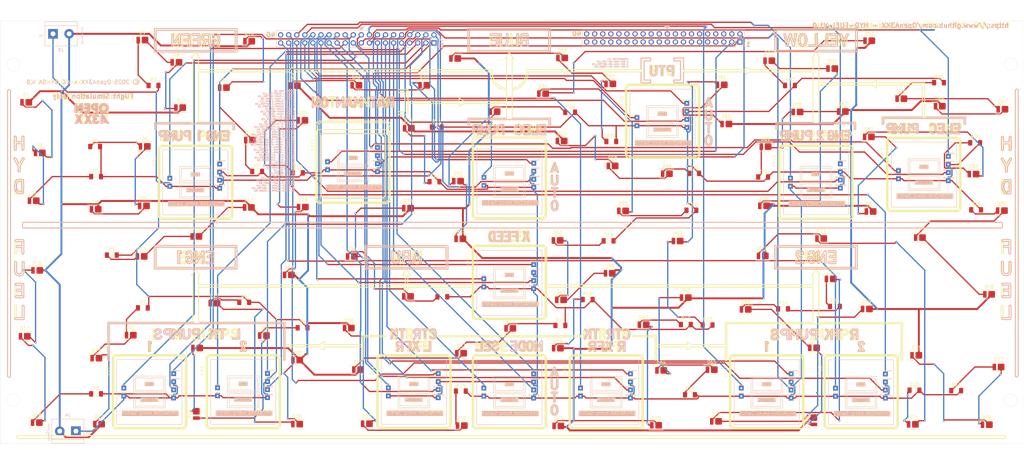
<source format=kicad_pcb>
(kicad_pcb (version 20241229) (generator "pcbnew") (generator_version "9.0")
  (layers (0 "F.Cu" signal) (2 "B.Cu" signal) (13 "F.Paste" user) (15 "B.Paste" user) (5 "F.SilkS" user "F.Silkscreen") (7 "B.SilkS" user "B.Silkscreen") (1 "F.Mask" user) (3 "B.Mask" user) (25 "Edge.Cuts" user))
  (net 0 "")
  (net 1 "Net-(D1-K)")
  (net 2 "+12V")
  (net 3 "Net-(D2-K)")
  (net 4 "Net-(D3-K)")
  (net 5 "Net-(D4-K)")
  (net 6 "Net-(D5-K)")
  (net 7 "Net-(D6-K)")
  (net 8 "Net-(D7-K)")
  (net 9 "Net-(D8-K)")
  (net 10 "Net-(D9-K)")
  (net 11 "Net-(D10-K)")
  (net 12 "Net-(D11-K)")
  (net 13 "Net-(D12-K)")
  (net 14 "Net-(D13-K)")
  (net 15 "Net-(D14-K)")
  (net 16 "Net-(D15-K)")
  (net 17 "Net-(D16-K)")
  (net 18 "Net-(D17-K)")
  (net 19 "Net-(D18-K)")
  (net 20 "Net-(D19-K)")
  (net 21 "Net-(D20-K)")
  (net 22 "Net-(D21-K)")
  (net 23 "Net-(D22-K)")
  (net 24 "Net-(D23-K)")
  (net 25 "Net-(D24-K)")
  (net 26 "Net-(D25-K)")
  (net 27 "Net-(D26-K)")
  (net 28 "Net-(D27-K)")
  (net 29 "Net-(D28-K)")
  (net 30 "Net-(D29-K)")
  (net 31 "Net-(D30-K)")
  (net 32 "Net-(D31-K)")
  (net 33 "Net-(D32-K)")
  (net 34 "Net-(D33-K)")
  (net 35 "Net-(D34-K)")
  (net 36 "Net-(D35-K)")
  (net 37 "Net-(D36-K)")
  (net 38 "Net-(D37-K)")
  (net 39 "Net-(D38-K)")
  (net 40 "Net-(D39-K)")
  (net 41 "Net-(D40-K)")
  (net 42 "Net-(D41-K)")
  (net 43 "Net-(D42-K)")
  (net 44 "Net-(D43-K)")
  (net 45 "Net-(D44-K)")
  (net 46 "Net-(D45-K)")
  (net 47 "Net-(D46-K)")
  (net 48 "Net-(D47-K)")
  (net 49 "Net-(D48-K)")
  (net 50 "Net-(D49-K)")
  (net 51 "Net-(D50-K)")
  (net 52 "Net-(D51-K)")
  (net 53 "Net-(D52-K)")
  (net 54 "Net-(D53-K)")
  (net 55 "Net-(D54-K)")
  (net 56 "Net-(D55-K)")
  (net 57 "Net-(D56-K)")
  (net 58 "Net-(D57-K)")
  (net 59 "Net-(D58-K)")
  (net 60 "Net-(D59-K)")
  (net 61 "Net-(D60-K)")
  (net 62 "Net-(D61-K)")
  (net 63 "Net-(D62-K)")
  (net 64 "Net-(D63-K)")
  (net 65 "Net-(D64-K)")
  (net 66 "Net-(D65-K)")
  (net 67 "Net-(D66-K)")
  (net 68 "Net-(D67-K)")
  (net 69 "Net-(D68-K)")
  (net 70 "Net-(D69-K)")
  (net 71 "Net-(D70-K)")
  (net 72 "Net-(D71-K)")
  (net 73 "Net-(D72-K)")
  (net 74 "Net-(D73-K)")
  (net 75 "Net-(D74-K)")
  (net 76 "Net-(D75-K)")
  (net 77 "Net-(D76-K)")
  (net 78 "Net-(D77-K)")
  (net 79 "Net-(D78-K)")
  (net 80 "Net-(D79-K)")
  (net 81 "Net-(D80-K)")
  (net 82 "Net-(D81-K)")
  (net 83 "Net-(D82-K)")
  (net 84 "Net-(D83-K)")
  (net 85 "Net-(D84-K)")
  (net 86 "Net-(D85-K)")
  (net 87 "Net-(D86-K)")
  (net 88 "Net-(D87-K)")
  (net 89 "Net-(D88-K)")
  (net 90 "Net-(D89-K)")
  (net 91 "Net-(D90-K)")
  (net 92 "Net-(D91-K)")
  (net 93 "Net-(D92-K)")
  (net 94 "Net-(D93-K)")
  (net 95 "Net-(D94-K)")
  (net 96 "Net-(D95-K)")
  (net 123 "Net-(J1-Pin_2)")
  (net 126 "Net-(J1-Pin_3)")
  (net 127 "Net-(J1-Pin_1)")
  (net 137 "Net-(J5-Pin_29)")
  (net 138 "Net-(J5-Pin_7)")
  (net 139 "GND")
  (net 140 "Net-(J5-Pin_4)")
  (net 141 "Net-(J5-Pin_26)")
  (net 142 "Net-(J5-Pin_36)")
  (net 143 "Net-(J5-Pin_21)")
  (net 144 "Net-(J5-Pin_15)")
  (net 145 "Net-(J5-Pin_2)")
  (net 146 "Net-(J5-Pin_1)")
  (net 147 "Net-(J5-Pin_27)")
  (net 148 "Net-(J5-Pin_16)")
  (net 149 "Net-(J5-Pin_6)")
  (net 150 "Net-(J5-Pin_32)")
  (net 151 "Net-(J5-Pin_24)")
  (net 152 "Net-(J5-Pin_5)")
  (net 153 "Net-(J5-Pin_38)")
  (net 155 "Net-(J5-Pin_19)")
  (net 156 "Net-(J5-Pin_30)")
  (net 157 "Net-(J5-Pin_18)")
  (net 158 "Net-(J5-Pin_37)")
  (net 159 "Net-(J5-Pin_20)")
  (net 160 "Net-(J5-Pin_22)")
  (net 161 "Net-(J5-Pin_28)")
  (net 162 "Net-(J5-Pin_11)")
  (net 163 "Net-(J5-Pin_10)")
  (net 164 "Net-(J5-Pin_12)")
  (net 165 "Net-(J5-Pin_3)")
  (net 166 "Net-(J5-Pin_23)")
  (net 167 "Net-(J5-Pin_31)")
  (net 168 "Net-(J5-Pin_33)")
  (net 169 "Net-(J5-Pin_14)")
  (net 170 "Net-(J5-Pin_34)")
  (net 171 "Net-(J5-Pin_8)")
  (net 172 "Net-(J5-Pin_39)")
  (net 173 "Net-(J5-Pin_13)")
  (net 174 "Net-(J5-Pin_35)")
  (net 175 "Net-(J5-Pin_9)")
  (net 176 "Net-(J5-Pin_17)")
  (net 177 "Net-(J5-Pin_25)")
  (footprint "OpenA3XX:LED_Everlight-SMD3528_3.5x2.8mm_67-21ST" (layer "F.Cu") (at 193.515 206.9)
    (property "Reference" "D40")
    (property "Value" "LED")
  )
  (footprint "OpenA3XX:LED_Everlight-SMD3528_3.5x2.8mm_67-21ST" (layer "F.Cu") (at 362.49 188.425)
    (property "Reference" "D77")
    (property "Value" "LED")
  )
  (footprint "Resistor_SMD:R_1206_3216Metric_Pad1.30x1.75mm_HandSolder" (layer "F.Cu") (at 294.65 170.1)
    (property "Reference" "R24")
    (property "Value" "220R")
  )
  (footprint "OpenA3XX:LED_Everlight-SMD3528_3.5x2.8mm_67-21ST" (layer "F.Cu") (at 126.84 116.875)
    (property "Reference" "D12")
    (property "Value" "LED")
  )
  (footprint "OpenA3XX:LED_Everlight-SMD3528_3.5x2.8mm_67-21ST" (layer "F.Cu") (at 244.29 139.225)
    (property "Reference" "D95")
    (property "Value" "LED")
  )
  (footprint "OpenA3XX:LED_Everlight-SMD3528_3.5x2.8mm_67-21ST" (layer "F.Cu") (at 115.665 168.3)
    (property "Reference" "D27")
    (property "Value" "LED")
  )
  (footprint "OpenA3XX:LED_Everlight-SMD3528_3.5x2.8mm_67-21ST" (layer "F.Cu") (at 288.265 153.4)
    (property "Reference" "D72")
    (property "Value" "LED")
  )
  (footprint "OpenA3XX:LED_Everlight-SMD3528_3.5x2.8mm_67-21ST" (layer "F.Cu") (at 56.415 105.025)
    (property "Reference" "D1")
    (property "Value" "LED")
  )
  (footprint "OpenA3XX:LED_Everlight-SMD3528_3.5x2.8mm_67-21ST" (layer "F.Cu") (at 363.54 139.15)
    (property "Reference" "D80")
    (property "Value" "LED")
  )
  (footprint "OpenA3XX:LED_Everlight-SMD3528_3.5x2.8mm_67-21ST" (layer "F.Cu") (at 240.09 158.9)
    (property "Reference" "D48")
    (property "Value" "LED")
  )
  (footprint "Resistor_SMD:R_1206_3216Metric_Pad1.30x1.75mm_HandSolder" (layer "F.Cu") (at 336.025 195.75)
    (property "Reference" "R26")
    (property "Value" "220R")
  )
  (footprint "OpenA3XX:LED_Everlight-SMD3528_3.5x2.8mm_67-21ST" (layer "F.Cu") (at 160.865 189.25)
    (property "Reference" "D41")
    (property "Value" "LED")
  )
  (footprint "OpenA3XX:LED_Everlight-SMD3528_3.5x2.8mm_67-21ST" (layer "F.Cu") (at 193.29 184.1)
    (property "Reference" "D42")
    (property "Value" "LED")
  )
  (footprint "OpenA3XX:LED_Everlight-SMD3528_3.5x2.8mm_67-21ST" (layer "F.Cu") (at 313.465 107.925)
    (property "Reference" "D87")
    (property "Value" "LED")
  )
  (footprint "Resistor_SMD:R_1206_3216Metric_Pad1.30x1.75mm_HandSolder" (layer "F.Cu") (at 129.1 126.8)
    (property "Reference" "R4")
    (property "Value" "220R")
  )
  (footprint "Resistor_SMD:R_1206_3216Metric_Pad1.30x1.75mm_HandSolder" (layer "F.Cu") (at 224.55 175.325)
    (property "Reference" "R15")
    (property "Value" "220R")
  )
  (footprint "OpenA3XX:LED_Everlight-SMD3528_3.5x2.8mm_67-21ST" (layer "F.Cu") (at 92.74 153.575)
    (property "Reference" "D15")
    (property "Value" "LED")
  )
  (footprint "Resistor_SMD:R_1206_3216Metric_Pad1.30x1.75mm_HandSolder" (layer "F.Cu") (at 185.65 112.825)
    (property "Reference" "R11")
    (property "Value" "220R")
  )
  (footprint "OpenA3XX:LED_Everlight-SMD3528_3.5x2.8mm_67-21ST" (layer "F.Cu") (at 321.79 85.6)
    (property "Reference" "D93")
    (property "Value" "LED")
  )
  (footprint "OpenA3XX:LED_Everlight-SMD3528_3.5x2.8mm_67-21ST" (layer "F.Cu") (at 131.24 178.525)
    (property "Reference" "D24")
    (property "Value" "LED")
  )
  (footprint "OpenA3XX:LED_Everlight-SMD3528_3.5x2.8mm_67-21ST" (layer "F.Cu") (at 336.59 184.75)
    (property "Reference" "D75")
    (property "Value" "LED")
  )
  (footprint "OpenA3XX:LED_Everlight-SMD3528_3.5x2.8mm_67-21ST" (layer "F.Cu") (at 118.64 100.375)
    (property "Reference" "D11")
    (property "Value" "LED")
  )
  (footprint "OpenA3XX:LED_Everlight-SMD3528_3.5x2.8mm_67-21ST" (layer "F.Cu") (at 78.49 185.65)
    (property "Reference" "D20")
    (property "Value" "LED")
  )
  (footprint "OpenA3XX:LED_Everlight-SMD3528_3.5x2.8mm_67-21ST" (layer "F.Cu") (at 290.315 91.9)
    (property "Reference" "D92")
    (property "Value" "LED")
  )
  (footprint "OpenA3XX:LED_Everlight-SMD3528_3.5x2.8mm_67-21ST" (layer "F.Cu") (at 143.465 138.025)
    (property "Reference" "D29")
    (property "Value" "LED")
  )
  (footprint "Resistor_SMD:R_1206_3216Metric_Pad1.30x1.75mm_HandSolder" (layer "F.Cu") (at 296.825 99.7)
    (property "Reference" "R32")
    (property "Value" "220R")
  )
  (footprint "OpenA3XX:Korry Switch" (layer "F.Cu") (at 114.45 185.975)
    (property "Reference" "KR3")
    (property "Value" "~")
  )
  (footprint "Resistor_SMD:R_1206_3216Metric_Pad1.30x1.75mm_HandSolder" (layer "F.Cu") (at 193.225 196.025)
    (property "Reference" "R14")
    (property "Value" "220R")
  )
  (footprint "OpenA3XX:LED_Everlight-SMD3528_3.5x2.8mm_67-21ST" (layer "F.Cu") (at 176.59 138.375)
    (property "Reference" "D35")
    (property "Value" "LED")
  )
  (footprint "OpenA3XX:LED_Everlight-SMD3528_3.5x2.8mm_67-21ST" (layer "F.Cu") (at 140.965 99.775)
    (property "Reference" "D31")
    (property "Value" "LED")
  )
  (footprint "OpenA3XX:Korry Switch" (layer "F.Cu") (at 279.3 186.1)
    (property "Reference" "KR11")
    (property "Value" "~")
  )
  (footprint "OpenA3XX:LED_Everlight-SMD3528_3.5x2.8mm_67-21ST" (layer "F.Cu") (at 93.465 137.675)
    (property "Reference" "D5")
    (property "Value" "LED")
  )
  (footprint "OpenA3XX:LED_Everlight-SMD3528_3.5x2.8mm_67-21ST" (layer "F.Cu") (at 335.515 206.5)
    (property "Reference" "D74")
    (property "Value" "LED")
  )
  (footprint "OpenA3XX:LED_Everlight-SMD3528_3.5x2.8mm_67-21ST" (layer "F.Cu") (at 321.665 115.9)
    (property "Reference" "D82")
    (property "Value" "LED")
  )
  (footprint "Resistor_SMD:R_1206_3216Metric_Pad1.30x1.75mm_HandSolder" (layer "F.Cu") (at 343.75 98.825)
    (property "Reference" "R30")
    (property "Value" "220R")
  )
  (footprint "OpenA3XX:LED_Everlight-SMD3528_3.5x2.8mm_67-21ST" (layer "F.Cu") (at 359.515 165.525)
    (property "Reference" "D78")
    (property "Value" "LED")
  )
  (footprint "OpenA3XX:LED_Everlight-SMD3528_3.5x2.8mm_67-21ST" (layer "F.Cu") (at 60.665 120.95)
    (property "Reference" "D2")
    (property "Value" "LED")
  )
  (footprint "Resistor_SMD:R_1206_3216Metric_Pad1.30x1.75mm_HandSolder" (layer "F.Cu") (at 265.8 139.05)
    (property "Reference" "R33")
    (property "Value" "220R")
  )
  (footprint "OpenA3XX:LED_Everlight-SMD3528_3.5x2.8mm_67-21ST" (layer "F.Cu") (at 322.215 139.425)
    (property "Reference" "D81")
    (property "Value" "LED")
  )
  (footprint "OpenA3XX:LED_Everlight-SMD3528_3.5x2.8mm_67-21ST" (layer "F.Cu") (at 309.64 160.65)
    (property "Reference" "D71")
    (property "Value" "LED")
  )
  (footprint "OpenA3XX:LED_Everlight-SMD3528_3.5x2.8mm_67-21ST" (layer "F.Cu") (at 193.065 148.025)
    (property "Reference" "D51")
    (property "Value" "LED")
  )
  (footprint "OpenA3XX:LED_Everlight-SMD3528_3.5x2.8mm_67-21ST" (layer "F.Cu") (at 331.89 103.875)
    (property "Reference" "D86")
    (property "Value" "LED")
  )
  (footprint "OpenA3XX:Korry Switch" (layer "F.Cu") (at 228.7 186.075)
    (property "Reference" "KR9")
    (property "Value" "~")
  )
  (footprint "OpenA3XX:LED_Everlight-SMD3528_3.5x2.8mm_67-21ST" (layer "F.Cu") (at 272.215 189.275)
    (property "Reference" "D65")
    (property "Value" "LED")
  )
  (footprint "OpenA3XX:LED_Everlight-SMD3528_3.5x2.8mm_67-21ST" (layer "F.Cu") (at 264.015 166.575)
    (property "Reference" "D63")
    (property "Value" "LED")
  )
  (footprint "Resistor_SMD:R_1206_3216Metric_Pad1.30x1.75mm_HandSolder" (layer "F.Cu") (at 288.375 128.55)
    (property "Reference" "R31")
    (property "Value" "220R")
  )
  (footprint "OpenA3XX:LED_Everlight-SMD3528_3.5x2.8mm_67-21ST" (layer "F.Cu") (at 276.79 111.85)
    (property "Reference" "D60")
    (property "Value" "LED")
  )
  (footprint "OpenA3XX:LED_Everlight-SMD3528_3.5x2.8mm_67-21ST" (layer "F.Cu") (at 93.715 118.9)
    (property "Reference" "D6")
    (property "Value" "LED")
  )
  (footprint "OpenA3XX:Korry Switch" (layer "F.Cu") (at 198.25 186.1)
    (property "Reference" "KR7")
    (property "Value" "~")
  )
  (footprint "OpenA3XX:LED_Everlight-SMD3528_3.5x2.8mm_67-21ST" (layer "F.Cu") (at 158.915 153.575)
    (property "Reference" "D36")
    (property "Value" "LED")
  )
  (footprint "Resistor_SMD:R_1206_3216Metric_Pad1.30x1.75mm_HandSolder" (layer "F.Cu") (at 239.725 148.675)
    (property "Reference" "R18")
    (property "Value" "220R")
  )
  (footprint "OpenA3XX:LED_Everlight-SMD3528_3.5x2.8mm_67-21ST" (layer "F.Cu") (at 261.465 148.725)
    (property "Reference" "D62")
    (property "Value" "LED")
  )
  (footprint "Resistor_SMD:R_1206_3216Metric_Pad1.30x1.75mm_HandSolder" (layer "F.Cu") (at 143.4 176.075)
    (property "Reference" "R8")
    (property "Value" "220R")
  )
  (footprint "Resistor_SMD:R_1206_3216Metric_Pad1.30x1.75mm_HandSolder" (layer "F.Cu") (at 78.1 118.95)
    (property "Reference" "R2")
    (property "Value" "220R")
  )
  (footprint "OpenA3XX:Korry Switch" (layer "F.Cu") (at 149.075 114.775)
    (property "Reference" "KR14")
    (property "Value" "~")
  )
  (footprint "OpenA3XX:LED_Everlight-SMD3528_3.5x2.8mm_67-21ST" (layer "F.Cu") (at 58.765 136.025)
    (property "Reference" "D3")
    (property "Value" "LED")
  )
  (footprint "OpenA3XX:LED_Everlight-SMD3528_3.5x2.8mm_67-21ST" (layer "F.Cu") (at 89.315 178.4)
    (property "Reference" "D21")
    (property "Value" "LED")
  )
  (footprint "OpenA3XX:LED_Everlight-SMD3528_3.5x2.8mm_67-21ST" (layer "F.Cu") (at 104.865 106.675)
    (property "Reference" "D7")
    (property "Value" "LED")
  )
  (footprint "OpenA3XX:LED_Everlight-SMD3528_3.5x2.8mm_67-21ST" (layer "F.Cu") (at 141.69 206.425)
    (property "Reference" "D26")
    (property "Value" "LED")
  )
  (footprint "OpenA3XX:LED_Everlight-SMD3528_3.5x2.8mm_67-21ST" (layer "F.Cu") (at 250.765 175.1)
    (property "Reference" "D47")
    (property "Value" "LED")
  )
  (footprint "OpenA3XX:LED_Everlight-SMD3528_3.5x2.8mm_67-21ST" (layer "F.Cu") (at 141.69 186.25)
    (property "Reference" "D25")
    (property "Value" "LED")
  )
  (footprint "Resistor_SMD:R_1206_3216Metric_Pad1.30x1.75mm_HandSolder" (layer "F.Cu") (at 233.15 167.175)
    (property "Reference" "R16")
    (property "Value" "220R")
  )
  (footprint "OpenA3XX:LED_Everlight-SMD3528_3.5x2.8mm_67-21ST" (layer "F.Cu") (at 310.14 94.375)
    (property "Reference" "D91")
    (property "Value" "LED")
  )
  (footprint "OpenA3XX:LED_Everlight-SMD3528_3.5x2.8mm_67-21ST" (layer "F.Cu") (at 256.29 189.5)
    (property "Reference" "D64")
    (property "Value" "LED")
  )
  (footprint "OpenA3XX:LED_Everlight-SMD3528_3.5x2.8mm_67-21ST" (layer "F.Cu") (at 321.04 170.15)
    (property "Reference" "D69")
    (property "Value" "LED")
  )
  (footprint "OpenA3XX:LED_Everlight-SMD3528_3.5x2.8mm_67-21ST" (layer "F.Cu") (at 126.59 85.775)
    (property "Reference" "D10")
    (property "Value" "LED")
  )
  (footprint "OpenA3XX:LED_Everlight-SMD3528_3.5x2.8mm_67-21ST" (layer "F.Cu") (at 163.64 206.3)
    (property "Reference" "D39")
    (property "Value" "LED")
  )
  (footprint "OpenA3XX:LED_Everlight-SMD3528_3.5x2.8mm_67-21ST" (layer "F.Cu") (at 109.95 203.185 90)
    (property "Reference" "D23")
    (property "Value" "LED")
  )
  (footprint "OpenA3XX:LED_Everlight-SMD3528_3.5x2.8mm_67-21ST" (layer "F.Cu") (at 109.965 147.275)
    (property "Reference" "D14")
    (property "Value" "LED")
  )
  (footprint "Resistor_SMD:R_1206_3216Metric_Pad1.30x1.75mm_HandSolder" (layer "F.Cu") (at 355.125 117.775)
    (property "Reference" "R29")
    (property "Value" "220R")
  )
  (footprint "Resistor_SMD:R_1206_3216Metric_Pad1.30x1.75mm_HandSolder" (layer "F.Cu") (at 270.9 175.2)
    (property "Reference" "R22")
    (property "Value" "220R")
  )
  (footprint "OpenA3XX:OpenA3XXLogoSmall" (layer "F.Cu") (at 76.875 108.475)
    (property "Reference" "top" (hide yes))
    (property "Value" "LOGO" (hide yes))
  )
  (footprint "OpenA3XX:LED_Everlight-SMD3528_3.5x2.8mm_67-21ST" (layer "F.Cu") (at 224.94 117.2)
    (property "Reference" "D57")
    (property "Value" "LED")
  )
  (footprint "OpenA3XX:Korry Switch" (layer "F.Cu") (at 294.775 119.925)
    (property "Reference" "KR10")
    (property "Value" "~")
  )
  (footprint "Resistor_SMD:R_1206_3216Metric_Pad1.30x1.75mm_HandSolder" (layer "F.Cu") (at 264.05 175.05)
    (property "Reference" "R17")
    (property "Value" "220R")
  )
  (footprint "OpenA3XX:LED_Everlight-SMD3528_3.5x2.8mm_67-21ST" (layer "F.Cu") (at 306.665 147.95)
    (property "Reference" "D73")
    (property "Value" "LED")
  )
  (footprint "OpenA3XX:LED_Everlight-SMD3528_3.5x2.8mm_67-21ST" (layer "F.Cu") (at 143.34 110.7)
    (property "Reference" "D30")
    (property "Value" "LED")
  )
  (footprint "OpenA3XX:LED_Everlight-SMD3528_3.5x2.8mm_67-21ST" (layer "F.Cu") (at 176.59 166.175)
    (property "Reference" "D37")
    (property "Value" "LED")
  )
  (footprint "OpenA3XX:LED_Everlight-SMD3528_3.5x2.8mm_67-21ST" (layer "F.Cu") (at 299.215 108.05)
    (property "Reference" "D88")
    (property "Value" "LED")
  )
  (footprint "OpenA3XX:LED_Everlight-SMD3528_3.5x2.8mm_67-21ST" (layer "F.Cu") (at 55.94 178.75)
    (property "Reference" "D17")
    (property "Value" "LED")
  )
  (footprint "OpenA3XX:LED_Everlight-SMD3528_3.5x2.8mm_67-21ST" (layer "F.Cu") (at 103.69 92.425)
    (property "Reference" "D8")
    (property "Value" "LED")
  )
  (footprint "OpenA3XX:LED_Everlight-SMD3528_3.5x2.8mm_67-21ST" (layer "F.Cu") (at 92.99 85.4)
    (property "Reference" "D9")
    (property "Value" "LED")
  )
  (footprint "OpenA3XX:LED_Everlight-SMD3528_3.5x2.8mm_67-21ST" (layer "F.Cu") (at 59.74 205.95)
    (property "Reference" "D18")
    (property "Value" "LED")
  )
  (footprint "Resistor_SMD:R_1206_3216Metric_Pad1.30x1.75mm_HandSolder" (layer "F.Cu") (at 310.975 169.35)
    (property "Reference" "R25")
    (property "Value" "220R")
  )
  (footprint "Resistor_SMD:R_1206_3216Metric_Pad1.30x1.75mm_HandSolder" (layer "F.Cu") (at 265.35 197.2)
    (property "Reference" "R23")
    (property "Value" "220R")
  )
  (footprint "Resistor_SMD:R_1206_3216Metric_Pad1.30x1.75mm_HandSolder" (layer "F.Cu") (at 141.925 127.25)
    (property "Reference" "R10")
    (property "Value" "220R")
  )
  (footprint "OpenA3XX:LED_Everlight-SMD3528_3.5x2.8mm_67-21ST" (layer "F.Cu") (at 181.715 99.65)
    (property "Reference" "D33")
    (property "Value" "LED")
  )
  (footprint "Resistor_SMD:R_1206_3216Metric_Pad1.30x1.75mm_HandSolder" (layer "F.Cu") (at 96.475 99.7)
    (property "Reference" "R3")
    (property "Value" "220R")
  )
  (footprint "OpenA3XX:Korry Switch" (layer "F.Cu") (at 99.4 119.975)
    (property "Reference" "KR1")
    (property "Value" "~")
  )
  (footprint "Resistor_SMD:R_1206_3216Metric_Pad1.30x1.75mm_HandSolder" (layer "F.Cu") (at 78.4 196.9)
    (property "Reference" "R6")
    (property "Value" "220R")
  )
  (footprint "Resistor_SMD:R_1206_3216Metric_Pad1.30x1.75mm_HandSolder" (layer "F.Cu") (at 266.675 127.4)
    (property "Reference" "R21")
    (property "Value" "220R")
  )
  (footprint "Resistor_SMD:R_1206_3216Metric_Pad1.30x1.75mm_HandSolder" (layer "F.Cu") (at 355.425 138.9)
    (property "Reference" "R28")
    (property "Value" "220R")
  )
  (footprint "Resistor_SMD:R_1206_3216Metric_Pad1.30x1.75mm_HandSolder" (layer "F.Cu") (at 349.15 195.875)
    (property "Reference" "R27")
    (property "Value" "220R")
  )
  (footprint "OpenA3XX:LED_Everlight-SMD3528_3.5x2.8mm_67-21ST" (layer "F.Cu") (at 354.615 127.625)
    (property "Reference" "D83")
    (property "Value" "LED")
  )
  (footprint "Resistor_SMD:R_1206_3216Metric_Pad1.30x1.75mm_HandSolder" (layer "F.Cu") (at 125.025 168.05)
    (property "Reference" "R9")
    (property "Value" "220R")
  )
  (footprint "OpenA3XX:LED_Everlight-SMD3528_3.5x2.8mm_67-21ST" (layer "F.Cu") (at 282.89 170.275)
    (property "Reference" "D68")
    (property "Value" "LED")
  )
  (footprint "OpenA3XX:Korry Switch" (layer "F.Cu") (at 246.45 100.85)
    (property "Reference" "KR8")
    (property "Value" "~")
  )
  (footprint "OpenA3XX:LED_Everlight-SMD3528_3.5x2.8mm_67-21ST" (layer "F.Cu") (at 358.79 206.6)
    (property "Reference" "D76")
    (property "Value" "LED")
  )
  (footprint "OpenA3XX:LED_Everlight-SMD3528_3.5x2.8mm_67-21ST" (layer "F.Cu") (at 224.765 167.25)
    (property "Reference" "D49")
    (property "Value" "LED")
  )
  (footprint "OpenA3XX:LED_Everlight-SMD3528_3.5x2.8mm_67-21ST" (layer "F.Cu") (at 225.115 91.025)
    (property "Reference" "D55")
    (property "Value" "LED")
  )
  (footprint "Resistor_SMD:R_1206_3216Metric_Pad1.30x1.75mm_HandSolder" (layer "F.Cu") (at 78.4 128.425)
    (property "Reference" "R1")
    (property "Value" "220R")
  )
  (footprint "OpenA3XX:LED_Everlight-SMD3528_3.5x2.8mm_67-21ST" (layer "F.Cu") (at 192.34 129.85)
    (property "Reference" "D52")
    (property "Value" "LED")
  )
  (footprint "OpenA3XX:LED_Everlight-SMD3528_3.5x2.8mm_67-21ST" (layer "F.Cu") (at 191.44 91.2)
    (property "Reference" "D54")
    (property "Value" "LED")
  )
  (footprint "OpenA3XX:LED_Everlight-SMD3528_3.5x2.8mm_67-21ST" (layer "F.Cu") (at 240.265 99.2)
    (property "Reference" "D56")
    (property "Value" "LED")
  )
  (footprint "OpenA3XX:LED_Everlight-SMD3528_3.5x2.8mm_67-21ST" (layer "F.Cu") (at 337.74 147.65)
    (property "Reference" "D79")
    (property "Value" "LED")
  )
  (footprint "OpenA3XX:Korry Switch" (layer "F.Cu") (at 84.925 186.05)
    (property "Reference" "KR2")
    (property "Value" "~")
  )
  (footprint "Resistor_SMD:R_1206_3216Metric_Pad1.30x1.75mm_HandSolder" (layer "F.Cu") (at 93.125 169.8)
    (property "Reference" "R7")
    (property "Value" "220R")
  )
  (footprint "OpenA3XX:LED_Everlight-SMD3528_3.5x2.8mm_67-21ST" (layer "F.Cu") (at 240.99 125.05)
    (property "Reference" "D58")
    (property "Value" "LED")
  )
  (footprint "OpenA3XX:Korry Switch" (layer "F.Cu") (at 168.2 186)
    (property "Reference" "KR4")
    (property "Value" "~")
  )
  (footprint "Resistor_SMD:R_1206_3216Metric_Pad1.30x1.75mm_HandSolder" (layer "F.Cu") (at 240.575 117.35)
    (property "Reference" "R20")
    (property "Value" "220R")
  )
  (footprint "OpenA3XX:LED_Everlight-SMD3528_3.5x2.8mm_67-21ST" (layer "F.Cu") (at 258.09 127.525)
    (property "Reference" "D59")
    (property "Value" "LED")
  )
  (footprint "OpenA3XX:LED_Everlight-SMD3528_3.5x2.8mm_67-21ST" (layer "F.Cu") (at 289.14 118.975)
    (property "Reference" "D89")
    (property "Value" "LED")
  )
  (footprint "OpenA3XX:Korry Switch" (layer "F.Cu") (at 308.95 186.125)
    (property "Reference" "KR12")
    (property "Value" "~")
  )
  (footprint "OpenA3XX:LED_Everlight-SMD3528_3.5x2.8mm_67-21ST" (layer "F.Cu") (at 203.825 107.95)
    (property "Reference" "D53")
    (property "Value" "LED")
  )
  (footprint "OpenA3XX:LED_Everlight-SMD3528_3.5x2.8mm_67-21ST" (layer "F.Cu") (at 157.965 176.15)
    (property "Reference" "D38")
    (property "Value" "LED")
  )
  (footprint "OpenA3XX:LED_Everlight-SMD3528_3.5x2.8mm_67-21ST" (layer "F.Cu") (at 219.115 102.275)
    (property "Reference" "D94")
    (property "Value" "LED")
  )
  (footprint "Resistor_SMD:R_1206_3216Metric_Pad1.30x1.75mm_HandSolder" (layer "F.Cu") (at 83.35 153.175)
    (property "Reference" "R5")
    (property "Value" "220R")
  )
  (footprint "OpenA3XX:LED_Everlight-SMD3528_3.5x2.8mm_67-21ST" (layer "F.Cu") (at 79.34 206.425)
    (property "Reference" "D19")
    (property "Value" "LED")
  )
  (footprint "OpenA3XX:Korry Switch" (layer "F.Cu") (at 198.275 119.7)
    (property "Reference" "KR5")
    (property "Value" "~")
  )
  (footprint "OpenA3XX:LED_Everlight-SMD3528_3.5x2.8mm_67-21ST" (layer "F.Cu") (at 223.765 182.5)
    (property "Reference" "D44")
    (property "Value" "LED")
  )
  (footprint "OpenA3XX:LED_Everlight-SMD3528_3.5x2.8mm_67-21ST" (layer "F.Cu") (at 304.35 205.185 90)
    (property "Reference" "D66")
    (property "Value" "LED")
  )
  (footprint "OpenA3XX:LED_Everlight-SMD3528_3.5x2.8mm_67-21ST" (layer "F.Cu") (at 304.415 182.375)
    (property "Reference" "D67")
    (property "Value" "LED")
  )
  (footprint "Resistor_SMD:R_1206_3216Metric_Pad1.30x1.75mm_HandSolder" (layer "F.Cu") (at 227.625 108.15)
    (property "Reference" "R19")
    (property "Value" "220R")
  )
  (footprint "OpenA3XX:LED_Everlight-SMD3528_3.5x2.8mm_67-21ST" (layer "F.Cu") (at 78.265 138.725)
    (property "Reference" "D4")
    (property "Value" "LED")
  )
  (footprint "OpenA3XX:LED_Everlight-SMD3528_3.5x2.8mm_67-21ST" (layer "F.Cu") (at 363.715 107.2)
    (property "Reference" "D85")
    (property "Value" "LED")
  )
  (footprint "OpenA3XX:LED_Everlight-SMD3528_3.5x2.8mm_67-21ST" (layer "F.Cu") (at 110.215 182.45)
    (property "Reference" "D22")
    (property "Value" "LED")
  )
  (footprint "OpenA3XX:Korry Switch" (layer "F.Cu") (at 198.25 151.65)
    (property "Reference" "KR6")
    (property "Value" "~")
  )
  (footprint "Resistor_SMD:R_1206_3216Metric_Pad1.30x1.75mm_HandSolder" (layer "F.Cu") (at 184.925 130.025)
    (property "Reference" "R12")
    (property "Value" "220R")
  )
  (footprint "OpenA3XX:LED_Everlight-SMD3528_3.5x2.8mm_67-21ST" (layer "F.Cu") (at 160.34 99.65)
    (property "Reference" "D32")
    (property "Value" "LED")
  )
  (footprint "OpenA3XX:LED_Everlight-SMD3528_3.5x2.8mm_67-21ST" (layer "F.Cu") (at 223.69 148.55)
    (property "Reference" "D50")
    (property "Value" "LED")
  )
  (footprint "OpenA3XX:LED_Everlight-SMD3528_3.5x2.8mm_67-21ST" (layer "F.Cu") (at 59.865 157.975)
    (property "Reference" "D16")
    (property "Value" "LED")
  )
  (footprint "OpenA3XX:LED_Everlight-SMD3528_3.5x2.8mm_67-21ST" (layer "F.Cu") (at 223.915 207)
    (property "Reference" "D45")
    (property "Value" "LED")
  )
  (footprint "OpenA3XX:LED_Everlight-SMD3528_3.5x2.8mm_67-21ST" (layer "F.Cu") (at 254.69 206.8)
    (property "Reference" "D46")
    (property "Value" "LED")
  )
  (footprint "OpenA3XX:LED_Everlight-SMD3528_3.5x2.8mm_67-21ST" (layer "F.Cu") (at 208.79 176.25)
    (property "Reference" "D43")
    (property "Value" "LED")
  )
  (footprint "OpenA3XX:LED_Everlight-SMD3528_3.5x2.8mm_67-21ST" (layer "F.Cu") (at 343.99 106.25)
    (property "Reference" "D84")
    (property "Value" "LED")
  )
  (footprint "OpenA3XX:LED_Everlight-SMD3528_3.5x2.8mm_67-21ST" (layer "F.Cu") (at 273.54 205.55)
    (property "Reference" "D70")
    (property "Value" "LED")
  )
  (footprint "OpenA3XX:LED_Everlight-SMD3528_3.5x2.8mm_67-21ST" (layer "F.Cu") (at 139.065 159.4)
    (property "Reference" "D28")
    (property "Value" "LED")
  )
  (footprint "OpenA3XX:LED_Everlight-SMD3528_3.5x2.8mm_67-21ST" (layer "F.Cu") (at 176.84 113.2)
    (property "Reference" "D34")
    (property "Value" "LED")
  )
  (footprint "OpenA3XX:LED_Everlight-SMD3528_3.5x2.8mm_67-21ST" (layer "F.Cu") (at 288.665 137.625)
    (property "Reference" "D90")
    (property "Value" "LED")
  )
  (footprint "OpenA3XX:LED_Everlight-SMD3528_3.5x2.8mm_67-21ST" (layer "F.Cu") (at 275.34 99.5)
    (property "Reference" "D61")
    (property "Value" "LED")
  )
  (footprint "Resistor_SMD:R_1206_3216Metric_Pad1.30x1.75mm_HandSolder" (layer "F.Cu") (at 187.4 166.3)
    (property "Reference" "R13")
    (property "Value" "220R")
  )
  (footprint "OpenA3XX:LED_Everlight-SMD3528_3.5x2.8mm_67-21ST" (layer "F.Cu") (at 126.49 138.15)
    (property "Reference" "D13")
    (property "Value" "LED")
  )
  (footprint "OpenA3XX:Korry Switch" (layer "F.Cu") (at 328.775 117.575)
    (property "Reference" "KR13")
    (property "Value" "~")
  )
  (footprint "OpenA3XX:OpenA3XXLogoSmall" (layer "B.Cu") (at 77.075 108.475 180)
    (property "Reference" "bottom" (hide yes))
    (property "Value" "LOGO" (hide yes))
  )
  (footprint "Connector_PinHeader_2.54mm:PinHeader_2x20_P2.54mm_Vertical" (layer "B.Cu") (at 184.755 86.3 90)
    (property "Reference" "J5")
    (property "Value" "Conn_02x20_Counter_Clockwise")
  )
  (footprint "TerminalBlock:TerminalBlock_bornier-2_P5.08mm" (layer "B.Cu") (at 72.04 208.65 180)
    (property "Reference" "J4")
    (property "Value" "Conn_02x01")
  )
  (footprint "TerminalBlock:TerminalBlock_bornier-2_P5.08mm" (layer "B.Cu") (at 64.835 83.425)
    (property "Reference" "J3")
    (property "Value" "Conn_02x01")
  )
  (footprint "Connector_PinHeader_2.54mm:PinHeader_2x20_P2.54mm_Vertical" (layer "B.Cu") (at 281.08 86 90)
    (property "Reference" "J1")
    (property "Value" "Conn_02x20_Counter_Clockwise")
  )
  (gr_line (start 153.631811 103.693399) (end 153.031012 103.693399) (stroke (width 0.279999) (color 51 153 102 1)) (layer "F.SilkS"))
  (gr_curve (pts (xy 343.671362 111.588891) (xy 343.788855 111.612543) (xy 343.847632 111.686151) (xy 343.847632 111.809732)) (stroke (width 0.279999) (color 51 153 102 1)) (layer "F.SilkS"))
  (gr_line (start 208.480139 147.37362) (end 208.480139 148.428293) (stroke (width 0.279999) (color 51 153 102 1)) (layer "F.SilkS"))
  (gr_curve (pts (xy 109.234473 179.693567) (xy 109.086371 179.693567) (xy 109.002142 179.617654) (xy 108.981848 179.465814)) (stroke (width 0.279999) (color 51 153 102 1)) (layer "F.SilkS"))
  (gr_line (start 326.360083 110.066263) (end 326.360083 111.85505) (stroke (width 0.279999) (color 51 153 102 1)) (layer "F.SilkS"))
  (gr_line (start 54.530371 133.071847) (end 54.552466 133.054162) (stroke (width 0.279999) (color 51 153 102 1)) (layer "F.SilkS"))
  (gr_curve (pts (xy 110.281805 85.005746) (xy 110.470923 85.033822) (xy 110.565131 85.129068) (xy 110.564459 85.291482)) (stroke (width 0.279999) (color 51 153 102 1)) (layer "F.SilkS"))
  (gr_line (start 328.392676 116.161249) (end 349.488257 116.161249) (stroke (width 0.279999) (color 0 0 255 1)) (layer "F.SilkS"))
  (gr_line (start 109.895819 152.043008) (end 109.895819 155.599344) (stroke (width 0.279999) (color 51 153 102 1)) (layer "F.SilkS"))
  (gr_curve (pts (xy 270.831335 115.541238) (xy 270.959509 115.465967) (xy 271.093603 115.428323) (xy 271.233679 115.428323)) (stroke (width 0.279999) (color 51 153 102 1)) (layer "F.SilkS"))
  (gr_line (start 209.342383 83.638788) (end 209.342383 86.094766) (stroke (width 0.279999) (color 51 153 102 1)) (layer "F.SilkS"))
  (gr_line (start 111.049048 159.532022) (end 110.644232 159.532022) (stroke (width 0.279999) (color 51 153 102 1)) (layer "F.SilkS"))
  (gr_curve (pts (xy 122.424139 178.348077) (xy 122.147589 178.238779) (xy 121.871069 178.12948) (xy 121.594519 178.020181)) (stroke (width 0.279999) (color 51 153 102 1)) (layer "F.SilkS"))
  (gr_line (start 54.733801 132.854028) (end 54.744849 132.841867) (stroke (width 0.279999) (color 51 153 102 1)) (layer "F.SilkS"))
  (gr_curve (pts (xy 171.842718 106.641351) (xy 171.731665 106.67315) (xy 171.645483 106.639963) (xy 171.584173 106.541772)) (stroke (width 0.279999) (color 51 153 102 1)) (layer "F.SilkS"))
  (gr_line (start 214.443274 147.662576) (end 214.447974 147.632074) (stroke (width 0.279999) (color 51 153 102 1)) (layer "F.SilkS"))
  (gr_curve (pts (xy 313.243628 174.818353) (xy 306.471472 174.818246) (xy 299.699377 174.818124) (xy 292.927222 174.818017)) (stroke (width 0.279999) (color 51 153 102 1)) (layer "F.SilkS"))
  (gr_line (start 235.556189 176.827112) (end 235.556189 179.431192) (stroke (width 0.279999) (color 51 153 102 1)) (layer "F.SilkS"))
  (gr_line (start 214.337744 147.982019) (end 214.341711 147.970788) (stroke (width 0.279999) (color 51 153 102 1)) (layer "F.SilkS"))
  (gr_line (start 205.077978 182.101724) (end 205.081213 182.071344) (stroke (width 0.279999) (color 51 153 102 1)) (layer "F.SilkS"))
  (gr_curve (pts (xy 204.642554 112.591165) (xy 204.804358 112.301019) (xy 205.03916 112.119394) (xy 205.34696 112.046319)) (stroke (width 0.279999) (color 51 153 102 1)) (layer "F.SilkS"))
  (gr_curve (pts (xy 237.311072 179.42959) (xy 237.311072 179.52247) (xy 237.268469 179.589471) (xy 237.183264 179.630578)) (stroke (width 0.279999) (color 51 153 102 1)) (layer "F.SilkS"))
  (gr_curve (pts (xy 172.089056 179.199808) (xy 172.285834 179.261194) (xy 172.478033 179.168039) (xy 172.665655 178.920343)) (stroke (width 0.279999) (color 51 153 102 1)) (layer "F.SilkS"))
  (gr_line (start 169.37876 136.437997) (end 149.162787 136.437997) (stroke (width 0.279999) (color 51 153 102 1)) (layer "F.SilkS"))
  (gr_line (start 214.482642 147.08146) (end 214.479468 147.047738) (stroke (width 0.279999) (color 51 153 102 1)) (layer "F.SilkS"))
  (gr_line (start 221.464636 81.735193) (end 195.416785 81.738016) (stroke (width 0.279999) (color 51 153 102 1)) (layer "F.SilkS"))
  (gr_curve (pts (xy 334.648291 114.659707) (xy 334.648291 114.788659) (xy 334.574011 114.863885) (xy 334.425391 114.885385)) (stroke (width 0.279999) (color 51 153 102 1)) (layer "F.SilkS"))
  (gr_line (start 365.382239 132.790979) (end 365.392187 132.776605) (stroke (width 0.279999) (color 51 153 102 1)) (layer "F.SilkS"))
  (gr_line (start 55.073248 131.903146) (end 55.076575 131.879938) (stroke (width 0.279999) (color 51 153 102 1)) (layer "F.SilkS"))
  (gr_line (start 205.044043 181.460534) (end 205.039221 181.433343) (stroke (width 0.279999) (color 51 153 102 1)) (layer "F.SilkS"))
  (gr_line (start 214.14408 148.262948) (end 214.15824 148.250116) (stroke (width 0.279999) (color 51 153 102 1)) (layer "F.SilkS"))
  (gr_line (start 55.773199 158.212808) (end 55.773199 158.257471) (stroke (width 0.279999) (color 51 153 102 1)) (layer "F.SilkS"))
  (gr_curve (pts (xy 168.614569 104.025598) (xy 168.523718 103.858804) (xy 168.394598 103.752527) (xy 168.227148 103.706781)) (stroke (width 0.279999) (color 51 153 102 1)) (layer "F.SilkS"))
  (gr_curve (pts (xy 158.648993 103.229822) (xy 158.749121 103.255487) (xy 158.804114 103.331918) (xy 158.813971 103.4591)) (stroke (width 0.279999) (color 51 153 102 1)) (layer "F.SilkS"))
  (gr_curve (pts (xy 139.357458 94.700921) (xy 139.812201 94.397684) (xy 140.266913 94.094461) (xy 140.721655 93.791223)) (stroke (width 0.279999) (color 51 153 102 1)) (layer "F.SilkS"))
  (gr_line (start 304.015356 155.737237) (end 302.330054 153.024667) (stroke (width 0.279999) (color 51 153 102 1)) (layer "F.SilkS"))
  (gr_curve (pts (xy 172.111517 155.134302) (xy 172.044714 155.321374) (xy 171.977942 155.508432) (xy 171.911139 155.695505)) (stroke (width 0.279999) (color 51 153 102 1)) (layer "F.SilkS"))
  (gr_curve (pts (xy 212.953223 112.030206) (xy 213.070776 112.053842) (xy 213.129553 112.12745) (xy 213.129553 112.251047)) (stroke (width 0.279999) (color 51 153 102 1)) (layer "F.SilkS"))
  (gr_curve (pts (xy 178.123541 177.88656) (xy 177.970953 178.104898) (xy 177.7685 178.237558) (xy 177.516211 178.28454)) (stroke (width 0.279999) (color 51 153 102 1)) (layer "F.SilkS"))
  (gr_curve (pts (xy 336.762366 114.10357) (xy 336.861426 113.991815) (xy 336.96604 113.980264) (xy 337.076208 114.068918)) (stroke (width 0.279999) (color 51 153 102 1)) (layer "F.SilkS"))
  (gr_line (start 54.864264 132.640634) (end 54.872015 132.62626) (stroke (width 0.279999) (color 51 153 102 1)) (layer "F.SilkS"))
  (gr_line (start 195.989966 110.489404) (end 195.978613 110.489404) (stroke (width 0.279999) (color 51 153 102 1)) (layer "F.SilkS"))
  (gr_curve (pts (xy 202.438513 83.64277) (xy 202.461035 83.478113) (xy 202.554968 83.383829) (xy 202.720312 83.359918)) (stroke (width 0.279999) (color 51 153 102 1)) (layer "F.SilkS"))
  (gr_curve (pts (xy 303.886328 114.417093) (xy 303.817969 114.356775) (xy 303.718909 114.326623) (xy 303.589087 114.326623)) (stroke (width 0.279999) (color 51 153 102 1)) (layer "F.SilkS"))
  (gr_curve (pts (xy 314.589819 116.939157) (xy 314.570898 117.090143) (xy 314.496374 117.165628) (xy 314.366125 117.165628)) (stroke (width 0.279999) (color 51 153 102 1)) (layer "F.SilkS"))
  (gr_line (start 217.937903 115.099389) (end 217.937903 112.251047) (stroke (width 0.279999) (color 51 153 102 1)) (layer "F.SilkS"))
  (gr_line (start 55.052252 132.047998) (end 55.058874 132.005975) (stroke (width 0.279999) (color 51 153 102 1)) (layer "F.SilkS"))
  (gr_curve (pts (xy 320.132422 181.501047) (xy 320.076086 181.642358) (xy 319.993262 181.785135) (xy 319.883887 181.929391)) (stroke (width 0.279999) (color 51 153 102 1)) (layer "F.SilkS"))
  (gr_curve (pts (xy 223.406103 137.188745) (xy 223.375159 136.982278) (xy 223.314612 136.796289) (xy 223.224463 136.630777)) (stroke (width 0.279999) (color 51 153 102 1)) (layer "F.SilkS"))
  (gr_curve (pts (xy 316.971045 176.927957) (xy 316.807043 176.930185) (xy 316.681555 176.994745) (xy 316.594641 177.121652)) (stroke (width 0.279999) (color 51 153 102 1)) (layer "F.SilkS"))
  (gr_curve (pts (xy 117.797552 114.933847) (xy 117.617407 115.248132) (xy 117.437292 115.562417) (xy 117.257147 115.876703)) (stroke (width 0.279999) (color 51 153 102 1)) (layer "F.SilkS"))
  (gr_line (start 238.465979 182.103036) (end 237.732092 183.411996) (stroke (width 0.279999) (color 51 153 102 1)) (layer "F.SilkS"))
  (gr_line (start 54.579016 133.027627) (end 54.590063 133.016565) (stroke (width 0.279999) (color 51 153 102 1)) (layer "F.SilkS"))
  (gr_curve (pts (xy 148.214606 104.389596) (xy 148.266028 104.217782) (xy 148.242499 104.062417) (xy 148.144018 103.923517)) (stroke (width 0.279999) (color 51 153 102 1)) (layer "F.SilkS"))
  (gr_line (start 363.403906 152.506692) (end 363.403906 148.566781) (stroke (width 0.279999) (color 51 153 102 1)) (layer "F.SilkS"))
  (gr_line (start 363.401648 166.269601) (end 363.401648 162.32522) (stroke (width 0.279999) (color 51 153 102 1)) (layer "F.SilkS"))
  (gr_curve (pts (xy 178.135657 179.307901) (xy 178.204657 179.428552) (xy 178.185248 179.529977) (xy 178.077429 179.612192)) (stroke (width 0.279999) (color 51 153 102 1)) (layer "F.SilkS"))
  (gr_curve (pts (xy 363.718787 166.586755) (xy 363.53269 166.562936) (xy 363.426977 166.457208) (xy 363.401648 166.269601)) (stroke (width 0.279999) (color 51 153 102 1)) (layer "F.SilkS"))
  (gr_line (start 53.498389 163.872522) (end 54.909949 163.872522) (stroke (width 0.279999) (color 51 153 102 1)) (layer "F.SilkS"))
  (gr_line (start 214.432226 147.705118) (end 214.436987 147.689859) (stroke (width 0.279999) (color 51 153 102 1)) (layer "F.SilkS"))
  (gr_line (start 54.609961 132.996667) (end 54.629858 132.978982) (stroke (width 0.279999) (color 51 153 102 1)) (layer "F.SilkS"))
  (gr_line (start 54.846594 132.673807) (end 54.854315 132.658334) (stroke (width 0.279999) (color 51 153 102 1)) (layer "F.SilkS"))
  (gr_line (start 214.474768 146.988351) (end 214.472388 146.973901) (stroke (width 0.279999) (color 51 153 102 1)) (layer "F.SilkS"))
  (gr_line (start 214.347205 146.516397) (end 214.337744 146.493921) (stroke (width 0.279999) (color 51 153 102 1)) (layer "F.SilkS"))
  (gr_line (start 200.332007 180.475564) (end 200.332007 183.299356) (stroke (width 0.279999) (color 51 153 102 1)) (layer "F.SilkS"))
  (gr_line (start 223.858313 130.143243) (end 223.851904 130.241983) (stroke (width 0.279999) (color 51 153 102 1)) (layer "F.SilkS"))
  (gr_line (start 214.079504 148.323144) (end 214.087378 148.317529) (stroke (width 0.279999) (color 51 153 102 1)) (layer "F.SilkS"))
  (gr_curve (pts (xy 107.338843 151.767114) (xy 107.461218 151.722803) (xy 107.563208 151.764429) (xy 107.644781 151.891961)) (stroke (width 0.279999) (color 51 153 102 1)) (layer "F.SilkS"))
  (gr_line (start 105.765021 85.761697) (end 105.765021 87.173349) (stroke (width 0.279999) (color 51 153 102 1)) (layer "F.SilkS"))
  (gr_line (start 331.99668 114.886987) (end 330.31748 114.886987) (stroke (width 0.279999) (color 51 153 102 1)) (layer "F.SilkS"))
  (gr_line (start 272.33988 109.738702) (end 272.333472 109.837442) (stroke (width 0.279999) (color 51 153 102 1)) (layer "F.SilkS"))
  (gr_curve (pts (xy 116.110937 117.162469) (xy 115.975958 117.161935) (xy 115.903235 117.087793) (xy 115.892706 116.940011)) (stroke (width 0.279999) (color 51 153 102 1)) (layer "F.SilkS"))
  (gr_curve (pts (xy 258.279944 93.539224) (xy 258.331763 93.425958) (xy 258.417761 93.381189) (xy 258.538061 93.404916)) (stroke (width 0.279999) (color 51 153 102 1)) (layer "F.SilkS"))
  (gr_curve (pts (xy 294.858862 83.761499) (xy 294.788184 83.588708) (xy 294.824194 83.461786) (xy 294.966955 83.380762)) (stroke (width 0.279999) (color 51 153 102 1)) (layer "F.SilkS"))
  (gr_curve (pts (xy 223.780432 202.181772) (xy 223.756018 202.511697) (xy 223.667273 202.812814) (xy 223.514136 203.085153)) (stroke (width 0.279999) (color 51 153 102 1)) (layer "F.SilkS"))
  (gr_curve (pts (xy 169.830206 110.937997) (xy 170.489783 110.937997) (xy 171.020788 111.526071) (xy 171.020788 112.25657)) (stroke (width 0.279999) (color 51 153 102 1)) (layer "F.SilkS"))
  (gr_curve (pts (xy 150.285467 104.143579) (xy 150.118017 104.612176) (xy 149.950568 105.080758) (xy 149.783118 105.549356)) (stroke (width 0.279999) (color 51 153 102 1)) (layer "F.SilkS"))
  (gr_curve (pts (xy 318.018957 150.1392) (xy 309.33634 150.140146) (xy 300.653662 150.141076) (xy 291.971045 150.142023)) (stroke (width 0.279999) (color 51 153 102 1)) (layer "F.SilkS"))
  (gr_curve (pts (xy 106.567419 155.595331) (xy 106.567419 155.756433) (xy 106.47312 155.850397) (xy 106.284552 155.877252)) (stroke (width 0.279999) (color 51 153 102 1)) (layer "F.SilkS"))
  (gr_line (start 219.183874 112.025369) (end 219.153845 112.479944) (stroke (width 0.279999)) (layer "F.SilkS"))
  (gr_curve (pts (xy 243.570837 176.602106) (xy 243.571387 176.741434) (xy 243.49668 176.816446) (xy 243.346838 176.827112)) (stroke (width 0.279999) (color 51 153 102 1)) (layer "F.SilkS"))
  (gr_curve (pts (xy 368.689307 101.313043) (xy 368.689307 101.063791) (xy 368.488257 100.861673) (xy 368.240088 100.861246)) (stroke (width 0.279999) (color 51 153 102 1)) (layer "F.SilkS"))
  (gr_line (start 168.424567 135.144479) (end 150.275122 135.144479) (stroke (width 0.279999) (color 255 0 0 1)) (layer "F.SilkS"))
  (gr_curve (pts (xy 303.576269 113.869577) (xy 303.892309 113.869577) (xy 304.134009 113.939493) (xy 304.301428 114.079324)) (stroke (width 0.279999) (color 51 153 102 1)) (layer "F.SilkS"))
  (gr_line (start 54.406531 133.151468) (end 54.428625 133.140405) (stroke (width 0.279999) (color 51 153 102 1)) (layer "F.SilkS"))
  (gr_line (start 365.409827 132.747857) (end 365.423132 132.71911) (stroke (width 0.279999) (color 51 153 102 1)) (layer "F.SilkS"))
  (gr_line (start 303.148352 114.777063) (end 302.582068 114.777063) (stroke (width 0.279999) (color 51 153 102 1)) (layer "F.SilkS"))
  (gr_line (start 366.304114 155.443765) (end 366.304114 158.197687) (stroke (width 0.279999) (color 51 153 102 1)) (layer "F.SilkS"))
  (gr_line (start 173.21784 180.488382) (end 173.21784 183.099954) (stroke (width 0.279999) (color 51 153 102 1)) (layer "F.SilkS"))
  (gr_line (start 164.347754 103.462442) (end 164.347754 106.417932) (stroke (width 0.279999) (color 51 153 102 1)) (layer "F.SilkS"))
  (gr_curve (pts (xy 121.32038 178.755121) (xy 121.377722 178.988794) (xy 121.477759 179.128229) (xy 121.62052 179.173456)) (stroke (width 0.279999) (color 51 153 102 1)) (layer "F.SilkS"))
  (gr_line (start 159.815344 106.019632) (end 159.984412 105.549356) (stroke (width 0.279999)) (layer "F.SilkS"))
  (gr_line (start 213.978735 148.387369) (end 213.986609 148.383356) (stroke (width 0.279999) (color 51 153 102 1)) (layer "F.SilkS"))
  (gr_line (start 218.160864 112.025369) (end 219.153845 112.025369) (stroke (width 0.279999) (color 51 153 102 1)) (layer "F.SilkS"))
  (gr_line (start 110.644232 163.260263) (end 110.644232 174.367807) (stroke (width 0.279999) (color 51 153 102 1)) (layer "F.SilkS"))
  (gr_curve (pts (xy 112.804877 152.925043) (xy 112.727301 153.001565) (xy 112.643042 153.030099) (xy 112.5521 153.010629)) (stroke (width 0.279999) (color 51 153 102 1)) (layer "F.SilkS"))
  (gr_line (start 219.183874 113.922662) (end 219.153845 113.924264) (stroke (width 0.279999) (color 51 153 102 1)) (layer "F.SilkS"))
  (gr_curve (pts (xy 103.804083 179.695993) (xy 103.654761 179.694375) (xy 103.574133 179.619272) (xy 103.56217 179.470666)) (stroke (width 0.279999) (color 51 153 102 1)) (layer "F.SilkS"))
  (gr_curve (pts (xy 176.878943 152.548547) (xy 176.756018 152.40841) (xy 176.602392 152.338342) (xy 176.418036 152.338342)) (stroke (width 0.279999) (color 51 153 102 1)) (layer "F.SilkS"))
  (gr_line (start 217.558447 112.254266) (end 217.558447 115.101007) (stroke (width 0.279999) (color 51 153 102 1)) (layer "F.SilkS"))
  (gr_curve (pts (xy 53.355017 119.91427) (xy 53.338812 120.117715) (xy 53.238562 120.22091) (xy 53.054266 120.223855)) (stroke (width 0.279999) (color 51 153 102 1)) (layer "F.SilkS"))
  (gr_curve (pts (xy 114.011481 87.175363) (xy 114.011481 87.335779) (xy 113.917609 87.429346) (xy 113.729803 87.456079)) (stroke (width 0.279999) (color 51 153 102 1)) (layer "F.SilkS"))
  (gr_curve (pts (xy 208.261267 148.879388) (xy 208.130041 148.862268) (xy 208.055517 148.786279) (xy 208.037634 148.651437)) (stroke (width 0.279999) (color 51 153 102 1)) (layer "F.SilkS"))
  (gr_curve (pts (xy 310.303564 86.775232) (xy 310.184851 86.980157) (xy 310.022681 87.154291) (xy 309.817175 87.297616)) (stroke (width 0.279999) (color 51 153 102 1)) (layer "F.SilkS"))
  (gr_curve (pts (xy 207.962866 180.473169) (xy 207.962317 180.611215) (xy 207.886694 180.685022) (xy 207.735937 180.69462)) (stroke (width 0.279999) (color 51 153 102 1)) (layer "F.SilkS"))
  (gr_line (start 180.943121 176.375528) (end 182.584784 176.375528) (stroke (width 0.279999) (color 51 153 102 1)) (layer "F.SilkS"))
  (gr_curve (pts (xy 233.304358 180.469995) (xy 233.304358 180.407968) (xy 233.326208 180.355035) (xy 233.36991 180.311181)) (stroke (width 0.279999) (color 51 153 102 1)) (layer "F.SilkS"))
  (gr_curve (pts (xy 201.774023 183.515207) (xy 201.447851 183.458719) (xy 201.198096 183.290292) (xy 201.024756 183.009942)) (stroke (width 0.279999) (color 51 153 102 1)) (layer "F.SilkS"))
  (gr_line (start 112.073736 85.005746) (end 113.336279 85.005746) (stroke (width 0.279999) (color 51 153 102 1)) (layer "F.SilkS"))
  (gr_line (start 205.025488 182.382348) (end 205.029517 182.367151) (stroke (width 0.279999) (color 51 153 102 1)) (layer "F.SilkS"))
  (gr_line (start 214.399939 147.816675) (end 214.405493 147.80224) (stroke (width 0.279999) (color 51 153 102 1)) (layer "F.SilkS"))
  (gr_curve (pts (xy 271.459936 103.644662) (xy 271.793371 104.5823) (xy 272.126868 105.519922) (xy 272.460303 106.457559)) (stroke (width 0.279999) (color 51 153 102 1)) (layer "F.SilkS"))
  (gr_line (start 55.76319 116.004587) (end 55.76319 119.91427) (stroke (width 0.279999) (color 51 153 102 1)) (layer "F.SilkS"))
  (gr_line (start 365.669714 131.691934) (end 365.670813 131.66871) (stroke (width 0.279999) (color 51 153 102 1)) (layer "F.SilkS"))
  (gr_curve (pts (xy 214.14469 86.879571) (xy 214.331213 86.907449) (xy 214.424475 87.001077) (xy 214.424475 87.160425)) (stroke (width 0.279999) (color 51 153 102 1)) (layer "F.SilkS"))
  (gr_curve (pts (xy 204.315832 84.083963) (xy 204.233801 83.987695) (xy 204.112707 83.934915) (xy 203.952673 83.925622)) (stroke (width 0.279999) (color 51 153 102 1)) (layer "F.SilkS"))
  (gr_curve (pts (xy 294.860754 141.486246) (xy 294.228125 141.486246) (xy 293.718787 140.976907) (xy 293.718787 140.344232)) (stroke (width 0.279999) (color 51 153 102 1)) (layer "F.SilkS"))
  (gr_curve (pts (xy 147.564184 112.25657) (xy 147.564184 111.526071) (xy 148.09519 110.937997) (xy 148.754767 110.937997)) (stroke (width 0.279999) (color 51 153 102 1)) (layer "F.SilkS"))
  (gr_line (start 297.048376 114.899255) (end 297.048376 116.943979) (stroke (width 0.279999) (color 51 153 102 1)) (layer "F.SilkS"))
  (gr_line (start 365.880835 162.635675) (end 364.029272 162.635675) (stroke (width 0.279999) (color 51 153 102 1)) (layer "F.SilkS"))
  (gr_curve (pts (xy 189.718787 206.344217) (xy 189.718787 206.976877) (xy 189.209448 207.486246) (xy 188.576758 207.486246)) (stroke (width 0.279999) (color 51 153 102 1)) (layer "F.SilkS"))
  (gr_curve (pts (xy 298.981604 155.866128) (xy 298.814429 155.844644) (xy 298.719458 155.749322) (xy 298.696753 155.580163)) (stroke (width 0.279999) (color 51 153 102 1)) (layer "F.SilkS"))
  (gr_curve (pts (xy 98.165503 119.688745) (xy 98.165503 119.119516) (xy 98.623633 118.661249) (xy 99.192725 118.661249)) (stroke (width 0.279999) (color 0 0 255 1)) (layer "F.SilkS"))
  (gr_line (start 214.378699 147.882501) (end 214.382666 147.869653) (stroke (width 0.279999) (color 51 153 102 1)) (layer "F.SilkS"))
  (gr_curve (pts (xy 329.430395 111.58407) (xy 329.579016 111.59588) (xy 329.653113 111.67138) (xy 329.652563 111.810541)) (stroke (width 0.279999) (color 51 153 102 1)) (layer "F.SilkS"))
  (gr_line (start 221.002295 112.216806) (end 221.002295 110.489801) (stroke (width 0.279999) (color 51 153 102 1)) (layer "F.SilkS"))
  (gr_curve (pts (xy 125.468207 180.50065) (xy 125.637335 180.639017) (xy 125.721869 180.839197) (xy 125.721869 181.10119)) (stroke (width 0.279999) (color 51 153 102 1)) (layer "F.SilkS"))
  (gr_line (start 82.52857 186.324014) (end 82.05683 186.324014) (stroke (width 0.279999) (color 51 153 102 1)) (layer "F.SilkS"))
  (gr_line (start 136.315497 206.783731) (end 135.968787 206.344217) (stroke (width 0.279999)) (layer "F.SilkS"))
  (gr_line (start 256.506567 93.856363) (end 255.912695 93.856363) (stroke (width 0.279999) (color 51 153 102 1)) (layer "F.SilkS"))
  (gr_line (start 298.779883 114.107385) (end 298.779883 116.943979) (stroke (width 0.279999) (color 51 153 102 1)) (layer "F.SilkS"))
  (gr_curve (pts (xy 203.707251 114.873712) (xy 203.855871 114.89628) (xy 203.930212 114.972055) (xy 203.930212 115.101007)) (stroke (width 0.279999) (color 51 153 102 1)) (layer "F.SilkS"))
  (gr_line (start 107.644781 151.891961) (end 109.330054 154.60856) (stroke (width 0.279999) (color 51 153 102 1)) (layer "F.SilkS"))
  (gr_line (start 294.418738 113.876092) (end 295.943884 113.876092) (stroke (width 0.279999) (color 51 153 102 1)) (layer "F.SilkS"))
  (gr_curve (pts (xy 221.699988 127.992227) (xy 221.751623 127.877023) (xy 221.837439 127.831491) (xy 221.957434 127.85563)) (stroke (width 0.279999) (color 51 153 102 1)) (layer "F.SilkS"))
  (gr_curve (pts (xy 169.917151 103.233179) (xy 170.017279 103.196359) (xy 170.100745 103.230935) (xy 170.167486 103.336938)) (stroke (width 0.279999) (color 51 153 102 1)) (layer "F.SilkS"))
  (gr_curve (pts (xy 319.381689 181.730539) (xy 319.468787 181.615732) (xy 319.535437 181.505334) (xy 319.58158 181.399347)) (stroke (width 0.279999) (color 51 153 102 1)) (layer "F.SilkS"))
  (gr_curve (pts (xy 54.246069 127.028207) (xy 54.053686 127.028207) (xy 53.950842 126.923532) (xy 53.937598 126.714197)) (stroke (width 0.279999) (color 51 153 102 1)) (layer "F.SilkS"))
  (gr_line (start 55.047827 131.074991) (end 55.041174 131.032983) (stroke (width 0.279999) (color 51 153 102 1)) (layer "F.SilkS"))
  (gr_curve (pts (xy 207.377844 145.591745) (xy 207.523779 145.603509) (xy 207.596777 145.679239) (xy 207.596777 145.818887)) (stroke (width 0.279999) (color 51 153 102 1)) (layer "F.SilkS"))
  (gr_curve (pts (xy 222.998022 134.980646) (xy 222.973425 135.135415) (xy 222.894568 135.211725) (xy 222.76145 135.209543)) (stroke (width 0.279999) (color 51 153 102 1)) (layer "F.SilkS"))
  (gr_line (start 304.996924 89.206415) (end 306.305456 91.16871) (stroke (width 0.279999) (color 51 153 102 1)) (layer "F.SilkS"))
  (gr_line (start 299.260474 155.300256) (end 300.923682 155.300256) (stroke (width 0.279999) (color 51 153 102 1)) (layer "F.SilkS"))
  (gr_line (start 53.498389 162.650796) (end 53.498389 163.872522) (stroke (width 0.279999) (color 51 153 102 1)) (layer "F.SilkS"))
  (gr_line (start 168.227148 103.706781) (end 168.151617 103.696741) (stroke (width 0.279999) (color 51 153 102 1)) (layer "F.SilkS"))
  (gr_curve (pts (xy 221.733435 132.09234) (xy 221.733923 131.951181) (xy 221.808508 131.874063) (xy 221.957129 131.860986)) (stroke (width 0.279999) (color 51 153 102 1)) (layer "F.SilkS"))
  (gr_curve (pts (xy 295.943884 113.876092) (xy 296.092017 113.887872) (xy 296.165808 113.963098) (xy 296.165259 114.10177)) (stroke (width 0.279999) (color 51 153 102 1)) (layer "F.SilkS"))
  (gr_curve (pts (xy 329.652563 111.810541) (xy 329.652014 111.949716) (xy 329.577978 112.024133) (xy 329.430395 112.033807)) (stroke (width 0.279999) (color 51 153 102 1)) (layer "F.SilkS"))
  (gr_line (start 204.485327 183.062707) (end 204.491797 183.060312) (stroke (width 0.279999) (color 51 153 102 1)) (layer "F.SilkS"))
  (gr_curve (pts (xy 242.754858 179.431192) (xy 242.730078 179.582803) (xy 242.650549 179.657541) (xy 242.516272 179.655404)) (stroke (width 0.279999) (color 51 153 102 1)) (layer "F.SilkS"))
  (gr_curve (pts (xy 223.281225 200.556863) (xy 223.450598 200.762247) (xy 223.57926 200.985574) (xy 223.667273 201.226938)) (stroke (width 0.279999) (color 51 153 102 1)) (layer "F.SilkS"))
  (gr_curve (pts (xy 342.338415 112.90426) (xy 342.43064 112.822595) (xy 342.484656 112.720498) (xy 342.500464 112.597986)) (stroke (width 0.279999) (color 51 153 102 1)) (layer "F.SilkS"))
  (gr_line (start 123.110419 177.282022) (end 123.065619 177.343408) (stroke (width 0.279999) (color 51 153 102 1)) (layer "F.SilkS"))
  (gr_line (start 197.97782 150.007959) (end 219.053259 150.007959) (stroke (width 0.279999) (color 51 153 102 1)) (layer "F.SilkS"))
  (gr_curve (pts (xy 235.113135 183.524301) (xy 235.04563 183.512521) (xy 234.996191 183.479379) (xy 234.96488 183.424844)) (stroke (width 0.279999) (color 51 153 102 1)) (layer "F.SilkS"))
  (gr_line (start 196.787268 162.510263) (end 196.787268 151.198526) (stroke (width 0.279999) (color 51 153 102 1)) (layer "F.SilkS"))
  (gr_curve (pts (xy 311.265662 152.78251) (xy 311.265662 152.938013) (xy 311.229773 153.105707) (xy 311.158057 153.285562)) (stroke (width 0.279999) (color 51 153 102 1)) (layer "F.SilkS"))
  (gr_curve (pts (xy 313.161963 84.663598) (xy 312.911719 85.527536) (xy 312.661536 86.391488) (xy 312.411291 87.255426)) (stroke (width 0.279999) (color 51 153 102 1)) (layer "F.SilkS"))
  (gr_line (start 214.388159 146.615915) (end 214.378699 146.590234) (stroke (width 0.279999) (color 51 153 102 1)) (layer "F.SilkS"))
  (gr_line (start 316.989416 176.460397) (end 317.191382 176.465402) (stroke (width 0.279999) (color 51 153 102 1)) (layer "F.SilkS"))
  (gr_curve (pts (xy 244.511999 183.182626) (xy 244.581152 183.303445) (xy 244.561682 183.405069) (xy 244.453711 183.487405)) (stroke (width 0.279999) (color 51 153 102 1)) (layer "F.SilkS"))
  (gr_curve (pts (xy 329.430395 114.432413) (xy 329.579016 114.45498) (xy 329.653357 114.53074) (xy 329.653357 114.659707)) (stroke (width 0.279999) (color 51 153 102 1)) (layer "F.SilkS"))
  (gr_line (start 214.744299 180.69462) (end 214.744299 181.569269) (stroke (width 0.279999) (color 51 153 102 1)) (layer "F.SilkS"))
  (gr_curve (pts (xy 189.028204 184.507944) (xy 189.687811 184.507944) (xy 190.218787 185.038919) (xy 190.218787 185.698526)) (stroke (width 0.279999) (color 51 153 102 1)) (layer "F.SilkS"))
  (gr_line (start 50.54032 101.439218) (end 50.54032 191.285226) (stroke (width 0.279999) (color 51 153 102 1)) (layer "F.SilkS"))
  (gr_line (start 314.143957 116.939157) (end 314.143957 114.100961) (stroke (width 0.279999) (color 51 153 102 1)) (layer "F.SilkS"))
  (gr_curve (pts (xy 223.851904 130.241983) (xy 223.806677 130.577722) (xy 223.671606 130.825403) (xy 223.446692 130.985055)) (stroke (width 0.279999) (color 51 153 102 1)) (layer "F.SilkS"))
  (gr_line (start 181.49256 183.319711) (end 181.49256 180.485177) (stroke (width 0.279999) (color 51 153 102 1)) (layer "F.SilkS"))
  (gr_curve (pts (xy 197.963232 207.811227) (xy 197.394202 207.811227) (xy 196.936011 207.352975) (xy 196.936011 206.783731)) (stroke (width 0.279999) (color 0 0 255 1)) (layer "F.SilkS"))
  (gr_curve (pts (xy 364.668066 210.477853) (xy 364.667639 210.229928) (xy 364.467444 210.029062) (xy 364.220312 210.028634)) (stroke (width 0.279999) (color 51 153 102 1)) (layer "F.SilkS"))
  (gr_line (start 54.7526 132.828607) (end 54.762549 132.815332) (stroke (width 0.279999) (color 51 153 102 1)) (layer "F.SilkS"))
  (gr_line (start 109.488928 177.831201) (end 110.359747 177.831201) (stroke (width 0.279999) (color 51 153 102 1)) (layer "F.SilkS"))
  (gr_line (start 254.854651 182.092019) (end 254.859228 186.241311) (stroke (width 0.279999) (color 51 153 102 1)) (layer "F.SilkS"))
  (gr_line (start 105.603461 115.614877) (end 105.603461 116.429239) (stroke (width 0.279999) (color 51 153 102 1)) (layer "F.SilkS"))
  (gr_line (start 365.409827 130.51217) (end 365.392187 130.483423) (stroke (width 0.279999) (color 51 153 102 1)) (layer "F.SilkS"))
  (gr_curve (pts (xy 363.469397 129.447412) (xy 363.529089 129.390649) (xy 363.600989 129.362268) (xy 363.684973 129.362268)) (stroke (width 0.279999) (color 51 153 102 1)) (layer "F.SilkS"))
  (gr_line (start 364.771887 133.264215) (end 364.784033 133.263101) (stroke (width 0.279999) (color 51 153 102 1)) (layer "F.SilkS"))
  (gr_curve (pts (xy 311.16831 83.679117) (xy 311.16831 83.487573) (xy 311.24436 83.377405) (xy 311.39646 83.348611)) (stroke (width 0.279999) (color 51 153 102 1)) (layer "F.SilkS"))
  (gr_line (start 210.445288 148.651437) (end 210.445288 145.816492) (stroke (width 0.279999) (color 51 153 102 1)) (layer "F.SilkS"))
  (gr_curve (pts (xy 204.758215 182.890024) (xy 204.760413 182.887887) (xy 204.763098 182.885217) (xy 204.766333 182.882028)) (stroke (width 0.279999) (color 51 153 102 1)) (layer "F.SilkS"))
  (gr_line (start 270.774817 105.711374) (end 271.726782 105.711374) (stroke (width 0.279999) (color 51 153 102 1)) (layer "F.SilkS"))
  (gr_line (start 365.622168 132.133096) (end 365.624365 132.114297) (stroke (width 0.279999) (color 51 153 102 1)) (layer "F.SilkS"))
  (gr_line (start 214.378699 146.590234) (end 214.373205 146.578195) (stroke (width 0.279999) (color 51 153 102 1)) (layer "F.SilkS"))
  (gr_curve (pts (xy 365.756872 164.175683) (xy 365.75614 164.356592) (xy 365.650793 164.461938) (xy 365.440832 164.491723)) (stroke (width 0.279999) (color 51 153 102 1)) (layer "F.SilkS"))
  (gr_line (start 222.978369 124.049203) (end 223.978735 126.862085) (stroke (width 0.279999) (color 51 153 102 1)) (layer "F.SilkS"))
  (gr_line (start 316.776404 177.711114) (end 316.798437 177.719461) (stroke (width 0.279999) (color 51 153 102 1)) (layer "F.SilkS"))
  (gr_curve (pts (xy 364.220312 210.929025) (xy 364.468176 210.928598) (xy 364.668738 210.726541) (xy 364.668066 210.477853)) (stroke (width 0.279999) (color 51 153 102 1)) (layer "F.SilkS"))
  (gr_curve (pts (xy 110.67536 83.349466) (xy 110.863135 83.36416) (xy 110.956702 83.458078) (xy 110.95603 83.631189)) (stroke (width 0.279999) (color 51 153 102 1)) (layer "F.SilkS"))
  (gr_line (start 202.438513 87.162424) (end 202.438513 83.64277) (stroke (width 0.279999) (color 51 153 102 1)) (layer "F.SilkS"))
  (gr_curve (pts (xy 349.103491 114.65809) (xy 349.084509 114.80961) (xy 349.00968 114.885385) (xy 348.879004 114.885385)) (stroke (width 0.279999) (color 51 153 102 1)) (layer "F.SilkS"))
  (gr_curve (pts (xy 342.049841 113.481347) (xy 342.039831 113.481882) (xy 342.029822 113.482431) (xy 342.019812 113.482965)) (stroke (width 0.279999) (color 51 153 102 1)) (layer "F.SilkS"))
  (gr_line (start 304.565344 116.66018) (end 304.565344 117.112802) (stroke (width 0.279999) (color 51 153 102 1)) (layer "F.SilkS"))
  (gr_curve (pts (xy 113.841284 176.568094) (xy 113.86875 176.435647) (xy 113.958929 176.375879) (xy 114.111853 176.388803)) (stroke (width 0.279999) (color 51 153 102 1)) (layer "F.SilkS"))
  (gr_line (start 199.820715 112.254266) (end 199.820715 114.878549) (stroke (width 0.279999) (color 51 153 102 1)) (layer "F.SilkS"))
  (gr_line (start 220.942114 82.300332) (end 196.031348 82.300332) (stroke (width 0.279999) (color 51 153 102 1)) (layer "F.SilkS"))
  (gr_line (start 178.734595 152.052713) (end 178.734595 154.532876) (stroke (width 0.279999) (color 51 153 102 1)) (layer "F.SilkS"))
  (gr_line (start 304.184546 177.954904) (end 305.07688 177.954904) (stroke (width 0.279999) (color 51 153 102 1)) (layer "F.SilkS"))
  (gr_curve (pts (xy 105.341925 114.878427) (xy 105.270514 114.862909) (xy 105.215369 114.819803) (xy 105.176489 114.749124)) (stroke (width 0.279999) (color 51 153 102 1)) (layer "F.SilkS"))
  (gr_line (start 104.621344 155.31138) (end 106.284552 155.31138) (stroke (width 0.279999) (color 51 153 102 1)) (layer "F.SilkS"))
  (gr_curve (pts (xy 112.867682 115.176385) (xy 112.793097 115.355203) (xy 112.682806 115.495218) (xy 112.53681 115.596414)) (stroke (width 0.279999) (color 51 153 102 1)) (layer "F.SilkS"))
  (gr_curve (pts (xy 300.309729 115.840494) (xy 300.305029 115.83996) (xy 300.300268 115.839425) (xy 300.295569 115.838891)) (stroke (width 0.279999) (color 51 153 102 1)) (layer "F.SilkS"))
  (gr_line (start 272.33988 109.705789) (end 272.33988 109.738702) (stroke (width 0.279999) (color 51 153 102 1)) (layer "F.SilkS"))
  (gr_curve (pts (xy 242.465857 180.469995) (xy 242.465857 180.407968) (xy 242.487768 180.355035) (xy 242.53147 180.311181)) (stroke (width 0.279999) (color 51 153 102 1)) (layer "F.SilkS"))
  (gr_curve (pts (xy 105.832434 179.679025) (xy 105.698645 179.736108) (xy 105.589941 179.700021) (xy 105.506323 179.57081)) (stroke (width 0.279999) (color 51 153 102 1)) (layer "F.SilkS"))
  (gr_curve (pts (xy 54.552466 133.054162) (xy 54.564276 133.042367) (xy 54.569983 133.036645) (xy 54.570166 133.036477)) (stroke (width 0.279999) (color 51 153 102 1)) (layer "F.SilkS"))
  (gr_curve (pts (xy 300.028174 184.507944) (xy 300.687781 184.507944) (xy 301.218787 185.038919) (xy 301.218787 185.698526)) (stroke (width 0.279999) (color 51 153 102 1)) (layer "F.SilkS"))
  (gr_line (start 210.900122 86.094766) (end 210.900122 83.638788) (stroke (width 0.279999) (color 51 153 102 1)) (layer "F.SilkS"))
  (gr_curve (pts (xy 271.246741 115.899942) (xy 271.046912 115.899942) (xy 270.895666 116.00953) (xy 270.793066 116.228738)) (stroke (width 0.279999) (color 51 153 102 1)) (layer "F.SilkS"))
  (gr_curve (pts (xy 146.464667 103.455758) (xy 146.464667 103.391046) (xy 146.486822 103.335824) (xy 146.531164 103.290079)) (stroke (width 0.279999) (color 51 153 102 1)) (layer "F.SilkS"))
  (gr_curve (pts (xy 317.567786 176.55224) (xy 317.722021 176.617914) (xy 317.840124 176.708093) (xy 317.922156 176.822748)) (stroke (width 0.279999) (color 51 153 102 1)) (layer "F.SilkS"))
  (gr_curve (pts (xy 213.424963 182.502267) (xy 213.401282 182.407922) (xy 213.354468 182.329309) (xy 213.28446 182.266412)) (stroke (width 0.279999) (color 51 153 102 1)) (layer "F.SilkS"))
  (gr_curve (pts (xy 365.440832 163.8574) (xy 365.652258 163.888681) (xy 365.757605 163.99476) (xy 365.756872 164.175683)) (stroke (width 0.279999) (color 51 153 102 1)) (layer "F.SilkS"))
  (gr_curve (pts (xy 308.391638 115.177133) (xy 308.317053 115.355951) (xy 308.206763 115.495965) (xy 308.060767 115.597162)) (stroke (width 0.279999) (color 51 153 102 1)) (layer "F.SilkS"))
  (gr_line (start 339.240393 109.617746) (end 340.518774 109.617776) (stroke (width 0.279999) (color 51 153 102 1)) (layer "F.SilkS"))
  (gr_line (start 108.340338 113.878961) (end 108.340338 117.083841) (stroke (width 0.279999) (color 51 153 102 1)) (layer "F.SilkS"))
  (gr_line (start 222.840063 136.314432) (end 222.765173 136.304468) (stroke (width 0.279999) (color 51 153 102 1)) (layer "F.SilkS"))
  (gr_line (start 218.598547 141.395456) (end 198.382605 141.395456) (stroke (width 0.279999) (color 51 153 102 1)) (layer "F.SilkS"))
  (gr_curve (pts (xy 364.220312 210.028634) (xy 260.73374 210.033578) (xy 157.247229 210.038492) (xy 53.760657 210.043435)) (stroke (width 0.279999) (color 51 153 102 1)) (layer "F.SilkS"))
  (gr_line (start 174.87699 155.607004) (end 174.87699 152.052713) (stroke (width 0.279999) (color 51 153 102 1)) (layer "F.SilkS"))
  (gr_line (start 365.521521 132.500192) (end 365.529272 132.480279) (stroke (width 0.279999) (color 51 153 102 1)) (layer "F.SilkS"))
  (gr_curve (pts (xy 365.206396 133.024286) (xy 365.209326 133.021326) (xy 365.212317 133.018381) (xy 365.215246 133.015436)) (stroke (width 0.279999) (color 51 153 102 1)) (layer "F.SilkS"))
  (gr_line (start 54.691778 130.256799) (end 54.651984 130.212564) (stroke (width 0.279999) (color 51 153 102 1)) (layer "F.SilkS"))
  (gr_line (start 205.08927 181.809106) (end 205.08927 181.793115) (stroke (width 0.279999) (color 51 153 102 1)) (layer "F.SilkS"))
  (gr_curve (pts (xy 121.599921 177.025201) (xy 121.542578 177.103815) (xy 121.521063 177.191568) (xy 121.535406 177.288492)) (stroke (width 0.279999) (color 51 153 102 1)) (layer "F.SilkS"))
  (gr_curve (pts (xy 363.603186 133.877862) (xy 363.449866 133.841012) (xy 363.373938 133.740762) (xy 363.375403 133.577112)) (stroke (width 0.279999) (color 51 153 102 1)) (layer "F.SilkS"))
  (gr_line (start 204.61936 180.769769) (end 204.590308 180.752191) (stroke (width 0.279999) (color 51 153 102 1)) (layer "F.SilkS"))
  (gr_curve (pts (xy 148.689001 104.06492) (xy 148.734991 104.327112) (xy 148.680517 104.57229) (xy 148.525671 104.800455)) (stroke (width 0.279999) (color 51 153 102 1)) (layer "F.SilkS"))
  (gr_curve (pts (xy 125.053107 180.838403) (xy 124.984747 180.778085) (xy 124.885687 180.747934) (xy 124.755865 180.747934)) (stroke (width 0.279999) (color 51 153 102 1)) (layer "F.SilkS"))
  (gr_curve (pts (xy 310.491736 84.526987) (xy 310.614477 84.898004) (xy 310.660864 85.28309) (xy 310.630835 85.682245)) (stroke (width 0.279999) (color 51 153 102 1)) (layer "F.SilkS"))
  (gr_line (start 301.092749 114.537851) (end 301.105383 114.561944) (stroke (width 0.279999) (color 51 153 102 1)) (layer "F.SilkS"))
  (gr_line (start 365.321387 132.88717) (end 365.329138 132.87391) (stroke (width 0.279999) (color 51 153 102 1)) (layer "F.SilkS"))
  (gr_line (start 365.529272 132.480279) (end 365.54032 132.444909) (stroke (width 0.279999) (color 51 153 102 1)) (layer "F.SilkS"))
  (gr_line (start 222.770788 124.779474) (end 222.567908 124.049203) (stroke (width 0.279999)) (layer "F.SilkS"))
  (gr_curve (pts (xy 311.860998 114.939401) (xy 311.861548 115.606515) (xy 311.862036 116.273645) (xy 311.862585 116.940759)) (stroke (width 0.279999) (color 51 153 102 1)) (layer "F.SilkS"))
  (gr_line (start 116.944739 179.467431) (end 116.944739 177.450006) (stroke (width 0.279999) (color 51 153 102 1)) (layer "F.SilkS"))
  (gr_line (start 307.561316 115.766611) (end 307.531409 115.768213) (stroke (width 0.279999) (color 51 153 102 1)) (layer "F.SilkS"))
  (gr_line (start 176.418036 152.338342) (end 175.444098 152.338342) (stroke (width 0.279999) (color 51 153 102 1)) (layer "F.SilkS"))
  (gr_line (start 234.729956 182.157571) (end 234.699194 182.162378) (stroke (width 0.279999) (color 51 153 102 1)) (layer "F.SilkS"))
  (gr_curve (pts (xy 109.330054 152.043008) (xy 109.355444 151.851022) (xy 109.452765 151.756036) (xy 109.621954 151.75805)) (stroke (width 0.279999) (color 51 153 102 1)) (layer "F.SilkS"))
  (gr_line (start 122.267157 82.301401) (end 97.35639 82.301401) (stroke (width 0.279999) (color 51 153 102 1)) (layer "F.SilkS"))
  (gr_line (start 250.861243 97.993127) (end 252.9177 97.993127) (stroke (width 0.279999) (color 51 153 102 1)) (layer "F.SilkS"))
  (gr_line (start 209.785498 146.039621) (end 208.480139 146.039621) (stroke (width 0.279999) (color 51 153 102 1)) (layer "F.SilkS"))
  (gr_curve (pts (xy 171.983099 176.396341) (xy 172.164252 176.3547) (xy 172.344855 176.372049) (xy 172.524939 176.448388)) (stroke (width 0.279999) (color 51 153 102 1)) (layer "F.SilkS"))
  (gr_curve (pts (xy 310.97074 177.954904) (xy 311.268164 177.494592) (xy 311.565649 177.034265) (xy 311.863074 176.573953)) (stroke (width 0.279999) (color 51 153 102 1)) (layer "F.SilkS"))
  (gr_line (start 54.1677 133.222223) (end 54.175421 133.221124) (stroke (width 0.279999) (color 51 153 102 1)) (layer "F.SilkS"))
  (gr_curve (pts (xy 271.725622 118.696405) (xy 271.558386 118.814859) (xy 271.373755 118.856378) (xy 271.171789 118.820947)) (stroke (width 0.279999) (color 51 153 102 1)) (layer "F.SilkS"))
  (gr_line (start 213.449988 181.835489) (end 213.47666 181.850686) (stroke (width 0.279999) (color 51 153 102 1)) (layer "F.SilkS"))
  (gr_curve (pts (xy 219.740576 140.126535) (xy 219.740576 140.829507) (xy 219.231238 141.395456) (xy 218.598547 141.395456)) (stroke (width 0.279999) (color 51 153 102 1)) (layer "F.SilkS"))
  (gr_curve (pts (xy 99.192725 141.811242) (xy 98.623633 141.811242) (xy 98.165503 141.352991) (xy 98.165503 140.783746)) (stroke (width 0.279999) (color 0 0 255 1)) (layer "F.SilkS"))
  (gr_curve (pts (xy 54.909949 163.872522) (xy 55.121405 163.903787) (xy 55.226752 164.009881) (xy 55.225989 164.190805)) (stroke (width 0.279999) (color 51 153 102 1)) (layer "F.SilkS"))
  (gr_line (start 341.026831 111.58407) (end 342.019812 111.58407) (stroke (width 0.279999) (color 51 153 102 1)) (layer "F.SilkS"))
  (gr_curve (pts (xy 310.84165 153.830758) (xy 310.463354 154.318811) (xy 310.084997 154.806848) (xy 309.706702 155.2949)) (stroke (width 0.279999) (color 51 153 102 1)) (layer "F.SilkS"))
  (gr_curve (pts (xy 314.564856 177.827997) (xy 314.671973 177.743387) (xy 314.734717 177.637643) (xy 314.753088 177.510721)) (stroke (width 0.279999) (color 51 153 102 1)) (layer "F.SilkS"))
  (gr_line (start 365.472143 150.726587) (end 364.03147 150.726587) (stroke (width 0.279999) (color 51 153 102 1)) (layer "F.SilkS"))
  (gr_curve (pts (xy 293.415442 119.688745) (xy 293.415442 119.119516) (xy 293.873633 118.661249) (xy 294.442663 118.661249)) (stroke (width 0.279999) (color 0 0 255 1)) (layer "F.SilkS"))
  (gr_curve (pts (xy 113.720831 116.875772) (xy 113.514441 116.701227) (xy 113.402319 116.446908) (xy 113.384436 116.112817)) (stroke (width 0.279999) (color 51 153 102 1)) (layer "F.SilkS"))
  (gr_curve (pts (xy 153.631811 103.22146) (xy 153.782843 103.233728) (xy 153.858649 103.312662) (xy 153.859167 103.458261)) (stroke (width 0.279999) (color 51 153 102 1)) (layer "F.SilkS"))
  (gr_line (start 214.065344 148.333581) (end 214.073218 148.327157) (stroke (width 0.279999) (color 51 153 102 1)) (layer "F.SilkS"))
  (gr_curve (pts (xy 214.465308 146.927347) (xy 214.46427 146.923074) (xy 214.463232 146.918512) (xy 214.462134 146.913705)) (stroke (width 0.279999) (color 51 153 102 1)) (layer "F.SilkS"))
  (gr_line (start 234.506506 176.375482) (end 236.148169 176.375482) (stroke (width 0.279999) (color 51 153 102 1)) (layer "F.SilkS"))
  (gr_curve (pts (xy 250.860388 94.990899) (xy 250.860449 94.990091) (xy 250.860449 94.989282) (xy 250.86051 94.988473)) (stroke (width 0.279999) (color 51 153 102 1)) (layer "F.SilkS"))
  (gr_curve (pts (xy 125.3888 181.931161) (xy 125.091559 182.314599) (xy 124.794318 182.698053) (xy 124.497076 183.081491)) (stroke (width 0.279999) (color 51 153 102 1)) (layer "F.SilkS"))
  (gr_line (start 315.076758 141.486246) (end 294.860754 141.486246) (stroke (width 0.279999) (color 51 153 102 1)) (layer "F.SilkS"))
  (gr_line (start 115.508276 116.080682) (end 115.508276 116.112817) (stroke (width 0.279999) (color 51 153 102 1)) (layer "F.SilkS"))
  (gr_curve (pts (xy 209.785498 145.591745) (xy 209.933508 145.603509) (xy 210.007239 145.678705) (xy 210.00675 145.817285)) (stroke (width 0.279999) (color 51 153 102 1)) (layer "F.SilkS"))
  (gr_curve (pts (xy 159.352423 106.624612) (xy 159.223273 106.576074) (xy 159.178961 106.47651) (xy 159.219458 106.325891)) (stroke (width 0.279999) (color 51 153 102 1)) (layer "F.SilkS"))
  (gr_line (start 296.56626 85.824899) (end 296.56626 87.169031) (stroke (width 0.279999) (color 51 153 102 1)) (layer "F.SilkS"))
  (gr_curve (pts (xy 301.596411 83.344598) (xy 301.76322 83.34794) (xy 301.853979 83.442697) (xy 301.868628 83.628885)) (stroke (width 0.279999) (color 51 153 102 1)) (layer "F.SilkS"))
  (gr_line (start 54.895239 132.576517) (end 54.910712 132.543344) (stroke (width 0.279999) (color 51 153 102 1)) (layer "F.SilkS"))
  (gr_curve (pts (xy 54.554541 126.714197) (xy 54.541296 126.923532) (xy 54.438452 127.028207) (xy 54.246069 127.028207)) (stroke (width 0.279999) (color 51 153 102 1)) (layer "F.SilkS"))
  (gr_curve (pts (xy 363.364233 122.589975) (xy 363.521948 122.500787) (xy 363.662756 122.540964) (xy 363.786597 122.710504)) (stroke (width 0.279999) (color 51 153 102 1)) (layer "F.SilkS"))
  (gr_curve (pts (xy 270.457983 106.602334) (xy 270.391394 106.735986) (xy 270.296728 106.779733) (xy 270.173987 106.733591)) (stroke (width 0.279999) (color 51 153 102 1)) (layer "F.SilkS"))
  (gr_line (start 330.468787 186.128244) (end 330.468787 206.344217) (stroke (width 0.279999) (color 51 153 102 1)) (layer "F.SilkS"))
  (gr_curve (pts (xy 189.038275 184.661233) (xy 189.607367 184.661233) (xy 190.065497 185.119485) (xy 190.065497 185.68873)) (stroke (width 0.279999) (color 0 0 255 1)) (layer "F.SilkS"))
  (gr_curve (pts (xy 117.880072 176.611703) (xy 117.897986 176.478174) (xy 117.976813 176.402795) (xy 118.116583 176.385568)) (stroke (width 0.279999) (color 51 153 102 1)) (layer "F.SilkS"))
  (gr_line (start 202.979529 182.10972) (end 202.498267 182.151285) (stroke (width 0.279999)) (layer "F.SilkS"))
  (gr_curve (pts (xy 176.42124 179.630609) (xy 176.336035 179.671716) (xy 176.256262 179.66398) (xy 176.18186 179.607385)) (stroke (width 0.279999) (color 51 153 102 1)) (layer "F.SilkS"))
  (gr_curve (pts (xy 121.468787 140.773965) (xy 121.468787 141.433542) (xy 120.937811 141.964532) (xy 120.278204 141.964532)) (stroke (width 0.279999) (color 51 153 102 1)) (layer "F.SilkS"))
  (gr_curve (pts (xy 173.044134 179.174982) (xy 173.041968 179.178186) (xy 173.039801 179.18139) (xy 173.037665 179.184579)) (stroke (width 0.279999) (color 51 153 102 1)) (layer "F.SilkS"))
  (gr_line (start 212.854468 145.816492) (end 212.852881 145.803644) (stroke (width 0.279999) (color 51 153 102 1)) (layer "F.SilkS"))
  (gr_line (start 363.721045 148.249628) (end 365.883093 148.249628) (stroke (width 0.279999) (color 51 153 102 1)) (layer "F.SilkS"))
  (gr_line (start 212.561072 181.43815) (end 212.578833 181.446145) (stroke (width 0.279999) (color 51 153 102 1)) (layer "F.SilkS"))
  (gr_line (start 205.07395 181.625223) (end 205.073096 181.609231) (stroke (width 0.279999) (color 51 153 102 1)) (layer "F.SilkS"))
  (gr_curve (pts (xy 167.475287 105.007135) (xy 167.48078 105.168909) (xy 167.50376 105.328729) (xy 167.544257 105.486597)) (stroke (width 0.279999) (color 51 153 102 1)) (layer "F.SilkS"))
  (gr_line (start 314.194922 178.427469) (end 313.302588 178.427469) (stroke (width 0.279999) (color 51 153 102 1)) (layer "F.SilkS"))
  (gr_line (start 365.025061 133.172433) (end 365.044958 133.159173) (stroke (width 0.279999) (color 51 153 102 1)) (layer "F.SilkS"))
  (gr_curve (pts (xy 162.25556 103.233179) (xy 162.355688 103.196359) (xy 162.439123 103.230935) (xy 162.505896 103.336938)) (stroke (width 0.279999) (color 51 153 102 1)) (layer "F.SilkS"))
  (gr_curve (pts (xy 178.234656 183.427194) (xy 177.987311 182.990869) (xy 177.739996 182.554544) (xy 177.492651 182.118204)) (stroke (width 0.279999) (color 51 153 102 1)) (layer "F.SilkS"))
  (gr_curve (pts (xy 363.373205 129.654169) (xy 363.3776 129.573083) (xy 363.409705 129.504159) (xy 363.469397 129.447412)) (stroke (width 0.279999) (color 51 153 102 1)) (layer "F.SilkS"))
  (gr_line (start 173.744757 155.134302) (end 172.111517 155.134302) (stroke (width 0.279999) (color 51 153 102 1)) (layer "F.SilkS"))
  (gr_curve (pts (xy 272.121435 118.264642) (xy 272.024756 118.43403) (xy 271.892859 118.577951) (xy 271.725622 118.696405)) (stroke (width 0.279999) (color 51 153 102 1)) (layer "F.SilkS"))
  (gr_line (start 214.470007 147.513284) (end 214.473181 147.482782) (stroke (width 0.279999) (color 51 153 102 1)) (layer "F.SilkS"))
  (gr_line (start 103.513617 85.238351) (end 103.531592 85.238351) (stroke (width 0.279999) (color 51 153 102 1)) (layer "F.SilkS"))
  (gr_line (start 214.488928 147.205072) (end 214.488135 147.189813) (stroke (width 0.279999) (color 51 153 102 1)) (layer "F.SilkS"))
  (gr_curve (pts (xy 240.444067 183.302926) (xy 240.433264 183.450509) (xy 240.360083 183.525369) (xy 240.224524 183.527505)) (stroke (width 0.279999) (color 51 153 102 1)) (layer "F.SilkS"))
  (gr_line (start 173.51676 107.938074) (end 175.573248 107.938074) (stroke (width 0.279999) (color 51 153 102 1)) (layer "F.SilkS"))
  (gr_line (start 116.111517 177.831201) (end 116.982367 176.495401) (stroke (width 0.279999) (color 51 153 102 1)) (layer "F.SilkS"))
  (gr_line (start 365.638708 132.031381) (end 365.644263 132.009271) (stroke (width 0.279999) (color 51 153 102 1)) (layer "F.SilkS"))
  (gr_line (start 204.737219 182.909204) (end 204.751746 182.896417) (stroke (width 0.279999) (color 51 153 102 1)) (layer "F.SilkS"))
  (gr_curve (pts (xy 103.760077 116.028482) (xy 103.712805 115.784875) (xy 103.698645 115.535913) (xy 103.717535 115.281595)) (stroke (width 0.279999) (color 51 153 102 1)) (layer "F.SilkS"))
  (gr_line (start 303.330298 116.66018) (end 304.565344 116.66018) (stroke (width 0.279999) (color 51 153 102 1)) (layer "F.SilkS"))
  (gr_curve (pts (xy 119.257971 177.831201) (xy 119.394171 177.831201) (xy 119.514502 177.790277) (xy 119.619025 177.708444)) (stroke (width 0.279999) (color 51 153 102 1)) (layer "F.SilkS"))
  (gr_curve (pts (xy 309.790137 176.46792) (xy 309.903967 176.442865) (xy 310.003149 176.478204) (xy 310.087561 176.573953)) (stroke (width 0.279999) (color 51 153 102 1)) (layer "F.SilkS"))
  (gr_curve (pts (xy 215.360571 112.032617) (xy 215.458594 112.008447) (xy 215.543982 112.042566) (xy 215.616736 112.134973)) (stroke (width 0.279999) (color 51 153 102 1)) (layer "F.SilkS"))
  (gr_line (start 204.561255 183.035531) (end 204.567663 183.033121) (stroke (width 0.279999) (color 51 153 102 1)) (layer "F.SilkS"))
  (gr_curve (pts (xy 306.980566 152.837396) (xy 306.824072 152.448053) (xy 306.622473 152.278222) (xy 306.375708 152.327905)) (stroke (width 0.279999) (color 51 153 102 1)) (layer "F.SilkS"))
  (gr_line (start 54.27384 133.205636) (end 54.284888 133.200113) (stroke (width 0.279999) (color 51 153 102 1)) (layer "F.SilkS"))
  (gr_curve (pts (xy 309.177038 113.880899) (xy 309.294165 113.904458) (xy 309.352698 113.977823) (xy 309.352698 114.100961)) (stroke (width 0.279999) (color 51 153 102 1)) (layer "F.SilkS"))
  (gr_line (start 166.762213 206.773965) (end 166.762213 185.698526) (stroke (width 0.279999) (color 51 153 102 1)) (layer "F.SilkS"))
  (gr_line (start 316.565466 119.688745) (end 316.565466 140.783746) (stroke (width 0.279999) (color 0 0 255 1)) (layer "F.SilkS"))
  (gr_line (start 214.396033 147.829523) (end 214.399939 147.816675) (stroke (width 0.279999) (color 51 153 102 1)) (layer "F.SilkS"))
  (gr_curve (pts (xy 223.726172 194.657968) (xy 223.680945 194.993692) (xy 223.545874 195.241373) (xy 223.320959 195.40101)) (stroke (width 0.279999) (color 51 153 102 1)) (layer "F.SilkS"))
  (gr_line (start 365.676489 158.197687) (end 365.676489 155.443765) (stroke (width 0.279999) (color 51 153 102 1)) (layer "F.SilkS"))
  (gr_line (start 311.278723 155.870996) (end 308.800085 155.870843) (stroke (width 0.279999) (color 51 153 102 1)) (layer "F.SilkS"))
  (gr_curve (pts (xy 169.37876 111.437997) (xy 170.01145 111.437997) (xy 170.520788 112.00393) (xy 170.520788 112.706918)) (stroke (width 0.279999) (color 51 153 102 1)) (layer "F.SilkS"))
  (gr_line (start 214.8151 114.270837) (end 214.808752 114.367563) (stroke (width 0.279999) (color 51 153 102 1)) (layer "F.SilkS"))
  (gr_curve (pts (xy 231.913 178.88186) (xy 231.786291 178.562631) (xy 231.731848 178.230844) (xy 231.74967 177.886529)) (stroke (width 0.279999) (color 51 153 102 1)) (layer "F.SilkS"))
  (gr_curve (pts (xy 271.706091 116.226251) (xy 271.615942 116.060739) (xy 271.487768 115.955285) (xy 271.321631 115.909906)) (stroke (width 0.279999) (color 51 153 102 1)) (layer "F.SilkS"))
  (gr_curve (pts (xy 317.439246 178.489252) (xy 317.155859 178.37626) (xy 316.872534 178.263269) (xy 316.589148 178.150278)) (stroke (width 0.279999) (color 51 153 102 1)) (layer "F.SilkS"))
  (gr_line (start 214.088965 146.160013) (end 214.059058 146.135934) (stroke (width 0.279999) (color 51 153 102 1)) (layer "F.SilkS"))
  (gr_line (start 101.52439 114.898508) (end 101.52439 116.943231) (stroke (width 0.279999) (color 51 153 102 1)) (layer "F.SilkS"))
  (gr_line (start 99.113806 115.202081) (end 100.109534 115.202081) (stroke (width 0.279999) (color 51 153 102 1)) (layer "F.SilkS"))
  (gr_curve (pts (xy 148.754767 136.916299) (xy 148.09519 136.916299) (xy 147.564184 136.32821) (xy 147.564184 135.597726)) (stroke (width 0.279999) (color 51 153 102 1)) (layer "F.SilkS"))
  (gr_curve (pts (xy 159.65119 106.486551) (xy 159.581152 106.62713) (xy 159.481543 106.67315) (xy 159.352423 106.624612)) (stroke (width 0.279999) (color 51 153 102 1)) (layer "F.SilkS"))
  (gr_curve (pts (xy 111.796057 87.456079) (xy 111.629584 87.434701) (xy 111.53501 87.339776) (xy 111.512366 87.17135)) (stroke (width 0.279999) (color 51 153 102 1)) (layer "F.SilkS"))
  (gr_curve (pts (xy 270.438696 111.917535) (xy 270.289038 111.905542) (xy 270.214453 111.828958) (xy 270.215002 111.687799)) (stroke (width 0.279999) (color 51 153 102 1)) (layer "F.SilkS"))
  (gr_line (start 55.047827 132.069009) (end 55.052252 132.047998) (stroke (width 0.279999) (color 51 153 102 1)) (layer "F.SilkS"))
  (gr_curve (pts (xy 176.635657 180.595865) (xy 176.578406 180.455758) (xy 176.608099 180.353357) (xy 176.724768 180.288659)) (stroke (width 0.279999) (color 51 153 102 1)) (layer "F.SilkS"))
  (gr_curve (pts (xy 306.483008 154.204751) (xy 306.477026 154.20408) (xy 306.470984 154.203409) (xy 306.465002 154.202737)) (stroke (width 0.279999) (color 51 153 102 1)) (layer "F.SilkS"))
  (gr_curve (pts (xy 164.347754 106.417932) (xy 164.347754 106.535074) (xy 164.292212 106.609552) (xy 164.181128 106.641351)) (stroke (width 0.279999) (color 51 153 102 1)) (layer "F.SilkS"))
  (gr_line (start 82.52857 175.829721) (end 82.52857 186.324014) (stroke (width 0.279999) (color 51 153 102 1)) (layer "F.SilkS"))
  (gr_line (start 271.726782 105.711374) (end 271.252356 104.374933) (stroke (width 0.279999) (color 51 153 102 1)) (layer "F.SilkS"))
  (gr_line (start 173.516882 101.931192) (end 173.516882 101.010538) (stroke (width 0.279999) (color 51 153 102 1)) (layer "F.SilkS"))
  (gr_line (start 214.254309 146.346231) (end 214.227515 146.309305) (stroke (width 0.279999) (color 51 153 102 1)) (layer "F.SilkS"))
  (gr_line (start 54.32691 129.978158) (end 54.284888 129.962686) (stroke (width 0.279999) (color 51 153 102 1)) (layer "F.SilkS"))
  (gr_line (start 222.545752 132.322061) (end 221.957129 132.322061) (stroke (width 0.279999) (color 51 153 102 1)) (layer "F.SilkS"))
  (gr_line (start 54.612189 130.170556) (end 54.574591 130.132959) (stroke (width 0.279999) (color 51 153 102 1)) (layer "F.SilkS"))
  (gr_curve (pts (xy 237.416968 183.500223) (xy 237.300879 183.437143) (xy 237.272009 183.335) (xy 237.330298 183.193826)) (stroke (width 0.279999) (color 51 153 102 1)) (layer "F.SilkS"))
  (gr_curve (pts (xy 223.32157 130.426309) (xy 223.368384 130.33085) (xy 223.396094 130.225534) (xy 223.4047 130.11033)) (stroke (width 0.279999) (color 51 153 102 1)) (layer "F.SilkS"))
  (gr_curve (pts (xy 276.481909 174.36915) (xy 285.193457 174.369256) (xy 293.905066 174.369348) (xy 302.616614 174.369455)) (stroke (width 0.279999) (color 51 153 102 1)) (layer "F.SilkS"))
  (gr_curve (pts (xy 270.215002 111.687799) (xy 270.215491 111.54664) (xy 270.290076 111.469522) (xy 270.438696 111.456445)) (stroke (width 0.279999) (color 51 153 102 1)) (layer "F.SilkS"))
  (gr_line (start 214.32041 146.459405) (end 214.31571 146.448968) (stroke (width 0.279999) (color 51 153 102 1)) (layer "F.SilkS"))
  (gr_curve (pts (xy 334.113867 112.915552) (xy 334.263586 112.938119) (xy 334.338171 113.014688) (xy 334.337622 113.145257)) (stroke (width 0.279999) (color 51 153 102 1)) (layer "F.SilkS"))
  (gr_line (start 97.337225 111.816263) (end 97.337225 113.60505) (stroke (width 0.279999) (color 51 153 102 1)) (layer "F.SilkS"))
  (gr_curve (pts (xy 245.266638 177.475732) (xy 245.583105 178.093912) (xy 245.899573 178.712106) (xy 246.21604 179.330285)) (stroke (width 0.279999) (color 51 153 102 1)) (layer "F.SilkS"))
  (gr_line (start 365.624365 132.114297) (end 365.62876 132.093301) (stroke (width 0.279999) (color 51 153 102 1)) (layer "F.SilkS"))
  (gr_line (start 211.457739 83.638788) (end 211.941992 83.638788) (stroke (width 0.279999)) (layer "F.SilkS"))
  (gr_curve (pts (xy 299.241492 115.282342) (xy 299.260413 115.028009) (xy 299.318457 114.78602) (xy 299.415625 114.556329)) (stroke (width 0.279999) (color 51 153 102 1)) (layer "F.SilkS"))
  (gr_curve (pts (xy 233.799719 179.184549) (xy 233.651953 179.382074) (xy 233.458166 179.522745) (xy 233.218237 179.606561)) (stroke (width 0.279999) (color 51 153 102 1)) (layer "F.SilkS"))
  (gr_line (start 204.65647 182.979562) (end 204.664587 182.973169) (stroke (width 0.279999) (color 51 153 102 1)) (layer "F.SilkS"))
  (gr_line (start 97.35639 82.301401) (end 97.35639 88.651773) (stroke (width 0.279999) (color 51 153 102 1)) (layer "F.SilkS"))
  (gr_line (start 169.187475 104.207178) (end 169.742316 103.462442) (stroke (width 0.279999)) (layer "F.SilkS"))
  (gr_line (start 105.573523 116.496698) (end 105.562506 116.520791) (stroke (width 0.279999) (color 51 153 102 1)) (layer "F.SilkS"))
  (gr_curve (pts (xy 254.272009 94.848245) (xy 254.394995 94.848245) (xy 254.503638 94.807245) (xy 254.598059 94.725274)) (stroke (width 0.279999) (color 51 153 102 1)) (layer "F.SilkS"))
  (gr_line (start 237.311072 177.85209) (end 238.085791 177.85209) (stroke (width 0.279999) (color 51 153 102 1)) (layer "F.SilkS"))
  (gr_line (start 214.439307 147.67782) (end 214.443274 147.662576) (stroke (width 0.279999) (color 51 153 102 1)) (layer "F.SilkS"))
  (gr_line (start 201.952124 115.097787) (end 201.952124 112.251047) (stroke (width 0.279999) (color 51 153 102 1)) (layer "F.SilkS"))
  (gr_line (start 291.856299 178.469217) (end 291.397253 178.469217) (stroke (width 0.279999) (color 51 153 102 1)) (layer "F.SilkS"))
  (gr_curve (pts (xy 221.850684 191.42283) (xy 221.784155 191.556497) (xy 221.689429 191.600229) (xy 221.566687 191.554117)) (stroke (width 0.279999) (color 51 153 102 1)) (layer "F.SilkS"))
  (gr_line (start 111.241705 114.328302) (end 111.241705 115.312906) (stroke (width 0.279999) (color 51 153 102 1)) (layer "F.SilkS"))
  (gr_line (start 108.981848 179.465814) (end 108.981848 176.611703) (stroke (width 0.279999) (color 51 153 102 1)) (layer "F.SilkS"))
  (gr_line (start 330.092932 114.662927) (end 330.092932 111.812967) (stroke (width 0.279999) (color 51 153 102 1)) (layer "F.SilkS"))
  (gr_curve (pts (xy 55.284308 122.665201) (xy 55.399298 122.492715) (xy 55.538245 122.45144) (xy 55.701147 122.54136)) (stroke (width 0.279999) (color 51 153 102 1)) (layer "F.SilkS"))
  (gr_curve (pts (xy 171.150976 178.881906) (xy 171.024267 178.562662) (xy 170.969824 178.230874) (xy 170.987616 177.88656)) (stroke (width 0.279999) (color 51 153 102 1)) (layer "F.SilkS"))
  (gr_line (start 169.742316 106.417932) (end 169.742316 103.462442) (stroke (width 0.279999) (color 51 153 102 1)) (layer "F.SilkS"))
  (gr_curve (pts (xy 55.352209 148.264749) (xy 55.55918 148.281122) (xy 55.662665 148.386468) (xy 55.662665 148.580789)) (stroke (width 0.279999) (color 51 153 102 1)) (layer "F.SilkS"))
  (gr_line (start 364.965369 133.207818) (end 364.983069 133.196771) (stroke (width 0.279999) (color 51 153 102 1)) (layer "F.SilkS"))
  (gr_line (start 311.278723 155.2949) (end 311.278723 155.870996) (stroke (width 0.279999) (color 51 153 102 1)) (layer "F.SilkS"))
  (gr_curve (pts (xy 202.498267 182.151285) (xy 202.519263 181.951944) (xy 202.514441 181.752878) (xy 202.48374 181.554071)) (stroke (width 0.279999) (color 51 153 102 1)) (layer "F.SilkS"))
  (gr_curve (pts (xy 162.011542 178.495019) (xy 164.553473 178.495035) (xy 167.095434 178.495035) (xy 169.637366 178.49505)) (stroke (width 0.279999) (color 51 153 102 1)) (layer "F.SilkS"))
  (gr_curve (pts (xy 55.664892 166.289178) (xy 55.664892 166.467859) (xy 55.559912 166.572091) (xy 55.349951 166.601877)) (stroke (width 0.279999) (color 51 153 102 1)) (layer "F.SilkS"))
  (gr_curve (pts (xy 115.130194 87.179361) (xy 115.100897 87.366525) (xy 115.006659 87.460092) (xy 114.84751 87.460092)) (stroke (width 0.279999) (color 51 153 102 1)) (layer "F.SilkS"))
  (gr_curve (pts (xy 106.173193 153.703363) (xy 106.172522 153.866479) (xy 106.077887 153.961465) (xy 105.889319 153.988321)) (stroke (width 0.279999) (color 51 153 102 1)) (layer "F.SilkS"))
  (gr_line (start 301.037634 116.617914) (end 301.023474 116.642007) (stroke (width 0.279999) (color 51 153 102 1)) (layer "F.SilkS"))
  (gr_curve (pts (xy 214.411902 115.095361) (xy 214.191565 115.251733) (xy 213.956518 115.324808) (xy 213.706641 115.314599)) (stroke (width 0.279999) (color 51 153 102 1)) (layer "F.SilkS"))
  (gr_line (start 55.081 131.837915) (end 55.083197 131.795907) (stroke (width 0.279999) (color 51 153 102 1)) (layer "F.SilkS"))
  (gr_line (start 365.268347 130.302102) (end 365.228491 130.257867) (stroke (width 0.279999) (color 51 153 102 1)) (layer "F.SilkS"))
  (gr_curve (pts (xy 151.556036 106.334253) (xy 151.588873 106.491571) (xy 151.541815 106.593103) (xy 151.414862 106.638833)) (stroke (width 0.279999) (color 51 153 102 1)) (layer "F.SilkS"))
  (gr_line (start 258.262183 93.626596) (end 258.279944 93.539224) (stroke (width 0.279999) (color 51 153 102 1)) (layer "F.SilkS"))
  (gr_curve (pts (xy 181.754248 179.655435) (xy 181.620001 179.653299) (xy 181.547491 179.578561) (xy 181.536688 179.431222)) (stroke (width 0.279999) (color 51 153 102 1)) (layer "F.SilkS"))
  (gr_curve (pts (xy 310.969824 178.656244) (xy 310.887183 178.65957) (xy 310.813452 178.621164) (xy 310.748572 178.541025)) (stroke (width 0.279999) (color 51 153 102 1)) (layer "F.SilkS"))
  (gr_line (start 55.061072 131.156824) (end 55.056647 131.138025) (stroke (width 0.279999) (color 51 153 102 1)) (layer "F.SilkS"))
  (gr_line (start 300.323889 115.389154) (end 300.90531 115.389154) (stroke (width 0.279999) (color 51 153 102 1)) (layer "F.SilkS"))
  (gr_line (start 333.114538 114.432413) (end 334.425391 114.432413) (stroke (width 0.279999) (color 51 153 102 1)) (layer "F.SilkS"))
  (gr_line (start 212.854468 148.651437) (end 212.852881 148.651437) (stroke (width 0.279999) (color 51 153 102 1)) (layer "F.SilkS"))
  (gr_curve (pts (xy 112.369788 114.496149) (xy 112.273169 114.384256) (xy 112.15238 114.328302) (xy 112.007422 114.328302)) (stroke (width 0.279999) (color 51 153 102 1)) (layer "F.SilkS"))
  (gr_line (start 267.967505 100.878274) (end 268.314246 100.438745) (stroke (width 0.279999)) (layer "F.SilkS"))
  (gr_curve (pts (xy 300.923682 151.741891) (xy 301.11228 151.756662) (xy 301.206213 151.850976) (xy 301.205542 152.02482)) (stroke (width 0.279999) (color 51 153 102 1)) (layer "F.SilkS"))
  (gr_line (start 365.283789 132.935831) (end 365.301489 132.911493) (stroke (width 0.279999) (color 51 153 102 1)) (layer "F.SilkS"))
  (gr_curve (pts (xy 169.033148 106.079873) (xy 168.935767 106.250574) (xy 168.802801 106.395624) (xy 168.634253 106.514993)) (stroke (width 0.279999) (color 51 153 102 1)) (layer "F.SilkS"))
  (gr_line (start 203.782019 87.439294) (end 203.776038 87.439294) (stroke (width 0.279999) (color 51 153 102 1)) (layer "F.SilkS"))
  (gr_line (start 149.61405 106.019632) (end 149.449896 106.486551) (stroke (width 0.279999) (color 51 153 102 1)) (layer "F.SilkS"))
  (gr_line (start 271.246741 115.899942) (end 271.233679 115.428323) (stroke (width 0.279999)) (layer "F.SilkS"))
  (gr_curve (pts (xy 203.707251 112.025369) (xy 203.855871 112.037195) (xy 203.929907 112.11268) (xy 203.929419 112.251855)) (stroke (width 0.279999) (color 51 153 102 1)) (layer "F.SilkS"))
  (gr_line (start 213.928381 148.407434) (end 213.934668 148.405816) (stroke (width 0.279999) (color 51 153 102 1)) (layer "F.SilkS"))
  (gr_curve (pts (xy 163.884833 103.462442) (xy 163.905615 103.302911) (xy 163.985236 103.223962) (xy 164.123663 103.225641)) (stroke (width 0.279999) (color 51 153 102 1)) (layer "F.SilkS"))
  (gr_line (start 214.488135 147.189813) (end 214.487341 147.172952) (stroke (width 0.279999) (color 51 153 102 1)) (layer "F.SilkS"))
  (gr_line (start 214.290503 146.405633) (end 214.283423 146.395196) (stroke (width 0.279999) (color 51 153 102 1)) (layer "F.SilkS"))
  (gr_curve (pts (xy 118.083502 113.883371) (xy 118.179632 113.907998) (xy 118.232397 113.981347) (xy 118.241858 114.103433)) (stroke (width 0.279999) (color 51 153 102 1)) (layer "F.SilkS"))
  (gr_line (start 365.427527 130.54313) (end 365.409827 130.51217) (stroke (width 0.279999) (color 51 153 102 1)) (layer "F.SilkS"))
  (gr_line (start 304.091833 163.260263) (end 220.243811 163.260263) (stroke (width 0.279999) (color 51 153 102 1)) (layer "F.SilkS"))
  (gr_curve (pts (xy 271.243017 114.805002) (xy 271.1099 114.80282) (xy 271.038 114.726526) (xy 271.027319 114.576105)) (stroke (width 0.279999) (color 51 153 102 1)) (layer "F.SilkS"))
  (gr_curve (pts (xy 115.283697 177.454858) (xy 115.284308 178.125711) (xy 115.284888 178.796579) (xy 115.285498 179.467431)) (stroke (width 0.279999) (color 51 153 102 1)) (layer "F.SilkS"))
  (gr_curve (pts (xy 301.064429 114.810907) (xy 301.003516 114.871942) (xy 300.937292 114.894693) (xy 300.865881 114.879175)) (stroke (width 0.279999) (color 51 153 102 1)) (layer "F.SilkS"))
  (gr_line (start 137.388159 175.859292) (end 137.388159 174.816659) (stroke (width 0.279999) (color 51 153 102 1)) (layer "F.SilkS"))
  (gr_line (start 204.887427 181.059183) (end 204.880163 181.048791) (stroke (width 0.279999) (color 51 153 102 1)) (layer "F.SilkS"))
  (gr_line (start 111.925818 178.60328) (end 111.925818 176.611703) (stroke (width 0.279999) (color 51 153 102 1)) (layer "F.SilkS"))
  (gr_line (start 54.236243 133.214487) (end 54.24729 133.213388) (stroke (width 0.279999) (color 51 153 102 1)) (layer "F.SilkS"))
  (gr_curve (pts (xy 214.373938 112.207513) (xy 214.398169 112.075342) (xy 214.477759 112.015695) (xy 214.612707 112.028589)) (stroke (width 0.279999) (color 51 153 102 1)) (layer "F.SilkS"))
  (gr_curve (pts (xy 120.968787 140.344232) (xy 120.968787 140.976907) (xy 120.459448 141.486246) (xy 119.826758 141.486246)) (stroke (width 0.279999) (color 51 153 102 1)) (layer "F.SilkS"))
  (gr_curve (pts (xy 306.994726 176.465402) (xy 307.131201 176.489908) (xy 307.199438 176.566156) (xy 307.199438 176.694177)) (stroke (width 0.279999) (color 51 153 102 1)) (layer "F.SilkS"))
  (gr_line (start 365.109106 130.14509) (end 365.067114 130.111917) (stroke (width 0.279999) (color 51 153 102 1)) (layer "F.SilkS"))
  (gr_curve (pts (xy 203.58103 183.513589) (xy 203.469092 183.486947) (xy 203.413611 183.414468) (xy 203.414709 183.296152)) (stroke (width 0.279999) (color 51 153 102 1)) (layer "F.SilkS"))
  (gr_line (start 204.406225 180.699426) (end 204.399756 180.699426) (stroke (width 0.279999) (color 51 153 102 1)) (layer "F.SilkS"))
  (gr_line (start 331.813208 186.264352) (end 331.813208 175.861001) (stroke (width 0.279999) (color 51 153 102 1)) (layer "F.SilkS"))
  (gr_line (start 308.702734 184.507944) (end 329.778174 184.507944) (stroke (width 0.279999) (color 51 153 102 1)) (layer "F.SilkS"))
  (gr_curve (pts (xy 55.349951 165.974252) (xy 55.559912 166.005533) (xy 55.664892 166.110498) (xy 55.664892 166.289178)) (stroke (width 0.279999) (color 51 153 102 1)) (layer "F.SilkS"))
  (gr_curve (pts (xy 238.897681 179.30787) (xy 238.966711 179.428522) (xy 238.947302 179.529947) (xy 238.839453 179.612161)) (stroke (width 0.279999) (color 51 153 102 1)) (layer "F.SilkS"))
  (gr_curve (pts (xy 175.57395 104.93342) (xy 175.573981 104.934228) (xy 175.574042 104.935037) (xy 175.574072 104.935846)) (stroke (width 0.279999) (color 51 153 102 1)) (layer "F.SilkS"))
  (gr_line (start 101.080084 116.943231) (end 101.080084 114.106637) (stroke (width 0.279999) (color 51 153 102 1)) (layer "F.SilkS"))
  (gr_curve (pts (xy 196.95719 112.251047) (xy 196.977209 112.109186) (xy 197.052038 112.03396) (xy 197.181677 112.025369)) (stroke (width 0.279999) (color 51 153 102 1)) (layer "F.SilkS"))
  (gr_curve (pts (xy 198.381323 183.299356) (xy 198.364111 183.447519) (xy 198.286291 183.521341) (xy 198.147986 183.520791)) (stroke (width 0.279999) (color 51 153 102 1)) (layer "F.SilkS"))
  (gr_curve (pts (xy 291.397253 179.644784) (xy 291.397253 179.741632) (xy 291.348913 179.811487) (xy 291.252234 179.854349)) (stroke (width 0.279999) (color 51 153 102 1)) (layer "F.SilkS"))
  (gr_line (start 110.359747 178.288309) (end 109.488928 178.288309) (stroke (width 0.279999) (color 51 153 102 1)) (layer "F.SilkS"))
  (gr_line (start 210.53324 113.468088) (end 211.301672 113.468088) (stroke (width 0.279999) (color 51 153 102 1)) (layer "F.SilkS"))
  (gr_curve (pts (xy 106.284552 151.753015) (xy 106.47312 151.767785) (xy 106.567084 151.8621) (xy 106.566412 152.035959)) (stroke (width 0.279999) (color 51 153 102 1)) (layer "F.SilkS"))
  (gr_line (start 278.218787 206.344217) (end 278.218787 186.128244) (stroke (width 0.279999) (color 51 153 102 1)) (layer "F.SilkS"))
  (gr_line (start 210.29447 112.025369) (end 210.308691 112.025369) (stroke (width 0.279999) (color 51 153 102 1)) (layer "F.SilkS"))
  (gr_curve (pts (xy 309.228674 83.914194) (xy 308.983191 83.914194) (xy 308.797339 84.046792) (xy 308.67124 84.312005)) (stroke (width 0.279999) (color 51 153 102 1)) (layer "F.SilkS"))
  (gr_line (start 239.988806 183.302926) (end 239.988806 180.473199) (stroke (width 0.279999) (color 51 153 102 1)) (layer "F.SilkS"))
  (gr_curve (pts (xy 222.646643 188.318796) (xy 222.748572 188.317727) (xy 222.817236 188.366525) (xy 222.852637 188.465158)) (stroke (width 0.279999) (color 51 153 102 1)) (layer "F.SilkS"))
  (gr_curve (pts (xy 118.018927 117.164087) (xy 117.893408 117.163553) (xy 117.819617 117.088861) (xy 117.797552 116.940011)) (stroke (width 0.279999) (color 51 153 102 1)) (layer "F.SilkS"))
  (gr_curve (pts (xy 213.521887 181.26066) (xy 213.455115 181.245737) (xy 213.403967 181.203103) (xy 213.368445 181.132745)) (stroke (width 0.279999) (color 51 153 102 1)) (layer "F.SilkS"))
  (gr_curve (pts (xy 119.826758 118.986246) (xy 120.459448 118.986246) (xy 120.968787 119.495584) (xy 120.968787 120.128274)) (stroke (width 0.279999) (color 51 153 102 1)) (layer "F.SilkS"))
  (gr_curve (pts (xy 365.175452 133.053033) (xy 365.178381 133.050073) (xy 365.182104 133.046396) (xy 365.186499 133.041971)) (stroke (width 0.279999) (color 51 153 102 1)) (layer "F.SilkS"))
  (gr_line (start 328.119604 113.373346) (end 328.119604 114.432413) (stroke (width 0.279999) (color 51 153 102 1)) (layer "F.SilkS"))
  (gr_curve (pts (xy 350.668738 138.273965) (xy 350.668738 138.933542) (xy 350.137793 139.464532) (xy 349.478186 139.464532)) (stroke (width 0.279999) (color 51 153 102 1)) (layer "F.SilkS"))
  (gr_line (start 365.711706 117.51159) (end 365.711706 116.04989) (stroke (width 0.279999) (color 51 153 102 1)) (layer "F.SilkS"))
  (gr_line (start 107.234991 174.367731) (end 107.429938 174.367746) (stroke (width 0.279999) (color 51 153 102 1)) (layer "F.SilkS"))
  (gr_curve (pts (xy 345.007422 114.10679) (xy 345.05332 114.013299) (xy 345.08042 113.910135) (xy 345.088904 113.797296)) (stroke (width 0.279999) (color 51 153 102 1)) (layer "F.SilkS"))
  (gr_line (start 158.35105 106.41459) (end 159.219458 106.325891) (stroke (width 0.279999)) (layer "F.SilkS"))
  (gr_curve (pts (xy 162.080725 103.462442) (xy 162.097143 103.346414) (xy 162.155432 103.269998) (xy 162.25556 103.233179)) (stroke (width 0.279999) (color 51 153 102 1)) (layer "F.SilkS"))
  (gr_curve (pts (xy 207.596777 145.818887) (xy 207.596777 145.958551) (xy 207.522742 146.033197) (xy 207.374731 146.042825)) (stroke (width 0.279999) (color 51 153 102 1)) (layer "F.SilkS"))
  (gr_curve (pts (xy 172.760962 180.488382) (xy 172.783667 180.334375) (xy 172.862494 180.258722) (xy 172.997504 180.261392)) (stroke (width 0.279999) (color 51 153 102 1)) (layer "F.SilkS"))
  (gr_line (start 366.304114 158.197687) (end 366.304114 158.242349) (stroke (width 0.279999) (color 51 153 102 1)) (layer "F.SilkS"))
  (gr_curve (pts (xy 202.48374 181.554071) (xy 202.4531 181.355264) (xy 202.393042 181.176187) (xy 202.303686 181.016809)) (stroke (width 0.279999) (color 51 153 102 1)) (layer "F.SilkS"))
  (gr_line (start 254.850684 178.50007) (end 254.850684 178.501108) (stroke (width 0.279999) (color 51 153 102 1)) (layer "F.SilkS"))
  (gr_line (start 149.61405 106.019632) (end 149.449896 106.486551) (stroke (width 0.279999) (color 51 153 102 1)) (layer "F.SilkS"))
  (gr_line (start 206.397253 182.02337) (end 206.397253 183.073907) (stroke (width 0.279999) (color 51 153 102 1)) (layer "F.SilkS"))
  (gr_line (start 205.031164 181.404565) (end 205.026282 181.39097) (stroke (width 0.279999) (color 51 153 102 1)) (layer "F.SilkS"))
  (gr_curve (pts (xy 306.978857 86.89779) (xy 307.16831 86.919214) (xy 307.26206 87.015329) (xy 307.260107 87.186105)) (stroke (width 0.279999) (color 51 153 102 1)) (layer "F.SilkS"))
  (gr_curve (pts (xy 343.847632 113.797296) (xy 343.86344 114.044473) (xy 343.97019 114.229303) (xy 344.167822 114.351816)) (stroke (width 0.279999) (color 51 153 102 1)) (layer "F.SilkS"))
  (gr_curve (pts (xy 363.401648 162.32522) (xy 363.429968 162.128671) (xy 363.535681 162.024438) (xy 363.718787 162.012521)) (stroke (width 0.279999) (color 51 153 102 1)) (layer "F.SilkS"))
  (gr_curve (pts (xy 106.921698 85.74566) (xy 107.189398 86.170755) (xy 107.457068 86.595865) (xy 107.724768 87.020959)) (stroke (width 0.279999) (color 51 153 102 1)) (layer "F.SilkS"))
  (gr_line (start 204.861609 182.757303) (end 204.874487 182.738122) (stroke (width 0.279999) (color 51 153 102 1)) (layer "F.SilkS"))
  (gr_line (start 153.031012 103.693399) (end 153.031012 106.41459) (stroke (width 0.279999) (color 51 153 102 1)) (layer "F.SilkS"))
  (gr_curve (pts (xy 209.394202 100.658105) (xy 211.955664 100.211969) (xy 213.900854 97.976282) (xy 213.900854 95.286249)) (stroke (width 0.279999) (color 51 153 102 1)) (layer "F.SilkS"))
  (gr_curve (pts (xy 365.561438 158.62652) (xy 365.626196 158.496972) (xy 365.664587 158.354028) (xy 365.676489 158.197687)) (stroke (width 0.279999) (color 51 153 102 1)) (layer "F.SilkS"))
  (gr_line (start 204.419958 183.071496) (end 204.427222 183.070703) (stroke (width 0.279999) (color 51 153 102 1)) (layer "F.SilkS"))
  (gr_curve (pts (xy 205.809424 115.277521) (xy 205.574866 115.361871) (xy 205.343787 115.346567) (xy 205.116064 115.231576)) (stroke (width 0.279999) (color 51 153 102 1)) (layer "F.SilkS"))
  (gr_curve (pts (xy 182.808783 176.602136) (xy 182.809332 176.741464) (xy 182.734656 176.816476) (xy 182.584784 176.827157)) (stroke (width 0.279999) (color 51 153 102 1)) (layer "F.SilkS"))
  (gr_line (start 365.665259 131.733957) (end 365.668555 131.710733) (stroke (width 0.279999) (color 51 153 102 1)) (layer "F.SilkS"))
  (gr_curve (pts (xy 152.788855 106.648874) (xy 152.652624 106.646646) (xy 152.579016 106.568551) (xy 152.568091 106.41459)) (stroke (width 0.279999) (color 51 153 102 1)) (layer "F.SilkS"))
  (gr_line (start 301.304175 87.181085) (end 301.304175 83.628885) (stroke (width 0.279999) (color 51 153 102 1)) (layer "F.SilkS"))
  (gr_line (start 308.908423 116.11355) (end 308.908423 116.08143) (stroke (width 0.279999) (color 51 153 102 1)) (layer "F.SilkS"))
  (gr_curve (pts (xy 50.54032 191.285226) (xy 50.540747 191.534402) (xy 50.742041 191.736246) (xy 50.990301 191.736246)) (stroke (width 0.279999) (color 51 153 102 1)) (layer "F.SilkS"))
  (gr_line (start 106.284552 155.877252) (end 104.342474 155.877252) (stroke (width 0.279999) (color 51 153 102 1)) (layer "F.SilkS"))
  (gr_curve (pts (xy 212.193091 148.428293) (xy 212.341101 148.450769) (xy 212.415137 148.526224) (xy 212.415137 148.654642)) (stroke (width 0.279999) (color 51 153 102 1)) (layer "F.SilkS"))
  (gr_curve (pts (xy 96.582648 176.386377) (xy 96.73194 176.389078) (xy 96.813177 176.465249) (xy 96.82633 176.614938)) (stroke (width 0.279999) (color 51 153 102 1)) (layer "F.SilkS"))
  (gr_curve (pts (xy 201.743384 183.061105) (xy 201.89408 183.108011) (xy 202.024084 183.078424) (xy 202.133337 182.97236)) (stroke (width 0.279999) (color 51 153 102 1)) (layer "F.SilkS"))
  (gr_curve (pts (xy 168.797583 104.587915) (xy 168.766394 104.379831) (xy 168.705389 104.192392) (xy 168.614569 104.025598)) (stroke (width 0.279999) (color 51 153 102 1)) (layer "F.SilkS"))
  (gr_curve (pts (xy 366.301306 173.165567) (xy 366.299048 173.355417) (xy 366.193701 173.45704) (xy 365.985266 173.470437)) (stroke (width 0.279999) (color 51 153 102 1)) (layer "F.SilkS"))
  (gr_curve (pts (xy 157.389075 105.306695) (xy 157.20249 104.980905) (xy 157.015875 104.65513) (xy 156.829291 104.329339)) (stroke (width 0.279999) (color 51 153 102 1)) (layer "F.SilkS"))
  (gr_line (start 153.031012 103.693399) (end 153.031012 106.41459) (stroke (width 0.279999) (color 51 153 102 1)) (layer "F.SilkS"))
  (gr_line (start 210.08573 115.099389) (end 210.08573 112.251047) (stroke (width 0.279999) (color 51 153 102 1)) (layer "F.SilkS"))
  (gr_line (start 196.940527 172.283746) (end 196.940527 151.188745) (stroke (width 0.279999) (color 0 0 255 1)) (layer "F.SilkS"))
  (gr_line (start 54.554541 125.234796) (end 54.554541 126.714197) (stroke (width 0.279999) (color 51 153 102 1)) (layer "F.SilkS"))
  (gr_curve (pts (xy 206.35813 114.510217) (xy 206.468237 114.598871) (xy 206.48435 114.69909) (xy 206.406348 114.810846)) (stroke (width 0.279999) (color 51 153 102 1)) (layer "F.SilkS"))
  (gr_line (start 118.842139 113.875345) (end 119.83158 113.875345) (stroke (width 0.279999) (color 51 153 102 1)) (layer "F.SilkS"))
  (gr_curve (pts (xy 106.968787 206.773965) (xy 106.968787 207.433511) (xy 106.437811 207.964517) (xy 105.778204 207.964517)) (stroke (width 0.279999) (color 51 153 102 1)) (layer "F.SilkS"))
  (gr_line (start 311.032263 116.11355) (end 311.025976 116.209924) (stroke (width 0.279999) (color 51 153 102 1)) (layer "F.SilkS"))
  (gr_line (start 159.219458 106.325891) (end 159.745581 104.850656) (stroke (width 0.279999) (color 51 153 102 1)) (layer "F.SilkS"))
  (gr_line (start 113.468787 206.344217) (end 113.468787 186.128244) (stroke (width 0.279999) (color 51 153 102 1)) (layer "F.SilkS"))
  (gr_curve (pts (xy 365.880835 162.012521) (xy 366.090796 162.028909) (xy 366.19541 162.133508) (xy 366.194678 162.326333)) (stroke (width 0.279999) (color 51 153 102 1)) (layer "F.SilkS"))
  (gr_line (start 209.394202 91.217386) (end 209.394202 100.658105) (stroke (width 0.279999) (color 51 153 102 1)) (layer "F.SilkS"))
  (gr_line (start 296.871374 179.646448) (end 296.871374 176.931299) (stroke (width 0.279999) (color 51 153 102 1)) (layer "F.SilkS"))
  (gr_line (start 121.468787 119.698526) (end 121.468787 140.773965) (stroke (width 0.279999) (color 51 153 102 1)) (layer "F.SilkS"))
  (gr_curve (pts (xy 309.793188 84.308984) (xy 309.68241 84.108743) (xy 309.524939 83.981164) (xy 309.320776 83.926248)) (stroke (width 0.279999) (color 51 153 102 1)) (layer "F.SilkS"))
  (gr_line (start 150.275122 114.944482) (end 168.424567 114.944482) (stroke (width 0.279999) (color 255 0 0 1)) (layer "F.SilkS"))
  (gr_curve (pts (xy 111.925818 176.611703) (xy 111.925818 176.5794) (xy 111.932379 176.550317) (xy 111.945532 176.524484)) (stroke (width 0.279999) (color 51 153 102 1)) (layer "F.SilkS"))
  (gr_curve (pts (xy 332.220434 114.666955) (xy 332.218848 114.803979) (xy 332.144263 114.877313) (xy 331.99668 114.886987)) (stroke (width 0.279999) (color 51 153 102 1)) (layer "F.SilkS"))
  (gr_line (start 364.03147 148.877237) (end 364.03147 150.098977) (stroke (width 0.279999) (color 51 153 102 1)) (layer "F.SilkS"))
  (gr_curve (pts (xy 107.125159 152.043008) (xy 107.145239 151.903375) (xy 107.216437 151.81141) (xy 107.338843 151.767114)) (stroke (width 0.279999) (color 51 153 102 1)) (layer "F.SilkS"))
  (gr_curve (pts (xy 168.634253 106.514993) (xy 168.465735 106.634378) (xy 168.279669 106.676217) (xy 168.076117 106.640512)) (stroke (width 0.279999) (color 51 153 102 1)) (layer "F.SilkS"))
  (gr_line (start 163.922583 106.541772) (end 162.543646 104.2875) (stroke (width 0.279999) (color 51 153 102 1)) (layer "F.SilkS"))
  (gr_curve (pts (xy 180.862799 154.693796) (xy 180.806708 155.104135) (xy 180.639044 155.406854) (xy 180.359808 155.601968)) (stroke (width 0.279999) (color 51 153 102 1)) (layer "F.SilkS"))
  (gr_curve (pts (xy 213.016638 148.86976) (xy 212.907446 148.842996) (xy 212.85343 148.770227) (xy 212.854468 148.651437)) (stroke (width 0.279999) (color 51 153 102 1)) (layer "F.SilkS"))
  (gr_curve (pts (xy 98.468787 120.128274) (xy 98.468787 119.495584) (xy 98.978125 118.986246) (xy 99.610815 118.986246)) (stroke (width 0.279999) (color 51 153 102 1)) (layer "F.SilkS"))
  (gr_curve (pts (xy 168.693365 105.718393) (xy 168.751349 105.590082) (xy 168.791022 105.421609) (xy 168.812353 105.212976)) (stroke (width 0.279999) (color 51 153 102 1)) (layer "F.SilkS"))
  (gr_curve (pts (xy 201.43656 180.357232) (xy 201.563574 180.284753) (xy 201.696509 180.248514) (xy 201.835425 180.248514)) (stroke (width 0.279999) (color 51 153 102 1)) (layer "F.SilkS"))
  (gr_curve (pts (xy 345.918982 111.812967) (xy 345.927405 111.689386) (xy 345.980688 111.615503) (xy 346.078711 111.591318)) (stroke (width 0.279999) (color 51 153 102 1)) (layer "F.SilkS"))
  (gr_line (start 186.226446 178.960534) (end 230.990454 178.960534) (stroke (width 0.279999) (color 51 153 102 1)) (layer "F.SilkS"))
  (gr_line (start 204.738867 180.865716) (end 204.711401 180.838525) (stroke (width 0.279999) (color 51 153 102 1)) (layer "F.SilkS"))
  (gr_curve (pts (xy 169.742316 103.462442) (xy 169.758734 103.346414) (xy 169.817023 103.269998) (xy 169.917151 103.233179)) (stroke (width 0.279999) (color 51 153 102 1)) (layer "F.SilkS"))
  (gr_line (start 205.052161 181.489313) (end 205.044043 181.460534) (stroke (width 0.279999) (color 51 153 102 1)) (layer "F.SilkS"))
  (gr_curve (pts (xy 204.708166 182.937982) (xy 204.710303 182.935861) (xy 204.7125 182.933725) (xy 204.714636 182.931589)) (stroke (width 0.279999) (color 51 153 102 1)) (layer "F.SilkS"))
  (gr_curve (pts (xy 243.860754 182.162378) (xy 244.077856 182.502466) (xy 244.294897 182.842554) (xy 244.511999 183.182626)) (stroke (width 0.279999) (color 51 153 102 1)) (layer "F.SilkS"))
  (gr_curve (pts (xy 216.082983 180.248514) (xy 216.234778 180.260232) (xy 216.3104 180.335123) (xy 216.309851 180.473169)) (stroke (width 0.279999) (color 51 153 102 1)) (layer "F.SilkS"))
  (gr_line (start 208.782751 86.094766) (end 208.782751 83.638788) (stroke (width 0.279999) (color 51 153 102 1)) (layer "F.SilkS"))
  (gr_line (start 169.637366 178.49505) (end 169.637366 178.943841) (stroke (width 0.279999) (color 51 153 102 1)) (layer "F.SilkS"))
  (gr_line (start 363.307959 119.959573) (end 363.307959 116.04989) (stroke (width 0.279999) (color 51 153 102 1)) (layer "F.SilkS"))
  (gr_curve (pts (xy 260.030737 96.481683) (xy 259.805273 96.638635) (xy 259.564734 96.711984) (xy 259.309058 96.701745)) (stroke (width 0.279999) (color 51 153 102 1)) (layer "F.SilkS"))
  (gr_curve (pts (xy 222.635718 199.625528) (xy 222.5026 199.623331) (xy 222.430701 199.547037) (xy 222.420019 199.396615)) (stroke (width 0.279999) (color 51 153 102 1)) (layer "F.SilkS"))
  (gr_line (start 213.919714 148.409845) (end 213.928381 148.407434) (stroke (width 0.279999) (color 51 153 102 1)) (layer "F.SilkS"))
  (gr_curve (pts (xy 174.482214 155.51246) (xy 174.522284 155.701547) (xy 174.46485 155.823572) (xy 174.309851 155.878549)) (stroke (width 0.279999) (color 51 153 102 1)) (layer "F.SilkS"))
  (gr_curve (pts (xy 121.315497 140.783746) (xy 121.315497 141.352991) (xy 120.857367 141.811242) (xy 120.288275 141.811242)) (stroke (width 0.279999) (color 0 0 255 1)) (layer "F.SilkS"))
  (gr_line (start 214.232275 148.159418) (end 214.240149 148.150583) (stroke (width 0.279999) (color 51 153 102 1)) (layer "F.SilkS"))
  (gr_line (start 298.061133 176.931299) (end 297.389136 176.931299) (stroke (width 0.279999) (color 51 153 102 1)) (layer "F.SilkS"))
  (gr_curve (pts (xy 148.297491 106.64219) (xy 148.229101 106.629907) (xy 148.179022 106.595331) (xy 148.147284 106.538431)) (stroke (width 0.279999) (color 51 153 102 1)) (layer "F.SilkS"))
  (gr_line (start 242.922705 182.17521) (end 242.922705 183.304513) (stroke (width 0.279999) (color 51 153 102 1)) (layer "F.SilkS"))
  (gr_curve (pts (xy 156.593725 106.646371) (xy 156.4531 106.645807) (xy 156.377325 106.568551) (xy 156.36637 106.41459)) (stroke (width 0.279999) (color 51 153 102 1)) (layer "F.SilkS"))
  (gr_line (start 255.912695 93.400064) (end 257.55509 93.400064) (stroke (width 0.279999) (color 51 153 102 1)) (layer "F.SilkS"))
  (gr_curve (pts (xy 195.490454 110.040582) (xy 199.522559 110.040674) (xy 203.554663 110.04078) (xy 207.586767 110.040872)) (stroke (width 0.279999) (color 51 153 102 1)) (layer "F.SilkS"))
  (gr_curve (pts (xy 124.755865 180.747934) (xy 124.626044 180.747934) (xy 124.522711 180.78547) (xy 124.445837 180.860528)) (stroke (width 0.279999) (color 51 153 102 1)) (layer "F.SilkS"))
  (gr_line (start 112.007422 114.328302) (end 111.241705 114.328302) (stroke (width 0.279999) (color 51 153 102 1)) (layer "F.SilkS"))
  (gr_line (start 342.886267 112.191781) (end 342.383459 112.207086) (stroke (width 0.279999)) (layer "F.SilkS"))
  (gr_curve (pts (xy 221.574255 192.408212) (xy 221.625891 192.293008) (xy 221.711706 192.247476) (xy 221.831702 192.271615)) (stroke (width 0.279999) (color 51 153 102 1)) (layer "F.SilkS"))
  (gr_line (start 196.782751 206.773965) (end 196.936011 206.783731) (stroke (width 0.279999)) (layer "F.SilkS"))
  (gr_curve (pts (xy 332.894812 114.885385) (xy 332.763037 114.868188) (xy 332.688147 114.791879) (xy 332.670264 114.656473)) (stroke (width 0.279999) (color 51 153 102 1)) (layer "F.SilkS"))
  (gr_line (start 84.702795 184.507944) (end 105.778204 184.507944) (stroke (width 0.279999) (color 51 153 102 1)) (layer "F.SilkS"))
  (gr_curve (pts (xy 250.718787 206.773965) (xy 250.718787 207.433511) (xy 250.187781 207.964517) (xy 249.528174 207.964517)) (stroke (width 0.279999) (color 51 153 102 1)) (layer "F.SilkS"))
  (gr_line (start 205.056982 181.519693) (end 205.052161 181.489313) (stroke (width 0.279999) (color 51 153 102 1)) (layer "F.SilkS"))
  (gr_line (start 307.440039 155.119012) (end 307.42594 155.149225) (stroke (width 0.279999) (color 51 153 102 1)) (layer "F.SilkS"))
  (gr_curve (pts (xy 146.554968 106.598672) (xy 146.494757 106.552926) (xy 146.464667 106.491006) (xy 146.464667 106.412912)) (stroke (width 0.279999) (color 51 153 102 1)) (layer "F.SilkS"))
  (gr_line (start 271.027319 114.576105) (end 271.027319 111.917535) (stroke (width 0.279999) (color 51 153 102 1)) (layer "F.SilkS"))
  (gr_line (start 214.413367 147.774942) (end 214.422766 147.747659) (stroke (width 0.279999) (color 51 153 102 1)) (layer "F.SilkS"))
  (gr_line (start 223.245215 126.115915) (end 222.770788 124.779474) (stroke (width 0.279999) (color 51 153 102 1)) (layer "F.SilkS"))
  (gr_curve (pts (xy 203.776038 86.875589) (xy 204.000952 86.866296) (xy 204.172278 86.793252) (xy 204.290015 86.656473)) (stroke (width 0.279999) (color 51 153 102 1)) (layer "F.SilkS"))
  (gr_line (start 214.488928 147.251611) (end 214.488928 147.235559) (stroke (width 0.279999) (color 51 153 102 1)) (layer "F.SilkS"))
  (gr_line (start 316.736059 177.691904) (end 316.756262 177.702753) (stroke (width 0.279999) (color 51 153 102 1)) (layer "F.SilkS"))
  (gr_line (start 205.086829 181.963403) (end 205.08927 181.946618) (stroke (width 0.279999) (color 51 153 102 1)) (layer "F.SilkS"))
  (gr_curve (pts (xy 306.79801 151.835534) (xy 307.089575 151.995965) (xy 307.307593 152.22117) (xy 307.452063 152.511163)) (stroke (width 0.279999) (color 51 153 102 1)) (layer "F.SilkS"))
  (gr_curve (pts (xy 318.940955 180.858758) (xy 318.86405 180.932352) (xy 318.820532 181.039804) (xy 318.810278 181.181116)) (stroke (width 0.279999) (color 51 153 102 1)) (layer "F.SilkS"))
  (gr_line (start 215.764868 182.02337) (end 214.744299 182.02337) (stroke (width 0.279999) (color 51 153 102 1)) (layer "F.SilkS"))
  (gr_curve (pts (xy 293.367407 177.301996) (xy 293.418799 177.563608) (xy 293.357886 177.808237) (xy 293.184668 178.035898)) (stroke (width 0.279999) (color 51 153 102 1)) (layer "F.SilkS"))
  (gr_line (start 270.61405 106.158441) (end 270.457983 106.602334) (stroke (width 0.279999) (color 51 153 102 1)) (layer "F.SilkS"))
  (gr_line (start 310.087561 176.573953) (end 310.97074 177.954904) (stroke (width 0.279999) (color 51 153 102 1)) (layer "F.SilkS"))
  (gr_line (start 365.301489 132.911493) (end 365.310339 132.899331) (stroke (width 0.279999) (color 51 153 102 1)) (layer "F.SilkS"))
  (gr_curve (pts (xy 306.083105 177.089929) (xy 306.18833 177.33706) (xy 306.187109 177.578073) (xy 306.079382 177.812967)) (stroke (width 0.279999) (color 51 153 102 1)) (layer "F.SilkS"))
  (gr_curve (pts (xy 363.296118 169.21113) (xy 363.327368 168.996713) (xy 363.436072 168.891366) (xy 363.622229 168.89509)) (stroke (width 0.279999) (color 51 153 102 1)) (layer "F.SilkS"))
  (gr_curve (pts (xy 112.324896 115.190835) (xy 112.416815 115.10946) (xy 112.470648 115.00773) (xy 112.486395 114.88566)) (stroke (width 0.279999) (color 51 153 102 1)) (layer "F.SilkS"))
  (gr_curve (pts (xy 222.533545 203.169839) (xy 222.685583 203.218545) (xy 222.816687 203.187845) (xy 222.926916 203.077676)) (stroke (width 0.279999) (color 51 153 102 1)) (layer "F.SilkS"))
  (gr_line (start 166.915503 206.783731) (end 166.915503 185.68873) (stroke (width 0.279999) (color 0 0 255 1)) (layer "F.SilkS"))
  (gr_curve (pts (xy 297.389136 179.646448) (xy 297.360998 179.804529) (xy 297.270727 179.882455) (xy 297.118323 179.880227)) (stroke (width 0.279999) (color 51 153 102 1)) (layer "F.SilkS"))
  (gr_curve (pts (xy 102.81159 114.106637) (xy 102.831549 113.953515) (xy 102.907965 113.877756) (xy 103.040839 113.879358)) (stroke (width 0.279999) (color 51 153 102 1)) (layer "F.SilkS"))
  (gr_curve (pts (xy 178.191534 151.944101) (xy 178.255652 151.803293) (xy 178.362219 151.747644) (xy 178.511175 151.777139)) (stroke (width 0.279999) (color 51 153 102 1)) (layer "F.SilkS"))
  (gr_line (start 347.095373 113.026773) (end 347.863867 111.693674) (stroke (width 0.279999) (color 51 153 102 1)) (layer "F.SilkS"))
  (gr_line (start 249.528174 207.964517) (end 228.452734 207.964517) (stroke (width 0.279999) (color 51 153 102 1)) (layer "F.SilkS"))
  (gr_curve (pts (xy 292.495215 178.450845) (xy 292.483618 178.452508) (xy 292.47196 178.454187) (xy 292.460364 178.45585)) (stroke (width 0.279999) (color 51 153 102 1)) (layer "F.SilkS"))
  (gr_line (start 309.156714 178.753091) (end 309.156714 178.786493) (stroke (width 0.279999) (color 51 153 102 1)) (layer "F.SilkS"))
  (gr_line (start 307.531409 115.768213) (end 306.765662 115.768213) (stroke (width 0.279999) (color 51 153 102 1)) (layer "F.SilkS"))
  (gr_line (start 204.414282 183.072305) (end 204.419958 183.071496) (stroke (width 0.279999) (color 51 153 102 1)) (layer "F.SilkS"))
  (gr_curve (pts (xy 301.189856 179.865198) (xy 301.05271 179.924203) (xy 300.941321 179.886911) (xy 300.855688 179.75332)) (stroke (width 0.279999) (color 51 153 102 1)) (layer "F.SilkS"))
  (gr_line (start 178.352911 180.597467) (end 177.75672 181.656213) (stroke (width 0.279999) (color 51 153 102 1)) (layer "F.SilkS"))
  (gr_curve (pts (xy 223.793005 136.810953) (xy 223.892859 137.117624) (xy 223.93064 137.435907) (xy 223.906164 137.765802)) (stroke (width 0.279999) (color 51 153 102 1)) (layer "F.SilkS"))
  (gr_line (start 324.069739 100.544778) (end 322.669836 99.611246) (stroke (width 0.279999) (color 51 153 102 1)) (layer "F.SilkS"))
  (gr_line (start 214.473975 147.46914) (end 214.476355 147.452279) (stroke (width 0.279999) (color 51 153 102 1)) (layer "F.SilkS"))
  (gr_line (start 282.780615 93.767389) (end 284.180579 94.700921) (stroke (width 0.279999) (color 51 153 102 1)) (layer "F.SilkS"))
  (gr_line (start 204.611304 183.009134) (end 204.61936 183.003549) (stroke (width 0.279999) (color 51 153 102 1)) (layer "F.SilkS"))
  (gr_curve (pts (xy 335.251562 114.10679) (xy 335.127661 113.78547) (xy 335.074438 113.451532) (xy 335.091833 113.104959)) (stroke (width 0.279999) (color 51 153 102 1)) (layer "F.SilkS"))
  (gr_curve (pts (xy 52.786993 155.338281) (xy 52.858465 155.181924) (xy 52.97724 155.120141) (xy 53.143256 155.152887)) (stroke (width 0.279999) (color 51 153 102 1)) (layer "F.SilkS"))
  (gr_line (start 221.682226 130.143243) (end 221.682226 130.11033) (stroke (width 0.279999) (color 51 153 102 1)) (layer "F.SilkS"))
  (gr_curve (pts (xy 292.836767 177.62594) (xy 292.894263 177.454507) (xy 292.867956 177.299493) (xy 292.757788 177.160898)) (stroke (width 0.279999) (color 51 153 102 1)) (layer "F.SilkS"))
  (gr_line (start 208.480139 146.917718) (end 209.475317 146.917718) (stroke (width 0.279999) (color 51 153 102 1)) (layer "F.SilkS"))
  (gr_curve (pts (xy 207.417822 181.569269) (xy 207.570715 181.591653) (xy 207.646887 181.667596) (xy 207.646338 181.797113)) (stroke (width 0.279999) (color 51 153 102 1)) (layer "F.SilkS"))
  (gr_line (start 349.103491 112.038644) (end 349.103491 113.026773) (stroke (width 0.279999) (color 51 153 102 1)) (layer "F.SilkS"))
  (gr_curve (pts (xy 302.046179 155.870157) (xy 301.886389 155.870157) (xy 301.792395 155.776178) (xy 301.764319 155.58822)) (stroke (width 0.279999) (color 51 153 102 1)) (layer "F.SilkS"))
  (gr_line (start 204.54508 183.041925) (end 204.561255 183.035531) (stroke (width 0.279999) (color 51 153 102 1)) (layer "F.SilkS"))
  (gr_curve (pts (xy 54.941229 150.114084) (xy 55.146704 150.128976) (xy 55.250952 150.229486) (xy 55.253912 150.415613)) (stroke (width 0.279999) (color 51 153 102 1)) (layer "F.SilkS"))
  (gr_curve (pts (xy 202.645788 145.70733) (xy 202.793799 145.9797) (xy 202.941809 146.252054) (xy 203.089819 146.524423)) (stroke (width 0.279999) (color 51 153 102 1)) (layer "F.SilkS"))
  (gr_line (start 172.026343 153.729288) (end 172.67063 151.95617) (stroke (width 0.279999) (color 51 153 102 1)) (layer "F.SilkS"))
  (gr_line (start 246.609534 99.736246) (end 266.825476 99.736246) (stroke (width 0.279999) (color 51 153 102 1)) (layer "F.SilkS"))
  (gr_curve (pts (xy 292.757788 177.160898) (xy 292.64762 177.022302) (xy 292.495825 176.945764) (xy 292.302466 176.931299)) (stroke (width 0.279999) (color 51 153 102 1)) (layer "F.SilkS"))
  (gr_line (start 104.057593 155.591302) (end 104.057593 152.034952) (stroke (width 0.279999) (color 51 153 102 1)) (layer "F.SilkS"))
  (gr_curve (pts (xy 158.813971 106.41459) (xy 158.789892 106.570779) (xy 158.712469 106.648599) (xy 158.581702 106.64805)) (stroke (width 0.279999) (color 51 153 102 1)) (layer "F.SilkS"))
  (gr_line (start 306.483008 153.638879) (end 306.501074 153.638879) (stroke (width 0.279999) (color 51 153 102 1)) (layer "F.SilkS"))
  (gr_line (start 105.326758 207.486246) (end 85.110815 207.486246) (stroke (width 0.279999) (color 51 153 102 1)) (layer "F.SilkS"))
  (gr_line (start 318.018957 157.561853) (end 318.018957 150.1392) (stroke (width 0.279999) (color 51 153 102 1)) (layer "F.SilkS"))
  (gr_line (start 206.397253 183.073907) (end 207.735937 183.073907) (stroke (width 0.279999) (color 51 153 102 1)) (layer "F.SilkS"))
  (gr_line (start 204.83573 182.797281) (end 204.841406 182.787683) (stroke (width 0.279999) (color 51 153 102 1)) (layer "F.SilkS"))
  (gr_curve (pts (xy 307.480139 152.571573) (xy 307.48551 152.581643) (xy 307.49082 152.591699) (xy 307.496191 152.60177)) (stroke (width 0.279999) (color 51 153 102 1)) (layer "F.SilkS"))
  (gr_line (start 313.302588 176.931299) (end 313.302588 177.954904) (stroke (width 0.279999) (color 51 153 102 1)) (layer "F.SilkS"))
  (gr_curve (pts (xy 107.690924 155.599344) (xy 107.661505 155.787301) (xy 107.56687 155.88128) (xy 107.407049 155.88128)) (stroke (width 0.279999) (color 51 153 102 1)) (layer "F.SilkS"))
  (gr_line (start 222.293249 126.115915) (end 223.245215 126.115915) (stroke (width 0.279999) (color 51 153 102 1)) (layer "F.SilkS"))
  (gr_curve (pts (xy 233.779455 178.844232) (xy 233.892187 178.932321) (xy 233.908606 179.031869) (xy 233.828833 179.142908)) (stroke (width 0.279999) (color 51 153 102 1)) (layer "F.SilkS"))
  (gr_line (start 301.09751 116.497446) (end 301.086462 116.521539) (stroke (width 0.279999) (color 51 153 102 1)) (layer "F.SilkS"))
  (gr_curve (pts (xy 299.381262 177.704431) (xy 299.830481 177.310907) (xy 300.279761 176.917383) (xy 300.728979 176.523858)) (stroke (width 0.279999) (color 51 153 102 1)) (layer "F.SilkS"))
  (gr_curve (pts (xy 105.201666 83.630182) (xy 105.201666 83.552652) (xy 105.228644 83.486474) (xy 105.282568 83.431665)) (stroke (width 0.279999) (color 51 153 102 1)) (layer "F.SilkS"))
  (gr_curve (pts (xy 216.377295 113.468088) (xy 216.633459 113.023721) (xy 216.889563 112.579339) (xy 217.145727 112.134973)) (stroke (width 0.279999) (color 51 153 102 1)) (layer "F.SilkS"))
  (gr_curve (pts (xy 264.447302 180.427713) (xy 264.904333 180.732477) (xy 265.361365 181.037256) (xy 265.818396 181.342019)) (stroke (width 0.279999) (color 51 153 102 1)) (layer "F.SilkS"))
  (gr_curve (pts (xy 329.788245 184.661233) (xy 330.357336 184.661233) (xy 330.815466 185.119485) (xy 330.815466 185.68873)) (stroke (width 0.279999) (color 0 0 255 1)) (layer "F.SilkS"))
  (gr_line (start 222.770788 124.779474) (end 223.245215 126.115915) (stroke (width 0.279999) (color 51 153 102 1)) (layer "F.SilkS"))
  (gr_line (start 111.843878 153.650003) (end 111.861944 153.650003) (stroke (width 0.279999) (color 51 153 102 1)) (layer "F.SilkS"))
  (gr_line (start 239.326208 180.582284) (end 238.730017 181.641031) (stroke (width 0.279999) (color 51 153 102 1)) (layer "F.SilkS"))
  (gr_line (start 310.122473 177.565835) (end 310.124304 179.646448) (stroke (width 0.279999) (color 51 153 102 1)) (layer "F.SilkS"))
  (gr_curve (pts (xy 235.167395 180.474008) (xy 235.345618 180.626398) (xy 235.456274 180.819711) (xy 235.499487 181.053918)) (stroke (width 0.279999) (color 51 153 102 1)) (layer "F.SilkS"))
  (gr_curve (pts (xy 222.442175 188.465158) (xy 222.476538 188.368661) (xy 222.544653 188.319864) (xy 222.646643 188.318796)) (stroke (width 0.279999) (color 51 153 102 1)) (layer "F.SilkS"))
  (gr_line (start 113.729803 83.908899) (end 112.073736 83.908899) (stroke (width 0.279999) (color 51 153 102 1)) (layer "F.SilkS"))
  (gr_curve (pts (xy 243.346838 176.375482) (xy 243.495642 176.387231) (xy 243.570288 176.462778) (xy 243.570837 176.602106)) (stroke (width 0.279999) (color 51 153 102 1)) (layer "F.SilkS"))
  (gr_curve (pts (xy 114.769354 116.617166) (xy 114.867041 116.558267) (xy 114.938727 116.482248) (xy 114.984412 116.389078)) (stroke (width 0.279999) (color 51 153 102 1)) (layer "F.SilkS"))
  (gr_line (start 243.860754 182.162378) (end 243.698767 181.724451) (stroke (width 0.279999)) (layer "F.SilkS"))
  (gr_curve (pts (xy 250.044592 98.913675) (xy 249.993567 98.913705) (xy 249.942602 98.913751) (xy 249.891577 98.913782)) (stroke (width 0.279999) (color 51 153 102 1)) (layer "F.SilkS"))
  (gr_curve (pts (xy 120.236334 177.693902) (xy 120.151495 177.873742) (xy 120.026068 178.014535) (xy 119.860052 178.116296)) (stroke (width 0.279999) (color 51 153 102 1)) (layer "F.SilkS"))
  (gr_curve (pts (xy 210.08573 112.251047) (xy 210.101538 112.117792) (xy 210.171118 112.042566) (xy 210.29447 112.025369)) (stroke (width 0.279999) (color 51 153 102 1)) (layer "F.SilkS"))
  (gr_curve (pts (xy 211.331702 112.025369) (xy 211.46665 112.035043) (xy 211.59104 112.066202) (xy 211.704871 112.11886)) (stroke (width 0.279999) (color 51 153 102 1)) (layer "F.SilkS"))
  (gr_line (start 364.029272 164.491723) (end 364.029272 165.959146) (stroke (width 0.279999) (color 51 153 102 1)) (layer "F.SilkS"))
  (gr_curve (pts (xy 328.392676 139.311242) (xy 327.823584 139.311242) (xy 327.365454 138.852991) (xy 327.365454 138.283746)) (stroke (width 0.279999) (color 0 0 255 1)) (layer "F.SilkS"))
  (gr_curve (pts (xy 122.65531 177.944269) (xy 122.666052 177.949121) (xy 122.676794 177.953958) (xy 122.687537 177.95881)) (stroke (width 0.279999) (color 51 153 102 1)) (layer "F.SilkS"))
  (gr_line (start 268.314246 100.438745) (end 268.467505 100.448526) (stroke (width 0.279999)) (layer "F.SilkS"))
  (gr_line (start 309.320776 83.926248) (end 309.228674 83.914194) (stroke (width 0.279999) (color 51 153 102 1)) (layer "F.SilkS"))
  (gr_curve (pts (xy 317.922156 176.822748) (xy 318.004187 176.937417) (xy 318.078223 177.061548) (xy 318.144324 177.195123)) (stroke (width 0.279999) (color 51 153 102 1)) (layer "F.SilkS"))
  (gr_line (start 214.373205 146.578195) (end 214.369238 146.564554) (stroke (width 0.279999) (color 51 153 102 1)) (layer "F.SilkS"))
  (gr_curve (pts (xy 167.475287 105.007135) (xy 167.48078 105.168909) (xy 167.50376 105.328729) (xy 167.544257 105.486597)) (stroke (width 0.279999) (color 51 153 102 1)) (layer "F.SilkS"))
  (gr_curve (pts (xy 314.143957 114.100961) (xy 314.159705 113.968179) (xy 314.22904 113.893228) (xy 314.351904 113.876092)) (stroke (width 0.279999) (color 51 153 102 1)) (layer "F.SilkS"))
  (gr_line (start 209.475317 147.37362) (end 208.480139 147.37362) (stroke (width 0.279999) (color 51 153 102 1)) (layer "F.SilkS"))
  (gr_line (start 206.172827 180.248514) (end 207.735937 180.248514) (stroke (width 0.279999) (color 51 153 102 1)) (layer "F.SilkS"))
  (gr_curve (pts (xy 366.024634 115.736978) (xy 366.202246 115.736246) (xy 366.307288 115.840539) (xy 366.339758 116.04989)) (stroke (width 0.279999) (color 51 153 102 1)) (layer "F.SilkS"))
  (gr_curve (pts (xy 168.138495 103.22146) (xy 168.407721 103.22146) (xy 168.627692 103.324945) (xy 168.798407 103.5319)) (stroke (width 0.279999) (color 51 153 102 1)) (layer "F.SilkS"))
  (gr_line (start 99.202795 118.507959) (end 120.278204 118.507959) (stroke (width 0.279999) (color 51 153 102 1)) (layer "F.SilkS"))
  (gr_curve (pts (xy 53.091315 168.910211) (xy 53.277441 168.913934) (xy 53.378699 169.019281) (xy 53.395087 169.226251)) (stroke (width 0.279999) (color 51 153 102 1)) (layer "F.SilkS"))
  (gr_curve (pts (xy 110.961798 178.116296) (xy 110.795752 178.218057) (xy 110.606421 178.27485) (xy 110.393805 178.286706)) (stroke (width 0.279999) (color 51 153 102 1)) (layer "F.SilkS"))
  (gr_curve (pts (xy 176.548987 179.42962) (xy 176.548987 179.5225) (xy 176.506415 179.589502) (xy 176.42124 179.630609)) (stroke (width 0.279999) (color 51 153 102 1)) (layer "F.SilkS"))
  (gr_curve (pts (xy 173.037665 179.184579) (xy 172.889929 179.382104) (xy 172.696112 179.522775) (xy 172.456213 179.606592)) (stroke (width 0.279999) (color 51 153 102 1)) (layer "F.SilkS"))
  (gr_curve (pts (xy 103.040839 113.879358) (xy 103.173712 113.88096) (xy 103.245398 113.95672) (xy 103.255896 114.106637)) (stroke (width 0.279999) (color 51 153 102 1)) (layer "F.SilkS"))
  (gr_curve (pts (xy 169.30155 105.169473) (xy 169.276923 105.501947) (xy 169.187475 105.805414) (xy 169.033148 106.079873)) (stroke (width 0.279999) (color 51 153 102 1)) (layer "F.SilkS"))
  (gr_curve (pts (xy 104.701453 114.342752) (xy 104.507666 114.382379) (xy 104.362463 114.544061) (xy 104.265814 114.827829)) (stroke (width 0.279999) (color 51 153 102 1)) (layer "F.SilkS"))
  (gr_line (start 153.631811 103.693399) (end 153.031012 103.693399) (stroke (width 0.279999) (color 51 153 102 1)) (layer "F.SilkS"))
  (gr_line (start 214.488928 147.220315) (end 214.488928 147.205072) (stroke (width 0.279999) (color 51 153 102 1)) (layer "F.SilkS"))
  (gr_line (start 292.91062 111.818338) (end 292.899695 111.818338) (stroke (width 0.279999) (color 51 153 102 1)) (layer "F.SilkS"))
  (gr_line (start 109.019263 85.57522) (end 109.019263 86.892633) (stroke (width 0.279999) (color 51 153 102 1)) (layer "F.SilkS"))
  (gr_line (start 213.739844 181.196695) (end 213.705969 181.225488) (stroke (width 0.279999) (color 51 153 102 1)) (layer "F.SilkS"))
  (gr_line (start 222.137427 128.081094) (end 222.137427 130.11033) (stroke (width 0.279999) (color 51 153 102 1)) (layer "F.SilkS"))
  (gr_curve (pts (xy 347.863867 111.693674) (xy 347.936621 111.601251) (xy 348.021155 111.567407) (xy 348.117651 111.592126)) (stroke (width 0.279999) (color 51 153 102 1)) (layer "F.SilkS"))
  (gr_line (start 298.243689 87.173044) (end 298.243689 83.624872) (stroke (width 0.279999) (color 51 153 102 1)) (layer "F.SilkS"))
  (gr_curve (pts (xy 316.308203 178.910058) (xy 316.36698 179.15162) (xy 316.469519 179.295785) (xy 316.615759 179.342538)) (stroke (width 0.279999) (color 51 153 102 1)) (layer "F.SilkS"))
  (gr_curve (pts (xy 313.35459 113.985315) (xy 313.4271 113.893228) (xy 313.511389 113.859491) (xy 313.607458 113.884118)) (stroke (width 0.279999) (color 51 153 102 1)) (layer "F.SilkS"))
  (gr_curve (pts (xy 96.575476 179.695184) (xy 96.428534 179.686563) (xy 96.343725 179.611734) (xy 96.32102 179.470666)) (stroke (width 0.279999) (color 51 153 102 1)) (layer "F.SilkS"))
  (gr_line (start 194.111792 104.645868) (end 207.586767 104.645868) (stroke (width 0.279999) (color 51 153 102 1)) (layer "F.SilkS"))
  (gr_line (start 308.908423 114.100961) (end 308.925757 114.01423) (stroke (width 0.279999) (color 51 153 102 1)) (layer "F.SilkS"))
  (gr_curve (pts (xy 242.012244 180.472406) (xy 242.012244 180.611963) (xy 241.936133 180.686563) (xy 241.78385 180.696191)) (stroke (width 0.279999) (color 51 153 102 1)) (layer "F.SilkS"))
  (gr_line (start 54.468451 133.11387) (end 54.4784 133.108346) (stroke (width 0.279999) (color 51 153 102 1)) (layer "F.SilkS"))
  (gr_line (start 222.770788 124.779474) (end 222.293249 126.115915) (stroke (width 0.279999) (color 51 153 102 1)) (layer "F.SilkS"))
  (gr_line (start 106.468787 186.128244) (end 106.468787 206.344217) (stroke (width 0.279999) (color 51 153 102 1)) (layer "F.SilkS"))
  (gr_line (start 214.744299 181.569269) (end 215.764868 181.569269) (stroke (width 0.279999) (color 51 153 102 1)) (layer "F.SilkS"))
  (gr_curve (pts (xy 245.010901 100.448526) (xy 245.010901 99.788949) (xy 245.541907 99.257959) (xy 246.201514 99.257959)) (stroke (width 0.279999) (color 51 153 102 1)) (layer "F.SilkS"))
  (gr_curve (pts (xy 328.402746 139.464532) (xy 327.743201 139.464532) (xy 327.212195 138.933542) (xy 327.212195 138.273965)) (stroke (width 0.279999) (color 51 153 102 1)) (layer "F.SilkS"))
  (gr_line (start 211.331702 113.922662) (end 211.301672 113.924264) (stroke (width 0.279999) (color 51 153 102 1)) (layer "F.SilkS"))
  (gr_line (start 177.512183 153.400415) (end 177.027228 153.036325) (stroke (width 0.279999)) (layer "F.SilkS"))
  (gr_curve (pts (xy 215.616736 112.134973) (xy 215.870276 112.579339) (xy 216.123755 113.023721) (xy 216.377295 113.468088)) (stroke (width 0.279999) (color 51 153 102 1)) (layer "F.SilkS"))
  (gr_curve (pts (xy 336.594763 111.657403) (xy 336.770788 111.734247) (xy 336.915198 111.841974) (xy 337.027991 111.9806)) (stroke (width 0.279999) (color 51 153 102 1)) (layer "F.SilkS"))
  (gr_curve (pts (xy 105.033118 113.950036) (xy 105.262091 114.077997) (xy 105.433295 114.257623) (xy 105.546759 114.488916)) (stroke (width 0.279999) (color 51 153 102 1)) (layer "F.SilkS"))
  (gr_line (start 170.167486 103.336938) (end 171.546423 105.594552) (stroke (width 0.279999) (color 51 153 102 1)) (layer "F.SilkS"))
  (gr_line (start 328.810767 116.486246) (end 349.02677 116.486246) (stroke (width 0.279999) (color 51 153 102 1)) (layer "F.SilkS"))
  (gr_line (start 204.575781 183.029123) (end 204.58866 183.021127) (stroke (width 0.279999) (color 51 153 102 1)) (layer "F.SilkS"))
  (gr_line (start 97.35639 88.651773) (end 122.267157 88.651773) (stroke (width 0.279999) (color 51 153 102 1)) (layer "F.SilkS"))
  (gr_curve (pts (xy 55.225989 164.190805) (xy 55.225256 164.371713) (xy 55.11991 164.47706) (xy 54.909949 164.506845)) (stroke (width 0.279999) (color 51 153 102 1)) (layer "F.SilkS"))
  (gr_curve (pts (xy 164.181128 106.641351) (xy 164.070044 106.67315) (xy 163.983862 106.639963) (xy 163.922583 106.541772)) (stroke (width 0.279999) (color 51 153 102 1)) (layer "F.SilkS"))
  (gr_line (start 247.304663 178.500101) (end 247.312781 178.500101) (stroke (width 0.279999) (color 51 153 102 1)) (layer "F.SilkS"))
  (gr_line (start 363.375403 133.577112) (end 363.373205 133.577112) (stroke (width 0.279999) (color 51 153 102 1)) (layer "F.SilkS"))
  (gr_curve (pts (xy 156.798102 103.33526) (xy 157.061316 103.796594) (xy 157.324499 104.257944) (xy 157.587714 104.719278)) (stroke (width 0.279999) (color 51 153 102 1)) (layer "F.SilkS"))
  (gr_line (start 197.401465 112.475107) (end 197.401465 113.356851) (stroke (width 0.279999) (color 51 153 102 1)) (layer "F.SilkS"))
  (gr_line (start 204.922949 182.651773) (end 204.928625 182.641382) (stroke (width 0.279999) (color 51 153 102 1)) (layer "F.SilkS"))
  (gr_curve (pts (xy 151.965613 103.693399) (xy 151.812414 103.681131) (xy 151.736059 103.602746) (xy 151.736609 103.458261)) (stroke (width 0.279999) (color 51 153 102 1)) (layer "F.SilkS"))
  (gr_curve (pts (xy 313.43418 83.572626) (xy 313.6677 84.373605) (xy 313.901221 85.1746) (xy 314.134741 85.97558)) (stroke (width 0.279999) (color 51 153 102 1)) (layer "F.SilkS"))
  (gr_line (start 147.717474 135.735498) (end 147.717474 114.640497) (stroke (width 0.279999) (color 0 0 255 1)) (layer "F.SilkS"))
  (gr_curve (pts (xy 119.714911 176.479257) (xy 119.962164 176.583703) (xy 120.137183 176.755456) (xy 120.239905 176.994516)) (stroke (width 0.279999) (color 51 153 102 1)) (layer "F.SilkS"))
  (gr_curve (pts (xy 211.704871 112.11886) (xy 211.923071 112.223108) (xy 212.07749 112.39451) (xy 212.168188 112.633081)) (stroke (width 0.279999) (color 51 153 102 1)) (layer "F.SilkS"))
  (gr_curve (pts (xy 213.021216 115.036523) (xy 212.814062 114.861368) (xy 212.701575 114.606134) (xy 212.68363 114.270837)) (stroke (width 0.279999) (color 51 153 102 1)) (layer "F.SilkS"))
  (gr_curve (pts (xy 157.58689 105.422174) (xy 157.513007 105.425516) (xy 157.447089 105.387033) (xy 157.389075 105.306695)) (stroke (width 0.279999) (color 51 153 102 1)) (layer "F.SilkS"))
  (gr_line (start 204.406225 183.072305) (end 204.414282 183.072305) (stroke (width 0.279999) (color 51 153 102 1)) (layer "F.SilkS"))
  (gr_curve (pts (xy 316.41654 179.775857) (xy 316.158301 179.709634) (xy 315.974036 179.532342) (xy 315.863928 179.244028)) (stroke (width 0.279999) (color 51 153 102 1)) (layer "F.SilkS"))
  (gr_line (start 54.80567 132.745675) (end 54.815619 132.731302) (stroke (width 0.279999) (color 51 153 102 1)) (layer "F.SilkS"))
  (gr_line (start 223.4047 128.081094) (end 223.407934 128.036661) (stroke (width 0.279999) (color 51 153 102 1)) (layer "F.SilkS"))
  (gr_curve (pts (xy 307.199438 178.753091) (xy 307.21781 179.009134) (xy 307.341711 179.200601) (xy 307.571204 179.327508)) (stroke (width 0.279999) (color 51 153 102 1)) (layer "F.SilkS"))
  (gr_line (start 210.53324 113.924264) (end 210.53324 115.099389) (stroke (width 0.279999) (color 51 153 102 1)) (layer "F.SilkS"))
  (gr_line (start 180.870825 154.573099) (end 180.862799 154.693796) (stroke (width 0.279999) (color 51 153 102 1)) (layer "F.SilkS"))
  (gr_curve (pts (xy 53.187933 166.601877) (xy 53.001807 166.578058) (xy 52.896063 166.47233) (xy 52.870764 166.284723)) (stroke (width 0.279999) (color 51 153 102 1)) (layer "F.SilkS"))
  (gr_curve (pts (xy 179.015509 180.488382) (xy 179.034949 180.347223) (xy 179.111639 180.27128) (xy 179.24555 180.260583)) (stroke (width 0.279999) (color 51 153 102 1)) (layer "F.SilkS"))
  (gr_curve (pts (xy 172.846808 177.134637) (xy 172.763769 177.156) (xy 172.687201 177.131433) (xy 172.617132 177.060968)) (stroke (width 0.279999) (color 51 153 102 1)) (layer "F.SilkS"))
  (gr_line (start 301.218787 185.698526) (end 301.218787 206.773965) (stroke (width 0.279999) (color 51 153 102 1)) (layer "F.SilkS"))
  (gr_line (start 211.457739 86.094766) (end 211.457739 86.134607) (stroke (width 0.279999) (color 51 153 102 1)) (layer "F.SilkS"))
  (gr_curve (pts (xy 298.863501 176.697519) (xy 298.875769 176.542779) (xy 298.95835 176.464013) (xy 299.111365 176.461236)) (stroke (width 0.279999) (color 51 153 102 1)) (layer "F.SilkS"))
  (gr_curve (pts (xy 259.90531 95.932352) (xy 259.952246 95.838495) (xy 259.980017 95.734949) (xy 259.988623 95.621683)) (stroke (width 0.279999) (color 51 153 102 1)) (layer "F.SilkS"))
  (gr_line (start 214.43064 146.752374) (end 214.42594 146.738733) (stroke (width 0.279999) (color 51 153 102 1)) (layer "F.SilkS"))
  (gr_line (start 365.464026 132.639505) (end 365.471777 132.621805) (stroke (width 0.279999) (color 51 153 102 1)) (layer "F.SilkS"))
  (gr_line (start 55.012427 130.91578) (end 55.005804 130.896982) (stroke (width 0.279999) (color 51 153 102 1)) (layer "F.SilkS"))
  (gr_curve (pts (xy 249.891455 91.065591) (xy 249.94248 91.065622) (xy 249.993445 91.065668) (xy 250.04447 91.065698)) (stroke (width 0.279999) (color 51 153 102 1)) (layer "F.SilkS"))
  (gr_curve (pts (xy 342.42301 111.67756) (xy 342.641211 111.781793) (xy 342.79563 111.95321) (xy 342.886267 112.191781)) (stroke (width 0.279999) (color 51 153 102 1)) (layer "F.SilkS"))
  (gr_line (start 365.502722 130.702356) (end 365.493872 130.686868) (stroke (width 0.279999) (color 51 153 102 1)) (layer "F.SilkS"))
  (gr_curve (pts (xy 363.352942 142.825464) (xy 363.843115 142.825464) (xy 363.740454 143.241464) (xy 363.740454 143.736246)) (stroke (width 0.279999) (color 51 153 102 1)) (layer "F.SilkS"))
  (gr_line (start 295.34928 83.490259) (end 296.288061 85.173929) (stroke (width 0.279999) (color 51 153 102 1)) (layer "F.SilkS"))
  (gr_line (start 214.202368 146.273996) (end 214.173987 146.241891) (stroke (width 0.279999) (color 51 153 102 1)) (layer "F.SilkS"))
  (gr_line (start 238.278235 178.284494) (end 238.247534 178.2893) (stroke (width 0.279999) (color 51 153 102 1)) (layer "F.SilkS"))
  (gr_line (start 204.874487 181.0384) (end 204.861609 181.01922) (stroke (width 0.279999) (color 51 153 102 1)) (layer "F.SilkS"))
  (gr_line (start 204.561255 180.737787) (end 204.530554 180.726602) (stroke (width 0.279999) (color 51 153 102 1)) (layer "F.SilkS"))
  (gr_curve (pts (xy 213.900854 95.286249) (xy 213.900854 95.08262) (xy 213.910681 94.904596) (xy 213.901099 94.700921)) (stroke (width 0.279999) (color 51 153 102 1)) (layer "F.SilkS"))
  (gr_curve (pts (xy 222.094031 137.60473) (xy 222.099463 137.765253) (xy 222.12229 137.923837) (xy 222.162451 138.080499)) (stroke (width 0.279999) (color 51 153 102 1)) (layer "F.SilkS"))
  (gr_curve (pts (xy 167.726446 105.913354) (xy 167.80744 106.039987) (xy 167.913611 106.123941) (xy 168.044928 106.165231)) (stroke (width 0.279999) (color 51 153 102 1)) (layer "F.SilkS"))
  (gr_line (start 124.497076 183.081491) (end 125.732153 183.081491) (stroke (width 0.279999) (color 51 153 102 1)) (layer "F.SilkS"))
  (gr_line (start 54.24729 129.949411) (end 54.207495 129.942789) (stroke (width 0.279999) (color 51 153 102 1)) (layer "F.SilkS"))
  (gr_curve (pts (xy 110.95603 83.631189) (xy 110.955359 83.8043) (xy 110.861792 83.896875) (xy 110.67536 83.908899)) (stroke (width 0.279999) (color 51 153 102 1)) (layer "F.SilkS"))
  (gr_line (start 54.649756 132.95907) (end 54.658606 132.949121) (stroke (width 0.279999) (color 51 153 102 1)) (layer "F.SilkS"))
  (gr_curve (pts (xy 146.797919 106.622934) (xy 146.711462 106.665903) (xy 146.630469 106.6578) (xy 146.554968 106.598672)) (stroke (width 0.279999) (color 51 153 102 1)) (layer "F.SilkS"))
  (gr_line (start 219.153845 112.479944) (end 218.385413 112.479944) (stroke (width 0.279999) (color 51 153 102 1)) (layer "F.SilkS"))
  (gr_curve (pts (xy 148.023352 104.660715) (xy 148.118017 104.591531) (xy 148.181769 104.501169) (xy 148.214606 104.389596)) (stroke (width 0.279999) (color 51 153 102 1)) (layer "F.SilkS"))
  (gr_line (start 294.637793 115.65899) (end 294.637793 116.714288) (stroke (width 0.279999) (color 51 153 102 1)) (layer "F.SilkS"))
  (gr_curve (pts (xy 363.92594 172.847284) (xy 364.613135 172.846536) (xy 365.30033 172.845804) (xy 365.987524 172.845056)) (stroke (width 0.279999) (color 51 153 102 1)) (layer "F.SilkS"))
  (gr_line (start 213.814978 148.879388) (end 213.07334 148.879388) (stroke (width 0.279999) (color 51 153 102 1)) (layer "F.SilkS"))
  (gr_curve (pts (xy 255.686987 93.629022) (xy 255.687537 93.489328) (xy 255.762793 93.413019) (xy 255.912695 93.400064)) (stroke (width 0.279999) (color 51 153 102 1)) (layer "F.SilkS"))
  (gr_line (start 204.680701 180.814538) (end 204.650061 180.790567) (stroke (width 0.279999) (color 51 153 102 1)) (layer "F.SilkS"))
  (gr_curve (pts (xy 53.239294 159.318399) (xy 52.946692 159.075693) (xy 52.787756 158.72204) (xy 52.762427 158.257471)) (stroke (width 0.279999) (color 51 153 102 1)) (layer "F.SilkS"))
  (gr_curve (pts (xy 327.212195 117.198526) (xy 327.212195 116.538949) (xy 327.743201 116.007959) (xy 328.402746 116.007959)) (stroke (width 0.279999) (color 51 153 102 1)) (layer "F.SilkS"))
  (gr_curve (pts (xy 213.586462 180.595483) (xy 213.658606 180.705285) (xy 213.72373 180.824136) (xy 213.781836 180.952051)) (stroke (width 0.279999) (color 51 153 102 1)) (layer "F.SilkS"))
  (gr_line (start 214.484961 147.313425) (end 214.487341 147.296564) (stroke (width 0.279999) (color 51 153 102 1)) (layer "F.SilkS"))
  (gr_line (start 110.644842 111.367761) (end 121.990515 111.368051) (stroke (width 0.279999) (color 51 153 102 1)) (layer "F.SilkS"))
  (gr_curve (pts (xy 176.418036 153.57139) (xy 176.570319 153.57139) (xy 176.704932 153.520425) (xy 176.821814 153.418512)) (stroke (width 0.279999) (color 51 153 102 1)) (layer "F.SilkS"))
  (gr_line (start 253.485632 95.306161) (end 253.485632 96.485727) (stroke (width 0.279999) (color 51 153 102 1)) (layer "F.SilkS"))
  (gr_line (start 54.857642 130.512201) (end 54.851019 130.497827) (stroke (width 0.279999) (color 51 153 102 1)) (layer "F.SilkS"))
  (gr_line (start 223.584997 132.322061) (end 222.998022 132.322061) (stroke (width 0.279999) (color 51 153 102 1)) (layer "F.SilkS"))
  (gr_line (start 305.07688 178.427469) (end 304.184546 178.427469) (stroke (width 0.279999) (color 51 153 102 1)) (layer "F.SilkS"))
  (gr_curve (pts (xy 272.046728 106.613473) (xy 271.99314 106.461801) (xy 271.939551 106.310113) (xy 271.885962 106.158441)) (stroke (width 0.279999) (color 51 153 102 1)) (layer "F.SilkS"))
  (gr_curve (pts (xy 182.918219 182.172738) (xy 182.907965 182.174341) (xy 182.897681 182.175958) (xy 182.887427 182.17756)) (stroke (width 0.279999) (color 51 153 102 1)) (layer "F.SilkS"))
  (gr_curve (pts (xy 363.613257 173.470437) (xy 363.430151 173.45852) (xy 363.324377 173.355035) (xy 363.296118 173.159982)) (stroke (width 0.279999) (color 51 153 102 1)) (layer "F.SilkS"))
  (gr_curve (pts (xy 221.692419 127.138132) (xy 221.569617 127.091989) (xy 221.527502 126.997323) (xy 221.566016 126.854135)) (stroke (width 0.279999) (color 51 153 102 1)) (layer "F.SilkS"))
  (gr_line (start 227.262183 206.773965) (end 227.262183 185.698526) (stroke (width 0.279999) (color 51 153 102 1)) (layer "F.SilkS"))
  (gr_line (start 213.295325 148.42669) (end 213.814978 148.42669) (stroke (width 0.279999) (color 51 153 102 1)) (layer "F.SilkS"))
  (gr_curve (pts (xy 303.923865 179.880227) (xy 303.77207 179.880227) (xy 303.685767 179.801752) (xy 303.664954 179.644784)) (stroke (width 0.279999) (color 51 153 102 1)) (layer "F.SilkS"))
  (gr_curve (pts (xy 147.713904 103.22146) (xy 147.959051 103.22146) (xy 148.171912 103.300958) (xy 148.352484 103.459939)) (stroke (width 0.279999) (color 51 153 102 1)) (layer "F.SilkS"))
  (gr_line (start 271.886267 107.676568) (end 271.889502 107.63212) (stroke (width 0.279999) (color 51 153 102 1)) (layer "F.SilkS"))
  (gr_line (start 258.718481 93.626596) (end 258.718481 95.621683) (stroke (width 0.279999) (color 51 153 102 1)) (layer "F.SilkS"))
  (gr_line (start 214.405493 147.80224) (end 214.413367 147.774942) (stroke (width 0.279999) (color 51 153 102 1)) (layer "F.SilkS"))
  (gr_curve (pts (xy 116.944739 177.450006) (xy 116.739874 177.766061) (xy 116.53501 178.082101) (xy 116.330145 178.398157)) (stroke (width 0.279999) (color 51 153 102 1)) (layer "F.SilkS"))
  (gr_line (start 221.490454 112.216806) (end 221.002295 112.216806) (stroke (width 0.279999) (color 51 153 102 1)) (layer "F.SilkS"))
  (gr_line (start 365.668555 131.54046) (end 365.668555 131.520547) (stroke (width 0.279999) (color 51 153 102 1)) (layer "F.SilkS"))
  (gr_line (start 277.915442 206.783731) (end 277.915442 185.68873) (stroke (width 0.279999) (color 0 0 255 1)) (layer "F.SilkS"))
  (gr_curve (pts (xy 160.486761 104.143579) (xy 160.653113 104.612176) (xy 160.819434 105.080758) (xy 160.985785 105.549356)) (stroke (width 0.279999) (color 51 153 102 1)) (layer "F.SilkS"))
  (gr_curve (pts (xy 259.309058 96.701745) (xy 259.053381 96.691492) (xy 258.819556 96.598459) (xy 258.607642 96.422616)) (stroke (width 0.279999) (color 51 153 102 1)) (layer "F.SilkS"))
  (gr_curve (pts (xy 316.21897 114.481637) (xy 316.309302 114.719354) (xy 316.308203 114.951181) (xy 316.215796 115.177133)) (stroke (width 0.279999) (color 51 153 102 1)) (layer "F.SilkS"))
  (gr_line (start 55.092047 131.66543) (end 55.093146 131.646631) (stroke (width 0.279999) (color 51 153 102 1)) (layer "F.SilkS"))
  (gr_curve (pts (xy 176.724768 180.288659) (xy 176.841406 180.223962) (xy 176.945074 180.253107) (xy 177.035803 180.376092)) (stroke (width 0.279999) (color 51 153 102 1)) (layer "F.SilkS"))
  (gr_line (start 214.265356 146.365503) (end 214.259009 146.355859) (stroke (width 0.279999) (color 51 153 102 1)) (layer "F.SilkS"))
  (gr_line (start 210.53324 112.479944) (end 210.53324 113.468088) (stroke (width 0.279999) (color 51 153 102 1)) (layer "F.SilkS"))
  (gr_curve (pts (xy 169.033148 106.079873) (xy 168.935767 106.250574) (xy 168.802801 106.395624) (xy 168.634253 106.514993)) (stroke (width 0.279999) (color 51 153 102 1)) (layer "F.SilkS"))
  (gr_line (start 54.227392 133.2156) (end 54.236243 133.214487) (stroke (width 0.279999) (color 51 153 102 1)) (layer "F.SilkS"))
  (gr_curve (pts (xy 115.068701 114.056848) (xy 115.092871 113.925134) (xy 115.172156 113.865701) (xy 115.306616 113.878549)) (stroke (width 0.279999) (color 51 153 102 1)) (layer "F.SilkS"))
  (gr_curve (pts (xy 170.520788 135.169092) (xy 170.520788 135.872064) (xy 170.01145 136.437997) (xy 169.37876 136.437997)) (stroke (width 0.279999) (color 51 153 102 1)) (layer "F.SilkS"))
  (gr_curve (pts (xy 105.326758 184.986246) (xy 105.959448 184.986246) (xy 106.468787 185.495584) (xy 106.468787 186.128244)) (stroke (width 0.279999) (color 51 153 102 1)) (layer "F.SilkS"))
  (gr_line (start 55.135168 117.466287) (end 55.135168 116.004587) (stroke (width 0.279999) (color 51 153 102 1)) (layer "F.SilkS"))
  (gr_curve (pts (xy 329.342627 113.145257) (xy 329.342139 113.275827) (xy 329.267554 113.351861) (xy 329.118933 113.373346)) (stroke (width 0.279999) (color 51 153 102 1)) (layer "F.SilkS"))
  (gr_line (start 104.466528 86.712152) (end 104.452551 86.742242) (stroke (width 0.279999) (color 51 153 102 1)) (layer "F.SilkS"))
  (gr_line (start 311.824499 179.646448) (end 312.782934 179.644784) (stroke (width 0.279999)) (layer "F.SilkS"))
  (gr_curve (pts (xy 306.063696 155.078729) (xy 306.222876 155.284143) (xy 306.384741 155.349924) (xy 306.549231 155.276086)) (stroke (width 0.279999) (color 51 153 102 1)) (layer "F.SilkS"))
  (gr_curve (pts (xy 350.515478 138.283746) (xy 350.515478 138.852991) (xy 350.057349 139.311242) (xy 349.488257 139.311242)) (stroke (width 0.279999) (color 0 0 255 1)) (layer "F.SilkS"))
  (gr_curve (pts (xy 206.172827 183.523202) (xy 206.038245 183.506143) (xy 205.961829 183.430459) (xy 205.943518 183.296152)) (stroke (width 0.279999) (color 51 153 102 1)) (layer "F.SilkS"))
  (gr_line (start 244.053625 179.434396) (end 244.053625 176.375482) (stroke (width 0.279999) (color 51 153 102 1)) (layer "F.SilkS"))
  (gr_line (start 199.876623 183.299356) (end 199.876623 181.30224) (stroke (width 0.279999) (color 51 153 102 1)) (layer "F.SilkS"))
  (gr_curve (pts (xy 222.772375 123.902826) (xy 222.874304 123.901758) (xy 222.942969 123.950555) (xy 222.978369 124.049203)) (stroke (width 0.279999) (color 51 153 102 1)) (layer "F.SilkS"))
  (gr_line (start 179.24555 180.260583) (end 180.813757 180.260583) (stroke (width 0.279999) (color 51 153 102 1)) (layer "F.SilkS"))
  (gr_line (start 207.937414 87.441278) (end 205.829932 87.441278) (stroke (width 0.279999) (color 51 153 102 1)) (layer "F.SilkS"))
  (gr_line (start 214.460608 146.898446) (end 214.455847 146.867959) (stroke (width 0.279999) (color 51 153 102 1)) (layer "F.SilkS"))
  (gr_curve (pts (xy 271.049475 103.644662) (xy 271.083838 103.548135) (xy 271.151953 103.499353) (xy 271.253943 103.498285)) (stroke (width 0.279999) (color 51 153 102 1)) (layer "F.SilkS"))
  (gr_line (start 210.66886 145.591745) (end 212.193091 145.591745) (stroke (width 0.279999) (color 51 153 102 1)) (layer "F.SilkS"))
  (gr_line (start 203.089819 147.450677) (end 202.376501 148.760599) (stroke (width 0.279999) (color 51 153 102 1)) (layer "F.SilkS"))
  (gr_line (start 227.718787 206.344217) (end 227.718787 186.128244) (stroke (width 0.279999) (color 51 153 102 1)) (layer "F.SilkS"))
  (gr_line (start 205.032751 182.353555) (end 205.037573 182.338373) (stroke (width 0.279999) (color 51 153 102 1)) (layer "F.SilkS"))
  (gr_curve (pts (xy 113.884283 179.461786) (xy 113.634619 179.618463) (xy 113.368231 179.69169) (xy 113.08512 179.681451)) (stroke (width 0.279999) (color 51 153 102 1)) (layer "F.SilkS"))
  (gr_curve (pts (xy 180.717505 176.602136) (xy 180.718024 176.463876) (xy 180.793249 176.38833) (xy 180.943121 176.375528)) (stroke (width 0.279999) (color 51 153 102 1)) (layer "F.SilkS"))
  (gr_curve (pts (xy 102.854376 84.538537) (xy 102.734534 84.880762) (xy 102.687262 85.248712) (xy 102.712561 85.642389)) (stroke (width 0.279999) (color 51 153 102 1)) (layer "F.SilkS"))
  (gr_line (start 54.448523 130.037866) (end 54.408728 130.013544) (stroke (width 0.279999) (color 51 153 102 1)) (layer "F.SilkS"))
  (gr_line (start 54.971533 130.784204) (end 54.966009 130.765405) (stroke (width 0.279999) (color 51 153 102 1)) (layer "F.SilkS"))
  (gr_curve (pts (xy 122.698309 179.578882) (xy 122.544195 179.652109) (xy 122.384741 179.688714) (xy 122.219885 179.688714)) (stroke (width 0.279999) (color 51 153 102 1)) (layer "F.SilkS"))
  (gr_curve (pts (xy 245.164221 100.438745) (xy 245.164221 99.869516) (xy 245.622351 99.411249) (xy 246.191443 99.411249)) (stroke (width 0.279999) (color 0 0 255 1)) (layer "F.SilkS"))
  (gr_line (start 53.110663 133.845834) (end 53.106238 133.845834) (stroke (width 0.279999) (color 51 153 102 1)) (layer "F.SilkS"))
  (gr_line (start 257.55509 93.856363) (end 256.962866 93.856363) (stroke (width 0.279999) (color 51 153 102 1)) (layer "F.SilkS"))
  (gr_line (start 299.260474 153.405282) (end 300.528479 153.405282) (stroke (width 0.279999) (color 51 153 102 1)) (layer "F.SilkS"))
  (gr_curve (pts (xy 204.58866 183.021127) (xy 204.599463 183.015802) (xy 204.604651 183.013223) (xy 204.604834 183.013147)) (stroke (width 0.279999) (color 51 153 102 1)) (layer "F.SilkS"))
  (gr_line (start 203.639136 183.523202) (end 203.642371 183.523202) (stroke (width 0.279999) (color 51 153 102 1)) (layer "F.SilkS"))
  (gr_curve (pts (xy 122.698309 178.937631) (xy 122.736517 178.849344) (xy 122.742499 178.757547) (xy 122.716223 178.66224)) (stroke (width 0.279999) (color 51 153 102 1)) (layer "F.SilkS"))
  (gr_curve (pts (xy 103.455694 87.44906) (xy 103.07215 87.439035) (xy 102.749853 87.221475) (xy 102.488806 86.79638)) (stroke (width 0.279999) (color 51 153 102 1)) (layer "F.SilkS"))
  (gr_curve (pts (xy 104.268744 85.238351) (xy 104.345984 85.238351) (xy 104.412268 85.266092) (xy 104.467535 85.321557)) (stroke (width 0.279999) (color 51 153 102 1)) (layer "F.SilkS"))
  (gr_curve (pts (xy 200.103491 183.522409) (xy 199.97489 183.52186) (xy 199.899267 183.447519) (xy 199.876623 183.299356)) (stroke (width 0.279999) (color 51 153 102 1)) (layer "F.SilkS"))
  (gr_line (start 271.886267 109.705789) (end 271.886267 107.676568) (stroke (width 0.279999) (color 51 153 102 1)) (layer "F.SilkS"))
  (gr_line (start 364.841528 130.00245) (end 364.823828 129.994714) (stroke (width 0.279999) (color 51 153 102 1)) (layer "F.SilkS"))
  (gr_line (start 306.765662 115.313653) (end 307.531409 115.313653) (stroke (width 0.279999) (color 51 153 102 1)) (layer "F.SilkS"))
  (gr_curve (pts (xy 364.983069 133.196771) (xy 364.997778 133.189386) (xy 365.00498 133.185815) (xy 365.005163 133.185708)) (stroke (width 0.279999) (color 51 153 102 1)) (layer "F.SilkS"))
  (gr_line (start 95.718909 183.543466) (end 95.243841 183.543466) (stroke (width 0.279999) (color 51 153 102 1)) (layer "F.SilkS"))
  (gr_curve (pts (xy 214.423498 83.639779) (xy 214.422827 83.811746) (xy 214.329871 83.903711) (xy 214.14469 83.915658)) (stroke (width 0.279999) (color 51 153 102 1)) (layer "F.SilkS"))
  (gr_line (start 311.728735 83.572626) (end 312.191138 85.979608) (stroke (width 0.279999) (color 51 153 102 1)) (layer "F.SilkS"))
  (gr_curve (pts (xy 167.726446 105.913354) (xy 167.80744 106.039987) (xy 167.913611 106.123941) (xy 168.044928 106.165231)) (stroke (width 0.279999) (color 51 153 102 1)) (layer "F.SilkS"))
  (gr_curve (pts (xy 114.111853 176.388803) (xy 114.264746 176.401727) (xy 114.341193 176.476022) (xy 114.341193 176.611703)) (stroke (width 0.279999) (color 51 153 102 1)) (layer "F.SilkS"))
  (gr_line (start 204.880163 182.727716) (end 204.887427 182.717325) (stroke (width 0.279999) (color 51 153 102 1)) (layer "F.SilkS"))
  (gr_curve (pts (xy 116.110632 178.509607) (xy 116.030005 178.512826) (xy 115.958044 178.475686) (xy 115.89472 178.398157)) (stroke (width 0.279999) (color 51 153 102 1)) (layer "F.SilkS"))
  (gr_line (start 214.173987 146.241891) (end 214.145666 146.211389) (stroke (width 0.279999) (color 51 153 102 1)) (layer "F.SilkS"))
  (gr_line (start 54.866492 130.526575) (end 54.857642 130.512201) (stroke (width 0.279999) (color 51 153 102 1)) (layer "F.SilkS"))
  (gr_curve (pts (xy 316.215491 176.80021) (xy 316.411963 176.573663) (xy 316.669958 176.460397) (xy 316.989416 176.460397)) (stroke (width 0.279999) (color 51 153 102 1)) (layer "F.SilkS"))
  (gr_line (start 213.399145 181.805917) (end 213.424963 181.820306) (stroke (width 0.279999) (color 51 153 102 1)) (layer "F.SilkS"))
  (gr_curve (pts (xy 296.825415 117.168847) (xy 296.699866 117.168847) (xy 296.626074 117.093881) (xy 296.60404 116.943979)) (stroke (width 0.279999) (color 51 153 102 1)) (layer "F.SilkS"))
  (gr_line (start 305.131323 86.899805) (end 306.978857 86.89779) (stroke (width 0.279999) (color 51 153 102 1)) (layer "F.SilkS"))
  (gr_curve (pts (xy 105.538092 115.455057) (xy 105.581671 115.499505) (xy 105.603461 115.552774) (xy 105.603461 115.614877)) (stroke (width 0.279999) (color 51 153 102 1)) (layer "F.SilkS"))
  (gr_line (start 304.55509 114.67988) (end 304.55509 114.686288) (stroke (width 0.279999) (color 51 153 102 1)) (layer "F.SilkS"))
  (gr_line (start 213.972449 148.389764) (end 213.978735 148.387369) (stroke (width 0.279999) (color 51 153 102 1)) (layer "F.SilkS"))
  (gr_curve (pts (xy 204.324744 84.729333) (xy 204.404761 84.627756) (xy 204.443823 84.518869) (xy 204.441809 84.402673)) (stroke (width 0.279999) (color 51 153 102 1)) (layer "F.SilkS"))
  (gr_line (start 270.163794 107.676568) (end 270.181555 107.587686) (stroke (width 0.279999) (color 51 153 102 1)) (layer "F.SilkS"))
  (gr_line (start 260.443335 95.654046) (end 260.436865 95.751123) (stroke (width 0.279999) (color 51 153 102 1)) (layer "F.SilkS"))
  (gr_curve (pts (xy 336.527563 114.836221) (xy 336.293005 114.920572) (xy 336.061865 114.905267) (xy 335.834204 114.790277)) (stroke (width 0.279999) (color 51 153 102 1)) (layer "F.SilkS"))
  (gr_line (start 203.866858 180.699426) (end 203.866858 183.072305) (stroke (width 0.279999) (color 51 153 102 1)) (layer "F.SilkS"))
  (gr_line (start 212.598181 181.454141) (end 213.344214 181.780328) (stroke (width 0.279999) (color 51 153 102 1)) (layer "F.SilkS"))
  (gr_curve (pts (xy 148.297491 106.64219) (xy 148.229101 106.629907) (xy 148.179022 106.595331) (xy 148.147284 106.538431)) (stroke (width 0.279999) (color 51 153 102 1)) (layer "F.SilkS"))
  (gr_curve (pts (xy 223.651709 127.853982) (xy 223.789465 127.867151) (xy 223.858313 127.94285) (xy 223.858313 128.081094)) (stroke (width 0.279999) (color 51 153 102 1)) (layer "F.SilkS"))
  (gr_curve (pts (xy 100.109534 115.202081) (xy 100.258704 115.224573) (xy 100.333014 115.300867) (xy 100.332465 115.430963)) (stroke (width 0.279999) (color 51 153 102 1)) (layer "F.SilkS"))
  (gr_line (start 177.346381 176.827157) (end 176.548987 176.827157) (stroke (width 0.279999) (color 51 153 102 1)) (layer "F.SilkS"))
  (gr_line (start 365.670813 131.648813) (end 365.670813 131.626703) (stroke (width 0.279999) (color 51 153 102 1)) (layer "F.SilkS"))
  (gr_line (start 55.347723 148.892358) (end 53.500616 148.892358) (stroke (width 0.279999) (color 51 153 102 1)) (layer "F.SilkS"))
  (gr_line (start 365.63761 131.202112) (end 365.633215 131.183328) (stroke (width 0.279999) (color 51 153 102 1)) (layer "F.SilkS"))
  (gr_line (start 109.740485 157.569726) (end 111.049048 159.532022) (stroke (width 0.279999) (color 51 153 102 1)) (layer "F.SilkS"))
  (gr_curve (pts (xy 227.718787 186.128244) (xy 227.718787 185.495584) (xy 228.228125 184.986246) (xy 228.860754 184.986246)) (stroke (width 0.279999) (color 51 153 102 1)) (layer "F.SilkS"))
  (gr_curve (pts (xy 219.058813 184.661233) (xy 219.627905 184.661233) (xy 220.086035 185.119485) (xy 220.086035 185.68873)) (stroke (width 0.279999) (color 0 0 255 1)) (layer "F.SilkS"))
  (gr_line (start 205.086035 181.978601) (end 205.086829 181.963403) (stroke (width 0.279999) (color 51 153 102 1)) (layer "F.SilkS"))
  (gr_line (start 295.943884 114.324228) (end 294.637793 114.324228) (stroke (width 0.279999) (color 51 153 102 1)) (layer "F.SilkS"))
  (gr_curve (pts (xy 173.951147 155.709588) (xy 173.882361 155.517831) (xy 173.813544 155.326059) (xy 173.744757 155.134302)) (stroke (width 0.279999) (color 51 153 102 1)) (layer "F.SilkS"))
  (gr_curve (pts (xy 216.570166 114.033883) (xy 216.512183 114.104806) (xy 216.447668 114.141885) (xy 216.376501 114.145105)) (stroke (width 0.279999) (color 51 153 102 1)) (layer "F.SilkS"))
  (gr_curve (pts (xy 156.532172 103.228982) (xy 156.633948 103.203882) (xy 156.722601 103.239313) (xy 156.798102 103.33526)) (stroke (width 0.279999) (color 51 153 102 1)) (layer "F.SilkS"))
  (gr_curve (pts (xy 241.787085 180.245416) (xy 241.937231 180.257181) (xy 242.012244 180.332849) (xy 242.012244 180.472406)) (stroke (width 0.279999) (color 51 153 102 1)) (layer "F.SilkS"))
  (gr_line (start 55.058874 132.005975) (end 55.062201 131.986078) (stroke (width 0.279999) (color 51 153 102 1)) (layer "F.SilkS"))
  (gr_curve (pts (xy 308.710303 86.575311) (xy 308.808996 86.72735) (xy 308.938452 86.828134) (xy 309.098608 86.877695)) (stroke (width 0.279999) (color 51 153 102 1)) (layer "F.SilkS"))
  (gr_line (start 305.894202 98.861246) (end 322.669836 98.861246) (stroke (width 0.279999) (color 51 153 102 1)) (layer "F.SilkS"))
  (gr_line (start 173.066778 179.142953) (end 173.052222 179.163766) (stroke (width 0.279999) (color 51 153 102 1)) (layer "F.SilkS"))
  (gr_curve (pts (xy 317.578833 178.567743) (xy 317.54331 178.539911) (xy 317.496802 178.513742) (xy 317.439246 178.489252)) (stroke (width 0.279999) (color 51 153 102 1)) (layer "F.SilkS"))
  (gr_curve (pts (xy 234.961645 180.918359) (xy 234.864416 180.785211) (xy 234.730505 180.711694) (xy 234.559851 180.697793)) (stroke (width 0.279999) (color 51 153 102 1)) (layer "F.SilkS"))
  (gr_curve (pts (xy 271.47959 114.576105) (xy 271.454993 114.73089) (xy 271.376135 114.807184) (xy 271.243017 114.805002)) (stroke (width 0.279999) (color 51 153 102 1)) (layer "F.SilkS"))
  (gr_line (start 214.122046 148.285425) (end 214.129919 148.277399) (stroke (width 0.279999) (color 51 153 102 1)) (layer "F.SilkS"))
  (gr_curve (pts (xy 315.7573 113.969247) (xy 315.974768 114.073114) (xy 316.128638 114.243905) (xy 316.21897 114.481637)) (stroke (width 0.279999) (color 51 153 102 1)) (layer "F.SilkS"))
  (gr_curve (pts (xy 223.807165 132.09234) (xy 223.807654 132.234598) (xy 223.733618 132.311166) (xy 223.584997 132.322061)) (stroke (width 0.279999) (color 51 153 102 1)) (layer "F.SilkS"))
  (gr_curve (pts (xy 307.073645 179.57966) (xy 306.833105 179.398202) (xy 306.702429 179.133813) (xy 306.681677 178.786493)) (stroke (width 0.279999) (color 51 153 102 1)) (layer "F.SilkS"))
  (gr_curve (pts (xy 150.072058 103.375421) (xy 150.10816 103.273889) (xy 150.179846 103.222574) (xy 150.287085 103.22146)) (stroke (width 0.279999) (color 51 153 102 1)) (layer "F.SilkS"))
  (gr_curve (pts (xy 219.557043 112.11886) (xy 219.775244 112.223108) (xy 219.929663 112.39451) (xy 220.020361 112.633081)) (stroke (width 0.279999) (color 51 153 102 1)) (layer "F.SilkS"))
  (gr_curve (pts (xy 221.957434 127.85563) (xy 222.077429 127.87977) (xy 222.137427 127.954919) (xy 222.137427 128.081094)) (stroke (width 0.279999) (color 51 153 102 1)) (layer "F.SilkS"))
  (gr_line (start 107.690924 153.035806) (end 107.690924 155.599344) (stroke (width 0.279999) (color 51 153 102 1)) (layer "F.SilkS"))
  (gr_curve (pts (xy 334.425391 114.432413) (xy 334.574011 114.45498) (xy 334.648291 114.53074) (xy 334.648291 114.659707)) (stroke (width 0.279999) (color 51 153 102 1)) (layer "F.SilkS"))
  (gr_line (start 304.534949 152.031869) (end 304.534949 155.58822) (stroke (width 0.279999) (color 51 153 102 1)) (layer "F.SilkS"))
  (gr_curve (pts (xy 308.718298 83.480203) (xy 308.875769 83.389123) (xy 309.040564 83.343591) (xy 309.212683 83.343591)) (stroke (width 0.279999) (color 51 153 102 1)) (layer "F.SilkS"))
  (gr_curve (pts (xy 204.399756 180.248514) (xy 204.777624 180.248514) (xy 205.060767 180.419061) (xy 205.249121 180.760187)) (stroke (width 0.279999) (color 51 153 102 1)) (layer "F.SilkS"))
  (gr_line (start 54.428625 133.140405) (end 54.437475 133.134881) (stroke (width 0.279999) (color 51 153 102 1)) (layer "F.SilkS"))
  (gr_line (start 204.485327 180.711404) (end 204.472388 180.70582) (stroke (width 0.279999) (color 51 153 102 1)) (layer "F.SilkS"))
  (gr_curve (pts (xy 203.837805 145.619028) (xy 203.95011 145.683252) (xy 203.979468 145.786523) (xy 203.92594 145.928857)) (stroke (width 0.279999) (color 51 153 102 1)) (layer "F.SilkS"))
  (gr_line (start 156.829291 104.329339) (end 156.830939 106.41459) (stroke (width 0.279999) (color 51 153 102 1)) (layer "F.SilkS"))
  (gr_curve (pts (xy 55.31098 130.024606) (xy 55.568945 130.496362) (xy 55.697943 131.015283) (xy 55.697943 131.581399)) (stroke (width 0.279999) (color 51 153 102 1)) (layer "F.SilkS"))
  (gr_curve (pts (xy 306.549231 155.276086) (xy 306.713721 155.202249) (xy 306.843481 155.064645) (xy 306.938452 154.86326)) (stroke (width 0.279999) (color 51 153 102 1)) (layer "F.SilkS"))
  (gr_line (start 110.359747 176.841073) (end 109.488928 176.841073) (stroke (width 0.279999) (color 51 153 102 1)) (layer "F.SilkS"))
  (gr_line (start 205.060217 182.223245) (end 205.065039 182.192865) (stroke (width 0.279999) (color 51 153 102 1)) (layer "F.SilkS"))
  (gr_curve (pts (xy 149.151129 106.624612) (xy 149.021979 106.576074) (xy 148.977667 106.47651) (xy 149.018164 106.325891)) (stroke (width 0.279999) (color 51 153 102 1)) (layer "F.SilkS"))
  (gr_line (start 301.086462 116.521539) (end 301.073889 116.545633) (stroke (width 0.279999) (color 51 153 102 1)) (layer "F.SilkS"))
  (gr_line (start 205.023047 181.375787) (end 205.01499 181.348611) (stroke (width 0.279999) (color 51 153 102 1)) (layer "F.SilkS"))
  (gr_line (start 233.531164 180.245416) (end 234.537207 180.245416) (stroke (width 0.279999) (color 51 153 102 1)) (layer "F.SilkS"))
  (gr_line (start 221.464636 89.157846) (end 195.416785 89.151071) (stroke (width 0.279999) (color 51 153 102 1)) (layer "F.SilkS"))
  (gr_line (start 307.199438 176.694177) (end 307.199438 178.753091) (stroke (width 0.279999) (color 51 153 102 1)) (layer "F.SilkS"))
  (gr_line (start 222.645056 189.195444) (end 223.119482 190.531869) (stroke (width 0.279999) (color 51 153 102 1)) (layer "F.SilkS"))
  (gr_curve (pts (xy 167.218787 186.128244) (xy 167.218787 185.495584) (xy 167.728125 184.986246) (xy 168.360815 184.986246)) (stroke (width 0.279999) (color 51 153 102 1)) (layer "F.SilkS"))
  (gr_line (start 55.092047 131.453134) (end 55.087622 131.408914) (stroke (width 0.279999) (color 51 153 102 1)) (layer "F.SilkS"))
  (gr_curve (pts (xy 348.117651 111.592126) (xy 348.214087 111.616846) (xy 348.267065 111.690454) (xy 348.276526 111.812967)) (stroke (width 0.279999) (color 51 153 102 1)) (layer "F.SilkS"))
  (gr_curve (pts (xy 204.714636 182.931589) (xy 204.716772 182.929452) (xy 204.719458 182.926797) (xy 204.722693 182.923593)) (stroke (width 0.279999) (color 51 153 102 1)) (layer "F.SilkS"))
  (gr_curve (pts (xy 298.243689 83.624872) (xy 298.269018 83.448068) (xy 298.363745 83.354303) (xy 298.52793 83.343591)) (stroke (width 0.279999) (color 51 153 102 1)) (layer "F.SilkS"))
  (gr_curve (pts (xy 346.137976 114.882959) (xy 346.002539 114.882425) (xy 345.929541 114.808008) (xy 345.918982 114.659707)) (stroke (width 0.279999) (color 51 153 102 1)) (layer "F.SilkS"))
  (gr_line (start 54.519293 133.079599) (end 54.530371 133.071847) (stroke (width 0.279999) (color 51 153 102 1)) (layer "F.SilkS"))
  (gr_line (start 214.471594 146.957849) (end 214.465308 146.927347) (stroke (width 0.279999) (color 51 153 102 1)) (layer "F.SilkS"))
  (gr_line (start 365.356787 132.831888) (end 365.374487 132.805353) (stroke (width 0.279999) (color 51 153 102 1)) (layer "F.SilkS"))
  (gr_curve (pts (xy 100.642065 116.940011) (xy 100.642065 117.068506) (xy 100.56803 117.143472) (xy 100.419928 117.16488)) (stroke (width 0.279999) (color 51 153 102 1)) (layer "F.SilkS"))
  (gr_curve (pts (xy 313.765845 116.940759) (xy 313.742712 117.090677) (xy 313.668433 117.165368) (xy 313.542883 117.164819)) (stroke (width 0.279999) (color 51 153 102 1)) (layer "F.SilkS"))
  (gr_line (start 212.76615 180.248514) (end 212.943762 180.253305) (stroke (width 0.279999) (color 51 153 102 1)) (layer "F.SilkS"))
  (gr_poly (pts (xy 162.681195 81.475) (xy 161.881195 82.175) (xy 161.081195 81.475)) (stroke (width 0.2)) (fill yes) (layer "F.SilkS"))
  (gr_curve (pts (xy 366.194678 162.326333) (xy 366.193884 162.519159) (xy 366.089331 162.622278) (xy 365.880835 162.635675)) (stroke (width 0.279999) (color 51 153 102 1)) (layer "F.SilkS"))
  (gr_line (start 189.028204 207.964517) (end 167.952795 207.964517) (stroke (width 0.279999) (color 51 153 102 1)) (layer "F.SilkS"))
  (gr_line (start 365.067114 130.111917) (end 365.025061 130.083169) (stroke (width 0.279999) (color 51 153 102 1)) (layer "F.SilkS"))
  (gr_curve (pts (xy 364.738379 159.688562) (xy 364.385535 159.674402) (xy 364.062781 159.545984) (xy 363.770178 159.303277)) (stroke (width 0.279999) (color 51 153 102 1)) (layer "F.SilkS"))
  (gr_line (start 137.8599 181.342019) (end 148.896826 181.342019) (stroke (width 0.279999) (color 51 153 102 1)) (layer "F.SilkS"))
  (gr_curve (pts (xy 309.129431 152.038064) (xy 309.349036 151.841348) (xy 309.645788 151.74299) (xy 310.019812 151.74299)) (stroke (width 0.279999) (color 51 153 102 1)) (layer "F.SilkS"))
  (gr_curve (pts (xy 83.665503 185.68873) (xy 83.665503 185.119485) (xy 84.123633 184.661233) (xy 84.692725 184.661233)) (stroke (width 0.279999) (color 0 0 255 1)) (layer "F.SilkS"))
  (gr_line (start 122.743994 177.988687) (end 122.773566 178.004037) (stroke (width 0.279999) (color 51 153 102 1)) (layer "F.SilkS"))
  (gr_curve (pts (xy 337.065955 112.203866) (xy 337.037512 112.28071) (xy 336.985327 112.32879) (xy 336.909399 112.348138)) (stroke (width 0.279999) (color 51 153 102 1)) (layer "F.SilkS"))
  (gr_line (start 214.330664 147.994073) (end 214.337744 147.982019) (stroke (width 0.279999) (color 51 153 102 1)) (layer "F.SilkS"))
  (gr_line (start 256.506567 96.487344) (end 256.506567 93.856363) (stroke (width 0.279999) (color 51 153 102 1)) (layer "F.SilkS"))
  (gr_line (start 54.156622 129.940576) (end 54.147803 129.940576) (stroke (width 0.279999) (color 51 153 102 1)) (layer "F.SilkS"))
  (gr_curve (pts (xy 105.540442 114.810159) (xy 105.479529 114.871194) (xy 105.413336 114.89396) (xy 105.341925 114.878427)) (stroke (width 0.279999) (color 51 153 102 1)) (layer "F.SilkS"))
  (gr_line (start 120.694983 114.48089) (end 120.193945 114.496149) (stroke (width 0.279999)) (layer "F.SilkS"))
  (gr_curve (pts (xy 270.824805 118.099405) (xy 270.905188 118.225061) (xy 271.010535 118.308374) (xy 271.140845 118.349328)) (stroke (width 0.279999) (color 51 153 102 1)) (layer "F.SilkS"))
  (gr_curve (pts (xy 201.835425 180.248514) (xy 202.100256 180.248514) (xy 202.316626 180.347375) (xy 202.484595 180.545114)) (stroke (width 0.279999) (color 51 153 102 1)) (layer "F.SilkS"))
  (gr_curve (pts (xy 242.794775 183.505838) (xy 242.709448 183.547037) (xy 242.629492 183.539255) (xy 242.554968 183.482583)) (stroke (width 0.279999) (color 51 153 102 1)) (layer "F.SilkS"))
  (gr_line (start 202.439062 95.450921) (end 140.721655 95.450921) (stroke (width 0.279999) (color 51 153 102 1)) (layer "F.SilkS"))
  (gr_line (start 205.090857 181.870675) (end 205.090857 181.855478) (stroke (width 0.279999) (color 51 153 102 1)) (layer "F.SilkS"))
  (gr_curve (pts (xy 312.781103 115.877435) (xy 312.723364 115.948114) (xy 312.659033 115.985055) (xy 312.58811 115.988275)) (stroke (width 0.279999) (color 51 153 102 1)) (layer "F.SilkS"))
  (gr_curve (pts (xy 202.484595 180.545114) (xy 202.652502 180.742853) (xy 202.780066 180.957925) (xy 202.867285 181.190301)) (stroke (width 0.279999) (color 51 153 102 1)) (layer "F.SilkS"))
  (gr_curve (pts (xy 107.499029 83.635202) (xy 107.718756 83.825693) (xy 107.855261 84.067315) (xy 107.908545 84.360071)) (stroke (width 0.279999) (color 51 153 102 1)) (layer "F.SilkS"))
  (gr_curve (pts (xy 111.18183 152.947198) (xy 111.061438 153.290872) (xy 111.013953 153.660409) (xy 111.039374 154.05578)) (stroke (width 0.279999) (color 51 153 102 1)) (layer "F.SilkS"))
  (gr_curve (pts (xy 271.140845 118.349328) (xy 271.292883 118.39805) (xy 271.423987 118.367319) (xy 271.534216 118.257165)) (stroke (width 0.279999) (color 51 153 102 1)) (layer "F.SilkS"))
  (gr_line (start 212.528723 181.417367) (end 212.54331 181.427759) (stroke (width 0.279999) (color 51 153 102 1)) (layer "F.SilkS"))
  (gr_line (start 175.765692 162.510263) (end 175.765692 159.583871) (stroke (width 0.279999) (color 51 153 102 1)) (layer "F.SilkS"))
  (gr_curve (pts (xy 223.098791 201.046762) (xy 223.008642 200.881235) (xy 222.880469 200.775796) (xy 222.714331 200.730417)) (stroke (width 0.279999) (color 51 153 102 1)) (layer "F.SilkS"))
  (gr_line (start 365.553564 132.407312) (end 365.564673 132.369714) (stroke (width 0.279999) (color 51 153 102 1)) (layer "F.SilkS"))
  (gr_curve (pts (xy 171.44776 177.828103) (xy 171.428351 177.983987) (xy 171.430243 178.140664) (xy 171.453406 178.29815)) (stroke (width 0.279999) (color 51 153 102 1)) (layer "F.SilkS"))
  (gr_curve (pts (xy 124.886572 181.732324) (xy 124.9737 181.617517) (xy 125.04032 181.50712) (xy 125.086462 181.401132)) (stroke (width 0.279999) (color 51 153 102 1)) (layer "F.SilkS"))
  (gr_line (start 365.014014 133.180185) (end 365.025061 133.172433) (stroke (width 0.279999) (color 51 153 102 1)) (layer "F.SilkS"))
  (gr_curve (pts (xy 365.256567 158.943674) (xy 365.395056 158.86178) (xy 365.49668 158.756067) (xy 365.561438 158.62652)) (stroke (width 0.279999) (color 51 153 102 1)) (layer "F.SilkS"))
  (gr_curve (pts (xy 329.118933 112.915552) (xy 329.268591 112.938119) (xy 329.343176 113.014688) (xy 329.342627 113.145257)) (stroke (width 0.279999) (color 51 153 102 1)) (layer "F.SilkS"))
  (gr_line (start 182.354437 182.190393) (end 181.949408 182.190393) (stroke (width 0.279999) (color 51 153 102 1)) (layer "F.SilkS"))
  (gr_line (start 55.081 131.322671) (end 55.078772 131.282861) (stroke (width 0.279999) (color 51 153 102 1)) (layer "F.SilkS"))
  (gr_line (start 276.964575 174.817972) (end 276.95365 174.817972) (stroke (width 0.279999) (color 51 153 102 1)) (layer "F.SilkS"))
  (gr_line (start 170.205267 104.2875) (end 170.205267 106.417932) (stroke (width 0.279999) (color 51 153 102 1)) (layer "F.SilkS"))
  (gr_curve (pts (xy 101.859045 179.693567) (xy 101.710303 179.691415) (xy 101.62998 179.616037) (xy 101.618048 179.467431)) (stroke (width 0.279999) (color 51 153 102 1)) (layer "F.SilkS"))
  (gr_curve (pts (xy 104.470526 84.516473) (xy 104.393286 84.592676) (xy 104.309363 84.621087) (xy 104.218817 84.601694)) (stroke (width 0.279999) (color 51 153 102 1)) (layer "F.SilkS"))
  (gr_curve (pts (xy 112.53681 115.596414) (xy 112.390814 115.697595) (xy 112.22431 115.754083) (xy 112.03736 115.765863)) (stroke (width 0.279999) (color 51 153 102 1)) (layer "F.SilkS"))
  (gr_line (start 223.119482 190.531869) (end 223.278662 190.978952) (stroke (width 0.279999)) (layer "F.SilkS"))
  (gr_line (start 206.107764 83.64277) (end 206.107764 86.885553) (stroke (width 0.279999) (color 51 153 102 1)) (layer "F.SilkS"))
  (gr_curve (pts (xy 156.36637 103.4591) (xy 156.375128 103.330789) (xy 156.430395 103.254098) (xy 156.532172 103.228982)) (stroke (width 0.279999) (color 51 153 102 1)) (layer "F.SilkS"))
  (gr_curve (pts (xy 112.5521 153.010629) (xy 112.461127 152.991159) (xy 112.390906 152.937128) (xy 112.341437 152.84852)) (stroke (width 0.279999) (color 51 153 102 1)) (layer "F.SilkS"))
  (gr_curve (pts (xy 123.212561 178.585519) (xy 123.234045 178.682428) (xy 123.238837 178.782037) (xy 123.226904 178.884332)) (stroke (width 0.279999) (color 51 153 102 1)) (layer "F.SilkS"))
  (gr_curve (pts (xy 112.03736 113.875345) (xy 112.17182 113.884988) (xy 112.295752 113.91604) (xy 112.409186 113.9685)) (stroke (width 0.279999) (color 51 153 102 1)) (layer "F.SilkS"))
  (gr_curve (pts (xy 244.271948 179.6578) (xy 244.137183 179.656198) (xy 244.064368 179.581735) (xy 244.053625 179.434396)) (stroke (width 0.279999) (color 51 153 102 1)) (layer "F.SilkS"))
  (gr_line (start 214.370764 114.238595) (end 214.370764 112.251047) (stroke (width 0.279999) (color 51 153 102 1)) (layer "F.SilkS"))
  (gr_curve (pts (xy 310.034338 85.734491) (xy 310.0604 85.484018) (xy 310.054358 85.233865) (xy 310.016333 84.984064)) (stroke (width 0.279999) (color 51 153 102 1)) (layer "F.SilkS"))
  (gr_line (start 54.24729 133.213388) (end 54.26499 133.208963) (stroke (width 0.279999) (color 51 153 102 1)) (layer "F.SilkS"))
  (gr_curve (pts (xy 335.360632 112.149866) (xy 335.522436 111.859704) (xy 335.757239 111.678094) (xy 336.065039 111.60502)) (stroke (width 0.279999) (color 51 153 102 1)) (layer "F.SilkS"))
  (gr_curve (pts (xy 168.138495 103.22146) (xy 168.407721 103.22146) (xy 168.627692 103.324945) (xy 168.798407 103.5319)) (stroke (width 0.279999) (color 51 153 102 1)) (layer "F.SilkS"))
  (gr_line (start 211.301672 112.025369) (end 211.331702 112.025369) (stroke (width 0.279999) (color 51 153 102 1)) (layer "F.SilkS"))
  (gr_line (start 214.429114 147.718759) (end 214.432226 147.705118) (stroke (width 0.279999) (color 51 153 102 1)) (layer "F.SilkS"))
  (gr_line (start 195.490454 110.041635) (end 195.490454 110.040582) (stroke (width 0.279999) (color 51 153 102 1)) (layer "F.SilkS"))
  (gr_curve (pts (xy 270.173987 106.733591) (xy 270.051184 106.687448) (xy 270.00907 106.592782) (xy 270.047583 106.449594)) (stroke (width 0.279999) (color 51 153 102 1)) (layer "F.SilkS"))
  (gr_line (start 214.744299 182.02337) (end 214.744299 183.073907) (stroke (width 0.279999) (color 51 153 102 1)) (layer "F.SilkS"))
  (gr_curve (pts (xy 270.945959 110.271936) (xy 271.147742 110.397012) (xy 271.360022 110.391519) (xy 271.5828 110.255472)) (stroke (width 0.279999) (color 51 153 102 1)) (layer "F.SilkS"))
  (gr_curve (pts (xy 192.711829 103.712335) (xy 193.178503 104.023508) (xy 193.645117 104.334695) (xy 194.111792 104.645868)) (stroke (width 0.279999) (color 51 153 102 1)) (layer "F.SilkS"))
  (gr_line (start 158.35105 106.41459) (end 158.35105 104.324319) (stroke (width 0.279999) (color 51 153 102 1)) (layer "F.SilkS"))
  (gr_curve (pts (xy 110.720801 177.708444) (xy 110.825323 177.626611) (xy 110.886542 177.524316) (xy 110.904455 177.401544)) (stroke (width 0.279999) (color 51 153 102 1)) (layer "F.SilkS"))
  (gr_line (start 221.566016 126.854135) (end 222.066199 125.451669) (stroke (width 0.279999) (color 51 153 102 1)) (layer "F.SilkS"))
  (gr_line (start 114.784155 155.874429) (end 114.784155 152.424768) (stroke (width 0.279999) (color 51 153 102 1)) (layer "F.SilkS"))
  (gr_line (start 119.257971 176.385568) (end 119.292029 176.385568) (stroke (width 0.279999) (color 51 153 102 1)) (layer "F.SilkS"))
  (gr_curve (pts (xy 202.323096 183.395273) (xy 202.157324 183.509347) (xy 201.97428 183.549325) (xy 201.774023 183.515207)) (stroke (width 0.279999) (color 51 153 102 1)) (layer "F.SilkS"))
  (gr_line (start 326.371496 110.066263) (end 326.360083 110.066263) (stroke (width 0.279999) (color 51 153 102 1)) (layer "F.SilkS"))
  (gr_line (start 54.448523 133.127145) (end 54.468451 133.11387) (stroke (width 0.279999) (color 51 153 102 1)) (layer "F.SilkS"))
  (gr_curve (pts (xy 172.617132 177.060968) (xy 172.472632 176.894418) (xy 172.333533 176.81434) (xy 172.199835 176.820749)) (stroke (width 0.279999) (color 51 153 102 1)) (layer "F.SilkS"))
  (gr_line (start 289.482947 183.532571) (end 289.482947 180.845682) (stroke (width 0.279999) (color 51 153 102 1)) (layer "F.SilkS"))
  (gr_line (start 304.086767 93.050058) (end 304.086767 91.16871) (stroke (width 0.279999) (color 51 153 102 1)) (layer "F.SilkS"))
  (gr_curve (pts (xy 235.499487 181.053918) (xy 235.544836 181.305231) (xy 235.491125 181.540231) (xy 235.338293 181.758935)) (stroke (width 0.279999) (color 51 153 102 1)) (layer "F.SilkS"))
  (gr_line (start 212.54331 181.427759) (end 212.561072 181.43815) (stroke (width 0.279999) (color 51 153 102 1)) (layer "F.SilkS"))
  (gr_line (start 307.512183 206.773965) (end 307.512183 185.698526) (stroke (width 0.279999) (color 51 153 102 1)) (layer "F.SilkS"))
  (gr_curve (pts (xy 246.10282 179.640985) (xy 245.982092 179.69758) (xy 245.883948 179.661813) (xy 245.808508 179.533685)) (stroke (width 0.279999) (color 51 153 102 1)) (layer "F.SilkS"))
  (gr_line (start 210.887732 146.917718) (end 211.88291 146.917718) (stroke (width 0.279999) (color 51 153 102 1)) (layer "F.SilkS"))
  (gr_curve (pts (xy 55.135168 116.004587) (xy 55.166113 115.796716) (xy 55.270422 115.692422) (xy 55.448065 115.691675)) (stroke (width 0.279999) (color 51 153 102 1)) (layer "F.SilkS"))
  (gr_line (start 304.086767 91.16871) (end 303.688391 91.16871) (stroke (width 0.279999) (color 51 153 102 1)) (layer "F.SilkS"))
  (gr_curve (pts (xy 107.098486 85.073923) (xy 107.21369 84.991037) (xy 107.291266 84.88276) (xy 107.331213 84.749078)) (stroke (width 0.279999) (color 51 153 102 1)) (layer "F.SilkS"))
  (gr_line (start 317.767004 178.117715) (end 317.797278 178.133584) (stroke (width 0.279999) (color 51 153 102 1)) (layer "F.SilkS"))
  (gr_curve (pts (xy 178.169501 152.052713) (xy 178.169501 152.012491) (xy 178.176825 151.976282) (xy 178.191534 151.944101)) (stroke (width 0.279999) (color 51 153 102 1)) (layer "F.SilkS"))
  (gr_line (start 311.824499 179.646448) (end 311.824499 177.560831) (stroke (width 0.279999) (color 51 153 102 1)) (layer "F.SilkS"))
  (gr_curve (pts (xy 55.448065 120.224969) (xy 55.270422 120.224222) (xy 55.166113 120.12066) (xy 55.135168 119.91427)) (stroke (width 0.279999) (color 51 153 102 1)) (layer "F.SilkS"))
  (gr_curve (pts (xy 168.812353 105.212976) (xy 168.833716 105.004342) (xy 168.828772 104.795984) (xy 168.797583 104.587915)) (stroke (width 0.279999) (color 51 153 102 1)) (layer "F.SilkS"))
  (gr_line (start 363.718787 162.012521) (end 365.880835 162.012521) (stroke (width 0.279999) (color 51 153 102 1)) (layer "F.SilkS"))
  (gr_curve (pts (xy 148.214606 104.389596) (xy 148.266028 104.217782) (xy 148.242499 104.062417) (xy 148.144018 103.923517)) (stroke (width 0.279999) (color 51 153 102 1)) (layer "F.SilkS"))
  (gr_line (start 290.879492 179.644784) (end 290.879492 176.694177) (stroke (width 0.279999) (color 51 153 102 1)) (layer "F.SilkS"))
  (gr_line (start 110.644842 94.700921) (end 139.357458 94.700921) (stroke (width 0.279999) (color 51 153 102 1)) (layer "F.SilkS"))
  (gr_line (start 365.66416 131.754953) (end 365.665259 131.733957) (stroke (width 0.279999) (color 51 153 102 1)) (layer "F.SilkS"))
  (gr_line (start 54.780249 132.786584) (end 54.797919 132.760049) (stroke (width 0.279999) (color 51 153 102 1)) (layer "F.SilkS"))
  (gr_curve (pts (xy 222.567908 124.049203) (xy 222.60227 123.952676) (xy 222.670386 123.903879) (xy 222.772375 123.902826)) (stroke (width 0.279999) (color 51 153 102 1)) (layer "F.SilkS"))
  (gr_curve (pts (xy 125.155615 181.101144) (xy 125.155615 180.986337) (xy 125.121435 180.898752) (xy 125.053107 180.838403)) (stroke (width 0.279999) (color 51 153 102 1)) (layer "F.SilkS"))
  (gr_curve (pts (xy 122.549567 176.474405) (xy 122.700079 176.537942) (xy 122.815375 176.625162) (xy 122.895392 176.736078)) (stroke (width 0.279999) (color 51 153 102 1)) (layer "F.SilkS"))
  (gr_curve (pts (xy 177.952765 180.376092) (xy 178.043463 180.253107) (xy 178.146612 180.223703) (xy 178.262183 180.287866)) (stroke (width 0.279999) (color 51 153 102 1)) (layer "F.SilkS"))
  (gr_line (start 305.07688 176.460397) (end 305.111792 176.460397) (stroke (width 0.279999) (color 51 153 102 1)) (layer "F.SilkS"))
  (gr_curve (pts (xy 235.556189 179.431192) (xy 235.531409 179.582803) (xy 235.45188 179.657541) (xy 235.317602 179.655404)) (stroke (width 0.279999) (color 51 153 102 1)) (layer "F.SilkS"))
  (gr_curve (pts (xy 102.159186 85.105005) (xy 102.183173 84.787515) (xy 102.25675 84.485391) (xy 102.37995 84.198663)) (stroke (width 0.279999) (color 51 153 102 1)) (layer "F.SilkS"))
  (gr_line (start 204.808264 182.832452) (end 204.821204 182.814859) (stroke (width 0.279999) (color 51 153 102 1)) (layer "F.SilkS"))
  (gr_curve (pts (xy 214.369238 147.908182) (xy 214.370276 147.904977) (xy 214.371619 147.900964) (xy 214.373205 147.896142)) (stroke (width 0.279999) (color 51 153 102 1)) (layer "F.SilkS"))
  (gr_line (start 206.072485 146.042825) (end 206.072485 146.920923) (stroke (width 0.279999) (color 51 153 102 1)) (layer "F.SilkS"))
  (gr_curve (pts (xy 212.977698 183.518411) (xy 212.727942 183.518411) (xy 212.489477 183.486673) (xy 212.262305 183.423257)) (stroke (width 0.279999) (color 51 153 102 1)) (layer "F.SilkS"))
  (gr_line (start 214.451147 146.837457) (end 214.443274 146.808557) (stroke (width 0.279999) (color 51 153 102 1)) (layer "F.SilkS"))
  (gr_curve (pts (xy 310.630835 85.682245) (xy 310.600806 86.081399) (xy 310.491736 86.445733) (xy 310.303564 86.775232)) (stroke (width 0.279999) (color 51 153 102 1)) (layer "F.SilkS"))
  (gr_curve (pts (xy 348.879004 114.885385) (xy 348.748267 114.885385) (xy 348.673926 114.80961) (xy 348.656042 114.65809)) (stroke (width 0.279999) (color 51 153 102 1)) (layer "F.SilkS"))
  (gr_line (start 120.854498 178.968332) (end 120.829413 178.855264) (stroke (width 0.279999) (color 51 153 102 1)) (layer "F.SilkS"))
  (gr_line (start 253.241309 93.400064) (end 253.255835 93.400064) (stroke (width 0.279999) (color 51 153 102 1)) (layer "F.SilkS"))
  (gr_curve (pts (xy 197.974585 141.873742) (xy 197.314978 141.873742) (xy 196.784033 141.285654) (xy 196.784033 140.555169)) (stroke (width 0.279999) (color 51 153 102 1)) (layer "F.SilkS"))
  (gr_curve (pts (xy 314.229773 176.460397) (xy 314.38645 176.470422) (xy 314.53092 176.50271) (xy 314.663122 176.557245)) (stroke (width 0.279999) (color 51 153 102 1)) (layer "F.SilkS"))
  (gr_curve (pts (xy 197.239355 186.128244) (xy 197.239355 185.495584) (xy 197.748694 184.986246) (xy 198.381323 184.986246)) (stroke (width 0.279999) (color 51 153 102 1)) (layer "F.SilkS"))
  (gr_line (start 213.07334 145.591745) (end 213.814978 145.591745) (stroke (width 0.279999) (color 51 153 102 1)) (layer "F.SilkS"))
  (gr_line (start 103.531592 85.238351) (end 104.268744 85.238351) (stroke (width 0.279999) (color 51 153 102 1)) (layer "F.SilkS"))
  (gr_curve (pts (xy 146.927588 106.412912) (xy 146.927588 106.509973) (xy 146.884375 106.57998) (xy 146.797919 106.622934)) (stroke (width 0.279999) (color 51 153 102 1)) (layer "F.SilkS"))
  (gr_line (start 118.818548 174.816644) (end 98.502142 174.816308) (stroke (width 0.279999) (color 51 153 102 1)) (layer "F.SilkS"))
  (gr_line (start 104.49848 86.652002) (end 104.482519 86.682077) (stroke (width 0.279999) (color 51 153 102 1)) (layer "F.SilkS"))
  (gr_curve (pts (xy 205.34696 112.046319) (xy 205.524023 112.004404) (xy 205.700598 112.021875) (xy 205.876623 112.098703)) (stroke (width 0.279999) (color 51 153 102 1)) (layer "F.SilkS"))
  (gr_curve (pts (xy 214.424475 87.160425) (xy 214.424475 87.319772) (xy 214.331213 87.412729) (xy 214.14469 87.439294)) (stroke (width 0.279999) (color 51 153 102 1)) (layer "F.SilkS"))
  (gr_line (start 365.471777 130.636011) (end 365.458472 130.60505) (stroke (width 0.279999) (color 51 153 102 1)) (layer "F.SilkS"))
  (gr_line (start 364.733191 129.985864) (end 364.724341 129.985864) (stroke (width 0.279999) (color 51 153 102 1)) (layer "F.SilkS"))
  (gr_curve (pts (xy 148.144018 103.923517) (xy 148.045508 103.784601) (xy 147.909796 103.707895) (xy 147.736883 103.693399)) (stroke (width 0.279999) (color 51 153 102 1)) (layer "F.SilkS"))
  (gr_curve (pts (xy 263.118506 91.065698) (xy 263.169531 91.065668) (xy 263.220496 91.065622) (xy 263.271521 91.065591)) (stroke (width 0.279999) (color 51 153 102 1)) (layer "F.SilkS"))
  (gr_line (start 122.248541 176.860452) (end 122.132086 176.842676) (stroke (width 0.279999) (color 51 153 102 1)) (layer "F.SilkS"))
  (gr_line (start 238.206763 181.641031) (end 237.608984 180.580682) (stroke (width 0.279999) (color 51 153 102 1)) (layer "F.SilkS"))
  (gr_line (start 267.287024 122.561242) (end 246.191443 122.561242) (stroke (width 0.279999) (color 0 0 255 1)) (layer "F.SilkS"))
  (gr_line (start 264.447302 182.092019) (end 254.854651 182.092019) (stroke (width 0.279999) (color 51 153 102 1)) (layer "F.SilkS"))
  (gr_line (start 365.440832 164.491723) (end 364.029272 164.491723) (stroke (width 0.279999) (color 51 153 102 1)) (layer "F.SilkS"))
  (gr_line (start 122.783728 157.536111) (end 96.735846 157.529336) (stroke (width 0.279999) (color 51 153 102 1)) (layer "F.SilkS"))
  (gr_line (start 303.988867 114.688379) (end 303.988867 114.679834) (stroke (width 0.279999) (color 51 153 102 1)) (layer "F.SilkS"))
  (gr_curve (pts (xy 121.96723 176.837839) (xy 121.807165 176.83999) (xy 121.684729 176.902444) (xy 121.599921 177.025201)) (stroke (width 0.279999) (color 51 153 102 1)) (layer "F.SilkS"))
  (gr_line (start 339.240454 99.611246) (end 339.240393 109.617746) (stroke (width 0.279999) (color 51 153 102 1)) (layer "F.SilkS"))
  (gr_line (start 213.814978 146.044443) (end 213.295325 146.044443) (stroke (width 0.279999) (color 51 153 102 1)) (layer "F.SilkS"))
  (gr_line (start 365.582312 130.942285) (end 365.577917 130.921274) (stroke (width 0.279999) (color 51 153 102 1)) (layer "F.SilkS"))
  (gr_curve (pts (xy 198.934424 112.251855) (xy 198.933935 112.391015) (xy 198.859839 112.465433) (xy 198.712317 112.475107)) (stroke (width 0.279999) (color 51 153 102 1)) (layer "F.SilkS"))
  (gr_line (start 199.374792 115.104227) (end 199.374792 112.254266) (stroke (width 0.279999) (color 51 153 102 1)) (layer "F.SilkS"))
  (gr_curve (pts (xy 316.52854 177.393838) (xy 316.545691 177.517404) (xy 316.60935 177.613138) (xy 316.719519 177.681055)) (stroke (width 0.279999) (color 51 153 102 1)) (layer "F.SilkS"))
  (gr_line (start 112.885138 154.954935) (end 112.861059 155.007303) (stroke (width 0.279999) (color 51 153 102 1)) (layer "F.SilkS"))
  (gr_line (start 306.681677 178.753091) (end 306.681677 176.694177) (stroke (width 0.279999) (color 51 153 102 1)) (layer "F.SilkS"))
  (gr_curve (pts (xy 103.717535 115.281595) (xy 103.736456 115.027276) (xy 103.79447 114.785272) (xy 103.891638 114.555581)) (stroke (width 0.279999) (color 51 153 102 1)) (layer "F.SilkS"))
  (gr_curve (pts (xy 363.740454 143.736246) (xy 363.740454 144.231042) (xy 363.843115 144.617258) (xy 363.352942 144.617258)) (stroke (width 0.279999) (color 51 153 102 1)) (layer "F.SilkS"))
  (gr_line (start 149.018164 106.325891) (end 149.544287 104.850656) (stroke (width 0.279999) (color 51 153 102 1)) (layer "F.SilkS"))
  (gr_curve (pts (xy 170.205267 106.417932) (xy 170.181189 106.574136) (xy 170.103735 106.652231) (xy 169.972967 106.652231)) (stroke (width 0.279999) (color 51 153 102 1)) (layer "F.SilkS"))
  (gr_line (start 214.227515 146.309305) (end 214.202368 146.273996) (stroke (width 0.279999) (color 51 153 102 1)) (layer "F.SilkS"))
  (gr_line (start 196.031348 82.300332) (end 196.031348 88.65069) (stroke (width 0.279999) (color 51 153 102 1)) (layer "F.SilkS"))
  (gr_curve (pts (xy 114.56684 83.638208) (xy 114.586829 83.499185) (xy 114.657751 83.407602) (xy 114.779608 83.363489)) (stroke (width 0.279999) (color 51 153 102 1)) (layer "F.SilkS"))
  (gr_curve (pts (xy 178.077429 179.612192) (xy 178.025671 179.648492) (xy 177.966101 179.660776) (xy 177.898718 179.649026)) (stroke (width 0.279999) (color 51 153 102 1)) (layer "F.SilkS"))
  (gr_curve (pts (xy 203.929419 112.251855) (xy 203.92887 112.391015) (xy 203.854834 112.465433) (xy 203.707251 112.475107)) (stroke (width 0.279999) (color 51 153 102 1)) (layer "F.SilkS"))
  (gr_line (start 136.468787 206.773965) (end 136.315497 206.783731) (stroke (width 0.279999)) (layer "F.SilkS"))
  (gr_line (start 327.365454 138.283746) (end 327.365454 117.188745) (stroke (width 0.279999) (color 0 0 255 1)) (layer "F.SilkS"))
  (gr_curve (pts (xy 221.831702 192.271615) (xy 221.951758 192.295724) (xy 222.011755 192.370889) (xy 222.011755 192.497079)) (stroke (width 0.279999) (color 51 153 102 1)) (layer "F.SilkS"))
  (gr_line (start 297.717261 83.761499) (end 298.243689 83.624872) (stroke (width 0.279999)) (layer "F.SilkS"))
  (gr_curve (pts (xy 315.884924 115.597162) (xy 315.738928 115.698343) (xy 315.572424 115.754831) (xy 315.385474 115.766611)) (stroke (width 0.279999) (color 51 153 102 1)) (layer "F.SilkS"))
  (gr_line (start 106.959631 85.739648) (end 106.921698 85.74566) (stroke (width 0.279999) (color 51 153 102 1)) (layer "F.SilkS"))
  (gr_curve (pts (xy 201.502295 115.108255) (xy 201.500708 115.245279) (xy 201.426123 115.318628) (xy 201.27854 115.328302)) (stroke (width 0.279999) (color 51 153 102 1)) (layer "F.SilkS"))
  (gr_line (start 146.694495 103.22146) (end 147.713904 103.22146) (stroke (width 0.279999) (color 51 153 102 1)) (layer "F.SilkS"))
  (gr_line (start 298.52793 83.343591) (end 300.465491 83.343591) (stroke (width 0.279999) (color 51 153 102 1)) (layer "F.SilkS"))
  (gr_line (start 240.444067 180.696191) (end 240.444067 181.573663) (stroke (width 0.279999) (color 51 153 102 1)) (layer "F.SilkS"))
  (gr_line (start 298.981604 151.741891) (end 300.923682 151.741891) (stroke (width 0.279999) (color 51 153 102 1)) (layer "F.SilkS"))
  (gr_line (start 205.081213 181.698785) (end 205.079565 181.669992) (stroke (width 0.279999) (color 51 153 102 1)) (layer "F.SilkS"))
  (gr_line (start 139.285956 95.450921) (end 110.644842 95.450921) (stroke (width 0.279999) (color 51 153 102 1)) (layer "F.SilkS"))
  (gr_line (start 111.843878 154.215875) (end 111.825812 154.213861) (stroke (width 0.279999) (color 51 153 102 1)) (layer "F.SilkS"))
  (gr_curve (pts (xy 308.702734 207.964517) (xy 308.043188 207.964517) (xy 307.512183 207.433511) (xy 307.512183 206.773965)) (stroke (width 0.279999) (color 51 153 102 1)) (layer "F.SilkS"))
  (gr_line (start 364.733191 133.267526) (end 364.744238 133.267526) (stroke (width 0.279999) (color 51 153 102 1)) (layer "F.SilkS"))
  (gr_curve (pts (xy 198.087439 180.255701) (xy 198.187537 180.231714) (xy 198.274756 180.265558) (xy 198.349036 180.357232)) (stroke (width 0.279999) (color 51 153 102 1)) (layer "F.SilkS"))
  (gr_curve (pts (xy 160.985785 105.549356) (xy 160.819434 105.080758) (xy 160.653113 104.612176) (xy 160.486761 104.143579)) (stroke (width 0.279999) (color 51 153 102 1)) (layer "F.SilkS"))
  (gr_curve (pts (xy 115.24967 176.495401) (xy 115.536963 176.940668) (xy 115.824225 177.385934) (xy 116.111517 177.831201)) (stroke (width 0.279999) (color 51 153 102 1)) (layer "F.SilkS"))
  (gr_line (start 204.793738 182.850046) (end 204.808264 182.832452) (stroke (width 0.279999) (color 51 153 102 1)) (layer "F.SilkS"))
  (gr_curve (pts (xy 220.239355 206.773965) (xy 220.239355 207.433511) (xy 219.70835 207.964517) (xy 219.048743 207.964517)) (stroke (width 0.279999) (color 51 153 102 1)) (layer "F.SilkS"))
  (gr_line (start 276.95365 186.325723) (end 276.481909 186.325723) (stroke (width 0.279999) (color 51 153 102 1)) (layer "F.SilkS"))
  (gr_curve (pts (xy 254.684607 93.493921) (xy 254.907873 93.59855) (xy 255.065955 93.770608) (xy 255.158728 94.01008)) (stroke (width 0.279999) (color 51 153 102 1)) (layer "F.SilkS"))
  (gr_line (start 364.985266 130.058847) (end 364.945471 130.038949) (stroke (width 0.279999) (color 51 153 102 1)) (layer "F.SilkS"))
  (gr_line (start 54.990332 130.838388) (end 54.979254 130.80079) (stroke (width 0.279999) (color 51 153 102 1)) (layer "F.SilkS"))
  (gr_line (start 263.271521 94.700921) (end 282.780615 94.700921) (stroke (width 0.279999) (color 51 153 102 1)) (layer "F.SilkS"))
  (gr_curve (pts (xy 205.056982 182.238428) (xy 205.058081 182.233636) (xy 205.059119 182.22857) (xy 205.060217 182.223245)) (stroke (width 0.279999) (color 51 153 102 1)) (layer "F.SilkS"))
  (gr_curve (pts (xy 279.360754 207.486246) (xy 278.728125 207.486246) (xy 278.218787 206.976877) (xy 278.218787 206.344217)) (stroke (width 0.279999) (color 51 153 102 1)) (layer "F.SilkS"))
  (gr_curve (pts (xy 111.736548 152.339029) (xy 111.489783 152.388696) (xy 111.304877 152.591424) (xy 111.18183 152.947198)) (stroke (width 0.279999) (color 51 153 102 1)) (layer "F.SilkS"))
  (gr_curve (pts (xy 110.814673 155.214715) (xy 110.690283 155.012002) (xy 110.597998 154.757928) (xy 110.537817 154.452493)) (stroke (width 0.279999) (color 51 153 102 1)) (layer "F.SilkS"))
  (gr_line (start 181.536688 179.431222) (end 181.536688 176.827157) (stroke (width 0.279999) (color 51 153 102 1)) (layer "F.SilkS"))
  (gr_curve (pts (xy 179.251227 183.542673) (xy 179.115668 183.544809) (xy 179.037115 183.469949) (xy 179.015509 183.318094)) (stroke (width 0.279999) (color 51 153 102 1)) (layer "F.SilkS"))
  (gr_line (start 195.416785 89.151071) (end 196.031348 88.65069) (stroke (width 0.279999)) (layer "F.SilkS"))
  (gr_line (start 105.48136 83.349466) (end 106.72193 83.349466) (stroke (width 0.279999) (color 51 153 102 1)) (layer "F.SilkS"))
  (gr_curve (pts (xy 318.243933 181.181116) (xy 318.267859 180.894082) (xy 318.366064 180.674035) (xy 318.538611 180.520944)) (stroke (width 0.279999) (color 51 153 102 1)) (layer "F.SilkS"))
  (gr_line (start 53.355017 116.004587) (end 53.355017 117.466287) (stroke (width 0.279999) (color 51 153 102 1)) (layer "F.SilkS"))
  (gr_curve (pts (xy 150.287085 103.22146) (xy 150.394354 103.220346) (xy 150.466589 103.271661) (xy 150.50379 103.375421)) (stroke (width 0.279999) (color 51 153 102 1)) (layer "F.SilkS"))
  (gr_line (start 233.814246 179.163736) (end 233.806189 179.174951) (stroke (width 0.279999) (color 51 153 102 1)) (layer "F.SilkS"))
  (gr_curve (pts (xy 297.118323 179.880227) (xy 296.965918 179.878) (xy 296.883581 179.800073) (xy 296.871374 179.646448)) (stroke (width 0.279999) (color 51 153 102 1)) (layer "F.SilkS"))
  (gr_curve (pts (xy 166.915503 185.68873) (xy 166.915503 185.119485) (xy 167.373633 184.661233) (xy 167.942725 184.661233)) (stroke (width 0.279999) (color 0 0 255 1)) (layer "F.SilkS"))
  (gr_line (start 317.552954 111.370141) (end 317.552954 113.54574) (stroke (width 0.279999) (color 51 153 102 1)) (layer "F.SilkS"))
  (gr_curve (pts (xy 317.72019 179.098749) (xy 317.759375 179.007455) (xy 317.765478 178.912561) (xy 317.738562 178.814035)) (stroke (width 0.279999) (color 51 153 102 1)) (layer "F.SilkS"))
  (gr_curve (pts (xy 363.931555 119.959573) (xy 363.91532 120.163019) (xy 363.8151 120.266214) (xy 363.630835 120.269159)) (stroke (width 0.279999) (color 51 153 102 1)) (layer "F.SilkS"))
  (gr_line (start 365.661963 131.796976) (end 365.66416 131.754953) (stroke (width 0.279999) (color 51 153 102 1)) (layer "F.SilkS"))
  (gr_line (start 304.993323 157.644601) (end 306.301855 159.606897) (stroke (width 0.279999) (color 51 153 102 1)) (layer "F.SilkS"))
  (gr_curve (pts (xy 211.449805 86.254114) (xy 211.394263 86.66047) (xy 211.228247 86.960245) (xy 210.951758 87.153451)) (stroke (width 0.279999) (color 51 153 102 1)) (layer "F.SilkS"))
  (gr_curve (pts (xy 314.811804 178.249628) (xy 314.641699 178.354837) (xy 314.447668 178.413553) (xy 314.229773 178.425805)) (stroke (width 0.279999) (color 51 153 102 1)) (layer "F.SilkS"))
  (gr_line (start 54.926184 130.657052) (end 54.917334 130.641565) (stroke (width 0.279999) (color 51 153 102 1)) (layer "F.SilkS"))
  (gr_curve (pts (xy 181.821448 183.521036) (xy 181.736121 183.562204) (xy 181.656195 183.554452) (xy 181.581671 183.497751)) (stroke (width 0.279999) (color 51 153 102 1)) (layer "F.SilkS"))
  (gr_line (start 148.020788 135.169092) (end 148.020788 112.706918) (stroke (width 0.279999) (color 51 153 102 1)) (layer "F.SilkS"))
  (gr_curve (pts (xy 214.519812 183.523202) (xy 214.385229 183.506143) (xy 214.308813 183.430459) (xy 214.290503 183.296152)) (stroke (width 0.279999) (color 51 153 102 1)) (layer "F.SilkS"))
  (gr_curve (pts (xy 304.184546 179.644784) (xy 304.162512 179.801752) (xy 304.075659 179.880227) (xy 303.923865 179.880227)) (stroke (width 0.279999) (color 51 153 102 1)) (layer "F.SilkS"))
  (gr_line (start 202.837866 146.988351) (end 202.256872 145.927255) (stroke (width 0.279999) (color 51 153 102 1)) (layer "F.SilkS"))
  (gr_line (start 114.778418 179.467431) (end 114.778418 176.614938) (stroke (width 0.279999) (color 51 153 102 1)) (layer "F.SilkS"))
  (gr_line (start 307.456091 155.0888) (end 307.440039 155.119012) (stroke (width 0.279999) (color 51 153 102 1)) (layer "F.SilkS"))
  (gr_curve (pts (xy 235.338293 181.758935) (xy 235.185461 181.97764) (xy 234.982703 182.110513) (xy 234.729956 182.157571)) (stroke (width 0.279999) (color 51 153 102 1)) (layer "F.SilkS"))
  (gr_curve (pts (xy 113.08512 179.681451) (xy 112.802008 179.671228) (xy 112.543097 179.578348) (xy 112.308356 179.402826)) (stroke (width 0.279999) (color 51 153 102 1)) (layer "F.SilkS"))
  (gr_curve (pts (xy 100.419928 113.875345) (xy 100.56803 113.887124) (xy 100.641821 113.96235) (xy 100.641272 114.101022)) (stroke (width 0.279999) (color 51 153 102 1)) (layer "F.SilkS"))
  (gr_line (start 54.939459 132.472574) (end 54.944983 132.454889) (stroke (width 0.279999) (color 51 153 102 1)) (layer "F.SilkS"))
  (gr_curve (pts (xy 122.773566 178.004037) (xy 123.010077 178.144021) (xy 123.156409 178.337854) (xy 123.212561 178.585519)) (stroke (width 0.279999) (color 51 153 102 1)) (layer "F.SilkS"))
  (gr_line (start 149.018164 106.325891) (end 149.544287 104.850656) (stroke (width 0.279999) (color 51 153 102 1)) (layer "F.SilkS"))
  (gr_curve (pts (xy 160.486761 104.143579) (xy 160.319311 104.612176) (xy 160.151861 105.080758) (xy 159.984412 105.549356)) (stroke (width 0.279999) (color 51 153 102 1)) (layer "F.SilkS"))
  (gr_curve (pts (xy 50.990301 100.986246) (xy 50.741766 100.986246) (xy 50.54032 101.188516) (xy 50.54032 101.438043)) (stroke (width 0.279999) (color 51 153 102 1)) (layer "F.SilkS"))
  (gr_line (start 363.994604 129.985864) (end 363.994604 133.267526) (stroke (width 0.279999) (color 51 153 102 1)) (layer "F.SilkS"))
  (gr_curve (pts (xy 300.746741 83.625879) (xy 300.746069 83.799325) (xy 300.652319 83.892084) (xy 300.465491 83.904138)) (stroke (width 0.279999) (color 51 153 102 1)) (layer "F.SilkS"))
  (gr_curve (pts (xy 363.674109 155.137781) (xy 363.840185 155.170526) (xy 363.923193 155.272531) (xy 363.923193 155.443765)) (stroke (width 0.279999) (color 51 153 102 1)) (layer "F.SilkS"))
  (gr_curve (pts (xy 169.840277 113.613) (xy 170.409338 113.613) (xy 170.867499 114.071268) (xy 170.867499 114.640497)) (stroke (width 0.279999) (color 0 0 255 1)) (layer "F.SilkS"))
  (gr_line (start 264.447302 183.044778) (end 264.447302 182.092019) (stroke (width 0.279999) (color 51 153 102 1)) (layer "F.SilkS"))
  (gr_curve (pts (xy 346.364905 112.651193) (xy 346.365454 113.320703) (xy 346.365942 113.990198) (xy 346.366492 114.659707)) (stroke (width 0.279999) (color 51 153 102 1)) (layer "F.SilkS"))
  (gr_line (start 110.281805 85.57522) (end 109.019263 85.57522) (stroke (width 0.279999) (color 51 153 102 1)) (layer "F.SilkS"))
  (gr_curve (pts (xy 83.512213 185.698526) (xy 83.512213 185.038919) (xy 84.043188 184.507944) (xy 84.702795 184.507944)) (stroke (width 0.279999) (color 51 153 102 1)) (layer "F.SilkS"))
  (gr_curve (pts (xy 307.260107 87.186105) (xy 307.258093 87.356882) (xy 307.163672 87.448297) (xy 306.976843 87.460351)) (stroke (width 0.279999) (color 51 153 102 1)) (layer "F.SilkS"))
  (gr_curve (pts (xy 238.579077 177.493356) (xy 238.629736 177.328927) (xy 238.606604 177.180246) (xy 238.509558 177.047326)) (stroke (width 0.279999) (color 51 153 102 1)) (layer "F.SilkS"))
  (gr_curve (pts (xy 212.578833 181.446145) (xy 212.585303 181.448816) (xy 212.591711 181.451471) (xy 212.598181 181.454141)) (stroke (width 0.279999) (color 51 153 102 1)) (layer "F.SilkS"))
  (gr_line (start 107.865301 117.083841) (end 107.865301 114.396936) (stroke (width 0.279999) (color 51 153 102 1)) (layer "F.SilkS"))
  (gr_curve (pts (xy 121.567663 178.007257) (xy 121.296484 177.878045) (xy 121.128058 177.694452) (xy 121.062353 177.456476)) (stroke (width 0.279999) (color 51 153 102 1)) (layer "F.SilkS"))
  (gr_curve (pts (xy 260.236182 93.403299) (xy 260.374304 93.416253) (xy 260.443335 93.490686) (xy 260.443335 93.626596)) (stroke (width 0.279999) (color 51 153 102 1)) (layer "F.SilkS"))
  (gr_line (start 55.094244 131.603509) (end 55.094244 131.581399) (stroke (width 0.279999) (color 51 153 102 1)) (layer "F.SilkS"))
  (gr_line (start 218.146643 112.025369) (end 218.160864 112.025369) (stroke (width 0.279999) (color 51 153 102 1)) (layer "F.SilkS"))
  (gr_line (start 159.815344 106.019632) (end 159.65119 106.486551) (stroke (width 0.279999) (color 51 153 102 1)) (layer "F.SilkS"))
  (gr_line (start 365.653113 131.925226) (end 365.657507 131.883218) (stroke (width 0.279999) (color 51 153 102 1)) (layer "F.SilkS"))
  (gr_line (start 310.589514 116.08143) (end 310.589514 114.100961) (stroke (width 0.279999) (color 51 153 102 1)) (layer "F.SilkS"))
  (gr_line (start 161.153235 106.019632) (end 159.815344 106.019632) (stroke (width 0.279999) (color 51 153 102 1)) (layer "F.SilkS"))
  (gr_line (start 212.68363 112.251047) (end 212.701025 112.163995) (stroke (width 0.279999) (color 51 153 102 1)) (layer "F.SilkS"))
  (gr_line (start 345.533179 111.809732) (end 345.533179 113.797296) (stroke (width 0.279999) (color 51 153 102 1)) (layer "F.SilkS"))
  (gr_line (start 309.706702 155.2949) (end 311.278723 155.2949) (stroke (width 0.279999) (color 51 153 102 1)) (layer "F.SilkS"))
  (gr_line (start 104.43656 86.772317) (end 104.418585 86.802392) (stroke (width 0.279999) (color 51 153 102 1)) (layer "F.SilkS"))
  (gr_line (start 237.081396 176.375482) (end 238.085791 176.375482) (stroke (width 0.279999) (color 51 153 102 1)) (layer "F.SilkS"))
  (gr_curve (pts (xy 107.432104 87.448068) (xy 107.348852 87.433359) (xy 107.287939 87.391916) (xy 107.249304 87.323739)) (stroke (width 0.279999) (color 51 153 102 1)) (layer "F.SilkS"))
  (gr_line (start 204.472388 183.065912) (end 204.485327 183.062707) (stroke (width 0.279999) (color 51 153 102 1)) (layer "F.SilkS"))
  (gr_curve (pts (xy 213.999243 148.375329) (xy 214.009741 148.369974) (xy 214.014807 148.36738) (xy 214.01499 148.367303)) (stroke (width 0.279999) (color 51 153 102 1)) (layer "F.SilkS"))
  (gr_curve (pts (xy 223.639868 138.669183) (xy 223.543188 138.838556) (xy 223.411291 138.982477) (xy 223.244055 139.100946)) (stroke (width 0.279999) (color 51 153 102 1)) (layer "F.SilkS"))
  (gr_line (start 195.490454 112.278192) (end 195.490454 110.041635) (stroke (width 0.279999) (color 51 153 102 1)) (layer "F.SilkS"))
  (gr_curve (pts (xy 211.984534 182.42312) (xy 212.069617 182.440179) (xy 212.128821 182.49241) (xy 212.162207 182.579812)) (stroke (width 0.279999) (color 51 153 102 1)) (layer "F.SilkS"))
  (gr_line (start 146.927588 103.693399) (end 146.927588 104.764474) (stroke (width 0.279999) (color 51 153 102 1)) (layer "F.SilkS"))
  (gr_line (start 291.397253 178.469217) (end 291.397253 179.644784) (stroke (width 0.279999) (color 51 153 102 1)) (layer "F.SilkS"))
  (gr_curve (pts (xy 307.441016 153.722452) (xy 307.496496 153.778161) (xy 307.524267 153.844949) (xy 307.524267 153.922815)) (stroke (width 0.279999) (color 51 153 102 1)) (layer "F.SilkS"))
  (gr_curve (pts (xy 183.480383 183.502572) (xy 183.428534 183.538949) (xy 183.368841 183.551248) (xy 183.301367 183.539468)) (stroke (width 0.279999) (color 51 153 102 1)) (layer "F.SilkS"))
  (gr_line (start 298.335547 116.153711) (end 298.335547 114.107385) (stroke (width 0.279999) (color 51 153 102 1)) (layer "F.SilkS"))
  (gr_curve (pts (xy 220.086035 206.783731) (xy 220.086035 207.352975) (xy 219.627905 207.811227) (xy 219.058813 207.811227)) (stroke (width 0.279999) (color 0 0 255 1)) (layer "F.SilkS"))
  (gr_curve (pts (xy 329.326758 184.986246) (xy 329.959448 184.986246) (xy 330.468787 185.495584) (xy 330.468787 186.128244)) (stroke (width 0.279999) (color 51 153 102 1)) (layer "F.SilkS"))
  (gr_curve (pts (xy 316.218787 140.344232) (xy 316.218787 140.976907) (xy 315.709448 141.486246) (xy 315.076758 141.486246)) (stroke (width 0.279999) (color 51 153 102 1)) (layer "F.SilkS"))
  (gr_curve (pts (xy 124.043524 180.522729) (xy 124.21607 180.368173) (xy 124.449225 180.290887) (xy 124.743048 180.290887)) (stroke (width 0.279999) (color 51 153 102 1)) (layer "F.SilkS"))
  (gr_curve (pts (xy 122.132086 176.842676) (xy 122.077124 176.841058) (xy 122.022192 176.839456) (xy 121.96723 176.837839)) (stroke (width 0.279999) (color 51 153 102 1)) (layer "F.SilkS"))
  (gr_line (start 306.527746 113.876092) (end 306.541968 113.876092) (stroke (width 0.279999) (color 51 153 102 1)) (layer "F.SilkS"))
  (gr_curve (pts (xy 300.718787 206.344217) (xy 300.718787 206.976877) (xy 300.209448 207.486246) (xy 299.576758 207.486246)) (stroke (width 0.279999) (color 51 153 102 1)) (layer "F.SilkS"))
  (gr_curve (pts (xy 272.066565 111.456445) (xy 272.214148 111.468439) (xy 272.288184 111.545556) (xy 272.288733 111.687799)) (stroke (width 0.279999) (color 51 153 102 1)) (layer "F.SilkS"))
  (gr_line (start 110.644842 95.450921) (end 110.644842 111.367761) (stroke (width 0.279999) (color 51 153 102 1)) (layer "F.SilkS"))
  (gr_curve (pts (xy 102.37995 84.198663) (xy 102.503119 83.91192) (xy 102.687262 83.68432) (xy 102.932288 83.515893)) (stroke (width 0.279999) (color 51 153 102 1)) (layer "F.SilkS"))
  (gr_curve (pts (xy 113.729803 86.892633) (xy 113.917609 86.920694) (xy 114.011481 87.014947) (xy 114.011481 87.175363)) (stroke (width 0.279999) (color 51 153 102 1)) (layer "F.SilkS"))
  (gr_curve (pts (xy 293.718787 120.128274) (xy 293.718787 119.495584) (xy 294.228125 118.986246) (xy 294.860754 118.986246)) (stroke (width 0.279999) (color 51 153 102 1)) (layer "F.SilkS"))
  (gr_curve (pts (xy 216.309851 180.473169) (xy 216.309302 180.611215) (xy 216.233679 180.685022) (xy 216.082983 180.69462)) (stroke (width 0.279999) (color 51 153 102 1)) (layer "F.SilkS"))
  (gr_line (start 206.072485 146.920923) (end 207.088171 146.920923) (stroke (width 0.279999) (color 51 153 102 1)) (layer "F.SilkS"))
  (gr_line (start 343.847632 111.809732) (end 343.847632 113.797296) (stroke (width 0.279999) (color 51 153 102 1)) (layer "F.SilkS"))
  (gr_line (start 316.756262 177.702753) (end 316.776404 177.711114) (stroke (width 0.279999) (color 51 153 102 1)) (layer "F.SilkS"))
  (gr_line (start 98.165503 140.783746) (end 98.165503 119.688745) (stroke (width 0.279999) (color 0 0 255 1)) (layer "F.SilkS"))
  (gr_curve (pts (xy 199.910559 180.357232) (xy 199.984839 180.265558) (xy 200.071204 180.231988) (xy 200.169714 180.256509)) (stroke (width 0.279999) (color 51 153 102 1)) (layer "F.SilkS"))
  (gr_curve (pts (xy 364.823828 129.994714) (xy 364.797278 129.990289) (xy 364.78446 129.988153) (xy 364.784033 129.988077)) (stroke (width 0.279999) (color 51 153 102 1)) (layer "F.SilkS"))
  (gr_curve (pts (xy 320.22727 183.532327) (xy 319.578162 183.532297) (xy 318.928992 183.532236) (xy 318.279883 183.532205)) (stroke (width 0.279999) (color 51 153 102 1)) (layer "F.SilkS"))
  (gr_line (start 116.808264 87.327753) (end 115.130194 84.626764) (stroke (width 0.279999) (color 51 153 102 1)) (layer "F.SilkS"))
  (gr_line (start 213.074927 145.591745) (end 213.07334 145.591745) (stroke (width 0.279999) (color 51 153 102 1)) (layer "F.SilkS"))
  (gr_curve (pts (xy 213.705969 181.225488) (xy 213.65 181.264917) (xy 213.588599 181.276651) (xy 213.521887 181.26066)) (stroke (width 0.279999) (color 51 153 102 1)) (layer "F.SilkS"))
  (gr_curve (pts (xy 303.988867 114.679834) (xy 303.988867 114.565027) (xy 303.954687 114.477441) (xy 303.886328 114.417093)) (stroke (width 0.279999) (color 51 153 102 1)) (layer "F.SilkS"))
  (gr_line (start 244.509741 178.19642) (end 244.509741 179.434396) (stroke (width 0.279999) (color 51 153 102 1)) (layer "F.SilkS"))
  (gr_line (start 365.597815 132.252511) (end 365.601111 132.235925) (stroke (width 0.279999) (color 51 153 102 1)) (layer "F.SilkS"))
  (gr_curve (pts (xy 200.332007 183.299356) (xy 200.308325 183.448587) (xy 200.232153 183.522928) (xy 200.103491 183.522409)) (stroke (width 0.279999) (color 51 153 102 1)) (layer "F.SilkS"))
  (gr_curve (pts (xy 181.581671 183.497751) (xy 181.522253 183.453927) (xy 181.49256 183.394571) (xy 181.49256 183.319711)) (stroke (width 0.279999) (color 51 153 102 1)) (layer "F.SilkS"))
  (gr_curve (pts (xy 317.676123 178.071802) (xy 317.687109 178.076806) (xy 317.698157 178.081811) (xy 317.709143 178.086816)) (stroke (width 0.279999) (color 51 153 102 1)) (layer "F.SilkS"))
  (gr_curve (pts (xy 168.441382 106.072351) (xy 168.552466 105.961328) (xy 168.63645 105.843347) (xy 168.693365 105.718393)) (stroke (width 0.279999) (color 51 153 102 1)) (layer "F.SilkS"))
  (gr_line (start 214.000769 146.097406) (end 213.972449 146.082956) (stroke (width 0.279999) (color 51 153 102 1)) (layer "F.SilkS"))
  (gr_line (start 201.27854 115.328302) (end 199.599341 115.328302) (stroke (width 0.279999) (color 51 153 102 1)) (layer "F.SilkS"))
  (gr_line (start 82.05683 175.849924) (end 82.05683 174.368493) (stroke (width 0.279999) (color 51 153 102 1)) (layer "F.SilkS"))
  (gr_curve (pts (xy 153.631811 103.22146) (xy 153.782843 103.233728) (xy 153.858649 103.312662) (xy 153.859167 103.458261)) (stroke (width 0.279999) (color 51 153 102 1)) (layer "F.SilkS"))
  (gr_curve (pts (xy 167.498267 104.593759) (xy 167.477484 104.707574) (xy 167.469824 104.845361) (xy 167.475287 105.007135)) (stroke (width 0.279999) (color 51 153 102 1)) (layer "F.SilkS"))
  (gr_line (start 214.225989 148.168237) (end 214.232275 148.159418) (stroke (width 0.279999) (color 51 153 102 1)) (layer "F.SilkS"))
  (gr_curve (pts (xy 213.814978 145.591745) (xy 214.183447 145.591745) (xy 214.459509 145.762979) (xy 214.643225 146.105432)) (stroke (width 0.279999) (color 51 153 102 1)) (layer "F.SilkS"))
  (gr_curve (pts (xy 177.75672 181.656213) (xy 178.048346 182.173822) (xy 178.339941 182.69143) (xy 178.631567 183.209024)) (stroke (width 0.279999) (color 51 153 102 1)) (layer "F.SilkS"))
  (gr_line (start 113.165503 206.783731) (end 113.165503 185.68873) (stroke (width 0.279999) (color 0 0 255 1)) (layer "F.SilkS"))
  (gr_curve (pts (xy 293.262183 119.698526) (xy 293.262183 119.038949) (xy 293.793188 118.507959) (xy 294.452734 118.507959)) (stroke (width 0.279999) (color 51 153 102 1)) (layer "F.SilkS"))
  (gr_curve (pts (xy 120.278204 118.507959) (xy 120.937811 118.507959) (xy 121.468787 119.038949) (xy 121.468787 119.698526)) (stroke (width 0.279999) (color 51 153 102 1)) (layer "F.SilkS"))
  (gr_curve (pts (xy 307.561316 113.876092) (xy 307.695776 113.885721) (xy 307.819739 113.916772) (xy 307.933142 113.969247)) (stroke (width 0.279999) (color 51 153 102 1)) (layer "F.SilkS"))
  (gr_curve (pts (xy 107.724768 87.020959) (xy 107.810004 87.172021) (xy 107.786017 87.299005) (xy 107.652838 87.401941)) (stroke (width 0.279999) (color 51 153 102 1)) (layer "F.SilkS"))
  (gr_curve (pts (xy 347.09458 113.703805) (xy 347.023474 113.707025) (xy 346.959936 113.669946) (xy 346.904089 113.592584)) (stroke (width 0.279999) (color 51 153 102 1)) (layer "F.SilkS"))
  (gr_line (start 244.509741 176.602899) (end 244.509741 177.568628) (stroke (width 0.279999) (color 51 153 102 1)) (layer "F.SilkS"))
  (gr_curve (pts (xy 304.470557 115.081521) (xy 304.414221 115.222818) (xy 304.331335 115.365594) (xy 304.222021 115.509851)) (stroke (width 0.279999) (color 51 153 102 1)) (layer "F.SilkS"))
  (gr_line (start 117.450018 176.614938) (end 117.450018 179.467431) (stroke (width 0.279999) (color 51 153 102 1)) (layer "F.SilkS"))
  (gr_curve (pts (xy 168.634253 106.514993) (xy 168.465735 106.634378) (xy 168.279669 106.676217) (xy 168.076117 106.640512)) (stroke (width 0.279999) (color 51 153 102 1)) (layer "F.SilkS"))
  (gr_line (start 54.658606 132.949121) (end 54.669684 132.93696) (stroke (width 0.279999) (color 51 153 102 1)) (layer "F.SilkS"))
  (gr_curve (pts (xy 201.952124 112.251047) (xy 201.972143 112.109186) (xy 202.047034 112.03396) (xy 202.176672 112.025369)) (stroke (width 0.279999) (color 51 153 102 1)) (layer "F.SilkS"))
  (gr_curve (pts (xy 148.147284 106.538431) (xy 147.877508 106.10386) (xy 147.607764 105.669305) (xy 147.337988 105.234735)) (stroke (width 0.279999) (color 51 153 102 1)) (layer "F.SilkS"))
  (gr_line (start 214.358252 147.933862) (end 214.369238 147.908182) (stroke (width 0.279999) (color 51 153 102 1)) (layer "F.SilkS"))
  (gr_line (start 55.054449 131.117013) (end 55.047827 131.074991) (stroke (width 0.279999) (color 51 153 102 1)) (layer "F.SilkS"))
  (gr_line (start 223.404394 126.562982) (end 222.132483 126.562982) (stroke (width 0.279999) (color 51 153 102 1)) (layer "F.SilkS"))
  (gr_line (start 316.218787 120.128274) (end 316.218787 140.344232) (stroke (width 0.279999) (color 51 153 102 1)) (layer "F.SilkS"))
  (gr_curve (pts (xy 363.317908 155.32316) (xy 363.38938 155.166803) (xy 363.508093 155.10502) (xy 363.674109 155.137781)) (stroke (width 0.279999) (color 51 153 102 1)) (layer "F.SilkS"))
  (gr_curve (pts (xy 180.359808 155.601968) (xy 180.080603 155.797082) (xy 179.78269 155.888269) (xy 179.46604 155.875528)) (stroke (width 0.279999) (color 51 153 102 1)) (layer "F.SilkS"))
  (gr_curve (pts (xy 242.516272 179.655404) (xy 242.382056 179.653268) (xy 242.309546 179.578531) (xy 242.298743 179.431192)) (stroke (width 0.279999) (color 51 153 102 1)) (layer "F.SilkS"))
  (gr_line (start 332.670264 114.656473) (end 332.670264 111.809732) (stroke (width 0.279999) (color 51 153 102 1)) (layer "F.SilkS"))
  (gr_line (start 55.062201 131.986078) (end 55.067725 131.963968) (stroke (width 0.279999) (color 51 153 102 1)) (layer "F.SilkS"))
  (gr_line (start 122.783728 157.536111) (end 122.783728 150.113458) (stroke (width 0.279999) (color 51 153 102 1)) (layer "F.SilkS"))
  (gr_curve (pts (xy 213.40885 183.409677) (xy 213.269934 183.482156) (xy 213.126257 183.518411) (xy 212.977698 183.518411)) (stroke (width 0.279999) (color 51 153 102 1)) (layer "F.SilkS"))
  (gr_line (start 314.134741 85.97558) (end 314.603125 83.572626) (stroke (width 0.279999) (color 51 153 102 1)) (layer "F.SilkS"))
  (gr_line (start 163.68006 150.716791) (end 163.68006 157.067163) (stroke (width 0.279999) (color 51 153 102 1)) (layer "F.SilkS"))
  (gr_line (start 116.762305 86.192819) (end 116.762305 83.638208) (stroke (width 0.279999) (color 51 153 102 1)) (layer "F.SilkS"))
  (gr_curve (pts (xy 208.782751 83.638788) (xy 208.782751 83.598947) (xy 208.790015 83.563089) (xy 208.804602 83.531228)) (stroke (width 0.279999) (color 51 153 102 1)) (layer "F.SilkS"))
  (gr_curve (pts (xy 110.904455 177.401544) (xy 110.92597 177.252954) (xy 110.881781 177.122384) (xy 110.771887 177.009851)) (stroke (width 0.279999) (color 51 153 102 1)) (layer "F.SilkS"))
  (gr_line (start 53.500616 148.892358) (end 53.500616 150.114084) (stroke (width 0.279999) (color 51 153 102 1)) (layer "F.SilkS"))
  (gr_line (start 365.458472 132.654977) (end 365.464026 132.639505) (stroke (width 0.279999) (color 51 153 102 1)) (layer "F.SilkS"))
  (gr_line (start 351.624365 111.793664) (end 351.624365 110.066659) (stroke (width 0.279999) (color 51 153 102 1)) (layer "F.SilkS"))
  (gr_line (start 146.927588 104.764474) (end 147.713904 104.764474) (stroke (width 0.279999) (color 51 153 102 1)) (layer "F.SilkS"))
  (gr_curve (pts (xy 219.153845 113.468088) (xy 219.274023 113.468088) (xy 219.380225 113.42724) (xy 219.472449 113.345575)) (stroke (width 0.279999) (color 51 153 102 1)) (layer "F.SilkS"))
  (gr_line (start 198.379675 181.307031) (end 198.381323 183.299356) (stroke (width 0.279999) (color 51 153 102 1)) (layer "F.SilkS"))
  (gr_line (start 54.574591 130.132959) (end 54.532568 130.099786) (stroke (width 0.279999) (color 51 153 102 1)) (layer "F.SilkS"))
  (gr_curve (pts (xy 209.475317 146.917718) (xy 209.624365 146.940195) (xy 209.698645 147.016443) (xy 209.698096 147.146463)) (stroke (width 0.279999) (color 51 153 102 1)) (layer "F.SilkS"))
  (gr_line (start 303.907324 176.460397) (end 303.923865 176.460397) (stroke (width 0.279999) (color 51 153 102 1)) (layer "F.SilkS"))
  (gr_line (start 113.012213 206.773965) (end 113.012213 185.698526) (stroke (width 0.279999) (color 51 153 102 1)) (layer "F.SilkS"))
  (gr_line (start 204.443335 183.069101) (end 204.449805 183.068307) (stroke (width 0.279999) (color 51 153 102 1)) (layer "F.SilkS"))
  (gr_line (start 235.100073 176.827112) (end 234.506506 176.827112) (stroke (width 0.279999) (color 51 153 102 1)) (layer "F.SilkS"))
  (gr_line (start 54.490546 130.066614) (end 54.448523 130.037866) (stroke (width 0.279999) (color 51 153 102 1)) (layer "F.SilkS"))
  (gr_curve (pts (xy 210.527075 86.760065) (xy 210.650122 86.687021) (xy 210.740393 86.592737) (xy 210.797949 86.477212)) (stroke (width 0.279999) (color 51 153 102 1)) (layer "F.SilkS"))
  (gr_curve (pts (xy 290.953833 176.528863) (xy 291.003393 176.483224) (xy 291.064307 176.460397) (xy 291.136511 176.460397)) (stroke (width 0.279999) (color 51 153 102 1)) (layer "F.SilkS"))
  (gr_line (start 55.094244 131.560388) (end 55.094244 131.539377) (stroke (width 0.279999) (color 51 153 102 1)) (layer "F.SilkS"))
  (gr_curve (pts (xy 183.219549 181.380289) (xy 183.2703 181.2156) (xy 183.247076 181.066675) (xy 183.149878 180.933542)) (stroke (width 0.279999) (color 51 153 102 1)) (layer "F.SilkS"))
  (gr_curve (pts (xy 178.262183 180.287866) (xy 178.377753 180.352029) (xy 178.407996 180.455224) (xy 178.352911 180.597467)) (stroke (width 0.279999) (color 51 153 102 1)) (layer "F.SilkS"))
  (gr_line (start 205.075537 182.118509) (end 205.077978 182.101724) (stroke (width 0.279999) (color 51 153 102 1)) (layer "F.SilkS"))
  (gr_line (start 53.418036 133.222223) (end 54.147803 133.222223) (stroke (width 0.279999) (color 51 153 102 1)) (layer "F.SilkS"))
  (gr_curve (pts (xy 218.160864 115.326684) (xy 218.030127 115.326684) (xy 217.955847 115.250925) (xy 217.937903 115.099389)) (stroke (width 0.279999) (color 51 153 102 1)) (layer "F.SilkS"))
  (gr_line (start 53.418036 129.940576) (end 53.418036 133.222223) (stroke (width 0.279999) (color 51 153 102 1)) (layer "F.SilkS"))
  (gr_curve (pts (xy 103.095984 117.157663) (xy 102.989386 117.18818) (xy 102.906653 117.15632) (xy 102.847845 117.062082)) (stroke (width 0.279999) (color 51 153 102 1)) (layer "F.SilkS"))
  (gr_line (start 190.065497 185.68873) (end 190.065497 206.783731) (stroke (width 0.279999) (color 0 0 255 1)) (layer "F.SilkS"))
  (gr_curve (pts (xy 221.991125 201.610544) (xy 221.970496 201.723459) (xy 221.962866 201.860177) (xy 221.968298 202.0207)) (stroke (width 0.279999) (color 51 153 102 1)) (layer "F.SilkS"))
  (gr_curve (pts (xy 180.742499 181.805398) (xy 180.744635 181.939081) (xy 180.669043 182.017145) (xy 180.515662 182.039606)) (stroke (width 0.279999) (color 51 153 102 1)) (layer "F.SilkS"))
  (gr_line (start 345.088904 113.797296) (end 345.088904 111.809732) (stroke (width 0.279999) (color 51 153 102 1)) (layer "F.SilkS"))
  (gr_curve (pts (xy 112.431097 178.60328) (xy 112.449042 178.850946) (xy 112.569983 179.036172) (xy 112.793951 179.158929)) (stroke (width 0.279999) (color 51 153 102 1)) (layer "F.SilkS"))
  (gr_line (start 204.499853 183.056314) (end 204.507117 183.055505) (stroke (width 0.279999) (color 51 153 102 1)) (layer "F.SilkS"))
  (gr_line (start 368.689307 101.314218) (end 368.689307 101.313043) (stroke (width 0.279999) (color 51 153 102 1)) (layer "F.SilkS"))
  (gr_curve (pts (xy 344.167822 114.351816) (xy 344.365515 114.474328) (xy 344.573401 114.468957) (xy 344.791601 114.335702)) (stroke (width 0.279999) (color 51 153 102 1)) (layer "F.SilkS"))
  (gr_curve (pts (xy 294.452734 141.964532) (xy 293.793188 141.964532) (xy 293.262183 141.433542) (xy 293.262183 140.773965)) (stroke (width 0.279999) (color 51 153 102 1)) (layer "F.SilkS"))
  (gr_line (start 364.03147 150.726587) (end 364.03147 152.506692) (stroke (width 0.279999) (color 51 153 102 1)) (layer "F.SilkS"))
  (gr_curve (pts (xy 222.752112 135.832864) (xy 223.019263 135.832864) (xy 223.237524 135.935541) (xy 223.406958 136.140909)) (stroke (width 0.279999) (color 51 153 102 1)) (layer "F.SilkS"))
  (gr_curve (pts (xy 221.90116 195.340951) (xy 221.689673 195.162118) (xy 221.574805 194.901529) (xy 221.556494 194.559213)) (stroke (width 0.279999) (color 51 153 102 1)) (layer "F.SilkS"))
  (gr_line (start 214.15824 148.250116) (end 214.164526 148.243692) (stroke (width 0.279999) (color 51 153 102 1)) (layer "F.SilkS"))
  (gr_line (start 103.989081 85.801797) (end 103.513617 85.801797) (stroke (width 0.279999) (color 51 153 102 1)) (layer "F.SilkS"))
  (gr_line (start 121.315497 119.688745) (end 121.315497 140.783746) (stroke (width 0.279999) (color 0 0 255 1)) (layer "F.SilkS"))
  (gr_line (start 167.218787 206.344217) (end 167.218787 186.128244) (stroke (width 0.279999) (color 51 153 102 1)) (layer "F.SilkS"))
  (gr_line (start 364.784033 129.988077) (end 364.744238 129.985864) (stroke (width 0.279999) (color 51 153 102 1)) (layer "F.SilkS"))
  (gr_curve (pts (xy 116.762305 83.638208) (xy 116.787604 83.447046) (xy 116.884497 83.352472) (xy 117.052985 83.354471)) (stroke (width 0.279999) (color 51 153 102 1)) (layer "F.SilkS"))
  (gr_curve (pts (xy 167.154364 104.07998) (xy 167.275305 103.73858) (xy 167.468176 103.490335) (xy 167.733038 103.33526)) (stroke (width 0.279999) (color 51 153 102 1)) (layer "F.SilkS"))
  (gr_line (start 203.776038 87.439294) (end 202.720312 87.439294) (stroke (width 0.279999) (color 51 153 102 1)) (layer "F.SilkS"))
  (gr_curve (pts (xy 238.926062 180.36091) (xy 239.016821 180.237924) (xy 239.11991 180.20852) (xy 239.23551 180.272684)) (stroke (width 0.279999) (color 51 153 102 1)) (layer "F.SilkS"))
  (gr_curve (pts (xy 55.45661 172.860177) (xy 55.668066 172.883996) (xy 55.77265 172.990838) (xy 55.770422 173.180688)) (stroke (width 0.279999) (color 51 153 102 1)) (layer "F.SilkS"))
  (gr_curve (pts (xy 244.661047 181.053918) (xy 244.706396 181.305231) (xy 244.652685 181.540231) (xy 244.499853 181.758935)) (stroke (width 0.279999) (color 51 153 102 1)) (layer "F.SilkS"))
  (gr_curve (pts (xy 52.762427 155.458887) (xy 52.762427 155.414209) (xy 52.770636 155.374017) (xy 52.786993 155.338281)) (stroke (width 0.279999) (color 51 153 102 1)) (layer "F.SilkS"))
  (gr_curve (pts (xy 202.715491 182.979562) (xy 202.619665 183.142663) (xy 202.488867 183.281228) (xy 202.323096 183.395273)) (stroke (width 0.279999) (color 51 153 102 1)) (layer "F.SilkS"))
  (gr_line (start 52.796637 133.531824) (end 52.798865 129.62655) (stroke (width 0.279999) (color 51 153 102 1)) (layer "F.SilkS"))
  (gr_line (start 118.241858 114.103433) (end 118.241858 116.940011) (stroke (width 0.279999) (color 51 153 102 1)) (layer "F.SilkS"))
  (gr_line (start 53.108465 129.316965) (end 53.106238 129.316965) (stroke (width 0.279999) (color 51 153 102 1)) (layer "F.SilkS"))
  (gr_line (start 176.390021 101.010644) (end 176.543036 101.010538) (stroke (width 0.279999) (color 51 153 102 1)) (layer "F.SilkS"))
  (gr_line (start 55.093146 131.646631) (end 55.094244 131.623407) (stroke (width 0.279999) (color 51 153 102 1)) (layer "F.SilkS"))
  (gr_line (start 204.874487 182.738122) (end 204.880163 182.727716) (stroke (width 0.279999) (color 51 153 102 1)) (layer "F.SilkS"))
  (gr_curve (pts (xy 308.925757 114.01423) (xy 308.976172 113.901788) (xy 309.059912 113.857355) (xy 309.177038 113.880899)) (stroke (width 0.279999) (color 51 153 102 1)) (layer "F.SilkS"))
  (gr_line (start 213.877966 148.421075) (end 213.88584 148.420267) (stroke (width 0.279999) (color 51 153 102 1)) (layer "F.SilkS"))
  (gr_line (start 233.761206 180.697793) (end 233.761206 181.724451) (stroke (width 0.279999) (color 51 153 102 1)) (layer "F.SilkS"))
  (gr_line (start 205.048926 182.280801) (end 205.051306 182.267221) (stroke (width 0.279999) (color 51 153 102 1)) (layer "F.SilkS"))
  (gr_curve (pts (xy 151.736609 103.458261) (xy 151.737158 103.313775) (xy 151.813483 103.234842) (xy 151.965613 103.22146)) (stroke (width 0.279999) (color 51 153 102 1)) (layer "F.SilkS"))
  (gr_curve (pts (xy 246.21604 179.330285) (xy 246.261328 179.480829) (xy 246.223608 179.584405) (xy 246.10282 179.640985)) (stroke (width 0.279999) (color 51 153 102 1)) (layer "F.SilkS"))
  (gr_curve (pts (xy 210.308691 115.326684) (xy 210.178015 115.326684) (xy 210.103674 115.250925) (xy 210.08573 115.099389)) (stroke (width 0.279999) (color 51 153 102 1)) (layer "F.SilkS"))
  (gr_line (start 197.243811 171.844232) (end 197.243811 151.628274) (stroke (width 0.279999) (color 51 153 102 1)) (layer "F.SilkS"))
  (gr_line (start 296.871374 176.931299) (end 296.197546 176.931299) (stroke (width 0.279999) (color 51 153 102 1)) (layer "F.SilkS"))
  (gr_line (start 317.496435 150.704324) (end 292.585669 150.704324) (stroke (width 0.279999) (color 51 153 102 1)) (layer "F.SilkS"))
  (gr_line (start 214.283423 148.080758) (end 214.290503 148.070321) (stroke (width 0.279999) (color 51 153 102 1)) (layer "F.SilkS"))
  (gr_line (start 108.741583 83.349466) (end 110.67536 83.349466) (stroke (width 0.279999) (color 51 153 102 1)) (layer "F.SilkS"))
  (gr_curve (pts (xy 213.40885 182.774896) (xy 213.443274 182.687478) (xy 213.448645 182.596612) (xy 213.424963 182.502267)) (stroke (width 0.279999) (color 51 153 102 1)) (layer "F.SilkS"))
  (gr_curve (pts (xy 172.991034 183.547494) (xy 172.858191 183.538949) (xy 172.7815 183.464609) (xy 172.760962 183.324502)) (stroke (width 0.279999) (color 51 153 102 1)) (layer "F.SilkS"))
  (gr_curve (pts (xy 53.143256 155.152887) (xy 53.309271 155.185647) (xy 53.392279 155.287652) (xy 53.392279 155.458887)) (stroke (width 0.279999) (color 51 153 102 1)) (layer "F.SilkS"))
  (gr_curve (pts (xy 292.27677 177.999994) (xy 292.401587 177.999994) (xy 292.516943 177.965478) (xy 292.622839 177.896463)) (stroke (width 0.279999) (color 51 153 102 1)) (layer "F.SilkS"))
  (gr_line (start 121.990515 113.543664) (end 121.518774 113.543664) (stroke (width 0.279999) (color 51 153 102 1)) (layer "F.SilkS"))
  (gr_curve (pts (xy 219.183874 112.025369) (xy 219.318823 112.035043) (xy 219.443213 112.066202) (xy 219.557043 112.11886)) (stroke (width 0.279999) (color 51 153 102 1)) (layer "F.SilkS"))
  (gr_curve (pts (xy 308.800085 155.342508) (xy 309.267554 154.75422) (xy 309.735022 154.165948) (xy 310.20249 153.577661)) (stroke (width 0.279999) (color 51 153 102 1)) (layer "F.SilkS"))
  (gr_curve (pts (xy 111.241705 116.938409) (xy 111.222815 117.089395) (xy 111.14823 117.16488) (xy 111.017981 117.16488)) (stroke (width 0.279999) (color 51 153 102 1)) (layer "F.SilkS"))
  (gr_curve (pts (xy 105.778204 184.507944) (xy 106.437811 184.507944) (xy 106.968787 185.038919) (xy 106.968787 185.698526)) (stroke (width 0.279999) (color 51 153 102 1)) (layer "F.SilkS"))
  (gr_line (start 54.887488 132.594201) (end 54.895239 132.576517) (stroke (width 0.279999) (color 51 153 102 1)) (layer "F.SilkS"))
  (gr_line (start 204.457861 183.067499) (end 204.464331 183.066705) (stroke (width 0.279999) (color 51 153 102 1)) (layer "F.SilkS"))
  (gr_line (start 364.903479 133.234353) (end 364.923376 133.225519) (stroke (width 0.279999) (color 51 153 102 1)) (layer "F.SilkS"))
  (gr_curve (pts (xy 178.511175 151.777139) (xy 178.660132 151.80665) (xy 178.734595 151.898508) (xy 178.734595 152.052713)) (stroke (width 0.279999) (color 51 153 102 1)) (layer "F.SilkS"))
  (gr_curve (pts (xy 100.710486 176.614129) (xy 100.711066 176.474679) (xy 100.794379 176.398492) (xy 100.960425 176.385568)) (stroke (width 0.279999) (color 51 153 102 1)) (layer "F.SilkS"))
  (gr_line (start 97.337225 113.60505) (end 96.865515 113.60505) (stroke (width 0.279999) (color 51 153 102 1)) (layer "F.SilkS"))
  (gr_line (start 262.301855 91.986246) (end 260.245337 91.986246) (stroke (width 0.279999) (color 51 153 102 1)) (layer "F.SilkS"))
  (gr_line (start 304.091833 162.510263) (end 304.091833 159.606897) (stroke (width 0.279999) (color 51 153 102 1)) (layer "F.SilkS"))
  (gr_curve (pts (xy 311.862585 116.940759) (xy 311.84574 117.089609) (xy 311.769873 117.163751) (xy 311.634924 117.163217)) (stroke (width 0.279999) (color 51 153 102 1)) (layer "F.SilkS"))
  (gr_line (start 365.502722 132.553262) (end 365.508276 132.536676) (stroke (width 0.279999) (color 51 153 102 1)) (layer "F.SilkS"))
  (gr_curve (pts (xy 164.347754 106.417932) (xy 164.347754 106.535074) (xy 164.292212 106.609552) (xy 164.181128 106.641351)) (stroke (width 0.279999) (color 51 153 102 1)) (layer "F.SilkS"))
  (gr_curve (pts (xy 309.352698 116.08143) (xy 309.368506 116.327722) (xy 309.474829 116.511896) (xy 309.671789 116.633966)) (stroke (width 0.279999) (color 51 153 102 1)) (layer "F.SilkS"))
  (gr_curve (pts (xy 223.906164 137.765802) (xy 223.88175 138.095712) (xy 223.793005 138.396844) (xy 223.639868 138.669183)) (stroke (width 0.279999) (color 51 153 102 1)) (layer "F.SilkS"))
  (gr_curve (pts (xy 317.738562 178.814035) (xy 317.711584 178.715524) (xy 317.658362 178.633417) (xy 317.578833 178.567743)) (stroke (width 0.279999) (color 51 153 102 1)) (layer "F.SilkS"))
  (gr_curve (pts (xy 181.038946 180.487573) (xy 181.038946 180.627145) (xy 180.962805 180.70173) (xy 180.810522 180.711358)) (stroke (width 0.279999) (color 51 153 102 1)) (layer "F.SilkS"))
  (gr_curve (pts (xy 185.454016 179.330331) (xy 185.499304 179.480874) (xy 185.461554 179.584436) (xy 185.340796 179.641015)) (stroke (width 0.279999) (color 51 153 102 1)) (layer "F.SilkS"))
  (gr_line (start 214.482642 147.35917) (end 214.484228 147.328668) (stroke (width 0.279999) (color 51 153 102 1)) (layer "F.SilkS"))
  (gr_line (start 169.742316 106.417932) (end 169.742316 103.462442) (stroke (width 0.279999) (color 51 153 102 1)) (layer "F.SilkS"))
  (gr_curve (pts (xy 233.379187 177.060937) (xy 233.234717 176.894388) (xy 233.095618 176.81431) (xy 232.96189 176.820718)) (stroke (width 0.279999) (color 51 153 102 1)) (layer "F.SilkS"))
  (gr_line (start 204.915686 182.66456) (end 204.922949 182.651773) (stroke (width 0.279999) (color 51 153 102 1)) (layer "F.SilkS"))
  (gr_line (start 364.850378 133.25094) (end 364.861426 133.245416) (stroke (width 0.279999) (color 51 153 102 1)) (layer "F.SilkS"))
  (gr_line (start 365.087012 133.130426) (end 365.095862 133.124902) (stroke (width 0.279999) (color 51 153 102 1)) (layer "F.SilkS"))
  (gr_line (start 204.972205 181.231073) (end 204.968176 181.217492) (stroke (width 0.279999) (color 51 153 102 1)) (layer "F.SilkS"))
  (gr_line (start 96.865515 111.368493) (end 96.865515 111.367456) (stroke (width 0.279999) (color 51 153 102 1)) (layer "F.SilkS"))
  (gr_curve (pts (xy 364.724341 129.362268) (xy 365.241797 129.362268) (xy 365.629492 129.598154) (xy 365.887488 130.069909)) (stroke (width 0.279999) (color 51 153 102 1)) (layer "F.SilkS"))
  (gr_curve (pts (xy 168.076117 106.640512) (xy 167.744513 106.581384) (xy 167.490607 106.405099) (xy 167.314429 106.111673)) (stroke (width 0.279999) (color 51 153 102 1)) (layer "F.SilkS"))
  (gr_line (start 54.368933 129.993646) (end 54.32691 129.978158) (stroke (width 0.279999) (color 51 153 102 1)) (layer "F.SilkS"))
  (gr_line (start 54.931708 132.491373) (end 54.939459 132.472574) (stroke (width 0.279999) (color 51 153 102 1)) (layer "F.SilkS"))
  (gr_curve (pts (xy 239.23551 180.272684) (xy 239.35105 180.336847) (xy 239.381323 180.440057) (xy 239.326208 180.582284)) (stroke (width 0.279999) (color 51 153 102 1)) (layer "F.SilkS"))
  (gr_line (start 304.086767 95.450921) (end 284.180517 95.450921) (stroke (width 0.279999) (color 51 153 102 1)) (layer "F.SilkS"))
  (gr_line (start 140.721655 95.450921) (end 140.721655 96.408288) (stroke (width 0.279999) (color 51 153 102 1)) (layer "F.SilkS"))
  (gr_line (start 108.340338 117.083841) (end 107.865301 117.083841) (stroke (width 0.279999) (color 51 153 102 1)) (layer "F.SilkS"))
  (gr_curve (pts (xy 310.20249 153.577661) (xy 310.31333 153.431528) (xy 310.398169 153.291009) (xy 310.456824 153.156122)) (stroke (width 0.279999) (color 51 153 102 1)) (layer "F.SilkS"))
  (gr_line (start 197.924292 183.299356) (end 197.924292 180.475564) (stroke (width 0.279999) (color 51 153 102 1)) (layer "F.SilkS"))
  (gr_line (start 54.939459 130.692438) (end 54.931708 130.675851) (stroke (width 0.279999) (color 51 153 102 1)) (layer "F.SilkS"))
  (gr_line (start 205.071509 182.162485) (end 205.074744 182.132104) (stroke (width 0.279999) (color 51 153 102 1)) (layer "F.SilkS"))
  (gr_line (start 276.481909 182.092019) (end 265.876074 182.092019) (stroke (width 0.279999) (color 51 153 102 1)) (layer "F.SilkS"))
  (gr_line (start 212.193091 148.879388) (end 210.66886 148.879388) (stroke (width 0.279999) (color 51 153 102 1)) (layer "F.SilkS"))
  (gr_curve (pts (xy 200.169714 180.256509) (xy 200.268225 180.281015) (xy 200.322302 180.354043) (xy 200.332007 180.475564)) (stroke (width 0.279999) (color 51 153 102 1)) (layer "F.SilkS"))
  (gr_line (start 204.848669 182.778085) (end 204.854346 182.767694) (stroke (width 0.279999) (color 51 153 102 1)) (layer "F.SilkS"))
  (gr_curve (pts (xy 123.226904 178.884332) (xy 123.20777 179.030786) (xy 123.150732 179.166192) (xy 123.055762 179.290567)) (stroke (width 0.279999) (color 51 153 102 1)) (layer "F.SilkS"))
  (gr_curve (pts (xy 272.333472 109.837442) (xy 272.288245 110.173181) (xy 272.153174 110.420877) (xy 271.928259 110.580514)) (stroke (width 0.279999) (color 51 153 102 1)) (layer "F.SilkS"))
  (gr_line (start 341.251318 112.038644) (end 341.251318 113.026773) (stroke (width 0.279999) (color 51 153 102 1)) (layer "F.SilkS"))
  (gr_line (start 365.648657 131.967248) (end 365.649756 131.94845) (stroke (width 0.279999) (color 51 153 102 1)) (layer "F.SilkS"))
  (gr_line (start 108.191565 174.367746) (end 108.836798 174.367761) (stroke (width 0.279999) (color 51 153 102 1)) (layer "F.SilkS"))
  (gr_line (start 305.894202 93.138925) (end 305.894202 98.861246) (stroke (width 0.279999) (color 51 153 102 1)) (layer "F.SilkS"))
  (gr_line (start 316.718787 119.698526) (end 316.718787 140.773965) (stroke (width 0.279999) (color 51 153 102 1)) (layer "F.SilkS"))
  (gr_curve (pts (xy 104.467535 85.321557) (xy 104.522803 85.377038) (xy 104.550421 85.443536) (xy 104.550421 85.521081)) (stroke (width 0.279999) (color 51 153 102 1)) (layer "F.SilkS"))
  (gr_curve (pts (xy 277.762183 185.698526) (xy 277.762183 185.038919) (xy 278.293188 184.507944) (xy 278.952734 184.507944)) (stroke (width 0.279999) (color 51 153 102 1)) (layer "F.SilkS"))
  (gr_line (start 122.267157 88.651773) (end 122.789679 89.158914) (stroke (width 0.279999)) (layer "F.SilkS"))
  (gr_line (start 114.784155 152.424768) (end 114.199896 152.755853) (stroke (width 0.279999) (color 51 153 102 1)) (layer "F.SilkS"))
  (gr_curve (pts (xy 55.448065 115.691675) (xy 55.625708 115.690942) (xy 55.730749 115.795236) (xy 55.76319 116.004587)) (stroke (width 0.279999) (color 51 153 102 1)) (layer "F.SilkS"))
  (gr_curve (pts (xy 158.813971 106.41459) (xy 158.789892 106.570779) (xy 158.712469 106.648599) (xy 158.581702 106.64805)) (stroke (width 0.279999) (color 51 153 102 1)) (layer "F.SilkS"))
  (gr_line (start 119.861517 115.765863) (end 119.83158 115.76748) (stroke (width 0.279999) (color 51 153 102 1)) (layer "F.SilkS"))
  (gr_line (start 364.892371 133.238779) (end 364.903479 133.234353) (stroke (width 0.279999) (color 51 153 102 1)) (layer "F.SilkS"))
  (gr_line (start 365.65531 131.328164) (end 365.650915 131.286157) (stroke (width 0.279999) (color 51 153 102 1)) (layer "F.SilkS"))
  (gr_curve (pts (xy 147.878058 105.221353) (xy 148.098028 105.576135) (xy 148.31803 105.930932) (xy 148.538 106.285715)) (stroke (width 0.279999) (color 51 153 102 1)) (layer "F.SilkS"))
  (gr_line (start 176.319342 176.375528) (end 177.323736 176.375528) (stroke (width 0.279999) (color 51 153 102 1)) (layer "F.SilkS"))
  (gr_curve (pts (xy 250.340124 98.913782) (xy 250.241614 98.913751) (xy 250.143103 98.913705) (xy 250.044592 98.913675)) (stroke (width 0.279999) (color 51 153 102 1)) (layer "F.SilkS"))
  (gr_curve (pts (xy 214.441992 95.450921) (xy 214.361365 98.365701) (xy 212.203162 100.764886) (xy 209.394202 101.207345)) (stroke (width 0.279999) (color 51 153 102 1)) (layer "F.SilkS"))
  (gr_line (start 98.894781 113.875345) (end 100.419928 113.875345) (stroke (width 0.279999) (color 51 153 102 1)) (layer "F.SilkS"))
  (gr_curve (pts (xy 291.252234 179.854349) (xy 291.155493 179.897211) (xy 291.064917 179.889139) (xy 290.980444 179.830133)) (stroke (width 0.279999) (color 51 153 102 1)) (layer "F.SilkS"))
  (gr_line (start 205.061804 181.550073) (end 205.056982 181.519693) (stroke (width 0.279999) (color 51 153 102 1)) (layer "F.SilkS"))
  (gr_curve (pts (xy 342.886267 112.191781) (xy 342.976965 112.430353) (xy 342.975867 112.663003) (xy 342.883154 112.889764)) (stroke (width 0.279999) (color 51 153 102 1)) (layer "F.SilkS"))
  (gr_line (start 213.076453 148.879388) (end 213.07334 148.879388) (stroke (width 0.279999) (color 51 153 102 1)) (layer "F.SilkS"))
  (gr_line (start 363.352942 144.617258) (end 363.286475 144.612359) (stroke (width 0.279999) (color 51 153 102 1)) (layer "F.SilkS"))
  (gr_line (start 267.276953 122.714532) (end 246.201514 122.714532) (stroke (width 0.279999) (color 51 153 102 1)) (layer "F.SilkS"))
  (gr_line (start 363.29331 158.242349) (end 363.29331 158.197687) (stroke (width 0.279999) (color 51 153 102 1)) (layer "F.SilkS"))
  (gr_line (start 214.401526 146.656854) (end 214.39762 146.643213) (stroke (width 0.279999) (color 51 153 102 1)) (layer "F.SilkS"))
  (gr_curve (pts (xy 317.229956 179.875223) (xy 316.945959 179.875223) (xy 316.674841 179.842096) (xy 316.41654 179.775857)) (stroke (width 0.279999) (color 51 153 102 1)) (layer "F.SilkS"))
  (gr_curve (pts (xy 51.44071 101.438043) (xy 51.44071 101.188791) (xy 51.239661 100.986673) (xy 50.991492 100.986246)) (stroke (width 0.279999) (color 51 153 102 1)) (layer "F.SilkS"))
  (gr_line (start 183.291571 179.434427) (end 183.291571 176.602945) (stroke (width 0.279999) (color 51 153 102 1)) (layer "F.SilkS"))
  (gr_line (start 214.487341 147.158517) (end 214.487341 147.14245) (stroke (width 0.279999) (color 51 153 102 1)) (layer "F.SilkS"))
  (gr_curve (pts (xy 236.148169 176.375482) (xy 236.296973 176.387231) (xy 236.371619 176.462778) (xy 236.372168 176.602106)) (stroke (width 0.279999) (color 51 153 102 1)) (layer "F.SilkS"))
  (gr_curve (pts (xy 113.165503 185.68873) (xy 113.165503 185.119485) (xy 113.623633 184.661233) (xy 114.192725 184.661233)) (stroke (width 0.279999) (color 0 0 255 1)) (layer "F.SilkS"))
  (gr_line (start 204.711401 180.838525) (end 204.680701 180.814538) (stroke (width 0.279999) (color 51 153 102 1)) (layer "F.SilkS"))
  (gr_curve (pts (xy 148.744696 136.763009) (xy 148.175635 136.763009) (xy 147.717474 136.304742) (xy 147.717474 135.735498)) (stroke (width 0.279999) (color 0 0 255 1)) (layer "F.SilkS"))
  (gr_curve (pts (xy 196.936011 185.68873) (xy 196.936011 185.119485) (xy 197.394202 184.661233) (xy 197.963232 184.661233)) (stroke (width 0.279999) (color 0 0 255 1)) (layer "F.SilkS"))
  (gr_curve (pts (xy 102.847845 117.062082) (xy 102.406683 116.34089) (xy 101.965552 115.619699) (xy 101.52439 114.898508)) (stroke (width 0.279999) (color 51 153 102 1)) (layer "F.SilkS"))
  (gr_curve (pts (xy 149.449896 106.486551) (xy 149.379858 106.62713) (xy 149.280249 106.67315) (xy 149.151129 106.624612)) (stroke (width 0.279999) (color 51 153 102 1)) (layer "F.SilkS"))
  (gr_curve (pts (xy 105.381323 115.388406) (xy 105.442236 115.388406) (xy 105.494482 115.410623) (xy 105.538092 115.455057)) (stroke (width 0.279999) (color 51 153 102 1)) (layer "F.SilkS"))
  (gr_curve (pts (xy 171.262579 176.937662) (xy 171.428076 176.649377) (xy 171.668249 176.468942) (xy 171.983099 176.396341)) (stroke (width 0.279999) (color 51 153 102 1)) (layer "F.SilkS"))
  (gr_curve (pts (xy 205.248328 183.011545) (xy 205.059424 183.35264) (xy 204.776526 183.523202) (xy 204.399756 183.523202)) (stroke (width 0.279999) (color 51 153 102 1)) (layer "F.SilkS"))
  (gr_line (start 52.870764 166.284723) (end 52.870764 162.340341) (stroke (width 0.279999) (color 51 153 102 1)) (layer "F.SilkS"))
  (gr_curve (pts (xy 199.599341 115.328302) (xy 199.469702 115.319696) (xy 199.394812 115.245004) (xy 199.374792 115.104227)) (stroke (width 0.279999) (color 51 153 102 1)) (layer "F.SilkS"))
  (gr_line (start 105.765021 85.198236) (end 106.72193 85.198236) (stroke (width 0.279999) (color 51 153 102 1)) (layer "F.SilkS"))
  (gr_curve (pts (xy 220.243811 172.273965) (xy 220.243811 172.933542) (xy 219.712866 173.464532) (xy 219.053259 173.464532)) (stroke (width 0.279999) (color 51 153 102 1)) (layer "F.SilkS"))
  (gr_line (start 110.67536 83.908899) (end 109.019263 83.908899) (stroke (width 0.279999) (color 51 153 102 1)) (layer "F.SilkS"))
  (gr_line (start 305.111792 176.460397) (end 305.07688 176.931299) (stroke (width 0.279999)) (layer "F.SilkS"))
  (gr_line (start 100.960425 176.385568) (end 102.77915 176.385568) (stroke (width 0.279999) (color 51 153 102 1)) (layer "F.SilkS"))
  (gr_line (start 209.394202 110.040903) (end 221.490454 110.041192) (stroke (width 0.279999) (color 51 153 102 1)) (layer "F.SilkS"))
  (gr_curve (pts (xy 311.025976 116.209924) (xy 310.981848 116.537591) (xy 310.850012 116.779336) (xy 310.630469 116.935144)) (stroke (width 0.279999) (color 51 153 102 1)) (layer "F.SilkS"))
  (gr_line (start 271.252356 104.374933) (end 271.726782 105.711374) (stroke (width 0.279999) (color 51 153 102 1)) (layer "F.SilkS"))
  (gr_curve (pts (xy 55.663763 162.341455) (xy 55.663031 162.53428) (xy 55.558417 162.637399) (xy 55.349951 162.650796)) (stroke (width 0.279999) (color 51 153 102 1)) (layer "F.SilkS"))
  (gr_line (start 314.194922 176.931299) (end 313.302588 176.931299) (stroke (width 0.279999) (color 51 153 102 1)) (layer "F.SilkS"))
  (gr_line (start 121.737891 177.576806) (end 121.757574 177.587305) (stroke (width 0.279999) (color 51 153 102 1)) (layer "F.SilkS"))
  (gr_line (start 213.942541 148.402612) (end 213.956702 148.396188) (stroke (width 0.279999) (color 51 153 102 1)) (layer "F.SilkS"))
  (gr_line (start 221.556494 194.526285) (end 221.556494 192.497079) (stroke (width 0.279999) (color 51 153 102 1)) (layer "F.SilkS"))
  (gr_curve (pts (xy 197.240576 117.664361) (xy 197.240576 116.961374) (xy 197.749914 116.395456) (xy 198.382605 116.395456)) (stroke (width 0.279999) (color 51 153 102 1)) (layer "F.SilkS"))
  (gr_line (start 318.279883 183.532205) (end 318.279883 183.11712) (stroke (width 0.279999) (color 51 153 102 1)) (layer "F.SilkS"))
  (gr_line (start 230.990454 178.960534) (end 230.990454 178.511957) (stroke (width 0.279999) (color 51 153 102 1)) (layer "F.SilkS"))
  (gr_curve (pts (xy 113.012213 185.698526) (xy 113.012213 185.038919) (xy 113.543188 184.507944) (xy 114.202795 184.507944)) (stroke (width 0.279999) (color 51 153 102 1)) (layer "F.SilkS"))
  (gr_curve (pts (xy 271.5828 110.255472) (xy 271.682898 110.195123) (xy 271.756323 110.117227) (xy 271.803137 110.021768)) (stroke (width 0.279999) (color 51 153 102 1)) (layer "F.SilkS"))
  (gr_line (start 214.01499 148.367303) (end 214.021277 148.36329) (stroke (width 0.279999) (color 51 153 102 1)) (layer "F.SilkS"))
  (gr_line (start 122.716223 177.973352) (end 122.743994 177.988687) (stroke (width 0.279999) (color 51 153 102 1)) (layer "F.SilkS"))
  (gr_line (start 50.990301 191.736246) (end 50.991492 191.736246) (stroke (width 0.279999) (color 51 153 102 1)) (layer "F.SilkS"))
  (gr_line (start 250.565466 185.68873) (end 250.565466 206.783731) (stroke (width 0.279999) (color 0 0 255 1)) (layer "F.SilkS"))
  (gr_line (start 214.487341 147.14245) (end 214.484228 147.110345) (stroke (width 0.279999) (color 51 153 102 1)) (layer "F.SilkS"))
  (gr_line (start 365.430884 132.703638) (end 365.440832 132.685937) (stroke (width 0.279999) (color 51 153 102 1)) (layer "F.SilkS"))
  (gr_line (start 365.577917 132.332117) (end 365.581213 132.313333) (stroke (width 0.279999) (color 51 153 102 1)) (layer "F.SilkS"))
  (gr_curve (pts (xy 180.515662 181.58883) (xy 180.664709 181.599527) (xy 180.740332 181.671716) (xy 180.742499 181.805398)) (stroke (width 0.279999) (color 51 153 102 1)) (layer "F.SilkS"))
  (gr_line (start 301.127417 116.429986) (end 301.108496 116.47175) (stroke (width 0.279999) (color 51 153 102 1)) (layer "F.SilkS"))
  (gr_curve (pts (xy 175.159552 155.890619) (xy 174.993872 155.890619) (xy 174.899695 155.796075) (xy 174.87699 155.607004)) (stroke (width 0.279999) (color 51 153 102 1)) (layer "F.SilkS"))
  (gr_curve (pts (xy 213.885229 182.722131) (xy 213.867956 182.867105) (xy 213.816565 183.001153) (xy 213.730994 183.124261)) (stroke (width 0.279999) (color 51 153 102 1)) (layer "F.SilkS"))
  (gr_line (start 214.252722 148.131311) (end 214.258215 148.120889) (stroke (width 0.279999) (color 51 153 102 1)) (layer "F.SilkS"))
  (gr_line (start 271.027319 111.917535) (end 270.438696 111.917535) (stroke (width 0.279999) (color 51 153 102 1)) (layer "F.SilkS"))
  (gr_curve (pts (xy 267.276953 99.257959) (xy 267.936499 99.257959) (xy 268.467505 99.788949) (xy 268.467505 100.448526)) (stroke (width 0.279999) (color 51 153 102 1)) (layer "F.SilkS"))
  (gr_line (start 177.233465 181.656213) (end 176.635657 180.595865) (stroke (width 0.279999) (color 51 153 102 1)) (layer "F.SilkS"))
  (gr_line (start 350.515478 117.188745) (end 350.515478 138.283746) (stroke (width 0.279999) (color 0 0 255 1)) (layer "F.SilkS"))
  (gr_curve (pts (xy 53.026648 133.832559) (xy 52.873328 133.795709) (xy 52.7974 133.695459) (xy 52.798865 133.531824)) (stroke (width 0.279999) (color 51 153 102 1)) (layer "F.SilkS"))
  (gr_curve (pts (xy 207.939368 86.883554) (xy 208.127234 86.904794) (xy 208.22019 87.000085) (xy 208.218176 87.169382)) (stroke (width 0.279999) (color 51 153 102 1)) (layer "F.SilkS"))
  (gr_curve (pts (xy 169.30155 105.169473) (xy 169.276923 105.501947) (xy 169.187475 105.805414) (xy 169.033148 106.079873)) (stroke (width 0.279999) (color 51 153 102 1)) (layer "F.SilkS"))
  (gr_curve (pts (xy 197.97782 173.464532) (xy 197.318213 173.464532) (xy 196.787268 172.933542) (xy 196.787268 172.273965)) (stroke (width 0.279999) (color 51 153 102 1)) (layer "F.SilkS"))
  (gr_curve (pts (xy 232.024634 176.937616) (xy 232.1901 176.649347) (xy 232.430334 176.468912) (xy 232.745154 176.39631)) (stroke (width 0.279999) (color 51 153 102 1)) (layer "F.SilkS"))
  (gr_curve (pts (xy 217.334692 115.325876) (xy 217.208716 115.325342) (xy 217.13468 115.250375) (xy 217.112524 115.101007)) (stroke (width 0.279999) (color 51 153 102 1)) (layer "F.SilkS"))
  (gr_curve (pts (xy 316.04386 177.567499) (xy 315.961829 177.28251) (xy 316.01908 177.026758) (xy 316.215491 176.80021)) (stroke (width 0.279999) (color 51 153 102 1)) (layer "F.SilkS"))
  (gr_line (start 307.531409 114.32905) (end 306.3198 114.32905) (stroke (width 0.279999) (color 51 153 102 1)) (layer "F.SilkS"))
  (gr_curve (pts (xy 210.00675 145.817285) (xy 210.006201 145.955881) (xy 209.932471 146.029992) (xy 209.785498 146.039621)) (stroke (width 0.279999) (color 51 153 102 1)) (layer "F.SilkS"))
  (gr_line (start 363.682776 133.891138) (end 363.687231 133.891138) (stroke (width 0.279999) (color 51 153 102 1)) (layer "F.SilkS"))
  (gr_curve (pts (xy 294.442663 141.811242) (xy 293.873633 141.811242) (xy 293.415442 141.352991) (xy 293.415442 140.783746)) (stroke (width 0.279999) (color 0 0 255 1)) (layer "F.SilkS"))
  (gr_line (start 317.738562 178.101846) (end 317.767004 178.117715) (stroke (width 0.279999) (color 51 153 102 1)) (layer "F.SilkS"))
  (gr_line (start 347.830664 114.659707) (end 347.830664 112.646356) (stroke (width 0.279999) (color 51 153 102 1)) (layer "F.SilkS"))
  (gr_line (start 176.418036 151.771112) (end 176.456091 151.771112) (stroke (width 0.279999) (color 51 153 102 1)) (layer "F.SilkS"))
  (gr_line (start 197.967749 150.161249) (end 219.06333 150.161249) (stroke (width 0.279999) (color 0 0 255 1)) (layer "F.SilkS"))
  (gr_curve (pts (xy 246.023596 176.451562) (xy 246.118506 176.550317) (xy 246.115759 176.654153) (xy 246.015478 176.763055)) (stroke (width 0.279999) (color 51 153 102 1)) (layer "F.SilkS"))
  (gr_curve (pts (xy 336.168616 114.426767) (xy 336.360998 114.488565) (xy 336.548926 114.3948) (xy 336.732336 114.145486)) (stroke (width 0.279999) (color 51 153 102 1)) (layer "F.SilkS"))
  (gr_curve (pts (xy 160.705084 103.375421) (xy 161.055823 104.361703) (xy 161.406592 105.34797) (xy 161.75733 106.334253)) (stroke (width 0.279999) (color 51 153 102 1)) (layer "F.SilkS"))
  (gr_line (start 176.389899 108.858621) (end 176.094336 108.858728) (stroke (width 0.279999) (color 51 153 102 1)) (layer "F.SilkS"))
  (gr_line (start 54.368933 133.171365) (end 54.377783 133.168054) (stroke (width 0.279999) (color 51 153 102 1)) (layer "F.SilkS"))
  (gr_line (start 365.548071 130.829507) (end 365.542517 130.810708) (stroke (width 0.279999) (color 51 153 102 1)) (layer "F.SilkS"))
  (gr_line (start 169.840277 136.763009) (end 148.744696 136.763009) (stroke (width 0.279999) (color 0 0 255 1)) (layer "F.SilkS"))
  (gr_line (start 213.077002 180.744989) (end 213.003516 180.718606) (stroke (width 0.279999) (color 51 153 102 1)) (layer "F.SilkS"))
  (gr_line (start 204.567663 183.033121) (end 204.575781 183.029123) (stroke (width 0.279999) (color 51 153 102 1)) (layer "F.SilkS"))
  (gr_curve (pts (xy 167.498267 104.593759) (xy 167.477484 104.707574) (xy 167.469824 104.845361) (xy 167.475287 105.007135)) (stroke (width 0.279999) (color 51 153 102 1)) (layer "F.SilkS"))
  (gr_curve (pts (xy 113.745428 178.913415) (xy 113.797369 178.819726) (xy 113.828131 178.716348) (xy 113.837683 178.60328)) (stroke (width 0.279999) (color 51 153 102 1)) (layer "F.SilkS"))
  (gr_line (start 149.783118 105.549356) (end 150.784491 105.549356) (stroke (width 0.279999) (color 51 153 102 1)) (layer "F.SilkS"))
  (gr_line (start 364.724341 133.267526) (end 364.733191 133.267526) (stroke (width 0.279999) (color 51 153 102 1)) (layer "F.SilkS"))
  (gr_curve (pts (xy 306.3198 114.100961) (xy 306.335547 113.968179) (xy 306.404883 113.893228) (xy 306.527746 113.876092)) (stroke (width 0.279999) (color 51 153 102 1)) (layer "F.SilkS"))
  (gr_line (start 118.132727 176.385568) (end 119.257971 176.385568) (stroke (width 0.279999) (color 51 153 102 1)) (layer "F.SilkS"))
  (gr_line (start 249.891577 98.913782) (end 249.891577 95.450921) (stroke (width 0.279999) (color 51 153 102 1)) (layer "F.SilkS"))
  (gr_line (start 174.338019 176.827157) (end 173.744452 176.827157) (stroke (width 0.279999) (color 51 153 102 1)) (layer "F.SilkS"))
  (gr_line (start 111.825812 153.654031) (end 111.843878 153.650003) (stroke (width 0.279999) (color 51 153 102 1)) (layer "F.SilkS"))
  (gr_line (start 327.212195 138.273965) (end 327.212195 117.198526) (stroke (width 0.279999) (color 51 153 102 1)) (layer "F.SilkS"))
  (gr_curve (pts (xy 205.531714 181.885858) (xy 205.531714 182.295206) (xy 205.437292 182.670419) (xy 205.248328 183.011545)) (stroke (width 0.279999) (color 51 153 102 1)) (layer "F.SilkS"))
  (gr_curve (pts (xy 293.184668 178.035898) (xy 293.011511 178.263544) (xy 292.781653 178.401864) (xy 292.495215 178.450845)) (stroke (width 0.279999) (color 51 153 102 1)) (layer "F.SilkS"))
  (gr_curve (pts (xy 305.07688 177.954904) (xy 305.216467 177.954904) (xy 305.339758 177.912607) (xy 305.446875 177.827997)) (stroke (width 0.279999) (color 51 153 102 1)) (layer "F.SilkS"))
  (gr_line (start 312.342322 176.697519) (end 312.342322 179.646448) (stroke (width 0.279999) (color 51 153 102 1)) (layer "F.SilkS"))
  (gr_line (start 234.166174 182.17521) (end 233.761206 182.17521) (stroke (width 0.279999) (color 51 153 102 1)) (layer "F.SilkS"))
  (gr_line (start 53.395087 169.226251) (end 53.395087 172.862405) (stroke (width 0.279999) (color 51 153 102 1)) (layer "F.SilkS"))
  (gr_line (start 364.761938 133.265314) (end 364.771887 133.264215) (stroke (width 0.279999) (color 51 153 102 1)) (layer "F.SilkS"))
  (gr_curve (pts (xy 82.05683 174.367456) (xy 87.542822 174.367486) (xy 93.028784 174.367502) (xy 98.514777 174.367532)) (stroke (width 0.279999) (color 51 153 102 1)) (layer "F.SilkS"))
  (gr_curve (pts (xy 211.941992 83.638788) (xy 211.967078 83.463495) (xy 212.061011 83.370553) (xy 212.22373 83.359918)) (stroke (width 0.279999) (color 51 153 102 1)) (layer "F.SilkS"))
  (gr_curve (pts (xy 120.893042 178.650125) (xy 120.953345 178.590906) (xy 121.028326 178.568292) (xy 121.117895 178.582284)) (stroke (width 0.279999) (color 51 153 102 1)) (layer "F.SilkS"))
  (gr_line (start 300.923682 155.866128) (end 298.981604 155.866128) (stroke (width 0.279999) (color 51 153 102 1)) (layer "F.SilkS"))
  (gr_line (start 196.787268 172.273965) (end 196.787268 163.260263) (stroke (width 0.279999) (color 51 153 102 1)) (layer "F.SilkS"))
  (gr_line (start 219.050024 141.873742) (end 197.974585 141.873742) (stroke (width 0.279999) (color 51 153 102 1)) (layer "F.SilkS"))
  (gr_line (start 219.153845 112.025369) (end 219.183874 112.025369) (stroke (width 0.279999) (color 51 153 102 1)) (layer "F.SilkS"))
  (gr_curve (pts (xy 304.851111 87.460351) (xy 304.686987 87.44964) (xy 304.5922 87.356546) (xy 304.56687 87.181085)) (stroke (width 0.279999) (color 51 153 102 1)) (layer "F.SilkS"))
  (gr_line (start 328.402746 116.007959) (end 349.478186 116.007959) (stroke (width 0.279999) (color 51 153 102 1)) (layer "F.SilkS"))
  (gr_curve (pts (xy 214.290503 180.47236) (xy 214.31095 180.331659) (xy 214.387427 180.257028) (xy 214.519812 180.248514)) (stroke (width 0.279999) (color 51 153 102 1)) (layer "F.SilkS"))
  (gr_curve (pts (xy 183.153113 183.440011) (xy 182.886877 183.023477) (xy 182.620673 182.606943) (xy 182.354437 182.190393)) (stroke (width 0.279999) (color 51 153 102 1)) (layer "F.SilkS"))
  (gr_curve (pts (xy 222.185767 201.049234) (xy 222.083166 201.268442) (xy 222.018286 201.455545) (xy 221.991125 201.610544)) (stroke (width 0.279999) (color 51 153 102 1)) (layer "F.SilkS"))
  (gr_curve (pts (xy 214.612707 112.028589) (xy 214.747595 112.041482) (xy 214.8151 112.11564) (xy 214.8151 112.251047)) (stroke (width 0.279999) (color 51 153 102 1)) (layer "F.SilkS"))
  (gr_curve (pts (xy 158.385535 103.33526) (xy 158.461035 103.239313) (xy 158.548865 103.204172) (xy 158.648993 103.229822)) (stroke (width 0.279999) (color 51 153 102 1)) (layer "F.SilkS"))
  (gr_line (start 215.200903 115.101007) (end 215.200903 112.254266) (stroke (width 0.279999) (color 51 153 102 1)) (layer "F.SilkS"))
  (gr_curve (pts (xy 317.081213 111.818735) (xy 309.024329 111.818597) (xy 300.967505 111.818475) (xy 292.91062 111.818338)) (stroke (width 0.279999) (color 51 153 102 1)) (layer "F.SilkS"))
  (gr_curve (pts (xy 296.165259 114.10177) (xy 296.164709 114.240426) (xy 296.090918 114.314584) (xy 295.943884 114.324228)) (stroke (width 0.279999) (color 51 153 102 1)) (layer "F.SilkS"))
  (gr_curve (pts (xy 214.289343 114.548105) (xy 214.335181 114.454599) (xy 214.362341 114.351434) (xy 214.370764 114.238595)) (stroke (width 0.279999) (color 51 153 102 1)) (layer "F.SilkS"))
  (gr_line (start 204.918127 181.112756) (end 204.913245 181.102365) (stroke (width 0.279999) (color 51 153 102 1)) (layer "F.SilkS"))
  (gr_line (start 107.865301 113.878961) (end 108.340338 113.878961) (stroke (width 0.279999) (color 51 153 102 1)) (layer "F.SilkS"))
  (gr_line (start 122.783728 150.113458) (end 96.735846 150.116281) (stroke (width 0.279999) (color 51 153 102 1)) (layer "F.SilkS"))
  (gr_curve (pts (xy 151.414862 106.638833) (xy 151.287909 106.684579) (xy 151.189978 106.63772) (xy 151.121008 106.498254)) (stroke (width 0.279999) (color 51 153 102 1)) (layer "F.SilkS"))
  (gr_curve (pts (xy 365.860815 122.710504) (xy 365.975806 122.538019) (xy 366.114783 122.496728) (xy 366.277685 122.586664)) (stroke (width 0.279999) (color 51 153 102 1)) (layer "F.SilkS"))
  (gr_curve (pts (xy 134.826758 184.986246) (xy 135.459448 184.986246) (xy 135.968787 185.495584) (xy 135.968787 186.128244)) (stroke (width 0.279999) (color 51 153 102 1)) (layer "F.SilkS"))
  (gr_line (start 105.778204 207.964517) (end 84.702795 207.964517) (stroke (width 0.279999) (color 51 153 102 1)) (layer "F.SilkS"))
  (gr_curve (pts (xy 314.753088 177.510721) (xy 314.775122 177.35711) (xy 314.729834 177.222131) (xy 314.617224 177.105798)) (stroke (width 0.279999) (color 51 153 102 1)) (layer "F.SilkS"))
  (gr_curve (pts (xy 198.712317 114.873712) (xy 198.860937 114.89628) (xy 198.935217 114.972055) (xy 198.935217 115.101007)) (stroke (width 0.279999) (color 51 153 102 1)) (layer "F.SilkS"))
  (gr_line (start 94.788794 181.11445) (end 94.788794 180.620721) (stroke (width 0.279999) (color 51 153 102 1)) (layer "F.SilkS"))
  (gr_line (start 343.40177 113.797296) (end 343.40177 111.809732) (stroke (width 0.279999) (color 51 153 102 1)) (layer "F.SilkS"))
  (gr_curve (pts (xy 222.137427 130.11033) (xy 222.153601 130.36268) (xy 222.262549 130.551385) (xy 222.464331 130.676462)) (stroke (width 0.279999) (color 51 153 102 1)) (layer "F.SilkS"))
  (gr_line (start 54.977057 132.362008) (end 54.988104 132.324411) (stroke (width 0.279999) (color 51 153 102 1)) (layer "F.SilkS"))
  (gr_line (start 183.747687 178.196451) (end 183.747687 179.434427) (stroke (width 0.279999) (color 51 153 102 1)) (layer "F.SilkS"))
  (gr_line (start 159.745581 104.850656) (end 160.273352 103.375421) (stroke (width 0.279999) (color 51 153 102 1)) (layer "F.SilkS"))
  (gr_curve (pts (xy 337.076208 114.068918) (xy 337.186377 114.157571) (xy 337.202429 114.257791) (xy 337.124426 114.369546)) (stroke (width 0.279999) (color 51 153 102 1)) (layer "F.SilkS"))
  (gr_line (start 53.106238 133.845834) (end 53.026648 133.832559) (stroke (width 0.279999) (color 51 153 102 1)) (layer "F.SilkS"))
  (gr_line (start 234.559851 180.697793) (end 233.761206 180.697793) (stroke (width 0.279999) (color 51 153 102 1)) (layer "F.SilkS"))
  (gr_curve (pts (xy 102.712561 85.642389) (xy 102.73786 86.036081) (xy 102.865698 86.379297) (xy 103.096106 86.672052)) (stroke (width 0.279999) (color 51 153 102 1)) (layer "F.SilkS"))
  (gr_line (start 259.988623 93.626596) (end 259.991858 93.58291) (stroke (width 0.279999) (color 51 153 102 1)) (layer "F.SilkS"))
  (gr_line (start 292.585669 150.704324) (end 292.585669 157.054696) (stroke (width 0.279999) (color 51 153 102 1)) (layer "F.SilkS"))
  (gr_line (start 213.75376 85.570901) (end 212.499609 85.570901) (stroke (width 0.279999) (color 51 153 102 1)) (layer "F.SilkS"))
  (gr_curve (pts (xy 319.650732 181.099359) (xy 319.650732 180.984552) (xy 319.616553 180.896966) (xy 319.548193 180.836618)) (stroke (width 0.279999) (color 51 153 102 1)) (layer "F.SilkS"))
  (gr_line (start 213.904761 148.414651) (end 213.912634 148.410638) (stroke (width 0.279999) (color 51 153 102 1)) (layer "F.SilkS"))
  (gr_line (start 219.058813 207.811227) (end 197.963232 207.811227) (stroke (width 0.279999) (color 0 0 255 1)) (layer "F.SilkS"))
  (gr_curve (pts (xy 303.279028 114.439218) (xy 303.202185 114.512826) (xy 303.158606 114.620279) (xy 303.148352 114.761575)) (stroke (width 0.279999) (color 51 153 102 1)) (layer "F.SilkS"))
  (gr_curve (pts (xy 201.18302 181.954614) (xy 201.188391 182.109186) (xy 201.211035 182.26188) (xy 201.25083 182.412729)) (stroke (width 0.279999) (color 51 153 102 1)) (layer "F.SilkS"))
  (gr_line (start 349.871985 111.58407) (end 349.902014 111.58407) (stroke (width 0.279999) (color 51 153 102 1)) (layer "F.SilkS"))
  (gr_line (start 365.545874 132.427209) (end 365.553564 132.407312) (stroke (width 0.279999) (color 51 153 102 1)) (layer "F.SilkS"))
  (gr_curve (pts (xy 105.581396 114.561197) (xy 105.617132 114.662927) (xy 105.603461 114.74592) (xy 105.540442 114.810159)) (stroke (width 0.279999) (color 51 153 102 1)) (layer "F.SilkS"))
  (gr_line (start 55.094244 131.581399) (end 55.094244 131.560388) (stroke (width 0.279999) (color 51 153 102 1)) (layer "F.SilkS"))
  (gr_curve (pts (xy 327.675268 111.809732) (xy 327.695349 111.667886) (xy 327.770178 111.59266) (xy 327.899817 111.58407)) (stroke (width 0.279999) (color 51 153 102 1)) (layer "F.SilkS"))
  (gr_curve (pts (xy 222.33866 195.092447) (xy 222.540442 195.217508) (xy 222.752722 195.212045) (xy 222.9755 195.075967)) (stroke (width 0.279999) (color 51 153 102 1)) (layer "F.SilkS"))
  (gr_curve (pts (xy 84.692725 207.811227) (xy 84.123633 207.811227) (xy 83.665503 207.352975) (xy 83.665503 206.783731)) (stroke (width 0.279999) (color 0 0 255 1)) (layer "F.SilkS"))
  (gr_line (start 173.744452 176.375528) (end 175.386084 176.375528) (stroke (width 0.279999) (color 51 153 102 1)) (layer "F.SilkS"))
  (gr_curve (pts (xy 146.464667 103.455758) (xy 146.464667 103.391046) (xy 146.486822 103.335824) (xy 146.531164 103.290079)) (stroke (width 0.279999) (color 51 153 102 1)) (layer "F.SilkS"))
  (gr_curve (pts (xy 350.275183 111.67756) (xy 350.493384 111.781793) (xy 350.647803 111.95321) (xy 350.73844 112.191781)) (stroke (width 0.279999) (color 51 153 102 1)) (layer "F.SilkS"))
  (gr_curve (pts (xy 168.614569 104.025598) (xy 168.523718 103.858804) (xy 168.394598 103.752527) (xy 168.227148 103.706781)) (stroke (width 0.279999) (color 51 153 102 1)) (layer "F.SilkS"))
  (gr_curve (pts (xy 300.855688 179.75332) (xy 300.5203 179.15162) (xy 300.184851 178.54992) (xy 299.849463 177.948221)) (stroke (width 0.279999) (color 51 153 102 1)) (layer "F.SilkS"))
  (gr_curve (pts (xy 117.1229 87.447061) (xy 116.987707 87.485162) (xy 116.882849 87.445398) (xy 116.808264 87.327753)) (stroke (width 0.279999) (color 51 153 102 1)) (layer "F.SilkS"))
  (gr_line (start 55.349951 166.601877) (end 53.187933 166.601877) (stroke (width 0.279999) (color 51 153 102 1)) (layer "F.SilkS"))
  (gr_line (start 54.346808 133.180215) (end 54.368933 133.171365) (stroke (width 0.279999) (color 51 153 102 1)) (layer "F.SilkS"))
  (gr_line (start 334.113867 113.373346) (end 333.114538 113.373346) (stroke (width 0.279999) (color 51 153 102 1)) (layer "F.SilkS"))
  (gr_line (start 319.650732 181.107904) (end 319.650732 181.099359) (stroke (width 0.279999) (color 51 153 102 1)) (layer "F.SilkS"))
  (gr_curve (pts (xy 237.608984 180.580682) (xy 237.551733 180.440591) (xy 237.581396 180.33819) (xy 237.698096 180.273492)) (stroke (width 0.279999) (color 51 153 102 1)) (layer "F.SilkS"))
  (gr_curve (pts (xy 308.75437 152.878335) (xy 308.784766 152.513009) (xy 308.909766 152.232919) (xy 309.129431 152.038064)) (stroke (width 0.279999) (color 51 153 102 1)) (layer "F.SilkS"))
  (gr_line (start 198.712317 112.475107) (end 197.401465 112.475107) (stroke (width 0.279999) (color 51 153 102 1)) (layer "F.SilkS"))
  (gr_line (start 199.820715 114.878549) (end 201.280127 114.876947) (stroke (width 0.279999) (color 51 153 102 1)) (layer "F.SilkS"))
  (gr_curve (pts (xy 223.224463 136.630777) (xy 223.134375 136.46528) (xy 223.006201 136.359826) (xy 222.840063 136.314432)) (stroke (width 0.279999) (color 51 153 102 1)) (layer "F.SilkS"))
  (gr_line (start 233.304358 183.304513) (end 233.304358 180.469995) (stroke (width 0.279999) (color 51 153 102 1)) (layer "F.SilkS"))
  (gr_line (start 365.880835 166.586755) (end 363.718787 166.586755) (stroke (width 0.279999) (color 51 153 102 1)) (layer "F.SilkS"))
  (gr_line (start 205.630041 148.651437) (end 205.630041 145.819696) (stroke (width 0.279999) (color 51 153 102 1)) (layer "F.SilkS"))
  (gr_curve (pts (xy 211.620276 113.345575) (xy 211.7125 113.263894) (xy 211.766577 113.161798) (xy 211.782385 113.0393)) (stroke (width 0.279999) (color 51 153 102 1)) (layer "F.SilkS"))
  (gr_line (start 276.95365 175.83143) (end 276.95365 186.325723) (stroke (width 0.279999) (color 51 153 102 1)) (layer "F.SilkS"))
  (gr_line (start 364.029272 162.635675) (end 364.029272 163.8574) (stroke (width 0.279999) (color 51 153 102 1)) (layer "F.SilkS"))
  (gr_curve (pts (xy 101.488135 113.986169) (xy 101.929297 114.708429) (xy 102.370428 115.430704) (xy 102.81159 116.152963)) (stroke (width 0.279999) (color 51 153 102 1)) (layer "F.SilkS"))
  (gr_curve (pts (xy 105.176489 114.749124) (xy 105.053595 114.438592) (xy 104.89527 114.30314) (xy 104.701453 114.342752)) (stroke (width 0.279999) (color 51 153 102 1)) (layer "F.SilkS"))
  (gr_line (start 176.092902 179.42962) (end 176.092902 176.59974) (stroke (width 0.279999) (color 51 153 102 1)) (layer "F.SilkS"))
  (gr_line (start 204.855139 181.009622) (end 204.850256 181.000024) (stroke (width 0.279999) (color 51 153 102 1)) (layer "F.SilkS"))
  (gr_curve (pts (xy 122.368597 176.421914) (xy 122.42832 176.432138) (xy 122.488653 176.44964) (xy 122.549567 176.474405)) (stroke (width 0.279999) (color 51 153 102 1)) (layer "F.SilkS"))
  (gr_line (start 245.467505 121.094232) (end 245.467505 100.878274) (stroke (width 0.279999) (color 51 153 102 1)) (layer "F.SilkS"))
  (gr_line (start 98.468787 140.344232) (end 98.468787 120.128274) (stroke (width 0.279999) (color 51 153 102 1)) (layer "F.SilkS"))
  (gr_line (start 203.866858 183.072305) (end 204.399756 183.072305) (stroke (width 0.279999) (color 51 153 102 1)) (layer "F.SilkS"))
  (gr_curve (pts (xy 222.87229 199.396615) (xy 222.847693 199.551401) (xy 222.768835 199.627695) (xy 222.635718 199.625528)) (stroke (width 0.279999) (color 51 153 102 1)) (layer "F.SilkS"))
  (gr_line (start 114.199896 152.755853) (end 114.199896 152.121957) (stroke (width 0.279999) (color 51 153 102 1)) (layer "F.SilkS"))
  (gr_curve (pts (xy 123.055762 179.290567) (xy 122.960791 179.414941) (xy 122.84165 179.511041) (xy 122.698309 179.578882)) (stroke (width 0.279999) (color 51 153 102 1)) (layer "F.SilkS"))
  (gr_line (start 198.381323 184.986246) (end 218.597327 184.986246) (stroke (width 0.279999) (color 51 153 102 1)) (layer "F.SilkS"))
  (gr_curve (pts (xy 105.957861 179.365671) (xy 106.008032 179.517511) (xy 105.966223 179.621957) (xy 105.832434 179.679025)) (stroke (width 0.279999) (color 51 153 102 1)) (layer "F.SilkS"))
  (gr_curve (pts (xy 160.273352 103.375421) (xy 160.309454 103.273889) (xy 160.38114 103.222574) (xy 160.488379 103.22146)) (stroke (width 0.279999) (color 51 153 102 1)) (layer "F.SilkS"))
  (gr_line (start 109.234473 176.385568) (end 110.359747 176.385568) (stroke (width 0.279999) (color 51 153 102 1)) (layer "F.SilkS"))
  (gr_line (start 54.881964 132.609674) (end 54.887488 132.594201) (stroke (width 0.279999) (color 51 153 102 1)) (layer "F.SilkS"))
  (gr_curve (pts (xy 267.967505 121.094232) (xy 267.967505 121.726907) (xy 267.458166 122.236246) (xy 266.825476 122.236246)) (stroke (width 0.279999) (color 51 153 102 1)) (layer "F.SilkS"))
  (gr_line (start 113.837683 176.611703) (end 113.841284 176.568094) (stroke (width 0.279999) (color 51 153 102 1)) (layer "F.SilkS"))
  (gr_line (start 206.397253 180.69462) (end 206.397253 181.569269) (stroke (width 0.279999) (color 51 153 102 1)) (layer "F.SilkS"))
  (gr_line (start 122.626623 177.932962) (end 122.65531 177.944269) (stroke (width 0.279999) (color 51 153 102 1)) (layer "F.SilkS"))
  (gr_line (start 205.090857 181.855478) (end 205.090063 181.840295) (stroke (width 0.279999) (color 51 153 102 1)) (layer "F.SilkS"))
  (gr_line (start 313.267859 174.369714) (end 332.284949 174.36976) (stroke (width 0.279999) (color 51 153 102 1)) (layer "F.SilkS"))
  (gr_line (start 112.321356 154.215875) (end 111.843878 154.215875) (stroke (width 0.279999) (color 51 153 102 1)) (layer "F.SilkS"))
  (gr_curve (pts (xy 148.020788 112.706918) (xy 148.020788 112.00393) (xy 148.530096 111.437997) (xy 149.162787 111.437997)) (stroke (width 0.279999) (color 51 153 102 1)) (layer "F.SilkS"))
  (gr_line (start 177.516211 178.28454) (end 177.48548 178.289331) (stroke (width 0.279999) (color 51 153 102 1)) (layer "F.SilkS"))
  (gr_curve (pts (xy 125.732153 183.534097) (xy 125.083014 183.534067) (xy 124.433905 183.534006) (xy 123.784766 183.533975)) (stroke (width 0.279999) (color 51 153 102 1)) (layer "F.SilkS"))
  (gr_line (start 363.682776 133.891138) (end 363.603186 133.877862) (stroke (width 0.279999) (color 51 153 102 1)) (layer "F.SilkS"))
  (gr_curve (pts (xy 105.526251 116.593072) (xy 105.52204 116.601098) (xy 105.517859 116.60914) (xy 105.513647 116.617166)) (stroke (width 0.279999) (color 51 153 102 1)) (layer "F.SilkS"))
  (gr_curve (pts (xy 113.618933 85.291482) (xy 113.618262 85.453897) (xy 113.524054 85.548486) (xy 113.336279 85.57522)) (stroke (width 0.279999) (color 51 153 102 1)) (layer "F.SilkS"))
  (gr_curve (pts (xy 112.793951 179.158929) (xy 113.01792 179.281686) (xy 113.253546 179.2763) (xy 113.50083 179.14277)) (stroke (width 0.279999) (color 51 153 102 1)) (layer "F.SilkS"))
  (gr_line (start 245.164221 121.533746) (end 245.164221 100.438745) (stroke (width 0.279999) (color 0 0 255 1)) (layer "F.SilkS"))
  (gr_line (start 53.355017 117.466287) (end 55.135168 117.466287) (stroke (width 0.279999) (color 51 153 102 1)) (layer "F.SilkS"))
  (gr_curve (pts (xy 112.816901 155.099939) (xy 112.81156 155.11001) (xy 112.806219 155.120065) (xy 112.800879 155.130136)) (stroke (width 0.279999) (color 51 153 102 1)) (layer "F.SilkS"))
  (gr_curve (pts (xy 164.123663 103.225641) (xy 164.262121 103.227319) (xy 164.336798 103.306253) (xy 164.347754 103.462442)) (stroke (width 0.279999) (color 51 153 102 1)) (layer "F.SilkS"))
  (gr_curve (pts (xy 305.111792 176.460397) (xy 305.268469 176.470422) (xy 305.412939 176.50271) (xy 305.54508 176.557245)) (stroke (width 0.279999) (color 51 153 102 1)) (layer "F.SilkS"))
  (gr_curve (pts (xy 176.456091 151.771112) (xy 176.627112 151.783182) (xy 176.784766 151.822061) (xy 176.929053 151.887781)) (stroke (width 0.279999) (color 51 153 102 1)) (layer "F.SilkS"))
  (gr_curve (pts (xy 111.825812 154.213861) (xy 111.662634 154.193735) (xy 111.581061 154.100427) (xy 111.581061 153.933954)) (stroke (width 0.279999) (color 51 153 102 1)) (layer "F.SilkS"))
  (gr_line (start 214.369238 146.564554) (end 214.362952 146.553308) (stroke (width 0.279999) (color 51 153 102 1)) (layer "F.SilkS"))
  (gr_curve (pts (xy 258.607642 96.422616) (xy 258.395666 96.246789) (xy 258.280493 95.990594) (xy 258.262183 95.654046)) (stroke (width 0.279999) (color 51 153 102 1)) (layer "F.SilkS"))
  (gr_line (start 314.589819 114.32905) (end 314.589819 115.313653) (stroke (width 0.279999) (color 51 153 102 1)) (layer "F.SilkS"))
  (gr_line (start 199.876623 181.30224) (end 199.322729 182.240838) (stroke (width 0.279999) (color 51 153 102 1)) (layer "F.SilkS"))
  (gr_line (start 96.865515 113.60505) (end 96.865515 111.368493) (stroke (width 0.279999) (color 51 153 102 1)) (layer "F.SilkS"))
  (gr_curve (pts (xy 206.384192 114.843088) (xy 206.382117 114.846322) (xy 206.37998 114.849542) (xy 206.377844 114.852762)) (stroke (width 0.279999) (color 51 153 102 1)) (layer "F.SilkS"))
  (gr_curve (pts (xy 108.981848 176.611703) (xy 108.999762 176.478174) (xy 109.078589 176.402795) (xy 109.218359 176.385568)) (stroke (width 0.279999) (color 51 153 102 1)) (layer "F.SilkS"))
  (gr_line (start 124.315131 181.182886) (end 124.315131 181.198373) (stroke (width 0.279999) (color 51 153 102 1)) (layer "F.SilkS"))
  (gr_curve (pts (xy 318.160864 177.23855) (xy 318.174292 177.2931) (xy 318.168188 177.34263) (xy 318.142493 177.387155)) (stroke (width 0.279999) (color 51 153 102 1)) (layer "F.SilkS"))
  (gr_line (start 249.538245 207.811227) (end 228.442663 207.811227) (stroke (width 0.279999) (color 0 0 255 1)) (layer "F.SilkS"))
  (gr_line (start 219.740576 117.664361) (end 219.740576 140.126535) (stroke (width 0.279999) (color 51 153 102 1)) (layer "F.SilkS"))
  (gr_line (start 238.730017 181.641031) (end 239.604895 183.193826) (stroke (width 0.279999) (color 51 153 102 1)) (layer "F.SilkS"))
  (gr_curve (pts (xy 310.508398 116.389825) (xy 310.554053 116.29667) (xy 310.581152 116.193872) (xy 310.589514 116.08143)) (stroke (width 0.279999) (color 51 153 102 1)) (layer "F.SilkS"))
  (gr_curve (pts (xy 184.93482 176.43638) (xy 185.057745 176.347757) (xy 185.166663 176.352838) (xy 185.261542 176.451593)) (stroke (width 0.279999) (color 51 153 102 1)) (layer "F.SilkS"))
  (gr_line (start 174.338019 179.431222) (end 174.338019 176.827157) (stroke (width 0.279999) (color 51 153 102 1)) (layer "F.SilkS"))
  (gr_curve (pts (xy 313.607458 113.884118) (xy 313.703589 113.908746) (xy 313.756384 113.982095) (xy 313.765845 114.104165)) (stroke (width 0.279999) (color 51 153 102 1)) (layer "F.SilkS"))
  (gr_line (start 366.339758 116.04989) (end 366.339758 119.959573) (stroke (width 0.279999) (color 51 153 102 1)) (layer "F.SilkS"))
  (gr_curve (pts (xy 215.648352 115.101007) (xy 215.631506 115.250375) (xy 215.555334 115.324808) (xy 215.419897 115.324258)) (stroke (width 0.279999) (color 51 153 102 1)) (layer "F.SilkS"))
  (gr_line (start 223.459265 196.738046) (end 222.87229 196.738046) (stroke (width 0.279999) (color 51 153 102 1)) (layer "F.SilkS"))
  (gr_curve (pts (xy 175.444098 155.607004) (xy 175.42005 155.796075) (xy 175.325201 155.890619) (xy 175.159552 155.890619)) (stroke (width 0.279999) (color 51 153 102 1)) (layer "F.SilkS"))
  (gr_line (start 223.73258 194.526285) (end 223.73258 194.559213) (stroke (width 0.279999) (color 51 153 102 1)) (layer "F.SilkS"))
  (gr_curve (pts (xy 204.942908 84.06405) (xy 205.009009 84.249292) (xy 205.017981 84.446496) (xy 204.969702 84.655633)) (stroke (width 0.279999) (color 51 153 102 1)) (layer "F.SilkS"))
  (gr_line (start 214.447974 147.632074) (end 214.450354 147.618432) (stroke (width 0.279999) (color 51 153 102 1)) (layer "F.SilkS"))
  (gr_line (start 105.160742 116.329645) (end 105.160742 115.839746) (stroke (width 0.279999) (color 51 153 102 1)) (layer "F.SilkS"))
  (gr_line (start 305.111792 178.425805) (end 305.07688 178.427469) (stroke (width 0.279999) (color 51 153 102 1)) (layer "F.SilkS"))
  (gr_line (start 206.406348 114.810846) (end 206.392126 114.831811) (stroke (width 0.279999) (color 51 153 102 1)) (layer "F.SilkS"))
  (gr_line (start 363.274451 142.829126) (end 363.286352 142.830362) (stroke (width 0.279999) (color 51 153 102 1)) (layer "F.SilkS"))
  (gr_line (start 205.084448 181.732355) (end 205.081213 181.698785) (stroke (width 0.279999) (color 51 153 102 1)) (layer "F.SilkS"))
  (gr_line (start 197.401465 114.873712) (end 198.712317 114.873712) (stroke (width 0.279999) (color 51 153 102 1)) (layer "F.SilkS"))
  (gr_line (start 205.090857 181.901849) (end 205.090857 181.885858) (stroke (width 0.279999) (color 51 153 102 1)) (layer "F.SilkS"))
  (gr_line (start 204.664587 182.973169) (end 204.671057 182.969171) (stroke (width 0.279999) (color 51 153 102 1)) (layer "F.SilkS"))
  (gr_curve (pts (xy 157.587714 104.719278) (xy 157.853644 104.257944) (xy 158.119604 103.796594) (xy 158.385535 103.33526)) (stroke (width 0.279999) (color 51 153 102 1)) (layer "F.SilkS"))
  (gr_line (start 163.68006 157.067163) (end 188.590826 157.067163) (stroke (width 0.279999) (color 51 153 102 1)) (layer "F.SilkS"))
  (gr_line (start 336.732336 114.145486) (end 336.762366 114.10357) (stroke (width 0.279999) (color 51 153 102 1)) (layer "F.SilkS"))
  (gr_curve (pts (xy 119.861517 113.875345) (xy 119.995978 113.884988) (xy 120.11991 113.91604) (xy 120.233343 113.9685)) (stroke (width 0.279999) (color 51 153 102 1)) (layer "F.SilkS"))
  (gr_line (start 214.472388 146.973901) (end 214.471594 146.957849) (stroke (width 0.279999) (color 51 153 102 1)) (layer "F.SilkS"))
  (gr_curve (pts (xy 156.593725 106.646371) (xy 156.4531 106.645807) (xy 156.377325 106.568551) (xy 156.36637 106.41459)) (stroke (width 0.279999) (color 51 153 102 1)) (layer "F.SilkS"))
  (gr_line (start 312.191138 85.979608) (end 312.891699 83.572626) (stroke (width 0.279999) (color 51 153 102 1)) (layer "F.SilkS"))
  (gr_line (start 108.819342 111.367731) (end 108.837408 111.367731) (stroke (width 0.279999) (color 51 153 102 1)) (layer "F.SilkS"))
  (gr_line (start 260.245337 91.065591) (end 262.822974 91.065591) (stroke (width 0.279999) (color 51 153 102 1)) (layer "F.SilkS"))
  (gr_curve (pts (xy 206.317786 112.433191) (xy 206.366309 112.497674) (xy 206.376318 112.568338) (xy 206.347815 112.645166)) (stroke (width 0.279999) (color 51 153 102 1)) (layer "F.SilkS"))
  (gr_line (start 172.317938 154.569086) (end 172.111517 155.134302) (stroke (width 0.279999)) (layer "F.SilkS"))
  (gr_line (start 365.054907 133.15365) (end 365.067114 133.145898) (stroke (width 0.279999) (color 51 153 102 1)) (layer "F.SilkS"))
  (gr_curve (pts (xy 330.468787 206.344217) (xy 330.468787 206.976877) (xy 329.959448 207.486246) (xy 329.326758 207.486246)) (stroke (width 0.279999) (color 51 153 102 1)) (layer "F.SilkS"))
  (gr_curve (pts (xy 164.123663 103.225641) (xy 164.262121 103.227319) (xy 164.336798 103.306253) (xy 164.347754 103.462442)) (stroke (width 0.279999) (color 51 153 102 1)) (layer "F.SilkS"))
  (gr_line (start 55.001379 130.87597) (end 54.990332 130.838388) (stroke (width 0.279999) (color 51 153 102 1)) (layer "F.SilkS"))
  (gr_curve (pts (xy 197.243811 151.628274) (xy 197.243811 150.995584) (xy 197.753149 150.486246) (xy 198.38584 150.486246)) (stroke (width 0.279999) (color 51 153 102 1)) (layer "F.SilkS"))
  (gr_curve (pts (xy 301.588415 87.460351) (xy 301.424292 87.44964) (xy 301.329565 87.356546) (xy 301.304175 87.181085)) (stroke (width 0.279999) (color 51 153 102 1)) (layer "F.SilkS"))
  (gr_curve (pts (xy 302.582068 114.761575) (xy 302.605933 114.474557) (xy 302.704199 114.254495) (xy 302.876746 114.101404)) (stroke (width 0.279999) (color 51 153 102 1)) (layer "F.SilkS"))
  (gr_line (start 307.468115 152.543374) (end 307.480139 152.571573) (stroke (width 0.279999) (color 51 153 102 1)) (layer "F.SilkS"))
  (gr_curve (pts (xy 177.091376 153.926416) (xy 176.905646 154.05314) (xy 176.693915 154.123865) (xy 176.456091 154.13862)) (stroke (width 0.279999) (color 51 153 102 1)) (layer "F.SilkS"))
  (gr_line (start 115.508276 114.100213) (end 115.508276 116.080682) (stroke (width 0.279999) (color 51 153 102 1)) (layer "F.SilkS"))
  (gr_curve (pts (xy 205.450537 114.868081) (xy 205.642859 114.929864) (xy 205.830786 114.836099) (xy 206.014197 114.586786)) (stroke (width 0.279999) (color 51 153 102 1)) (layer "F.SilkS"))
  (gr_line (start 365.542517 130.810708) (end 365.529272 130.773111) (stroke (width 0.279999) (color 51 153 102 1)) (layer "F.SilkS"))
  (gr_curve (pts (xy 303.716162 86.89779) (xy 303.905676 86.919214) (xy 303.999426 87.015329) (xy 303.997412 87.186105)) (stroke (width 0.279999) (color 51 153 102 1)) (layer "F.SilkS"))
  (gr_curve (pts (xy 164.181128 106.641351) (xy 164.070044 106.67315) (xy 163.983862 106.639963) (xy 163.922583 106.541772)) (stroke (width 0.279999) (color 51 153 102 1)) (layer "F.SilkS"))
  (gr_line (start 202.39646 112.475107) (end 202.39646 113.356851) (stroke (width 0.279999) (color 51 153 102 1)) (layer "F.SilkS"))
  (gr_curve (pts (xy 177.747473 177.047357) (xy 177.650427 176.914438) (xy 177.51673 176.841028) (xy 177.346381 176.827157)) (stroke (width 0.279999) (color 51 153 102 1)) (layer "F.SilkS"))
  (gr_curve (pts (xy 182.725439 181.739618) (xy 182.835577 181.739618) (xy 182.937384 181.706476) (xy 183.030798 181.640161)) (stroke (width 0.279999) (color 51 153 102 1)) (layer "F.SilkS"))
  (gr_curve (pts (xy 181.558173 180.326364) (xy 181.601935 180.28251) (xy 181.655646 180.260583) (xy 181.719366 180.260583)) (stroke (width 0.279999) (color 51 153 102 1)) (layer "F.SilkS"))
  (gr_line (start 302.617956 117.11268) (end 302.617956 116.69758) (stroke (width 0.279999) (color 51 153 102 1)) (layer "F.SilkS"))
  (gr_curve (pts (xy 311.824499 177.560831) (xy 311.6146 177.887567) (xy 311.404639 178.214288) (xy 311.194739 178.541025)) (stroke (width 0.279999) (color 51 153 102 1)) (layer "F.SilkS"))
  (gr_line (start 213.898413 148.417062) (end 213.904761 148.414651) (stroke (width 0.279999) (color 51 153 102 1)) (layer "F.SilkS"))
  (gr_curve (pts (xy 203.089819 146.524423) (xy 203.238867 146.252054) (xy 203.387976 145.9797) (xy 203.537024 145.70733)) (stroke (width 0.279999) (color 51 153 102 1)) (layer "F.SilkS"))
  (gr_line (start 119.257971 176.841073) (end 118.387152 176.841073) (stroke (width 0.279999) (color 51 153 102 1)) (layer "F.SilkS"))
  (gr_line (start 55.087622 131.408914) (end 55.085394 131.369104) (stroke (width 0.279999) (color 51 153 102 1)) (layer "F.SilkS"))
  (gr_curve (pts (xy 147.878058 105.221353) (xy 148.098028 105.576135) (xy 148.31803 105.930932) (xy 148.538 106.285715)) (stroke (width 0.279999) (color 51 153 102 1)) (layer "F.SilkS"))
  (gr_line (start 119.065863 115.76748) (end 119.065863 116.938409) (stroke (width 0.279999) (color 51 153 102 1)) (layer "F.SilkS"))
  (gr_line (start 207.088171 147.372018) (end 206.072485 147.372018) (stroke (width 0.279999) (color 51 153 102 1)) (layer "F.SilkS"))
  (gr_line (start 204.64115 182.989953) (end 204.650061 182.984353) (stroke (width 0.279999) (color 51 153 102 1)) (layer "F.SilkS"))
  (gr_curve (pts (xy 160.488379 103.22146) (xy 160.595648 103.220346) (xy 160.667883 103.271661) (xy 160.705084 103.375421)) (stroke (width 0.279999) (color 51 153 102 1)) (layer "F.SilkS"))
  (gr_curve (pts (xy 300.923682 155.300256) (xy 301.11228 155.328439) (xy 301.20658 155.423089) (xy 301.20658 155.584192)) (stroke (width 0.279999) (color 51 153 102 1)) (layer "F.SilkS"))
  (gr_line (start 115.065558 116.080682) (end 115.065558 114.100213) (stroke (width 0.279999) (color 51 153 102 1)) (layer "F.SilkS"))
  (gr_line (start 304.222021 115.509851) (end 303.330298 116.66018) (stroke (width 0.279999) (color 51 153 102 1)) (layer "F.SilkS"))
  (gr_line (start 233.806189 179.174951) (end 233.799719 179.184549) (stroke (width 0.279999) (color 51 153 102 1)) (layer "F.SilkS"))
  (gr_curve (pts (xy 342.019812 113.026773) (xy 342.13999 113.026773) (xy 342.246191 112.98594) (xy 342.338415 112.90426)) (stroke (width 0.279999) (color 51 153 102 1)) (layer "F.SilkS"))
  (gr_line (start 54.651984 130.212564) (end 54.612189 130.170556) (stroke (width 0.279999) (color 51 153 102 1)) (layer "F.SilkS"))
  (gr_curve (pts (xy 176.092902 176.59974) (xy 176.092902 176.537805) (xy 176.114722 176.484964) (xy 176.158392 176.441186)) (stroke (width 0.279999) (color 51 153 102 1)) (layer "F.SilkS"))
  (gr_curve (pts (xy 299.677954 115.712808) (xy 299.697913 116.028161) (xy 299.798743 116.303094) (xy 299.980444 116.537591)) (stroke (width 0.279999) (color 51 153 102 1)) (layer "F.SilkS"))
  (gr_line (start 114.56684 87.179361) (end 114.56684 83.638208) (stroke (width 0.279999) (color 51 153 102 1)) (layer "F.SilkS"))
  (gr_line (start 365.374487 132.805353) (end 365.382239 132.790979) (stroke (width 0.279999) (color 51 153 102 1)) (layer "F.SilkS"))
  (gr_line (start 55.010229 132.247018) (end 55.014654 132.228219) (stroke (width 0.279999) (color 51 153 102 1)) (layer "F.SilkS"))
  (gr_line (start 99.113806 116.71354) (end 100.419928 116.71354) (stroke (width 0.279999) (color 51 153 102 1)) (layer "F.SilkS"))
  (gr_line (start 365.670813 131.605691) (end 365.670813 131.58468) (stroke (width 0.279999) (color 51 153 102 1)) (layer "F.SilkS"))
  (gr_curve (pts (xy 175.573248 107.938074) (xy 175.573492 106.936517) (xy 175.573706 105.934976) (xy 175.57395 104.93342)) (stroke (width 0.279999) (color 51 153 102 1)) (layer "F.SilkS"))
  (gr_curve (pts (xy 118.387152 179.465814) (xy 118.365668 179.617654) (xy 118.280829 179.693567) (xy 118.132727 179.693567)) (stroke (width 0.279999) (color 51 153 102 1)) (layer "F.SilkS"))
  (gr_curve (pts (xy 55.70722 142.843927) (xy 158.229651 142.838998) (xy 260.752051 142.834054) (xy 363.274451 142.829126)) (stroke (width 0.279999) (color 51 153 102 1)) (layer "F.SilkS"))
  (gr_line (start 293.262183 140.773965) (end 293.262183 119.698526) (stroke (width 0.279999) (color 51 153 102 1)) (layer "F.SilkS"))
  (gr_line (start 317.487707 82.300287) (end 292.576941 82.300287) (stroke (width 0.279999) (color 51 153 102 1)) (layer "F.SilkS"))
  (gr_line (start 105.160742 115.839746) (end 104.785742 115.839746) (stroke (width 0.279999) (color 51 153 102 1)) (layer "F.SilkS"))
  (gr_line (start 204.935889 182.629388) (end 204.939917 182.618188) (stroke (width 0.279999) (color 51 153 102 1)) (layer "F.SilkS"))
  (gr_curve (pts (xy 204.196814 148.542276) (xy 204.253455 148.683542) (xy 204.224097 148.786554) (xy 204.108618 148.851297)) (stroke (width 0.279999) (color 51 153 102 1)) (layer "F.SilkS"))
  (gr_curve (pts (xy 244.922156 177.802438) (xy 244.784705 177.933771) (xy 244.647192 178.065088) (xy 244.509741 178.19642)) (stroke (width 0.279999) (color 51 153 102 1)) (layer "F.SilkS"))
  (gr_line (start 256.962866 93.856363) (end 256.962866 96.487344) (stroke (width 0.279999) (color 51 153 102 1)) (layer "F.SilkS"))
  (gr_curve (pts (xy 223.681433 196.50831) (xy 223.681921 196.650552) (xy 223.607886 196.727151) (xy 223.459265 196.738046)) (stroke (width 0.279999) (color 51 153 102 1)) (layer "F.SilkS"))
  (gr_curve (pts (xy 205.859167 148.876169) (xy 205.727392 148.87832) (xy 205.651038 148.803399) (xy 205.630041 148.651437)) (stroke (width 0.279999) (color 51 153 102 1)) (layer "F.SilkS"))
  (gr_line (start 310.589514 114.100961) (end 310.592688 114.057596) (stroke (width 0.279999) (color 51 153 102 1)) (layer "F.SilkS"))
  (gr_curve (pts (xy 212.262305 183.423257) (xy 212.035132 183.359842) (xy 211.873144 183.190072) (xy 211.776221 182.913995)) (stroke (width 0.279999) (color 51 153 102 1)) (layer "F.SilkS"))
  (gr_curve (pts (xy 214.918799 147.235559) (xy 214.918799 147.646524) (xy 214.826697 148.023233) (xy 214.642432 148.365686)) (stroke (width 0.279999) (color 51 153 102 1)) (layer "F.SilkS"))
  (gr_line (start 313.765845 114.104165) (end 313.765845 116.940759) (stroke (width 0.279999) (color 51 153 102 1)) (layer "F.SilkS"))
  (gr_curve (pts (xy 218.385413 115.099389) (xy 218.366431 115.250925) (xy 218.291601 115.326684) (xy 218.160864 115.326684)) (stroke (width 0.279999) (color 51 153 102 1)) (layer "F.SilkS"))
  (gr_curve (pts (xy 363.622229 168.89509) (xy 363.808325 168.898813) (xy 363.909582 169.004159) (xy 363.92594 169.21113)) (stroke (width 0.279999) (color 51 153 102 1)) (layer "F.SilkS"))
  (gr_line (start 104.506476 84.175592) (end 104.522467 84.205667) (stroke (width 0.279999) (color 51 153 102 1)) (layer "F.SilkS"))
  (gr_line (start 222.011755 192.497079) (end 222.011755 194.526285) (stroke (width 0.279999) (color 51 153 102 1)) (layer "F.SilkS"))
  (gr_curve (pts (xy 104.06748 179.470666) (xy 104.041174 179.622491) (xy 103.953375 179.69761) (xy 103.804083 179.695993)) (stroke (width 0.279999) (color 51 153 102 1)) (layer "F.SilkS"))
  (gr_curve (pts (xy 244.004126 181.624994) (xy 244.097571 181.558679) (xy 244.160437 181.472055) (xy 244.192847 181.365121)) (stroke (width 0.279999) (color 51 153 102 1)) (layer "F.SilkS"))
  (gr_curve (pts (xy 271.208288 110.80433) (xy 270.953223 110.793909) (xy 270.719946 110.699274) (xy 270.508459 110.52044)) (stroke (width 0.279999) (color 51 153 102 1)) (layer "F.SilkS"))
  (gr_line (start 54.510443 133.085123) (end 54.519293 133.079599) (stroke (width 0.279999) (color 51 153 102 1)) (layer "F.SilkS"))
  (gr_curve (pts (xy 135.278204 184.507944) (xy 135.937811 184.507944) (xy 136.468787 185.038919) (xy 136.468787 185.698526)) (stroke (width 0.279999) (color 51 153 102 1)) (layer "F.SilkS"))
  (gr_curve (pts (xy 150.287085 103.22146) (xy 150.394354 103.220346) (xy 150.466589 103.271661) (xy 150.50379 103.375421)) (stroke (width 0.279999) (color 51 153 102 1)) (layer "F.SilkS"))
  (gr_line (start 204.968176 182.555826) (end 204.972205 182.543832) (stroke (width 0.279999) (color 51 153 102 1)) (layer "F.SilkS"))
  (gr_line (start 214.326758 146.469842) (end 214.32041 146.459405) (stroke (width 0.279999) (color 51 153 102 1)) (layer "F.SilkS"))
  (gr_line (start 180.515662 182.039606) (end 179.47074 182.039606) (stroke (width 0.279999) (color 51 153 102 1)) (layer "F.SilkS"))
  (gr_line (start 214.27793 148.09118) (end 214.283423 148.080758) (stroke (width 0.279999) (color 51 153 102 1)) (layer "F.SilkS"))
  (gr_curve (pts (xy 301.062048 115.455804) (xy 301.105627 115.500238) (xy 301.127417 115.553522) (xy 301.127417 115.615625)) (stroke (width 0.279999) (color 51 153 102 1)) (layer "F.SilkS"))
  (gr_curve (pts (xy 363.403906 148.566781) (xy 363.430701 148.370233) (xy 363.536413 148.26452) (xy 363.721045 148.249628)) (stroke (width 0.279999) (color 51 153 102 1)) (layer "F.SilkS"))
  (gr_curve (pts (xy 107.331213 84.749078) (xy 107.393805 84.543222) (xy 107.365179 84.357065) (xy 107.245306 84.190637)) (stroke (width 0.279999) (color 51 153 102 1)) (layer "F.SilkS"))
  (gr_curve (pts (xy 162.311377 106.652231) (xy 162.180579 106.652231) (xy 162.103705 106.574136) (xy 162.080725 106.417932)) (stroke (width 0.279999) (color 51 153 102 1)) (layer "F.SilkS"))
  (gr_curve (pts (xy 99.202795 141.964532) (xy 98.543188 141.964532) (xy 98.012213 141.433542) (xy 98.012213 140.773965)) (stroke (width 0.279999) (color 51 153 102 1)) (layer "F.SilkS"))
  (gr_curve (pts (xy 270.598425 116.790018) (xy 270.577795 116.902948) (xy 270.570166 117.039667) (xy 270.575598 117.200189)) (stroke (width 0.279999) (color 51 153 102 1)) (layer "F.SilkS"))
  (gr_curve (pts (xy 341.251318 114.65809) (xy 341.232397 114.80961) (xy 341.157507 114.885385) (xy 341.026831 114.885385)) (stroke (width 0.279999) (color 51 153 102 1)) (layer "F.SilkS"))
  (gr_curve (pts (xy 298.335547 114.107385) (xy 298.355505 113.954263) (xy 298.431921 113.878503) (xy 298.564795 113.880105)) (stroke (width 0.279999) (color 51 153 102 1)) (layer "F.SilkS"))
  (gr_line (start 315.830847 179.130472) (end 315.805151 179.013589) (stroke (width 0.279999) (color 51 153 102 1)) (layer "F.SilkS"))
  (gr_line (start 203.395788 113.81466) (end 202.39646 113.81466) (stroke (width 0.279999) (color 51 153 102 1)) (layer "F.SilkS"))
  (gr_line (start 364.861426 130.007989) (end 364.841528 130.00245) (stroke (width 0.279999) (color 51 153 102 1)) (layer "F.SilkS"))
  (gr_line (start 204.76792 180.896097) (end 204.738867 180.865716) (stroke (width 0.279999) (color 51 153 102 1)) (layer "F.SilkS"))
  (gr_line (start 176.116705 157.621576) (end 177.425268 159.583871) (stroke (width 0.279999) (color 51 153 102 1)) (layer "F.SilkS"))
  (gr_curve (pts (xy 327.668738 117.628274) (xy 327.668738 116.995584) (xy 328.178076 116.486246) (xy 328.810767 116.486246)) (stroke (width 0.279999) (color 51 153 102 1)) (layer "F.SilkS"))
  (gr_curve (pts (xy 114.84751 87.460092) (xy 114.688361 87.460092) (xy 114.594824 87.366525) (xy 114.56684 87.179361)) (stroke (width 0.279999) (color 51 153 102 1)) (layer "F.SilkS"))
  (gr_line (start 97.348151 111.816263) (end 97.337225 111.816263) (stroke (width 0.279999) (color 51 153 102 1)) (layer "F.SilkS"))
  (gr_line (start 123.784766 183.533975) (end 123.784766 183.11889) (stroke (width 0.279999) (color 51 153 102 1)) (layer "F.SilkS"))
  (gr_curve (pts (xy 212.360815 181.142343) (xy 212.375891 181.26066) (xy 212.43186 181.352334) (xy 212.528723 181.417367)) (stroke (width 0.279999) (color 51 153 102 1)) (layer "F.SilkS"))
  (gr_line (start 304.091833 159.606897) (end 303.68479 159.606897) (stroke (width 0.279999) (color 51 153 102 1)) (layer "F.SilkS"))
  (gr_curve (pts (xy 112.007422 115.312906) (xy 112.127173 115.312906) (xy 112.232977 115.272226) (xy 112.324896 115.190835)) (stroke (width 0.279999) (color 51 153 102 1)) (layer "F.SilkS"))
  (gr_curve (pts (xy 121.315008 178.740579) (xy 121.316809 178.745431) (xy 121.318579 178.750268) (xy 121.32038 178.755121)) (stroke (width 0.279999) (color 51 153 102 1)) (layer "F.SilkS"))
  (gr_curve (pts (xy 312.58811 115.988275) (xy 312.517187 115.991479) (xy 312.453894 115.954538) (xy 312.39823 115.877435)) (stroke (width 0.279999) (color 51 153 102 1)) (layer "F.SilkS"))
  (gr_curve (pts (xy 337.095984 114.411462) (xy 336.951575 114.610269) (xy 336.762121 114.751855) (xy 336.527563 114.836221)) (stroke (width 0.279999) (color 51 153 102 1)) (layer "F.SilkS"))
  (gr_curve (pts (xy 299.415625 114.556329) (xy 299.512732 114.326639) (xy 299.657996 114.144327) (xy 299.851233 114.009408)) (stroke (width 0.279999) (color 51 153 102 1)) (layer "F.SilkS"))
  (gr_curve (pts (xy 268.314246 121.533746) (xy 268.314246 122.102991) (xy 267.856055 122.561242) (xy 267.287024 122.561242)) (stroke (width 0.279999) (color 0 0 255 1)) (layer "F.SilkS"))
  (gr_line (start 100.419928 117.16488) (end 101.080084 116.943231) (stroke (width 0.279999)) (layer "F.SilkS"))
  (gr_curve (pts (xy 162.543646 106.417932) (xy 162.519568 106.574136) (xy 162.442145 106.652231) (xy 162.311377 106.652231)) (stroke (width 0.279999) (color 51 153 102 1)) (layer "F.SilkS"))
  (gr_line (start 214.283423 146.395196) (end 214.27793 146.384759) (stroke (width 0.279999) (color 51 153 102 1)) (layer "F.SilkS"))
  (gr_curve (pts (xy 112.15885 151.846658) (xy 112.450445 152.007089) (xy 112.668463 152.232294) (xy 112.812903 152.522287)) (stroke (width 0.279999) (color 51 153 102 1)) (layer "F.SilkS"))
  (gr_line (start 108.836798 159.532022) (end 108.431952 159.532022) (stroke (width 0.279999) (color 51 153 102 1)) (layer "F.SilkS"))
  (gr_line (start 294.860754 118.986246) (end 315.076758 118.986246) (stroke (width 0.279999) (color 51 153 102 1)) (layer "F.SilkS"))
  (gr_curve (pts (xy 305.894202 111.369836) (xy 309.780432 111.369943) (xy 313.666724 111.370035) (xy 317.552954 111.370141)) (stroke (width 0.279999) (color 51 153 102 1)) (layer "F.SilkS"))
  (gr_curve (pts (xy 350.403235 113.311288) (xy 350.256689 113.412851) (xy 350.089636 113.469537) (xy 349.902014 113.481347)) (stroke (width 0.279999) (color 51 153 102 1)) (layer "F.SilkS"))
  (gr_line (start 206.397253 181.569269) (end 207.417822 181.569269) (stroke (width 0.279999) (color 51 153 102 1)) (layer "F.SilkS"))
  (gr_line (start 213.368445 181.132745) (end 213.278845 180.943262) (stroke (width 0.279999) (color 51 153 102 1)) (layer "F.SilkS"))
  (gr_line (start 54.638708 132.970132) (end 54.649756 132.95907) (stroke (width 0.279999) (color 51 153 102 1)) (layer "F.SilkS"))
  (gr_line (start 159.219458 106.325891) (end 159.745581 104.850656) (stroke (width 0.279999) (color 51 153 102 1)) (layer "F.SilkS"))
  (gr_line (start 304.091833 174.369485) (end 304.091833 163.260263) (stroke (width 0.279999) (color 51 153 102 1)) (layer "F.SilkS"))
  (gr_line (start 146.464667 106.412912) (end 146.464667 103.455758) (stroke (width 0.279999) (color 51 153 102 1)) (layer "F.SilkS"))
  (gr_line (start 121.594519 178.020181) (end 121.567663 178.007257) (stroke (width 0.279999) (color 51 153 102 1)) (layer "F.SilkS"))
  (gr_line (start 210.887732 146.039621) (end 210.887732 146.917718) (stroke (width 0.279999) (color 51 153 102 1)) (layer "F.SilkS"))
  (gr_curve (pts (xy 111.512366 83.630182) (xy 111.537695 83.453729) (xy 111.632239 83.360147) (xy 111.796057 83.349466)) (stroke (width 0.279999) (color 51 153 102 1)) (layer "F.SilkS"))
  (gr_curve (pts (xy 271.233679 115.428323) (xy 271.50083 115.428323) (xy 271.719092 115.531) (xy 271.888525 115.736368)) (stroke (width 0.279999) (color 51 153 102 1)) (layer "F.SilkS"))
  (gr_curve (pts (xy 183.68775 181.069086) (xy 183.733099 181.320398) (xy 183.679358 181.555414) (xy 183.526556 181.774118)) (stroke (width 0.279999) (color 51 153 102 1)) (layer "F.SilkS"))
  (gr_line (start 365.263892 132.960153) (end 365.283789 132.935831) (stroke (width 0.279999) (color 51 153 102 1)) (layer "F.SilkS"))
  (gr_curve (pts (xy 107.245306 84.190637) (xy 107.125464 84.024209) (xy 106.960303 83.932306) (xy 106.749884 83.914926)) (stroke (width 0.279999) (color 51 153 102 1)) (layer "F.SilkS"))
  (gr_curve (pts (xy 223.844519 127.151651) (xy 223.723791 127.195138) (xy 223.630713 127.150598) (xy 223.565161 127.018014)) (stroke (width 0.279999) (color 51 153 102 1)) (layer "F.SilkS"))
  (gr_curve (pts (xy 54.247168 124.51832) (xy 54.592871 123.900613) (xy 54.938605 123.282907) (xy 55.284308 122.665201)) (stroke (width 0.279999) (color 51 153 102 1)) (layer "F.SilkS"))
  (gr_line (start 115.394049 151.759729) (end 115.394049 155.874429) (stroke (width 0.279999) (color 51 153 102 1)) (layer "F.SilkS"))
  (gr_curve (pts (xy 114.959387 176.392847) (xy 115.070471 176.368616) (xy 115.167242 176.402795) (xy 115.24967 176.495401)) (stroke (width 0.279999) (color 51 153 102 1)) (layer "F.SilkS"))
  (gr_line (start 204.995642 182.477487) (end 204.99967 182.464685) (stroke (width 0.279999) (color 51 153 102 1)) (layer "F.SilkS"))
  (gr_line (start 96.741797 89.152154) (end 96.741797 81.739084) (stroke (width 0.279999) (color 51 153 102 1)) (layer "F.SilkS"))
  (gr_curve (pts (xy 171.785284 103.225641) (xy 171.923712 103.227319) (xy 171.998419 103.306253) (xy 172.009344 103.462442)) (stroke (width 0.279999) (color 51 153 102 1)) (layer "F.SilkS"))
  (gr_line (start 365.515967 132.517877) (end 365.521521 132.500192) (stroke (width 0.279999) (color 51 153 102 1)) (layer "F.SilkS"))
  (gr_curve (pts (xy 270.115454 117.323907) (xy 270.089941 116.966882) (xy 270.137183 116.618982) (xy 270.257178 116.280221)) (stroke (width 0.279999) (color 51 153 102 1)) (layer "F.SilkS"))
  (gr_curve (pts (xy 125.086462 181.401132) (xy 125.132574 181.29368) (xy 125.155615 181.196542) (xy 125.155615 181.109689)) (stroke (width 0.279999) (color 51 153 102 1)) (layer "F.SilkS"))
  (gr_curve (pts (xy 265.876074 182.092019) (xy 265.399817 182.409601) (xy 264.923559 182.727197) (xy 264.447302 183.044778)) (stroke (width 0.279999) (color 51 153 102 1)) (layer "F.SilkS"))
  (gr_line (start 111.861944 153.650003) (end 112.60224 153.650003) (stroke (width 0.279999) (color 51 153 102 1)) (layer "F.SilkS"))
  (gr_line (start 213.370093 181.791513) (end 213.399145 181.805917) (stroke (width 0.279999) (color 51 153 102 1)) (layer "F.SilkS"))
  (gr_curve (pts (xy 218.597327 184.986246) (xy 219.230017 184.986246) (xy 219.739355 185.495584) (xy 219.739355 186.128244)) (stroke (width 0.279999) (color 51 153 102 1)) (layer "F.SilkS"))
  (gr_curve (pts (xy 105.744635 176.462289) (xy 105.849737 176.561899) (xy 105.846747 176.66662) (xy 105.735663 176.776452)) (stroke (width 0.279999) (color 51 153 102 1)) (layer "F.SilkS"))
  (gr_curve (pts (xy 114.192725 207.811227) (xy 113.623633 207.811227) (xy 113.165503 207.352975) (xy 113.165503 206.783731)) (stroke (width 0.279999) (color 0 0 255 1)) (layer "F.SilkS"))
  (gr_curve (pts (xy 52.872992 148.581903) (xy 52.899786 148.385354) (xy 53.00553 148.279626) (xy 53.190161 148.264749)) (stroke (width 0.279999) (color 51 153 102 1)) (layer "F.SilkS"))
  (gr_line (start 204.97782 182.530252) (end 204.981909 182.51745) (stroke (width 0.279999) (color 51 153 102 1)) (layer "F.SilkS"))
  (gr_line (start 162.543646 104.2875) (end 162.543646 106.417932) (stroke (width 0.279999) (color 51 153 102 1)) (layer "F.SilkS"))
  (gr_curve (pts (xy 119.292029 176.385568) (xy 119.444922 176.395257) (xy 119.585882 176.426492) (xy 119.714911 176.479257)) (stroke (width 0.279999) (color 51 153 102 1)) (layer "F.SilkS"))
  (gr_line (start 291.962378 89.151025) (end 291.962378 81.73797) (stroke (width 0.279999) (color 51 153 102 1)) (layer "F.SilkS"))
  (gr_curve (pts (xy 113.40177 114.013482) (xy 113.452185 113.90104) (xy 113.535956 113.856607) (xy 113.653082 113.880166)) (stroke (width 0.279999) (color 51 153 102 1)) (layer "F.SilkS"))
  (gr_curve (pts (xy 162.25556 103.233179) (xy 162.355688 103.196359) (xy 162.439123 103.230935) (xy 162.505896 103.336938)) (stroke (width 0.279999) (color 51 153 102 1)) (layer "F.SilkS"))
  (gr_line (start 363.92594 169.21113) (end 363.92594 172.847284) (stroke (width 0.279999) (color 51 153 102 1)) (layer "F.SilkS"))
  (gr_line (start 293.718787 140.344232) (end 293.718787 120.128274) (stroke (width 0.279999) (color 51 153 102 1)) (layer "F.SilkS"))
  (gr_curve (pts (xy 98.671057 114.100213) (xy 98.691016 113.958871) (xy 98.7656 113.883905) (xy 98.894781 113.875345)) (stroke (width 0.279999) (color 51 153 102 1)) (layer "F.SilkS"))
  (gr_line (start 220.942114 88.65069) (end 220.942114 82.300332) (stroke (width 0.279999) (color 51 153 102 1)) (layer "F.SilkS"))
  (gr_line (start 55.067725 131.963968) (end 55.07215 131.921945) (stroke (width 0.279999) (color 51 153 102 1)) (layer "F.SilkS"))
  (gr_line (start 118.827948 113.875345) (end 118.842139 113.875345) (stroke (width 0.279999) (color 51 153 102 1)) (layer "F.SilkS"))
  (gr_line (start 366.304114 158.242349) (end 366.295142 158.376367) (stroke (width 0.279999) (color 51 153 102 1)) (layer "F.SilkS"))
  (gr_line (start 55.135168 118.094324) (end 53.355017 118.094324) (stroke (width 0.279999) (color 51 153 102 1)) (layer "F.SilkS"))
  (gr_curve (pts (xy 104.218817 84.601694) (xy 104.128241 84.582315) (xy 104.058325 84.528512) (xy 104.009039 84.440286)) (stroke (width 0.279999) (color 51 153 102 1)) (layer "F.SilkS"))
  (gr_curve (pts (xy 308.488074 86.062982) (xy 308.537451 86.252511) (xy 308.611548 86.423288) (xy 308.710303 86.575311)) (stroke (width 0.279999) (color 51 153 102 1)) (layer "F.SilkS"))
  (gr_line (start 296.007849 85.824899) (end 294.858862 83.761499) (stroke (width 0.279999) (color 51 153 102 1)) (layer "F.SilkS"))
  (gr_curve (pts (xy 159.65119 106.486551) (xy 159.581152 106.62713) (xy 159.481543 106.67315) (xy 159.352423 106.624612)) (stroke (width 0.279999) (color 51 153 102 1)) (layer "F.SilkS"))
  (gr_line (start 223.858313 128.081094) (end 223.858313 130.11033) (stroke (width 0.279999) (color 51 153 102 1)) (layer "F.SilkS"))
  (gr_curve (pts (xy 120.694983 114.48089) (xy 120.785315 114.718606) (xy 120.784247 114.950448) (xy 120.69184 115.176385)) (stroke (width 0.279999) (color 51 153 102 1)) (layer "F.SilkS"))
  (gr_curve (pts (xy 301.061255 116.569726) (xy 301.057593 116.577753) (xy 301.05387 116.585794) (xy 301.050207 116.59382)) (stroke (width 0.279999) (color 51 153 102 1)) (layer "F.SilkS"))
  (gr_line (start 168.227148 103.706781) (end 168.151617 103.696741) (stroke (width 0.279999) (color 51 153 102 1)) (layer "F.SilkS"))
  (gr_curve (pts (xy 120.239905 176.994516) (xy 120.342627 177.23356) (xy 120.341437 177.466699) (xy 120.236334 177.693902)) (stroke (width 0.279999) (color 51 153 102 1)) (layer "F.SilkS"))
  (gr_curve (pts (xy 346.366492 114.659707) (xy 346.349585 114.809076) (xy 346.273474 114.883493) (xy 346.137976 114.882959)) (stroke (width 0.279999) (color 51 153 102 1)) (layer "F.SilkS"))
  (gr_line (start 214.050391 148.344018) (end 214.059058 148.338403) (stroke (width 0.279999) (color 51 153 102 1)) (layer "F.SilkS"))
  (gr_curve (pts (xy 315.076758 118.986246) (xy 315.709448 118.986246) (xy 316.218787 119.495584) (xy 316.218787 120.128274)) (stroke (width 0.279999) (color 51 153 102 1)) (layer "F.SilkS"))
  (gr_curve (pts (xy 171.842718 106.641351) (xy 171.731665 106.67315) (xy 171.645483 106.639963) (xy 171.584173 106.541772)) (stroke (width 0.279999) (color 51 153 102 1)) (layer "F.SilkS"))
  (gr_curve (pts (xy 212.165015 113.331064) (xy 212.090185 113.510522) (xy 211.979468 113.65104) (xy 211.832983 113.752588)) (stroke (width 0.279999) (color 51 153 102 1)) (layer "F.SilkS"))
  (gr_line (start 294.442663 118.661249) (end 315.538245 118.661249) (stroke (width 0.279999) (color 0 0 255 1)) (layer "F.SilkS"))
  (gr_curve (pts (xy 112.60224 153.650003) (xy 112.679816 153.650003) (xy 112.746374 153.677865) (xy 112.801855 153.733575)) (stroke (width 0.279999) (color 51 153 102 1)) (layer "F.SilkS"))
  (gr_line (start 197.963232 184.661233) (end 219.058813 184.661233) (stroke (width 0.279999) (color 0 0 255 1)) (layer "F.SilkS"))
  (gr_line (start 54.408728 130.013544) (end 54.368933 129.993646) (stroke (width 0.279999) (color 51 153 102 1)) (layer "F.SilkS"))
  (gr_curve (pts (xy 146.531164 103.290079) (xy 146.575476 103.244333) (xy 146.629919 103.22146) (xy 146.694495 103.22146)) (stroke (width 0.279999) (color 51 153 102 1)) (layer "F.SilkS"))
  (gr_line (start 365.586767 132.292322) (end 365.591162 132.273523) (stroke (width 0.279999) (color 51 153 102 1)) (layer "F.SilkS"))
  (gr_line (start 150.26795 182.092019) (end 150.26795 183.044778) (stroke (width 0.279999) (color 51 153 102 1)) (layer "F.SilkS"))
  (gr_curve (pts (xy 122.716223 178.66224) (xy 122.689947 178.566949) (xy 122.637976 178.487527) (xy 122.560339 178.42399)) (stroke (width 0.279999) (color 51 153 102 1)) (layer "F.SilkS"))
  (gr_line (start 55.454382 173.485559) (end 53.082403 173.485559) (stroke (width 0.279999) (color 51 153 102 1)) (layer "F.SilkS"))
  (gr_curve (pts (xy 172.199835 176.820749) (xy 172.066138 176.827157) (xy 171.946448 176.881601) (xy 171.840796 176.984094)) (stroke (width 0.279999) (color 51 153 102 1)) (layer "F.SilkS"))
  (gr_line (start 210.308691 112.025369) (end 210.53324 112.479944) (stroke (width 0.279999)) (layer "F.SilkS"))
  (gr_line (start 208.037634 148.651437) (end 208.037634 145.816492) (stroke (width 0.279999) (color 51 153 102 1)) (layer "F.SilkS"))
  (gr_line (start 54.895239 130.590707) (end 54.881964 130.559747) (stroke (width 0.279999) (color 51 153 102 1)) (layer "F.SilkS"))
  (gr_curve (pts (xy 101.24787 113.88659) (xy 101.34397 113.851251) (xy 101.424078 113.884439) (xy 101.488135 113.986169)) (stroke (width 0.279999) (color 51 153 102 1)) (layer "F.SilkS"))
  (gr_line (start 204.841406 182.787683) (end 204.848669 182.778085) (stroke (width 0.279999) (color 51 153 102 1)) (layer "F.SilkS"))
  (gr_line (start 146.927588 105.234735) (end 146.927588 106.412912) (stroke (width 0.279999) (color 51 153 102 1)) (layer "F.SilkS"))
  (gr_line (start 276.481909 186.325723) (end 276.481909 182.092019) (stroke (width 0.279999) (color 51 153 102 1)) (layer "F.SilkS"))
  (gr_curve (pts (xy 53.760657 210.043435) (xy 53.512793 210.043863) (xy 53.312262 210.24592) (xy 53.312903 210.494607)) (stroke (width 0.279999) (color 51 153 102 1)) (layer "F.SilkS"))
  (gr_curve (pts (xy 100.641272 114.101022) (xy 100.640753 114.239694) (xy 100.566962 114.313836) (xy 100.419928 114.32348)) (stroke (width 0.279999) (color 51 153 102 1)) (layer "F.SilkS"))
  (gr_curve (pts (xy 316.565466 140.783746) (xy 316.565466 141.352991) (xy 316.107336 141.811242) (xy 315.538245 141.811242)) (stroke (width 0.279999) (color 0 0 255 1)) (layer "F.SilkS"))
  (gr_line (start 54.744849 132.841867) (end 54.7526 132.828607) (stroke (width 0.279999) (color 51 153 102 1)) (layer "F.SilkS"))
  (gr_line (start 222.066199 125.451669) (end 222.567908 124.049203) (stroke (width 0.279999) (color 51 153 102 1)) (layer "F.SilkS"))
  (gr_curve (pts (xy 209.206457 87.080743) (xy 208.946448 86.864297) (xy 208.805273 86.548913) (xy 208.782751 86.134607)) (stroke (width 0.279999) (color 51 153 102 1)) (layer "F.SilkS"))
  (gr_line (start 292.427954 111.369531) (end 304.086767 111.369806) (stroke (width 0.279999) (color 51 153 102 1)) (layer "F.SilkS"))
  (gr_curve (pts (xy 150.784491 105.549356) (xy 150.61814 105.080758) (xy 150.451819 104.612176) (xy 150.285467 104.143579)) (stroke (width 0.279999) (color 51 153 102 1)) (layer "F.SilkS"))
  (gr_curve (pts (xy 98.894781 117.16488) (xy 98.763495 117.14776) (xy 98.68891 117.071725) (xy 98.671057 116.936807)) (stroke (width 0.279999) (color 51 153 102 1)) (layer "F.SilkS"))
  (gr_line (start 167.952795 184.507944) (end 189.028204 184.507944) (stroke (width 0.279999) (color 51 153 102 1)) (layer "F.SilkS"))
  (gr_line (start 152.568091 103.693399) (end 151.965613 103.693399) (stroke (width 0.279999) (color 51 153 102 1)) (layer "F.SilkS"))
  (gr_curve (pts (xy 125.637335 181.502832) (xy 125.580969 181.644128) (xy 125.498144 181.786905) (xy 125.3888 181.931161)) (stroke (width 0.279999) (color 51 153 102 1)) (layer "F.SilkS"))
  (gr_line (start 189.113348 157.574319) (end 163.065466 157.567544) (stroke (width 0.279999) (color 51 153 102 1)) (layer "F.SilkS"))
  (gr_line (start 221.556494 192.497079) (end 221.574255 192.408212) (stroke (width 0.279999) (color 51 153 102 1)) (layer "F.SilkS"))
  (gr_curve (pts (xy 335.547217 113.519235) (xy 335.569861 113.677743) (xy 335.61759 113.826852) (xy 335.690344 113.966562)) (stroke (width 0.279999) (color 51 153 102 1)) (layer "F.SilkS"))
  (gr_line (start 52.731421 119.91427) (end 52.731421 116.004587) (stroke (width 0.279999) (color 51 153 102 1)) (layer "F.SilkS"))
  (gr_curve (pts (xy 104.342474 155.877252) (xy 104.175299 155.855768) (xy 104.080328 155.760446) (xy 104.057593 155.591302)) (stroke (width 0.279999) (color 51 153 102 1)) (layer "F.SilkS"))
  (gr_curve (pts (xy 278.218787 186.128244) (xy 278.218787 185.495584) (xy 278.728125 184.986246) (xy 279.360754 184.986246)) (stroke (width 0.279999) (color 51 153 102 1)) (layer "F.SilkS"))
  (gr_curve (pts (xy 349.02677 116.486246) (xy 349.659399 116.486246) (xy 350.168738 116.995584) (xy 350.168738 117.628274)) (stroke (width 0.279999) (color 51 153 102 1)) (layer "F.SilkS"))
  (gr_curve (pts (xy 340.80387 111.809732) (xy 340.819678 111.676477) (xy 340.889258 111.601251) (xy 341.01261 111.58407)) (stroke (width 0.279999) (color 51 153 102 1)) (layer "F.SilkS"))
  (gr_line (start 119.257971 178.288309) (end 118.387152 178.288309) (stroke (width 0.279999) (color 51 153 102 1)) (layer "F.SilkS"))
  (gr_curve (pts (xy 309.604712 176.697519) (xy 309.614477 176.569498) (xy 309.676306 176.492959) (xy 309.790137 176.46792)) (stroke (width 0.279999) (color 51 153 102 1)) (layer "F.SilkS"))
  (gr_line (start 284.180579 94.700921) (end 304.086767 94.700921) (stroke (width 0.279999) (color 51 153 102 1)) (layer "F.SilkS"))
  (gr_curve (pts (xy 270.181555 107.587686) (xy 270.233191 107.472482) (xy 270.319006 107.42695) (xy 270.439001 107.451089)) (stroke (width 0.279999) (color 51 153 102 1)) (layer "F.SilkS"))
  (gr_line (start 118.387152 177.831201) (end 119.257971 177.831201) (stroke (width 0.279999) (color 51 153 102 1)) (layer "F.SilkS"))
  (gr_line (start 276.481909 181.342019) (end 276.481909 175.851633) (stroke (width 0.279999) (color 51 153 102 1)) (layer "F.SilkS"))
  (gr_curve (pts (xy 201.205603 181.559671) (xy 201.185156 181.668405) (xy 201.177649 181.800043) (xy 201.18302 181.954614)) (stroke (width 0.279999) (color 51 153 102 1)) (layer "F.SilkS"))
  (gr_curve (pts (xy 365.146704 133.081781) (xy 365.149634 133.078821) (xy 365.152624 133.075876) (xy 365.155554 133.072931)) (stroke (width 0.279999) (color 51 153 102 1)) (layer "F.SilkS"))
  (gr_line (start 52.762427 158.257471) (end 52.762427 158.212808) (stroke (width 0.279999) (color 51 153 102 1)) (layer "F.SilkS"))
  (gr_curve (pts (xy 365.711706 116.04989) (xy 365.742651 115.842019) (xy 365.84696 115.73771) (xy 366.024634 115.736978)) (stroke (width 0.279999) (color 51 153 102 1)) (layer "F.SilkS"))
  (gr_curve (pts (xy 301.764319 152.031869) (xy 301.784399 151.892251) (xy 301.855566 151.800287) (xy 301.978003 151.75599)) (stroke (width 0.279999) (color 51 153 102 1)) (layer "F.SilkS"))
  (gr_line (start 156.36637 106.41459) (end 156.36637 103.4591) (stroke (width 0.279999) (color 51 153 102 1)) (layer "F.SilkS"))
  (gr_line (start 330.815466 185.68873) (end 330.815466 206.783731) (stroke (width 0.279999) (color 0 0 255 1)) (layer "F.SilkS"))
  (gr_curve (pts (xy 102.488806 86.79638) (xy 102.364966 86.594522) (xy 102.273047 86.341531) (xy 102.213141 86.037408)) (stroke (width 0.279999) (color 51 153 102 1)) (layer "F.SilkS"))
  (gr_curve (pts (xy 363.923193 158.197687) (xy 363.945532 158.540155) (xy 364.096289 158.796274) (xy 364.375464 158.966012)) (stroke (width 0.279999) (color 51 153 102 1)) (layer "F.SilkS"))
  (gr_curve (pts (xy 206.377844 114.852762) (xy 206.233435 115.051568) (xy 206.043982 115.193155) (xy 205.809424 115.277521)) (stroke (width 0.279999) (color 51 153 102 1)) (layer "F.SilkS"))
  (gr_line (start 104.452551 86.742242) (end 104.43656 86.772317) (stroke (width 0.279999) (color 51 153 102 1)) (layer "F.SilkS"))
  (gr_line (start 176.548987 178.302148) (end 176.548987 179.42962) (stroke (width 0.279999) (color 51 153 102 1)) (layer "F.SilkS"))
  (gr_curve (pts (xy 238.509558 177.047326) (xy 238.412512 176.914407) (xy 238.278784 176.840997) (xy 238.108435 176.827112)) (stroke (width 0.279999) (color 51 153 102 1)) (layer "F.SilkS"))
  (gr_line (start 113.828741 114.100213) (end 113.828741 116.080682) (stroke (width 0.279999) (color 51 153 102 1)) (layer "F.SilkS"))
  (gr_line (start 190.218787 185.698526) (end 190.218787 206.773965) (stroke (width 0.279999) (color 51 153 102 1)) (layer "F.SilkS"))
  (gr_curve (pts (xy 204.108618 148.851297) (xy 203.99314 148.91604) (xy 203.893957 148.885812) (xy 203.811011 148.760599)) (stroke (width 0.279999) (color 51 153 102 1)) (layer "F.SilkS"))
  (gr_line (start 96.865515 111.367456) (end 108.819342 111.367731) (stroke (width 0.279999) (color 51 153 102 1)) (layer "F.SilkS"))
  (gr_line (start 189.113348 157.574319) (end 189.113348 150.151666) (stroke (width 0.279999) (color 51 153 102 1)) (layer "F.SilkS"))
  (gr_line (start 204.530554 183.048318) (end 204.54508 183.041925) (stroke (width 0.279999) (color 51 153 102 1)) (layer "F.SilkS"))
  (gr_curve (pts (xy 114.610815 207.486246) (xy 113.978125 207.486246) (xy 113.468787 206.976877) (xy 113.468787 206.344217)) (stroke (width 0.279999) (color 51 153 102 1)) (layer "F.SilkS"))
  (gr_line (start 291.397253 177.999994) (end 292.27677 177.999994) (stroke (width 0.279999) (color 51 153 102 1)) (layer "F.SilkS"))
  (gr_curve (pts (xy 172.696387 178.878702) (xy 172.797736 178.767663) (xy 172.904761 178.756174) (xy 173.017432 178.844263)) (stroke (width 0.279999) (color 51 153 102 1)) (layer "F.SilkS"))
  (gr_line (start 309.475134 152.878335) (end 309.475134 152.89805) (stroke (width 0.279999) (color 51 153 102 1)) (layer "F.SilkS"))
  (gr_curve (pts (xy 243.698767 180.245416) (xy 243.940649 180.245416) (xy 244.150732 180.321618) (xy 244.328955 180.474008)) (stroke (width 0.279999) (color 51 153 102 1)) (layer "F.SilkS"))
  (gr_curve (pts (xy 301.218787 206.773965) (xy 301.218787 207.433511) (xy 300.687781 207.964517) (xy 300.028174 207.964517)) (stroke (width 0.279999) (color 51 153 102 1)) (layer "F.SilkS"))
  (gr_curve (pts (xy 221.957129 132.322061) (xy 221.807471 132.310083) (xy 221.732886 132.233499) (xy 221.733435 132.09234)) (stroke (width 0.279999) (color 51 153 102 1)) (layer "F.SilkS"))
  (gr_line (start 54.26499 129.957162) (end 54.24729 129.949411) (stroke (width 0.279999) (color 51 153 102 1)) (layer "F.SilkS"))
  (gr_line (start 125.721869 181.10119) (end 125.721869 181.107599) (stroke (width 0.279999) (color 51 153 102 1)) (layer "F.SilkS"))
  (gr_line (start 228.860754 184.986246) (end 249.076758 184.986246) (stroke (width 0.279999) (color 51 153 102 1)) (layer "F.SilkS"))
  (gr_curve (pts (xy 241.488989 181.573663) (xy 241.638037 181.58436) (xy 241.71366 181.656534) (xy 241.715796 181.790216)) (stroke (width 0.279999) (color 51 153 102 1)) (layer "F.SilkS"))
  (gr_curve (pts (xy 205.837866 83.360925) (xy 206.00321 83.364236) (xy 206.093176 83.458185) (xy 206.107764 83.64277)) (stroke (width 0.279999) (color 51 153 102 1)) (layer "F.SilkS"))
  (gr_line (start 188.590826 157.067163) (end 188.590826 150.716791) (stroke (width 0.279999) (color 51 153 102 1)) (layer "F.SilkS"))
  (gr_curve (pts (xy 303.919653 114.979822) (xy 303.965796 114.872369) (xy 303.988867 114.775232) (xy 303.988867 114.688379)) (stroke (width 0.279999) (color 51 153 102 1)) (layer "F.SilkS"))
  (gr_curve (pts (xy 238.714941 176.603708) (xy 238.892859 176.755853) (xy 239.003393 176.948831) (xy 239.046484 177.182657)) (stroke (width 0.279999) (color 51 153 102 1)) (layer "F.SilkS"))
  (gr_line (start 315.538245 141.811242) (end 294.442663 141.811242) (stroke (width 0.279999) (color 0 0 255 1)) (layer "F.SilkS"))
  (gr_line (start 212.499609 86.879571) (end 214.14469 86.879571) (stroke (width 0.279999) (color 51 153 102 1)) (layer "F.SilkS"))
  (gr_curve (pts (xy 201.280127 114.876947) (xy 201.429846 114.894143) (xy 201.503882 114.971246) (xy 201.502295 115.108255)) (stroke (width 0.279999) (color 51 153 102 1)) (layer "F.SilkS"))
  (gr_curve (pts (xy 214.02915 148.35766) (xy 214.03855 148.351236) (xy 214.043188 148.348123) (xy 214.04331 148.348031)) (stroke (width 0.279999) (color 51 153 102 1)) (layer "F.SilkS"))
  (gr_line (start 196.787268 163.260263) (end 110.644232 163.260263) (stroke (width 0.279999) (color 51 153 102 1)) (layer "F.SilkS"))
  (gr_line (start 54.833319 130.466867) (end 54.815619 130.438119) (stroke (width 0.279999) (color 51 153 102 1)) (layer "F.SilkS"))
  (gr_curve (pts (xy 148.023352 104.660715) (xy 148.118017 104.591531) (xy 148.181769 104.501169) (xy 148.214606 104.389596)) (stroke (width 0.279999) (color 51 153 102 1)) (layer "F.SilkS"))
  (gr_line (start 112.073736 86.892633) (end 113.729803 86.892633) (stroke (width 0.279999) (color 51 153 102 1)) (layer "F.SilkS"))
  (gr_curve (pts (xy 178.734595 154.532876) (xy 178.754645 154.841302) (xy 178.889899 155.071954) (xy 179.140417 155.224817)) (stroke (width 0.279999) (color 51 153 102 1)) (layer "F.SilkS"))
  (gr_line (start 111.017981 113.875345) (end 112.007422 113.875345) (stroke (width 0.279999) (color 51 153 102 1)) (layer "F.SilkS"))
  (gr_line (start 174.794134 176.827157) (end 174.794134 179.431222) (stroke (width 0.279999) (color 51 153 102 1)) (layer "F.SilkS"))
  (gr_line (start 365.649756 131.94845) (end 365.653113 131.925226) (stroke (width 0.279999) (color 51 153 102 1)) (layer "F.SilkS"))
  (gr_curve (pts (xy 105.282568 83.431665) (xy 105.336523 83.376871) (xy 105.402777 83.349466) (xy 105.48136 83.349466)) (stroke (width 0.279999) (color 51 153 102 1)) (layer "F.SilkS"))
  (gr_curve (pts (xy 170.205267 106.417932) (xy 170.181189 106.574136) (xy 170.103735 106.652231) (xy 169.972967 106.652231)) (stroke (width 0.279999) (color 51 153 102 1)) (layer "F.SilkS"))
  (gr_line (start 162.505896 103.336938) (end 163.884833 105.594552) (stroke (width 0.279999) (color 51 153 102 1)) (layer "F.SilkS"))
  (gr_line (start 348.656042 114.65809) (end 348.656042 111.809732) (stroke (width 0.279999) (color 51 153 102 1)) (layer "F.SilkS"))
  (gr_line (start 294.452734 118.507959) (end 294.442663 118.661249) (stroke (width 0.279999)) (layer "F.SilkS"))
  (gr_line (start 100.109534 115.658258) (end 99.113806 115.658258) (stroke (width 0.279999) (color 51 153 102 1)) (layer "F.SilkS"))
  (gr_curve (pts (xy 198.400793 113.356851) (xy 198.550513 113.379419) (xy 198.625037 113.455987) (xy 198.624548 113.586557)) (stroke (width 0.279999) (color 51 153 102 1)) (layer "F.SilkS"))
  (gr_curve (pts (xy 300.071142 85.003152) (xy 300.260657 85.031274) (xy 300.355078 85.126718) (xy 300.354407 85.289453)) (stroke (width 0.279999) (color 51 153 102 1)) (layer "F.SilkS"))
  (gr_curve (pts (xy 106.566412 152.035959) (xy 106.565741 152.209817) (xy 106.471777 152.302774) (xy 106.284552 152.314859)) (stroke (width 0.279999) (color 51 153 102 1)) (layer "F.SilkS"))
  (gr_line (start 82.05683 174.368493) (end 82.05683 174.367456) (stroke (width 0.279999) (color 51 153 102 1)) (layer "F.SilkS"))
  (gr_curve (pts (xy 219.634497 113.0393) (xy 219.653479 112.891) (xy 219.614477 112.76069) (xy 219.517493 112.648385)) (stroke (width 0.279999) (color 51 153 102 1)) (layer "F.SilkS"))
  (gr_curve (pts (xy 103.096106 86.672052) (xy 103.254584 86.876581) (xy 103.415747 86.942087) (xy 103.579535 86.86857)) (stroke (width 0.279999) (color 51 153 102 1)) (layer "F.SilkS"))
  (gr_curve (pts (xy 233.218237 179.606561) (xy 232.978308 179.690362) (xy 232.741919 179.675149) (xy 232.509009 179.560907)) (stroke (width 0.279999) (color 51 153 102 1)) (layer "F.SilkS"))
  (gr_curve (pts (xy 304.534949 155.58822) (xy 304.534949 155.729196) (xy 304.467078 155.818796) (xy 304.331335 155.857065)) (stroke (width 0.279999) (color 51 153 102 1)) (layer "F.SilkS"))
  (gr_curve (pts (xy 292.76145 179.770013) (xy 292.459753 179.336419) (xy 292.157996 178.90281) (xy 291.856299 178.469217)) (stroke (width 0.279999) (color 51 153 102 1)) (layer "F.SilkS"))
  (gr_curve (pts (xy 122.789679 89.158914) (xy 114.107062 89.156656) (xy 105.424414 89.154413) (xy 96.741797 89.152154)) (stroke (width 0.279999) (color 51 153 102 1)) (layer "F.SilkS"))
  (gr_curve (pts (xy 148.352484 103.459939) (xy 148.533057 103.618921) (xy 148.645239 103.820581) (xy 148.689001 104.06492)) (stroke (width 0.279999) (color 51 153 102 1)) (layer "F.SilkS"))
  (gr_line (start 112.770758 155.190545) (end 112.752722 155.220758) (stroke (width 0.279999) (color 51 153 102 1)) (layer "F.SilkS"))
  (gr_line (start 365.228491 130.257867) (end 365.188696 130.21586) (stroke (width 0.279999) (color 51 153 102 1)) (layer "F.SilkS"))
  (gr_line (start 365.095862 133.124902) (end 365.106909 133.117151) (stroke (width 0.279999) (color 51 153 102 1)) (layer "F.SilkS"))
  (gr_curve (pts (xy 238.009131 180.36091) (xy 238.161413 180.633081) (xy 238.313696 180.905267) (xy 238.465979 181.177438)) (stroke (width 0.279999) (color 51 153 102 1)) (layer "F.SilkS"))
  (gr_curve (pts (xy 102.123328 179.467431) (xy 102.095862 179.62034) (xy 102.007757 179.695718) (xy 101.859045 179.693567)) (stroke (width 0.279999) (color 51 153 102 1)) (layer "F.SilkS"))
  (gr_line (start 272.33988 107.676568) (end 272.33988 109.705789) (stroke (width 0.279999) (color 51 153 102 1)) (layer "F.SilkS"))
  (gr_line (start 220.090552 151.188745) (end 220.090552 172.283746) (stroke (width 0.279999) (color 0 0 255 1)) (layer "F.SilkS"))
  (gr_curve (pts (xy 124.743048 180.290887) (xy 125.059088 180.290887) (xy 125.300787 180.360803) (xy 125.468207 180.50065)) (stroke (width 0.279999) (color 51 153 102 1)) (layer "F.SilkS"))
  (gr_line (start 342.019812 111.58407) (end 342.049841 111.58407) (stroke (width 0.279999) (color 51 153 102 1)) (layer "F.SilkS"))
  (gr_line (start 365.347937 130.41488) (end 365.341284 130.401605) (stroke (width 0.279999) (color 51 153 102 1)) (layer "F.SilkS"))
  (gr_curve (pts (xy 318.279883 183.11712) (xy 318.647131 182.654931) (xy 319.014441 182.192727) (xy 319.381689 181.730539)) (stroke (width 0.279999) (color 51 153 102 1)) (layer "F.SilkS"))
  (gr_line (start 195.978613 110.489404) (end 195.978613 112.278192) (stroke (width 0.279999) (color 51 153 102 1)) (layer "F.SilkS"))
  (gr_curve (pts (xy 114.778418 176.614938) (xy 114.78797 176.491098) (xy 114.848303 176.417062) (xy 114.959387 176.392847)) (stroke (width 0.279999) (color 51 153 102 1)) (layer "F.SilkS"))
  (gr_curve (pts (xy 123.748846 181.182886) (xy 123.772742 180.895868) (xy 123.870978 180.675805) (xy 124.043524 180.522729)) (stroke (width 0.279999) (color 51 153 102 1)) (layer "F.SilkS"))
  (gr_line (start 55.036749 132.127603) (end 55.040076 132.108804) (stroke (width 0.279999) (color 51 153 102 1)) (layer "F.SilkS"))
  (gr_line (start 161.153235 106.019632) (end 159.815344 106.019632) (stroke (width 0.279999) (color 51 153 102 1)) (layer "F.SilkS"))
  (gr_line (start 238.512793 179.549707) (end 237.715369 178.302118) (stroke (width 0.279999) (color 51 153 102 1)) (layer "F.SilkS"))
  (gr_curve (pts (xy 307.42594 155.149225) (xy 307.42063 155.159295) (xy 307.415259 155.169351) (xy 307.409949 155.179422)) (stroke (width 0.279999) (color 51 153 102 1)) (layer "F.SilkS"))
  (gr_line (start 317.081213 113.54574) (end 317.081213 111.818735) (stroke (width 0.279999) (color 51 153 102 1)) (layer "F.SilkS"))
  (gr_line (start 55.773199 155.458887) (end 55.773199 158.212808) (stroke (width 0.279999) (color 51 153 102 1)) (layer "F.SilkS"))
  (gr_line (start 171.020788 112.25657) (end 171.020788 135.597726) (stroke (width 0.279999) (color 51 153 102 1)) (layer "F.SilkS"))
  (gr_curve (pts (xy 121.535406 177.288492) (xy 121.55213 177.408014) (xy 121.614233 177.500619) (xy 121.721747 177.566308)) (stroke (width 0.279999) (color 51 153 102 1)) (layer "F.SilkS"))
  (gr_curve (pts (xy 317.572363 177.185937) (xy 317.536291 177.1186) (xy 317.485754 177.062662) (xy 317.420874 177.018121)) (stroke (width 0.279999) (color 51 153 102 1)) (layer "F.SilkS"))
  (gr_curve (pts (xy 122.554053 177.087396) (xy 122.518805 177.022241) (xy 122.469549 176.968133) (xy 122.406225 176.925058)) (stroke (width 0.279999) (color 51 153 102 1)) (layer "F.SilkS"))
  (gr_line (start 242.692663 180.245416) (end 243.698767 180.245416) (stroke (width 0.279999) (color 51 153 102 1)) (layer "F.SilkS"))
  (gr_line (start 103.56217 179.470666) (end 103.56217 176.614938) (stroke (width 0.279999) (color 51 153 102 1)) (layer "F.SilkS"))
  (gr_curve (pts (xy 104.906042 177.495233) (xy 105.256659 178.118707) (xy 105.607245 178.742196) (xy 105.957861 179.365671)) (stroke (width 0.279999) (color 51 153 102 1)) (layer "F.SilkS"))
  (gr_line (start 119.83158 113.875345) (end 119.861517 113.875345) (stroke (width 0.279999) (color 51 153 102 1)) (layer "F.SilkS"))
  (gr_line (start 136.315497 185.68873) (end 136.315497 206.783731) (stroke (width 0.279999) (color 0 0 255 1)) (layer "F.SilkS"))
  (gr_curve (pts (xy 296.197546 176.931299) (xy 296.02616 176.919046) (xy 295.940771 176.840845) (xy 295.941382 176.69668)) (stroke (width 0.279999) (color 51 153 102 1)) (layer "F.SilkS"))
  (gr_line (start 214.31571 146.448968) (end 214.303137 146.426492) (stroke (width 0.279999) (color 51 153 102 1)) (layer "F.SilkS"))
  (gr_line (start 350.515478 138.283746) (end 350.168738 137.844232) (stroke (width 0.279999)) (layer "F.SilkS"))
  (gr_curve (pts (xy 234.280859 176.602106) (xy 234.281409 176.463846) (xy 234.356604 176.388299) (xy 234.506506 176.375482)) (stroke (width 0.279999) (color 51 153 102 1)) (layer "F.SilkS"))
  (gr_line (start 363.375403 129.671853) (end 363.373205 129.654169) (stroke (width 0.279999) (color 51 153 102 1)) (layer "F.SilkS"))
  (gr_curve (pts (xy 149.151129 106.624612) (xy 149.021979 106.576074) (xy 148.977667 106.47651) (xy 149.018164 106.325891)) (stroke (width 0.279999) (color 51 153 102 1)) (layer "F.SilkS"))
  (gr_curve (pts (xy 173.54035 154.569086) (xy 173.337286 154.005868) (xy 173.134192 153.442651) (xy 172.931128 152.879434)) (stroke (width 0.279999) (color 51 153 102 1)) (layer "F.SilkS"))
  (gr_line (start 292.576941 88.650644) (end 317.487707 88.650644) (stroke (width 0.279999) (color 51 153 102 1)) (layer "F.SilkS"))
  (gr_line (start 114.192725 184.661233) (end 135.288275 184.661233) (stroke (width 0.279999) (color 0 0 255 1)) (layer "F.SilkS"))
  (gr_line (start 316.798437 177.719461) (end 317.646765 178.060098) (stroke (width 0.279999) (color 51 153 102 1)) (layer "F.SilkS"))
  (gr_line (start 205.01499 181.348611) (end 205.006934 181.32142) (stroke (width 0.279999) (color 51 153 102 1)) (layer "F.SilkS"))
  (gr_curve (pts (xy 205.548132 83.64277) (xy 205.575903 83.451547) (xy 205.672522 83.357599) (xy 205.837866 83.360925)) (stroke (width 0.279999) (color 51 153 102 1)) (layer "F.SilkS"))
  (gr_curve (pts (xy 197.924292 180.475564) (xy 197.932898 180.352975) (xy 197.98728 180.279687) (xy 198.087439 180.255701)) (stroke (width 0.279999) (color 51 153 102 1)) (layer "F.SilkS"))
  (gr_line (start 214.487341 147.296564) (end 214.488135 147.282922) (stroke (width 0.279999) (color 51 153 102 1)) (layer "F.SilkS"))
  (gr_curve (pts (xy 222.76145 135.209543) (xy 222.628332 135.207361) (xy 222.556433 135.131067) (xy 222.545752 134.980646)) (stroke (width 0.279999) (color 51 153 102 1)) (layer "F.SilkS"))
  (gr_line (start 158.813971 103.4591) (end 158.813971 106.41459) (stroke (width 0.279999) (color 51 153 102 1)) (layer "F.SilkS"))
  (gr_curve (pts (xy 365.880835 165.959146) (xy 366.090796 165.990411) (xy 366.195776 166.095376) (xy 366.195776 166.274057)) (stroke (width 0.279999) (color 51 153 102 1)) (layer "F.SilkS"))
  (gr_line (start 223.858313 130.11033) (end 223.858313 130.143243) (stroke (width 0.279999) (color 51 153 102 1)) (layer "F.SilkS"))
  (gr_curve (pts (xy 239.207983 183.411996) (xy 238.960669 182.975686) (xy 238.713293 182.539361) (xy 238.465979 182.103036)) (stroke (width 0.279999) (color 51 153 102 1)) (layer "F.SilkS"))
  (gr_line (start 332.284949 175.87362) (end 332.284949 186.264352) (stroke (width 0.279999) (color 51 153 102 1)) (layer "F.SilkS"))
  (gr_curve (pts (xy 204.729163 182.9172) (xy 204.731299 182.915063) (xy 204.733984 182.912408) (xy 204.737219 182.909204)) (stroke (width 0.279999) (color 51 153 102 1)) (layer "F.SilkS"))
  (gr_line (start 204.796973 180.928079) (end 204.76792 180.896097) (stroke (width 0.279999) (color 51 153 102 1)) (layer "F.SilkS"))
  (gr_curve (pts (xy 112.847021 155.039514) (xy 112.842322 155.049585) (xy 112.837652 155.059656) (xy 112.832953 155.069726)) (stroke (width 0.279999) (color 51 153 102 1)) (layer "F.SilkS"))
  (gr_line (start 210.308691 112.025369) (end 211.301672 112.025369) (stroke (width 0.279999) (color 51 153 102 1)) (layer "F.SilkS"))
  (gr_line (start 214.425146 147.734003) (end 214.429114 147.718759) (stroke (width 0.279999) (color 51 153 102 1)) (layer "F.SilkS"))
  (gr_line (start 253.485632 93.856363) (end 253.485632 94.848245) (stroke (width 0.279999) (color 51 153 102 1)) (layer "F.SilkS"))
  (gr_line (start 203.414709 183.296152) (end 203.413061 183.296152) (stroke (width 0.279999) (color 51 153 102 1)) (layer "F.SilkS"))
  (gr_curve (pts (xy 180.813757 180.260583) (xy 180.963904 180.272348) (xy 181.038946 180.348016) (xy 181.038946 180.487573)) (stroke (width 0.279999) (color 51 153 102 1)) (layer "F.SilkS"))
  (gr_curve (pts (xy 297.012121 113.986917) (xy 297.453284 114.709176) (xy 297.894385 115.431451) (xy 298.335547 116.153711)) (stroke (width 0.279999) (color 51 153 102 1)) (layer "F.SilkS"))
  (gr_curve (pts (xy 314.663122 176.557245) (xy 314.916479 176.665231) (xy 315.095801 176.842798) (xy 315.201086 177.089929)) (stroke (width 0.279999) (color 51 153 102 1)) (layer "F.SilkS"))
  (gr_curve (pts (xy 242.922705 183.304513) (xy 242.922705 183.397561) (xy 242.880102 183.46467) (xy 242.794775 183.505838)) (stroke (width 0.279999) (color 51 153 102 1)) (layer "F.SilkS"))
  (gr_curve (pts (xy 53.500616 152.521814) (xy 53.485724 152.727304) (xy 53.384833 152.831537) (xy 53.197974 152.834512)) (stroke (width 0.279999) (color 51 153 102 1)) (layer "F.SilkS"))
  (gr_curve (pts (xy 117.052985 83.354471) (xy 117.221442 83.356485) (xy 117.312323 83.451059) (xy 117.325659 83.638208)) (stroke (width 0.279999) (color 51 153 102 1)) (layer "F.SilkS"))
  (gr_line (start 308.692663 184.661233) (end 329.788245 184.661233) (stroke (width 0.279999) (color 0 0 255 1)) (layer "F.SilkS"))
  (gr_curve (pts (xy 196.940527 151.188745) (xy 196.940527 150.619516) (xy 197.398657 150.161249) (xy 197.967749 150.161249)) (stroke (width 0.279999) (color 0 0 255 1)) (layer "F.SilkS"))
  (gr_line (start 109.218359 176.385568) (end 109.234473 176.385568) (stroke (width 0.279999) (color 51 153 102 1)) (layer "F.SilkS"))
  (gr_curve (pts (xy 159.352423 106.624612) (xy 159.223273 106.576074) (xy 159.178961 106.47651) (xy 159.219458 106.325891)) (stroke (width 0.279999) (color 51 153 102 1)) (layer "F.SilkS"))
  (gr_line (start 207.586767 110.040872) (end 207.586767 105.395868) (stroke (width 0.279999) (color 51 153 102 1)) (layer "F.SilkS"))
  (gr_line (start 55.094244 131.539377) (end 55.093146 131.518381) (stroke (width 0.279999) (color 51 153 102 1)) (layer "F.SilkS"))
  (gr_curve (pts (xy 203.930212 115.101007) (xy 203.930212 115.229959) (xy 203.855871 115.305185) (xy 203.707251 115.326684)) (stroke (width 0.279999) (color 51 153 102 1)) (layer "F.SilkS"))
  (gr_curve (pts (xy 237.698096 180.273492) (xy 237.814734 180.208795) (xy 237.918371 180.237924) (xy 238.009131 180.36091)) (stroke (width 0.279999) (color 51 153 102 1)) (layer "F.SilkS"))
  (gr_line (start 85.110815 184.986246) (end 105.326758 184.986246) (stroke (width 0.279999) (color 51 153 102 1)) (layer "F.SilkS"))
  (gr_curve (pts (xy 317.382361 176.497964) (xy 317.443518 176.508539) (xy 317.505347 176.526636) (xy 317.567786 176.55224)) (stroke (width 0.279999) (color 51 153 102 1)) (layer "F.SilkS"))
  (gr_line (start 107.125159 155.599344) (end 107.125159 152.043008) (stroke (width 0.279999) (color 51 153 102 1)) (layer "F.SilkS"))
  (gr_line (start 214.484228 147.328668) (end 214.484961 147.313425) (stroke (width 0.279999) (color 51 153 102 1)) (layer "F.SilkS"))
  (gr_line (start 308.800085 155.870843) (end 308.800085 155.342508) (stroke (width 0.279999) (color 51 153 102 1)) (layer "F.SilkS"))
  (gr_line (start 114.199896 152.121957) (end 114.784155 151.759729) (stroke (width 0.279999) (color 51 153 102 1)) (layer "F.SilkS"))
  (gr_curve (pts (xy 313.166968 83.3677) (xy 313.293066 83.363672) (xy 313.382117 83.431985) (xy 313.43418 83.572626)) (stroke (width 0.279999) (color 51 153 102 1)) (layer "F.SilkS"))
  (gr_line (start 213.129553 112.251047) (end 213.129553 114.238595) (stroke (width 0.279999) (color 51 153 102 1)) (layer "F.SilkS"))
  (gr_line (start 177.035803 180.376092) (end 177.492651 181.192605) (stroke (width 0.279999) (color 51 153 102 1)) (layer "F.SilkS"))
  (gr_line (start 364.514136 126.7595) (end 364.514136 125.280099) (stroke (width 0.279999) (color 51 153 102 1)) (layer "F.SilkS"))
  (gr_line (start 237.311072 176.827112) (end 237.311072 177.85209) (stroke (width 0.279999) (color 51 153 102 1)) (layer "F.SilkS"))
  (gr_curve (pts (xy 301.105383 114.561944) (xy 301.141089 114.663675) (xy 301.127417 114.746667) (xy 301.064429 114.810907)) (stroke (width 0.279999) (color 51 153 102 1)) (layer "F.SilkS"))
  (gr_line (start 329.118933 113.373346) (end 328.119604 113.373346) (stroke (width 0.279999) (color 51 153 102 1)) (layer "F.SilkS"))
  (gr_line (start 214.04331 148.348031) (end 214.050391 148.344018) (stroke (width 0.279999) (color 51 153 102 1)) (layer "F.SilkS"))
  (gr_curve (pts (xy 244.499853 181.758935) (xy 244.347021 181.97764) (xy 244.144263 182.110513) (xy 243.891516 182.157571)) (stroke (width 0.279999) (color 51 153 102 1)) (layer "F.SilkS"))
  (gr_line (start 125.155615 181.109689) (end 125.155615 181.101144) (stroke (width 0.279999) (color 51 153 102 1)) (layer "F.SilkS"))
  (gr_line (start 309.889258 86.341257) (end 310.303564 86.775232) (stroke (width 0.279999)) (layer "F.SilkS"))
  (gr_line (start 176.953345 178.302148) (end 176.548987 178.302148) (stroke (width 0.279999) (color 51 153 102 1)) (layer "F.SilkS"))
  (gr_curve (pts (xy 104.771582 115.838144) (xy 104.643439 115.822091) (xy 104.579352 115.747659) (xy 104.579352 115.614877)) (stroke (width 0.279999) (color 51 153 102 1)) (layer "F.SilkS"))
  (gr_curve (pts (xy 318.538611 180.520944) (xy 318.711157 180.366388) (xy 318.944372 180.289117) (xy 319.238196 180.289117)) (stroke (width 0.279999) (color 51 153 102 1)) (layer "F.SilkS"))
  (gr_curve (pts (xy 202.343481 145.619836) (xy 202.456824 145.555093) (xy 202.557593 145.584253) (xy 202.645788 145.70733)) (stroke (width 0.279999) (color 51 153 102 1)) (layer "F.SilkS"))
  (gr_curve (pts (xy 206.191321 112.789438) (xy 206.110144 112.810937) (xy 206.035254 112.786218) (xy 205.966772 112.715295)) (stroke (width 0.279999) (color 51 153 102 1)) (layer "F.SilkS"))
  (gr_curve (pts (xy 304.859106 83.344598) (xy 305.025915 83.34794) (xy 305.116675 83.442697) (xy 305.131323 83.628885)) (stroke (width 0.279999) (color 51 153 102 1)) (layer "F.SilkS"))
  (gr_curve (pts (xy 204.473547 86.201333) (xy 204.478186 86.034677) (xy 204.424963 85.87832) (xy 204.313818 85.732248)) (stroke (width 0.279999) (color 51 153 102 1)) (layer "F.SilkS"))
  (gr_curve (pts (xy 244.274695 183.524301) (xy 244.20719 183.512521) (xy 244.157751 183.479379) (xy 244.12644 183.424844)) (stroke (width 0.279999) (color 51 153 102 1)) (layer "F.SilkS"))
  (gr_line (start 55.040076 132.108804) (end 55.045599 132.087793) (stroke (width 0.279999) (color 51 153 102 1)) (layer "F.SilkS"))
  (gr_curve (pts (xy 168.360815 207.486246) (xy 167.728125 207.486246) (xy 167.218787 206.976877) (xy 167.218787 206.344217)) (stroke (width 0.279999) (color 51 153 102 1)) (layer "F.SilkS"))
  (gr_line (start 364.812781 133.25979) (end 364.823828 133.258676) (stroke (width 0.279999) (color 51 153 102 1)) (layer "F.SilkS"))
  (gr_line (start 365.43418 130.557504) (end 365.427527 130.54313) (stroke (width 0.279999) (color 51 153 102 1)) (layer "F.SilkS"))
  (gr_line (start 222.132483 126.562982) (end 221.976416 127.006875) (stroke (width 0.279999) (color 51 153 102 1)) (layer "F.SilkS"))
  (gr_line (start 250.86051 94.988473) (end 250.861243 97.993127) (stroke (width 0.279999) (color 51 153 102 1)) (layer "F.SilkS"))
  (gr_curve (pts (xy 111.945532 176.524484) (xy 112.002875 176.411416) (xy 112.09812 176.366723) (xy 112.231329 176.39042)) (stroke (width 0.279999) (color 51 153 102 1)) (layer "F.SilkS"))
  (gr_line (start 212.193091 146.039621) (end 210.887732 146.039621) (stroke (width 0.279999) (color 51 153 102 1)) (layer "F.SilkS"))
  (gr_curve (pts (xy 223.514136 203.085153) (xy 223.417456 203.254526) (xy 223.285559 203.398446) (xy 223.118323 203.516916)) (stroke (width 0.279999) (color 51 153 102 1)) (layer "F.SilkS"))
  (gr_line (start 364.803931 133.260888) (end 364.812781 133.25979) (stroke (width 0.279999) (color 51 153 102 1)) (layer "F.SilkS"))
  (gr_curve (pts (xy 366.277685 122.586664) (xy 366.440588 122.676599) (xy 366.482214 122.817377) (xy 366.402624 123.009027)) (stroke (width 0.279999) (color 51 153 102 1)) (layer "F.SilkS"))
  (gr_curve (pts (xy 335.541663 113.046121) (xy 335.522681 113.203012) (xy 335.524573 113.360727) (xy 335.547217 113.519235)) (stroke (width 0.279999) (color 51 153 102 1)) (layer "F.SilkS"))
  (gr_curve (pts (xy 114.779608 83.363489) (xy 114.901465 83.319375) (xy 115.002997 83.360818) (xy 115.084235 83.487817)) (stroke (width 0.279999) (color 51 153 102 1)) (layer "F.SilkS"))
  (gr_line (start 252.917578 91.986246) (end 250.861059 91.986246) (stroke (width 0.279999) (color 51 153 102 1)) (layer "F.SilkS"))
  (gr_line (start 188.590826 150.716791) (end 189.113348 150.151666) (stroke (width 0.279999)) (layer "F.SilkS"))
  (gr_curve (pts (xy 257.55509 93.400064) (xy 257.703955 93.411935) (xy 257.778601 93.48826) (xy 257.77915 93.629022)) (stroke (width 0.279999) (color 51 153 102 1)) (layer "F.SilkS"))
  (gr_line (start 305.899267 174.369531) (end 313.267859 174.369714) (stroke (width 0.279999) (color 51 153 102 1)) (layer "F.SilkS"))
  (gr_curve (pts (xy 113.50083 179.14277) (xy 113.611914 179.083551) (xy 113.693457 179.007089) (xy 113.745428 178.913415)) (stroke (width 0.279999) (color 51 153 102 1)) (layer "F.SilkS"))
  (gr_curve (pts (xy 174.794134 179.431222) (xy 174.769324 179.582834) (xy 174.689825 179.657571) (xy 174.555579 179.655435)) (stroke (width 0.279999) (color 51 153 102 1)) (layer "F.SilkS"))
  (gr_curve (pts (xy 106.72193 83.349466) (xy 107.020239 83.349466) (xy 107.279272 83.444711) (xy 107.499029 83.635202)) (stroke (width 0.279999) (color 51 153 102 1)) (layer "F.SilkS"))
  (gr_curve (pts (xy 221.831396 196.738046) (xy 221.681738 196.726053) (xy 221.607153 196.649484) (xy 221.607703 196.50831)) (stroke (width 0.279999) (color 51 153 102 1)) (layer "F.SilkS"))
  (gr_line (start 184.504614 177.475763) (end 185.454016 179.330331) (stroke (width 0.279999) (color 51 153 102 1)) (layer "F.SilkS"))
  (gr_line (start 365.303686 130.350748) (end 365.268347 130.302102) (stroke (width 0.279999) (color 51 153 102 1)) (layer "F.SilkS"))
  (gr_curve (pts (xy 212.921362 145.653543) (xy 212.963904 145.612344) (xy 213.015051 145.591745) (xy 213.074927 145.591745)) (stroke (width 0.279999) (color 51 153 102 1)) (layer "F.SilkS"))
  (gr_line (start 55.030127 132.169626) (end 55.036749 132.127603) (stroke (width 0.279999) (color 51 153 102 1)) (layer "F.SilkS"))
  (gr_line (start 214.199194 148.203561) (end 214.213354 148.185892) (stroke (width 0.279999) (color 51 153 102 1)) (layer "F.SilkS"))
  (gr_line (start 205.029517 182.367151) (end 205.032751 182.353555) (stroke (width 0.279999) (color 51 153 102 1)) (layer "F.SilkS"))
  (gr_line (start 54.854315 132.658334) (end 54.864264 132.640634) (stroke (width 0.279999) (color 51 153 102 1)) (layer "F.SilkS"))
  (gr_line (start 233.730139 176.769464) (end 233.738257 176.780679) (stroke (width 0.279999) (color 51 153 102 1)) (layer "F.SilkS"))
  (gr_curve (pts (xy 330.31748 114.886987) (xy 330.187781 114.878396) (xy 330.112952 114.803705) (xy 330.092932 114.662927)) (stroke (width 0.279999) (color 51 153 102 1)) (layer "F.SilkS"))
  (gr_curve (pts (xy 53.392279 158.212808) (xy 53.414618 158.555276) (xy 53.565375 158.81138) (xy 53.84458 158.981134)) (stroke (width 0.279999) (color 51 153 102 1)) (layer "F.SilkS"))
  (gr_curve (pts (xy 201.024756 183.009942) (xy 200.851416 182.729593) (xy 200.752112 182.41752) (xy 200.726843 182.073739)) (stroke (width 0.279999) (color 51 153 102 1)) (layer "F.SilkS"))
  (gr_line (start 206.309912 112.421914) (end 206.317786 112.433191) (stroke (width 0.279999) (color 51 153 102 1)) (layer "F.SilkS"))
  (gr_line (start 96.82633 176.614938) (end 96.82633 179.244531) (stroke (width 0.279999) (color 51 153 102 1)) (layer "F.SilkS"))
  (gr_line (start 345.533179 113.797296) (end 345.533179 113.829538) (stroke (width 0.279999) (color 51 153 102 1)) (layer "F.SilkS"))
  (gr_line (start 54.490546 133.100595) (end 54.499396 133.093973) (stroke (width 0.279999) (color 51 153 102 1)) (layer "F.SilkS"))
  (gr_line (start 183.747687 176.602945) (end 183.747687 177.568658) (stroke (width 0.279999) (color 51 153 102 1)) (layer "F.SilkS"))
  (gr_line (start 177.750708 179.549737) (end 176.953345 178.302148) (stroke (width 0.279999) (color 51 153 102 1)) (layer "F.SilkS"))
  (gr_curve (pts (xy 175.610113 176.602136) (xy 175.610632 176.741464) (xy 175.535986 176.816476) (xy 175.386084 176.827157)) (stroke (width 0.279999) (color 51 153 102 1)) (layer "F.SilkS"))
  (gr_curve (pts (xy 173.197668 151.95617) (xy 173.625861 153.141595) (xy 174.054022 154.327035) (xy 174.482214 155.51246)) (stroke (width 0.279999) (color 51 153 102 1)) (layer "F.SilkS"))
  (gr_line (start 242.465857 183.304513) (end 242.465857 180.469995) (stroke (width 0.279999) (color 51 153 102 1)) (layer "F.SilkS"))
  (gr_line (start 219.743811 151.628274) (end 219.743811 171.844232) (stroke (width 0.279999) (color 51 153 102 1)) (layer "F.SilkS"))
  (gr_line (start 121.990515 111.368051) (end 121.990515 113.543664) (stroke (width 0.279999) (color 51 153 102 1)) (layer "F.SilkS"))
  (gr_curve (pts (xy 316.215796 115.177133) (xy 316.141211 115.355951) (xy 316.03092 115.495965) (xy 315.884924 115.597162)) (stroke (width 0.279999) (color 51 153 102 1)) (layer "F.SilkS"))
  (gr_line (start 214.484228 147.110345) (end 214.482642 147.08146) (stroke (width 0.279999) (color 51 153 102 1)) (layer "F.SilkS"))
  (gr_curve (pts (xy 123.027991 177.372476) (xy 122.965887 177.412317) (xy 122.897803 177.424173) (xy 122.823736 177.408014)) (stroke (width 0.279999) (color 51 153 102 1)) (layer "F.SilkS"))
  (gr_line (start 299.381262 178.359003) (end 299.381262 179.649789) (stroke (width 0.279999) (color 51 153 102 1)) (layer "F.SilkS"))
  (gr_curve (pts (xy 52.892859 129.402109) (xy 52.952551 129.345346) (xy 53.02442 129.316965) (xy 53.108465 129.316965)) (stroke (width 0.279999) (color 51 153 102 1)) (layer "F.SilkS"))
  (gr_line (start 214.519812 180.248514) (end 216.082983 180.248514) (stroke (width 0.279999) (color 51 153 102 1)) (layer "F.SilkS"))
  (gr_line (start 207.586767 105.395868) (end 194.111731 105.395868) (stroke (width 0.279999) (color 51 153 102 1)) (layer "F.SilkS"))
  (gr_line (start 171.546423 105.594552) (end 171.546423 103.462442) (stroke (width 0.279999) (color 51 153 102 1)) (layer "F.SilkS"))
  (gr_curve (pts (xy 205.116064 115.231576) (xy 204.851477 115.097238) (xy 204.657263 114.869424) (xy 204.533423 114.548105)) (stroke (width 0.279999) (color 51 153 102 1)) (layer "F.SilkS"))
  (gr_line (start 52.765234 173.175104) (end 52.765234 169.226251) (stroke (width 0.279999) (color 51 153 102 1)) (layer "F.SilkS"))
  (gr_curve (pts (xy 223.118323 203.516916) (xy 222.951086 203.635354) (xy 222.766455 203.676889) (xy 222.56449 203.641458)) (stroke (width 0.279999) (color 51 153 102 1)) (layer "F.SilkS"))
  (gr_curve (pts (xy 232.96189 176.820718) (xy 232.828162 176.827112) (xy 232.708472 176.88157) (xy 232.60282 176.984064)) (stroke (width 0.279999) (color 51 153 102 1)) (layer "F.SilkS"))
  (gr_curve (pts (xy 204.751746 182.896417) (xy 204.753943 182.894281) (xy 204.756079 182.892145) (xy 204.758215 182.890024)) (stroke (width 0.279999) (color 51 153 102 1)) (layer "F.SilkS"))
  (gr_line (start 175.765692 159.583871) (end 174.808173 159.583871) (stroke (width 0.279999) (color 51 153 102 1)) (layer "F.SilkS"))
  (gr_curve (pts (xy 305.635107 177.510721) (xy 305.657141 177.35711) (xy 305.611792 177.222131) (xy 305.499182 177.105798)) (stroke (width 0.279999) (color 51 153 102 1)) (layer "F.SilkS"))
  (gr_line (start 162.494177 178.943826) (end 162.483282 178.943826) (stroke (width 0.279999) (color 51 153 102 1)) (layer "F.SilkS"))
  (gr_line (start 204.981909 182.51745) (end 204.987524 182.503061) (stroke (width 0.279999) (color 51 153 102 1)) (layer "F.SilkS"))
  (gr_curve (pts (xy 196.937292 119.597955) (xy 196.937292 119.028711) (xy 197.395422 118.570459) (xy 197.964514 118.570459)) (stroke (width 0.279999) (color 0 0 255 1)) (layer "F.SilkS"))
  (gr_curve (pts (xy 210.904089 83.585) (xy 210.934546 83.42167) (xy 211.034399 83.34797) (xy 211.203772 83.363901)) (stroke (width 0.279999) (color 51 153 102 1)) (layer "F.SilkS"))
  (gr_curve (pts (xy 319.238196 180.289117) (xy 319.554175 180.289117) (xy 319.795874 180.359033) (xy 319.963293 180.498865)) (stroke (width 0.279999) (color 51 153 102 1)) (layer "F.SilkS"))
  (gr_curve (pts (xy 310.942725 152.009958) (xy 311.157996 152.186075) (xy 311.265662 152.440881) (xy 311.265662 152.774362)) (stroke (width 0.279999) (color 51 153 102 1)) (layer "F.SilkS"))
  (gr_curve (pts (xy 120.288275 118.661249) (xy 120.857367 118.661249) (xy 121.315497 119.119516) (xy 121.315497 119.688745)) (stroke (width 0.279999) (color 0 0 255 1)) (layer "F.SilkS"))
  (gr_curve (pts (xy 121.426092 179.592615) (xy 121.174048 179.528543) (xy 120.994269 179.357065) (xy 120.886755 179.078164)) (stroke (width 0.279999) (color 51 153 102 1)) (layer "F.SilkS"))
  (gr_line (start 167.942725 184.661233) (end 189.038275 184.661233) (stroke (width 0.279999) (color 0 0 255 1)) (layer "F.SilkS"))
  (gr_line (start 137.8599 174.368051) (end 137.8599 175.871911) (stroke (width 0.279999) (color 51 153 102 1)) (layer "F.SilkS"))
  (gr_line (start 147.337988 105.234735) (end 146.927588 105.234735) (stroke (width 0.279999) (color 51 153 102 1)) (layer "F.SilkS"))
  (gr_curve (pts (xy 244.271948 176.376291) (xy 244.406775 176.37362) (xy 244.485998 176.449151) (xy 244.509741 176.602899)) (stroke (width 0.279999) (color 51 153 102 1)) (layer "F.SilkS"))
  (gr_line (start 271.233679 115.428323) (end 271.243017 114.805002) (stroke (width 0.279999)) (layer "F.SilkS"))
  (gr_curve (pts (xy 55.697943 131.581399) (xy 55.697943 132.1475) (xy 55.568579 132.666437) (xy 55.309851 133.138193)) (stroke (width 0.279999) (color 51 153 102 1)) (layer "F.SilkS"))
  (gr_line (start 308.640723 178.753091) (end 308.640723 176.694177) (stroke (width 0.279999) (color 51 153 102 1)) (layer "F.SilkS"))
  (gr_line (start 214.240149 148.150583) (end 214.245642 148.140954) (stroke (width 0.279999) (color 51 153 102 1)) (layer "F.SilkS"))
  (gr_curve (pts (xy 158.35105 104.324319) (xy 158.163367 104.651773) (xy 157.975653 104.979242) (xy 157.78797 105.306695)) (stroke (width 0.279999) (color 51 153 102 1)) (layer "F.SilkS"))
  (gr_curve (pts (xy 231.74967 177.886529) (xy 231.767432 177.5422) (xy 231.859106 177.2259) (xy 232.024634 176.937616)) (stroke (width 0.279999) (color 51 153 102 1)) (layer "F.SilkS"))
  (gr_curve (pts (xy 302.330054 155.58822) (xy 302.300635 155.776178) (xy 302.20603 155.870157) (xy 302.046179 155.870157)) (stroke (width 0.279999) (color 51 153 102 1)) (layer "F.SilkS"))
  (gr_curve (pts (xy 160.273352 103.375421) (xy 160.309454 103.273889) (xy 160.38114 103.222574) (xy 160.488379 103.22146)) (stroke (width 0.279999) (color 51 153 102 1)) (layer "F.SilkS"))
  (gr_curve (pts (xy 249.528174 184.507944) (xy 250.187781 184.507944) (xy 250.718787 185.038919) (xy 250.718787 185.698526)) (stroke (width 0.279999) (color 51 153 102 1)) (layer "F.SilkS"))
  (gr_curve (pts (xy 115.026587 179.691141) (xy 114.873083 179.690607) (xy 114.79035 179.616037) (xy 114.778418 179.467431)) (stroke (width 0.279999) (color 51 153 102 1)) (layer "F.SilkS"))
  (gr_curve (pts (xy 235.292151 183.487405) (xy 235.240271 183.523752) (xy 235.18064 183.53605) (xy 235.113135 183.524301)) (stroke (width 0.279999) (color 51 153 102 1)) (layer "F.SilkS"))
  (gr_line (start 112.007422 113.875345) (end 112.03736 113.875345) (stroke (width 0.279999) (color 51 153 102 1)) (layer "F.SilkS"))
  (gr_line (start 214.388159 147.855203) (end 214.396033 147.829523) (stroke (width 0.279999) (color 51 153 102 1)) (layer "F.SilkS"))
  (gr_line (start 219.050024 141.873742) (end 219.060095 141.720453) (stroke (width 0.279999)) (layer "F.SilkS"))
  (gr_curve (pts (xy 233.768957 176.991266) (xy 233.739844 177.067605) (xy 233.686499 177.115396) (xy 233.608862 177.134607)) (stroke (width 0.279999) (color 51 153 102 1)) (layer "F.SilkS"))
  (gr_line (start 122.406225 176.925058) (end 122.330084 176.887094) (stroke (width 0.279999) (color 51 153 102 1)) (layer "F.SilkS"))
  (gr_line (start 223.73258 194.559213) (end 223.726172 194.657968) (stroke (width 0.279999) (color 51 153 102 1)) (layer "F.SilkS"))
  (gr_line (start 365.668555 131.498437) (end 365.66416 131.454217) (stroke (width 0.279999) (color 51 153 102 1)) (layer "F.SilkS"))
  (gr_line (start 54.32691 133.18905) (end 54.346808 133.180215) (stroke (width 0.279999) (color 51 153 102 1)) (layer "F.SilkS"))
  (gr_line (start 365.448523 132.671564) (end 365.458472 132.654977) (stroke (width 0.279999) (color 51 153 102 1)) (layer "F.SilkS"))
  (gr_curve (pts (xy 112.801855 153.733575) (xy 112.857367 153.789285) (xy 112.885138 153.856088) (xy 112.885138 153.933954)) (stroke (width 0.279999) (color 51 153 102 1)) (layer "F.SilkS"))
  (gr_line (start 365.600012 131.000879) (end 365.59342 130.982095) (stroke (width 0.279999) (color 51 153 102 1)) (layer "F.SilkS"))
  (gr_line (start 214.14469 83.915658) (end 212.499609 83.915658) (stroke (width 0.279999) (color 51 153 102 1)) (layer "F.SilkS"))
  (gr_curve (pts (xy 170.867499 135.735498) (xy 170.867499 136.304742) (xy 170.409338 136.763009) (xy 169.840277 136.763009)) (stroke (width 0.279999) (color 0 0 255 1)) (layer "F.SilkS"))
  (gr_curve (pts (xy 205.829932 87.441278) (xy 205.667212 87.430658) (xy 205.573279 87.338373) (xy 205.548132 87.164407)) (stroke (width 0.279999) (color 51 153 102 1)) (layer "F.SilkS"))
  (gr_curve (pts (xy 169.917151 103.233179) (xy 170.017279 103.196359) (xy 170.100745 103.230935) (xy 170.167486 103.336938)) (stroke (width 0.279999) (color 51 153 102 1)) (layer "F.SilkS"))
  (gr_line (start 219.060095 141.720453) (end 197.964514 141.720453) (stroke (width 0.279999) (color 0 0 255 1)) (layer "F.SilkS"))
  (gr_line (start 294.637793 115.202829) (end 295.63352 115.202829) (stroke (width 0.279999) (color 51 153 102 1)) (layer "F.SilkS"))
  (gr_line (start 55.773199 158.257471) (end 55.764288 158.391488) (stroke (width 0.279999) (color 51 153 102 1)) (layer "F.SilkS"))
  (gr_line (start 110.393805 178.286706) (end 110.359747 178.288309) (stroke (width 0.279999) (color 51 153 102 1)) (layer "F.SilkS"))
  (gr_line (start 204.530554 180.726602) (end 204.499853 180.715402) (stroke (width 0.279999) (color 51 153 102 1)) (layer "F.SilkS"))
  (gr_curve (pts (xy 222.036719 202.496469) (xy 222.07688 202.653116) (xy 222.137183 202.794259) (xy 222.217505 202.919931)) (stroke (width 0.279999) (color 51 153 102 1)) (layer "F.SilkS"))
  (gr_curve (pts (xy 310.456824 153.156122) (xy 310.515539 153.019357) (xy 310.544897 152.8957) (xy 310.544897 152.785165)) (stroke (width 0.279999) (color 51 153 102 1)) (layer "F.SilkS"))
  (gr_curve (pts (xy 305.678503 154.044656) (xy 305.703955 154.440027) (xy 305.832312 154.784723) (xy 306.063696 155.078729)) (stroke (width 0.279999) (color 51 153 102 1)) (layer "F.SilkS"))
  (gr_line (start 278.942663 184.661233) (end 300.038245 184.661233) (stroke (width 0.279999) (color 0 0 255 1)) (layer "F.SilkS"))
  (gr_line (start 205.943518 183.296152) (end 205.943518 180.47236) (stroke (width 0.279999) (color 51 153 102 1)) (layer "F.SilkS"))
  (gr_line (start 252.917578 91.065591) (end 252.917578 91.986246) (stroke (width 0.279999) (color 51 153 102 1)) (layer "F.SilkS"))
  (gr_line (start 159.815344 106.019632) (end 159.65119 106.486551) (stroke (width 0.279999) (color 51 153 102 1)) (layer "F.SilkS"))
  (gr_curve (pts (xy 108.431952 91.134668) (xy 108.86814 90.480569) (xy 109.304297 89.826486) (xy 109.740485 89.172388)) (stroke (width 0.279999) (color 51 153 102 1)) (layer "F.SilkS"))
  (gr_curve (pts (xy 116.338599 116.940011) (xy 116.321783 117.088861) (xy 116.245917 117.163019) (xy 116.110937 117.162469)) (stroke (width 0.279999) (color 51 153 102 1)) (layer "F.SilkS"))
  (gr_curve (pts (xy 167.154364 104.07998) (xy 167.275305 103.73858) (xy 167.468176 103.490335) (xy 167.733038 103.33526)) (stroke (width 0.279999) (color 51 153 102 1)) (layer "F.SilkS"))
  (gr_line (start 163.884833 105.594552) (end 163.884833 103.462442) (stroke (width 0.279999) (color 51 153 102 1)) (layer "F.SilkS"))
  (gr_curve (pts (xy 172.976202 176.78071) (xy 173.025793 176.844766) (xy 173.036047 176.914972) (xy 173.006934 176.991311)) (stroke (width 0.279999) (color 51 153 102 1)) (layer "F.SilkS"))
  (gr_curve (pts (xy 294.418738 117.165628) (xy 294.287451 117.148492) (xy 294.212866 117.072473) (xy 294.195044 116.937539)) (stroke (width 0.279999) (color 51 153 102 1)) (layer "F.SilkS"))
  (gr_line (start 204.97782 181.243066) (end 204.972205 181.231073) (stroke (width 0.279999) (color 51 153 102 1)) (layer "F.SilkS"))
  (gr_curve (pts (xy 148.352484 103.459939) (xy 148.533057 103.618921) (xy 148.645239 103.820581) (xy 148.689001 104.06492)) (stroke (width 0.279999) (color 51 153 102 1)) (layer "F.SilkS"))
  (gr_line (start 135.288275 207.811227) (end 114.192725 207.811227) (stroke (width 0.279999) (color 0 0 255 1)) (layer "F.SilkS"))
  (gr_curve (pts (xy 204.953772 86.629587) (xy 204.872412 86.846704) (xy 204.731238 87.030954) (xy 204.530127 87.182336)) (stroke (width 0.279999) (color 51 153 102 1)) (layer "F.SilkS"))
  (gr_line (start 298.806128 85.003152) (end 300.071142 85.003152) (stroke (width 0.279999) (color 51 153 102 1)) (layer "F.SilkS"))
  (gr_line (start 203.707251 115.326684) (end 202.176672 115.326684) (stroke (width 0.279999) (color 51 153 102 1)) (layer "F.SilkS"))
  (gr_curve (pts (xy 368.238867 100.861246) (xy 367.990393 100.861246) (xy 367.788916 101.063516) (xy 367.788916 101.313043)) (stroke (width 0.279999) (color 51 153 102 1)) (layer "F.SilkS"))
  (gr_line (start 314.351904 113.876092) (end 314.366125 113.876092) (stroke (width 0.279999) (color 51 153 102 1)) (layer "F.SilkS"))
  (gr_curve (pts (xy 293.132361 179.835138) (xy 293.073584 179.872995) (xy 293.005957 179.885797) (xy 292.92948 179.873544)) (stroke (width 0.279999) (color 51 153 102 1)) (layer "F.SilkS"))
  (gr_line (start 365.471777 132.621805) (end 365.487219 132.588647) (stroke (width 0.279999) (color 51 153 102 1)) (layer "F.SilkS"))
  (gr_line (start 112.321356 154.830087) (end 112.321356 154.215875) (stroke (width 0.279999) (color 51 153 102 1)) (layer "F.SilkS"))
  (gr_curve (pts (xy 310.036108 152.324716) (xy 309.870825 152.324716) (xy 309.739294 152.372491) (xy 309.641455 152.468042)) (stroke (width 0.279999) (color 51 153 102 1)) (layer "F.SilkS"))
  (gr_line (start 364.792883 133.262002) (end 364.803931 133.260888) (stroke (width 0.279999) (color 51 153 102 1)) (layer "F.SilkS"))
  (gr_curve (pts (xy 202.867285 181.190301) (xy 202.966345 181.485589) (xy 203.00376 181.792047) (xy 202.979529 182.10972)) (stroke (width 0.279999) (color 51 153 102 1)) (layer "F.SilkS"))
  (gr_line (start 178.169501 154.532876) (end 178.169501 152.052713) (stroke (width 0.279999) (color 51 153 102 1)) (layer "F.SilkS"))
  (gr_curve (pts (xy 204.530127 87.182336) (xy 204.329016 87.333719) (xy 204.079687 87.419366) (xy 203.782019 87.439294)) (stroke (width 0.279999) (color 51 153 102 1)) (layer "F.SilkS"))
  (gr_curve (pts (xy 270.439001 107.451089) (xy 270.559058 107.475229) (xy 270.619055 107.550393) (xy 270.619055 107.676568)) (stroke (width 0.279999) (color 51 153 102 1)) (layer "F.SilkS"))
  (gr_line (start 214.27793 146.384759) (end 214.265356 146.365503) (stroke (width 0.279999) (color 51 153 102 1)) (layer "F.SilkS"))
  (gr_curve (pts (xy 238.085791 176.375482) (xy 238.327307 176.375482) (xy 238.537024 176.451562) (xy 238.714941 176.603708)) (stroke (width 0.279999) (color 51 153 102 1)) (layer "F.SilkS"))
  (gr_line (start 294.637793 116.714288) (end 295.943884 116.714288) (stroke (width 0.279999) (color 51 153 102 1)) (layer "F.SilkS"))
  (gr_line (start 54.931708 130.675851) (end 54.926184 130.657052) (stroke (width 0.279999) (color 51 153 102 1)) (layer "F.SilkS"))
  (gr_curve (pts (xy 55.20368 159.399911) (xy 54.892462 159.616571) (xy 54.560431 159.717813) (xy 54.207526 159.703668)) (stroke (width 0.279999) (color 51 153 102 1)) (layer "F.SilkS"))
  (gr_curve (pts (xy 53.312903 210.494607) (xy 53.313361 210.743295) (xy 53.514746 210.944467) (xy 53.76261 210.943826)) (stroke (width 0.279999) (color 51 153 102 1)) (layer "F.SilkS"))
  (gr_line (start 282.780615 95.450921) (end 263.271399 95.450921) (stroke (width 0.279999) (color 51 153 102 1)) (layer "F.SilkS"))
  (gr_curve (pts (xy 330.968787 206.773965) (xy 330.968787 207.433511) (xy 330.437781 207.964517) (xy 329.778174 207.964517)) (stroke (width 0.279999) (color 51 153 102 1)) (layer "F.SilkS"))
  (gr_line (start 316.30271 178.895029) (end 316.308203 178.910058) (stroke (width 0.279999) (color 51 153 102 1)) (layer "F.SilkS"))
  (gr_curve (pts (xy 121.062353 177.456476) (xy 120.982336 177.18081) (xy 121.038184 176.933404) (xy 121.229895 176.714273)) (stroke (width 0.279999) (color 51 153 102 1)) (layer "F.SilkS"))
  (gr_line (start 192.711829 106.3294) (end 192.711829 105.395868) (stroke (width 0.279999) (color 51 153 102 1)) (layer "F.SilkS"))
  (gr_line (start 214.481055 147.391275) (end 214.482642 147.35917) (stroke (width 0.279999) (color 51 153 102 1)) (layer "F.SilkS"))
  (gr_curve (pts (xy 302.617956 116.69758) (xy 302.985266 116.235391) (xy 303.352515 115.773202) (xy 303.719824 115.311014)) (stroke (width 0.279999) (color 51 153 102 1)) (layer "F.SilkS"))
  (gr_line (start 112.007422 115.76748) (end 111.241705 115.76748) (stroke (width 0.279999) (color 51 153 102 1)) (layer "F.SilkS"))
  (gr_curve (pts (xy 218.601782 150.486246) (xy 219.234473 150.486246) (xy 219.743811 150.995584) (xy 219.743811 151.628274)) (stroke (width 0.279999) (color 51 153 102 1)) (layer "F.SilkS"))
  (gr_line (start 117.064917 115.312906) (end 117.830633 113.984567) (stroke (width 0.279999) (color 51 153 102 1)) (layer "F.SilkS"))
  (gr_line (start 220.239355 185.698526) (end 220.239355 206.773965) (stroke (width 0.279999) (color 51 153 102 1)) (layer "F.SilkS"))
  (gr_line (start 330.968787 185.698526) (end 330.815466 185.68873) (stroke (width 0.279999)) (layer "F.SilkS"))
  (gr_curve (pts (xy 257.77915 93.629022) (xy 257.7797 93.7698) (xy 257.704993 93.845575) (xy 257.55509 93.856363)) (stroke (width 0.279999) (color 51 153 102 1)) (layer "F.SilkS"))
  (gr_line (start 214.450354 147.618432) (end 214.45426 147.603174) (stroke (width 0.279999) (color 51 153 102 1)) (layer "F.SilkS"))
  (gr_curve (pts (xy 335.690344 113.966562) (xy 335.816809 114.211572) (xy 335.976233 114.364984) (xy 336.168616 114.426767)) (stroke (width 0.279999) (color 51 153 102 1)) (layer "F.SilkS"))
  (gr_curve (pts (xy 196.784033 117.214013) (xy 196.784033 116.483529) (xy 197.314978 115.895456) (xy 197.974585 115.895456)) (stroke (width 0.279999) (color 51 153 102 1)) (layer "F.SilkS"))
  (gr_curve (pts (xy 315.197424 177.812967) (xy 315.11051 177.99888) (xy 314.98197 178.144433) (xy 314.811804 178.249628)) (stroke (width 0.279999) (color 51 153 102 1)) (layer "F.SilkS"))
  (gr_line (start 54.570166 133.036477) (end 54.579016 133.027627) (stroke (width 0.279999) (color 51 153 102 1)) (layer "F.SilkS"))
  (gr_line (start 325.867224 111.85505) (end 325.867224 109.618493) (stroke (width 0.279999) (color 51 153 102 1)) (layer "F.SilkS"))
  (gr_curve (pts (xy 255.912695 93.856363) (xy 255.761694 93.844491) (xy 255.686438 93.768716) (xy 255.686987 93.629022)) (stroke (width 0.279999) (color 51 153 102 1)) (layer "F.SilkS"))
  (gr_line (start 55.145605 158.212808) (end 55.145605 155.458887) (stroke (width 0.279999) (color 51 153 102 1)) (layer "F.SilkS"))
  (gr_line (start 307.50022 154.996164) (end 307.486182 155.02839) (stroke (width 0.279999) (color 51 153 102 1)) (layer "F.SilkS"))
  (gr_line (start 53.392279 155.458887) (end 53.392279 158.212808) (stroke (width 0.279999) (color 51 153 102 1)) (layer "F.SilkS"))
  (gr_line (start 301.764319 155.58822) (end 301.764319 152.031869) (stroke (width 0.279999) (color 51 153 102 1)) (layer "F.SilkS"))
  (gr_line (start 271.47959 111.917535) (end 271.47959 114.576105) (stroke (width 0.279999) (color 51 153 102 1)) (layer "F.SilkS"))
  (gr_line (start 223.73258 192.497079) (end 223.73258 194.526285) (stroke (width 0.279999) (color 51 153 102 1)) (layer "F.SilkS"))
  (gr_line (start 113.837683 178.60328) (end 113.837683 176.611703) (stroke (width 0.279999) (color 51 153 102 1)) (layer "F.SilkS"))
  (gr_line (start 188.590826 150.716791) (end 163.68006 150.716791) (stroke (width 0.279999) (color 51 153 102 1)) (layer "F.SilkS"))
  (gr_line (start 214.488928 147.266061) (end 214.488928 147.251611) (stroke (width 0.279999) (color 51 153 102 1)) (layer "F.SilkS"))
  (gr_curve (pts (xy 311.194739 178.541025) (xy 311.127417 178.614496) (xy 311.052466 178.652902) (xy 310.969824 178.656244)) (stroke (width 0.279999) (color 51 153 102 1)) (layer "F.SilkS"))
  (gr_curve (pts (xy 255.155493 94.710702) (xy 255.078894 94.890848) (xy 254.965613 95.031885) (xy 254.815649 95.133829)) (stroke (width 0.279999) (color 51 153 102 1)) (layer "F.SilkS"))
  (gr_curve (pts (xy 262.302527 94.990899) (xy 262.302283 93.989343) (xy 262.3021 92.987802) (xy 262.301855 91.986246)) (stroke (width 0.279999) (color 51 153 102 1)) (layer "F.SilkS"))
  (gr_curve (pts (xy 203.537024 145.70733) (xy 203.62522 145.584253) (xy 203.725439 145.554819) (xy 203.837805 145.619028)) (stroke (width 0.279999) (color 51 153 102 1)) (layer "F.SilkS"))
  (gr_line (start 222.714331 200.730417) (end 222.639441 200.720437) (stroke (width 0.279999) (color 51 153 102 1)) (layer "F.SilkS"))
  (gr_line (start 213.912634 146.060495) (end 213.898413 146.056482) (stroke (width 0.279999) (color 51 153 102 1)) (layer "F.SilkS"))
  (gr_curve (pts (xy 214.433813 146.767618) (xy 214.432776 146.762811) (xy 214.431738 146.757715) (xy 214.43064 146.752374)) (stroke (width 0.279999) (color 51 153 102 1)) (layer "F.SilkS"))
  (gr_line (start 170.520788 112.706918) (end 170.520788 135.169092) (stroke (width 0.279999) (color 51 153 102 1)) (layer "F.SilkS"))
  (gr_line (start 55.094244 131.623407) (end 55.094244 131.603509) (stroke (width 0.279999) (color 51 153 102 1)) (layer "F.SilkS"))
  (gr_curve (pts (xy 103.804083 176.386377) (xy 103.953375 176.383691) (xy 104.041174 176.459878) (xy 104.06748 176.614938)) (stroke (width 0.279999) (color 51 153 102 1)) (layer "F.SilkS"))
  (gr_curve (pts (xy 271.928259 110.580514) (xy 271.703345 110.740152) (xy 271.463293 110.814752) (xy 271.208288 110.80433)) (stroke (width 0.279999) (color 51 153 102 1)) (layer "F.SilkS"))
  (gr_line (start 169.449835 115.969766) (end 169.449835 134.119211) (stroke (width 0.279999) (color 255 0 0 1)) (layer "F.SilkS"))
  (gr_curve (pts (xy 307.848852 115.191583) (xy 307.940771 115.110208) (xy 307.994604 115.008478) (xy 308.010351 114.886407)) (stroke (width 0.279999) (color 51 153 102 1)) (layer "F.SilkS"))
  (gr_line (start 205.066687 181.578851) (end 205.063452 181.565271) (stroke (width 0.279999) (color 51 153 102 1)) (layer "F.SilkS"))
  (gr_curve (pts (xy 317.72019 179.761667) (xy 317.562292 179.837366) (xy 317.39884 179.875223) (xy 317.229956 179.875223)) (stroke (width 0.279999) (color 51 153 102 1)) (layer "F.SilkS"))
  (gr_line (start 54.669684 132.93696) (end 54.687353 132.91485) (stroke (width 0.279999) (color 51 153 102 1)) (layer "F.SilkS"))
  (gr_line (start 189.038275 207.811227) (end 167.942725 207.811227) (stroke (width 0.279999) (color 0 0 255 1)) (layer "F.SilkS"))
  (gr_line (start 196.031348 88.65069) (end 220.942114 88.65069) (stroke (width 0.279999) (color 51 153 102 1)) (layer "F.SilkS"))
  (gr_line (start 314.589819 115.313653) (end 315.355566 115.313653) (stroke (width 0.279999) (color 51 153 102 1)) (layer "F.SilkS"))
  (gr_line (start 314.366125 117.165628) (end 313.765845 116.940759) (stroke (width 0.279999)) (layer "F.SilkS"))
  (gr_curve (pts (xy 213.003516 180.718606) (xy 212.968542 180.712747) (xy 212.933508 180.706872) (xy 212.898535 180.701013)) (stroke (width 0.279999) (color 51 153 102 1)) (layer "F.SilkS"))
  (gr_line (start 175.141516 151.771112) (end 175.159552 151.771112) (stroke (width 0.279999) (color 51 153 102 1)) (layer "F.SilkS"))
  (gr_curve (pts (xy 335.92594 112.196618) (xy 335.822607 112.299783) (xy 335.73667 112.431955) (xy 335.668188 112.593164)) (stroke (width 0.279999) (color 51 153 102 1)) (layer "F.SilkS"))
  (gr_line (start 214.358252 146.540475) (end 214.347205 146.516397) (stroke (width 0.279999) (color 51 153 102 1)) (layer "F.SilkS"))
  (gr_curve (pts (xy 103.579535 86.86857) (xy 103.743353 86.795038) (xy 103.872534 86.658014) (xy 103.967108 86.457498)) (stroke (width 0.279999) (color 51 153 102 1)) (layer "F.SilkS"))
  (gr_line (start 365.669714 131.563669) (end 365.668555 131.54046) (stroke (width 0.279999) (color 51 153 102 1)) (layer "F.SilkS"))
  (gr_curve (pts (xy 84.702795 207.964517) (xy 84.043188 207.964517) (xy 83.512213 207.433511) (xy 83.512213 206.773965)) (stroke (width 0.279999) (color 51 153 102 1)) (layer "F.SilkS"))
  (gr_line (start 108.837408 91.134668) (end 108.431952 91.134668) (stroke (width 0.279999) (color 51 153 102 1)) (layer "F.SilkS"))
  (gr_curve (pts (xy 210.53324 115.099389) (xy 210.514258 115.250925) (xy 210.439429 115.326684) (xy 210.308691 115.326684)) (stroke (width 0.279999) (color 51 153 102 1)) (layer "F.SilkS"))
  (gr_line (start 365.670813 131.66871) (end 365.670813 131.648813) (stroke (width 0.279999) (color 51 153 102 1)) (layer "F.SilkS"))
  (gr_line (start 205.090063 181.933023) (end 205.090857 181.916238) (stroke (width 0.279999) (color 51 153 102 1)) (layer "F.SilkS"))
  (gr_line (start 329.326758 207.486246) (end 309.110754 207.486246) (stroke (width 0.279999) (color 51 153 102 1)) (layer "F.SilkS"))
  (gr_curve (pts (xy 172.931128 152.879434) (xy 172.726721 153.442651) (xy 172.522345 154.005868) (xy 172.317938 154.569086)) (stroke (width 0.279999) (color 51 153 102 1)) (layer "F.SilkS"))
  (gr_line (start 111.241705 115.76748) (end 111.241705 116.938409) (stroke (width 0.279999) (color 51 153 102 1)) (layer "F.SilkS"))
  (gr_curve (pts (xy 177.628607 177.752832) (xy 177.721869 177.686639) (xy 177.784674 177.600152) (xy 177.817023 177.493387)) (stroke (width 0.279999) (color 51 153 102 1)) (layer "F.SilkS"))
  (gr_curve (pts (xy 212.085486 180.573892) (xy 212.258276 180.356973) (xy 212.485144 180.248514) (xy 212.76615 180.248514)) (stroke (width 0.279999) (color 51 153 102 1)) (layer "F.SilkS"))
  (gr_curve (pts (xy 343.419165 111.722696) (xy 343.469763 111.609857) (xy 343.553809 111.565256) (xy 343.671362 111.588891)) (stroke (width 0.279999) (color 51 153 102 1)) (layer "F.SilkS"))
  (gr_line (start 54.762549 132.815332) (end 54.7703 132.800958) (stroke (width 0.279999) (color 51 153 102 1)) (layer "F.SilkS"))
  (gr_line (start 341.251318 113.026773) (end 342.019812 113.026773) (stroke (width 0.279999) (color 51 153 102 1)) (layer "F.SilkS"))
  (gr_line (start 329.430395 114.885385) (end 327.899817 114.885385) (stroke (width 0.279999) (color 51 153 102 1)) (layer "F.SilkS"))
  (gr_line (start 203.799841 85.467325) (end 203.000098 85.467325) (stroke (width 0.279999) (color 51 153 102 1)) (layer "F.SilkS"))
  (gr_curve (pts (xy 103.513617 85.801797) (xy 103.507635 85.801126) (xy 103.501623 85.80047) (xy 103.495642 85.799798)) (stroke (width 0.279999) (color 51 153 102 1)) (layer "F.SilkS"))
  (gr_line (start 243.891516 182.157571) (end 243.860754 182.162378) (stroke (width 0.279999) (color 51 153 102 1)) (layer "F.SilkS"))
  (gr_line (start 95.243841 180.856561) (end 94.788794 181.11445) (stroke (width 0.279999) (color 51 153 102 1)) (layer "F.SilkS"))
  (gr_line (start 365.440832 132.685937) (end 365.448523 132.671564) (stroke (width 0.279999) (color 51 153 102 1)) (layer "F.SilkS"))
  (gr_curve (pts (xy 160.486761 104.143579) (xy 160.653113 104.612176) (xy 160.819434 105.080758) (xy 160.985785 105.549356)) (stroke (width 0.279999) (color 51 153 102 1)) (layer "F.SilkS"))
  (gr_curve (pts (xy 146.554968 106.598672) (xy 146.494757 106.552926) (xy 146.464667 106.491006) (xy 146.464667 106.412912)) (stroke (width 0.279999) (color 51 153 102 1)) (layer "F.SilkS"))
  (gr_line (start 113.384436 116.112817) (end 113.384436 116.080682) (stroke (width 0.279999) (color 51 153 102 1)) (layer "F.SilkS"))
  (gr_curve (pts (xy 104.057593 152.034952) (xy 104.083014 151.857736) (xy 104.177985 151.763757) (xy 104.342474 151.753015)) (stroke (width 0.279999) (color 51 153 102 1)) (layer "F.SilkS"))
  (gr_curve (pts (xy 150.285467 104.143579) (xy 150.451819 104.612176) (xy 150.61814 105.080758) (xy 150.784491 105.549356)) (stroke (width 0.279999) (color 51 153 102 1)) (layer "F.SilkS"))
  (gr_line (start 233.761206 181.724451) (end 234.537207 181.724451) (stroke (width 0.279999) (color 51 153 102 1)) (layer "F.SilkS"))
  (gr_curve (pts (xy 115.89472 178.398157) (xy 115.691046 178.083719) (xy 115.487372 177.769296) (xy 115.283697 177.454858)) (stroke (width 0.279999) (color 51 153 102 1)) (layer "F.SilkS"))
  (gr_curve (pts (xy 213.730994 183.124261) (xy 213.645422 183.247384) (xy 213.538 183.342508) (xy 213.40885 183.409677)) (stroke (width 0.279999) (color 51 153 102 1)) (layer "F.SilkS"))
  (gr_curve (pts (xy 171.453406 178.29815) (xy 171.476599 178.455621) (xy 171.525397 178.603769) (xy 171.599798 178.742563)) (stroke (width 0.279999) (color 51 153 102 1)) (layer "F.SilkS"))
  (gr_line (start 346.904089 113.592584) (end 346.364905 112.651193) (stroke (width 0.279999) (color 51 153 102 1)) (layer "F.SilkS"))
  (gr_line (start 197.239355 206.344217) (end 197.239355 186.128244) (stroke (width 0.279999) (color 51 153 102 1)) (layer "F.SilkS"))
  (gr_curve (pts (xy 52.870764 162.340341) (xy 52.899054 162.143793) (xy 53.004767 162.03956) (xy 53.187933 162.027643)) (stroke (width 0.279999) (color 51 153 102 1)) (layer "F.SilkS"))
  (gr_curve (pts (xy 298.315466 176.69668) (xy 298.316077 176.841958) (xy 298.231299 176.92016) (xy 298.061133 176.931299)) (stroke (width 0.279999) (color 51 153 102 1)) (layer "F.SilkS"))
  (gr_curve (pts (xy 183.301367 183.539468) (xy 183.233862 183.527719) (xy 183.184454 183.494546) (xy 183.153113 183.440011)) (stroke (width 0.279999) (color 51 153 102 1)) (layer "F.SilkS"))
  (gr_curve (pts (xy 121.798804 177.603448) (xy 122.074744 177.713281) (xy 122.350684 177.823129) (xy 122.626623 177.932962)) (stroke (width 0.279999) (color 51 153 102 1)) (layer "F.SilkS"))
  (gr_line (start 313.302588 178.427469) (end 313.302588 179.644784) (stroke (width 0.279999) (color 51 153 102 1)) (layer "F.SilkS"))
  (gr_curve (pts (xy 203.619482 113.586557) (xy 203.618994 113.717126) (xy 203.544409 113.793161) (xy 203.395788 113.81466)) (stroke (width 0.279999) (color 51 153 102 1)) (layer "F.SilkS"))
  (gr_curve (pts (xy 54.725684 158.958795) (xy 54.864172 158.876901) (xy 54.965796 158.771188) (xy 55.030585 158.641641)) (stroke (width 0.279999) (color 51 153 102 1)) (layer "F.SilkS"))
  (gr_line (start 103.255896 114.106637) (end 103.255896 116.943231) (stroke (width 0.279999) (color 51 153 102 1)) (layer "F.SilkS"))
  (gr_line (start 54.377783 133.168054) (end 54.38883 133.162515) (stroke (width 0.279999) (color 51 153 102 1)) (layer "F.SilkS"))
  (gr_curve (pts (xy 301.09989 176.539712) (xy 301.207556 176.642694) (xy 301.204504 176.750955) (xy 301.090674 176.864496)) (stroke (width 0.279999) (color 51 153 102 1)) (layer "F.SilkS"))
  (gr_line (start 300.465491 87.458337) (end 298.52793 87.458337) (stroke (width 0.279999) (color 51 153 102 1)) (layer "F.SilkS"))
  (gr_curve (pts (xy 292.991003 176.698358) (xy 293.192969 176.856988) (xy 293.318396 177.058206) (xy 293.367407 177.301996)) (stroke (width 0.279999) (color 51 153 102 1)) (layer "F.SilkS"))
  (gr_line (start 54.909949 164.506845) (end 53.498389 164.506845) (stroke (width 0.279999) (color 51 153 102 1)) (layer "F.SilkS"))
  (gr_line (start 309.352698 114.100961) (end 309.352698 116.08143) (stroke (width 0.279999) (color 51 153 102 1)) (layer "F.SilkS"))
  (gr_curve (pts (xy 366.295142 158.376367) (xy 366.232642 158.83201) (xy 366.045752 159.168146) (xy 365.734534 159.38479)) (stroke (width 0.279999) (color 51 153 102 1)) (layer "F.SilkS"))
  (gr_curve (pts (xy 168.797583 104.587915) (xy 168.766394 104.379831) (xy 168.705389 104.192392) (xy 168.614569 104.025598)) (stroke (width 0.279999) (color 51 153 102 1)) (layer "F.SilkS"))
  (gr_curve (pts (xy 212.701025 112.163995) (xy 212.751623 112.051156) (xy 212.835669 112.006555) (xy 212.953223 112.030206)) (stroke (width 0.279999) (color 51 153 102 1)) (layer "F.SilkS"))
  (gr_line (start 306.960547 154.204751) (end 306.483008 154.204751) (stroke (width 0.279999) (color 51 153 102 1)) (layer "F.SilkS"))
  (gr_curve (pts (xy 223.244055 139.100946) (xy 223.076819 139.2194) (xy 222.892187 139.260904) (xy 222.690222 139.225488)) (stroke (width 0.279999) (color 51 153 102 1)) (layer "F.SilkS"))
  (gr_curve (pts (xy 232.209814 177.828073) (xy 232.190405 177.983941) (xy 232.192297 178.140634) (xy 232.215491 178.29812)) (stroke (width 0.279999) (color 51 153 102 1)) (layer "F.SilkS"))
  (gr_curve (pts (xy 198.382605 141.395456) (xy 197.749914 141.395456) (xy 197.240576 140.829507) (xy 197.240576 140.126535)) (stroke (width 0.279999) (color 51 153 102 1)) (layer "F.SilkS"))
  (gr_curve (pts (xy 300.865881 114.879175) (xy 300.79447 114.863641) (xy 300.739294 114.82055) (xy 300.700476 114.749872)) (stroke (width 0.279999) (color 51 153 102 1)) (layer "F.SilkS"))
  (gr_line (start 175.573401 101.931192) (end 173.516882 101.931192) (stroke (width 0.279999) (color 51 153 102 1)) (layer "F.SilkS"))
  (gr_curve (pts (xy 300.038245 184.661233) (xy 300.607336 184.661233) (xy 301.065466 185.119485) (xy 301.065466 185.68873)) (stroke (width 0.279999) (color 0 0 255 1)) (layer "F.SilkS"))
  (gr_line (start 204.956885 181.193506) (end 204.945532 181.169519) (stroke (width 0.279999) (color 51 153 102 1)) (layer "F.SilkS"))
  (gr_line (start 83.968787 206.344217) (end 83.968787 186.128244) (stroke (width 0.279999) (color 51 153 102 1)) (layer "F.SilkS"))
  (gr_curve (pts (xy 296.60404 114.107385) (xy 296.619788 113.996026) (xy 296.675757 113.922662) (xy 296.771826 113.887338)) (stroke (width 0.279999) (color 51 153 102 1)) (layer "F.SilkS"))
  (gr_curve (pts (xy 305.899206 151.909036) (xy 306.206824 151.699594) (xy 306.506445 151.675104) (xy 306.79801 151.835534)) (stroke (width 0.279999) (color 51 153 102 1)) (layer "F.SilkS"))
  (gr_curve (pts (xy 120.310553 114.88566) (xy 120.329443 114.737878) (xy 120.290594 114.608041) (xy 120.193945 114.496149)) (stroke (width 0.279999) (color 51 153 102 1)) (layer "F.SilkS"))
  (gr_curve (pts (xy 319.58158 181.399347) (xy 319.627661 181.29191) (xy 319.650732 181.194757) (xy 319.650732 181.107904)) (stroke (width 0.279999) (color 51 153 102 1)) (layer "F.SilkS"))
  (gr_curve (pts (xy 214.14469 83.359918) (xy 214.331213 83.374536) (xy 214.42417 83.467813) (xy 214.423498 83.639779)) (stroke (width 0.279999) (color 51 153 102 1)) (layer "F.SilkS"))
  (gr_line (start 105.788275 207.811227) (end 84.692725 207.811227) (stroke (width 0.279999) (color 0 0 255 1)) (layer "F.SilkS"))
  (gr_curve (pts (xy 228.442663 207.811227) (xy 227.873633 207.811227) (xy 227.415442 207.352975) (xy 227.415442 206.783731)) (stroke (width 0.279999) (color 0 0 255 1)) (layer "F.SilkS"))
  (gr_curve (pts (xy 112.231329 176.39042) (xy 112.364508 176.414102) (xy 112.431097 176.487863) (xy 112.431097 176.611703)) (stroke (width 0.279999) (color 51 153 102 1)) (layer "F.SilkS"))
  (gr_curve (pts (xy 213.47666 181.850686) (xy 213.689795 181.989267) (xy 213.821692 182.181131) (xy 213.87229 182.426309)) (stroke (width 0.279999) (color 51 153 102 1)) (layer "F.SilkS"))
  (gr_line (start 105.506323 179.57081) (end 104.52439 177.824747) (stroke (width 0.279999) (color 51 153 102 1)) (layer "F.SilkS"))
  (gr_curve (pts (xy 271.902319 117.404443) (xy 271.923498 117.197427) (xy 271.918616 116.990686) (xy 271.887671 116.784204)) (stroke (width 0.279999) (color 51 153 102 1)) (layer "F.SilkS"))
  (gr_line (start 364.871374 133.244302) (end 364.88352 133.240991) (stroke (width 0.279999) (color 51 153 102 1)) (layer "F.SilkS"))
  (gr_curve (pts (xy 53.197974 152.834512) (xy 53.011114 152.837488) (xy 52.902777 152.733255) (xy 52.872992 152.521814)) (stroke (width 0.279999) (color 51 153 102 1)) (layer "F.SilkS"))
  (gr_line (start 205.853613 145.591745) (end 207.377844 145.591745) (stroke (width 0.279999) (color 51 153 102 1)) (layer "F.SilkS"))
  (gr_curve (pts (xy 337.035925 111.991891) (xy 337.084387 112.056375) (xy 337.094397 112.127023) (xy 337.065955 112.203866)) (stroke (width 0.279999) (color 51 153 102 1)) (layer "F.SilkS"))
  (gr_line (start 342.019812 113.482965) (end 341.251318 113.482965) (stroke (width 0.279999) (color 51 153 102 1)) (layer "F.SilkS"))
  (gr_line (start 207.586767 104.645868) (end 207.586767 101.226297) (stroke (width 0.279999) (color 51 153 102 1)) (layer "F.SilkS"))
  (gr_curve (pts (xy 171.020788 135.597726) (xy 171.020788 136.32821) (xy 170.489783 136.916299) (xy 169.830206 136.916299)) (stroke (width 0.279999) (color 51 153 102 1)) (layer "F.SilkS"))
  (gr_curve (pts (xy 310.630469 116.935144) (xy 310.410986 117.090936) (xy 310.176733 117.163751) (xy 309.927771 117.153589)) (stroke (width 0.279999) (color 51 153 102 1)) (layer "F.SilkS"))
  (gr_line (start 104.52439 177.824747) (end 104.06748 178.222085) (stroke (width 0.279999) (color 51 153 102 1)) (layer "F.SilkS"))
  (gr_line (start 364.744238 129.985864) (end 364.733191 129.985864) (stroke (width 0.279999) (color 51 153 102 1)) (layer "F.SilkS"))
  (gr_line (start 204.968176 181.217492) (end 204.961706 181.206293) (stroke (width 0.279999) (color 51 153 102 1)) (layer "F.SilkS"))
  (gr_line (start 219.739355 186.128244) (end 219.739355 206.344217) (stroke (width 0.279999) (color 51 153 102 1)) (layer "F.SilkS"))
  (gr_curve (pts (xy 210.66886 148.879388) (xy 210.537634 148.862268) (xy 210.46311 148.786279) (xy 210.445288 148.651437)) (stroke (width 0.279999) (color 51 153 102 1)) (layer "F.SilkS"))
  (gr_curve (pts (xy 52.787665 122.544687) (xy 52.94541 122.455484) (xy 53.086218 122.49566) (xy 53.210059 122.665201)) (stroke (width 0.279999) (color 51 153 102 1)) (layer "F.SilkS"))
  (gr_curve (pts (xy 222.926916 203.077676) (xy 223.037146 202.967538) (xy 223.120459 202.850442) (xy 223.176977 202.726449)) (stroke (width 0.279999) (color 51 153 102 1)) (layer "F.SilkS"))
  (gr_curve (pts (xy 147.713904 103.22146) (xy 147.959051 103.22146) (xy 148.171912 103.300958) (xy 148.352484 103.459939)) (stroke (width 0.279999) (color 51 153 102 1)) (layer "F.SilkS"))
  (gr_line (start 179.47074 180.711358) (end 179.47074 181.58883) (stroke (width 0.279999) (color 51 153 102 1)) (layer "F.SilkS"))
  (gr_curve (pts (xy 221.968298 202.0207) (xy 221.97373 202.181222) (xy 221.996558 202.339822) (xy 222.036719 202.496469)) (stroke (width 0.279999) (color 51 153 102 1)) (layer "F.SilkS"))
  (gr_line (start 223.278967 194.526285) (end 223.278967 192.497079) (stroke (width 0.279999) (color 51 153 102 1)) (layer "F.SilkS"))
  (gr_curve (pts (xy 308.404028 85.487359) (xy 308.410681 85.681573) (xy 308.438696 85.873453) (xy 308.488074 86.062982)) (stroke (width 0.279999) (color 51 153 102 1)) (layer "F.SilkS"))
  (gr_line (start 309.156714 176.694177) (end 309.156714 178.753091) (stroke (width 0.279999) (color 51 153 102 1)) (layer "F.SilkS"))
  (gr_curve (pts (xy 156.830939 106.41459) (xy 156.813422 106.569665) (xy 156.73435 106.646936) (xy 156.593725 106.646371)) (stroke (width 0.279999) (color 51 153 102 1)) (layer "F.SilkS"))
  (gr_curve (pts (xy 112.812903 152.522287) (xy 112.818243 152.533029) (xy 112.823614 152.543756) (xy 112.828955 152.554498)) (stroke (width 0.279999) (color 51 153 102 1)) (layer "F.SilkS"))
  (gr_line (start 186.226446 178.511957) (end 186.226446 178.960534) (stroke (width 0.279999) (color 51 153 102 1)) (layer "F.SilkS"))
  (gr_curve (pts (xy 313.542883 117.164819) (xy 313.417395 117.164285) (xy 313.343603 117.089609) (xy 313.321509 116.940759)) (stroke (width 0.279999) (color 51 153 102 1)) (layer "F.SilkS"))
  (gr_line (start 204.953772 86.629587) (end 204.473547 86.201333) (stroke (width 0.279999)) (layer "F.SilkS"))
  (gr_curve (pts (xy 310.019812 151.74299) (xy 310.422034 151.74299) (xy 310.729651 151.831979) (xy 310.942725 152.009958)) (stroke (width 0.279999) (color 51 153 102 1)) (layer "F.SilkS"))
  (gr_line (start 213.821265 148.42669) (end 213.829138 148.42669) (stroke (width 0.279999) (color 51 153 102 1)) (layer "F.SilkS"))
  (gr_curve (pts (xy 222.026892 130.924982) (xy 221.815405 130.746133) (xy 221.700537 130.485559) (xy 221.682226 130.143243)) (stroke (width 0.279999) (color 51 153 102 1)) (layer "F.SilkS"))
  (gr_curve (pts (xy 272.133276 107.449441) (xy 272.271033 107.46261) (xy 272.33988 107.538324) (xy 272.33988 107.676568)) (stroke (width 0.279999) (color 51 153 102 1)) (layer "F.SilkS"))
  (gr_curve (pts (xy 366.339758 119.959573) (xy 366.307288 120.167444) (xy 366.202246 120.271005) (xy 366.024634 120.270273)) (stroke (width 0.279999) (color 51 153 102 1)) (layer "F.SilkS"))
  (gr_line (start 204.399756 183.072305) (end 204.406225 183.072305) (stroke (width 0.279999) (color 51 153 102 1)) (layer "F.SilkS"))
  (gr_curve (pts (xy 334.425391 111.58407) (xy 334.574011 111.59588) (xy 334.648047 111.67138) (xy 334.647497 111.810541)) (stroke (width 0.279999) (color 51 153 102 1)) (layer "F.SilkS"))
  (gr_curve (pts (xy 298.52793 87.458337) (xy 298.361121 87.436914) (xy 298.266333 87.341806) (xy 298.243689 87.173044)) (stroke (width 0.279999) (color 51 153 102 1)) (layer "F.SilkS"))
  (gr_line (start 123.748846 181.198373) (end 123.748846 181.182886) (stroke (width 0.279999) (color 51 153 102 1)) (layer "F.SilkS"))
  (gr_curve (pts (xy 113.729803 83.349466) (xy 113.917609 83.36416) (xy 114.011145 83.458078) (xy 114.010474 83.631189)) (stroke (width 0.279999) (color 51 153 102 1)) (layer "F.SilkS"))
  (gr_curve (pts (xy 222.00675 190.978952) (xy 221.954748 191.126901) (xy 221.902685 191.274881) (xy 221.850684 191.42283)) (stroke (width 0.279999) (color 51 153 102 1)) (layer "F.SilkS"))
  (gr_curve (pts (xy 309.582007 86.766183) (xy 309.717444 86.632913) (xy 309.819861 86.491266) (xy 309.889258 86.341257)) (stroke (width 0.279999) (color 51 153 102 1)) (layer "F.SilkS"))
  (gr_curve (pts (xy 169.187475 104.207178) (xy 169.288153 104.516229) (xy 169.326178 104.836984) (xy 169.30155 105.169473)) (stroke (width 0.279999) (color 51 153 102 1)) (layer "F.SilkS"))
  (gr_curve (pts (xy 104.771582 115.391611) (xy 104.776312 115.390542) (xy 104.781012 115.389474) (xy 104.785742 115.388406)) (stroke (width 0.279999) (color 51 153 102 1)) (layer "F.SilkS"))
  (gr_line (start 213.821265 146.044443) (end 213.814978 146.044443) (stroke (width 0.279999) (color 51 153 102 1)) (layer "F.SilkS"))
  (gr_curve (pts (xy 150.50379 103.375421) (xy 150.854529 104.361703) (xy 151.205298 105.34797) (xy 151.556036 106.334253)) (stroke (width 0.279999) (color 51 153 102 1)) (layer "F.SilkS"))
  (gr_line (start 211.301672 112.479944) (end 210.53324 112.479944) (stroke (width 0.279999) (color 51 153 102 1)) (layer "F.SilkS"))
  (gr_line (start 54.294836 133.199014) (end 54.307013 133.195688) (stroke (width 0.279999) (color 51 153 102 1)) (layer "F.SilkS"))
  (gr_line (start 299.849463 177.948221) (end 299.381262 178.359003) (stroke (width 0.279999) (color 51 153 102 1)) (layer "F.SilkS"))
  (gr_line (start 318.144324 177.195123) (end 318.160864 177.23855) (stroke (width 0.279999) (color 51 153 102 1)) (layer "F.SilkS"))
  (gr_curve (pts (xy 204.313818 85.732248) (xy 204.202673 85.586175) (xy 204.031348 85.497873) (xy 203.799841 85.467325)) (stroke (width 0.279999) (color 51 153 102 1)) (layer "F.SilkS"))
  (gr_curve (pts (xy 105.765021 87.173349) (xy 105.765021 87.289651) (xy 105.712408 87.373544) (xy 105.607214 87.424997)) (stroke (width 0.279999) (color 51 153 102 1)) (layer "F.SilkS"))
  (gr_line (start 164.347754 103.462442) (end 164.347754 106.417932) (stroke (width 0.279999) (color 51 153 102 1)) (layer "F.SilkS"))
  (gr_curve (pts (xy 121.62052 179.173456) (xy 121.763251 179.218683) (xy 121.961859 179.239145) (xy 122.216284 179.234842)) (stroke (width 0.279999) (color 51 153 102 1)) (layer "F.SilkS"))
  (gr_curve (pts (xy 55.240515 143.736246) (xy 55.240515 143.241464) (xy 55.137884 142.840356) (xy 55.628058 142.840356)) (stroke (width 0.279999) (color 51 153 102 1)) (layer "F.SilkS"))
  (gr_curve (pts (xy 214.808752 114.367563) (xy 214.764502 114.696405) (xy 214.632178 114.939004) (xy 214.411902 115.095361)) (stroke (width 0.279999) (color 51 153 102 1)) (layer "F.SilkS"))
  (gr_curve (pts (xy 255.158728 94.01008) (xy 255.251501 94.249551) (xy 255.250403 94.483102) (xy 255.155493 94.710702)) (stroke (width 0.279999) (color 51 153 102 1)) (layer "F.SilkS"))
  (gr_curve (pts (xy 292.92948 179.873544) (xy 292.852942 179.861307) (xy 292.796973 179.826791) (xy 292.76145 179.770013)) (stroke (width 0.279999) (color 51 153 102 1)) (layer "F.SilkS"))
  (gr_curve (pts (xy 307.838538 85.637048) (xy 307.807226 85.205072) (xy 307.865271 84.784158) (xy 308.012732 84.374292)) (stroke (width 0.279999) (color 51 153 102 1)) (layer "F.SilkS"))
  (gr_line (start 365.617712 131.078287) (end 365.606665 131.038476) (stroke (width 0.279999) (color 51 153 102 1)) (layer "F.SilkS"))
  (gr_line (start 146.927588 105.234735) (end 146.927588 106.412912) (stroke (width 0.279999) (color 51 153 102 1)) (layer "F.SilkS"))
  (gr_curve (pts (xy 171.746985 179.560937) (xy 171.476324 179.427484) (xy 171.277655 179.201135) (xy 171.150976 178.881906)) (stroke (width 0.279999) (color 51 153 102 1)) (layer "F.SilkS"))
  (gr_curve (pts (xy 239.514136 183.502633) (xy 239.395361 183.567331) (xy 239.29331 183.537118) (xy 239.207983 183.411996)) (stroke (width 0.279999) (color 51 153 102 1)) (layer "F.SilkS"))
  (gr_curve (pts (xy 234.699194 182.162378) (xy 234.916296 182.502466) (xy 235.133337 182.842554) (xy 235.350439 183.182626)) (stroke (width 0.279999) (color 51 153 102 1)) (layer "F.SilkS"))
  (gr_line (start 365.493872 130.686868) (end 365.487219 130.669183) (stroke (width 0.279999) (color 51 153 102 1)) (layer "F.SilkS"))
  (gr_line (start 303.923865 176.460397) (end 305.07688 176.460397) (stroke (width 0.279999) (color 51 153 102 1)) (layer "F.SilkS"))
  (gr_curve (pts (xy 110.816656 176.479257) (xy 111.06394 176.583703) (xy 111.238959 176.755456) (xy 111.341681 176.994516)) (stroke (width 0.279999) (color 51 153 102 1)) (layer "F.SilkS"))
  (gr_line (start 205.037573 182.338373) (end 205.040015 182.326379) (stroke (width 0.279999) (color 51 153 102 1)) (layer "F.SilkS"))
  (gr_curve (pts (xy 300.465491 83.343591) (xy 300.653662 83.358316) (xy 300.747412 83.452417) (xy 300.746741 83.625879)) (stroke (width 0.279999) (color 51 153 102 1)) (layer "F.SilkS"))
  (gr_curve (pts (xy 183.291571 176.602945) (xy 183.302344 176.454523) (xy 183.375128 176.378992) (xy 183.509924 176.376321)) (stroke (width 0.279999) (color 51 153 102 1)) (layer "F.SilkS"))
  (gr_line (start 55.004706 132.26803) (end 55.010229 132.247018) (stroke (width 0.279999) (color 51 153 102 1)) (layer "F.SilkS"))
  (gr_curve (pts (xy 244.192847 181.365121) (xy 244.243628 181.200418) (xy 244.220373 181.051507) (xy 244.123205 180.918359)) (stroke (width 0.279999) (color 51 153 102 1)) (layer "F.SilkS"))
  (gr_line (start 365.075964 133.139276) (end 365.087012 133.130426) (stroke (width 0.279999) (color 51 153 102 1)) (layer "F.SilkS"))
  (gr_line (start 162.483282 178.943826) (end 162.4755 186.236246) (stroke (width 0.279999) (color 51 153 102 1)) (layer "F.SilkS"))
  (gr_line (start 277.762183 206.773965) (end 277.762183 185.698526) (stroke (width 0.279999) (color 51 153 102 1)) (layer "F.SilkS"))
  (gr_line (start 198.349036 180.357232) (end 199.125769 181.67959) (stroke (width 0.279999) (color 51 153 102 1)) (layer "F.SilkS"))
  (gr_line (start 109.376196 155.748376) (end 107.690924 153.035806) (stroke (width 0.279999) (color 51 153 102 1)) (layer "F.SilkS"))
  (gr_line (start 298.806128 86.893777) (end 300.465491 86.893777) (stroke (width 0.279999) (color 51 153 102 1)) (layer "F.SilkS"))
  (gr_line (start 204.491797 183.060312) (end 204.499853 183.056314) (stroke (width 0.279999) (color 51 153 102 1)) (layer "F.SilkS"))
  (gr_line (start 296.007849 87.169031) (end 296.007849 85.824899) (stroke (width 0.279999) (color 51 153 102 1)) (layer "F.SilkS"))
  (gr_line (start 205.084448 182.008981) (end 205.086035 181.978601) (stroke (width 0.279999) (color 51 153 102 1)) (layer "F.SilkS"))
  (gr_curve (pts (xy 270.415991 118.296197) (xy 270.241125 118.005029) (xy 270.140967 117.680932) (xy 270.115454 117.323907)) (stroke (width 0.279999) (color 51 153 102 1)) (layer "F.SilkS"))
  (gr_line (start 313.041846 176.460397) (end 314.194922 176.460397) (stroke (width 0.279999) (color 51 153 102 1)) (layer "F.SilkS"))
  (gr_line (start 249.891577 95.450921) (end 214.441992 95.450921) (stroke (width 0.279999) (color 51 153 102 1)) (layer "F.SilkS"))
  (gr_curve (pts (xy 301.070715 114.489664) (xy 301.074927 114.498224) (xy 301.079077 114.506799) (xy 301.083288 114.515359)) (stroke (width 0.279999) (color 51 153 102 1)) (layer "F.SilkS"))
  (gr_line (start 204.913245 181.102365) (end 204.900366 181.07998) (stroke (width 0.279999) (color 51 153 102 1)) (layer "F.SilkS"))
  (gr_line (start 213.829138 148.42669) (end 213.834692 148.425897) (stroke (width 0.279999) (color 51 153 102 1)) (layer "F.SilkS"))
  (gr_curve (pts (xy 262.302405 94.988473) (xy 262.302466 94.989282) (xy 262.302466 94.990091) (xy 262.302527 94.990899)) (stroke (width 0.279999) (color 51 153 102 1)) (layer "F.SilkS"))
  (gr_line (start 314.194922 176.460397) (end 314.229773 176.460397) (stroke (width 0.279999) (color 51 153 102 1)) (layer "F.SilkS"))
  (gr_line (start 205.065039 182.192865) (end 205.06748 182.178476) (stroke (width 0.279999) (color 51 153 102 1)) (layer "F.SilkS"))
  (gr_curve (pts (xy 147.909247 105.216333) (xy 147.89884 105.218011) (xy 147.888464 105.219675) (xy 147.878058 105.221353)) (stroke (width 0.279999) (color 51 153 102 1)) (layer "F.SilkS"))
  (gr_line (start 292.899695 111.818338) (end 292.899695 113.607126) (stroke (width 0.279999) (color 51 153 102 1)) (layer "F.SilkS"))
  (gr_curve (pts (xy 102.932288 83.515893) (xy 103.238623 83.307352) (xy 103.536932 83.282953) (xy 103.827277 83.442697)) (stroke (width 0.279999) (color 51 153 102 1)) (layer "F.SilkS"))
  (gr_line (start 204.604834 183.013147) (end 204.611304 183.009134) (stroke (width 0.279999) (color 51 153 102 1)) (layer "F.SilkS"))
  (gr_line (start 163.065466 157.567544) (end 163.065436 150.154474) (stroke (width 0.279999) (color 51 153 102 1)) (layer "F.SilkS"))
  (gr_line (start 318.010229 89.1578) (end 318.010229 81.735147) (stroke (width 0.279999) (color 51 153 102 1)) (layer "F.SilkS"))
  (gr_line (start 204.821204 182.814859) (end 204.827673 182.80607) (stroke (width 0.279999) (color 51 153 102 1)) (layer "F.SilkS"))
  (gr_curve (pts (xy 150.784491 105.549356) (xy 150.61814 105.080758) (xy 150.451819 104.612176) (xy 150.285467 104.143579)) (stroke (width 0.279999) (color 51 153 102 1)) (layer "F.SilkS"))
  (gr_curve (pts (xy 110.795843 114.100213) (xy 110.81159 113.967431) (xy 110.880896 113.89248) (xy 111.00379 113.875345)) (stroke (width 0.279999) (color 51 153 102 1)) (layer "F.SilkS"))
  (gr_line (start 254.302771 95.304529) (end 254.272009 95.306161) (stroke (width 0.279999) (color 51 153 102 1)) (layer "F.SilkS"))
  (gr_curve (pts (xy 217.558447 115.101007) (xy 217.535254 115.251459) (xy 217.460669 115.32641) (xy 217.334692 115.325876)) (stroke (width 0.279999) (color 51 153 102 1)) (layer "F.SilkS"))
  (gr_line (start 55.092047 131.495157) (end 55.092047 131.475259) (stroke (width 0.279999) (color 51 153 102 1)) (layer "F.SilkS"))
  (gr_curve (pts (xy 112.78681 155.160348) (xy 112.78147 155.170419) (xy 112.776099 155.180475) (xy 112.770758 155.190545)) (stroke (width 0.279999) (color 51 153 102 1)) (layer "F.SilkS"))
  (gr_curve (pts (xy 176.357001 183.209024) (xy 176.649145 182.69143) (xy 176.941321 182.173822) (xy 177.233465 181.656213)) (stroke (width 0.279999) (color 51 153 102 1)) (layer "F.SilkS"))
  (gr_curve (pts (xy 304.55509 114.686288) (xy 304.55509 114.808465) (xy 304.526892 114.94021) (xy 304.470557 115.081521)) (stroke (width 0.279999) (color 51 153 102 1)) (layer "F.SilkS"))
  (gr_line (start 222.420019 196.738046) (end 221.831396 196.738046) (stroke (width 0.279999) (color 51 153 102 1)) (layer "F.SilkS"))
  (gr_line (start 175.444098 153.57139) (end 176.418036 153.57139) (stroke (width 0.279999) (color 51 153 102 1)) (layer "F.SilkS"))
  (gr_line (start 161.322302 106.498254) (end 161.153235 106.019632) (stroke (width 0.279999) (color 51 153 102 1)) (layer "F.SilkS"))
  (gr_line (start 350.668738 117.198526) (end 350.668738 138.273965) (stroke (width 0.279999) (color 51 153 102 1)) (layer "F.SilkS"))
  (gr_curve (pts (xy 307.869604 179.8677) (xy 307.579504 179.857126) (xy 307.314184 179.761117) (xy 307.073645 179.57966)) (stroke (width 0.279999) (color 51 153 102 1)) (layer "F.SilkS"))
  (gr_line (start 169.187475 104.207178) (end 169.742316 103.462442) (stroke (width 0.279999)) (layer "F.SilkS"))
  (gr_line (start 303.714148 87.460351) (end 301.588415 87.460351) (stroke (width 0.279999) (color 51 153 102 1)) (layer "F.SilkS"))
  (gr_curve (pts (xy 104.265814 114.827829) (xy 104.171301 115.101968) (xy 104.134009 115.396707) (xy 104.153967 115.71206)) (stroke (width 0.279999) (color 51 153 102 1)) (layer "F.SilkS"))
  (gr_line (start 222.224036 200.361764) (end 222.639441 200.720437) (stroke (width 0.279999)) (layer "F.SilkS"))
  (gr_curve (pts (xy 212.852881 145.803644) (xy 212.856055 145.744775) (xy 212.878882 145.694757) (xy 212.921362 145.653543)) (stroke (width 0.279999) (color 51 153 102 1)) (layer "F.SilkS"))
  (gr_curve (pts (xy 207.646338 181.797113) (xy 207.645788 181.926629) (xy 207.569617 182.002054) (xy 207.417822 182.02337)) (stroke (width 0.279999) (color 51 153 102 1)) (layer "F.SilkS"))
  (gr_curve (pts (xy 233.738257 176.780679) (xy 233.787817 176.844736) (xy 233.798071 176.914941) (xy 233.768957 176.991266)) (stroke (width 0.279999) (color 51 153 102 1)) (layer "F.SilkS"))
  (gr_curve (pts (xy 168.151617 103.696741) (xy 167.950262 103.696741) (xy 167.797858 103.807199) (xy 167.694464 104.0281)) (stroke (width 0.279999) (color 51 153 102 1)) (layer "F.SilkS"))
  (gr_curve (pts (xy 211.724585 182.693338) (xy 211.708411 182.616586) (xy 211.727515 182.548898) (xy 211.781897 182.490274)) (stroke (width 0.279999) (color 51 153 102 1)) (layer "F.SilkS"))
  (gr_line (start 163.884833 105.594552) (end 163.884833 103.462442) (stroke (width 0.279999) (color 51 153 102 1)) (layer "F.SilkS"))
  (gr_curve (pts (xy 312.157751 176.468744) (xy 312.269751 176.494348) (xy 312.331274 176.570611) (xy 312.342322 176.697519)) (stroke (width 0.279999) (color 51 153 102 1)) (layer "F.SilkS"))
  (gr_curve (pts (xy 153.859167 103.458261) (xy 153.859717 103.60386) (xy 153.783942 103.682245) (xy 153.631811 103.693399)) (stroke (width 0.279999) (color 51 153 102 1)) (layer "F.SilkS"))
  (gr_line (start 113.384436 116.080682) (end 113.384436 114.100213) (stroke (width 0.279999) (color 51 153 102 1)) (layer "F.SilkS"))
  (gr_line (start 300.295569 115.392358) (end 300.309729 115.389154) (stroke (width 0.279999) (color 51 153 102 1)) (layer "F.SilkS"))
  (gr_curve (pts (xy 152.788855 106.648874) (xy 152.652624 106.646646) (xy 152.579016 106.568551) (xy 152.568091 106.41459)) (stroke (width 0.279999) (color 51 153 102 1)) (layer "F.SilkS"))
  (gr_curve (pts (xy 198.935217 115.101007) (xy 198.935217 115.229959) (xy 198.860937 115.305185) (xy 198.712317 115.326684)) (stroke (width 0.279999) (color 51 153 102 1)) (layer "F.SilkS"))
  (gr_line (start 365.382239 130.469049) (end 365.374487 130.454675) (stroke (width 0.279999) (color 51 153 102 1)) (layer "F.SilkS"))
  (gr_line (start 292.585669 157.054696) (end 317.496435 157.054696) (stroke (width 0.279999) (color 51 153 102 1)) (layer "F.SilkS"))
  (gr_line (start 254.272009 95.306161) (end 253.485632 95.306161) (stroke (width 0.279999) (color 51 153 102 1)) (layer "F.SilkS"))
  (gr_curve (pts (xy 111.424567 155.089868) (xy 111.583746 155.295267) (xy 111.745581 155.361047) (xy 111.910101 155.28721)) (stroke (width 0.279999) (color 51 153 102 1)) (layer "F.SilkS"))
  (gr_curve (pts (xy 305.446875 177.827997) (xy 305.553992 177.743387) (xy 305.616736 177.637643) (xy 305.635107 177.510721)) (stroke (width 0.279999) (color 51 153 102 1)) (layer "F.SilkS"))
  (gr_curve (pts (xy 204.829077 113.960534) (xy 204.851782 114.119043) (xy 204.899451 114.268152) (xy 204.972205 114.407861)) (stroke (width 0.279999) (color 51 153 102 1)) (layer "F.SilkS"))
  (gr_curve (pts (xy 204.441809 84.402673) (xy 204.439856 84.286477) (xy 204.397803 84.180246) (xy 204.315832 84.083963)) (stroke (width 0.279999) (color 51 153 102 1)) (layer "F.SilkS"))
  (gr_curve (pts (xy 213.75376 85.005212) (xy 213.941626 85.033105) (xy 214.035193 85.12771) (xy 214.034521 85.289056)) (stroke (width 0.279999) (color 51 153 102 1)) (layer "F.SilkS"))
  (gr_curve (pts (xy 112.828955 152.554498) (xy 112.832953 152.563898) (xy 112.836981 152.573297) (xy 112.840979 152.582696)) (stroke (width 0.279999) (color 51 153 102 1)) (layer "F.SilkS"))
  (gr_line (start 263.271521 91.065591) (end 263.271521 94.700921) (stroke (width 0.279999) (color 51 153 102 1)) (layer "F.SilkS"))
  (gr_line (start 249.076758 207.486246) (end 228.860754 207.486246) (stroke (width 0.279999) (color 51 153 102 1)) (layer "F.SilkS"))
  (gr_curve (pts (xy 105.889319 153.416406) (xy 106.07923 153.444604) (xy 106.173865 153.540246) (xy 106.173193 153.703363)) (stroke (width 0.279999) (color 51 153 102 1)) (layer "F.SilkS"))
  (gr_curve (pts (xy 314.617224 177.105798) (xy 314.504614 176.989465) (xy 314.363806 176.931299) (xy 314.194922 176.931299)) (stroke (width 0.279999) (color 51 153 102 1)) (layer "F.SilkS"))
  (gr_line (start 299.260474 153.977197) (end 299.260474 155.300256) (stroke (width 0.279999) (color 51 153 102 1)) (layer "F.SilkS"))
  (gr_line (start 350.668738 138.273965) (end 350.515478 138.283746) (stroke (width 0.279999)) (layer "F.SilkS"))
  (gr_curve (pts (xy 310.748572 178.541025) (xy 310.539892 178.215967) (xy 310.331152 177.890893) (xy 310.122473 177.565835)) (stroke (width 0.279999) (color 51 153 102 1)) (layer "F.SilkS"))
  (gr_curve (pts (xy 150.50379 103.375421) (xy 150.854529 104.361703) (xy 151.205298 105.34797) (xy 151.556036 106.334253)) (stroke (width 0.279999) (color 51 153 102 1)) (layer "F.SilkS"))
  (gr_curve (pts (xy 210.951758 87.153451) (xy 210.675207 87.346658) (xy 210.380225 87.43696) (xy 210.066687 87.424341)) (stroke (width 0.279999) (color 51 153 102 1)) (layer "F.SilkS"))
  (gr_line (start 306.541968 113.876092) (end 307.531409 113.876092) (stroke (width 0.279999) (color 51 153 102 1)) (layer "F.SilkS"))
  (gr_line (start 317.552954 113.54574) (end 317.081213 113.54574) (stroke (width 0.279999) (color 51 153 102 1)) (layer "F.SilkS"))
  (gr_line (start 204.427222 183.070703) (end 204.434485 183.069909) (stroke (width 0.279999) (color 51 153 102 1)) (layer "F.SilkS"))
  (gr_curve (pts (xy 270.575598 117.200189) (xy 270.58103 117.360711) (xy 270.603857 117.519311) (xy 270.644018 117.675958)) (stroke (width 0.279999) (color 51 153 102 1)) (layer "F.SilkS"))
  (gr_curve (pts (xy 315.67301 115.191583) (xy 315.764929 115.110208) (xy 315.818762 115.008478) (xy 315.834509 114.886407)) (stroke (width 0.279999) (color 51 153 102 1)) (layer "F.SilkS"))
  (gr_curve (pts (xy 135.288275 184.661233) (xy 135.857367 184.661233) (xy 136.315497 185.119485) (xy 136.315497 185.68873)) (stroke (width 0.279999) (color 0 0 255 1)) (layer "F.SilkS"))
  (gr_line (start 152.568091 106.41459) (end 152.568091 103.693399) (stroke (width 0.279999) (color 51 153 102 1)) (layer "F.SilkS"))
  (gr_line (start 178.169501 154.573099) (end 178.169501 154.532876) (stroke (width 0.279999) (color 51 153 102 1)) (layer "F.SilkS"))
  (gr_curve (pts (xy 55.696234 144.62713) (xy 55.673498 144.628793) (xy 55.650793 144.630472) (xy 55.628058 144.632135)) (stroke (width 0.279999) (color 51 153 102 1)) (layer "F.SilkS"))
  (gr_line (start 318.992163 183.079706) (end 320.22727 183.079706) (stroke (width 0.279999) (color 51 153 102 1)) (layer "F.SilkS"))
  (gr_line (start 365.166601 133.061868) (end 365.175452 133.053033) (stroke (width 0.279999) (color 51 153 102 1)) (layer "F.SilkS"))
  (gr_curve (pts (xy 222.626379 200.248819) (xy 222.89353 200.248819) (xy 223.111792 200.35151) (xy 223.281225 200.556863)) (stroke (width 0.279999) (color 51 153 102 1)) (layer "F.SilkS"))
  (gr_line (start 291.962378 89.151025) (end 292.576941 88.650644) (stroke (width 0.279999)) (layer "F.SilkS"))
  (gr_curve (pts (xy 204.972205 114.407861) (xy 205.098669 114.652872) (xy 205.258154 114.806283) (xy 205.450537 114.868081)) (stroke (width 0.279999) (color 51 153 102 1)) (layer "F.SilkS"))
  (gr_curve (pts (xy 101.301428 117.1681) (xy 101.175909 117.1681) (xy 101.102118 117.093149) (xy 101.080084 116.943231)) (stroke (width 0.279999) (color 51 153 102 1)) (layer "F.SilkS"))
  (gr_curve (pts (xy 307.19126 152.999505) (xy 307.100317 152.980035) (xy 307.030066 152.926004) (xy 306.980566 152.837396)) (stroke (width 0.279999) (color 51 153 102 1)) (layer "F.SilkS"))
  (gr_curve (pts (xy 52.668249 122.963739) (xy 52.590124 122.773553) (xy 52.629919 122.633874) (xy 52.787665 122.544687)) (stroke (width 0.279999) (color 51 153 102 1)) (layer "F.SilkS"))
  (gr_line (start 121.985144 176.385568) (end 122.182257 176.39042) (stroke (width 0.279999) (color 51 153 102 1)) (layer "F.SilkS"))
  (gr_curve (pts (xy 151.556036 106.334253) (xy 151.588873 106.491571) (xy 151.541815 106.593103) (xy 151.414862 106.638833)) (stroke (width 0.279999) (color 51 153 102 1)) (layer "F.SilkS"))
  (gr_curve (pts (xy 185.046423 179.533716) (xy 184.750983 178.956628) (xy 184.455542 178.379556) (xy 184.160101 177.802469)) (stroke (width 0.279999) (color 51 153 102 1)) (layer "F.SilkS"))
  (gr_curve (pts (xy 290.879492 176.694177) (xy 290.879492 176.629602) (xy 290.904272 176.574502) (xy 290.953833 176.528863)) (stroke (width 0.279999) (color 51 153 102 1)) (layer "F.SilkS"))
  (gr_line (start 317.342871 176.978891) (end 317.259314 176.951333) (stroke (width 0.279999) (color 51 153 102 1)) (layer "F.SilkS"))
  (gr_curve (pts (xy 202.979529 182.10972) (xy 202.955298 182.427377) (xy 202.867285 182.717325) (xy 202.715491 182.979562)) (stroke (width 0.279999) (color 51 153 102 1)) (layer "F.SilkS"))
  (gr_line (start 203.000098 85.467325) (end 203.000098 86.875589) (stroke (width 0.279999) (color 51 153 102 1)) (layer "F.SilkS"))
  (gr_line (start 214.164526 148.243692) (end 214.1724 148.235666) (stroke (width 0.279999) (color 51 153 102 1)) (layer "F.SilkS"))
  (gr_line (start 345.533179 113.829538) (end 345.526892 113.926263) (stroke (width 0.279999) (color 51 153 102 1)) (layer "F.SilkS"))
  (gr_curve (pts (xy 237.732092 183.411996) (xy 237.638098 183.533914) (xy 237.533118 183.563333) (xy 237.416968 183.500223)) (stroke (width 0.279999) (color 51 153 102 1)) (layer "F.SilkS"))
  (gr_line (start 202.867285 181.190301) (end 203.414709 180.47236) (stroke (width 0.279999)) (layer "F.SilkS"))
  (gr_curve (pts (xy 314.603125 83.572626) (xy 314.659155 83.391809) (xy 314.768896 83.318139) (xy 314.93241 83.351617)) (stroke (width 0.279999) (color 51 153 102 1)) (layer "F.SilkS"))
  (gr_line (start 247.304663 178.948907) (end 247.304663 178.500101) (stroke (width 0.279999) (color 51 153 102 1)) (layer "F.SilkS"))
  (gr_line (start 214.414892 146.696191) (end 214.407019 146.668893) (stroke (width 0.279999) (color 51 153 102 1)) (layer "F.SilkS"))
  (gr_curve (pts (xy 203.92594 145.928857) (xy 203.732764 146.282022) (xy 203.539648 146.635187) (xy 203.346472 146.988351)) (stroke (width 0.279999) (color 51 153 102 1)) (layer "F.SilkS"))
  (gr_line (start 310.544897 152.785165) (end 310.544897 152.774286) (stroke (width 0.279999) (color 51 153 102 1)) (layer "F.SilkS"))
  (gr_curve (pts (xy 196.782751 185.698526) (xy 196.782751 185.038919) (xy 197.313757 184.507944) (xy 197.973303 184.507944)) (stroke (width 0.279999) (color 51 153 102 1)) (layer "F.SilkS"))
  (gr_curve (pts (xy 54.207526 159.703668) (xy 53.85462 159.689523) (xy 53.531897 159.561105) (xy 53.239294 159.318399)) (stroke (width 0.279999) (color 51 153 102 1)) (layer "F.SilkS"))
  (gr_curve (pts (xy 222.349768 135.945779) (xy 222.477942 135.870508) (xy 222.612036 135.832864) (xy 222.752112 135.832864)) (stroke (width 0.279999) (color 51 153 102 1)) (layer "F.SilkS"))
  (gr_line (start 304.56687 87.181085) (end 304.56687 83.628885) (stroke (width 0.279999) (color 51 153 102 1)) (layer "F.SilkS"))
  (gr_line (start 214.477881 147.018854) (end 214.474768 146.988351) (stroke (width 0.279999) (color 51 153 102 1)) (layer "F.SilkS"))
  (gr_line (start 294.442663 118.661249) (end 294.860754 118.986246) (stroke (width 0.279999)) (layer "F.SilkS"))
  (gr_line (start 306.765662 114.32905) (end 306.765662 115.313653) (stroke (width 0.279999) (color 51 153 102 1)) (layer "F.SilkS"))
  (gr_line (start 309.156714 178.786493) (end 309.149329 178.886682) (stroke (width 0.279999) (color 51 153 102 1)) (layer "F.SilkS"))
  (gr_curve (pts (xy 205.249121 180.760187) (xy 205.437537 181.101297) (xy 205.531714 181.476526) (xy 205.531714 181.885858)) (stroke (width 0.279999) (color 51 153 102 1)) (layer "F.SilkS"))
  (gr_line (start 214.021277 148.36329) (end 214.02915 148.35766) (stroke (width 0.279999) (color 51 153 102 1)) (layer "F.SilkS"))
  (gr_line (start 318.010229 81.735147) (end 291.962378 81.73797) (stroke (width 0.279999) (color 51 153 102 1)) (layer "F.SilkS"))
  (gr_line (start 207.586767 91.217386) (end 207.181921 91.217386) (stroke (width 0.279999) (color 51 153 102 1)) (layer "F.SilkS"))
  (gr_line (start 121.518774 111.816659) (end 97.348151 111.816263) (stroke (width 0.279999) (color 51 153 102 1)) (layer "F.SilkS"))
  (gr_curve (pts (xy 157.58689 105.422174) (xy 157.513007 105.425516) (xy 157.447089 105.387033) (xy 157.389075 105.306695)) (stroke (width 0.279999) (color 51 153 102 1)) (layer "F.SilkS"))
  (gr_curve (pts (xy 234.842566 181.624994) (xy 234.936011 181.558679) (xy 234.998877 181.472055) (xy 235.031287 181.365121)) (stroke (width 0.279999) (color 51 153 102 1)) (layer "F.SilkS"))
  (gr_line (start 205.090857 181.885858) (end 205.090857 181.870675) (stroke (width 0.279999) (color 51 153 102 1)) (layer "F.SilkS"))
  (gr_curve (pts (xy 146.531164 103.290079) (xy 146.575476 103.244333) (xy 146.629919 103.22146) (xy 146.694495 103.22146)) (stroke (width 0.279999) (color 51 153 102 1)) (layer "F.SilkS"))
  (gr_line (start 54.944983 132.454889) (end 54.952734 132.434976) (stroke (width 0.279999) (color 51 153 102 1)) (layer "F.SilkS"))
  (gr_curve (pts (xy 209.342383 86.094766) (xy 209.362219 86.400186) (xy 209.49613 86.628595) (xy 209.744238 86.779977)) (stroke (width 0.279999) (color 51 153 102 1)) (layer "F.SilkS"))
  (gr_curve (pts (xy 216.988867 183.524789) (xy 216.856482 183.516275) (xy 216.780066 183.442178) (xy 216.759558 183.30253)) (stroke (width 0.279999) (color 51 153 102 1)) (layer "F.SilkS"))
  (gr_curve (pts (xy 197.973303 207.964517) (xy 197.313757 207.964517) (xy 196.782751 207.433511) (xy 196.782751 206.773965)) (stroke (width 0.279999) (color 51 153 102 1)) (layer "F.SilkS"))
  (gr_line (start 218.385413 113.468088) (end 219.153845 113.468088) (stroke (width 0.279999) (color 51 153 102 1)) (layer "F.SilkS"))
  (gr_curve (pts (xy 216.759558 180.475564) (xy 216.782202 180.322061) (xy 216.860754 180.246637) (xy 216.995337 180.249307)) (stroke (width 0.279999) (color 51 153 102 1)) (layer "F.SilkS"))
  (gr_curve (pts (xy 55.030585 158.641641) (xy 55.095343 158.512094) (xy 55.133673 158.36915) (xy 55.145605 158.212808)) (stroke (width 0.279999) (color 51 153 102 1)) (layer "F.SilkS"))
  (gr_curve (pts (xy 213.796362 180.993631) (xy 213.808203 181.045862) (xy 213.802832 181.093301) (xy 213.780249 181.135934)) (stroke (width 0.279999) (color 51 153 102 1)) (layer "F.SilkS"))
  (gr_curve (pts (xy 119.83158 115.312906) (xy 119.95133 115.312906) (xy 120.057135 115.272226) (xy 120.149054 115.190835)) (stroke (width 0.279999) (color 51 153 102 1)) (layer "F.SilkS"))
  (gr_line (start 55.056647 131.138025) (end 55.054449 131.117013) (stroke (width 0.279999) (color 51 153 102 1)) (layer "F.SilkS"))
  (gr_line (start 121.518774 113.543664) (end 121.518774 111.816659) (stroke (width 0.279999) (color 51 153 102 1)) (layer "F.SilkS"))
  (gr_curve (pts (xy 314.465002 87.227289) (xy 314.422278 87.37597) (xy 314.335242 87.452981) (xy 314.203772 87.458337)) (stroke (width 0.279999) (color 51 153 102 1)) (layer "F.SilkS"))
  (gr_line (start 328.119604 114.432413) (end 329.430395 114.432413) (stroke (width 0.279999) (color 51 153 102 1)) (layer "F.SilkS"))
  (gr_curve (pts (xy 214.643225 146.105432) (xy 214.826941 146.4479) (xy 214.918799 146.824609) (xy 214.918799 147.235559)) (stroke (width 0.279999) (color 51 153 102 1)) (layer "F.SilkS"))
  (gr_line (start 204.472388 180.70582) (end 204.443335 180.701013) (stroke (width 0.279999) (color 51 153 102 1)) (layer "F.SilkS"))
  (gr_line (start 244.509741 177.568628) (end 245.696875 176.436349) (stroke (width 0.279999) (color 51 153 102 1)) (layer "F.SilkS"))
  (gr_curve (pts (xy 153.031012 106.41459) (xy 153.005835 106.573007) (xy 152.925116 106.651117) (xy 152.788855 106.648874)) (stroke (width 0.279999) (color 51 153 102 1)) (layer "F.SilkS"))
  (gr_line (start 55.016852 130.936792) (end 55.012427 130.91578) (stroke (width 0.279999) (color 51 153 102 1)) (layer "F.SilkS"))
  (gr_line (start 300.028174 207.964517) (end 278.952734 207.964517) (stroke (width 0.279999) (color 51 153 102 1)) (layer "F.SilkS"))
  (gr_curve (pts (xy 306.375708 152.327905) (xy 306.128943 152.377572) (xy 305.944006 152.580301) (xy 305.820959 152.936059)) (stroke (width 0.279999) (color 51 153 102 1)) (layer "F.SilkS"))
  (gr_line (start 54.815619 132.731302) (end 54.82337 132.716928) (stroke (width 0.279999) (color 51 153 102 1)) (layer "F.SilkS"))
  (gr_curve (pts (xy 106.815497 206.783731) (xy 106.815497 207.352975) (xy 106.357367 207.811227) (xy 105.788275 207.811227)) (stroke (width 0.279999) (color 0 0 255 1)) (layer "F.SilkS"))
  (gr_line (start 54.872015 132.62626) (end 54.881964 132.609674) (stroke (width 0.279999) (color 51 153 102 1)) (layer "F.SilkS"))
  (gr_curve (pts (xy 207.088171 146.920923) (xy 207.233008 146.931634) (xy 207.306494 147.003869) (xy 207.308569 147.137643)) (stroke (width 0.279999) (color 51 153 102 1)) (layer "F.SilkS"))
  (gr_curve (pts (xy 319.548193 180.836618) (xy 319.479895 180.776315) (xy 319.380774 180.746149) (xy 319.250952 180.746149)) (stroke (width 0.279999) (color 51 153 102 1)) (layer "F.SilkS"))
  (gr_line (start 307.665442 206.783731) (end 307.665442 185.68873) (stroke (width 0.279999) (color 0 0 255 1)) (layer "F.SilkS"))
  (gr_curve (pts (xy 158.648993 103.229822) (xy 158.749121 103.255487) (xy 158.804114 103.331918) (xy 158.813971 103.4591)) (stroke (width 0.279999) (color 51 153 102 1)) (layer "F.SilkS"))
  (gr_line (start 318.142493 177.387155) (end 318.096594 177.450616) (stroke (width 0.279999) (color 51 153 102 1)) (layer "F.SilkS"))
  (gr_line (start 334.425391 114.885385) (end 332.894812 114.885385) (stroke (width 0.279999) (color 51 153 102 1)) (layer "F.SilkS"))
  (gr_line (start 250.861059 91.986246) (end 250.860388 94.990899) (stroke (width 0.279999) (color 51 153 102 1)) (layer "F.SilkS"))
  (gr_curve (pts (xy 198.147986 183.520791) (xy 198.009619 183.520273) (xy 197.935095 183.446451) (xy 197.924292 183.299356)) (stroke (width 0.279999) (color 51 153 102 1)) (layer "F.SilkS"))
  (gr_line (start 111.796057 83.349466) (end 113.729803 83.349466) (stroke (width 0.279999) (color 51 153 102 1)) (layer "F.SilkS"))
  (gr_curve (pts (xy 161.75733 106.334253) (xy 161.790167 106.491571) (xy 161.743109 106.593103) (xy 161.616156 106.638833)) (stroke (width 0.279999) (color 51 153 102 1)) (layer "F.SilkS"))
  (gr_curve (pts (xy 220.020361 112.633081) (xy 220.110998 112.871652) (xy 220.109961 113.104318) (xy 220.017187 113.331064)) (stroke (width 0.279999) (color 51 153 102 1)) (layer "F.SilkS"))
  (gr_curve (pts (xy 173.006934 176.991311) (xy 172.97782 177.067651) (xy 172.924444 177.115426) (xy 172.846808 177.134637)) (stroke (width 0.279999) (color 51 153 102 1)) (layer "F.SilkS"))
  (gr_curve (pts (xy 336.684912 112.273981) (xy 336.543616 112.106347) (xy 336.407629 112.025735) (xy 336.276953 112.03219)) (stroke (width 0.279999) (color 51 153 102 1)) (layer "F.SilkS"))
  (gr_line (start 183.907233 105.395868) (end 176.542914 105.395868) (stroke (width 0.279999) (color 51 153 102 1)) (layer "F.SilkS"))
  (gr_line (start 55.023505 130.955591) (end 55.016852 130.936792) (stroke (width 0.279999) (color 51 153 102 1)) (layer "F.SilkS"))
  (gr_line (start 208.261267 145.591745) (end 209.785498 145.591745) (stroke (width 0.279999) (color 51 153 102 1)) (layer "F.SilkS"))
  (gr_line (start 237.311072 178.302118) (end 237.311072 179.42959) (stroke (width 0.279999) (color 51 153 102 1)) (layer "F.SilkS"))
  (gr_line (start 205.055334 182.252023) (end 205.056982 182.238428) (stroke (width 0.279999) (color 51 153 102 1)) (layer "F.SilkS"))
  (gr_line (start 158.35105 106.41459) (end 158.35105 104.324319) (stroke (width 0.279999) (color 51 153 102 1)) (layer "F.SilkS"))
  (gr_line (start 339.240454 98.861246) (end 339.240454 99.611246) (stroke (width 0.279999) (color 51 153 102 1)) (layer "F.SilkS"))
  (gr_line (start 207.374731 146.042825) (end 208.037634 145.816492) (stroke (width 0.279999)) (layer "F.SilkS"))
  (gr_line (start 205.079565 181.669992) (end 205.07633 181.639612) (stroke (width 0.279999) (color 51 153 102 1)) (layer "F.SilkS"))
  (gr_line (start 211.457739 83.638788) (end 211.457739 86.094766) (stroke (width 0.279999) (color 51 153 102 1)) (layer "F.SilkS"))
  (gr_line (start 202.39646 114.873712) (end 203.707251 114.873712) (stroke (width 0.279999) (color 51 153 102 1)) (layer "F.SilkS"))
  (gr_line (start 367.788916 101.313043) (end 367.788916 101.314218) (stroke (width 0.279999) (color 51 153 102 1)) (layer "F.SilkS"))
  (gr_line (start 204.956885 182.581415) (end 204.968176 182.555826) (stroke (width 0.279999) (color 51 153 102 1)) (layer "F.SilkS"))
  (gr_line (start 203.811011 148.760599) (end 203.089819 147.450677) (stroke (width 0.279999) (color 51 153 102 1)) (layer "F.SilkS"))
  (gr_curve (pts (xy 246.609534 122.236246) (xy 245.976843 122.236246) (xy 245.467505 121.726907) (xy 245.467505 121.094232)) (stroke (width 0.279999) (color 51 153 102 1)) (layer "F.SilkS"))
  (gr_line (start 296.197546 176.460397) (end 298.061133 176.460397) (stroke (width 0.279999) (color 51 153 102 1)) (layer "F.SilkS"))
  (gr_curve (pts (xy 167.011542 105.131814) (xy 166.985846 104.771997) (xy 167.033453 104.421396) (xy 167.154364 104.07998)) (stroke (width 0.279999) (color 51 153 102 1)) (layer "F.SilkS"))
  (gr_curve (pts (xy 106.468787 206.344217) (xy 106.468787 206.976877) (xy 105.959448 207.486246) (xy 105.326758 207.486246)) (stroke (width 0.279999) (color 51 153 102 1)) (layer "F.SilkS"))
  (gr_line (start 214.337744 146.493921) (end 214.326758 146.469842) (stroke (width 0.279999) (color 51 153 102 1)) (layer "F.SilkS"))
  (gr_line (start 315.863928 179.244028) (end 315.830847 179.130472) (stroke (width 0.279999) (color 51 153 102 1)) (layer "F.SilkS"))
  (gr_curve (pts (xy 120.149054 115.190835) (xy 120.240973 115.10946) (xy 120.294775 115.00773) (xy 120.310553 114.88566)) (stroke (width 0.279999) (color 51 153 102 1)) (layer "F.SilkS"))
  (gr_curve (pts (xy 204.823584 113.48742) (xy 204.804602 113.644327) (xy 204.806433 113.802026) (xy 204.829077 113.960534)) (stroke (width 0.279999) (color 51 153 102 1)) (layer "F.SilkS"))
  (gr_curve (pts (xy 308.295569 179.310815) (xy 308.409399 179.249582) (xy 308.492956 179.170541) (xy 308.546179 179.073694)) (stroke (width 0.279999) (color 51 153 102 1)) (layer "F.SilkS"))
  (gr_line (start 315.157568 83.679117) (end 314.465002 87.227289) (stroke (width 0.279999) (color 51 153 102 1)) (layer "F.SilkS"))
  (gr_curve (pts (xy 207.181921 91.217386) (xy 207.618079 90.563287) (xy 208.054297 89.909204) (xy 208.490454 89.255105)) (stroke (width 0.279999) (color 51 153 102 1)) (layer "F.SilkS"))
  (gr_curve (pts (xy 232.60282 176.984064) (xy 232.497168 177.086557) (xy 232.409277 177.217889) (xy 232.339209 177.378045)) (stroke (width 0.279999) (color 51 153 102 1)) (layer "F.SilkS"))
  (gr_line (start 118.116583 176.385568) (end 118.132727 176.385568) (stroke (width 0.279999) (color 51 153 102 1)) (layer "F.SilkS"))
  (gr_line (start 363.931555 116.04989) (end 363.931555 117.51159) (stroke (width 0.279999) (color 51 153 102 1)) (layer "F.SilkS"))
  (gr_curve (pts (xy 148.478888 106.603692) (xy 148.426367 106.641626) (xy 148.365881 106.654458) (xy 148.297491 106.64219)) (stroke (width 0.279999) (color 51 153 102 1)) (layer "F.SilkS"))
  (gr_line (start 205.08927 181.793115) (end 205.086035 181.761133) (stroke (width 0.279999) (color 51 153 102 1)) (layer "F.SilkS"))
  (gr_line (start 214.466101 147.529336) (end 214.470007 147.513284) (stroke (width 0.279999) (color 51 153 102 1)) (layer "F.SilkS"))
  (gr_line (start 54.952734 130.727807) (end 54.939459 130.692438) (stroke (width 0.279999) (color 51 153 102 1)) (layer "F.SilkS"))
  (gr_line (start 55.069922 131.198831) (end 55.061072 131.156824) (stroke (width 0.279999) (color 51 153 102 1)) (layer "F.SilkS"))
  (gr_line (start 254.272009 93.856363) (end 253.485632 93.856363) (stroke (width 0.279999) (color 51 153 102 1)) (layer "F.SilkS"))
  (gr_curve (pts (xy 271.253943 103.498285) (xy 271.355871 103.497232) (xy 271.424536 103.546014) (xy 271.459936 103.644662)) (stroke (width 0.279999) (color 51 153 102 1)) (layer "F.SilkS"))
  (gr_curve (pts (xy 253.485632 96.485727) (xy 253.466223 96.637826) (xy 253.389624 96.713876) (xy 253.255835 96.713876)) (stroke (width 0.279999) (color 51 153 102 1)) (layer "F.SilkS"))
  (gr_line (start 214.118872 146.184091) (end 214.088965 146.160013) (stroke (width 0.279999) (color 51 153 102 1)) (layer "F.SilkS"))
  (gr_line (start 317.487707 88.650644) (end 317.487707 82.300287) (stroke (width 0.279999) (color 51 153 102 1)) (layer "F.SilkS"))
  (gr_line (start 175.386084 176.827157) (end 174.794134 176.827157) (stroke (width 0.279999) (color 51 153 102 1)) (layer "F.SilkS"))
  (gr_curve (pts (xy 330.323767 111.584863) (xy 330.455542 111.587549) (xy 330.527197 111.663583) (xy 330.538794 111.812967)) (stroke (width 0.279999) (color 51 153 102 1)) (layer "F.SilkS"))
  (gr_line (start 176.515326 162.510263) (end 196.787268 162.510263) (stroke (width 0.279999) (color 51 153 102 1)) (layer "F.SilkS"))
  (gr_line (start 210.887732 147.37362) (end 210.887732 148.428293) (stroke (width 0.279999) (color 51 153 102 1)) (layer "F.SilkS"))
  (gr_curve (pts (xy 158.581702 106.64805) (xy 158.450903 106.647485) (xy 158.374029 106.569665) (xy 158.35105 106.41459)) (stroke (width 0.279999) (color 51 153 102 1)) (layer "F.SilkS"))
  (gr_curve (pts (xy 199.374792 112.254266) (xy 199.396948 112.099512) (xy 199.473913 112.023492) (xy 199.605688 112.026178)) (stroke (width 0.279999) (color 51 153 102 1)) (layer "F.SilkS"))
  (gr_line (start 122.789679 81.736276) (end 96.741797 81.739084) (stroke (width 0.279999) (color 51 153 102 1)) (layer "F.SilkS"))
  (gr_line (start 213.814978 148.879388) (end 213.814978 148.42669) (stroke (width 0.279999)) (layer "F.SilkS"))
  (gr_line (start 309.110754 184.986246) (end 329.326758 184.986246) (stroke (width 0.279999) (color 51 153 102 1)) (layer "F.SilkS"))
  (gr_line (start 242.298743 176.827112) (end 241.705176 176.827112) (stroke (width 0.279999) (color 51 153 102 1)) (layer "F.SilkS"))
  (gr_line (start 301.127417 115.615625) (end 301.127417 116.429986) (stroke (width 0.279999) (color 51 153 102 1)) (layer "F.SilkS"))
  (gr_curve (pts (xy 244.453711 183.487405) (xy 244.401831 183.523752) (xy 244.3422 183.53605) (xy 244.274695 183.524301)) (stroke (width 0.279999) (color 51 153 102 1)) (layer "F.SilkS"))
  (gr_curve (pts (xy 104.456457 116.536859) (xy 104.581457 116.700693) (xy 104.708563 116.753152) (xy 104.837744 116.694269)) (stroke (width 0.279999) (color 51 153 102 1)) (layer "F.SilkS"))
  (gr_line (start 292.427954 111.370569) (end 292.427954 111.369531) (stroke (width 0.279999) (color 51 153 102 1)) (layer "F.SilkS"))
  (gr_line (start 110.644232 162.510263) (end 175.765692 162.510263) (stroke (width 0.279999) (color 51 153 102 1)) (layer "F.SilkS"))
  (gr_line (start 204.464331 183.066705) (end 204.472388 183.065912) (stroke (width 0.279999) (color 51 153 102 1)) (layer "F.SilkS"))
  (gr_curve (pts (xy 103.027319 176.614129) (xy 103.027899 176.754648) (xy 102.945196 176.830301) (xy 102.77915 176.841073)) (stroke (width 0.279999) (color 51 153 102 1)) (layer "F.SilkS"))
  (gr_curve (pts (xy 167.694464 104.0281) (xy 167.59104 104.249017) (xy 167.525641 104.43757) (xy 167.498267 104.593759)) (stroke (width 0.279999) (color 51 153 102 1)) (layer "F.SilkS"))
  (gr_line (start 307.524267 154.943811) (end 307.50022 154.996164) (stroke (width 0.279999) (color 51 153 102 1)) (layer "F.SilkS"))
  (gr_curve (pts (xy 150.275122 135.144479) (xy 149.707098 135.144479) (xy 149.249853 134.687204) (xy 149.249853 134.119211)) (stroke (width 0.279999) (color 255 0 0 1)) (layer "F.SilkS"))
  (gr_line (start 214.382666 147.869653) (end 214.388159 147.855203) (stroke (width 0.279999) (color 51 153 102 1)) (layer "F.SilkS"))
  (gr_line (start 204.443335 180.701013) (end 204.414282 180.699426) (stroke (width 0.279999) (color 51 153 102 1)) (layer "F.SilkS"))
  (gr_curve (pts (xy 168.044928 106.165231) (xy 168.198157 106.214319) (xy 168.330298 106.183359) (xy 168.441382 106.072351)) (stroke (width 0.279999) (color 51 153 102 1)) (layer "F.SilkS"))
  (gr_line (start 162.008948 181.342019) (end 162.011542 178.496057) (stroke (width 0.279999) (color 51 153 102 1)) (layer "F.SilkS"))
  (gr_line (start 204.987524 182.503061) (end 204.995642 182.477487) (stroke (width 0.279999) (color 51 153 102 1)) (layer "F.SilkS"))
  (gr_curve (pts (xy 203.413061 180.459573) (xy 203.416296 180.400949) (xy 203.439734 180.351114) (xy 203.483313 180.310068)) (stroke (width 0.279999) (color 51 153 102 1)) (layer "F.SilkS"))
  (gr_line (start 240.444067 182.024423) (end 240.444067 183.302926) (stroke (width 0.279999) (color 51 153 102 1)) (layer "F.SilkS"))
  (gr_line (start 150.26795 181.342019) (end 162.008948 181.342019) (stroke (width 0.279999) (color 51 153 102 1)) (layer "F.SilkS"))
  (gr_line (start 54.195349 133.218912) (end 54.207495 133.217798) (stroke (width 0.279999) (color 51 153 102 1)) (layer "F.SilkS"))
  (gr_line (start 314.366125 113.876092) (end 315.355566 113.876092) (stroke (width 0.279999) (color 51 153 102 1)) (layer "F.SilkS"))
  (gr_line (start 298.863501 179.649789) (end 298.863501 176.697519) (stroke (width 0.279999) (color 51 153 102 1)) (layer "F.SilkS"))
  (gr_line (start 103.967108 86.457498) (end 103.989081 86.413385) (stroke (width 0.279999) (color 51 153 102 1)) (layer "F.SilkS"))
  (gr_line (start 349.871985 113.482965) (end 349.103491 113.482965) (stroke (width 0.279999) (color 51 153 102 1)) (layer "F.SilkS"))
  (gr_curve (pts (xy 222.659277 138.753869) (xy 222.811316 138.802576) (xy 222.942419 138.77186) (xy 223.052649 138.661706)) (stroke (width 0.279999) (color 51 153 102 1)) (layer "F.SilkS"))
  (gr_curve (pts (xy 308.692663 207.811227) (xy 308.123633 207.811227) (xy 307.665442 207.352975) (xy 307.665442 206.783731)) (stroke (width 0.279999) (color 0 0 255 1)) (layer "F.SilkS"))
  (gr_curve (pts (xy 110.483649 153.516092) (xy 110.507727 153.197244) (xy 110.58161 152.893823) (xy 110.705328 152.605859)) (stroke (width 0.279999) (color 51 153 102 1)) (layer "F.SilkS"))
  (gr_line (start 213.834692 148.425897) (end 213.841772 148.425088) (stroke (width 0.279999) (color 51 153 102 1)) (layer "F.SilkS"))
  (gr_curve (pts (xy 205.876623 112.098703) (xy 206.052649 112.175546) (xy 206.197119 112.283288) (xy 206.309912 112.421914)) (stroke (width 0.279999) (color 51 153 102 1)) (layer "F.SilkS"))
  (gr_line (start 311.83103 113.985315) (end 312.588904 115.313653) (stroke (width 0.279999) (color 51 153 102 1)) (layer "F.SilkS"))
  (gr_line (start 204.414282 180.699426) (end 204.406225 180.699426) (stroke (width 0.279999) (color 51 153 102 1)) (layer "F.SilkS"))
  (gr_line (start 104.621344 152.314859) (end 104.621344 153.416406) (stroke (width 0.279999) (color 51 153 102 1)) (layer "F.SilkS"))
  (gr_curve (pts (xy 346.078711 111.591318) (xy 346.176733 111.567132) (xy 346.262121 111.601251) (xy 346.334875 111.693674)) (stroke (width 0.279999) (color 51 153 102 1)) (layer "F.SilkS"))
  (gr_line (start 106.749884 83.914926) (end 105.765021 83.914926) (stroke (width 0.279999) (color 51 153 102 1)) (layer "F.SilkS"))
  (gr_curve (pts (xy 341.026831 114.885385) (xy 340.896094 114.885385) (xy 340.821814 114.80961) (xy 340.80387 114.65809)) (stroke (width 0.279999) (color 51 153 102 1)) (layer "F.SilkS"))
  (gr_curve (pts (xy 178.631567 183.209024) (xy 178.689886 183.350168) (xy 178.659643 183.453103) (xy 178.540839 183.517801)) (stroke (width 0.279999) (color 51 153 102 1)) (layer "F.SilkS"))
  (gr_line (start 221.831396 196.276956) (end 223.459265 196.276956) (stroke (width 0.279999) (color 51 153 102 1)) (layer "F.SilkS"))
  (gr_line (start 55.001379 132.286828) (end 55.004706 132.26803) (stroke (width 0.279999) (color 51 153 102 1)) (layer "F.SilkS"))
  (gr_line (start 173.51676 108.858728) (end 173.51676 107.938074) (stroke (width 0.279999) (color 51 153 102 1)) (layer "F.SilkS"))
  (gr_line (start 365.329138 132.87391) (end 365.339087 132.860635) (stroke (width 0.279999) (color 51 153 102 1)) (layer "F.SilkS"))
  (gr_line (start 243.721411 180.697793) (end 242.922705 180.697793) (stroke (width 0.279999) (color 51 153 102 1)) (layer "F.SilkS"))
  (gr_curve (pts (xy 232.339209 177.378045) (xy 232.26908 177.538186) (xy 232.225989 177.688196) (xy 232.209814 177.828073)) (stroke (width 0.279999) (color 51 153 102 1)) (layer "F.SilkS"))
  (gr_curve (pts (xy 204.950049 113.034463) (xy 204.881567 113.195657) (xy 204.839392 113.346643) (xy 204.823584 113.48742)) (stroke (width 0.279999) (color 51 153 102 1)) (layer "F.SilkS"))
  (gr_curve (pts (xy 300.700476 114.749872) (xy 300.577551 114.43934) (xy 300.419226 114.303873) (xy 300.225439 114.3435)) (stroke (width 0.279999) (color 51 153 102 1)) (layer "F.SilkS"))
  (gr_line (start 365.635413 132.051279) (end 365.638708 132.031381) (stroke (width 0.279999) (color 51 153 102 1)) (layer "F.SilkS"))
  (gr_line (start 213.28446 182.266412) (end 213.16178 182.191263) (stroke (width 0.279999) (color 51 153 102 1)) (layer "F.SilkS"))
  (gr_curve (pts (xy 212.898535 180.701013) (xy 212.849036 180.699411) (xy 212.799475 180.697824) (xy 212.749975 180.696222)) (stroke (width 0.279999) (color 51 153 102 1)) (layer "F.SilkS"))
  (gr_curve (pts (xy 215.993323 181.797113) (xy 215.992834 181.926629) (xy 215.916663 182.002054) (xy 215.764868 182.02337)) (stroke (width 0.279999) (color 51 153 102 1)) (layer "F.SilkS"))
  (gr_line (start 213.972449 146.082956) (end 213.942541 146.071725) (stroke (width 0.279999) (color 51 153 102 1)) (layer "F.SilkS"))
  (gr_curve (pts (xy 110.359747 177.831201) (xy 110.495917 177.831201) (xy 110.616278 177.790277) (xy 110.720801 177.708444)) (stroke (width 0.279999) (color 51 153 102 1)) (layer "F.SilkS"))
  (gr_line (start 122.560339 178.42399) (end 122.424139 178.348077) (stroke (width 0.279999) (color 51 153 102 1)) (layer "F.SilkS"))
  (gr_line (start 54.952734 132.434976) (end 54.963782 132.399606) (stroke (width 0.279999) (color 51 153 102 1)) (layer "F.SilkS"))
  (gr_curve (pts (xy 105.607214 87.424997) (xy 105.50199 87.476465) (xy 105.403448 87.466775) (xy 105.31156 87.395929)) (stroke (width 0.279999) (color 51 153 102 1)) (layer "F.SilkS"))
  (gr_line (start 365.188696 130.21586) (end 365.151099 130.178262) (stroke (width 0.279999) (color 51 153 102 1)) (layer "F.SilkS"))
  (gr_curve (pts (xy 316.100745 178.731378) (xy 316.197485 178.749185) (xy 316.264807 178.803735) (xy 316.30271 178.895029)) (stroke (width 0.279999) (color 51 153 102 1)) (layer "F.SilkS"))
  (gr_curve (pts (xy 198.930334 182.240838) (xy 198.746802 181.929574) (xy 198.563208 181.618295) (xy 198.379675 181.307031)) (stroke (width 0.279999) (color 51 153 102 1)) (layer "F.SilkS"))
  (gr_curve (pts (xy 223.30271 138.310495) (xy 223.360205 138.183175) (xy 223.399573 138.016) (xy 223.420752 137.808984)) (stroke (width 0.279999) (color 51 153 102 1)) (layer "F.SilkS"))
  (gr_curve (pts (xy 183.747687 179.434427) (xy 183.723944 179.58497) (xy 183.64469 179.659433) (xy 183.509924 179.657831)) (stroke (width 0.279999) (color 51 153 102 1)) (layer "F.SilkS"))
  (gr_line (start 105.559363 114.514627) (end 105.568793 114.537103) (stroke (width 0.279999) (color 51 153 102 1)) (layer "F.SilkS"))
  (gr_line (start 214.259009 146.355859) (end 214.254309 146.346231) (stroke (width 0.279999) (color 51 153 102 1)) (layer "F.SilkS"))
  (gr_curve (pts (xy 112.299292 154.874383) (xy 112.306647 154.859613) (xy 112.314001 154.844858) (xy 112.321356 154.830087)) (stroke (width 0.279999) (color 51 153 102 1)) (layer "F.SilkS"))
  (gr_line (start 109.330054 154.60856) (end 109.330054 152.043008) (stroke (width 0.279999) (color 51 153 102 1)) (layer "F.SilkS"))
  (gr_line (start 365.668555 131.710733) (end 365.669714 131.691934) (stroke (width 0.279999) (color 51 153 102 1)) (layer "F.SilkS"))
  (gr_curve (pts (xy 308.921667 176.463739) (xy 309.078345 176.47709) (xy 309.156714 176.553903) (xy 309.156714 176.694177)) (stroke (width 0.279999) (color 51 153 102 1)) (layer "F.SilkS"))
  (gr_line (start 109.019263 85.005746) (end 110.281805 85.005746) (stroke (width 0.279999) (color 51 153 102 1)) (layer "F.SilkS"))
  (gr_curve (pts (xy 315.355566 115.313653) (xy 315.475317 115.313653) (xy 315.581091 115.272958) (xy 315.67301 115.191583)) (stroke (width 0.279999) (color 51 153 102 1)) (layer "F.SilkS"))
  (gr_curve (pts (xy 53.395087 172.862405) (xy 54.082251 172.861658) (xy 54.769446 172.860925) (xy 55.45661 172.860177)) (stroke (width 0.279999) (color 51 153 102 1)) (layer "F.SilkS"))
  (gr_line (start 214.290503 183.296152) (end 214.290503 180.47236) (stroke (width 0.279999) (color 51 153 102 1)) (layer "F.SilkS"))
  (gr_line (start 107.865301 114.396936) (end 107.410223 114.654825) (stroke (width 0.279999) (color 51 153 102 1)) (layer "F.SilkS"))
  (gr_line (start 235.100073 179.431192) (end 235.100073 176.827112) (stroke (width 0.279999) (color 51 153 102 1)) (layer "F.SilkS"))
  (gr_line (start 327.675268 114.656473) (end 327.675268 111.809732) (stroke (width 0.279999) (color 51 153 102 1)) (layer "F.SilkS"))
  (gr_curve (pts (xy 306.465002 154.202737) (xy 306.301794 154.182596) (xy 306.22019 154.089288) (xy 306.22019 153.922815)) (stroke (width 0.279999) (color 51 153 102 1)) (layer "F.SilkS"))
  (gr_curve (pts (xy 207.735937 180.248514) (xy 207.887732 180.260232) (xy 207.963354 180.335123) (xy 207.962866 180.473169)) (stroke (width 0.279999) (color 51 153 102 1)) (layer "F.SilkS"))
  (gr_line (start 330.968787 185.698526) (end 330.968787 206.773965) (stroke (width 0.279999) (color 51 153 102 1)) (layer "F.SilkS"))
  (gr_line (start 196.784033 140.555169) (end 196.784033 117.214013) (stroke (width 0.279999) (color 51 153 102 1)) (layer "F.SilkS"))
  (gr_line (start 227.415442 185.68873) (end 227.262183 185.698526) (stroke (width 0.279999)) (layer "F.SilkS"))
  (gr_line (start 96.735846 157.529336) (end 96.735846 150.678598) (stroke (width 0.279999) (color 51 153 102 1)) (layer "F.SilkS"))
  (gr_line (start 214.422766 146.723474) (end 214.414892 146.696191) (stroke (width 0.279999) (color 51 153 102 1)) (layer "F.SilkS"))
  (gr_line (start 365.588965 130.961084) (end 365.582312 130.942285) (stroke (width 0.279999) (color 51 153 102 1)) (layer "F.SilkS"))
  (gr_curve (pts (xy 176.158392 176.441186) (xy 176.202063 176.397409) (xy 176.255713 176.375528) (xy 176.319342 176.375528)) (stroke (width 0.279999) (color 51 153 102 1)) (layer "F.SilkS"))
  (gr_curve (pts (xy 259.046118 96.178293) (xy 259.248389 96.301263) (xy 259.461157 96.295877) (xy 259.684424 96.162118)) (stroke (width 0.279999) (color 51 153 102 1)) (layer "F.SilkS"))
  (gr_line (start 306.465002 153.642908) (end 306.483008 153.638879) (stroke (width 0.279999) (color 51 153 102 1)) (layer "F.SilkS"))
  (gr_curve (pts (xy 177.817023 177.493387) (xy 177.867712 177.328958) (xy 177.844519 177.180292) (xy 177.747473 177.047357)) (stroke (width 0.279999) (color 51 153 102 1)) (layer "F.SilkS"))
  (gr_line (start 294.195044 116.937539) (end 294.195044 114.100961) (stroke (width 0.279999) (color 51 153 102 1)) (layer "F.SilkS"))
  (gr_curve (pts (xy 102.77915 176.385568) (xy 102.944006 176.397409) (xy 103.026709 176.473596) (xy 103.027319 176.614129)) (stroke (width 0.279999) (color 51 153 102 1)) (layer "F.SilkS"))
  (gr_line (start 204.780859 182.866037) (end 204.793738 182.850046) (stroke (width 0.279999) (color 51 153 102 1)) (layer "F.SilkS"))
  (gr_line (start 112.073736 83.908899) (end 112.073736 85.005746) (stroke (width 0.279999) (color 51 153 102 1)) (layer "F.SilkS"))
  (gr_line (start 111.00379 113.875345) (end 111.017981 113.875345) (stroke (width 0.279999) (color 51 153 102 1)) (layer "F.SilkS"))
  (gr_line (start 298.806128 85.573755) (end 298.806128 86.893777) (stroke (width 0.279999) (color 51 153 102 1)) (layer "F.SilkS"))
  (gr_line (start 236.854956 179.42959) (end 236.854956 176.599695) (stroke (width 0.279999) (color 51 153 102 1)) (layer "F.SilkS"))
  (gr_curve (pts (xy 172.524939 176.448388) (xy 172.704993 176.524728) (xy 172.852728 176.631769) (xy 172.968115 176.769494)) (stroke (width 0.279999) (color 51 153 102 1)) (layer "F.SilkS"))
  (gr_line (start 317.13999 176.932962) (end 316.971045 176.927957) (stroke (width 0.279999) (color 51 153 102 1)) (layer "F.SilkS"))
  (gr_line (start 202.39646 113.81466) (end 202.39646 114.873712) (stroke (width 0.279999) (color 51 153 102 1)) (layer "F.SilkS"))
  (gr_curve (pts (xy 210.066687 87.424341) (xy 209.753149 87.411737) (xy 209.466406 87.297204) (xy 209.206457 87.080743)) (stroke (width 0.279999) (color 51 153 102 1)) (layer "F.SilkS"))
  (gr_curve (pts (xy 140.721655 96.408288) (xy 140.243079 96.089166) (xy 139.764532 95.770044) (xy 139.285956 95.450921)) (stroke (width 0.279999) (color 51 153 102 1)) (layer "F.SilkS"))
  (gr_line (start 205.026282 181.39097) (end 205.023047 181.375787) (stroke (width 0.279999) (color 51 153 102 1)) (layer "F.SilkS"))
  (gr_line (start 55.087622 131.709665) (end 55.088721 131.688653) (stroke (width 0.279999) (color 51 153 102 1)) (layer "F.SilkS"))
  (gr_line (start 114.341193 178.60328) (end 114.341193 178.635583) (stroke (width 0.279999) (color 51 153 102 1)) (layer "F.SilkS"))
  (gr_line (start 223.278662 190.978952) (end 222.00675 190.978952) (stroke (width 0.279999) (color 51 153 102 1)) (layer "F.SilkS"))
  (gr_curve (pts (xy 245.696875 176.436349) (xy 245.8198 176.347726) (xy 245.928686 176.352807) (xy 246.023596 176.451562)) (stroke (width 0.279999) (color 51 153 102 1)) (layer "F.SilkS"))
  (gr_line (start 201.922583 180.712213) (end 201.848303 180.702615) (stroke (width 0.279999) (color 51 153 102 1)) (layer "F.SilkS"))
  (gr_curve (pts (xy 208.218176 87.169382) (xy 208.216223 87.338693) (xy 208.122595 87.42933) (xy 207.937414 87.441278)) (stroke (width 0.279999) (color 51 153 102 1)) (layer "F.SilkS"))
  (gr_curve (pts (xy 161.616156 106.638833) (xy 161.489203 106.684579) (xy 161.391272 106.63772) (xy 161.322302 106.498254)) (stroke (width 0.279999) (color 51 153 102 1)) (layer "F.SilkS"))
  (gr_line (start 203.639136 183.523202) (end 203.58103 183.513589) (stroke (width 0.279999) (color 51 153 102 1)) (layer "F.SilkS"))
  (gr_line (start 307.531409 113.876092) (end 307.561316 113.876092) (stroke (width 0.279999) (color 51 153 102 1)) (layer "F.SilkS"))
  (gr_line (start 106.264441 85.761697) (end 105.765021 85.761697) (stroke (width 0.279999) (color 51 153 102 1)) (layer "F.SilkS"))
  (gr_curve (pts (xy 315.201086 177.089929) (xy 315.306372 177.33706) (xy 315.30509 177.578073) (xy 315.197424 177.812967)) (stroke (width 0.279999) (color 51 153 102 1)) (layer "F.SilkS"))
  (gr_line (start 246.201514 99.257959) (end 267.276953 99.257959) (stroke (width 0.279999) (color 51 153 102 1)) (layer "F.SilkS"))
  (gr_curve (pts (xy 305.820959 152.936059) (xy 305.700598 153.279748) (xy 305.653113 153.649286) (xy 305.678503 154.044656)) (stroke (width 0.279999) (color 51 153 102 1)) (layer "F.SilkS"))
  (gr_curve (pts (xy 297.226843 83.490259) (xy 297.330908 83.333536) (xy 297.456702 83.296029) (xy 297.604163 83.37774)) (stroke (width 0.279999) (color 51 153 102 1)) (layer "F.SilkS"))
  (gr_line (start 55.083197 131.795907) (end 55.085394 131.751672) (stroke (width 0.279999) (color 51 153 102 1)) (layer "F.SilkS"))
  (gr_line (start 262.822851 98.913782) (end 260.245215 98.913782) (stroke (width 0.279999) (color 51 153 102 1)) (layer "F.SilkS"))
  (gr_line (start 213.986609 148.383356) (end 213.999243 148.375329) (stroke (width 0.279999) (color 51 153 102 1)) (layer "F.SilkS"))
  (gr_line (start 340.518774 109.617776) (end 352.117224 109.618051) (stroke (width 0.279999) (color 51 153 102 1)) (layer "F.SilkS"))
  (gr_line (start 365.613318 132.172906) (end 365.616614 132.154107) (stroke (width 0.279999) (color 51 153 102 1)) (layer "F.SilkS"))
  (gr_line (start 349.871985 112.038644) (end 349.103491 112.038644) (stroke (width 0.279999) (color 51 153 102 1)) (layer "F.SilkS"))
  (gr_curve (pts (xy 311.863074 176.573953) (xy 311.947546 176.478204) (xy 312.045752 176.443139) (xy 312.157751 176.468744)) (stroke (width 0.279999) (color 51 153 102 1)) (layer "F.SilkS"))
  (gr_curve (pts (xy 272.326086 106.74711) (xy 272.205359 106.790597) (xy 272.11228 106.746057) (xy 272.046728 106.613473)) (stroke (width 0.279999) (color 51 153 102 1)) (layer "F.SilkS"))
  (gr_curve (pts (xy 342.383459 112.207086) (xy 342.286475 112.094781) (xy 342.165259 112.038644) (xy 342.019812 112.038644)) (stroke (width 0.279999) (color 51 153 102 1)) (layer "F.SilkS"))
  (gr_curve (pts (xy 222.311499 136.633279) (xy 222.208899 136.852472) (xy 222.144018 137.039575) (xy 222.116858 137.194559)) (stroke (width 0.279999) (color 51 153 102 1)) (layer "F.SilkS"))
  (gr_curve (pts (xy 112.861059 155.007303) (xy 112.85639 155.018045) (xy 112.851691 155.028772) (xy 112.847021 155.039514)) (stroke (width 0.279999) (color 51 153 102 1)) (layer "F.SilkS"))
  (gr_line (start 55.024603 132.190622) (end 55.030127 132.169626) (stroke (width 0.279999) (color 51 153 102 1)) (layer "F.SilkS"))
  (gr_line (start 233.761206 182.17521) (end 233.761206 183.304513) (stroke (width 0.279999) (color 51 153 102 1)) (layer "F.SilkS"))
  (gr_line (start 203.413061 183.296152) (end 203.414709 180.47236) (stroke (width 0.279999) (color 51 153 102 1)) (layer "F.SilkS"))
  (gr_line (start 282.780615 94.700921) (end 282.780615 93.767389) (stroke (width 0.279999) (color 51 153 102 1)) (layer "F.SilkS"))
  (gr_curve (pts (xy 105.549902 116.544885) (xy 105.545691 116.552911) (xy 105.54151 116.560953) (xy 105.537298 116.568979)) (stroke (width 0.279999) (color 51 153 102 1)) (layer "F.SilkS"))
  (gr_line (start 213.829138 146.044443) (end 213.821265 146.044443) (stroke (width 0.279999) (color 51 153 102 1)) (layer "F.SilkS"))
  (gr_curve (pts (xy 295.943884 116.714288) (xy 296.092017 116.736764) (xy 296.166052 116.812265) (xy 296.166052 116.940759)) (stroke (width 0.279999) (color 51 153 102 1)) (layer "F.SilkS"))
  (gr_curve (pts (xy 156.798102 103.33526) (xy 157.061316 103.796594) (xy 157.324499 104.257944) (xy 157.587714 104.719278)) (stroke (width 0.279999) (color 51 153 102 1)) (layer "F.SilkS"))
  (gr_line (start 105.889319 153.988321) (end 104.621344 153.988321) (stroke (width 0.279999) (color 51 153 102 1)) (layer "F.SilkS"))
  (gr_line (start 306.3198 116.939157) (end 306.3198 114.32905) (stroke (width 0.279999) (color 51 153 102 1)) (layer "F.SilkS"))
  (gr_curve (pts (xy 316.589148 178.150278) (xy 316.579993 178.145822) (xy 316.570776 178.141366) (xy 316.561621 178.136911)) (stroke (width 0.279999) (color 51 153 102 1)) (layer "F.SilkS"))
  (gr_line (start 172.968115 176.769494) (end 172.976202 176.78071) (stroke (width 0.279999) (color 51 153 102 1)) (layer "F.SilkS"))
  (gr_line (start 54.26499 133.208963) (end 54.27384 133.205636) (stroke (width 0.279999) (color 51 153 102 1)) (layer "F.SilkS"))
  (gr_curve (pts (xy 234.96488 183.424844) (xy 234.698645 183.00831) (xy 234.43241 182.59176) (xy 234.166174 182.17521)) (stroke (width 0.279999) (color 51 153 102 1)) (layer "F.SilkS"))
  (gr_line (start 301.083288 114.515359) (end 301.092749 114.537851) (stroke (width 0.279999) (color 51 153 102 1)) (layer "F.SilkS"))
  (gr_curve (pts (xy 117.064123 115.987527) (xy 116.993231 115.990732) (xy 116.929938 115.95379) (xy 116.874274 115.876703)) (stroke (width 0.279999) (color 51 153 102 1)) (layer "F.SilkS"))
  (gr_line (start 211.776221 182.913995) (end 211.747168 182.805276) (stroke (width 0.279999) (color 51 153 102 1)) (layer "F.SilkS"))
  (gr_curve (pts (xy 297.604163 83.37774) (xy 297.751623 83.459451) (xy 297.789282 83.587366) (xy 297.717261 83.761499)) (stroke (width 0.279999) (color 51 153 102 1)) (layer "F.SilkS"))
  (gr_line (start 214.296057 148.059884) (end 214.303137 148.049447) (stroke (width 0.279999) (color 51 153 102 1)) (layer "F.SilkS"))
  (gr_curve (pts (xy 212.168188 112.633081) (xy 212.258826 112.871652) (xy 212.257788 113.104318) (xy 212.165015 113.331064)) (stroke (width 0.279999) (color 51 153 102 1)) (layer "F.SilkS"))
  (gr_line (start 162.002997 186.236276) (end 162.006964 182.092019) (stroke (width 0.279999) (color 51 153 102 1)) (layer "F.SilkS"))
  (gr_line (start 313.321509 114.934595) (end 312.781103 115.877435) (stroke (width 0.279999) (color 51 153 102 1)) (layer "F.SilkS"))
  (gr_curve (pts (xy 110.564459 85.291482) (xy 110.563818 85.453897) (xy 110.46958 85.548486) (xy 110.281805 85.57522)) (stroke (width 0.279999) (color 51 153 102 1)) (layer "F.SilkS"))
  (gr_curve (pts (xy 172.67063 151.95617) (xy 172.714728 151.834131) (xy 172.802222 151.772455) (xy 172.933142 151.771112)) (stroke (width 0.279999) (color 51 153 102 1)) (layer "F.SilkS"))
  (gr_curve (pts (xy 53.054266 115.691675) (xy 53.238562 115.695367) (xy 53.338812 115.799661) (xy 53.355017 116.004587)) (stroke (width 0.279999) (color 51 153 102 1)) (layer "F.SilkS"))
  (gr_line (start 289.957983 180.327691) (end 289.957983 183.532571) (stroke (width 0.279999) (color 51 153 102 1)) (layer "F.SilkS"))
  (gr_curve (pts (xy 239.046484 177.182657) (xy 239.091772 177.433557) (xy 239.038122 177.668176) (xy 238.885596 177.886529)) (stroke (width 0.279999) (color 51 153 102 1)) (layer "F.SilkS"))
  (gr_curve (pts (xy 297.048376 116.943979) (xy 297.025244 117.093881) (xy 296.950903 117.168847) (xy 296.825415 117.168847)) (stroke (width 0.279999) (color 51 153 102 1)) (layer "F.SilkS"))
  (gr_line (start 176.542914 105.395868) (end 176.542914 108.858728) (stroke (width 0.279999) (color 51 153 102 1)) (layer "F.SilkS"))
  (gr_line (start 334.425391 112.033807) (end 333.114538 112.033807) (stroke (width 0.279999) (color 51 153 102 1)) (layer "F.SilkS"))
  (gr_curve (pts (xy 313.918555 87.255426) (xy 313.666357 86.391488) (xy 313.41416 85.527536) (xy 313.161963 84.663598)) (stroke (width 0.279999) (color 51 153 102 1)) (layer "F.SilkS"))
  (gr_curve (pts (xy 237.183264 179.630578) (xy 237.09812 179.671686) (xy 237.018286 179.663949) (xy 236.943884 179.607355)) (stroke (width 0.279999) (color 51 153 102 1)) (layer "F.SilkS"))
  (gr_curve (pts (xy 363.307959 116.04989) (xy 363.338904 115.837594) (xy 363.446509 115.733301) (xy 363.630835 115.736978)) (stroke (width 0.279999) (color 51 153 102 1)) (layer "F.SilkS"))
  (gr_curve (pts (xy 110.393805 176.385568) (xy 110.546698 176.395257) (xy 110.687659 176.426492) (xy 110.816656 176.479257)) (stroke (width 0.279999) (color 51 153 102 1)) (layer "F.SilkS"))
  (gr_line (start 204.900366 182.696542) (end 204.91001 182.67576) (stroke (width 0.279999) (color 51 153 102 1)) (layer "F.SilkS"))
  (gr_curve (pts (xy 222.639441 200.720437) (xy 222.439612 200.720437) (xy 222.288367 200.830057) (xy 222.185767 201.049234)) (stroke (width 0.279999) (color 51 153 102 1)) (layer "F.SilkS"))
  (gr_curve (pts (xy 96.32102 176.614938) (xy 96.346106 176.459878) (xy 96.433325 176.383691) (xy 96.582648 176.386377)) (stroke (width 0.279999) (color 51 153 102 1)) (layer "F.SilkS"))
  (gr_line (start 151.965613 103.22146) (end 153.631811 103.22146) (stroke (width 0.279999) (color 51 153 102 1)) (layer "F.SilkS"))
  (gr_line (start 204.893042 182.706933) (end 204.900366 182.696542) (stroke (width 0.279999) (color 51 153 102 1)) (layer "F.SilkS"))
  (gr_line (start 123.065619 177.343408) (end 123.027991 177.372476) (stroke (width 0.279999) (color 51 153 102 1)) (layer "F.SilkS"))
  (gr_line (start 306.938452 154.86326) (end 306.960547 154.818963) (stroke (width 0.279999) (color 51 153 102 1)) (layer "F.SilkS"))
  (gr_line (start 303.969214 154.597436) (end 303.969214 152.031869) (stroke (width 0.279999) (color 51 153 102 1)) (layer "F.SilkS"))
  (gr_curve (pts (xy 147.713904 104.764474) (xy 147.825537 104.764474) (xy 147.928686 104.729883) (xy 148.023352 104.660715)) (stroke (width 0.279999) (color 51 153 102 1)) (layer "F.SilkS"))
  (gr_curve (pts (xy 244.12644 183.424844) (xy 243.860205 183.00831) (xy 243.59397 182.59176) (xy 243.327734 182.17521)) (stroke (width 0.279999) (color 51 153 102 1)) (layer "F.SilkS"))
  (gr_curve (pts (xy 211.781897 182.490274) (xy 211.836279 182.43165) (xy 211.903845 182.409265) (xy 211.984534 182.42312)) (stroke (width 0.279999) (color 51 153 102 1)) (layer "F.SilkS"))
  (gr_curve (pts (xy 171.546423 103.462442) (xy 171.567206 103.302911) (xy 171.646826 103.223962) (xy 171.785284 103.225641)) (stroke (width 0.279999) (color 51 153 102 1)) (layer "F.SilkS"))
  (gr_curve (pts (xy 308.644446 176.649087) (xy 308.672583 176.51217) (xy 308.76499 176.450387) (xy 308.921667 176.463739)) (stroke (width 0.279999) (color 51 153 102 1)) (layer "F.SilkS"))
  (gr_line (start 301.108496 116.47175) (end 301.09751 116.497446) (stroke (width 0.279999) (color 51 153 102 1)) (layer "F.SilkS"))
  (gr_curve (pts (xy 309.244788 116.876504) (xy 309.038428 116.701974) (xy 308.926245 116.447641) (xy 308.908423 116.11355)) (stroke (width 0.279999) (color 51 153 102 1)) (layer "F.SilkS"))
  (gr_line (start 104.342474 151.753015) (end 106.284552 151.753015) (stroke (width 0.279999) (color 51 153 102 1)) (layer "F.SilkS"))
  (gr_curve (pts (xy 244.123205 180.918359) (xy 244.025976 180.785211) (xy 243.892065 180.711694) (xy 243.721411 180.697793)) (stroke (width 0.279999) (color 51 153 102 1)) (layer "F.SilkS"))
  (gr_curve (pts (xy 305.693823 178.249628) (xy 305.523718 178.354837) (xy 305.329687 178.413553) (xy 305.111792 178.425805)) (stroke (width 0.279999) (color 51 153 102 1)) (layer "F.SilkS"))
  (gr_line (start 192.711829 104.645868) (end 192.711829 103.712335) (stroke (width 0.279999) (color 51 153 102 1)) (layer "F.SilkS"))
  (gr_line (start 159.984412 105.549356) (end 160.985785 105.549356) (stroke (width 0.279999) (color 51 153 102 1)) (layer "F.SilkS"))
  (gr_line (start 210.887732 148.428293) (end 212.193091 148.428293) (stroke (width 0.279999) (color 51 153 102 1)) (layer "F.SilkS"))
  (gr_curve (pts (xy 271.784277 117.905954) (xy 271.841833 117.778634) (xy 271.881201 117.611474) (xy 271.902319 117.404443)) (stroke (width 0.279999) (color 51 153 102 1)) (layer "F.SilkS"))
  (gr_curve (pts (xy 309.817175 87.297616) (xy 309.61167 87.440927) (xy 309.384802 87.491159) (xy 309.136633 87.448297)) (stroke (width 0.279999) (color 51 153 102 1)) (layer "F.SilkS"))
  (gr_line (start 176.548987 176.827157) (end 176.548987 177.852121) (stroke (width 0.279999) (color 51 153 102 1)) (layer "F.SilkS"))
  (gr_line (start 365.106909 133.117151) (end 365.129004 133.099466) (stroke (width 0.279999) (color 51 153 102 1)) (layer "F.SilkS"))
  (gr_line (start 201.985998 148.542276) (end 202.837866 146.988351) (stroke (width 0.279999) (color 51 153 102 1)) (layer "F.SilkS"))
  (gr_curve (pts (xy 309.136633 87.448297) (xy 308.732275 87.377313) (xy 308.422705 87.165674) (xy 308.207861 86.813409)) (stroke (width 0.279999) (color 51 153 102 1)) (layer "F.SilkS"))
  (gr_line (start 254.859228 186.241311) (end 254.371741 186.241281) (stroke (width 0.279999) (color 51 153 102 1)) (layer "F.SilkS"))
  (gr_line (start 112.03736 113.875345) (end 112.007422 114.328302) (stroke (width 0.279999)) (layer "F.SilkS"))
  (gr_line (start 110.359747 176.385568) (end 110.393805 176.385568) (stroke (width 0.279999) (color 51 153 102 1)) (layer "F.SilkS"))
  (gr_line (start 208.480139 148.428293) (end 209.785498 148.428293) (stroke (width 0.279999) (color 51 153 102 1)) (layer "F.SilkS"))
  (gr_curve (pts (xy 199.605688 112.026178) (xy 199.737402 112.028863) (xy 199.809119 112.104883) (xy 199.820715 112.254266)) (stroke (width 0.279999) (color 51 153 102 1)) (layer "F.SilkS"))
  (gr_curve (pts (xy 169.972967 106.652231) (xy 169.8422 106.652231) (xy 169.765295 106.574136) (xy 169.742316 106.417932)) (stroke (width 0.279999) (color 51 153 102 1)) (layer "F.SilkS"))
  (gr_line (start 171.020788 112.25657) (end 170.520788 112.706918) (stroke (width 0.279999)) (layer "F.SilkS"))
  (gr_line (start 204.939917 182.618188) (end 204.945532 182.605401) (stroke (width 0.279999) (color 51 153 102 1)) (layer "F.SilkS"))
  (gr_curve (pts (xy 351.624365 110.066659) (xy 343.206763 110.066522) (xy 334.789099 110.0664) (xy 326.371496 110.066263)) (stroke (width 0.279999) (color 51 153 102 1)) (layer "F.SilkS"))
  (gr_line (start 270.047583 106.449594) (end 270.547766 105.047128) (stroke (width 0.279999) (color 51 153 102 1)) (layer "F.SilkS"))
  (gr_curve (pts (xy 298.619971 117.158395) (xy 298.513342 117.188913) (xy 298.43064 117.157068) (xy 298.371802 117.062829)) (stroke (width 0.279999) (color 51 153 102 1)) (layer "F.SilkS"))
  (gr_curve (pts (xy 180.204504 154.919076) (xy 180.26264 154.802408) (xy 180.297034 154.673669) (xy 180.307715 154.532876)) (stroke (width 0.279999) (color 51 153 102 1)) (layer "F.SilkS"))
  (gr_curve (pts (xy 213.706641 115.314599) (xy 213.456824 115.304376) (xy 213.228369 115.211694) (xy 213.021216 115.036523)) (stroke (width 0.279999) (color 51 153 102 1)) (layer "F.SilkS"))
  (gr_curve (pts (xy 206.347815 112.645166) (xy 206.319372 112.722009) (xy 206.267187 112.77009) (xy 206.191321 112.789438)) (stroke (width 0.279999) (color 51 153 102 1)) (layer "F.SilkS"))
  (gr_line (start 289.027869 181.103555) (end 289.027869 180.609826) (stroke (width 0.279999) (color 51 153 102 1)) (layer "F.SilkS"))
  (gr_curve (pts (xy 55.349951 162.027643) (xy 55.559912 162.044015) (xy 55.664526 162.14863) (xy 55.663763 162.341455)) (stroke (width 0.279999) (color 51 153 102 1)) (layer "F.SilkS"))
  (gr_curve (pts (xy 302.876746 114.101404) (xy 303.049292 113.946863) (xy 303.282446 113.869577) (xy 303.576269 113.869577)) (stroke (width 0.279999) (color 51 153 102 1)) (layer "F.SilkS"))
  (gr_curve (pts (xy 271.171789 118.820947) (xy 270.842749 118.762277) (xy 270.590796 118.58735) (xy 270.415991 118.296197)) (stroke (width 0.279999) (color 51 153 102 1)) (layer "F.SilkS"))
  (gr_curve (pts (xy 335.091833 113.104959) (xy 335.109228 112.758386) (xy 335.198828 112.440027) (xy 335.360632 112.149866)) (stroke (width 0.279999) (color 51 153 102 1)) (layer "F.SilkS"))
  (gr_line (start 216.18595 114.033883) (end 215.646765 113.092492) (stroke (width 0.279999) (color 51 153 102 1)) (layer "F.SilkS"))
  (gr_line (start 122.789679 89.158914) (end 122.789679 81.736276) (stroke (width 0.279999) (color 51 153 102 1)) (layer "F.SilkS"))
  (gr_line (start 304.086767 94.700921) (end 304.086767 93.050058) (stroke (width 0.279999) (color 51 153 102 1)) (layer "F.SilkS"))
  (gr_curve (pts (xy 312.891699 83.572626) (xy 312.949072 83.440027) (xy 313.040808 83.371713) (xy 313.166968 83.3677)) (stroke (width 0.279999) (color 51 153 102 1)) (layer "F.SilkS"))
  (gr_line (start 120.968787 120.128274) (end 120.968787 140.344232) (stroke (width 0.279999) (color 51 153 102 1)) (layer "F.SilkS"))
  (gr_line (start 365.508276 132.536676) (end 365.515967 132.517877) (stroke (width 0.279999) (color 51 153 102 1)) (layer "F.SilkS"))
  (gr_curve (pts (xy 177.323736 176.375528) (xy 177.565253 176.375528) (xy 177.774969 176.451593) (xy 177.952887 176.603738)) (stroke (width 0.279999) (color 51 153 102 1)) (layer "F.SilkS"))
  (gr_line (start 365.374487 130.454675) (end 365.356787 130.42814) (stroke (width 0.279999) (color 51 153 102 1)) (layer "F.SilkS"))
  (gr_line (start 188.576758 207.486246) (end 168.360815 207.486246) (stroke (width 0.279999) (color 51 153 102 1)) (layer "F.SilkS"))
  (gr_line (start 214.347205 147.95794) (end 214.358252 147.933862) (stroke (width 0.279999) (color 51 153 102 1)) (layer "F.SilkS"))
  (gr_curve (pts (xy 270.619055 109.705789) (xy 270.635168 109.958139) (xy 270.744116 110.14686) (xy 270.945959 110.271936)) (stroke (width 0.279999) (color 51 153 102 1)) (layer "F.SilkS"))
  (gr_line (start 222.645056 189.195444) (end 222.167517 190.531869) (stroke (width 0.279999) (color 51 153 102 1)) (layer "F.SilkS"))
  (gr_line (start 365.878638 148.877237) (end 364.03147 148.877237) (stroke (width 0.279999) (color 51 153 102 1)) (layer "F.SilkS"))
  (gr_line (start 305.07688 176.931299) (end 304.184546 176.931299) (stroke (width 0.279999) (color 51 153 102 1)) (layer "F.SilkS"))
  (gr_curve (pts (xy 53.054266 120.223855) (xy 52.870001 120.2268) (xy 52.762366 120.123605) (xy 52.731421 119.91427)) (stroke (width 0.279999) (color 51 153 102 1)) (layer "F.SilkS"))
  (gr_curve (pts (xy 315.870337 178.801507) (xy 315.932165 178.740289) (xy 316.008948 178.716913) (xy 316.100745 178.731378)) (stroke (width 0.279999) (color 51 153 102 1)) (layer "F.SilkS"))
  (gr_line (start 308.908423 116.08143) (end 308.908423 114.100961) (stroke (width 0.279999) (color 51 153 102 1)) (layer "F.SilkS"))
  (gr_curve (pts (xy 101.080084 114.106637) (xy 101.095831 113.995279) (xy 101.15177 113.92193) (xy 101.24787 113.88659)) (stroke (width 0.279999) (color 51 153 102 1)) (layer "F.SilkS"))
  (gr_curve (pts (xy 305.176977 154.441369) (xy 305.116797 154.13595) (xy 305.09873 153.823816) (xy 305.122778 153.504953)) (stroke (width 0.279999) (color 51 153 102 1)) (layer "F.SilkS"))
  (gr_curve (pts (xy 299.576758 184.986246) (xy 300.209448 184.986246) (xy 300.718787 185.495584) (xy 300.718787 186.128244)) (stroke (width 0.279999) (color 51 153 102 1)) (layer "F.SilkS"))
  (gr_line (start 55.076575 131.879938) (end 55.081 131.837915) (stroke (width 0.279999) (color 51 153 102 1)) (layer "F.SilkS"))
  (gr_curve (pts (xy 278.942663 207.811227) (xy 278.373633 207.811227) (xy 277.915442 207.352975) (xy 277.915442 206.783731)) (stroke (width 0.279999) (color 0 0 255 1)) (layer "F.SilkS"))
  (gr_line (start 270.163794 109.705789) (end 270.163794 107.676568) (stroke (width 0.279999) (color 51 153 102 1)) (layer "F.SilkS"))
  (gr_line (start 301.065466 185.68873) (end 301.065466 206.783731) (stroke (width 0.279999) (color 0 0 255 1)) (layer "F.SilkS"))
  (gr_curve (pts (xy 148.689001 104.06492) (xy 148.734991 104.327112) (xy 148.680517 104.57229) (xy 148.525671 104.800455)) (stroke (width 0.279999) (color 51 153 102 1)) (layer "F.SilkS"))
  (gr_line (start 100.419928 117.16488) (end 98.894781 117.16488) (stroke (width 0.279999) (color 51 153 102 1)) (layer "F.SilkS"))
  (gr_curve (pts (xy 238.390662 177.752801) (xy 238.483923 177.686593) (xy 238.546728 177.600122) (xy 238.579077 177.493356)) (stroke (width 0.279999) (color 51 153 102 1)) (layer "F.SilkS"))
  (gr_curve (pts (xy 300.557104 113.950784) (xy 300.786047 114.078744) (xy 300.957251 114.258371) (xy 301.070715 114.489664)) (stroke (width 0.279999) (color 51 153 102 1)) (layer "F.SilkS"))
  (gr_curve (pts (xy 162.311377 106.652231) (xy 162.180579 106.652231) (xy 162.103705 106.574136) (xy 162.080725 106.417932)) (stroke (width 0.279999) (color 51 153 102 1)) (layer "F.SilkS"))
  (gr_line (start 54.307013 133.195688) (end 54.315863 133.193475) (stroke (width 0.279999) (color 51 153 102 1)) (layer "F.SilkS"))
  (gr_curve (pts (xy 177.027228 153.036325) (xy 177.051276 152.851282) (xy 177.001837 152.688684) (xy 176.878943 152.548547)) (stroke (width 0.279999) (color 51 153 102 1)) (layer "F.SilkS"))
  (gr_curve (pts (xy 215.200903 112.254266) (xy 215.209326 112.130685) (xy 215.262549 112.056802) (xy 215.360571 112.032617)) (stroke (width 0.279999) (color 51 153 102 1)) (layer "F.SilkS"))
  (gr_line (start 205.013403 182.42312) (end 205.023047 182.395929) (stroke (width 0.279999) (color 51 153 102 1)) (layer "F.SilkS"))
  (gr_line (start 120.278204 141.964532) (end 99.202795 141.964532) (stroke (width 0.279999) (color 51 153 102 1)) (layer "F.SilkS"))
  (gr_curve (pts (xy 233.36991 180.311181) (xy 233.413672 180.267343) (xy 233.467383 180.245416) (xy 233.531164 180.245416)) (stroke (width 0.279999) (color 51 153 102 1)) (layer "F.SilkS"))
  (gr_line (start 250.340002 91.065591) (end 252.917578 91.065591) (stroke (width 0.279999) (color 51 153 102 1)) (layer "F.SilkS"))
  (gr_curve (pts (xy 168.441382 106.072351) (xy 168.552466 105.961328) (xy 168.63645 105.843347) (xy 168.693365 105.718393)) (stroke (width 0.279999) (color 51 153 102 1)) (layer "F.SilkS"))
  (gr_curve (pts (xy 243.698767 181.724451) (xy 243.808874 181.724451) (xy 243.910681 181.691293) (xy 244.004126 181.624994)) (stroke (width 0.279999) (color 51 153 102 1)) (layer "F.SilkS"))
  (gr_curve (pts (xy 307.968787 186.128244) (xy 307.968787 185.495584) (xy 308.478125 184.986246) (xy 309.110754 184.986246)) (stroke (width 0.279999) (color 51 153 102 1)) (layer "F.SilkS"))
  (gr_curve (pts (xy 202.980078 95.286249) (xy 202.980078 98.011148) (xy 204.97605 100.269861) (xy 207.586767 100.673364)) (stroke (width 0.279999) (color 51 153 102 1)) (layer "F.SilkS"))
  (gr_curve (pts (xy 150.285467 104.143579) (xy 150.118017 104.612176) (xy 149.950568 105.080758) (xy 149.783118 105.549356)) (stroke (width 0.279999) (color 51 153 102 1)) (layer "F.SilkS"))
  (gr_line (start 120.886755 179.078164) (end 120.854498 178.968332) (stroke (width 0.279999) (color 51 153 102 1)) (layer "F.SilkS"))
  (gr_line (start 172.009344 103.462442) (end 172.009344 106.417932) (stroke (width 0.279999) (color 51 153 102 1)) (layer "F.SilkS"))
  (gr_curve (pts (xy 364.375464 158.966012) (xy 364.654639 159.135766) (xy 364.94834 159.12832) (xy 365.256567 158.943674)) (stroke (width 0.279999) (color 51 153 102 1)) (layer "F.SilkS"))
  (gr_line (start 254.378943 178.948877) (end 254.368017 178.948877) (stroke (width 0.279999) (color 51 153 102 1)) (layer "F.SilkS"))
  (gr_curve (pts (xy 99.610815 141.486246) (xy 98.978125 141.486246) (xy 98.468787 140.976907) (xy 98.468787 140.344232)) (stroke (width 0.279999) (color 51 153 102 1)) (layer "F.SilkS"))
  (gr_curve (pts (xy 242.554968 183.482583) (xy 242.495581 183.43873) (xy 242.465857 183.379373) (xy 242.465857 183.304513)) (stroke (width 0.279999) (color 51 153 102 1)) (layer "F.SilkS"))
  (gr_line (start 222.87229 196.738046) (end 222.87229 199.396615) (stroke (width 0.279999) (color 51 153 102 1)) (layer "F.SilkS"))
  (gr_line (start 245.010901 121.523965) (end 245.010901 100.448526) (stroke (width 0.279999) (color 51 153 102 1)) (layer "F.SilkS"))
  (gr_curve (pts (xy 304.56687 83.628885) (xy 304.594885 83.436014) (xy 304.692297 83.341241) (xy 304.859106 83.344598)) (stroke (width 0.279999) (color 51 153 102 1)) (layer "F.SilkS"))
  (gr_line (start 204.772742 182.874826) (end 204.780859 182.866037) (stroke (width 0.279999) (color 51 153 102 1)) (layer "F.SilkS"))
  (gr_line (start 54.80567 130.423746) (end 54.797919 130.409372) (stroke (width 0.279999) (color 51 153 102 1)) (layer "F.SilkS"))
  (gr_line (start 99.192725 118.661249) (end 120.288275 118.661249) (stroke (width 0.279999) (color 0 0 255 1)) (layer "F.SilkS"))
  (gr_line (start 214.265356 148.110452) (end 214.27793 148.09118) (stroke (width 0.279999) (color 51 153 102 1)) (layer "F.SilkS"))
  (gr_line (start 54.315863 133.193475) (end 54.32691 133.18905) (stroke (width 0.279999) (color 51 153 102 1)) (layer "F.SilkS"))
  (gr_line (start 205.044043 182.311181) (end 205.048926 182.280801) (stroke (width 0.279999) (color 51 153 102 1)) (layer "F.SilkS"))
  (gr_curve (pts (xy 301.090674 176.864496) (xy 300.807288 177.112192) (xy 300.523962 177.359888) (xy 300.240576 177.607583)) (stroke (width 0.279999) (color 51 153 102 1)) (layer "F.SilkS"))
  (gr_curve (pts (xy 172.997504 180.261392) (xy 173.132513 180.264062) (xy 173.205939 180.339731) (xy 173.21784 180.488382)) (stroke (width 0.279999) (color 51 153 102 1)) (layer "F.SilkS"))
  (gr_curve (pts (xy 222.765173 136.304468) (xy 222.565344 136.304468) (xy 222.414099 136.414071) (xy 222.311499 136.633279)) (stroke (width 0.279999) (color 51 153 102 1)) (layer "F.SilkS"))
  (gr_curve (pts (xy 211.203772 83.363901) (xy 211.373083 83.379846) (xy 211.457739 83.471475) (xy 211.457739 83.638788)) (stroke (width 0.279999) (color 51 153 102 1)) (layer "F.SilkS"))
  (gr_line (start 364.945471 133.216669) (end 364.954321 133.213342) (stroke (width 0.279999) (color 51 153 102 1)) (layer "F.SilkS"))
  (gr_line (start 312.782934 179.644784) (end 312.782934 176.694177) (stroke (width 0.279999) (color 51 153 102 1)) (layer "F.SilkS"))
  (gr_line (start 109.019263 83.908899) (end 109.019263 85.005746) (stroke (width 0.279999) (color 51 153 102 1)) (layer "F.SilkS"))
  (gr_curve (pts (xy 256.724158 96.713876) (xy 256.58988 96.711725) (xy 256.517371 96.636209) (xy 256.506567 96.487344)) (stroke (width 0.279999) (color 51 153 102 1)) (layer "F.SilkS"))
  (gr_line (start 214.8151 112.251047) (end 214.8151 114.238595) (stroke (width 0.279999) (color 51 153 102 1)) (layer "F.SilkS"))
  (gr_curve (pts (xy 214.455847 147.589532) (xy 214.456885 147.584711) (xy 214.457983 147.579629) (xy 214.459021 147.574289)) (stroke (width 0.279999) (color 51 153 102 1)) (layer "F.SilkS"))
  (gr_curve (pts (xy 365.356787 130.42814) (xy 365.353857 130.423715) (xy 365.350867 130.41929) (xy 365.347937 130.41488)) (stroke (width 0.279999) (color 51 153 102 1)) (layer "F.SilkS"))
  (gr_line (start 212.68363 114.238595) (end 212.68363 112.251047) (stroke (width 0.279999) (color 51 153 102 1)) (layer "F.SilkS"))
  (gr_line (start 365.711706 118.139627) (end 363.931555 118.139627) (stroke (width 0.279999) (color 51 153 102 1)) (layer "F.SilkS"))
  (gr_line (start 198.38584 172.986246) (end 197.967749 173.311242) (stroke (width 0.279999)) (layer "F.SilkS"))
  (gr_curve (pts (xy 212.389868 181.853876) (xy 212.145483 181.725961) (xy 211.993689 181.544214) (xy 211.934485 181.308633)) (stroke (width 0.279999) (color 51 153 102 1)) (layer "F.SilkS"))
  (gr_curve (pts (xy 363.286352 142.830362) (xy 363.308569 142.828729) (xy 363.330725 142.827096) (xy 363.352942 142.825464)) (stroke (width 0.279999) (color 51 153 102 1)) (layer "F.SilkS"))
  (gr_line (start 363.373205 133.577112) (end 363.375403 129.671853) (stroke (width 0.279999) (color 51 153 102 1)) (layer "F.SilkS"))
  (gr_curve (pts (xy 309.149329 178.886682) (xy 309.097937 179.227319) (xy 308.944311 179.478631) (xy 308.688513 179.640603)) (stroke (width 0.279999) (color 51 153 102 1)) (layer "F.SilkS"))
  (gr_line (start 317.709143 178.086816) (end 317.738562 178.101846) (stroke (width 0.279999) (color 51 153 102 1)) (layer "F.SilkS"))
  (gr_curve (pts (xy 160.705084 103.375421) (xy 161.055823 104.361703) (xy 161.406592 105.34797) (xy 161.75733 106.334253)) (stroke (width 0.279999) (color 51 153 102 1)) (layer "F.SilkS"))
  (gr_line (start 214.290503 148.070321) (end 214.296057 148.059884) (stroke (width 0.279999) (color 51 153 102 1)) (layer "F.SilkS"))
  (gr_line (start 152.568091 103.693399) (end 151.965613 103.693399) (stroke (width 0.279999) (color 51 153 102 1)) (layer "F.SilkS"))
  (gr_curve (pts (xy 157.78797 105.306695) (xy 157.727789 105.380334) (xy 157.660773 105.418817) (xy 157.58689 105.422174)) (stroke (width 0.279999) (color 51 153 102 1)) (layer "F.SilkS"))
  (gr_curve (pts (xy 115.084235 83.487817) (xy 115.643591 84.38949) (xy 116.202948 85.291147) (xy 116.762305 86.192819)) (stroke (width 0.279999) (color 51 153 102 1)) (layer "F.SilkS"))
  (gr_curve (pts (xy 219.06333 150.161249) (xy 219.632422 150.161249) (xy 220.090552 150.619516) (xy 220.090552 151.188745)) (stroke (width 0.279999) (color 0 0 255 1)) (layer "F.SilkS"))
  (gr_curve (pts (xy 204.373694 113.546258) (xy 204.391089 113.199685) (xy 204.480688 112.881326) (xy 204.642554 112.591165)) (stroke (width 0.279999) (color 51 153 102 1)) (layer "F.SilkS"))
  (gr_line (start 197.401465 113.81466) (end 197.401465 114.873712) (stroke (width 0.279999) (color 51 153 102 1)) (layer "F.SilkS"))
  (gr_curve (pts (xy 310.592688 114.057596) (xy 310.616858 113.925882) (xy 310.696142 113.866449) (xy 310.830603 113.879297)) (stroke (width 0.279999) (color 51 153 102 1)) (layer "F.SilkS"))
  (gr_curve (pts (xy 238.885596 177.886529) (xy 238.733008 178.104867) (xy 238.530554 178.237527) (xy 238.278235 178.284494)) (stroke (width 0.279999) (color 51 153 102 1)) (layer "F.SilkS"))
  (gr_line (start 104.482519 86.682077) (end 104.466528 86.712152) (stroke (width 0.279999) (color 51 153 102 1)) (layer "F.SilkS"))
  (gr_curve (pts (xy 54.598913 133.00773) (xy 54.601843 133.00477) (xy 54.605536 133.001092) (xy 54.609961 132.996667)) (stroke (width 0.279999) (color 51 153 102 1)) (layer "F.SilkS"))
  (gr_curve (pts (xy 223.295019 202.224954) (xy 223.316199 202.017923) (xy 223.311316 201.811197) (xy 223.280371 201.604715)) (stroke (width 0.279999) (color 51 153 102 1)) (layer "F.SilkS"))
  (gr_curve (pts (xy 111.039374 154.05578) (xy 111.064795 154.45115) (xy 111.193182 154.795846) (xy 111.424567 155.089868)) (stroke (width 0.279999) (color 51 153 102 1)) (layer "F.SilkS"))
  (gr_curve (pts (xy 316.615759 179.342538) (xy 316.76206 179.389291) (xy 316.965552 179.410455) (xy 317.226294 179.406)) (stroke (width 0.279999) (color 51 153 102 1)) (layer "F.SilkS"))
  (gr_line (start 213.898413 146.056482) (end 213.88584 146.050851) (stroke (width 0.279999) (color 51 153 102 1)) (layer "F.SilkS"))
  (gr_line (start 55.085394 131.751672) (end 55.087622 131.709665) (stroke (width 0.279999) (color 51 153 102 1)) (layer "F.SilkS"))
  (gr_curve (pts (xy 299.111365 179.88273) (xy 298.95835 179.881067) (xy 298.875769 179.803415) (xy 298.863501 179.649789)) (stroke (width 0.279999) (color 51 153 102 1)) (layer "F.SilkS"))
  (gr_curve (pts (xy 308.432043 84.991098) (xy 308.406714 85.127725) (xy 308.397375 85.293146) (xy 308.404028 85.487359)) (stroke (width 0.279999) (color 51 153 102 1)) (layer "F.SilkS"))
  (gr_curve (pts (xy 212.167029 182.594201) (xy 212.218725 182.825525) (xy 212.308874 182.963571) (xy 212.437537 183.00834)) (stroke (width 0.279999) (color 51 153 102 1)) (layer "F.SilkS"))
  (gr_curve (pts (xy 299.284033 116.02923) (xy 299.236792 115.785623) (xy 299.222571 115.536661) (xy 299.241492 115.282342)) (stroke (width 0.279999) (color 51 153 102 1)) (layer "F.SilkS"))
  (gr_line (start 204.61936 183.003549) (end 204.633887 182.993951) (stroke (width 0.279999) (color 51 153 102 1)) (layer "F.SilkS"))
  (gr_curve (pts (xy 213.278845 180.943262) (xy 213.247107 180.878778) (xy 213.202673 180.825204) (xy 213.145605 180.782571)) (stroke (width 0.279999) (color 51 153 102 1)) (layer "F.SilkS"))
  (gr_curve (pts (xy 150.072058 103.375421) (xy 150.10816 103.273889) (xy 150.179846 103.222574) (xy 150.287085 103.22146)) (stroke (width 0.279999) (color 51 153 102 1)) (layer "F.SilkS"))
  (gr_curve (pts (xy 342.500464 112.597986) (xy 342.519446 112.449685) (xy 342.480444 112.319391) (xy 342.383459 112.207086)) (stroke (width 0.279999) (color 51 153 102 1)) (layer "F.SilkS"))
  (gr_line (start 117.880072 179.465814) (end 117.880072 176.611703) (stroke (width 0.279999) (color 51 153 102 1)) (layer "F.SilkS"))
  (gr_curve (pts (xy 221.566687 191.554117) (xy 221.443884 191.507974) (xy 221.40177 191.413309) (xy 221.440283 191.27012)) (stroke (width 0.279999) (color 51 153 102 1)) (layer "F.SilkS"))
  (gr_curve (pts (xy 307.571204 179.327508) (xy 307.800757 179.454416) (xy 308.042212 179.448862) (xy 308.295569 179.310815)) (stroke (width 0.279999) (color 51 153 102 1)) (layer "F.SilkS"))
  (gr_line (start 105.201666 87.173349) (end 105.201666 83.630182) (stroke (width 0.279999) (color 51 153 102 1)) (layer "F.SilkS"))
  (gr_curve (pts (xy 181.992804 179.431222) (xy 181.967993 179.582834) (xy 181.888495 179.657571) (xy 181.754248 179.655435)) (stroke (width 0.279999) (color 51 153 102 1)) (layer "F.SilkS"))
  (gr_curve (pts (xy 313.041846 179.880227) (xy 312.890051 179.880227) (xy 312.803747 179.801752) (xy 312.782934 179.644784)) (stroke (width 0.279999) (color 51 153 102 1)) (layer "F.SilkS"))
  (gr_line (start 219.06333 173.311242) (end 197.967749 173.311242) (stroke (width 0.279999) (color 0 0 255 1)) (layer "F.SilkS"))
  (gr_curve (pts (xy 201.43009 182.820459) (xy 201.509741 182.941446) (xy 201.614172 183.021661) (xy 201.743384 183.061105)) (stroke (width 0.279999) (color 51 153 102 1)) (layer "F.SilkS"))
  (gr_line (start 55.030127 130.993173) (end 55.023505 130.955591) (stroke (width 0.279999) (color 51 153 102 1)) (layer "F.SilkS"))
  (gr_curve (pts (xy 363.29331 155.443765) (xy 363.29331 155.399087) (xy 363.301489 155.358896) (xy 363.317908 155.32316)) (stroke (width 0.279999) (color 51 153 102 1)) (layer "F.SilkS"))
  (gr_line (start 55.135168 119.91427) (end 55.135168 118.094324) (stroke (width 0.279999) (color 51 153 102 1)) (layer "F.SilkS"))
  (gr_line (start 118.387152 176.841073) (end 118.387152 177.831201) (stroke (width 0.279999) (color 51 153 102 1)) (layer "F.SilkS"))
  (gr_line (start 179.47074 181.58883) (end 180.515662 181.58883) (stroke (width 0.279999) (color 51 153 102 1)) (layer "F.SilkS"))
  (gr_line (start 214.178747 148.228433) (end 214.186621 148.219613) (stroke (width 0.279999) (color 51 153 102 1)) (layer "F.SilkS"))
  (gr_line (start 364.903479 130.023462) (end 364.861426 130.007989) (stroke (width 0.279999) (color 51 153 102 1)) (layer "F.SilkS"))
  (gr_line (start 305.894202 91.16871) (end 305.894202 93.138925) (stroke (width 0.279999) (color 51 153 102 1)) (layer "F.SilkS"))
  (gr_curve (pts (xy 107.249304 87.323739) (xy 106.921027 86.803064) (xy 106.592718 86.282373) (xy 106.264441 85.761697)) (stroke (width 0.279999) (color 51 153 102 1)) (layer "F.SilkS"))
  (gr_curve (pts (xy 270.793066 116.228738) (xy 270.690466 116.447931) (xy 270.625586 116.635034) (xy 270.598425 116.790018)) (stroke (width 0.279999) (color 51 153 102 1)) (layer "F.SilkS"))
  (gr_curve (pts (xy 233.458411 178.878656) (xy 233.55979 178.767633) (xy 233.666785 178.756143) (xy 233.779455 178.844232)) (stroke (width 0.279999) (color 51 153 102 1)) (layer "F.SilkS"))
  (gr_line (start 149.544287 104.850656) (end 150.072058 103.375421) (stroke (width 0.279999) (color 51 153 102 1)) (layer "F.SilkS"))
  (gr_line (start 202.720312 83.359918) (end 203.952673 83.359918) (stroke (width 0.279999) (color 51 153 102 1)) (layer "F.SilkS"))
  (gr_curve (pts (xy 366.274512 131.626703) (xy 366.274512 132.192804) (xy 366.145117 132.71174) (xy 365.886389 133.183496)) (stroke (width 0.279999) (color 51 153 102 1)) (layer "F.SilkS"))
  (gr_curve (pts (xy 295.941382 176.69668) (xy 295.941992 176.552514) (xy 296.02738 176.473764) (xy 296.197546 176.460397)) (stroke (width 0.279999) (color 51 153 102 1)) (layer "F.SilkS"))
  (gr_line (start 83.512213 206.773965) (end 83.512213 185.698526) (stroke (width 0.279999) (color 51 153 102 1)) (layer "F.SilkS"))
  (gr_curve (pts (xy 365.784827 150.400491) (xy 365.787756 150.586618) (xy 365.683569 150.695321) (xy 365.472143 150.726587)) (stroke (width 0.279999) (color 51 153 102 1)) (layer "F.SilkS"))
  (gr_curve (pts (xy 308.207861 86.813409) (xy 307.993017 86.46113) (xy 307.86991 86.069009) (xy 307.838538 85.637048)) (stroke (width 0.279999) (color 51 153 102 1)) (layer "F.SilkS"))
  (gr_line (start 176.456091 154.13862) (end 176.418036 154.140634) (stroke (width 0.279999) (color 51 153 102 1)) (layer "F.SilkS"))
  (gr_curve (pts (xy 100.419928 116.71354) (xy 100.56803 116.736017) (xy 100.642065 116.811517) (xy 100.642065 116.940011)) (stroke (width 0.279999) (color 51 153 102 1)) (layer "F.SilkS"))
  (gr_curve (pts (xy 167.952795 207.964517) (xy 167.293188 207.964517) (xy 166.762213 207.433511) (xy 166.762213 206.773965)) (stroke (width 0.279999) (color 51 153 102 1)) (layer "F.SilkS"))
  (gr_curve (pts (xy 271.887671 116.784204) (xy 271.856726 116.577737) (xy 271.796179 116.391748) (xy 271.706091 116.226251)) (stroke (width 0.279999) (color 51 153 102 1)) (layer "F.SilkS"))
  (gr_curve (pts (xy 300.295569 115.838891) (xy 300.167395 115.822824) (xy 300.103308 115.748407) (xy 300.103308 115.615625)) (stroke (width 0.279999) (color 51 153 102 1)) (layer "F.SilkS"))
  (gr_curve (pts (xy 180.943121 176.827157) (xy 180.792151 176.815408) (xy 180.716955 176.740396) (xy 180.717505 176.602136)) (stroke (width 0.279999) (color 51 153 102 1)) (layer "F.SilkS"))
  (gr_curve (pts (xy 223.407934 128.036661) (xy 223.432715 127.901712) (xy 223.513953 127.840814) (xy 223.651709 127.853982)) (stroke (width 0.279999) (color 51 153 102 1)) (layer "F.SilkS"))
  (gr_line (start 205.0828 182.040964) (end 205.084448 182.008981) (stroke (width 0.279999) (color 51 153 102 1)) (layer "F.SilkS"))
  (gr_line (start 365.668555 131.520547) (end 365.668555 131.498437) (stroke (width 0.279999) (color 51 153 102 1)) (layer "F.SilkS"))
  (gr_curve (pts (xy 212.193091 145.591745) (xy 212.341101 145.603509) (xy 212.414892 145.678705) (xy 212.414343 145.817285)) (stroke (width 0.279999) (color 51 153 102 1)) (layer "F.SilkS"))
  (gr_line (start 122.182257 176.39042) (end 122.368597 176.421914) (stroke (width 0.279999) (color 51 153 102 1)) (layer "F.SilkS"))
  (gr_line (start 82.539496 174.816263) (end 82.52857 174.816263) (stroke (width 0.279999) (color 51 153 102 1)) (layer "F.SilkS"))
  (gr_line (start 50.991492 100.986246) (end 50.990301 100.986246) (stroke (width 0.279999) (color 51 153 102 1)) (layer "F.SilkS"))
  (gr_curve (pts (xy 299.980444 116.537591) (xy 300.105444 116.701425) (xy 300.232519 116.7539) (xy 300.361731 116.695001)) (stroke (width 0.279999) (color 51 153 102 1)) (layer "F.SilkS"))
  (gr_curve (pts (xy 306.424841 155.859079) (xy 306.039648 155.849008) (xy 305.715979 155.630517) (xy 305.453833 155.203592)) (stroke (width 0.279999) (color 51 153 102 1)) (layer "F.SilkS"))
  (gr_curve (pts (xy 300.728979 176.523858) (xy 300.868506 176.431451) (xy 300.992163 176.436746) (xy 301.09989 176.539712)) (stroke (width 0.279999) (color 51 153 102 1)) (layer "F.SilkS"))
  (gr_curve (pts (xy 162.543646 106.417932) (xy 162.519568 106.574136) (xy 162.442145 106.652231) (xy 162.311377 106.652231)) (stroke (width 0.279999) (color 51 153 102 1)) (layer "F.SilkS"))
  (gr_line (start 221.940466 189.867624) (end 222.442175 188.465158) (stroke (width 0.279999) (color 51 153 102 1)) (layer "F.SilkS"))
  (gr_line (start 311.416663 116.940759) (end 311.416663 114.104165) (stroke (width 0.279999) (color 51 153 102 1)) (layer "F.SilkS"))
  (gr_curve (pts (xy 223.420752 137.808984) (xy 223.441931 137.601968) (xy 223.437048 137.395212) (xy 223.406103 137.188745)) (stroke (width 0.279999) (color 51 153 102 1)) (layer "F.SilkS"))
  (gr_line (start 238.108435 176.827112) (end 237.311072 176.827112) (stroke (width 0.279999) (color 51 153 102 1)) (layer "F.SilkS"))
  (gr_curve (pts (xy 246.191443 122.561242) (xy 245.622351 122.561242) (xy 245.164221 122.102991) (xy 245.164221 121.533746)) (stroke (width 0.279999) (color 0 0 255 1)) (layer "F.SilkS"))
  (gr_line (start 340.80387 114.65809) (end 340.80387 111.809732) (stroke (width 0.279999) (color 51 153 102 1)) (layer "F.SilkS"))
  (gr_line (start 214.8151 114.270837) (end 215.200903 115.101007) (stroke (width 0.279999)) (layer "F.SilkS"))
  (gr_line (start 222.420019 199.396615) (end 222.420019 196.738046) (stroke (width 0.279999) (color 51 153 102 1)) (layer "F.SilkS"))
  (gr_curve (pts (xy 125.721869 181.107599) (xy 125.721869 181.229776) (xy 125.693701 181.36152) (xy 125.637335 181.502832)) (stroke (width 0.279999) (color 51 153 102 1)) (layer "F.SilkS"))
  (gr_curve (pts (xy 167.733038 103.33526) (xy 167.862158 103.259393) (xy 167.99732 103.22146) (xy 168.138495 103.22146)) (stroke (width 0.279999) (color 51 153 102 1)) (layer "F.SilkS"))
  (gr_curve (pts (xy 334.647497 111.810541) (xy 334.647009 111.949716) (xy 334.572974 112.024133) (xy 334.425391 112.033807)) (stroke (width 0.279999) (color 51 153 102 1)) (layer "F.SilkS"))
  (gr_line (start 181.949408 182.190393) (end 181.949408 181.739618) (stroke (width 0.279999)) (layer "F.SilkS"))
  (gr_curve (pts (xy 270.257178 116.280221) (xy 270.377173 115.941446) (xy 270.568579 115.695123) (xy 270.831335 115.541238)) (stroke (width 0.279999) (color 51 153 102 1)) (layer "F.SilkS"))
  (gr_curve (pts (xy 245.808508 179.533685) (xy 245.513037 178.956598) (xy 245.217627 178.379526) (xy 244.922156 177.802438)) (stroke (width 0.279999) (color 51 153 102 1)) (layer "F.SilkS"))
  (gr_line (start 149.783118 105.549356) (end 150.784491 105.549356) (stroke (width 0.279999) (color 51 153 102 1)) (layer "F.SilkS"))
  (gr_curve (pts (xy 202.256872 145.927255) (xy 202.201208 145.787057) (xy 202.230078 145.684579) (xy 202.343481 145.619836)) (stroke (width 0.279999) (color 51 153 102 1)) (layer "F.SilkS"))
  (gr_line (start 317.420874 177.018121) (end 317.342871 176.978891) (stroke (width 0.279999) (color 51 153 102 1)) (layer "F.SilkS"))
  (gr_curve (pts (xy 263.271399 98.913782) (xy 263.220373 98.913751) (xy 263.169409 98.913705) (xy 263.118384 98.913675)) (stroke (width 0.279999) (color 51 153 102 1)) (layer "F.SilkS"))
  (gr_line (start 152.568091 106.41459) (end 152.568091 103.693399) (stroke (width 0.279999) (color 51 153 102 1)) (layer "F.SilkS"))
  (gr_curve (pts (xy 221.508154 202.144418) (xy 221.482642 201.787393) (xy 221.529883 201.439493) (xy 221.649878 201.100717)) (stroke (width 0.279999) (color 51 153 102 1)) (layer "F.SilkS"))
  (gr_line (start 300.071142 85.573755) (end 298.806128 85.573755) (stroke (width 0.279999) (color 51 153 102 1)) (layer "F.SilkS"))
  (gr_curve (pts (xy 214.115759 148.291849) (xy 214.117834 148.289712) (xy 214.11991 148.287561) (xy 214.122046 148.285425)) (stroke (width 0.279999) (color 51 153 102 1)) (layer "F.SilkS"))
  (gr_line (start 53.937598 125.234796) (end 52.668249 122.963739) (stroke (width 0.279999) (color 51 153 102 1)) (layer "F.SilkS"))
  (gr_line (start 318.018957 157.561853) (end 291.971045 157.555078) (stroke (width 0.279999) (color 51 153 102 1)) (layer "F.SilkS"))
  (gr_line (start 214.438513 146.781259) (end 214.433813 146.767618) (stroke (width 0.279999) (color 51 153 102 1)) (layer "F.SilkS"))
  (gr_line (start 123.784766 183.11889) (end 124.886572 181.732324) (stroke (width 0.279999) (color 51 153 102 1)) (layer "F.SilkS"))
  (gr_line (start 53.106238 133.845834) (end 53.110663 133.845834) (stroke (width 0.279999) (color 51 153 102 1)) (layer "F.SilkS"))
  (gr_line (start 111.512366 87.17135) (end 111.512366 83.630182) (stroke (width 0.279999) (color 51 153 102 1)) (layer "F.SilkS"))
  (gr_curve (pts (xy 304.331335 155.857065) (xy 304.195532 155.895334) (xy 304.090246 155.855386) (xy 304.015356 155.737237)) (stroke (width 0.279999) (color 51 153 102 1)) (layer "F.SilkS"))
  (gr_curve (pts (xy 218.70542 183.077096) (xy 218.858313 183.094156) (xy 218.933935 183.170633) (xy 218.932349 183.306528)) (stroke (width 0.279999) (color 51 153 102 1)) (layer "F.SilkS"))
  (gr_curve (pts (xy 305.344458 152.594736) (xy 305.468176 152.306756) (xy 305.653113 152.078195) (xy 305.899206 151.909036)) (stroke (width 0.279999) (color 51 153 102 1)) (layer "F.SilkS"))
  (gr_line (start 324.069739 98.861246) (end 339.240454 98.861246) (stroke (width 0.279999) (color 51 153 102 1)) (layer "F.SilkS"))
  (gr_line (start 304.184546 178.427469) (end 304.184546 179.644784) (stroke (width 0.279999) (color 51 153 102 1)) (layer "F.SilkS"))
  (gr_curve (pts (xy 108.741583 87.456079) (xy 108.57511 87.434701) (xy 108.480536 87.339776) (xy 108.457922 87.17135)) (stroke (width 0.279999) (color 51 153 102 1)) (layer "F.SilkS"))
  (gr_curve (pts (xy 254.644141 94.025445) (xy 254.544897 93.912729) (xy 254.420874 93.856363) (xy 254.272009 93.856363)) (stroke (width 0.279999) (color 51 153 102 1)) (layer "F.SilkS"))
  (gr_line (start 105.58457 116.471002) (end 105.573523 116.496698) (stroke (width 0.279999) (color 51 153 102 1)) (layer "F.SilkS"))
  (gr_line (start 327.668738 137.844232) (end 327.668738 117.628274) (stroke (width 0.279999) (color 51 153 102 1)) (layer "F.SilkS"))
  (gr_line (start 108.457922 87.17135) (end 108.457922 83.630182) (stroke (width 0.279999) (color 51 153 102 1)) (layer "F.SilkS"))
  (gr_curve (pts (xy 185.340796 179.641015) (xy 185.220038 179.69761) (xy 185.121924 179.661844) (xy 185.046423 179.533716)) (stroke (width 0.279999) (color 51 153 102 1)) (layer "F.SilkS"))
  (gr_line (start 211.88291 147.37362) (end 210.887732 147.37362) (stroke (width 0.279999) (color 51 153 102 1)) (layer "F.SilkS"))
  (gr_curve (pts (xy 310.544897 152.774286) (xy 310.544897 152.628152) (xy 310.501379 152.516687) (xy 310.414404 152.439859)) (stroke (width 0.279999) (color 51 153 102 1)) (layer "F.SilkS"))
  (gr_curve (pts (xy 223.280371 201.604715) (xy 223.249426 201.398263) (xy 223.188879 201.212259) (xy 223.098791 201.046762)) (stroke (width 0.279999) (color 51 153 102 1)) (layer "F.SilkS"))
  (gr_line (start 204.854346 182.767694) (end 204.861609 182.757303) (stroke (width 0.279999) (color 51 153 102 1)) (layer "F.SilkS"))
  (gr_curve (pts (xy 148.896826 181.342019) (xy 149.353857 181.037256) (xy 149.810919 180.732477) (xy 150.26795 180.427713)) (stroke (width 0.279999) (color 51 153 102 1)) (layer "F.SilkS"))
  (gr_curve (pts (xy 296.287085 87.454324) (xy 296.112891 87.454324) (xy 296.019812 87.359231) (xy 296.007849 87.169031)) (stroke (width 0.279999) (color 51 153 102 1)) (layer "F.SilkS"))
  (gr_line (start 214.488928 147.235559) (end 214.488928 147.220315) (stroke (width 0.279999) (color 51 153 102 1)) (layer "F.SilkS"))
  (gr_curve (pts (xy 151.414862 106.638833) (xy 151.287909 106.684579) (xy 151.189978 106.63772) (xy 151.121008 106.498254)) (stroke (width 0.279999) (color 51 153 102 1)) (layer "F.SilkS"))
  (gr_line (start 241.705176 176.375482) (end 244.053625 176.375482) (stroke (width 0.279999) (color 51 153 102 1)) (layer "F.SilkS"))
  (gr_curve (pts (xy 112.857031 152.612909) (xy 112.902502 152.740442) (xy 112.885138 152.844491) (xy 112.804877 152.925043)) (stroke (width 0.279999) (color 51 153 102 1)) (layer "F.SilkS"))
  (gr_curve (pts (xy 197.964514 141.720453) (xy 197.395422 141.720453) (xy 196.937292 141.262185) (xy 196.937292 140.692956)) (stroke (width 0.279999) (color 0 0 255 1)) (layer "F.SilkS"))
  (gr_line (start 363.994604 133.267526) (end 364.724341 133.267526) (stroke (width 0.279999) (color 51 153 102 1)) (layer "F.SilkS"))
  (gr_line (start 271.321631 115.909906) (end 271.246741 115.899942) (stroke (width 0.279999) (color 51 153 102 1)) (layer "F.SilkS"))
  (gr_line (start 54.284888 133.200113) (end 54.294836 133.199014) (stroke (width 0.279999) (color 51 153 102 1)) (layer "F.SilkS"))
  (gr_line (start 365.339087 132.860635) (end 365.346838 132.846261) (stroke (width 0.279999) (color 51 153 102 1)) (layer "F.SilkS"))
  (gr_line (start 293.415442 140.783746) (end 293.415442 119.688745) (stroke (width 0.279999) (color 0 0 255 1)) (layer "F.SilkS"))
  (gr_curve (pts (xy 219.517493 112.648385) (xy 219.420508 112.536096) (xy 219.299292 112.479944) (xy 219.153845 112.479944)) (stroke (width 0.279999) (color 51 153 102 1)) (layer "F.SilkS"))
  (gr_curve (pts (xy 201.398596 181.01922) (xy 201.29685 181.230279) (xy 201.232519 181.410425) (xy 201.205603 181.559671)) (stroke (width 0.279999) (color 51 153 102 1)) (layer "F.SilkS"))
  (gr_line (start 328.119604 112.033807) (end 328.119604 112.915552) (stroke (width 0.279999) (color 51 153 102 1)) (layer "F.SilkS"))
  (gr_line (start 54.771399 130.369577) (end 54.764777 130.356302) (stroke (width 0.279999) (color 51 153 102 1)) (layer "F.SilkS"))
  (gr_curve (pts (xy 215.764868 181.569269) (xy 215.9177 181.591653) (xy 215.993872 181.667596) (xy 215.993323 181.797113)) (stroke (width 0.279999) (color 51 153 102 1)) (layer "F.SilkS"))
  (gr_line (start 55.074347 131.240854) (end 55.07102 131.220941) (stroke (width 0.279999) (color 51 153 102 1)) (layer "F.SilkS"))
  (gr_curve (pts (xy 254.815649 95.133829) (xy 254.665747 95.235773) (xy 254.494726 95.292673) (xy 254.302771 95.304529)) (stroke (width 0.279999) (color 51 153 102 1)) (layer "F.SilkS"))
  (gr_curve (pts (xy 168.812353 105.212976) (xy 168.833716 105.004342) (xy 168.828772 104.795984) (xy 168.797583 104.587915)) (stroke (width 0.279999) (color 51 153 102 1)) (layer "F.SilkS"))
  (gr_curve (pts (xy 349.871985 113.026773) (xy 349.992102 113.026773) (xy 350.098364 112.98594) (xy 350.190588 112.90426)) (stroke (width 0.279999) (color 51 153 102 1)) (layer "F.SilkS"))
  (gr_line (start 325.867224 109.617456) (end 338.490393 109.617731) (stroke (width 0.279999) (color 51 153 102 1)) (layer "F.SilkS"))
  (gr_curve (pts (xy 169.972967 106.652231) (xy 169.8422 106.652231) (xy 169.765295 106.574136) (xy 169.742316 106.417932)) (stroke (width 0.279999) (color 51 153 102 1)) (layer "F.SilkS"))
  (gr_curve (pts (xy 345.526892 113.926263) (xy 345.48258 114.255105) (xy 345.350317 114.497705) (xy 345.12998 114.654062)) (stroke (width 0.279999) (color 51 153 102 1)) (layer "F.SilkS"))
  (gr_curve (pts (xy 259.684424 96.162118) (xy 259.784766 96.102777) (xy 259.858374 96.026193) (xy 259.90531 95.932352)) (stroke (width 0.279999) (color 51 153 102 1)) (layer "F.SilkS"))
  (gr_curve (pts (xy 233.393408 183.482583) (xy 233.334021 183.43873) (xy 233.304358 183.379373) (xy 233.304358 183.304513)) (stroke (width 0.279999) (color 51 153 102 1)) (layer "F.SilkS"))
  (gr_curve (pts (xy 327.899817 114.885385) (xy 327.768042 114.868188) (xy 327.693213 114.791879) (xy 327.675268 114.656473)) (stroke (width 0.279999) (color 51 153 102 1)) (layer "F.SilkS"))
  (gr_line (start 101.618048 176.841073) (end 100.960425 176.841073) (stroke (width 0.279999) (color 51 153 102 1)) (layer "F.SilkS"))
  (gr_curve (pts (xy 211.832983 113.752588) (xy 211.686438 113.85415) (xy 211.519385 113.910837) (xy 211.331702 113.922662)) (stroke (width 0.279999) (color 51 153 102 1)) (layer "F.SilkS"))
  (gr_curve (pts (xy 114.202795 207.964517) (xy 113.543188 207.964517) (xy 113.012213 207.433511) (xy 113.012213 206.773965)) (stroke (width 0.279999) (color 51 153 102 1)) (layer "F.SilkS"))
  (gr_line (start 212.499609 83.915658) (end 212.499609 85.005212) (stroke (width 0.279999) (color 51 153 102 1)) (layer "F.SilkS"))
  (gr_curve (pts (xy 315.834509 114.886407) (xy 315.85343 114.738626) (xy 315.814551 114.608789) (xy 315.717932 114.496896)) (stroke (width 0.279999) (color 51 153 102 1)) (layer "F.SilkS"))
  (gr_curve (pts (xy 240.224524 183.527505) (xy 240.088965 183.529642) (xy 240.010413 183.454782) (xy 239.988806 183.302926)) (stroke (width 0.279999) (color 51 153 102 1)) (layer "F.SilkS"))
  (gr_curve (pts (xy 292.622839 177.896463) (xy 292.728735 177.827447) (xy 292.800024 177.737268) (xy 292.836767 177.62594)) (stroke (width 0.279999) (color 51 153 102 1)) (layer "F.SilkS"))
  (gr_curve (pts (xy 219.472449 113.345575) (xy 219.564673 113.263894) (xy 219.618689 113.161798) (xy 219.634497 113.0393)) (stroke (width 0.279999) (color 51 153 102 1)) (layer "F.SilkS"))
  (gr_curve (pts (xy 160.985785 105.549356) (xy 160.819434 105.080758) (xy 160.653113 104.612176) (xy 160.486761 104.143579)) (stroke (width 0.279999) (color 51 153 102 1)) (layer "F.SilkS"))
  (gr_curve (pts (xy 309.927771 117.153589) (xy 309.67887 117.143411) (xy 309.451208 117.05105) (xy 309.244788 116.876504)) (stroke (width 0.279999) (color 51 153 102 1)) (layer "F.SilkS"))
  (gr_curve (pts (xy 185.261542 176.451593) (xy 185.356421 176.550348) (xy 185.353735 176.654184) (xy 185.253455 176.763086)) (stroke (width 0.279999) (color 51 153 102 1)) (layer "F.SilkS"))
  (gr_line (start 214.370764 112.251047) (end 214.373938 112.207513) (stroke (width 0.279999) (color 51 153 102 1)) (layer "F.SilkS"))
  (gr_curve (pts (xy 316.561621 178.136911) (xy 316.283728 178.003335) (xy 316.111182 177.813531) (xy 316.04386 177.567499)) (stroke (width 0.279999) (color 51 153 102 1)) (layer "F.SilkS"))
  (gr_line (start 214.303137 146.426492) (end 214.290503 146.405633) (stroke (width 0.279999) (color 51 153 102 1)) (layer "F.SilkS"))
  (gr_line (start 109.019263 86.892633) (end 110.67536 86.892633) (stroke (width 0.279999) (color 51 153 102 1)) (layer "F.SilkS"))
  (gr_line (start 276.481909 174.370187) (end 276.481909 174.36915) (stroke (width 0.279999) (color 51 153 102 1)) (layer "F.SilkS"))
  (gr_line (start 332.284949 186.264352) (end 331.813208 186.264352) (stroke (width 0.279999) (color 51 153 102 1)) (layer "F.SilkS"))
  (gr_line (start 365.131079 125.280099) (end 365.131079 126.7595) (stroke (width 0.279999) (color 51 153 102 1)) (layer "F.SilkS"))
  (gr_line (start 197.964514 118.570459) (end 219.060095 118.570459) (stroke (width 0.279999) (color 0 0 255 1)) (layer "F.SilkS"))
  (gr_line (start 319.883887 181.929391) (end 318.992163 183.079706) (stroke (width 0.279999) (color 51 153 102 1)) (layer "F.SilkS"))
  (gr_line (start 364.923376 133.225519) (end 364.945471 133.216669) (stroke (width 0.279999) (color 51 153 102 1)) (layer "F.SilkS"))
  (gr_line (start 156.829291 104.329339) (end 156.830939 106.41459) (stroke (width 0.279999) (color 51 153 102 1)) (layer "F.SilkS"))
  (gr_curve (pts (xy 52.731421 116.004587) (xy 52.762366 115.792291) (xy 52.870001 115.687997) (xy 53.054266 115.691675)) (stroke (width 0.279999) (color 51 153 102 1)) (layer "F.SilkS"))
  (gr_line (start 169.637366 178.943841) (end 162.494177 178.943826) (stroke (width 0.279999) (color 51 153 102 1)) (layer "F.SilkS"))
  (gr_curve (pts (xy 217.145727 112.134973) (xy 217.218481 112.042566) (xy 217.303076 112.008706) (xy 217.399512 112.033426)) (stroke (width 0.279999) (color 51 153 102 1)) (layer "F.SilkS"))
  (gr_line (start 55.005804 130.896982) (end 55.001379 130.87597) (stroke (width 0.279999) (color 51 153 102 1)) (layer "F.SilkS"))
  (gr_line (start 363.684973 129.362268) (end 363.682776 129.362268) (stroke (width 0.279999) (color 51 153 102 1)) (layer "F.SilkS"))
  (gr_line (start 205.073096 181.609231) (end 205.066687 181.578851) (stroke (width 0.279999) (color 51 153 102 1)) (layer "F.SilkS"))
  (gr_line (start 54.977057 132.362008) (end 55.309851 133.138193) (stroke (width 0.279999)) (layer "F.SilkS"))
  (gr_line (start 168.360815 207.486246) (end 167.942725 207.811227) (stroke (width 0.279999)) (layer "F.SilkS"))
  (gr_line (start 243.327734 182.17521) (end 242.922705 182.17521) (stroke (width 0.279999) (color 51 153 102 1)) (layer "F.SilkS"))
  (gr_curve (pts (xy 305.453833 155.203592) (xy 305.329443 155.000863) (xy 305.237158 154.746789) (xy 305.176977 154.441369)) (stroke (width 0.279999) (color 51 153 102 1)) (layer "F.SilkS"))
  (gr_curve (pts (xy 223.101233 130.660013) (xy 223.20133 130.599664) (xy 223.274756 130.521768) (xy 223.32157 130.426309)) (stroke (width 0.279999) (color 51 153 102 1)) (layer "F.SilkS"))
  (gr_curve (pts (xy 108.457922 83.630182) (xy 108.483221 83.453729) (xy 108.577765 83.360147) (xy 108.741583 83.349466)) (stroke (width 0.279999) (color 51 153 102 1)) (layer "F.SilkS"))
  (gr_line (start 349.478186 139.464532) (end 328.402746 139.464532) (stroke (width 0.279999) (color 51 153 102 1)) (layer "F.SilkS"))
  (gr_curve (pts (xy 363.274451 144.613611) (xy 260.752661 144.618539) (xy 158.230933 144.623483) (xy 55.709143 144.628412)) (stroke (width 0.279999) (color 51 153 102 1)) (layer "F.SilkS"))
  (gr_line (start 300.038245 207.811227) (end 278.942663 207.811227) (stroke (width 0.279999) (color 0 0 255 1)) (layer "F.SilkS"))
  (gr_line (start 118.387152 178.288309) (end 118.387152 179.465814) (stroke (width 0.279999) (color 51 153 102 1)) (layer "F.SilkS"))
  (gr_curve (pts (xy 169.449835 134.119211) (xy 169.449835 134.687204) (xy 168.99256 135.144479) (xy 168.424567 135.144479)) (stroke (width 0.279999) (color 255 0 0 1)) (layer "F.SilkS"))
  (gr_line (start 136.468787 185.698526) (end 136.468787 206.773965) (stroke (width 0.279999) (color 51 153 102 1)) (layer "F.SilkS"))
  (gr_line (start 117.797552 116.940011) (end 117.797552 114.933847) (stroke (width 0.279999) (color 51 153 102 1)) (layer "F.SilkS"))
  (gr_curve (pts (xy 222.600989 195.624856) (xy 222.345923 195.614419) (xy 222.112646 195.519784) (xy 221.90116 195.340951)) (stroke (width 0.279999) (color 51 153 102 1)) (layer "F.SilkS"))
  (gr_line (start 204.887427 182.717325) (end 204.893042 182.706933) (stroke (width 0.279999) (color 51 153 102 1)) (layer "F.SilkS"))
  (gr_line (start 54.82337 132.716928) (end 54.833319 132.702554) (stroke (width 0.279999) (color 51 153 102 1)) (layer "F.SilkS"))
  (gr_line (start 365.676489 155.443765) (end 365.680945 155.383462) (stroke (width 0.279999) (color 51 153 102 1)) (layer "F.SilkS"))
  (gr_curve (pts (xy 202.070227 148.848886) (xy 201.957434 148.785745) (xy 201.929297 148.683542) (xy 201.985998 148.542276)) (stroke (width 0.279999) (color 51 153 102 1)) (layer "F.SilkS"))
  (gr_line (start 115.130194 84.626764) (end 115.130194 87.179361) (stroke (width 0.279999) (color 51 153 102 1)) (layer "F.SilkS"))
  (gr_line (start 110.795843 116.938409) (end 110.795843 114.100213) (stroke (width 0.279999) (color 51 153 102 1)) (layer "F.SilkS"))
  (gr_line (start 238.465979 181.177438) (end 238.926062 180.36091) (stroke (width 0.279999) (color 51 153 102 1)) (layer "F.SilkS"))
  (gr_line (start 149.249853 134.119211) (end 149.249853 115.969766) (stroke (width 0.279999) (color 255 0 0 1)) (layer "F.SilkS"))
  (gr_curve (pts (xy 244.053625 176.602899) (xy 244.064368 176.454492) (xy 244.137183 176.378961) (xy 244.271948 176.376291)) (stroke (width 0.279999) (color 51 153 102 1)) (layer "F.SilkS"))
  (gr_line (start 230.990454 178.511957) (end 186.226446 178.511957) (stroke (width 0.279999) (color 51 153 102 1)) (layer "F.SilkS"))
  (gr_curve (pts (xy 307.24137 153.638879) (xy 307.318945 153.638879) (xy 307.385535 153.666742) (xy 307.441016 153.722452)) (stroke (width 0.279999) (color 51 153 102 1)) (layer "F.SilkS"))
  (gr_curve (pts (xy 308.546179 179.073694) (xy 308.599463 178.976846) (xy 308.630957 178.869974) (xy 308.640723 178.753091)) (stroke (width 0.279999) (color 51 153 102 1)) (layer "F.SilkS"))
  (gr_curve (pts (xy 114.403815 117.152841) (xy 114.154883 117.142663) (xy 113.927222 117.050302) (xy 113.720831 116.875772)) (stroke (width 0.279999) (color 51 153 102 1)) (layer "F.SilkS"))
  (gr_curve (pts (xy 150.285467 104.143579) (xy 150.451819 104.612176) (xy 150.61814 105.080758) (xy 150.784491 105.549356)) (stroke (width 0.279999) (color 51 153 102 1)) (layer "F.SilkS"))
  (gr_curve (pts (xy 266.825476 99.736246) (xy 267.458166 99.736246) (xy 267.967505 100.245584) (xy 267.967505 100.878274)) (stroke (width 0.279999) (color 51 153 102 1)) (layer "F.SilkS"))
  (gr_line (start 337.027991 111.9806) (end 337.035925 111.991891) (stroke (width 0.279999) (color 51 153 102 1)) (layer "F.SilkS"))
  (gr_line (start 365.62876 132.093301) (end 365.635413 132.051279) (stroke (width 0.279999) (color 51 153 102 1)) (layer "F.SilkS"))
  (gr_line (start 213.07334 148.879388) (end 213.076453 148.879388) (stroke (width 0.279999) (color 51 153 102 1)) (layer "F.SilkS"))
  (gr_curve (pts (xy 272.274573 116.406427) (xy 272.374426 116.713083) (xy 272.412207 117.031366) (xy 272.387732 117.361276)) (stroke (width 0.279999) (color 51 153 102 1)) (layer "F.SilkS"))
  (gr_line (start 51.44071 191.285226) (end 51.44071 101.439218) (stroke (width 0.279999) (color 51 153 102 1)) (layer "F.SilkS"))
  (gr_line (start 212.943762 180.253305) (end 213.111731 180.284479) (stroke (width 0.279999) (color 51 153 102 1)) (layer "F.SilkS"))
  (gr_line (start 300.667395 116.365732) (end 300.684729 116.330392) (stroke (width 0.279999) (color 51 153 102 1)) (layer "F.SilkS"))
  (gr_line (start 196.936011 206.783731) (end 196.936011 185.68873) (stroke (width 0.279999) (color 0 0 255 1)) (layer "F.SilkS"))
  (gr_line (start 82.05683 186.324014) (end 82.05683 175.849924) (stroke (width 0.279999) (color 51 153 102 1)) (layer "F.SilkS"))
  (gr_curve (pts (xy 104.153967 115.71206) (xy 104.173926 116.027414) (xy 104.274756 116.302347) (xy 104.456457 116.536859)) (stroke (width 0.279999) (color 51 153 102 1)) (layer "F.SilkS"))
  (gr_curve (pts (xy 318.086462 179.463602) (xy 317.989172 179.592187) (xy 317.867041 179.691537) (xy 317.72019 179.761667)) (stroke (width 0.279999) (color 51 153 102 1)) (layer "F.SilkS"))
  (gr_line (start 292.576941 82.300287) (end 292.576941 88.650644) (stroke (width 0.279999) (color 51 153 102 1)) (layer "F.SilkS"))
  (gr_line (start 106.815497 185.68873) (end 106.815497 206.783731) (stroke (width 0.279999) (color 0 0 255 1)) (layer "F.SilkS"))
  (gr_curve (pts (xy 121.117895 178.582284) (xy 121.212286 178.599512) (xy 121.27796 178.652276) (xy 121.315008 178.740579)) (stroke (width 0.279999) (color 51 153 102 1)) (layer "F.SilkS"))
  (gr_curve (pts (xy 209.785498 148.428293) (xy 209.933508 148.450769) (xy 210.007544 148.526224) (xy 210.007544 148.654642)) (stroke (width 0.279999) (color 51 153 102 1)) (layer "F.SilkS"))
  (gr_line (start 54.284888 129.962686) (end 54.26499 129.957162) (stroke (width 0.279999) (color 51 153 102 1)) (layer "F.SilkS"))
  (gr_line (start 311.265662 152.774362) (end 311.265662 152.78251) (stroke (width 0.279999) (color 51 153 102 1)) (layer "F.SilkS"))
  (gr_line (start 214.02915 146.115076) (end 214.000769 146.097406) (stroke (width 0.279999) (color 51 153 102 1)) (layer "F.SilkS"))
  (gr_curve (pts (xy 350.168738 137.844232) (xy 350.168738 138.476907) (xy 349.659399 138.986246) (xy 349.02677 138.986246)) (stroke (width 0.279999) (color 51 153 102 1)) (layer "F.SilkS"))
  (gr_line (start 111.241705 115.312906) (end 112.007422 115.312906) (stroke (width 0.279999) (color 51 153 102 1)) (layer "F.SilkS"))
  (gr_curve (pts (xy 222.343237 138.503946) (xy 222.423621 138.629602) (xy 222.528967 138.712915) (xy 222.659277 138.753869)) (stroke (width 0.279999) (color 51 153 102 1)) (layer "F.SilkS"))
  (gr_curve (pts (xy 223.718787 191.567636) (xy 223.598059 191.611123) (xy 223.50498 191.566568) (xy 223.439429 191.433969)) (stroke (width 0.279999) (color 51 153 102 1)) (layer "F.SilkS"))
  (gr_curve (pts (xy 314.203772 87.458337) (xy 314.072363 87.463708) (xy 313.97727 87.396066) (xy 313.918555 87.255426)) (stroke (width 0.279999) (color 51 153 102 1)) (layer "F.SilkS"))
  (gr_curve (pts (xy 213.87229 182.426309) (xy 213.891638 182.522256) (xy 213.895972 182.620859) (xy 213.885229 182.722131)) (stroke (width 0.279999) (color 51 153 102 1)) (layer "F.SilkS"))
  (gr_curve (pts (xy 200.867346 181.06878) (xy 200.986304 180.742593) (xy 201.176001 180.505411) (xy 201.43656 180.357232)) (stroke (width 0.279999) (color 51 153 102 1)) (layer "F.SilkS"))
  (gr_curve (pts (xy 116.982367 176.495401) (xy 117.064795 176.402795) (xy 117.160651 176.368875) (xy 117.269934 176.39364)) (stroke (width 0.279999) (color 51 153 102 1)) (layer "F.SilkS"))
  (gr_curve (pts (xy 110.957007 87.175363) (xy 110.957007 87.335779) (xy 110.863135 87.429346) (xy 110.67536 87.456079)) (stroke (width 0.279999) (color 51 153 102 1)) (layer "F.SilkS"))
  (gr_curve (pts (xy 167.942725 207.811227) (xy 167.373633 207.811227) (xy 166.915503 207.352975) (xy 166.915503 206.783731)) (stroke (width 0.279999) (color 0 0 255 1)) (layer "F.SilkS"))
  (gr_line (start 213.857519 148.423486) (end 213.863806 148.422677) (stroke (width 0.279999) (color 51 153 102 1)) (layer "F.SilkS"))
  (gr_curve (pts (xy 168.076117 106.640512) (xy 167.744513 106.581384) (xy 167.490607 106.405099) (xy 167.314429 106.111673)) (stroke (width 0.279999) (color 51 153 102 1)) (layer "F.SilkS"))
  (gr_line (start 207.417822 182.02337) (end 206.397253 182.02337) (stroke (width 0.279999) (color 51 153 102 1)) (layer "F.SilkS"))
  (gr_curve (pts (xy 365.887488 130.069909) (xy 366.145483 130.541665) (xy 366.274512 131.060586) (xy 366.274512 131.626703)) (stroke (width 0.279999) (color 51 153 102 1)) (layer "F.SilkS"))
  (gr_curve (pts (xy 235.317602 179.655404) (xy 235.183386 179.653268) (xy 235.110876 179.578531) (xy 235.100073 179.431192)) (stroke (width 0.279999) (color 51 153 102 1)) (layer "F.SilkS"))
  (gr_curve (pts (xy 310.017371 83.716287) (xy 310.2255 83.964746) (xy 310.383642 84.234979) (xy 310.491736 84.526987)) (stroke (width 0.279999) (color 51 153 102 1)) (layer "F.SilkS"))
  (gr_curve (pts (xy 365.883093 148.249628) (xy 366.090063 148.266) (xy 366.193518 148.371347) (xy 366.193518 148.565668)) (stroke (width 0.279999) (color 51 153 102 1)) (layer "F.SilkS"))
  (gr_curve (pts (xy 236.920447 176.441156) (xy 236.964087 176.397378) (xy 237.017737 176.375482) (xy 237.081396 176.375482)) (stroke (width 0.279999) (color 51 153 102 1)) (layer "F.SilkS"))
  (gr_line (start 55.826086 122.963739) (end 54.554541 125.234796) (stroke (width 0.279999) (color 51 153 102 1)) (layer "F.SilkS"))
  (gr_curve (pts (xy 120.233343 113.9685) (xy 120.450781 114.072381) (xy 120.604651 114.243173) (xy 120.694983 114.48089)) (stroke (width 0.279999) (color 51 153 102 1)) (layer "F.SilkS"))
  (gr_line (start 82.52857 174.816263) (end 82.52857 175.829721) (stroke (width 0.279999) (color 51 153 102 1)) (layer "F.SilkS"))
  (gr_curve (pts (xy 233.608862 177.134607) (xy 233.525793 177.155969) (xy 233.449255 177.131402) (xy 233.379187 177.060937)) (stroke (width 0.279999) (color 51 153 102 1)) (layer "F.SilkS"))
  (gr_line (start 54.910712 130.62388) (end 54.895239 130.590707) (stroke (width 0.279999) (color 51 153 102 1)) (layer "F.SilkS"))
  (gr_curve (pts (xy 183.030798 181.640161) (xy 183.124243 181.573862) (xy 183.18714 181.487237) (xy 183.219549 181.380289)) (stroke (width 0.279999) (color 51 153 102 1)) (layer "F.SilkS"))
  (gr_line (start 223.439429 191.433969) (end 223.278662 190.978952) (stroke (width 0.279999) (color 51 153 102 1)) (layer "F.SilkS"))
  (gr_curve (pts (xy 268.467505 121.523965) (xy 268.467505 122.183542) (xy 267.936499 122.714532) (xy 267.276953 122.714532)) (stroke (width 0.279999) (color 51 153 102 1)) (layer "F.SilkS"))
  (gr_line (start 140.721655 94.700921) (end 202.97251 94.700921) (stroke (width 0.279999) (color 51 153 102 1)) (layer "F.SilkS"))
  (gr_line (start 171.546423 105.594552) (end 171.546423 103.462442) (stroke (width 0.279999) (color 51 153 102 1)) (layer "F.SilkS"))
  (gr_curve (pts (xy 312.411291 87.255426) (xy 312.349951 87.400079) (xy 312.255835 87.467721) (xy 312.129065 87.458337)) (stroke (width 0.279999) (color 51 153 102 1)) (layer "F.SilkS"))
  (gr_line (start 54.147803 133.845834) (end 53.106238 133.845834) (stroke (width 0.279999) (color 51 153 102 1)) (layer "F.SilkS"))
  (gr_curve (pts (xy 148.478888 106.603692) (xy 148.426367 106.641626) (xy 148.365881 106.654458) (xy 148.297491 106.64219)) (stroke (width 0.279999) (color 51 153 102 1)) (layer "F.SilkS"))
  (gr_curve (pts (xy 107.410223 114.161096) (xy 107.561926 114.067056) (xy 107.713599 113.973001) (xy 107.865301 113.878961)) (stroke (width 0.279999) (color 51 153 102 1)) (layer "F.SilkS"))
  (gr_curve (pts (xy 250.04447 91.065698) (xy 250.142981 91.065668) (xy 250.241492 91.065622) (xy 250.340002 91.065591)) (stroke (width 0.279999) (color 51 153 102 1)) (layer "F.SilkS"))
  (gr_line (start 365.487219 130.669183) (end 365.471777 130.636011) (stroke (width 0.279999) (color 51 153 102 1)) (layer "F.SilkS"))
  (gr_curve (pts (xy 52.796637 129.608865) (xy 52.801062 129.52778) (xy 52.833136 129.458856) (xy 52.892859 129.402109)) (stroke (width 0.279999) (color 51 153 102 1)) (layer "F.SilkS"))
  (gr_line (start 147.564184 135.597726) (end 147.564184 112.25657) (stroke (width 0.279999) (color 51 153 102 1)) (layer "F.SilkS"))
  (gr_curve (pts (xy 368.240088 191.611246) (xy 368.487952 191.610818) (xy 368.688879 191.409128) (xy 368.689307 191.160226)) (stroke (width 0.279999) (color 51 153 102 1)) (layer "F.SilkS"))
  (gr_curve (pts (xy 320.217017 181.105829) (xy 320.217017 181.228006) (xy 320.188818 181.35975) (xy 320.132422 181.501047)) (stroke (width 0.279999) (color 51 153 102 1)) (layer "F.SilkS"))
  (gr_curve (pts (xy 176.443671 183.51542) (xy 176.327582 183.45231) (xy 176.298682 183.350168) (xy 176.357001 183.209024)) (stroke (width 0.279999) (color 51 153 102 1)) (layer "F.SilkS"))
  (gr_line (start 365.670813 131.58468) (end 365.669714 131.563669) (stroke (width 0.279999) (color 51 153 102 1)) (layer "F.SilkS"))
  (gr_line (start 204.650061 180.790567) (end 204.61936 180.769769) (stroke (width 0.279999) (color 51 153 102 1)) (layer "F.SilkS"))
  (gr_line (start 115.394049 155.874429) (end 114.784155 155.874429) (stroke (width 0.279999) (color 51 153 102 1)) (layer "F.SilkS"))
  (gr_line (start 352.117224 111.793664) (end 351.624365 111.793664) (stroke (width 0.279999) (color 51 153 102 1)) (layer "F.SilkS"))
  (gr_curve (pts (xy 54.147803 129.316965) (xy 54.665259 129.316965) (xy 55.052985 129.55285) (xy 55.31098 130.024606)) (stroke (width 0.279999) (color 51 153 102 1)) (layer "F.SilkS"))
  (gr_line (start 135.278204 207.964517) (end 114.202795 207.964517) (stroke (width 0.279999) (color 51 153 102 1)) (layer "F.SilkS"))
  (gr_line (start 249.891455 94.700921) (end 249.891455 91.065591) (stroke (width 0.279999) (color 51 153 102 1)) (layer "F.SilkS"))
  (gr_line (start 196.936011 206.783731) (end 197.239355 206.344217) (stroke (width 0.279999)) (layer "F.SilkS"))
  (gr_curve (pts (xy 219.053259 150.007959) (xy 219.712866 150.007959) (xy 220.243811 150.538949) (xy 220.243811 151.198526)) (stroke (width 0.279999) (color 51 153 102 1)) (layer "F.SilkS"))
  (gr_line (start 214.312537 148.028573) (end 214.318091 148.017343) (stroke (width 0.279999) (color 51 153 102 1)) (layer "F.SilkS"))
  (gr_line (start 214.476355 147.452279) (end 214.479468 147.421777) (stroke (width 0.279999) (color 51 153 102 1)) (layer "F.SilkS"))
  (gr_line (start 51.44071 101.439218) (end 51.44071 101.438043) (stroke (width 0.279999) (color 51 153 102 1)) (layer "F.SilkS"))
  (gr_line (start 100.419928 114.32348) (end 99.113806 114.32348) (stroke (width 0.279999) (color 51 153 102 1)) (layer "F.SilkS"))
  (gr_curve (pts (xy 217.399512 112.033426) (xy 217.495947 112.058145) (xy 217.548926 112.131753) (xy 217.558447 112.254266)) (stroke (width 0.279999) (color 51 153 102 1)) (layer "F.SilkS"))
  (gr_curve (pts (xy 299.111365 176.461236) (xy 299.26438 176.458444) (xy 299.354346 176.53721) (xy 299.381262 176.697519)) (stroke (width 0.279999) (color 51 153 102 1)) (layer "F.SilkS"))
  (gr_curve (pts (xy 238.247534 178.2893) (xy 238.46427 178.628824) (xy 238.680945 178.968347) (xy 238.897681 179.30787)) (stroke (width 0.279999) (color 51 153 102 1)) (layer "F.SilkS"))
  (gr_curve (pts (xy 168.151617 103.696741) (xy 167.950262 103.696741) (xy 167.797858 103.807199) (xy 167.694464 104.0281)) (stroke (width 0.279999) (color 51 153 102 1)) (layer "F.SilkS"))
  (gr_line (start 53.210059 122.665201) (end 54.247168 124.51832) (stroke (width 0.279999) (color 51 153 102 1)) (layer "F.SilkS"))
  (gr_line (start 365.186499 133.041971) (end 365.206396 133.024286) (stroke (width 0.279999) (color 51 153 102 1)) (layer "F.SilkS"))
  (gr_line (start 110.644232 159.532022) (end 110.644232 162.510263) (stroke (width 0.279999) (color 51 153 102 1)) (layer "F.SilkS"))
  (gr_curve (pts (xy 204.969702 84.655633) (xy 204.921362 84.864786) (xy 204.804663 85.057001) (xy 204.619421 85.232294)) (stroke (width 0.279999) (color 51 153 102 1)) (layer "F.SilkS"))
  (gr_line (start 348.864722 111.58407) (end 348.879004 111.58407) (stroke (width 0.279999) (color 51 153 102 1)) (layer "F.SilkS"))
  (gr_line (start 214.479468 147.047738) (end 214.477881 147.018854) (stroke (width 0.279999) (color 51 153 102 1)) (layer "F.SilkS"))
  (gr_line (start 54.38883 133.162515) (end 54.406531 133.151468) (stroke (width 0.279999) (color 51 153 102 1)) (layer "F.SilkS"))
  (gr_line (start 52.872992 152.521814) (end 52.872992 148.581903) (stroke (width 0.279999) (color 51 153 102 1)) (layer "F.SilkS"))
  (gr_line (start 204.671057 182.969171) (end 204.679114 182.963571) (stroke (width 0.279999) (color 51 153 102 1)) (layer "F.SilkS"))
  (gr_curve (pts (xy 241.715796 181.790216) (xy 241.717932 181.923898) (xy 241.642371 182.001962) (xy 241.488989 182.024423)) (stroke (width 0.279999) (color 51 153 102 1)) (layer "F.SilkS"))
  (gr_curve (pts (xy 241.479529 176.602106) (xy 241.480078 176.463846) (xy 241.555273 176.388299) (xy 241.705176 176.375482)) (stroke (width 0.279999) (color 51 153 102 1)) (layer "F.SilkS"))
  (gr_line (start 104.785742 115.388406) (end 104.799933 115.388406) (stroke (width 0.279999) (color 51 153 102 1)) (layer "F.SilkS"))
  (gr_line (start 365.508276 130.721155) (end 365.502722 130.702356) (stroke (width 0.279999) (color 51 153 102 1)) (layer "F.SilkS"))
  (gr_line (start 114.784155 151.759729) (end 115.394049 151.759729) (stroke (width 0.279999) (color 51 153 102 1)) (layer "F.SilkS"))
  (gr_curve (pts (xy 166.762213 185.698526) (xy 166.762213 185.038919) (xy 167.293188 184.507944) (xy 167.952795 184.507944)) (stroke (width 0.279999) (color 51 153 102 1)) (layer "F.SilkS"))
  (gr_line (start 223.565161 127.018014) (end 223.404394 126.562982) (stroke (width 0.279999) (color 51 153 102 1)) (layer "F.SilkS"))
  (gr_line (start 213.07334 148.879388) (end 213.016638 148.86976) (stroke (width 0.279999) (color 51 153 102 1)) (layer "F.SilkS"))
  (gr_line (start 197.974585 115.895456) (end 219.050024 115.895456) (stroke (width 0.279999) (color 51 153 102 1)) (layer "F.SilkS"))
  (gr_curve (pts (xy 168.693365 105.718393) (xy 168.751349 105.590082) (xy 168.791022 105.421609) (xy 168.812353 105.212976)) (stroke (width 0.279999) (color 51 153 102 1)) (layer "F.SilkS"))
  (gr_curve (pts (xy 365.987524 172.845056) (xy 366.19895 172.868875) (xy 366.303564 172.975717) (xy 366.301306 173.165567)) (stroke (width 0.279999) (color 51 153 102 1)) (layer "F.SilkS"))
  (gr_curve (pts (xy 119.80271 177.401544) (xy 119.824194 177.252954) (xy 119.780005 177.122384) (xy 119.670111 177.009851)) (stroke (width 0.279999) (color 51 153 102 1)) (layer "F.SilkS"))
  (gr_line (start 50.54032 101.438043) (end 50.54032 101.439218) (stroke (width 0.279999) (color 51 153 102 1)) (layer "F.SilkS"))
  (gr_line (start 135.968787 186.128244) (end 135.968787 206.344217) (stroke (width 0.279999) (color 51 153 102 1)) (layer "F.SilkS"))
  (gr_line (start 213.863806 148.422677) (end 213.87168 148.421869) (stroke (width 0.279999) (color 51 153 102 1)) (layer "F.SilkS"))
  (gr_line (start 223.245215 126.115915) (end 222.770788 124.779474) (stroke (width 0.279999) (color 51 153 102 1)) (layer "F.SilkS"))
  (gr_line (start 119.065863 115.312906) (end 119.83158 115.312906) (stroke (width 0.279999) (color 51 153 102 1)) (layer "F.SilkS"))
  (gr_line (start 214.373205 147.896142) (end 214.378699 147.882501) (stroke (width 0.279999) (color 51 153 102 1)) (layer "F.SilkS"))
  (gr_line (start 212.499609 85.570901) (end 212.499609 86.879571) (stroke (width 0.279999) (color 51 153 102 1)) (layer "F.SilkS"))
  (gr_line (start 213.88584 148.420267) (end 213.898413 148.417062) (stroke (width 0.279999) (color 51 153 102 1)) (layer "F.SilkS"))
  (gr_curve (pts (xy 309.098608 86.877695) (xy 309.285437 86.936639) (xy 309.44657 86.899469) (xy 309.582007 86.766183)) (stroke (width 0.279999) (color 51 153 102 1)) (layer "F.SilkS"))
  (gr_curve (pts (xy 365.155554 133.072931) (xy 365.158484 133.069986) (xy 365.162207 133.066293) (xy 365.166601 133.061868)) (stroke (width 0.279999) (color 51 153 102 1)) (layer "F.SilkS"))
  (gr_line (start 329.430395 112.033807) (end 328.119604 112.033807) (stroke (width 0.279999) (color 51 153 102 1)) (layer "F.SilkS"))
  (gr_curve (pts (xy 168.798407 103.5319) (xy 168.969153 103.738855) (xy 169.098822 103.963952) (xy 169.187475 104.207178)) (stroke (width 0.279999) (color 51 153 102 1)) (layer "F.SilkS"))
  (gr_curve (pts (xy 300.264014 117.160013) (xy 299.961523 117.151971) (xy 299.707312 116.977701) (xy 299.50144 116.637185)) (stroke (width 0.279999) (color 51 153 102 1)) (layer "F.SilkS"))
  (gr_line (start 254.850684 178.501108) (end 254.853796 181.342019) (stroke (width 0.279999) (color 51 153 102 1)) (layer "F.SilkS"))
  (gr_line (start 349.902014 113.481347) (end 349.871985 113.026773) (stroke (width 0.279999)) (layer "F.SilkS"))
  (gr_line (start 174.711523 183.547494) (end 172.991034 183.547494) (stroke (width 0.279999) (color 51 153 102 1)) (layer "F.SilkS"))
  (gr_curve (pts (xy 151.965613 103.693399) (xy 151.812414 103.681131) (xy 151.736059 103.602746) (xy 151.736609 103.458261)) (stroke (width 0.279999) (color 51 153 102 1)) (layer "F.SilkS"))
  (gr_line (start 122.330084 176.887094) (end 122.248541 176.860452) (stroke (width 0.279999) (color 51 153 102 1)) (layer "F.SilkS"))
  (gr_line (start 104.06748 176.614938) (end 104.06748 177.588922) (stroke (width 0.279999) (color 51 153 102 1)) (layer "F.SilkS"))
  (gr_curve (pts (xy 150.784491 105.549356) (xy 150.61814 105.080758) (xy 150.451819 104.612176) (xy 150.285467 104.143579)) (stroke (width 0.279999) (color 51 153 102 1)) (layer "F.SilkS"))
  (gr_line (start 204.945532 181.169519) (end 204.935889 181.147134) (stroke (width 0.279999) (color 51 153 102 1)) (layer "F.SilkS"))
  (gr_line (start 322.669836 99.611246) (end 305.894202 99.611246) (stroke (width 0.279999) (color 51 153 102 1)) (layer "F.SilkS"))
  (gr_curve (pts (xy 161.616156 106.638833) (xy 161.489203 106.684579) (xy 161.391272 106.63772) (xy 161.322302 106.498254)) (stroke (width 0.279999) (color 51 153 102 1)) (layer "F.SilkS"))
  (gr_curve (pts (xy 307.496191 152.60177) (xy 307.541663 152.729318) (xy 307.524267 152.833368) (xy 307.444006 152.913919)) (stroke (width 0.279999) (color 51 153 102 1)) (layer "F.SilkS"))
  (gr_curve (pts (xy 168.424567 114.944482) (xy 168.99256 114.944482) (xy 169.449835 115.401758) (xy 169.449835 115.969766)) (stroke (width 0.279999) (color 255 0 0 1)) (layer "F.SilkS"))
  (gr_line (start 337.110205 114.390497) (end 337.102331 114.401788) (stroke (width 0.279999) (color 51 153 102 1)) (layer "F.SilkS"))
  (gr_line (start 243.346838 176.827112) (end 242.754858 176.827112) (stroke (width 0.279999) (color 51 153 102 1)) (layer "F.SilkS"))
  (gr_curve (pts (xy 203.952673 83.359918) (xy 204.204016 83.381174) (xy 204.415381 83.457529) (xy 204.586706 83.588983)) (stroke (width 0.279999) (color 51 153 102 1)) (layer "F.SilkS"))
  (gr_curve (pts (xy 363.630835 120.269159) (xy 363.446509 120.272104) (xy 363.338904 120.168909) (xy 363.307959 119.959573)) (stroke (width 0.279999) (color 51 153 102 1)) (layer "F.SilkS"))
  (gr_line (start 253.255835 93.400064) (end 254.272009 93.400064) (stroke (width 0.279999) (color 51 153 102 1)) (layer "F.SilkS"))
  (gr_curve (pts (xy 346.334875 111.693674) (xy 346.588354 112.13804) (xy 346.841894 112.582406) (xy 347.095373 113.026773)) (stroke (width 0.279999) (color 51 153 102 1)) (layer "F.SilkS"))
  (gr_line (start 348.879004 111.58407) (end 349.871985 111.58407) (stroke (width 0.279999) (color 51 153 102 1)) (layer "F.SilkS"))
  (gr_curve (pts (xy 219.060095 118.570459) (xy 219.629187 118.570459) (xy 220.087317 119.028711) (xy 220.087317 119.597955)) (stroke (width 0.279999) (color 0 0 255 1)) (layer "F.SilkS"))
  (gr_line (start 204.924536 181.123147) (end 204.918127 181.112756) (stroke (width 0.279999) (color 51 153 102 1)) (layer "F.SilkS"))
  (gr_curve (pts (xy 136.315497 206.783731) (xy 136.315497 207.352975) (xy 135.857367 207.811227) (xy 135.288275 207.811227)) (stroke (width 0.279999) (color 0 0 255 1)) (layer "F.SilkS"))
  (gr_curve (pts (xy 296.288061 85.173929) (xy 296.600989 84.61271) (xy 296.913916 84.051477) (xy 297.226843 83.490259)) (stroke (width 0.279999) (color 51 153 102 1)) (layer "F.SilkS"))
  (gr_line (start 368.238867 191.611246) (end 368.240088 191.611246) (stroke (width 0.279999) (color 51 153 102 1)) (layer "F.SilkS"))
  (gr_line (start 364.954321 133.213342) (end 364.965369 133.207818) (stroke (width 0.279999) (color 51 153 102 1)) (layer "F.SilkS"))
  (gr_curve (pts (xy 182.584784 176.375528) (xy 182.733557 176.387262) (xy 182.808234 176.462808) (xy 182.808783 176.602136)) (stroke (width 0.279999) (color 51 153 102 1)) (layer "F.SilkS"))
  (gr_curve (pts (xy 160.985785 105.549356) (xy 160.819434 105.080758) (xy 160.653113 104.612176) (xy 160.486761 104.143579)) (stroke (width 0.279999) (color 51 153 102 1)) (layer "F.SilkS"))
  (gr_line (start 108.431952 159.532022) (end 109.740485 157.569726) (stroke (width 0.279999) (color 51 153 102 1)) (layer "F.SilkS"))
  (gr_line (start 307.968787 206.344217) (end 307.968787 186.128244) (stroke (width 0.279999) (color 51 153 102 1)) (layer "F.SilkS"))
  (gr_curve (pts (xy 301.318335 179.541253) (xy 301.369788 179.698221) (xy 301.326941 179.806207) (xy 301.189856 179.865198)) (stroke (width 0.279999) (color 51 153 102 1)) (layer "F.SilkS"))
  (gr_line (start 308.640723 176.694177) (end 308.644446 176.649087) (stroke (width 0.279999) (color 51 153 102 1)) (layer "F.SilkS"))
  (gr_line (start 221.682226 128.081094) (end 221.699988 127.992227) (stroke (width 0.279999) (color 51 153 102 1)) (layer "F.SilkS"))
  (gr_curve (pts (xy 174.555579 179.655435) (xy 174.421332 179.653299) (xy 174.348822 179.578561) (xy 174.338019 179.431222)) (stroke (width 0.279999) (color 51 153 102 1)) (layer "F.SilkS"))
  (gr_line (start 333.114538 112.915552) (end 334.113867 112.915552) (stroke (width 0.279999) (color 51 153 102 1)) (layer "F.SilkS"))
  (gr_curve (pts (xy 270.508459 110.52044) (xy 270.296973 110.341607) (xy 270.182104 110.081018) (xy 270.163794 109.738702)) (stroke (width 0.279999) (color 51 153 102 1)) (layer "F.SilkS"))
  (gr_line (start 52.798865 133.531824) (end 52.796637 133.531824) (stroke (width 0.279999) (color 51 153 102 1)) (layer "F.SilkS"))
  (gr_line (start 270.438696 111.456445) (end 272.066565 111.456445) (stroke (width 0.279999) (color 51 153 102 1)) (layer "F.SilkS"))
  (gr_line (start 214.459021 147.574289) (end 214.463721 147.543786) (stroke (width 0.279999) (color 51 153 102 1)) (layer "F.SilkS"))
  (gr_curve (pts (xy 363.770178 159.303277) (xy 363.477576 159.060571) (xy 363.31864 158.706933) (xy 363.29331 158.242349)) (stroke (width 0.279999) (color 51 153 102 1)) (layer "F.SilkS"))
  (gr_curve (pts (xy 105.143408 116.364984) (xy 105.149176 116.353204) (xy 105.154974 116.341424) (xy 105.160742 116.329645)) (stroke (width 0.279999) (color 51 153 102 1)) (layer "F.SilkS"))
  (gr_line (start 223.119482 190.531869) (end 222.645056 189.195444) (stroke (width 0.279999) (color 51 153 102 1)) (layer "F.SilkS"))
  (gr_line (start 221.682226 130.11033) (end 221.682226 128.081094) (stroke (width 0.279999) (color 51 153 102 1)) (layer "F.SilkS"))
  (gr_line (start 148.689001 104.06492) (end 148.144018 103.923517) (stroke (width 0.279999)) (layer "F.SilkS"))
  (gr_line (start 331.813208 175.861001) (end 331.813208 174.818368) (stroke (width 0.279999) (color 51 153 102 1)) (layer "F.SilkS"))
  (gr_line (start 197.967749 173.311242) (end 197.97782 173.464532) (stroke (width 0.279999)) (layer "F.SilkS"))
  (gr_curve (pts (xy 106.284552 155.31138) (xy 106.47312 155.339578) (xy 106.567419 155.434213) (xy 106.567419 155.595331)) (stroke (width 0.279999) (color 51 153 102 1)) (layer "F.SilkS"))
  (gr_curve (pts (xy 177.898718 179.649026) (xy 177.831305 179.637277) (xy 177.781988 179.604181) (xy 177.750708 179.549737)) (stroke (width 0.279999) (color 51 153 102 1)) (layer "F.SilkS"))
  (gr_curve (pts (xy 212.414099 181.866678) (xy 212.406042 181.862405) (xy 212.397925 181.858148) (xy 212.389868 181.853876)) (stroke (width 0.279999) (color 51 153 102 1)) (layer "F.SilkS"))
  (gr_curve (pts (xy 104.522467 84.205667) (xy 104.567755 84.332666) (xy 104.550421 84.436273) (xy 104.470526 84.516473)) (stroke (width 0.279999) (color 51 153 102 1)) (layer "F.SilkS"))
  (gr_line (start 242.754858 176.827112) (end 242.754858 179.431192) (stroke (width 0.279999) (color 51 153 102 1)) (layer "F.SilkS"))
  (gr_line (start 240.444067 181.573663) (end 241.488989 181.573663) (stroke (width 0.279999) (color 51 153 102 1)) (layer "F.SilkS"))
  (gr_line (start 83.665503 206.783731) (end 83.665503 185.68873) (stroke (width 0.279999) (color 0 0 255 1)) (layer "F.SilkS"))
  (gr_curve (pts (xy 213.111731 180.284479) (xy 213.165503 180.29461) (xy 213.219885 180.311929) (xy 213.274817 180.33645)) (stroke (width 0.279999) (color 51 153 102 1)) (layer "F.SilkS"))
  (gr_line (start 54.4784 133.108346) (end 54.490546 133.100595) (stroke (width 0.279999) (color 51 153 102 1)) (layer "F.SilkS"))
  (gr_line (start 171.584173 106.541772) (end 170.205267 104.2875) (stroke (width 0.279999) (color 51 153 102 1)) (layer "F.SilkS"))
  (gr_line (start 95.243841 183.543466) (end 95.243841 180.856561) (stroke (width 0.279999) (color 51 153 102 1)) (layer "F.SilkS"))
  (gr_curve (pts (xy 365.215246 133.015436) (xy 365.218176 133.012491) (xy 365.221899 133.008798) (xy 365.226294 133.004373)) (stroke (width 0.279999) (color 51 153 102 1)) (layer "F.SilkS"))
  (gr_line (start 112.840979 152.582696) (end 112.857031 152.612909) (stroke (width 0.279999) (color 51 153 102 1)) (layer "F.SilkS"))
  (gr_curve (pts (xy 306.22019 153.922815) (xy 306.22019 153.756341) (xy 306.301794 153.663049) (xy 306.465002 153.642908)) (stroke (width 0.279999) (color 51 153 102 1)) (layer "F.SilkS"))
  (gr_line (start 218.385413 112.479944) (end 218.385413 113.468088) (stroke (width 0.279999) (color 51 153 102 1)) (layer "F.SilkS"))
  (gr_curve (pts (xy 54.780249 130.382837) (xy 54.777289 130.378412) (xy 54.774329 130.374002) (xy 54.771399 130.369577)) (stroke (width 0.279999) (color 51 153 102 1)) (layer "F.SilkS"))
  (gr_curve (pts (xy 307.444006 152.913919) (xy 307.366431 152.990442) (xy 307.282202 153.01896) (xy 307.19126 152.999505)) (stroke (width 0.279999) (color 51 153 102 1)) (layer "F.SilkS"))
  (gr_line (start 306.301855 159.606897) (end 305.899267 159.606897) (stroke (width 0.279999) (color 51 153 102 1)) (layer "F.SilkS"))
  (gr_line (start 365.633215 131.183328) (end 365.630957 131.162317) (stroke (width 0.279999) (color 51 153 102 1)) (layer "F.SilkS"))
  (gr_line (start 53.190161 148.264749) (end 55.352209 148.264749) (stroke (width 0.279999) (color 51 153 102 1)) (layer "F.SilkS"))
  (gr_curve (pts (xy 137.388159 174.816659) (xy 131.198279 174.816659) (xy 125.008429 174.816644) (xy 118.818548 174.816644)) (stroke (width 0.279999) (color 51 153 102 1)) (layer "F.SilkS"))
  (gr_line (start 53.498389 165.974252) (end 55.349951 165.974252) (stroke (width 0.279999) (color 51 153 102 1)) (layer "F.SilkS"))
  (gr_curve (pts (xy 315.717932 114.496896) (xy 315.621313 114.384988) (xy 315.500525 114.32905) (xy 315.355566 114.32905)) (stroke (width 0.279999) (color 51 153 102 1)) (layer "F.SilkS"))
  (gr_line (start 317.191382 176.465402) (end 317.382361 176.497964) (stroke (width 0.279999) (color 51 153 102 1)) (layer "F.SilkS"))
  (gr_line (start 260.245337 91.986246) (end 260.245337 91.065591) (stroke (width 0.279999) (color 51 153 102 1)) (layer "F.SilkS"))
  (gr_curve (pts (xy 233.633215 183.505838) (xy 233.547888 183.547037) (xy 233.467932 183.539255) (xy 233.393408 183.482583)) (stroke (width 0.279999) (color 51 153 102 1)) (layer "F.SilkS"))
  (gr_curve (pts (xy 232.851111 179.199762) (xy 233.047888 179.261163) (xy 233.240088 179.168008) (xy 233.42771 178.920297)) (stroke (width 0.279999) (color 51 153 102 1)) (layer "F.SilkS"))
  (gr_line (start 203.395788 113.356851) (end 204.373694 113.546258) (stroke (width 0.279999)) (layer "F.SilkS"))
  (gr_line (start 204.987524 181.268655) (end 204.97782 181.243066) (stroke (width 0.279999) (color 51 153 102 1)) (layer "F.SilkS"))
  (gr_line (start 53.498389 164.506845) (end 53.498389 165.974252) (stroke (width 0.279999) (color 51 153 102 1)) (layer "F.SilkS"))
  (gr_line (start 54.979254 130.80079) (end 54.971533 130.784204) (stroke (width 0.279999) (color 51 153 102 1)) (layer "F.SilkS"))
  (gr_line (start 55.349951 162.650796) (end 53.498389 162.650796) (stroke (width 0.279999) (color 51 153 102 1)) (layer "F.SilkS"))
  (gr_curve (pts (xy 112.486395 114.88566) (xy 112.505286 114.737878) (xy 112.466437 114.608041) (xy 112.369788 114.496149)) (stroke (width 0.279999) (color 51 153 102 1)) (layer "F.SilkS"))
  (gr_line (start 111.925818 178.635583) (end 111.925818 178.60328) (stroke (width 0.279999) (color 51 153 102 1)) (layer "F.SilkS"))
  (gr_line (start 204.972205 182.543832) (end 204.97782 182.530252) (stroke (width 0.279999) (color 51 153 102 1)) (layer "F.SilkS"))
  (gr_curve (pts (xy 314.194922 177.954904) (xy 314.334448 177.954904) (xy 314.457739 177.912607) (xy 314.564856 177.827997)) (stroke (width 0.279999) (color 51 153 102 1)) (layer "F.SilkS"))
  (gr_curve (pts (xy 55.253912 150.415613) (xy 55.256903 150.601739) (xy 55.152655 150.710443) (xy 54.941229 150.741708)) (stroke (width 0.279999) (color 51 153 102 1)) (layer "F.SilkS"))
  (gr_line (start 170.205267 104.2875) (end 170.205267 106.417932) (stroke (width 0.279999) (color 51 153 102 1)) (layer "F.SilkS"))
  (gr_curve (pts (xy 335.668188 112.593164) (xy 335.599646 112.754358) (xy 335.557471 112.905343) (xy 335.541663 113.046121)) (stroke (width 0.279999) (color 51 153 102 1)) (layer "F.SilkS"))
  (gr_curve (pts (xy 365.472143 150.098977) (xy 365.677588 150.113855) (xy 365.781836 150.214364) (xy 365.784827 150.400491)) (stroke (width 0.279999) (color 51 153 102 1)) (layer "F.SilkS"))
  (gr_curve (pts (xy 171.911139 155.695505) (xy 171.825629 155.864465) (xy 171.704047 155.919794) (xy 171.546393 155.861459)) (stroke (width 0.279999) (color 51 153 102 1)) (layer "F.SilkS"))
  (gr_curve (pts (xy 322.669836 98.861246) (xy 323.13645 98.550073) (xy 323.603125 98.238885) (xy 324.069739 97.927713)) (stroke (width 0.279999) (color 51 153 102 1)) (layer "F.SilkS"))
  (gr_line (start 364.724341 133.891138) (end 363.682776 133.891138) (stroke (width 0.279999) (color 51 153 102 1)) (layer "F.SilkS"))
  (gr_line (start 203.952673 83.925622) (end 203.000098 83.925622) (stroke (width 0.279999) (color 51 153 102 1)) (layer "F.SilkS"))
  (gr_curve (pts (xy 118.241858 116.940011) (xy 118.218756 117.089929) (xy 118.144446 117.164621) (xy 118.018927 117.164087)) (stroke (width 0.279999) (color 51 153 102 1)) (layer "F.SilkS"))
  (gr_line (start 171.584173 106.541772) (end 170.205267 104.2875) (stroke (width 0.279999) (color 51 153 102 1)) (layer "F.SilkS"))
  (gr_curve (pts (xy 312.082495 179.879388) (xy 311.936194 179.878839) (xy 311.850195 179.801187) (xy 311.824499 179.646448)) (stroke (width 0.279999) (color 51 153 102 1)) (layer "F.SilkS"))
  (gr_curve (pts (xy 122.687537 177.95881) (xy 122.697089 177.963663) (xy 122.706671 177.9685) (xy 122.716223 177.973352)) (stroke (width 0.279999) (color 51 153 102 1)) (layer "F.SilkS"))
  (gr_line (start 365.515967 130.737726) (end 365.508276 130.721155) (stroke (width 0.279999) (color 51 153 102 1)) (layer "F.SilkS"))
  (gr_line (start 254.368017 178.948877) (end 247.304663 178.948907) (stroke (width 0.279999) (color 51 153 102 1)) (layer "F.SilkS"))
  (gr_curve (pts (xy 197.967749 173.311242) (xy 197.398657 173.311242) (xy 196.940527 172.852991) (xy 196.940527 172.283746)) (stroke (width 0.279999) (color 0 0 255 1)) (layer "F.SilkS"))
  (gr_curve (pts (xy 212.415137 148.654642) (xy 212.415137 148.783075) (xy 212.341101 148.85798) (xy 212.193091 148.879388)) (stroke (width 0.279999) (color 51 153 102 1)) (layer "F.SilkS"))
  (gr_line (start 55.07215 131.921945) (end 55.073248 131.903146) (stroke (width 0.279999) (color 51 153 102 1)) (layer "F.SilkS"))
  (gr_line (start 125.732153 183.081491) (end 125.732153 183.534097) (stroke (width 0.279999) (color 51 153 102 1)) (layer "F.SilkS"))
  (gr_curve (pts (xy 213.274817 180.33645) (xy 213.410437 180.399347) (xy 213.514319 180.485696) (xy 213.586462 180.595483)) (stroke (width 0.279999) (color 51 153 102 1)) (layer "F.SilkS"))
  (gr_line (start 364.029272 165.959146) (end 365.880835 165.959146) (stroke (width 0.279999) (color 51 153 102 1)) (layer "F.SilkS"))
  (gr_curve (pts (xy 54.629858 132.978982) (xy 54.632819 132.976022) (xy 54.635779 132.973077) (xy 54.638708 132.970132)) (stroke (width 0.279999) (color 51 153 102 1)) (layer "F.SilkS"))
  (gr_line (start 54.851019 130.497827) (end 54.833319 130.466867) (stroke (width 0.279999) (color 51 153 102 1)) (layer "F.SilkS"))
  (gr_line (start 241.78385 180.696191) (end 240.444067 180.696191) (stroke (width 0.279999) (color 51 153 102 1)) (layer "F.SilkS"))
  (gr_curve (pts (xy 210.797949 86.477212) (xy 210.855505 86.361688) (xy 210.889563 86.234201) (xy 210.900122 86.094766)) (stroke (width 0.279999) (color 51 153 102 1)) (layer "F.SilkS"))
  (gr_line (start 214.42594 146.738733) (end 214.422766 146.723474) (stroke (width 0.279999) (color 51 153 102 1)) (layer "F.SilkS"))
  (gr_curve (pts (xy 221.934424 138.700738) (xy 221.759558 138.40957) (xy 221.659399 138.085473) (xy 221.633887 137.728448)) (stroke (width 0.279999) (color 51 153 102 1)) (layer "F.SilkS"))
  (gr_line (start 205.051306 182.267221) (end 205.055334 182.252023) (stroke (width 0.279999) (color 51 153 102 1)) (layer "F.SilkS"))
  (gr_curve (pts (xy 199.322729 182.240838) (xy 199.263525 182.311181) (xy 199.197607 182.34797) (xy 199.124914 182.351159)) (stroke (width 0.279999) (color 51 153 102 1)) (layer "F.SilkS"))
  (gr_curve (pts (xy 105.546759 114.488916) (xy 105.55097 114.497491) (xy 105.555151 114.506051) (xy 105.559363 114.514627)) (stroke (width 0.279999) (color 51 153 102 1)) (layer "F.SilkS"))
  (gr_curve (pts (xy 329.778174 184.507944) (xy 330.437781 184.507944) (xy 330.968787 185.038919) (xy 330.968787 185.698526)) (stroke (width 0.279999) (color 51 153 102 1)) (layer "F.SilkS"))
  (gr_curve (pts (xy 156.36637 103.4591) (xy 156.375128 103.330789) (xy 156.430395 103.254098) (xy 156.532172 103.228982)) (stroke (width 0.279999) (color 51 153 102 1)) (layer "F.SilkS"))
  (gr_curve (pts (xy 103.495642 85.242349) (xy 103.501623 85.241022) (xy 103.507635 85.239679) (xy 103.513617 85.238351)) (stroke (width 0.279999) (color 51 153 102 1)) (layer "F.SilkS"))
  (gr_curve (pts (xy 296.166052 116.940759) (xy 296.166052 117.069253) (xy 296.092017 117.14422) (xy 295.943884 117.165628)) (stroke (width 0.279999) (color 51 153 102 1)) (layer "F.SilkS"))
  (gr_line (start 54.207495 129.942789) (end 54.1677 129.940576) (stroke (width 0.279999) (color 51 153 102 1)) (layer "F.SilkS"))
  (gr_line (start 222.852637 188.465158) (end 223.853003 191.278055) (stroke (width 0.279999) (color 51 153 102 1)) (layer "F.SilkS"))
  (gr_line (start 209.785498 148.879388) (end 208.261267 148.879388) (stroke (width 0.279999) (color 51 153 102 1)) (layer "F.SilkS"))
  (gr_curve (pts (xy 104.837744 116.694269) (xy 104.966955 116.63537) (xy 105.068823 116.525613) (xy 105.143408 116.364984)) (stroke (width 0.279999) (color 51 153 102 1)) (layer "F.SilkS"))
  (gr_line (start 110.644232 174.367807) (end 118.842779 174.36802) (stroke (width 0.279999) (color 51 153 102 1)) (layer "F.SilkS"))
  (gr_curve (pts (xy 348.276526 114.659707) (xy 348.253332 114.810159) (xy 348.178747 114.88511) (xy 348.052832 114.884576)) (stroke (width 0.279999) (color 51 153 102 1)) (layer "F.SilkS"))
  (gr_line (start 54.499396 133.093973) (end 54.510443 133.085123) (stroke (width 0.279999) (color 51 153 102 1)) (layer "F.SilkS"))
  (gr_line (start 298.696753 155.580163) (end 298.696753 152.023813) (stroke (width 0.279999) (color 51 153 102 1)) (layer "F.SilkS"))
  (gr_curve (pts (xy 156.830939 106.41459) (xy 156.813422 106.569665) (xy 156.73435 106.646936) (xy 156.593725 106.646371)) (stroke (width 0.279999) (color 51 153 102 1)) (layer "F.SilkS"))
  (gr_line (start 301.065466 185.68873) (end 301.218787 185.698526) (stroke (width 0.279999)) (layer "F.SilkS"))
  (gr_curve (pts (xy 173.017432 178.844263) (xy 173.130102 178.932352) (xy 173.146551 179.031915) (xy 173.066778 179.142953)) (stroke (width 0.279999) (color 51 153 102 1)) (layer "F.SilkS"))
  (gr_curve (pts (xy 117.325659 87.179361) (xy 117.325659 87.319726) (xy 117.258063 87.40896) (xy 117.1229 87.447061)) (stroke (width 0.279999) (color 51 153 102 1)) (layer "F.SilkS"))
  (gr_line (start 365.601111 132.235925) (end 365.606665 132.214914) (stroke (width 0.279999) (color 51 153 102 1)) (layer "F.SilkS"))
  (gr_line (start 352.117224 109.618051) (end 352.117224 111.793664) (stroke (width 0.279999) (color 51 153 102 1)) (layer "F.SilkS"))
  (gr_line (start 158.813971 103.4591) (end 158.813971 106.41459) (stroke (width 0.279999) (color 51 153 102 1)) (layer "F.SilkS"))
  (gr_line (start 55.07102 131.220941) (end 55.069922 131.198831) (stroke (width 0.279999) (color 51 153 102 1)) (layer "F.SilkS"))
  (gr_line (start 53.500616 150.114084) (end 54.941229 150.114084) (stroke (width 0.279999) (color 51 153 102 1)) (layer "F.SilkS"))
  (gr_curve (pts (xy 211.88291 146.917718) (xy 212.031958 146.940195) (xy 212.106238 147.016443) (xy 212.105688 147.146463)) (stroke (width 0.279999) (color 51 153 102 1)) (layer "F.SilkS"))
  (gr_line (start 183.747687 177.568658) (end 184.93482 176.43638) (stroke (width 0.279999) (color 51 153 102 1)) (layer "F.SilkS"))
  (gr_curve (pts (xy 253.027685 93.626596) (xy 253.04386 93.492837) (xy 253.115088 93.417322) (xy 253.241309 93.400064)) (stroke (width 0.279999) (color 51 153 102 1)) (layer "F.SilkS"))
  (gr_curve (pts (xy 270.644018 117.675958) (xy 270.68418 117.832605) (xy 270.744482 117.973764) (xy 270.824805 118.099405)) (stroke (width 0.279999) (color 51 153 102 1)) (layer "F.SilkS"))
  (gr_curve (pts (xy 104.550421 86.537713) (xy 104.542425 86.555093) (xy 104.53446 86.572458) (xy 104.526465 86.589837)) (stroke (width 0.279999) (color 51 153 102 1)) (layer "F.SilkS"))
  (gr_line (start 96.32102 179.470666) (end 96.32102 176.614938) (stroke (width 0.279999) (color 51 153 102 1)) (layer "F.SilkS"))
  (gr_curve (pts (xy 303.997412 87.186105) (xy 303.995398 87.356882) (xy 303.900976 87.448297) (xy 303.714148 87.460351)) (stroke (width 0.279999) (color 51 153 102 1)) (layer "F.SilkS"))
  (gr_curve (pts (xy 205.966772 112.715295) (xy 205.825537 112.547647) (xy 205.689551 112.46705) (xy 205.558813 112.473489)) (stroke (width 0.279999) (color 51 153 102 1)) (layer "F.SilkS"))
  (gr_line (start 365.630957 131.162317) (end 365.624365 131.120294) (stroke (width 0.279999) (color 51 153 102 1)) (layer "F.SilkS"))
  (gr_curve (pts (xy 103.891638 114.555581) (xy 103.988806 114.325891) (xy 104.134009 114.143579) (xy 104.327277 114.008661)) (stroke (width 0.279999) (color 51 153 102 1)) (layer "F.SilkS"))
  (gr_curve (pts (xy 175.574072 104.935846) (xy 175.573859 103.934289) (xy 175.573614 102.932748) (xy 175.573401 101.931192)) (stroke (width 0.279999) (color 51 153 102 1)) (layer "F.SilkS"))
  (gr_line (start 149.018164 106.325891) (end 148.538 106.285715) (stroke (width 0.279999)) (layer "F.SilkS"))
  (gr_line (start 365.711706 119.959573) (end 365.711706 118.139627) (stroke (width 0.279999) (color 51 153 102 1)) (layer "F.SilkS"))
  (gr_curve (pts (xy 366.193518 148.565668) (xy 366.193518 148.759973) (xy 366.088538 148.86384) (xy 365.878638 148.877237)) (stroke (width 0.279999) (color 51 153 102 1)) (layer "F.SilkS"))
  (gr_curve (pts (xy 174.87699 152.052713) (xy 174.89704 151.886438) (xy 174.985205 151.792566) (xy 175.141516 151.771112)) (stroke (width 0.279999) (color 51 153 102 1)) (layer "F.SilkS"))
  (gr_curve (pts (xy 121.229895 176.714273) (xy 121.421606 176.495141) (xy 121.673376 176.385568) (xy 121.985144 176.385568)) (stroke (width 0.279999) (color 51 153 102 1)) (layer "F.SilkS"))
  (gr_curve (pts (xy 222.9755 195.075967) (xy 223.075598 195.015634) (xy 223.149023 194.937723) (xy 223.195837 194.842294)) (stroke (width 0.279999) (color 51 153 102 1)) (layer "F.SilkS"))
  (gr_line (start 162.543646 104.2875) (end 162.543646 106.417932) (stroke (width 0.279999) (color 51 153 102 1)) (layer "F.SilkS"))
  (gr_line (start 102.77915 176.841073) (end 102.123328 176.841073) (stroke (width 0.279999) (color 51 153 102 1)) (layer "F.SilkS"))
  (gr_line (start 326.360083 111.85505) (end 325.867224 111.85505) (stroke (width 0.279999) (color 51 153 102 1)) (layer "F.SilkS"))
  (gr_line (start 54.590063 133.016565) (end 54.598913 133.00773) (stroke (width 0.279999) (color 51 153 102 1)) (layer "F.SilkS"))
  (gr_curve (pts (xy 169.742316 103.462442) (xy 169.758734 103.346414) (xy 169.817023 103.269998) (xy 169.917151 103.233179)) (stroke (width 0.279999) (color 51 153 102 1)) (layer "F.SilkS"))
  (gr_curve (pts (xy 176.542914 108.858728) (xy 176.491919 108.858697) (xy 176.440893 108.858652) (xy 176.389899 108.858621)) (stroke (width 0.279999) (color 51 153 102 1)) (layer "F.SilkS"))
  (gr_curve (pts (xy 298.779883 116.943979) (xy 298.779883 117.056405) (xy 298.726538 117.127878) (xy 298.619971 117.158395)) (stroke (width 0.279999) (color 51 153 102 1)) (layer "F.SilkS"))
  (gr_curve (pts (xy 213.449744 114.793115) (xy 213.647375 114.915628) (xy 213.855322 114.910257) (xy 214.073523 114.777002)) (stroke (width 0.279999) (color 51 153 102 1)) (layer "F.SilkS"))
  (gr_line (start 204.935889 181.147134) (end 204.924536 181.123147) (stroke (width 0.279999) (color 51 153 102 1)) (layer "F.SilkS"))
  (gr_curve (pts (xy 147.909247 105.216333) (xy 147.89884 105.218011) (xy 147.888464 105.219675) (xy 147.878058 105.221353)) (stroke (width 0.279999) (color 51 153 102 1)) (layer "F.SilkS"))
  (gr_curve (pts (xy 222.56449 203.641458) (xy 222.235449 203.582773) (xy 221.983496 203.407876) (xy 221.808691 203.116708)) (stroke (width 0.279999) (color 51 153 102 1)) (layer "F.SilkS"))
  (gr_line (start 55.697211 142.844964) (end 55.70722 142.843927) (stroke (width 0.279999) (color 51 153 102 1)) (layer "F.SilkS"))
  (gr_line (start 55.088721 131.688653) (end 55.092047 131.66543) (stroke (width 0.279999) (color 51 153 102 1)) (layer "F.SilkS"))
  (gr_curve (pts (xy 167.314429 106.111673) (xy 167.13822 105.818246) (xy 167.037268 105.491617) (xy 167.011542 105.131814)) (stroke (width 0.279999) (color 51 153 102 1)) (layer "F.SilkS"))
  (gr_line (start 204.449805 183.068307) (end 204.457861 183.067499) (stroke (width 0.279999) (color 51 153 102 1)) (layer "F.SilkS"))
  (gr_line (start 365.392187 130.483423) (end 365.382239 130.469049) (stroke (width 0.279999) (color 51 153 102 1)) (layer "F.SilkS"))
  (gr_line (start 175.159552 151.771112) (end 176.418036 151.771112) (stroke (width 0.279999) (color 51 153 102 1)) (layer "F.SilkS"))
  (gr_curve (pts (xy 272.387732 117.361276) (xy 272.363318 117.691186) (xy 272.274573 117.992303) (xy 272.121435 118.264642)) (stroke (width 0.279999) (color 51 153 102 1)) (layer "F.SilkS"))
  (gr_line (start 54.881964 130.559747) (end 54.866492 130.526575) (stroke (width 0.279999) (color 51 153 102 1)) (layer "F.SilkS"))
  (gr_curve (pts (xy 212.414343 145.817285) (xy 212.413794 145.955881) (xy 212.340063 146.029992) (xy 212.193091 146.039621)) (stroke (width 0.279999) (color 51 153 102 1)) (layer "F.SilkS"))
  (gr_curve (pts (xy 345.092017 111.766214) (xy 345.116309 111.634027) (xy 345.195898 111.574396) (xy 345.330786 111.587289)) (stroke (width 0.279999) (color 51 153 102 1)) (layer "F.SilkS"))
  (gr_curve (pts (xy 331.998267 114.435632) (xy 332.147925 114.452829) (xy 332.22196 114.529947) (xy 332.220434 114.666955)) (stroke (width 0.279999) (color 51 153 102 1)) (layer "F.SilkS"))
  (gr_line (start 216.759558 183.30253) (end 216.759558 180.475564) (stroke (width 0.279999) (color 51 153 102 1)) (layer "F.SilkS"))
  (gr_line (start 317.496435 157.054696) (end 318.018957 157.561853) (stroke (width 0.279999)) (layer "F.SilkS"))
  (gr_curve (pts (xy 336.065039 111.60502) (xy 336.242163 111.563104) (xy 336.418738 111.580575) (xy 336.594763 111.657403)) (stroke (width 0.279999) (color 51 153 102 1)) (layer "F.SilkS"))
  (gr_line (start 149.544287 104.850656) (end 150.072058 103.375421) (stroke (width 0.279999) (color 51 153 102 1)) (layer "F.SilkS"))
  (gr_curve (pts (xy 173.744452 176.827157) (xy 173.593481 176.815408) (xy 173.518286 176.740396) (xy 173.518835 176.602136)) (stroke (width 0.279999) (color 51 153 102 1)) (layer "F.SilkS"))
  (gr_curve (pts (xy 222.464331 130.676462) (xy 222.666174 130.801538) (xy 222.878455 130.79606) (xy 223.101233 130.660013)) (stroke (width 0.279999) (color 51 153 102 1)) (layer "F.SilkS"))
  (gr_line (start 98.671057 116.936807) (end 98.671057 114.100213) (stroke (width 0.279999) (color 51 153 102 1)) (layer "F.SilkS"))
  (gr_line (start 327.899817 111.58407) (end 329.430395 111.58407) (stroke (width 0.279999) (color 51 153 102 1)) (layer "F.SilkS"))
  (gr_line (start 365.564673 132.369714) (end 365.577917 132.332117) (stroke (width 0.279999) (color 51 153 102 1)) (layer "F.SilkS"))
  (gr_curve (pts (xy 221.607703 196.50831) (xy 221.608191 196.367166) (xy 221.682776 196.290048) (xy 221.831396 196.276956)) (stroke (width 0.279999) (color 51 153 102 1)) (layer "F.SilkS"))
  (gr_line (start 175.444098 154.140634) (end 175.444098 155.607004) (stroke (width 0.279999) (color 51 153 102 1)) (layer "F.SilkS"))
  (gr_curve (pts (xy 113.653082 113.880166) (xy 113.770209 113.903726) (xy 113.828741 113.977075) (xy 113.828741 114.100213)) (stroke (width 0.279999) (color 51 153 102 1)) (layer "F.SilkS"))
  (gr_line (start 242.922705 181.724451) (end 243.698767 181.724451) (stroke (width 0.279999) (color 51 153 102 1)) (layer "F.SilkS"))
  (gr_line (start 96.82633 179.244531) (end 98.48017 179.242914) (stroke (width 0.279999) (color 51 153 102 1)) (layer "F.SilkS"))
  (gr_curve (pts (xy 210.007544 148.654642) (xy 210.007544 148.783075) (xy 209.933508 148.85798) (xy 209.785498 148.879388)) (stroke (width 0.279999) (color 51 153 102 1)) (layer "F.SilkS"))
  (gr_line (start 365.423132 132.71911) (end 365.430884 132.703638) (stroke (width 0.279999) (color 51 153 102 1)) (layer "F.SilkS"))
  (gr_line (start 148.754767 110.937997) (end 169.830206 110.937997) (stroke (width 0.279999) (color 51 153 102 1)) (layer "F.SilkS"))
  (gr_line (start 291.397253 176.931299) (end 291.397253 177.999994) (stroke (width 0.279999) (color 51 153 102 1)) (layer "F.SilkS"))
  (gr_curve (pts (xy 170.987616 177.88656) (xy 171.005408 177.54223) (xy 171.097052 177.225931) (xy 171.262579 176.937662)) (stroke (width 0.279999) (color 51 153 102 1)) (layer "F.SilkS"))
  (gr_curve (pts (xy 98.48017 179.242914) (xy 98.649817 179.260141) (xy 98.73374 179.337411) (xy 98.73194 179.474695)) (stroke (width 0.279999) (color 51 153 102 1)) (layer "F.SilkS"))
  (gr_curve (pts (xy 174.940741 183.328531) (xy 174.939123 183.464883) (xy 174.862707 183.537881) (xy 174.711523 183.547494)) (stroke (width 0.279999) (color 51 153 102 1)) (layer "F.SilkS"))
  (gr_curve (pts (xy 212.418921 180.881708) (xy 212.367285 180.959512) (xy 212.347876 181.046396) (xy 212.360815 181.142343)) (stroke (width 0.279999) (color 51 153 102 1)) (layer "F.SilkS"))
  (gr_curve (pts (xy 160.486761 104.143579) (xy 160.319311 104.612176) (xy 160.151861 105.080758) (xy 159.984412 105.549356)) (stroke (width 0.279999) (color 51 153 102 1)) (layer "F.SilkS"))
  (gr_line (start 189.718787 186.128244) (end 189.718787 206.344217) (stroke (width 0.279999) (color 51 153 102 1)) (layer "F.SilkS"))
  (gr_curve (pts (xy 349.478186 116.007959) (xy 350.137793 116.007959) (xy 350.668738 116.538949) (xy 350.668738 117.198526)) (stroke (width 0.279999) (color 51 153 102 1)) (layer "F.SilkS"))
  (gr_curve (pts (xy 342.049841 111.58407) (xy 342.18479 111.593728) (xy 342.30918 111.624902) (xy 342.42301 111.67756)) (stroke (width 0.279999) (color 51 153 102 1)) (layer "F.SilkS"))
  (gr_line (start 122.261206 157.02897) (end 122.261206 150.678598) (stroke (width 0.279999) (color 51 153 102 1)) (layer "F.SilkS"))
  (gr_line (start 365.529272 130.773111) (end 365.515967 130.737726) (stroke (width 0.279999) (color 51 153 102 1)) (layer "F.SilkS"))
  (gr_line (start 264.447302 181.342019) (end 264.447302 180.427713) (stroke (width 0.279999) (color 51 153 102 1)) (layer "F.SilkS"))
  (gr_curve (pts (xy 183.509924 176.376321) (xy 183.64469 176.373651) (xy 183.723944 176.449197) (xy 183.747687 176.602945)) (stroke (width 0.279999) (color 51 153 102 1)) (layer "F.SilkS"))
  (gr_curve (pts (xy 315.538245 118.661249) (xy 316.107336 118.661249) (xy 316.565466 119.119516) (xy 316.565466 119.688745)) (stroke (width 0.279999) (color 0 0 255 1)) (layer "F.SilkS"))
  (gr_curve (pts (xy 112.870825 114.48089) (xy 112.961157 114.718606) (xy 112.96012 114.950448) (xy 112.867682 115.176385)) (stroke (width 0.279999) (color 51 153 102 1)) (layer "F.SilkS"))
  (gr_line (start 150.26795 180.427713) (end 150.26795 181.342019) (stroke (width 0.279999) (color 51 153 102 1)) (layer "F.SilkS"))
  (gr_line (start 292.899695 113.607126) (end 292.427954 113.607126) (stroke (width 0.279999) (color 51 153 102 1)) (layer "F.SilkS"))
  (gr_line (start 148.744696 113.613) (end 169.840277 113.613) (stroke (width 0.279999) (color 0 0 255 1)) (layer "F.SilkS"))
  (gr_line (start 208.490454 89.255105) (end 209.798987 91.217386) (stroke (width 0.279999) (color 51 153 102 1)) (layer "F.SilkS"))
  (gr_curve (pts (xy 233.828833 179.142908) (xy 233.82395 179.14985) (xy 233.819128 179.156793) (xy 233.814246 179.163736)) (stroke (width 0.279999) (color 51 153 102 1)) (layer "F.SilkS"))
  (gr_line (start 311.860876 87.227289) (end 311.16831 83.679117) (stroke (width 0.279999) (color 51 153 102 1)) (layer "F.SilkS"))
  (gr_line (start 147.736883 103.693399) (end 146.927588 103.693399) (stroke (width 0.279999) (color 51 153 102 1)) (layer "F.SilkS"))
  (gr_line (start 204.499853 180.715402) (end 204.485327 180.711404) (stroke (width 0.279999) (color 51 153 102 1)) (layer "F.SilkS"))
  (gr_line (start 364.75199 133.266427) (end 364.761938 133.265314) (stroke (width 0.279999) (color 51 153 102 1)) (layer "F.SilkS"))
  (gr_curve (pts (xy 148.525671 104.800455) (xy 148.370825 105.028604) (xy 148.16535 105.16723) (xy 147.909247 105.216333)) (stroke (width 0.279999) (color 51 153 102 1)) (layer "F.SilkS"))
  (gr_curve (pts (xy 119.619025 177.708444) (xy 119.723547 177.626611) (xy 119.784796 177.524316) (xy 119.80271 177.401544)) (stroke (width 0.279999) (color 51 153 102 1)) (layer "F.SilkS"))
  (gr_line (start 313.321509 116.940759) (end 313.321509 114.934595) (stroke (width 0.279999) (color 51 153 102 1)) (layer "F.SilkS"))
  (gr_curve (pts (xy 290.980444 179.830133) (xy 290.913122 179.784494) (xy 290.879492 179.722711) (xy 290.879492 179.644784)) (stroke (width 0.279999) (color 51 153 102 1)) (layer "F.SilkS"))
  (gr_line (start 117.325659 83.638208) (end 117.325659 87.179361) (stroke (width 0.279999) (color 51 153 102 1)) (layer "F.SilkS"))
  (gr_curve (pts (xy 312.39823 115.877435) (xy 312.219153 115.564752) (xy 312.040076 115.252084) (xy 311.860998 114.939401)) (stroke (width 0.279999) (color 51 153 102 1)) (layer "F.SilkS"))
  (gr_curve (pts (xy 162.080725 103.462442) (xy 162.097143 103.346414) (xy 162.155432 103.269998) (xy 162.25556 103.233179)) (stroke (width 0.279999) (color 51 153 102 1)) (layer "F.SilkS"))
  (gr_line (start 329.788245 207.811227) (end 308.692663 207.811227) (stroke (width 0.279999) (color 0 0 255 1)) (layer "F.SilkS"))
  (gr_line (start 213.16178 182.191263) (end 212.414099 181.866678) (stroke (width 0.279999) (color 51 153 102 1)) (layer "F.SilkS"))
  (gr_curve (pts (xy 117.450018 179.467431) (xy 117.423743 179.618188) (xy 117.339239 179.693292) (xy 117.196478 179.692758)) (stroke (width 0.279999) (color 51 153 102 1)) (layer "F.SilkS"))
  (gr_curve (pts (xy 198.38584 172.986246) (xy 197.753149 172.986246) (xy 197.243811 172.476907) (xy 197.243811 171.844232)) (stroke (width 0.279999) (color 51 153 102 1)) (layer "F.SilkS"))
  (gr_curve (pts (xy 113.468787 186.128244) (xy 113.468787 185.495584) (xy 113.978125 184.986246) (xy 114.610815 184.986246)) (stroke (width 0.279999) (color 51 153 102 1)) (layer "F.SilkS"))
  (gr_line (start 214.059058 146.135934) (end 214.02915 146.115076) (stroke (width 0.279999) (color 51 153 102 1)) (layer "F.SilkS"))
  (gr_line (start 102.81159 116.152963) (end 102.81159 114.106637) (stroke (width 0.279999) (color 51 153 102 1)) (layer "F.SilkS"))
  (gr_line (start 211.941992 87.156442) (end 211.941992 83.638788) (stroke (width 0.279999) (color 51 153 102 1)) (layer "F.SilkS"))
  (gr_line (start 214.422766 147.747659) (end 214.425146 147.734003) (stroke (width 0.279999) (color 51 153 102 1)) (layer "F.SilkS"))
  (gr_line (start 172.009344 103.462442) (end 172.009344 106.417932) (stroke (width 0.279999) (color 51 153 102 1)) (layer "F.SilkS"))
  (gr_curve (pts (xy 115.50199 116.209192) (xy 115.457861 116.536859) (xy 115.326056 116.778589) (xy 115.106512 116.934396)) (stroke (width 0.279999) (color 51 153 102 1)) (layer "F.SilkS"))
  (gr_line (start 329.778174 207.964517) (end 308.702734 207.964517) (stroke (width 0.279999) (color 51 153 102 1)) (layer "F.SilkS"))
  (gr_curve (pts (xy 196.787268 151.198526) (xy 196.787268 150.538949) (xy 197.318213 150.007959) (xy 197.97782 150.007959)) (stroke (width 0.279999) (color 51 153 102 1)) (layer "F.SilkS"))
  (gr_line (start 276.481909 175.851633) (end 276.481909 174.370187) (stroke (width 0.279999) (color 51 153 102 1)) (layer "F.SilkS"))
  (gr_curve (pts (xy 172.931128 152.879434) (xy 173.134192 153.442651) (xy 173.337286 154.005868) (xy 173.54035 154.569086)) (stroke (width 0.279999) (color 51 153 102 1)) (layer "F.SilkS"))
  (gr_line (start 54.988104 132.324411) (end 55.001379 132.286828) (stroke (width 0.279999) (color 51 153 102 1)) (layer "F.SilkS"))
  (gr_curve (pts (xy 190.218787 206.773965) (xy 190.218787 207.433511) (xy 189.687811 207.964517) (xy 189.028204 207.964517)) (stroke (width 0.279999) (color 51 153 102 1)) (layer "F.SilkS"))
  (gr_line (start 363.786597 122.710504) (end 364.823706 124.563623) (stroke (width 0.279999) (color 51 153 102 1)) (layer "F.SilkS"))
  (gr_curve (pts (xy 222.011755 194.526285) (xy 222.027869 194.778634) (xy 222.136816 194.967355) (xy 222.33866 195.092447)) (stroke (width 0.279999) (color 51 153 102 1)) (layer "F.SilkS"))
  (gr_line (start 305.131323 83.628885) (end 305.131323 86.899805) (stroke (width 0.279999) (color 51 153 102 1)) (layer "F.SilkS"))
  (gr_line (start 54.707281 132.890527) (end 54.724951 132.866205) (stroke (width 0.279999) (color 51 153 102 1)) (layer "F.SilkS"))
  (gr_curve (pts (xy 330.815466 206.783731) (xy 330.815466 207.352975) (xy 330.357336 207.811227) (xy 329.788245 207.811227)) (stroke (width 0.279999) (color 0 0 255 1)) (layer "F.SilkS"))
  (gr_curve (pts (xy 307.531409 115.313653) (xy 307.65116 115.313653) (xy 307.756934 115.272958) (xy 307.848852 115.191583)) (stroke (width 0.279999) (color 51 153 102 1)) (layer "F.SilkS"))
  (gr_curve (pts (xy 202.97251 94.700921) (xy 202.97251 94.916574) (xy 202.980078 95.071512) (xy 202.980078 95.286249)) (stroke (width 0.279999) (color 51 153 102 1)) (layer "F.SilkS"))
  (gr_line (start 217.112524 113.087655) (end 216.570166 114.033883) (stroke (width 0.279999) (color 51 153 102 1)) (layer "F.SilkS"))
  (gr_line (start 180.307715 152.052713) (end 180.311713 151.998407) (stroke (width 0.279999) (color 51 153 102 1)) (layer "F.SilkS"))
  (gr_line (start 119.83158 115.76748) (end 119.065863 115.76748) (stroke (width 0.279999) (color 51 153 102 1)) (layer "F.SilkS"))
  (gr_line (start 213.857519 146.046045) (end 213.829138 146.044443) (stroke (width 0.279999) (color 51 153 102 1)) (layer "F.SilkS"))
  (gr_curve (pts (xy 227.415442 185.68873) (xy 227.415442 185.119485) (xy 227.873633 184.661233) (xy 228.442663 184.661233)) (stroke (width 0.279999) (color 0 0 255 1)) (layer "F.SilkS"))
  (gr_line (start 221.464636 89.157846) (end 221.464636 81.735193) (stroke (width 0.279999) (color 51 153 102 1)) (layer "F.SilkS"))
  (gr_curve (pts (xy 239.988806 180.473199) (xy 240.008276 180.33204) (xy 240.084936 180.256112) (xy 240.218848 180.245416)) (stroke (width 0.279999) (color 51 153 102 1)) (layer "F.SilkS"))
  (gr_curve (pts (xy 116.330145 178.398157) (xy 116.264441 178.469217) (xy 116.19126 178.506372) (xy 116.110632 178.509607)) (stroke (width 0.279999) (color 51 153 102 1)) (layer "F.SilkS"))
  (gr_line (start 214.186621 148.219613) (end 214.199194 148.203561) (stroke (width 0.279999) (color 51 153 102 1)) (layer "F.SilkS"))
  (gr_line (start 338.490393 99.611246) (end 324.069739 99.611246) (stroke (width 0.279999) (color 51 153 102 1)) (layer "F.SilkS"))
  (gr_curve (pts (xy 300.90531 115.389154) (xy 300.966223 115.389154) (xy 301.018469 115.411371) (xy 301.062048 115.455804)) (stroke (width 0.279999) (color 51 153 102 1)) (layer "F.SilkS"))
  (gr_line (start 214.341711 147.970788) (end 214.347205 147.95794) (stroke (width 0.279999) (color 51 153 102 1)) (layer "F.SilkS"))
  (gr_line (start 203.000098 86.875589) (end 203.776038 86.875589) (stroke (width 0.279999) (color 51 153 102 1)) (layer "F.SilkS"))
  (gr_line (start 309.604712 179.646448) (end 309.604712 176.697519) (stroke (width 0.279999) (color 51 153 102 1)) (layer "F.SilkS"))
  (gr_line (start 324.069739 97.927713) (end 324.069739 98.861246) (stroke (width 0.279999) (color 51 153 102 1)) (layer "F.SilkS"))
  (gr_line (start 331.813208 174.818368) (end 313.243628 174.818353) (stroke (width 0.279999) (color 51 153 102 1)) (layer "F.SilkS"))
  (gr_line (start 204.961706 181.206293) (end 204.956885 181.193506) (stroke (width 0.279999) (color 51 153 102 1)) (layer "F.SilkS"))
  (gr_curve (pts (xy 212.852881 148.651437) (xy 212.85343 147.70646) (xy 212.853918 146.761468) (xy 212.854468 145.816492)) (stroke (width 0.279999) (color 51 153 102 1)) (layer "F.SilkS"))
  (gr_line (start 213.424963 181.820306) (end 213.449988 181.835489) (stroke (width 0.279999) (color 51 153 102 1)) (layer "F.SilkS"))
  (gr_line (start 205.039221 181.433343) (end 205.034399 181.419763) (stroke (width 0.279999) (color 51 153 102 1)) (layer "F.SilkS"))
  (gr_curve (pts (xy 344.42478 114.873285) (xy 344.174963 114.863077) (xy 343.946448 114.770395) (xy 343.739355 114.595224)) (stroke (width 0.279999) (color 51 153 102 1)) (layer "F.SilkS"))
  (gr_curve (pts (xy 294.195044 114.100961) (xy 294.215002 113.959604) (xy 294.289587 113.884653) (xy 294.418738 113.876092)) (stroke (width 0.279999) (color 51 153 102 1)) (layer "F.SilkS"))
  (gr_line (start 365.399878 132.762231) (end 365.409827 132.747857) (stroke (width 0.279999) (color 51 153 102 1)) (layer "F.SilkS"))
  (gr_curve (pts (xy 301.20658 155.584192) (xy 301.20658 155.745294) (xy 301.11228 155.839273) (xy 300.923682 155.866128)) (stroke (width 0.279999) (color 51 153 102 1)) (layer "F.SilkS"))
  (gr_curve (pts (xy 112.341437 152.84852) (xy 112.184943 152.459192) (xy 111.983313 152.289361) (xy 111.736548 152.339029)) (stroke (width 0.279999) (color 51 153 102 1)) (layer "F.SilkS"))
  (gr_line (start 365.606665 131.038476) (end 365.600012 131.000879) (stroke (width 0.279999) (color 51 153 102 1)) (layer "F.SilkS"))
  (gr_line (start 300.684729 115.840494) (end 300.309729 115.840494) (stroke (width 0.279999) (color 51 153 102 1)) (layer "F.SilkS"))
  (gr_line (start 343.40177 111.809732) (end 343.419165 111.722696) (stroke (width 0.279999) (color 51 153 102 1)) (layer "F.SilkS"))
  (gr_line (start 205.08927 181.946618) (end 205.090063 181.933023) (stroke (width 0.279999) (color 51 153 102 1)) (layer "F.SilkS"))
  (gr_line (start 365.44303 130.571878) (end 365.43418 130.557504) (stroke (width 0.279999) (color 51 153 102 1)) (layer "F.SilkS"))
  (gr_line (start 214.1724 148.235666) (end 214.178747 148.228433) (stroke (width 0.279999) (color 51 153 102 1)) (layer "F.SilkS"))
  (gr_curve (pts (xy 348.052832 114.884576) (xy 347.926855 114.884042) (xy 347.852759 114.809076) (xy 347.830664 114.659707)) (stroke (width 0.279999) (color 51 153 102 1)) (layer "F.SilkS"))
  (gr_line (start 54.727179 130.305444) (end 54.691778 130.256799) (stroke (width 0.279999) (color 51 153 102 1)) (layer "F.SilkS"))
  (gr_curve (pts (xy 103.255896 116.943231) (xy 103.255896 117.055658) (xy 103.202582 117.127145) (xy 103.095984 117.157663)) (stroke (width 0.279999) (color 51 153 102 1)) (layer "F.SilkS"))
  (gr_line (start 54.969305 132.381906) (end 54.977057 132.362008) (stroke (width 0.279999) (color 51 153 102 1)) (layer "F.SilkS"))
  (gr_line (start 214.479468 147.421777) (end 214.481055 147.391275) (stroke (width 0.279999) (color 51 153 102 1)) (layer "F.SilkS"))
  (gr_line (start 105.735663 176.776452) (end 104.906042 177.495233) (stroke (width 0.279999) (color 51 153 102 1)) (layer "F.SilkS"))
  (gr_line (start 350.168738 117.628274) (end 350.168738 137.844232) (stroke (width 0.279999) (color 51 153 102 1)) (layer "F.SilkS"))
  (gr_curve (pts (xy 223.446692 130.985055) (xy 223.221777 131.144693) (xy 222.981726 131.219293) (xy 222.72666 131.208871)) (stroke (width 0.279999) (color 51 153 102 1)) (layer "F.SilkS"))
  (gr_curve (pts (xy 308.060767 115.597162) (xy 307.91477 115.698343) (xy 307.748267 115.754831) (xy 307.561316 115.766611)) (stroke (width 0.279999) (color 51 153 102 1)) (layer "F.SilkS"))
  (gr_curve (pts (xy 111.910101 155.28721) (xy 112.074591 155.213373) (xy 112.204352 155.075769) (xy 112.299292 154.874383)) (stroke (width 0.279999) (color 51 153 102 1)) (layer "F.SilkS"))
  (gr_curve (pts (xy 107.407049 155.88128) (xy 107.247198 155.88128) (xy 107.153265 155.787301) (xy 107.125159 155.599344)) (stroke (width 0.279999) (color 51 153 102 1)) (layer "F.SilkS"))
  (gr_curve (pts (xy 109.621954 151.75805) (xy 109.791144 151.760065) (xy 109.882422 151.85505) (xy 109.895819 152.043008)) (stroke (width 0.279999) (color 51 153 102 1)) (layer "F.SilkS"))
  (gr_line (start 295.63352 115.65899) (end 294.637793 115.65899) (stroke (width 0.279999) (color 51 153 102 1)) (layer "F.SilkS"))
  (gr_line (start 150.951941 106.019632) (end 149.61405 106.019632) (stroke (width 0.279999) (color 51 153 102 1)) (layer "F.SilkS"))
  (gr_line (start 213.934668 148.405816) (end 213.942541 148.402612) (stroke (width 0.279999) (color 51 153 102 1)) (layer "F.SilkS"))
  (gr_curve (pts (xy 292.460364 178.45585) (xy 292.706396 178.809854) (xy 292.952429 179.163873) (xy 293.198462 179.517877)) (stroke (width 0.279999) (color 51 153 102 1)) (layer "F.SilkS"))
  (gr_line (start 278.952734 184.507944) (end 300.028174 184.507944) (stroke (width 0.279999) (color 51 153 102 1)) (layer "F.SilkS"))
  (gr_line (start 297.389136 176.931299) (end 297.389136 179.646448) (stroke (width 0.279999) (color 51 153 102 1)) (layer "F.SilkS"))
  (gr_curve (pts (xy 293.198462 179.517877) (xy 293.27677 179.64367) (xy 293.254736 179.749429) (xy 293.132361 179.835138)) (stroke (width 0.279999) (color 51 153 102 1)) (layer "F.SilkS"))
  (gr_curve (pts (xy 211.934485 181.308633) (xy 211.862341 181.03573) (xy 211.912695 180.790826) (xy 212.085486 180.573892)) (stroke (width 0.279999) (color 51 153 102 1)) (layer "F.SilkS"))
  (gr_line (start 254.853796 181.342019) (end 264.447302 181.342019) (stroke (width 0.279999) (color 51 153 102 1)) (layer "F.SilkS"))
  (gr_line (start 196.95719 115.097787) (end 196.95719 112.251047) (stroke (width 0.279999) (color 51 153 102 1)) (layer "F.SilkS"))
  (gr_line (start 204.766333 182.882028) (end 204.772742 182.874826) (stroke (width 0.279999) (color 51 153 102 1)) (layer "F.SilkS"))
  (gr_curve (pts (xy 317.646765 178.060098) (xy 317.656531 178.064004) (xy 317.666357 178.067895) (xy 317.676123 178.071802)) (stroke (width 0.279999) (color 51 153 102 1)) (layer "F.SilkS"))
  (gr_line (start 207.374731 146.042825) (end 206.072485 146.042825) (stroke (width 0.279999) (color 51 153 102 1)) (layer "F.SilkS"))
  (gr_line (start 304.534949 152.031869) (end 305.344458 152.594736) (stroke (width 0.279999)) (layer "F.SilkS"))
  (gr_line (start 306.960547 154.818963) (end 306.960547 154.204751) (stroke (width 0.279999) (color 51 153 102 1)) (layer "F.SilkS"))
  (gr_line (start 120.288275 141.811242) (end 99.192725 141.811242) (stroke (width 0.279999) (color 0 0 255 1)) (layer "F.SilkS"))
  (gr_line (start 54.687353 132.91485) (end 54.707281 132.890527) (stroke (width 0.279999) (color 51 153 102 1)) (layer "F.SilkS"))
  (gr_line (start 105.326758 207.486246) (end 105.788275 207.811227) (stroke (width 0.279999)) (layer "F.SilkS"))
  (gr_line (start 296.60404 116.943979) (end 296.60404 114.107385) (stroke (width 0.279999) (color 51 153 102 1)) (layer "F.SilkS"))
  (gr_curve (pts (xy 271.534216 118.257165) (xy 271.644446 118.147012) (xy 271.727759 118.029947) (xy 271.784277 117.905954)) (stroke (width 0.279999) (color 51 153 102 1)) (layer "F.SilkS"))
  (gr_line (start 54.207495 133.217798) (end 54.216345 133.216699) (stroke (width 0.279999) (color 51 153 102 1)) (layer "F.SilkS"))
  (gr_line (start 54.797919 130.409372) (end 54.780249 130.382837) (stroke (width 0.279999) (color 51 153 102 1)) (layer "F.SilkS"))
  (gr_curve (pts (xy 219.739355 206.344217) (xy 219.739355 206.976877) (xy 219.230017 207.486246) (xy 218.597327 207.486246)) (stroke (width 0.279999) (color 51 153 102 1)) (layer "F.SilkS"))
  (gr_line (start 254.302771 95.304529) (end 254.272009 94.848245) (stroke (width 0.279999)) (layer "F.SilkS"))
  (gr_curve (pts (xy 113.336279 85.005746) (xy 113.525397 85.033822) (xy 113.619604 85.129068) (xy 113.618933 85.291482)) (stroke (width 0.279999) (color 51 153 102 1)) (layer "F.SilkS"))
  (gr_curve (pts (xy 175.386084 176.375528) (xy 175.534888 176.387262) (xy 175.609564 176.462808) (xy 175.610113 176.602136)) (stroke (width 0.279999) (color 51 153 102 1)) (layer "F.SilkS"))
  (gr_curve (pts (xy 235.350439 183.182626) (xy 235.419592 183.303445) (xy 235.400122 183.405069) (xy 235.292151 183.487405)) (stroke (width 0.279999) (color 51 153 102 1)) (layer "F.SilkS"))
  (gr_line (start 101.618048 179.467431) (end 101.618048 176.841073) (stroke (width 0.279999) (color 51 153 102 1)) (layer "F.SilkS"))
  (gr_line (start 300.718787 186.128244) (end 300.718787 206.344217) (stroke (width 0.279999) (color 51 153 102 1)) (layer "F.SilkS"))
  (gr_line (start 204.679114 182.963571) (end 204.695227 182.950784) (stroke (width 0.279999) (color 51 153 102 1)) (layer "F.SilkS"))
  (gr_line (start 260.245215 97.993127) (end 262.301733 97.993127) (stroke (width 0.279999) (color 51 153 102 1)) (layer "F.SilkS"))
  (gr_line (start 119.065863 114.328302) (end 119.065863 115.312906) (stroke (width 0.279999) (color 51 153 102 1)) (layer "F.SilkS"))
  (gr_curve (pts (xy 181.49256 180.485177) (xy 181.49256 180.42315) (xy 181.514441 180.370202) (xy 181.558173 180.326364)) (stroke (width 0.279999) (color 51 153 102 1)) (layer "F.SilkS"))
  (gr_curve (pts (xy 313.302588 179.644784) (xy 313.280554 179.801752) (xy 313.19364 179.880227) (xy 313.041846 179.880227)) (stroke (width 0.279999) (color 51 153 102 1)) (layer "F.SilkS"))
  (gr_line (start 169.830206 136.916299) (end 148.754767 136.916299) (stroke (width 0.279999) (color 51 153 102 1)) (layer "F.SilkS"))
  (gr_curve (pts (xy 111.260046 151.92016) (xy 111.567694 151.710733) (xy 111.867285 151.686227) (xy 112.15885 151.846658)) (stroke (width 0.279999) (color 51 153 102 1)) (layer "F.SilkS"))
  (gr_line (start 214.362952 146.553308) (end 214.358252 146.540475) (stroke (width 0.279999) (color 51 153 102 1)) (layer "F.SilkS"))
  (gr_curve (pts (xy 178.597327 155.528558) (xy 178.334814 155.309976) (xy 178.192206 154.991495) (xy 178.169501 154.573099)) (stroke (width 0.279999) (color 51 153 102 1)) (layer "F.SilkS"))
  (gr_line (start 297.717261 83.761499) (end 296.56626 85.824899) (stroke (width 0.279999) (color 51 153 102 1)) (layer "F.SilkS"))
  (gr_line (start 205.005286 182.450296) (end 205.013403 182.42312) (stroke (width 0.279999) (color 51 153 102 1)) (layer "F.SilkS"))
  (gr_line (start 240.218848 180.245416) (end 241.787085 180.245416) (stroke (width 0.279999) (color 51 153 102 1)) (layer "F.SilkS"))
  (gr_line (start 214.103125 148.304696) (end 214.115759 148.291849) (stroke (width 0.279999) (color 51 153 102 1)) (layer "F.SilkS"))
  (gr_line (start 237.715369 178.302118) (end 237.311072 178.302118) (stroke (width 0.279999) (color 51 153 102 1)) (layer "F.SilkS"))
  (gr_line (start 365.129004 133.099466) (end 365.146704 133.081781) (stroke (width 0.279999) (color 51 153 102 1)) (layer "F.SilkS"))
  (gr_line (start 214.318091 148.017343) (end 214.325171 148.004495) (stroke (width 0.279999) (color 51 153 102 1)) (layer "F.SilkS"))
  (gr_curve (pts (xy 158.581702 106.64805) (xy 158.450903 106.647485) (xy 158.374029 106.569665) (xy 158.35105 106.41459)) (stroke (width 0.279999) (color 51 153 102 1)) (layer "F.SilkS"))
  (gr_curve (pts (xy 236.372168 176.602106) (xy 236.372717 176.741434) (xy 236.29801 176.816446) (xy 236.148169 176.827112)) (stroke (width 0.279999) (color 51 153 102 1)) (layer "F.SilkS"))
  (gr_line (start 306.501074 153.638879) (end 307.24137 153.638879) (stroke (width 0.279999) (color 51 153 102 1)) (layer "F.SilkS"))
  (gr_curve (pts (xy 179.46604 155.875528) (xy 179.14942 155.862802) (xy 178.859869 155.74714) (xy 178.597327 155.528558)) (stroke (width 0.279999) (color 51 153 102 1)) (layer "F.SilkS"))
  (gr_line (start 365.025061 130.083169) (end 364.985266 130.058847) (stroke (width 0.279999) (color 51 153 102 1)) (layer "F.SilkS"))
  (gr_line (start 205.07633 181.639612) (end 205.07395 181.625223) (stroke (width 0.279999) (color 51 153 102 1)) (layer "F.SilkS"))
  (gr_curve (pts (xy 115.306616 113.878549) (xy 115.441077 113.891412) (xy 115.508276 113.965295) (xy 115.508276 114.100213)) (stroke (width 0.279999) (color 51 153 102 1)) (layer "F.SilkS"))
  (gr_line (start 55.041174 131.032983) (end 55.030127 130.993173) (stroke (width 0.279999) (color 51 153 102 1)) (layer "F.SilkS"))
  (gr_line (start 295.943884 117.165628) (end 294.418738 117.165628) (stroke (width 0.279999) (color 51 153 102 1)) (layer "F.SilkS"))
  (gr_line (start 292.302466 176.931299) (end 291.397253 176.931299) (stroke (width 0.279999) (color 51 153 102 1)) (layer "F.SilkS"))
  (gr_curve (pts (xy 207.96366 183.299356) (xy 207.96366 183.427255) (xy 207.887732 183.501871) (xy 207.735937 183.523202)) (stroke (width 0.279999) (color 51 153 102 1)) (layer "F.SilkS"))
  (gr_curve (pts (xy 117.196478 179.692758) (xy 117.053747 179.692224) (xy 116.969824 179.617105) (xy 116.944739 179.467431)) (stroke (width 0.279999) (color 51 153 102 1)) (layer "F.SilkS"))
  (gr_curve (pts (xy 167.544257 105.486597) (xy 167.584723 105.644479) (xy 167.645483 105.786722) (xy 167.726446 105.913354)) (stroke (width 0.279999) (color 51 153 102 1)) (layer "F.SilkS"))
  (gr_line (start 213.780249 181.135934) (end 213.739844 181.196695) (stroke (width 0.279999) (color 51 153 102 1)) (layer "F.SilkS"))
  (gr_curve (pts (xy 118.132727 179.693567) (xy 117.984595 179.693567) (xy 117.900366 179.617654) (xy 117.880072 179.465814)) (stroke (width 0.279999) (color 51 153 102 1)) (layer "F.SilkS"))
  (gr_line (start 52.798865 129.62655) (end 52.796637 129.608865) (stroke (width 0.279999) (color 51 153 102 1)) (layer "F.SilkS"))
  (gr_line (start 202.176672 112.025369) (end 203.707251 112.025369) (stroke (width 0.279999) (color 51 153 102 1)) (layer "F.SilkS"))
  (gr_line (start 172.317938 154.569086) (end 173.54035 154.569086) (stroke (width 0.279999) (color 51 153 102 1)) (layer "F.SilkS"))
  (gr_curve (pts (xy 364.03147 152.506692) (xy 364.016638 152.712182) (xy 363.915747 152.816415) (xy 363.728857 152.819391)) (stroke (width 0.279999) (color 51 153 102 1)) (layer "F.SilkS"))
  (gr_line (start 107.429938 174.367746) (end 108.140204 174.367746) (stroke (width 0.279999) (color 51 153 102 1)) (layer "F.SilkS"))
  (gr_curve (pts (xy 202.176672 115.326684) (xy 202.044897 115.309488) (xy 201.970068 115.233194) (xy 201.952124 115.097787)) (stroke (width 0.279999) (color 51 153 102 1)) (layer "F.SilkS"))
  (gr_curve (pts (xy 239.604895 183.193826) (xy 239.663184 183.335) (xy 239.632971 183.437936) (xy 239.514136 183.502633)) (stroke (width 0.279999) (color 51 153 102 1)) (layer "F.SilkS"))
  (gr_line (start 181.949408 180.712961) (end 181.949408 181.739618) (stroke (width 0.279999) (color 51 153 102 1)) (layer "F.SilkS"))
  (gr_line (start 332.284949 174.36976) (end 332.284949 175.87362) (stroke (width 0.279999) (color 51 153 102 1)) (layer "F.SilkS"))
  (gr_line (start 54.1854 133.22001) (end 54.195349 133.218912) (stroke (width 0.279999) (color 51 153 102 1)) (layer "F.SilkS"))
  (gr_line (start 207.586767 100.673364) (end 207.586767 91.217386) (stroke (width 0.279999) (color 51 153 102 1)) (layer "F.SilkS"))
  (gr_line (start 53.106238 129.316965) (end 54.147803 129.316965) (stroke (width 0.279999) (color 51 153 102 1)) (layer "F.SilkS"))
  (gr_curve (pts (xy 221.002295 110.489801) (xy 212.664831 110.489664) (xy 204.327429 110.489541) (xy 195.989966 110.489404)) (stroke (width 0.279999) (color 51 153 102 1)) (layer "F.SilkS"))
  (gr_curve (pts (xy 110.537817 154.452493) (xy 110.477606 154.147073) (xy 110.45957 153.834939) (xy 110.483649 153.516092)) (stroke (width 0.279999) (color 51 153 102 1)) (layer "F.SilkS"))
  (gr_curve (pts (xy 55.76319 119.91427) (xy 55.730749 120.12214) (xy 55.625708 120.225702) (xy 55.448065 120.224969)) (stroke (width 0.279999) (color 51 153 102 1)) (layer "F.SilkS"))
  (gr_curve (pts (xy 289.482947 180.845682) (xy 289.331274 180.931634) (xy 289.179541 181.017602) (xy 289.027869 181.103555)) (stroke (width 0.279999) (color 51 153 102 1)) (layer "F.SilkS"))
  (gr_line (start 291.136511 176.460397) (end 292.27677 176.460397) (stroke (width 0.279999) (color 51 153 102 1)) (layer "F.SilkS"))
  (gr_line (start 105.568793 114.537103) (end 105.581396 114.561197) (stroke (width 0.279999) (color 51 153 102 1)) (layer "F.SilkS"))
  (gr_line (start 259.988623 95.621683) (end 259.988623 93.626596) (stroke (width 0.279999) (color 51 153 102 1)) (layer "F.SilkS"))
  (gr_line (start 204.822851 180.963251) (end 204.796973 180.928079) (stroke (width 0.279999) (color 51 153 102 1)) (layer "F.SilkS"))
  (gr_line (start 337.124426 114.369546) (end 337.110205 114.390497) (stroke (width 0.279999) (color 51 153 102 1)) (layer "F.SilkS"))
  (gr_line (start 204.516028 183.05311) (end 204.522497 183.051507) (stroke (width 0.279999) (color 51 153 102 1)) (layer "F.SilkS"))
  (gr_curve (pts (xy 301.205542 152.02482) (xy 301.204871 152.198678) (xy 301.110937 152.29165) (xy 300.923682 152.303735)) (stroke (width 0.279999) (color 51 153 102 1)) (layer "F.SilkS"))
  (gr_line (start 105.603461 116.429239) (end 105.58457 116.471002) (stroke (width 0.279999) (color 51 153 102 1)) (layer "F.SilkS"))
  (gr_line (start 161.153235 106.019632) (end 160.985785 105.549356) (stroke (width 0.279999)) (layer "F.SilkS"))
  (gr_line (start 246.191443 99.411249) (end 267.287024 99.411249) (stroke (width 0.279999) (color 0 0 255 1)) (layer "F.SilkS"))
  (gr_line (start 300.240576 177.607583) (end 301.318335 179.541253) (stroke (width 0.279999) (color 51 153 102 1)) (layer "F.SilkS"))
  (gr_curve (pts (xy 315.805151 179.013589) (xy 315.78678 178.933435) (xy 315.808508 178.862741) (xy 315.870337 178.801507)) (stroke (width 0.279999) (color 51 153 102 1)) (layer "F.SilkS"))
  (gr_curve (pts (xy 147.717474 114.640497) (xy 147.717474 114.071268) (xy 148.175635 113.613) (xy 148.744696 113.613)) (stroke (width 0.279999) (color 0 0 255 1)) (layer "F.SilkS"))
  (gr_curve (pts (xy 149.162787 136.437997) (xy 148.530096 136.437997) (xy 148.020788 135.872064) (xy 148.020788 135.169092)) (stroke (width 0.279999) (color 51 153 102 1)) (layer "F.SilkS"))
  (gr_line (start 102.123328 176.841073) (end 102.123328 179.467431) (stroke (width 0.279999) (color 51 153 102 1)) (layer "F.SilkS"))
  (gr_curve (pts (xy 119.670111 177.009851) (xy 119.560217 176.897333) (xy 119.422827 176.841073) (xy 119.257971 176.841073)) (stroke (width 0.279999) (color 51 153 102 1)) (layer "F.SilkS"))
  (gr_line (start 271.726782 105.711374) (end 271.252356 104.374933) (stroke (width 0.279999) (color 51 153 102 1)) (layer "F.SilkS"))
  (gr_curve (pts (xy 177.952887 176.603738) (xy 178.130804 176.755884) (xy 178.241339 176.948862) (xy 178.28446 177.182687)) (stroke (width 0.279999) (color 51 153 102 1)) (layer "F.SilkS"))
  (gr_line (start 300.923682 152.303735) (end 299.260474 152.303735) (stroke (width 0.279999) (color 51 153 102 1)) (layer "F.SilkS"))
  (gr_curve (pts (xy 349.488257 116.161249) (xy 350.057349 116.161249) (xy 350.515478 116.619516) (xy 350.515478 117.188745)) (stroke (width 0.279999) (color 0 0 255 1)) (layer "F.SilkS"))
  (gr_line (start 203.640784 180.248514) (end 203.639136 180.248514) (stroke (width 0.279999) (color 51 153 102 1)) (layer "F.SilkS"))
  (gr_line (start 170.867499 114.640497) (end 170.867499 135.735498) (stroke (width 0.279999) (color 0 0 255 1)) (layer "F.SilkS"))
  (gr_curve (pts (xy 207.308569 147.137643) (xy 207.310705 147.271417) (xy 207.237219 147.349542) (xy 207.088171 147.372018)) (stroke (width 0.279999) (color 51 153 102 1)) (layer "F.SilkS"))
  (gr_line (start 291.971045 157.555078) (end 291.971045 150.142023) (stroke (width 0.279999) (color 51 153 102 1)) (layer "F.SilkS"))
  (gr_curve (pts (xy 271.888525 115.736368) (xy 272.057898 115.94172) (xy 272.18656 116.165079) (xy 272.274573 116.406427)) (stroke (width 0.279999) (color 51 153 102 1)) (layer "F.SilkS"))
  (gr_curve (pts (xy 117.269934 176.39364) (xy 117.379248 176.41842) (xy 117.439276 176.492181) (xy 117.450018 176.614938)) (stroke (width 0.279999) (color 51 153 102 1)) (layer "F.SilkS"))
  (gr_line (start 199.125769 181.67959) (end 199.910559 180.357232) (stroke (width 0.279999) (color 51 153 102 1)) (layer "F.SilkS"))
  (gr_curve (pts (xy 100.960425 176.841073) (xy 100.793188 176.829217) (xy 100.709875 176.75358) (xy 100.710486 176.614129)) (stroke (width 0.279999) (color 51 153 102 1)) (layer "F.SilkS"))
  (gr_curve (pts (xy 179.140417 155.224817) (xy 179.390906 155.377695) (xy 179.654425 155.370981) (xy 179.930975 155.204706)) (stroke (width 0.279999) (color 51 153 102 1)) (layer "F.SilkS"))
  (gr_line (start 204.399756 180.699426) (end 203.443973 180.699426) (stroke (width 0.279999) (color 51 153 102 1)) (layer "F.SilkS"))
  (gr_line (start 363.682776 129.362268) (end 364.724341 129.362268) (stroke (width 0.279999) (color 51 153 102 1)) (layer "F.SilkS"))
  (gr_curve (pts (xy 146.797919 106.622934) (xy 146.711462 106.665903) (xy 146.630469 106.6578) (xy 146.554968 106.598672)) (stroke (width 0.279999) (color 51 153 102 1)) (layer "F.SilkS"))
  (gr_curve (pts (xy 299.78977 114.828576) (xy 299.695288 115.102701) (xy 299.657996 115.397455) (xy 299.677954 115.712808)) (stroke (width 0.279999) (color 51 153 102 1)) (layer "F.SilkS"))
  (gr_curve (pts (xy 177.512183 153.400415) (xy 177.417334 153.624353) (xy 177.277075 153.799692) (xy 177.091376 153.926416)) (stroke (width 0.279999) (color 51 153 102 1)) (layer "F.SilkS"))
  (gr_line (start 365.555823 130.846094) (end 365.548071 130.829507) (stroke (width 0.279999) (color 51 153 102 1)) (layer "F.SilkS"))
  (gr_curve (pts (xy 212.437537 183.00834) (xy 212.566138 183.05311) (xy 212.745154 183.073373) (xy 212.974463 183.069101)) (stroke (width 0.279999) (color 51 153 102 1)) (layer "F.SilkS"))
  (gr_curve (pts (xy 307.665442 185.68873) (xy 307.665442 185.119485) (xy 308.123633 184.661233) (xy 308.692663 184.661233)) (stroke (width 0.279999) (color 0 0 255 1)) (layer "F.SilkS"))
  (gr_line (start 114.610815 184.986246) (end 134.826758 184.986246) (stroke (width 0.279999) (color 51 153 102 1)) (layer "F.SilkS"))
  (gr_line (start 204.695227 182.950784) (end 204.708166 182.937982) (stroke (width 0.279999) (color 51 153 102 1)) (layer "F.SilkS"))
  (gr_line (start 109.488928 178.288309) (end 109.488928 179.465814) (stroke (width 0.279999) (color 51 153 102 1)) (layer "F.SilkS"))
  (gr_curve (pts (xy 311.634924 117.163217) (xy 311.499914 117.162683) (xy 311.427161 117.088525) (xy 311.416663 116.940759)) (stroke (width 0.279999) (color 51 153 102 1)) (layer "F.SilkS"))
  (gr_line (start 233.42771 178.920297) (end 233.458411 178.878656) (stroke (width 0.279999) (color 51 153 102 1)) (layer "F.SilkS"))
  (gr_curve (pts (xy 309.212683 83.343591) (xy 309.54093 83.343591) (xy 309.80918 83.467813) (xy 310.017371 83.716287)) (stroke (width 0.279999) (color 51 153 102 1)) (layer "F.SilkS"))
  (gr_line (start 320.22727 183.079706) (end 320.22727 183.532327) (stroke (width 0.279999) (color 51 153 102 1)) (layer "F.SilkS"))
  (gr_curve (pts (xy 122.219885 179.688714) (xy 121.942755 179.688714) (xy 121.678137 179.656686) (xy 121.426092 179.592615)) (stroke (width 0.279999) (color 51 153 102 1)) (layer "F.SilkS"))
  (gr_line (start 97.350439 157.02897) (end 122.261206 157.02897) (stroke (width 0.279999) (color 51 153 102 1)) (layer "F.SilkS"))
  (gr_curve (pts (xy 363.286475 144.612359) (xy 363.282446 144.612771) (xy 363.278479 144.613199) (xy 363.274451 144.613611)) (stroke (width 0.279999) (color 51 153 102 1)) (layer "F.SilkS"))
  (gr_curve (pts (xy 112.03736 115.765863) (xy 112.02738 115.766397) (xy 112.017401 115.766946) (xy 112.007422 115.76748)) (stroke (width 0.279999) (color 51 153 102 1)) (layer "F.SilkS"))
  (gr_line (start 104.799933 115.388406) (end 105.381323 115.388406) (stroke (width 0.279999) (color 51 153 102 1)) (layer "F.SilkS"))
  (gr_curve (pts (xy 315.385474 113.876092) (xy 315.519934 113.885721) (xy 315.643896 113.916772) (xy 315.7573 113.969247)) (stroke (width 0.279999) (color 51 153 102 1)) (layer "F.SilkS"))
  (gr_curve (pts (xy 304.261084 151.746927) (xy 304.430273 151.748941) (xy 304.521582 151.843927) (xy 304.534949 152.031869)) (stroke (width 0.279999) (color 51 153 102 1)) (layer "F.SilkS"))
  (gr_curve (pts (xy 197.181677 115.326684) (xy 197.049963 115.309488) (xy 196.975073 115.233194) (xy 196.95719 115.097787)) (stroke (width 0.279999) (color 51 153 102 1)) (layer "F.SilkS"))
  (gr_line (start 146.464667 106.412912) (end 146.464667 103.455758) (stroke (width 0.279999) (color 51 153 102 1)) (layer "F.SilkS"))
  (gr_line (start 180.307715 154.532876) (end 180.307715 152.052713) (stroke (width 0.279999) (color 51 153 102 1)) (layer "F.SilkS"))
  (gr_curve (pts (xy 114.984412 116.389078) (xy 115.030096 116.295923) (xy 115.057165 116.193124) (xy 115.065558 116.080682)) (stroke (width 0.279999) (color 51 153 102 1)) (layer "F.SilkS"))
  (gr_curve (pts (xy 296.771826 113.887338) (xy 296.867956 113.851999) (xy 296.948035 113.885187) (xy 297.012121 113.986917)) (stroke (width 0.279999) (color 51 153 102 1)) (layer "F.SilkS"))
  (gr_line (start 54.216345 133.216699) (end 54.227392 133.2156) (stroke (width 0.279999) (color 51 153 102 1)) (layer "F.SilkS"))
  (gr_curve (pts (xy 203.483313 180.310068) (xy 203.526953 180.269021) (xy 203.579443 180.248514) (xy 203.640784 180.248514)) (stroke (width 0.279999) (color 51 153 102 1)) (layer "F.SilkS"))
  (gr_curve (pts (xy 135.968787 206.344217) (xy 135.968787 206.976877) (xy 135.459448 207.486246) (xy 134.826758 207.486246)) (stroke (width 0.279999) (color 51 153 102 1)) (layer "F.SilkS"))
  (gr_line (start 314.589819 115.768213) (end 314.589819 116.939157) (stroke (width 0.279999) (color 51 153 102 1)) (layer "F.SilkS"))
  (gr_line (start 179.015509 183.318094) (end 179.015509 180.488382) (stroke (width 0.279999) (color 51 153 102 1)) (layer "F.SilkS"))
  (gr_line (start 204.434485 183.069909) (end 204.443335 183.069101) (stroke (width 0.279999) (color 51 153 102 1)) (layer "F.SilkS"))
  (gr_curve (pts (xy 223.406958 136.140909) (xy 223.57633 136.346261) (xy 223.704993 136.56962) (xy 223.793005 136.810953)) (stroke (width 0.279999) (color 51 153 102 1)) (layer "F.SilkS"))
  (gr_curve (pts (xy 300.528479 153.405282) (xy 300.718359 153.433465) (xy 300.813025 153.529123) (xy 300.812353 153.692239)) (stroke (width 0.279999) (color 51 153 102 1)) (layer "F.SilkS"))
  (gr_line (start 301.868628 83.628885) (end 301.868628 86.899805) (stroke (width 0.279999) (color 51 153 102 1)) (layer "F.SilkS"))
  (gr_curve (pts (xy 262.822974 91.065591) (xy 262.921484 91.065622) (xy 263.019995 91.065668) (xy 263.118506 91.065698)) (stroke (width 0.279999) (color 51 153 102 1)) (layer "F.SilkS"))
  (gr_curve (pts (xy 178.28446 177.182687) (xy 178.329748 177.433587) (xy 178.276099 177.668222) (xy 178.123541 177.88656)) (stroke (width 0.279999) (color 51 153 102 1)) (layer "F.SilkS"))
  (gr_curve (pts (xy 173.54035 154.569086) (xy 173.337286 154.005868) (xy 173.134192 153.442651) (xy 172.931128 152.879434)) (stroke (width 0.279999) (color 51 153 102 1)) (layer "F.SilkS"))
  (gr_line (start 365.577917 130.921274) (end 365.56687 130.883676) (stroke (width 0.279999) (color 51 153 102 1)) (layer "F.SilkS"))
  (gr_curve (pts (xy 214.073523 114.777002) (xy 214.171545 114.717889) (xy 214.243506 114.641595) (xy 214.289343 114.548105)) (stroke (width 0.279999) (color 51 153 102 1)) (layer "F.SilkS"))
  (gr_line (start 156.36637 106.41459) (end 156.36637 103.4591) (stroke (width 0.279999) (color 51 153 102 1)) (layer "F.SilkS"))
  (gr_line (start 54.966009 130.765405) (end 54.952734 130.727807) (stroke (width 0.279999) (color 51 153 102 1)) (layer "F.SilkS"))
  (gr_curve (pts (xy 310.124304 179.646448) (xy 310.104712 179.801187) (xy 310.016272 179.878274) (xy 309.858984 179.877725)) (stroke (width 0.279999) (color 51 153 102 1)) (layer "F.SilkS"))
  (gr_line (start 213.841772 148.425088) (end 213.848852 148.42428) (stroke (width 0.279999) (color 51 153 102 1)) (layer "F.SilkS"))
  (gr_curve (pts (xy 303.664954 176.694177) (xy 303.683325 176.556131) (xy 303.764136 176.478204) (xy 303.907324 176.460397)) (stroke (width 0.279999) (color 51 153 102 1)) (layer "F.SilkS"))
  (gr_curve (pts (xy 151.736609 103.458261) (xy 151.737158 103.313775) (xy 151.813483 103.234842) (xy 151.965613 103.22146)) (stroke (width 0.279999) (color 51 153 102 1)) (layer "F.SilkS"))
  (gr_curve (pts (xy 246.015478 176.763055) (xy 245.765845 177.000619) (xy 245.516272 177.238168) (xy 245.266638 177.475732)) (stroke (width 0.279999) (color 51 153 102 1)) (layer "F.SilkS"))
  (gr_curve (pts (xy 117.830633 113.984567) (xy 117.903113 113.89248) (xy 117.987402 113.858743) (xy 118.083502 113.883371)) (stroke (width 0.279999) (color 51 153 102 1)) (layer "F.SilkS"))
  (gr_line (start 363.931555 118.139627) (end 363.931555 119.959573) (stroke (width 0.279999) (color 51 153 102 1)) (layer "F.SilkS"))
  (gr_curve (pts (xy 337.102331 114.401788) (xy 337.100195 114.405008) (xy 337.09812 114.408243) (xy 337.095984 114.411462)) (stroke (width 0.279999) (color 51 153 102 1)) (layer "F.SilkS"))
  (gr_curve (pts (xy 122.216284 179.234842) (xy 122.450415 179.234842) (xy 122.61109 179.135766) (xy 122.698309 178.937631)) (stroke (width 0.279999) (color 51 153 102 1)) (layer "F.SilkS"))
  (gr_line (start 307.409949 155.179422) (end 307.391882 155.209634) (stroke (width 0.279999) (color 51 153 102 1)) (layer "F.SilkS"))
  (gr_curve (pts (xy 198.712317 112.025369) (xy 198.860937 112.037195) (xy 198.934973 112.11268) (xy 198.934424 112.251855)) (stroke (width 0.279999) (color 51 153 102 1)) (layer "F.SilkS"))
  (gr_line (start 205.034399 181.419763) (end 205.031164 181.404565) (stroke (width 0.279999) (color 51 153 102 1)) (layer "F.SilkS"))
  (gr_curve (pts (xy 237.330298 183.193826) (xy 237.622473 182.676233) (xy 237.914587 182.158639) (xy 238.206763 181.641031)) (stroke (width 0.279999) (color 51 153 102 1)) (layer "F.SilkS"))
  (gr_line (start 211.457739 86.134607) (end 211.449805 86.254114) (stroke (width 0.279999) (color 51 153 102 1)) (layer "F.SilkS"))
  (gr_line (start 53.187933 162.027643) (end 55.349951 162.027643) (stroke (width 0.279999) (color 51 153 102 1)) (layer "F.SilkS"))
  (gr_line (start 267.967505 100.878274) (end 267.967505 121.094232) (stroke (width 0.279999) (color 51 153 102 1)) (layer "F.SilkS"))
  (gr_curve (pts (xy 112.409186 113.9685) (xy 112.626623 114.072381) (xy 112.780493 114.243173) (xy 112.870825 114.48089)) (stroke (width 0.279999) (color 51 153 102 1)) (layer "F.SilkS"))
  (gr_curve (pts (xy 120.193945 114.496149) (xy 120.097327 114.384256) (xy 119.976538 114.328302) (xy 119.83158 114.328302)) (stroke (width 0.279999) (color 51 153 102 1)) (layer "F.SilkS"))
  (gr_line (start 307.524267 153.922815) (end 307.524267 154.943811) (stroke (width 0.279999) (color 51 153 102 1)) (layer "F.SilkS"))
  (gr_curve (pts (xy 223.584997 131.860986) (xy 223.73258 131.87298) (xy 223.806616 131.950097) (xy 223.807165 132.09234)) (stroke (width 0.279999) (color 51 153 102 1)) (layer "F.SilkS"))
  (gr_line (start 181.536688 176.827157) (end 180.943121 176.827157) (stroke (width 0.279999) (color 51 153 102 1)) (layer "F.SilkS"))
  (gr_curve (pts (xy 221.808691 203.116708) (xy 221.633826 202.82554) (xy 221.533667 202.501443) (xy 221.508154 202.144418)) (stroke (width 0.279999) (color 51 153 102 1)) (layer "F.SilkS"))
  (gr_line (start 301.868628 86.899805) (end 303.716162 86.89779) (stroke (width 0.279999) (color 51 153 102 1)) (layer "F.SilkS"))
  (gr_curve (pts (xy 246.201514 122.714532) (xy 245.541907 122.714532) (xy 245.010901 122.183542) (xy 245.010901 121.523965)) (stroke (width 0.279999) (color 51 153 102 1)) (layer "F.SilkS"))
  (gr_line (start 54.1677 129.940576) (end 54.156622 129.940576) (stroke (width 0.279999) (color 51 153 102 1)) (layer "F.SilkS"))
  (gr_line (start 364.744238 133.267526) (end 364.75199 133.266427) (stroke (width 0.279999) (color 51 153 102 1)) (layer "F.SilkS"))
  (gr_curve (pts (xy 158.385535 103.33526) (xy 158.461035 103.239313) (xy 158.548865 103.204172) (xy 158.648993 103.229822)) (stroke (width 0.279999) (color 51 153 102 1)) (layer "F.SilkS"))
  (gr_line (start 198.382605 116.395456) (end 218.598547 116.395456) (stroke (width 0.279999) (color 51 153 102 1)) (layer "F.SilkS"))
  (gr_curve (pts (xy 318.261816 179.043634) (xy 318.242224 179.195047) (xy 318.183813 179.335031) (xy 318.086462 179.463602)) (stroke (width 0.279999) (color 51 153 102 1)) (layer "F.SilkS"))
  (gr_curve (pts (xy 55.150061 155.398584) (xy 55.184302 155.215433) (xy 55.296728 155.132791) (xy 55.487311 155.150659)) (stroke (width 0.279999) (color 51 153 102 1)) (layer "F.SilkS"))
  (gr_line (start 343.419165 111.722696) (end 342.886267 112.191781) (stroke (width 0.279999)) (layer "F.SilkS"))
  (gr_curve (pts (xy 111.341681 176.994516) (xy 111.444403 177.23356) (xy 111.443213 177.466699) (xy 111.33808 177.693902)) (stroke (width 0.279999) (color 51 153 102 1)) (layer "F.SilkS"))
  (gr_curve (pts (xy 253.255835 96.713876) (xy 253.122107 96.713876) (xy 253.046057 96.637826) (xy 253.027685 96.485727)) (stroke (width 0.279999) (color 51 153 102 1)) (layer "F.SilkS"))
  (gr_curve (pts (xy 167.733038 103.33526) (xy 167.862158 103.259393) (xy 167.99732 103.22146) (xy 168.138495 103.22146)) (stroke (width 0.279999) (color 51 153 102 1)) (layer "F.SilkS"))
  (gr_curve (pts (xy 298.696753 152.023813) (xy 298.722143 151.846612) (xy 298.817114 151.752633) (xy 298.981604 151.741891)) (stroke (width 0.279999) (color 51 153 102 1)) (layer "F.SilkS"))
  (gr_line (start 176.094488 101.010538) (end 176.390021 101.010644) (stroke (width 0.279999) (color 51 153 102 1)) (layer "F.SilkS"))
  (gr_line (start 268.467505 100.448526) (end 268.467505 121.523965) (stroke (width 0.279999) (color 51 153 102 1)) (layer "F.SilkS"))
  (gr_line (start 173.21784 183.099954) (end 174.713141 183.098337) (stroke (width 0.279999) (color 51 153 102 1)) (layer "F.SilkS"))
  (gr_line (start 107.410223 114.654825) (end 107.410223 114.161096) (stroke (width 0.279999) (color 51 153 102 1)) (layer "F.SilkS"))
  (gr_line (start 270.619055 107.676568) (end 270.619055 109.705789) (stroke (width 0.279999) (color 51 153 102 1)) (layer "F.SilkS"))
  (gr_line (start 218.703833 183.524789) (end 216.988867 183.524789) (stroke (width 0.279999) (color 51 153 102 1)) (layer "F.SilkS"))
  (gr_curve (pts (xy 220.090552 172.283746) (xy 220.090552 172.852991) (xy 219.632422 173.311242) (xy 219.06333 173.311242)) (stroke (width 0.279999) (color 0 0 255 1)) (layer "F.SilkS"))
  (gr_line (start 318.810278 181.181116) (end 318.810278 181.196603) (stroke (width 0.279999) (color 51 153 102 1)) (layer "F.SilkS"))
  (gr_line (start 342.019812 112.038644) (end 341.251318 112.038644) (stroke (width 0.279999) (color 51 153 102 1)) (layer "F.SilkS"))
  (gr_curve (pts (xy 216.082983 183.073907) (xy 216.234778 183.096292) (xy 216.310644 183.171441) (xy 216.310644 183.299356)) (stroke (width 0.279999) (color 51 153 102 1)) (layer "F.SilkS"))
  (gr_curve (pts (xy 219.050024 115.895456) (xy 219.709631 115.895456) (xy 220.240576 116.483529) (xy 220.240576 117.214013)) (stroke (width 0.279999) (color 51 153 102 1)) (layer "F.SilkS"))
  (gr_line (start 113.384436 114.100213) (end 113.40177 114.013482) (stroke (width 0.279999) (color 51 153 102 1)) (layer "F.SilkS"))
  (gr_line (start 150.951941 106.019632) (end 149.61405 106.019632) (stroke (width 0.279999) (color 51 153 102 1)) (layer "F.SilkS"))
  (gr_curve (pts (xy 177.323736 177.852121) (xy 177.433722 177.852121) (xy 177.535345 177.819024) (xy 177.628607 177.752832)) (stroke (width 0.279999) (color 51 153 102 1)) (layer "F.SilkS"))
  (gr_line (start 318.096594 177.450616) (end 318.05802 177.480676) (stroke (width 0.279999) (color 51 153 102 1)) (layer "F.SilkS"))
  (gr_curve (pts (xy 120.69184 115.176385) (xy 120.617255 115.355203) (xy 120.506964 115.495218) (xy 120.360968 115.596414)) (stroke (width 0.279999) (color 51 153 102 1)) (layer "F.SilkS"))
  (gr_line (start 364.029272 163.8574) (end 365.440832 163.8574) (stroke (width 0.279999) (color 51 153 102 1)) (layer "F.SilkS"))
  (gr_line (start 365.151099 130.178262) (end 365.109106 130.14509) (stroke (width 0.279999) (color 51 153 102 1)) (layer "F.SilkS"))
  (gr_curve (pts (xy 342.551062 113.311288) (xy 342.404578 113.412851) (xy 342.237463 113.469537) (xy 342.049841 113.481347)) (stroke (width 0.279999) (color 51 153 102 1)) (layer "F.SilkS"))
  (gr_curve (pts (xy 111.33808 177.693902) (xy 111.253271 177.873742) (xy 111.127844 178.014535) (xy 110.961798 178.116296)) (stroke (width 0.279999) (color 51 153 102 1)) (layer "F.SilkS"))
  (gr_curve (pts (xy 214.034521 85.289056) (xy 214.033911 85.450403) (xy 213.940283 85.544351) (xy 213.75376 85.570901)) (stroke (width 0.279999) (color 51 153 102 1)) (layer "F.SilkS"))
  (gr_curve (pts (xy 245.467505 100.878274) (xy 245.467505 100.245584) (xy 245.976843 99.736246) (xy 246.609534 99.736246)) (stroke (width 0.279999) (color 51 153 102 1)) (layer "F.SilkS"))
  (gr_curve (pts (xy 171.785284 103.225641) (xy 171.923712 103.227319) (xy 171.998419 103.306253) (xy 172.009344 103.462442)) (stroke (width 0.279999) (color 51 153 102 1)) (layer "F.SilkS"))
  (gr_line (start 227.415442 206.783731) (end 227.415442 185.68873) (stroke (width 0.279999) (color 0 0 255 1)) (layer "F.SilkS"))
  (gr_line (start 55.045599 132.087793) (end 55.047827 132.069009) (stroke (width 0.279999) (color 51 153 102 1)) (layer "F.SilkS"))
  (gr_curve (pts (xy 223.459265 196.276956) (xy 223.606848 196.288949) (xy 223.680884 196.366067) (xy 223.681433 196.50831)) (stroke (width 0.279999) (color 51 153 102 1)) (layer "F.SilkS"))
  (gr_curve (pts (xy 171.577154 177.378076) (xy 171.507056 177.538217) (xy 171.463934 177.688226) (xy 171.44776 177.828103)) (stroke (width 0.279999) (color 51 153 102 1)) (layer "F.SilkS"))
  (gr_line (start 109.488928 176.841073) (end 109.488928 178.288309) (stroke (width 0.279999) (color 51 153 102 1)) (layer "F.SilkS"))
  (gr_curve (pts (xy 300.465491 86.893777) (xy 300.653662 86.921899) (xy 300.747717 87.016336) (xy 300.747717 87.177057)) (stroke (width 0.279999) (color 51 153 102 1)) (layer "F.SilkS"))
  (gr_line (start 292.427954 113.607126) (end 292.427954 111.370569) (stroke (width 0.279999) (color 51 153 102 1)) (layer "F.SilkS"))
  (gr_line (start 97.350439 150.678598) (end 97.350439 157.02897) (stroke (width 0.279999) (color 51 153 102 1)) (layer "F.SilkS"))
  (gr_curve (pts (xy 303.719824 115.311014) (xy 303.806921 115.196191) (xy 303.873572 115.085809) (xy 303.919653 114.979822)) (stroke (width 0.279999) (color 51 153 102 1)) (layer "F.SilkS"))
  (gr_line (start 365.56687 130.883676) (end 365.555823 130.846094) (stroke (width 0.279999) (color 51 153 102 1)) (layer "F.SilkS"))
  (gr_line (start 349.103491 113.026773) (end 349.871985 113.026773) (stroke (width 0.279999) (color 51 153 102 1)) (layer "F.SilkS"))
  (gr_curve (pts (xy 201.848303 180.702615) (xy 201.650244 180.702615) (xy 201.500342 180.808145) (xy 201.398596 181.01922)) (stroke (width 0.279999) (color 51 153 102 1)) (layer "F.SilkS"))
  (gr_line (start 55.709143 144.628412) (end 55.696234 144.62713) (stroke (width 0.279999) (color 51 153 102 1)) (layer "F.SilkS"))
  (gr_curve (pts (xy 299.50144 116.637185) (xy 299.403784 116.475488) (xy 299.331335 116.272836) (xy 299.284033 116.02923)) (stroke (width 0.279999) (color 51 153 102 1)) (layer "F.SilkS"))
  (gr_curve (pts (xy 301.050207 116.59382) (xy 301.045996 116.601846) (xy 301.041846 116.609888) (xy 301.037634 116.617914)) (stroke (width 0.279999) (color 51 153 102 1)) (layer "F.SilkS"))
  (gr_curve (pts (xy 179.930975 155.204706) (xy 180.055212 155.130945) (xy 180.146399 155.035745) (xy 180.204504 154.919076)) (stroke (width 0.279999) (color 51 153 102 1)) (layer "F.SilkS"))
  (gr_line (start 162.080725 106.417932) (end 162.080725 103.462442) (stroke (width 0.279999) (color 51 153 102 1)) (layer "F.SilkS"))
  (gr_curve (pts (xy 295.856421 115.431711) (xy 295.855933 115.561822) (xy 295.781592 115.637582) (xy 295.63352 115.65899)) (stroke (width 0.279999) (color 51 153 102 1)) (layer "F.SilkS"))
  (gr_line (start 365.670813 131.626703) (end 365.670813 131.605691) (stroke (width 0.279999) (color 51 153 102 1)) (layer "F.SilkS"))
  (gr_line (start 54.724951 132.866205) (end 54.733801 132.854028) (stroke (width 0.279999) (color 51 153 102 1)) (layer "F.SilkS"))
  (gr_line (start 176.543036 104.645868) (end 192.711829 104.645868) (stroke (width 0.279999) (color 51 153 102 1)) (layer "F.SilkS"))
  (gr_line (start 176.515326 159.583871) (end 176.515326 162.510263) (stroke (width 0.279999) (color 51 153 102 1)) (layer "F.SilkS"))
  (gr_line (start 172.665655 178.920343) (end 172.696387 178.878702) (stroke (width 0.279999) (color 51 153 102 1)) (layer "F.SilkS"))
  (gr_curve (pts (xy 223.195837 194.842294) (xy 223.242651 194.746835) (xy 223.270361 194.641488) (xy 223.278967 194.526285)) (stroke (width 0.279999) (color 51 153 102 1)) (layer "F.SilkS"))
  (gr_line (start 211.747168 182.805276) (end 211.724585 182.693338) (stroke (width 0.279999) (color 51 153 102 1)) (layer "F.SilkS"))
  (gr_line (start 104.785742 115.839746) (end 104.771582 115.838144) (stroke (width 0.279999) (color 51 153 102 1)) (layer "F.SilkS"))
  (gr_curve (pts (xy 271.889502 107.63212) (xy 271.914282 107.497171) (xy 271.99552 107.436288) (xy 272.133276 107.449441)) (stroke (width 0.279999) (color 51 153 102 1)) (layer "F.SilkS"))
  (gr_curve (pts (xy 254.598059 94.725274) (xy 254.692419 94.643289) (xy 254.747717 94.540811) (xy 254.763892 94.41784)) (stroke (width 0.279999) (color 51 153 102 1)) (layer "F.SilkS"))
  (gr_curve (pts (xy 301.304175 83.628885) (xy 301.33219 83.436014) (xy 301.429602 83.341241) (xy 301.596411 83.344598)) (stroke (width 0.279999) (color 51 153 102 1)) (layer "F.SilkS"))
  (gr_line (start 365.581213 132.313333) (end 365.586767 132.292322) (stroke (width 0.279999) (color 51 153 102 1)) (layer "F.SilkS"))
  (gr_line (start 168.360815 184.986246) (end 188.576758 184.986246) (stroke (width 0.279999) (color 51 153 102 1)) (layer "F.SilkS"))
  (gr_line (start 214.136206 148.270975) (end 214.14408 148.262948) (stroke (width 0.279999) (color 51 153 102 1)) (layer "F.SilkS"))
  (gr_curve (pts (xy 107.652838 87.401941) (xy 107.588904 87.447397) (xy 107.515326 87.462762) (xy 107.432104 87.448068)) (stroke (width 0.279999) (color 51 153 102 1)) (layer "F.SilkS"))
  (gr_curve (pts (xy 272.460303 106.457559) (xy 272.491492 106.60711) (xy 272.446753 106.703622) (xy 272.326086 106.74711)) (stroke (width 0.279999) (color 51 153 102 1)) (layer "F.SilkS"))
  (gr_line (start 214.473181 147.482782) (end 214.473975 147.46914) (stroke (width 0.279999) (color 51 153 102 1)) (layer "F.SilkS"))
  (gr_line (start 206.072485 147.372018) (end 206.072485 148.651437) (stroke (width 0.279999) (color 51 153 102 1)) (layer "F.SilkS"))
  (gr_line (start 54.764777 130.356302) (end 54.727179 130.305444) (stroke (width 0.279999) (color 51 153 102 1)) (layer "F.SilkS"))
  (gr_line (start 236.148169 176.827112) (end 235.556189 176.827112) (stroke (width 0.279999) (color 51 153 102 1)) (layer "F.SilkS"))
  (gr_curve (pts (xy 171.546423 103.462442) (xy 171.567206 103.302911) (xy 171.646826 103.223962) (xy 171.785284 103.225641)) (stroke (width 0.279999) (color 51 153 102 1)) (layer "F.SilkS"))
  (gr_curve (pts (xy 210.445288 145.816492) (xy 210.465185 145.675226) (xy 210.53977 145.600305) (xy 210.66886 145.591745)) (stroke (width 0.279999) (color 51 153 102 1)) (layer "F.SilkS"))
  (gr_line (start 205.086035 181.761133) (end 205.084448 181.732355) (stroke (width 0.279999) (color 51 153 102 1)) (layer "F.SilkS"))
  (gr_curve (pts (xy 254.302771 93.400064) (xy 254.440832 93.409784) (xy 254.568091 93.441064) (xy 254.684607 93.493921)) (stroke (width 0.279999) (color 51 153 102 1)) (layer "F.SilkS"))
  (gr_line (start 197.240576 140.126535) (end 197.240576 117.664361) (stroke (width 0.279999) (color 51 153 102 1)) (layer "F.SilkS"))
  (gr_line (start 205.090857 181.916238) (end 205.090857 181.901849) (stroke (width 0.279999) (color 51 153 102 1)) (layer "F.SilkS"))
  (gr_line (start 119.292029 176.385568) (end 119.257971 176.841073) (stroke (width 0.279999)) (layer "F.SilkS"))
  (gr_line (start 214.303137 148.049447) (end 214.312537 148.028573) (stroke (width 0.279999) (color 51 153 102 1)) (layer "F.SilkS"))
  (gr_curve (pts (xy 223.853003 191.278055) (xy 223.884192 191.427621) (xy 223.839453 191.524148) (xy 223.718787 191.567636)) (stroke (width 0.279999) (color 51 153 102 1)) (layer "F.SilkS"))
  (gr_curve (pts (xy 110.771887 177.009851) (xy 110.661963 176.897333) (xy 110.524603 176.841073) (xy 110.359747 176.841073)) (stroke (width 0.279999) (color 51 153 102 1)) (layer "F.SilkS"))
  (gr_line (start 104.06748 178.222085) (end 104.06748 179.470666) (stroke (width 0.279999) (color 51 153 102 1)) (layer "F.SilkS"))
  (gr_curve (pts (xy 213.129553 114.238595) (xy 213.145361 114.485773) (xy 213.252051 114.670617) (xy 213.449744 114.793115)) (stroke (width 0.279999) (color 51 153 102 1)) (layer "F.SilkS"))
  (gr_curve (pts (xy 183.526556 181.774118) (xy 183.373724 181.992807) (xy 183.170935 182.125696) (xy 182.918219 182.172738)) (stroke (width 0.279999) (color 51 153 102 1)) (layer "F.SilkS"))
  (gr_curve (pts (xy 171.546393 155.861459) (xy 171.388769 155.803125) (xy 171.334662 155.683435) (xy 171.3841 155.502405)) (stroke (width 0.279999) (color 51 153 102 1)) (layer "F.SilkS"))
  (gr_line (start 119.83158 114.328302) (end 119.065863 114.328302) (stroke (width 0.279999) (color 51 153 102 1)) (layer "F.SilkS"))
  (gr_line (start 204.900366 181.07998) (end 204.887427 181.059183) (stroke (width 0.279999) (color 51 153 102 1)) (layer "F.SilkS"))
  (gr_curve (pts (xy 289.027869 180.609826) (xy 289.179541 180.515787) (xy 289.331274 180.421731) (xy 289.482947 180.327691)) (stroke (width 0.279999) (color 51 153 102 1)) (layer "F.SilkS"))
  (gr_curve (pts (xy 182.725439 180.260583) (xy 182.967352 180.260583) (xy 183.177435 180.336786) (xy 183.355627 180.48919)) (stroke (width 0.279999) (color 51 153 102 1)) (layer "F.SilkS"))
  (gr_line (start 197.181677 112.025369) (end 198.712317 112.025369) (stroke (width 0.279999) (color 51 153 102 1)) (layer "F.SilkS"))
  (gr_curve (pts (xy 111.581061 153.933954) (xy 111.581061 153.76748) (xy 111.662634 153.674173) (xy 111.825812 153.654031)) (stroke (width 0.279999) (color 51 153 102 1)) (layer "F.SilkS"))
  (gr_line (start 365.624365 131.120294) (end 365.617712 131.078287) (stroke (width 0.279999) (color 51 153 102 1)) (layer "F.SilkS"))
  (gr_line (start 239.207983 183.411996) (end 239.988806 183.302926) (stroke (width 0.279999)) (layer "F.SilkS"))
  (gr_line (start 301.073889 116.545633) (end 301.061255 116.569726) (stroke (width 0.279999) (color 51 153 102 1)) (layer "F.SilkS"))
  (gr_line (start 365.067114 133.145898) (end 365.075964 133.139276) (stroke (width 0.279999) (color 51 153 102 1)) (layer "F.SilkS"))
  (gr_curve (pts (xy 163.884833 103.462442) (xy 163.905615 103.302911) (xy 163.985236 103.223962) (xy 164.123663 103.225641)) (stroke (width 0.279999) (color 51 153 102 1)) (layer "F.SilkS"))
  (gr_line (start 106.284552 152.314859) (end 104.621344 152.314859) (stroke (width 0.279999) (color 51 153 102 1)) (layer "F.SilkS"))
  (gr_line (start 209.394202 101.207345) (end 209.394202 110.040903) (stroke (width 0.279999) (color 51 153 102 1)) (layer "F.SilkS"))
  (gr_curve (pts (xy 55.770422 173.180688) (xy 55.768194 173.370538) (xy 55.662848 173.472162) (xy 55.454382 173.485559)) (stroke (width 0.279999) (color 51 153 102 1)) (layer "F.SilkS"))
  (gr_curve (pts (xy 209.121069 83.365899) (xy 209.268591 83.395105) (xy 209.342383 83.486078) (xy 209.342383 83.638788)) (stroke (width 0.279999) (color 51 153 102 1)) (layer "F.SilkS"))
  (gr_curve (pts (xy 55.701147 122.54136) (xy 55.86405 122.631296) (xy 55.905707 122.772088) (xy 55.826086 122.963739)) (stroke (width 0.279999) (color 51 153 102 1)) (layer "F.SilkS"))
  (gr_curve (pts (xy 122.823736 177.408014) (xy 122.74967 177.392938) (xy 122.692938 177.349862) (xy 122.653509 177.278787)) (stroke (width 0.279999) (color 51 153 102 1)) (layer "F.SilkS"))
  (gr_line (start 197.973303 184.507944) (end 219.048743 184.507944) (stroke (width 0.279999) (color 51 153 102 1)) (layer "F.SilkS"))
  (gr_curve (pts (xy 153.859167 103.458261) (xy 153.859717 103.60386) (xy 153.783942 103.682245) (xy 153.631811 103.693399)) (stroke (width 0.279999) (color 51 153 102 1)) (layer "F.SilkS"))
  (gr_line (start 313.302588 177.954904) (end 314.194922 177.954904) (stroke (width 0.279999) (color 51 153 102 1)) (layer "F.SilkS"))
  (gr_curve (pts (xy 334.337622 113.145257) (xy 334.337073 113.275827) (xy 334.262488 113.351861) (xy 334.113867 113.373346)) (stroke (width 0.279999) (color 51 153 102 1)) (layer "F.SilkS"))
  (gr_curve (pts (xy 55.764288 158.391488) (xy 55.701727 158.847116) (xy 55.514868 159.183267) (xy 55.20368 159.399911)) (stroke (width 0.279999) (color 51 153 102 1)) (layer "F.SilkS"))
  (gr_line (start 365.606665 132.214914) (end 365.613318 132.172906) (stroke (width 0.279999) (color 51 153 102 1)) (layer "F.SilkS"))
  (gr_curve (pts (xy 103.251929 85.521081) (xy 103.251929 85.35531) (xy 103.333166 85.262414) (xy 103.495642 85.242349)) (stroke (width 0.279999) (color 51 153 102 1)) (layer "F.SilkS"))
  (gr_line (start 364.724341 129.985864) (end 363.994604 129.985864) (stroke (width 0.279999) (color 51 153 102 1)) (layer "F.SilkS"))
  (gr_curve (pts (xy 220.087317 140.692956) (xy 220.087317 141.262185) (xy 219.629187 141.720453) (xy 219.060095 141.720453)) (stroke (width 0.279999) (color 0 0 255 1)) (layer "F.SilkS"))
  (gr_curve (pts (xy 172.009344 106.417932) (xy 172.009344 106.535074) (xy 171.953802 106.609552) (xy 171.842718 106.641351)) (stroke (width 0.279999) (color 51 153 102 1)) (layer "F.SilkS"))
  (gr_curve (pts (xy 219.685095 113.752588) (xy 219.538611 113.85415) (xy 219.371496 113.910837) (xy 219.183874 113.922662)) (stroke (width 0.279999) (color 51 153 102 1)) (layer "F.SilkS"))
  (gr_curve (pts (xy 103.495642 85.799798) (xy 103.333166 85.779748) (xy 103.251929 85.686838) (xy 103.251929 85.521081)) (stroke (width 0.279999) (color 51 153 102 1)) (layer "F.SilkS"))
  (gr_curve (pts (xy 300.225439 114.3435) (xy 300.031653 114.383111) (xy 299.88645 114.544809) (xy 299.78977 114.828576)) (stroke (width 0.279999) (color 51 153 102 1)) (layer "F.SilkS"))
  (gr_line (start 204.522497 183.051507) (end 204.530554 183.048318) (stroke (width 0.279999) (color 51 153 102 1)) (layer "F.SilkS"))
  (gr_line (start 205.548132 87.164407) (end 205.548132 83.64277) (stroke (width 0.279999) (color 51 153 102 1)) (layer "F.SilkS"))
  (gr_line (start 214.145666 146.211389) (end 214.118872 146.184091) (stroke (width 0.279999) (color 51 153 102 1)) (layer "F.SilkS"))
  (gr_curve (pts (xy 212.105688 147.146463) (xy 212.1052 147.276498) (xy 212.03092 147.352212) (xy 211.88291 147.37362)) (stroke (width 0.279999) (color 51 153 102 1)) (layer "F.SilkS"))
  (gr_line (start 204.633887 182.993951) (end 204.64115 182.989953) (stroke (width 0.279999) (color 51 153 102 1)) (layer "F.SilkS"))
  (gr_curve (pts (xy 303.68479 159.606897) (xy 304.120947 158.952798) (xy 304.557165 158.2987) (xy 304.993323 157.644601)) (stroke (width 0.279999) (color 51 153 102 1)) (layer "F.SilkS"))
  (gr_curve (pts (xy 214.642432 148.365686) (xy 214.458227 148.708154) (xy 214.18241 148.879388) (xy 213.814978 148.879388)) (stroke (width 0.279999) (color 51 153 102 1)) (layer "F.SilkS"))
  (gr_line (start 341.251318 113.482965) (end 341.251318 114.65809) (stroke (width 0.279999) (color 51 153 102 1)) (layer "F.SilkS"))
  (gr_curve (pts (xy 298.564795 113.880105) (xy 298.697668 113.881708) (xy 298.769385 113.957467) (xy 298.779883 114.107385)) (stroke (width 0.279999) (color 51 153 102 1)) (layer "F.SilkS"))
  (gr_line (start 364.733191 133.267526) (end 364.724341 133.891138) (stroke (width 0.279999)) (layer "F.SilkS"))
  (gr_curve (pts (xy 150.784491 105.549356) (xy 150.61814 105.080758) (xy 150.451819 104.612176) (xy 150.285467 104.143579)) (stroke (width 0.279999) (color 51 153 102 1)) (layer "F.SilkS"))
  (gr_line (start 258.262183 95.654046) (end 258.262183 95.621683) (stroke (width 0.279999) (color 51 153 102 1)) (layer "F.SilkS"))
  (gr_curve (pts (xy 349.902014 113.481347) (xy 349.892004 113.481882) (xy 349.881995 113.482431) (xy 349.871985 113.482965)) (stroke (width 0.279999) (color 51 153 102 1)) (layer "F.SilkS"))
  (gr_line (start 84.692725 184.661233) (end 105.788275 184.661233) (stroke (width 0.279999) (color 0 0 255 1)) (layer "F.SilkS"))
  (gr_line (start 212.499609 85.005212) (end 213.75376 85.005212) (stroke (width 0.279999) (color 51 153 102 1)) (layer "F.SilkS"))
  (gr_curve (pts (xy 112.752722 155.220758) (xy 112.493231 155.663797) (xy 112.170904 155.880273) (xy 111.785712 155.870202)) (stroke (width 0.279999) (color 51 153 102 1)) (layer "F.SilkS"))
  (gr_line (start 196.937292 140.692956) (end 196.937292 119.597955) (stroke (width 0.279999) (color 0 0 255 1)) (layer "F.SilkS"))
  (gr_line (start 180.810522 180.711358) (end 179.47074 180.711358) (stroke (width 0.279999) (color 51 153 102 1)) (layer "F.SilkS"))
  (gr_line (start 223.4047 130.11033) (end 223.4047 128.081094) (stroke (width 0.279999) (color 51 153 102 1)) (layer "F.SilkS"))
  (gr_line (start 214.455847 146.867959) (end 214.451147 146.837457) (stroke (width 0.279999) (color 51 153 102 1)) (layer "F.SilkS"))
  (gr_line (start 218.597327 207.486246) (end 198.381323 207.486246) (stroke (width 0.279999) (color 51 153 102 1)) (layer "F.SilkS"))
  (gr_line (start 112.832953 155.069726) (end 112.816901 155.099939) (stroke (width 0.279999) (color 51 153 102 1)) (layer "F.SilkS"))
  (gr_curve (pts (xy 365.886389 133.183496) (xy 365.627661 133.655252) (xy 365.240332 133.891138) (xy 364.724341 133.891138)) (stroke (width 0.279999) (color 51 153 102 1)) (layer "F.SilkS"))
  (gr_curve (pts (xy 122.895392 176.736078) (xy 122.975439 176.846994) (xy 123.047705 176.96705) (xy 123.112219 177.096277)) (stroke (width 0.279999) (color 51 153 102 1)) (layer "F.SilkS"))
  (gr_line (start 202.39646 113.356851) (end 203.395788 113.356851) (stroke (width 0.279999) (color 51 153 102 1)) (layer "F.SilkS"))
  (gr_curve (pts (xy 85.110815 207.486246) (xy 84.478125 207.486246) (xy 83.968787 206.976877) (xy 83.968787 206.344217)) (stroke (width 0.279999) (color 51 153 102 1)) (layer "F.SilkS"))
  (gr_line (start 221.556494 194.559213) (end 221.556494 194.526285) (stroke (width 0.279999) (color 51 153 102 1)) (layer "F.SilkS"))
  (gr_curve (pts (xy 100.332465 115.430963) (xy 100.331946 115.561075) (xy 100.257635 115.636835) (xy 100.109534 115.658258)) (stroke (width 0.279999) (color 51 153 102 1)) (layer "F.SilkS"))
  (gr_line (start 213.344214 181.780328) (end 213.370093 181.791513) (stroke (width 0.279999) (color 51 153 102 1)) (layer "F.SilkS"))
  (gr_line (start 300.718787 186.128244) (end 301.065466 185.68873) (stroke (width 0.279999)) (layer "F.SilkS"))
  (gr_line (start 220.243811 151.198526) (end 220.243811 162.510263) (stroke (width 0.279999) (color 51 153 102 1)) (layer "F.SilkS"))
  (gr_line (start 198.38584 150.486246) (end 218.601782 150.486246) (stroke (width 0.279999) (color 51 153 102 1)) (layer "F.SilkS"))
  (gr_curve (pts (xy 306.541968 117.165628) (xy 306.411719 117.165628) (xy 306.337683 117.090143) (xy 306.3198 116.939157)) (stroke (width 0.279999) (color 51 153 102 1)) (layer "F.SilkS"))
  (gr_curve (pts (xy 53.76261 210.943826) (xy 157.248511 210.938882) (xy 260.734412 210.933969) (xy 364.220312 210.929025)) (stroke (width 0.279999) (color 51 153 102 1)) (layer "F.SilkS"))
  (gr_curve (pts (xy 232.745154 176.39631) (xy 232.926306 176.354669) (xy 233.106909 176.372018) (xy 233.286963 176.448358)) (stroke (width 0.279999) (color 51 153 102 1)) (layer "F.SilkS"))
  (gr_line (start 304.184546 176.931299) (end 304.184546 177.954904) (stroke (width 0.279999) (color 51 153 102 1)) (layer "F.SilkS"))
  (gr_curve (pts (xy 236.943884 179.607355) (xy 236.884619 179.563577) (xy 236.854956 179.504327) (xy 236.854956 179.42959)) (stroke (width 0.279999) (color 51 153 102 1)) (layer "F.SilkS"))
  (gr_curve (pts (xy 309.889258 86.341257) (xy 309.959997 86.187219) (xy 310.008337 85.984964) (xy 310.034338 85.734491)) (stroke (width 0.279999) (color 51 153 102 1)) (layer "F.SilkS"))
  (gr_curve (pts (xy 109.740485 89.172388) (xy 110.176672 89.826486) (xy 110.61286 90.480569) (xy 111.049048 91.134668)) (stroke (width 0.279999) (color 51 153 102 1)) (layer "F.SilkS"))
  (gr_curve (pts (xy 222.72666 131.208871) (xy 222.471594 131.19845) (xy 222.238379 131.103815) (xy 222.026892 130.924982)) (stroke (width 0.279999) (color 51 153 102 1)) (layer "F.SilkS"))
  (gr_curve (pts (xy 221.976416 127.006875) (xy 221.909827 127.140512) (xy 221.815161 127.184274) (xy 221.692419 127.138132)) (stroke (width 0.279999) (color 51 153 102 1)) (layer "F.SilkS"))
  (gr_line (start 365.226294 133.004373) (end 365.235144 132.994424) (stroke (width 0.279999) (color 51 153 102 1)) (layer "F.SilkS"))
  (gr_line (start 106.968787 185.698526) (end 106.968787 206.773965) (stroke (width 0.279999) (color 51 153 102 1)) (layer "F.SilkS"))
  (gr_curve (pts (xy 205.000403 85.929437) (xy 205.050696 86.179086) (xy 205.035132 86.412469) (xy 204.953772 86.629587)) (stroke (width 0.279999) (color 51 153 102 1)) (layer "F.SilkS"))
  (gr_curve (pts (xy 212.162207 182.579812) (xy 212.163794 182.584604) (xy 212.165442 182.58941) (xy 212.167029 182.594201)) (stroke (width 0.279999) (color 51 153 102 1)) (layer "F.SilkS"))
  (gr_line (start 99.113806 115.658258) (end 99.113806 116.71354) (stroke (width 0.279999) (color 51 153 102 1)) (layer "F.SilkS"))
  (gr_line (start 151.121008 106.498254) (end 150.951941 106.019632) (stroke (width 0.279999) (color 51 153 102 1)) (layer "F.SilkS"))
  (gr_curve (pts (xy 123.128332 177.138269) (xy 123.141486 177.191034) (xy 123.135504 177.238946) (xy 123.110419 177.282022)) (stroke (width 0.279999) (color 51 153 102 1)) (layer "F.SilkS"))
  (gr_curve (pts (xy 114.010474 83.631189) (xy 114.009833 83.8043) (xy 113.916266 83.896875) (xy 113.729803 83.908899)) (stroke (width 0.279999) (color 51 153 102 1)) (layer "F.SilkS"))
  (gr_line (start 303.664954 179.644784) (end 303.664954 176.694177) (stroke (width 0.279999) (color 51 153 102 1)) (layer "F.SilkS"))
  (gr_line (start 203.443973 180.699426) (end 203.413061 180.459573) (stroke (width 0.279999) (color 51 153 102 1)) (layer "F.SilkS"))
  (gr_line (start 282.780615 96.384454) (end 282.780615 95.450921) (stroke (width 0.279999) (color 51 153 102 1)) (layer "F.SilkS"))
  (gr_line (start 213.88584 146.050851) (end 213.857519 146.046045) (stroke (width 0.279999) (color 51 153 102 1)) (layer "F.SilkS"))
  (gr_line (start 306.976843 87.460351) (end 304.851111 87.460351) (stroke (width 0.279999) (color 51 153 102 1)) (layer "F.SilkS"))
  (gr_line (start 318.810278 181.196603) (end 318.243933 181.196603) (stroke (width 0.279999) (color 51 153 102 1)) (layer "F.SilkS"))
  (gr_line (start 55.092047 131.475259) (end 55.092047 131.453134) (stroke (width 0.279999) (color 51 153 102 1)) (layer "F.SilkS"))
  (gr_curve (pts (xy 188.576758 184.986246) (xy 189.209448 184.986246) (xy 189.718787 185.495584) (xy 189.718787 186.128244)) (stroke (width 0.279999) (color 51 153 102 1)) (layer "F.SilkS"))
  (gr_curve (pts (xy 211.782385 113.0393) (xy 211.801367 112.891) (xy 211.762305 112.76069) (xy 211.665381 112.648385)) (stroke (width 0.279999) (color 51 153 102 1)) (layer "F.SilkS"))
  (gr_line (start 260.443335 95.621683) (end 260.443335 95.654046) (stroke (width 0.279999) (color 51 153 102 1)) (layer "F.SilkS"))
  (gr_line (start 162.011542 178.496057) (end 162.011542 178.495019) (stroke (width 0.279999) (color 51 153 102 1)) (layer "F.SilkS"))
  (gr_curve (pts (xy 194.111731 105.395868) (xy 193.645117 105.70704) (xy 193.178442 106.018228) (xy 192.711829 106.3294)) (stroke (width 0.279999) (color 51 153 102 1)) (layer "F.SilkS"))
  (gr_line (start 162.505896 103.336938) (end 163.884833 105.594552) (stroke (width 0.279999) (color 51 153 102 1)) (layer "F.SilkS"))
  (gr_line (start 213.956702 148.396188) (end 213.972449 148.389764) (stroke (width 0.279999) (color 51 153 102 1)) (layer "F.SilkS"))
  (gr_curve (pts (xy 307.512183 185.698526) (xy 307.512183 185.038919) (xy 308.043188 184.507944) (xy 308.702734 184.507944)) (stroke (width 0.279999) (color 51 153 102 1)) (layer "F.SilkS"))
  (gr_line (start 204.722693 182.923593) (end 204.729163 182.9172) (stroke (width 0.279999) (color 51 153 102 1)) (layer "F.SilkS"))
  (gr_line (start 108.837408 111.367731) (end 108.837408 91.134668) (stroke (width 0.279999) (color 51 153 102 1)) (layer "F.SilkS"))
  (gr_line (start 222.167517 190.531869) (end 223.119482 190.531869) (stroke (width 0.279999) (color 51 153 102 1)) (layer "F.SilkS"))
  (gr_line (start 365.341284 130.401605) (end 365.303686 130.350748) (stroke (width 0.279999) (color 51 153 102 1)) (layer "F.SilkS"))
  (gr_curve (pts (xy 115.106512 116.934396) (xy 114.886999 117.090204) (xy 114.652777 117.163019) (xy 114.403815 117.152841)) (stroke (width 0.279999) (color 51 153 102 1)) (layer "F.SilkS"))
  (gr_curve (pts (xy 311.575842 113.88331) (xy 311.673498 113.859216) (xy 311.758581 113.893228) (xy 311.83103 113.985315)) (stroke (width 0.279999) (color 51 153 102 1)) (layer "F.SilkS"))
  (gr_curve (pts (xy 172.456213 179.606592) (xy 172.216284 179.690393) (xy 171.979864 179.67518) (xy 171.746985 179.560937)) (stroke (width 0.279999) (color 51 153 102 1)) (layer "F.SilkS"))
  (gr_curve (pts (xy 103.977515 116.636438) (xy 103.879828 116.47474) (xy 103.807349 116.272088) (xy 103.760077 116.028482)) (stroke (width 0.279999) (color 51 153 102 1)) (layer "F.SilkS"))
  (gr_line (start 149.544287 104.850656) (end 149.783118 105.549356) (stroke (width 0.279999)) (layer "F.SilkS"))
  (gr_curve (pts (xy 184.160101 177.802469) (xy 184.02262 177.933801) (xy 183.885168 178.065118) (xy 183.747687 178.196451)) (stroke (width 0.279999) (color 51 153 102 1)) (layer "F.SilkS"))
  (gr_curve (pts (xy 234.537207 181.724451) (xy 234.647375 181.724451) (xy 234.749121 181.691293) (xy 234.842566 181.624994)) (stroke (width 0.279999) (color 51 153 102 1)) (layer "F.SilkS"))
  (gr_line (start 219.053259 173.464532) (end 197.97782 173.464532) (stroke (width 0.279999) (color 51 153 102 1)) (layer "F.SilkS"))
  (gr_line (start 365.659705 131.841196) (end 365.661963 131.796976) (stroke (width 0.279999) (color 51 153 102 1)) (layer "F.SilkS"))
  (gr_curve (pts (xy 238.085791 177.85209) (xy 238.195776 177.85209) (xy 238.2974 177.818994) (xy 238.390662 177.752801)) (stroke (width 0.279999) (color 51 153 102 1)) (layer "F.SilkS"))
  (gr_curve (pts (xy 309.110754 207.486246) (xy 308.478125 207.486246) (xy 307.968787 206.976877) (xy 307.968787 206.344217)) (stroke (width 0.279999) (color 51 153 102 1)) (layer "F.SilkS"))
  (gr_line (start 213.145605 180.782571) (end 213.077002 180.744989) (stroke (width 0.279999) (color 51 153 102 1)) (layer "F.SilkS"))
  (gr_curve (pts (xy 244.328955 180.474008) (xy 244.507117 180.626398) (xy 244.617834 180.819711) (xy 244.661047 181.053918)) (stroke (width 0.279999) (color 51 153 102 1)) (layer "F.SilkS"))
  (gr_line (start 205.08927 181.823495) (end 205.08927 181.809106) (stroke (width 0.279999) (color 51 153 102 1)) (layer "F.SilkS"))
  (gr_curve (pts (xy 203.958594 84.907617) (xy 204.122656 84.890344) (xy 204.244665 84.830926) (xy 204.324744 84.729333)) (stroke (width 0.279999) (color 51 153 102 1)) (layer "F.SilkS"))
  (gr_line (start 215.646765 113.092492) (end 215.648352 115.101007) (stroke (width 0.279999) (color 51 153 102 1)) (layer "F.SilkS"))
  (gr_line (start 315.355566 113.876092) (end 315.385474 113.876092) (stroke (width 0.279999) (color 51 153 102 1)) (layer "F.SilkS"))
  (gr_curve (pts (xy 307.391882 155.209634) (xy 307.132361 155.652658) (xy 306.810034 155.86915) (xy 306.424841 155.859079)) (stroke (width 0.279999) (color 51 153 102 1)) (layer "F.SilkS"))
  (gr_line (start 205.063452 181.565271) (end 205.061804 181.550073) (stroke (width 0.279999) (color 51 153 102 1)) (layer "F.SilkS"))
  (gr_line (start 55.145605 155.458887) (end 55.150061 155.398584) (stroke (width 0.279999) (color 51 153 102 1)) (layer "F.SilkS"))
  (gr_line (start 213.942541 146.071725) (end 213.912634 146.060495) (stroke (width 0.279999) (color 51 153 102 1)) (layer "F.SilkS"))
  (gr_line (start 204.507117 183.055505) (end 204.516028 183.05311) (stroke (width 0.279999) (color 51 153 102 1)) (layer "F.SilkS"))
  (gr_curve (pts (xy 310.016333 84.984064) (xy 309.978308 84.734262) (xy 309.903906 84.509241) (xy 309.793188 84.308984)) (stroke (width 0.279999) (color 51 153 102 1)) (layer "F.SilkS"))
  (gr_curve (pts (xy 117.257147 115.876703) (xy 117.199377 115.947366) (xy 117.135046 115.984308) (xy 117.064123 115.987527)) (stroke (width 0.279999) (color 51 153 102 1)) (layer "F.SilkS"))
  (gr_line (start 105.765021 83.914926) (end 105.765021 85.761697) (stroke (width 0.279999) (color 51 153 102 1)) (layer "F.SilkS"))
  (gr_curve (pts (xy 317.797278 178.133584) (xy 318.039648 178.278299) (xy 318.189612 178.478677) (xy 318.247107 178.73472)) (stroke (width 0.279999) (color 51 153 102 1)) (layer "F.SilkS"))
  (gr_line (start 203.000098 84.907617) (end 203.958594 84.907617) (stroke (width 0.279999) (color 51 153 102 1)) (layer "F.SilkS"))
  (gr_curve (pts (xy 160.488379 103.22146) (xy 160.595648 103.220346) (xy 160.667883 103.271661) (xy 160.705084 103.375421)) (stroke (width 0.279999) (color 51 153 102 1)) (layer "F.SilkS"))
  (gr_line (start 364.841528 133.254266) (end 364.850378 133.25094) (stroke (width 0.279999) (color 51 153 102 1)) (layer "F.SilkS"))
  (gr_line (start 227.718787 186.128244) (end 227.415442 185.68873) (stroke (width 0.279999)) (layer "F.SilkS"))
  (gr_curve (pts (xy 234.537207 180.245416) (xy 234.779089 180.245416) (xy 234.989172 180.321618) (xy 235.167395 180.474008)) (stroke (width 0.279999) (color 51 153 102 1)) (layer "F.SilkS"))
  (gr_line (start 99.610815 118.986246) (end 119.826758 118.986246) (stroke (width 0.279999) (color 51 153 102 1)) (layer "F.SilkS"))
  (gr_curve (pts (xy 242.53147 180.311181) (xy 242.575232 180.267343) (xy 242.628943 180.245416) (xy 242.692663 180.245416)) (stroke (width 0.279999) (color 51 153 102 1)) (layer "F.SilkS"))
  (gr_curve (pts (xy 347.288306 113.592584) (xy 347.230322 113.663507) (xy 347.165747 113.700586) (xy 347.09458 113.703805)) (stroke (width 0.279999) (color 51 153 102 1)) (layer "F.SilkS"))
  (gr_line (start 365.59342 130.982095) (end 365.588965 130.961084) (stroke (width 0.279999) (color 51 153 102 1)) (layer "F.SilkS"))
  (gr_curve (pts (xy 299.381262 179.649789) (xy 299.354346 179.806756) (xy 299.26438 179.884408) (xy 299.111365 179.88273)) (stroke (width 0.279999) (color 51 153 102 1)) (layer "F.SilkS"))
  (gr_curve (pts (xy 228.860754 207.486246) (xy 228.228125 207.486246) (xy 227.718787 206.976877) (xy 227.718787 206.344217)) (stroke (width 0.279999) (color 51 153 102 1)) (layer "F.SilkS"))
  (gr_line (start 214.744299 183.073907) (end 216.082983 183.073907) (stroke (width 0.279999) (color 51 153 102 1)) (layer "F.SilkS"))
  (gr_line (start 104.550421 85.521081) (end 104.550421 86.537713) (stroke (width 0.279999) (color 51 153 102 1)) (layer "F.SilkS"))
  (gr_line (start 363.29331 158.197687) (end 363.29331 155.443765) (stroke (width 0.279999) (color 51 153 102 1)) (layer "F.SilkS"))
  (gr_curve (pts (xy 98.012213 119.698526) (xy 98.012213 119.038949) (xy 98.543188 118.507959) (xy 99.202795 118.507959)) (stroke (width 0.279999) (color 51 153 102 1)) (layer "F.SilkS"))
  (gr_line (start 54.147803 133.222223) (end 54.156622 133.222223) (stroke (width 0.279999) (color 51 153 102 1)) (layer "F.SilkS"))
  (gr_line (start 299.260474 152.303735) (end 299.260474 153.405282) (stroke (width 0.279999) (color 51 153 102 1)) (layer "F.SilkS"))
  (gr_curve (pts (xy 308.688513 179.640603) (xy 308.432654 179.802576) (xy 308.159705 179.878274) (xy 307.869604 179.8677)) (stroke (width 0.279999) (color 51 153 102 1)) (layer "F.SilkS"))
  (gr_curve (pts (xy 118.842779 174.36802) (xy 125.18183 174.368036) (xy 131.52085 174.368036) (xy 137.8599 174.368051)) (stroke (width 0.279999) (color 51 153 102 1)) (layer "F.SilkS"))
  (gr_line (start 104.512457 86.621927) (end 104.49848 86.652002) (stroke (width 0.279999) (color 51 153 102 1)) (layer "F.SilkS"))
  (gr_line (start 203.707251 112.475107) (end 202.39646 112.475107) (stroke (width 0.279999) (color 51 153 102 1)) (layer "F.SilkS"))
  (gr_line (start 181.949408 181.739618) (end 182.725439 181.739618) (stroke (width 0.279999) (color 51 153 102 1)) (layer "F.SilkS"))
  (gr_line (start 211.301672 113.924264) (end 210.53324 113.924264) (stroke (width 0.279999) (color 51 153 102 1)) (layer "F.SilkS"))
  (gr_curve (pts (xy 219.048743 184.507944) (xy 219.70835 184.507944) (xy 220.239355 185.038919) (xy 220.239355 185.698526)) (stroke (width 0.279999) (color 51 153 102 1)) (layer "F.SilkS"))
  (gr_line (start 368.689307 191.160226) (end 368.689307 101.314218) (stroke (width 0.279999) (color 51 153 102 1)) (layer "F.SilkS"))
  (gr_curve (pts (xy 306.701819 176.604013) (xy 306.760596 176.487115) (xy 306.858191 176.440912) (xy 306.994726 176.465402)) (stroke (width 0.279999) (color 51 153 102 1)) (layer "F.SilkS"))
  (gr_curve (pts (xy 317.84873 177.517404) (xy 317.772803 177.501825) (xy 317.714697 177.4573) (xy 317.674292 177.383813)) (stroke (width 0.279999) (color 51 153 102 1)) (layer "F.SilkS"))
  (gr_curve (pts (xy 183.149878 180.933542) (xy 183.052679 180.800393) (xy 182.918738 180.726861) (xy 182.748114 180.712961)) (stroke (width 0.279999) (color 51 153 102 1)) (layer "F.SilkS"))
  (gr_line (start 148.839178 182.092019) (end 137.8599 182.092019) (stroke (width 0.279999) (color 51 153 102 1)) (layer "F.SilkS"))
  (gr_curve (pts (xy 258.538061 93.404916) (xy 258.658301 93.428659) (xy 258.718481 93.502542) (xy 258.718481 93.626596)) (stroke (width 0.279999) (color 51 153 102 1)) (layer "F.SilkS"))
  (gr_line (start 162.006964 182.092019) (end 150.26795 182.092019) (stroke (width 0.279999) (color 51 153 102 1)) (layer "F.SilkS"))
  (gr_curve (pts (xy 316.718787 140.773965) (xy 316.718787 141.433542) (xy 316.187781 141.964532) (xy 315.528174 141.964532)) (stroke (width 0.279999) (color 51 153 102 1)) (layer "F.SilkS"))
  (gr_curve (pts (xy 312.129065 87.458337) (xy 312.002295 87.448968) (xy 311.912939 87.371942) (xy 311.860876 87.227289)) (stroke (width 0.279999) (color 51 153 102 1)) (layer "F.SilkS"))
  (gr_line (start 116.337012 114.938669) (end 116.338599 116.940011) (stroke (width 0.279999) (color 51 153 102 1)) (layer "F.SilkS"))
  (gr_curve (pts (xy 204.590308 180.752191) (xy 204.590002 180.752038) (xy 204.580603 180.747384) (xy 204.561255 180.737787)) (stroke (width 0.279999) (color 51 153 102 1)) (layer "F.SilkS"))
  (gr_line (start 298.806128 83.904138) (end 298.806128 85.003152) (stroke (width 0.279999) (color 51 153 102 1)) (layer "F.SilkS"))
  (gr_line (start 315.385474 115.766611) (end 315.355566 115.768213) (stroke (width 0.279999) (color 51 153 102 1)) (layer "F.SilkS"))
  (gr_curve (pts (xy 220.240576 140.555169) (xy 220.240576 141.285654) (xy 219.709631 141.873742) (xy 219.050024 141.873742)) (stroke (width 0.279999) (color 51 153 102 1)) (layer "F.SilkS"))
  (gr_line (start 173.052222 179.163766) (end 173.044134 179.174982) (stroke (width 0.279999) (color 51 153 102 1)) (layer "F.SilkS"))
  (gr_curve (pts (xy 181.949408 183.319711) (xy 181.949408 183.412729) (xy 181.906775 183.479837) (xy 181.821448 183.521036)) (stroke (width 0.279999) (color 51 153 102 1)) (layer "F.SilkS"))
  (gr_line (start 328.119604 112.915552) (end 329.118933 112.915552) (stroke (width 0.279999) (color 51 153 102 1)) (layer "F.SilkS"))
  (gr_line (start 222.998022 132.322061) (end 222.998022 134.980646) (stroke (width 0.279999) (color 51 153 102 1)) (layer "F.SilkS"))
  (gr_line (start 213.912634 148.410638) (end 213.919714 148.409845) (stroke (width 0.279999) (color 51 153 102 1)) (layer "F.SilkS"))
  (gr_curve (pts (xy 222.217505 202.919931) (xy 222.297888 203.045572) (xy 222.403235 203.128885) (xy 222.533545 203.169839)) (stroke (width 0.279999) (color 51 153 102 1)) (layer "F.SilkS"))
  (gr_line (start 119.826758 141.486246) (end 99.610815 141.486246) (stroke (width 0.279999) (color 51 153 102 1)) (layer "F.SilkS"))
  (gr_line (start 189.113348 150.151666) (end 163.065436 150.154474) (stroke (width 0.279999) (color 51 153 102 1)) (layer "F.SilkS"))
  (gr_line (start 214.325171 148.004495) (end 214.330664 147.994073) (stroke (width 0.279999) (color 51 153 102 1)) (layer "F.SilkS"))
  (gr_curve (pts (xy 318.05802 177.480676) (xy 317.99436 177.52186) (xy 317.924597 177.534112) (xy 317.84873 177.517404)) (stroke (width 0.279999) (color 51 153 102 1)) (layer "F.SilkS"))
  (gr_curve (pts (xy 344.791601 114.335702) (xy 344.889624 114.27659) (xy 344.961584 114.200296) (xy 345.007422 114.10679)) (stroke (width 0.279999) (color 51 153 102 1)) (layer "F.SilkS"))
  (gr_line (start 54.147803 129.940576) (end 53.418036 129.940576) (stroke (width 0.279999) (color 51 153 102 1)) (layer "F.SilkS"))
  (gr_line (start 178.262183 180.287866) (end 178.077429 179.612192) (stroke (width 0.279999)) (layer "F.SilkS"))
  (gr_line (start 266.825476 122.236246) (end 246.609534 122.236246) (stroke (width 0.279999) (color 51 153 102 1)) (layer "F.SilkS"))
  (gr_line (start 176.418036 154.140634) (end 175.444098 154.140634) (stroke (width 0.279999) (color 51 153 102 1)) (layer "F.SilkS"))
  (gr_curve (pts (xy 364.514136 125.280099) (xy 364.09104 124.52308) (xy 363.667883 123.766046) (xy 363.244788 123.009027)) (stroke (width 0.279999) (color 51 153 102 1)) (layer "F.SilkS"))
  (gr_curve (pts (xy 238.660742 179.648996) (xy 238.593359 179.637247) (xy 238.544043 179.60415) (xy 238.512793 179.549707)) (stroke (width 0.279999) (color 51 153 102 1)) (layer "F.SilkS"))
  (gr_curve (pts (xy 300.361731 116.695001) (xy 300.490942 116.636117) (xy 300.59281 116.526346) (xy 300.667395 116.365732)) (stroke (width 0.279999) (color 51 153 102 1)) (layer "F.SilkS"))
  (gr_curve (pts (xy 183.538702 183.197793) (xy 183.607825 183.318643) (xy 183.588385 183.420236) (xy 183.480383 183.502572)) (stroke (width 0.279999) (color 51 153 102 1)) (layer "F.SilkS"))
  (gr_line (start 115.508276 116.112817) (end 115.50199 116.209192) (stroke (width 0.279999) (color 51 153 102 1)) (layer "F.SilkS"))
  (gr_line (start 271.885962 106.158441) (end 270.61405 106.158441) (stroke (width 0.279999) (color 51 153 102 1)) (layer "F.SilkS"))
  (gr_line (start 205.001257 181.309427) (end 204.997229 181.295831) (stroke (width 0.279999) (color 51 153 102 1)) (layer "F.SilkS"))
  (gr_curve (pts (xy 249.538245 184.661233) (xy 250.107336 184.661233) (xy 250.565466 185.119485) (xy 250.565466 185.68873)) (stroke (width 0.279999) (color 0 0 255 1)) (layer "F.SilkS"))
  (gr_line (start 54.833319 132.702554) (end 54.846594 132.673807) (stroke (width 0.279999) (color 51 153 102 1)) (layer "F.SilkS"))
  (gr_line (start 114.341193 176.611703) (end 114.341193 178.60328) (stroke (width 0.279999) (color 51 153 102 1)) (layer "F.SilkS"))
  (gr_curve (pts (xy 254.371741 186.241281) (xy 254.374121 183.810464) (xy 254.376562 181.379678) (xy 254.378943 178.948877)) (stroke (width 0.279999) (color 51 153 102 1)) (layer "F.SilkS"))
  (gr_curve (pts (xy 146.927588 106.412912) (xy 146.927588 106.509973) (xy 146.884375 106.57998) (xy 146.797919 106.622934)) (stroke (width 0.279999) (color 51 153 102 1)) (layer "F.SilkS"))
  (gr_line (start 349.103491 113.482965) (end 349.103491 114.65809) (stroke (width 0.279999) (color 51 153 102 1)) (layer "F.SilkS"))
  (gr_line (start 110.644842 91.134668) (end 110.644842 94.700921) (stroke (width 0.279999) (color 51 153 102 1)) (layer "F.SilkS"))
  (gr_line (start 137.8599 175.871911) (end 137.8599 181.342019) (stroke (width 0.279999) (color 51 153 102 1)) (layer "F.SilkS"))
  (gr_curve (pts (xy 294.966955 83.380762) (xy 295.109778 83.299722) (xy 295.237219 83.336221) (xy 295.34928 83.490259)) (stroke (width 0.279999) (color 51 153 102 1)) (layer "F.SilkS"))
  (gr_line (start 54.156622 133.222223) (end 54.1677 133.222223) (stroke (width 0.279999) (color 51 153 102 1)) (layer "F.SilkS"))
  (gr_curve (pts (xy 160.985785 105.549356) (xy 160.819434 105.080758) (xy 160.653113 104.612176) (xy 160.486761 104.143579)) (stroke (width 0.279999) (color 51 153 102 1)) (layer "F.SilkS"))
  (gr_line (start 216.082983 180.69462) (end 214.744299 180.69462) (stroke (width 0.279999) (color 51 153 102 1)) (layer "F.SilkS"))
  (gr_line (start 176.094336 108.858728) (end 173.51676 108.858728) (stroke (width 0.279999) (color 51 153 102 1)) (layer "F.SilkS"))
  (gr_curve (pts (xy 157.389075 105.306695) (xy 157.20249 104.980905) (xy 157.015875 104.65513) (xy 156.829291 104.329339)) (stroke (width 0.279999) (color 51 153 102 1)) (layer "F.SilkS"))
  (gr_line (start 170.167486 103.336938) (end 171.546423 105.594552) (stroke (width 0.279999) (color 51 153 102 1)) (layer "F.SilkS"))
  (gr_curve (pts (xy 262.301733 97.993127) (xy 262.301977 96.991571) (xy 262.302161 95.99003) (xy 262.302405 94.988473)) (stroke (width 0.279999) (color 51 153 102 1)) (layer "F.SilkS"))
  (gr_curve (pts (xy 215.419897 115.324258) (xy 215.284399 115.323724) (xy 215.211401 115.249307) (xy 215.200903 115.101007)) (stroke (width 0.279999) (color 51 153 102 1)) (layer "F.SilkS"))
  (gr_line (start 104.621344 153.988321) (end 104.621344 155.31138) (stroke (width 0.279999) (color 51 153 102 1)) (layer "F.SilkS"))
  (gr_line (start 365.650915 131.286157) (end 365.647559 131.266244) (stroke (width 0.279999) (color 51 153 102 1)) (layer "F.SilkS"))
  (gr_line (start 217.112524 115.101007) (end 217.112524 113.087655) (stroke (width 0.279999) (color 51 153 102 1)) (layer "F.SilkS"))
  (gr_curve (pts (xy 227.262183 185.698526) (xy 227.262183 185.038919) (xy 227.793188 184.507944) (xy 228.452734 184.507944)) (stroke (width 0.279999) (color 51 153 102 1)) (layer "F.SilkS"))
  (gr_curve (pts (xy 238.839453 179.612161) (xy 238.787695 179.648462) (xy 238.728125 179.660745) (xy 238.660742 179.648996)) (stroke (width 0.279999) (color 51 153 102 1)) (layer "F.SilkS"))
  (gr_curve (pts (xy 211.301672 113.468088) (xy 211.42185 113.468088) (xy 211.528052 113.42724) (xy 211.620276 113.345575)) (stroke (width 0.279999) (color 51 153 102 1)) (layer "F.SilkS"))
  (gr_line (start 242.298743 179.431192) (end 242.298743 176.827112) (stroke (width 0.279999) (color 51 153 102 1)) (layer "F.SilkS"))
  (gr_curve (pts (xy 104.579352 115.614877) (xy 104.579352 115.482095) (xy 104.643439 115.407678) (xy 104.771582 115.391611)) (stroke (width 0.279999) (color 51 153 102 1)) (layer "F.SilkS"))
  (gr_line (start 213.848852 148.42428) (end 213.857519 148.423486) (stroke (width 0.279999) (color 51 153 102 1)) (layer "F.SilkS"))
  (gr_line (start 104.494482 84.147516) (end 104.506476 84.175592) (stroke (width 0.279999) (color 51 153 102 1)) (layer "F.SilkS"))
  (gr_curve (pts (xy 328.810767 138.986246) (xy 328.178076 138.986246) (xy 327.668738 138.476907) (xy 327.668738 137.844232)) (stroke (width 0.279999) (color 51 153 102 1)) (layer "F.SilkS"))
  (gr_line (start 206.392126 114.831811) (end 206.384192 114.843088) (stroke (width 0.279999) (color 51 153 102 1)) (layer "F.SilkS"))
  (gr_line (start 98.502142 174.816308) (end 82.539496 174.816263) (stroke (width 0.279999) (color 51 153 102 1)) (layer "F.SilkS"))
  (gr_curve (pts (xy 116.051855 113.882577) (xy 116.149542 113.858484) (xy 116.234625 113.89248) (xy 116.307074 113.984567)) (stroke (width 0.279999) (color 51 153 102 1)) (layer "F.SilkS"))
  (gr_curve (pts (xy 198.624548 113.586557) (xy 198.623999 113.717126) (xy 198.549414 113.793161) (xy 198.400793 113.81466)) (stroke (width 0.279999) (color 51 153 102 1)) (layer "F.SilkS"))
  (gr_line (start 252.9177 98.913782) (end 250.340124 98.913782) (stroke (width 0.279999) (color 51 153 102 1)) (layer "F.SilkS"))
  (gr_line (start 171.3841 155.502405) (end 172.026343 153.729288) (stroke (width 0.279999) (color 51 153 102 1)) (layer "F.SilkS"))
  (gr_line (start 198.400793 113.81466) (end 197.401465 113.81466) (stroke (width 0.279999) (color 51 153 102 1)) (layer "F.SilkS"))
  (gr_line (start 151.965613 103.22146) (end 153.631811 103.22146) (stroke (width 0.279999) (color 51 153 102 1)) (layer "F.SilkS"))
  (gr_curve (pts (xy 202.376501 148.760599) (xy 202.285193 148.882593) (xy 202.183081 148.912027) (xy 202.070227 148.848886)) (stroke (width 0.279999) (color 51 153 102 1)) (layer "F.SilkS"))
  (gr_line (start 289.482947 180.327691) (end 289.957983 180.327691) (stroke (width 0.279999) (color 51 153 102 1)) (layer "F.SilkS"))
  (gr_curve (pts (xy 277.915442 185.68873) (xy 277.915442 185.119485) (xy 278.373633 184.661233) (xy 278.942663 184.661233)) (stroke (width 0.279999) (color 0 0 255 1)) (layer "F.SilkS"))
  (gr_line (start 338.490393 109.617731) (end 338.490393 99.611246) (stroke (width 0.279999) (color 51 153 102 1)) (layer "F.SilkS"))
  (gr_line (start 270.163794 109.738702) (end 270.163794 109.705789) (stroke (width 0.279999) (color 51 153 102 1)) (layer "F.SilkS"))
  (gr_curve (pts (xy 212.22373 87.439294) (xy 212.058386 87.418039) (xy 211.964453 87.323755) (xy 211.941992 87.156442)) (stroke (width 0.279999) (color 51 153 102 1)) (layer "F.SilkS"))
  (gr_curve (pts (xy 212.974463 183.069101) (xy 213.185461 183.069101) (xy 213.330237 182.971033) (xy 213.40885 182.774896)) (stroke (width 0.279999) (color 51 153 102 1)) (layer "F.SilkS"))
  (gr_line (start 214.443274 146.808557) (end 214.438513 146.781259) (stroke (width 0.279999) (color 51 153 102 1)) (layer "F.SilkS"))
  (gr_curve (pts (xy 114.334021 178.732507) (xy 114.28385 179.062005) (xy 114.133948 179.305108) (xy 113.884283 179.461786)) (stroke (width 0.279999) (color 51 153 102 1)) (layer "F.SilkS"))
  (gr_line (start 149.162787 111.437997) (end 169.37876 111.437997) (stroke (width 0.279999) (color 51 153 102 1)) (layer "F.SilkS"))
  (gr_line (start 299.381262 176.697519) (end 299.381262 177.704431) (stroke (width 0.279999) (color 51 153 102 1)) (layer "F.SilkS"))
  (gr_curve (pts (xy 314.229773 178.425805) (xy 314.218176 178.426355) (xy 314.206518 178.426919) (xy 314.194922 178.427469)) (stroke (width 0.279999) (color 51 153 102 1)) (layer "F.SilkS"))
  (gr_curve (pts (xy 148.538 106.285715) (xy 148.608038 106.411798) (xy 148.588324 106.517785) (xy 148.478888 106.603692)) (stroke (width 0.279999) (color 51 153 102 1)) (layer "F.SilkS"))
  (gr_line (start 220.086035 185.68873) (end 220.086035 206.783731) (stroke (width 0.279999) (color 0 0 255 1)) (layer "F.SilkS"))
  (gr_line (start 218.601782 172.986246) (end 198.38584 172.986246) (stroke (width 0.279999) (color 51 153 102 1)) (layer "F.SilkS"))
  (gr_line (start 252.9177 97.993127) (end 252.9177 98.913782) (stroke (width 0.279999) (color 51 153 102 1)) (layer "F.SilkS"))
  (gr_curve (pts (xy 223.978735 126.862085) (xy 224.009924 127.011651) (xy 223.965185 127.108163) (xy 223.844519 127.151651)) (stroke (width 0.279999) (color 51 153 102 1)) (layer "F.SilkS"))
  (gr_curve (pts (xy 207.735937 183.073907) (xy 207.887732 183.096292) (xy 207.96366 183.171441) (xy 207.96366 183.299356)) (stroke (width 0.279999) (color 51 153 102 1)) (layer "F.SilkS"))
  (gr_line (start 214.487341 147.172952) (end 214.487341 147.158517) (stroke (width 0.279999) (color 51 153 102 1)) (layer "F.SilkS"))
  (gr_curve (pts (xy 350.73844 112.191781) (xy 350.829077 112.430353) (xy 350.828039 112.663003) (xy 350.735266 112.889764)) (stroke (width 0.279999) (color 51 153 102 1)) (layer "F.SilkS"))
  (gr_line (start 175.444098 152.338342) (end 175.444098 153.57139) (stroke (width 0.279999) (color 51 153 102 1)) (layer "F.SilkS"))
  (gr_line (start 54.437475 133.134881) (end 54.448523 133.127145) (stroke (width 0.279999) (color 51 153 102 1)) (layer "F.SilkS"))
  (gr_line (start 98.4784 179.695184) (end 96.575476 179.695184) (stroke (width 0.279999) (color 51 153 102 1)) (layer "F.SilkS"))
  (gr_curve (pts (xy 156.532172 103.228982) (xy 156.633948 103.203882) (xy 156.722601 103.239313) (xy 156.798102 103.33526)) (stroke (width 0.279999) (color 51 153 102 1)) (layer "F.SilkS"))
  (gr_line (start 334.648291 114.659707) (end 335.251562 114.10679) (stroke (width 0.279999)) (layer "F.SilkS"))
  (gr_curve (pts (xy 198.381323 207.486246) (xy 197.748694 207.486246) (xy 197.239355 206.976877) (xy 197.239355 206.344217)) (stroke (width 0.279999) (color 51 153 102 1)) (layer "F.SilkS"))
  (gr_line (start 221.934424 138.700738) (end 222.343237 138.503946) (stroke (width 0.279999)) (layer "F.SilkS"))
  (gr_curve (pts (xy 205.2078 112.637918) (xy 205.104468 112.741083) (xy 205.018591 112.873269) (xy 204.950049 113.034463)) (stroke (width 0.279999) (color 51 153 102 1)) (layer "F.SilkS"))
  (gr_line (start 205.023047 182.395929) (end 205.025488 182.382348) (stroke (width 0.279999) (color 51 153 102 1)) (layer "F.SilkS"))
  (gr_curve (pts (xy 300.354407 85.289453) (xy 300.353735 85.452203) (xy 300.259314 85.54696) (xy 300.071142 85.573755)) (stroke (width 0.279999) (color 51 153 102 1)) (layer "F.SilkS"))
  (gr_curve (pts (xy 174.713141 183.098337) (xy 174.866492 183.115457) (xy 174.942389 183.192178) (xy 174.940741 183.328531)) (stroke (width 0.279999) (color 51 153 102 1)) (layer "F.SilkS"))
  (gr_line (start 213.901099 94.700921) (end 249.891455 94.700921) (stroke (width 0.279999) (color 51 153 102 1)) (layer "F.SilkS"))
  (gr_line (start 203.346472 146.988351) (end 204.196814 148.542276) (stroke (width 0.279999) (color 51 153 102 1)) (layer "F.SilkS"))
  (gr_line (start 110.67536 87.456079) (end 111.512366 87.17135) (stroke (width 0.279999)) (layer "F.SilkS"))
  (gr_curve (pts (xy 158.35105 104.324319) (xy 158.163367 104.651773) (xy 157.975653 104.979242) (xy 157.78797 105.306695)) (stroke (width 0.279999) (color 51 153 102 1)) (layer "F.SilkS"))
  (gr_line (start 181.949408 182.190393) (end 181.949408 183.319711) (stroke (width 0.279999) (color 51 153 102 1)) (layer "F.SilkS"))
  (gr_line (start 207.735937 180.69462) (end 206.397253 180.69462) (stroke (width 0.279999) (color 51 153 102 1)) (layer "F.SilkS"))
  (gr_line (start 181.992804 176.827157) (end 181.992804 179.431222) (stroke (width 0.279999) (color 51 153 102 1)) (layer "F.SilkS"))
  (gr_line (start 348.276526 111.812967) (end 348.276526 114.659707) (stroke (width 0.279999) (color 51 153 102 1)) (layer "F.SilkS"))
  (gr_line (start 214.14469 87.439294) (end 212.22373 87.439294) (stroke (width 0.279999) (color 51 153 102 1)) (layer "F.SilkS"))
  (gr_line (start 204.850256 181.000024) (end 204.822851 180.963251) (stroke (width 0.279999) (color 51 153 102 1)) (layer "F.SilkS"))
  (gr_line (start 121.721747 177.566308) (end 121.737891 177.576806) (stroke (width 0.279999) (color 51 153 102 1)) (layer "F.SilkS"))
  (gr_line (start 163.922583 106.541772) (end 162.543646 104.2875) (stroke (width 0.279999) (color 51 153 102 1)) (layer "F.SilkS"))
  (gr_curve (pts (xy 317.226294 179.406) (xy 317.466162 179.406) (xy 317.630835 179.303583) (xy 317.72019 179.098749)) (stroke (width 0.279999) (color 51 153 102 1)) (layer "F.SilkS"))
  (gr_curve (pts (xy 177.492651 182.118204) (xy 177.248022 182.554544) (xy 177.003393 182.990869) (xy 176.758765 183.427194)) (stroke (width 0.279999) (color 51 153 102 1)) (layer "F.SilkS"))
  (gr_curve (pts (xy 315.528174 118.507959) (xy 316.187781 118.507959) (xy 316.718787 119.038949) (xy 316.718787 119.698526)) (stroke (width 0.279999) (color 51 153 102 1)) (layer "F.SilkS"))
  (gr_line (start 205.081213 182.071344) (end 205.0828 182.040964) (stroke (width 0.279999) (color 51 153 102 1)) (layer "F.SilkS"))
  (gr_line (start 104.621344 153.416406) (end 105.889319 153.416406) (stroke (width 0.279999) (color 51 153 102 1)) (layer "F.SilkS"))
  (gr_line (start 210.900122 83.638788) (end 210.904089 83.585) (stroke (width 0.279999) (color 51 153 102 1)) (layer "F.SilkS"))
  (gr_curve (pts (xy 214.129919 148.277399) (xy 214.131995 148.275262) (xy 214.134131 148.273126) (xy 214.136206 148.270975)) (stroke (width 0.279999) (color 51 153 102 1)) (layer "F.SilkS"))
  (gr_line (start 98.012213 140.773965) (end 98.012213 119.698526) (stroke (width 0.279999) (color 51 153 102 1)) (layer "F.SilkS"))
  (gr_curve (pts (xy 202.303686 181.016809) (xy 202.214331 180.857446) (xy 202.087317 180.755914) (xy 201.922583 180.712213)) (stroke (width 0.279999) (color 51 153 102 1)) (layer "F.SilkS"))
  (gr_line (start 214.462134 146.913705) (end 214.460608 146.898446) (stroke (width 0.279999) (color 51 153 102 1)) (layer "F.SilkS"))
  (gr_curve (pts (xy 149.449896 106.486551) (xy 149.379858 106.62713) (xy 149.280249 106.67315) (xy 149.151129 106.624612)) (stroke (width 0.279999) (color 51 153 102 1)) (layer "F.SilkS"))
  (gr_curve (pts (xy 204.586706 83.588983) (xy 204.757971 83.720453) (xy 204.876746 83.878808) (xy 204.942908 84.06405)) (stroke (width 0.279999) (color 51 153 102 1)) (layer "F.SilkS"))
  (gr_curve (pts (xy 298.061133 176.460397) (xy 298.230078 176.47265) (xy 298.314856 176.551401) (xy 298.315466 176.69668)) (stroke (width 0.279999) (color 51 153 102 1)) (layer "F.SilkS"))
  (gr_curve (pts (xy 116.874274 115.876703) (xy 116.695196 115.56402) (xy 116.516089 115.251352) (xy 116.337012 114.938669)) (stroke (width 0.279999) (color 51 153 102 1)) (layer "F.SilkS"))
  (gr_curve (pts (xy 367.788916 191.160226) (xy 367.789343 191.409402) (xy 367.990637 191.611246) (xy 368.238867 191.611246)) (stroke (width 0.279999) (color 51 153 102 1)) (layer "F.SilkS"))
  (gr_curve (pts (xy 177.516211 152.529443) (xy 177.631079 152.827142) (xy 177.629767 153.117456) (xy 177.512183 153.400415)) (stroke (width 0.279999) (color 51 153 102 1)) (layer "F.SilkS"))
  (gr_curve (pts (xy 295.63352 115.202829) (xy 295.782629 115.22532) (xy 295.85697 115.301614) (xy 295.856421 115.431711)) (stroke (width 0.279999) (color 51 153 102 1)) (layer "F.SilkS"))
  (gr_line (start 212.68363 114.270837) (end 212.68363 114.238595) (stroke (width 0.279999) (color 51 153 102 1)) (layer "F.SilkS"))
  (gr_curve (pts (xy 202.381201 182.63418) (xy 202.438269 182.51159) (xy 202.47727 182.350625) (xy 202.498267 182.151285)) (stroke (width 0.279999) (color 51 153 102 1)) (layer "F.SilkS"))
  (gr_line (start 159.745581 104.850656) (end 160.273352 103.375421) (stroke (width 0.279999) (color 51 153 102 1)) (layer "F.SilkS"))
  (gr_curve (pts (xy 365.734534 159.38479) (xy 365.423376 159.601449) (xy 365.091284 159.702707) (xy 364.738379 159.688562)) (stroke (width 0.279999) (color 51 153 102 1)) (layer "F.SilkS"))
  (gr_curve (pts (xy 311.158057 153.285562) (xy 311.086279 153.465417) (xy 310.980871 153.647149) (xy 310.84165 153.830758)) (stroke (width 0.279999) (color 51 153 102 1)) (layer "F.SilkS"))
  (gr_line (start 55.085394 131.369104) (end 55.081 131.322671) (stroke (width 0.279999) (color 51 153 102 1)) (layer "F.SilkS"))
  (gr_line (start 122.267157 88.651773) (end 122.267157 82.301401) (stroke (width 0.279999) (color 51 153 102 1)) (layer "F.SilkS"))
  (gr_curve (pts (xy 169.187475 104.207178) (xy 169.288153 104.516229) (xy 169.326178 104.836984) (xy 169.30155 105.169473)) (stroke (width 0.279999) (color 51 153 102 1)) (layer "F.SilkS"))
  (gr_line (start 363.296118 173.159982) (end 363.296118 169.21113) (stroke (width 0.279999) (color 51 153 102 1)) (layer "F.SilkS"))
  (gr_line (start 54.941229 150.741708) (end 53.500616 150.741708) (stroke (width 0.279999) (color 51 153 102 1)) (layer "F.SilkS"))
  (gr_curve (pts (xy 310.414404 152.439859) (xy 310.327429 152.363092) (xy 310.20133 152.324716) (xy 310.036108 152.324716)) (stroke (width 0.279999) (color 51 153 102 1)) (layer "F.SilkS"))
  (gr_line (start 343.40177 113.829538) (end 343.40177 113.797296) (stroke (width 0.279999) (color 51 153 102 1)) (layer "F.SilkS"))
  (gr_curve (pts (xy 199.124914 182.351159) (xy 199.052283 182.354364) (xy 198.987402 182.31759) (xy 198.930334 182.240838)) (stroke (width 0.279999) (color 51 153 102 1)) (layer "F.SilkS"))
  (gr_line (start 204.99967 182.464685) (end 205.005286 182.450296) (stroke (width 0.279999) (color 51 153 102 1)) (layer "F.SilkS"))
  (gr_curve (pts (xy 250.565466 206.783731) (xy 250.565466 207.352975) (xy 250.107336 207.811227) (xy 249.538245 207.811227)) (stroke (width 0.279999) (color 0 0 255 1)) (layer "F.SilkS"))
  (gr_curve (pts (xy 350.235632 112.207086) (xy 350.138647 112.094781) (xy 350.017432 112.038644) (xy 349.871985 112.038644)) (stroke (width 0.279999) (color 51 153 102 1)) (layer "F.SilkS"))
  (gr_curve (pts (xy 300.103308 115.615625) (xy 300.103308 115.482843) (xy 300.167395 115.408426) (xy 300.295569 115.392358)) (stroke (width 0.279999) (color 51 153 102 1)) (layer "F.SilkS"))
  (gr_line (start 205.06748 182.178476) (end 205.071509 182.162485) (stroke (width 0.279999) (color 51 153 102 1)) (layer "F.SilkS"))
  (gr_line (start 317.674292 177.383813) (end 317.572363 177.185937) (stroke (width 0.279999) (color 51 153 102 1)) (layer "F.SilkS"))
  (gr_line (start 53.500616 150.741708) (end 53.500616 152.521814) (stroke (width 0.279999) (color 51 153 102 1)) (layer "F.SilkS"))
  (gr_curve (pts (xy 304.301428 114.079324) (xy 304.470557 114.217691) (xy 304.55509 114.417886) (xy 304.55509 114.67988)) (stroke (width 0.279999) (color 51 153 102 1)) (layer "F.SilkS"))
  (gr_curve (pts (xy 157.78797 105.306695) (xy 157.727789 105.380334) (xy 157.660773 105.418817) (xy 157.58689 105.422174)) (stroke (width 0.279999) (color 51 153 102 1)) (layer "F.SilkS"))
  (gr_line (start 54.797919 132.760049) (end 54.80567 132.745675) (stroke (width 0.279999) (color 51 153 102 1)) (layer "F.SilkS"))
  (gr_line (start 363.687231 133.891138) (end 363.682776 133.891138) (stroke (width 0.279999) (color 51 153 102 1)) (layer "F.SilkS"))
  (gr_curve (pts (xy 342.883154 112.889764) (xy 342.808264 113.069223) (xy 342.697607 113.209741) (xy 342.551062 113.311288)) (stroke (width 0.279999) (color 51 153 102 1)) (layer "F.SilkS"))
  (gr_line (start 365.487219 132.588647) (end 365.502722 132.553262) (stroke (width 0.279999) (color 51 153 102 1)) (layer "F.SilkS"))
  (gr_curve (pts (xy 115.892706 114.103433) (xy 115.901129 113.980279) (xy 115.954169 113.906671) (xy 116.051855 113.882577)) (stroke (width 0.279999) (color 51 153 102 1)) (layer "F.SilkS"))
  (gr_line (start 345.088904 111.809732) (end 345.092017 111.766214) (stroke (width 0.279999) (color 51 153 102 1)) (layer "F.SilkS"))
  (gr_line (start 114.341193 178.635583) (end 114.334021 178.732507) (stroke (width 0.279999) (color 51 153 102 1)) (layer "F.SilkS"))
  (gr_curve (pts (xy 105.382666 176.446954) (xy 105.518866 176.357568) (xy 105.639502 176.362695) (xy 105.744635 176.462289)) (stroke (width 0.279999) (color 51 153 102 1)) (layer "F.SilkS"))
  (gr_curve (pts (xy 258.718481 95.621683) (xy 258.734656 95.869775) (xy 258.843848 96.055322) (xy 259.046118 96.178293)) (stroke (width 0.279999) (color 51 153 102 1)) (layer "F.SilkS"))
  (gr_line (start 223.119482 190.531869) (end 222.645056 189.195444) (stroke (width 0.279999) (color 51 153 102 1)) (layer "F.SilkS"))
  (gr_line (start 95.718909 180.338586) (end 95.718909 183.543466) (stroke (width 0.279999) (color 51 153 102 1)) (layer "F.SilkS"))
  (gr_curve (pts (xy 200.726843 182.073739) (xy 200.701514 181.729959) (xy 200.748389 181.394967) (xy 200.867346 181.06878)) (stroke (width 0.279999) (color 51 153 102 1)) (layer "F.SilkS"))
  (gr_line (start 242.922705 180.697793) (end 242.922705 181.724451) (stroke (width 0.279999) (color 51 153 102 1)) (layer "F.SilkS"))
  (gr_curve (pts (xy 335.834204 114.790277) (xy 335.569617 114.655939) (xy 335.375403 114.42811) (xy 335.251562 114.10679)) (stroke (width 0.279999) (color 51 153 102 1)) (layer "F.SilkS"))
  (gr_line (start 208.480139 146.039621) (end 208.480139 146.917718) (stroke (width 0.279999) (color 51 153 102 1)) (layer "F.SilkS"))
  (gr_line (start 365.54032 132.444909) (end 365.545874 132.427209) (stroke (width 0.279999) (color 51 153 102 1)) (layer "F.SilkS"))
  (gr_curve (pts (xy 216.310644 183.299356) (xy 216.310644 183.427255) (xy 216.234778 183.501871) (xy 216.082983 183.523202)) (stroke (width 0.279999) (color 51 153 102 1)) (layer "F.SilkS"))
  (gr_curve (pts (xy 307.893774 114.496896) (xy 307.797156 114.384988) (xy 307.676367 114.32905) (xy 307.531409 114.32905)) (stroke (width 0.279999) (color 51 153 102 1)) (layer "F.SilkS"))
  (gr_line (start 305.894202 99.611246) (end 305.894202 111.369836) (stroke (width 0.279999) (color 51 153 102 1)) (layer "F.SilkS"))
  (gr_line (start 349.488257 139.311242) (end 328.392676 139.311242) (stroke (width 0.279999) (color 0 0 255 1)) (layer "F.SilkS"))
  (gr_curve (pts (xy 223.052649 138.661706) (xy 223.162878 138.551553) (xy 223.246191 138.434488) (xy 223.30271 138.310495)) (stroke (width 0.279999) (color 51 153 102 1)) (layer "F.SilkS"))
  (gr_curve (pts (xy 183.355627 180.48919) (xy 183.533819 180.64158) (xy 183.644537 180.834878) (xy 183.68775 181.069086)) (stroke (width 0.279999) (color 51 153 102 1)) (layer "F.SilkS"))
  (gr_curve (pts (xy 55.309851 133.138193) (xy 55.051123 133.609949) (xy 54.663763 133.845834) (xy 54.147803 133.845834)) (stroke (width 0.279999) (color 51 153 102 1)) (layer "F.SilkS"))
  (gr_curve (pts (xy 120.829413 178.855264) (xy 120.811499 178.777734) (xy 120.832709 178.709344) (xy 120.893042 178.650125)) (stroke (width 0.279999) (color 51 153 102 1)) (layer "F.SilkS"))
  (gr_line (start 94.788794 180.620721) (end 95.243841 180.338586) (stroke (width 0.279999) (color 51 153 102 1)) (layer "F.SilkS"))
  (gr_line (start 137.8599 186.262643) (end 137.388159 186.262643) (stroke (width 0.279999) (color 51 153 102 1)) (layer "F.SilkS"))
  (gr_curve (pts (xy 203.395788 113.356851) (xy 203.545447 113.379419) (xy 203.620032 113.455987) (xy 203.619482 113.586557)) (stroke (width 0.279999) (color 51 153 102 1)) (layer "F.SilkS"))
  (gr_curve (pts (xy 167.694464 104.0281) (xy 167.59104 104.249017) (xy 167.525641 104.43757) (xy 167.498267 104.593759)) (stroke (width 0.279999) (color 51 153 102 1)) (layer "F.SilkS"))
  (gr_curve (pts (xy 303.969214 152.031869) (xy 303.994604 151.839899) (xy 304.091894 151.744913) (xy 304.261084 151.746927)) (stroke (width 0.279999) (color 51 153 102 1)) (layer "F.SilkS"))
  (gr_line (start 53.937598 126.714197) (end 53.937598 125.234796) (stroke (width 0.279999) (color 51 153 102 1)) (layer "F.SilkS"))
  (gr_curve (pts (xy 345.330786 111.587289) (xy 345.465735 111.600183) (xy 345.533179 111.674325) (xy 345.533179 111.809732)) (stroke (width 0.279999) (color 51 153 102 1)) (layer "F.SilkS"))
  (gr_line (start 228.442663 184.661233) (end 249.538245 184.661233) (stroke (width 0.279999) (color 0 0 255 1)) (layer "F.SilkS"))
  (gr_curve (pts (xy 267.287024 99.411249) (xy 267.856055 99.411249) (xy 268.314246 99.869516) (xy 268.314246 100.438745)) (stroke (width 0.279999) (color 0 0 255 1)) (layer "F.SilkS"))
  (gr_curve (pts (xy 168.798407 103.5319) (xy 168.969153 103.738855) (xy 169.098822 103.963952) (xy 169.187475 104.207178)) (stroke (width 0.279999) (color 51 153 102 1)) (layer "F.SilkS"))
  (gr_line (start 172.760962 183.324502) (end 172.760962 180.488382) (stroke (width 0.279999) (color 51 153 102 1)) (layer "F.SilkS"))
  (gr_curve (pts (xy 173.518835 176.602136) (xy 173.519354 176.463876) (xy 173.59458 176.38833) (xy 173.744452 176.375528)) (stroke (width 0.279999) (color 51 153 102 1)) (layer "F.SilkS"))
  (gr_line (start 146.927588 103.693399) (end 146.927588 104.764474) (stroke (width 0.279999) (color 51 153 102 1)) (layer "F.SilkS"))
  (gr_curve (pts (xy 115.285498 179.467431) (xy 115.266394 179.617105) (xy 115.18009 179.69169) (xy 115.026587 179.691141)) (stroke (width 0.279999) (color 51 153 102 1)) (layer "F.SilkS"))
  (gr_line (start 305.899267 159.606897) (end 305.899267 174.369531) (stroke (width 0.279999) (color 51 153 102 1)) (layer "F.SilkS"))
  (gr_curve (pts (xy 55.628058 144.632135) (xy 55.137884 144.632135) (xy 55.240515 144.231042) (xy 55.240515 143.736246)) (stroke (width 0.279999) (color 51 153 102 1)) (layer "F.SilkS"))
  (gr_line (start 317.496435 157.054696) (end 317.496435 150.704324) (stroke (width 0.279999) (color 51 153 102 1)) (layer "F.SilkS"))
  (gr_line (start 98.514777 174.367532) (end 107.234991 174.367731) (stroke (width 0.279999) (color 51 153 102 1)) (layer "F.SilkS"))
  (gr_line (start 111.049048 91.134668) (end 110.644842 91.134668) (stroke (width 0.279999) (color 51 153 102 1)) (layer "F.SilkS"))
  (gr_curve (pts (xy 223.320959 195.40101) (xy 223.096045 195.560647) (xy 222.855994 195.635263) (xy 222.600989 195.624856)) (stroke (width 0.279999) (color 51 153 102 1)) (layer "F.SilkS"))
  (gr_line (start 181.719366 180.260583) (end 182.725439 180.260583) (stroke (width 0.279999) (color 51 153 102 1)) (layer "F.SilkS"))
  (gr_curve (pts (xy 232.215491 178.29812) (xy 232.238623 178.455591) (xy 232.287451 178.603738) (xy 232.361853 178.742532)) (stroke (width 0.279999) (color 51 153 102 1)) (layer "F.SilkS"))
  (gr_line (start 300.684729 116.330392) (end 300.684729 115.840494) (stroke (width 0.279999) (color 51 153 102 1)) (layer "F.SilkS"))
  (gr_curve (pts (xy 206.044226 114.54487) (xy 206.143347 114.433114) (xy 206.247961 114.421564) (xy 206.35813 114.510217)) (stroke (width 0.279999) (color 51 153 102 1)) (layer "F.SilkS"))
  (gr_line (start 307.472143 155.058603) (end 307.456091 155.0888) (stroke (width 0.279999) (color 51 153 102 1)) (layer "F.SilkS"))
  (gr_curve (pts (xy 305.499182 177.105798) (xy 305.386572 176.989465) (xy 305.245825 176.931299) (xy 305.07688 176.931299)) (stroke (width 0.279999) (color 51 153 102 1)) (layer "F.SilkS"))
  (gr_line (start 214.39762 146.643213) (end 214.388159 146.615915) (stroke (width 0.279999) (color 51 153 102 1)) (layer "F.SilkS"))
  (gr_line (start 221.440283 191.27012) (end 221.940466 189.867624) (stroke (width 0.279999) (color 51 153 102 1)) (layer "F.SilkS"))
  (gr_line (start 222.545752 134.980646) (end 222.545752 132.322061) (stroke (width 0.279999) (color 51 153 102 1)) (layer "F.SilkS"))
  (gr_curve (pts (xy 363.244788 123.009027) (xy 363.166663 122.818857) (xy 363.206457 122.679178) (xy 363.364233 122.589975)) (stroke (width 0.279999) (color 51 153 102 1)) (layer "F.SilkS"))
  (gr_line (start 302.616614 174.369455) (end 304.091833 174.369485) (stroke (width 0.279999) (color 51 153 102 1)) (layer "F.SilkS"))
  (gr_curve (pts (xy 223.176977 202.726449) (xy 223.234534 202.599161) (xy 223.273901 202.431985) (xy 223.295019 202.224954)) (stroke (width 0.279999) (color 51 153 102 1)) (layer "F.SilkS"))
  (gr_line (start 299.576758 207.486246) (end 279.360754 207.486246) (stroke (width 0.279999) (color 51 153 102 1)) (layer "F.SilkS"))
  (gr_line (start 205.090063 181.840295) (end 205.08927 181.823495) (stroke (width 0.279999) (color 51 153 102 1)) (layer "F.SilkS"))
  (gr_line (start 220.240576 117.214013) (end 220.240576 140.555169) (stroke (width 0.279999) (color 51 153 102 1)) (layer "F.SilkS"))
  (gr_line (start 55.078772 131.282861) (end 55.074347 131.240854) (stroke (width 0.279999) (color 51 153 102 1)) (layer "F.SilkS"))
  (gr_curve (pts (xy 185.253455 176.763086) (xy 185.003851 177.00065) (xy 184.754217 177.238199) (xy 184.504614 177.475763)) (stroke (width 0.279999) (color 51 153 102 1)) (layer "F.SilkS"))
  (gr_curve (pts (xy 205.943518 180.47236) (xy 205.963965 180.331659) (xy 206.040381 180.257028) (xy 206.172827 180.248514)) (stroke (width 0.279999) (color 51 153 102 1)) (layer "F.SilkS"))
  (gr_line (start 302.582068 114.777063) (end 302.582068 114.761575) (stroke (width 0.279999) (color 51 153 102 1)) (layer "F.SilkS"))
  (gr_line (start 289.957983 183.532571) (end 289.482947 183.532571) (stroke (width 0.279999) (color 51 153 102 1)) (layer "F.SilkS"))
  (gr_line (start 260.443335 93.626596) (end 260.443335 95.621683) (stroke (width 0.279999) (color 51 153 102 1)) (layer "F.SilkS"))
  (gr_line (start 167.942725 207.811227) (end 167.952795 207.964517) (stroke (width 0.279999)) (layer "F.SilkS"))
  (gr_curve (pts (xy 176.929053 151.887781) (xy 177.205572 152.017847) (xy 177.401312 152.231744) (xy 177.516211 152.529443)) (stroke (width 0.279999) (color 51 153 102 1)) (layer "F.SilkS"))
  (gr_curve (pts (xy 366.024634 120.270273) (xy 365.84696 120.269525) (xy 365.742651 120.165964) (xy 365.711706 119.959573)) (stroke (width 0.279999) (color 51 153 102 1)) (layer "F.SilkS"))
  (gr_line (start 250.218787 186.128244) (end 250.218787 206.344217) (stroke (width 0.279999) (color 51 153 102 1)) (layer "F.SilkS"))
  (gr_curve (pts (xy 316.594641 177.121652) (xy 316.535925 177.20292) (xy 316.513892 177.293649) (xy 316.52854 177.393838)) (stroke (width 0.279999) (color 51 153 102 1)) (layer "F.SilkS"))
  (gr_curve (pts (xy 301.065466 206.783731) (xy 301.065466 207.352975) (xy 300.607336 207.811227) (xy 300.038245 207.811227)) (stroke (width 0.279999) (color 0 0 255 1)) (layer "F.SilkS"))
  (gr_line (start 294.452734 118.507959) (end 315.528174 118.507959) (stroke (width 0.279999) (color 51 153 102 1)) (layer "F.SilkS"))
  (gr_line (start 108.836798 174.367761) (end 108.836798 159.532022) (stroke (width 0.279999) (color 51 153 102 1)) (layer "F.SilkS"))
  (gr_curve (pts (xy 300.812353 153.692239) (xy 300.811682 153.855356) (xy 300.717017 153.950342) (xy 300.528479 153.977197)) (stroke (width 0.279999) (color 51 153 102 1)) (layer "F.SilkS"))
  (gr_curve (pts (xy 292.27677 176.460397) (xy 292.55094 176.460397) (xy 292.789038 176.539712) (xy 292.991003 176.698358)) (stroke (width 0.279999) (color 51 153 102 1)) (layer "F.SilkS"))
  (gr_curve (pts (xy 110.705328 152.605859) (xy 110.829047 152.31788) (xy 111.013953 152.089319) (xy 111.260046 151.92016)) (stroke (width 0.279999) (color 51 153 102 1)) (layer "F.SilkS"))
  (gr_line (start 214.463721 147.543786) (end 214.466101 147.529336) (stroke (width 0.279999) (color 51 153 102 1)) (layer "F.SilkS"))
  (gr_curve (pts (xy 348.656042 111.809732) (xy 348.67185 111.676477) (xy 348.741431 111.601251) (xy 348.864722 111.58407)) (stroke (width 0.279999) (color 51 153 102 1)) (layer "F.SilkS"))
  (gr_line (start 204.997229 181.295831) (end 204.987524 181.268655) (stroke (width 0.279999) (color 51 153 102 1)) (layer "F.SilkS"))
  (gr_curve (pts (xy 330.538794 114.43725) (xy 331.025305 114.436716) (xy 331.511755 114.436166) (xy 331.998267 114.435632)) (stroke (width 0.279999) (color 51 153 102 1)) (layer "F.SilkS"))
  (gr_line (start 263.118384 98.913675) (end 262.822851 98.913782) (stroke (width 0.279999) (color 51 153 102 1)) (layer "F.SilkS"))
  (gr_line (start 276.95365 174.817972) (end 276.95365 175.83143) (stroke (width 0.279999) (color 51 153 102 1)) (layer "F.SilkS"))
  (gr_curve (pts (xy 272.288733 111.687799) (xy 272.289221 111.830057) (xy 272.215185 111.906625) (xy 272.066565 111.917535)) (stroke (width 0.279999) (color 51 153 102 1)) (layer "F.SilkS"))
  (gr_curve (pts (xy 167.011542 105.131814) (xy 166.985846 104.771997) (xy 167.033453 104.421396) (xy 167.154364 104.07998)) (stroke (width 0.279999) (color 51 153 102 1)) (layer "F.SilkS"))
  (gr_curve (pts (xy 111.017981 117.16488) (xy 110.887732 117.16488) (xy 110.813696 117.089395) (xy 110.795843 116.938409)) (stroke (width 0.279999) (color 51 153 102 1)) (layer "F.SilkS"))
  (gr_line (start 147.337988 105.234735) (end 146.927588 105.234735) (stroke (width 0.279999) (color 51 153 102 1)) (layer "F.SilkS"))
  (gr_line (start 365.310339 132.899331) (end 365.321387 132.88717) (stroke (width 0.279999) (color 51 153 102 1)) (layer "F.SilkS"))
  (gr_line (start 279.360754 184.986246) (end 299.576758 184.986246) (stroke (width 0.279999) (color 51 153 102 1)) (layer "F.SilkS"))
  (gr_line (start 213.87168 148.421869) (end 213.877966 148.421075) (stroke (width 0.279999) (color 51 153 102 1)) (layer "F.SilkS"))
  (gr_line (start 217.214941 183.078699) (end 218.70542 183.077096) (stroke (width 0.279999) (color 51 153 102 1)) (layer "F.SilkS"))
  (gr_line (start 364.88352 133.240991) (end 364.892371 133.238779) (stroke (width 0.279999) (color 51 153 102 1)) (layer "F.SilkS"))
  (gr_line (start 55.093146 131.518381) (end 55.092047 131.495157) (stroke (width 0.279999) (color 51 153 102 1)) (layer "F.SilkS"))
  (gr_line (start 300.309729 115.389154) (end 300.323889 115.389154) (stroke (width 0.279999) (color 51 153 102 1)) (layer "F.SilkS"))
  (gr_line (start 55.021277 132.207208) (end 55.024603 132.190622) (stroke (width 0.279999) (color 51 153 102 1)) (layer "F.SilkS"))
  (gr_line (start 214.245642 148.140954) (end 214.252722 148.131311) (stroke (width 0.279999) (color 51 153 102 1)) (layer "F.SilkS"))
  (gr_line (start 54.532568 130.099786) (end 54.490546 130.066614) (stroke (width 0.279999) (color 51 153 102 1)) (layer "F.SilkS"))
  (gr_curve (pts (xy 330.092932 111.812967) (xy 330.115088 111.658212) (xy 330.191992 111.582178) (xy 330.323767 111.584863)) (stroke (width 0.279999) (color 51 153 102 1)) (layer "F.SilkS"))
  (gr_line (start 177.425268 159.583871) (end 176.515326 159.583871) (stroke (width 0.279999) (color 51 153 102 1)) (layer "F.SilkS"))
  (gr_curve (pts (xy 217.937903 112.251047) (xy 217.953711 112.117792) (xy 218.023291 112.042566) (xy 218.146643 112.025369)) (stroke (width 0.279999) (color 51 153 102 1)) (layer "F.SilkS"))
  (gr_curve (pts (xy 98.73194 179.474695) (xy 98.730139 179.611993) (xy 98.645636 179.685495) (xy 98.4784 179.695184)) (stroke (width 0.279999) (color 51 153 102 1)) (layer "F.SilkS"))
  (gr_line (start 330.815466 185.68873) (end 330.468787 186.128244) (stroke (width 0.279999)) (layer "F.SilkS"))
  (gr_line (start 151.121008 106.498254) (end 150.951941 106.019632) (stroke (width 0.279999) (color 51 153 102 1)) (layer "F.SilkS"))
  (gr_curve (pts (xy 105.788275 184.661233) (xy 106.357367 184.661233) (xy 106.815497 185.119485) (xy 106.815497 185.68873)) (stroke (width 0.279999) (color 0 0 255 1)) (layer "F.SilkS"))
  (gr_curve (pts (xy 202.133337 182.97236) (xy 202.24259 182.866296) (xy 202.325232 182.753564) (xy 202.381201 182.63418)) (stroke (width 0.279999) (color 51 153 102 1)) (layer "F.SilkS"))
  (gr_line (start 112.431097 176.611703) (end 112.431097 178.60328) (stroke (width 0.279999) (color 51 153 102 1)) (layer "F.SilkS"))
  (gr_line (start 180.870825 152.052713) (end 180.870825 154.532876) (stroke (width 0.279999) (color 51 153 102 1)) (layer "F.SilkS"))
  (gr_line (start 219.060095 141.720453) (end 218.598547 141.395456) (stroke (width 0.279999)) (layer "F.SilkS"))
  (gr_line (start 349.02677 138.986246) (end 328.810767 138.986246) (stroke (width 0.279999) (color 51 153 102 1)) (layer "F.SilkS"))
  (gr_line (start 303.688391 91.16871) (end 304.996924 89.206415) (stroke (width 0.279999) (color 51 153 102 1)) (layer "F.SilkS"))
  (gr_curve (pts (xy 119.065863 116.938409) (xy 119.046973 117.089395) (xy 118.972388 117.16488) (xy 118.842139 117.16488)) (stroke (width 0.279999) (color 51 153 102 1)) (layer "F.SilkS"))
  (gr_line (start 173.516882 101.010538) (end 176.094488 101.010538) (stroke (width 0.279999) (color 51 153 102 1)) (layer "F.SilkS"))
  (gr_line (start 176.543036 101.010538) (end 176.543036 104.645868) (stroke (width 0.279999) (color 51 153 102 1)) (layer "F.SilkS"))
  (gr_curve (pts (xy 105.499487 116.64126) (xy 105.295721 116.994623) (xy 105.042578 117.167291) (xy 104.740057 117.159265)) (stroke (width 0.279999) (color 51 153 102 1)) (layer "F.SilkS"))
  (gr_curve (pts (xy 205.558813 112.473489) (xy 205.428137 112.479944) (xy 205.311072 112.534753) (xy 205.2078 112.637918)) (stroke (width 0.279999) (color 51 153 102 1)) (layer "F.SilkS"))
  (gr_line (start 294.637793 114.324228) (end 294.637793 115.202829) (stroke (width 0.279999) (color 51 153 102 1)) (layer "F.SilkS"))
  (gr_curve (pts (xy 153.031012 106.41459) (xy 153.005835 106.573007) (xy 152.925116 106.651117) (xy 152.788855 106.648874)) (stroke (width 0.279999) (color 51 153 102 1)) (layer "F.SilkS"))
  (gr_line (start 53.355017 118.094324) (end 53.355017 119.91427) (stroke (width 0.279999) (color 51 153 102 1)) (layer "F.SilkS"))
  (gr_line (start 54.910712 132.543344) (end 54.926184 132.507959) (stroke (width 0.279999) (color 51 153 102 1)) (layer "F.SilkS"))
  (gr_curve (pts (xy 308.012732 84.374292) (xy 308.160132 83.96441) (xy 308.395361 83.666391) (xy 308.718298 83.480203)) (stroke (width 0.279999) (color 51 153 102 1)) (layer "F.SilkS"))
  (gr_curve (pts (xy 113.828741 116.080682) (xy 113.844519 116.326974) (xy 113.950873 116.511148) (xy 114.147803 116.633233)) (stroke (width 0.279999) (color 51 153 102 1)) (layer "F.SilkS"))
  (gr_curve (pts (xy 271.803137 110.021768) (xy 271.849951 109.926324) (xy 271.877661 109.820993) (xy 271.886267 109.705789)) (stroke (width 0.279999) (color 51 153 102 1)) (layer "F.SilkS"))
  (gr_curve (pts (xy 174.309851 155.878549) (xy 174.154883 155.933526) (xy 174.035315 155.877206) (xy 173.951147 155.709588)) (stroke (width 0.279999) (color 51 153 102 1)) (layer "F.SilkS"))
  (gr_line (start 263.271399 95.450921) (end 263.271399 98.913782) (stroke (width 0.279999) (color 51 153 102 1)) (layer "F.SilkS"))
  (gr_line (start 108.140204 174.367746) (end 108.191565 174.367746) (stroke (width 0.279999) (color 51 153 102 1)) (layer "F.SilkS"))
  (gr_line (start 219.153845 113.924264) (end 218.385413 113.924264) (stroke (width 0.279999) (color 51 153 102 1)) (layer "F.SilkS"))
  (gr_curve (pts (xy 249.076758 184.986246) (xy 249.709448 184.986246) (xy 250.218787 185.495584) (xy 250.218787 186.128244)) (stroke (width 0.279999) (color 51 153 102 1)) (layer "F.SilkS"))
  (gr_line (start 315.355566 115.768213) (end 314.589819 115.768213) (stroke (width 0.279999) (color 51 153 102 1)) (layer "F.SilkS"))
  (gr_curve (pts (xy 207.586767 101.226297) (xy 204.67533 100.842233) (xy 202.439246 98.476388) (xy 202.439062 95.450921)) (stroke (width 0.279999) (color 51 153 102 1)) (layer "F.SilkS"))
  (gr_line (start 54.963782 132.399606) (end 54.969305 132.381906) (stroke (width 0.279999) (color 51 153 102 1)) (layer "F.SilkS"))
  (gr_line (start 205.040015 182.326379) (end 205.044043 182.311181) (stroke (width 0.279999) (color 51 153 102 1)) (layer "F.SilkS"))
  (gr_line (start 113.729803 87.456079) (end 111.796057 87.456079) (stroke (width 0.279999) (color 51 153 102 1)) (layer "F.SilkS"))
  (gr_line (start 113.336279 85.57522) (end 112.073736 85.57522) (stroke (width 0.279999) (color 51 153 102 1)) (layer "F.SilkS"))
  (gr_curve (pts (xy 202.720312 87.439294) (xy 202.557593 87.416711) (xy 202.46366 87.324426) (xy 202.438513 87.162424)) (stroke (width 0.279999) (color 51 153 102 1)) (layer "F.SilkS"))
  (gr_curve (pts (xy 309.641455 152.468042) (xy 309.543616 152.561716) (xy 309.488196 152.69848) (xy 309.475134 152.878335)) (stroke (width 0.279999) (color 51 153 102 1)) (layer "F.SilkS"))
  (gr_curve (pts (xy 118.620001 114.100213) (xy 118.635748 113.967431) (xy 118.705054 113.89248) (xy 118.827948 113.875345)) (stroke (width 0.279999) (color 51 153 102 1)) (layer "F.SilkS"))
  (gr_curve (pts (xy 109.488928 179.465814) (xy 109.467413 179.617654) (xy 109.382605 179.693567) (xy 109.234473 179.693567)) (stroke (width 0.279999) (color 51 153 102 1)) (layer "F.SilkS"))
  (gr_line (start 253.027685 96.485727) (end 253.027685 93.626596) (stroke (width 0.279999) (color 51 153 102 1)) (layer "F.SilkS"))
  (gr_curve (pts (xy 172.009344 106.417932) (xy 172.009344 106.535074) (xy 171.953802 106.609552) (xy 171.842718 106.641351)) (stroke (width 0.279999) (color 51 153 102 1)) (layer "F.SilkS"))
  (gr_curve (pts (xy 349.902014 111.58407) (xy 350.036902 111.593728) (xy 350.161291 111.624902) (xy 350.275183 111.67756)) (stroke (width 0.279999) (color 51 153 102 1)) (layer "F.SilkS"))
  (gr_curve (pts (xy 311.39646 83.348611) (xy 311.548621 83.319818) (xy 311.659338 83.394479) (xy 311.728735 83.572626)) (stroke (width 0.279999) (color 51 153 102 1)) (layer "F.SilkS"))
  (gr_curve (pts (xy 104.327277 114.008661) (xy 104.568854 113.841607) (xy 104.804144 113.822076) (xy 105.033118 113.950036)) (stroke (width 0.279999) (color 51 153 102 1)) (layer "F.SilkS"))
  (gr_curve (pts (xy 343.739355 114.595224) (xy 343.532202 114.420053) (xy 343.419653 114.164834) (xy 343.40177 113.829538)) (stroke (width 0.279999) (color 51 153 102 1)) (layer "F.SilkS"))
  (gr_line (start 203.639136 180.248514) (end 204.399756 180.248514) (stroke (width 0.279999) (color 51 153 102 1)) (layer "F.SilkS"))
  (gr_curve (pts (xy 107.908545 84.360071) (xy 107.964484 84.674219) (xy 107.89823 84.967981) (xy 107.709784 85.241357)) (stroke (width 0.279999) (color 51 153 102 1)) (layer "F.SilkS"))
  (gr_curve (pts (xy 306.681677 176.694177) (xy 306.681677 176.660776) (xy 306.688391 176.630716) (xy 306.701819 176.604013)) (stroke (width 0.279999) (color 51 153 102 1)) (layer "F.SilkS"))
  (gr_curve (pts (xy 312.782934 176.694177) (xy 312.801306 176.556131) (xy 312.882117 176.478204) (xy 313.025305 176.460397)) (stroke (width 0.279999) (color 51 153 102 1)) (layer "F.SilkS"))
  (gr_curve (pts (xy 177.48548 178.289331) (xy 177.702215 178.628854) (xy 177.918921 178.968378) (xy 178.135657 179.307901)) (stroke (width 0.279999) (color 51 153 102 1)) (layer "F.SilkS"))
  (gr_curve (pts (xy 179.47074 183.318094) (xy 179.459936 183.465677) (xy 179.386755 183.540536) (xy 179.251227 183.542673)) (stroke (width 0.279999) (color 51 153 102 1)) (layer "F.SilkS"))
  (gr_curve (pts (xy 319.963293 180.498865) (xy 320.132422 180.637231) (xy 320.217017 180.837411) (xy 320.217017 181.09942)) (stroke (width 0.279999) (color 51 153 102 1)) (layer "F.SilkS"))
  (gr_line (start 109.895819 155.599344) (end 110.814673 155.214715) (stroke (width 0.279999)) (layer "F.SilkS"))
  (gr_curve (pts (xy 305.122778 153.504953) (xy 305.146887 153.186105) (xy 305.22074 152.882699) (xy 305.344458 152.594736)) (stroke (width 0.279999) (color 51 153 102 1)) (layer "F.SilkS"))
  (gr_curve (pts (xy 301.978003 151.75599) (xy 302.100378 151.711679) (xy 302.202368 151.753305) (xy 302.283911 151.880838)) (stroke (width 0.279999) (color 51 153 102 1)) (layer "F.SilkS"))
  (gr_curve (pts (xy 148.538 106.285715) (xy 148.608038 106.411798) (xy 148.588324 106.517785) (xy 148.478888 106.603692)) (stroke (width 0.279999) (color 51 153 102 1)) (layer "F.SilkS"))
  (gr_curve (pts (xy 221.649878 201.100717) (xy 221.769873 200.761972) (xy 221.961279 200.515634) (xy 222.224036 200.361764)) (stroke (width 0.279999) (color 51 153 102 1)) (layer "F.SilkS"))
  (gr_line (start 205.006934 181.32142) (end 205.001257 181.309427) (stroke (width 0.279999) (color 51 153 102 1)) (layer "F.SilkS"))
  (gr_curve (pts (xy 83.968787 186.128244) (xy 83.968787 185.495584) (xy 84.478125 184.986246) (xy 85.110815 184.986246)) (stroke (width 0.279999) (color 51 153 102 1)) (layer "F.SilkS"))
  (gr_curve (pts (xy 116.307074 113.984567) (xy 116.559698 114.427347) (xy 116.812292 114.870126) (xy 117.064917 115.312906)) (stroke (width 0.279999) (color 51 153 102 1)) (layer "F.SilkS"))
  (gr_line (start 324.069739 99.611246) (end 324.069739 100.544778) (stroke (width 0.279999) (color 51 153 102 1)) (layer "F.SilkS"))
  (gr_curve (pts (xy 232.509009 179.560907) (xy 232.238379 179.427453) (xy 232.039709 179.201105) (xy 231.913 178.88186)) (stroke (width 0.279999) (color 51 153 102 1)) (layer "F.SilkS"))
  (gr_curve (pts (xy 305.54508 176.557245) (xy 305.798498 176.665231) (xy 305.97782 176.842798) (xy 306.083105 177.089929)) (stroke (width 0.279999) (color 51 153 102 1)) (layer "F.SilkS"))
  (gr_curve (pts (xy 105.562506 116.520791) (xy 105.558295 116.528818) (xy 105.554114 116.536859) (xy 105.549902 116.544885)) (stroke (width 0.279999) (color 51 153 102 1)) (layer "F.SilkS"))
  (gr_line (start 214.488135 147.282922) (end 214.488928 147.266061) (stroke (width 0.279999) (color 51 153 102 1)) (layer "F.SilkS"))
  (gr_curve (pts (xy 364.822607 127.073511) (xy 364.630225 127.073511) (xy 364.52738 126.968835) (xy 364.514136 126.7595)) (stroke (width 0.279999) (color 51 153 102 1)) (layer "F.SilkS"))
  (gr_line (start 364.823706 124.563623) (end 365.860815 122.710504) (stroke (width 0.279999) (color 51 153 102 1)) (layer "F.SilkS"))
  (gr_line (start 265.818396 181.342019) (end 276.481909 181.342019) (stroke (width 0.279999) (color 51 153 102 1)) (layer "F.SilkS"))
  (gr_curve (pts (xy 222.224036 200.361764) (xy 222.352209 200.286477) (xy 222.486304 200.248819) (xy 222.626379 200.248819)) (stroke (width 0.279999) (color 51 153 102 1)) (layer "F.SilkS"))
  (gr_line (start 365.66416 131.454217) (end 365.661963 131.414407) (stroke (width 0.279999) (color 51 153 102 1)) (layer "F.SilkS"))
  (gr_curve (pts (xy 105.513647 116.617166) (xy 105.508917 116.625192) (xy 105.504217 116.633233) (xy 105.499487 116.64126)) (stroke (width 0.279999) (color 51 153 102 1)) (layer "F.SilkS"))
  (gr_line (start 213.295325 146.044443) (end 213.295325 148.42669) (stroke (width 0.279999) (color 51 153 102 1)) (layer "F.SilkS"))
  (gr_line (start 307.486182 155.02839) (end 307.472143 155.058603) (stroke (width 0.279999) (color 51 153 102 1)) (layer "F.SilkS"))
  (gr_curve (pts (xy 223.282202 192.452646) (xy 223.306982 192.317697) (xy 223.38822 192.256784) (xy 223.525976 192.269967)) (stroke (width 0.279999) (color 51 153 102 1)) (layer "F.SilkS"))
  (gr_curve (pts (xy 112.308356 179.402826) (xy 112.073645 179.227304) (xy 111.946112 178.971551) (xy 111.925818 178.635583)) (stroke (width 0.279999) (color 51 153 102 1)) (layer "F.SilkS"))
  (gr_curve (pts (xy 182.887427 182.17756) (xy 183.104529 182.517648) (xy 183.3216 182.857721) (xy 183.538702 183.197793)) (stroke (width 0.279999) (color 51 153 102 1)) (layer "F.SilkS"))
  (gr_curve (pts (xy 218.932349 183.306528) (xy 218.930701 183.442453) (xy 218.854529 183.515207) (xy 218.703833 183.524789)) (stroke (width 0.279999) (color 51 153 102 1)) (layer "F.SilkS"))
  (gr_curve (pts (xy 114.147803 116.633233) (xy 114.344733 116.755304) (xy 114.551916 116.749948) (xy 114.769354 116.617166)) (stroke (width 0.279999) (color 51 153 102 1)) (layer "F.SilkS"))
  (gr_curve (pts (xy 308.010351 114.886407) (xy 308.029272 114.738626) (xy 307.990393 114.608789) (xy 307.893774 114.496896)) (stroke (width 0.279999) (color 51 153 102 1)) (layer "F.SilkS"))
  (gr_line (start 365.591162 132.273523) (end 365.597815 132.252511) (stroke (width 0.279999) (color 51 153 102 1)) (layer "F.SilkS"))
  (gr_line (start 315.528174 141.964532) (end 294.452734 141.964532) (stroke (width 0.279999) (color 51 153 102 1)) (layer "F.SilkS"))
  (gr_curve (pts (xy 308.394812 114.481637) (xy 308.485144 114.719354) (xy 308.484045 114.951181) (xy 308.391638 115.177133)) (stroke (width 0.279999) (color 51 153 102 1)) (layer "F.SilkS"))
  (gr_curve (pts (xy 180.614325 151.775125) (xy 180.785315 151.791223) (xy 180.870825 151.883752) (xy 180.870825 152.052713)) (stroke (width 0.279999) (color 51 153 102 1)) (layer "F.SilkS"))
  (gr_line (start 300.528479 153.977197) (end 299.260474 153.977197) (stroke (width 0.279999) (color 51 153 102 1)) (layer "F.SilkS"))
  (gr_curve (pts (xy 336.276953 112.03219) (xy 336.146216 112.038644) (xy 336.029211 112.093439) (xy 335.92594 112.196618)) (stroke (width 0.279999) (color 51 153 102 1)) (layer "F.SilkS"))
  (gr_line (start 140.721655 93.791223) (end 140.721655 94.700921) (stroke (width 0.279999) (color 51 153 102 1)) (layer "F.SilkS"))
  (gr_line (start 214.087378 148.317529) (end 214.103125 148.304696) (stroke (width 0.279999) (color 51 153 102 1)) (layer "F.SilkS"))
  (gr_curve (pts (xy 223.525976 192.269967) (xy 223.663733 192.283121) (xy 223.73258 192.358835) (xy 223.73258 192.497079)) (stroke (width 0.279999) (color 51 153 102 1)) (layer "F.SilkS"))
  (gr_curve (pts (xy 150.26795 183.044778) (xy 149.791693 182.727197) (xy 149.315436 182.409601) (xy 148.839178 182.092019)) (stroke (width 0.279999) (color 51 153 102 1)) (layer "F.SilkS"))
  (gr_curve (pts (xy 222.162451 138.080499) (xy 222.202612 138.237146) (xy 222.262915 138.37829) (xy 222.343237 138.503946)) (stroke (width 0.279999) (color 51 153 102 1)) (layer "F.SilkS"))
  (gr_line (start 365.235144 132.994424) (end 365.246191 132.982263) (stroke (width 0.279999) (color 51 153 102 1)) (layer "F.SilkS"))
  (gr_curve (pts (xy 208.804602 83.531228) (xy 208.868079 83.391794) (xy 208.973608 83.336679) (xy 209.121069 83.365899)) (stroke (width 0.279999) (color 51 153 102 1)) (layer "F.SilkS"))
  (gr_line (start 180.870825 154.532876) (end 180.870825 154.573099) (stroke (width 0.279999) (color 51 153 102 1)) (layer "F.SilkS"))
  (gr_line (start 365.616614 132.154107) (end 365.622168 132.133096) (stroke (width 0.279999) (color 51 153 102 1)) (layer "F.SilkS"))
  (gr_curve (pts (xy 221.77561 136.684747) (xy 221.895605 136.345987) (xy 222.087012 136.099664) (xy 222.349768 135.945779)) (stroke (width 0.279999) (color 51 153 102 1)) (layer "F.SilkS"))
  (gr_line (start 341.01261 111.58407) (end 341.026831 111.58407) (stroke (width 0.279999) (color 51 153 102 1)) (layer "F.SilkS"))
  (gr_curve (pts (xy 55.487311 155.150659) (xy 55.677923 155.168527) (xy 55.773199 155.271264) (xy 55.773199 155.458887)) (stroke (width 0.279999) (color 51 153 102 1)) (layer "F.SilkS"))
  (gr_curve (pts (xy 103.406744 83.932962) (xy 103.161047 83.982431) (xy 102.976904 84.184289) (xy 102.854376 84.538537)) (stroke (width 0.279999) (color 51 153 102 1)) (layer "F.SilkS"))
  (gr_line (start 221.957129 131.860986) (end 223.584997 131.860986) (stroke (width 0.279999) (color 51 153 102 1)) (layer "F.SilkS"))
  (gr_curve (pts (xy 50.991492 191.736246) (xy 51.239386 191.735818) (xy 51.440283 191.534128) (xy 51.44071 191.285226)) (stroke (width 0.279999) (color 51 153 102 1)) (layer "F.SilkS"))
  (gr_curve (pts (xy 232.361853 178.742532) (xy 232.491247 178.985971) (xy 232.654333 179.138376) (xy 232.851111 179.199762)) (stroke (width 0.279999) (color 51 153 102 1)) (layer "F.SilkS"))
  (gr_line (start 332.894812 111.58407) (end 334.425391 111.58407) (stroke (width 0.279999) (color 51 153 102 1)) (layer "F.SilkS"))
  (gr_line (start 365.458472 130.60505) (end 365.44303 130.571878) (stroke (width 0.279999) (color 51 153 102 1)) (layer "F.SilkS"))
  (gr_curve (pts (xy 306.079382 177.812967) (xy 305.992529 177.99888) (xy 305.863989 178.144433) (xy 305.693823 178.249628)) (stroke (width 0.279999) (color 51 153 102 1)) (layer "F.SilkS"))
  (gr_curve (pts (xy 107.709784 85.241357) (xy 107.521338 85.514734) (xy 107.271277 85.680826) (xy 106.959631 85.739648)) (stroke (width 0.279999) (color 51 153 102 1)) (layer "F.SilkS"))
  (gr_curve (pts (xy 147.713904 104.764474) (xy 147.825537 104.764474) (xy 147.928686 104.729883) (xy 148.023352 104.660715)) (stroke (width 0.279999) (color 51 153 102 1)) (layer "F.SilkS"))
  (gr_curve (pts (xy 310.29331 116.617914) (xy 310.391028 116.559015) (xy 310.462683 116.48298) (xy 310.508398 116.389825)) (stroke (width 0.279999) (color 51 153 102 1)) (layer "F.SilkS"))
  (gr_line (start 365.246191 132.982263) (end 365.263892 132.960153) (stroke (width 0.279999) (color 51 153 102 1)) (layer "F.SilkS"))
  (gr_curve (pts (xy 105.31156 87.395929) (xy 105.238287 87.341119) (xy 105.201666 87.266931) (xy 105.201666 87.173349)) (stroke (width 0.279999) (color 51 153 102 1)) (layer "F.SilkS"))
  (gr_line (start 159.984412 105.549356) (end 160.985785 105.549356) (stroke (width 0.279999) (color 51 153 102 1)) (layer "F.SilkS"))
  (gr_line (start 366.402624 123.009027) (end 365.131079 125.280099) (stroke (width 0.279999) (color 51 153 102 1)) (layer "F.SilkS"))
  (gr_line (start 217.214941 180.475564) (end 217.214941 183.078699) (stroke (width 0.279999) (color 51 153 102 1)) (layer "F.SilkS"))
  (gr_line (start 95.243841 180.338586) (end 95.718909 180.338586) (stroke (width 0.279999) (color 51 153 102 1)) (layer "F.SilkS"))
  (gr_line (start 54.175421 133.221124) (end 54.1854 133.22001) (stroke (width 0.279999) (color 51 153 102 1)) (layer "F.SilkS"))
  (gr_curve (pts (xy 219.743811 171.844232) (xy 219.743811 172.476907) (xy 219.234473 172.986246) (xy 218.601782 172.986246)) (stroke (width 0.279999) (color 51 153 102 1)) (layer "F.SilkS"))
  (gr_line (start 315.355566 114.32905) (end 314.589819 114.32905) (stroke (width 0.279999) (color 51 153 102 1)) (layer "F.SilkS"))
  (gr_curve (pts (xy 309.671789 116.633966) (xy 309.868689 116.756036) (xy 310.075903 116.750696) (xy 310.29331 116.617914)) (stroke (width 0.279999) (color 51 153 102 1)) (layer "F.SilkS"))
  (gr_line (start 214.258215 148.120889) (end 214.265356 148.110452) (stroke (width 0.279999) (color 51 153 102 1)) (layer "F.SilkS"))
  (gr_curve (pts (xy 296.56626 87.169031) (xy 296.554297 87.359231) (xy 296.461218 87.454324) (xy 296.287085 87.454324)) (stroke (width 0.279999) (color 51 153 102 1)) (layer "F.SilkS"))
  (gr_curve (pts (xy 303.589087 114.326623) (xy 303.459265 114.326623) (xy 303.355933 114.364145) (xy 303.279028 114.439218)) (stroke (width 0.279999) (color 51 153 102 1)) (layer "F.SilkS"))
  (gr_line (start 176.548987 177.852121) (end 177.323736 177.852121) (stroke (width 0.279999) (color 51 153 102 1)) (layer "F.SilkS"))
  (gr_curve (pts (xy 103.56217 176.614938) (xy 103.574133 176.465249) (xy 103.654761 176.389078) (xy 103.804083 176.386377)) (stroke (width 0.279999) (color 51 153 102 1)) (layer "F.SilkS"))
  (gr_line (start 364.945471 130.038949) (end 364.903479 130.023462) (stroke (width 0.279999) (color 51 153 102 1)) (layer "F.SilkS"))
  (gr_line (start 168.797583 104.587915) (end 169.187475 104.207178) (stroke (width 0.279999)) (layer "F.SilkS"))
  (gr_line (start 365.657507 131.367975) (end 365.65531 131.328164) (stroke (width 0.279999) (color 51 153 102 1)) (layer "F.SilkS"))
  (gr_curve (pts (xy 112.800879 155.130136) (xy 112.796179 155.140207) (xy 112.79151 155.150278) (xy 112.78681 155.160348)) (stroke (width 0.279999) (color 51 153 102 1)) (layer "F.SilkS"))
  (gr_line (start 104.526465 86.589837) (end 104.512457 86.621927) (stroke (width 0.279999) (color 51 153 102 1)) (layer "F.SilkS"))
  (gr_line (start 182.748114 180.712961) (end 181.949408 180.712961) (stroke (width 0.279999) (color 51 153 102 1)) (layer "F.SilkS"))
  (gr_curve (pts (xy 52.765234 169.226251) (xy 52.796484 169.011835) (xy 52.905188 168.906488) (xy 53.091315 168.910211)) (stroke (width 0.279999) (color 51 153 102 1)) (layer "F.SilkS"))
  (gr_line (start 313.025305 176.460397) (end 313.041846 176.460397) (stroke (width 0.279999) (color 51 153 102 1)) (layer "F.SilkS"))
  (gr_line (start 311.032263 114.100961) (end 311.032263 116.08143) (stroke (width 0.279999) (color 51 153 102 1)) (layer "F.SilkS"))
  (gr_curve (pts (xy 172.933142 151.771112) (xy 173.064062 151.769769) (xy 173.152258 151.83146) (xy 173.197668 151.95617)) (stroke (width 0.279999) (color 51 153 102 1)) (layer "F.SilkS"))
  (gr_curve (pts (xy 220.017187 113.331064) (xy 219.942358 113.510522) (xy 219.831641 113.65104) (xy 219.685095 113.752588)) (stroke (width 0.279999) (color 51 153 102 1)) (layer "F.SilkS"))
  (gr_curve (pts (xy 176.758765 183.427194) (xy 176.664801 183.549081) (xy 176.55979 183.5785) (xy 176.443671 183.51542)) (stroke (width 0.279999) (color 51 153 102 1)) (layer "F.SilkS"))
  (gr_line (start 206.014197 114.586786) (end 206.044226 114.54487) (stroke (width 0.279999) (color 51 153 102 1)) (layer "F.SilkS"))
  (gr_curve (pts (xy 104.740057 117.159265) (xy 104.437567 117.151239) (xy 104.183386 116.976953) (xy 103.977515 116.636438)) (stroke (width 0.279999) (color 51 153 102 1)) (layer "F.SilkS"))
  (gr_curve (pts (xy 365.680945 155.383462) (xy 365.715185 155.200311) (xy 365.827612 155.117669) (xy 366.018225 155.135538)) (stroke (width 0.279999) (color 51 153 102 1)) (layer "F.SilkS"))
  (gr_curve (pts (xy 136.468787 206.773965) (xy 136.468787 207.433511) (xy 135.937811 207.964517) (xy 135.278204 207.964517)) (stroke (width 0.279999) (color 51 153 102 1)) (layer "F.SilkS"))
  (gr_line (start 214.073218 148.327157) (end 214.079504 148.323144) (stroke (width 0.279999) (color 51 153 102 1)) (layer "F.SilkS"))
  (gr_curve (pts (xy 314.93241 83.351617) (xy 315.095862 83.38511) (xy 315.170935 83.494272) (xy 315.157568 83.679117)) (stroke (width 0.279999) (color 51 153 102 1)) (layer "F.SilkS"))
  (gr_line (start 214.213354 148.185892) (end 214.225989 148.168237) (stroke (width 0.279999) (color 51 153 102 1)) (layer "F.SilkS"))
  (gr_curve (pts (xy 209.698096 147.146463) (xy 209.697546 147.276498) (xy 209.623328 147.352212) (xy 209.475317 147.37362)) (stroke (width 0.279999) (color 51 153 102 1)) (layer "F.SilkS"))
  (gr_curve (pts (xy 350.352637 112.597986) (xy 350.371619 112.449685) (xy 350.332617 112.319391) (xy 350.235632 112.207086)) (stroke (width 0.279999) (color 51 153 102 1)) (layer "F.SilkS"))
  (gr_line (start 137.8599 182.092019) (end 137.8599 186.262643) (stroke (width 0.279999) (color 51 153 102 1)) (layer "F.SilkS"))
  (gr_line (start 300.465491 83.904138) (end 298.806128 83.904138) (stroke (width 0.279999) (color 51 153 102 1)) (layer "F.SilkS"))
  (gr_curve (pts (xy 259.991858 93.58291) (xy 260.016699 93.450235) (xy 260.09812 93.390359) (xy 260.236182 93.403299)) (stroke (width 0.279999) (color 51 153 102 1)) (layer "F.SilkS"))
  (gr_curve (pts (xy 204.290015 86.656473) (xy 204.407751 86.519708) (xy 204.468909 86.36799) (xy 204.473547 86.201333)) (stroke (width 0.279999) (color 51 153 102 1)) (layer "F.SilkS"))
  (gr_curve (pts (xy 307.933142 113.969247) (xy 308.15061 114.073114) (xy 308.30448 114.243905) (xy 308.394812 114.481637)) (stroke (width 0.279999) (color 51 153 102 1)) (layer "F.SilkS"))
  (gr_line (start 204.945532 182.605401) (end 204.956885 182.581415) (stroke (width 0.279999) (color 51 153 102 1)) (layer "F.SilkS"))
  (gr_curve (pts (xy 254.763892 94.41784) (xy 254.783301 94.268976) (xy 254.743384 94.138177) (xy 254.644141 94.025445)) (stroke (width 0.279999) (color 51 153 102 1)) (layer "F.SilkS"))
  (gr_line (start 364.784033 133.263101) (end 364.792883 133.262002) (stroke (width 0.279999) (color 51 153 102 1)) (layer "F.SilkS"))
  (gr_line (start 318.010229 89.1578) (end 291.962378 89.151025) (stroke (width 0.279999) (color 51 153 102 1)) (layer "F.SilkS"))
  (gr_line (start 364.03147 150.098977) (end 365.472143 150.098977) (stroke (width 0.279999) (color 51 153 102 1)) (layer "F.SilkS"))
  (gr_line (start 214.8151 114.238595) (end 214.8151 114.270837) (stroke (width 0.279999) (color 51 153 102 1)) (layer "F.SilkS"))
  (gr_line (start 364.861426 133.245416) (end 364.871374 133.244302) (stroke (width 0.279999) (color 51 153 102 1)) (layer "F.SilkS"))
  (gr_curve (pts (xy 299.851233 114.009408) (xy 300.09281 113.842355) (xy 300.3281 113.822809) (xy 300.557104 113.950784)) (stroke (width 0.279999) (color 51 153 102 1)) (layer "F.SilkS"))
  (gr_line (start 218.385413 113.924264) (end 218.385413 115.099389) (stroke (width 0.279999) (color 51 153 102 1)) (layer "F.SilkS"))
  (gr_line (start 268.314246 100.438745) (end 268.314246 121.533746) (stroke (width 0.279999) (color 0 0 255 1)) (layer "F.SilkS"))
  (gr_curve (pts (xy 118.842139 117.16488) (xy 118.71189 117.16488) (xy 118.637854 117.089395) (xy 118.620001 116.938409)) (stroke (width 0.279999) (color 51 153 102 1)) (layer "F.SilkS"))
  (gr_curve (pts (xy 204.533423 114.548105) (xy 204.409582 114.226785) (xy 204.35636 113.892831) (xy 204.373694 113.546258)) (stroke (width 0.279999) (color 51 153 102 1)) (layer "F.SilkS"))
  (gr_line (start 325.867224 109.618493) (end 325.867224 109.617456) (stroke (width 0.279999) (color 51 153 102 1)) (layer "F.SilkS"))
  (gr_curve (pts (xy 176.821814 153.418512) (xy 176.938727 153.316598) (xy 177.007208 153.189203) (xy 177.027228 153.036325)) (stroke (width 0.279999) (color 51 153 102 1)) (layer "F.SilkS"))
  (gr_curve (pts (xy 260.436865 95.751123) (xy 260.391516 96.081216) (xy 260.25614 96.324731) (xy 260.030737 96.481683)) (stroke (width 0.279999) (color 51 153 102 1)) (layer "F.SilkS"))
  (gr_curve (pts (xy 201.25083 182.412729) (xy 201.290686 182.563562) (xy 201.350439 182.699472) (xy 201.43009 182.820459)) (stroke (width 0.279999) (color 51 153 102 1)) (layer "F.SilkS"))
  (gr_line (start 195.978613 112.278192) (end 195.490454 112.278192) (stroke (width 0.279999) (color 51 153 102 1)) (layer "F.SilkS"))
  (gr_line (start 103.989081 86.413385) (end 103.989081 85.801797) (stroke (width 0.279999) (color 51 153 102 1)) (layer "F.SilkS"))
  (gr_curve (pts (xy 171.599798 178.742563) (xy 171.729193 178.986001) (xy 171.892279 179.138406) (xy 172.089056 179.199808)) (stroke (width 0.279999) (color 51 153 102 1)) (layer "F.SilkS"))
  (gr_line (start 220.243811 163.260263) (end 220.243811 172.273965) (stroke (width 0.279999) (color 51 153 102 1)) (layer "F.SilkS"))
  (gr_line (start 118.620001 116.938409) (end 118.620001 114.100213) (stroke (width 0.279999) (color 51 153 102 1)) (layer "F.SilkS"))
  (gr_line (start 98.012213 119.698526) (end 98.165503 119.688745) (stroke (width 0.279999)) (layer "F.SilkS"))
  (gr_curve (pts (xy 256.962866 96.487344) (xy 256.938025 96.640527) (xy 256.858496 96.716028) (xy 256.724158 96.713876)) (stroke (width 0.279999) (color 51 153 102 1)) (layer "F.SilkS"))
  (gr_line (start 308.75437 152.89805) (end 308.75437 152.878335) (stroke (width 0.279999) (color 51 153 102 1)) (layer "F.SilkS"))
  (gr_line (start 203.000098 83.925622) (end 203.000098 84.907617) (stroke (width 0.279999) (color 51 153 102 1)) (layer "F.SilkS"))
  (gr_line (start 345.918982 114.659707) (end 345.918982 111.812967) (stroke (width 0.279999) (color 51 153 102 1)) (layer "F.SilkS"))
  (gr_line (start 271.252356 104.374933) (end 270.774817 105.711374) (stroke (width 0.279999) (color 51 153 102 1)) (layer "F.SilkS"))
  (gr_curve (pts (xy 298.371802 117.062829) (xy 297.93064 116.341638) (xy 297.489538 115.620447) (xy 297.048376 114.899255)) (stroke (width 0.279999) (color 51 153 102 1)) (layer "F.SilkS"))
  (gr_curve (pts (xy 350.735266 112.889764) (xy 350.660437 113.069223) (xy 350.54978 113.209741) (xy 350.403235 113.311288)) (stroke (width 0.279999) (color 51 153 102 1)) (layer "F.SilkS"))
  (gr_line (start 162.080725 106.417932) (end 162.080725 103.462442) (stroke (width 0.279999) (color 51 153 102 1)) (layer "F.SilkS"))
  (gr_curve (pts (xy 209.744238 86.779977) (xy 209.992285 86.93136) (xy 210.25321 86.924722) (xy 210.527075 86.760065)) (stroke (width 0.279999) (color 51 153 102 1)) (layer "F.SilkS"))
  (gr_curve (pts (xy 206.107764 86.885553) (xy 206.718298 86.884881) (xy 207.328833 86.884225) (xy 207.939368 86.883554)) (stroke (width 0.279999) (color 51 153 102 1)) (layer "F.SilkS"))
  (gr_line (start 54.926184 132.507959) (end 54.931708 132.491373) (stroke (width 0.279999) (color 51 153 102 1)) (layer "F.SilkS"))
  (gr_line (start 241.488989 182.024423) (end 240.444067 182.024423) (stroke (width 0.279999) (color 51 153 102 1)) (layer "F.SilkS"))
  (gr_line (start 333.114538 112.033807) (end 333.114538 112.915552) (stroke (width 0.279999) (color 51 153 102 1)) (layer "F.SilkS"))
  (gr_line (start 333.114538 113.373346) (end 333.114538 114.432413) (stroke (width 0.279999) (color 51 153 102 1)) (layer "F.SilkS"))
  (gr_line (start 197.401465 113.356851) (end 198.400793 113.356851) (stroke (width 0.279999) (color 51 153 102 1)) (layer "F.SilkS"))
  (gr_line (start 254.272009 93.400064) (end 254.302771 93.400064) (stroke (width 0.279999) (color 51 153 102 1)) (layer "F.SilkS"))
  (gr_curve (pts (xy 55.662665 148.580789) (xy 55.662665 148.775094) (xy 55.557684 148.878961) (xy 55.347723 148.892358)) (stroke (width 0.279999) (color 51 153 102 1)) (layer "F.SilkS"))
  (gr_line (start 182.584784 176.827157) (end 181.992804 176.827157) (stroke (width 0.279999) (color 51 153 102 1)) (layer "F.SilkS"))
  (gr_line (start 309.475134 152.89805) (end 308.75437 152.89805) (stroke (width 0.279999) (color 51 153 102 1)) (layer "F.SilkS"))
  (gr_line (start 365.985266 173.470437) (end 363.613257 173.470437) (stroke (width 0.279999) (color 51 153 102 1)) (layer "F.SilkS"))
  (gr_line (start 365.64646 131.244134) (end 365.63761 131.202112) (stroke (width 0.279999) (color 51 153 102 1)) (layer "F.SilkS"))
  (gr_curve (pts (xy 204.619421 85.232294) (xy 204.823157 85.447412) (xy 204.950171 85.679803) (xy 205.000403 85.929437)) (stroke (width 0.279999) (color 51 153 102 1)) (layer "F.SilkS"))
  (gr_line (start 304.086767 111.369806) (end 304.086767 95.450921) (stroke (width 0.279999) (color 51 153 102 1)) (layer "F.SilkS"))
  (gr_curve (pts (xy 105.537298 116.568979) (xy 105.533606 116.577005) (xy 105.529944 116.585046) (xy 105.526251 116.593072)) (stroke (width 0.279999) (color 51 153 102 1)) (layer "F.SilkS"))
  (gr_curve (pts (xy 216.376501 114.145105) (xy 216.305334 114.148324) (xy 216.241858 114.111261) (xy 216.18595 114.033883)) (stroke (width 0.279999) (color 51 153 102 1)) (layer "F.SilkS"))
  (gr_line (start 316.719519 177.681055) (end 316.736059 177.691904) (stroke (width 0.279999) (color 51 153 102 1)) (layer "F.SilkS"))
  (gr_line (start 320.217017 181.09942) (end 320.217017 181.105829) (stroke (width 0.279999) (color 51 153 102 1)) (layer "F.SilkS"))
  (gr_curve (pts (xy 221.633887 137.728448) (xy 221.608374 137.371408) (xy 221.655615 137.023523) (xy 221.77561 136.684747)) (stroke (width 0.279999) (color 51 153 102 1)) (layer "F.SilkS"))
  (gr_curve (pts (xy 104.418585 86.802392) (xy 104.160223 87.243539) (xy 103.839239 87.459085) (xy 103.455694 87.44906)) (stroke (width 0.279999) (color 51 153 102 1)) (layer "F.SilkS"))
  (gr_line (start 55.628058 142.840356) (end 55.697211 142.844964) (stroke (width 0.279999) (color 51 153 102 1)) (layer "F.SilkS"))
  (gr_line (start 220.243811 162.510263) (end 304.091833 162.510263) (stroke (width 0.279999) (color 51 153 102 1)) (layer "F.SilkS"))
  (gr_line (start 311.032263 116.08143) (end 311.032263 116.11355) (stroke (width 0.279999) (color 51 153 102 1)) (layer "F.SilkS"))
  (gr_line (start 214.407019 146.668893) (end 214.401526 146.656854) (stroke (width 0.279999) (color 51 153 102 1)) (layer "F.SilkS"))
  (gr_line (start 55.014654 132.228219) (end 55.021277 132.207208) (stroke (width 0.279999) (color 51 153 102 1)) (layer "F.SilkS"))
  (gr_curve (pts (xy 205.630041 145.819696) (xy 205.648901 145.67843) (xy 205.723486 145.602441) (xy 205.853613 145.591745)) (stroke (width 0.279999) (color 51 153 102 1)) (layer "F.SilkS"))
  (gr_line (start 223.278967 192.497079) (end 223.282202 192.452646) (stroke (width 0.279999) (color 51 153 102 1)) (layer "F.SilkS"))
  (gr_line (start 123.112219 177.096277) (end 123.128332 177.138269) (stroke (width 0.279999) (color 51 153 102 1)) (layer "F.SilkS"))
  (gr_curve (pts (xy 104.478522 84.115442) (xy 104.483832 84.126138) (xy 104.489172 84.136819) (xy 104.494482 84.147516)) (stroke (width 0.279999) (color 51 153 102 1)) (layer "F.SilkS"))
  (gr_line (start 204.928625 182.641382) (end 204.935889 182.629388) (stroke (width 0.279999) (color 51 153 102 1)) (layer "F.SilkS"))
  (gr_line (start 363.923193 155.443765) (end 363.923193 158.197687) (stroke (width 0.279999) (color 51 153 102 1)) (layer "F.SilkS"))
  (gr_line (start 119.292029 178.286706) (end 119.257971 178.288309) (stroke (width 0.279999) (color 51 153 102 1)) (layer "F.SilkS"))
  (gr_curve (pts (xy 161.75733 106.334253) (xy 161.790167 106.491571) (xy 161.743109 106.593103) (xy 161.616156 106.638833)) (stroke (width 0.279999) (color 51 153 102 1)) (layer "F.SilkS"))
  (gr_curve (pts (xy 119.860052 178.116296) (xy 119.694006 178.218057) (xy 119.504645 178.27485) (xy 119.292029 178.286706)) (stroke (width 0.279999) (color 51 153 102 1)) (layer "F.SilkS"))
  (gr_curve (pts (xy 53.082403 173.485559) (xy 52.899237 173.473642) (xy 52.793524 173.370157) (xy 52.765234 173.175104)) (stroke (width 0.279999) (color 51 153 102 1)) (layer "F.SilkS"))
  (gr_line (start 161.322302 106.498254) (end 161.153235 106.019632) (stroke (width 0.279999) (color 51 153 102 1)) (layer "F.SilkS"))
  (gr_curve (pts (xy 329.653357 114.659707) (xy 329.653357 114.788659) (xy 329.579016 114.863885) (xy 329.430395 114.885385)) (stroke (width 0.279999) (color 51 153 102 1)) (layer "F.SilkS"))
  (gr_curve (pts (xy 171.840796 176.984094) (xy 171.735113 177.086603) (xy 171.647223 177.21792) (xy 171.577154 177.378076)) (stroke (width 0.279999) (color 51 153 102 1)) (layer "F.SilkS"))
  (gr_curve (pts (xy 363.630835 115.736978) (xy 363.8151 115.740671) (xy 363.91532 115.844964) (xy 363.931555 116.04989)) (stroke (width 0.279999) (color 51 153 102 1)) (layer "F.SilkS"))
  (gr_curve (pts (xy 332.670264 111.809732) (xy 332.690283 111.667886) (xy 332.765112 111.59266) (xy 332.894812 111.58407)) (stroke (width 0.279999) (color 51 153 102 1)) (layer "F.SilkS"))
  (gr_curve (pts (xy 180.311713 151.998407) (xy 180.342444 151.833459) (xy 180.443304 151.759042) (xy 180.614325 151.775125)) (stroke (width 0.279999) (color 51 153 102 1)) (layer "F.SilkS"))
  (gr_line (start 307.452063 152.511163) (end 307.468115 152.543374) (stroke (width 0.279999) (color 51 153 102 1)) (layer "F.SilkS"))
  (gr_line (start 253.485632 94.848245) (end 254.272009 94.848245) (stroke (width 0.279999) (color 51 153 102 1)) (layer "F.SilkS"))
  (gr_curve (pts (xy 241.705176 176.827112) (xy 241.554236 176.815378) (xy 241.478979 176.740365) (xy 241.479529 176.602106)) (stroke (width 0.279999) (color 51 153 102 1)) (layer "F.SilkS"))
  (gr_curve (pts (xy 148.147284 106.538431) (xy 147.877508 106.10386) (xy 147.607764 105.669305) (xy 147.337988 105.234735)) (stroke (width 0.279999) (color 51 153 102 1)) (layer "F.SilkS"))
  (gr_curve (pts (xy 236.854956 176.599695) (xy 236.854956 176.537774) (xy 236.876807 176.484933) (xy 236.920447 176.441156)) (stroke (width 0.279999) (color 51 153 102 1)) (layer "F.SilkS"))
  (gr_curve (pts (xy 319.250952 180.746149) (xy 319.12113 180.746149) (xy 319.017798 180.783685) (xy 318.940955 180.858758)) (stroke (width 0.279999) (color 51 153 102 1)) (layer "F.SilkS"))
  (gr_line (start 312.588904 115.313653) (end 313.35459 113.985315) (stroke (width 0.279999) (color 51 153 102 1)) (layer "F.SilkS"))
  (gr_line (start 221.490454 110.041192) (end 221.490454 112.216806) (stroke (width 0.279999) (color 51 153 102 1)) (layer "F.SilkS"))
  (gr_line (start 204.880163 181.048791) (end 204.874487 181.0384) (stroke (width 0.279999) (color 51 153 102 1)) (layer "F.SilkS"))
  (gr_line (start 216.082983 183.523202) (end 214.519812 183.523202) (stroke (width 0.279999) (color 51 153 102 1)) (layer "F.SilkS"))
  (gr_curve (pts (xy 284.180517 95.450921) (xy 283.713904 95.762094) (xy 283.247229 96.073282) (xy 282.780615 96.384454)) (stroke (width 0.279999) (color 51 153 102 1)) (layer "F.SilkS"))
  (gr_line (start 112.073736 85.57522) (end 112.073736 86.892633) (stroke (width 0.279999) (color 51 153 102 1)) (layer "F.SilkS"))
  (gr_line (start 122.653509 177.278787) (end 122.554053 177.087396) (stroke (width 0.279999) (color 51 153 102 1)) (layer "F.SilkS"))
  (gr_curve (pts (xy 244.509741 179.434396) (xy 244.485998 179.584939) (xy 244.406775 179.659402) (xy 244.271948 179.6578)) (stroke (width 0.279999) (color 51 153 102 1)) (layer "F.SilkS"))
  (gr_curve (pts (xy 363.728857 152.819391) (xy 363.541968 152.822366) (xy 363.433691 152.718133) (xy 363.403906 152.506692)) (stroke (width 0.279999) (color 51 153 102 1)) (layer "F.SilkS"))
  (gr_line (start 98.165503 119.688745) (end 98.468787 120.128274) (stroke (width 0.279999)) (layer "F.SilkS"))
  (gr_line (start 258.262183 95.621683) (end 258.262183 93.626596) (stroke (width 0.279999) (color 51 153 102 1)) (layer "F.SilkS"))
  (gr_curve (pts (xy 235.031287 181.365121) (xy 235.082068 181.200418) (xy 235.058874 181.051507) (xy 234.961645 180.918359)) (stroke (width 0.279999) (color 51 153 102 1)) (layer "F.SilkS"))
  (gr_line (start 147.736883 103.693399) (end 146.927588 103.693399) (stroke (width 0.279999) (color 51 153 102 1)) (layer "F.SilkS"))
  (gr_curve (pts (xy 311.416663 114.104165) (xy 311.425085 113.981027) (xy 311.478125 113.907403) (xy 311.575842 113.88331)) (stroke (width 0.279999) (color 51 153 102 1)) (layer "F.SilkS"))
  (gr_line (start 219.048743 207.964517) (end 197.973303 207.964517) (stroke (width 0.279999) (color 51 153 102 1)) (layer "F.SilkS"))
  (gr_line (start 177.492651 181.192605) (end 177.952765 180.376092) (stroke (width 0.279999) (color 51 153 102 1)) (layer "F.SilkS"))
  (gr_line (start 115.065558 114.100213) (end 115.068701 114.056848) (stroke (width 0.279999) (color 51 153 102 1)) (layer "F.SilkS"))
  (gr_line (start 146.927588 104.764474) (end 147.713904 104.764474) (stroke (width 0.279999) (color 51 153 102 1)) (layer "F.SilkS"))
  (gr_line (start 347.830664 112.646356) (end 347.288306 113.592584) (stroke (width 0.279999) (color 51 153 102 1)) (layer "F.SilkS"))
  (gr_curve (pts (xy 102.213141 86.037408) (xy 102.153204 85.733301) (xy 102.135229 85.422494) (xy 102.159186 85.105005)) (stroke (width 0.279999) (color 51 153 102 1)) (layer "F.SilkS"))
  (gr_line (start 365.647559 131.266244) (end 365.64646 131.244134) (stroke (width 0.279999) (color 51 153 102 1)) (layer "F.SilkS"))
  (gr_line (start 196.782751 206.773965) (end 196.782751 185.698526) (stroke (width 0.279999) (color 51 153 102 1)) (layer "F.SilkS"))
  (gr_curve (pts (xy 148.525671 104.800455) (xy 148.370825 105.028604) (xy 148.16535 105.16723) (xy 147.909247 105.216333)) (stroke (width 0.279999) (color 51 153 102 1)) (layer "F.SilkS"))
  (gr_curve (pts (xy 228.452734 207.964517) (xy 227.793188 207.964517) (xy 227.262183 207.433511) (xy 227.262183 206.773965)) (stroke (width 0.279999) (color 51 153 102 1)) (layer "F.SilkS"))
  (gr_curve (pts (xy 366.018225 155.135538) (xy 366.208777 155.153406) (xy 366.304114 155.256143) (xy 366.304114 155.443765)) (stroke (width 0.279999) (color 51 153 102 1)) (layer "F.SilkS"))
  (gr_line (start 363.931555 117.51159) (end 365.711706 117.51159) (stroke (width 0.279999) (color 51 153 102 1)) (layer "F.SilkS"))
  (gr_line (start 203.642371 183.523202) (end 203.639136 183.523202) (stroke (width 0.279999) (color 51 153 102 1)) (layer "F.SilkS"))
  (gr_line (start 270.547766 105.047128) (end 271.049475 103.644662) (stroke (width 0.279999) (color 51 153 102 1)) (layer "F.SilkS"))
  (gr_curve (pts (xy 233.286963 176.448358) (xy 233.467078 176.524698) (xy 233.614783 176.631738) (xy 233.730139 176.769464)) (stroke (width 0.279999) (color 51 153 102 1)) (layer "F.SilkS"))
  (gr_curve (pts (xy 350.190588 112.90426) (xy 350.282812 112.822595) (xy 350.336829 112.720498) (xy 350.352637 112.597986)) (stroke (width 0.279999) (color 51 153 102 1)) (layer "F.SilkS"))
  (gr_line (start 292.927222 174.818017) (end 276.964575 174.817972) (stroke (width 0.279999) (color 51 153 102 1)) (layer "F.SilkS"))
  (gr_curve (pts (xy 111.785712 155.870202) (xy 111.400488 155.860132) (xy 111.076819 155.641641) (xy 110.814673 155.214715)) (stroke (width 0.279999) (color 51 153 102 1)) (layer "F.SilkS"))
  (gr_curve (pts (xy 336.909399 112.348138) (xy 336.828223 112.369623) (xy 336.753393 112.344919) (xy 336.684912 112.273981)) (stroke (width 0.279999) (color 51 153 102 1)) (layer "F.SilkS"))
  (gr_line (start 121.757574 177.587305) (end 121.777289 177.595376) (stroke (width 0.279999) (color 51 153 102 1)) (layer "F.SilkS"))
  (gr_curve (pts (xy 300.747717 87.177057) (xy 300.747717 87.337793) (xy 300.653662 87.431558) (xy 300.465491 87.458337)) (stroke (width 0.279999) (color 51 153 102 1)) (layer "F.SilkS"))
  (gr_curve (pts (xy 206.072485 148.651437) (xy 206.061987 148.799127) (xy 205.990881 148.874032) (xy 205.859167 148.876169)) (stroke (width 0.279999) (color 51 153 102 1)) (layer "F.SilkS"))
  (gr_curve (pts (xy 109.895819 155.599344) (xy 109.895819 155.74032) (xy 109.827917 155.829935) (xy 109.692175 155.868188)) (stroke (width 0.279999) (color 51 153 102 1)) (layer "F.SilkS"))
  (gr_line (start 205.074744 182.132104) (end 205.075537 182.118509) (stroke (width 0.279999) (color 51 153 102 1)) (layer "F.SilkS"))
  (gr_curve (pts (xy 222.116858 137.194559) (xy 222.096228 137.307474) (xy 222.088599 137.444208) (xy 222.094031 137.60473)) (stroke (width 0.279999) (color 51 153 102 1)) (layer "F.SilkS"))
  (gr_curve (pts (xy 110.67536 86.892633) (xy 110.863135 86.920694) (xy 110.957007 87.014947) (xy 110.957007 87.175363)) (stroke (width 0.279999) (color 51 153 102 1)) (layer "F.SilkS"))
  (gr_curve (pts (xy 312.342322 179.646448) (xy 312.315344 179.802301) (xy 312.228735 179.879953) (xy 312.082495 179.879388)) (stroke (width 0.279999) (color 51 153 102 1)) (layer "F.SilkS"))
  (gr_curve (pts (xy 309.858984 179.877725) (xy 309.701697 179.877176) (xy 309.616919 179.800073) (xy 309.604712 179.646448)) (stroke (width 0.279999) (color 51 153 102 1)) (layer "F.SilkS"))
  (gr_line (start 365.005163 133.185708) (end 365.014014 133.180185) (stroke (width 0.279999) (color 51 153 102 1)) (layer "F.SilkS"))
  (gr_curve (pts (xy 176.18186 179.607385) (xy 176.122534 179.563608) (xy 176.092902 179.504358) (xy 176.092902 179.42962)) (stroke (width 0.279999) (color 51 153 102 1)) (layer "F.SilkS"))
  (gr_line (start 306.765662 115.768213) (end 306.765662 116.939157) (stroke (width 0.279999) (color 51 153 102 1)) (layer "F.SilkS"))
  (gr_line (start 209.798987 91.217386) (end 209.394202 91.217386) (stroke (width 0.279999) (color 51 153 102 1)) (layer "F.SilkS"))
  (gr_line (start 214.059058 148.338403) (end 214.065344 148.333581) (stroke (width 0.279999) (color 51 153 102 1)) (layer "F.SilkS"))
  (gr_line (start 115.892706 116.940011) (end 115.892706 114.103433) (stroke (width 0.279999) (color 51 153 102 1)) (layer "F.SilkS"))
  (gr_curve (pts (xy 222.690222 139.225488) (xy 222.361182 139.166803) (xy 222.109228 138.991891) (xy 221.934424 138.700738)) (stroke (width 0.279999) (color 51 153 102 1)) (layer "F.SilkS"))
  (gr_line (start 213.705969 181.225488) (end 214.290503 180.47236) (stroke (width 0.279999)) (layer "F.SilkS"))
  (gr_curve (pts (xy 218.598547 116.395456) (xy 219.231238 116.395456) (xy 219.740576 116.961374) (xy 219.740576 117.664361)) (stroke (width 0.279999) (color 51 153 102 1)) (layer "F.SilkS"))
  (gr_curve (pts (xy 174.808173 159.583871) (xy 175.24436 158.929773) (xy 175.680517 158.275674) (xy 176.116705 157.621576)) (stroke (width 0.279999) (color 51 153 102 1)) (layer "F.SilkS"))
  (gr_curve (pts (xy 204.861609 181.01922) (xy 204.859412 181.016015) (xy 204.857275 181.012811) (xy 204.855139 181.009622)) (stroke (width 0.279999) (color 51 153 102 1)) (layer "F.SilkS"))
  (gr_curve (pts (xy 208.037634 145.816492) (xy 208.057593 145.675226) (xy 208.132117 145.600305) (xy 208.261267 145.591745)) (stroke (width 0.279999) (color 51 153 102 1)) (layer "F.SilkS"))
  (gr_line (start 208.782751 86.134607) (end 208.782751 86.094766) (stroke (width 0.279999) (color 51 153 102 1)) (layer "F.SilkS"))
  (gr_line (start 169.30155 105.169473) (end 168.812353 105.212976) (stroke (width 0.279999)) (layer "F.SilkS"))
  (gr_line (start 204.91001 182.67576) (end 204.915686 182.66456) (stroke (width 0.279999) (color 51 153 102 1)) (layer "F.SilkS"))
  (gr_curve (pts (xy 345.12998 114.654062) (xy 344.909705 114.810419) (xy 344.674597 114.883493) (xy 344.42478 114.873285)) (stroke (width 0.279999) (color 51 153 102 1)) (layer "F.SilkS"))
  (gr_line (start 179.47074 182.039606) (end 179.47074 183.318094) (stroke (width 0.279999) (color 51 153 102 1)) (layer "F.SilkS"))
  (gr_line (start 214.45426 147.603174) (end 214.455847 147.589532) (stroke (width 0.279999) (color 51 153 102 1)) (layer "F.SilkS"))
  (gr_line (start 114.202795 184.507944) (end 135.278204 184.507944) (stroke (width 0.279999) (color 51 153 102 1)) (layer "F.SilkS"))
  (gr_line (start 192.711829 105.395868) (end 183.907233 105.395868) (stroke (width 0.279999) (color 51 153 102 1)) (layer "F.SilkS"))
  (gr_curve (pts (xy 190.065497 206.783731) (xy 190.065497 207.352975) (xy 189.607367 207.811227) (xy 189.038275 207.811227)) (stroke (width 0.279999) (color 0 0 255 1)) (layer "F.SilkS"))
  (gr_curve (pts (xy 53.84458 158.981134) (xy 54.123755 159.150873) (xy 54.417486 159.143442) (xy 54.725684 158.958795)) (stroke (width 0.279999) (color 51 153 102 1)) (layer "F.SilkS"))
  (gr_curve (pts (xy 167.544257 105.486597) (xy 167.584723 105.644479) (xy 167.645483 105.786722) (xy 167.726446 105.913354)) (stroke (width 0.279999) (color 51 153 102 1)) (layer "F.SilkS"))
  (gr_curve (pts (xy 121.777289 177.595376) (xy 121.78446 177.598062) (xy 121.791632 177.600763) (xy 121.798804 177.603448)) (stroke (width 0.279999) (color 51 153 102 1)) (layer "F.SilkS"))
  (gr_line (start 304.565344 117.112802) (end 302.617956 117.11268) (stroke (width 0.279999) (color 51 153 102 1)) (layer "F.SilkS"))
  (gr_line (start 195.416785 89.151071) (end 195.416785 81.738016) (stroke (width 0.279999) (color 51 153 102 1)) (layer "F.SilkS"))
  (gr_curve (pts (xy 301.023474 116.642007) (xy 300.819678 116.99537) (xy 300.566565 117.168039) (xy 300.264014 117.160013)) (stroke (width 0.279999) (color 51 153 102 1)) (layer "F.SilkS"))
  (gr_line (start 365.346838 132.846261) (end 365.356787 132.831888) (stroke (width 0.279999) (color 51 153 102 1)) (layer "F.SilkS"))
  (gr_line (start 365.392187 132.776605) (end 365.399878 132.762231) (stroke (width 0.279999) (color 51 153 102 1)) (layer "F.SilkS"))
  (gr_line (start 330.538794 111.812967) (end 330.538794 114.43725) (stroke (width 0.279999) (color 51 153 102 1)) (layer "F.SilkS"))
  (gr_line (start 365.644263 132.009271) (end 365.648657 131.967248) (stroke (width 0.279999) (color 51 153 102 1)) (layer "F.SilkS"))
  (gr_line (start 54.917334 130.641565) (end 54.910712 130.62388) (stroke (width 0.279999) (color 51 153 102 1)) (layer "F.SilkS"))
  (gr_line (start 213.814978 148.42669) (end 213.821265 148.42669) (stroke (width 0.279999) (color 51 153 102 1)) (layer "F.SilkS"))
  (gr_curve (pts (xy 250.218787 206.344217) (xy 250.218787 206.976877) (xy 249.709448 207.486246) (xy 249.076758 207.486246)) (stroke (width 0.279999) (color 51 153 102 1)) (layer "F.SilkS"))
  (gr_curve (pts (xy 212.749975 180.696222) (xy 212.605749 180.698358) (xy 212.495398 180.760187) (xy 212.418921 180.881708)) (stroke (width 0.279999) (color 51 153 102 1)) (layer "F.SilkS"))
  (gr_curve (pts (xy 168.044928 106.165231) (xy 168.198157 106.214319) (xy 168.330298 106.183359) (xy 168.441382 106.072351)) (stroke (width 0.279999) (color 51 153 102 1)) (layer "F.SilkS"))
  (gr_line (start 198.712317 115.326684) (end 197.181677 115.326684) (stroke (width 0.279999) (color 51 153 102 1)) (layer "F.SilkS"))
  (gr_curve (pts (xy 223.667273 201.226938) (xy 223.767126 201.533578) (xy 223.804907 201.851877) (xy 223.780432 202.181772)) (stroke (width 0.279999) (color 51 153 102 1)) (layer "F.SilkS"))
  (gr_curve (pts (xy 365.131079 126.7595) (xy 365.117834 126.968835) (xy 365.01499 127.073511) (xy 364.822607 127.073511)) (stroke (width 0.279999) (color 51 153 102 1)) (layer "F.SilkS"))
  (gr_line (start 54.7703 132.800958) (end 54.780249 132.786584) (stroke (width 0.279999) (color 51 153 102 1)) (layer "F.SilkS"))
  (gr_line (start 228.452734 184.507944) (end 249.528174 184.507944) (stroke (width 0.279999) (color 51 153 102 1)) (layer "F.SilkS"))
  (gr_curve (pts (xy 120.360968 115.596414) (xy 120.214972 115.697595) (xy 120.048468 115.754083) (xy 119.861517 115.765863)) (stroke (width 0.279999) (color 51 153 102 1)) (layer "F.SilkS"))
  (gr_line (start 368.240088 100.861246) (end 368.238867 100.861246) (stroke (width 0.279999) (color 51 153 102 1)) (layer "F.SilkS"))
  (gr_curve (pts (xy 327.365454 117.188745) (xy 327.365454 116.619516) (xy 327.823584 116.161249) (xy 328.392676 116.161249)) (stroke (width 0.279999) (color 0 0 255 1)) (layer "F.SilkS"))
  (gr_line (start 124.315131 181.198373) (end 123.748846 181.198373) (stroke (width 0.279999) (color 51 153 102 1)) (layer "F.SilkS"))
  (gr_curve (pts (xy 148.144018 103.923517) (xy 148.045508 103.784601) (xy 147.909796 103.707895) (xy 147.736883 103.693399)) (stroke (width 0.279999) (color 51 153 102 1)) (layer "F.SilkS"))
  (gr_curve (pts (xy 310.830603 113.879297) (xy 310.965002 113.892145) (xy 311.032263 113.966043) (xy 311.032263 114.100961)) (stroke (width 0.279999) (color 51 153 102 1)) (layer "F.SilkS"))
  (gr_line (start 318.243933 181.196603) (end 318.243933 181.181116) (stroke (width 0.279999) (color 51 153 102 1)) (layer "F.SilkS"))
  (gr_line (start 365.044958 133.159173) (end 365.054907 133.15365) (stroke (width 0.279999) (color 51 153 102 1)) (layer "F.SilkS"))
  (gr_curve (pts (xy 157.587714 104.719278) (xy 157.853644 104.257944) (xy 158.119604 103.796594) (xy 158.385535 103.33526)) (stroke (width 0.279999) (color 51 153 102 1)) (layer "F.SilkS"))
  (gr_line (start 214.436987 147.689859) (end 214.439307 147.67782) (stroke (width 0.279999) (color 51 153 102 1)) (layer "F.SilkS"))
  (gr_line (start 212.22373 83.359918) (end 214.14469 83.359918) (stroke (width 0.279999) (color 51 153 102 1)) (layer "F.SilkS"))
  (gr_line (start 137.388159 186.262643) (end 137.388159 175.859292) (stroke (width 0.279999) (color 51 153 102 1)) (layer "F.SilkS"))
  (gr_line (start 112.885138 153.933954) (end 112.885138 154.954935) (stroke (width 0.279999) (color 51 153 102 1)) (layer "F.SilkS"))
  (gr_line (start 52.762427 158.212808) (end 52.762427 155.458887) (stroke (width 0.279999) (color 51 153 102 1)) (layer "F.SilkS"))
  (gr_line (start 207.735937 183.523202) (end 206.172827 183.523202) (stroke (width 0.279999) (color 51 153 102 1)) (layer "F.SilkS"))
  (gr_line (start 162.4755 186.236246) (end 162.002997 186.236276) (stroke (width 0.279999) (color 51 153 102 1)) (layer "F.SilkS"))
  (gr_curve (pts (xy 211.665381 112.648385) (xy 211.568396 112.536096) (xy 211.44718 112.479944) (xy 211.301672 112.479944)) (stroke (width 0.279999) (color 51 153 102 1)) (layer "F.SilkS"))
  (gr_line (start 105.788275 207.811227) (end 105.778204 207.964517) (stroke (width 0.279999)) (layer "F.SilkS"))
  (gr_curve (pts (xy 103.827277 83.442697) (xy 104.11759 83.602441) (xy 104.334662 83.8267) (xy 104.478522 84.115442)) (stroke (width 0.279999) (color 51 153 102 1)) (layer "F.SilkS"))
  (gr_line (start 302.330054 153.024667) (end 302.330054 155.58822) (stroke (width 0.279999) (color 51 153 102 1)) (layer "F.SilkS"))
  (gr_curve (pts (xy 216.995337 180.249307) (xy 217.129919 180.251977) (xy 217.2031 180.327386) (xy 217.214941 180.475564)) (stroke (width 0.279999) (color 51 153 102 1)) (layer "F.SilkS"))
  (gr_line (start 213.781836 180.952051) (end 213.796362 180.993631) (stroke (width 0.279999) (color 51 153 102 1)) (layer "F.SilkS"))
  (gr_line (start 306.305456 91.16871) (end 305.894202 91.16871) (stroke (width 0.279999) (color 51 153 102 1)) (layer "F.SilkS"))
  (gr_line (start 99.113806 114.32348) (end 99.113806 115.202081) (stroke (width 0.279999) (color 51 153 102 1)) (layer "F.SilkS"))
  (gr_line (start 260.245215 98.913782) (end 260.245215 97.993127) (stroke (width 0.279999) (color 51 153 102 1)) (layer "F.SilkS"))
  (gr_curve (pts (xy 247.312781 178.500101) (xy 249.825415 178.500085) (xy 252.338049 178.500085) (xy 254.850684 178.50007)) (stroke (width 0.279999) (color 51 153 102 1)) (layer "F.SilkS"))
  (gr_line (start 365.657507 131.883218) (end 365.659705 131.841196) (stroke (width 0.279999) (color 51 153 102 1)) (layer "F.SilkS"))
  (gr_curve (pts (xy 183.509924 179.657831) (xy 183.375128 179.656228) (xy 183.302344 179.581766) (xy 183.291571 179.434427)) (stroke (width 0.279999) (color 51 153 102 1)) (layer "F.SilkS"))
  (gr_line (start 271.252356 104.374933) (end 271.049475 103.644662) (stroke (width 0.279999)) (layer "F.SilkS"))
  (gr_curve (pts (xy 306.765662 116.939157) (xy 306.746741 117.090143) (xy 306.672217 117.165628) (xy 306.541968 117.165628)) (stroke (width 0.279999) (color 51 153 102 1)) (layer "F.SilkS"))
  (gr_curve (pts (xy 178.540839 183.517801) (xy 178.422034 183.582529) (xy 178.319952 183.552316) (xy 178.234656 183.427194)) (stroke (width 0.279999) (color 51 153 102 1)) (layer "F.SilkS"))
  (gr_line (start 204.827673 182.80607) (end 204.83573 182.797281) (stroke (width 0.279999) (color 51 153 102 1)) (layer "F.SilkS"))
  (gr_curve (pts (xy 317.259314 176.951333) (xy 317.219519 176.945215) (xy 317.179785 176.939081) (xy 317.13999 176.932962)) (stroke (width 0.279999) (color 51 153 102 1)) (layer "F.SilkS"))
  (gr_line (start 204.650061 182.984353) (end 204.65647 182.979562) (stroke (width 0.279999) (color 51 153 102 1)) (layer "F.SilkS"))
  (gr_curve (pts (xy 106.72193 85.198236) (xy 106.857764 85.198236) (xy 106.983282 85.156808) (xy 107.098486 85.073923)) (stroke (width 0.279999) (color 51 153 102 1)) (layer "F.SilkS"))
  (gr_curve (pts (xy 124.445837 180.860528) (xy 124.368964 180.934137) (xy 124.325415 181.041589) (xy 124.315131 181.182886)) (stroke (width 0.279999) (color 51 153 102 1)) (layer "F.SilkS"))
  (gr_line (start 134.826758 207.486246) (end 114.610815 207.486246) (stroke (width 0.279999) (color 51 153 102 1)) (layer "F.SilkS"))
  (gr_poly (pts (xy 258.981195 81.075) (xy 258.181195 81.775) (xy 257.381195 81.075)) (stroke (width 0.2)) (fill yes) (layer "F.SilkS"))
  (gr_curve (pts (xy 233.761206 183.304513) (xy 233.761206 183.397561) (xy 233.718542 183.46467) (xy 233.633215 183.505838)) (stroke (width 0.279999) (color 51 153 102 1)) (layer "F.SilkS"))
  (gr_curve (pts (xy 278.952734 207.964517) (xy 278.293188 207.964517) (xy 277.762183 207.433511) (xy 277.762183 206.773965)) (stroke (width 0.279999) (color 51 153 102 1)) (layer "F.SilkS"))
  (gr_curve (pts (xy 314.366125 117.165628) (xy 314.235876 117.165628) (xy 314.161841 117.090143) (xy 314.143957 116.939157)) (stroke (width 0.279999) (color 51 153 102 1)) (layer "F.SilkS"))
  (gr_line (start 122.261206 150.678598) (end 96.735846 150.678598) (stroke (width 0.279999) (color 51 153 102 1)) (layer "F.SilkS"))
  (gr_curve (pts (xy 167.314429 106.111673) (xy 167.13822 105.818246) (xy 167.037268 105.491617) (xy 167.011542 105.131814)) (stroke (width 0.279999) (color 51 153 102 1)) (layer "F.SilkS"))
  (gr_curve (pts (xy 308.67124 84.312005) (xy 308.545142 84.577203) (xy 308.46543 84.803583) (xy 308.432043 84.991098)) (stroke (width 0.279999) (color 51 153 102 1)) (layer "F.SilkS"))
  (gr_curve (pts (xy 318.247107 178.73472) (xy 318.269141 178.834909) (xy 318.274084 178.93789) (xy 318.261816 179.043634)) (stroke (width 0.279999) (color 51 153 102 1)) (layer "F.SilkS"))
  (gr_curve (pts (xy 109.692175 155.868188) (xy 109.556402 155.906457) (xy 109.451086 155.86651) (xy 109.376196 155.748376)) (stroke (width 0.279999) (color 51 153 102 1)) (layer "F.SilkS"))
  (gr_curve (pts (xy 104.009039 84.440286) (xy 103.853247 84.052606) (xy 103.652472 83.883508) (xy 103.406744 83.932962)) (stroke (width 0.279999) (color 51 153 102 1)) (layer "F.SilkS"))
  (gr_line (start 104.06748 177.588922) (end 105.382666 176.446954) (stroke (width 0.279999) (color 51 153 102 1)) (layer "F.SilkS"))
  (gr_curve (pts (xy 366.195776 166.274057) (xy 366.195776 166.452753) (xy 366.090796 166.55697) (xy 365.880835 166.586755)) (stroke (width 0.279999) (color 51 153 102 1)) (layer "F.SilkS"))
  (gr_curve (pts (xy 149.249853 115.969766) (xy 149.249853 115.401758) (xy 149.707098 114.944482) (xy 150.275122 114.944482)) (stroke (width 0.279999) (color 255 0 0 1)) (layer "F.SilkS"))
  (gr_line (start 365.661963 131.414407) (end 365.657507 131.367975) (stroke (width 0.279999) (color 51 153 102 1)) (layer "F.SilkS"))
  (gr_curve (pts (xy 101.52439 116.943231) (xy 101.501257 117.093149) (xy 101.426947 117.1681) (xy 101.301428 117.1681)) (stroke (width 0.279999) (color 51 153 102 1)) (layer "F.SilkS"))
  (gr_line (start 306.681677 178.786493) (end 306.681677 178.753091) (stroke (width 0.279999) (color 51 153 102 1)) (layer "F.SilkS"))
  (gr_line (start 272.066565 111.917535) (end 271.47959 111.917535) (stroke (width 0.279999) (color 51 153 102 1)) (layer "F.SilkS"))
  (gr_line (start 204.399756 183.523202) (end 203.639136 183.523202) (stroke (width 0.279999) (color 51 153 102 1)) (layer "F.SilkS"))
  (gr_line (start 54.815619 130.438119) (end 54.80567 130.423746) (stroke (width 0.279999) (color 51 153 102 1)) (layer "F.SilkS"))
  (gr_curve (pts (xy 234.506506 176.827112) (xy 234.355566 176.815378) (xy 234.28031 176.740365) (xy 234.280859 176.602106)) (stroke (width 0.279999) (color 51 153 102 1)) (layer "F.SilkS"))
  (gr_line (start 250.718787 185.698526) (end 250.718787 206.773965) (stroke (width 0.279999) (color 51 153 102 1)) (layer "F.SilkS"))
  (gr_line (start 364.823828 133.258676) (end 364.841528 133.254266) (stroke (width 0.279999) (color 51 153 102 1)) (layer "F.SilkS"))
  (gr_line (start 367.788916 101.314218) (end 367.788916 191.160226) (stroke (width 0.279999) (color 51 153 102 1)) (layer "F.SilkS"))
  (gr_line (start 303.148352 114.761575) (end 303.148352 114.777063) (stroke (width 0.279999) (color 51 153 102 1)) (layer "F.SilkS"))
  (gr_line (start 110.67536 87.456079) (end 108.741583 87.456079) (stroke (width 0.279999) (color 51 153 102 1)) (layer "F.SilkS"))
  (gr_line (start 302.283911 151.880838) (end 303.969214 154.597436) (stroke (width 0.279999) (color 51 153 102 1)) (layer "F.SilkS"))
  (gr_line (start 220.087317 119.597955) (end 220.087317 140.692956) (stroke (width 0.279999) (color 0 0 255 1)) (layer "F.SilkS"))
  (gr_line (start 55.284884 133.779159) (end 55.280459 133.779159) (stroke (width 0.279999) (color 51 153 102 1)) (layer "B.SilkS"))
  (gr_line (start 219.988623 115.070199) (end 219.988623 112.223459) (stroke (width 0.279999) (color 51 153 102 1)) (layer "B.SilkS"))
  (gr_line (start 311.256249 84.970352) (end 309.991235 84.970352) (stroke (width 0.279999) (color 51 153 102 1)) (layer "B.SilkS"))
  (gr_curve (pts (xy 303.446814 155.264233) (xy 303.282324 155.190396) (xy 303.152564 155.052792) (xy 303.057593 154.851407)) (stroke (width 0.279999) (color 51 153 102 1)) (layer "B.SilkS"))
  (gr_curve (pts (xy 115.453253 152.048841) (xy 115.427832 151.871625) (xy 115.332861 151.777646) (xy 115.168372 151.766904)) (stroke (width 0.279999) (color 51 153 102 1)) (layer "B.SilkS"))
  (gr_curve (pts (xy 205.078222 182.593549) (xy 205.094396 182.516797) (xy 205.075292 182.449109) (xy 205.02091 182.390485)) (stroke (width 0.279999) (color 51 153 102 1)) (layer "B.SilkS"))
  (gr_curve (pts (xy 235.786084 180.50759) (xy 235.786084 180.445563) (xy 235.764173 180.39263) (xy 235.720471 180.348776)) (stroke (width 0.279999) (color 51 153 102 1)) (layer "B.SilkS"))
  (gr_curve (pts (xy 211.02644 83.360235) (xy 210.861096 83.363546) (xy 210.77113 83.457495) (xy 210.756542 83.64208)) (stroke (width 0.279999) (color 51 153 102 1)) (layer "B.SilkS"))
  (gr_curve (pts (xy 181.165111 176.372956) (xy 181.016307 176.38469) (xy 180.941631 176.460236) (xy 180.941082 176.599564)) (stroke (width 0.279999) (color 51 153 102 1)) (layer "B.SilkS"))
  (gr_curve (pts (xy 52.627932 119.847595) (xy 52.660373 120.055465) (xy 52.765414 120.159027) (xy 52.943057 120.158294)) (stroke (width 0.279999) (color 51 153 102 1)) (layer "B.SilkS"))
  (gr_curve (pts (xy 210.567969 114.825174) (xy 210.712378 115.02398) (xy 210.901831 115.165567) (xy 211.136389 115.249933)) (stroke (width 0.279999) (color 51 153 102 1)) (layer "B.SilkS"))
  (gr_line (start 318.857177 181.109039) (end 318.857177 181.100494) (stroke (width 0.279999) (color 51 153 102 1)) (layer "B.SilkS"))
  (gr_line (start 116.01639 85.263131) (end 115.998415 85.263131) (stroke (width 0.279999) (color 51 153 102 1)) (layer "B.SilkS"))
  (gr_curve (pts (xy 170.309008 106.57208) (xy 170.578784 106.137509) (xy 170.848528 105.702954) (xy 171.118304 105.268384)) (stroke (width 0.279999) (color 51 153 102 1)) (layer "B.SilkS"))
  (gr_line (start 364.143508 131.702237) (end 364.142349 131.683438) (stroke (width 0.279999) (color 51 153 102 1)) (layer "B.SilkS"))
  (gr_curve (pts (xy 204.6406 182.480023) (xy 204.639013 182.484815) (xy 204.637365 182.489621) (xy 204.635778 182.494412)) (stroke (width 0.279999) (color 51 153 102 1)) (layer "B.SilkS"))
  (gr_curve (pts (xy 204.472063 145.876599) (xy 204.472612 146.015195) (xy 204.546343 146.089306) (xy 204.693315 146.098935)) (stroke (width 0.279999) (color 51 153 102 1)) (layer "B.SilkS"))
  (gr_line (start 53.942599 129.971191) (end 53.982394 129.946869) (stroke (width 0.279999) (color 51 153 102 1)) (layer "B.SilkS"))
  (gr_line (start 212.396582 182.972516) (end 212.388525 182.972516) (stroke (width 0.279999) (color 51 153 102 1)) (layer "B.SilkS"))
  (gr_line (start 223.410598 189.882471) (end 222.908889 188.480005) (stroke (width 0.279999) (color 51 153 102 1)) (layer "B.SilkS"))
  (gr_curve (pts (xy 258.086084 94.72192) (xy 258.162683 94.902066) (xy 258.275964 95.043103) (xy 258.425928 95.145047)) (stroke (width 0.279999) (color 51 153 102 1)) (layer "B.SilkS"))
  (gr_curve (pts (xy 173.401317 180.93097) (xy 173.498516 180.797821) (xy 173.632457 180.724289) (xy 173.803081 180.710389)) (stroke (width 0.279999) (color 51 153 102 1)) (layer "B.SilkS"))
  (gr_line (start 105.476593 116.149408) (end 105.476593 116.117273) (stroke (width 0.279999) (color 51 153 102 1)) (layer "B.SilkS"))
  (gr_line (start 202.899797 148.44267) (end 202.887163 148.434643) (stroke (width 0.279999) (color 51 153 102 1)) (layer "B.SilkS"))
  (gr_line (start 179.204814 176.824585) (end 180.002208 176.824585) (stroke (width 0.279999) (color 51 153 102 1)) (layer "B.SilkS"))
  (gr_line (start 101.135023 174.807352) (end 121.451429 174.807016) (stroke (width 0.279999) (color 51 153 102 1)) (layer "B.SilkS"))
  (gr_line (start 205.964184 83.638098) (end 205.960217 83.58431) (stroke (width 0.279999) (color 51 153 102 1)) (layer "B.SilkS"))
  (gr_curve (pts (xy 99.713666 176.985224) (xy 99.610944 177.224268) (xy 99.612134 177.457407) (xy 99.717237 177.68461)) (stroke (width 0.279999) (color 51 153 102 1)) (layer "B.SilkS"))
  (gr_line (start 340.881787 114.433258) (end 340.896008 114.454209) (stroke (width 0.279999) (color 51 153 102 1)) (layer "B.SilkS"))
  (gr_curve (pts (xy 178.289289 155.685269) (xy 178.358075 155.493512) (xy 178.426892 155.30174) (xy 178.495679 155.109983)) (stroke (width 0.279999) (color 51 153 102 1)) (layer "B.SilkS"))
  (gr_curve (pts (xy 341.321301 112.337693) (xy 341.462597 112.170059) (xy 341.598584 112.089447) (xy 341.72926 112.095902)) (stroke (width 0.279999) (color 51 153 102 1)) (layer "B.SilkS"))
  (gr_curve (pts (xy 309.596886 83.310791) (xy 309.408715 83.325516) (xy 309.314965 83.419617) (xy 309.315636 83.593079)) (stroke (width 0.279999) (color 51 153 102 1)) (layer "B.SilkS"))
  (gr_line (start 175.014507 176.824585) (end 175.608074 176.824585) (stroke (width 0.279999) (color 51 153 102 1)) (layer "B.SilkS"))
  (gr_curve (pts (xy 123.370923 176.377085) (xy 123.221631 176.379786) (xy 123.140394 176.455957) (xy 123.127241 176.605646)) (stroke (width 0.279999) (color 51 153 102 1)) (layer "B.SilkS"))
  (gr_curve (pts (xy 244.513684 176.818274) (xy 244.464124 176.882331) (xy 244.45387 176.952536) (xy 244.482984 177.028861)) (stroke (width 0.279999) (color 51 153 102 1)) (layer "B.SilkS"))
  (gr_line (start 211.716772 181.661344) (end 211.718359 181.632566) (stroke (width 0.279999) (color 51 153 102 1)) (layer "B.SilkS"))
  (gr_curve (pts (xy 293.91396 177.799365) (xy 294.000874 177.985278) (xy 294.129414 178.130831) (xy 294.29958 178.236026)) (stroke (width 0.279999) (color 51 153 102 1)) (layer "B.SilkS"))
  (gr_curve (pts (xy 178.289012 180.285294) (xy 178.173442 180.349457) (xy 178.143199 180.452652) (xy 178.198284 180.594895)) (stroke (width 0.279999) (color 51 153 102 1)) (layer "B.SilkS"))
  (gr_curve (pts (xy 246.042127 177.865668) (xy 246.061536 178.021536) (xy 246.059644 178.178229) (xy 246.03645 178.335715)) (stroke (width 0.279999) (color 51 153 102 1)) (layer "B.SilkS"))
  (gr_line (start 174.831829 180.258011) (end 173.825756 180.258011) (stroke (width 0.279999) (color 51 153 102 1)) (layer "B.SilkS"))
  (gr_curve (pts (xy 208.059704 83.530538) (xy 207.996227 83.391104) (xy 207.890698 83.335989) (xy 207.743237 83.365209)) (stroke (width 0.279999) (color 51 153 102 1)) (layer "B.SilkS"))
  (gr_line (start 364.437576 132.796857) (end 364.429824 132.782483) (stroke (width 0.279999) (color 51 153 102 1)) (layer "B.SilkS"))
  (gr_line (start 175.8224 152.314023) (end 176.796338 152.314023) (stroke (width 0.279999) (color 51 153 102 1)) (layer "B.SilkS"))
  (gr_curve (pts (xy 243.745435 176.864707) (xy 243.896375 176.852973) (xy 243.971631 176.77796) (xy 243.971082 176.639701)) (stroke (width 0.279999) (color 51 153 102 1)) (layer "B.SilkS"))
  (gr_curve (pts (xy 364.455276 130.419644) (xy 364.458206 130.415219) (xy 364.461196 130.410794) (xy 364.464126 130.406384)) (stroke (width 0.279999) (color 51 153 102 1)) (layer "B.SilkS"))
  (gr_curve (pts (xy 244.882031 180.348776) (xy 244.838269 180.304938) (xy 244.784558 180.283011) (xy 244.720777 180.283011)) (stroke (width 0.279999) (color 51 153 102 1)) (layer "B.SilkS"))
  (gr_line (start 53.900576 129.999939) (end 53.942599 129.971191) (stroke (width 0.279999) (color 51 153 102 1)) (layer "B.SilkS"))
  (gr_curve (pts (xy 305.957117 114.632672) (xy 305.957117 114.517865) (xy 305.991297 114.430279) (xy 306.059656 114.369931)) (stroke (width 0.279999) (color 51 153 102 1)) (layer "B.SilkS"))
  (gr_line (start 102.073499 179.456522) (end 102.073499 176.602411) (stroke (width 0.279999) (color 51 153 102 1)) (layer "B.SilkS"))
  (gr_line (start 204.262183 114.211007) (end 204.262183 112.223459) (stroke (width 0.279999) (color 51 153 102 1)) (layer "B.SilkS"))
  (gr_line (start 53.557803 132.635879) (end 53.544528 132.607132) (stroke (width 0.279999) (color 51 153 102 1)) (layer "B.SilkS"))
  (gr_line (start 170.719409 103.727048) (end 171.528704 103.727048) (stroke (width 0.279999) (color 51 153 102 1)) (layer "B.SilkS"))
  (gr_curve (pts (xy 150.380175 106.674161) (xy 150.711779 106.615033) (xy 150.965685 106.438748) (xy 151.141863 106.145322)) (stroke (width 0.279999) (color 51 153 102 1)) (layer "B.SilkS"))
  (gr_line (start 202.943865 148.461926) (end 202.929704 148.455502) (stroke (width 0.279999) (color 51 153 102 1)) (layer "B.SilkS"))
  (gr_curve (pts (xy 206.066357 86.476522) (xy 206.008801 86.360998) (xy 205.974743 86.233511) (xy 205.964184 86.094076)) (stroke (width 0.279999) (color 51 153 102 1)) (layer "B.SilkS"))
  (gr_line (start 54.223422 133.155548) (end 54.215701 133.154449) (stroke (width 0.279999) (color 51 153 102 1)) (layer "B.SilkS"))
  (gr_line (start 211.741003 181.450284) (end 211.745825 181.419904) (stroke (width 0.279999) (color 51 153 102 1)) (layer "B.SilkS"))
  (gr_curve (pts (xy 124.445738 180.754306) (xy 124.514098 180.693988) (xy 124.613158 180.663837) (xy 124.74298 180.663837)) (stroke (width 0.279999) (color 51 153 102 1)) (layer "B.SilkS"))
  (gr_line (start 199.587866 180.375775) (end 199.587866 182.97891) (stroke (width 0.279999) (color 51 153 102 1)) (layer "B.SilkS"))
  (gr_curve (pts (xy 212.303259 112.563577) (xy 212.141455 112.273431) (xy 211.906653 112.091806) (xy 211.598853 112.018731)) (stroke (width 0.279999) (color 51 153 102 1)) (layer "B.SilkS"))
  (gr_line (start 202.742326 148.322262) (end 202.728166 148.30943) (stroke (width 0.279999) (color 51 153 102 1)) (layer "B.SilkS"))
  (gr_line (start 203.071428 146.103757) (end 203.591081 146.103757) (stroke (width 0.279999) (color 51 153 102 1)) (layer "B.SilkS"))
  (gr_curve (pts (xy 175.361493 152.524228) (xy 175.484418 152.384091) (xy 175.638044 152.314023) (xy 175.8224 152.314023)) (stroke (width 0.279999) (color 51 153 102 1)) (layer "B.SilkS"))
  (gr_line (start 180.214093 153.704969) (end 179.569806 151.931851) (stroke (width 0.279999) (color 51 153 102 1)) (layer "B.SilkS"))
  (gr_line (start 364.501724 132.890835) (end 364.490676 132.878674) (stroke (width 0.279999) (color 51 153 102 1)) (layer "B.SilkS"))
  (gr_line (start 55.649701 166.319974) (end 55.649701 162.375592) (stroke (width 0.279999) (color 51 153 102 1)) (layer "B.SilkS"))
  (gr_curve (pts (xy 106.709967 155.144025) (xy 106.714667 155.154096) (xy 106.719336 155.164167) (xy 106.724036 155.174237)) (stroke (width 0.279999) (color 51 153 102 1)) (layer "B.SilkS"))
  (gr_line (start 100.033081 113.911936) (end 100.01889 113.911936) (stroke (width 0.279999) (color 51 153 102 1)) (layer "B.SilkS"))
  (gr_line (start 365.067825 133.25903) (end 365.060073 133.257931) (stroke (width 0.279999) (color 51 153 102 1)) (layer "B.SilkS"))
  (gr_line (start 211.952551 180.900235) (end 211.979956 180.863462) (stroke (width 0.279999) (color 51 153 102 1)) (layer "B.SilkS"))
  (gr_curve (pts (xy 148.483325 106.68588) (xy 148.614092 106.68588) (xy 148.690997 106.607785) (xy 148.713976 106.451581)) (stroke (width 0.279999) (color 51 153 102 1)) (layer "B.SilkS"))
  (gr_line (start 212.302954 182.956525) (end 212.29569 182.955716) (stroke (width 0.279999) (color 51 153 102 1)) (layer "B.SilkS"))
  (gr_curve (pts (xy 197.791968 113.4405) (xy 197.67179 113.4405) (xy 197.565588 113.399652) (xy 197.473364 113.317987)) (stroke (width 0.279999) (color 51 153 102 1)) (layer "B.SilkS"))
  (gr_line (start 211.845922 181.093717) (end 211.857275 181.06973) (stroke (width 0.279999) (color 51 153 102 1)) (layer "B.SilkS"))
  (gr_curve (pts (xy 301.554346 115.129971) (xy 301.628931 115.308789) (xy 301.739221 115.448803) (xy 301.885217 115.55)) (stroke (width 0.279999) (color 51 153 102 1)) (layer "B.SilkS"))
  (gr_curve (pts (xy 202.857256 148.416974) (xy 202.847856 148.41055) (xy 202.843218 148.407437) (xy 202.843096 148.407345)) (stroke (width 0.279999) (color 51 153 102 1)) (layer "B.SilkS"))
  (gr_curve (pts (xy 330.142346 111.757386) (xy 330.069592 111.664963) (xy 329.985058 111.631119) (xy 329.888562 111.655838)) (stroke (width 0.279999) (color 51 153 102 1)) (layer "B.SilkS"))
  (gr_curve (pts (xy 271.81016 117.554553) (xy 271.769998 117.7112) (xy 271.709696 117.852359) (xy 271.629373 117.978)) (stroke (width 0.279999) (color 51 153 102 1)) (layer "B.SilkS"))
  (gr_line (start 55.332532 162.062894) (end 53.170514 162.062894) (stroke (width 0.279999) (color 51 153 102 1)) (layer "B.SilkS"))
  (gr_line (start 53.323397 131.897293) (end 53.318972 131.85527) (stroke (width 0.279999) (color 51 153 102 1)) (layer "B.SilkS"))
  (gr_curve (pts (xy 330.911633 113.767517) (xy 330.982739 113.770737) (xy 331.046277 113.733658) (xy 331.102124 113.656296)) (stroke (width 0.279999) (color 51 153 102 1)) (layer "B.SilkS"))
  (gr_line (start 312.24001 176.917697) (end 312.913838 176.917697) (stroke (width 0.279999) (color 51 153 102 1)) (layer "B.SilkS"))
  (gr_line (start 207.100908 148.938702) (end 208.625139 148.938702) (stroke (width 0.279999) (color 51 153 102 1)) (layer "B.SilkS"))
  (gr_line (start 292.052148 89.125) (end 292.052148 81.702347) (stroke (width 0.279999) (color 51 153 102 1)) (layer "B.SilkS"))
  (gr_curve (pts (xy 303.664509 177.814395) (xy 303.557392 177.729785) (xy 303.494648 177.624041) (xy 303.476277 177.497119)) (stroke (width 0.279999) (color 51 153 102 1)) (layer "B.SilkS"))
  (gr_line (start 173.259624 179.431855) (end 173.259624 176.600373) (stroke (width 0.279999) (color 51 153 102 1)) (layer "B.SilkS"))
  (gr_curve (pts (xy 340.930005 114.13263) (xy 340.819836 114.221283) (xy 340.803784 114.321503) (xy 340.881787 114.433258)) (stroke (width 0.279999) (color 51 153 102 1)) (layer "B.SilkS"))
  (gr_curve (pts (xy 123.378095 179.685892) (xy 123.525037 179.677271) (xy 123.609846 179.602442) (xy 123.632551 179.461374)) (stroke (width 0.279999) (color 51 153 102 1)) (layer "B.SilkS"))
  (gr_line (start 212.28031 182.951718) (end 212.272253 182.948529) (stroke (width 0.279999) (color 51 153 102 1)) (layer "B.SilkS"))
  (gr_curve (pts (xy 298.14156 178.642642) (xy 298.224201 178.645968) (xy 298.297932 178.607562) (xy 298.362812 178.527423)) (stroke (width 0.279999) (color 51 153 102 1)) (layer "B.SilkS"))
  (gr_curve (pts (xy 149.762927 105.752042) (xy 149.704943 105.623731) (xy 149.66527 105.455258) (xy 149.643939 105.246625)) (stroke (width 0.279999) (color 51 153 102 1)) (layer "B.SilkS"))
  (gr_curve (pts (xy 106.663825 155.053403) (xy 106.668524 155.063474) (xy 106.673194 155.073545) (xy 106.677893 155.083615)) (stroke (width 0.279999) (color 51 153 102 1)) (layer "B.SilkS"))
  (gr_curve (pts (xy 208.839941 180.37338) (xy 208.84049 180.511426) (xy 208.916113 180.585233) (xy 209.06687 180.594831)) (stroke (width 0.279999) (color 51 153 102 1)) (layer "B.SilkS"))
  (gr_curve (pts (xy 301.574303 86.030182) (xy 301.524926 86.219711) (xy 301.450829 86.390488) (xy 301.352074 86.542511)) (stroke (width 0.279999) (color 51 153 102 1)) (layer "B.SilkS"))
  (gr_curve (pts (xy 365.361694 158.970575) (xy 365.082519 159.140329) (xy 364.788818 159.132883) (xy 364.480591 158.948237)) (stroke (width 0.279999) (color 51 153 102 1)) (layer "B.SilkS"))
  (gr_curve (pts (xy 171.210399 179.638443) (xy 171.331157 179.695038) (xy 171.429271 179.659272) (xy 171.504772 179.531144)) (stroke (width 0.279999) (color 51 153 102 1)) (layer "B.SilkS"))
  (gr_curve (pts (xy 215.935461 180.968991) (xy 215.816503 180.642804) (xy 215.626806 180.405622) (xy 215.366247 180.257443)) (stroke (width 0.279999) (color 51 153 102 1)) (layer "B.SilkS"))
  (gr_line (start 204.262183 112.223459) (end 204.244788 112.136407) (stroke (width 0.279999) (color 51 153 102 1)) (layer "B.SilkS"))
  (gr_curve (pts (xy 159.103869 106.658261) (xy 159.233019 106.609723) (xy 159.277331 106.510159) (xy 159.236834 106.35954)) (stroke (width 0.279999) (color 51 153 102 1)) (layer "B.SilkS"))
  (gr_line (start 55.282657 129.25029) (end 55.284884 129.25029) (stroke (width 0.279999) (color 51 153 102 1)) (layer "B.SilkS"))
  (gr_curve (pts (xy 108.086279 155.103757) (xy 107.9271 155.309156) (xy 107.765265 155.374936) (xy 107.600745 155.301099)) (stroke (width 0.279999) (color 51 153 102 1)) (layer "B.SilkS"))
  (gr_curve (pts (xy 333.581433 114.936997) (xy 333.83125 114.926789) (xy 334.059765 114.834107) (xy 334.266858 114.658936)) (stroke (width 0.279999) (color 51 153 102 1)) (layer "B.SilkS"))
  (gr_line (start 177.305645 180.258011) (end 175.737438 180.258011) (stroke (width 0.279999) (color 51 153 102 1)) (layer "B.SilkS"))
  (gr_curve (pts (xy 306.064965 87.153305) (xy 306.066979 87.324082) (xy 306.161401 87.415497) (xy 306.348229 87.427551)) (stroke (width 0.279999) (color 51 153 102 1)) (layer "B.SilkS"))
  (gr_line (start 364.318191 130.678372) (end 364.324844 130.660687) (stroke (width 0.279999) (color 51 153 102 1)) (layer "B.SilkS"))
  (gr_line (start 338.76582 109.681458) (end 337.487439 109.681488) (stroke (width 0.279999) (color 51 153 102 1)) (layer "B.SilkS"))
  (gr_curve (pts (xy 102.204348 87.204141) (xy 102.204348 87.344506) (xy 102.271944 87.43374) (xy 102.407107 87.471841)) (stroke (width 0.279999) (color 51 153 102 1)) (layer "B.SilkS"))
  (gr_curve (pts (xy 233.979993 179.695395) (xy 234.114758 179.693793) (xy 234.187573 179.61933) (xy 234.198316 179.471991)) (stroke (width 0.279999) (color 51 153 102 1)) (layer "B.SilkS"))
  (gr_line (start 55.128186 155.494138) (end 55.128186 158.248059) (stroke (width 0.279999) (color 51 153 102 1)) (layer "B.SilkS"))
  (gr_line (start 169.438128 106.35954) (end 168.912005 104.884305) (stroke (width 0.279999) (color 51 153 102 1)) (layer "B.SilkS"))
  (gr_line (start 211.721594 181.598996) (end 211.723242 181.570203) (stroke (width 0.279999) (color 51 153 102 1)) (layer "B.SilkS"))
  (gr_line (start 272.015482 111.33504) (end 270.387613 111.33504) (stroke (width 0.279999) (color 51 153 102 1)) (layer "B.SilkS"))
  (gr_line (start 364.225296 132.283826) (end 364.220901 132.265027) (stroke (width 0.279999) (color 51 153 102 1)) (layer "B.SilkS"))
  (gr_line (start 365.01918 133.253506) (end 365.008132 133.252392) (stroke (width 0.279999) (color 51 153 102 1)) (layer "B.SilkS"))
  (gr_curve (pts (xy 292.140339 176.914355) (xy 292.304341 176.916583) (xy 292.429829 176.981143) (xy 292.516743 177.10805)) (stroke (width 0.279999) (color 51 153 102 1)) (layer "B.SilkS"))
  (gr_curve (pts (xy 150.729846 105.947003) (xy 150.648852 106.073636) (xy 150.542681 106.15759) (xy 150.411364 106.19888)) (stroke (width 0.279999) (color 51 153 102 1)) (layer "B.SilkS"))
  (gr_curve (pts (xy 99.124158 178.845972) (xy 99.142072 178.768442) (xy 99.120862 178.700052) (xy 99.060529 178.640833)) (stroke (width 0.279999) (color 51 153 102 1)) (layer "B.SilkS"))
  (gr_line (start 55.022076 164.542096) (end 55.022076 166.009503) (stroke (width 0.279999) (color 51 153 102 1)) (layer "B.SilkS"))
  (gr_line (start 213.238562 115.299096) (end 214.769141 115.299096) (stroke (width 0.279999) (color 51 153 102 1)) (layer "B.SilkS"))
  (gr_line (start 82.565412 175.85) (end 82.565412 174.807367) (stroke (width 0.279999) (color 51 153 102 1)) (layer "B.SilkS"))
  (gr_line (start 202.460466 146.798047) (end 202.46364 146.782788) (stroke (width 0.279999) (color 51 153 102 1)) (layer "B.SilkS"))
  (gr_curve (pts (xy 303.015479 152.825543) (xy 303.171973 152.4362) (xy 303.373572 152.266369) (xy 303.620337 152.316052)) (stroke (width 0.279999) (color 51 153 102 1)) (layer "B.SilkS"))
  (gr_line (start 270.114298 107.555163) (end 270.114298 109.584384) (stroke (width 0.279999) (color 51 153 102 1)) (layer "B.SilkS"))
  (gr_line (start 179.922498 154.544767) (end 178.700086 154.544767) (stroke (width 0.279999) (color 51 153 102 1)) (layer "B.SilkS"))
  (gr_line (start 107.619324 115.349497) (end 106.853607 115.349497) (stroke (width 0.279999) (color 51 153 102 1)) (layer "B.SilkS"))
  (gr_curve (pts (xy 215.404211 180.919431) (xy 215.505957 181.13049) (xy 215.570288 181.310636) (xy 215.597204 181.459882)) (stroke (width 0.279999) (color 51 153 102 1)) (layer "B.SilkS"))
  (gr_curve (pts (xy 319.12622 181.731674) (xy 319.039122 181.616867) (xy 318.972472 181.506469) (xy 318.926329 181.400482)) (stroke (width 0.279999) (color 51 153 102 1)) (layer "B.SilkS"))
  (gr_line (start 364.369033 130.563382) (end 364.377883 130.549008) (stroke (width 0.279999) (color 51 153 102 1)) (layer "B.SilkS"))
  (gr_curve (pts (xy 257.328882 93.867581) (xy 257.479883 93.855709) (xy 257.555139 93.779934) (xy 257.55459 93.64024)) (stroke (width 0.279999) (color 51 153 102 1)) (layer "B.SilkS"))
  (gr_curve (pts (xy 206.797619 87.423651) (xy 207.111157 87.411047) (xy 207.3979 87.296514) (xy 207.657849 87.080053)) (stroke (width 0.279999) (color 51 153 102 1)) (layer "B.SilkS"))
  (gr_curve (pts (xy 107.722242 176.381128) (xy 107.589063 176.40481) (xy 107.522474 176.478571) (xy 107.522474 176.602411)) (stroke (width 0.279999) (color 51 153 102 1)) (layer "B.SilkS"))
  (gr_line (start 206.441118 148.710751) (end 206.441118 145.875806) (stroke (width 0.279999) (color 51 153 102 1)) (layer "B.SilkS"))
  (gr_line (start 312.345116 83.728699) (end 311.818688 83.592072) (stroke (width 0.279999)) (layer "B.SilkS"))
  (gr_curve (pts (xy 183.51353 179.182007) (xy 183.661266 179.379532) (xy 183.855083 179.520203) (xy 184.094982 179.60402)) (stroke (width 0.279999) (color 51 153 102 1)) (layer "B.SilkS"))
  (gr_line (start 195.922192 88.65) (end 195.922192 82.299642) (stroke (width 0.279999) (color 51 153 102 1)) (layer "B.SilkS"))
  (gr_line (start 116.049439 116.189554) (end 116.049439 114.143228) (stroke (width 0.279999) (color 51 153 102 1)) (layer "B.SilkS"))
  (gr_line (start 114.889502 155.325269) (end 113.226294 155.325269) (stroke (width 0.279999) (color 51 153 102 1)) (layer "B.SilkS"))
  (gr_line (start 53.296878 131.536834) (end 53.296878 131.514724) (stroke (width 0.279999) (color 51 153 102 1)) (layer "B.SilkS"))
  (gr_curve (pts (xy 291.391194 179.748065) (xy 291.549092 179.823764) (xy 291.712544 179.861621) (xy 291.881428 179.861621)) (stroke (width 0.279999) (color 51 153 102 1)) (layer "B.SilkS"))
  (gr_line (start 206.637122 111.997781) (end 206.412573 112.452356) (stroke (width 0.279999)) (layer "B.SilkS"))
  (gr_line (start 54.195773 133.152237) (end 54.183627 133.151123) (stroke (width 0.279999) (color 51 153 102 1)) (layer "B.SilkS"))
  (gr_curve (pts (xy 104.669874 177.445566) (xy 104.669263 178.116419) (xy 104.668683 178.787287) (xy 104.668073 179.458139)) (stroke (width 0.279999) (color 51 153 102 1)) (layer "B.SilkS"))
  (gr_line (start 104.726691 152.438657) (end 105.31095 152.769742) (stroke (width 0.279999) (color 51 153 102 1)) (layer "B.SilkS"))
  (gr_curve (pts (xy 202.439831 87.159735) (xy 202.439831 87.319082) (xy 202.533093 87.412039) (xy 202.719616 87.438604)) (stroke (width 0.279999) (color 51 153 102 1)) (layer "B.SilkS"))
  (gr_curve (pts (xy 234.125501 183.462439) (xy 234.391736 183.045905) (xy 234.657971 182.629355) (xy 234.924207 182.212805)) (stroke (width 0.279999) (color 51 153 102 1)) (layer "B.SilkS"))
  (gr_curve (pts (xy 271.404703 103.523257) (xy 271.37034 103.42673) (xy 271.302225 103.377948) (xy 271.200235 103.37688)) (stroke (width 0.279999) (color 51 153 102 1)) (layer "B.SilkS"))
  (gr_line (start 211.815283 182.403272) (end 211.807165 182.377698) (stroke (width 0.279999) (color 51 153 102 1)) (layer "B.SilkS"))
  (gr_line (start 210.539465 114.783258) (end 210.553687 114.804223) (stroke (width 0.279999) (color 51 153 102 1)) (layer "B.SilkS"))
  (gr_line (start 296.180139 114.057003) (end 296.180139 116.893597) (stroke (width 0.279999) (color 51 153 102 1)) (layer "B.SilkS"))
  (gr_curve (pts (xy 223.726188 136.665564) (xy 223.606193 136.326804) (xy 223.414786 136.080481) (xy 223.15203 135.926596)) (stroke (width 0.279999) (color 51 153 102 1)) (layer "B.SilkS"))
  (gr_line (start 364.152358 131.8327) (end 364.1501 131.78848) (stroke (width 0.279999) (color 51 153 102 1)) (layer "B.SilkS"))
  (gr_line (start 53.367617 130.888916) (end 53.37427 130.870117) (stroke (width 0.279999) (color 51 153 102 1)) (layer "B.SilkS"))
  (gr_line (start 109.593824 178.279017) (end 110.464643 178.279017) (stroke (width 0.279999) (color 51 153 102 1)) (layer "B.SilkS"))
  (gr_line (start 119.966248 113.911936) (end 118.441101 113.911936) (stroke (width 0.279999) (color 51 153 102 1)) (layer "B.SilkS"))
  (gr_line (start 202.130713 112.223459) (end 202.130713 114.211007) (stroke (width 0.279999) (color 51 153 102 1)) (layer "B.SilkS"))
  (gr_line (start 364.787002 133.163937) (end 364.767105 133.150677) (stroke (width 0.279999) (color 51 153 102 1)) (layer "B.SilkS"))
  (gr_curve (pts (xy 244.423108 179.180503) (xy 244.427991 179.187445) (xy 244.432813 179.194388) (xy 244.437695 179.201331)) (stroke (width 0.279999) (color 51 153 102 1)) (layer "B.SilkS"))
  (gr_line (start 202.799028 148.376843) (end 202.783281 148.36401) (stroke (width 0.279999) (color 51 153 102 1)) (layer "B.SilkS"))
  (gr_curve (pts (xy 367.774608 101.298825) (xy 367.774608 101.049573) (xy 367.975658 100.847455) (xy 368.223827 100.847028)) (stroke (width 0.279999) (color 51 153 102 1)) (layer "B.SilkS"))
  (gr_curve (pts (xy 55.649701 162.375592) (xy 55.621411 162.179044) (xy 55.515698 162.074811) (xy 55.332532 162.062894)) (stroke (width 0.279999) (color 51 153 102 1)) (layer "B.SilkS"))
  (gr_line (start 53.366519 132.123947) (end 53.360995 132.102951) (stroke (width 0.279999) (color 51 153 102 1)) (layer "B.SilkS"))
  (gr_curve (pts (xy 114.120972 117.195856) (xy 114.423462 117.18783) (xy 114.677643 117.013544) (xy 114.883514 116.673029)) (stroke (width 0.279999) (color 51 153 102 1)) (layer "B.SilkS"))
  (gr_line (start 122.78821 89.176934) (end 122.78821 81.763864) (stroke (width 0.279999) (color 51 153 102 1)) (layer "B.SilkS"))
  (gr_curve (pts (xy 51.45 191.271008) (xy 51.449573 191.520184) (xy 51.248279 191.722028) (xy 51.000019 191.722028)) (stroke (width 0.279999) (color 51 153 102 1)) (layer "B.SilkS"))
  (gr_curve (pts (xy 246.338941 178.919455) (xy 246.46565 178.600226) (xy 246.520093 178.268439) (xy 246.502271 177.924124)) (stroke (width 0.279999) (color 51 153 102 1)) (layer "B.SilkS"))
  (gr_curve (pts (xy 318.544616 180.5) (xy 318.375487 180.638366) (xy 318.290892 180.838546) (xy 318.290892 181.100555)) (stroke (width 0.279999) (color 51 153 102 1)) (layer "B.SilkS"))
  (gr_curve (pts (xy 310.661951 115.982068) (xy 310.709192 115.738461) (xy 310.723413 115.489499) (xy 310.704492 115.23518)) (stroke (width 0.279999) (color 51 153 102 1)) (layer "B.SilkS"))
  (gr_line (start 55.036105 117.399612) (end 53.255954 117.399612) (stroke (width 0.279999) (color 51 153 102 1)) (layer "B.SilkS"))
  (gr_line (start 107.456271 85.6) (end 107.456271 86.917413) (stroke (width 0.279999) (color 51 153 102 1)) (layer "B.SilkS"))
  (gr_curve (pts (xy 363.731296 143.732834) (xy 363.731296 143.238052) (xy 363.833927 142.836944) (xy 363.343753 142.836944)) (stroke (width 0.279999) (color 51 153 102 1)) (layer "B.SilkS"))
  (gr_line (start 317.255085 178.455615) (end 317.714131 178.455615) (stroke (width 0.279999) (color 51 153 102 1)) (layer "B.SilkS"))
  (gr_curve (pts (xy 211.271093 181.786069) (xy 211.271093 182.195417) (xy 211.365515 182.57063) (xy 211.554479 182.911756)) (stroke (width 0.279999) (color 51 153 102 1)) (layer "B.SilkS"))
  (gr_curve (pts (xy 113.334778 116.629663) (xy 113.338989 116.637689) (xy 113.34317 116.645731) (xy 113.347382 116.653757)) (stroke (width 0.279999) (color 51 153 102 1)) (layer "B.SilkS"))
  (gr_line (start 202.632097 146.405545) (end 202.658891 146.368619) (stroke (width 0.279999) (color 51 153 102 1)) (layer "B.SilkS"))
  (gr_line (start 50.998828 100.972028) (end 51.000019 100.972028) (stroke (width 0.279999) (color 51 153 102 1)) (layer "B.SilkS"))
  (gr_line (start 213.160436 183.423413) (end 213.163671 183.423413) (stroke (width 0.279999) (color 51 153 102 1)) (layer "B.SilkS"))
  (gr_line (start 311.014441 151.730038) (end 309.072363 151.730038) (stroke (width 0.279999) (color 51 153 102 1)) (layer "B.SilkS"))
  (gr_line (start 214.549353 113.329263) (end 213.550025 113.329263) (stroke (width 0.279999) (color 51 153 102 1)) (layer "B.SilkS"))
  (gr_line (start 202.797441 146.219327) (end 202.827348 146.195248) (stroke (width 0.279999) (color 51 153 102 1)) (layer "B.SilkS"))
  (gr_curve (pts (xy 203.377844 182.402478) (xy 203.401525 182.308133) (xy 203.448339 182.22952) (xy 203.518347 182.166623)) (stroke (width 0.279999) (color 51 153 102 1)) (layer "B.SilkS"))
  (gr_line (start 210.813921 146.102139) (end 210.813921 146.980237) (stroke (width 0.279999) (color 51 153 102 1)) (layer "B.SilkS"))
  (gr_line (start 303.180322 114.281888) (end 303.180322 115.266491) (stroke (width 0.279999) (color 51 153 102 1)) (layer "B.SilkS"))
  (gr_line (start 211.768408 181.319974) (end 211.771643 181.304776) (stroke (width 0.279999) (color 51 153 102 1)) (layer "B.SilkS"))
  (gr_line (start 292.57467 88.617844) (end 292.57467 82.267487) (stroke (width 0.279999) (color 51 153 102 1)) (layer "B.SilkS"))
  (gr_line (start 176.035533 182.037034) (end 177.080455 182.037034) (stroke (width 0.279999) (color 51 153 102 1)) (layer "B.SilkS"))
  (gr_line (start 365.050125 133.256818) (end 365.040176 133.255719) (stroke (width 0.279999) (color 51 153 102 1)) (layer "B.SilkS"))
  (gr_curve (pts (xy 180.128919 155.109983) (xy 180.195722 155.297055) (xy 180.262494 155.484113) (xy 180.329297 155.671186)) (stroke (width 0.279999) (color 51 153 102 1)) (layer "B.SilkS"))
  (gr_line (start 108.027753 178.593988) (end 108.027753 176.602411) (stroke (width 0.279999) (color 51 153 102 1)) (layer "B.SilkS"))
  (gr_curve (pts (xy 102.968323 114.140024) (xy 102.9599 114.01687) (xy 102.90686 113.943262) (xy 102.809174 113.919168)) (stroke (width 0.279999) (color 51 153 102 1)) (layer "B.SilkS"))
  (gr_line (start 203.657202 180.682782) (end 203.725805 180.6452) (stroke (width 0.279999) (color 51 153 102 1)) (layer "B.SilkS"))
  (gr_line (start 364.282791 132.471783) (end 364.271743 132.436413) (stroke (width 0.279999) (color 51 153 102 1)) (layer "B.SilkS"))
  (gr_curve (pts (xy 305.461096 155.576367) (xy 305.461096 155.717343) (xy 305.528967 155.806943) (xy 305.66471 155.845212)) (stroke (width 0.279999) (color 51 153 102 1)) (layer "B.SilkS"))
  (gr_curve (pts (xy 244.872754 177.098532) (xy 245.017224 176.931983) (xy 245.156323 176.851905) (xy 245.290051 176.858313)) (stroke (width 0.279999) (color 51 153 102 1)) (layer "B.SilkS"))
  (gr_line (start 203.352819 181.7357) (end 203.326147 181.750897) (stroke (width 0.279999) (color 51 153 102 1)) (layer "B.SilkS"))
  (gr_line (start 364.702957 130.136594) (end 364.744949 130.103421) (stroke (width 0.279999) (color 51 153 102 1)) (layer "B.SilkS"))
  (gr_curve (pts (xy 117.780945 114.143228) (xy 117.765198 114.03187) (xy 117.709259 113.958521) (xy 117.613159 113.923181)) (stroke (width 0.279999) (color 51 153 102 1)) (layer "B.SilkS"))
  (gr_curve (pts (xy 299.321247 176.454318) (xy 299.207417 176.429263) (xy 299.108235 176.464602) (xy 299.023823 176.560351)) (stroke (width 0.279999) (color 51 153 102 1)) (layer "B.SilkS"))
  (gr_curve (pts (xy 223.38494 137.175376) (xy 223.40557 137.288291) (xy 223.413199 137.425025) (xy 223.407767 137.585547)) (stroke (width 0.279999) (color 51 153 102 1)) (layer "B.SilkS"))
  (gr_curve (pts (xy 307.949866 155.858304) (xy 308.109656 155.858304) (xy 308.20365 155.764325) (xy 308.231726 155.576367)) (stroke (width 0.279999) (color 51 153 102 1)) (layer "B.SilkS"))
  (gr_curve (pts (xy 223.474906 130.905799) (xy 223.686393 130.72695) (xy 223.801261 130.466376) (xy 223.819572 130.12406)) (stroke (width 0.279999) (color 51 153 102 1)) (layer "B.SilkS"))
  (gr_line (start 221.911635 191.448816) (end 222.072402 190.993799) (stroke (width 0.279999) (color 51 153 102 1)) (layer "B.SilkS"))
  (gr_line (start 272.406595 106.328189) (end 271.906412 104.925723) (stroke (width 0.279999) (color 51 153 102 1)) (layer "B.SilkS"))
  (gr_curve (pts (xy 254.961633 93.550442) (xy 254.909814 93.437176) (xy 254.823816 93.392407) (xy 254.703516 93.416134)) (stroke (width 0.279999) (color 51 153 102 1)) (layer "B.SilkS"))
  (gr_line (start 365.067825 129.977368) (end 365.078872 129.977368) (stroke (width 0.279999) (color 51 153 102 1)) (layer "B.SilkS"))
  (gr_curve (pts (xy 108.573977 83.655969) (xy 108.574648 83.82908) (xy 108.668215 83.921655) (xy 108.854647 83.933679)) (stroke (width 0.279999) (color 51 153 102 1)) (layer "B.SilkS"))
  (gr_line (start 335.986401 112.102356) (end 336.754895 112.102356) (stroke (width 0.279999) (color 51 153 102 1)) (layer "B.SilkS"))
  (gr_curve (pts (xy 184.35136 176.818177) (xy 184.485057 176.824585) (xy 184.604747 176.879029) (xy 184.710399 176.981522)) (stroke (width 0.279999) (color 51 153 102 1)) (layer "B.SilkS"))
  (gr_curve (pts (xy 222.055106 130.965872) (xy 222.280021 131.12551) (xy 222.520072 131.20011) (xy 222.775138 131.189688)) (stroke (width 0.279999) (color 51 153 102 1)) (layer "B.SilkS"))
  (gr_line (start 113.257568 115.651468) (end 113.257568 116.46583) (stroke (width 0.279999) (color 51 153 102 1)) (layer "B.SilkS"))
  (gr_line (start 107.18949 154.843976) (end 107.18949 154.229764) (stroke (width 0.279999) (color 51 153 102 1)) (layer "B.SilkS"))
  (gr_curve (pts (xy 117.174421 176.376276) (xy 117.009565 176.388117) (xy 116.926862 176.464304) (xy 116.926252 176.604837)) (stroke (width 0.279999) (color 51 153 102 1)) (layer "B.SilkS"))
  (gr_curve (pts (xy 215.778051 182.910153) (xy 215.951391 182.629804) (xy 216.050695 182.317731) (xy 216.075964 181.97395)) (stroke (width 0.279999) (color 51 153 102 1)) (layer "B.SilkS"))
  (gr_line (start 53.320102 131.154266) (end 53.3212 131.132156) (stroke (width 0.279999) (color 51 153 102 1)) (layer "B.SilkS"))
  (gr_curve (pts (xy 55.231357 143.732834) (xy 55.231357 144.22763) (xy 55.128696 144.613846) (xy 55.618869 144.613846)) (stroke (width 0.279999) (color 51 153 102 1)) (layer "B.SilkS"))
  (gr_line (start 211.71195 181.786069) (end 211.71195 181.770886) (stroke (width 0.279999) (color 51 153 102 1)) (layer "B.SilkS"))
  (gr_line (start 328.104199 113.545059) (end 328.134228 113.090485) (stroke (width 0.279999)) (layer "B.SilkS"))
  (gr_line (start 122.160407 157.042859) (end 97.24964 157.042859) (stroke (width 0.279999) (color 51 153 102 1)) (layer "B.SilkS"))
  (gr_line (start 223.567374 138.681555) (end 223.158561 138.484763) (stroke (width 0.279999)) (layer "B.SilkS"))
  (gr_line (start 105.612378 176.602411) (end 105.612378 178.593988) (stroke (width 0.279999) (color 51 153 102 1)) (layer "B.SilkS"))
  (gr_line (start 94.894884 183.55) (end 95.369952 183.55) (stroke (width 0.279999) (color 51 153 102 1)) (layer "B.SilkS"))
  (gr_line (start 204.364697 85.570211) (end 204.364697 86.878881) (stroke (width 0.279999) (color 51 153 102 1)) (layer "B.SilkS"))
  (gr_curve (pts (xy 208.839147 183.199567) (xy 208.839147 183.327466) (xy 208.915075 183.402082) (xy 209.06687 183.423413)) (stroke (width 0.279999) (color 51 153 102 1)) (layer "B.SilkS"))
  (gr_line (start 158.47188 105.583005) (end 157.470507 105.583005) (stroke (width 0.279999) (color 51 153 102 1)) (layer "B.SilkS"))
  (gr_line (start 55.019849 150.776959) (end 55.019849 152.557065) (stroke (width 0.279999) (color 51 153 102 1)) (layer "B.SilkS"))
  (gr_line (start 55.647473 152.557065) (end 55.647473 148.617154) (stroke (width 0.279999) (color 51 153 102 1)) (layer "B.SilkS"))
  (gr_line (start 318.624022 181.930526) (end 319.515746 183.080841) (stroke (width 0.279999) (color 51 153 102 1)) (layer "B.SilkS"))
  (gr_curve (pts (xy 243.290296 180.955954) (xy 243.387525 180.822806) (xy 243.521436 180.749289) (xy 243.69209 180.735388)) (stroke (width 0.279999) (color 51 153 102 1)) (layer "B.SilkS"))
  (gr_curve (pts (xy 173.520397 181.637589) (xy 173.426952 181.57129) (xy 173.364055 181.484665) (xy 173.331646 181.377717)) (stroke (width 0.279999) (color 51 153 102 1)) (layer "B.SilkS"))
  (gr_curve (pts (xy 263.197107 91.076916) (xy 263.098596 91.076886) (xy 263.000085 91.07684) (xy 262.901575 91.076809)) (stroke (width 0.279999) (color 51 153 102 1)) (layer "B.SilkS"))
  (gr_curve (pts (xy 348.575818 111.647782) (xy 348.427197 111.659592) (xy 348.3531 111.735092) (xy 348.35365 111.874253)) (stroke (width 0.279999) (color 51 153 102 1)) (layer "B.SilkS"))
  (gr_curve (pts (xy 111.819922 155.613233) (xy 111.849341 155.80119) (xy 111.943976 155.895169) (xy 112.103797 155.895169)) (stroke (width 0.279999) (color 51 153 102 1)) (layer "B.SilkS"))
  (gr_line (start 162.089922 106.448239) (end 162.089922 103.492749) (stroke (width 0.279999) (color 51 153 102 1)) (layer "B.SilkS"))
  (gr_line (start 118.335523 179.458139) (end 118.335523 176.831781) (stroke (width 0.279999) (color 51 153 102 1)) (layer "B.SilkS"))
  (gr_curve (pts (xy 106.853607 115.349497) (xy 106.733856 115.349497) (xy 106.628052 115.308817) (xy 106.536133 115.227426)) (stroke (width 0.279999) (color 51 153 102 1)) (layer "B.SilkS"))
  (gr_line (start 218.233496 115.299096) (end 219.764136 115.299096) (stroke (width 0.279999) (color 51 153 102 1)) (layer "B.SilkS"))
  (gr_curve (pts (xy 240.921643 183.231421) (xy 240.629468 182.713828) (xy 240.337354 182.196234) (xy 240.045178 181.678626)) (stroke (width 0.279999) (color 51 153 102 1)) (layer "B.SilkS"))
  (gr_curve (pts (xy 332.876233 114.717774) (xy 333.096508 114.874131) (xy 333.331616 114.947205) (xy 333.581433 114.936997)) (stroke (width 0.279999) (color 51 153 102 1)) (layer "B.SilkS"))
  (gr_line (start 174.601787 181.737046) (end 173.825756 181.737046) (stroke (width 0.279999) (color 51 153 102 1)) (layer "B.SilkS"))
  (gr_curve (pts (xy 292.895893 176.786608) (xy 292.699421 176.560061) (xy 292.441426 176.446795) (xy 292.121968 176.446795)) (stroke (width 0.279999) (color 51 153 102 1)) (layer "B.SilkS"))
  (gr_curve (pts (xy 309.730122 177.690829) (xy 309.280903 177.297305) (xy 308.831623 176.903781) (xy 308.382405 176.510256)) (stroke (width 0.279999) (color 51 153 102 1)) (layer "B.SilkS"))
  (gr_line (start 123.127241 176.605646) (end 123.127241 179.235239) (stroke (width 0.279999) (color 51 153 102 1)) (layer "B.SilkS"))
  (gr_line (start 234.53053 180.735388) (end 235.329236 180.735388) (stroke (width 0.279999) (color 51 153 102 1)) (layer "B.SilkS"))
  (gr_curve (pts (xy 240.16615 177.889685) (xy 240.056165 177.889685) (xy 239.954541 177.856589) (xy 239.861279 177.790396)) (stroke (width 0.279999) (color 51 153 102 1)) (layer "B.SilkS"))
  (gr_curve (pts (xy 149.822039 106.548642) (xy 149.990557 106.668027) (xy 150.176623 106.709866) (xy 150.380175 106.674161)) (stroke (width 0.279999) (color 51 153 102 1)) (layer "B.SilkS"))
  (gr_curve (pts (xy 102.553955 114.021158) (xy 102.301331 114.463938) (xy 102.048737 114.906717) (xy 101.796112 115.349497)) (stroke (width 0.279999) (color 51 153 102 1)) (layer "B.SilkS"))
  (gr_line (start 363.856323 162.640238) (end 365.707886 162.640238) (stroke (width 0.279999) (color 51 153 102 1)) (layer "B.SilkS"))
  (gr_curve (pts (xy 348.575818 114.496125) (xy 348.427197 114.518692) (xy 348.352856 114.594452) (xy 348.352856 114.723419)) (stroke (width 0.279999) (color 51 153 102 1)) (layer "B.SilkS"))
  (gr_curve (pts (xy 301.854516 86.780609) (xy 302.06936 86.42833) (xy 302.192467 86.036209) (xy 302.223839 85.604248)) (stroke (width 0.279999) (color 51 153 102 1)) (layer "B.SilkS"))
  (gr_curve (pts (xy 106.823669 113.911936) (xy 106.689209 113.921579) (xy 106.565277 113.952631) (xy 106.451843 114.005091)) (stroke (width 0.279999) (color 51 153 102 1)) (layer "B.SilkS"))
  (gr_line (start 364.576919 132.985928) (end 364.565872 132.973767) (stroke (width 0.279999) (color 51 153 102 1)) (layer "B.SilkS"))
  (gr_curve (pts (xy 212.334179 87.181646) (xy 212.53529 87.333029) (xy 212.784619 87.418676) (xy 213.082287 87.438604)) (stroke (width 0.279999) (color 51 153 102 1)) (layer "B.SilkS"))
  (gr_curve (pts (xy 53.294476 164.226056) (xy 53.295209 164.406964) (xy 53.400555 164.512311) (xy 53.610516 164.542096)) (stroke (width 0.279999) (color 51 153 102 1)) (layer "B.SilkS"))
  (gr_line (start 308.231726 155.576367) (end 308.231726 152.020016) (stroke (width 0.279999) (color 51 153 102 1)) (layer "B.SilkS"))
  (gr_curve (pts (xy 304.051782 111.322674) (xy 300.165552 111.322781) (xy 296.27926 111.322873) (xy 292.39303 111.322979)) (stroke (width 0.279999) (color 51 153 102 1)) (layer "B.SilkS"))
  (gr_curve (pts (xy 55.755231 169.261502) (xy 55.723981 169.047086) (xy 55.615277 168.941739) (xy 55.42915 168.945462)) (stroke (width 0.279999) (color 51 153 102 1)) (layer "B.SilkS"))
  (gr_line (start 211.728857 181.525434) (end 211.729711 181.509442) (stroke (width 0.279999) (color 51 153 102 1)) (layer "B.SilkS"))
  (gr_curve (pts (xy 97.584974 176.412622) (xy 97.525251 176.422846) (xy 97.464918 176.440348) (xy 97.404004 176.465113)) (stroke (width 0.279999) (color 51 153 102 1)) (layer "B.SilkS"))
  (gr_line (start 364.303787 130.712659) (end 364.309341 130.69386) (stroke (width 0.279999) (color 51 153 102 1)) (layer "B.SilkS"))
  (gr_curve (pts (xy 173.024639 181.771546) (xy 173.177471 181.990235) (xy 173.38026 182.123124) (xy 173.632976 182.170166)) (stroke (width 0.279999) (color 51 153 102 1)) (layer "B.SilkS"))
  (gr_curve (pts (xy 316.65102 178.442248) (xy 316.404988 178.796252) (xy 316.158955 179.150271) (xy 315.912922 179.504275)) (stroke (width 0.279999) (color 51 153 102 1)) (layer "B.SilkS"))
  (gr_curve (pts (xy 211.136389 115.249933) (xy 211.370947 115.334283) (xy 211.602026 115.318979) (xy 211.829749 115.203988)) (stroke (width 0.279999) (color 51 153 102 1)) (layer "B.SilkS"))
  (gr_line (start 366.129287 129.353772) (end 365.087722 129.353772) (stroke (width 0.279999) (color 51 153 102 1)) (layer "B.SilkS"))
  (gr_line (start 114.979586 85.545861) (end 114.979586 86.562493) (stroke (width 0.279999) (color 51 153 102 1)) (layer "B.SilkS"))
  (gr_line (start 202.595903 148.129635) (end 202.590349 148.119198) (stroke (width 0.279999) (color 51 153 102 1)) (layer "B.SilkS"))
  (gr_line (start 366.44104 173.164545) (end 366.44104 169.215693) (stroke (width 0.279999) (color 51 153 102 1)) (layer "B.SilkS"))
  (gr_curve (pts (xy 111.805239 87.045739) (xy 111.720003 87.196801) (xy 111.74399 87.323785) (xy 111.877169 87.426721)) (stroke (width 0.279999) (color 51 153 102 1)) (layer "B.SilkS"))
  (gr_line (start 234.391187 182.199973) (end 234.553174 181.762046) (stroke (width 0.279999)) (layer "B.SilkS"))
  (gr_curve (pts (xy 55.336856 115.625) (xy 55.15256 115.628692) (xy 55.05231 115.732986) (xy 55.036105 115.937912)) (stroke (width 0.279999) (color 51 153 102 1)) (layer "B.SilkS"))
  (gr_curve (pts (xy 213.389746 180.359784) (xy 213.386511 180.30116) (xy 213.363073 180.251325) (xy 213.319494 180.210279)) (stroke (width 0.279999) (color 51 153 102 1)) (layer "B.SilkS"))
  (gr_curve (pts (xy 295.356165 116.891995) (xy 295.375086 117.042981) (xy 295.44961 117.118466) (xy 295.579859 117.118466)) (stroke (width 0.279999) (color 51 153 102 1)) (layer "B.SilkS"))
  (gr_curve (pts (xy 308.92251 116.594845) (xy 309.126306 116.948208) (xy 309.379419 117.120877) (xy 309.68197 117.112851)) (stroke (width 0.279999) (color 51 153 102 1)) (layer "B.SilkS"))
  (gr_curve (pts (xy 179.307294 151.746793) (xy 179.176374 151.74545) (xy 179.088178 151.807141) (xy 179.042768 151.931851)) (stroke (width 0.279999) (color 51 153 102 1)) (layer "B.SilkS"))
  (gr_curve (pts (xy 311.610437 114.060223) (xy 311.590479 113.907101) (xy 311.514063 113.831341) (xy 311.381189 113.832943)) (stroke (width 0.279999) (color 51 153 102 1)) (layer "B.SilkS"))
  (gr_line (start 178.495679 155.109983) (end 180.128919 155.109983) (stroke (width 0.279999) (color 51 153 102 1)) (layer "B.SilkS"))
  (gr_curve (pts (xy 55.498263 129.335434) (xy 55.438571 129.278671) (xy 55.366702 129.25029) (xy 55.282657 129.25029)) (stroke (width 0.279999) (color 51 153 102 1)) (layer "B.SilkS"))
  (gr_line (start 222.706008 189.210291) (end 222.231582 190.546716) (stroke (width 0.279999) (color 51 153 102 1)) (layer "B.SilkS"))
  (gr_line (start 364.205398 131.02998) (end 364.212051 130.992383) (stroke (width 0.279999) (color 51 153 102 1)) (layer "B.SilkS"))
  (gr_line (start 195.943518 112.189218) (end 195.943518 110.462213) (stroke (width 0.279999) (color 51 153 102 1)) (layer "B.SilkS"))
  (gr_line (start 218.453771 180.257443) (end 217.677038 181.579801) (stroke (width 0.279999) (color 51 153 102 1)) (layer "B.SilkS"))
  (gr_curve (pts (xy 293.727014 114.434475) (xy 293.636682 114.672192) (xy 293.637781 114.904019) (xy 293.730188 115.129971)) (stroke (width 0.279999) (color 51 153 102 1)) (layer "B.SilkS"))
  (gr_curve (pts (xy 176.035533 181.586258) (xy 175.886486 181.596955) (xy 175.810863 181.669144) (xy 175.808696 181.802826)) (stroke (width 0.279999) (color 51 153 102 1)) (layer "B.SilkS"))
  (gr_line (start 157.303057 106.053281) (end 157.470507 105.583005) (stroke (width 0.279999)) (layer "B.SilkS"))
  (gr_curve (pts (xy 364.002624 159.389353) (xy 364.313782 159.606012) (xy 364.645874 159.70727) (xy 364.998779 159.693125)) (stroke (width 0.279999) (color 51 153 102 1)) (layer "B.SilkS"))
  (gr_line (start 154.533709 106.575421) (end 155.912646 104.321149) (stroke (width 0.279999) (color 51 153 102 1)) (layer "B.SilkS"))
  (gr_line (start 211.845922 182.481626) (end 211.834631 182.456037) (stroke (width 0.279999) (color 51 153 102 1)) (layer "B.SilkS"))
  (gr_curve (pts (xy 333.214612 114.399414) (xy 333.116589 114.340302) (xy 333.044629 114.264008) (xy 332.998791 114.170502)) (stroke (width 0.279999) (color 51 153 102 1)) (layer "B.SilkS"))
  (gr_curve (pts (xy 204.441992 181.042554) (xy 204.426916 181.160871) (xy 204.370947 181.252545) (xy 204.274084 181.317578)) (stroke (width 0.279999) (color 51 153 102 1)) (layer "B.SilkS"))
  (gr_curve (pts (xy 308.881555 114.763745) (xy 308.942468 114.82478) (xy 309.008692 114.847531) (xy 309.080103 114.832013)) (stroke (width 0.279999) (color 51 153 102 1)) (layer "B.SilkS"))
  (gr_line (start 298.529321 116.893597) (end 298.529321 114.057003) (stroke (width 0.279999) (color 51 153 102 1)) (layer "B.SilkS"))
  (gr_line (start 202.436052 147.677746) (end 202.432146 147.662488) (stroke (width 0.279999) (color 51 153 102 1)) (layer "B.SilkS"))
  (gr_curve (pts (xy 315.75094 114.053799) (xy 315.730982 113.912442) (xy 315.656397 113.837491) (xy 315.527246 113.82893)) (stroke (width 0.279999) (color 51 153 102 1)) (layer "B.SilkS"))
  (gr_curve (pts (xy 104.682497 87.484872) (xy 104.841646 87.484872) (xy 104.935183 87.391305) (xy 104.963167 87.204141)) (stroke (width 0.279999) (color 51 153 102 1)) (layer "B.SilkS"))
  (gr_line (start 298.913721 116.066388) (end 298.920008 116.162762) (stroke (width 0.279999) (color 51 153 102 1)) (layer "B.SilkS"))
  (gr_curve (pts (xy 343.892346 112.979264) (xy 343.742627 113.001831) (xy 343.668042 113.0784) (xy 343.668591 113.208969)) (stroke (width 0.279999) (color 51 153 102 1)) (layer "B.SilkS"))
  (gr_line (start 202.660417 148.227551) (end 202.654131 148.218732) (stroke (width 0.279999) (color 51 153 102 1)) (layer "B.SilkS"))
  (gr_curve (pts (xy 124.755797 180.20679) (xy 124.439757 180.20679) (xy 124.198058 180.276706) (xy 124.030638 180.416553)) (stroke (width 0.279999) (color 51 153 102 1)) (layer "B.SilkS"))
  (gr_line (start 364.705154 133.108655) (end 364.683059 133.09097) (stroke (width 0.279999) (color 51 153 102 1)) (layer "B.SilkS"))
  (gr_curve (pts (xy 301.19596 155.330655) (xy 300.728491 154.742367) (xy 300.261023 154.154095) (xy 299.793555 153.565808)) (stroke (width 0.279999) (color 51 153 102 1)) (layer "B.SilkS"))
  (gr_curve (pts (xy 246.502271 177.924124) (xy 246.484509 177.579795) (xy 246.392835 177.263495) (xy 246.227307 176.975211)) (stroke (width 0.279999) (color 51 153 102 1)) (layer "B.SilkS"))
  (gr_curve (pts (xy 96.897809 179.281275) (xy 96.99278 179.405649) (xy 97.111921 179.501749) (xy 97.255262 179.56959)) (stroke (width 0.279999) (color 51 153 102 1)) (layer "B.SilkS"))
  (gr_curve (pts (xy 110.180792 152.056897) (xy 110.155402 151.864911) (xy 110.058081 151.769925) (xy 109.888892 151.771939)) (stroke (width 0.279999) (color 51 153 102 1)) (layer "B.SilkS"))
  (gr_curve (pts (xy 240.24281 180.398505) (xy 240.090528 180.670676) (xy 239.938245 180.942862) (xy 239.785962 181.215033)) (stroke (width 0.279999) (color 51 153 102 1)) (layer "B.SilkS"))
  (gr_line (start 242.695752 176.864707) (end 242.695752 179.468787) (stroke (width 0.279999) (color 51 153 102 1)) (layer "B.SilkS"))
  (gr_line (start 110.735212 176.376276) (end 110.719098 176.376276) (stroke (width 0.279999) (color 51 153 102 1)) (layer "B.SilkS"))
  (gr_line (start 123.776976 181.017093) (end 123.776976 181.023502) (stroke (width 0.279999) (color 51 153 102 1)) (layer "B.SilkS"))
  (gr_line (start 214.549353 113.787072) (end 214.549353 114.846124) (stroke (width 0.279999) (color 51 153 102 1)) (layer "B.SilkS"))
  (gr_curve (pts (xy 164.824481 103.255109) (xy 164.673449 103.267377) (xy 164.597643 103.346311) (xy 164.597125 103.49191)) (stroke (width 0.279999) (color 51 153 102 1)) (layer "B.SilkS"))
  (gr_curve (pts (xy 363.749634 172.849619) (xy 363.538208 172.873438) (xy 363.433594 172.98028) (xy 363.435852 173.17013)) (stroke (width 0.279999) (color 51 153 102 1)) (layer "B.SilkS"))
  (gr_curve (pts (xy 172.035932 154.894757) (xy 171.977796 154.778089) (xy 171.943402 154.64935) (xy 171.932721 154.508557)) (stroke (width 0.279999) (color 51 153 102 1)) (layer "B.SilkS"))
  (gr_curve (pts (xy 303.198035 151.823681) (xy 302.90647 151.984112) (xy 302.688452 152.209317) (xy 302.543982 152.49931)) (stroke (width 0.279999) (color 51 153 102 1)) (layer "B.SilkS"))
  (gr_curve (pts (xy 309.072363 151.730038) (xy 308.883765 151.744809) (xy 308.789832 151.839123) (xy 308.790503 152.012967)) (stroke (width 0.279999) (color 51 153 102 1)) (layer "B.SilkS"))
  (gr_line (start 295.579859 117.118466) (end 296.180139 116.893597) (stroke (width 0.279999)) (layer "B.SilkS"))
  (gr_curve (pts (xy 162.089922 103.492749) (xy 162.081164 103.364438) (xy 162.025897 103.287747) (xy 161.92412 103.262631)) (stroke (width 0.279999) (color 51 153 102 1)) (layer "B.SilkS"))
  (gr_line (start 208.406267 148.487607) (end 207.100908 148.487607) (stroke (width 0.279999) (color 51 153 102 1)) (layer "B.SilkS"))
  (gr_curve (pts (xy 234.681104 176.639701) (xy 234.680554 176.779029) (xy 234.755261 176.854041) (xy 234.905103 176.864707)) (stroke (width 0.279999) (color 51 153 102 1)) (layer "B.SilkS"))
  (gr_line (start 204.364697 86.878881) (end 202.719616 86.878881) (stroke (width 0.279999) (color 51 153 102 1)) (layer "B.SilkS"))
  (gr_curve (pts (xy 204.780798 113.303476) (xy 204.855628 113.482934) (xy 204.966345 113.623452) (xy 205.11283 113.725)) (stroke (width 0.279999) (color 51 153 102 1)) (layer "B.SilkS"))
  (gr_curve (pts (xy 196.928626 113.303476) (xy 197.003455 113.482934) (xy 197.114172 113.623452) (xy 197.260718 113.725)) (stroke (width 0.279999) (color 51 153 102 1)) (layer "B.SilkS"))
  (gr_line (start 169.767291 104.098569) (end 170.312274 103.957166) (stroke (width 0.279999)) (layer "B.SilkS"))
  (gr_curve (pts (xy 168.170825 104.177228) (xy 168.338275 104.645825) (xy 168.505724 105.114407) (xy 168.673174 105.583005)) (stroke (width 0.279999) (color 51 153 102 1)) (layer "B.SilkS"))
  (gr_line (start 158.640948 106.053281) (end 158.805102 106.5202) (stroke (width 0.279999) (color 51 153 102 1)) (layer "B.SilkS"))
  (gr_line (start 364.919692 133.230283) (end 364.908584 133.225857) (stroke (width 0.279999) (color 51 153 102 1)) (layer "B.SilkS"))
  (gr_curve (pts (xy 213.935522 181.090512) (xy 213.836462 181.3858) (xy 213.799047 181.692258) (xy 213.823278 182.009931)) (stroke (width 0.279999) (color 51 153 102 1)) (layer "B.SilkS"))
  (gr_line (start 349.886609 112.979264) (end 348.88728 112.979264) (stroke (width 0.279999) (color 51 153 102 1)) (layer "B.SilkS"))
  (gr_curve (pts (xy 236.762952 181.611258) (xy 236.613904 181.621955) (xy 236.538281 181.694129) (xy 236.536145 181.827811)) (stroke (width 0.279999) (color 51 153 102 1)) (layer "B.SilkS"))
  (gr_line (start 302.429707 178.772891) (end 302.429707 178.739489) (stroke (width 0.279999) (color 51 153 102 1)) (layer "B.SilkS"))
  (gr_curve (pts (xy 99.060529 178.640833) (xy 99.000226 178.581614) (xy 98.925245 178.559) (xy 98.835676 178.572992)) (stroke (width 0.279999) (color 51 153 102 1)) (layer "B.SilkS"))
  (gr_line (start 205.644141 113.896676) (end 206.412573 113.896676) (stroke (width 0.279999) (color 51 153 102 1)) (layer "B.SilkS"))
  (gr_curve (pts (xy 331.639721 114.723419) (xy 331.656628 114.872788) (xy 331.732739 114.947205) (xy 331.868237 114.946671)) (stroke (width 0.279999) (color 51 153 102 1)) (layer "B.SilkS"))
  (gr_line (start 202.539201 146.575711) (end 202.548662 146.553235) (stroke (width 0.279999) (color 51 153 102 1)) (layer "B.SilkS"))
  (gr_line (start 309.636255 115.341992) (end 309.622095 115.341992) (stroke (width 0.279999) (color 51 153 102 1)) (layer "B.SilkS"))
  (gr_curve (pts (xy 263.196985 98.924893) (xy 263.24801 98.924923) (xy 263.298975 98.924969) (xy 263.35 98.925)) (stroke (width 0.279999) (color 51 153 102 1)) (layer "B.SilkS"))
  (gr_line (start 137.414075 174.806971) (end 137.425001 174.806971) (stroke (width 0.279999) (color 51 153 102 1)) (layer "B.SilkS"))
  (gr_curve (pts (xy 365.705688 152.511255) (xy 365.72052 152.716745) (xy 365.821411 152.820978) (xy 366.008301 152.823954)) (stroke (width 0.279999) (color 51 153 102 1)) (layer "B.SilkS"))
  (gr_line (start 202.836015 148.403332) (end 202.827348 148.397717) (stroke (width 0.279999) (color 51 153 102 1)) (layer "B.SilkS"))
  (gr_line (start 82.093671 186.253351) (end 82.565412 186.253351) (stroke (width 0.279999) (color 51 153 102 1)) (layer "B.SilkS"))
  (gr_curve (pts (xy 102.477022 83.379251) (xy 102.308565 83.381265) (xy 102.217684 83.475839) (xy 102.204348 83.662988)) (stroke (width 0.279999) (color 51 153 102 1)) (layer "B.SilkS"))
  (gr_curve (pts (xy 271.313333 118.227923) (xy 271.161295 118.276645) (xy 271.030191 118.245914) (xy 270.919962 118.13576)) (stroke (width 0.279999) (color 51 153 102 1)) (layer "B.SilkS"))
  (gr_curve (pts (xy 54.143954 124.451645) (xy 53.798251 123.833938) (xy 53.452517 123.216232) (xy 53.106814 122.598526)) (stroke (width 0.279999) (color 51 153 102 1)) (layer "B.SilkS"))
  (gr_curve (pts (xy 292.549763 178.123309) (xy 292.827656 177.989733) (xy 293.000202 177.799929) (xy 293.067524 177.553897)) (stroke (width 0.279999) (color 51 153 102 1)) (layer "B.SilkS"))
  (gr_line (start 202.687212 148.262875) (end 202.673052 148.245206) (stroke (width 0.279999) (color 51 153 102 1)) (layer "B.SilkS"))
  (gr_line (start 298.333642 83.539826) (end 297.871239 85.946808) (stroke (width 0.279999) (color 51 153 102 1)) (layer "B.SilkS"))
  (gr_curve (pts (xy 184.974041 177.375504) (xy 185.044139 177.535645) (xy 185.087261 177.685654) (xy 185.103435 177.825531)) (stroke (width 0.279999) (color 51 153 102 1)) (layer "B.SilkS"))
  (gr_curve (pts (xy 308.790503 152.012967) (xy 308.791174 152.186825) (xy 308.885108 152.279797) (xy 309.072363 152.291882)) (stroke (width 0.279999) (color 51 153 102 1)) (layer "B.SilkS"))
  (gr_line (start 122.775 157.543225) (end 122.775 150.692487) (stroke (width 0.279999) (color 51 153 102 1)) (layer "B.SilkS"))
  (gr_curve (pts (xy 96.825239 177.128977) (xy 96.812085 177.181742) (xy 96.818067 177.229654) (xy 96.843152 177.27273)) (stroke (width 0.279999) (color 51 153 102 1)) (layer "B.SilkS"))
  (gr_curve (pts (xy 106.823669 115.802454) (xy 106.833649 115.802988) (xy 106.843628 115.803537) (xy 106.853607 115.804071)) (stroke (width 0.279999) (color 51 153 102 1)) (layer "B.SilkS"))
  (gr_line (start 202.398271 147.249127) (end 202.399065 147.232266) (stroke (width 0.279999) (color 51 153 102 1)) (layer "B.SilkS"))
  (gr_line (start 202.973772 146.119809) (end 202.987993 146.115796) (stroke (width 0.279999) (color 51 153 102 1)) (layer "B.SilkS"))
  (gr_line (start 334.587048 111.786408) (end 335.119946 112.255493) (stroke (width 0.279999)) (layer "B.SilkS"))
  (gr_line (start 212.935949 180.599637) (end 212.935949 182.972516) (stroke (width 0.279999) (color 51 153 102 1)) (layer "B.SilkS"))
  (gr_line (start 113.276459 116.507593) (end 113.287506 116.533289) (stroke (width 0.279999) (color 51 153 102 1)) (layer "B.SilkS"))
  (gr_line (start 202.397478 147.310925) (end 202.397478 147.294873) (stroke (width 0.279999) (color 51 153 102 1)) (layer "B.SilkS"))
  (gr_curve (pts (xy 318.857177 181.100494) (xy 318.857177 180.985687) (xy 318.891356 180.898101) (xy 318.959716 180.837753)) (stroke (width 0.279999) (color 51 153 102 1)) (layer "B.SilkS"))
  (gr_line (start 179.922498 154.544767) (end 180.128919 155.109983) (stroke (width 0.279999)) (layer "B.SilkS"))
  (gr_curve (pts (xy 54.243319 129.25029) (xy 53.725863 129.25029) (xy 53.338137 129.486175) (xy 53.080142 129.957931)) (stroke (width 0.279999) (color 51 153 102 1)) (layer "B.SilkS"))
  (gr_curve (pts (xy 222.081046 137.789801) (xy 222.059867 137.582785) (xy 222.06475 137.376029) (xy 222.095695 137.169562)) (stroke (width 0.279999) (color 51 153 102 1)) (layer "B.SilkS"))
  (gr_curve (pts (xy 320.263976 181.182251) (xy 320.24005 180.895217) (xy 320.141845 180.67517) (xy 319.969298 180.522079)) (stroke (width 0.279999) (color 51 153 102 1)) (layer "B.SilkS"))
  (gr_curve (pts (xy 204.922314 83.638098) (xy 204.897228 83.462805) (xy 204.803295 83.369863) (xy 204.640576 83.359228)) (stroke (width 0.279999) (color 51 153 102 1)) (layer "B.SilkS"))
  (gr_curve (pts (xy 341.096814 112.41185) (xy 341.17799 112.433335) (xy 341.25282 112.408631) (xy 341.321301 112.337693)) (stroke (width 0.279999) (color 51 153 102 1)) (layer "B.SilkS"))
  (gr_line (start 53.593203 132.693374) (end 53.585452 132.679) (stroke (width 0.279999) (color 51 153 102 1)) (layer "B.SilkS"))
  (gr_curve (pts (xy 200.809484 181.697324) (xy 200.809973 181.82684) (xy 200.886144 181.902265) (xy 201.037939 181.923581)) (stroke (width 0.279999) (color 51 153 102 1)) (layer "B.SilkS"))
  (gr_curve (pts (xy 309.467566 153.393429) (xy 309.277686 153.421612) (xy 309.18302 153.51727) (xy 309.183692 153.680386)) (stroke (width 0.279999) (color 51 153 102 1)) (layer "B.SilkS"))
  (gr_line (start 315.308191 116.667126) (end 314.0021 116.667126) (stroke (width 0.279999) (color 51 153 102 1)) (layer "B.SilkS"))
  (gr_curve (pts (xy 197.870458 183.206739) (xy 197.872106 183.342664) (xy 197.948278 183.415418) (xy 198.098974 183.425)) (stroke (width 0.279999) (color 51 153 102 1)) (layer "B.SilkS"))
  (gr_line (start 202.583269 146.485806) (end 202.595903 146.464947) (stroke (width 0.279999) (color 51 153 102 1)) (layer "B.SilkS"))
  (gr_curve (pts (xy 308.255696 179.739718) (xy 308.591084 179.138018) (xy 308.926533 178.536318) (xy 309.261921 177.934619)) (stroke (width 0.279999) (color 51 153 102 1)) (layer "B.SilkS"))
  (gr_line (start 180.002208 178.299576) (end 180.002208 179.427048) (stroke (width 0.279999) (color 51 153 102 1)) (layer "B.SilkS"))
  (gr_line (start 213.088268 87.438604) (end 214.143994 87.438604) (stroke (width 0.279999) (color 51 153 102 1)) (layer "B.SilkS"))
  (gr_line (start 211.718359 181.632566) (end 211.721594 181.598996) (stroke (width 0.279999) (color 51 153 102 1)) (layer "B.SilkS"))
  (gr_curve (pts (xy 314.0021 116.667126) (xy 313.853967 116.689602) (xy 313.779932 116.765103) (xy 313.779932 116.893597)) (stroke (width 0.279999) (color 51 153 102 1)) (layer "B.SilkS"))
  (gr_line (start 366.43666 133.568616) (end 366.438858 133.568616) (stroke (width 0.279999) (color 51 153 102 1)) (layer "B.SilkS"))
  (gr_line (start 211.723242 181.570203) (end 211.726477 181.539823) (stroke (width 0.279999) (color 51 153 102 1)) (layer "B.SilkS"))
  (gr_line (start 53.305728 131.302429) (end 53.310122 131.255996) (stroke (width 0.279999) (color 51 153 102 1)) (layer "B.SilkS"))
  (gr_curve (pts (xy 297.916645 178.527423) (xy 297.983967 178.600894) (xy 298.058918 178.6393) (xy 298.14156 178.642642)) (stroke (width 0.279999) (color 51 153 102 1)) (layer "B.SilkS"))
  (gr_line (start 364.908584 130.014966) (end 364.950637 129.999493) (stroke (width 0.279999) (color 51 153 102 1)) (layer "B.SilkS"))
  (gr_line (start 311.256249 86.860977) (end 309.596886 86.860977) (stroke (width 0.279999) (color 51 153 102 1)) (layer "B.SilkS"))
  (gr_curve (pts (xy 164.597125 103.49191) (xy 164.596575 103.637509) (xy 164.67235 103.715894) (xy 164.824481 103.727048)) (stroke (width 0.279999) (color 51 153 102 1)) (layer "B.SilkS"))
  (gr_curve (pts (xy 52.943057 115.625) (xy 52.765414 115.624267) (xy 52.660373 115.728561) (xy 52.627932 115.937912)) (stroke (width 0.279999) (color 51 153 102 1)) (layer "B.SilkS"))
  (gr_line (start 51.000019 191.722028) (end 50.998828 191.722028) (stroke (width 0.279999) (color 51 153 102 1)) (layer "B.SilkS"))
  (gr_curve (pts (xy 366.181228 120.260663) (xy 366.365554 120.263608) (xy 366.473159 120.160413) (xy 366.504104 119.951077)) (stroke (width 0.279999) (color 51 153 102 1)) (layer "B.SilkS"))
  (gr_curve (pts (xy 108.329016 152.961087) (xy 108.449408 153.304761) (xy 108.496893 153.674298) (xy 108.471472 154.069669)) (stroke (width 0.279999) (color 51 153 102 1)) (layer "B.SilkS"))
  (gr_line (start 211.745825 181.419904) (end 211.750646 181.389524) (stroke (width 0.279999) (color 51 153 102 1)) (layer "B.SilkS"))
  (gr_line (start 344.891675 112.097519) (end 344.891675 112.979264) (stroke (width 0.279999) (color 51 153 102 1)) (layer "B.SilkS"))
  (gr_curve (pts (xy 210.979041 112.687707) (xy 211.120276 112.520059) (xy 211.256262 112.439462) (xy 211.387 112.445901)) (stroke (width 0.279999) (color 51 153 102 1)) (layer "B.SilkS"))
  (gr_curve (pts (xy 160.070757 103.368909) (xy 159.995257 103.272962) (xy 159.907427 103.237821) (xy 159.807299 103.263471)) (stroke (width 0.279999) (color 51 153 102 1)) (layer "B.SilkS"))
  (gr_curve (pts (xy 173.663768 182.174988) (xy 173.446666 182.515076) (xy 173.229595 182.855149) (xy 173.012493 183.195221)) (stroke (width 0.279999) (color 51 153 102 1)) (layer "B.SilkS"))
  (gr_curve (pts (xy 171.097179 179.327759) (xy 171.051891 179.478302) (xy 171.089641 179.581864) (xy 171.210399 179.638443)) (stroke (width 0.279999) (color 51 153 102 1)) (layer "B.SilkS"))
  (gr_curve (pts (xy 216.633093 180.15672) (xy 216.534582 180.181226) (xy 216.480505 180.254254) (xy 216.4708 180.375775)) (stroke (width 0.279999) (color 51 153 102 1)) (layer "B.SilkS"))
  (gr_curve (pts (xy 198.5604 115.071801) (xy 198.579382 115.223337) (xy 198.654212 115.299096) (xy 198.784949 115.299096)) (stroke (width 0.279999) (color 51 153 102 1)) (layer "B.SilkS"))
  (gr_line (start 202.640764 148.200268) (end 202.633684 148.190625) (stroke (width 0.279999) (color 51 153 102 1)) (layer "B.SilkS"))
  (gr_line (start 270.727396 105.589969) (end 271.201822 104.253528) (stroke (width 0.279999) (color 51 153 102 1)) (layer "B.SilkS"))
  (gr_line (start 106.625708 154.968824) (end 106.649787 155.021192) (stroke (width 0.279999) (color 51 153 102 1)) (layer "B.SilkS"))
  (gr_curve (pts (xy 203.828344 182.969312) (xy 203.617346 182.969312) (xy 203.47257 182.871244) (xy 203.393957 182.675107)) (stroke (width 0.279999) (color 51 153 102 1)) (layer "B.SilkS"))
  (gr_line (start 223.79457 192.511926) (end 223.776809 192.423059) (stroke (width 0.279999) (color 51 153 102 1)) (layer "B.SilkS"))
  (gr_curve (pts (xy 363.856323 165.963709) (xy 363.646362 165.994974) (xy 363.541382 166.099939) (xy 363.541382 166.27862)) (stroke (width 0.279999) (color 51 153 102 1)) (layer "B.SilkS"))
  (gr_curve (pts (xy 209.156469 181.697324) (xy 209.157019 181.82684) (xy 209.23319 181.902265) (xy 209.384985 181.923581)) (stroke (width 0.279999) (color 51 153 102 1)) (layer "B.SilkS"))
  (gr_line (start 113.226294 152.328748) (end 114.889502 152.328748) (stroke (width 0.279999) (color 51 153 102 1)) (layer "B.SilkS"))
  (gr_line (start 315.527246 113.82893) (end 314.0021 113.82893) (stroke (width 0.279999) (color 51 153 102 1)) (layer "B.SilkS"))
  (gr_line (start 203.000566 146.110165) (end 203.028887 146.105359) (stroke (width 0.279999) (color 51 153 102 1)) (layer "B.SilkS"))
  (gr_curve (pts (xy 124.412383 181.317035) (xy 124.366271 181.209583) (xy 124.34323 181.112445) (xy 124.34323 181.025592)) (stroke (width 0.279999) (color 51 153 102 1)) (layer "B.SilkS"))
  (gr_line (start 200.759863 114.006295) (end 201.299048 113.064904) (stroke (width 0.279999) (color 51 153 102 1)) (layer "B.SilkS"))
  (gr_line (start 213.358834 180.599637) (end 213.389746 180.359784) (stroke (width 0.279999) (color 51 153 102 1)) (layer "B.SilkS"))
  (gr_line (start 291.34438 178.104113) (end 291.314106 178.119982) (stroke (width 0.279999) (color 51 153 102 1)) (layer "B.SilkS"))
  (gr_line (start 180.231853 176.372956) (end 179.227459 176.372956) (stroke (width 0.279999) (color 51 153 102 1)) (layer "B.SilkS"))
  (gr_curve (pts (xy 105.800204 86.917413) (xy 105.612398 86.945474) (xy 105.518526 87.039727) (xy 105.518526 87.200143)) (stroke (width 0.279999) (color 51 153 102 1)) (layer "B.SilkS"))
  (gr_line (start 364.857742 133.204846) (end 364.846694 133.199322) (stroke (width 0.279999) (color 51 153 102 1)) (layer "B.SilkS"))
  (gr_curve (pts (xy 167.04143 106.672482) (xy 167.168383 106.718228) (xy 167.266314 106.671369) (xy 167.335284 106.531903)) (stroke (width 0.279999) (color 51 153 102 1)) (layer "B.SilkS"))
  (gr_line (start 114.061096 115.424997) (end 113.479706 115.424997) (stroke (width 0.279999) (color 51 153 102 1)) (layer "B.SilkS"))
  (gr_line (start 244.437695 179.201331) (end 244.445752 179.212546) (stroke (width 0.279999) (color 51 153 102 1)) (layer "B.SilkS"))
  (gr_line (start 318.280639 183.080841) (end 318.280639 183.533462) (stroke (width 0.279999) (color 51 153 102 1)) (layer "B.SilkS"))
  (gr_curve (pts (xy 107.73395 87.480859) (xy 107.900423 87.459481) (xy 107.994997 87.364556) (xy 108.017641 87.19613)) (stroke (width 0.279999) (color 51 153 102 1)) (layer "B.SilkS"))
  (gr_line (start 168.912005 104.884305) (end 168.384234 103.40907) (stroke (width 0.279999) (color 51 153 102 1)) (layer "B.SilkS"))
  (gr_line (start 115.031527 86.676782) (end 115.047488 86.706857) (stroke (width 0.279999) (color 51 153 102 1)) (layer "B.SilkS"))
  (gr_line (start 239.785962 181.215033) (end 239.325879 180.398505) (stroke (width 0.279999) (color 51 153 102 1)) (layer "B.SilkS"))
  (gr_line (start 202.402178 147.169659) (end 202.403764 147.140774) (stroke (width 0.279999) (color 51 153 102 1)) (layer "B.SilkS"))
  (gr_line (start 113.257568 116.46583) (end 113.276459 116.507593) (stroke (width 0.279999) (color 51 153 102 1)) (layer "B.SilkS"))
  (gr_curve (pts (xy 96.740328 89.183694) (xy 105.422945 89.181436) (xy 114.105593 89.179193) (xy 122.78821 89.176934)) (stroke (width 0.279999) (color 51 153 102 1)) (layer "B.SilkS"))
  (gr_curve (pts (xy 310.530359 114.509167) (xy 310.433252 114.279477) (xy 310.287988 114.097165) (xy 310.094751 113.962246)) (stroke (width 0.279999) (color 51 153 102 1)) (layer "B.SilkS"))
  (gr_curve (pts (xy 300.422871 179.627001) (xy 300.67873 179.788974) (xy 300.951679 179.864672) (xy 301.24178 179.854098)) (stroke (width 0.279999) (color 51 153 102 1)) (layer "B.SilkS"))
  (gr_curve (pts (xy 242.934339 179.692999) (xy 243.068555 179.690863) (xy 243.141065 179.616126) (xy 243.151868 179.468787)) (stroke (width 0.279999) (color 51 153 102 1)) (layer "B.SilkS"))
  (gr_curve (pts (xy 211.495276 114.840493) (xy 211.302954 114.902276) (xy 211.115027 114.808511) (xy 210.931616 114.559198)) (stroke (width 0.279999) (color 51 153 102 1)) (layer "B.SilkS"))
  (gr_curve (pts (xy 109.136915 176.469965) (xy 108.889631 176.574411) (xy 108.714612 176.746164) (xy 108.61189 176.985224)) (stroke (width 0.279999) (color 51 153 102 1)) (layer "B.SilkS"))
  (gr_line (start 53.464938 132.441284) (end 53.459414 132.424698) (stroke (width 0.279999) (color 51 153 102 1)) (layer "B.SilkS"))
  (gr_line (start 173.803081 180.710389) (end 174.601787 180.710389) (stroke (width 0.279999) (color 51 153 102 1)) (layer "B.SilkS"))
  (gr_line (start 364.100357 117.503094) (end 364.100357 116.041394) (stroke (width 0.279999) (color 51 153 102 1)) (layer "B.SilkS"))
  (gr_curve (pts (xy 299.05332 151.998105) (xy 298.838049 152.174222) (xy 298.730383 152.429028) (xy 298.730383 152.762509)) (stroke (width 0.279999) (color 51 153 102 1)) (layer "B.SilkS"))
  (gr_curve (pts (xy 306.356897 114.279461) (xy 306.486719 114.279461) (xy 306.590051 114.316983) (xy 306.666956 114.392056)) (stroke (width 0.279999) (color 51 153 102 1)) (layer "B.SilkS"))
  (gr_curve (pts (xy 315.203515 83.728699) (xy 315.274193 83.555908) (xy 315.238183 83.428986) (xy 315.095422 83.347962)) (stroke (width 0.279999) (color 51 153 102 1)) (layer "B.SilkS"))
  (gr_curve (pts (xy 105.993347 115.212976) (xy 106.067932 115.391794) (xy 106.178223 115.531809) (xy 106.324219 115.633005)) (stroke (width 0.279999) (color 51 153 102 1)) (layer "B.SilkS"))
  (gr_line (start 202.46364 147.806973) (end 202.46126 147.793317) (stroke (width 0.279999) (color 51 153 102 1)) (layer "B.SilkS"))
  (gr_line (start 211.74259 182.123456) (end 211.737768 182.093076) (stroke (width 0.279999) (color 51 153 102 1)) (layer "B.SilkS"))
  (gr_curve (pts (xy 169.930621 104.834104) (xy 170.085467 105.062253) (xy 170.290942 105.200879) (xy 170.547045 105.249982)) (stroke (width 0.279999) (color 51 153 102 1)) (layer "B.SilkS"))
  (gr_curve (pts (xy 173.966411 176.372956) (xy 173.817638 176.38469) (xy 173.742961 176.460236) (xy 173.742412 176.599564)) (stroke (width 0.279999) (color 51 153 102 1)) (layer "B.SilkS"))
  (gr_line (start 53.495883 132.509842) (end 53.48041 132.476669) (stroke (width 0.279999) (color 51 153 102 1)) (layer "B.SilkS"))
  (gr_curve (pts (xy 306.369715 113.822415) (xy 306.053675 113.822415) (xy 305.811975 113.892331) (xy 305.644556 114.032162)) (stroke (width 0.279999) (color 51 153 102 1)) (layer "B.SilkS"))
  (gr_line (start 341.273877 114.209198) (end 341.243847 114.167282) (stroke (width 0.279999) (color 51 153 102 1)) (layer "B.SilkS"))
  (gr_curve (pts (xy 363.952331 150.405054) (xy 363.949402 150.591181) (xy 364.053589 150.699884) (xy 364.265015 150.73115)) (stroke (width 0.279999) (color 51 153 102 1)) (layer "B.SilkS"))
  (gr_line (start 364.508377 130.342252) (end 364.543716 130.293606) (stroke (width 0.279999) (color 51 153 102 1)) (layer "B.SilkS"))
  (gr_line (start 53.703769 132.848175) (end 53.683841 132.823852) (stroke (width 0.279999) (color 51 153 102 1)) (layer "B.SilkS"))
  (gr_line (start 95.824999 180.627255) (end 95.369952 180.34512) (stroke (width 0.279999) (color 51 153 102 1)) (layer "B.SilkS"))
  (gr_line (start 201.299048 113.064904) (end 201.297461 115.073419) (stroke (width 0.279999) (color 51 153 102 1)) (layer "B.SilkS"))
  (gr_line (start 115.063479 86.736932) (end 115.077456 86.767022) (stroke (width 0.279999) (color 51 153 102 1)) (layer "B.SilkS"))
  (gr_line (start 172.803508 176.600373) (end 172.803508 177.566086) (stroke (width 0.279999) (color 51 153 102 1)) (layer "B.SilkS"))
  (gr_curve (pts (xy 214.629534 145.986569) (xy 214.685198 145.846371) (xy 214.656328 145.743893) (xy 214.542925 145.67915)) (stroke (width 0.279999) (color 51 153 102 1)) (layer "B.SilkS"))
  (gr_line (start 364.245193 130.87518) (end 364.25624 130.837598) (stroke (width 0.279999) (color 51 153 102 1)) (layer "B.SilkS"))
  (gr_curve (pts (xy 222.375564 195.090814) (xy 222.275466 195.030481) (xy 222.202041 194.95257) (xy 222.155227 194.857141)) (stroke (width 0.279999) (color 51 153 102 1)) (layer "B.SilkS"))
  (gr_line (start 202.913957 146.14227) (end 202.943865 146.131039) (stroke (width 0.279999) (color 51 153 102 1)) (layer "B.SilkS"))
  (gr_curve (pts (xy 316.834614 177.986392) (xy 316.709797 177.986392) (xy 316.594441 177.951876) (xy 316.488545 177.882861)) (stroke (width 0.279999) (color 51 153 102 1)) (layer "B.SilkS"))
  (gr_curve (pts (xy 161.067217 105.340344) (xy 161.253802 105.014554) (xy 161.440417 104.688779) (xy 161.627001 104.362988)) (stroke (width 0.279999) (color 51 153 102 1)) (layer "B.SilkS"))
  (gr_line (start 202.405351 147.450589) (end 202.403764 147.418484) (stroke (width 0.279999) (color 51 153 102 1)) (layer "B.SilkS"))
  (gr_line (start 304.926838 176.917697) (end 304.926838 177.941302) (stroke (width 0.279999) (color 51 153 102 1)) (layer "B.SilkS"))
  (gr_line (start 311.166101 114.060223) (end 311.166101 116.896817) (stroke (width 0.279999) (color 51 153 102 1)) (layer "B.SilkS"))
  (gr_curve (pts (xy 300.274195 116.586804) (xy 300.077295 116.708874) (xy 299.870081 116.703534) (xy 299.652674 116.570752)) (stroke (width 0.279999) (color 51 153 102 1)) (layer "B.SilkS"))
  (gr_line (start 222.072402 190.993799) (end 223.344314 190.993799) (stroke (width 0.279999) (color 51 153 102 1)) (layer "B.SilkS"))
  (gr_line (start 239.521924 181.678626) (end 238.647046 183.231421) (stroke (width 0.279999) (color 51 153 102 1)) (layer "B.SilkS"))
  (gr_line (start 202.455766 146.811688) (end 202.460466 146.798047) (stroke (width 0.279999) (color 51 153 102 1)) (layer "B.SilkS"))
  (gr_curve (pts (xy 364.056213 155.388025) (xy 364.021973 155.204874) (xy 363.909546 155.122232) (xy 363.718933 155.140101)) (stroke (width 0.279999) (color 51 153 102 1)) (layer "B.SilkS"))
  (gr_line (start 300.289343 155.283047) (end 298.717322 155.283047) (stroke (width 0.279999) (color 51 153 102 1)) (layer "B.SilkS"))
  (gr_curve (pts (xy 221.850089 127.834799) (xy 221.712333 127.847968) (xy 221.643485 127.923667) (xy 221.643485 128.061911)) (stroke (width 0.279999) (color 51 153 102 1)) (layer "B.SilkS"))
  (gr_line (start 364.866592 130.030453) (end 364.908584 130.014966) (stroke (width 0.279999) (color 51 153 102 1)) (layer "B.SilkS"))
  (gr_line (start 113.265566 85.786477) (end 113.764986 85.786477) (stroke (width 0.279999) (color 51 153 102 1)) (layer "B.SilkS"))
  (gr_line (start 101.796112 115.349497) (end 101.030396 114.021158) (stroke (width 0.279999) (color 51 153 102 1)) (layer "B.SilkS"))
  (gr_curve (pts (xy 301.391137 84.279205) (xy 301.517235 84.544403) (xy 301.596947 84.770783) (xy 301.630334 84.958298)) (stroke (width 0.279999) (color 51 153 102 1)) (layer "B.SilkS"))
  (gr_line (start 291.69051 177.004519) (end 291.768513 176.965289) (stroke (width 0.279999) (color 51 153 102 1)) (layer "B.SilkS"))
  (gr_curve (pts (xy 300.173119 86.308457) (xy 300.10238 86.154419) (xy 300.05404 85.952164) (xy 300.028039 85.701691)) (stroke (width 0.279999) (color 51 153 102 1)) (layer "B.SilkS"))
  (gr_line (start 111.819922 153.049695) (end 111.819922 155.613233) (stroke (width 0.279999) (color 51 153 102 1)) (layer "B.SilkS"))
  (gr_line (start 260.213892 96.496945) (end 260.213892 93.637814) (stroke (width 0.279999) (color 51 153 102 1)) (layer "B.SilkS"))
  (gr_line (start 198.79917 111.997781) (end 198.784949 111.997781) (stroke (width 0.279999) (color 51 153 102 1)) (layer "B.SilkS"))
  (gr_line (start 175.8224 151.746793) (end 175.784345 151.746793) (stroke (width 0.279999) (color 51 153 102 1)) (layer "B.SilkS"))
  (gr_line (start 337.202343 114.721802) (end 337.202343 111.873444) (stroke (width 0.279999) (color 51 153 102 1)) (layer "B.SilkS"))
  (gr_line (start 202.907671 148.446683) (end 202.899797 148.44267) (stroke (width 0.279999) (color 51 153 102 1)) (layer "B.SilkS"))
  (gr_curve (pts (xy 204.412939 181.754087) (xy 204.657324 181.626172) (xy 204.809118 181.444425) (xy 204.868322 181.208844)) (stroke (width 0.279999) (color 51 153 102 1)) (layer "B.SilkS"))
  (gr_curve (pts (xy 366.33551 162.329783) (xy 366.30719 162.133234) (xy 366.201477 162.029001) (xy 366.018371 162.017084)) (stroke (width 0.279999) (color 51 153 102 1)) (layer "B.SilkS"))
  (gr_line (start 202.399065 147.217831) (end 202.399065 147.201764) (stroke (width 0.279999) (color 51 153 102 1)) (layer "B.SilkS"))
  (gr_curve (pts (xy 112.431521 85.098703) (xy 112.316317 85.015817) (xy 112.238741 84.90754) (xy 112.198794 84.773858)) (stroke (width 0.279999) (color 51 153 102 1)) (layer "B.SilkS"))
  (gr_curve (pts (xy 52.693179 131.514724) (xy 52.693179 132.080825) (xy 52.822543 132.599762) (xy 53.081271 133.071518)) (stroke (width 0.279999) (color 51 153 102 1)) (layer "B.SilkS"))
  (gr_curve (pts (xy 245.890088 178.780127) (xy 245.760694 179.023566) (xy 245.597608 179.175971) (xy 245.40083 179.237357)) (stroke (width 0.279999) (color 51 153 102 1)) (layer "B.SilkS"))
  (gr_line (start 240.045178 181.678626) (end 240.642957 180.618277) (stroke (width 0.279999) (color 51 153 102 1)) (layer "B.SilkS"))
  (gr_line (start 364.683059 133.09097) (end 364.665359 133.073285) (stroke (width 0.279999) (color 51 153 102 1)) (layer "B.SilkS"))
  (gr_line (start 364.156753 131.319668) (end 364.161148 131.277661) (stroke (width 0.279999) (color 51 153 102 1)) (layer "B.SilkS"))
  (gr_line (start 211.866918 181.047345) (end 211.878271 181.023358) (stroke (width 0.279999) (color 51 153 102 1)) (layer "B.SilkS"))
  (gr_line (start 204.364697 85.004522) (end 203.110546 85.004522) (stroke (width 0.279999) (color 51 153 102 1)) (layer "B.SilkS"))
  (gr_curve (pts (xy 350.106396 114.949097) (xy 350.238171 114.9319) (xy 350.313 114.855591) (xy 350.330945 114.720185)) (stroke (width 0.279999) (color 51 153 102 1)) (layer "B.SilkS"))
  (gr_curve (pts (xy 202.533911 115.067773) (xy 202.754248 115.224145) (xy 202.989295 115.29722) (xy 203.239172 115.287011)) (stroke (width 0.279999) (color 51 153 102 1)) (layer "B.SilkS"))
  (gr_line (start 250.418726 98.925) (end 252.996362 98.925) (stroke (width 0.279999) (color 51 153 102 1)) (layer "B.SilkS"))
  (gr_line (start 146.446948 103.496091) (end 146.446948 106.451581) (stroke (width 0.279999) (color 51 153 102 1)) (layer "B.SilkS"))
  (gr_curve (pts (xy 174.729747 183.518464) (xy 174.815074 183.559632) (xy 174.895 183.55188) (xy 174.969524 183.495179)) (stroke (width 0.279999) (color 51 153 102 1)) (layer "B.SilkS"))
  (gr_curve (pts (xy 294.56051 113.82893) (xy 294.42605 113.838559) (xy 294.302088 113.86961) (xy 294.188684 113.922085)) (stroke (width 0.279999) (color 51 153 102 1)) (layer "B.SilkS"))
  (gr_curve (pts (xy 101.030396 114.021158) (xy 100.957916 113.929071) (xy 100.873627 113.895334) (xy 100.777527 113.919962)) (stroke (width 0.279999) (color 51 153 102 1)) (layer "B.SilkS"))
  (gr_line (start 202.473039 147.834256) (end 202.46364 147.806973) (stroke (width 0.279999) (color 51 153 102 1)) (layer "B.SilkS"))
  (gr_line (start 53.626345 130.289627) (end 53.663943 130.238769) (stroke (width 0.279999) (color 51 153 102 1)) (layer "B.SilkS"))
  (gr_curve (pts (xy 207.120068 86.779287) (xy 206.872021 86.93067) (xy 206.611096 86.924032) (xy 206.337231 86.759375)) (stroke (width 0.279999) (color 51 153 102 1)) (layer "B.SilkS"))
  (gr_line (start 366.443848 158.246912) (end 366.443848 158.20225) (stroke (width 0.279999) (color 51 153 102 1)) (layer "B.SilkS"))
  (gr_curve (pts (xy 293.241047 178.787905) (xy 293.179219 178.726687) (xy 293.102436 178.703311) (xy 293.010639 178.717776)) (stroke (width 0.279999) (color 51 153 102 1)) (layer "B.SilkS"))
  (gr_curve (pts (xy 214.993689 112.223459) (xy 214.97367 112.081598) (xy 214.898779 112.006372) (xy 214.769141 111.997781)) (stroke (width 0.279999) (color 51 153 102 1)) (layer "B.SilkS"))
  (gr_line (start 53.567752 132.650253) (end 53.557803 132.635879) (stroke (width 0.279999) (color 51 153 102 1)) (layer "B.SilkS"))
  (gr_curve (pts (xy 165.667437 106.682523) (xy 165.803668 106.680295) (xy 165.877276 106.6022) (xy 165.888201 106.448239)) (stroke (width 0.279999) (color 51 153 102 1)) (layer "B.SilkS"))
  (gr_curve (pts (xy 313.120569 117.121685) (xy 313.246118 117.121685) (xy 313.31991 117.046719) (xy 313.341944 116.896817)) (stroke (width 0.279999) (color 51 153 102 1)) (layer "B.SilkS"))
  (gr_curve (pts (xy 149.658709 104.621564) (xy 149.689898 104.41348) (xy 149.750903 104.226041) (xy 149.841723 104.059247)) (stroke (width 0.279999) (color 51 153 102 1)) (layer "B.SilkS"))
  (gr_line (start 364.174453 131.193616) (end 364.178848 131.174832) (stroke (width 0.279999) (color 51 153 102 1)) (layer "B.SilkS"))
  (gr_line (start 211.71195 181.755689) (end 211.712744 181.740506) (stroke (width 0.279999) (color 51 153 102 1)) (layer "B.SilkS"))
  (gr_line (start 119.747223 115.694849) (end 119.747223 116.750131) (stroke (width 0.279999) (color 51 153 102 1)) (layer "B.SilkS"))
  (gr_line (start 178.800487 179.547165) (end 179.59785 178.299576) (stroke (width 0.279999) (color 51 153 102 1)) (layer "B.SilkS"))
  (gr_line (start 200.719824 183.423413) (end 202.282995 183.423413) (stroke (width 0.279999) (color 51 153 102 1)) (layer "B.SilkS"))
  (gr_curve (pts (xy 178.803722 177.044785) (xy 178.900768 176.911866) (xy 179.034465 176.838456) (xy 179.204814 176.824585)) (stroke (width 0.279999) (color 51 153 102 1)) (layer "B.SilkS"))
  (gr_curve (pts (xy 53.106814 122.598526) (xy 52.991824 122.42604) (xy 52.852877 122.384765) (xy 52.689975 122.474685)) (stroke (width 0.279999) (color 51 153 102 1)) (layer "B.SilkS"))
  (gr_curve (pts (xy 223.84291 202.159265) (xy 223.868422 201.80224) (xy 223.821181 201.45434) (xy 223.701186 201.115564)) (stroke (width 0.279999) (color 51 153 102 1)) (layer "B.SilkS"))
  (gr_line (start 54.013339 133.101379) (end 54.002292 133.09584) (stroke (width 0.279999) (color 51 153 102 1)) (layer "B.SilkS"))
  (gr_line (start 244.445752 179.212546) (end 244.452222 179.222144) (stroke (width 0.279999) (color 51 153 102 1)) (layer "B.SilkS"))
  (gr_line (start 211.91538 182.617536) (end 211.909765 182.607144) (stroke (width 0.279999) (color 51 153 102 1)) (layer "B.SilkS"))
  (gr_line (start 181.839672 183.544922) (end 183.560161 183.544922) (stroke (width 0.279999) (color 51 153 102 1)) (layer "B.SilkS"))
  (gr_curve (pts (xy 203.81626 114.211007) (xy 203.800452 114.458185) (xy 203.693762 114.643029) (xy 203.496069 114.765527)) (stroke (width 0.279999) (color 51 153 102 1)) (layer "B.SilkS"))
  (gr_curve (pts (xy 303.028279 177.076327) (xy 302.923054 177.323458) (xy 302.924275 177.564471) (xy 303.032002 177.799365)) (stroke (width 0.279999) (color 51 153 102 1)) (layer "B.SilkS"))
  (gr_line (start 211.830602 182.444043) (end 211.824987 182.430463) (stroke (width 0.279999) (color 51 153 102 1)) (layer "B.SilkS"))
  (gr_curve (pts (xy 341.243847 114.167282) (xy 341.144787 114.055527) (xy 341.040173 114.043976) (xy 340.930005 114.13263)) (stroke (width 0.279999) (color 51 153 102 1)) (layer "B.SilkS"))
  (gr_line (start 223.79457 194.57406) (end 223.79457 194.541132) (stroke (width 0.279999) (color 51 153 102 1)) (layer "B.SilkS"))
  (gr_line (start 115.562899 86.482278) (end 115.540926 86.438165) (stroke (width 0.279999) (color 51 153 102 1)) (layer "B.SilkS"))
  (gr_line (start 202.857256 146.17439) (end 202.885637 146.15672) (stroke (width 0.279999) (color 51 153 102 1)) (layer "B.SilkS"))
  (gr_line (start 105.032288 114.136804) (end 105.032288 116.117273) (stroke (width 0.279999) (color 51 153 102 1)) (layer "B.SilkS"))
  (gr_line (start 199.833289 113.060067) (end 200.375647 114.006295) (stroke (width 0.279999) (color 51 153 102 1)) (layer "B.SilkS"))
  (gr_line (start 163.64961 157.042844) (end 163.64961 150.692472) (stroke (width 0.279999) (color 51 153 102 1)) (layer "B.SilkS"))
  (gr_curve (pts (xy 209.06687 182.974118) (xy 208.915075 182.996503) (xy 208.839147 183.071652) (xy 208.839147 183.199567)) (stroke (width 0.279999) (color 51 153 102 1)) (layer "B.SilkS"))
  (gr_line (start 110.510744 86.917413) (end 108.854647 86.917413) (stroke (width 0.279999) (color 51 153 102 1)) (layer "B.SilkS"))
  (gr_curve (pts (xy 101.796906 116.024118) (xy 101.867798 116.027323) (xy 101.931091 115.990381) (xy 101.986755 115.913294)) (stroke (width 0.279999) (color 51 153 102 1)) (layer "B.SilkS"))
  (gr_line (start 53.299075 131.428482) (end 53.299075 131.408584) (stroke (width 0.279999) (color 51 153 102 1)) (layer "B.SilkS"))
  (gr_curve (pts (xy 106.069288 179.452494) (xy 106.318952 179.609171) (xy 106.58534 179.682398) (xy 106.868451 179.672159)) (stroke (width 0.279999) (color 51 153 102 1)) (layer "B.SilkS"))
  (gr_line (start 211.824987 182.430463) (end 211.820898 182.417661) (stroke (width 0.279999) (color 51 153 102 1)) (layer "B.SilkS"))
  (gr_curve (pts (xy 296.180139 116.893597) (xy 296.203272 117.043515) (xy 296.277551 117.118206) (xy 296.403101 117.117657)) (stroke (width 0.279999) (color 51 153 102 1)) (layer "B.SilkS"))
  (gr_line (start 212.911633 83.924932) (end 213.864208 83.924932) (stroke (width 0.279999) (color 51 153 102 1)) (layer "B.SilkS"))
  (gr_line (start 304.926838 177.941302) (end 304.034504 177.941302) (stroke (width 0.279999) (color 51 153 102 1)) (layer "B.SilkS"))
  (gr_curve (pts (xy 223.449904 195.355798) (xy 223.661391 195.176965) (xy 223.776259 194.916376) (xy 223.79457 194.57406)) (stroke (width 0.279999) (color 51 153 102 1)) (layer "B.SilkS"))
  (gr_line (start 53.380893 132.180343) (end 53.376468 132.161544) (stroke (width 0.279999) (color 51 153 102 1)) (layer "B.SilkS"))
  (gr_line (start 124.34323 181.025592) (end 124.34323 181.017047) (stroke (width 0.279999) (color 51 153 102 1)) (layer "B.SilkS"))
  (gr_line (start 270.114298 109.617297) (end 270.120706 109.716037) (stroke (width 0.279999) (color 51 153 102 1)) (layer "B.SilkS"))
  (gr_line (start 208.406267 146.977032) (end 207.411089 146.977032) (stroke (width 0.279999) (color 51 153 102 1)) (layer "B.SilkS"))
  (gr_line (start 100.619171 114.140024) (end 100.619171 116.976602) (stroke (width 0.279999) (color 51 153 102 1)) (layer "B.SilkS"))
  (gr_curve (pts (xy 154.571459 103.496091) (xy 154.550677 103.33656) (xy 154.471056 103.257611) (xy 154.332629 103.25929)) (stroke (width 0.279999) (color 51 153 102 1)) (layer "B.SilkS"))
  (gr_curve (pts (xy 243.409375 181.662589) (xy 243.31593 181.596274) (xy 243.253064 181.50965) (xy 243.220654 181.402716)) (stroke (width 0.279999) (color 51 153 102 1)) (layer "B.SilkS"))
  (gr_line (start 364.100357 118.131131) (end 365.880508 118.131131) (stroke (width 0.279999) (color 51 153 102 1)) (layer "B.SilkS"))
  (gr_curve (pts (xy 102.757093 179.683466) (xy 102.899824 179.682932) (xy 102.983747 179.607813) (xy 103.008832 179.458139)) (stroke (width 0.279999) (color 51 153 102 1)) (layer "B.SilkS"))
  (gr_curve (pts (xy 212.088171 182.8318) (xy 212.086035 182.829663) (xy 212.083349 182.827008) (xy 212.080114 182.823804)) (stroke (width 0.279999) (color 51 153 102 1)) (layer "B.SilkS"))
  (gr_line (start 206.412573 113.896676) (end 206.412573 115.071801) (stroke (width 0.279999) (color 51 153 102 1)) (layer "B.SilkS"))
  (gr_line (start 212.302954 180.615613) (end 212.31748 180.611615) (stroke (width 0.279999) (color 51 153 102 1)) (layer "B.SilkS"))
  (gr_line (start 219.764136 111.997781) (end 218.233496 111.997781) (stroke (width 0.279999) (color 51 153 102 1)) (layer "B.SilkS"))
  (gr_curve (pts (xy 300.48037 86.733383) (xy 300.344933 86.600113) (xy 300.242516 86.458466) (xy 300.173119 86.308457)) (stroke (width 0.279999) (color 51 153 102 1)) (layer "B.SilkS"))
  (gr_curve (pts (xy 244.452222 179.222144) (xy 244.599988 179.419669) (xy 244.793775 179.56034) (xy 245.033704 179.644156)) (stroke (width 0.279999) (color 51 153 102 1)) (layer "B.SilkS"))
  (gr_curve (pts (xy 212.41239 114.520517) (xy 212.536231 114.199197) (xy 212.589453 113.865243) (xy 212.572119 113.51867)) (stroke (width 0.279999) (color 51 153 102 1)) (layer "B.SilkS"))
  (gr_curve (pts (xy 103.623426 178.388865) (xy 103.68913 178.459925) (xy 103.762311 178.49708) (xy 103.842939 178.500315)) (stroke (width 0.279999) (color 51 153 102 1)) (layer "B.SilkS"))
  (gr_line (start 53.464938 130.590377) (end 53.473788 130.57489) (stroke (width 0.279999) (color 51 153 102 1)) (layer "B.SilkS"))
  (gr_curve (pts (xy 298.083399 116.893597) (xy 298.100244 117.042447) (xy 298.176111 117.116589) (xy 298.31106 117.116055)) (stroke (width 0.279999) (color 51 153 102 1)) (layer "B.SilkS"))
  (gr_curve (pts (xy 201.525916 115.29667) (xy 201.661414 115.296136) (xy 201.734412 115.221719) (xy 201.74491 115.073419)) (stroke (width 0.279999) (color 51 153 102 1)) (layer "B.SilkS"))
  (gr_line (start 202.865129 148.422604) (end 202.857256 148.416974) (stroke (width 0.279999) (color 51 153 102 1)) (layer "B.SilkS"))
  (gr_curve (pts (xy 100.28346 177.000559) (xy 100.393354 176.888041) (xy 100.530744 176.831781) (xy 100.6956 176.831781)) (stroke (width 0.279999) (color 51 153 102 1)) (layer "B.SilkS"))
  (gr_curve (pts (xy 161.862567 106.68002) (xy 162.003192 106.679456) (xy 162.078967 106.6022) (xy 162.089922 106.448239)) (stroke (width 0.279999) (color 51 153 102 1)) (layer "B.SilkS"))
  (gr_curve (pts (xy 202.770647 148.351163) (xy 202.768572 148.349026) (xy 202.766496 148.346875) (xy 202.76436 148.344739)) (stroke (width 0.279999) (color 51 153 102 1)) (layer "B.SilkS"))
  (gr_curve (pts (xy 178.700086 154.544767) (xy 178.90315 153.981549) (xy 179.106244 153.418332) (xy 179.309308 152.855115)) (stroke (width 0.279999) (color 51 153 102 1)) (layer "B.SilkS"))
  (gr_line (start 100.6956 176.376276) (end 100.661542 176.376276) (stroke (width 0.279999) (color 51 153 102 1)) (layer "B.SilkS"))
  (gr_line (start 223.79457 194.541132) (end 223.79457 192.511926) (stroke (width 0.279999) (color 51 153 102 1)) (layer "B.SilkS"))
  (gr_line (start 211.892797 182.575971) (end 211.887121 182.564771) (stroke (width 0.279999) (color 51 153 102 1)) (layer "B.SilkS"))
  (gr_curve (pts (xy 343.668591 113.208969) (xy 343.66914 113.339539) (xy 343.743725 113.415573) (xy 343.892346 113.437058)) (stroke (width 0.279999) (color 51 153 102 1)) (layer "B.SilkS"))
  (gr_line (start 206.651343 111.997781) (end 206.637122 111.997781) (stroke (width 0.279999) (color 51 153 102 1)) (layer "B.SilkS"))
  (gr_curve (pts (xy 300.701196 116.829342) (xy 300.907556 116.654812) (xy 301.019739 116.400479) (xy 301.037561 116.066388)) (stroke (width 0.279999) (color 51 153 102 1)) (layer "B.SilkS"))
  (gr_curve (pts (xy 304.542212 155.191739) (xy 304.666602 154.98901) (xy 304.758887 154.734936) (xy 304.819068 154.429516)) (stroke (width 0.279999) (color 51 153 102 1)) (layer "B.SilkS"))
  (gr_curve (pts (xy 55.685459 142.82695) (xy 55.663242 142.825317) (xy 55.641086 142.823684) (xy 55.618869 142.822052)) (stroke (width 0.279999) (color 51 153 102 1)) (layer "B.SilkS"))
  (gr_line (start 107.685034 153.66792) (end 107.666968 153.663892) (stroke (width 0.279999) (color 51 153 102 1)) (layer "B.SilkS"))
  (gr_curve (pts (xy 302.116658 176.4518) (xy 301.980183 176.476306) (xy 301.911946 176.552554) (xy 301.911946 176.680575)) (stroke (width 0.279999) (color 51 153 102 1)) (layer "B.SilkS"))
  (gr_line (start 364.100357 119.951077) (end 364.100357 118.131131) (stroke (width 0.279999) (color 51 153 102 1)) (layer "B.SilkS"))
  (gr_curve (pts (xy 173.742412 176.599564) (xy 173.741863 176.738892) (xy 173.816539 176.813904) (xy 173.966411 176.824585)) (stroke (width 0.279999) (color 51 153 102 1)) (layer "B.SilkS"))
  (gr_line (start 202.420305 147.58865) (end 202.416399 147.572598) (stroke (width 0.279999) (color 51 153 102 1)) (layer "B.SilkS"))
  (gr_line (start 201.74491 115.073419) (end 201.74491 112.226678) (stroke (width 0.279999) (color 51 153 102 1)) (layer "B.SilkS"))
  (gr_line (start 221.643485 128.061911) (end 221.643485 130.091147) (stroke (width 0.279999) (color 51 153 102 1)) (layer "B.SilkS"))
  (gr_curve (pts (xy 234.391187 182.199973) (xy 234.174085 182.540061) (xy 233.957044 182.880149) (xy 233.739942 183.220221)) (stroke (width 0.279999) (color 51 153 102 1)) (layer "B.SilkS"))
  (gr_curve (pts (xy 181.838054 183.095765) (xy 181.684703 183.112885) (xy 181.608806 183.189606) (xy 181.610454 183.325959)) (stroke (width 0.279999) (color 51 153 102 1)) (layer "B.SilkS"))
  (gr_curve (pts (xy 244.618726 183.543433) (xy 244.704053 183.584632) (xy 244.784009 183.57685) (xy 244.858533 183.520178)) (stroke (width 0.279999) (color 51 153 102 1)) (layer "B.SilkS"))
  (gr_curve (pts (xy 55.377209 155.188138) (xy 55.211194 155.220898) (xy 55.128186 155.322903) (xy 55.128186 155.494138)) (stroke (width 0.279999) (color 51 153 102 1)) (layer "B.SilkS"))
  (gr_line (start 115.047488 86.706857) (end 115.063479 86.736932) (stroke (width 0.279999) (color 51 153 102 1)) (layer "B.SilkS"))
  (gr_line (start 202.583269 148.108761) (end 202.573869 148.087887) (stroke (width 0.279999) (color 51 153 102 1)) (layer "B.SilkS"))
  (gr_line (start 218.423132 181.207242) (end 218.421484 183.199567) (stroke (width 0.279999) (color 51 153 102 1)) (layer "B.SilkS"))
  (gr_line (start 308.818567 116.382824) (end 308.837488 116.424588) (stroke (width 0.279999) (color 51 153 102 1)) (layer "B.SilkS"))
  (gr_line (start 121.523804 113.641641) (end 121.995514 113.641641) (stroke (width 0.279999) (color 51 153 102 1)) (layer "B.SilkS"))
  (gr_line (start 308.90835 116.570752) (end 308.92251 116.594845) (stroke (width 0.279999) (color 51 153 102 1)) (layer "B.SilkS"))
  (gr_curve (pts (xy 205.240942 112.091272) (xy 205.022742 112.19552) (xy 204.868323 112.366922) (xy 204.777625 112.605493)) (stroke (width 0.279999) (color 51 153 102 1)) (layer "B.SilkS"))
  (gr_curve (pts (xy 219.988623 112.223459) (xy 219.968604 112.081598) (xy 219.893775 112.006372) (xy 219.764136 111.997781)) (stroke (width 0.279999) (color 51 153 102 1)) (layer "B.SilkS"))
  (gr_curve (pts (xy 218.654821 183.421002) (xy 218.793188 183.420484) (xy 218.867712 183.346662) (xy 218.878515 183.199567)) (stroke (width 0.279999) (color 51 153 102 1)) (layer "B.SilkS"))
  (gr_curve (pts (xy 302.05221 114.449734) (xy 302.148828 114.337826) (xy 302.269617 114.281888) (xy 302.414575 114.281888)) (stroke (width 0.279999) (color 51 153 102 1)) (layer "B.SilkS"))
  (gr_curve (pts (xy 319.256957 180.747284) (xy 319.386779 180.747284) (xy 319.490111 180.78482) (xy 319.566954 180.859893)) (stroke (width 0.279999) (color 51 153 102 1)) (layer "B.SilkS"))
  (gr_line (start 335.119946 112.255493) (end 335.622754 112.270798) (stroke (width 0.279999)) (layer "B.SilkS"))
  (gr_curve (pts (xy 310.795918 176.683078) (xy 310.795307 176.828356) (xy 310.880085 176.906558) (xy 311.050251 176.917697)) (stroke (width 0.279999) (color 51 153 102 1)) (layer "B.SilkS"))
  (gr_curve (pts (xy 270.332743 118.143237) (xy 270.429422 118.312625) (xy 270.561319 118.456546) (xy 270.728556 118.575)) (stroke (width 0.279999) (color 51 153 102 1)) (layer "B.SilkS"))
  (gr_line (start 366.43666 129.663357) (end 366.438858 129.645673) (stroke (width 0.279999) (color 51 153 102 1)) (layer "B.SilkS"))
  (gr_line (start 364.950637 129.999493) (end 364.970535 129.993954) (stroke (width 0.279999) (color 51 153 102 1)) (layer "B.SilkS"))
  (gr_line (start 53.307925 131.729232) (end 53.305728 131.684997) (stroke (width 0.279999) (color 51 153 102 1)) (layer "B.SilkS"))
  (gr_line (start 222.73101 124.760291) (end 222.93389 124.03002) (stroke (width 0.279999)) (layer "B.SilkS"))
  (gr_line (start 328.134228 113.546677) (end 328.902722 113.546677) (stroke (width 0.279999) (color 51 153 102 1)) (layer "B.SilkS"))
  (gr_line (start 202.399065 147.201764) (end 202.402178 147.169659) (stroke (width 0.279999) (color 51 153 102 1)) (layer "B.SilkS"))
  (gr_curve (pts (xy 310.000019 176.447634) (xy 309.847004 176.444842) (xy 309.757038 176.523608) (xy 309.730122 176.683917)) (stroke (width 0.279999) (color 51 153 102 1)) (layer "B.SilkS"))
  (gr_curve (pts (xy 239.537 176.641303) (xy 239.359082 176.793448) (xy 239.248548 176.986426) (xy 239.205457 177.220252)) (stroke (width 0.279999) (color 51 153 102 1)) (layer "B.SilkS"))
  (gr_curve (pts (xy 222.740348 135.19036) (xy 222.873466 135.188178) (xy 222.945365 135.111884) (xy 222.956046 134.961463)) (stroke (width 0.279999) (color 51 153 102 1)) (layer "B.SilkS"))
  (gr_line (start 96.887952 177.334116) (end 96.92558 177.363184) (stroke (width 0.279999) (color 51 153 102 1)) (layer "B.SilkS"))
  (gr_line (start 171.991625 106.446561) (end 171.991625 103.489407) (stroke (width 0.279999) (color 51 153 102 1)) (layer "B.SilkS"))
  (gr_line (start 212.191503 182.909345) (end 212.183447 182.90376) (stroke (width 0.279999) (color 51 153 102 1)) (layer "B.SilkS"))
  (gr_line (start 222.73101 124.760291) (end 222.256583 126.096732) (stroke (width 0.279999) (color 51 153 102 1)) (layer "B.SilkS"))
  (gr_curve (pts (xy 203.924597 115.008935) (xy 204.131751 114.83378) (xy 204.244238 114.578546) (xy 204.262183 114.243249)) (stroke (width 0.279999) (color 51 153 102 1)) (layer "B.SilkS"))
  (gr_line (start 115.605133 114.143228) (end 115.605133 116.979822) (stroke (width 0.279999) (color 51 153 102 1)) (layer "B.SilkS"))
  (gr_line (start 175.058635 183.317139) (end 175.058635 180.482605) (stroke (width 0.279999) (color 51 153 102 1)) (layer "B.SilkS"))
  (gr_line (start 332.087231 114.723419) (end 332.087231 111.876679) (stroke (width 0.279999) (color 51 153 102 1)) (layer "B.SilkS"))
  (gr_curve (pts (xy 221.86193 138.65) (xy 221.95861 138.819373) (xy 222.090507 138.963294) (xy 222.257743 139.081763)) (stroke (width 0.279999) (color 51 153 102 1)) (layer "B.SilkS"))
  (gr_curve (pts (xy 179.309308 152.855115) (xy 179.513715 153.418332) (xy 179.718091 153.981549) (xy 179.922498 154.544767)) (stroke (width 0.279999) (color 51 153 102 1)) (layer "B.SilkS"))
  (gr_line (start 106.115888 178.593988) (end 106.115888 176.602411) (stroke (width 0.279999) (color 51 153 102 1)) (layer "B.SilkS"))
  (gr_line (start 180.002208 176.824585) (end 180.002208 177.849549) (stroke (width 0.279999) (color 51 153 102 1)) (layer "B.SilkS"))
  (gr_line (start 53.297976 131.451706) (end 53.299075 131.428482) (stroke (width 0.279999) (color 51 153 102 1)) (layer "B.SilkS"))
  (gr_curve (pts (xy 204.780718 147.205777) (xy 204.781206 147.335812) (xy 204.855486 147.411526) (xy 205.003496 147.432934)) (stroke (width 0.279999) (color 51 153 102 1)) (layer "B.SilkS"))
  (gr_curve (pts (xy 106.374634 114.922251) (xy 106.355743 114.774469) (xy 106.394592 114.644632) (xy 106.491241 114.53274)) (stroke (width 0.279999) (color 51 153 102 1)) (layer "B.SilkS"))
  (gr_curve (pts (xy 244.490735 183.342108) (xy 244.490735 183.435156) (xy 244.533399 183.502265) (xy 244.618726 183.543433)) (stroke (width 0.279999) (color 51 153 102 1)) (layer "B.SilkS"))
  (gr_curve (pts (xy 363.541382 166.27862) (xy 363.541382 166.457316) (xy 363.646362 166.561533) (xy 363.856323 166.591318)) (stroke (width 0.279999) (color 51 153 102 1)) (layer "B.SilkS"))
  (gr_line (start 237.807874 181.611258) (end 236.762952 181.611258) (stroke (width 0.279999) (color 51 153 102 1)) (layer "B.SilkS"))
  (gr_line (start 302.523902 155.04675) (end 302.539954 155.076947) (stroke (width 0.279999) (color 51 153 102 1)) (layer "B.SilkS"))
  (gr_line (start 109.593824 176.831781) (end 110.464643 176.831781) (stroke (width 0.279999) (color 51 153 102 1)) (layer "B.SilkS"))
  (gr_line (start 168.673174 105.583005) (end 167.671801 105.583005) (stroke (width 0.279999) (color 51 153 102 1)) (layer "B.SilkS"))
  (gr_curve (pts (xy 204.717321 180.474103) (xy 204.544531 180.257184) (xy 204.317663 180.148725) (xy 204.036657 180.148725)) (stroke (width 0.279999) (color 51 153 102 1)) (layer "B.SilkS"))
  (gr_line (start 202.397478 147.294873) (end 202.397478 147.279629) (stroke (width 0.279999) (color 51 153 102 1)) (layer "B.SilkS"))
  (gr_line (start 223.208549 126.096732) (end 222.256583 126.096732) (stroke (width 0.279999) (color 51 153 102 1)) (layer "B.SilkS"))
  (gr_curve (pts (xy 174.558391 179.42865) (xy 174.583202 179.580262) (xy 174.6627 179.654999) (xy 174.796947 179.652863)) (stroke (width 0.279999) (color 51 153 102 1)) (layer "B.SilkS"))
  (gr_curve (pts (xy 108.017641 83.654962) (xy 107.992312 83.478509) (xy 107.897768 83.384927) (xy 107.73395 83.374246)) (stroke (width 0.279999) (color 51 153 102 1)) (layer "B.SilkS"))
  (gr_curve (pts (xy 100.241028 114.136804) (xy 100.225281 114.004022) (xy 100.155975 113.929071) (xy 100.033081 113.911936)) (stroke (width 0.279999) (color 51 153 102 1)) (layer "B.SilkS"))
  (gr_line (start 303.999592 176.446795) (end 304.034504 176.917697) (stroke (width 0.279999)) (layer "B.SilkS"))
  (gr_curve (pts (xy 212.574291 86.655783) (xy 212.456555 86.519018) (xy 212.395397 86.3673) (xy 212.390759 86.200643)) (stroke (width 0.279999) (color 51 153 102 1)) (layer "B.SilkS"))
  (gr_line (start 363.472305 116.041394) (end 363.472305 119.951077) (stroke (width 0.279999) (color 51 153 102 1)) (layer "B.SilkS"))
  (gr_curve (pts (xy 241.879773 176.639701) (xy 241.879224 176.779029) (xy 241.953931 176.854041) (xy 242.103772 176.864707)) (stroke (width 0.279999) (color 51 153 102 1)) (layer "B.SilkS"))
  (gr_line (start 343.580822 112.097519) (end 344.891675 112.097519) (stroke (width 0.279999) (color 51 153 102 1)) (layer "B.SilkS"))
  (gr_curve (pts (xy 172.391094 177.799897) (xy 172.528575 177.931229) (xy 172.666027 178.062546) (xy 172.803508 178.193879)) (stroke (width 0.279999) (color 51 153 102 1)) (layer "B.SilkS"))
  (gr_line (start 271.426859 111.79613) (end 272.015482 111.79613) (stroke (width 0.279999) (color 51 153 102 1)) (layer "B.SilkS"))
  (gr_line (start 221.455359 112.250604) (end 221.455359 110.014047) (stroke (width 0.279999) (color 51 153 102 1)) (layer "B.SilkS"))
  (gr_line (start 214.769141 111.997781) (end 213.238562 111.997781) (stroke (width 0.279999) (color 51 153 102 1)) (layer "B.SilkS"))
  (gr_curve (pts (xy 316.349934 179.756411) (xy 316.651631 179.322817) (xy 316.953388 178.889208) (xy 317.255085 178.455615)) (stroke (width 0.279999) (color 51 153 102 1)) (layer "B.SilkS"))
  (gr_curve (pts (xy 221.595634 137.746619) (xy 221.620048 138.076529) (xy 221.708793 138.377661) (xy 221.86193 138.65)) (stroke (width 0.279999) (color 51 153 102 1)) (layer "B.SilkS"))
  (gr_curve (pts (xy 103.359039 116.245783) (xy 103.403168 116.57345) (xy 103.534973 116.81518) (xy 103.754517 116.970987)) (stroke (width 0.279999) (color 51 153 102 1)) (layer "B.SilkS"))
  (gr_curve (pts (xy 202.887163 148.434643) (xy 202.876665 148.429288) (xy 202.871599 148.426694) (xy 202.871416 148.426617)) (stroke (width 0.279999) (color 51 153 102 1)) (layer "B.SilkS"))
  (gr_curve (pts (xy 175.213208 153.012006) (xy 175.18916 152.826963) (xy 175.238599 152.664365) (xy 175.361493 152.524228)) (stroke (width 0.279999) (color 51 153 102 1)) (layer "B.SilkS"))
  (gr_line (start 202.513201 146.637509) (end 202.517168 146.623868) (stroke (width 0.279999) (color 51 153 102 1)) (layer "B.SilkS"))
  (gr_curve (pts (xy 115.111422 86.827172) (xy 115.369784 87.268319) (xy 115.690768 87.483865) (xy 116.074313 87.47384)) (stroke (width 0.279999) (color 51 153 102 1)) (layer "B.SilkS"))
  (gr_line (start 53.414065 132.295333) (end 53.081271 133.071518) (stroke (width 0.279999)) (layer "B.SilkS"))
  (gr_curve (pts (xy 239.205457 177.220252) (xy 239.160169 177.471152) (xy 239.213819 177.705771) (xy 239.366345 177.924124)) (stroke (width 0.279999) (color 51 153 102 1)) (layer "B.SilkS"))
  (gr_curve (pts (xy 299.962055 178.87308) (xy 300.013447 179.213717) (xy 300.167073 179.465029) (xy 300.422871 179.627001)) (stroke (width 0.279999) (color 51 153 102 1)) (layer "B.SilkS"))
  (gr_line (start 54.143832 129.882736) (end 54.183627 129.876114) (stroke (width 0.279999) (color 51 153 102 1)) (layer "B.SilkS"))
  (gr_curve (pts (xy 172.803508 179.431855) (xy 172.827251 179.582398) (xy 172.906505 179.656861) (xy 173.041271 179.655259)) (stroke (width 0.279999) (color 51 153 102 1)) (layer "B.SilkS"))
  (gr_curve (pts (xy 203.071428 145.651059) (xy 202.702959 145.651059) (xy 202.426897 145.822293) (xy 202.243181 146.164746)) (stroke (width 0.279999) (color 51 153 102 1)) (layer "B.SilkS"))
  (gr_line (start 97.771314 176.381128) (end 97.584974 176.412622) (stroke (width 0.279999) (color 51 153 102 1)) (layer "B.SilkS"))
  (gr_curve (pts (xy 301.935633 114.839245) (xy 301.916712 114.691464) (xy 301.955591 114.561627) (xy 302.05221 114.449734)) (stroke (width 0.279999) (color 51 153 102 1)) (layer "B.SilkS"))
  (gr_line (start 154.571459 105.628201) (end 154.571459 103.496091) (stroke (width 0.279999) (color 51 153 102 1)) (layer "B.SilkS"))
  (gr_line (start 364.163406 131.958752) (end 364.162307 131.939954) (stroke (width 0.279999) (color 51 153 102 1)) (layer "B.SilkS"))
  (gr_curve (pts (xy 116.278078 85.545861) (xy 116.278078 85.38009) (xy 116.196841 85.287194) (xy 116.034365 85.267129)) (stroke (width 0.279999) (color 51 153 102 1)) (layer "B.SilkS"))
  (gr_curve (pts (xy 207.100908 145.651059) (xy 206.952898 145.662823) (xy 206.879167 145.738019) (xy 206.879656 145.876599)) (stroke (width 0.279999) (color 51 153 102 1)) (layer "B.SilkS"))
  (gr_line (start 202.973772 148.469952) (end 202.966692 148.469159) (stroke (width 0.279999) (color 51 153 102 1)) (layer "B.SilkS"))
  (gr_line (start 114.075287 115.876337) (end 114.089447 115.874735) (stroke (width 0.279999) (color 51 153 102 1)) (layer "B.SilkS"))
  (gr_line (start 211.765234 182.238584) (end 211.762792 182.22659) (stroke (width 0.279999) (color 51 153 102 1)) (layer "B.SilkS"))
  (gr_line (start 203.725805 180.6452) (end 203.799291 180.618817) (stroke (width 0.279999) (color 51 153 102 1)) (layer "B.SilkS"))
  (gr_curve (pts (xy 205.414501 86.253424) (xy 205.470043 86.65978) (xy 205.636059 86.959555) (xy 205.912548 87.152761)) (stroke (width 0.279999) (color 51 153 102 1)) (layer "B.SilkS"))
  (gr_line (start 82.093671 174.358759) (end 82.093671 175.862619) (stroke (width 0.279999) (color 51 153 102 1)) (layer "B.SilkS"))
  (gr_line (start 53.593203 130.342697) (end 53.610873 130.316162) (stroke (width 0.279999) (color 51 153 102 1)) (layer "B.SilkS"))
  (gr_curve (pts (xy 98.633191 178.745829) (xy 98.575849 178.979502) (xy 98.475812 179.118937) (xy 98.333051 179.164164)) (stroke (width 0.279999) (color 51 153 102 1)) (layer "B.SilkS"))
  (gr_curve (pts (xy 233.329785 177.840033) (xy 233.467236 177.971366) (xy 233.604749 178.102683) (xy 233.7422 178.234015)) (stroke (width 0.279999) (color 51 153 102 1)) (layer "B.SilkS"))
  (gr_line (start 211.758764 182.211392) (end 211.753881 182.181012) (stroke (width 0.279999) (color 51 153 102 1)) (layer "B.SilkS"))
  (gr_line (start 364.583572 130.249371) (end 364.623367 130.207364) (stroke (width 0.279999) (color 51 153 102 1)) (layer "B.SilkS"))
  (gr_curve (pts (xy 174.601787 183.317139) (xy 174.601787 183.410157) (xy 174.64442 183.477265) (xy 174.729747 183.518464)) (stroke (width 0.279999) (color 51 153 102 1)) (layer "B.SilkS"))
  (gr_line (start 202.457292 147.778073) (end 202.45418 147.764432) (stroke (width 0.279999) (color 51 153 102 1)) (layer "B.SilkS"))
  (gr_curve (pts (xy 55.758038 155.494138) (xy 55.758038 155.44946) (xy 55.749829 155.409268) (xy 55.733472 155.373532)) (stroke (width 0.279999) (color 51 153 102 1)) (layer "B.SilkS"))
  (gr_line (start 96.843152 177.27273) (end 96.887952 177.334116) (stroke (width 0.279999) (color 51 153 102 1)) (layer "B.SilkS"))
  (gr_curve (pts (xy 253.932519 96.712963) (xy 254.188196 96.70271) (xy 254.422021 96.609677) (xy 254.633935 96.433834)) (stroke (width 0.279999) (color 51 153 102 1)) (layer "B.SilkS"))
  (gr_line (start 211.713537 181.723706) (end 211.713537 181.709317) (stroke (width 0.279999) (color 51 153 102 1)) (layer "B.SilkS"))
  (gr_curve (pts (xy 345.111401 114.949097) (xy 345.243176 114.9319) (xy 345.318066 114.855591) (xy 345.335949 114.720185)) (stroke (width 0.279999) (color 51 153 102 1)) (layer "B.SilkS"))
  (gr_line (start 211.941198 182.657514) (end 211.92832 182.638333) (stroke (width 0.279999) (color 51 153 102 1)) (layer "B.SilkS"))
  (gr_line (start 104.963167 87.204141) (end 104.963167 83.662988) (stroke (width 0.279999) (color 51 153 102 1)) (layer "B.SilkS"))
  (gr_line (start 115.540926 86.438165) (end 115.540926 85.826577) (stroke (width 0.279999) (color 51 153 102 1)) (layer "B.SilkS"))
  (gr_line (start 364.309341 130.69386) (end 364.318191 130.678372) (stroke (width 0.279999) (color 51 153 102 1)) (layer "B.SilkS"))
  (gr_curve (pts (xy 211.027239 148.935483) (xy 211.159014 148.937634) (xy 211.235368 148.862713) (xy 211.256365 148.710751)) (stroke (width 0.279999) (color 51 153 102 1)) (layer "B.SilkS"))
  (gr_line (start 256.278711 93.867581) (end 256.278711 96.498562) (stroke (width 0.279999) (color 51 153 102 1)) (layer "B.SilkS"))
  (gr_line (start 165.888201 103.727048) (end 166.490679 103.727048) (stroke (width 0.279999) (color 51 153 102 1)) (layer "B.SilkS"))
  (gr_line (start 347.913281 114.726639) (end 347.913281 111.876679) (stroke (width 0.279999) (color 51 153 102 1)) (layer "B.SilkS"))
  (gr_line (start 55.022076 166.009503) (end 53.170514 166.009503) (stroke (width 0.279999) (color 51 153 102 1)) (layer "B.SilkS"))
  (gr_curve (pts (xy 98.333051 179.164164) (xy 98.19032 179.209391) (xy 97.991712 179.229853) (xy 97.737287 179.22555)) (stroke (width 0.279999) (color 51 153 102 1)) (layer "B.SilkS"))
  (gr_curve (pts (xy 124.34323 181.017047) (xy 124.34323 180.90224) (xy 124.37741 180.814655) (xy 124.445738 180.754306)) (stroke (width 0.279999) (color 51 153 102 1)) (layer "B.SilkS"))
  (gr_curve (pts (xy 312.913838 176.917697) (xy 313.085224 176.905444) (xy 313.170613 176.827243) (xy 313.170002 176.683078)) (stroke (width 0.279999) (color 51 153 102 1)) (layer "B.SilkS"))
  (gr_curve (pts (xy 171.991625 103.489407) (xy 171.991625 103.424695) (xy 171.96947 103.369473) (xy 171.925128 103.323728)) (stroke (width 0.279999) (color 51 153 102 1)) (layer "B.SilkS"))
  (gr_curve (pts (xy 101.820844 179.684275) (xy 101.968976 179.684275) (xy 102.053205 179.608362) (xy 102.073499 179.456522)) (stroke (width 0.279999) (color 51 153 102 1)) (layer "B.SilkS"))
  (gr_line (start 171.528704 103.727048) (end 171.528704 104.798123) (stroke (width 0.279999) (color 51 153 102 1)) (layer "B.SilkS"))
  (gr_line (start 364.189895 132.1246) (end 364.187698 132.105801) (stroke (width 0.279999) (color 51 153 102 1)) (layer "B.SilkS"))
  (gr_line (start 202.422685 147.6031) (end 202.420305 147.58865) (stroke (width 0.279999) (color 51 153 102 1)) (layer "B.SilkS"))
  (gr_line (start 364.8069 133.177212) (end 364.798049 133.171689) (stroke (width 0.279999) (color 51 153 102 1)) (layer "B.SilkS"))
  (gr_curve (pts (xy 173.259624 176.600373) (xy 173.248851 176.451951) (xy 173.176067 176.37642) (xy 173.041271 176.373749)) (stroke (width 0.279999) (color 51 153 102 1)) (layer "B.SilkS"))
  (gr_line (start 211.922644 180.949002) (end 211.92832 180.938611) (stroke (width 0.279999) (color 51 153 102 1)) (layer "B.SilkS"))
  (gr_line (start 364.846694 133.199322) (end 364.828994 133.188275) (stroke (width 0.279999) (color 51 153 102 1)) (layer "B.SilkS"))
  (gr_curve (pts (xy 211.256365 145.87901) (xy 211.237505 145.737744) (xy 211.16292 145.661755) (xy 211.032793 145.651059)) (stroke (width 0.279999) (color 51 153 102 1)) (layer "B.SilkS"))
  (gr_curve (pts (xy 106.653815 152.626798) (xy 106.608344 152.754331) (xy 106.625708 152.85838) (xy 106.705969 152.938932)) (stroke (width 0.279999) (color 51 153 102 1)) (layer "B.SilkS"))
  (gr_curve (pts (xy 108.805518 152.619748) (xy 108.681799 152.331769) (xy 108.496893 152.103208) (xy 108.2508 151.934049)) (stroke (width 0.279999) (color 51 153 102 1)) (layer "B.SilkS"))
  (gr_curve (pts (xy 298.837988 153.273709) (xy 298.909766 153.453564) (xy 299.015174 153.635296) (xy 299.154395 153.818905)) (stroke (width 0.279999) (color 51 153 102 1)) (layer "B.SilkS"))
  (gr_curve (pts (xy 306.346215 86.86499) (xy 306.156701 86.886414) (xy 306.062951 86.982529) (xy 306.064965 87.153305)) (stroke (width 0.279999) (color 51 153 102 1)) (layer "B.SilkS"))
  (gr_line (start 223.435599 125.432486) (end 222.93389 124.03002) (stroke (width 0.279999) (color 51 153 102 1)) (layer "B.SilkS"))
  (gr_line (start 211.80155 181.209638) (end 211.805578 181.196042) (stroke (width 0.279999) (color 51 153 102 1)) (layer "B.SilkS"))
  (gr_curve (pts (xy 175.608074 176.824585) (xy 175.759044 176.812836) (xy 175.83424 176.737824) (xy 175.83369 176.599564)) (stroke (width 0.279999) (color 51 153 102 1)) (layer "B.SilkS"))
  (gr_curve (pts (xy 234.553174 180.283011) (xy 234.311292 180.283011) (xy 234.101209 180.359213) (xy 233.922986 180.511603)) (stroke (width 0.279999) (color 51 153 102 1)) (layer "B.SilkS"))
  (gr_curve (pts (xy 123.776976 181.023502) (xy 123.776976 181.145679) (xy 123.805144 181.277423) (xy 123.86151 181.418735)) (stroke (width 0.279999) (color 51 153 102 1)) (layer "B.SilkS"))
  (gr_line (start 309.596886 87.425537) (end 311.534447 87.425537) (stroke (width 0.279999) (color 51 153 102 1)) (layer "B.SilkS"))
  (gr_line (start 364.866592 133.208173) (end 364.857742 133.204846) (stroke (width 0.279999) (color 51 153 102 1)) (layer "B.SilkS"))
  (gr_line (start 220.955847 110.461816) (end 220.9672 110.461816) (stroke (width 0.279999) (color 51 153 102 1)) (layer "B.SilkS"))
  (gr_curve (pts (xy 171.289653 176.449021) (xy 171.194774 176.547776) (xy 171.19746 176.651612) (xy 171.29774 176.760514)) (stroke (width 0.279999) (color 51 153 102 1)) (layer "B.SilkS"))
  (gr_curve (pts (xy 150.304675 103.73039) (xy 150.50603 103.73039) (xy 150.658434 103.840848) (xy 150.761828 104.061749)) (stroke (width 0.279999) (color 51 153 102 1)) (layer "B.SilkS"))
  (gr_line (start 137.896741 175.840632) (end 137.896741 174.359201) (stroke (width 0.279999) (color 51 153 102 1)) (layer "B.SilkS"))
  (gr_curve (pts (xy 121.473401 179.233622) (xy 121.303754 179.250849) (xy 121.219831 179.328119) (xy 121.221631 179.465403)) (stroke (width 0.279999) (color 51 153 102 1)) (layer "B.SilkS"))
  (gr_line (start 113.287506 116.533289) (end 113.298523 116.557382) (stroke (width 0.279999) (color 51 153 102 1)) (layer "B.SilkS"))
  (gr_line (start 212.146337 182.879773) (end 212.13822 182.87338) (stroke (width 0.279999) (color 51 153 102 1)) (layer "B.SilkS"))
  (gr_line (start 113.292236 114.573694) (end 113.279633 114.597788) (stroke (width 0.279999) (color 51 153 102 1)) (layer "B.SilkS"))
  (gr_curve (pts (xy 169.977404 106.637341) (xy 170.029925 106.675275) (xy 170.090411 106.688107) (xy 170.158801 106.675839)) (stroke (width 0.279999) (color 51 153 102 1)) (layer "B.SilkS"))
  (gr_line (start 262.380518 91.997464) (end 262.381189 95.002117) (stroke (width 0.279999) (color 51 153 102 1)) (layer "B.SilkS"))
  (gr_curve (pts (xy 271.220499 115.306918) (xy 270.953348 115.306918) (xy 270.735086 115.409595) (xy 270.565653 115.614963)) (stroke (width 0.279999) (color 51 153 102 1)) (layer "B.SilkS"))
  (gr_curve (pts (xy 108.854647 83.374246) (xy 108.666872 83.38894) (xy 108.573305 83.482858) (xy 108.573977 83.655969)) (stroke (width 0.279999) (color 51 153 102 1)) (layer "B.SilkS"))
  (gr_curve (pts (xy 212.212499 180.652402) (xy 212.212805 180.652249) (xy 212.222204 180.647595) (xy 212.241552 180.637998)) (stroke (width 0.279999) (color 51 153 102 1)) (layer "B.SilkS"))
  (gr_line (start 309.261921 177.934619) (end 309.730122 178.345401) (stroke (width 0.279999) (color 51 153 102 1)) (layer "B.SilkS"))
  (gr_curve (pts (xy 53.080142 129.957931) (xy 52.822177 130.429687) (xy 52.693179 130.948608) (xy 52.693179 131.514724)) (stroke (width 0.279999) (color 51 153 102 1)) (layer "B.SilkS"))
  (gr_curve (pts (xy 104.399813 87.204141) (xy 104.42911 87.391305) (xy 104.523348 87.484872) (xy 104.682497 87.484872)) (stroke (width 0.279999) (color 51 153 102 1)) (layer "B.SilkS"))
  (gr_line (start 123.632551 179.461374) (end 123.632551 176.605646) (stroke (width 0.279999) (color 51 153 102 1)) (layer "B.SilkS"))
  (gr_line (start 102.503553 176.605646) (end 102.503553 179.458139) (stroke (width 0.279999) (color 51 153 102 1)) (layer "B.SilkS"))
  (gr_line (start 214.143994 83.359228) (end 212.911633 83.359228) (stroke (width 0.279999) (color 51 153 102 1)) (layer "B.SilkS"))
  (gr_curve (pts (xy 222.786574 203.656305) (xy 223.115615 203.59762) (xy 223.367568 203.422723) (xy 223.542373 203.131555)) (stroke (width 0.279999) (color 51 153 102 1)) (layer "B.SilkS"))
  (gr_curve (pts (xy 123.632551 176.605646) (xy 123.607465 176.450586) (xy 123.520246 176.374399) (xy 123.370923 176.377085)) (stroke (width 0.279999) (color 51 153 102 1)) (layer "B.SilkS"))
  (gr_curve (pts (xy 271.508219 110.150531) (xy 271.306436 110.275607) (xy 271.094156 110.270114) (xy 270.871378 110.134067)) (stroke (width 0.279999) (color 51 153 102 1)) (layer "B.SilkS"))
  (gr_line (start 203.591081 148.486004) (end 203.071428 148.486004) (stroke (width 0.279999) (color 51 153 102 1)) (layer "B.SilkS"))
  (gr_curve (pts (xy 291.88509 179.392398) (xy 291.645222 179.392398) (xy 291.480549 179.289981) (xy 291.391194 179.085147)) (stroke (width 0.279999) (color 51 153 102 1)) (layer "B.SilkS"))
  (gr_curve (pts (xy 303.932349 155.066876) (xy 303.773169 155.27229) (xy 303.611304 155.338071) (xy 303.446814 155.264233)) (stroke (width 0.279999) (color 51 153 102 1)) (layer "B.SilkS"))
  (gr_line (start 202.548662 148.041333) (end 202.544695 148.030102) (stroke (width 0.279999) (color 51 153 102 1)) (layer "B.SilkS"))
  (gr_line (start 295.802027 116.891995) (end 295.802027 114.053799) (stroke (width 0.279999) (color 51 153 102 1)) (layer "B.SilkS"))
  (gr_curve (pts (xy 272.015482 111.79613) (xy 272.16514 111.784137) (xy 272.239725 111.707553) (xy 272.239176 111.566394)) (stroke (width 0.279999) (color 51 153 102 1)) (layer "B.SilkS"))
  (gr_curve (pts (xy 313.779932 116.893597) (xy 313.779932 117.022091) (xy 313.853967 117.097058) (xy 314.0021 117.118466)) (stroke (width 0.279999) (color 51 153 102 1)) (layer "B.SilkS"))
  (gr_curve (pts (xy 174.070935 152.028394) (xy 174.070935 151.988172) (xy 174.063611 151.951963) (xy 174.048902 151.919782)) (stroke (width 0.279999) (color 51 153 102 1)) (layer "B.SilkS"))
  (gr_line (start 291.402241 178.073214) (end 291.372822 178.088244) (stroke (width 0.279999) (color 51 153 102 1)) (layer "B.SilkS"))
  (gr_line (start 289.094886 183.575) (end 289.569922 183.575) (stroke (width 0.279999) (color 51 153 102 1)) (layer "B.SilkS"))
  (gr_curve (pts (xy 200.568518 113.4405) (xy 200.312354 112.996133) (xy 200.05625 112.551751) (xy 199.800086 112.107385)) (stroke (width 0.279999) (color 51 153 102 1)) (layer "B.SilkS"))
  (gr_curve (pts (xy 98.638563 178.731287) (xy 98.636762 178.736139) (xy 98.634992 178.740976) (xy 98.633191 178.745829)) (stroke (width 0.279999) (color 51 153 102 1)) (layer "B.SilkS"))
  (gr_curve (pts (xy 101.603882 115.913294) (xy 101.661652 115.983957) (xy 101.725983 116.020899) (xy 101.796906 116.024118)) (stroke (width 0.279999) (color 51 153 102 1)) (layer "B.SilkS"))
  (gr_line (start 121.475171 179.685892) (end 123.378095 179.685892) (stroke (width 0.279999) (color 51 153 102 1)) (layer "B.SilkS"))
  (gr_line (start 332.917309 113.861008) (end 332.917309 111.873444) (stroke (width 0.279999) (color 51 153 102 1)) (layer "B.SilkS"))
  (gr_line (start 211.834631 181.117703) (end 211.841101 181.106504) (stroke (width 0.279999) (color 51 153 102 1)) (layer "B.SilkS"))
  (gr_curve (pts (xy 202.517168 147.967496) (xy 202.51613 147.964291) (xy 202.514787 147.960278) (xy 202.513201 147.955456)) (stroke (width 0.279999) (color 51 153 102 1)) (layer "B.SilkS"))
  (gr_line (start 211.71195 181.816449) (end 211.71195 181.80206) (stroke (width 0.279999) (color 51 153 102 1)) (layer "B.SilkS"))
  (gr_line (start 53.343295 132.002334) (end 53.33887 131.981323) (stroke (width 0.279999) (color 51 153 102 1)) (layer "B.SilkS"))
  (gr_line (start 292.864771 113.498578) (end 292.864771 111.771573) (stroke (width 0.279999) (color 51 153 102 1)) (layer "B.SilkS"))
  (gr_line (start 53.33887 131.981323) (end 53.332248 131.9393) (stroke (width 0.279999) (color 51 153 102 1)) (layer "B.SilkS"))
  (gr_curve (pts (xy 311.722248 179.632846) (xy 311.750386 179.790927) (xy 311.840657 179.868853) (xy 311.993061 179.866625)) (stroke (width 0.279999) (color 51 153 102 1)) (layer "B.SilkS"))
  (gr_line (start 243.151868 179.468787) (end 243.151868 176.864707) (stroke (width 0.279999) (color 51 153 102 1)) (layer "B.SilkS"))
  (gr_line (start 202.443132 147.72189) (end 202.438432 147.691388) (stroke (width 0.279999) (color 51 153 102 1)) (layer "B.SilkS"))
  (gr_curve (pts (xy 212.960466 145.988171) (xy 213.153642 146.341336) (xy 213.346758 146.694501) (xy 213.539934 147.047665)) (stroke (width 0.279999) (color 51 153 102 1)) (layer "B.SilkS"))
  (gr_line (start 311.610437 116.106549) (end 311.610437 114.060223) (stroke (width 0.279999) (color 51 153 102 1)) (layer "B.SilkS"))
  (gr_curve (pts (xy 107.619324 116.975) (xy 107.638214 117.125986) (xy 107.712799 117.201471) (xy 107.843048 117.201471)) (stroke (width 0.279999) (color 51 153 102 1)) (layer "B.SilkS"))
  (gr_line (start 53.170514 162.686047) (end 55.022076 162.686047) (stroke (width 0.279999) (color 51 153 102 1)) (layer "B.SilkS"))
  (gr_curve (pts (xy 307.363916 114.714413) (xy 307.340051 114.427395) (xy 307.241785 114.207333) (xy 307.069238 114.054242)) (stroke (width 0.279999) (color 51 153 102 1)) (layer "B.SilkS"))
  (gr_curve (pts (xy 316.353596 177.147296) (xy 316.463764 177.0087) (xy 316.615559 176.932162) (xy 316.808918 176.917697)) (stroke (width 0.279999) (color 51 153 102 1)) (layer "B.SilkS"))
  (gr_curve (pts (xy 317.85915 179.840747) (xy 317.955891 179.883609) (xy 318.046467 179.875537) (xy 318.13094 179.816531)) (stroke (width 0.279999) (color 51 153 102 1)) (layer "B.SilkS"))
  (gr_curve (pts (xy 197.473364 113.317987) (xy 197.38114 113.236306) (xy 197.327124 113.13421) (xy 197.311316 113.011712)) (stroke (width 0.279999) (color 51 153 102 1)) (layer "B.SilkS"))
  (gr_line (start 212.122106 180.714749) (end 212.152746 180.690778) (stroke (width 0.279999) (color 51 153 102 1)) (layer "B.SilkS"))
  (gr_curve (pts (xy 180.329297 155.671186) (xy 180.414807 155.840146) (xy 180.536389 155.895475) (xy 180.694043 155.83714)) (stroke (width 0.279999) (color 51 153 102 1)) (layer "B.SilkS"))
  (gr_curve (pts (xy 242.695752 179.468787) (xy 242.720532 179.620398) (xy 242.800061 179.695136) (xy 242.934339 179.692999)) (stroke (width 0.279999) (color 51 153 102 1)) (layer "B.SilkS"))
  (gr_line (start 366.443848 158.20225) (end 366.443848 155.448328) (stroke (width 0.279999) (color 51 153 102 1)) (layer "B.SilkS"))
  (gr_curve (pts (xy 223.190299 136.614096) (xy 223.292899 136.833289) (xy 223.35778 137.020392) (xy 223.38494 137.175376)) (stroke (width 0.279999) (color 51 153 102 1)) (layer "B.SilkS"))
  (gr_line (start 211.88468 181.012967) (end 211.889562 181.002576) (stroke (width 0.279999) (color 51 153 102 1)) (layer "B.SilkS"))
  (gr_curve (pts (xy 343.580822 111.647782) (xy 343.432202 111.659592) (xy 343.358166 111.735092) (xy 343.358716 111.874253)) (stroke (width 0.279999) (color 51 153 102 1)) (layer "B.SilkS"))
  (gr_line (start 364.625564 133.033475) (end 364.605667 133.01579) (stroke (width 0.279999) (color 51 153 102 1)) (layer "B.SilkS"))
  (gr_line (start 149.268817 104.240827) (end 148.713976 103.496091) (stroke (width 0.279999)) (layer "B.SilkS"))
  (gr_curve (pts (xy 327.653576 112.661698) (xy 327.634594 112.513397) (xy 327.673596 112.383103) (xy 327.770581 112.270798)) (stroke (width 0.279999) (color 51 153 102 1)) (layer "B.SilkS"))
  (gr_line (start 294.916462 176.446795) (end 294.881611 176.446795) (stroke (width 0.279999) (color 51 153 102 1)) (layer "B.SilkS"))
  (gr_line (start 237.807874 182.062018) (end 237.807874 183.340521) (stroke (width 0.279999) (color 51 153 102 1)) (layer "B.SilkS"))
  (gr_curve (pts (xy 300.028039 85.701691) (xy 300.001977 85.451218) (xy 300.008019 85.201065) (xy 300.046044 84.951264)) (stroke (width 0.279999) (color 51 153 102 1)) (layer "B.SilkS"))
  (gr_line (start 366.124832 133.882642) (end 366.129287 133.882642) (stroke (width 0.279999) (color 51 153 102 1)) (layer "B.SilkS"))
  (gr_curve (pts (xy 197.38877 112.091272) (xy 197.170569 112.19552) (xy 197.01615 112.366922) (xy 196.925452 112.605493)) (stroke (width 0.279999) (color 51 153 102 1)) (layer "B.SilkS"))
  (gr_line (start 203.813066 145.651059) (end 203.071428 145.651059) (stroke (width 0.279999) (color 51 153 102 1)) (layer "B.SilkS"))
  (gr_line (start 292.39303 111.322979) (end 292.39303 113.498578) (stroke (width 0.279999) (color 51 153 102 1)) (layer "B.SilkS"))
  (gr_curve (pts (xy 213.016394 112.224267) (xy 213.016943 112.363427) (xy 213.090979 112.437845) (xy 213.238562 112.447519)) (stroke (width 0.279999) (color 51 153 102 1)) (layer "B.SilkS"))
  (gr_curve (pts (xy 308.473962 87.427551) (xy 308.638085 87.41684) (xy 308.732812 87.323746) (xy 308.758202 87.148285)) (stroke (width 0.279999) (color 51 153 102 1)) (layer "B.SilkS"))
  (gr_curve (pts (xy 202.421098 146.986661) (xy 202.422136 146.982388) (xy 202.423174 146.977826) (xy 202.424272 146.973019)) (stroke (width 0.279999) (color 51 153 102 1)) (layer "B.SilkS"))
  (gr_line (start 304.034504 176.446795) (end 303.999592 176.446795) (stroke (width 0.279999) (color 51 153 102 1)) (layer "B.SilkS"))
  (gr_curve (pts (xy 212.122229 113.459832) (xy 212.141211 113.616739) (xy 212.13938 113.774438) (xy 212.116736 113.932946)) (stroke (width 0.279999) (color 51 153 102 1)) (layer "B.SilkS"))
  (gr_curve (pts (xy 214.479711 183.295484) (xy 214.645483 183.409558) (xy 214.828527 183.449536) (xy 215.028784 183.415418)) (stroke (width 0.279999) (color 51 153 102 1)) (layer "B.SilkS"))
  (gr_line (start 112.71858 174.358439) (end 112.523633 174.358454) (stroke (width 0.279999) (color 51 153 102 1)) (layer "B.SilkS"))
  (gr_line (start 297.286885 179.632846) (end 297.286885 177.547229) (stroke (width 0.279999) (color 51 153 102 1)) (layer "B.SilkS"))
  (gr_line (start 364.205398 132.206418) (end 364.198745 132.16441) (stroke (width 0.279999) (color 51 153 102 1)) (layer "B.SilkS"))
  (gr_line (start 240.940869 176.864707) (end 240.940869 177.889685) (stroke (width 0.279999) (color 51 153 102 1)) (layer "B.SilkS"))
  (gr_curve (pts (xy 203.326147 181.750897) (xy 203.113012 181.889478) (xy 202.981115 182.081342) (xy 202.930517 182.32652)) (stroke (width 0.279999) (color 51 153 102 1)) (layer "B.SilkS"))
  (gr_curve (pts (xy 238.647046 183.231421) (xy 238.588757 183.372595) (xy 238.61897 183.475531) (xy 238.737805 183.540228)) (stroke (width 0.279999) (color 51 153 102 1)) (layer "B.SilkS"))
  (gr_curve (pts (xy 365.811218 172.851847) (xy 365.124023 172.851099) (xy 364.436828 172.850367) (xy 363.749634 172.849619)) (stroke (width 0.279999) (color 51 153 102 1)) (layer "B.SilkS"))
  (gr_curve (pts (xy 106.649787 155.021192) (xy 106.654456 155.031934) (xy 106.659155 155.042661) (xy 106.663825 155.053403)) (stroke (width 0.279999) (color 51 153 102 1)) (layer "B.SilkS"))
  (gr_curve (pts (xy 364.998779 159.693125) (xy 365.351623 159.678965) (xy 365.674377 159.550547) (xy 365.96698 159.30784)) (stroke (width 0.279999) (color 51 153 102 1)) (layer "B.SilkS"))
  (gr_line (start 53.953647 133.068206) (end 53.942599 133.06047) (stroke (width 0.279999) (color 51 153 102 1)) (layer "B.SilkS"))
  (gr_line (start 223.819572 130.091147) (end 223.819572 128.061911) (stroke (width 0.279999) (color 51 153 102 1)) (layer "B.SilkS"))
  (gr_curve (pts (xy 154.275164 106.675) (xy 154.386248 106.706799) (xy 154.47243 106.673612) (xy 154.533709 106.575421)) (stroke (width 0.279999) (color 51 153 102 1)) (layer "B.SilkS"))
  (gr_curve (pts (xy 222.842521 138.734686) (xy 222.690482 138.783393) (xy 222.559379 138.752677) (xy 222.449149 138.642523)) (stroke (width 0.279999) (color 51 153 102 1)) (layer "B.SilkS"))
  (gr_curve (pts (xy 303.513037 154.192898) (xy 303.519019 154.192227) (xy 303.525061 154.191556) (xy 303.531043 154.190884)) (stroke (width 0.279999) (color 51 153 102 1)) (layer "B.SilkS"))
  (gr_line (start 105.31095 152.769742) (end 105.31095 152.135846) (stroke (width 0.279999) (color 51 153 102 1)) (layer "B.SilkS"))
  (gr_line (start 198.784949 111.997781) (end 197.791968 111.997781) (stroke (width 0.279999) (color 51 153 102 1)) (layer "B.SilkS"))
  (gr_line (start 252.996362 98.925) (end 252.996362 98.004345) (stroke (width 0.279999) (color 51 153 102 1)) (layer "B.SilkS"))
  (gr_line (start 365.078872 129.977368) (end 365.087722 129.977368) (stroke (width 0.279999) (color 51 153 102 1)) (layer "B.SilkS"))
  (gr_line (start 209.511675 146.102139) (end 210.813921 146.102139) (stroke (width 0.279999) (color 51 153 102 1)) (layer "B.SilkS"))
  (gr_curve (pts (xy 299.793555 153.565808) (xy 299.682715 153.419675) (xy 299.597876 153.279156) (xy 299.539221 153.144269)) (stroke (width 0.279999) (color 51 153 102 1)) (layer "B.SilkS"))
  (gr_line (start 53.299075 131.408584) (end 53.299075 131.386459) (stroke (width 0.279999) (color 51 153 102 1)) (layer "B.SilkS"))
  (gr_curve (pts (xy 112.944434 152.049848) (xy 112.945105 152.223706) (xy 113.039069 152.316663) (xy 113.226294 152.328748)) (stroke (width 0.279999) (color 51 153 102 1)) (layer "B.SilkS"))
  (gr_curve (pts (xy 222.750075 195.639703) (xy 223.005141 195.629266) (xy 223.238418 195.534631) (xy 223.449904 195.355798)) (stroke (width 0.279999) (color 51 153 102 1)) (layer "B.SilkS"))
  (gr_line (start 115.01755 86.646707) (end 115.031527 86.676782) (stroke (width 0.279999) (color 51 153 102 1)) (layer "B.SilkS"))
  (gr_curve (pts (xy 209.577837 147.196957) (xy 209.575701 147.330731) (xy 209.649187 147.408856) (xy 209.798235 147.431332)) (stroke (width 0.279999) (color 51 153 102 1)) (layer "B.SilkS"))
  (gr_line (start 244.085767 182.212805) (end 244.490735 182.212805) (stroke (width 0.279999) (color 51 153 102 1)) (layer "B.SilkS"))
  (gr_line (start 202.498247 147.914517) (end 202.490373 147.888837) (stroke (width 0.279999) (color 51 153 102 1)) (layer "B.SilkS"))
  (gr_line (start 53.318972 131.85527) (end 53.317874 131.836471) (stroke (width 0.279999) (color 51 153 102 1)) (layer "B.SilkS"))
  (gr_line (start 211.724829 182.001935) (end 211.721594 181.971555) (stroke (width 0.279999) (color 51 153 102 1)) (layer "B.SilkS"))
  (gr_line (start 309.261255 116.28323) (end 309.261255 115.793332) (stroke (width 0.279999) (color 51 153 102 1)) (layer "B.SilkS"))
  (gr_curve (pts (xy 203.52799 180.236661) (xy 203.39237 180.299558) (xy 203.288488 180.385907) (xy 203.216345 180.495694)) (stroke (width 0.279999) (color 51 153 102 1)) (layer "B.SilkS"))
  (gr_curve (pts (xy 104.713226 116.669824) (xy 104.516296 116.791895) (xy 104.309113 116.786539) (xy 104.091675 116.653757)) (stroke (width 0.279999) (color 51 153 102 1)) (layer "B.SilkS"))
  (gr_curve (pts (xy 116.013184 117.098673) (xy 116.454346 116.377481) (xy 116.895477 115.65629) (xy 117.336639 114.935099)) (stroke (width 0.279999) (color 51 153 102 1)) (layer "B.SilkS"))
  (gr_line (start 364.296096 132.509381) (end 364.290542 132.491696) (stroke (width 0.279999) (color 51 153 102 1)) (layer "B.SilkS"))
  (gr_line (start 202.987993 146.115796) (end 203.000566 146.110165) (stroke (width 0.279999) (color 51 153 102 1)) (layer "B.SilkS"))
  (gr_line (start 302.384668 115.719449) (end 302.414575 115.721051) (stroke (width 0.279999) (color 51 153 102 1)) (layer "B.SilkS"))
  (gr_curve (pts (xy 363.442016 158.38093) (xy 363.504516 158.836573) (xy 363.691406 159.172709) (xy 364.002624 159.389353)) (stroke (width 0.279999) (color 51 153 102 1)) (layer "B.SilkS"))
  (gr_curve (pts (xy 200.719824 180.148725) (xy 200.568029 180.160443) (xy 200.492407 180.235334) (xy 200.492956 180.37338)) (stroke (width 0.279999) (color 51 153 102 1)) (layer "B.SilkS"))
  (gr_line (start 101.063477 116.976602) (end 101.063477 114.970438) (stroke (width 0.279999) (color 51 153 102 1)) (layer "B.SilkS"))
  (gr_line (start 211.763586 181.333554) (end 211.768408 181.319974) (stroke (width 0.279999) (color 51 153 102 1)) (layer "B.SilkS"))
  (gr_line (start 302.471778 154.931958) (end 302.495825 154.984311) (stroke (width 0.279999) (color 51 153 102 1)) (layer "B.SilkS"))
  (gr_line (start 54.002292 133.09584) (end 53.984591 133.084793) (stroke (width 0.279999) (color 51 153 102 1)) (layer "B.SilkS"))
  (gr_line (start 223.127028 200.376611) (end 222.711623 200.735284) (stroke (width 0.279999)) (layer "B.SilkS"))
  (gr_line (start 295.808796 176.917697) (end 295.808796 177.941302) (stroke (width 0.279999) (color 51 153 102 1)) (layer "B.SilkS"))
  (gr_line (start 202.958025 148.466748) (end 202.951738 148.46513) (stroke (width 0.279999) (color 51 153 102 1)) (layer "B.SilkS"))
  (gr_line (start 202.058508 180.594831) (end 202.058508 181.46948) (stroke (width 0.279999) (color 51 153 102 1)) (layer "B.SilkS"))
  (gr_curve (pts (xy 245.649121 177.021659) (xy 245.754773 177.124152) (xy 245.842664 177.255484) (xy 245.912732 177.41564)) (stroke (width 0.279999) (color 51 153 102 1)) (layer "B.SilkS"))
  (gr_line (start 252.798242 95.632901) (end 252.798242 95.665264) (stroke (width 0.279999) (color 51 153 102 1)) (layer "B.SilkS"))
  (gr_curve (pts (xy 294.188684 113.922085) (xy 293.971216 114.025952) (xy 293.817346 114.196743) (xy 293.727014 114.434475)) (stroke (width 0.279999) (color 51 153 102 1)) (layer "B.SilkS"))
  (gr_line (start 113.764986 83.939706) (end 113.764986 85.786477) (stroke (width 0.279999) (color 51 153 102 1)) (layer "B.SilkS"))
  (gr_line (start 334.158581 111.873444) (end 334.158581 113.861008) (stroke (width 0.279999) (color 51 153 102 1)) (layer "B.SilkS"))
  (gr_line (start 183.333355 180.48581) (end 183.333355 183.097382) (stroke (width 0.279999) (color 51 153 102 1)) (layer "B.SilkS"))
  (gr_curve (pts (xy 233.739942 183.220221) (xy 233.670789 183.34104) (xy 233.690259 183.442664) (xy 233.79823 183.525)) (stroke (width 0.279999) (color 51 153 102 1)) (layer "B.SilkS"))
  (gr_curve (pts (xy 240.553845 180.311087) (xy 240.437207 180.24639) (xy 240.33357 180.275519) (xy 240.24281 180.398505)) (stroke (width 0.279999) (color 51 153 102 1)) (layer "B.SilkS"))
  (gr_line (start 366.018371 162.017084) (end 363.856323 162.017084) (stroke (width 0.279999) (color 51 153 102 1)) (layer "B.SilkS"))
  (gr_line (start 291.971394 176.91936) (end 292.140339 176.914355) (stroke (width 0.279999) (color 51 153 102 1)) (layer "B.SilkS"))
  (gr_curve (pts (xy 98.176282 177.586084) (xy 98.169111 177.58877) (xy 98.161939 177.591471) (xy 98.154767 177.594156)) (stroke (width 0.279999) (color 51 153 102 1)) (layer "B.SilkS"))
  (gr_curve (pts (xy 205.960217 83.58431) (xy 205.92976 83.42098) (xy 205.829907 83.34728) (xy 205.660534 83.363211)) (stroke (width 0.279999) (color 51 153 102 1)) (layer "B.SilkS"))
  (gr_curve (pts (xy 206.217546 148.938702) (xy 206.348772 148.921582) (xy 206.423296 148.845593) (xy 206.441118 148.710751)) (stroke (width 0.279999) (color 51 153 102 1)) (layer "B.SilkS"))
  (gr_line (start 211.961401 182.687894) (end 211.954138 182.678296) (stroke (width 0.279999) (color 51 153 102 1)) (layer "B.SilkS"))
  (gr_line (start 171.528704 105.268384) (end 171.528704 106.446561) (stroke (width 0.279999) (color 51 153 102 1)) (layer "B.SilkS"))
  (gr_curve (pts (xy 97.255262 179.56959) (xy 97.409376 179.642817) (xy 97.56883 179.679422) (xy 97.733686 179.679422)) (stroke (width 0.279999) (color 51 153 102 1)) (layer "B.SilkS"))
  (gr_curve (pts (xy 305.203271 83.311798) (xy 305.036462 83.31514) (xy 304.945702 83.409897) (xy 304.931054 83.596085)) (stroke (width 0.279999) (color 51 153 102 1)) (layer "B.SilkS"))
  (gr_curve (pts (xy 301.352074 86.542511) (xy 301.253381 86.69455) (xy 301.123925 86.795334) (xy 300.963769 86.844895)) (stroke (width 0.279999) (color 51 153 102 1)) (layer "B.SilkS"))
  (gr_curve (pts (xy 108.027753 176.602411) (xy 108.027753 176.570108) (xy 108.021192 176.541025) (xy 108.008039 176.515192)) (stroke (width 0.279999) (color 51 153 102 1)) (layer "B.SilkS"))
  (gr_curve (pts (xy 116.074313 87.47384) (xy 116.457857 87.463815) (xy 116.780154 87.246255) (xy 117.041201 86.82116)) (stroke (width 0.279999) (color 51 153 102 1)) (layer "B.SilkS"))
  (gr_line (start 344.891675 114.496125) (end 343.580822 114.496125) (stroke (width 0.279999) (color 51 153 102 1)) (layer "B.SilkS"))
  (gr_line (start 121.438794 174.35824) (end 112.71858 174.358439) (stroke (width 0.279999) (color 51 153 102 1)) (layer "B.SilkS"))
  (gr_curve (pts (xy 270.40745 106.492068) (xy 270.461038 106.340396) (xy 270.514627 106.188708) (xy 270.568216 106.037036)) (stroke (width 0.279999) (color 51 153 102 1)) (layer "B.SilkS"))
  (gr_curve (pts (xy 203.239172 115.287011) (xy 203.488989 115.276788) (xy 203.717444 115.184106) (xy 203.924597 115.008935)) (stroke (width 0.279999) (color 51 153 102 1)) (layer "B.SilkS"))
  (gr_curve (pts (xy 179.309308 152.855115) (xy 179.106244 153.418332) (xy 178.90315 153.981549) (xy 178.700086 154.544767)) (stroke (width 0.279999) (color 51 153 102 1)) (layer "B.SilkS"))
  (gr_line (start 53.305728 131.684997) (end 53.3035 131.64299) (stroke (width 0.279999) (color 51 153 102 1)) (layer "B.SilkS"))
  (gr_curve (pts (xy 150.411364 106.19888) (xy 150.258135 106.247968) (xy 150.125994 106.217008) (xy 150.01491 106.106)) (stroke (width 0.279999) (color 51 153 102 1)) (layer "B.SilkS"))
  (gr_line (start 309.278589 116.31857) (end 309.261255 116.28323) (stroke (width 0.279999) (color 51 153 102 1)) (layer "B.SilkS"))
  (gr_line (start 365.705688 150.10354) (end 364.265015 150.10354) (stroke (width 0.279999) (color 51 153 102 1)) (layer "B.SilkS"))
  (gr_line (start 240.143506 176.864707) (end 240.940869 176.864707) (stroke (width 0.279999) (color 51 153 102 1)) (layer "B.SilkS"))
  (gr_curve (pts (xy 294.448262 176.543643) (xy 294.194905 176.651629) (xy 294.015583 176.829196) (xy 293.910298 177.076327)) (stroke (width 0.279999) (color 51 153 102 1)) (layer "B.SilkS"))
  (gr_line (start 366.016113 148.254191) (end 363.854065 148.254191) (stroke (width 0.279999) (color 51 153 102 1)) (layer "B.SilkS"))
  (gr_line (start 99.099073 178.95904) (end 99.124158 178.845972) (stroke (width 0.279999) (color 51 153 102 1)) (layer "B.SilkS"))
  (gr_line (start 53.666171 132.79953) (end 53.657321 132.787353) (stroke (width 0.279999) (color 51 153 102 1)) (layer "B.SilkS"))
  (gr_curve (pts (xy 107.211554 154.888272) (xy 107.204199 154.873502) (xy 107.196845 154.858747) (xy 107.18949 154.843976)) (stroke (width 0.279999) (color 51 153 102 1)) (layer "B.SilkS"))
  (gr_curve (pts (xy 98.418165 177.2792) (xy 98.401441 177.398722) (xy 98.339338 177.491327) (xy 98.231824 177.557016)) (stroke (width 0.279999) (color 51 153 102 1)) (layer "B.SilkS"))
  (gr_line (start 292.57467 82.267487) (end 317.485436 82.267487) (stroke (width 0.279999) (color 51 153 102 1)) (layer "B.SilkS"))
  (gr_curve (pts (xy 327.602978 113.375) (xy 327.749524 113.476563) (xy 327.916577 113.533249) (xy 328.104199 113.545059)) (stroke (width 0.279999) (color 51 153 102 1)) (layer "B.SilkS"))
  (gr_curve (pts (xy 309.183692 153.680386) (xy 309.184363 153.843503) (xy 309.279028 153.938489) (xy 309.467566 153.965344)) (stroke (width 0.279999) (color 51 153 102 1)) (layer "B.SilkS"))
  (gr_line (start 299.35647 114.053799) (end 299.353296 114.010434) (stroke (width 0.279999) (color 51 153 102 1)) (layer "B.SilkS"))
  (gr_line (start 314.713097 83.457459) (end 313.774316 85.141129) (stroke (width 0.279999) (color 51 153 102 1)) (layer "B.SilkS"))
  (gr_curve (pts (xy 117.150057 84.223443) (xy 117.026888 83.9367) (xy 116.842745 83.7091) (xy 116.597719 83.540673)) (stroke (width 0.279999) (color 51 153 102 1)) (layer "B.SilkS"))
  (gr_curve (pts (xy 316.488545 177.882861) (xy 316.382649 177.813845) (xy 316.31136 177.723666) (xy 316.274617 177.612338)) (stroke (width 0.279999) (color 51 153 102 1)) (layer "B.SilkS"))
  (gr_curve (pts (xy 366.181228 115.728482) (xy 365.996963 115.732175) (xy 365.896743 115.836468) (xy 365.880508 116.041394)) (stroke (width 0.279999) (color 51 153 102 1)) (layer "B.SilkS"))
  (gr_curve (pts (xy 244.643079 177.172202) (xy 244.726148 177.193564) (xy 244.802686 177.168997) (xy 244.872754 177.098532)) (stroke (width 0.279999) (color 51 153 102 1)) (layer "B.SilkS"))
  (gr_curve (pts (xy 52.689975 122.474685) (xy 52.527072 122.564621) (xy 52.485415 122.705413) (xy 52.565036 122.897064)) (stroke (width 0.279999) (color 51 153 102 1)) (layer "B.SilkS"))
  (gr_curve (pts (xy 210.597998 112.617578) (xy 210.626441 112.694421) (xy 210.678626 112.742502) (xy 210.754492 112.76185)) (stroke (width 0.279999) (color 51 153 102 1)) (layer "B.SilkS"))
  (gr_curve (pts (xy 113.279633 114.597788) (xy 113.243897 114.699518) (xy 113.257568 114.782511) (xy 113.320587 114.84675)) (stroke (width 0.279999) (color 51 153 102 1)) (layer "B.SilkS"))
  (gr_curve (pts (xy 171.528704 106.446561) (xy 171.528704 106.543622) (xy 171.571917 106.613629) (xy 171.658373 106.656583)) (stroke (width 0.279999) (color 51 153 102 1)) (layer "B.SilkS"))
  (gr_curve (pts (xy 113.226294 155.325269) (xy 113.037726 155.353467) (xy 112.943427 155.448102) (xy 112.943427 155.60922)) (stroke (width 0.279999) (color 51 153 102 1)) (layer "B.SilkS"))
  (gr_curve (pts (xy 302.570105 155.137372) (xy 302.575415 155.147442) (xy 302.580786 155.157498) (xy 302.586096 155.167569)) (stroke (width 0.279999) (color 51 153 102 1)) (layer "B.SilkS"))
  (gr_line (start 211.803137 182.364896) (end 211.797521 182.350507) (stroke (width 0.279999) (color 51 153 102 1)) (layer "B.SilkS"))
  (gr_line (start 270.567911 107.555163) (end 270.564676 107.510715) (stroke (width 0.279999) (color 51 153 102 1)) (layer "B.SilkS"))
  (gr_line (start 271.201822 104.253528) (end 271.679361 105.589969) (stroke (width 0.279999) (color 51 153 102 1)) (layer "B.SilkS"))
  (gr_curve (pts (xy 100.777527 113.919962) (xy 100.681397 113.944589) (xy 100.628632 114.017938) (xy 100.619171 114.140024)) (stroke (width 0.279999) (color 51 153 102 1)) (layer "B.SilkS"))
  (gr_line (start 54.075259 133.1268) (end 54.064212 133.122375) (stroke (width 0.279999) (color 51 153 102 1)) (layer "B.SilkS"))
  (gr_line (start 55.594485 133.465149) (end 55.592257 129.559875) (stroke (width 0.279999) (color 51 153 102 1)) (layer "B.SilkS"))
  (gr_curve (pts (xy 114.159576 114.379343) (xy 114.353363 114.41897) (xy 114.498566 114.580652) (xy 114.595215 114.86442)) (stroke (width 0.279999) (color 51 153 102 1)) (layer "B.SilkS"))
  (gr_line (start 99.066816 179.068872) (end 99.099073 178.95904) (stroke (width 0.279999) (color 51 153 102 1)) (layer "B.SilkS"))
  (gr_line (start 55.280459 133.779159) (end 55.284884 133.779159) (stroke (width 0.279999) (color 51 153 102 1)) (layer "B.SilkS"))
  (gr_curve (pts (xy 306.026831 152.020016) (xy 306.001441 151.828046) (xy 305.904151 151.73306) (xy 305.734961 151.735074)) (stroke (width 0.279999) (color 51 153 102 1)) (layer "B.SilkS"))
  (gr_curve (pts (xy 118.441101 113.911936) (xy 118.292999 113.923715) (xy 118.219208 113.998941) (xy 118.219757 114.137613)) (stroke (width 0.279999) (color 51 153 102 1)) (layer "B.SilkS"))
  (gr_line (start 211.71195 181.770886) (end 211.71195 181.755689) (stroke (width 0.279999) (color 51 153 102 1)) (layer "B.SilkS"))
  (gr_line (start 292.49961 157.042843) (end 291.977088 157.55) (stroke (width 0.279999)) (layer "B.SilkS"))
  (gr_line (start 202.438432 147.691388) (end 202.436052 147.677746) (stroke (width 0.279999) (color 51 153 102 1)) (layer "B.SilkS"))
  (gr_curve (pts (xy 179.065715 178.286759) (xy 178.84898 178.626282) (xy 178.632274 178.965806) (xy 178.415538 179.305329)) (stroke (width 0.279999) (color 51 153 102 1)) (layer "B.SilkS"))
  (gr_curve (pts (xy 209.798235 146.980237) (xy 209.653398 146.990948) (xy 209.579912 147.063183) (xy 209.577837 147.196957)) (stroke (width 0.279999) (color 51 153 102 1)) (layer "B.SilkS"))
  (gr_line (start 317.974873 176.446795) (end 316.834614 176.446795) (stroke (width 0.279999) (color 51 153 102 1)) (layer "B.SilkS"))
  (gr_line (start 368.223827 100.847028) (end 368.225048 100.847028) (stroke (width 0.279999) (color 51 153 102 1)) (layer "B.SilkS"))
  (gr_line (start 202.401445 147.372739) (end 202.399065 147.355878) (stroke (width 0.279999) (color 51 153 102 1)) (layer "B.SilkS"))
  (gr_line (start 212.353002 182.968518) (end 212.344946 182.96771) (stroke (width 0.279999) (color 51 153 102 1)) (layer "B.SilkS"))
  (gr_line (start 211.878271 181.023358) (end 211.88468 181.012967) (stroke (width 0.279999) (color 51 153 102 1)) (layer "B.SilkS"))
  (gr_line (start 212.403051 183.423413) (end 213.163671 183.423413) (stroke (width 0.279999) (color 51 153 102 1)) (layer "B.SilkS"))
  (gr_curve (pts (xy 342.91438 113.168671) (xy 342.896985 112.822098) (xy 342.807385 112.503739) (xy 342.645581 112.213578)) (stroke (width 0.279999) (color 51 153 102 1)) (layer "B.SilkS"))
  (gr_line (start 202.843096 148.407345) (end 202.836015 148.403332) (stroke (width 0.279999) (color 51 153 102 1)) (layer "B.SilkS"))
  (gr_line (start 318.099999 89.118225) (end 317.485436 88.617844) (stroke (width 0.279999)) (layer "B.SilkS"))
  (gr_curve (pts (xy 298.98708 179.632846) (xy 299.006672 179.787585) (xy 299.095112 179.864672) (xy 299.2524 179.864123)) (stroke (width 0.279999) (color 51 153 102 1)) (layer "B.SilkS"))
  (gr_curve (pts (xy 222.736625 136.285285) (xy 222.936454 136.285285) (xy 223.087699 136.394888) (xy 223.190299 136.614096)) (stroke (width 0.279999) (color 51 153 102 1)) (layer "B.SilkS"))
  (gr_curve (pts (xy 109.027197 153.529981) (xy 109.003119 153.211133) (xy 108.929236 152.907712) (xy 108.805518 152.619748)) (stroke (width 0.279999) (color 51 153 102 1)) (layer "B.SilkS"))
  (gr_curve (pts (xy 113.827911 113.986627) (xy 113.598938 114.114588) (xy 113.427734 114.294214) (xy 113.31427 114.525507)) (stroke (width 0.279999) (color 51 153 102 1)) (layer "B.SilkS"))
  (gr_curve (pts (xy 299.539221 153.144269) (xy 299.480506 153.007504) (xy 299.451148 152.883847) (xy 299.451148 152.773312)) (stroke (width 0.279999) (color 51 153 102 1)) (layer "B.SilkS"))
  (gr_line (start 210.813921 146.980237) (end 209.798235 146.980237) (stroke (width 0.279999) (color 51 153 102 1)) (layer "B.SilkS"))
  (gr_line (start 211.834631 182.456037) (end 211.830602 182.444043) (stroke (width 0.279999) (color 51 153 102 1)) (layer "B.SilkS"))
  (gr_curve (pts (xy 314.312464 115.155667) (xy 314.163355 115.178158) (xy 314.089014 115.254452) (xy 314.089563 115.384549)) (stroke (width 0.279999) (color 51 153 102 1)) (layer "B.SilkS"))
  (gr_curve (pts (xy 211.034374 87.440588) (xy 211.197094 87.429968) (xy 211.291027 87.337683) (xy 211.316174 87.163717)) (stroke (width 0.279999) (color 51 153 102 1)) (layer "B.SilkS"))
  (gr_curve (pts (xy 271.622843 115.419833) (xy 271.494669 115.344562) (xy 271.360575 115.306918) (xy 271.220499 115.306918)) (stroke (width 0.279999) (color 51 153 102 1)) (layer "B.SilkS"))
  (gr_curve (pts (xy 217.872473 182.141049) (xy 218.056005 181.829785) (xy 218.239599 181.518506) (xy 218.423132 181.207242)) (stroke (width 0.279999) (color 51 153 102 1)) (layer "B.SilkS"))
  (gr_curve (pts (xy 222.030105 195.415857) (xy 222.255019 195.575494) (xy 222.49507 195.65011) (xy 222.750075 195.639703)) (stroke (width 0.279999) (color 51 153 102 1)) (layer "B.SilkS"))
  (gr_line (start 262.380334 98.004345) (end 260.323877 98.004345) (stroke (width 0.279999) (color 51 153 102 1)) (layer "B.SilkS"))
  (gr_curve (pts (xy 270.128092 106.625705) (xy 270.248819 106.669192) (xy 270.341898 106.624652) (xy 270.40745 106.492068)) (stroke (width 0.279999) (color 51 153 102 1)) (layer "B.SilkS"))
  (gr_curve (pts (xy 298.920008 116.162762) (xy 298.964136 116.490429) (xy 299.095972 116.732174) (xy 299.315515 116.887982)) (stroke (width 0.279999) (color 51 153 102 1)) (layer "B.SilkS"))
  (gr_line (start 53.52463 130.4599) (end 53.53348 130.445526) (stroke (width 0.279999) (color 51 153 102 1)) (layer "B.SilkS"))
  (gr_line (start 202.74074 146.270703) (end 202.767534 146.243405) (stroke (width 0.279999) (color 51 153 102 1)) (layer "B.SilkS"))
  (gr_curve (pts (xy 212.539562 84.728643) (xy 212.459545 84.627066) (xy 212.420483 84.518179) (xy 212.422497 84.401983)) (stroke (width 0.279999) (color 51 153 102 1)) (layer "B.SilkS"))
  (gr_line (start 103.352753 116.117273) (end 103.352753 116.149408) (stroke (width 0.279999) (color 51 153 102 1)) (layer "B.SilkS"))
  (gr_curve (pts (xy 175.418622 153.394193) (xy 175.301709 153.292279) (xy 175.233228 153.164884) (xy 175.213208 153.012006)) (stroke (width 0.279999) (color 51 153 102 1)) (layer "B.SilkS"))
  (gr_curve (pts (xy 106.193728 85.030526) (xy 106.00461 85.058602) (xy 105.910403 85.153848) (xy 105.911074 85.316262)) (stroke (width 0.279999) (color 51 153 102 1)) (layer "B.SilkS"))
  (gr_line (start 337.487439 109.681488) (end 325.888989 109.681763) (stroke (width 0.279999) (color 51 153 102 1)) (layer "B.SilkS"))
  (gr_line (start 314.054528 85.792099) (end 315.203515 83.728699) (stroke (width 0.279999) (color 51 153 102 1)) (layer "B.SilkS"))
  (gr_line (start 209.06687 180.594831) (end 210.405554 180.594831) (stroke (width 0.279999) (color 51 153 102 1)) (layer "B.SilkS"))
  (gr_curve (pts (xy 294.111475 114.839245) (xy 294.092554 114.691464) (xy 294.131433 114.561627) (xy 294.228052 114.449734)) (stroke (width 0.279999) (color 51 153 102 1)) (layer "B.SilkS"))
  (gr_line (start 202.130713 114.243249) (end 202.137061 114.339975) (stroke (width 0.279999) (color 51 153 102 1)) (layer "B.SilkS"))
  (gr_line (start 211.739355 181.465482) (end 211.741003 181.450284) (stroke (width 0.279999) (color 51 153 102 1)) (layer "B.SilkS"))
  (gr_line (start 121.512878 111.852854) (end 121.523804 111.852854) (stroke (width 0.279999) (color 51 153 102 1)) (layer "B.SilkS"))
  (gr_curve (pts (xy 241.308057 179.64495) (xy 241.367322 179.601172) (xy 241.396985 179.541922) (xy 241.396985 179.467185)) (stroke (width 0.279999) (color 51 153 102 1)) (layer "B.SilkS"))
  (gr_line (start 364.25624 130.837598) (end 364.263992 130.821011) (stroke (width 0.279999) (color 51 153 102 1)) (layer "B.SilkS"))
  (gr_line (start 222.73101 124.760291) (end 223.208549 126.096732) (stroke (width 0.279999) (color 51 153 102 1)) (layer "B.SilkS"))
  (gr_curve (pts (xy 222.257743 139.081763) (xy 222.424979 139.200217) (xy 222.609611 139.241721) (xy 222.811576 139.206305)) (stroke (width 0.279999) (color 51 153 102 1)) (layer "B.SilkS"))
  (gr_curve (pts (xy 240.004407 178.326895) (xy 239.787671 178.666419) (xy 239.570996 179.005942) (xy 239.35426 179.345465)) (stroke (width 0.279999) (color 51 153 102 1)) (layer "B.SilkS"))
  (gr_line (start 295.808796 178.413867) (end 295.808796 179.631182) (stroke (width 0.279999) (color 51 153 102 1)) (layer "B.SilkS"))
  (gr_curve (pts (xy 271.855753 116.668613) (xy 271.876383 116.781543) (xy 271.884012 116.918262) (xy 271.87858 117.078784)) (stroke (width 0.279999) (color 51 153 102 1)) (layer "B.SilkS"))
  (gr_line (start 271.906412 104.925723) (end 271.404703 103.523257) (stroke (width 0.279999) (color 51 153 102 1)) (layer "B.SilkS"))
  (gr_curve (pts (xy 240.16615 176.413077) (xy 239.924634 176.413077) (xy 239.714917 176.489157) (xy 239.537 176.641303)) (stroke (width 0.279999) (color 51 153 102 1)) (layer "B.SilkS"))
  (gr_curve (pts (xy 196.925452 112.605493) (xy 196.834815 112.844064) (xy 196.835852 113.07673) (xy 196.928626 113.303476)) (stroke (width 0.279999) (color 51 153 102 1)) (layer "B.SilkS"))
  (gr_curve (pts (xy 308.884729 116.522564) (xy 308.888391 116.530591) (xy 308.892114 116.538632) (xy 308.895777 116.546658)) (stroke (width 0.279999) (color 51 153 102 1)) (layer "B.SilkS"))
  (gr_curve (pts (xy 106.705969 152.938932) (xy 106.783545 153.015454) (xy 106.867804 153.043988) (xy 106.958746 153.024518)) (stroke (width 0.279999) (color 51 153 102 1)) (layer "B.SilkS"))
  (gr_curve (pts (xy 166.719683 103.49191) (xy 166.719134 103.347424) (xy 166.642809 103.268491) (xy 166.490679 103.255109)) (stroke (width 0.279999) (color 51 153 102 1)) (layer "B.SilkS"))
  (gr_curve (pts (xy 181.995616 179.652863) (xy 182.129863 179.650727) (xy 182.202373 179.575989) (xy 182.213176 179.42865)) (stroke (width 0.279999) (color 51 153 102 1)) (layer "B.SilkS"))
  (gr_curve (pts (xy 184.094982 179.60402) (xy 184.334911 179.687821) (xy 184.571331 179.672608) (xy 184.80421 179.558365)) (stroke (width 0.279999) (color 51 153 102 1)) (layer "B.SilkS"))
  (gr_line (start 96.740328 81.761056) (end 122.78821 81.763864) (stroke (width 0.279999) (color 51 153 102 1)) (layer "B.SilkS"))
  (gr_curve (pts (xy 309.842676 115.568463) (xy 309.842676 115.435681) (xy 309.778589 115.361264) (xy 309.650415 115.345196)) (stroke (width 0.279999) (color 51 153 102 1)) (layer "B.SilkS"))
  (gr_line (start 212.034887 180.796308) (end 212.06394 180.765927) (stroke (width 0.279999) (color 51 153 102 1)) (layer "B.SilkS"))
  (gr_curve (pts (xy 199.80747 180.149518) (xy 199.672888 180.152188) (xy 199.599707 180.227597) (xy 199.587866 180.375775)) (stroke (width 0.279999) (color 51 153 102 1)) (layer "B.SilkS"))
  (gr_line (start 304.931054 86.867005) (end 303.08352 86.86499) (stroke (width 0.279999) (color 51 153 102 1)) (layer "B.SilkS"))
  (gr_curve (pts (xy 198.784949 115.299096) (xy 198.915686 115.299096) (xy 198.989966 115.223337) (xy 199.00791 115.071801)) (stroke (width 0.279999) (color 51 153 102 1)) (layer "B.SilkS"))
  (gr_curve (pts (xy 270.871378 110.134067) (xy 270.77128 110.073718) (xy 270.697855 109.995822) (xy 270.651041 109.900363)) (stroke (width 0.279999) (color 51 153 102 1)) (layer "B.SilkS"))
  (gr_line (start 202.544695 148.030102) (end 202.539201 148.017254) (stroke (width 0.279999) (color 51 153 102 1)) (layer "B.SilkS"))
  (gr_line (start 217.125098 112.226678) (end 217.125098 114.850961) (stroke (width 0.279999) (color 51 153 102 1)) (layer "B.SilkS"))
  (gr_line (start 211.721594 181.971555) (end 211.720007 181.941175) (stroke (width 0.279999) (color 51 153 102 1)) (layer "B.SilkS"))
  (gr_curve (pts (xy 302.804785 152.987652) (xy 302.895728 152.968182) (xy 302.965979 152.914151) (xy 303.015479 152.825543)) (stroke (width 0.279999) (color 51 153 102 1)) (layer "B.SilkS"))
  (gr_curve (pts (xy 364.656509 133.064435) (xy 364.653579 133.06149) (xy 364.649856 133.057797) (xy 364.645462 133.053372)) (stroke (width 0.279999) (color 51 153 102 1)) (layer "B.SilkS"))
  (gr_line (start 53.385318 130.830307) (end 53.389743 130.809295) (stroke (width 0.279999) (color 51 153 102 1)) (layer "B.SilkS"))
  (gr_curve (pts (xy 221.649894 130.2228) (xy 221.695121 130.558539) (xy 221.830192 130.80622) (xy 222.055106 130.965872)) (stroke (width 0.279999) (color 51 153 102 1)) (layer "B.SilkS"))
  (gr_curve (pts (xy 258.425928 95.145047) (xy 258.57583 95.246991) (xy 258.746851 95.303891) (xy 258.938806 95.315747)) (stroke (width 0.279999) (color 51 153 102 1)) (layer "B.SilkS"))
  (gr_line (start 294.56051 115.719449) (end 294.590418 115.721051) (stroke (width 0.279999) (color 51 153 102 1)) (layer "B.SilkS"))
  (gr_curve (pts (xy 235.497083 179.468787) (xy 235.521863 179.620398) (xy 235.601392 179.695136) (xy 235.735669 179.692999)) (stroke (width 0.279999) (color 51 153 102 1)) (layer "B.SilkS"))
  (gr_line (start 203.434362 181.032956) (end 203.523962 180.843473) (stroke (width 0.279999) (color 51 153 102 1)) (layer "B.SilkS"))
  (gr_line (start 363.433044 158.20225) (end 363.433044 158.246912) (stroke (width 0.279999) (color 51 153 102 1)) (layer "B.SilkS"))
  (gr_curve (pts (xy 291.85207 176.937731) (xy 291.891865 176.931613) (xy 291.931599 176.925479) (xy 291.971394 176.91936)) (stroke (width 0.279999) (color 51 153 102 1)) (layer "B.SilkS"))
  (gr_curve (pts (xy 53.579236 150.149335) (xy 53.373761 150.164227) (xy 53.269513 150.264737) (xy 53.266553 150.450864)) (stroke (width 0.279999) (color 51 153 102 1)) (layer "B.SilkS"))
  (gr_curve (pts (xy 297.164881 115.830273) (xy 297.22262 115.900952) (xy 297.286951 115.937893) (xy 297.357874 115.941113)) (stroke (width 0.279999) (color 51 153 102 1)) (layer "B.SilkS"))
  (gr_curve (pts (xy 102.750092 117.19906) (xy 102.885071 117.198526) (xy 102.957794 117.124384) (xy 102.968323 116.976602)) (stroke (width 0.279999) (color 51 153 102 1)) (layer "B.SilkS"))
  (gr_line (start 202.479387 146.728207) (end 202.48488 146.716168) (stroke (width 0.279999) (color 51 153 102 1)) (layer "B.SilkS"))
  (gr_line (start 365.297927 126.751004) (end 365.297927 125.271603) (stroke (width 0.279999) (color 51 153 102 1)) (layer "B.SilkS"))
  (gr_line (start 239.973706 178.322089) (end 240.004407 178.326895) (stroke (width 0.279999) (color 51 153 102 1)) (layer "B.SilkS"))
  (gr_curve (pts (xy 55.128186 158.248059) (xy 55.105847 158.590527) (xy 54.95509 158.846631) (xy 54.675885 159.016385)) (stroke (width 0.279999) (color 51 153 102 1)) (layer "B.SilkS"))
  (gr_curve (pts (xy 296.900414 84.630798) (xy 297.150658 85.494736) (xy 297.400841 86.358688) (xy 297.651086 87.222626)) (stroke (width 0.279999) (color 51 153 102 1)) (layer "B.SilkS"))
  (gr_line (start 154.108538 103.496091) (end 154.108538 106.451581) (stroke (width 0.279999) (color 51 153 102 1)) (layer "B.SilkS"))
  (gr_curve (pts (xy 303.404016 117.118466) (xy 303.534265 117.118466) (xy 303.608301 117.042981) (xy 303.626184 116.891995)) (stroke (width 0.279999) (color 51 153 102 1)) (layer "B.SilkS"))
  (gr_curve (pts (xy 293.730188 115.129971) (xy 293.804773 115.308789) (xy 293.915064 115.448803) (xy 294.06106 115.55)) (stroke (width 0.279999) (color 51 153 102 1)) (layer "B.SilkS"))
  (gr_curve (pts (xy 173.331646 181.377717) (xy 173.280895 181.213028) (xy 173.304119 181.064103) (xy 173.401317 180.93097)) (stroke (width 0.279999) (color 51 153 102 1)) (layer "B.SilkS"))
  (gr_curve (pts (xy 211.829749 115.203988) (xy 212.094336 115.06965) (xy 212.28855 114.841836) (xy 212.41239 114.520517)) (stroke (width 0.279999) (color 51 153 102 1)) (layer "B.SilkS"))
  (gr_curve (pts (xy 271.629373 117.978) (xy 271.54899 118.103656) (xy 271.443643 118.186969) (xy 271.313333 118.227923)) (stroke (width 0.279999) (color 51 153 102 1)) (layer "B.SilkS"))
  (gr_line (start 112.523633 174.358454) (end 111.813367 174.358454) (stroke (width 0.279999) (color 51 153 102 1)) (layer "B.SilkS"))
  (gr_line (start 364.147903 131.746457) (end 364.146804 131.725461) (stroke (width 0.279999) (color 51 153 102 1)) (layer "B.SilkS"))
  (gr_curve (pts (xy 55.438062 173.52081) (xy 55.621228 173.508893) (xy 55.726941 173.405408) (xy 55.755231 173.210355)) (stroke (width 0.279999) (color 51 153 102 1)) (layer "B.SilkS"))
  (gr_curve (pts (xy 250.939844 98.004345) (xy 250.9396 97.002789) (xy 250.939416 96.001248) (xy 250.939172 94.999691)) (stroke (width 0.279999) (color 51 153 102 1)) (layer "B.SilkS"))
  (gr_line (start 366.33551 166.274164) (end 366.33551 162.329783) (stroke (width 0.279999) (color 51 153 102 1)) (layer "B.SilkS"))
  (gr_line (start 364.548171 132.951657) (end 364.528274 132.927335) (stroke (width 0.279999) (color 51 153 102 1)) (layer "B.SilkS"))
  (gr_curve (pts (xy 112.284701 84.215417) (xy 112.404543 84.048989) (xy 112.569704 83.957086) (xy 112.780123 83.939706)) (stroke (width 0.279999) (color 51 153 102 1)) (layer "B.SilkS"))
  (gr_line (start 334.604443 113.861008) (end 334.604443 111.873444) (stroke (width 0.279999) (color 51 153 102 1)) (layer "B.SilkS"))
  (gr_curve (pts (xy 161.625353 106.448239) (xy 161.64287 106.603314) (xy 161.721942 106.680585) (xy 161.862567 106.68002)) (stroke (width 0.279999) (color 51 153 102 1)) (layer "B.SilkS"))
  (gr_curve (pts (xy 270.179605 116.285022) (xy 270.079752 116.591678) (xy 270.041971 116.909961) (xy 270.066446 117.239871)) (stroke (width 0.279999) (color 51 153 102 1)) (layer "B.SilkS"))
  (gr_curve (pts (xy 363.718933 155.140101) (xy 363.528381 155.157969) (xy 363.433044 155.260706) (xy 363.433044 155.448328)) (stroke (width 0.279999) (color 51 153 102 1)) (layer "B.SilkS"))
  (gr_line (start 294.590418 115.721051) (end 295.356165 115.721051) (stroke (width 0.279999) (color 51 153 102 1)) (layer "B.SilkS"))
  (gr_curve (pts (xy 302.552039 152.902066) (xy 302.629614 152.978589) (xy 302.713843 153.007107) (xy 302.804785 152.987652)) (stroke (width 0.279999) (color 51 153 102 1)) (layer "B.SilkS"))
  (gr_curve (pts (xy 150.958025 104.627408) (xy 150.978808 104.741223) (xy 150.986468 104.87901) (xy 150.981005 105.040784)) (stroke (width 0.279999) (color 51 153 102 1)) (layer "B.SilkS"))
  (gr_curve (pts (xy 212.390759 86.200643) (xy 212.38612 86.033987) (xy 212.439343 85.87763) (xy 212.550488 85.731558)) (stroke (width 0.279999) (color 51 153 102 1)) (layer "B.SilkS"))
  (gr_line (start 364.173355 132.022885) (end 364.1678 132.000775) (stroke (width 0.279999) (color 51 153 102 1)) (layer "B.SilkS"))
  (gr_line (start 240.940869 178.339713) (end 240.940869 179.467185) (stroke (width 0.279999) (color 51 153 102 1)) (layer "B.SilkS"))
  (gr_line (start 364.429824 132.782483) (end 364.419876 132.768109) (stroke (width 0.279999) (color 51 153 102 1)) (layer "B.SilkS"))
  (gr_line (start 213.796587 147.509991) (end 214.509905 148.819913) (stroke (width 0.279999) (color 51 153 102 1)) (layer "B.SilkS"))
  (gr_line (start 234.198316 179.471991) (end 234.198316 176.413077) (stroke (width 0.279999) (color 51 153 102 1)) (layer "B.SilkS"))
  (gr_curve (pts (xy 291.391194 179.085147) (xy 291.352009 178.993853) (xy 291.345906 178.898959) (xy 291.372822 178.800433)) (stroke (width 0.279999) (color 51 153 102 1)) (layer "B.SilkS"))
  (gr_curve (pts (xy 300.018213 117.106427) (xy 300.267114 117.096249) (xy 300.494776 117.003888) (xy 300.701196 116.829342)) (stroke (width 0.279999) (color 51 153 102 1)) (layer "B.SilkS"))
  (gr_curve (pts (xy 291.435261 178.0582) (xy 291.424275 178.063204) (xy 291.413227 178.068209) (xy 291.402241 178.073214)) (stroke (width 0.279999) (color 51 153 102 1)) (layer "B.SilkS"))
  (gr_line (start 54.973086 129.873901) (end 54.973086 133.155548) (stroke (width 0.279999) (color 51 153 102 1)) (layer "B.SilkS"))
  (gr_line (start 258.969568 95.317379) (end 259.755945 95.317379) (stroke (width 0.279999) (color 51 153 102 1)) (layer "B.SilkS"))
  (gr_curve (pts (xy 209.289629 145.878201) (xy 209.289629 146.017865) (xy 209.363664 146.092511) (xy 209.511675 146.102139)) (stroke (width 0.279999) (color 51 153 102 1)) (layer "B.SilkS"))
  (gr_curve (pts (xy 203.825109 183.418622) (xy 204.074865 183.418622) (xy 204.31333 183.386884) (xy 204.540502 183.323468)) (stroke (width 0.279999) (color 51 153 102 1)) (layer "B.SilkS"))
  (gr_line (start 306.797632 114.729901) (end 307.363916 114.729901) (stroke (width 0.279999) (color 51 153 102 1)) (layer "B.SilkS"))
  (gr_line (start 292.49961 150.692471) (end 317.410376 150.692471) (stroke (width 0.279999) (color 51 153 102 1)) (layer "B.SilkS"))
  (gr_line (start 271.835123 107.555163) (end 271.835123 109.584384) (stroke (width 0.279999) (color 51 153 102 1)) (layer "B.SilkS"))
  (gr_curve (pts (xy 262.901453 98.925) (xy 262.999963 98.924969) (xy 263.098474 98.924923) (xy 263.196985 98.924893)) (stroke (width 0.279999) (color 51 153 102 1)) (layer "B.SilkS"))
  (gr_curve (pts (xy 210.628027 112.405603) (xy 210.579504 112.470086) (xy 210.569495 112.54075) (xy 210.597998 112.617578)) (stroke (width 0.279999) (color 51 153 102 1)) (layer "B.SilkS"))
  (gr_line (start 363.2746 142.841552) (end 363.264591 142.840515) (stroke (width 0.279999) (color 51 153 102 1)) (layer "B.SilkS"))
  (gr_curve (pts (xy 55.019849 152.557065) (xy 55.034741 152.762555) (xy 55.135632 152.866788) (xy 55.322491 152.869763)) (stroke (width 0.279999) (color 51 153 102 1)) (layer "B.SilkS"))
  (gr_line (start 365.02803 129.979581) (end 365.067825 129.977368) (stroke (width 0.279999) (color 51 153 102 1)) (layer "B.SilkS"))
  (gr_line (start 149.154742 105.203122) (end 149.643939 105.246625) (stroke (width 0.279999)) (layer "B.SilkS"))
  (gr_curve (pts (xy 222.449149 138.642523) (xy 222.33892 138.53237) (xy 222.255607 138.415305) (xy 222.199088 138.291312)) (stroke (width 0.279999) (color 51 153 102 1)) (layer "B.SilkS"))
  (gr_curve (pts (xy 318.231892 176.680575) (xy 318.231892 176.616) (xy 318.207112 176.5609) (xy 318.157551 176.515261)) (stroke (width 0.279999) (color 51 153 102 1)) (layer "B.SilkS"))
  (gr_curve (pts (xy 170.158801 106.675839) (xy 170.227191 106.663556) (xy 170.27727 106.62898) (xy 170.309008 106.57208)) (stroke (width 0.279999) (color 51 153 102 1)) (layer "B.SilkS"))
  (gr_curve (pts (xy 113.31427 114.525507) (xy 113.310059 114.534082) (xy 113.305878 114.542642) (xy 113.301666 114.551218)) (stroke (width 0.279999) (color 51 153 102 1)) (layer "B.SilkS"))
  (gr_curve (pts (xy 178.415538 179.305329) (xy 178.346538 179.42598) (xy 178.365947 179.527405) (xy 178.473766 179.60962)) (stroke (width 0.279999) (color 51 153 102 1)) (layer "B.SilkS"))
  (gr_curve (pts (xy 175.808696 181.802826) (xy 175.80656 181.936509) (xy 175.882152 182.014573) (xy 176.035533 182.037034)) (stroke (width 0.279999) (color 51 153 102 1)) (layer "B.SilkS"))
  (gr_line (start 365.707886 165.963709) (end 363.856323 165.963709) (stroke (width 0.279999) (color 51 153 102 1)) (layer "B.SilkS"))
  (gr_curve (pts (xy 212.403051 180.148725) (xy 212.025183 180.148725) (xy 211.74204 180.319272) (xy 211.553686 180.660398)) (stroke (width 0.279999) (color 51 153 102 1)) (layer "B.SilkS"))
  (gr_line (start 202.590349 148.119198) (end 202.583269 148.108761) (stroke (width 0.279999) (color 51 153 102 1)) (layer "B.SilkS"))
  (gr_curve (pts (xy 331.927502 111.65503) (xy 331.82948 111.630844) (xy 331.744092 111.664963) (xy 331.671338 111.757386)) (stroke (width 0.279999) (color 51 153 102 1)) (layer "B.SilkS"))
  (gr_line (start 96.870514 113.580255) (end 97.342255 113.580255) (stroke (width 0.279999) (color 51 153 102 1)) (layer "B.SilkS"))
  (gr_curve (pts (xy 115.520968 84.465066) (xy 115.67676 84.077386) (xy 115.877535 83.908288) (xy 116.123263 83.957742)) (stroke (width 0.279999) (color 51 153 102 1)) (layer "B.SilkS"))
  (gr_curve (pts (xy 171.880628 155.577649) (xy 172.159833 155.772763) (xy 172.457746 155.86395) (xy 172.774396 155.851209)) (stroke (width 0.279999) (color 51 153 102 1)) (layer "B.SilkS"))
  (gr_line (start 343.892346 113.437058) (end 344.891675 113.437058) (stroke (width 0.279999) (color 51 153 102 1)) (layer "B.SilkS"))
  (gr_curve (pts (xy 173.012493 183.195221) (xy 172.94337 183.316071) (xy 172.96281 183.417664) (xy 173.070812 183.5)) (stroke (width 0.279999) (color 51 153 102 1)) (layer "B.SilkS"))
  (gr_line (start 205.026586 182.814206) (end 205.055639 182.705487) (stroke (width 0.279999) (color 51 153 102 1)) (layer "B.SilkS"))
  (gr_curve (pts (xy 222.715346 199.640375) (xy 222.848464 199.638178) (xy 222.920363 199.561884) (xy 222.931045 199.411462)) (stroke (width 0.279999) (color 51 153 102 1)) (layer "B.SilkS"))
  (gr_curve (pts (xy 298.529321 114.057003) (xy 298.520899 113.933865) (xy 298.467859 113.860241) (xy 298.370142 113.836148)) (stroke (width 0.279999) (color 51 153 102 1)) (layer "B.SilkS"))
  (gr_curve (pts (xy 116.149488 179.686701) (xy 116.29881 179.685083) (xy 116.379438 179.60998) (xy 116.391401 179.461374)) (stroke (width 0.279999) (color 51 153 102 1)) (layer "B.SilkS"))
  (gr_line (start 177.09892 151.746793) (end 177.080884 151.746793) (stroke (width 0.279999) (color 51 153 102 1)) (layer "B.SilkS"))
  (gr_curve (pts (xy 363.264591 142.840515) (xy 260.74216 142.835586) (xy 158.21976 142.830642) (xy 55.69736 142.825714)) (stroke (width 0.279999) (color 51 153 102 1)) (layer "B.SilkS"))
  (gr_line (start 110.995728 117.120432) (end 110.995728 114.433527) (stroke (width 0.279999) (color 51 153 102 1)) (layer "B.SilkS"))
  (gr_line (start 206.860083 115.071801) (end 206.860083 112.223459) (stroke (width 0.279999) (color 51 153 102 1)) (layer "B.SilkS"))
  (gr_curve (pts (xy 118.094526 179.684275) (xy 118.243268 179.682123) (xy 118.323591 179.606745) (xy 118.335523 179.458139)) (stroke (width 0.279999) (color 51 153 102 1)) (layer "B.SilkS"))
  (gr_line (start 202.058508 182.974118) (end 200.719824 182.974118) (stroke (width 0.279999) (color 51 153 102 1)) (layer "B.SilkS"))
  (gr_curve (pts (xy 54.675885 159.016385) (xy 54.39671 159.186124) (xy 54.102979 159.178693) (xy 53.794781 158.994046)) (stroke (width 0.279999) (color 51 153 102 1)) (layer "B.SilkS"))
  (gr_curve (pts (xy 299.652674 116.570752) (xy 299.554956 116.511853) (xy 299.483301 116.435818) (xy 299.437586 116.342663)) (stroke (width 0.279999) (color 51 153 102 1)) (layer "B.SilkS"))
  (gr_curve (pts (xy 294.881611 178.412203) (xy 294.893208 178.412753) (xy 294.904866 178.413317) (xy 294.916462 178.413867)) (stroke (width 0.279999) (color 51 153 102 1)) (layer "B.SilkS"))
  (gr_curve (pts (xy 235.696973 183.520178) (xy 235.75636 183.476325) (xy 235.786084 183.416968) (xy 235.786084 183.342108)) (stroke (width 0.279999) (color 51 153 102 1)) (layer "B.SilkS"))
  (gr_line (start 53.172742 148.927609) (end 55.019849 148.927609) (stroke (width 0.279999) (color 51 153 102 1)) (layer "B.SilkS"))
  (gr_curve (pts (xy 151.141863 106.145322) (xy 151.318072 105.851895) (xy 151.419024 105.525266) (xy 151.44475 105.165463)) (stroke (width 0.279999) (color 51 153 102 1)) (layer "B.SilkS"))
  (gr_curve (pts (xy 150.981005 105.040784) (xy 150.975512 105.202558) (xy 150.952532 105.362378) (xy 150.912035 105.520246)) (stroke (width 0.279999) (color 51 153 102 1)) (layer "B.SilkS"))
  (gr_curve (pts (xy 311.014441 155.854275) (xy 311.181616 155.832791) (xy 311.276587 155.737469) (xy 311.299292 155.56831)) (stroke (width 0.279999) (color 51 153 102 1)) (layer "B.SilkS"))
  (gr_line (start 330.175549 114.723419) (end 330.175549 112.710068) (stroke (width 0.279999) (color 51 153 102 1)) (layer "B.SilkS"))
  (gr_line (start 211.728063 182.032315) (end 211.72727 182.01872) (stroke (width 0.279999) (color 51 153 102 1)) (layer "B.SilkS"))
  (gr_line (start 211.815283 181.168866) (end 211.824987 181.143277) (stroke (width 0.279999) (color 51 153 102 1)) (layer "B.SilkS"))
  (gr_line (start 109.593824 176.376276) (end 109.559766 176.376276) (stroke (width 0.279999) (color 51 153 102 1)) (layer "B.SilkS"))
  (gr_line (start 163.64961 150.692472) (end 163.127088 150.127347) (stroke (width 0.279999)) (layer "B.SilkS"))
  (gr_line (start 308.848474 116.450284) (end 308.859522 116.474377) (stroke (width 0.279999) (color 51 153 102 1)) (layer "B.SilkS"))
  (gr_curve (pts (xy 297.547754 115.830273) (xy 297.726831 115.51759) (xy 297.905908 115.204922) (xy 298.084986 114.892239)) (stroke (width 0.279999) (color 51 153 102 1)) (layer "B.SilkS"))
  (gr_line (start 363.433044 155.448328) (end 363.433044 158.20225) (stroke (width 0.279999) (color 51 153 102 1)) (layer "B.SilkS"))
  (gr_curve (pts (xy 302.604163 155.197781) (xy 302.863684 155.640805) (xy 303.186011 155.857297) (xy 303.571204 155.847226)) (stroke (width 0.279999) (color 51 153 102 1)) (layer "B.SilkS"))
  (gr_curve (pts (xy 222.817519 203.184686) (xy 222.665481 203.233392) (xy 222.534377 203.202692) (xy 222.424148 203.092523)) (stroke (width 0.279999) (color 51 153 102 1)) (layer "B.SilkS"))
  (gr_curve (pts (xy 222.503776 134.961463) (xy 222.528373 135.116232) (xy 222.60723 135.192542) (xy 222.740348 135.19036)) (stroke (width 0.279999) (color 51 153 102 1)) (layer "B.SilkS"))
  (gr_line (start 294.916462 178.413867) (end 295.808796 178.413867) (stroke (width 0.279999) (color 51 153 102 1)) (layer "B.SilkS"))
  (gr_curve (pts (xy 102.971204 176.486109) (xy 102.888776 176.393503) (xy 102.79292 176.359583) (xy 102.683637 176.384348)) (stroke (width 0.279999) (color 51 153 102 1)) (layer "B.SilkS"))
  (gr_curve (pts (xy 302.414575 115.266491) (xy 302.294824 115.266491) (xy 302.18905 115.225796) (xy 302.097132 115.144421)) (stroke (width 0.279999) (color 51 153 102 1)) (layer "B.SilkS"))
  (gr_curve (pts (xy 176.796338 155.582685) (xy 176.820386 155.771756) (xy 176.915235 155.8663) (xy 177.080884 155.8663)) (stroke (width 0.279999) (color 51 153 102 1)) (layer "B.SilkS"))
  (gr_curve (pts (xy 171.29774 176.760514) (xy 171.547344 176.998078) (xy 171.796978 177.235627) (xy 172.046581 177.473191)) (stroke (width 0.279999) (color 51 153 102 1)) (layer "B.SilkS"))
  (gr_line (start 272.290384 109.584384) (end 272.290384 107.555163) (stroke (width 0.279999) (color 51 153 102 1)) (layer "B.SilkS"))
  (gr_line (start 366.025466 122.702008) (end 364.988357 124.555127) (stroke (width 0.279999) (color 51 153 102 1)) (layer "B.SilkS"))
  (gr_line (start 336.979382 111.647782) (end 335.986401 111.647782) (stroke (width 0.279999) (color 51 153 102 1)) (layer "B.SilkS"))
  (gr_line (start 271.132547 115.788501) (end 271.207437 115.778537) (stroke (width 0.279999) (color 51 153 102 1)) (layer "B.SilkS"))
  (gr_curve (pts (xy 112.608309 85.77044) (xy 112.340609 86.195535) (xy 112.072939 86.620645) (xy 111.805239 87.045739)) (stroke (width 0.279999) (color 51 153 102 1)) (layer "B.SilkS"))
  (gr_curve (pts (xy 117.559601 117.204691) (xy 117.68512 117.204691) (xy 117.758911 117.12974) (xy 117.780945 116.979822)) (stroke (width 0.279999) (color 51 153 102 1)) (layer "B.SilkS"))
  (gr_curve (pts (xy 207.411089 146.977032) (xy 207.262041 146.999509) (xy 207.187761 147.075757) (xy 207.18831 147.205777)) (stroke (width 0.279999) (color 51 153 102 1)) (layer "B.SilkS"))
  (gr_line (start 212.080114 182.823804) (end 212.073644 182.817411) (stroke (width 0.279999) (color 51 153 102 1)) (layer "B.SilkS"))
  (gr_line (start 208.081555 86.094076) (end 208.081555 83.638098) (stroke (width 0.279999) (color 51 153 102 1)) (layer "B.SilkS"))
  (gr_curve (pts (xy 302.409565 176.590411) (xy 302.350788 176.473513) (xy 302.253193 176.42731) (xy 302.116658 176.4518)) (stroke (width 0.279999) (color 51 153 102 1)) (layer "B.SilkS"))
  (gr_curve (pts (xy 171.504772 179.531144) (xy 171.800212 178.954056) (xy 172.095653 178.376984) (xy 172.391094 177.799897)) (stroke (width 0.279999) (color 51 153 102 1)) (layer "B.SilkS"))
  (gr_line (start 101.566419 176.831781) (end 101.566419 177.821909) (stroke (width 0.279999) (color 51 153 102 1)) (layer "B.SilkS"))
  (gr_curve (pts (xy 53.170514 162.062894) (xy 52.960553 162.079266) (xy 52.855939 162.183881) (xy 52.856702 162.376706)) (stroke (width 0.279999) (color 51 153 102 1)) (layer "B.SilkS"))
  (gr_line (start 53.411868 130.734115) (end 53.419589 130.717529) (stroke (width 0.279999) (color 51 153 102 1)) (layer "B.SilkS"))
  (gr_line (start 309.072363 152.291882) (end 310.735571 152.291882) (stroke (width 0.279999) (color 51 153 102 1)) (layer "B.SilkS"))
  (gr_curve (pts (xy 205.644141 113.4405) (xy 205.523963 113.4405) (xy 205.417761 113.399652) (xy 205.325537 113.317987)) (stroke (width 0.279999) (color 51 153 102 1)) (layer "B.SilkS"))
  (gr_line (start 364.303787 132.52818) (end 364.296096 132.509381) (stroke (width 0.279999) (color 51 153 102 1)) (layer "B.SilkS"))
  (gr_line (start 364.645462 133.053372) (end 364.636611 133.044537) (stroke (width 0.279999) (color 51 153 102 1)) (layer "B.SilkS"))
  (gr_line (start 202.627397 146.415173) (end 202.632097 146.405545) (stroke (width 0.279999) (color 51 153 102 1)) (layer "B.SilkS"))
  (gr_line (start 366.129287 133.882642) (end 366.124832 133.882642) (stroke (width 0.279999) (color 51 153 102 1)) (layer "B.SilkS"))
  (gr_curve (pts (xy 296.338526 113.836956) (xy 296.242395 113.861584) (xy 296.1896 113.934933) (xy 296.180139 114.057003)) (stroke (width 0.279999) (color 51 153 102 1)) (layer "B.SilkS"))
  (gr_line (start 53.519107 132.559585) (end 53.509158 132.542999) (stroke (width 0.279999) (color 51 153 102 1)) (layer "B.SilkS"))
  (gr_line (start 98.195997 177.578013) (end 98.176282 177.586084) (stroke (width 0.279999) (color 51 153 102 1)) (layer "B.SilkS"))
  (gr_curve (pts (xy 107.685034 154.22775) (xy 107.848212 154.207624) (xy 107.929785 154.114316) (xy 107.929785 153.947843)) (stroke (width 0.279999) (color 51 153 102 1)) (layer "B.SilkS"))
  (gr_line (start 289.569922 183.575) (end 289.569922 180.888111) (stroke (width 0.279999) (color 51 153 102 1)) (layer "B.SilkS"))
  (gr_line (start 115.886091 176.605646) (end 115.886091 177.57963) (stroke (width 0.279999) (color 51 153 102 1)) (layer "B.SilkS"))
  (gr_line (start 203.044634 148.484402) (end 203.037554 148.483594) (stroke (width 0.279999) (color 51 153 102 1)) (layer "B.SilkS"))
  (gr_curve (pts (xy 300.466938 176.635485) (xy 300.438801 176.498568) (xy 300.346394 176.436785) (xy 300.189717 176.450137)) (stroke (width 0.279999) (color 51 153 102 1)) (layer "B.SilkS"))
  (gr_line (start 54.084109 133.129013) (end 54.075259 133.1268) (stroke (width 0.279999) (color 51 153 102 1)) (layer "B.SilkS"))
  (gr_line (start 365.880508 117.503094) (end 364.100357 117.503094) (stroke (width 0.279999) (color 51 153 102 1)) (layer "B.SilkS"))
  (gr_line (start 115.453253 155.605191) (end 115.453253 152.048841) (stroke (width 0.279999) (color 51 153 102 1)) (layer "B.SilkS"))
  (gr_line (start 222.706008 189.210291) (end 223.183547 190.546716) (stroke (width 0.279999) (color 51 153 102 1)) (layer "B.SilkS"))
  (gr_line (start 218.878515 183.199567) (end 218.878515 180.375775) (stroke (width 0.279999) (color 51 153 102 1)) (layer "B.SilkS"))
  (gr_line (start 109.248202 85.6) (end 110.510744 85.6) (stroke (width 0.279999) (color 51 153 102 1)) (layer "B.SilkS"))
  (gr_curve (pts (xy 50.54961 101.423825) (xy 50.54961 101.174573) (xy 50.750659 100.972455) (xy 50.998828 100.972028)) (stroke (width 0.279999) (color 51 153 102 1)) (layer "B.SilkS"))
  (gr_line (start 364.290542 132.491696) (end 364.282791 132.471783) (stroke (width 0.279999) (color 51 153 102 1)) (layer "B.SilkS"))
  (gr_line (start 260.323999 91.997464) (end 262.380518 91.997464) (stroke (width 0.279999) (color 51 153 102 1)) (layer "B.SilkS"))
  (gr_curve (pts (xy 160.668322 105.340344) (xy 160.728503 105.413983) (xy 160.795519 105.452466) (xy 160.869402 105.455823)) (stroke (width 0.279999) (color 51 153 102 1)) (layer "B.SilkS"))
  (gr_curve (pts (xy 234.059094 181.402716) (xy 234.008313 181.238013) (xy 234.031568 181.089102) (xy 234.128736 180.955954)) (stroke (width 0.279999) (color 51 153 102 1)) (layer "B.SilkS"))
  (gr_line (start 221.618484 194.541132) (end 221.618484 194.57406) (stroke (width 0.279999) (color 51 153 102 1)) (layer "B.SilkS"))
  (gr_curve (pts (xy 167.671801 105.583005) (xy 167.838152 105.114407) (xy 168.004473 104.645825) (xy 168.170825 104.177228)) (stroke (width 0.279999) (color 51 153 102 1)) (layer "B.SilkS"))
  (gr_line (start 223.910781 191.284967) (end 223.410598 189.882471) (stroke (width 0.279999) (color 51 153 102 1)) (layer "B.SilkS"))
  (gr_curve (pts (xy 112.097903 87.472848) (xy 112.181155 87.458139) (xy 112.242068 87.416696) (xy 112.280703 87.348519)) (stroke (width 0.279999) (color 51 153 102 1)) (layer "B.SilkS"))
  (gr_line (start 203.458593 181.680539) (end 203.432714 181.691724) (stroke (width 0.279999) (color 51 153 102 1)) (layer "B.SilkS"))
  (gr_curve (pts (xy 179.227459 177.849549) (xy 179.117473 177.849549) (xy 179.01585 177.816452) (xy 178.922588 177.75026)) (stroke (width 0.279999) (color 51 153 102 1)) (layer "B.SilkS"))
  (gr_curve (pts (xy 291.881428 179.861621) (xy 292.165425 179.861621) (xy 292.436543 179.828494) (xy 292.694844 179.762255)) (stroke (width 0.279999) (color 51 153 102 1)) (layer "B.SilkS"))
  (gr_curve (pts (xy 316.120381 176.684756) (xy 315.918415 176.843386) (xy 315.792988 177.044604) (xy 315.743977 177.288394)) (stroke (width 0.279999) (color 51 153 102 1)) (layer "B.SilkS"))
  (gr_curve (pts (xy 222.232741 203.531763) (xy 222.399978 203.650201) (xy 222.584609 203.691736) (xy 222.786574 203.656305)) (stroke (width 0.279999) (color 51 153 102 1)) (layer "B.SilkS"))
  (gr_line (start 97.70503 176.85116) (end 97.821485 176.833384) (stroke (width 0.279999) (color 51 153 102 1)) (layer "B.SilkS"))
  (gr_line (start 168.912005 104.884305) (end 168.673174 105.583005) (stroke (width 0.279999)) (layer "B.SilkS"))
  (gr_line (start 304.034504 178.413867) (end 304.926838 178.413867) (stroke (width 0.279999) (color 51 153 102 1)) (layer "B.SilkS"))
  (gr_curve (pts (xy 302.049645 84.341492) (xy 301.902245 83.93161) (xy 301.667016 83.633591) (xy 301.344079 83.447403)) (stroke (width 0.279999) (color 51 153 102 1)) (layer "B.SilkS"))
  (gr_line (start 110.788424 83.374246) (end 108.854647 83.374246) (stroke (width 0.279999) (color 51 153 102 1)) (layer "B.SilkS"))
  (gr_curve (pts (xy 243.084546 180.511603) (xy 242.906323 180.663993) (xy 242.795667 180.857306) (xy 242.752454 181.091513)) (stroke (width 0.279999) (color 51 153 102 1)) (layer "B.SilkS"))
  (gr_curve (pts (xy 168.169207 103.255109) (xy 168.061938 103.253995) (xy 167.989703 103.30531) (xy 167.952502 103.40907)) (stroke (width 0.279999) (color 51 153 102 1)) (layer "B.SilkS"))
  (gr_line (start 96.727118 157.55) (end 122.775 157.543225) (stroke (width 0.279999) (color 51 153 102 1)) (layer "B.SilkS"))
  (gr_curve (pts (xy 332.914196 111.829926) (xy 332.889904 111.697739) (xy 332.810315 111.638108) (xy 332.675427 111.651001)) (stroke (width 0.279999) (color 51 153 102 1)) (layer "B.SilkS"))
  (gr_line (start 54.2345 133.155548) (end 54.223422 133.155548) (stroke (width 0.279999) (color 51 153 102 1)) (layer "B.SilkS"))
  (gr_line (start 326.381848 111.857376) (end 326.381848 110.130371) (stroke (width 0.279999) (color 51 153 102 1)) (layer "B.SilkS"))
  (gr_line (start 183.58308 176.766922) (end 183.574993 176.778138) (stroke (width 0.279999) (color 51 153 102 1)) (layer "B.SilkS"))
  (gr_line (start 97.326948 177.92367) (end 97.298261 177.934977) (stroke (width 0.279999) (color 51 153 102 1)) (layer "B.SilkS"))
  (gr_curve (pts (xy 55.322491 152.869763) (xy 55.509351 152.872739) (xy 55.617688 152.768506) (xy 55.647473 152.557065)) (stroke (width 0.279999) (color 51 153 102 1)) (layer "B.SilkS"))
  (gr_line (start 239.043958 183.449591) (end 238.263135 183.340521) (stroke (width 0.279999)) (layer "B.SilkS"))
  (gr_curve (pts (xy 102.073499 176.602411) (xy 102.055585 176.468882) (xy 101.976758 176.393503) (xy 101.836988 176.376276)) (stroke (width 0.279999) (color 51 153 102 1)) (layer "B.SilkS"))
  (gr_curve (pts (xy 363.54364 148.570231) (xy 363.54364 148.764536) (xy 363.64862 148.868403) (xy 363.85852 148.8818)) (stroke (width 0.279999) (color 51 153 102 1)) (layer "B.SilkS"))
  (gr_line (start 211.787817 181.248822) (end 211.795873 181.221631) (stroke (width 0.279999) (color 51 153 102 1)) (layer "B.SilkS"))
  (gr_line (start 212.382849 182.971707) (end 212.375585 182.970914) (stroke (width 0.279999) (color 51 153 102 1)) (layer "B.SilkS"))
  (gr_curve (pts (xy 179.058544 182.115632) (xy 179.303173 182.551972) (xy 179.547802 182.988297) (xy 179.79243 183.424622)) (stroke (width 0.279999) (color 51 153 102 1)) (layer "B.SilkS"))
  (gr_curve (pts (xy 113.717621 116.401575) (xy 113.711853 116.389795) (xy 113.706055 116.378015) (xy 113.700287 116.366236)) (stroke (width 0.279999) (color 51 153 102 1)) (layer "B.SilkS"))
  (gr_line (start 110.520691 117.120432) (end 110.995728 117.120432) (stroke (width 0.279999) (color 51 153 102 1)) (layer "B.SilkS"))
  (gr_curve (pts (xy 102.407107 87.471841) (xy 102.5423 87.509942) (xy 102.647158 87.470178) (xy 102.721743 87.352533)) (stroke (width 0.279999) (color 51 153 102 1)) (layer "B.SilkS"))
  (gr_line (start 365.817459 133.25903) (end 365.087722 133.25903) (stroke (width 0.279999) (color 51 153 102 1)) (layer "B.SilkS"))
  (gr_line (start 366.333252 152.511255) (end 366.333252 148.571344) (stroke (width 0.279999) (color 51 153 102 1)) (layer "B.SilkS"))
  (gr_curve (pts (xy 335.986401 113.090485) (xy 335.866223 113.090485) (xy 335.760022 113.049652) (xy 335.667798 112.967972)) (stroke (width 0.279999) (color 51 153 102 1)) (layer "B.SilkS"))
  (gr_curve (pts (xy 269.993875 106.336154) (xy 269.962686 106.485705) (xy 270.007425 106.582217) (xy 270.128092 106.625705)) (stroke (width 0.279999) (color 51 153 102 1)) (layer "B.SilkS"))
  (gr_line (start 364.384536 130.534634) (end 364.402236 130.503674) (stroke (width 0.279999) (color 51 153 102 1)) (layer "B.SilkS"))
  (gr_line (start 212.183447 180.66998) (end 212.212499 180.652402) (stroke (width 0.279999) (color 51 153 102 1)) (layer "B.SilkS"))
  (gr_curve (pts (xy 301.24178 179.854098) (xy 301.53188 179.843524) (xy 301.7972 179.747515) (xy 302.037739 179.566058)) (stroke (width 0.279999) (color 51 153 102 1)) (layer "B.SilkS"))
  (gr_curve (pts (xy 270.748087 116.104846) (xy 270.838236 115.939334) (xy 270.96641 115.83388) (xy 271.132547 115.788501)) (stroke (width 0.279999) (color 51 153 102 1)) (layer "B.SilkS"))
  (gr_line (start 106.823669 113.911936) (end 106.853607 114.364893) (stroke (width 0.279999)) (layer "B.SilkS"))
  (gr_curve (pts (xy 214.30454 182.051496) (xy 214.283544 181.852155) (xy 214.288366 181.653089) (xy 214.319067 181.454282)) (stroke (width 0.279999) (color 51 153 102 1)) (layer "B.SilkS"))
  (gr_curve (pts (xy 364.988235 129.986218) (xy 365.014785 129.981793) (xy 365.027603 129.979657) (xy 365.02803 129.979581)) (stroke (width 0.279999) (color 51 153 102 1)) (layer "B.SilkS"))
  (gr_line (start 195.922192 82.299642) (end 220.832958 82.299642) (stroke (width 0.279999) (color 51 153 102 1)) (layer "B.SilkS"))
  (gr_curve (pts (xy 312.458214 83.34494) (xy 312.310754 83.426651) (xy 312.273095 83.554566) (xy 312.345116 83.728699)) (stroke (width 0.279999) (color 51 153 102 1)) (layer "B.SilkS"))
  (gr_curve (pts (xy 115.70273 83.467477) (xy 115.412417 83.627221) (xy 115.195345 83.85148) (xy 115.051485 84.140222)) (stroke (width 0.279999) (color 51 153 102 1)) (layer "B.SilkS"))
  (gr_curve (pts (xy 104.994184 176.383555) (xy 104.8831 176.359324) (xy 104.786329 176.393503) (xy 104.703901 176.486109)) (stroke (width 0.279999) (color 51 153 102 1)) (layer "B.SilkS"))
  (gr_curve (pts (xy 305.44643 176.680575) (xy 305.428059 176.542529) (xy 305.347248 176.464602) (xy 305.20406 176.446795)) (stroke (width 0.279999) (color 51 153 102 1)) (layer "B.SilkS"))
  (gr_curve (pts (xy 331.671338 111.757386) (xy 331.417859 112.201752) (xy 331.164319 112.646118) (xy 330.91084 113.090485)) (stroke (width 0.279999) (color 51 153 102 1)) (layer "B.SilkS"))
  (gr_curve (pts (xy 215.443518 115.080667) (xy 215.445105 115.217691) (xy 215.51969 115.29104) (xy 215.667273 115.300714)) (stroke (width 0.279999) (color 51 153 102 1)) (layer "B.SilkS"))
  (gr_curve (pts (xy 115.605133 116.979822) (xy 115.605133 117.092249) (xy 115.658447 117.163736) (xy 115.765045 117.194254)) (stroke (width 0.279999) (color 51 153 102 1)) (layer "B.SilkS"))
  (gr_curve (pts (xy 214.318212 180.445325) (xy 214.150305 180.643064) (xy 214.022741 180.858136) (xy 213.935522 181.090512)) (stroke (width 0.279999) (color 51 153 102 1)) (layer "B.SilkS"))
  (gr_line (start 54.106234 129.896011) (end 54.126132 129.890487) (stroke (width 0.279999) (color 51 153 102 1)) (layer "B.SilkS"))
  (gr_curve (pts (xy 309.080103 114.832013) (xy 309.151514 114.816479) (xy 309.20669 114.773388) (xy 309.245508 114.70271)) (stroke (width 0.279999) (color 51 153 102 1)) (layer "B.SilkS"))
  (gr_line (start 202.517168 146.623868) (end 202.523454 146.612622) (stroke (width 0.279999) (color 51 153 102 1)) (layer "B.SilkS"))
  (gr_line (start 223.183547 190.546716) (end 222.231582 190.546716) (stroke (width 0.279999) (color 51 153 102 1)) (layer "B.SilkS"))
  (gr_line (start 302.52793 152.531521) (end 302.515906 152.55972) (stroke (width 0.279999) (color 51 153 102 1)) (layer "B.SilkS"))
  (gr_line (start 115.886091 178.212793) (end 115.886091 179.461374) (stroke (width 0.279999) (color 51 153 102 1)) (layer "B.SilkS"))
  (gr_curve (pts (xy 169.767291 104.098569) (xy 169.721301 104.360761) (xy 169.775775 104.605939) (xy 169.930621 104.834104)) (stroke (width 0.279999) (color 51 153 102 1)) (layer "B.SilkS"))
  (gr_curve (pts (xy 211.941198 180.919431) (xy 211.943395 180.916226) (xy 211.945532 180.913022) (xy 211.947668 180.909833)) (stroke (width 0.279999) (color 51 153 102 1)) (layer "B.SilkS"))
  (gr_line (start 364.154556 131.874722) (end 364.152358 131.8327) (stroke (width 0.279999) (color 51 153 102 1)) (layer "B.SilkS"))
  (gr_line (start 295.356165 114.281888) (end 295.356165 115.266491) (stroke (width 0.279999) (color 51 153 102 1)) (layer "B.SilkS"))
  (gr_curve (pts (xy 222.811576 139.206305) (xy 223.140616 139.14762) (xy 223.39257 138.972708) (xy 223.567374 138.681555)) (stroke (width 0.279999) (color 51 153 102 1)) (layer "B.SilkS"))
  (gr_curve (pts (xy 206.441118 145.875806) (xy 206.421221 145.73454) (xy 206.346636 145.659619) (xy 206.217546 145.651059)) (stroke (width 0.279999) (color 51 153 102 1)) (layer "B.SilkS"))
  (gr_line (start 203.813066 148.938702) (end 203.809953 148.938702) (stroke (width 0.279999) (color 51 153 102 1)) (layer "B.SilkS"))
  (gr_line (start 97.393232 178.414698) (end 97.529432 178.338785) (stroke (width 0.279999) (color 51 153 102 1)) (layer "B.SilkS"))
  (gr_curve (pts (xy 115.886091 179.461374) (xy 115.912397 179.613199) (xy 116.000196 179.688318) (xy 116.149488 179.686701)) (stroke (width 0.279999) (color 51 153 102 1)) (layer "B.SilkS"))
  (gr_curve (pts (xy 157.751208 103.40907) (xy 157.400469 104.395352) (xy 157.0497 105.381619) (xy 156.698962 106.367902)) (stroke (width 0.279999) (color 51 153 102 1)) (layer "B.SilkS"))
  (gr_line (start 222.231582 190.546716) (end 222.706008 189.210291) (stroke (width 0.279999) (color 51 153 102 1)) (layer "B.SilkS"))
  (gr_line (start 294.916462 176.917697) (end 295.808796 176.917697) (stroke (width 0.279999) (color 51 153 102 1)) (layer "B.SilkS"))
  (gr_curve (pts (xy 307.069238 114.054242) (xy 306.896692 113.899701) (xy 306.663538 113.822415) (xy 306.369715 113.822415)) (stroke (width 0.279999) (color 51 153 102 1)) (layer "B.SilkS"))
  (gr_line (start 160.105242 106.448239) (end 160.105242 104.357968) (stroke (width 0.279999) (color 51 153 102 1)) (layer "B.SilkS"))
  (gr_line (start 335.986401 111.647782) (end 335.956372 111.647782) (stroke (width 0.279999) (color 51 153 102 1)) (layer "B.SilkS"))
  (gr_line (start 364.161148 131.277661) (end 364.164504 131.257748) (stroke (width 0.279999) (color 51 153 102 1)) (layer "B.SilkS"))
  (gr_line (start 364.162307 131.939954) (end 364.15895 131.91673) (stroke (width 0.279999) (color 51 153 102 1)) (layer "B.SilkS"))
  (gr_curve (pts (xy 342.315869 114.030274) (xy 342.189404 114.275284) (xy 342.02998 114.428696) (xy 341.837597 114.490479)) (stroke (width 0.279999) (color 51 153 102 1)) (layer "B.SilkS"))
  (gr_line (start 366.438858 133.568616) (end 366.43666 129.663357) (stroke (width 0.279999) (color 51 153 102 1)) (layer "B.SilkS"))
  (gr_curve (pts (xy 184.568096 176.393769) (xy 184.386943 176.352128) (xy 184.20634 176.369477) (xy 184.026256 176.445816)) (stroke (width 0.279999) (color 51 153 102 1)) (layer "B.SilkS"))
  (gr_line (start 120.189972 116.973398) (end 120.189972 114.136804) (stroke (width 0.279999) (color 51 153 102 1)) (layer "B.SilkS"))
  (gr_curve (pts (xy 106.708991 153.747464) (xy 106.653479 153.803174) (xy 106.625708 153.869977) (xy 106.625708 153.947843)) (stroke (width 0.279999) (color 51 153 102 1)) (layer "B.SilkS"))
  (gr_curve (pts (xy 213.319494 180.210279) (xy 213.275854 180.169232) (xy 213.223364 180.148725) (xy 213.162023 180.148725)) (stroke (width 0.279999) (color 51 153 102 1)) (layer "B.SilkS"))
  (gr_curve (pts (xy 211.745825 182.138639) (xy 211.744726 182.133847) (xy 211.743688 182.128781) (xy 211.74259 182.123456)) (stroke (width 0.279999) (color 51 153 102 1)) (layer "B.SilkS"))
  (gr_line (start 208.926892 87.440588) (end 211.034374 87.440588) (stroke (width 0.279999) (color 51 153 102 1)) (layer "B.SilkS"))
  (gr_line (start 53.438388 130.661132) (end 53.451663 130.625763) (stroke (width 0.279999) (color 51 153 102 1)) (layer "B.SilkS"))
  (gr_line (start 107.648902 153.663892) (end 106.908606 153.663892) (stroke (width 0.279999) (color 51 153 102 1)) (layer "B.SilkS"))
  (gr_curve (pts (xy 214.087316 182.879773) (xy 214.183142 183.042874) (xy 214.31394 183.181439) (xy 214.479711 183.295484)) (stroke (width 0.279999) (color 51 153 102 1)) (layer "B.SilkS"))
  (gr_curve (pts (xy 115.143494 115.318186) (xy 115.124573 115.063867) (xy 115.066559 114.821863) (xy 114.969391 114.592172)) (stroke (width 0.279999) (color 51 153 102 1)) (layer "B.SilkS"))
  (gr_line (start 203.641027 182.091474) (end 204.388708 181.766889) (stroke (width 0.279999) (color 51 153 102 1)) (layer "B.SilkS"))
  (gr_line (start 300.470661 178.739489) (end 300.470661 176.680575) (stroke (width 0.279999) (color 51 153 102 1)) (layer "B.SilkS"))
  (gr_curve (pts (xy 104.091675 116.653757) (xy 103.993988 116.594858) (xy 103.922302 116.518839) (xy 103.876617 116.425669)) (stroke (width 0.279999) (color 51 153 102 1)) (layer "B.SilkS"))
  (gr_curve (pts (xy 82.565412 174.807367) (xy 88.755292 174.807367) (xy 94.945142 174.807352) (xy 101.135023 174.807352)) (stroke (width 0.279999) (color 51 153 102 1)) (layer "B.SilkS"))
  (gr_line (start 204.640576 83.359228) (end 202.719616 83.359228) (stroke (width 0.279999) (color 51 153 102 1)) (layer "B.SilkS"))
  (gr_line (start 252.99624 91.076809) (end 250.418603 91.076809) (stroke (width 0.279999) (color 51 153 102 1)) (layer "B.SilkS"))
  (gr_curve (pts (xy 233.922986 180.511603) (xy 233.744824 180.663993) (xy 233.634107 180.857306) (xy 233.590894 181.091513)) (stroke (width 0.279999) (color 51 153 102 1)) (layer "B.SilkS"))
  (gr_line (start 258.969568 93.411282) (end 258.938806 93.411282) (stroke (width 0.279999) (color 51 153 102 1)) (layer "B.SilkS"))
  (gr_curve (pts (xy 296.895409 83.3349) (xy 296.769311 83.330872) (xy 296.68026 83.399185) (xy 296.628197 83.539826)) (stroke (width 0.279999) (color 51 153 102 1)) (layer "B.SilkS"))
  (gr_curve (pts (xy 293.306233 178.999987) (xy 293.324604 178.919833) (xy 293.302876 178.849139) (xy 293.241047 178.787905)) (stroke (width 0.279999) (color 51 153 102 1)) (layer "B.SilkS"))
  (gr_curve (pts (xy 200.492956 180.37338) (xy 200.493505 180.511426) (xy 200.569128 180.585233) (xy 200.719824 180.594831)) (stroke (width 0.279999) (color 51 153 102 1)) (layer "B.SilkS"))
  (gr_line (start 53.619723 130.302902) (end 53.626345 130.289627) (stroke (width 0.279999) (color 51 153 102 1)) (layer "B.SilkS"))
  (gr_curve (pts (xy 310.156214 114.781414) (xy 310.250696 115.055539) (xy 310.287988 115.350293) (xy 310.26803 115.665646)) (stroke (width 0.279999) (color 51 153 102 1)) (layer "B.SilkS"))
  (gr_curve (pts (xy 245.912732 177.41564) (xy 245.982861 177.575781) (xy 246.025952 177.725791) (xy 246.042127 177.865668)) (stroke (width 0.279999) (color 51 153 102 1)) (layer "B.SilkS"))
  (gr_line (start 115.003542 86.614617) (end 115.01755 86.646707) (stroke (width 0.279999) (color 51 153 102 1)) (layer "B.SilkS"))
  (gr_curve (pts (xy 309.315636 83.593079) (xy 309.316308 83.766525) (xy 309.410058 83.859284) (xy 309.596886 83.871338)) (stroke (width 0.279999) (color 51 153 102 1)) (layer "B.SilkS"))
  (gr_line (start 202.507707 146.649548) (end 202.513201 146.637509) (stroke (width 0.279999) (color 51 153 102 1)) (layer "B.SilkS"))
  (gr_line (start 365.060073 133.257931) (end 365.050125 133.256818) (stroke (width 0.279999) (color 51 153 102 1)) (layer "B.SilkS"))
  (gr_line (start 98.21568 177.567514) (end 98.195997 177.578013) (stroke (width 0.279999) (color 51 153 102 1)) (layer "B.SilkS"))
  (gr_line (start 295.59408 113.82893) (end 295.579859 113.82893) (stroke (width 0.279999) (color 51 153 102 1)) (layer "B.SilkS"))
  (gr_curve (pts (xy 109.049116 177.392252) (xy 109.027601 177.243662) (xy 109.07179 177.113092) (xy 109.181684 177.000559)) (stroke (width 0.279999) (color 51 153 102 1)) (layer "B.SilkS"))
  (gr_line (start 202.528154 146.599789) (end 202.539201 146.575711) (stroke (width 0.279999) (color 51 153 102 1)) (layer "B.SilkS"))
  (gr_line (start 108.216187 111.404352) (end 96.870514 111.404642) (stroke (width 0.279999) (color 51 153 102 1)) (layer "B.SilkS"))
  (gr_curve (pts (xy 300.046044 84.951264) (xy 300.084069 84.701462) (xy 300.158471 84.476441) (xy 300.269189 84.276184)) (stroke (width 0.279999) (color 51 153 102 1)) (layer "B.SilkS"))
  (gr_line (start 364.165603 131.235638) (end 364.174453 131.193616) (stroke (width 0.279999) (color 51 153 102 1)) (layer "B.SilkS"))
  (gr_line (start 202.403764 147.418484) (end 202.402178 147.387982) (stroke (width 0.279999) (color 51 153 102 1)) (layer "B.SilkS"))
  (gr_line (start 243.151868 176.864707) (end 243.745435 176.864707) (stroke (width 0.279999) (color 51 153 102 1)) (layer "B.SilkS"))
  (gr_curve (pts (xy 305.495507 83.596085) (xy 305.467492 83.403214) (xy 305.37008 83.308441) (xy 305.203271 83.311798)) (stroke (width 0.279999) (color 51 153 102 1)) (layer "B.SilkS"))
  (gr_curve (pts (xy 173.041271 176.373749) (xy 172.906505 176.371079) (xy 172.827251 176.446625) (xy 172.803508 176.600373)) (stroke (width 0.279999) (color 51 153 102 1)) (layer "B.SilkS"))
  (gr_curve (pts (xy 55.733472 155.373532) (xy 55.662 155.217175) (xy 55.543225 155.155392) (xy 55.377209 155.188138)) (stroke (width 0.279999) (color 51 153 102 1)) (layer "B.SilkS"))
  (gr_line (start 216.926184 181.202451) (end 217.480078 182.141049) (stroke (width 0.279999) (color 51 153 102 1)) (layer "B.SilkS"))
  (gr_line (start 213.082287 87.438604) (end 213.088268 87.438604) (stroke (width 0.279999) (color 51 153 102 1)) (layer "B.SilkS"))
  (gr_poly (pts (xy 257.362695 81.076392) (xy 258.162695 81.776392) (xy 258.962695 81.076392)) (stroke (width 0.2)) (fill yes) (layer "B.SilkS"))
  (gr_curve (pts (xy 174.048902 151.919782) (xy 173.984784 151.778974) (xy 173.878217 151.723325) (xy 173.729261 151.75282)) (stroke (width 0.279999) (color 51 153 102 1)) (layer "B.SilkS"))
  (gr_curve (pts (xy 202.452593 146.826932) (xy 202.45363 146.822125) (xy 202.454668 146.817029) (xy 202.455766 146.811688)) (stroke (width 0.279999) (color 51 153 102 1)) (layer "B.SilkS"))
  (gr_curve (pts (xy 308.382405 176.510256) (xy 308.242878 176.417849) (xy 308.119221 176.423144) (xy 308.011494 176.52611)) (stroke (width 0.279999) (color 51 153 102 1)) (layer "B.SilkS"))
  (gr_line (start 159.236834 106.35954) (end 158.710711 104.884305) (stroke (width 0.279999) (color 51 153 102 1)) (layer "B.SilkS"))
  (gr_curve (pts (xy 109.248202 85.030526) (xy 109.059084 85.058602) (xy 108.964876 85.153848) (xy 108.965548 85.316262)) (stroke (width 0.279999) (color 51 153 102 1)) (layer "B.SilkS"))
  (gr_line (start 202.416399 147.572598) (end 202.413225 147.542096) (stroke (width 0.279999) (color 51 153 102 1)) (layer "B.SilkS"))
  (gr_line (start 204.693315 148.938702) (end 206.217546 148.938702) (stroke (width 0.279999) (color 51 153 102 1)) (layer "B.SilkS"))
  (gr_line (start 364.970535 133.24577) (end 364.961685 133.242444) (stroke (width 0.279999) (color 51 153 102 1)) (layer "B.SilkS"))
  (gr_line (start 219.544348 113.329263) (end 218.54502 113.329263) (stroke (width 0.279999) (color 51 153 102 1)) (layer "B.SilkS"))
  (gr_line (start 307.712134 151.868985) (end 306.026831 154.585583) (stroke (width 0.279999) (color 51 153 102 1)) (layer "B.SilkS"))
  (gr_curve (pts (xy 291.532551 178.554141) (xy 291.568074 178.526309) (xy 291.614582 178.50014) (xy 291.672138 178.47565)) (stroke (width 0.279999) (color 51 153 102 1)) (layer "B.SilkS"))
  (gr_line (start 364.218643 130.973599) (end 364.223098 130.952588) (stroke (width 0.279999) (color 51 153 102 1)) (layer "B.SilkS"))
  (gr_line (start 309.730122 176.683917) (end 309.730122 177.690829) (stroke (width 0.279999) (color 51 153 102 1)) (layer "B.SilkS"))
  (gr_line (start 94.894884 180.34512) (end 94.894884 183.55) (stroke (width 0.279999) (color 51 153 102 1)) (layer "B.SilkS"))
  (gr_curve (pts (xy 366.208877 133.869366) (xy 366.362197 133.832516) (xy 366.438125 133.732266) (xy 366.43666 133.568616)) (stroke (width 0.279999) (color 51 153 102 1)) (layer "B.SilkS"))
  (gr_curve (pts (xy 270.165445 111.566394) (xy 270.164957 111.708652) (xy 270.238993 111.78522) (xy 270.387613 111.79613)) (stroke (width 0.279999) (color 51 153 102 1)) (layer "B.SilkS"))
  (gr_line (start 364.14125 131.597195) (end 364.14125 131.576184) (stroke (width 0.279999) (color 51 153 102 1)) (layer "B.SilkS"))
  (gr_curve (pts (xy 175.512249 180.485001) (xy 175.512249 180.624573) (xy 175.58839 180.699158) (xy 175.740673 180.708786)) (stroke (width 0.279999) (color 51 153 102 1)) (layer "B.SilkS"))
  (gr_curve (pts (xy 159.87459 106.681699) (xy 160.005389 106.681134) (xy 160.082263 106.603314) (xy 160.105242 106.448239)) (stroke (width 0.279999) (color 51 153 102 1)) (layer "B.SilkS"))
  (gr_line (start 53.721438 132.870285) (end 53.703769 132.848175) (stroke (width 0.279999) (color 51 153 102 1)) (layer "B.SilkS"))
  (gr_curve (pts (xy 363.787429 115.728482) (xy 363.609817 115.72775) (xy 363.504775 115.832043) (xy 363.472305 116.041394)) (stroke (width 0.279999) (color 51 153 102 1)) (layer "B.SilkS"))
  (gr_curve (pts (xy 300.866614 152.026211) (xy 300.647009 151.829495) (xy 300.350257 151.731137) (xy 299.976233 151.731137)) (stroke (width 0.279999) (color 51 153 102 1)) (layer "B.SilkS"))
  (gr_curve (pts (xy 210.587683 114.482629) (xy 210.477576 114.571283) (xy 210.461463 114.671502) (xy 210.539465 114.783258)) (stroke (width 0.279999) (color 51 153 102 1)) (layer "B.SilkS"))
  (gr_line (start 114.075287 115.424997) (end 114.061096 115.424997) (stroke (width 0.279999) (color 51 153 102 1)) (layer "B.SilkS"))
  (gr_curve (pts (xy 215.551977 182.31294) (xy 215.512121 182.463773) (xy 215.452368 182.599683) (xy 215.372717 182.72067)) (stroke (width 0.279999) (color 51 153 102 1)) (layer "B.SilkS"))
  (gr_curve (pts (xy 202.137061 114.339975) (xy 202.181311 114.668817) (xy 202.313635 114.911416) (xy 202.533911 115.067773)) (stroke (width 0.279999) (color 51 153 102 1)) (layer "B.SilkS"))
  (gr_curve (pts (xy 203.096838 181.125699) (xy 203.152807 181.165128) (xy 203.214208 181.176862) (xy 203.28092 181.160871)) (stroke (width 0.279999) (color 51 153 102 1)) (layer "B.SilkS"))
  (gr_curve (pts (xy 365.96698 159.30784) (xy 366.259582 159.065134) (xy 366.418518 158.711496) (xy 366.443848 158.246912)) (stroke (width 0.279999) (color 51 153 102 1)) (layer "B.SilkS"))
  (gr_curve (pts (xy 270.651041 109.900363) (xy 270.604227 109.804919) (xy 270.576517 109.699588) (xy 270.567911 109.584384)) (stroke (width 0.279999) (color 51 153 102 1)) (layer "B.SilkS"))
  (gr_curve (pts (xy 97.255262 178.928339) (xy 97.217054 178.840052) (xy 97.211072 178.748255) (xy 97.237348 178.652948)) (stroke (width 0.279999) (color 51 153 102 1)) (layer "B.SilkS"))
  (gr_line (start 53.871829 133.012924) (end 53.860751 133.005172) (stroke (width 0.279999) (color 51 153 102 1)) (layer "B.SilkS"))
  (gr_line (start 212.091406 180.738736) (end 212.122106 180.714749) (stroke (width 0.279999) (color 51 153 102 1)) (layer "B.SilkS"))
  (gr_curve (pts (xy 203.523962 180.843473) (xy 203.5557 180.778989) (xy 203.600134 180.725415) (xy 203.657202 180.682782)) (stroke (width 0.279999) (color 51 153 102 1)) (layer "B.SilkS"))
  (gr_curve (pts (xy 146.909869 103.496091) (xy 146.889086 103.33656) (xy 146.809466 103.257611) (xy 146.671008 103.25929)) (stroke (width 0.279999) (color 51 153 102 1)) (layer "B.SilkS"))
  (gr_line (start 298.913721 114.053799) (end 298.913721 116.034268) (stroke (width 0.279999) (color 51 153 102 1)) (layer "B.SilkS"))
  (gr_curve (pts (xy 177.080884 155.8663) (xy 177.246564 155.8663) (xy 177.340741 155.771756) (xy 177.363446 155.582685)) (stroke (width 0.279999) (color 51 153 102 1)) (layer "B.SilkS"))
  (gr_line (start 115.077456 86.767022) (end 115.093447 86.797097) (stroke (width 0.279999) (color 51 153 102 1)) (layer "B.SilkS"))
  (gr_line (start 53.334475 131.07135) (end 53.336673 131.050338) (stroke (width 0.279999) (color 51 153 102 1)) (layer "B.SilkS"))
  (gr_line (start 171.761797 103.255109) (end 170.742388 103.255109) (stroke (width 0.279999) (color 51 153 102 1)) (layer "B.SilkS"))
  (gr_curve (pts (xy 272.338724 117.202502) (xy 272.364237 116.845477) (xy 272.316995 116.497577) (xy 272.197 116.158816)) (stroke (width 0.279999) (color 51 153 102 1)) (layer "B.SilkS"))
  (gr_curve (pts (xy 363.925674 133.175) (xy 364.184402 133.646756) (xy 364.571731 133.882642) (xy 365.087722 133.882642)) (stroke (width 0.279999) (color 51 153 102 1)) (layer "B.SilkS"))
  (gr_curve (pts (xy 100.6956 177.821909) (xy 100.5594 177.821909) (xy 100.439069 177.780985) (xy 100.334546 177.699152)) (stroke (width 0.279999) (color 51 153 102 1)) (layer "B.SilkS"))
  (gr_line (start 349.886609 112.097519) (end 349.886609 112.979264) (stroke (width 0.279999) (color 51 153 102 1)) (layer "B.SilkS"))
  (gr_line (start 365.705688 150.73115) (end 365.705688 152.511255) (stroke (width 0.279999) (color 51 153 102 1)) (layer "B.SilkS"))
  (gr_line (start 209.798235 147.431332) (end 210.813921 147.431332) (stroke (width 0.279999) (color 51 153 102 1)) (layer "B.SilkS"))
  (gr_curve (pts (xy 342.172009 114.853989) (xy 342.436596 114.719651) (xy 342.63081 114.491822) (xy 342.754651 114.170502)) (stroke (width 0.279999) (color 51 153 102 1)) (layer "B.SilkS"))
  (gr_line (start 117.830243 176.831781) (end 117.830243 179.458139) (stroke (width 0.279999) (color 51 153 102 1)) (layer "B.SilkS"))
  (gr_line (start 206.217546 145.651059) (end 204.693315 145.651059) (stroke (width 0.279999) (color 51 153 102 1)) (layer "B.SilkS"))
  (gr_line (start 233.7422 177.606223) (end 232.555066 176.473944) (stroke (width 0.279999) (color 51 153 102 1)) (layer "B.SilkS"))
  (gr_line (start 53.451663 130.625763) (end 53.459414 130.609176) (stroke (width 0.279999) (color 51 153 102 1)) (layer "B.SilkS"))
  (gr_line (start 364.178848 131.174832) (end 364.181106 131.153821) (stroke (width 0.279999) (color 51 153 102 1)) (layer "B.SilkS"))
  (gr_line (start 97.26285 88.676553) (end 97.26285 82.326181) (stroke (width 0.279999) (color 51 153 102 1)) (layer "B.SilkS"))
  (gr_curve (pts (xy 185.563579 177.883988) (xy 185.545787 177.539658) (xy 185.454143 177.223359) (xy 185.288616 176.93509)) (stroke (width 0.279999) (color 51 153 102 1)) (layer "B.SilkS"))
  (gr_line (start 350.330945 114.720185) (end 350.330945 111.873444) (stroke (width 0.279999) (color 51 153 102 1)) (layer "B.SilkS"))
  (gr_line (start 364.296096 130.72923) (end 364.303787 130.712659) (stroke (width 0.279999) (color 51 153 102 1)) (layer "B.SilkS"))
  (gr_curve (pts (xy 97.399518 177.078104) (xy 97.434766 177.012949) (xy 97.484022 176.958841) (xy 97.547346 176.915766)) (stroke (width 0.279999) (color 51 153 102 1)) (layer "B.SilkS"))
  (gr_line (start 306.797632 114.714413) (end 306.797632 114.729901) (stroke (width 0.279999) (color 51 153 102 1)) (layer "B.SilkS"))
  (gr_curve (pts (xy 180.458293 176.597168) (xy 180.458293 176.535233) (xy 180.436473 176.482392) (xy 180.392803 176.438614)) (stroke (width 0.279999) (color 51 153 102 1)) (layer "B.SilkS"))
  (gr_line (start 202.403764 147.140774) (end 202.406938 147.107052) (stroke (width 0.279999) (color 51 153 102 1)) (layer "B.SilkS"))
  (gr_line (start 109.615027 155.613233) (end 108.696173 155.228604) (stroke (width 0.279999)) (layer "B.SilkS"))
  (gr_curve (pts (xy 167.671801 105.583005) (xy 167.838152 105.114407) (xy 168.004473 104.645825) (xy 168.170825 104.177228)) (stroke (width 0.279999) (color 51 153 102 1)) (layer "B.SilkS"))
  (gr_curve (pts (xy 366.44783 122.581479) (xy 366.290115 122.492291) (xy 366.149307 122.532468) (xy 366.025466 122.702008)) (stroke (width 0.279999) (color 51 153 102 1)) (layer "B.SilkS"))
  (gr_line (start 368.674999 101.298825) (end 368.674999 101.3) (stroke (width 0.279999) (color 51 153 102 1)) (layer "B.SilkS"))
  (gr_line (start 302.429707 178.739489) (end 302.429707 176.680575) (stroke (width 0.279999) (color 51 153 102 1)) (layer "B.SilkS"))
  (gr_line (start 174.070935 154.508557) (end 174.070935 152.028394) (stroke (width 0.279999) (color 51 153 102 1)) (layer "B.SilkS"))
  (gr_line (start 365.008132 133.252392) (end 364.999282 133.251294) (stroke (width 0.279999) (color 51 153 102 1)) (layer "B.SilkS"))
  (gr_curve (pts (xy 235.329236 183.342108) (xy 235.329236 183.435156) (xy 235.371839 183.502265) (xy 235.457166 183.543433)) (stroke (width 0.279999) (color 51 153 102 1)) (layer "B.SilkS"))
  (gr_curve (pts (xy 296.953633 176.455142) (xy 296.841633 176.480746) (xy 296.78011 176.557009) (xy 296.769062 176.683917)) (stroke (width 0.279999) (color 51 153 102 1)) (layer "B.SilkS"))
  (gr_line (start 223.369315 126.543799) (end 223.525382 126.987692) (stroke (width 0.279999) (color 51 153 102 1)) (layer "B.SilkS"))
  (gr_curve (pts (xy 171.658373 106.656583) (xy 171.74483 106.699552) (xy 171.825823 106.691449) (xy 171.901324 106.632321)) (stroke (width 0.279999) (color 51 153 102 1)) (layer "B.SilkS"))
  (gr_line (start 291.437092 177.370211) (end 291.539021 177.172335) (stroke (width 0.279999) (color 51 153 102 1)) (layer "B.SilkS"))
  (gr_line (start 212.009069 182.750257) (end 211.994543 182.732663) (stroke (width 0.279999) (color 51 153 102 1)) (layer "B.SilkS"))
  (gr_line (start 221.618484 192.511926) (end 221.618484 194.541132) (stroke (width 0.279999) (color 51 153 102 1)) (layer "B.SilkS"))
  (gr_line (start 364.36354 132.663068) (end 364.353591 132.646481) (stroke (width 0.279999) (color 51 153 102 1)) (layer "B.SilkS"))
  (gr_curve (pts (xy 340.903882 114.4655) (xy 340.906018 114.46872) (xy 340.908093 114.471955) (xy 340.910229 114.475174)) (stroke (width 0.279999) (color 51 153 102 1)) (layer "B.SilkS"))
  (gr_line (start 53.459414 130.609176) (end 53.464938 130.590377) (stroke (width 0.279999) (color 51 153 102 1)) (layer "B.SilkS"))
  (gr_line (start 328.134228 111.647782) (end 328.104199 111.647782) (stroke (width 0.279999) (color 51 153 102 1)) (layer "B.SilkS"))
  (gr_curve (pts (xy 222.070693 201.619562) (xy 222.101638 201.41311) (xy 222.162185 201.227106) (xy 222.252273 201.061609)) (stroke (width 0.279999) (color 51 153 102 1)) (layer "B.SilkS"))
  (gr_line (start 212.123693 182.863782) (end 212.10758 182.850995) (stroke (width 0.279999) (color 51 153 102 1)) (layer "B.SilkS"))
  (gr_curve (pts (xy 125.749999 181.098789) (xy 125.726103 180.811771) (xy 125.627867 180.591708) (xy 125.455321 180.438632)) (stroke (width 0.279999) (color 51 153 102 1)) (layer "B.SilkS"))
  (gr_line (start 364.623367 130.207364) (end 364.660964 130.169766) (stroke (width 0.279999) (color 51 153 102 1)) (layer "B.SilkS"))
  (gr_line (start 252.798242 95.665264) (end 252.804712 95.762341) (stroke (width 0.279999) (color 51 153 102 1)) (layer "B.SilkS"))
  (gr_curve (pts (xy 233.977246 183.561896) (xy 234.044751 183.550116) (xy 234.09419 183.516974) (xy 234.125501 183.462439)) (stroke (width 0.279999) (color 51 153 102 1)) (layer "B.SilkS"))
  (gr_curve (pts (xy 125.455321 180.438632) (xy 125.282775 180.284076) (xy 125.04962 180.20679) (xy 124.755797 180.20679)) (stroke (width 0.279999) (color 51 153 102 1)) (layer "B.SilkS"))
  (gr_curve (pts (xy 291.314106 178.119982) (xy 291.071736 178.264697) (xy 290.921772 178.465075) (xy 290.864277 178.721118)) (stroke (width 0.279999) (color 51 153 102 1)) (layer "B.SilkS"))
  (gr_curve (pts (xy 101.566419 179.456522) (xy 101.587903 179.608362) (xy 101.672742 179.684275) (xy 101.820844 179.684275)) (stroke (width 0.279999) (color 51 153 102 1)) (layer "B.SilkS"))
  (gr_line (start 297.871239 85.946808) (end 297.170678 83.539826) (stroke (width 0.279999) (color 51 153 102 1)) (layer "B.SilkS"))
  (gr_curve (pts (xy 304.175086 152.924206) (xy 304.295447 153.267895) (xy 304.342932 153.637433) (xy 304.317542 154.032803)) (stroke (width 0.279999) (color 51 153 102 1)) (layer "B.SilkS"))
  (gr_curve (pts (xy 106.452741 179.133478) (xy 106.341657 179.074259) (xy 106.260114 178.997797) (xy 106.208143 178.904123)) (stroke (width 0.279999) (color 51 153 102 1)) (layer "B.SilkS"))
  (gr_curve (pts (xy 174.993022 180.323792) (xy 174.94926 180.279938) (xy 174.895549 180.258011) (xy 174.831829 180.258011)) (stroke (width 0.279999) (color 51 153 102 1)) (layer "B.SilkS"))
  (gr_line (start 202.46364 146.782788) (end 202.471514 146.755505) (stroke (width 0.279999) (color 51 153 102 1)) (layer "B.SilkS"))
  (gr_curve (pts (xy 52.943057 120.158294) (xy 53.1207 120.157547) (xy 53.225009 120.053985) (xy 53.255954 119.847595)) (stroke (width 0.279999) (color 51 153 102 1)) (layer "B.SilkS"))
  (gr_curve (pts (xy 55.594485 129.54219) (xy 55.59006 129.461105) (xy 55.557986 129.392181) (xy 55.498263 129.335434)) (stroke (width 0.279999) (color 51 153 102 1)) (layer "B.SilkS"))
  (gr_line (start 155.950396 103.370587) (end 154.571459 105.628201) (stroke (width 0.279999) (color 51 153 102 1)) (layer "B.SilkS"))
  (gr_line (start 290.025 181.145984) (end 290.025 180.652255) (stroke (width 0.279999) (color 51 153 102 1)) (layer "B.SilkS"))
  (gr_line (start 349.886609 113.437058) (end 349.886609 114.496125) (stroke (width 0.279999) (color 51 153 102 1)) (layer "B.SilkS"))
  (gr_line (start 104.116797 155.888318) (end 104.726691 155.888318) (stroke (width 0.279999) (color 51 153 102 1)) (layer "B.SilkS"))
  (gr_curve (pts (xy 109.593824 177.821909) (xy 109.457654 177.821909) (xy 109.337293 177.780985) (xy 109.23277 177.699152)) (stroke (width 0.279999) (color 51 153 102 1)) (layer "B.SilkS"))
  (gr_curve (pts (xy 364.989456 127.065015) (xy 365.181838 127.065015) (xy 365.284683 126.960339) (xy 365.297927 126.751004)) (stroke (width 0.279999) (color 51 153 102 1)) (layer "B.SilkS"))
  (gr_curve (pts (xy 301.344079 83.447403) (xy 301.186608 83.356323) (xy 301.021813 83.310791) (xy 300.849694 83.310791)) (stroke (width 0.279999) (color 51 153 102 1)) (layer "B.SilkS"))
  (gr_curve (pts (xy 341.72926 112.095902) (xy 341.859997 112.102356) (xy 341.977002 112.157151) (xy 342.080273 112.26033)) (stroke (width 0.279999) (color 51 153 102 1)) (layer "B.SilkS"))
  (gr_line (start 211.866918 182.529599) (end 211.86289 182.518399) (stroke (width 0.279999) (color 51 153 102 1)) (layer "B.SilkS"))
  (gr_line (start 336.754895 112.102356) (end 336.754895 113.090485) (stroke (width 0.279999) (color 51 153 102 1)) (layer "B.SilkS"))
  (gr_curve (pts (xy 298.665917 83.315811) (xy 298.513756 83.287018) (xy 298.403039 83.361679) (xy 298.333642 83.539826)) (stroke (width 0.279999) (color 51 153 102 1)) (layer "B.SilkS"))
  (gr_line (start 172.803508 178.193879) (end 172.803508 179.431855) (stroke (width 0.279999) (color 51 153 102 1)) (layer "B.SilkS"))
  (gr_curve (pts (xy 97.180005 177.994745) (xy 96.943494 178.134729) (xy 96.797162 178.328562) (xy 96.74101 178.576227)) (stroke (width 0.279999) (color 51 153 102 1)) (layer "B.SilkS"))
  (gr_curve (pts (xy 270.387613 111.33504) (xy 270.24003 111.347034) (xy 270.165994 111.424151) (xy 270.165445 111.566394)) (stroke (width 0.279999) (color 51 153 102 1)) (layer "B.SilkS"))
  (gr_line (start 312.897608 114.852093) (end 312.897608 116.896817) (stroke (width 0.279999) (color 51 153 102 1)) (layer "B.SilkS"))
  (gr_line (start 54.096286 133.132339) (end 54.084109 133.129013) (stroke (width 0.279999) (color 51 153 102 1)) (layer "B.SilkS"))
  (gr_line (start 213.864208 84.906927) (end 212.905712 84.906927) (stroke (width 0.279999) (color 51 153 102 1)) (layer "B.SilkS"))
  (gr_line (start 305.495507 87.148285) (end 305.495507 83.596085) (stroke (width 0.279999) (color 51 153 102 1)) (layer "B.SilkS"))
  (gr_line (start 211.879858 182.551984) (end 211.874182 182.541593) (stroke (width 0.279999) (color 51 153 102 1)) (layer "B.SilkS"))
  (gr_line (start 295.808796 177.941302) (end 294.916462 177.941302) (stroke (width 0.279999) (color 51 153 102 1)) (layer "B.SilkS"))
  (gr_line (start 214.04854 147.047665) (end 214.629534 145.986569) (stroke (width 0.279999) (color 51 153 102 1)) (layer "B.SilkS"))
  (gr_line (start 244.490735 181.762046) (end 243.714734 181.762046) (stroke (width 0.279999) (color 51 153 102 1)) (layer "B.SilkS"))
  (gr_line (start 96.740328 89.183694) (end 96.740328 81.761056) (stroke (width 0.279999) (color 51 153 102 1)) (layer "B.SilkS"))
  (gr_line (start 202.608476 148.150494) (end 202.602983 148.140072) (stroke (width 0.279999) (color 51 153 102 1)) (layer "B.SilkS"))
  (gr_curve (pts (xy 170.241686 104.423245) (xy 170.190264 104.251431) (xy 170.213793 104.096066) (xy 170.312274 103.957166)) (stroke (width 0.279999) (color 51 153 102 1)) (layer "B.SilkS"))
  (gr_curve (pts (xy 222.056045 202.239801) (xy 222.034865 202.03277) (xy 222.039748 201.826044) (xy 222.070693 201.619562)) (stroke (width 0.279999) (color 51 153 102 1)) (layer "B.SilkS"))
  (gr_curve (pts (xy 340.970288 112.055603) (xy 340.921826 112.120087) (xy 340.911816 112.190735) (xy 340.940258 112.267578)) (stroke (width 0.279999) (color 51 153 102 1)) (layer "B.SilkS"))
  (gr_curve (pts (xy 207.100908 148.487607) (xy 206.952898 148.510083) (xy 206.878862 148.585538) (xy 206.878862 148.713956)) (stroke (width 0.279999) (color 51 153 102 1)) (layer "B.SilkS"))
  (gr_curve (pts (xy 53.081271 133.071518) (xy 53.339999 133.543274) (xy 53.727359 133.779159) (xy 54.243319 133.779159)) (stroke (width 0.279999) (color 51 153 102 1)) (layer "B.SilkS"))
  (gr_curve (pts (xy 169.006396 106.5202) (xy 169.076434 106.660779) (xy 169.176043 106.706799) (xy 169.305163 106.658261)) (stroke (width 0.279999) (color 51 153 102 1)) (layer "B.SilkS"))
  (gr_line (start 53.446139 132.388214) (end 53.438388 132.368301) (stroke (width 0.279999) (color 51 153 102 1)) (layer "B.SilkS"))
  (gr_line (start 365.087722 129.977368) (end 365.817459 129.977368) (stroke (width 0.279999) (color 51 153 102 1)) (layer "B.SilkS"))
  (gr_line (start 202.871416 148.426617) (end 202.865129 148.422604) (stroke (width 0.279999) (color 51 153 102 1)) (layer "B.SilkS"))
  (gr_curve (pts (xy 206.337231 86.759375) (xy 206.214184 86.686331) (xy 206.123913 86.592047) (xy 206.066357 86.476522)) (stroke (width 0.279999) (color 51 153 102 1)) (layer "B.SilkS"))
  (gr_curve (pts (xy 55.659701 115.937912) (xy 55.628756 115.725616) (xy 55.521121 115.621322) (xy 55.336856 115.625)) (stroke (width 0.279999) (color 51 153 102 1)) (layer "B.SilkS"))
  (gr_curve (pts (xy 318.959716 180.837753) (xy 319.028014 180.77745) (xy 319.127135 180.747284) (xy 319.256957 180.747284)) (stroke (width 0.279999) (color 51 153 102 1)) (layer "B.SilkS"))
  (gr_line (start 99.029449 113.911936) (end 98.999512 113.911936) (stroke (width 0.279999) (color 51 153 102 1)) (layer "B.SilkS"))
  (gr_curve (pts (xy 53.033154 155.18591) (xy 52.842542 155.203778) (xy 52.747266 155.306515) (xy 52.747266 155.494138)) (stroke (width 0.279999) (color 51 153 102 1)) (layer "B.SilkS"))
  (gr_curve (pts (xy 208.64613 87.168692) (xy 208.648083 87.338003) (xy 208.741711 87.42864) (xy 208.926892 87.440588)) (stroke (width 0.279999) (color 51 153 102 1)) (layer "B.SilkS"))
  (gr_curve (pts (xy 234.198316 176.640494) (xy 234.187573 176.492087) (xy 234.114758 176.416556) (xy 233.979993 176.413886)) (stroke (width 0.279999) (color 51 153 102 1)) (layer "B.SilkS"))
  (gr_line (start 292.052148 81.702347) (end 318.099999 81.70517) (stroke (width 0.279999) (color 51 153 102 1)) (layer "B.SilkS"))
  (gr_curve (pts (xy 97.821485 176.833384) (xy 97.876447 176.831766) (xy 97.931379 176.830164) (xy 97.986341 176.828547)) (stroke (width 0.279999) (color 51 153 102 1)) (layer "B.SilkS"))
  (gr_curve (pts (xy 106.208143 178.904123) (xy 106.156202 178.810434) (xy 106.12544 178.707056) (xy 106.115888 178.593988)) (stroke (width 0.279999) (color 51 153 102 1)) (layer "B.SilkS"))
  (gr_line (start 213.163671 183.423413) (end 213.160436 183.423413) (stroke (width 0.279999) (color 51 153 102 1)) (layer "B.SilkS"))
  (gr_line (start 305.980689 155.725384) (end 307.665991 153.012814) (stroke (width 0.279999) (color 51 153 102 1)) (layer "B.SilkS"))
  (gr_curve (pts (xy 208.924938 86.882864) (xy 208.737072 86.904104) (xy 208.644116 86.999395) (xy 208.64613 87.168692)) (stroke (width 0.279999) (color 51 153 102 1)) (layer "B.SilkS"))
  (gr_curve (pts (xy 302.555029 153.710599) (xy 302.499549 153.766308) (xy 302.471778 153.833096) (xy 302.471778 153.910962)) (stroke (width 0.279999) (color 51 153 102 1)) (layer "B.SilkS"))
  (gr_curve (pts (xy 108.2508 151.934049) (xy 107.943152 151.724622) (xy 107.643561 151.700116) (xy 107.351996 151.860547)) (stroke (width 0.279999) (color 51 153 102 1)) (layer "B.SilkS"))
  (gr_curve (pts (xy 113.226294 151.766904) (xy 113.037726 151.781674) (xy 112.943762 151.875989) (xy 112.944434 152.049848)) (stroke (width 0.279999) (color 51 153 102 1)) (layer "B.SilkS"))
  (gr_curve (pts (xy 365.813965 158.20225) (xy 365.791626 158.544718) (xy 365.640869 158.800837) (xy 365.361694 158.970575)) (stroke (width 0.279999) (color 51 153 102 1)) (layer "B.SilkS"))
  (gr_curve (pts (xy 107.15962 179.149637) (xy 106.935651 179.272394) (xy 106.700025 179.267008) (xy 106.452741 179.133478)) (stroke (width 0.279999) (color 51 153 102 1)) (layer "B.SilkS"))
  (gr_line (start 212.388525 182.972516) (end 212.382849 182.971707) (stroke (width 0.279999) (color 51 153 102 1)) (layer "B.SilkS"))
  (gr_line (start 211.316174 87.163717) (end 211.316174 83.64208) (stroke (width 0.279999) (color 51 153 102 1)) (layer "B.SilkS"))
  (gr_curve (pts (xy 308.789465 155.572339) (xy 308.789465 155.733441) (xy 308.883765 155.82742) (xy 309.072363 155.854275)) (stroke (width 0.279999) (color 51 153 102 1)) (layer "B.SilkS"))
  (gr_curve (pts (xy 318.375487 181.502182) (xy 318.431823 181.643493) (xy 318.514647 181.78627) (xy 318.624022 181.930526)) (stroke (width 0.279999) (color 51 153 102 1)) (layer "B.SilkS"))
  (gr_curve (pts (xy 208.848772 145.875806) (xy 208.828813 145.73454) (xy 208.754289 145.659619) (xy 208.625139 145.651059)) (stroke (width 0.279999) (color 51 153 102 1)) (layer "B.SilkS"))
  (gr_curve (pts (xy 104.445772 83.512597) (xy 103.886416 84.41427) (xy 103.327059 85.315927) (xy 102.767702 86.217599)) (stroke (width 0.279999) (color 51 153 102 1)) (layer "B.SilkS"))
  (gr_curve (pts (xy 212.051061 182.796628) (xy 212.048864 182.794492) (xy 212.046728 182.792356) (xy 212.044592 182.790235)) (stroke (width 0.279999) (color 51 153 102 1)) (layer "B.SilkS"))
  (gr_line (start 211.729711 181.509442) (end 211.73612 181.479062) (stroke (width 0.279999) (color 51 153 102 1)) (layer "B.SilkS"))
  (gr_curve (pts (xy 306.059656 114.369931) (xy 306.128015 114.309613) (xy 306.227075 114.279461) (xy 306.356897 114.279461)) (stroke (width 0.279999) (color 51 153 102 1)) (layer "B.SilkS"))
  (gr_line (start 351.64613 111.918762) (end 352.138989 111.918762) (stroke (width 0.279999) (color 51 153 102 1)) (layer "B.SilkS"))
  (gr_line (start 366.129287 133.882642) (end 366.208877 133.869366) (stroke (width 0.279999) (color 51 153 102 1)) (layer "B.SilkS"))
  (gr_curve (pts (xy 303.566304 176.543643) (xy 303.312886 176.651629) (xy 303.133564 176.829196) (xy 303.028279 177.076327)) (stroke (width 0.279999) (color 51 153 102 1)) (layer "B.SilkS"))
  (gr_line (start 103.842054 177.821909) (end 102.971204 176.486109) (stroke (width 0.279999) (color 51 153 102 1)) (layer "B.SilkS"))
  (gr_curve (pts (xy 113.361542 116.677851) (xy 113.565308 117.031214) (xy 113.818451 117.203882) (xy 114.120972 117.195856)) (stroke (width 0.279999) (color 51 153 102 1)) (layer "B.SilkS"))
  (gr_line (start 202.432146 147.662488) (end 202.430559 147.648846) (stroke (width 0.279999) (color 51 153 102 1)) (layer "B.SilkS"))
  (gr_line (start 53.3035 131.64299) (end 53.302401 131.621978) (stroke (width 0.279999) (color 51 153 102 1)) (layer "B.SilkS"))
  (gr_line (start 329.729687 111.876679) (end 329.729687 114.723419) (stroke (width 0.279999) (color 51 153 102 1)) (layer "B.SilkS"))
  (gr_line (start 365.811218 169.215693) (end 365.811218 172.851847) (stroke (width 0.279999) (color 51 153 102 1)) (layer "B.SilkS"))
  (gr_line (start 364.528274 132.927335) (end 364.510574 132.902997) (stroke (width 0.279999) (color 51 153 102 1)) (layer "B.SilkS"))
  (gr_curve (pts (xy 307.665991 155.576367) (xy 307.69541 155.764325) (xy 307.790015 155.858304) (xy 307.949866 155.858304)) (stroke (width 0.279999) (color 51 153 102 1)) (layer "B.SilkS"))
  (gr_line (start 197.761939 113.895074) (end 197.791968 113.896676) (stroke (width 0.279999) (color 51 153 102 1)) (layer "B.SilkS"))
  (gr_line (start 318.099999 89.118225) (end 318.099999 81.70517) (stroke (width 0.279999) (color 51 153 102 1)) (layer "B.SilkS"))
  (gr_curve (pts (xy 306.22616 115.263852) (xy 306.139063 115.149029) (xy 306.072412 115.038647) (xy 306.026331 114.93266)) (stroke (width 0.279999) (color 51 153 102 1)) (layer "B.SilkS"))
  (gr_line (start 348.575818 112.097519) (end 349.886609 112.097519) (stroke (width 0.279999) (color 51 153 102 1)) (layer "B.SilkS"))
  (gr_line (start 303.531043 153.631055) (end 303.513037 153.627026) (stroke (width 0.279999) (color 51 153 102 1)) (layer "B.SilkS"))
  (gr_curve (pts (xy 125.053008 180.776431) (xy 125.129881 180.85004) (xy 125.17343 180.957492) (xy 125.183714 181.098789)) (stroke (width 0.279999) (color 51 153 102 1)) (layer "B.SilkS"))
  (gr_line (start 53.3212 131.132156) (end 53.33005 131.090149) (stroke (width 0.279999) (color 51 153 102 1)) (layer "B.SilkS"))
  (gr_line (start 212.286779 182.953321) (end 212.28031 182.951718) (stroke (width 0.279999) (color 51 153 102 1)) (layer "B.SilkS"))
  (gr_line (start 98.359052 178.010889) (end 98.385908 177.997965) (stroke (width 0.279999) (color 51 153 102 1)) (layer "B.SilkS"))
  (gr_curve (pts (xy 244.472486 178.881827) (xy 244.359754 178.969916) (xy 244.343335 179.069464) (xy 244.423108 179.180503)) (stroke (width 0.279999) (color 51 153 102 1)) (layer "B.SilkS"))
  (gr_curve (pts (xy 366.018371 166.591318) (xy 366.204468 166.567499) (xy 366.310181 166.461771) (xy 366.33551 166.274164)) (stroke (width 0.279999) (color 51 153 102 1)) (layer "B.SilkS"))
  (gr_line (start 205.003496 147.432934) (end 205.998674 147.432934) (stroke (width 0.279999) (color 51 153 102 1)) (layer "B.SilkS"))
  (gr_line (start 171.369611 154.508557) (end 171.369611 154.54878) (stroke (width 0.279999) (color 51 153 102 1)) (layer "B.SilkS"))
  (gr_curve (pts (xy 293.010639 178.717776) (xy 292.913899 178.735583) (xy 292.846577 178.790133) (xy 292.808674 178.881427)) (stroke (width 0.279999) (color 51 153 102 1)) (layer "B.SilkS"))
  (gr_curve (pts (xy 113.922793 87.449777) (xy 114.028017 87.501245) (xy 114.126559 87.491555) (xy 114.218447 87.420709)) (stroke (width 0.279999) (color 51 153 102 1)) (layer "B.SilkS"))
  (gr_curve (pts (xy 217.571021 112.226678) (xy 217.548865 112.071924) (xy 217.4719 111.995904) (xy 217.340125 111.99859)) (stroke (width 0.279999) (color 51 153 102 1)) (layer "B.SilkS"))
  (gr_line (start 258.938806 95.315747) (end 258.969568 95.317379) (stroke (width 0.279999) (color 51 153 102 1)) (layer "B.SilkS"))
  (gr_line (start 203.065141 148.486004) (end 203.057268 148.486004) (stroke (width 0.279999) (color 51 153 102 1)) (layer "B.SilkS"))
  (gr_line (start 212.241552 180.637998) (end 212.272253 180.626813) (stroke (width 0.279999) (color 51 153 102 1)) (layer "B.SilkS"))
  (gr_line (start 212.197973 182.913358) (end 212.191503 182.909345) (stroke (width 0.279999) (color 51 153 102 1)) (layer "B.SilkS"))
  (gr_line (start 99.795166 114.364893) (end 99.795166 115.349497) (stroke (width 0.279999) (color 51 153 102 1)) (layer "B.SilkS"))
  (gr_curve (pts (xy 300.815815 179.297213) (xy 300.701985 179.23598) (xy 300.618428 179.156939) (xy 300.565205 179.060092)) (stroke (width 0.279999) (color 51 153 102 1)) (layer "B.SilkS"))
  (gr_curve (pts (xy 307.793049 179.527651) (xy 307.741596 179.684619) (xy 307.784443 179.792605) (xy 307.921528 179.851596)) (stroke (width 0.279999) (color 51 153 102 1)) (layer "B.SilkS"))
  (gr_curve (pts (xy 253.249719 93.594128) (xy 253.224878 93.461453) (xy 253.143457 93.401577) (xy 253.005395 93.414517)) (stroke (width 0.279999) (color 51 153 102 1)) (layer "B.SilkS"))
  (gr_curve (pts (xy 156.840136 106.672482) (xy 156.967089 106.718228) (xy 157.06502 106.671369) (xy 157.13399 106.531903)) (stroke (width 0.279999) (color 51 153 102 1)) (layer "B.SilkS"))
  (gr_line (start 115.998415 85.263131) (end 115.261263 85.263131) (stroke (width 0.279999) (color 51 153 102 1)) (layer "B.SilkS"))
  (gr_curve (pts (xy 212.044592 182.790235) (xy 212.042394 182.788098) (xy 212.039709 182.785428) (xy 212.036474 182.782239)) (stroke (width 0.279999) (color 51 153 102 1)) (layer "B.SilkS"))
  (gr_line (start 367.774608 101.3) (end 367.774608 101.298825) (stroke (width 0.279999) (color 51 153 102 1)) (layer "B.SilkS"))
  (gr_curve (pts (xy 108.696173 155.228604) (xy 108.820563 155.025891) (xy 108.912848 154.771817) (xy 108.973029 154.466382)) (stroke (width 0.279999) (color 51 153 102 1)) (layer "B.SilkS"))
  (gr_curve (pts (xy 203.006445 180.893842) (xy 202.994604 180.946073) (xy 202.999975 180.993512) (xy 203.022558 181.036145)) (stroke (width 0.279999) (color 51 153 102 1)) (layer "B.SilkS"))
  (gr_line (start 109.309339 174.358515) (end 101.110792 174.358728) (stroke (width 0.279999) (color 51 153 102 1)) (layer "B.SilkS"))
  (gr_line (start 202.966692 148.469159) (end 202.958025 148.466748) (stroke (width 0.279999) (color 51 153 102 1)) (layer "B.SilkS"))
  (gr_line (start 55.758038 158.292722) (end 55.758038 158.248059) (stroke (width 0.279999) (color 51 153 102 1)) (layer "B.SilkS"))
  (gr_curve (pts (xy 222.174087 202.741296) (xy 222.11653 202.614008) (xy 222.077163 202.446832) (xy 222.056045 202.239801)) (stroke (width 0.279999) (color 51 153 102 1)) (layer "B.SilkS"))
  (gr_line (start 364.258499 132.398816) (end 364.24739 132.361218) (stroke (width 0.279999) (color 51 153 102 1)) (layer "B.SilkS"))
  (gr_line (start 202.719616 83.914968) (end 204.364697 83.914968) (stroke (width 0.279999) (color 51 153 102 1)) (layer "B.SilkS"))
  (gr_line (start 214.900408 148.60159) (end 214.04854 147.047665) (stroke (width 0.279999) (color 51 153 102 1)) (layer "B.SilkS"))
  (gr_line (start 203.518347 182.166623) (end 203.641027 182.091474) (stroke (width 0.279999) (color 51 153 102 1)) (layer "B.SilkS"))
  (gr_curve (pts (xy 313.775292 87.421524) (xy 313.949486 87.421524) (xy 314.042565 87.326431) (xy 314.054528 87.136231)) (stroke (width 0.279999) (color 51 153 102 1)) (layer "B.SilkS"))
  (gr_curve (pts (xy 53.370404 155.433835) (xy 53.336163 155.250684) (xy 53.223737 155.168042) (xy 53.033154 155.18591)) (stroke (width 0.279999) (color 51 153 102 1)) (layer "B.SilkS"))
  (gr_line (start 235.497083 176.864707) (end 235.497083 179.468787) (stroke (width 0.279999) (color 51 153 102 1)) (layer "B.SilkS"))
  (gr_line (start 113.700287 116.366236) (end 113.700287 115.876337) (stroke (width 0.279999) (color 51 153 102 1)) (layer "B.SilkS"))
  (gr_curve (pts (xy 100.842102 117.200678) (xy 100.967621 117.200144) (xy 101.041412 117.125452) (xy 101.063477 116.976602)) (stroke (width 0.279999) (color 51 153 102 1)) (layer "B.SilkS"))
  (gr_line (start 364.940689 133.235806) (end 364.928543 133.232495) (stroke (width 0.279999) (color 51 153 102 1)) (layer "B.SilkS"))
  (gr_line (start 207.551611 110.013315) (end 195.455359 110.013604) (stroke (width 0.279999) (color 51 153 102 1)) (layer "B.SilkS"))
  (gr_line (start 212.388525 180.599637) (end 212.396582 180.599637) (stroke (width 0.279999) (color 51 153 102 1)) (layer "B.SilkS"))
  (gr_curve (pts (xy 97.986341 176.828547) (xy 98.146406 176.830698) (xy 98.268842 176.893152) (xy 98.35365 177.015909)) (stroke (width 0.279999) (color 51 153 102 1)) (layer "B.SilkS"))
  (gr_curve (pts (xy 270.120706 109.716037) (xy 270.165933 110.051776) (xy 270.301004 110.299472) (xy 270.525919 110.459109)) (stroke (width 0.279999) (color 51 153 102 1)) (layer "B.SilkS"))
  (gr_curve (pts (xy 223.344314 190.993799) (xy 223.396316 191.141748) (xy 223.448379 191.289728) (xy 223.50038 191.437677)) (stroke (width 0.279999) (color 51 153 102 1)) (layer "B.SilkS"))
  (gr_curve (pts (xy 173.825756 181.737046) (xy 173.715618 181.737046) (xy 173.613811 181.703904) (xy 173.520397 181.637589)) (stroke (width 0.279999) (color 51 153 102 1)) (layer "B.SilkS"))
  (gr_curve (pts (xy 363.980286 164.180246) (xy 363.981018 164.361155) (xy 364.086365 164.466501) (xy 364.296326 164.496286)) (stroke (width 0.279999) (color 51 153 102 1)) (layer "B.SilkS"))
  (gr_curve (pts (xy 306.666956 114.392056) (xy 306.743799 114.465664) (xy 306.787378 114.573117) (xy 306.797632 114.714413)) (stroke (width 0.279999) (color 51 153 102 1)) (layer "B.SilkS"))
  (gr_curve (pts (xy 301.911946 178.739489) (xy 301.893574 178.995532) (xy 301.769673 179.186999) (xy 301.54018 179.313906)) (stroke (width 0.279999) (color 51 153 102 1)) (layer "B.SilkS"))
  (gr_line (start 54.223422 129.873901) (end 54.2345 129.873901) (stroke (width 0.279999) (color 51 153 102 1)) (layer "B.SilkS"))
  (gr_curve (pts (xy 222.09484 136.121726) (xy 221.925468 136.327078) (xy 221.796805 136.550437) (xy 221.708793 136.79177)) (stroke (width 0.279999) (color 51 153 102 1)) (layer "B.SilkS"))
  (gr_line (start 53.299075 131.598755) (end 53.297976 131.579956) (stroke (width 0.279999) (color 51 153 102 1)) (layer "B.SilkS"))
  (gr_curve (pts (xy 106.491241 114.53274) (xy 106.58786 114.420847) (xy 106.708649 114.364893) (xy 106.853607 114.364893)) (stroke (width 0.279999) (color 51 153 102 1)) (layer "B.SilkS"))
  (gr_curve (pts (xy 363.54248 162.330896) (xy 363.543274 162.523722) (xy 363.647827 162.626841) (xy 363.856323 162.640238)) (stroke (width 0.279999) (color 51 153 102 1)) (layer "B.SilkS"))
  (gr_line (start 121.523804 111.852854) (end 121.523804 113.641641) (stroke (width 0.279999) (color 51 153 102 1)) (layer "B.SilkS"))
  (gr_curve (pts (xy 304.819068 154.429516) (xy 304.879248 154.124097) (xy 304.897315 153.811963) (xy 304.873267 153.4931)) (stroke (width 0.279999) (color 51 153 102 1)) (layer "B.SilkS"))
  (gr_curve (pts (xy 221.657279 127.132468) (xy 221.778007 127.175955) (xy 221.871085 127.131415) (xy 221.936637 126.998831)) (stroke (width 0.279999) (color 51 153 102 1)) (layer "B.SilkS"))
  (gr_line (start 364.928543 133.232495) (end 364.919692 133.230283) (stroke (width 0.279999) (color 51 153 102 1)) (layer "B.SilkS"))
  (gr_line (start 110.464643 176.831781) (end 110.464643 178.279017) (stroke (width 0.279999) (color 51 153 102 1)) (layer "B.SilkS"))
  (gr_line (start 202.443132 146.867871) (end 202.447893 146.840573) (stroke (width 0.279999) (color 51 153 102 1)) (layer "B.SilkS"))
  (gr_line (start 199.587866 182.97891) (end 198.097387 182.977307) (stroke (width 0.279999) (color 51 153 102 1)) (layer "B.SilkS"))
  (gr_line (start 367.774608 191.146008) (end 367.774608 101.3) (stroke (width 0.279999) (color 51 153 102 1)) (layer "B.SilkS"))
  (gr_curve (pts (xy 107.725134 155.884091) (xy 108.110358 155.874021) (xy 108.434027 155.65553) (xy 108.696173 155.228604)) (stroke (width 0.279999) (color 51 153 102 1)) (layer "B.SilkS"))
  (gr_line (start 100.01889 113.911936) (end 99.029449 113.911936) (stroke (width 0.279999) (color 51 153 102 1)) (layer "B.SilkS"))
  (gr_line (start 202.414812 147.017163) (end 202.421098 146.986661) (stroke (width 0.279999) (color 51 153 102 1)) (layer "B.SilkS"))
  (gr_curve (pts (xy 297.651086 87.222626) (xy 297.712426 87.367279) (xy 297.806542 87.434921) (xy 297.933312 87.425537)) (stroke (width 0.279999) (color 51 153 102 1)) (layer "B.SilkS"))
  (gr_line (start 53.752414 132.903457) (end 53.741366 132.892395) (stroke (width 0.279999) (color 51 153 102 1)) (layer "B.SilkS"))
  (gr_line (start 53.816531 130.066284) (end 53.858554 130.033111) (stroke (width 0.279999) (color 51 153 102 1)) (layer "B.SilkS"))
  (gr_curve (pts (xy 205.660534 83.363211) (xy 205.491223 83.379156) (xy 205.406567 83.470785) (xy 205.406567 83.638098)) (stroke (width 0.279999) (color 51 153 102 1)) (layer "B.SilkS"))
  (gr_line (start 137.896741 174.359201) (end 137.896741 174.358164) (stroke (width 0.279999) (color 51 153 102 1)) (layer "B.SilkS"))
  (gr_curve (pts (xy 270.566507 116.662799) (xy 270.597452 116.456332) (xy 270.657999 116.270343) (xy 270.748087 116.104846)) (stroke (width 0.279999) (color 51 153 102 1)) (layer "B.SilkS"))
  (gr_curve (pts (xy 348.352856 114.723419) (xy 348.352856 114.852371) (xy 348.427197 114.927597) (xy 348.575818 114.949097)) (stroke (width 0.279999) (color 51 153 102 1)) (layer "B.SilkS"))
  (gr_curve (pts (xy 243.714734 180.283011) (xy 243.472852 180.283011) (xy 243.262769 180.359213) (xy 243.084546 180.511603)) (stroke (width 0.279999) (color 51 153 102 1)) (layer "B.SilkS"))
  (gr_curve (pts (xy 272.197 116.158816) (xy 272.077005 115.820041) (xy 271.885599 115.573718) (xy 271.622843 115.419833)) (stroke (width 0.279999) (color 51 153 102 1)) (layer "B.SilkS"))
  (gr_line (start 212.338476 182.966916) (end 212.330419 182.966123) (stroke (width 0.279999) (color 51 153 102 1)) (layer "B.SilkS"))
  (gr_curve (pts (xy 221.836928 203.1) (xy 221.933608 203.269373) (xy 222.065505 203.413293) (xy 222.232741 203.531763)) (stroke (width 0.279999) (color 51 153 102 1)) (layer "B.SilkS"))
  (gr_line (start 332.473034 113.89325) (end 332.479321 113.989975) (stroke (width 0.279999) (color 51 153 102 1)) (layer "B.SilkS"))
  (gr_curve (pts (xy 292.582844 177.380236) (xy 292.565693 177.503802) (xy 292.502034 177.599536) (xy 292.391865 177.667453)) (stroke (width 0.279999) (color 51 153 102 1)) (layer "B.SilkS"))
  (gr_curve (pts (xy 366.333252 148.571344) (xy 366.306457 148.374796) (xy 366.200745 148.269083) (xy 366.016113 148.254191)) (stroke (width 0.279999) (color 51 153 102 1)) (layer "B.SilkS"))
  (gr_line (start 203.037554 148.483594) (end 203.028887 148.4828) (stroke (width 0.279999) (color 51 153 102 1)) (layer "B.SilkS"))
  (gr_line (start 100.241028 116.975) (end 100.241028 114.136804) (stroke (width 0.279999) (color 51 153 102 1)) (layer "B.SilkS"))
  (gr_curve (pts (xy 294.358296 177.497119) (xy 294.336262 177.343508) (xy 294.38155 177.208529) (xy 294.49416 177.092196)) (stroke (width 0.279999) (color 51 153 102 1)) (layer "B.SilkS"))
  (gr_curve (pts (xy 178.316539 183.424622) (xy 178.563884 182.988297) (xy 178.811199 182.551972) (xy 179.058544 182.115632)) (stroke (width 0.279999) (color 51 153 102 1)) (layer "B.SilkS"))
  (gr_line (start 364.212051 130.992383) (end 364.218643 130.973599) (stroke (width 0.279999) (color 51 153 102 1)) (layer "B.SilkS"))
  (gr_line (start 347.467419 111.876679) (end 347.467419 114.500962) (stroke (width 0.279999) (color 51 153 102 1)) (layer "B.SilkS"))
  (gr_curve (pts (xy 335.667798 112.967972) (xy 335.575573 112.886307) (xy 335.521557 112.78421) (xy 335.505749 112.661698)) (stroke (width 0.279999) (color 51 153 102 1)) (layer "B.SilkS"))
  (gr_curve (pts (xy 183.507061 179.17241) (xy 183.509227 179.175614) (xy 183.511394 179.178818) (xy 183.51353 179.182007)) (stroke (width 0.279999) (color 51 153 102 1)) (layer "B.SilkS"))
  (gr_curve (pts (xy 170.312274 103.957166) (xy 170.410784 103.81825) (xy 170.546496 103.741544) (xy 170.719409 103.727048)) (stroke (width 0.279999) (color 51 153 102 1)) (layer "B.SilkS"))
  (gr_curve (pts (xy 260.213892 93.637814) (xy 260.197717 93.504055) (xy 260.126489 93.42854) (xy 260.000268 93.411282)) (stroke (width 0.279999) (color 51 153 102 1)) (layer "B.SilkS"))
  (gr_curve (pts (xy 258.597436 94.036663) (xy 258.69668 93.923947) (xy 258.820703 93.867581) (xy 258.969568 93.867581)) (stroke (width 0.279999) (color 51 153 102 1)) (layer "B.SilkS"))
  (gr_curve (pts (xy 173.195568 180.486618) (xy 173.017376 180.639008) (xy 172.906658 180.832306) (xy 172.863445 181.066514)) (stroke (width 0.279999) (color 51 153 102 1)) (layer "B.SilkS"))
  (gr_line (start 118.993146 176.376276) (end 117.174421 176.376276) (stroke (width 0.279999) (color 51 153 102 1)) (layer "B.SilkS"))
  (gr_curve (pts (xy 299.431542 85.649445) (xy 299.461571 86.048599) (xy 299.570641 86.412933) (xy 299.758813 86.742432)) (stroke (width 0.279999) (color 51 153 102 1)) (layer "B.SilkS"))
  (gr_line (start 212.403051 182.972516) (end 212.396582 182.972516) (stroke (width 0.279999) (color 51 153 102 1)) (layer "B.SilkS"))
  (gr_line (start 199.00791 115.071801) (end 199.00791 112.223459) (stroke (width 0.279999) (color 51 153 102 1)) (layer "B.SilkS"))
  (gr_curve (pts (xy 100.093519 178.107004) (xy 100.259565 178.208765) (xy 100.448926 178.265558) (xy 100.661542 178.277414)) (stroke (width 0.279999) (color 51 153 102 1)) (layer "B.SilkS"))
  (gr_curve (pts (xy 223.519668 196.752893) (xy 223.669326 196.7409) (xy 223.743911 196.664331) (xy 223.743361 196.523157)) (stroke (width 0.279999) (color 51 153 102 1)) (layer "B.SilkS"))
  (gr_line (start 148.713976 106.451581) (end 148.713976 103.496091) (stroke (width 0.279999) (color 51 153 102 1)) (layer "B.SilkS"))
  (gr_curve (pts (xy 53.761264 132.912307) (xy 53.758303 132.909347) (xy 53.755343 132.906402) (xy 53.752414 132.903457)) (stroke (width 0.279999) (color 51 153 102 1)) (layer "B.SilkS"))
  (gr_line (start 256.73501 96.498562) (end 256.73501 93.867581) (stroke (width 0.279999) (color 51 153 102 1)) (layer "B.SilkS"))
  (gr_line (start 53.299075 131.386459) (end 53.3035 131.342239) (stroke (width 0.279999) (color 51 153 102 1)) (layer "B.SilkS"))
  (gr_curve (pts (xy 244.79353 178.916251) (xy 244.692151 178.805228) (xy 244.585156 178.793738) (xy 244.472486 178.881827)) (stroke (width 0.279999) (color 51 153 102 1)) (layer "B.SilkS"))
  (gr_line (start 364.229751 130.933789) (end 364.234146 130.912778) (stroke (width 0.279999) (color 51 153 102 1)) (layer "B.SilkS"))
  (gr_line (start 202.397478 147.264386) (end 202.398271 147.249127) (stroke (width 0.279999) (color 51 153 102 1)) (layer "B.SilkS"))
  (gr_line (start 55.330304 148.3) (end 53.168256 148.3) (stroke (width 0.279999) (color 51 153 102 1)) (layer "B.SilkS"))
  (gr_curve (pts (xy 294.916462 177.941302) (xy 294.776936 177.941302) (xy 294.653645 177.899005) (xy 294.546528 177.814395)) (stroke (width 0.279999) (color 51 153 102 1)) (layer "B.SilkS"))
  (gr_curve (pts (xy 236.546765 176.864707) (xy 236.697705 176.852973) (xy 236.772962 176.77796) (xy 236.772412 176.639701)) (stroke (width 0.279999) (color 51 153 102 1)) (layer "B.SilkS"))
  (gr_curve (pts (xy 150.761828 104.061749) (xy 150.865252 104.282666) (xy 150.930651 104.471219) (xy 150.958025 104.627408)) (stroke (width 0.279999) (color 51 153 102 1)) (layer "B.SilkS"))
  (gr_line (start 320.228026 183.53334) (end 320.228026 183.118255) (stroke (width 0.279999) (color 51 153 102 1)) (layer "B.SilkS"))
  (gr_curve (pts (xy 239.412488 179.649756) (xy 239.464246 179.686057) (xy 239.523816 179.69834) (xy 239.591199 179.686591)) (stroke (width 0.279999) (color 51 153 102 1)) (layer "B.SilkS"))
  (gr_line (start 366.504104 119.951077) (end 366.504104 116.041394) (stroke (width 0.279999) (color 51 153 102 1)) (layer "B.SilkS"))
  (gr_line (start 54.16373 133.148925) (end 54.154879 133.147812) (stroke (width 0.279999) (color 51 153 102 1)) (layer "B.SilkS"))
  (gr_curve (pts (xy 207.18831 147.205777) (xy 207.18886 147.335812) (xy 207.263078 147.411526) (xy 207.411089 147.432934)) (stroke (width 0.279999) (color 51 153 102 1)) (layer "B.SilkS"))
  (gr_line (start 254.979394 95.632901) (end 254.979394 93.637814) (stroke (width 0.279999) (color 51 153 102 1)) (layer "B.SilkS"))
  (gr_line (start 317.51803 113.559964) (end 317.51803 111.323407) (stroke (width 0.279999) (color 51 153 102 1)) (layer "B.SilkS"))
  (gr_curve (pts (xy 299.959937 152.312863) (xy 300.12522 152.312863) (xy 300.256751 152.360638) (xy 300.35459 152.456189)) (stroke (width 0.279999) (color 51 153 102 1)) (layer "B.SilkS"))
  (gr_line (start 53.509158 132.542999) (end 53.503634 132.527526) (stroke (width 0.279999) (color 51 153 102 1)) (layer "B.SilkS"))
  (gr_line (start 345.335949 114.720185) (end 345.335949 111.873444) (stroke (width 0.279999) (color 51 153 102 1)) (layer "B.SilkS"))
  (gr_line (start 105.612378 178.626291) (end 105.61955 178.723215) (stroke (width 0.279999) (color 51 153 102 1)) (layer "B.SilkS"))
  (gr_curve (pts (xy 107.600745 155.301099) (xy 107.436255 155.227262) (xy 107.306494 155.089658) (xy 107.211554 154.888272)) (stroke (width 0.279999) (color 51 153 102 1)) (layer "B.SilkS"))
  (gr_curve (pts (xy 366.438858 129.645673) (xy 366.434463 129.564587) (xy 366.402358 129.495663) (xy 366.342666 129.438916)) (stroke (width 0.279999) (color 51 153 102 1)) (layer "B.SilkS"))
  (gr_curve (pts (xy 319.566954 180.859893) (xy 319.643859 180.933487) (xy 319.687377 181.040939) (xy 319.697631 181.182251)) (stroke (width 0.279999) (color 51 153 102 1)) (layer "B.SilkS"))
  (gr_curve (pts (xy 97.737287 179.22555) (xy 97.503156 179.22555) (xy 97.342481 179.126474) (xy 97.255262 178.928339)) (stroke (width 0.279999) (color 51 153 102 1)) (layer "B.SilkS"))
  (gr_line (start 53.646273 132.775192) (end 53.638522 132.761932) (stroke (width 0.279999) (color 51 153 102 1)) (layer "B.SilkS"))
  (gr_line (start 364.340286 132.613309) (end 364.324844 132.580151) (stroke (width 0.279999) (color 51 153 102 1)) (layer "B.SilkS"))
  (gr_line (start 271.679361 105.589969) (end 270.727396 105.589969) (stroke (width 0.279999) (color 51 153 102 1)) (layer "B.SilkS"))
  (gr_curve (pts (xy 173.505841 154.508557) (xy 173.485791 154.816983) (xy 173.350537 155.047635) (xy 173.100019 155.200498)) (stroke (width 0.279999) (color 51 153 102 1)) (layer "B.SilkS"))
  (gr_line (start 365.087722 133.882642) (end 366.129287 133.882642) (stroke (width 0.279999) (color 51 153 102 1)) (layer "B.SilkS"))
  (gr_curve (pts (xy 309.720545 114.296338) (xy 309.914331 114.335949) (xy 310.059534 114.497647) (xy 310.156214 114.781414)) (stroke (width 0.279999) (color 51 153 102 1)) (layer "B.SilkS"))
  (gr_curve (pts (xy 318.926329 181.400482) (xy 318.880248 181.293045) (xy 318.857177 181.195892) (xy 318.857177 181.109039)) (stroke (width 0.279999) (color 51 153 102 1)) (layer "B.SilkS"))
  (gr_line (start 211.981603 182.71507) (end 211.975134 182.706281) (stroke (width 0.279999) (color 51 153 102 1)) (layer "B.SilkS"))
  (gr_line (start 330.175549 112.710068) (end 330.717907 113.656296) (stroke (width 0.279999) (color 51 153 102 1)) (layer "B.SilkS"))
  (gr_line (start 314.054528 87.136231) (end 314.054528 85.792099) (stroke (width 0.279999) (color 51 153 102 1)) (layer "B.SilkS"))
  (gr_line (start 215.667273 115.300714) (end 217.346472 115.300714) (stroke (width 0.279999) (color 51 153 102 1)) (layer "B.SilkS"))
  (gr_curve (pts (xy 337.202343 111.873444) (xy 337.186535 111.740189) (xy 337.116955 111.664963) (xy 336.993603 111.647782)) (stroke (width 0.279999) (color 51 153 102 1)) (layer "B.SilkS"))
  (gr_line (start 104.726691 151.773618) (end 104.116797 151.773618) (stroke (width 0.279999) (color 51 153 102 1)) (layer "B.SilkS"))
  (gr_curve (pts (xy 154.108538 106.451581) (xy 154.108538 106.568723) (xy 154.16408 106.643201) (xy 154.275164 106.675)) (stroke (width 0.279999) (color 51 153 102 1)) (layer "B.SilkS"))
  (gr_curve (pts (xy 202.829785 85.288366) (xy 202.830395 85.449713) (xy 202.924023 85.543661) (xy 203.110546 85.570211)) (stroke (width 0.279999) (color 51 153 102 1)) (layer "B.SilkS"))
  (gr_line (start 110.520691 113.915552) (end 110.520691 117.120432) (stroke (width 0.279999) (color 51 153 102 1)) (layer "B.SilkS"))
  (gr_curve (pts (xy 341.47865 114.899933) (xy 341.713208 114.984284) (xy 341.944348 114.968979) (xy 342.172009 114.853989)) (stroke (width 0.279999) (color 51 153 102 1)) (layer "B.SilkS"))
  (gr_line (start 344.891675 113.437058) (end 344.891675 114.496125) (stroke (width 0.279999) (color 51 153 102 1)) (layer "B.SilkS"))
  (gr_curve (pts (xy 178.700086 154.544767) (xy 178.90315 153.981549) (xy 179.106244 153.418332) (xy 179.309308 152.855115)) (stroke (width 0.279999) (color 51 153 102 1)) (layer "B.SilkS"))
  (gr_curve (pts (xy 203.110546 85.004522) (xy 202.92268 85.032415) (xy 202.829113 85.12702) (xy 202.829785 85.288366)) (stroke (width 0.279999) (color 51 153 102 1)) (layer "B.SilkS"))
  (gr_curve (pts (xy 168.170825 104.177228) (xy 168.004473 104.645825) (xy 167.838152 105.114407) (xy 167.671801 105.583005)) (stroke (width 0.279999) (color 51 153 102 1)) (layer "B.SilkS"))
  (gr_line (start 296.769062 176.683917) (end 296.769062 179.632846) (stroke (width 0.279999) (color 51 153 102 1)) (layer "B.SilkS"))
  (gr_line (start 211.731298 182.062696) (end 211.728063 182.032315) (stroke (width 0.279999) (color 51 153 102 1)) (layer "B.SilkS"))
  (gr_curve (pts (xy 243.714734 181.762046) (xy 243.604566 181.762046) (xy 243.50282 181.728888) (xy 243.409375 181.662589)) (stroke (width 0.279999) (color 51 153 102 1)) (layer "B.SilkS"))
  (gr_line (start 100.661542 178.277414) (end 100.6956 178.279017) (stroke (width 0.279999) (color 51 153 102 1)) (layer "B.SilkS"))
  (gr_curve (pts (xy 55.281171 159.35365) (xy 55.573773 159.110944) (xy 55.732709 158.757291) (xy 55.758038 158.292722)) (stroke (width 0.279999) (color 51 153 102 1)) (layer "B.SilkS"))
  (gr_line (start 352.138989 109.681168) (end 339.51582 109.681443) (stroke (width 0.279999) (color 51 153 102 1)) (layer "B.SilkS"))
  (gr_line (start 212.29569 182.955716) (end 212.286779 182.953321) (stroke (width 0.279999) (color 51 153 102 1)) (layer "B.SilkS"))
  (gr_line (start 53.369845 132.140533) (end 53.366519 132.123947) (stroke (width 0.279999) (color 51 153 102 1)) (layer "B.SilkS"))
  (gr_curve (pts (xy 312.897608 116.896817) (xy 312.92074 117.046719) (xy 312.995081 117.121685) (xy 313.120569 117.121685)) (stroke (width 0.279999) (color 51 153 102 1)) (layer "B.SilkS"))
  (gr_line (start 305.461096 152.020016) (end 305.461096 155.576367) (stroke (width 0.279999) (color 51 153 102 1)) (layer "B.SilkS"))
  (gr_curve (pts (xy 303.08352 86.86499) (xy 302.894067 86.886414) (xy 302.800317 86.982529) (xy 302.80227 87.153305)) (stroke (width 0.279999) (color 51 153 102 1)) (layer "B.SilkS"))
  (gr_curve (pts (xy 98.154767 177.594156) (xy 97.878827 177.703989) (xy 97.602887 177.813837) (xy 97.326948 177.92367)) (stroke (width 0.279999) (color 51 153 102 1)) (layer "B.SilkS"))
  (gr_line (start 211.979956 180.863462) (end 212.005834 180.82829) (stroke (width 0.279999) (color 51 153 102 1)) (layer "B.SilkS"))
  (gr_curve (pts (xy 295.129967 83.318817) (xy 294.966515 83.35231) (xy 294.891442 83.461472) (xy 294.904809 83.646317)) (stroke (width 0.279999) (color 51 153 102 1)) (layer "B.SilkS"))
  (gr_curve (pts (xy 156.200732 103.266828) (xy 156.100604 103.230008) (xy 156.017169 103.264584) (xy 155.950396 103.370587)) (stroke (width 0.279999) (color 51 153 102 1)) (layer "B.SilkS"))
  (gr_line (start 296.32845 179.631182) (end 296.32845 176.680575) (stroke (width 0.279999) (color 51 153 102 1)) (layer "B.SilkS"))
  (gr_curve (pts (xy 175.14906 153.902097) (xy 175.33479 154.028821) (xy 175.546521 154.099546) (xy 175.784345 154.114301)) (stroke (width 0.279999) (color 51 153 102 1)) (layer "B.SilkS"))
  (gr_curve (pts (xy 304.926838 179.631182) (xy 304.948872 179.78815) (xy 305.035725 179.866625) (xy 305.187519 179.866625)) (stroke (width 0.279999) (color 51 153 102 1)) (layer "B.SilkS"))
  (gr_line (start 202.714006 148.29498) (end 202.707659 148.287747) (stroke (width 0.279999) (color 51 153 102 1)) (layer "B.SilkS"))
  (gr_curve (pts (xy 332.087231 111.876679) (xy 332.078808 111.753098) (xy 332.025525 111.679215) (xy 331.927502 111.65503)) (stroke (width 0.279999) (color 51 153 102 1)) (layer "B.SilkS"))
  (gr_line (start 202.783281 148.36401) (end 202.770647 148.351163) (stroke (width 0.279999) (color 51 153 102 1)) (layer "B.SilkS"))
  (gr_line (start 292.39303 113.498578) (end 292.864771 113.498578) (stroke (width 0.279999) (color 51 153 102 1)) (layer "B.SilkS"))
  (gr_line (start 195.39967 89.157156) (end 221.447521 89.150381) (stroke (width 0.279999) (color 51 153 102 1)) (layer "B.SilkS"))
  (gr_curve (pts (xy 160.868578 104.752927) (xy 160.602648 104.291593) (xy 160.336688 103.830243) (xy 160.070757 103.368909)) (stroke (width 0.279999) (color 51 153 102 1)) (layer "B.SilkS"))
  (gr_line (start 53.42734 132.332931) (end 53.421817 132.315231) (stroke (width 0.279999) (color 51 153 102 1)) (layer "B.SilkS"))
  (gr_curve (pts (xy 108.61189 176.985224) (xy 108.509168 177.224268) (xy 108.510358 177.457407) (xy 108.615491 177.68461)) (stroke (width 0.279999) (color 51 153 102 1)) (layer "B.SilkS"))
  (gr_line (start 254.979394 95.665264) (end 254.979394 95.632901) (stroke (width 0.279999) (color 51 153 102 1)) (layer "B.SilkS"))
  (gr_curve (pts (xy 205.02091 182.390485) (xy 204.966528 182.331861) (xy 204.898962 182.309476) (xy 204.818273 182.323331)) (stroke (width 0.279999) (color 51 153 102 1)) (layer "B.SilkS"))
  (gr_curve (pts (xy 115.00754 84.230447) (xy 114.962252 84.357446) (xy 114.979586 84.461053) (xy 115.059481 84.541253)) (stroke (width 0.279999) (color 51 153 102 1)) (layer "B.SilkS"))
  (gr_curve (pts (xy 303.417561 178.236026) (xy 303.587666 178.341235) (xy 303.781697 178.399951) (xy 303.999592 178.412203)) (stroke (width 0.279999) (color 51 153 102 1)) (layer "B.SilkS"))
  (gr_curve (pts (xy 103.754517 116.970987) (xy 103.97403 117.126795) (xy 104.208252 117.19961) (xy 104.457214 117.189432)) (stroke (width 0.279999) (color 51 153 102 1)) (layer "B.SilkS"))
  (gr_line (start 303.999592 178.412203) (end 304.034504 178.413867) (stroke (width 0.279999) (color 51 153 102 1)) (layer "B.SilkS"))
  (gr_line (start 241.396985 179.467185) (end 241.396985 176.63729) (stroke (width 0.279999) (color 51 153 102 1)) (layer "B.SilkS"))
  (gr_line (start 364.147903 131.445721) (end 364.1501 131.405911) (stroke (width 0.279999) (color 51 153 102 1)) (layer "B.SilkS"))
  (gr_curve (pts (xy 348.35365 111.874253) (xy 348.354199 112.013428) (xy 348.428235 112.087845) (xy 348.575818 112.097519)) (stroke (width 0.279999) (color 51 153 102 1)) (layer "B.SilkS"))
  (gr_line (start 364.725051 133.12193) (end 364.716201 133.116406) (stroke (width 0.279999) (color 51 153 102 1)) (layer "B.SilkS"))
  (gr_line (start 198.5604 112.452356) (end 198.5604 113.4405) (stroke (width 0.279999) (color 51 153 102 1)) (layer "B.SilkS"))
  (gr_curve (pts (xy 165.42528 106.448239) (xy 165.450457 106.606656) (xy 165.531176 106.684766) (xy 165.667437 106.682523)) (stroke (width 0.279999) (color 51 153 102 1)) (layer "B.SilkS"))
  (gr_curve (pts (xy 212.550488 85.731558) (xy 212.661633 85.585485) (xy 212.832958 85.497183) (xy 213.064465 85.466635)) (stroke (width 0.279999) (color 51 153 102 1)) (layer "B.SilkS"))
  (gr_line (start 200.719824 180.594831) (end 202.058508 180.594831) (stroke (width 0.279999) (color 51 153 102 1)) (layer "B.SilkS"))
  (gr_curve (pts (xy 363.856323 162.017084) (xy 363.646362 162.033472) (xy 363.541748 162.138071) (xy 363.54248 162.330896)) (stroke (width 0.279999) (color 51 153 102 1)) (layer "B.SilkS"))
  (gr_curve (pts (xy 254.703516 93.416134) (xy 254.583276 93.439877) (xy 254.523096 93.51376) (xy 254.523096 93.637814)) (stroke (width 0.279999) (color 51 153 102 1)) (layer "B.SilkS"))
  (gr_line (start 202.447893 146.840573) (end 202.452593 146.826932) (stroke (width 0.279999) (color 51 153 102 1)) (layer "B.SilkS"))
  (gr_curve (pts (xy 303.476277 177.497119) (xy 303.454243 177.343508) (xy 303.499592 177.208529) (xy 303.612202 177.092196)) (stroke (width 0.279999) (color 51 153 102 1)) (layer "B.SilkS"))
  (gr_curve (pts (xy 237.807874 183.340521) (xy 237.818677 183.488104) (xy 237.891858 183.562964) (xy 238.027417 183.5651)) (stroke (width 0.279999) (color 51 153 102 1)) (layer "B.SilkS"))
  (gr_line (start 211.716772 181.878812) (end 211.715978 181.863614) (stroke (width 0.279999) (color 51 153 102 1)) (layer "B.SilkS"))
  (gr_curve (pts (xy 53.836581 126.647522) (xy 53.849826 126.856857) (xy 53.95267 126.961532) (xy 54.145053 126.961532)) (stroke (width 0.279999) (color 51 153 102 1)) (layer "B.SilkS"))
  (gr_line (start 212.368322 182.97012) (end 212.359472 182.969312) (stroke (width 0.279999) (color 51 153 102 1)) (layer "B.SilkS"))
  (gr_curve (pts (xy 114.883514 116.673029) (xy 114.981201 116.511331) (xy 115.05368 116.308679) (xy 115.100952 116.065073)) (stroke (width 0.279999) (color 51 153 102 1)) (layer "B.SilkS"))
  (gr_curve (pts (xy 198.097387 182.977307) (xy 197.944494 182.994367) (xy 197.868872 183.070844) (xy 197.870458 183.206739)) (stroke (width 0.279999) (color 51 153 102 1)) (layer "B.SilkS"))
  (gr_line (start 105.476593 116.117273) (end 105.476593 114.136804) (stroke (width 0.279999) (color 51 153 102 1)) (layer "B.SilkS"))
  (gr_curve (pts (xy 299.506672 176.683917) (xy 299.496907 176.555896) (xy 299.435078 176.479357) (xy 299.321247 176.454318)) (stroke (width 0.279999) (color 51 153 102 1)) (layer "B.SilkS"))
  (gr_line (start 303.418238 113.82893) (end 303.404016 113.82893) (stroke (width 0.279999) (color 51 153 102 1)) (layer "B.SilkS"))
  (gr_line (start 103.352753 116.149408) (end 103.359039 116.245783) (stroke (width 0.279999) (color 51 153 102 1)) (layer "B.SilkS"))
  (gr_curve (pts (xy 223.359939 201.625391) (xy 223.380568 201.738306) (xy 223.388198 201.875024) (xy 223.382766 202.035547)) (stroke (width 0.279999) (color 51 153 102 1)) (layer "B.SilkS"))
  (gr_line (start 97.26285 82.326181) (end 122.173617 82.326181) (stroke (width 0.279999) (color 51 153 102 1)) (layer "B.SilkS"))
  (gr_curve (pts (xy 314.0021 113.82893) (xy 313.853967 113.84071) (xy 313.780176 113.915936) (xy 313.780725 114.054608)) (stroke (width 0.279999) (color 51 153 102 1)) (layer "B.SilkS"))
  (gr_curve (pts (xy 305.187519 179.866625) (xy 305.339314 179.866625) (xy 305.425617 179.78815) (xy 305.44643 179.631182)) (stroke (width 0.279999) (color 51 153 102 1)) (layer "B.SilkS"))
  (gr_curve (pts (xy 170.103808 103.493588) (xy 169.923235 103.65257) (xy 169.811053 103.85423) (xy 169.767291 104.098569)) (stroke (width 0.279999) (color 51 153 102 1)) (layer "B.SilkS"))
  (gr_line (start 204.036657 180.148725) (end 203.859045 180.153516) (stroke (width 0.279999) (color 51 153 102 1)) (layer "B.SilkS"))
  (gr_line (start 114.328341 87.198129) (end 114.328341 83.654962) (stroke (width 0.279999) (color 51 153 102 1)) (layer "B.SilkS"))
  (gr_curve (pts (xy 308.875269 114.442502) (xy 308.871057 114.451062) (xy 308.866907 114.459637) (xy 308.862696 114.468197)) (stroke (width 0.279999) (color 51 153 102 1)) (layer "B.SilkS"))
  (gr_line (start 212.330419 182.966123) (end 212.31748 182.962918) (stroke (width 0.279999) (color 51 153 102 1)) (layer "B.SilkS"))
  (gr_line (start 212.359472 180.601224) (end 212.388525 180.599637) (stroke (width 0.279999) (color 51 153 102 1)) (layer "B.SilkS"))
  (gr_curve (pts (xy 319.269713 180.290252) (xy 318.953734 180.290252) (xy 318.712035 180.360168) (xy 318.544616 180.5)) (stroke (width 0.279999) (color 51 153 102 1)) (layer "B.SilkS"))
  (gr_line (start 55.618869 144.613846) (end 55.685336 144.608947) (stroke (width 0.279999) (color 51 153 102 1)) (layer "B.SilkS"))
  (gr_line (start 188.560376 150.692472) (end 188.560376 157.042844) (stroke (width 0.279999) (color 51 153 102 1)) (layer "B.SilkS"))
  (gr_curve (pts (xy 299.976233 151.731137) (xy 299.574011 151.731137) (xy 299.266394 151.820126) (xy 299.05332 151.998105)) (stroke (width 0.279999) (color 51 153 102 1)) (layer "B.SilkS"))
  (gr_curve (pts (xy 98.169189 115.212976) (xy 98.243774 115.391794) (xy 98.354065 115.531809) (xy 98.500061 115.633005)) (stroke (width 0.279999) (color 51 153 102 1)) (layer "B.SilkS"))
  (gr_curve (pts (xy 213.238562 114.846124) (xy 213.089942 114.868692) (xy 213.015601 114.944467) (xy 213.015601 115.073419)) (stroke (width 0.279999) (color 51 153 102 1)) (layer "B.SilkS"))
  (gr_line (start 202.608476 146.444073) (end 202.62105 146.424817) (stroke (width 0.279999) (color 51 153 102 1)) (layer "B.SilkS"))
  (gr_line (start 105.800204 87.480859) (end 107.73395 87.480859) (stroke (width 0.279999) (color 51 153 102 1)) (layer "B.SilkS"))
  (gr_curve (pts (xy 170.742388 104.798123) (xy 170.630755 104.798123) (xy 170.527606 104.763532) (xy 170.43294 104.694364)) (stroke (width 0.279999) (color 51 153 102 1)) (layer "B.SilkS"))
  (gr_curve (pts (xy 309.730122 179.636187) (xy 309.757038 179.793154) (xy 309.847004 179.870806) (xy 310.000019 179.869128)) (stroke (width 0.279999) (color 51 153 102 1)) (layer "B.SilkS"))
  (gr_line (start 212.396582 180.599637) (end 212.403051 180.599637) (stroke (width 0.279999) (color 51 153 102 1)) (layer "B.SilkS"))
  (gr_line (start 300.520911 152.886197) (end 301.241675 152.886197) (stroke (width 0.279999) (color 51 153 102 1)) (layer "B.SilkS"))
  (gr_line (start 308.193749 83.596085) (end 308.193749 86.867005) (stroke (width 0.279999) (color 51 153 102 1)) (layer "B.SilkS"))
  (gr_curve (pts (xy 304.317542 154.032803) (xy 304.29209 154.428174) (xy 304.163733 154.77287) (xy 303.932349 155.066876)) (stroke (width 0.279999) (color 51 153 102 1)) (layer "B.SilkS"))
  (gr_curve (pts (xy 98.999512 113.911936) (xy 98.865051 113.921579) (xy 98.741119 113.952631) (xy 98.627686 114.005091)) (stroke (width 0.279999) (color 51 153 102 1)) (layer "B.SilkS"))
  (gr_curve (pts (xy 223.012404 195.107294) (xy 222.810622 195.232355) (xy 222.598342 195.226892) (xy 222.375564 195.090814)) (stroke (width 0.279999) (color 51 153 102 1)) (layer "B.SilkS"))
  (gr_curve (pts (xy 335.622754 112.270798) (xy 335.719738 112.158493) (xy 335.840954 112.102356) (xy 335.986401 112.102356)) (stroke (width 0.279999) (color 51 153 102 1)) (layer "B.SilkS"))
  (gr_line (start 202.48488 146.716168) (end 202.488786 146.702527) (stroke (width 0.279999) (color 51 153 102 1)) (layer "B.SilkS"))
  (gr_line (start 211.889562 181.002576) (end 211.902441 180.980191) (stroke (width 0.279999) (color 51 153 102 1)) (layer "B.SilkS"))
  (gr_curve (pts (xy 291.262654 177.503802) (xy 291.338581 177.488223) (xy 291.396687 177.443698) (xy 291.437092 177.370211)) (stroke (width 0.279999) (color 51 153 102 1)) (layer "B.SilkS"))
  (gr_curve (pts (xy 203.28092 181.160871) (xy 203.347692 181.145948) (xy 203.39884 181.103314) (xy 203.434362 181.032956)) (stroke (width 0.279999) (color 51 153 102 1)) (layer "B.SilkS"))
  (gr_line (start 305.390894 114.632718) (end 305.390894 114.639126) (stroke (width 0.279999) (color 51 153 102 1)) (layer "B.SilkS"))
  (gr_line (start 156.375567 106.451581) (end 156.375567 103.496091) (stroke (width 0.279999) (color 51 153 102 1)) (layer "B.SilkS"))
  (gr_curve (pts (xy 335.505749 112.661698) (xy 335.486767 112.513397) (xy 335.525769 112.383103) (xy 335.622754 112.270798)) (stroke (width 0.279999) (color 51 153 102 1)) (layer "B.SilkS"))
  (gr_curve (pts (xy 223.542373 203.131555) (xy 223.717238 202.840387) (xy 223.817397 202.51629) (xy 223.84291 202.159265)) (stroke (width 0.279999) (color 51 153 102 1)) (layer "B.SilkS"))
  (gr_curve (pts (xy 114.404572 116.57345) (xy 114.279572 116.737284) (xy 114.152466 116.789743) (xy 114.023285 116.73086)) (stroke (width 0.279999) (color 51 153 102 1)) (layer "B.SilkS"))
  (gr_line (start 364.14125 131.640317) (end 364.14125 131.618207) (stroke (width 0.279999) (color 51 153 102 1)) (layer "B.SilkS"))
  (gr_curve (pts (xy 97.129835 177.398722) (xy 97.203901 177.383646) (xy 97.260633 177.34057) (xy 97.300062 177.269495)) (stroke (width 0.279999) (color 51 153 102 1)) (layer "B.SilkS"))
  (gr_line (start 344.891675 112.979264) (end 343.892346 112.979264) (stroke (width 0.279999) (color 51 153 102 1)) (layer "B.SilkS"))
  (gr_line (start 53.459414 132.424698) (end 53.451663 132.405899) (stroke (width 0.279999) (color 51 153 102 1)) (layer "B.SilkS"))
  (gr_curve (pts (xy 270.669901 117.784549) (xy 270.612345 117.657229) (xy 270.572977 117.490069) (xy 270.551859 117.283038)) (stroke (width 0.279999) (color 51 153 102 1)) (layer "B.SilkS"))
  (gr_line (start 96.727118 157.55) (end 96.727118 150.127347) (stroke (width 0.279999) (color 51 153 102 1)) (layer "B.SilkS"))
  (gr_curve (pts (xy 221.455359 110.012994) (xy 217.423254 110.013086) (xy 213.39115 110.013192) (xy 209.359046 110.013284)) (stroke (width 0.279999) (color 51 153 102 1)) (layer "B.SilkS"))
  (gr_line (start 211.86289 182.518399) (end 211.857275 182.505612) (stroke (width 0.279999) (color 51 153 102 1)) (layer "B.SilkS"))
  (gr_line (start 106.853607 114.364893) (end 107.619324 114.364893) (stroke (width 0.279999) (color 51 153 102 1)) (layer "B.SilkS"))
  (gr_line (start 235.559278 180.283011) (end 234.553174 180.283011) (stroke (width 0.279999) (color 51 153 102 1)) (layer "B.SilkS"))
  (gr_curve (pts (xy 205.280432 112.620797) (xy 205.377417 112.508508) (xy 205.498633 112.452356) (xy 205.644141 112.452356)) (stroke (width 0.279999) (color 51 153 102 1)) (layer "B.SilkS"))
  (gr_line (start 211.830602 181.131284) (end 211.834631 181.117703) (stroke (width 0.279999) (color 51 153 102 1)) (layer "B.SilkS"))
  (gr_line (start 205.406567 86.133917) (end 205.414501 86.253424) (stroke (width 0.279999) (color 51 153 102 1)) (layer "B.SilkS"))
  (gr_line (start 108.854647 87.480859) (end 108.017641 87.19613) (stroke (width 0.279999)) (layer "B.SilkS"))
  (gr_line (start 55.125378 169.261502) (end 55.125378 172.897656) (stroke (width 0.279999) (color 51 153 102 1)) (layer "B.SilkS"))
  (gr_line (start 311.050251 176.917697) (end 311.722248 176.917697) (stroke (width 0.279999) (color 51 153 102 1)) (layer "B.SilkS"))
  (gr_curve (pts (xy 311.534447 87.425537) (xy 311.701256 87.404114) (xy 311.796044 87.309006) (xy 311.818688 87.140244)) (stroke (width 0.279999) (color 51 153 102 1)) (layer "B.SilkS"))
  (gr_curve (pts (xy 309.584253 116.647839) (xy 309.455042 116.588955) (xy 309.353174 116.479184) (xy 309.278589 116.31857)) (stroke (width 0.279999) (color 51 153 102 1)) (layer "B.SilkS"))
  (gr_curve (pts (xy 318.290892 181.106964) (xy 318.290892 181.229141) (xy 318.319091 181.360885) (xy 318.375487 181.502182)) (stroke (width 0.279999) (color 51 153 102 1)) (layer "B.SilkS"))
  (gr_curve (pts (xy 52.855573 166.324429) (xy 52.855573 166.50311) (xy 52.960553 166.607342) (xy 53.170514 166.637128)) (stroke (width 0.279999) (color 51 153 102 1)) (layer "B.SilkS"))
  (gr_curve (pts (xy 304.034504 177.941302) (xy 303.894917 177.941302) (xy 303.771626 177.899005) (xy 303.664509 177.814395)) (stroke (width 0.279999) (color 51 153 102 1)) (layer "B.SilkS"))
  (gr_curve (pts (xy 161.92412 103.262631) (xy 161.822344 103.237531) (xy 161.733691 103.272962) (xy 161.65819 103.368909)) (stroke (width 0.279999) (color 51 153 102 1)) (layer "B.SilkS"))
  (gr_curve (pts (xy 149.643939 105.246625) (xy 149.622576 105.037991) (xy 149.62752 104.829633) (xy 149.658709 104.621564)) (stroke (width 0.279999) (color 51 153 102 1)) (layer "B.SilkS"))
  (gr_line (start 365.705688 148.8818) (end 365.705688 150.10354) (stroke (width 0.279999) (color 51 153 102 1)) (layer "B.SilkS"))
  (gr_line (start 53.31235 131.216186) (end 53.316775 131.174179) (stroke (width 0.279999) (color 51 153 102 1)) (layer "B.SilkS"))
  (gr_line (start 210.813921 147.431332) (end 210.813921 148.710751) (stroke (width 0.279999) (color 51 153 102 1)) (layer "B.SilkS"))
  (gr_line (start 270.567911 109.584384) (end 270.567911 107.555163) (stroke (width 0.279999) (color 51 153 102 1)) (layer "B.SilkS"))
  (gr_line (start 364.419876 130.474927) (end 364.429824 130.460553) (stroke (width 0.279999) (color 51 153 102 1)) (layer "B.SilkS"))
  (gr_line (start 183.790233 183.32193) (end 183.790233 180.48581) (stroke (width 0.279999) (color 51 153 102 1)) (layer "B.SilkS"))
  (gr_line (start 365.078872 133.25903) (end 365.087722 133.882642) (stroke (width 0.279999)) (layer "B.SilkS"))
  (gr_curve (pts (xy 316.834614 176.446795) (xy 316.560444 176.446795) (xy 316.322346 176.52611) (xy 316.120381 176.684756)) (stroke (width 0.279999) (color 51 153 102 1)) (layer "B.SilkS"))
  (gr_line (start 263.350122 94.712139) (end 263.350122 91.076809) (stroke (width 0.279999) (color 51 153 102 1)) (layer "B.SilkS"))
  (gr_line (start 174.601787 182.187821) (end 174.601787 181.737046) (stroke (width 0.279999)) (layer "B.SilkS"))
  (gr_curve (pts (xy 116.597719 83.540673) (xy 116.291384 83.332132) (xy 115.993075 83.307733) (xy 115.70273 83.467477)) (stroke (width 0.279999) (color 51 153 102 1)) (layer "B.SilkS"))
  (gr_curve (pts (xy 238.737805 183.540228) (xy 238.85658 183.604926) (xy 238.958631 183.574713) (xy 239.043958 183.449591)) (stroke (width 0.279999) (color 51 153 102 1)) (layer "B.SilkS"))
  (gr_line (start 202.399065 147.232266) (end 202.399065 147.217831) (stroke (width 0.279999) (color 51 153 102 1)) (layer "B.SilkS"))
  (gr_curve (pts (xy 340.910229 114.475174) (xy 341.054638 114.673981) (xy 341.244092 114.815567) (xy 341.47865 114.899933)) (stroke (width 0.279999) (color 51 153 102 1)) (layer "B.SilkS"))
  (gr_curve (pts (xy 350.330945 111.873444) (xy 350.310864 111.731598) (xy 350.236035 111.656372) (xy 350.106396 111.647782)) (stroke (width 0.279999) (color 51 153 102 1)) (layer "B.SilkS"))
  (gr_line (start 106.677893 155.083615) (end 106.693945 155.113828) (stroke (width 0.279999) (color 51 153 102 1)) (layer "B.SilkS"))
  (gr_line (start 203.028887 148.4828) (end 203.0226 148.481991) (stroke (width 0.279999) (color 51 153 102 1)) (layer "B.SilkS"))
  (gr_line (start 303.085534 87.427551) (end 305.211266 87.427551) (stroke (width 0.279999) (color 51 153 102 1)) (layer "B.SilkS"))
  (gr_line (start 204.031938 145.875806) (end 204.033525 145.862958) (stroke (width 0.279999) (color 51 153 102 1)) (layer "B.SilkS"))
  (gr_curve (pts (xy 327.815625 112.967972) (xy 327.723401 112.886307) (xy 327.669384 112.78421) (xy 327.653576 112.661698)) (stroke (width 0.279999) (color 51 153 102 1)) (layer "B.SilkS"))
  (gr_line (start 221.447521 89.150381) (end 221.447521 81.737326) (stroke (width 0.279999) (color 51 153 102 1)) (layer "B.SilkS"))
  (gr_curve (pts (xy 257.55459 93.64024) (xy 257.55404 93.500546) (xy 257.478784 93.424237) (xy 257.328882 93.411282)) (stroke (width 0.279999) (color 51 153 102 1)) (layer "B.SilkS"))
  (gr_curve (pts (xy 159.642321 106.448239) (xy 159.6664 106.604428) (xy 159.743823 106.682248) (xy 159.87459 106.681699)) (stroke (width 0.279999) (color 51 153 102 1)) (layer "B.SilkS"))
  (gr_curve (pts (xy 299.315515 116.887982) (xy 299.534998 117.043774) (xy 299.769251 117.116589) (xy 300.018213 117.106427)) (stroke (width 0.279999) (color 51 153 102 1)) (layer "B.SilkS"))
  (gr_curve (pts (xy 236.536145 181.827811) (xy 236.534009 181.961493) (xy 236.60957 182.039557) (xy 236.762952 182.062018)) (stroke (width 0.279999) (color 51 153 102 1)) (layer "B.SilkS"))
  (gr_line (start 53.425113 130.69873) (end 53.438388 130.661132) (stroke (width 0.279999) (color 51 153 102 1)) (layer "B.SilkS"))
  (gr_line (start 53.316775 131.174179) (end 53.320102 131.154266) (stroke (width 0.279999) (color 51 153 102 1)) (layer "B.SilkS"))
  (gr_curve (pts (xy 97.733686 179.679422) (xy 98.010816 179.679422) (xy 98.275434 179.647394) (xy 98.527479 179.583323)) (stroke (width 0.279999) (color 51 153 102 1)) (layer "B.SilkS"))
  (gr_line (start 203.057268 146.103757) (end 203.065141 146.103757) (stroke (width 0.279999) (color 51 153 102 1)) (layer "B.SilkS"))
  (gr_line (start 115.429181 177.815455) (end 115.886091 178.212793) (stroke (width 0.279999) (color 51 153 102 1)) (layer "B.SilkS"))
  (gr_curve (pts (xy 214.240618 145.766644) (xy 214.092607 146.039014) (xy 213.944597 146.311368) (xy 213.796587 146.583737)) (stroke (width 0.279999) (color 51 153 102 1)) (layer "B.SilkS"))
  (gr_curve (pts (xy 174.728253 153.376096) (xy 174.823102 153.600034) (xy 174.963361 153.775373) (xy 175.14906 153.902097)) (stroke (width 0.279999) (color 51 153 102 1)) (layer "B.SilkS"))
  (gr_curve (pts (xy 195.943518 110.462213) (xy 204.280982 110.462076) (xy 212.618384 110.461953) (xy 220.955847 110.461816)) (stroke (width 0.279999) (color 51 153 102 1)) (layer "B.SilkS"))
  (gr_line (start 54.117282 133.138961) (end 54.106234 133.133438) (stroke (width 0.279999) (color 51 153 102 1)) (layer "B.SilkS"))
  (gr_line (start 262.381067 94.999691) (end 262.380334 98.004345) (stroke (width 0.279999) (color 51 153 102 1)) (layer "B.SilkS"))
  (gr_line (start 158.710711 104.884305) (end 158.18294 103.40907) (stroke (width 0.279999) (color 51 153 102 1)) (layer "B.SilkS"))
  (gr_line (start 197.761939 111.997781) (end 197.791968 112.452356) (stroke (width 0.279999)) (layer "B.SilkS"))
  (gr_curve (pts (xy 291.539021 177.172335) (xy 291.575093 177.104998) (xy 291.62563 177.04906) (xy 291.69051 177.004519)) (stroke (width 0.279999) (color 51 153 102 1)) (layer "B.SilkS"))
  (gr_line (start 364.798049 133.171689) (end 364.787002 133.163937) (stroke (width 0.279999) (color 51 153 102 1)) (layer "B.SilkS"))
  (gr_line (start 113.301666 114.551218) (end 113.292236 114.573694) (stroke (width 0.279999) (color 51 153 102 1)) (layer "B.SilkS"))
  (gr_curve (pts (xy 244.482984 177.028861) (xy 244.512097 177.1052) (xy 244.565442 177.152991) (xy 244.643079 177.172202)) (stroke (width 0.279999) (color 51 153 102 1)) (layer "B.SilkS"))
  (gr_curve (pts (xy 291.024922 179.45) (xy 291.122212 179.578585) (xy 291.244343 179.677935) (xy 291.391194 179.748065)) (stroke (width 0.279999) (color 51 153 102 1)) (layer "B.SilkS"))
  (gr_line (start 55.036105 115.937912) (end 55.036105 117.399612) (stroke (width 0.279999) (color 51 153 102 1)) (layer "B.SilkS"))
  (gr_line (start 364.154556 131.359479) (end 364.156753 131.319668) (stroke (width 0.279999) (color 51 153 102 1)) (layer "B.SilkS"))
  (gr_line (start 305.20406 176.446795) (end 305.187519 176.446795) (stroke (width 0.279999) (color 51 153 102 1)) (layer "B.SilkS"))
  (gr_curve (pts (xy 52.756177 158.426739) (xy 52.818738 158.882367) (xy 53.005597 159.218518) (xy 53.316785 159.435162)) (stroke (width 0.279999) (color 51 153 102 1)) (layer "B.SilkS"))
  (gr_line (start 249.970056 91.076809) (end 249.970056 94.712139) (stroke (width 0.279999) (color 51 153 102 1)) (layer "B.SilkS"))
  (gr_curve (pts (xy 107.843048 117.201471) (xy 107.973297 117.201471) (xy 108.047333 117.125986) (xy 108.065186 116.975)) (stroke (width 0.279999) (color 51 153 102 1)) (layer "B.SilkS"))
  (gr_line (start 163.127088 157.55) (end 163.127088 150.127347) (stroke (width 0.279999) (color 51 153 102 1)) (layer "B.SilkS"))
  (gr_curve (pts (xy 243.971082 176.639701) (xy 243.970532 176.501441) (xy 243.895337 176.425894) (xy 243.745435 176.413077)) (stroke (width 0.279999) (color 51 153 102 1)) (layer "B.SilkS"))
  (gr_line (start 364.271743 132.436413) (end 364.266189 132.418713) (stroke (width 0.279999) (color 51 153 102 1)) (layer "B.SilkS"))
  (gr_curve (pts (xy 239.043958 183.449591) (xy 239.291272 183.013281) (xy 239.538648 182.576956) (xy 239.785962 182.140631)) (stroke (width 0.279999) (color 51 153 102 1)) (layer "B.SilkS"))
  (gr_line (start 332.473034 113.861008) (end 332.473034 113.89325) (stroke (width 0.279999) (color 51 153 102 1)) (layer "B.SilkS"))
  (gr_curve (pts (xy 53.255954 115.937912) (xy 53.225009 115.730041) (xy 53.1207 115.625747) (xy 52.943057 115.625)) (stroke (width 0.279999) (color 51 153 102 1)) (layer "B.SilkS"))
  (gr_line (start 52.747266 158.248059) (end 52.747266 158.292722) (stroke (width 0.279999) (color 51 153 102 1)) (layer "B.SilkS"))
  (gr_line (start 211.902441 180.980191) (end 211.91538 180.959394) (stroke (width 0.279999) (color 51 153 102 1)) (layer "B.SilkS"))
  (gr_curve (pts (xy 99.795166 116.975) (xy 99.814056 117.125986) (xy 99.888641 117.201471) (xy 100.01889 117.201471)) (stroke (width 0.279999) (color 51 153 102 1)) (layer "B.SilkS"))
  (gr_line (start 95.824999 181.120984) (end 95.824999 180.627255) (stroke (width 0.279999) (color 51 153 102 1)) (layer "B.SilkS"))
  (gr_line (start 54.126132 133.142288) (end 54.117282 133.138961) (stroke (width 0.279999) (color 51 153 102 1)) (layer "B.SilkS"))
  (gr_line (start 202.72188 148.303006) (end 202.714006 148.29498) (stroke (width 0.279999) (color 51 153 102 1)) (layer "B.SilkS"))
  (gr_line (start 125.749999 181.114276) (end 125.749999 181.098789) (stroke (width 0.279999) (color 51 153 102 1)) (layer "B.SilkS"))
  (gr_line (start 260.323999 91.076809) (end 260.323999 91.997464) (stroke (width 0.279999) (color 51 153 102 1)) (layer "B.SilkS"))
  (gr_curve (pts (xy 116.049439 114.143228) (xy 116.02948 113.990106) (xy 115.953064 113.914347) (xy 115.82019 113.915949)) (stroke (width 0.279999) (color 51 153 102 1)) (layer "B.SilkS"))
  (gr_curve (pts (xy 332.998791 114.170502) (xy 332.952893 114.077011) (xy 332.925793 113.973847) (xy 332.917309 113.861008)) (stroke (width 0.279999) (color 51 153 102 1)) (layer "B.SilkS"))
  (gr_curve (pts (xy 181.610454 183.325959) (xy 181.612072 183.462311) (xy 181.688488 183.535309) (xy 181.839672 183.544922)) (stroke (width 0.279999) (color 51 153 102 1)) (layer "B.SilkS"))
  (gr_curve (pts (xy 160.869402 105.455823) (xy 160.943285 105.459165) (xy 161.009203 105.420682) (xy 161.067217 105.340344)) (stroke (width 0.279999) (color 51 153 102 1)) (layer "B.SilkS"))
  (gr_line (start 259.985742 93.411282) (end 258.969568 93.411282) (stroke (width 0.279999) (color 51 153 102 1)) (layer "B.SilkS"))
  (gr_curve (pts (xy 296.769062 179.632846) (xy 296.79604 179.788699) (xy 296.882649 179.866351) (xy 297.028889 179.865786)) (stroke (width 0.279999) (color 51 153 102 1)) (layer "B.SilkS"))
  (gr_line (start 52.747266 155.494138) (end 52.747266 158.248059) (stroke (width 0.279999) (color 51 153 102 1)) (layer "B.SilkS"))
  (gr_line (start 244.521802 176.807059) (end 244.513684 176.818274) (stroke (width 0.279999) (color 51 153 102 1)) (layer "B.SilkS"))
  (gr_line (start 202.548662 146.553235) (end 202.559648 146.529156) (stroke (width 0.279999) (color 51 153 102 1)) (layer "B.SilkS"))
  (gr_line (start 364.744949 130.103421) (end 364.787002 130.074673) (stroke (width 0.279999) (color 51 153 102 1)) (layer "B.SilkS"))
  (gr_line (start 299.35647 116.034268) (end 299.35647 114.053799) (stroke (width 0.279999) (color 51 153 102 1)) (layer "B.SilkS"))
  (gr_line (start 301.241675 152.886197) (end 301.241675 152.866482) (stroke (width 0.279999) (color 51 153 102 1)) (layer "B.SilkS"))
  (gr_line (start 308.193749 86.867005) (end 306.346215 86.86499) (stroke (width 0.279999) (color 51 153 102 1)) (layer "B.SilkS"))
  (gr_curve (pts (xy 212.548474 84.083273) (xy 212.630505 83.987005) (xy 212.751599 83.934225) (xy 212.911633 83.924932)) (stroke (width 0.279999) (color 51 153 102 1)) (layer "B.SilkS"))
  (gr_line (start 364.716201 133.116406) (end 364.705154 133.108655) (stroke (width 0.279999) (color 51 153 102 1)) (layer "B.SilkS"))
  (gr_curve (pts (xy 205.163428 113.011712) (xy 205.144446 112.863412) (xy 205.183508 112.733102) (xy 205.280432 112.620797)) (stroke (width 0.279999) (color 51 153 102 1)) (layer "B.SilkS"))
  (gr_line (start 106.853607 113.911936) (end 106.823669 113.911936) (stroke (width 0.279999) (color 51 153 102 1)) (layer "B.SilkS"))
  (gr_line (start 211.032793 145.651059) (end 209.508562 145.651059) (stroke (width 0.279999) (color 51 153 102 1)) (layer "B.SilkS"))
  (gr_curve (pts (xy 304.873267 153.4931) (xy 304.849158 153.174252) (xy 304.775305 152.870846) (xy 304.651587 152.582883)) (stroke (width 0.279999) (color 51 153 102 1)) (layer "B.SilkS"))
  (gr_curve (pts (xy 242.103772 176.413077) (xy 241.954968 176.424826) (xy 241.880322 176.500373) (xy 241.879773 176.639701)) (stroke (width 0.279999) (color 51 153 102 1)) (layer "B.SilkS"))
  (gr_curve (pts (xy 222.277335 136.611594) (xy 222.367423 136.446097) (xy 222.495597 136.340643) (xy 222.661735 136.295249)) (stroke (width 0.279999) (color 51 153 102 1)) (layer "B.SilkS"))
  (gr_line (start 203.403662 181.706128) (end 203.377844 181.720517) (stroke (width 0.279999) (color 51 153 102 1)) (layer "B.SilkS"))
  (gr_curve (pts (xy 297.933312 87.425537) (xy 298.060082 87.416168) (xy 298.149438 87.339142) (xy 298.201501 87.194489)) (stroke (width 0.279999) (color 51 153 102 1)) (layer "B.SilkS"))
  (gr_curve (pts (xy 151.44475 105.165463) (xy 151.470446 104.805646) (xy 151.422839 104.455045) (xy 151.301928 104.113629)) (stroke (width 0.279999) (color 51 153 102 1)) (layer "B.SilkS"))
  (gr_curve (pts (xy 116.149488 176.377085) (xy 116.000196 176.374399) (xy 115.912397 176.450586) (xy 115.886091 176.605646)) (stroke (width 0.279999) (color 51 153 102 1)) (layer "B.SilkS"))
  (gr_curve (pts (xy 204.052832 180.596433) (xy 204.197058 180.598569) (xy 204.307409 180.660398) (xy 204.383886 180.781919)) (stroke (width 0.279999) (color 51 153 102 1)) (layer "B.SilkS"))
  (gr_line (start 364.183303 132.084805) (end 364.17665 132.042783) (stroke (width 0.279999) (color 51 153 102 1)) (layer "B.SilkS"))
  (gr_curve (pts (xy 53.170514 166.009503) (xy 52.960553 166.040784) (xy 52.855573 166.145749) (xy 52.855573 166.324429)) (stroke (width 0.279999) (color 51 153 102 1)) (layer "B.SilkS"))
  (gr_line (start 55.284884 133.779159) (end 55.364474 133.765884) (stroke (width 0.279999) (color 51 153 102 1)) (layer "B.SilkS"))
  (gr_curve (pts (xy 366.44104 169.215693) (xy 366.40979 169.001276) (xy 366.301086 168.895929) (xy 366.114929 168.899653)) (stroke (width 0.279999) (color 51 153 102 1)) (layer "B.SilkS"))
  (gr_line (start 364.950637 133.23692) (end 364.940689 133.235806) (stroke (width 0.279999) (color 51 153 102 1)) (layer "B.SilkS"))
  (gr_curve (pts (xy 218.715368 180.155912) (xy 218.61527 180.131925) (xy 218.528051 180.165769) (xy 218.453771 180.257443)) (stroke (width 0.279999) (color 51 153 102 1)) (layer "B.SilkS"))
  (gr_curve (pts (xy 171.925128 103.323728) (xy 171.880816 103.277982) (xy 171.826373 103.255109) (xy 171.761797 103.255109)) (stroke (width 0.279999) (color 51 153 102 1)) (layer "B.SilkS"))
  (gr_line (start 53.414065 132.295333) (end 53.403018 132.257736) (stroke (width 0.279999) (color 51 153 102 1)) (layer "B.SilkS"))
  (gr_curve (pts (xy 223.867911 137.709265) (xy 223.893424 137.352225) (xy 223.846183 137.00434) (xy 223.726188 136.665564)) (stroke (width 0.279999) (color 51 153 102 1)) (layer "B.SilkS"))
  (gr_line (start 53.657321 132.787353) (end 53.646273 132.775192) (stroke (width 0.279999) (color 51 153 102 1)) (layer "B.SilkS"))
  (gr_line (start 340.896008 114.454209) (end 340.903882 114.4655) (stroke (width 0.279999) (color 51 153 102 1)) (layer "B.SilkS"))
  (gr_line (start 117.780945 116.979822) (end 117.780945 114.143228) (stroke (width 0.279999) (color 51 153 102 1)) (layer "B.SilkS"))
  (gr_line (start 53.3035 131.342239) (end 53.305728 131.302429) (stroke (width 0.279999) (color 51 153 102 1)) (layer "B.SilkS"))
  (gr_curve (pts (xy 258.938806 93.411282) (xy 258.800745 93.421002) (xy 258.673486 93.452282) (xy 258.55697 93.505139)) (stroke (width 0.279999) (color 51 153 102 1)) (layer "B.SilkS"))
  (gr_line (start 212.935949 182.972516) (end 212.403051 182.972516) (stroke (width 0.279999) (color 51 153 102 1)) (layer "B.SilkS"))
  (gr_line (start 211.71195 181.80206) (end 211.71195 181.786069) (stroke (width 0.279999) (color 51 153 102 1)) (layer "B.SilkS"))
  (gr_line (start 202.575049 112.223459) (end 202.571875 112.179925) (stroke (width 0.279999) (color 51 153 102 1)) (layer "B.SilkS"))
  (gr_line (start 119.747223 114.360071) (end 119.747223 115.238672) (stroke (width 0.279999) (color 51 153 102 1)) (layer "B.SilkS"))
  (gr_curve (pts (xy 309.596886 86.860977) (xy 309.408715 86.889099) (xy 309.31466 86.983536) (xy 309.31466 87.144257)) (stroke (width 0.279999) (color 51 153 102 1)) (layer "B.SilkS"))
  (gr_line (start 211.713537 181.846829) (end 211.712744 181.833234) (stroke (width 0.279999) (color 51 153 102 1)) (layer "B.SilkS"))
  (gr_curve (pts (xy 98.35365 177.015909) (xy 98.410993 177.094523) (xy 98.432508 177.182276) (xy 98.418165 177.2792)) (stroke (width 0.279999) (color 51 153 102 1)) (layer "B.SilkS"))
  (gr_line (start 211.805578 181.196042) (end 211.815283 181.168866) (stroke (width 0.279999) (color 51 153 102 1)) (layer "B.SilkS"))
  (gr_line (start 210.553687 114.804223) (end 210.561621 114.8155) (stroke (width 0.279999) (color 51 153 102 1)) (layer "B.SilkS"))
  (gr_line (start 53.37486 155.494138) (end 53.370404 155.433835) (stroke (width 0.279999) (color 51 153 102 1)) (layer "B.SilkS"))
  (gr_line (start 310.735571 155.288403) (end 309.072363 155.288403) (stroke (width 0.279999) (color 51 153 102 1)) (layer "B.SilkS"))
  (gr_line (start 364.988357 124.555127) (end 363.951248 122.702008) (stroke (width 0.279999) (color 51 153 102 1)) (layer "B.SilkS"))
  (gr_curve (pts (xy 210.754492 112.76185) (xy 210.835669 112.783349) (xy 210.910559 112.75863) (xy 210.979041 112.687707)) (stroke (width 0.279999) (color 51 153 102 1)) (layer "B.SilkS"))
  (gr_line (start 208.848772 148.710751) (end 208.848772 145.875806) (stroke (width 0.279999) (color 51 153 102 1)) (layer "B.SilkS"))
  (gr_line (start 102.721743 87.352533) (end 104.399813 84.651544) (stroke (width 0.279999) (color 51 153 102 1)) (layer "B.SilkS"))
  (gr_line (start 100.6956 178.279017) (end 101.566419 178.279017) (stroke (width 0.279999) (color 51 153 102 1)) (layer "B.SilkS"))
  (gr_curve (pts (xy 243.287061 183.462439) (xy 243.553296 183.045905) (xy 243.819531 182.629355) (xy 244.085767 182.212805)) (stroke (width 0.279999) (color 51 153 102 1)) (layer "B.SilkS"))
  (gr_line (start 54.126132 129.890487) (end 54.143832 129.882736) (stroke (width 0.279999) (color 51 153 102 1)) (layer "B.SilkS"))
  (gr_curve (pts (xy 223.037467 130.657279) (xy 222.835624 130.782355) (xy 222.623343 130.776877) (xy 222.400565 130.64083)) (stroke (width 0.279999) (color 51 153 102 1)) (layer "B.SilkS"))
  (gr_line (start 332.473034 111.873444) (end 332.473034 113.861008) (stroke (width 0.279999) (color 51 153 102 1)) (layer "B.SilkS"))
  (gr_curve (pts (xy 106.868451 179.672159) (xy 107.151563 179.661936) (xy 107.410474 179.569056) (xy 107.645215 179.393534)) (stroke (width 0.279999) (color 51 153 102 1)) (layer "B.SilkS"))
  (gr_curve (pts (xy 214.499121 180.91702) (xy 214.588476 180.757657) (xy 214.71549 180.656125) (xy 214.880224 180.612424)) (stroke (width 0.279999) (color 51 153 102 1)) (layer "B.SilkS"))
  (gr_line (start 263.35 98.925) (end 263.35 95.462139) (stroke (width 0.279999) (color 51 153 102 1)) (layer "B.SilkS"))
  (gr_curve (pts (xy 223.525382 126.987692) (xy 223.591971 127.121329) (xy 223.686637 127.165091) (xy 223.809379 127.118949)) (stroke (width 0.279999) (color 51 153 102 1)) (layer "B.SilkS"))
  (gr_line (start 306.615686 116.613018) (end 305.38064 116.613018) (stroke (width 0.279999) (color 51 153 102 1)) (layer "B.SilkS"))
  (gr_curve (pts (xy 211.995764 113.006875) (xy 212.064246 113.168069) (xy 212.106421 113.319055) (xy 212.122229 113.459832)) (stroke (width 0.279999) (color 51 153 102 1)) (layer "B.SilkS"))
  (gr_line (start 202.728166 148.30943) (end 202.72188 148.303006) (stroke (width 0.279999) (color 51 153 102 1)) (layer "B.SilkS"))
  (gr_line (start 211.77329 182.267362) (end 211.770056 182.253766) (stroke (width 0.279999) (color 51 153 102 1)) (layer "B.SilkS"))
  (gr_line (start 235.329236 181.762046) (end 234.553174 181.762046) (stroke (width 0.279999) (color 51 153 102 1)) (layer "B.SilkS"))
  (gr_curve (pts (xy 137.896741 174.358164) (xy 132.410749 174.358194) (xy 126.924787 174.35821) (xy 121.438794 174.35824)) (stroke (width 0.279999) (color 51 153 102 1)) (layer "B.SilkS"))
  (gr_curve (pts (xy 202.440808 83.639089) (xy 202.441479 83.811056) (xy 202.534435 83.903021) (xy 202.719616 83.914968)) (stroke (width 0.279999) (color 51 153 102 1)) (layer "B.SilkS"))
  (gr_curve (pts (xy 307.921528 179.851596) (xy 308.058674 179.910601) (xy 308.170063 179.873309) (xy 308.255696 179.739718)) (stroke (width 0.279999) (color 51 153 102 1)) (layer "B.SilkS"))
  (gr_curve (pts (xy 307.328028 116.650418) (xy 306.960718 116.188229) (xy 306.593469 115.72604) (xy 306.22616 115.263852)) (stroke (width 0.279999) (color 51 153 102 1)) (layer "B.SilkS"))
  (gr_line (start 177.080455 180.708786) (end 177.080455 181.586258) (stroke (width 0.279999) (color 51 153 102 1)) (layer "B.SilkS"))
  (gr_curve (pts (xy 171.377637 154.669477) (xy 171.433728 155.079816) (xy 171.601392 155.382535) (xy 171.880628 155.577649)) (stroke (width 0.279999) (color 51 153 102 1)) (layer "B.SilkS"))
  (gr_line (start 53.739138 130.145889) (end 53.778933 130.103881) (stroke (width 0.279999) (color 51 153 102 1)) (layer "B.SilkS"))
  (gr_curve (pts (xy 238.027417 183.5651) (xy 238.162976 183.567237) (xy 238.241528 183.492377) (xy 238.263135 183.340521)) (stroke (width 0.279999) (color 51 153 102 1)) (layer "B.SilkS"))
  (gr_curve (pts (xy 223.339347 138.061316) (xy 223.299186 138.217963) (xy 223.238883 138.359107) (xy 223.158561 138.484763)) (stroke (width 0.279999) (color 51 153 102 1)) (layer "B.SilkS"))
  (gr_line (start 213.388098 183.196363) (end 213.389746 183.196363) (stroke (width 0.279999) (color 51 153 102 1)) (layer "B.SilkS"))
  (gr_curve (pts (xy 204.244788 112.136407) (xy 204.19419 112.023568) (xy 204.110144 111.978967) (xy 203.99259 112.002618)) (stroke (width 0.279999) (color 51 153 102 1)) (layer "B.SilkS"))
  (gr_line (start 364.060669 158.20225) (end 364.060669 155.448328) (stroke (width 0.279999) (color 51 153 102 1)) (layer "B.SilkS"))
  (gr_line (start 202.449419 147.749173) (end 202.447099 147.737134) (stroke (width 0.279999) (color 51 153 102 1)) (layer "B.SilkS"))
  (gr_line (start 212.31101 182.960523) (end 212.302954 182.956525) (stroke (width 0.279999) (color 51 153 102 1)) (layer "B.SilkS"))
  (gr_curve (pts (xy 204.635778 182.494412) (xy 204.584082 182.725736) (xy 204.493933 182.863782) (xy 204.36527 182.908551)) (stroke (width 0.279999) (color 51 153 102 1)) (layer "B.SilkS"))
  (gr_curve (pts (xy 151.301928 104.113629) (xy 151.180987 103.772229) (xy 150.988116 103.523984) (xy 150.723254 103.368909)) (stroke (width 0.279999) (color 51 153 102 1)) (layer "B.SilkS"))
  (gr_line (start 213.823278 182.009931) (end 214.30454 182.051496) (stroke (width 0.279999)) (layer "B.SilkS"))
  (gr_line (start 210.635901 112.394326) (end 210.628027 112.405603) (stroke (width 0.279999) (color 51 153 102 1)) (layer "B.SilkS"))
  (gr_curve (pts (xy 203.99259 112.002618) (xy 203.875037 112.026254) (xy 203.81626 112.099862) (xy 203.81626 112.223459)) (stroke (width 0.279999) (color 51 153 102 1)) (layer "B.SilkS"))
  (gr_curve (pts (xy 289.569922 180.888111) (xy 289.721595 180.974063) (xy 289.873328 181.060031) (xy 290.025 181.145984)) (stroke (width 0.279999) (color 51 153 102 1)) (layer "B.SilkS"))
  (gr_line (start 203.110546 85.570211) (end 204.364697 85.570211) (stroke (width 0.279999) (color 51 153 102 1)) (layer "B.SilkS"))
  (gr_line (start 117.336639 114.935099) (end 117.336639 116.979822) (stroke (width 0.279999) (color 51 153 102 1)) (layer "B.SilkS"))
  (gr_line (start 174.196758 182.187821) (end 174.601787 182.187821) (stroke (width 0.279999) (color 51 153 102 1)) (layer "B.SilkS"))
  (gr_curve (pts (xy 252.804712 95.762341) (xy 252.850061 96.092434) (xy 252.985437 96.335949) (xy 253.21084 96.492901)) (stroke (width 0.279999) (color 51 153 102 1)) (layer "B.SilkS"))
  (gr_curve (pts (xy 299.2524 179.864123) (xy 299.409687 179.863574) (xy 299.494465 179.786471) (xy 299.506672 179.632846)) (stroke (width 0.279999) (color 51 153 102 1)) (layer "B.SilkS"))
  (gr_line (start 317.046289 113.559964) (end 317.51803 113.559964) (stroke (width 0.279999) (color 51 153 102 1)) (layer "B.SilkS"))
  (gr_line (start 253.252954 95.632901) (end 253.252954 93.637814) (stroke (width 0.279999) (color 51 153 102 1)) (layer "B.SilkS"))
  (gr_curve (pts (xy 183.854808 178.87613) (xy 183.753459 178.765091) (xy 183.646434 178.753602) (xy 183.533763 178.841691)) (stroke (width 0.279999) (color 51 153 102 1)) (layer "B.SilkS"))
  (gr_curve (pts (xy 301.551172 114.434475) (xy 301.46084 114.672192) (xy 301.461939 114.904019) (xy 301.554346 115.129971)) (stroke (width 0.279999) (color 51 153 102 1)) (layer "B.SilkS"))
  (gr_line (start 181.757061 176.824585) (end 181.757061 179.42865) (stroke (width 0.279999) (color 51 153 102 1)) (layer "B.SilkS"))
  (gr_curve (pts (xy 316.274617 177.612338) (xy 316.217121 177.440905) (xy 316.243428 177.285891) (xy 316.353596 177.147296)) (stroke (width 0.279999) (color 51 153 102 1)) (layer "B.SilkS"))
  (gr_line (start 211.712744 181.740506) (end 211.713537 181.723706) (stroke (width 0.279999) (color 51 153 102 1)) (layer "B.SilkS"))
  (gr_curve (pts (xy 109.559766 176.376276) (xy 109.406873 176.385965) (xy 109.265912 176.4172) (xy 109.136915 176.469965)) (stroke (width 0.279999) (color 51 153 102 1)) (layer "B.SilkS"))
  (gr_curve (pts (xy 327.270947 112.953476) (xy 327.345776 113.132935) (xy 327.456433 113.273453) (xy 327.602978 113.375)) (stroke (width 0.279999) (color 51 153 102 1)) (layer "B.SilkS"))
  (gr_line (start 53.53348 130.445526) (end 53.540103 130.431152) (stroke (width 0.279999) (color 51 153 102 1)) (layer "B.SilkS"))
  (gr_line (start 223.364371 128.061911) (end 223.364371 130.091147) (stroke (width 0.279999) (color 51 153 102 1)) (layer "B.SilkS"))
  (gr_line (start 52.747266 158.292722) (end 52.756177 158.426739) (stroke (width 0.279999) (color 51 153 102 1)) (layer "B.SilkS"))
  (gr_line (start 255.686487 93.867581) (end 256.278711 93.867581) (stroke (width 0.279999) (color 51 153 102 1)) (layer "B.SilkS"))
  (gr_curve (pts (xy 113.764986 87.198129) (xy 113.764986 87.314431) (xy 113.817599 87.398324) (xy 113.922793 87.449777)) (stroke (width 0.279999) (color 51 153 102 1)) (layer "B.SilkS"))
  (gr_line (start 211.737768 182.093076) (end 211.735327 182.078687) (stroke (width 0.279999) (color 51 153 102 1)) (layer "B.SilkS"))
  (gr_curve (pts (xy 205.614111 111.997781) (xy 205.479163 112.007455) (xy 205.354773 112.038614) (xy 205.240942 112.091272)) (stroke (width 0.279999) (color 51 153 102 1)) (layer "B.SilkS"))
  (gr_line (start 100.6956 176.831781) (end 101.566419 176.831781) (stroke (width 0.279999) (color 51 153 102 1)) (layer "B.SilkS"))
  (gr_curve (pts (xy 205.003496 146.977032) (xy 204.854448 146.999509) (xy 204.780168 147.075757) (xy 204.780718 147.205777)) (stroke (width 0.279999) (color 51 153 102 1)) (layer "B.SilkS"))
  (gr_curve (pts (xy 106.958746 153.024518) (xy 107.049719 153.005048) (xy 107.11994 152.951017) (xy 107.169409 152.862409)) (stroke (width 0.279999) (color 51 153 102 1)) (layer "B.SilkS"))
  (gr_line (start 157.13399 106.531903) (end 157.303057 106.053281) (stroke (width 0.279999) (color 51 153 102 1)) (layer "B.SilkS"))
  (gr_line (start 55.592257 129.559875) (end 55.594485 129.54219) (stroke (width 0.279999) (color 51 153 102 1)) (layer "B.SilkS"))
  (gr_curve (pts (xy 174.796947 179.652863) (xy 174.931194 179.650727) (xy 175.003704 179.575989) (xy 175.014507 179.42865)) (stroke (width 0.279999) (color 51 153 102 1)) (layer "B.SilkS"))
  (gr_line (start 148.251025 104.321149) (end 148.251025 106.451581) (stroke (width 0.279999) (color 51 153 102 1)) (layer "B.SilkS"))
  (gr_line (start 364.565872 132.973767) (end 364.548171 132.951657) (stroke (width 0.279999) (color 51 153 102 1)) (layer "B.SilkS"))
  (gr_line (start 53.296878 131.472702) (end 53.297976 131.451706) (stroke (width 0.279999) (color 51 153 102 1)) (layer "B.SilkS"))
  (gr_line (start 365.02803 133.254605) (end 365.01918 133.253506) (stroke (width 0.279999) (color 51 153 102 1)) (layer "B.SilkS"))
  (gr_line (start 112.570376 85.764428) (end 112.608309 85.77044) (stroke (width 0.279999) (color 51 153 102 1)) (layer "B.SilkS"))
  (gr_curve (pts (xy 117.316866 86.062188) (xy 117.376803 85.758081) (xy 117.394778 85.447274) (xy 117.370821 85.129785)) (stroke (width 0.279999) (color 51 153 102 1)) (layer "B.SilkS"))
  (gr_line (start 203.432714 181.691724) (end 203.403662 181.706128) (stroke (width 0.279999) (color 51 153 102 1)) (layer "B.SilkS"))
  (gr_line (start 52.627932 115.937912) (end 52.627932 119.847595) (stroke (width 0.279999) (color 51 153 102 1)) (layer "B.SilkS"))
  (gr_line (start 110.995728 114.433527) (end 111.450806 114.691416) (stroke (width 0.279999) (color 51 153 102 1)) (layer "B.SilkS"))
  (gr_line (start 211.77976 182.29614) (end 211.777319 182.282559) (stroke (width 0.279999) (color 51 153 102 1)) (layer "B.SilkS"))
  (gr_line (start 163.127088 157.55) (end 189.17497 157.543225) (stroke (width 0.279999) (color 51 153 102 1)) (layer "B.SilkS"))
  (gr_line (start 98.231824 177.557016) (end 98.21568 177.567514) (stroke (width 0.279999) (color 51 153 102 1)) (layer "B.SilkS"))
  (gr_line (start 212.005834 180.82829) (end 212.034887 180.796308) (stroke (width 0.279999) (color 51 153 102 1)) (layer "B.SilkS"))
  (gr_line (start 202.480913 147.861554) (end 202.473039 147.834256) (stroke (width 0.279999) (color 51 153 102 1)) (layer "B.SilkS"))
  (gr_line (start 211.713537 181.693326) (end 211.716772 181.661344) (stroke (width 0.279999) (color 51 153 102 1)) (layer "B.SilkS"))
  (gr_line (start 198.5604 113.896676) (end 198.5604 115.071801) (stroke (width 0.279999) (color 51 153 102 1)) (layer "B.SilkS"))
  (gr_line (start 110.995728 113.915552) (end 110.520691 113.915552) (stroke (width 0.279999) (color 51 153 102 1)) (layer "B.SilkS"))
  (gr_line (start 211.718359 181.909192) (end 211.716772 181.878812) (stroke (width 0.279999) (color 51 153 102 1)) (layer "B.SilkS"))
  (gr_line (start 208.406267 147.432934) (end 208.406267 148.487607) (stroke (width 0.279999) (color 51 153 102 1)) (layer "B.SilkS"))
  (gr_curve (pts (xy 103.876617 116.425669) (xy 103.830933 116.332514) (xy 103.803864 116.229715) (xy 103.795471 116.117273)) (stroke (width 0.279999) (color 51 153 102 1)) (layer "B.SilkS"))
  (gr_curve (pts (xy 173.041271 179.655259) (xy 173.176067 179.653656) (xy 173.248851 179.579194) (xy 173.259624 179.431855)) (stroke (width 0.279999) (color 51 153 102 1)) (layer "B.SilkS"))
  (gr_line (start 301.037561 116.034268) (end 301.037561 114.053799) (stroke (width 0.279999) (color 51 153 102 1)) (layer "B.SilkS"))
  (gr_line (start 303.513037 153.627026) (end 303.494971 153.627026) (stroke (width 0.279999) (color 51 153 102 1)) (layer "B.SilkS"))
  (gr_curve (pts (xy 184.026256 176.445816) (xy 183.846202 176.522156) (xy 183.698467 176.629197) (xy 183.58308 176.766922)) (stroke (width 0.279999) (color 51 153 102 1)) (layer "B.SilkS"))
  (gr_curve (pts (xy 113.347382 116.653757) (xy 113.352112 116.661783) (xy 113.356812 116.669824) (xy 113.361542 116.677851)) (stroke (width 0.279999) (color 51 153 102 1)) (layer "B.SilkS"))
  (gr_curve (pts (xy 364.480591 158.948237) (xy 364.342102 158.866343) (xy 364.240478 158.76063) (xy 364.17572 158.631083)) (stroke (width 0.279999) (color 51 153 102 1)) (layer "B.SilkS"))
  (gr_curve (pts (xy 364.596817 133.00694) (xy 364.593887 133.003995) (xy 364.590164 133.000302) (xy 364.585769 132.995877)) (stroke (width 0.279999) (color 51 153 102 1)) (layer "B.SilkS"))
  (gr_curve (pts (xy 363.951248 122.702008) (xy 363.836257 122.529523) (xy 363.69728 122.488232) (xy 363.534378 122.578168)) (stroke (width 0.279999) (color 51 153 102 1)) (layer "B.SilkS"))
  (gr_line (start 270.974588 111.79613) (end 270.974588 114.4547) (stroke (width 0.279999) (color 51 153 102 1)) (layer "B.SilkS"))
  (gr_line (start 221.643485 130.12406) (end 221.649894 130.2228) (stroke (width 0.279999) (color 51 153 102 1)) (layer "B.SilkS"))
  (gr_line (start 325.888989 111.857376) (end 326.381848 111.857376) (stroke (width 0.279999) (color 51 153 102 1)) (layer "B.SilkS"))
  (gr_curve (pts (xy 116.391401 176.605646) (xy 116.379438 176.455957) (xy 116.29881 176.379786) (xy 116.149488 176.377085)) (stroke (width 0.279999) (color 51 153 102 1)) (layer "B.SilkS"))
  (gr_line (start 235.953198 179.468787) (end 235.953198 176.864707) (stroke (width 0.279999) (color 51 153 102 1)) (layer "B.SilkS"))
  (gr_curve (pts (xy 212.073644 182.817411) (xy 212.071508 182.815274) (xy 212.068823 182.812619) (xy 212.065588 182.809415)) (stroke (width 0.279999) (color 51 153 102 1)) (layer "B.SilkS"))
  (gr_curve (pts (xy 111.072085 83.654962) (xy 111.046786 83.478509) (xy 110.952242 83.384927) (xy 110.788424 83.374246)) (stroke (width 0.279999) (color 51 153 102 1)) (layer "B.SilkS"))
  (gr_line (start 202.539201 148.017254) (end 202.528154 147.993176) (stroke (width 0.279999) (color 51 153 102 1)) (layer "B.SilkS"))
  (gr_curve (pts (xy 104.058851 178.388865) (xy 104.262525 178.074427) (xy 104.466199 177.760004) (xy 104.669874 177.445566)) (stroke (width 0.279999) (color 51 153 102 1)) (layer "B.SilkS"))
  (gr_curve (pts (xy 366.443848 155.448328) (xy 366.443848 155.40365) (xy 366.435669 155.363459) (xy 366.41925 155.327723)) (stroke (width 0.279999) (color 51 153 102 1)) (layer "B.SilkS"))
  (gr_line (start 203.065141 146.103757) (end 203.071428 146.103757) (stroke (width 0.279999) (color 51 153 102 1)) (layer "B.SilkS"))
  (gr_curve (pts (xy 292.495625 179.328936) (xy 292.349324 179.375689) (xy 292.145832 179.396853) (xy 291.88509 179.392398)) (stroke (width 0.279999) (color 51 153 102 1)) (layer "B.SilkS"))
  (gr_curve (pts (xy 105.800204 83.374246) (xy 105.612398 83.38894) (xy 105.518862 83.482858) (xy 105.519533 83.655969)) (stroke (width 0.279999) (color 51 153 102 1)) (layer "B.SilkS"))
  (gr_line (start 223.519668 196.291803) (end 221.891799 196.291803) (stroke (width 0.279999) (color 51 153 102 1)) (layer "B.SilkS"))
  (gr_line (start 54.453524 126.647522) (end 54.453524 125.168121) (stroke (width 0.279999) (color 51 153 102 1)) (layer "B.SilkS"))
  (gr_curve (pts (xy 105.841718 176.379511) (xy 105.688825 176.392435) (xy 105.612378 176.46673) (xy 105.612378 176.602411)) (stroke (width 0.279999) (color 51 153 102 1)) (layer "B.SilkS"))
  (gr_curve (pts (xy 343.580822 114.496125) (xy 343.432202 114.518692) (xy 343.357922 114.594452) (xy 343.357922 114.723419)) (stroke (width 0.279999) (color 51 153 102 1)) (layer "B.SilkS"))
  (gr_curve (pts (xy 114.121137 179.669733) (xy 114.254926 179.726816) (xy 114.36363 179.690729) (xy 114.447248 179.561518)) (stroke (width 0.279999) (color 51 153 102 1)) (layer "B.SilkS"))
  (gr_line (start 53.332248 131.9393) (end 53.328921 131.919403) (stroke (width 0.279999) (color 51 153 102 1)) (layer "B.SilkS"))
  (gr_line (start 345.111401 111.647782) (end 343.580822 111.647782) (stroke (width 0.279999) (color 51 153 102 1)) (layer "B.SilkS"))
  (gr_curve (pts (xy 363.854065 148.254191) (xy 363.647095 148.270563) (xy 363.54364 148.37591) (xy 363.54364 148.570231)) (stroke (width 0.279999) (color 51 153 102 1)) (layer "B.SilkS"))
  (gr_line (start 173.505841 152.028394) (end 173.505841 154.508557) (stroke (width 0.279999) (color 51 153 102 1)) (layer "B.SilkS"))
  (gr_line (start 110.041687 111.404322) (end 110.023621 111.404322) (stroke (width 0.279999) (color 51 153 102 1)) (layer "B.SilkS"))
  (gr_line (start 211.857275 182.505612) (end 211.845922 182.481626) (stroke (width 0.279999) (color 51 153 102 1)) (layer "B.SilkS"))
  (gr_line (start 53.419589 130.717529) (end 53.425113 130.69873) (stroke (width 0.279999) (color 51 153 102 1)) (layer "B.SilkS"))
  (gr_line (start 211.777319 182.282559) (end 211.77329 182.267362) (stroke (width 0.279999) (color 51 153 102 1)) (layer "B.SilkS"))
  (gr_line (start 125.001769 182.997394) (end 123.766692 182.997394) (stroke (width 0.279999) (color 51 153 102 1)) (layer "B.SilkS"))
  (gr_curve (pts (xy 98.500061 115.633005) (xy 98.646057 115.734186) (xy 98.812561 115.790674) (xy 98.999512 115.802454)) (stroke (width 0.279999) (color 51 153 102 1)) (layer "B.SilkS"))
  (gr_curve (pts (xy 117.613159 113.923181) (xy 117.517059 113.887842) (xy 117.436951 113.92103) (xy 117.372894 114.02276)) (stroke (width 0.279999) (color 51 153 102 1)) (layer "B.SilkS"))
  (gr_curve (pts (xy 244.858533 183.520178) (xy 244.91792 183.476325) (xy 244.947583 183.416968) (xy 244.947583 183.342108)) (stroke (width 0.279999) (color 51 153 102 1)) (layer "B.SilkS"))
  (gr_curve (pts (xy 114.281677 115.651468) (xy 114.281677 115.518686) (xy 114.21759 115.444269) (xy 114.089447 115.428202)) (stroke (width 0.279999) (color 51 153 102 1)) (layer "B.SilkS"))
  (gr_curve (pts (xy 244.964978 176.485953) (xy 244.784863 176.562293) (xy 244.637158 176.669333) (xy 244.521802 176.807059)) (stroke (width 0.279999) (color 51 153 102 1)) (layer "B.SilkS"))
  (gr_curve (pts (xy 104.963167 83.662988) (xy 104.943178 83.523965) (xy 104.872256 83.432382) (xy 104.750399 83.388269)) (stroke (width 0.279999) (color 51 153 102 1)) (layer "B.SilkS"))
  (gr_line (start 213.550025 113.329263) (end 212.572119 113.51867) (stroke (width 0.279999)) (layer "B.SilkS"))
  (gr_line (start 202.62105 146.424817) (end 202.627397 146.415173) (stroke (width 0.279999) (color 51 153 102 1)) (layer "B.SilkS"))
  (gr_line (start 202.50374 147.928967) (end 202.498247 147.914517) (stroke (width 0.279999) (color 51 153 102 1)) (layer "B.SilkS"))
  (gr_line (start 53.579236 150.776959) (end 55.019849 150.776959) (stroke (width 0.279999) (color 51 153 102 1)) (layer "B.SilkS"))
  (gr_line (start 364.482925 132.865414) (end 364.472976 132.852139) (stroke (width 0.279999) (color 51 153 102 1)) (layer "B.SilkS"))
  (gr_line (start 202.943865 146.131039) (end 202.973772 146.119809) (stroke (width 0.279999) (color 51 153 102 1)) (layer "B.SilkS"))
  (gr_line (start 211.887121 182.564771) (end 211.879858 182.551984) (stroke (width 0.279999) (color 51 153 102 1)) (layer "B.SilkS"))
  (gr_curve (pts (xy 211.738013 112.61033) (xy 211.841345 112.713495) (xy 211.927222 112.845681) (xy 211.995764 113.006875)) (stroke (width 0.279999) (color 51 153 102 1)) (layer "B.SilkS"))
  (gr_curve (pts (xy 111.450806 114.197687) (xy 111.299103 114.103647) (xy 111.14743 114.009592) (xy 110.995728 113.915552)) (stroke (width 0.279999) (color 51 153 102 1)) (layer "B.SilkS"))
  (gr_line (start 212.06394 180.765927) (end 212.091406 180.738736) (stroke (width 0.279999) (color 51 153 102 1)) (layer "B.SilkS"))
  (gr_line (start 103.352753 114.136804) (end 103.352753 116.117273) (stroke (width 0.279999) (color 51 153 102 1)) (layer "B.SilkS"))
  (gr_line (start 243.521985 182.195166) (end 243.552747 182.199973) (stroke (width 0.279999) (color 51 153 102 1)) (layer "B.SilkS"))
  (gr_line (start 221.447521 89.150381) (end 220.832958 88.65) (stroke (width 0.279999)) (layer "B.SilkS"))
  (gr_line (start 53.389743 132.220153) (end 53.386416 132.201355) (stroke (width 0.279999) (color 51 153 102 1)) (layer "B.SilkS"))
  (gr_curve (pts (xy 309.38888 113.903622) (xy 309.159937 114.031582) (xy 308.988733 114.211209) (xy 308.875269 114.442502)) (stroke (width 0.279999) (color 51 153 102 1)) (layer "B.SilkS"))
  (gr_curve (pts (xy 308.018042 151.744137) (xy 307.895667 151.699826) (xy 307.793677 151.741452) (xy 307.712134 151.868985)) (stroke (width 0.279999) (color 51 153 102 1)) (layer "B.SilkS"))
  (gr_curve (pts (xy 53.610516 163.907773) (xy 53.39906 163.939038) (xy 53.293713 164.045132) (xy 53.294476 164.226056)) (stroke (width 0.279999) (color 51 153 102 1)) (layer "B.SilkS"))
  (gr_line (start 256.73501 93.867581) (end 257.328882 93.867581) (stroke (width 0.279999) (color 51 153 102 1)) (layer "B.SilkS"))
  (gr_curve (pts (xy 310.26803 115.665646) (xy 310.248071 115.980999) (xy 310.147241 116.255932) (xy 309.96554 116.490429)) (stroke (width 0.279999) (color 51 153 102 1)) (layer "B.SilkS"))
  (gr_line (start 363.262668 144.625) (end 363.275577 144.623718) (stroke (width 0.279999) (color 51 153 102 1)) (layer "B.SilkS"))
  (gr_line (start 53.575503 130.371444) (end 53.585452 130.357071) (stroke (width 0.279999) (color 51 153 102 1)) (layer "B.SilkS"))
  (gr_curve (pts (xy 106.112287 176.558802) (xy 106.084821 176.426355) (xy 105.994642 176.366587) (xy 105.841718 176.379511)) (stroke (width 0.279999) (color 51 153 102 1)) (layer "B.SilkS"))
  (gr_line (start 175.608074 176.372956) (end 173.966411 176.372956) (stroke (width 0.279999) (color 51 153 102 1)) (layer "B.SilkS"))
  (gr_line (start 311.256249 85.540955) (end 311.256249 86.860977) (stroke (width 0.279999) (color 51 153 102 1)) (layer "B.SilkS"))
  (gr_line (start 54.143832 133.146713) (end 54.126132 133.142288) (stroke (width 0.279999) (color 51 153 102 1)) (layer "B.SilkS"))
  (gr_curve (pts (xy 173.070812 183.5) (xy 173.122661 183.536377) (xy 173.182354 183.548676) (xy 173.249828 183.536896)) (stroke (width 0.279999) (color 51 153 102 1)) (layer "B.SilkS"))
  (gr_line (start 53.48041 130.557205) (end 53.495883 130.524032) (stroke (width 0.279999) (color 51 153 102 1)) (layer "B.SilkS"))
  (gr_line (start 111.072085 87.19613) (end 111.072085 83.654962) (stroke (width 0.279999) (color 51 153 102 1)) (layer "B.SilkS"))
  (gr_line (start 301.037561 116.066388) (end 301.037561 116.034268) (stroke (width 0.279999) (color 51 153 102 1)) (layer "B.SilkS"))
  (gr_curve (pts (xy 112.943427 155.60922) (xy 112.943427 155.770322) (xy 113.037726 155.864286) (xy 113.226294 155.891141)) (stroke (width 0.279999) (color 51 153 102 1)) (layer "B.SilkS"))
  (gr_line (start 211.72727 182.01872) (end 211.724829 182.001935) (stroke (width 0.279999) (color 51 153 102 1)) (layer "B.SilkS"))
  (gr_line (start 365.813965 155.448328) (end 365.813965 158.20225) (stroke (width 0.279999) (color 51 153 102 1)) (layer "B.SilkS"))
  (gr_curve (pts (xy 55.364474 133.765884) (xy 55.517794 133.729034) (xy 55.593722 133.628784) (xy 55.592257 133.465149)) (stroke (width 0.279999) (color 51 153 102 1)) (layer "B.SilkS"))
  (gr_curve (pts (xy 270.728556 118.575) (xy 270.895792 118.693454) (xy 271.080423 118.734973) (xy 271.282389 118.699542)) (stroke (width 0.279999) (color 51 153 102 1)) (layer "B.SilkS"))
  (gr_curve (pts (xy 315.926716 178.022296) (xy 316.099873 178.249942) (xy 316.329731 178.388262) (xy 316.616169 178.437243)) (stroke (width 0.279999) (color 51 153 102 1)) (layer "B.SilkS"))
  (gr_line (start 317.714131 176.917697) (end 317.714131 177.986392) (stroke (width 0.279999) (color 51 153 102 1)) (layer "B.SilkS"))
  (gr_curve (pts (xy 166.490679 103.727048) (xy 166.643878 103.71478) (xy 166.720233 103.636395) (xy 166.719683 103.49191)) (stroke (width 0.279999) (color 51 153 102 1)) (layer "B.SilkS"))
  (gr_line (start 260.000268 93.411282) (end 259.985742 93.411282) (stroke (width 0.279999) (color 51 153 102 1)) (layer "B.SilkS"))
  (gr_line (start 53.302401 131.621978) (end 53.299075 131.598755) (stroke (width 0.279999) (color 51 153 102 1)) (layer "B.SilkS"))
  (gr_curve (pts (xy 222.095695 137.169562) (xy 222.126639 136.963095) (xy 222.187186 136.777106) (xy 222.277335 136.611594)) (stroke (width 0.279999) (color 51 153 102 1)) (layer "B.SilkS"))
  (gr_line (start 365.087722 133.25903) (end 365.078872 133.25903) (stroke (width 0.279999) (color 51 153 102 1)) (layer "B.SilkS"))
  (gr_line (start 219.544348 113.787072) (end 219.544348 114.846124) (stroke (width 0.279999) (color 51 153 102 1)) (layer "B.SilkS"))
  (gr_curve (pts (xy 115.765045 117.194254) (xy 115.871643 117.224771) (xy 115.954376 117.192911) (xy 116.013184 117.098673)) (stroke (width 0.279999) (color 51 153 102 1)) (layer "B.SilkS"))
  (gr_line (start 211.771643 181.304776) (end 211.776525 181.291181) (stroke (width 0.279999) (color 51 153 102 1)) (layer "B.SilkS"))
  (gr_curve (pts (xy 105.61955 178.723215) (xy 105.669721 179.052713) (xy 105.819623 179.295816) (xy 106.069288 179.452494)) (stroke (width 0.279999) (color 51 153 102 1)) (layer "B.SilkS"))
  (gr_line (start 298.913721 116.034268) (end 298.913721 116.066388) (stroke (width 0.279999) (color 51 153 102 1)) (layer "B.SilkS"))
  (gr_line (start 202.424272 146.973019) (end 202.425798 146.95776) (stroke (width 0.279999) (color 51 153 102 1)) (layer "B.SilkS"))
  (gr_curve (pts (xy 101.110792 174.358728) (xy 94.771741 174.358744) (xy 88.432721 174.358744) (xy 82.093671 174.358759)) (stroke (width 0.279999) (color 51 153 102 1)) (layer "B.SilkS"))
  (gr_line (start 222.636733 200.745264) (end 222.711623 200.735284) (stroke (width 0.279999) (color 51 153 102 1)) (layer "B.SilkS"))
  (gr_line (start 306.026831 154.585583) (end 306.026831 152.020016) (stroke (width 0.279999) (color 51 153 102 1)) (layer "B.SilkS"))
  (gr_line (start 364.214248 132.244015) (end 364.210952 132.227429) (stroke (width 0.279999) (color 51 153 102 1)) (layer "B.SilkS"))
  (gr_line (start 202.707659 148.287747) (end 202.699785 148.278927) (stroke (width 0.279999) (color 51 153 102 1)) (layer "B.SilkS"))
  (gr_curve (pts (xy 233.79823 183.525) (xy 233.85011 183.561347) (xy 233.909741 183.573645) (xy 233.977246 183.561896)) (stroke (width 0.279999) (color 51 153 102 1)) (layer "B.SilkS"))
  (gr_line (start 113.621527 154.00221) (end 114.889502 154.00221) (stroke (width 0.279999) (color 51 153 102 1)) (layer "B.SilkS"))
  (gr_line (start 270.114298 109.584384) (end 270.114298 109.617297) (stroke (width 0.279999) (color 51 153 102 1)) (layer "B.SilkS"))
  (gr_line (start 213.389746 183.196363) (end 213.388098 180.372571) (stroke (width 0.279999) (color 51 153 102 1)) (layer "B.SilkS"))
  (gr_curve (pts (xy 98.166046 114.517481) (xy 98.075714 114.755197) (xy 98.076782 114.987039) (xy 98.169189 115.212976)) (stroke (width 0.279999) (color 51 153 102 1)) (layer "B.SilkS"))
  (gr_line (start 307.328028 117.065518) (end 307.328028 116.650418) (stroke (width 0.279999) (color 51 153 102 1)) (layer "B.SilkS"))
  (gr_curve (pts (xy 106.693945 155.113828) (xy 106.699286 155.123899) (xy 106.704627 155.133954) (xy 106.709967 155.144025)) (stroke (width 0.279999) (color 51 153 102 1)) (layer "B.SilkS"))
  (gr_line (start 301.911946 176.680575) (end 301.911946 178.739489) (stroke (width 0.279999) (color 51 153 102 1)) (layer "B.SilkS"))
  (gr_curve (pts (xy 222.400565 130.64083) (xy 222.300468 130.580481) (xy 222.227042 130.502585) (xy 222.180228 130.407126)) (stroke (width 0.279999) (color 51 153 102 1)) (layer "B.SilkS"))
  (gr_curve (pts (xy 258.969568 94.859463) (xy 258.846582 94.859463) (xy 258.737939 94.818463) (xy 258.643518 94.736492)) (stroke (width 0.279999) (color 51 153 102 1)) (layer "B.SilkS"))
  (gr_line (start 203.811479 145.651059) (end 203.813066 145.651059) (stroke (width 0.279999) (color 51 153 102 1)) (layer "B.SilkS"))
  (gr_curve (pts (xy 202.930517 182.32652) (xy 202.911169 182.422467) (xy 202.906835 182.52107) (xy 202.917578 182.622342)) (stroke (width 0.279999) (color 51 153 102 1)) (layer "B.SilkS"))
  (gr_line (start 364.24739 132.361218) (end 364.234146 132.323621) (stroke (width 0.279999) (color 51 153 102 1)) (layer "B.SilkS"))
  (gr_curve (pts (xy 207.743237 83.365209) (xy 207.595715 83.394415) (xy 207.521923 83.485388) (xy 207.521923 83.638098)) (stroke (width 0.279999) (color 51 153 102 1)) (layer "B.SilkS"))
  (gr_line (start 222.231582 190.546716) (end 222.706008 189.210291) (stroke (width 0.279999) (color 51 153 102 1)) (layer "B.SilkS"))
  (gr_line (start 364.888687 133.217023) (end 364.866592 133.208173) (stroke (width 0.279999) (color 51 153 102 1)) (layer "B.SilkS"))
  (gr_curve (pts (xy 241.331494 176.478751) (xy 241.287854 176.434973) (xy 241.234204 176.413077) (xy 241.170545 176.413077)) (stroke (width 0.279999) (color 51 153 102 1)) (layer "B.SilkS"))
  (gr_line (start 123.766692 182.997394) (end 123.766692 183.45) (stroke (width 0.279999) (color 51 153 102 1)) (layer "B.SilkS"))
  (gr_curve (pts (xy 103.554413 113.91514) (xy 103.419952 113.928003) (xy 103.352753 114.001886) (xy 103.352753 114.136804)) (stroke (width 0.279999) (color 51 153 102 1)) (layer "B.SilkS"))
  (gr_curve (pts (xy 105.459259 114.050073) (xy 105.408844 113.937631) (xy 105.325073 113.893198) (xy 105.207947 113.916757)) (stroke (width 0.279999) (color 51 153 102 1)) (layer "B.SilkS"))
  (gr_line (start 351.64613 110.129975) (end 351.64613 111.918762) (stroke (width 0.279999) (color 51 153 102 1)) (layer "B.SilkS"))
  (gr_curve (pts (xy 291.729023 176.484362) (xy 291.667866 176.494937) (xy 291.606037 176.513034) (xy 291.543598 176.538638)) (stroke (width 0.279999) (color 51 153 102 1)) (layer "B.SilkS"))
  (gr_curve (pts (xy 238.263135 180.510794) (xy 238.243665 180.369635) (xy 238.167005 180.293707) (xy 238.033093 180.283011)) (stroke (width 0.279999) (color 51 153 102 1)) (layer "B.SilkS"))
  (gr_line (start 221.618484 194.57406) (end 221.624892 194.672815) (stroke (width 0.279999) (color 51 153 102 1)) (layer "B.SilkS"))
  (gr_line (start 236.762952 182.062018) (end 237.807874 182.062018) (stroke (width 0.279999) (color 51 153 102 1)) (layer "B.SilkS"))
  (gr_line (start 210.931616 114.559198) (end 210.901587 114.517282) (stroke (width 0.279999) (color 51 153 102 1)) (layer "B.SilkS"))
  (gr_curve (pts (xy 302.223839 85.604248) (xy 302.255151 85.172272) (xy 302.197106 84.751358) (xy 302.049645 84.341492)) (stroke (width 0.279999) (color 51 153 102 1)) (layer "B.SilkS"))
  (gr_curve (pts (xy 111.820223 85.266137) (xy 112.008669 85.539514) (xy 112.25873 85.705606) (xy 112.570376 85.764428)) (stroke (width 0.279999) (color 51 153 102 1)) (layer "B.SilkS"))
  (gr_line (start 365.817459 129.977368) (end 365.817459 133.25903) (stroke (width 0.279999) (color 51 153 102 1)) (layer "B.SilkS"))
  (gr_curve (pts (xy 308.011494 176.52611) (xy 307.903828 176.629092) (xy 307.90688 176.737353) (xy 308.02071 176.850894)) (stroke (width 0.279999) (color 51 153 102 1)) (layer "B.SilkS"))
  (gr_line (start 329.141491 111.647782) (end 329.127209 111.647782) (stroke (width 0.279999) (color 51 153 102 1)) (layer "B.SilkS"))
  (gr_line (start 272.290384 109.617297) (end 272.290384 109.584384) (stroke (width 0.279999) (color 51 153 102 1)) (layer "B.SilkS"))
  (gr_line (start 310.735571 153.393429) (end 309.467566 153.393429) (stroke (width 0.279999) (color 51 153 102 1)) (layer "B.SilkS"))
  (gr_line (start 53.296878 131.514724) (end 53.296878 131.493713) (stroke (width 0.279999) (color 51 153 102 1)) (layer "B.SilkS"))
  (gr_line (start 364.1501 131.78848) (end 364.147903 131.746457) (stroke (width 0.279999) (color 51 153 102 1)) (layer "B.SilkS"))
  (gr_line (start 177.080455 181.586258) (end 176.035533 181.586258) (stroke (width 0.279999) (color 51 153 102 1)) (layer "B.SilkS"))
  (gr_line (start 202.712419 146.301205) (end 202.74074 146.270703) (stroke (width 0.279999) (color 51 153 102 1)) (layer "B.SilkS"))
  (gr_curve (pts (xy 123.766692 183.45) (xy 124.415831 183.44997) (xy 125.06494 183.449909) (xy 125.714079 183.449878)) (stroke (width 0.279999) (color 51 153 102 1)) (layer "B.SilkS"))
  (gr_curve (pts (xy 300.849694 83.310791) (xy 300.521447 83.310791) (xy 300.253197 83.435013) (xy 300.045006 83.683487)) (stroke (width 0.279999) (color 51 153 102 1)) (layer "B.SilkS"))
  (gr_line (start 202.7502 148.330289) (end 202.742326 148.322262) (stroke (width 0.279999) (color 51 153 102 1)) (layer "B.SilkS"))
  (gr_curve (pts (xy 310.000019 179.869128) (xy 310.153034 179.867465) (xy 310.235615 179.789813) (xy 310.247883 179.636187)) (stroke (width 0.279999) (color 51 153 102 1)) (layer "B.SilkS"))
  (gr_line (start 112.780123 83.939706) (end 113.764986 83.939706) (stroke (width 0.279999) (color 51 153 102 1)) (layer "B.SilkS"))
  (gr_line (start 111.813367 174.358454) (end 111.762006 174.358454) (stroke (width 0.279999) (color 51 153 102 1)) (layer "B.SilkS"))
  (gr_curve (pts (xy 303.626184 114.053799) (xy 303.610437 113.921017) (xy 303.541101 113.846066) (xy 303.418238 113.82893)) (stroke (width 0.279999) (color 51 153 102 1)) (layer "B.SilkS"))
  (gr_curve (pts (xy 204.033525 148.710751) (xy 204.032976 147.765774) (xy 204.032488 146.820782) (xy 204.031938 145.875806)) (stroke (width 0.279999) (color 51 153 102 1)) (layer "B.SilkS"))
  (gr_curve (pts (xy 335.123059 112.953476) (xy 335.197949 113.132935) (xy 335.308606 113.273453) (xy 335.455151 113.375)) (stroke (width 0.279999) (color 51 153 102 1)) (layer "B.SilkS"))
  (gr_curve (pts (xy 200.375647 114.006295) (xy 200.43363 114.077218) (xy 200.498145 114.114297) (xy 200.569312 114.117517)) (stroke (width 0.279999) (color 51 153 102 1)) (layer "B.SilkS"))
  (gr_curve (pts (xy 253.21084 96.492901) (xy 253.436304 96.649853) (xy 253.676843 96.723202) (xy 253.932519 96.712963)) (stroke (width 0.279999) (color 51 153 102 1)) (layer "B.SilkS"))
  (gr_curve (pts (xy 116.433901 86.696832) (xy 116.275423 86.901361) (xy 116.11426 86.966867) (xy 115.950472 86.89335)) (stroke (width 0.279999) (color 51 153 102 1)) (layer "B.SilkS"))
  (gr_curve (pts (xy 200.719824 182.974118) (xy 200.568029 182.996503) (xy 200.492163 183.071652) (xy 200.492163 183.199567)) (stroke (width 0.279999) (color 51 153 102 1)) (layer "B.SilkS"))
  (gr_line (start 106.193728 85.6) (end 107.456271 85.6) (stroke (width 0.279999) (color 51 153 102 1)) (layer "B.SilkS"))
  (gr_line (start 364.437576 130.446179) (end 364.455276 130.419644) (stroke (width 0.279999) (color 51 153 102 1)) (layer "B.SilkS"))
  (gr_curve (pts (xy 364.636611 133.044537) (xy 364.633682 133.041577) (xy 364.629959 133.0379) (xy 364.625564 133.033475)) (stroke (width 0.279999) (color 51 153 102 1)) (layer "B.SilkS"))
  (gr_line (start 53.360995 132.102951) (end 53.354373 132.060928) (stroke (width 0.279999) (color 51 153 102 1)) (layer "B.SilkS"))
  (gr_curve (pts (xy 108.965548 85.316262) (xy 108.966189 85.478677) (xy 109.060427 85.573266) (xy 109.248202 85.6)) (stroke (width 0.279999) (color 51 153 102 1)) (layer "B.SilkS"))
  (gr_line (start 234.905103 176.864707) (end 235.497083 176.864707) (stroke (width 0.279999) (color 51 153 102 1)) (layer "B.SilkS"))
  (gr_line (start 295.356165 115.266491) (end 294.590418 115.266491) (stroke (width 0.279999) (color 51 153 102 1)) (layer "B.SilkS"))
  (gr_curve (pts (xy 294.29958 178.236026) (xy 294.469685 178.341235) (xy 294.663716 178.399951) (xy 294.881611 178.412203)) (stroke (width 0.279999) (color 51 153 102 1)) (layer "B.SilkS"))
  (gr_line (start 368.674999 101.3) (end 368.674999 191.146008) (stroke (width 0.279999) (color 51 153 102 1)) (layer "B.SilkS"))
  (gr_line (start 307.665991 153.012814) (end 307.665991 155.576367) (stroke (width 0.279999) (color 51 153 102 1)) (layer "B.SilkS"))
  (gr_curve (pts (xy 345.785779 114.730667) (xy 345.787365 114.867691) (xy 345.86195 114.941025) (xy 346.009533 114.950699)) (stroke (width 0.279999) (color 51 153 102 1)) (layer "B.SilkS"))
  (gr_line (start 202.513201 147.955456) (end 202.507707 147.941815) (stroke (width 0.279999) (color 51 153 102 1)) (layer "B.SilkS"))
  (gr_curve (pts (xy 214.421606 182.534391) (xy 214.364538 182.411801) (xy 214.325537 182.250836) (xy 214.30454 182.051496)) (stroke (width 0.279999) (color 51 153 102 1)) (layer "B.SilkS"))
  (gr_curve (pts (xy 258.55697 93.505139) (xy 258.333704 93.609768) (xy 258.175622 93.781826) (xy 258.082849 94.021298)) (stroke (width 0.279999) (color 51 153 102 1)) (layer "B.SilkS"))
  (gr_line (start 364.23085 132.304837) (end 364.225296 132.283826) (stroke (width 0.279999) (color 51 153 102 1)) (layer "B.SilkS"))
  (gr_line (start 180.856336 155.478086) (end 180.214093 153.704969) (stroke (width 0.279999) (color 51 153 102 1)) (layer "B.SilkS"))
  (gr_line (start 98.166046 114.517481) (end 98.667084 114.53274) (stroke (width 0.279999)) (layer "B.SilkS"))
  (gr_line (start 292.052148 89.125) (end 318.099999 89.118225) (stroke (width 0.279999) (color 51 153 102 1)) (layer "B.SilkS"))
  (gr_curve (pts (xy 105.207947 113.916757) (xy 105.09082 113.940317) (xy 105.032288 114.013666) (xy 105.032288 114.136804)) (stroke (width 0.279999) (color 51 153 102 1)) (layer "B.SilkS"))
  (gr_curve (pts (xy 221.891799 196.291803) (xy 221.744216 196.303796) (xy 221.67018 196.380914) (xy 221.669631 196.523157)) (stroke (width 0.279999) (color 51 153 102 1)) (layer "B.SilkS"))
  (gr_line (start 364.181106 131.153821) (end 364.187698 131.111798) (stroke (width 0.279999) (color 51 153 102 1)) (layer "B.SilkS"))
  (gr_line (start 300.741601 83.893448) (end 300.833703 83.881394) (stroke (width 0.279999) (color 51 153 102 1)) (layer "B.SilkS"))
  (gr_curve (pts (xy 115.82019 113.915949) (xy 115.687317 113.917551) (xy 115.615631 113.993311) (xy 115.605133 114.143228)) (stroke (width 0.279999) (color 51 153 102 1)) (layer "B.SilkS"))
  (gr_line (start 209.384985 181.923581) (end 210.405554 181.923581) (stroke (width 0.279999) (color 51 153 102 1)) (layer "B.SilkS"))
  (gr_curve (pts (xy 329.953381 114.948288) (xy 330.079358 114.947754) (xy 330.153454 114.872788) (xy 330.175549 114.723419)) (stroke (width 0.279999) (color 51 153 102 1)) (layer "B.SilkS"))
  (gr_curve (pts (xy 341.941174 111.668732) (xy 341.76405 111.626816) (xy 341.587475 111.644287) (xy 341.41145 111.721115)) (stroke (width 0.279999) (color 51 153 102 1)) (layer "B.SilkS"))
  (gr_curve (pts (xy 102.809174 113.919168) (xy 102.711487 113.895075) (xy 102.626404 113.929071) (xy 102.553955 114.021158)) (stroke (width 0.279999) (color 51 153 102 1)) (layer "B.SilkS"))
  (gr_line (start 97.26285 88.676553) (end 96.740328 89.183694) (stroke (width 0.279999)) (layer "B.SilkS"))
  (gr_line (start 213.163671 183.423413) (end 213.221777 183.4138) (stroke (width 0.279999) (color 51 153 102 1)) (layer "B.SilkS"))
  (gr_line (start 364.419876 132.768109) (end 364.412185 132.753735) (stroke (width 0.279999) (color 51 153 102 1)) (layer "B.SilkS"))
  (gr_curve (pts (xy 203.071813 183.024472) (xy 203.157385 183.147595) (xy 203.264807 183.242719) (xy 203.393957 183.309888)) (stroke (width 0.279999) (color 51 153 102 1)) (layer "B.SilkS"))
  (gr_line (start 55.181063 122.598526) (end 54.143954 124.451645) (stroke (width 0.279999) (color 51 153 102 1)) (layer "B.SilkS"))
  (gr_line (start 53.801059 132.94989) (end 53.792209 132.941055) (stroke (width 0.279999) (color 51 153 102 1)) (layer "B.SilkS"))
  (gr_line (start 270.387613 111.79613) (end 270.974588 111.79613) (stroke (width 0.279999) (color 51 153 102 1)) (layer "B.SilkS"))
  (gr_curve (pts (xy 366.123901 173.475) (xy 366.307007 173.463083) (xy 366.412781 173.359598) (xy 366.44104 173.164545)) (stroke (width 0.279999) (color 51 153 102 1)) (layer "B.SilkS"))
  (gr_line (start 252.99624 91.997464) (end 252.99624 91.076809) (stroke (width 0.279999) (color 51 153 102 1)) (layer "B.SilkS"))
  (gr_curve (pts (xy 342.645581 112.213578) (xy 342.483777 111.923416) (xy 342.248974 111.741806) (xy 341.941174 111.668732)) (stroke (width 0.279999) (color 51 153 102 1)) (layer "B.SilkS"))
  (gr_line (start 211.910534 86.628897) (end 212.390759 86.200643) (stroke (width 0.279999)) (layer "B.SilkS"))
  (gr_line (start 317.035364 111.771176) (end 317.046289 111.771176) (stroke (width 0.279999) (color 51 153 102 1)) (layer "B.SilkS"))
  (gr_line (start 336.754895 113.546677) (end 336.754895 114.721802) (stroke (width 0.279999) (color 51 153 102 1)) (layer "B.SilkS"))
  (gr_line (start 217.571021 115.076639) (end 217.571021 112.226678) (stroke (width 0.279999) (color 51 153 102 1)) (layer "B.SilkS"))
  (gr_curve (pts (xy 313.496117 87.136231) (xy 313.50808 87.326431) (xy 313.601159 87.421524) (xy 313.775292 87.421524)) (stroke (width 0.279999) (color 51 153 102 1)) (layer "B.SilkS"))
  (gr_line (start 364.266189 132.418713) (end 364.258499 132.398816) (stroke (width 0.279999) (color 51 153 102 1)) (layer "B.SilkS"))
  (gr_line (start 113.226294 155.891141) (end 115.168372 155.891141) (stroke (width 0.279999) (color 51 153 102 1)) (layer "B.SilkS"))
  (gr_line (start 53.255954 119.847595) (end 53.255954 118.027649) (stroke (width 0.279999) (color 51 153 102 1)) (layer "B.SilkS"))
  (gr_line (start 53.403018 132.257736) (end 53.389743 132.220153) (stroke (width 0.279999) (color 51 153 102 1)) (layer "B.SilkS"))
  (gr_line (start 118.751495 115.694849) (end 119.747223 115.694849) (stroke (width 0.279999) (color 51 153 102 1)) (layer "B.SilkS"))
  (gr_line (start 271.426859 114.4547) (end 271.426859 111.79613) (stroke (width 0.279999) (color 51 153 102 1)) (layer "B.SilkS"))
  (gr_curve (pts (xy 366.567275 123.000531) (xy 366.6454 122.810361) (xy 366.605606 122.670682) (xy 366.44783 122.581479)) (stroke (width 0.279999) (color 51 153 102 1)) (layer "B.SilkS"))
  (gr_line (start 108.017641 87.19613) (end 108.017641 83.654962) (stroke (width 0.279999) (color 51 153 102 1)) (layer "B.SilkS"))
  (gr_curve (pts (xy 116.123263 83.957742) (xy 116.36896 84.007211) (xy 116.553103 84.209069) (xy 116.675631 84.563317)) (stroke (width 0.279999) (color 51 153 102 1)) (layer "B.SilkS"))
  (gr_curve (pts (xy 106.536133 115.227426) (xy 106.444214 115.146051) (xy 106.390381 115.044321) (xy 106.374634 114.922251)) (stroke (width 0.279999) (color 51 153 102 1)) (layer "B.SilkS"))
  (gr_curve (pts (xy 173.825756 180.258011) (xy 173.583843 180.258011) (xy 173.37376 180.334214) (xy 173.195568 180.486618)) (stroke (width 0.279999) (color 51 153 102 1)) (layer "B.SilkS"))
  (gr_line (start 97.209577 177.979395) (end 97.180005 177.994745) (stroke (width 0.279999) (color 51 153 102 1)) (layer "B.SilkS"))
  (gr_curve (pts (xy 297.170678 83.539826) (xy 297.113305 83.407227) (xy 297.021569 83.338913) (xy 296.895409 83.3349)) (stroke (width 0.279999) (color 51 153 102 1)) (layer "B.SilkS"))
  (gr_line (start 239.785962 182.140631) (end 240.519849 183.449591) (stroke (width 0.279999) (color 51 153 102 1)) (layer "B.SilkS"))
  (gr_line (start 211.753881 182.181012) (end 211.751501 182.167432) (stroke (width 0.279999) (color 51 153 102 1)) (layer "B.SilkS"))
  (gr_line (start 348.575818 114.949097) (end 350.106396 114.949097) (stroke (width 0.279999) (color 51 153 102 1)) (layer "B.SilkS"))
  (gr_line (start 54.044314 133.11354) (end 54.022189 133.10469) (stroke (width 0.279999) (color 51 153 102 1)) (layer "B.SilkS"))
  (gr_curve (pts (xy 116.675631 84.563317) (xy 116.795473 84.905542) (xy 116.842745 85.273492) (xy 116.817446 85.667169)) (stroke (width 0.279999) (color 51 153 102 1)) (layer "B.SilkS"))
  (gr_line (start 53.509158 130.493072) (end 53.52463 130.4599) (stroke (width 0.279999) (color 51 153 102 1)) (layer "B.SilkS"))
  (gr_curve (pts (xy 311.574182 117.015667) (xy 312.015344 116.294476) (xy 312.456446 115.573285) (xy 312.897608 114.852093)) (stroke (width 0.279999) (color 51 153 102 1)) (layer "B.SilkS"))
  (gr_line (start 299.95467 178.772891) (end 299.962055 178.87308) (stroke (width 0.279999) (color 51 153 102 1)) (layer "B.SilkS"))
  (gr_curve (pts (xy 104.703901 176.486109) (xy 104.416608 176.931376) (xy 104.129346 177.376642) (xy 103.842054 177.821909)) (stroke (width 0.279999) (color 51 153 102 1)) (layer "B.SilkS"))
  (gr_curve (pts (xy 222.704421 188.333643) (xy 222.602492 188.332574) (xy 222.533828 188.381372) (xy 222.498427 188.480005)) (stroke (width 0.279999) (color 51 153 102 1)) (layer "B.SilkS"))
  (gr_line (start 101.820844 176.376276) (end 100.6956 176.376276) (stroke (width 0.279999) (color 51 153 102 1)) (layer "B.SilkS"))
  (gr_curve (pts (xy 209.384985 181.46948) (xy 209.232092 181.491864) (xy 209.15592 181.567807) (xy 209.156469 181.697324)) (stroke (width 0.279999) (color 51 153 102 1)) (layer "B.SilkS"))
  (gr_curve (pts (xy 363.787429 120.261777) (xy 363.965103 120.261029) (xy 364.069412 120.157468) (xy 364.100357 119.951077)) (stroke (width 0.279999) (color 51 153 102 1)) (layer "B.SilkS"))
  (gr_curve (pts (xy 233.979993 176.413886) (xy 233.845166 176.411215) (xy 233.765943 176.486746) (xy 233.7422 176.640494)) (stroke (width 0.279999) (color 51 153 102 1)) (layer "B.SilkS"))
  (gr_curve (pts (xy 117.370821 85.129785) (xy 117.346834 84.812295) (xy 117.273257 84.510171) (xy 117.150057 84.223443)) (stroke (width 0.279999) (color 51 153 102 1)) (layer "B.SilkS"))
  (gr_curve (pts (xy 115.047529 177.485941) (xy 114.696912 178.109415) (xy 114.346326 178.732904) (xy 113.99571 179.356379)) (stroke (width 0.279999) (color 51 153 102 1)) (layer "B.SilkS"))
  (gr_curve (pts (xy 290.025 180.652255) (xy 289.873328 180.558216) (xy 289.721595 180.46416) (xy 289.569922 180.37012)) (stroke (width 0.279999) (color 51 153 102 1)) (layer "B.SilkS"))
  (gr_curve (pts (xy 100.01889 117.201471) (xy 100.149139 117.201471) (xy 100.223175 117.125986) (xy 100.241028 116.975)) (stroke (width 0.279999) (color 51 153 102 1)) (layer "B.SilkS"))
  (gr_curve (pts (xy 242.913648 181.79653) (xy 243.06648 182.015235) (xy 243.269238 182.148108) (xy 243.521985 182.195166)) (stroke (width 0.279999) (color 51 153 102 1)) (layer "B.SilkS"))
  (gr_line (start 119.747223 116.750131) (end 118.441101 116.750131) (stroke (width 0.279999) (color 51 153 102 1)) (layer "B.SilkS"))
  (gr_line (start 183.498973 179.161194) (end 183.507061 179.17241) (stroke (width 0.279999) (color 51 153 102 1)) (layer "B.SilkS"))
  (gr_line (start 197.791968 111.997781) (end 197.761939 111.997781) (stroke (width 0.279999) (color 51 153 102 1)) (layer "B.SilkS"))
  (gr_curve (pts (xy 200.569312 114.117517) (xy 200.640479 114.120736) (xy 200.703955 114.083673) (xy 200.759863 114.006295)) (stroke (width 0.279999) (color 51 153 102 1)) (layer "B.SilkS"))
  (gr_line (start 53.585452 132.679) (end 53.575503 132.664627) (stroke (width 0.279999) (color 51 153 102 1)) (layer "B.SilkS"))
  (gr_curve (pts (xy 233.752088 181.79653) (xy 233.90492 182.015235) (xy 234.107678 182.148108) (xy 234.360425 182.195166)) (stroke (width 0.279999) (color 51 153 102 1)) (layer "B.SilkS"))
  (gr_line (start 364.265015 150.73115) (end 365.705688 150.73115) (stroke (width 0.279999) (color 51 153 102 1)) (layer "B.SilkS"))
  (gr_curve (pts (xy 305.644556 114.032162) (xy 305.475427 114.170529) (xy 305.390894 114.370724) (xy 305.390894 114.632718)) (stroke (width 0.279999) (color 51 153 102 1)) (layer "B.SilkS"))
  (gr_curve (pts (xy 204.818273 182.323331) (xy 204.73319 182.34039) (xy 204.673986 182.392621) (xy 204.6406 182.480023)) (stroke (width 0.279999) (color 51 153 102 1)) (layer "B.SilkS"))
  (gr_line (start 202.885637 146.15672) (end 202.913957 146.14227) (stroke (width 0.279999) (color 51 153 102 1)) (layer "B.SilkS"))
  (gr_line (start 202.411638 147.047665) (end 202.414018 147.033215) (stroke (width 0.279999) (color 51 153 102 1)) (layer "B.SilkS"))
  (gr_line (start 107.522474 176.602411) (end 107.522474 178.593988) (stroke (width 0.279999) (color 51 153 102 1)) (layer "B.SilkS"))
  (gr_curve (pts (xy 368.225048 100.847028) (xy 368.473522 100.847028) (xy 368.674999 101.049298) (xy 368.674999 101.298825)) (stroke (width 0.279999) (color 51 153 102 1)) (layer "B.SilkS"))
  (gr_curve (pts (xy 316.181904 179.859942) (xy 316.258442 179.847705) (xy 316.314411 179.813189) (xy 316.349934 179.756411)) (stroke (width 0.279999) (color 51 153 102 1)) (layer "B.SilkS"))
  (gr_line (start 171.369611 154.54878) (end 171.377637 154.669477) (stroke (width 0.279999) (color 51 153 102 1)) (layer "B.SilkS"))
  (gr_line (start 53.741366 132.892395) (end 53.732516 132.882446) (stroke (width 0.279999) (color 51 153 102 1)) (layer "B.SilkS"))
  (gr_line (start 340.978222 112.044312) (end 340.970288 112.055603) (stroke (width 0.279999) (color 51 153 102 1)) (layer "B.SilkS"))
  (gr_line (start 55.758038 158.248059) (end 55.758038 155.494138) (stroke (width 0.279999) (color 51 153 102 1)) (layer "B.SilkS"))
  (gr_curve (pts (xy 329.350171 111.873444) (xy 329.334363 111.740189) (xy 329.264782 111.664963) (xy 329.141491 111.647782)) (stroke (width 0.279999) (color 51 153 102 1)) (layer "B.SilkS"))
  (gr_curve (pts (xy 311.050251 176.446795) (xy 310.881306 176.459048) (xy 310.796528 176.537799) (xy 310.795918 176.683078)) (stroke (width 0.279999) (color 51 153 102 1)) (layer "B.SilkS"))
  (gr_curve (pts (xy 199.387366 115.073419) (xy 199.410559 115.223871) (xy 199.485144 115.298822) (xy 199.611121 115.298288)) (stroke (width 0.279999) (color 51 153 102 1)) (layer "B.SilkS"))
  (gr_curve (pts (xy 243.138806 183.561896) (xy 243.206311 183.550116) (xy 243.25575 183.516974) (xy 243.287061 183.462439)) (stroke (width 0.279999) (color 51 153 102 1)) (layer "B.SilkS"))
  (gr_line (start 315.308191 115.611828) (end 315.308191 116.667126) (stroke (width 0.279999) (color 51 153 102 1)) (layer "B.SilkS"))
  (gr_curve (pts (xy 302.80227 87.153305) (xy 302.804284 87.324082) (xy 302.898705 87.415497) (xy 303.085534 87.427551)) (stroke (width 0.279999) (color 51 153 102 1)) (layer "B.SilkS"))
  (gr_curve (pts (xy 115.261263 85.263131) (xy 115.184023 85.263131) (xy 115.117739 85.290872) (xy 115.062472 85.346337)) (stroke (width 0.279999) (color 51 153 102 1)) (layer "B.SilkS"))
  (gr_line (start 205.406567 83.638098) (end 205.406567 86.094076) (stroke (width 0.279999) (color 51 153 102 1)) (layer "B.SilkS"))
  (gr_curve (pts (xy 183.704387 177.132065) (xy 183.787426 177.153428) (xy 183.863994 177.128861) (xy 183.934063 177.058396)) (stroke (width 0.279999) (color 51 153 102 1)) (layer "B.SilkS"))
  (gr_line (start 95.369952 180.863095) (end 95.824999 181.120984) (stroke (width 0.279999) (color 51 153 102 1)) (layer "B.SilkS"))
  (gr_line (start 216.926184 183.199567) (end 216.926184 181.202451) (stroke (width 0.279999) (color 51 153 102 1)) (layer "B.SilkS"))
  (gr_curve (pts (xy 345.335949 111.873444) (xy 345.31593 111.731598) (xy 345.241101 111.656372) (xy 345.111401 111.647782)) (stroke (width 0.279999) (color 51 153 102 1)) (layer "B.SilkS"))
  (gr_curve (pts (xy 223.768363 132.073157) (xy 223.767875 131.931998) (xy 223.69329 131.85488) (xy 223.544669 131.841803)) (stroke (width 0.279999) (color 51 153 102 1)) (layer "B.SilkS"))
  (gr_line (start 203.859045 180.153516) (end 203.691076 180.18469) (stroke (width 0.279999) (color 51 153 102 1)) (layer "B.SilkS"))
  (gr_line (start 348.88728 113.437058) (end 349.886609 113.437058) (stroke (width 0.279999) (color 51 153 102 1)) (layer "B.SilkS"))
  (gr_curve (pts (xy 366.063049 155.142344) (xy 365.896973 155.175089) (xy 365.813965 155.277094) (xy 365.813965 155.448328)) (stroke (width 0.279999) (color 51 153 102 1)) (layer "B.SilkS"))
  (gr_curve (pts (xy 212.572119 113.51867) (xy 212.554724 113.172097) (xy 212.465125 112.853738) (xy 212.303259 112.563577)) (stroke (width 0.279999) (color 51 153 102 1)) (layer "B.SilkS"))
  (gr_line (start 54.453524 125.168121) (end 55.722873 122.897064) (stroke (width 0.279999) (color 51 153 102 1)) (layer "B.SilkS"))
  (gr_curve (pts (xy 309.650415 115.791729) (xy 309.778589 115.775662) (xy 309.842676 115.701245) (xy 309.842676 115.568463)) (stroke (width 0.279999) (color 51 153 102 1)) (layer "B.SilkS"))
  (gr_line (start 103.795471 116.117273) (end 103.795471 114.136804) (stroke (width 0.279999) (color 51 153 102 1)) (layer "B.SilkS"))
  (gr_line (start 202.575049 114.211007) (end 202.575049 112.223459) (stroke (width 0.279999) (color 51 153 102 1)) (layer "B.SilkS"))
  (gr_curve (pts (xy 315.743977 177.288394) (xy 315.692585 177.550006) (xy 315.753498 177.794635) (xy 315.926716 178.022296)) (stroke (width 0.279999) (color 51 153 102 1)) (layer "B.SilkS"))
  (gr_line (start 167.335284 106.531903) (end 167.504351 106.053281) (stroke (width 0.279999) (color 51 153 102 1)) (layer "B.SilkS"))
  (gr_line (start 211.73612 181.479062) (end 211.739355 181.465482) (stroke (width 0.279999) (color 51 153 102 1)) (layer "B.SilkS"))
  (gr_line (start 212.257727 182.942136) (end 212.241552 182.935742) (stroke (width 0.279999) (color 51 153 102 1)) (layer "B.SilkS"))
  (gr_curve (pts (xy 218.011389 112.224267) (xy 218.011878 112.363427) (xy 218.085974 112.437845) (xy 218.233496 112.447519)) (stroke (width 0.279999) (color 51 153 102 1)) (layer "B.SilkS"))
  (gr_line (start 223.339309 192.511926) (end 223.339309 194.541132) (stroke (width 0.279999) (color 51 153 102 1)) (layer "B.SilkS"))
  (gr_line (start 118.441101 114.360071) (end 119.747223 114.360071) (stroke (width 0.279999) (color 51 153 102 1)) (layer "B.SilkS"))
  (gr_curve (pts (xy 212.244885 85.231604) (xy 212.041149 85.446722) (xy 211.914135 85.679113) (xy 211.863903 85.928747)) (stroke (width 0.279999) (color 51 153 102 1)) (layer "B.SilkS"))
  (gr_line (start 319.515746 183.080841) (end 318.280639 183.080841) (stroke (width 0.279999) (color 51 153 102 1)) (layer "B.SilkS"))
  (gr_line (start 53.296878 131.556732) (end 53.296878 131.536834) (stroke (width 0.279999) (color 51 153 102 1)) (layer "B.SilkS"))
  (gr_line (start 205.998674 146.098935) (end 205.998674 146.977032) (stroke (width 0.279999) (color 51 153 102 1)) (layer "B.SilkS"))
  (gr_line (start 364.402236 132.739361) (end 364.388931 132.710614) (stroke (width 0.279999) (color 51 153 102 1)) (layer "B.SilkS"))
  (gr_curve (pts (xy 203.691076 180.18469) (xy 203.637304 180.194821) (xy 203.582922 180.21214) (xy 203.52799 180.236661)) (stroke (width 0.279999) (color 51 153 102 1)) (layer "B.SilkS"))
  (gr_line (start 53.473788 130.57489) (end 53.48041 130.557205) (stroke (width 0.279999) (color 51 153 102 1)) (layer "B.SilkS"))
  (gr_curve (pts (xy 300.045006 83.683487) (xy 299.836877 83.931946) (xy 299.678735 84.202179) (xy 299.570641 84.494187)) (stroke (width 0.279999) (color 51 153 102 1)) (layer "B.SilkS"))
  (gr_line (start 53.812106 132.960952) (end 53.801059 132.94989) (stroke (width 0.279999) (color 51 153 102 1)) (layer "B.SilkS"))
  (gr_curve (pts (xy 296.591394 113.938153) (xy 296.518884 113.846066) (xy 296.434595 113.812329) (xy 296.338526 113.836956)) (stroke (width 0.279999) (color 51 153 102 1)) (layer "B.SilkS"))
  (gr_curve (pts (xy 346.007946 114.499344) (xy 345.858288 114.516541) (xy 345.784253 114.593659) (xy 345.785779 114.730667)) (stroke (width 0.279999) (color 51 153 102 1)) (layer "B.SilkS"))
  (gr_line (start 311.722248 176.917697) (end 311.722248 179.632846) (stroke (width 0.279999) (color 51 153 102 1)) (layer "B.SilkS"))
  (gr_line (start 202.430559 146.927273) (end 202.435259 146.896771) (stroke (width 0.279999) (color 51 153 102 1)) (layer "B.SilkS"))
  (gr_curve (pts (xy 292.864771 111.771573) (xy 300.921655 111.771435) (xy 308.978479 111.771313) (xy 317.035364 111.771176)) (stroke (width 0.279999) (color 51 153 102 1)) (layer "B.SilkS"))
  (gr_curve (pts (xy 303.571204 155.847226) (xy 303.956397 155.837155) (xy 304.280066 155.618664) (xy 304.542212 155.191739)) (stroke (width 0.279999) (color 51 153 102 1)) (layer "B.SilkS"))
  (gr_curve (pts (xy 298.084986 114.892239) (xy 298.084436 115.559353) (xy 298.083948 116.226483) (xy 298.083399 116.893597)) (stroke (width 0.279999) (color 51 153 102 1)) (layer "B.SilkS"))
  (gr_curve (pts (xy 183.934063 177.058396) (xy 184.078563 176.891846) (xy 184.217662 176.811768) (xy 184.35136 176.818177)) (stroke (width 0.279999) (color 51 153 102 1)) (layer "B.SilkS"))
  (gr_line (start 204.204626 181.354352) (end 203.458593 181.680539) (stroke (width 0.279999) (color 51 153 102 1)) (layer "B.SilkS"))
  (gr_curve (pts (xy 259.755945 96.496945) (xy 259.775354 96.649044) (xy 259.851953 96.725094) (xy 259.985742 96.725094)) (stroke (width 0.279999) (color 51 153 102 1)) (layer "B.SilkS"))
  (gr_line (start 121.995514 111.404047) (end 110.041687 111.404322) (stroke (width 0.279999) (color 51 153 102 1)) (layer "B.SilkS"))
  (gr_line (start 204.259497 181.32797) (end 204.241735 181.338361) (stroke (width 0.279999) (color 51 153 102 1)) (layer "B.SilkS"))
  (gr_curve (pts (xy 232.236463 176.80065) (xy 232.486096 177.038214) (xy 232.735669 177.275763) (xy 232.985303 177.513327)) (stroke (width 0.279999) (color 51 153 102 1)) (layer "B.SilkS"))
  (gr_line (start 294.590418 114.281888) (end 295.356165 114.281888) (stroke (width 0.279999) (color 51 153 102 1)) (layer "B.SilkS"))
  (gr_line (start 53.610516 164.542096) (end 55.022076 164.542096) (stroke (width 0.279999) (color 51 153 102 1)) (layer "B.SilkS"))
  (gr_curve (pts (xy 327.267773 112.255493) (xy 327.177136 112.494065) (xy 327.178174 112.726715) (xy 327.270947 112.953476)) (stroke (width 0.279999) (color 51 153 102 1)) (layer "B.SilkS"))
  (gr_line (start 82.565412 186.253351) (end 82.565412 175.85) (stroke (width 0.279999) (color 51 153 102 1)) (layer "B.SilkS"))
  (gr_curve (pts (xy 250.418603 91.076809) (xy 250.320093 91.07684) (xy 250.221582 91.076886) (xy 250.123071 91.076916)) (stroke (width 0.279999) (color 51 153 102 1)) (layer "B.SilkS"))
  (gr_curve (pts (xy 204.36527 182.908551) (xy 204.236669 182.953321) (xy 204.057653 182.973584) (xy 203.828344 182.969312)) (stroke (width 0.279999) (color 51 153 102 1)) (layer "B.SilkS"))
  (gr_curve (pts (xy 296.069538 179.866625) (xy 296.221333 179.866625) (xy 296.307637 179.78815) (xy 296.32845 179.631182)) (stroke (width 0.279999) (color 51 153 102 1)) (layer "B.SilkS"))
  (gr_line (start 305.38064 116.613018) (end 305.38064 117.06564) (stroke (width 0.279999) (color 51 153 102 1)) (layer "B.SilkS"))
  (gr_line (start 317.51803 111.322369) (end 305.859217 111.322644) (stroke (width 0.279999) (color 51 153 102 1)) (layer "B.SilkS"))
  (gr_curve (pts (xy 271.835123 109.584384) (xy 271.81901 109.836734) (xy 271.710062 110.025455) (xy 271.508219 110.150531)) (stroke (width 0.279999) (color 51 153 102 1)) (layer "B.SilkS"))
  (gr_curve (pts (xy 304.096839 151.897183) (xy 303.789221 151.687741) (xy 303.4896 151.663251) (xy 303.198035 151.823681)) (stroke (width 0.279999) (color 51 153 102 1)) (layer "B.SilkS"))
  (gr_line (start 202.951738 148.46513) (end 202.943865 148.461926) (stroke (width 0.279999) (color 51 153 102 1)) (layer "B.SilkS"))
  (gr_curve (pts (xy 239.016431 180.310279) (xy 238.900891 180.374442) (xy 238.870618 180.477652) (xy 238.925733 180.619879)) (stroke (width 0.279999) (color 51 153 102 1)) (layer "B.SilkS"))
  (gr_curve (pts (xy 199.81394 183.425) (xy 199.946325 183.416486) (xy 200.022741 183.342389) (xy 200.043249 183.202741)) (stroke (width 0.279999) (color 51 153 102 1)) (layer "B.SilkS"))
  (gr_curve (pts (xy 309.68197 117.112851) (xy 309.984461 117.104809) (xy 310.238672 116.930539) (xy 310.444544 116.590023)) (stroke (width 0.279999) (color 51 153 102 1)) (layer "B.SilkS"))
  (gr_line (start 95.369952 180.34512) (end 94.894884 180.34512) (stroke (width 0.279999) (color 51 153 102 1)) (layer "B.SilkS"))
  (gr_line (start 203.813066 148.938702) (end 203.869768 148.929074) (stroke (width 0.279999) (color 51 153 102 1)) (layer "B.SilkS"))
  (gr_line (start 364.348037 132.631009) (end 364.340286 132.613309) (stroke (width 0.279999) (color 51 153 102 1)) (layer "B.SilkS"))
  (gr_curve (pts (xy 222.478774 199.411462) (xy 222.503371 199.566248) (xy 222.582229 199.642542) (xy 222.715346 199.640375)) (stroke (width 0.279999) (color 51 153 102 1)) (layer "B.SilkS"))
  (gr_curve (pts (xy 301.241675 152.866482) (xy 301.211279 152.501156) (xy 301.086279 152.221066) (xy 300.866614 152.026211)) (stroke (width 0.279999) (color 51 153 102 1)) (layer "B.SilkS"))
  (gr_curve (pts (xy 99.029449 115.349497) (xy 98.909699 115.349497) (xy 98.803894 115.308817) (xy 98.711975 115.227426)) (stroke (width 0.279999) (color 51 153 102 1)) (layer "B.SilkS"))
  (gr_curve (pts (xy 272.280191 106.612186) (xy 272.402994 106.566043) (xy 272.445108 106.471377) (xy 272.406595 106.328189)) (stroke (width 0.279999) (color 51 153 102 1)) (layer "B.SilkS"))
  (gr_curve (pts (xy 181.757061 179.42865) (xy 181.781871 179.580262) (xy 181.86137 179.654999) (xy 181.995616 179.652863)) (stroke (width 0.279999) (color 51 153 102 1)) (layer "B.SilkS"))
  (gr_line (start 290.968891 177.373553) (end 291.01479 177.437014) (stroke (width 0.279999) (color 51 153 102 1)) (layer "B.SilkS"))
  (gr_line (start 53.389743 130.809295) (end 53.40079 130.771713) (stroke (width 0.279999) (color 51 153 102 1)) (layer "B.SilkS"))
  (gr_line (start 211.909765 182.607144) (end 211.902441 182.596753) (stroke (width 0.279999) (color 51 153 102 1)) (layer "B.SilkS"))
  (gr_line (start 363.856323 166.591318) (end 366.018371 166.591318) (stroke (width 0.279999) (color 51 153 102 1)) (layer "B.SilkS"))
  (gr_curve (pts (xy 296.32845 176.680575) (xy 296.310078 176.542529) (xy 296.229267 176.464602) (xy 296.086079 176.446795)) (stroke (width 0.279999) (color 51 153 102 1)) (layer "B.SilkS"))
  (gr_line (start 203.028887 146.105359) (end 203.057268 146.103757) (stroke (width 0.279999) (color 51 153 102 1)) (layer "B.SilkS"))
  (gr_curve (pts (xy 258.643518 94.736492) (xy 258.549158 94.654507) (xy 258.49386 94.552029) (xy 258.477685 94.429058)) (stroke (width 0.279999) (color 51 153 102 1)) (layer "B.SilkS"))
  (gr_line (start 208.081555 86.133917) (end 208.081555 86.094076) (stroke (width 0.279999) (color 51 153 102 1)) (layer "B.SilkS"))
  (gr_line (start 364.195449 132.145611) (end 364.189895 132.1246) (stroke (width 0.279999) (color 51 153 102 1)) (layer "B.SilkS"))
  (gr_curve (pts (xy 299.437586 116.342663) (xy 299.391931 116.249508) (xy 299.364832 116.14671) (xy 299.35647 116.034268)) (stroke (width 0.279999) (color 51 153 102 1)) (layer "B.SilkS"))
  (gr_curve (pts (xy 183.574993 176.778138) (xy 183.525402 176.842194) (xy 183.515148 176.9124) (xy 183.544261 176.988739)) (stroke (width 0.279999) (color 51 153 102 1)) (layer "B.SilkS"))
  (gr_curve (pts (xy 97.058179 176.726786) (xy 96.978132 176.837702) (xy 96.905866 176.957758) (xy 96.841352 177.086985)) (stroke (width 0.279999) (color 51 153 102 1)) (layer "B.SilkS"))
  (gr_line (start 300.470661 176.680575) (end 300.466938 176.635485) (stroke (width 0.279999) (color 51 153 102 1)) (layer "B.SilkS"))
  (gr_line (start 195.455359 110.013604) (end 195.455359 112.189218) (stroke (width 0.279999) (color 51 153 102 1)) (layer "B.SilkS"))
  (gr_line (start 103.008832 179.458139) (end 103.008832 177.440714) (stroke (width 0.279999) (color 51 153 102 1)) (layer "B.SilkS"))
  (gr_line (start 211.750646 181.389524) (end 211.758764 181.360745) (stroke (width 0.279999) (color 51 153 102 1)) (layer "B.SilkS"))
  (gr_curve (pts (xy 303.180322 116.891995) (xy 303.199243 117.042981) (xy 303.273767 117.118466) (xy 303.404016 117.118466)) (stroke (width 0.279999) (color 51 153 102 1)) (layer "B.SilkS"))
  (gr_line (start 203.020971 180.852262) (end 203.006445 180.893842) (stroke (width 0.279999) (color 51 153 102 1)) (layer "B.SilkS"))
  (gr_curve (pts (xy 113.323731 116.60557) (xy 113.327423 116.613596) (xy 113.331085 116.621637) (xy 113.334778 116.629663)) (stroke (width 0.279999) (color 51 153 102 1)) (layer "B.SilkS"))
  (gr_curve (pts (xy 206.637122 115.299096) (xy 206.767798 115.299096) (xy 206.842139 115.223337) (xy 206.860083 115.071801)) (stroke (width 0.279999) (color 51 153 102 1)) (layer "B.SilkS"))
  (gr_line (start 171.118304 105.268384) (end 171.528704 105.268384) (stroke (width 0.279999) (color 51 153 102 1)) (layer "B.SilkS"))
  (gr_curve (pts (xy 211.921398 84.06336) (xy 211.855297 84.248602) (xy 211.846325 84.445806) (xy 211.894604 84.654943)) (stroke (width 0.279999) (color 51 153 102 1)) (layer "B.SilkS"))
  (gr_curve (pts (xy 114.218447 87.420709) (xy 114.29172 87.365899) (xy 114.328341 87.291711) (xy 114.328341 87.198129)) (stroke (width 0.279999) (color 51 153 102 1)) (layer "B.SilkS"))
  (gr_curve (pts (xy 169.305163 106.658261) (xy 169.434313 106.609723) (xy 169.478625 106.510159) (xy 169.438128 106.35954)) (stroke (width 0.279999) (color 51 153 102 1)) (layer "B.SilkS"))
  (gr_line (start 114.447248 179.561518) (end 115.429181 177.815455) (stroke (width 0.279999) (color 51 153 102 1)) (layer "B.SilkS"))
  (gr_curve (pts (xy 157.470507 105.583005) (xy 157.636858 105.114407) (xy 157.803179 104.645825) (xy 157.969531 104.177228)) (stroke (width 0.279999) (color 51 153 102 1)) (layer "B.SilkS"))
  (gr_line (start 115.168372 151.766904) (end 113.226294 151.766904) (stroke (width 0.279999) (color 51 153 102 1)) (layer "B.SilkS"))
  (gr_curve (pts (xy 302.754675 153.627026) (xy 302.6771 153.627026) (xy 302.61051 153.654889) (xy 302.555029 153.710599)) (stroke (width 0.279999) (color 51 153 102 1)) (layer "B.SilkS"))
  (gr_curve (pts (xy 212.905712 84.906927) (xy 212.74165 84.889654) (xy 212.619641 84.830236) (xy 212.539562 84.728643)) (stroke (width 0.279999) (color 51 153 102 1)) (layer "B.SilkS"))
  (gr_line (start 364.210952 132.227429) (end 364.205398 132.206418) (stroke (width 0.279999) (color 51 153 102 1)) (layer "B.SilkS"))
  (gr_curve (pts (xy 100.619171 116.976602) (xy 100.642273 117.12652) (xy 100.716583 117.201212) (xy 100.842102 117.200678)) (stroke (width 0.279999) (color 51 153 102 1)) (layer "B.SilkS"))
  (gr_curve (pts (xy 364.100357 116.041394) (xy 364.069412 115.833523) (xy 363.965103 115.729214) (xy 363.787429 115.728482)) (stroke (width 0.279999) (color 51 153 102 1)) (layer "B.SilkS"))
  (gr_curve (pts (xy 311.818688 83.592072) (xy 311.793359 83.415268) (xy 311.698632 83.321503) (xy 311.534447 83.310791)) (stroke (width 0.279999) (color 51 153 102 1)) (layer "B.SilkS"))
  (gr_curve (pts (xy 108.573 87.200143) (xy 108.573 87.360559) (xy 108.666872 87.454126) (xy 108.854647 87.480859)) (stroke (width 0.279999) (color 51 153 102 1)) (layer "B.SilkS"))
  (gr_line (start 299.506672 179.632846) (end 299.506672 176.683917) (stroke (width 0.279999) (color 51 153 102 1)) (layer "B.SilkS"))
  (gr_curve (pts (xy 108.615491 177.68461) (xy 108.7003 177.86445) (xy 108.825727 178.005243) (xy 108.991773 178.107004)) (stroke (width 0.279999) (color 51 153 102 1)) (layer "B.SilkS"))
  (gr_line (start 203.062963 181.096906) (end 203.096838 181.125699) (stroke (width 0.279999) (color 51 153 102 1)) (layer "B.SilkS"))
  (gr_curve (pts (xy 302.384668 113.82893) (xy 302.250208 113.838559) (xy 302.126245 113.86961) (xy 302.012842 113.922085)) (stroke (width 0.279999) (color 51 153 102 1)) (layer "B.SilkS"))
  (gr_curve (pts (xy 149.841723 104.059247) (xy 149.932574 103.892453) (xy 150.061694 103.786176) (xy 150.229144 103.74043)) (stroke (width 0.279999) (color 51 153 102 1)) (layer "B.SilkS"))
  (gr_line (start 213.064465 85.466635) (end 213.864208 85.466635) (stroke (width 0.279999) (color 51 153 102 1)) (layer "B.SilkS"))
  (gr_line (start 210.405554 181.923581) (end 210.405554 182.974118) (stroke (width 0.279999) (color 51 153 102 1)) (layer "B.SilkS"))
  (gr_line (start 181.165111 176.824585) (end 181.757061 176.824585) (stroke (width 0.279999) (color 51 153 102 1)) (layer "B.SilkS"))
  (gr_line (start 53.820956 132.969802) (end 53.812106 132.960952) (stroke (width 0.279999) (color 51 153 102 1)) (layer "B.SilkS"))
  (gr_curve (pts (xy 214.143994 87.438604) (xy 214.306713 87.416021) (xy 214.400646 87.323736) (xy 214.425793 87.161734)) (stroke (width 0.279999) (color 51 153 102 1)) (layer "B.SilkS"))
  (gr_curve (pts (xy 123.86151 181.418735) (xy 123.917876 181.560031) (xy 124.000701 181.702808) (xy 124.110045 181.847064)) (stroke (width 0.279999) (color 51 153 102 1)) (layer "B.SilkS"))
  (gr_line (start 222.072097 192.511926) (end 222.068862 192.467493) (stroke (width 0.279999) (color 51 153 102 1)) (layer "B.SilkS"))
  (gr_curve (pts (xy 184.462139 179.197236) (xy 184.265361 179.258622) (xy 184.073162 179.165467) (xy 183.88554 178.917771)) (stroke (width 0.279999) (color 51 153 102 1)) (layer "B.SilkS"))
  (gr_line (start 202.595903 146.464947) (end 202.602983 146.45451) (stroke (width 0.279999) (color 51 153 102 1)) (layer "B.SilkS"))
  (gr_line (start 208.625139 145.651059) (end 207.100908 145.651059) (stroke (width 0.279999) (color 51 153 102 1)) (layer "B.SilkS"))
  (gr_curve (pts (xy 216.075964 181.97395) (xy 216.101293 181.63017) (xy 216.054418 181.295178) (xy 215.935461 180.968991)) (stroke (width 0.279999) (color 51 153 102 1)) (layer "B.SilkS"))
  (gr_curve (pts (xy 216.699316 183.42262) (xy 216.827917 183.422071) (xy 216.90354 183.34773) (xy 216.926184 183.199567)) (stroke (width 0.279999) (color 51 153 102 1)) (layer "B.SilkS"))
  (gr_curve (pts (xy 108.973029 154.466382) (xy 109.03324 154.160962) (xy 109.051276 153.848828) (xy 109.027197 153.529981)) (stroke (width 0.279999) (color 51 153 102 1)) (layer "B.SilkS"))
  (gr_curve (pts (xy 103.008832 177.440714) (xy 103.213697 177.756769) (xy 103.418561 178.072809) (xy 103.623426 178.388865)) (stroke (width 0.279999) (color 51 153 102 1)) (layer "B.SilkS"))
  (gr_curve (pts (xy 222.068862 192.467493) (xy 222.044082 192.332544) (xy 221.962844 192.271631) (xy 221.825088 192.284814)) (stroke (width 0.279999) (color 51 153 102 1)) (layer "B.SilkS"))
  (gr_line (start 118.335523 176.831781) (end 118.993146 176.831781) (stroke (width 0.279999) (color 51 153 102 1)) (layer "B.SilkS"))
  (gr_curve (pts (xy 55.42915 168.945462) (xy 55.243024 168.949185) (xy 55.141766 169.054532) (xy 55.125378 169.261502)) (stroke (width 0.279999) (color 51 153 102 1)) (layer "B.SilkS"))
  (gr_line (start 171.932721 154.508557) (end 171.932721 152.028394) (stroke (width 0.279999) (color 51 153 102 1)) (layer "B.SilkS"))
  (gr_poly (pts (xy 161.062695 81.476392) (xy 161.862695 82.176392) (xy 162.662695 81.476392)) (stroke (width 0.2)) (fill yes) (layer "B.SilkS"))
  (gr_curve (pts (xy 102.767702 83.662988) (xy 102.742403 83.471826) (xy 102.64551 83.377252) (xy 102.477022 83.379251)) (stroke (width 0.279999) (color 51 153 102 1)) (layer "B.SilkS"))
  (gr_line (start 100.661542 176.376276) (end 100.6956 176.831781) (stroke (width 0.279999)) (layer "B.SilkS"))
  (gr_line (start 213.163671 180.148725) (end 212.403051 180.148725) (stroke (width 0.279999) (color 51 153 102 1)) (layer "B.SilkS"))
  (gr_line (start 189.17497 157.543225) (end 189.175 150.130155) (stroke (width 0.279999) (color 51 153 102 1)) (layer "B.SilkS"))
  (gr_line (start 292.808674 178.881427) (end 292.803181 178.896456) (stroke (width 0.279999) (color 51 153 102 1)) (layer "B.SilkS"))
  (gr_line (start 53.170514 166.637128) (end 55.332532 166.637128) (stroke (width 0.279999) (color 51 153 102 1)) (layer "B.SilkS"))
  (gr_curve (pts (xy 236.464856 180.283011) (xy 236.31471 180.294776) (xy 236.239697 180.370444) (xy 236.239697 180.510001)) (stroke (width 0.279999) (color 51 153 102 1)) (layer "B.SilkS"))
  (gr_line (start 209.511675 146.102139) (end 208.848772 145.875806) (stroke (width 0.279999)) (layer "B.SilkS"))
  (gr_line (start 257.328882 93.411282) (end 255.686487 93.411282) (stroke (width 0.279999) (color 51 153 102 1)) (layer "B.SilkS"))
  (gr_curve (pts (xy 213.238562 111.997781) (xy 213.089942 112.009607) (xy 213.015906 112.085092) (xy 213.016394 112.224267)) (stroke (width 0.279999) (color 51 153 102 1)) (layer "B.SilkS"))
  (gr_line (start 202.981645 148.473965) (end 202.973772 148.469952) (stroke (width 0.279999) (color 51 153 102 1)) (layer "B.SilkS"))
  (gr_line (start 107.456271 85.030526) (end 106.193728 85.030526) (stroke (width 0.279999) (color 51 153 102 1)) (layer "B.SilkS"))
  (gr_curve (pts (xy 202.756487 148.336713) (xy 202.754411 148.334576) (xy 202.752275 148.33244) (xy 202.7502 148.330289)) (stroke (width 0.279999) (color 51 153 102 1)) (layer "B.SilkS"))
  (gr_line (start 364.465225 132.837765) (end 364.455276 132.823392) (stroke (width 0.279999) (color 51 153 102 1)) (layer "B.SilkS"))
  (gr_line (start 117.174421 176.831781) (end 117.830243 176.831781) (stroke (width 0.279999) (color 51 153 102 1)) (layer "B.SilkS"))
  (gr_curve (pts (xy 223.339309 194.541132) (xy 223.323195 194.793481) (xy 223.214248 194.982202) (xy 223.012404 195.107294)) (stroke (width 0.279999) (color 51 153 102 1)) (layer "B.SilkS"))
  (gr_line (start 115.035525 84.172296) (end 115.023531 84.200372) (stroke (width 0.279999) (color 51 153 102 1)) (layer "B.SilkS"))
  (gr_curve (pts (xy 218.010596 115.073419) (xy 218.010596 115.202371) (xy 218.084876 115.277597) (xy 218.233496 115.299096)) (stroke (width 0.279999) (color 51 153 102 1)) (layer "B.SilkS"))
  (gr_curve (pts (xy 241.396985 176.63729) (xy 241.396985 176.575369) (xy 241.375134 176.522528) (xy 241.331494 176.478751)) (stroke (width 0.279999) (color 51 153 102 1)) (layer "B.SilkS"))
  (gr_line (start 165.888201 106.448239) (end 165.888201 103.727048) (stroke (width 0.279999) (color 51 153 102 1)) (layer "B.SilkS"))
  (gr_line (start 202.488786 146.702527) (end 202.498247 146.675229) (stroke (width 0.279999) (color 51 153 102 1)) (layer "B.SilkS"))
  (gr_line (start 202.555742 148.053387) (end 202.548662 148.041333) (stroke (width 0.279999) (color 51 153 102 1)) (layer "B.SilkS"))
  (gr_line (start 125.714079 183.034793) (end 124.612273 181.648227) (stroke (width 0.279999) (color 51 153 102 1)) (layer "B.SilkS"))
  (gr_line (start 235.786084 183.342108) (end 235.786084 180.50759) (stroke (width 0.279999) (color 51 153 102 1)) (layer "B.SilkS"))
  (gr_curve (pts (xy 114.707062 115.748651) (xy 114.687103 116.064005) (xy 114.586273 116.338938) (xy 114.404572 116.57345)) (stroke (width 0.279999) (color 51 153 102 1)) (layer "B.SilkS"))
  (gr_curve (pts (xy 236.239697 180.510001) (xy 236.239697 180.649558) (xy 236.315808 180.724158) (xy 236.468091 180.733786)) (stroke (width 0.279999) (color 51 153 102 1)) (layer "B.SilkS"))
  (gr_line (start 114.889502 153.430295) (end 113.621527 153.430295) (stroke (width 0.279999) (color 51 153 102 1)) (layer "B.SilkS"))
  (gr_curve (pts (xy 114.089447 115.428202) (xy 114.084717 115.427133) (xy 114.080017 115.426065) (xy 114.075287 115.424997)) (stroke (width 0.279999) (color 51 153 102 1)) (layer "B.SilkS"))
  (gr_curve (pts (xy 309.072363 155.288403) (xy 308.883765 155.316586) (xy 308.789465 155.411236) (xy 308.789465 155.572339)) (stroke (width 0.279999) (color 51 153 102 1)) (layer "B.SilkS"))
  (gr_line (start 197.791968 113.896676) (end 198.5604 113.896676) (stroke (width 0.279999) (color 51 153 102 1)) (layer "B.SilkS"))
  (gr_curve (pts (xy 104.750399 83.388269) (xy 104.628542 83.344155) (xy 104.52701 83.385598) (xy 104.445772 83.512597)) (stroke (width 0.279999) (color 51 153 102 1)) (layer "B.SilkS"))
  (gr_line (start 122.160407 150.692487) (end 122.160407 157.042859) (stroke (width 0.279999) (color 51 153 102 1)) (layer "B.SilkS"))
  (gr_curve (pts (xy 114.969391 114.592172) (xy 114.872223 114.362482) (xy 114.72702 114.18017) (xy 114.533752 114.045252)) (stroke (width 0.279999) (color 51 153 102 1)) (layer "B.SilkS"))
  (gr_curve (pts (xy 178.734172 177.490815) (xy 178.683483 177.326386) (xy 178.706676 177.17772) (xy 178.803722 177.044785)) (stroke (width 0.279999) (color 51 153 102 1)) (layer "B.SilkS"))
  (gr_curve (pts (xy 239.672864 177.530951) (xy 239.622205 177.366522) (xy 239.645337 177.217841) (xy 239.742383 177.084921)) (stroke (width 0.279999) (color 51 153 102 1)) (layer "B.SilkS"))
  (gr_curve (pts (xy 178.59843 180.37352) (xy 178.507732 180.250535) (xy 178.404583 180.221131) (xy 178.289012 180.285294)) (stroke (width 0.279999) (color 51 153 102 1)) (layer "B.SilkS"))
  (gr_line (start 159.642321 103.492749) (end 159.642321 106.448239) (stroke (width 0.279999) (color 51 153 102 1)) (layer "B.SilkS"))
  (gr_curve (pts (xy 234.247815 181.662589) (xy 234.15437 181.596274) (xy 234.091504 181.50965) (xy 234.059094 181.402716)) (stroke (width 0.279999) (color 51 153 102 1)) (layer "B.SilkS"))
  (gr_curve (pts (xy 240.642957 180.618277) (xy 240.700208 180.478186) (xy 240.670545 180.375785) (xy 240.553845 180.311087)) (stroke (width 0.279999) (color 51 153 102 1)) (layer "B.SilkS"))
  (gr_curve (pts (xy 254.523096 95.632901) (xy 254.506921 95.880993) (xy 254.397729 96.06654) (xy 254.195459 96.189511)) (stroke (width 0.279999) (color 51 153 102 1)) (layer "B.SilkS"))
  (gr_curve (pts (xy 103.792328 114.093439) (xy 103.768158 113.961725) (xy 103.688873 113.902292) (xy 103.554413 113.91514)) (stroke (width 0.279999) (color 51 153 102 1)) (layer "B.SilkS"))
  (gr_line (start 107.456271 86.917413) (end 105.800204 86.917413) (stroke (width 0.279999) (color 51 153 102 1)) (layer "B.SilkS"))
  (gr_line (start 164.824481 103.727048) (end 165.42528 103.727048) (stroke (width 0.279999) (color 51 153 102 1)) (layer "B.SilkS"))
  (gr_curve (pts (xy 212.911633 83.359228) (xy 212.66029 83.380484) (xy 212.448925 83.456839) (xy 212.2776 83.588293)) (stroke (width 0.279999) (color 51 153 102 1)) (layer "B.SilkS"))
  (gr_line (start 363.409439 123.000531) (end 364.680984 125.271603) (stroke (width 0.279999) (color 51 153 102 1)) (layer "B.SilkS"))
  (gr_line (start 298.717322 155.859143) (end 301.19596 155.85899) (stroke (width 0.279999) (color 51 153 102 1)) (layer "B.SilkS"))
  (gr_line (start 364.234146 132.323621) (end 364.23085 132.304837) (stroke (width 0.279999) (color 51 153 102 1)) (layer "B.SilkS"))
  (gr_curve (pts (xy 215.059423 182.961316) (xy 214.908727 183.008222) (xy 214.778723 182.978635) (xy 214.66947 182.872571)) (stroke (width 0.279999) (color 51 153 102 1)) (layer "B.SilkS"))
  (gr_line (start 310.735571 153.965344) (end 310.735571 155.288403) (stroke (width 0.279999) (color 51 153 102 1)) (layer "B.SilkS"))
  (gr_line (start 317.046289 111.771176) (end 317.046289 113.559964) (stroke (width 0.279999) (color 51 153 102 1)) (layer "B.SilkS"))
  (gr_curve (pts (xy 156.698962 106.367902) (xy 156.666125 106.52522) (xy 156.713183 106.626752) (xy 156.840136 106.672482)) (stroke (width 0.279999) (color 51 153 102 1)) (layer "B.SilkS"))
  (gr_curve (pts (xy 179.79243 183.424622) (xy 179.886394 183.546509) (xy 179.991405 183.575928) (xy 180.107524 183.512848)) (stroke (width 0.279999) (color 51 153 102 1)) (layer "B.SilkS"))
  (gr_curve (pts (xy 205.11283 113.725) (xy 205.259375 113.826562) (xy 205.426428 113.883249) (xy 205.614111 113.895074)) (stroke (width 0.279999) (color 51 153 102 1)) (layer "B.SilkS"))
  (gr_line (start 137.425001 174.806971) (end 137.425001 175.820429) (stroke (width 0.279999) (color 51 153 102 1)) (layer "B.SilkS"))
  (gr_curve (pts (xy 114.533752 114.045252) (xy 114.292175 113.878198) (xy 114.056885 113.858667) (xy 113.827911 113.986627)) (stroke (width 0.279999) (color 51 153 102 1)) (layer "B.SilkS"))
  (gr_curve (pts (xy 223.567374 138.681555) (xy 223.74224 138.390387) (xy 223.842399 138.06629) (xy 223.867911 137.709265)) (stroke (width 0.279999) (color 51 153 102 1)) (layer "B.SilkS"))
  (gr_line (start 211.857275 181.06973) (end 211.866918 181.047345) (stroke (width 0.279999) (color 51 153 102 1)) (layer "B.SilkS"))
  (gr_line (start 271.201822 104.253528) (end 271.404703 103.523257) (stroke (width 0.279999)) (layer "B.SilkS"))
  (gr_line (start 175.740673 180.708786) (end 177.080455 180.708786) (stroke (width 0.279999) (color 51 153 102 1)) (layer "B.SilkS"))
  (gr_line (start 180.458293 179.427048) (end 180.458293 176.597168) (stroke (width 0.279999) (color 51 153 102 1)) (layer "B.SilkS"))
  (gr_curve (pts (xy 175.784345 151.746793) (xy 175.613324 151.758863) (xy 175.45567 151.797742) (xy 175.311383 151.863462)) (stroke (width 0.279999) (color 51 153 102 1)) (layer "B.SilkS"))
  (gr_line (start 233.7422 178.234015) (end 233.7422 179.471991) (stroke (width 0.279999) (color 51 153 102 1)) (layer "B.SilkS"))
  (gr_curve (pts (xy 302.515906 152.55972) (xy 302.510535 152.56979) (xy 302.505225 152.579846) (xy 302.499854 152.589917)) (stroke (width 0.279999) (color 51 153 102 1)) (layer "B.SilkS"))
  (gr_curve (pts (xy 96.726667 178.87504) (xy 96.745801 179.021494) (xy 96.802839 179.1569) (xy 96.897809 179.281275)) (stroke (width 0.279999) (color 51 153 102 1)) (layer "B.SilkS"))
  (gr_line (start 364.908584 133.225857) (end 364.888687 133.217023) (stroke (width 0.279999) (color 51 153 102 1)) (layer "B.SilkS"))
  (gr_line (start 311.256249 83.871338) (end 311.256249 84.970352) (stroke (width 0.279999) (color 51 153 102 1)) (layer "B.SilkS"))
  (gr_line (start 212.330419 180.606031) (end 212.359472 180.601224) (stroke (width 0.279999) (color 51 153 102 1)) (layer "B.SilkS"))
  (gr_curve (pts (xy 53.838656 132.987487) (xy 53.826846 132.975692) (xy 53.821139 132.96997) (xy 53.820956 132.969802)) (stroke (width 0.279999) (color 51 153 102 1)) (layer "B.SilkS"))
  (gr_curve (pts (xy 97.266034 177.949518) (xy 97.256482 177.954371) (xy 97.2469 177.959208) (xy 97.237348 177.96406)) (stroke (width 0.279999) (color 51 153 102 1)) (layer "B.SilkS"))
  (gr_line (start 302.509863 155.016537) (end 302.523902 155.04675) (stroke (width 0.279999) (color 51 153 102 1)) (layer "B.SilkS"))
  (gr_line (start 202.561235 148.063809) (end 202.555742 148.053387) (stroke (width 0.279999) (color 51 153 102 1)) (layer "B.SilkS"))
  (gr_line (start 317.485436 88.617844) (end 292.57467 88.617844) (stroke (width 0.279999) (color 51 153 102 1)) (layer "B.SilkS"))
  (gr_line (start 53.310122 131.255996) (end 53.31235 131.216186) (stroke (width 0.279999) (color 51 153 102 1)) (layer "B.SilkS"))
  (gr_curve (pts (xy 212.689592 148.60159) (xy 212.632951 148.742856) (xy 212.662309 148.845868) (xy 212.777788 148.910611)) (stroke (width 0.279999) (color 51 153 102 1)) (layer "B.SilkS"))
  (gr_curve (pts (xy 212.214147 182.921338) (xy 212.203344 182.916013) (xy 212.198156 182.913434) (xy 212.197973 182.913358)) (stroke (width 0.279999) (color 51 153 102 1)) (layer "B.SilkS"))
  (gr_line (start 202.628191 148.180203) (end 202.62105 148.169766) (stroke (width 0.279999) (color 51 153 102 1)) (layer "B.SilkS"))
  (gr_curve (pts (xy 300.963769 86.844895) (xy 300.77694 86.903839) (xy 300.615807 86.866669) (xy 300.48037 86.733383)) (stroke (width 0.279999) (color 51 153 102 1)) (layer "B.SilkS"))
  (gr_line (start 52.565036 122.897064) (end 53.836581 125.168121) (stroke (width 0.279999) (color 51 153 102 1)) (layer "B.SilkS"))
  (gr_curve (pts (xy 148.251025 106.451581) (xy 148.275103 106.607785) (xy 148.352557 106.68588) (xy 148.483325 106.68588)) (stroke (width 0.279999) (color 51 153 102 1)) (layer "B.SilkS"))
  (gr_line (start 53.699344 130.190124) (end 53.739138 130.145889) (stroke (width 0.279999) (color 51 153 102 1)) (layer "B.SilkS"))
  (gr_line (start 113.764986 85.223016) (end 112.808077 85.223016) (stroke (width 0.279999) (color 51 153 102 1)) (layer "B.SilkS"))
  (gr_curve (pts (xy 242.95979 183.525) (xy 243.01167 183.561347) (xy 243.071301 183.573645) (xy 243.138806 183.561896)) (stroke (width 0.279999) (color 51 153 102 1)) (layer "B.SilkS"))
  (gr_curve (pts (xy 258.082849 94.021298) (xy 257.990076 94.260769) (xy 257.991174 94.49432) (xy 258.086084 94.72192)) (stroke (width 0.279999) (color 51 153 102 1)) (layer "B.SilkS"))
  (gr_curve (pts (xy 197.761939 111.997781) (xy 197.62699 112.007455) (xy 197.5026 112.038614) (xy 197.38877 112.091272)) (stroke (width 0.279999) (color 51 153 102 1)) (layer "B.SilkS"))
  (gr_line (start 364.988235 133.25018) (end 364.970535 133.24577) (stroke (width 0.279999) (color 51 153 102 1)) (layer "B.SilkS"))
  (gr_curve (pts (xy 179.569806 151.931851) (xy 179.525708 151.809812) (xy 179.438214 151.748136) (xy 179.307294 151.746793)) (stroke (width 0.279999) (color 51 153 102 1)) (layer "B.SilkS"))
  (gr_curve (pts (xy 114.595215 114.86442) (xy 114.689728 115.138559) (xy 114.72702 115.433298) (xy 114.707062 115.748651)) (stroke (width 0.279999) (color 51 153 102 1)) (layer "B.SilkS"))
  (gr_curve (pts (xy 294.272974 115.144421) (xy 294.181055 115.063046) (xy 294.127222 114.961316) (xy 294.111475 114.839245)) (stroke (width 0.279999) (color 51 153 102 1)) (layer "B.SilkS"))
  (gr_line (start 202.427385 147.633603) (end 202.422685 147.6031) (stroke (width 0.279999) (color 51 153 102 1)) (layer "B.SilkS"))
  (gr_line (start 364.164504 131.257748) (end 364.165603 131.235638) (stroke (width 0.279999) (color 51 153 102 1)) (layer "B.SilkS"))
  (gr_curve (pts (xy 309.636255 115.793332) (xy 309.640955 115.792798) (xy 309.645716 115.792263) (xy 309.650415 115.791729)) (stroke (width 0.279999) (color 51 153 102 1)) (layer "B.SilkS"))
  (gr_line (start 217.125098 114.850961) (end 215.665686 114.849359) (stroke (width 0.279999) (color 51 153 102 1)) (layer "B.SilkS"))
  (gr_curve (pts (xy 112.808077 85.223016) (xy 112.672243 85.223016) (xy 112.546725 85.181588) (xy 112.431521 85.098703)) (stroke (width 0.279999) (color 51 153 102 1)) (layer "B.SilkS"))
  (gr_curve (pts (xy 221.825088 192.284814) (xy 221.687331 192.297968) (xy 221.618484 192.373682) (xy 221.618484 192.511926)) (stroke (width 0.279999) (color 51 153 102 1)) (layer "B.SilkS"))
  (gr_line (start 97.300062 177.269495) (end 97.399518 177.078104) (stroke (width 0.279999) (color 51 153 102 1)) (layer "B.SilkS"))
  (gr_curve (pts (xy 107.774298 152.352918) (xy 108.021063 152.402585) (xy 108.205969 152.605313) (xy 108.329016 152.961087)) (stroke (width 0.279999) (color 51 153 102 1)) (layer "B.SilkS"))
  (gr_curve (pts (xy 255.462427 93.64024) (xy 255.461877 93.781018) (xy 255.536584 93.856793) (xy 255.686487 93.867581)) (stroke (width 0.279999) (color 51 153 102 1)) (layer "B.SilkS"))
  (gr_line (start 217.677038 181.579801) (end 216.892248 180.257443) (stroke (width 0.279999) (color 51 153 102 1)) (layer "B.SilkS"))
  (gr_line (start 221.936637 126.998831) (end 222.097404 126.543799) (stroke (width 0.279999) (color 51 153 102 1)) (layer "B.SilkS"))
  (gr_line (start 365.707886 162.640238) (end 365.707886 163.861963) (stroke (width 0.279999) (color 51 153 102 1)) (layer "B.SilkS"))
  (gr_curve (pts (xy 214.425793 83.64208) (xy 214.403271 83.477423) (xy 214.309338 83.383139) (xy 214.143994 83.359228)) (stroke (width 0.279999) (color 51 153 102 1)) (layer "B.SilkS"))
  (gr_curve (pts (xy 313.170002 176.683078) (xy 313.169392 176.538912) (xy 313.084004 176.460162) (xy 312.913838 176.446795)) (stroke (width 0.279999) (color 51 153 102 1)) (layer "B.SilkS"))
  (gr_curve (pts (xy 271.24589 110.682925) (xy 271.500955 110.672504) (xy 271.734232 110.577869) (xy 271.945719 110.399035)) (stroke (width 0.279999) (color 51 153 102 1)) (layer "B.SilkS"))
  (gr_line (start 202.646257 148.209897) (end 202.640764 148.200268) (stroke (width 0.279999) (color 51 153 102 1)) (layer "B.SilkS"))
  (gr_curve (pts (xy 180.002208 179.427048) (xy 180.002208 179.519928) (xy 180.04478 179.58693) (xy 180.129955 179.628037)) (stroke (width 0.279999) (color 51 153 102 1)) (layer "B.SilkS"))
  (gr_line (start 302.543982 152.49931) (end 302.52793 152.531521) (stroke (width 0.279999) (color 51 153 102 1)) (layer "B.SilkS"))
  (gr_line (start 366.12709 129.353772) (end 366.129287 129.353772) (stroke (width 0.279999) (color 51 153 102 1)) (layer "B.SilkS"))
  (gr_line (start 104.726691 155.888318) (end 104.726691 152.438657) (stroke (width 0.279999) (color 51 153 102 1)) (layer "B.SilkS"))
  (gr_line (start 364.14125 131.576184) (end 364.142349 131.555173) (stroke (width 0.279999) (color 51 153 102 1)) (layer "B.SilkS"))
  (gr_line (start 106.853607 115.804071) (end 107.619324 115.804071) (stroke (width 0.279999) (color 51 153 102 1)) (layer "B.SilkS"))
  (gr_line (start 205.055639 182.705487) (end 205.078222 182.593549) (stroke (width 0.279999) (color 51 153 102 1)) (layer "B.SilkS"))
  (gr_curve (pts (xy 222.424148 203.092523) (xy 222.313918 202.982385) (xy 222.230605 202.865289) (xy 222.174087 202.741296)) (stroke (width 0.279999) (color 51 153 102 1)) (layer "B.SilkS"))
  (gr_curve (pts (xy 301.885217 115.55) (xy 302.031214 115.651181) (xy 302.197717 115.707669) (xy 302.384668 115.719449)) (stroke (width 0.279999) (color 51 153 102 1)) (layer "B.SilkS"))
  (gr_curve (pts (xy 212.116736 113.932946) (xy 212.094031 114.091455) (xy 212.046362 114.240564) (xy 211.973608 114.380273)) (stroke (width 0.279999) (color 51 153 102 1)) (layer "B.SilkS"))
  (gr_curve (pts (xy 50.998828 191.722028) (xy 50.750934 191.7216) (xy 50.550037 191.51991) (xy 50.54961 191.271008)) (stroke (width 0.279999) (color 51 153 102 1)) (layer "B.SilkS"))
  (gr_line (start 54.022189 133.10469) (end 54.013339 133.101379) (stroke (width 0.279999) (color 51 153 102 1)) (layer "B.SilkS"))
  (gr_curve (pts (xy 175.058635 180.482605) (xy 175.058635 180.420578) (xy 175.036754 180.36763) (xy 174.993022 180.323792)) (stroke (width 0.279999) (color 51 153 102 1)) (layer "B.SilkS"))
  (gr_curve (pts (xy 222.908889 188.480005) (xy 222.874526 188.383508) (xy 222.806411 188.334711) (xy 222.704421 188.333643)) (stroke (width 0.279999) (color 51 153 102 1)) (layer "B.SilkS"))
  (gr_curve (pts (xy 335.956372 113.545059) (xy 335.966382 113.545594) (xy 335.976391 113.546143) (xy 335.986401 113.546677)) (stroke (width 0.279999) (color 51 153 102 1)) (layer "B.SilkS"))
  (gr_line (start 205.406567 83.638098) (end 204.922314 83.638098) (stroke (width 0.279999)) (layer "B.SilkS"))
  (gr_line (start 223.935782 126.834952) (end 223.435599 125.432486) (stroke (width 0.279999) (color 51 153 102 1)) (layer "B.SilkS"))
  (gr_line (start 271.840128 106.037036) (end 271.996195 106.480929) (stroke (width 0.279999) (color 51 153 102 1)) (layer "B.SilkS"))
  (gr_line (start 106.669867 152.596585) (end 106.653815 152.626798) (stroke (width 0.279999) (color 51 153 102 1)) (layer "B.SilkS"))
  (gr_line (start 55.036105 118.027649) (end 55.036105 119.847595) (stroke (width 0.279999) (color 51 153 102 1)) (layer "B.SilkS"))
  (gr_line (start 165.42528 103.727048) (end 165.42528 106.448239) (stroke (width 0.279999) (color 51 153 102 1)) (layer "B.SilkS"))
  (gr_curve (pts (xy 173.249828 183.536896) (xy 173.317333 183.525147) (xy 173.366741 183.491974) (xy 173.398082 183.437439)) (stroke (width 0.279999) (color 51 153 102 1)) (layer "B.SilkS"))
  (gr_curve (pts (xy 55.125378 172.897656) (xy 54.438214 172.896909) (xy 53.751019 172.896176) (xy 53.063855 172.895428)) (stroke (width 0.279999) (color 51 153 102 1)) (layer "B.SilkS"))
  (gr_curve (pts (xy 214.542925 145.67915) (xy 214.429582 145.614407) (xy 214.328813 145.643567) (xy 214.240618 145.766644)) (stroke (width 0.279999) (color 51 153 102 1)) (layer "B.SilkS"))
  (gr_curve (pts (xy 215.366247 180.257443) (xy 215.239233 180.184964) (xy 215.106298 180.148725) (xy 214.967382 180.148725)) (stroke (width 0.279999) (color 51 153 102 1)) (layer "B.SilkS"))
  (gr_curve (pts (xy 209.508562 145.651059) (xy 209.362627 145.662823) (xy 209.289629 145.738553) (xy 209.289629 145.878201)) (stroke (width 0.279999) (color 51 153 102 1)) (layer "B.SilkS"))
  (gr_curve (pts (xy 329.127209 114.949097) (xy 329.257946 114.949097) (xy 329.332287 114.873322) (xy 329.350171 114.721802)) (stroke (width 0.279999) (color 51 153 102 1)) (layer "B.SilkS"))
  (gr_line (start 335.986401 113.546677) (end 336.754895 113.546677) (stroke (width 0.279999) (color 51 153 102 1)) (layer "B.SilkS"))
  (gr_line (start 54.183627 129.876114) (end 54.223422 129.873901) (stroke (width 0.279999) (color 51 153 102 1)) (layer "B.SilkS"))
  (gr_line (start 271.220499 115.306918) (end 271.211161 114.683597) (stroke (width 0.279999)) (layer "B.SilkS"))
  (gr_line (start 54.022189 129.926971) (end 54.064212 129.911483) (stroke (width 0.279999) (color 51 153 102 1)) (layer "B.SilkS"))
  (gr_line (start 364.194351 131.069791) (end 364.205398 131.02998) (stroke (width 0.279999) (color 51 153 102 1)) (layer "B.SilkS"))
  (gr_line (start 53.540103 130.431152) (end 53.557803 130.400192) (stroke (width 0.279999) (color 51 153 102 1)) (layer "B.SilkS"))
  (gr_curve (pts (xy 235.735669 179.692999) (xy 235.869885 179.690863) (xy 235.942395 179.616126) (xy 235.953198 179.468787)) (stroke (width 0.279999) (color 51 153 102 1)) (layer "B.SilkS"))
  (gr_line (start 202.435259 146.896771) (end 202.443132 146.867871) (stroke (width 0.279999) (color 51 153 102 1)) (layer "B.SilkS"))
  (gr_curve (pts (xy 106.908606 153.663892) (xy 106.83103 153.663892) (xy 106.764472 153.691754) (xy 106.708991 153.747464)) (stroke (width 0.279999) (color 51 153 102 1)) (layer "B.SilkS"))
  (gr_curve (pts (xy 113.519104 114.915018) (xy 113.590515 114.8995) (xy 113.64566 114.856394) (xy 113.68454 114.785715)) (stroke (width 0.279999) (color 51 153 102 1)) (layer "B.SilkS"))
  (gr_line (start 54.243319 133.779159) (end 55.284884 133.779159) (stroke (width 0.279999) (color 51 153 102 1)) (layer "B.SilkS"))
  (gr_line (start 233.7422 176.640494) (end 233.7422 177.606223) (stroke (width 0.279999) (color 51 153 102 1)) (layer "B.SilkS"))
  (gr_curve (pts (xy 203.965044 145.712857) (xy 203.922502 145.671658) (xy 203.871355 145.651059) (xy 203.811479 145.651059)) (stroke (width 0.279999) (color 51 153 102 1)) (layer "B.SilkS"))
  (gr_curve (pts (xy 223.809379 127.118949) (xy 223.932181 127.072806) (xy 223.974296 126.97814) (xy 223.935782 126.834952)) (stroke (width 0.279999) (color 51 153 102 1)) (layer "B.SilkS"))
  (gr_line (start 214.993689 115.070199) (end 214.993689 112.223459) (stroke (width 0.279999) (color 51 153 102 1)) (layer "B.SilkS"))
  (gr_line (start 157.303057 106.053281) (end 158.640948 106.053281) (stroke (width 0.279999) (color 51 153 102 1)) (layer "B.SilkS"))
  (gr_curve (pts (xy 102.683637 176.384348) (xy 102.574323 176.409128) (xy 102.514295 176.482889) (xy 102.503553 176.605646)) (stroke (width 0.279999) (color 51 153 102 1)) (layer "B.SilkS"))
  (gr_line (start 364.585769 132.995877) (end 364.576919 132.985928) (stroke (width 0.279999) (color 51 153 102 1)) (layer "B.SilkS"))
  (gr_line (start 214.549353 112.447519) (end 214.549353 113.329263) (stroke (width 0.279999) (color 51 153 102 1)) (layer "B.SilkS"))
  (gr_curve (pts (xy 223.407767 137.585547) (xy 223.402335 137.74607) (xy 223.379508 137.904654) (xy 223.339347 138.061316)) (stroke (width 0.279999) (color 51 153 102 1)) (layer "B.SilkS"))
  (gr_curve (pts (xy 216.4708 183.199567) (xy 216.494482 183.348798) (xy 216.570654 183.423139) (xy 216.699316 183.42262)) (stroke (width 0.279999) (color 51 153 102 1)) (layer "B.SilkS"))
  (gr_curve (pts (xy 217.677893 182.25137) (xy 217.750524 182.254575) (xy 217.815405 182.217801) (xy 217.872473 182.141049)) (stroke (width 0.279999) (color 51 153 102 1)) (layer "B.SilkS"))
  (gr_line (start 163.64961 150.692472) (end 188.560376 150.692472) (stroke (width 0.279999) (color 51 153 102 1)) (layer "B.SilkS"))
  (gr_curve (pts (xy 98.627686 114.005091) (xy 98.410248 114.108972) (xy 98.256378 114.279764) (xy 98.166046 114.517481)) (stroke (width 0.279999) (color 51 153 102 1)) (layer "B.SilkS"))
  (gr_line (start 238.925733 180.619879) (end 239.521924 181.678626) (stroke (width 0.279999) (color 51 153 102 1)) (layer "B.SilkS"))
  (gr_curve (pts (xy 104.668073 179.458139) (xy 104.687177 179.607813) (xy 104.773481 179.682398) (xy 104.926984 179.681849)) (stroke (width 0.279999) (color 51 153 102 1)) (layer "B.SilkS"))
  (gr_curve (pts (xy 363.343753 144.628723) (xy 363.833927 144.628723) (xy 363.731296 144.22763) (xy 363.731296 143.732834)) (stroke (width 0.279999) (color 51 153 102 1)) (layer "B.SilkS"))
  (gr_line (start 222.931045 199.411462) (end 222.931045 196.752893) (stroke (width 0.279999) (color 51 153 102 1)) (layer "B.SilkS"))
  (gr_line (start 107.456271 83.933679) (end 107.456271 85.030526) (stroke (width 0.279999) (color 51 153 102 1)) (layer "B.SilkS"))
  (gr_curve (pts (xy 184.710399 176.981522) (xy 184.816082 177.084031) (xy 184.903972 177.215348) (xy 184.974041 177.375504)) (stroke (width 0.279999) (color 51 153 102 1)) (layer "B.SilkS"))
  (gr_line (start 271.201822 104.253528) (end 270.727396 105.589969) (stroke (width 0.279999) (color 51 153 102 1)) (layer "B.SilkS"))
  (gr_curve (pts (xy 115.168372 155.891141) (xy 115.335547 155.869657) (xy 115.430518 155.774335) (xy 115.453253 155.605191)) (stroke (width 0.279999) (color 51 153 102 1)) (layer "B.SilkS"))
  (gr_curve (pts (xy 107.645215 179.393534) (xy 107.879926 179.218012) (xy 108.007459 178.962259) (xy 108.027753 178.626291)) (stroke (width 0.279999) (color 51 153 102 1)) (layer "B.SilkS"))
  (gr_curve (pts (xy 212.422497 84.401983) (xy 212.42445 84.285787) (xy 212.466503 84.179556) (xy 212.548474 84.083273)) (stroke (width 0.279999) (color 51 153 102 1)) (layer "B.SilkS"))
  (gr_line (start 202.673052 148.245206) (end 202.660417 148.227551) (stroke (width 0.279999) (color 51 153 102 1)) (layer "B.SilkS"))
  (gr_line (start 107.619324 115.804071) (end 107.619324 116.975) (stroke (width 0.279999) (color 51 153 102 1)) (layer "B.SilkS"))
  (gr_line (start 318.231892 179.631182) (end 318.231892 176.680575) (stroke (width 0.279999) (color 51 153 102 1)) (layer "B.SilkS"))
  (gr_curve (pts (xy 211.554479 182.911756) (xy 211.743383 183.252851) (xy 212.026281 183.423413) (xy 212.403051 183.423413)) (stroke (width 0.279999) (color 51 153 102 1)) (layer "B.SilkS"))
  (gr_curve (pts (xy 347.913281 111.876679) (xy 347.891125 111.721924) (xy 347.814221 111.64589) (xy 347.682446 111.648575)) (stroke (width 0.279999) (color 51 153 102 1)) (layer "B.SilkS"))
  (gr_curve (pts (xy 110.788424 87.480859) (xy 110.954897 87.459481) (xy 111.049471 87.364556) (xy 111.072085 87.19613)) (stroke (width 0.279999) (color 51 153 102 1)) (layer "B.SilkS"))
  (gr_curve (pts (xy 300.245202 87.264816) (xy 300.450707 87.408127) (xy 300.677575 87.458359) (xy 300.925744 87.415497)) (stroke (width 0.279999) (color 51 153 102 1)) (layer "B.SilkS"))
  (gr_curve (pts (xy 180.392803 176.438614) (xy 180.349132 176.394837) (xy 180.295482 176.372956) (xy 180.231853 176.372956)) (stroke (width 0.279999) (color 51 153 102 1)) (layer "B.SilkS"))
  (gr_curve (pts (xy 146.613574 106.675) (xy 146.724627 106.706799) (xy 146.810809 106.673612) (xy 146.872119 106.575421)) (stroke (width 0.279999) (color 51 153 102 1)) (layer "B.SilkS"))
  (gr_line (start 107.18949 154.229764) (end 107.666968 154.229764) (stroke (width 0.279999) (color 51 153 102 1)) (layer "B.SilkS"))
  (gr_curve (pts (xy 124.74298 180.663837) (xy 124.872801 180.663837) (xy 124.976134 180.701373) (xy 125.053008 180.776431)) (stroke (width 0.279999) (color 51 153 102 1)) (layer "B.SilkS"))
  (gr_curve (pts (xy 299.581641 152.428006) (xy 299.668616 152.351239) (xy 299.794715 152.312863) (xy 299.959937 152.312863)) (stroke (width 0.279999) (color 51 153 102 1)) (layer "B.SilkS"))
  (gr_line (start 204.693315 146.098935) (end 205.998674 146.098935) (stroke (width 0.279999) (color 51 153 102 1)) (layer "B.SilkS"))
  (gr_line (start 211.77976 181.275998) (end 211.787817 181.248822) (stroke (width 0.279999) (color 51 153 102 1)) (layer "B.SilkS"))
  (gr_line (start 102.204348 83.662988) (end 102.204348 87.204141) (stroke (width 0.279999) (color 51 153 102 1)) (layer "B.SilkS"))
  (gr_curve (pts (xy 202.719616 83.359228) (xy 202.533093 83.373846) (xy 202.440136 83.467123) (xy 202.440808 83.639089)) (stroke (width 0.279999) (color 51 153 102 1)) (layer "B.SilkS"))
  (gr_line (start 201.037939 181.923581) (end 202.058508 181.923581) (stroke (width 0.279999) (color 51 153 102 1)) (layer "B.SilkS"))
  (gr_curve (pts (xy 203.496069 114.765527) (xy 203.298438 114.88804) (xy 203.090491 114.882669) (xy 202.87229 114.749414)) (stroke (width 0.279999) (color 51 153 102 1)) (layer "B.SilkS"))
  (gr_curve (pts (xy 197.42832 112.620797) (xy 197.525305 112.508508) (xy 197.646521 112.452356) (xy 197.791968 112.452356)) (stroke (width 0.279999) (color 51 153 102 1)) (layer "B.SilkS"))
  (gr_line (start 308.870808 177.593981) (end 307.793049 179.527651) (stroke (width 0.279999) (color 51 153 102 1)) (layer "B.SilkS"))
  (gr_line (start 301.037561 114.053799) (end 301.020227 113.967068) (stroke (width 0.279999) (color 51 153 102 1)) (layer "B.SilkS"))
  (gr_curve (pts (xy 157.969531 104.177228) (xy 157.803179 104.645825) (xy 157.636858 105.114407) (xy 157.470507 105.583005)) (stroke (width 0.279999) (color 51 153 102 1)) (layer "B.SilkS"))
  (gr_line (start 220.832958 82.299642) (end 220.832958 88.65) (stroke (width 0.279999) (color 51 153 102 1)) (layer "B.SilkS"))
  (gr_line (start 202.602983 146.45451) (end 202.608476 146.444073) (stroke (width 0.279999) (color 51 153 102 1)) (layer "B.SilkS"))
  (gr_line (start 107.843048 113.911936) (end 106.853607 113.911936) (stroke (width 0.279999) (color 51 153 102 1)) (layer "B.SilkS"))
  (gr_line (start 97.24964 157.042859) (end 97.24964 150.692487) (stroke (width 0.279999) (color 51 153 102 1)) (layer "B.SilkS"))
  (gr_line (start 292.49961 157.042843) (end 292.49961 150.692471) (stroke (width 0.279999) (color 51 153 102 1)) (layer "B.SilkS"))
  (gr_line (start 173.966411 176.824585) (end 174.558391 176.824585) (stroke (width 0.279999) (color 51 153 102 1)) (layer "B.SilkS"))
  (gr_line (start 328.902722 112.102356) (end 328.902722 113.090485) (stroke (width 0.279999) (color 51 153 102 1)) (layer "B.SilkS"))
  (gr_line (start 315.308191 114.277066) (end 315.308191 115.155667) (stroke (width 0.279999) (color 51 153 102 1)) (layer "B.SilkS"))
  (gr_curve (pts (xy 177.363446 152.028394) (xy 177.343396 151.862119) (xy 177.255231 151.768247) (xy 177.09892 151.746793)) (stroke (width 0.279999) (color 51 153 102 1)) (layer "B.SilkS"))
  (gr_curve (pts (xy 113.621527 153.430295) (xy 113.431616 153.458493) (xy 113.336981 153.554135) (xy 113.337653 153.717252)) (stroke (width 0.279999) (color 51 153 102 1)) (layer "B.SilkS"))
  (gr_line (start 305.44643 179.631182) (end 305.44643 176.680575) (stroke (width 0.279999) (color 51 153 102 1)) (layer "B.SilkS"))
  (gr_line (start 295.927636 85.94278) (end 295.459252 83.539826) (stroke (width 0.279999) (color 51 153 102 1)) (layer "B.SilkS"))
  (gr_line (start 318.290892 181.100555) (end 318.290892 181.106964) (stroke (width 0.279999) (color 51 153 102 1)) (layer "B.SilkS"))
  (gr_line (start 211.824987 181.143277) (end 211.830602 181.131284) (stroke (width 0.279999) (color 51 153 102 1)) (layer "B.SilkS"))
  (gr_curve (pts (xy 117.041201 86.82116) (xy 117.165041 86.619302) (xy 117.25696 86.366311) (xy 117.316866 86.062188)) (stroke (width 0.279999) (color 51 153 102 1)) (layer "B.SilkS"))
  (gr_curve (pts (xy 364.680984 126.751004) (xy 364.694229 126.960339) (xy 364.797073 127.065015) (xy 364.989456 127.065015)) (stroke (width 0.279999) (color 51 153 102 1)) (layer "B.SilkS"))
  (gr_line (start 53.663943 130.238769) (end 53.699344 130.190124) (stroke (width 0.279999) (color 51 153 102 1)) (layer "B.SilkS"))
  (gr_curve (pts (xy 211.553686 180.660398) (xy 211.36527 181.001508) (xy 211.271093 181.376737) (xy 211.271093 181.786069)) (stroke (width 0.279999) (color 51 153 102 1)) (layer "B.SilkS"))
  (gr_line (start 97.623487 176.877802) (end 97.70503 176.85116) (stroke (width 0.279999) (color 51 153 102 1)) (layer "B.SilkS"))
  (gr_curve (pts (xy 115.31119 84.626474) (xy 115.401766 84.607095) (xy 115.471682 84.553292) (xy 115.520968 84.465066)) (stroke (width 0.279999) (color 51 153 102 1)) (layer "B.SilkS"))
  (gr_line (start 364.143508 131.531964) (end 364.143508 131.512051) (stroke (width 0.279999) (color 51 153 102 1)) (layer "B.SilkS"))
  (gr_curve (pts (xy 298.362812 178.527423) (xy 298.571492 178.202365) (xy 298.780232 177.877291) (xy 298.988911 177.552233)) (stroke (width 0.279999) (color 51 153 102 1)) (layer "B.SilkS"))
  (gr_line (start 300.593286 114.053799) (end 300.593286 116.034268) (stroke (width 0.279999) (color 51 153 102 1)) (layer "B.SilkS"))
  (gr_curve (pts (xy 364.265015 150.10354) (xy 364.05957 150.118418) (xy 363.955322 150.218927) (xy 363.952331 150.405054)) (stroke (width 0.279999) (color 51 153 102 1)) (layer "B.SilkS"))
  (gr_curve (pts (xy 203.216345 180.495694) (xy 203.144201 180.605496) (xy 203.079077 180.724347) (xy 203.020971 180.852262)) (stroke (width 0.279999) (color 51 153 102 1)) (layer "B.SilkS"))
  (gr_curve (pts (xy 102.503553 179.458139) (xy 102.529828 179.608896) (xy 102.614332 179.684) (xy 102.757093 179.683466)) (stroke (width 0.279999) (color 51 153 102 1)) (layer "B.SilkS"))
  (gr_curve (pts (xy 203.393957 183.309888) (xy 203.532873 183.382367) (xy 203.67655 183.418622) (xy 203.825109 183.418622)) (stroke (width 0.279999) (color 51 153 102 1)) (layer "B.SilkS"))
  (gr_line (start 309.467566 153.965344) (end 310.735571 153.965344) (stroke (width 0.279999) (color 51 153 102 1)) (layer "B.SilkS"))
  (gr_line (start 203.591081 146.103757) (end 203.591081 148.486004) (stroke (width 0.279999) (color 51 153 102 1)) (layer "B.SilkS"))
  (gr_line (start 202.559648 146.529156) (end 202.565996 146.518719) (stroke (width 0.279999) (color 51 153 102 1)) (layer "B.SilkS"))
  (gr_line (start 206.412573 113.4405) (end 205.644141 113.4405) (stroke (width 0.279999) (color 51 153 102 1)) (layer "B.SilkS"))
  (gr_line (start 203.809953 148.938702) (end 203.813066 148.938702) (stroke (width 0.279999) (color 51 153 102 1)) (layer "B.SilkS"))
  (gr_curve (pts (xy 53.48988 158.676892) (xy 53.425122 158.547345) (xy 53.386792 158.404401) (xy 53.37486 158.248059)) (stroke (width 0.279999) (color 51 153 102 1)) (layer "B.SilkS"))
  (gr_line (start 114.889502 152.328748) (end 114.889502 153.430295) (stroke (width 0.279999) (color 51 153 102 1)) (layer "B.SilkS"))
  (gr_line (start 202.565996 146.518719) (end 202.570696 146.508282) (stroke (width 0.279999) (color 51 153 102 1)) (layer "B.SilkS"))
  (gr_curve (pts (xy 259.985742 96.725094) (xy 260.11947 96.725094) (xy 260.19552 96.649044) (xy 260.213892 96.496945)) (stroke (width 0.279999) (color 51 153 102 1)) (layer "B.SilkS"))
  (gr_line (start 82.093671 182.082727) (end 82.093671 186.253351) (stroke (width 0.279999) (color 51 153 102 1)) (layer "B.SilkS"))
  (gr_line (start 314.312464 115.611828) (end 315.308191 115.611828) (stroke (width 0.279999) (color 51 153 102 1)) (layer "B.SilkS"))
  (gr_curve (pts (xy 204.540502 183.323468) (xy 204.767675 183.260053) (xy 204.929663 183.090283) (xy 205.026586 182.814206)) (stroke (width 0.279999) (color 51 153 102 1)) (layer "B.SilkS"))
  (gr_curve (pts (xy 202.719616 86.878881) (xy 202.533093 86.906759) (xy 202.439831 87.000387) (xy 202.439831 87.159735)) (stroke (width 0.279999) (color 51 153 102 1)) (layer "B.SilkS"))
  (gr_curve (pts (xy 271.945719 110.399035) (xy 272.157205 110.220202) (xy 272.272074 109.959613) (xy 272.290384 109.617297)) (stroke (width 0.279999) (color 51 153 102 1)) (layer "B.SilkS"))
  (gr_curve (pts (xy 202.571875 112.179925) (xy 202.547644 112.047754) (xy 202.468054 111.988107) (xy 202.333106 112.001001)) (stroke (width 0.279999) (color 51 153 102 1)) (layer "B.SilkS"))
  (gr_curve (pts (xy 297.286885 177.547229) (xy 297.496784 177.873965) (xy 297.706745 178.200686) (xy 297.916645 178.527423)) (stroke (width 0.279999) (color 51 153 102 1)) (layer "B.SilkS"))
  (gr_curve (pts (xy 308.883936 115.408642) (xy 308.840357 115.453076) (xy 308.818567 115.50636) (xy 308.818567 115.568463)) (stroke (width 0.279999) (color 51 153 102 1)) (layer "B.SilkS"))
  (gr_line (start 364.826797 130.050351) (end 364.866592 130.030453) (stroke (width 0.279999) (color 51 153 102 1)) (layer "B.SilkS"))
  (gr_curve (pts (xy 98.667084 114.53274) (xy 98.763702 114.420847) (xy 98.884491 114.364893) (xy 99.029449 114.364893)) (stroke (width 0.279999) (color 51 153 102 1)) (layer "B.SilkS"))
  (gr_curve (pts (xy 223.314345 202.511316) (xy 223.274184 202.667963) (xy 223.213881 202.809106) (xy 223.133559 202.934778)) (stroke (width 0.279999) (color 51 153 102 1)) (layer "B.SilkS"))
  (gr_line (start 210.405554 180.594831) (end 210.405554 181.46948) (stroke (width 0.279999) (color 51 153 102 1)) (layer "B.SilkS"))
  (gr_line (start 211.948461 182.667905) (end 211.941198 182.657514) (stroke (width 0.279999) (color 51 153 102 1)) (layer "B.SilkS"))
  (gr_curve (pts (xy 240.940869 179.467185) (xy 240.940869 179.560065) (xy 240.983472 179.627066) (xy 241.068677 179.668173)) (stroke (width 0.279999) (color 51 153 102 1)) (layer "B.SilkS"))
  (gr_curve (pts (xy 211.598853 112.018731) (xy 211.42179 111.976816) (xy 211.245215 111.994287) (xy 211.06919 112.071115)) (stroke (width 0.279999) (color 51 153 102 1)) (layer "B.SilkS"))
  (gr_curve (pts (xy 199.546301 112.005838) (xy 199.449866 112.030557) (xy 199.396887 112.104165) (xy 199.387366 112.226678)) (stroke (width 0.279999) (color 51 153 102 1)) (layer "B.SilkS"))
  (gr_line (start 218.54502 113.787072) (end 219.544348 113.787072) (stroke (width 0.279999) (color 51 153 102 1)) (layer "B.SilkS"))
  (gr_line (start 289.569922 180.37012) (end 289.094886 180.37012) (stroke (width 0.279999) (color 51 153 102 1)) (layer "B.SilkS"))
  (gr_curve (pts (xy 290.849568 179.030032) (xy 290.86916 179.181445) (xy 290.927571 179.321429) (xy 291.024922 179.45)) (stroke (width 0.279999) (color 51 153 102 1)) (layer "B.SilkS"))
  (gr_line (start 214.549353 114.846124) (end 213.238562 114.846124) (stroke (width 0.279999) (color 51 153 102 1)) (layer "B.SilkS"))
  (gr_curve (pts (xy 222.069839 200.57171) (xy 221.900466 200.777094) (xy 221.771804 201.000421) (xy 221.683791 201.241785)) (stroke (width 0.279999) (color 51 153 102 1)) (layer "B.SilkS"))
  (gr_curve (pts (xy 104.457214 117.189432) (xy 104.706146 117.179254) (xy 104.933807 117.086893) (xy 105.140198 116.912363)) (stroke (width 0.279999) (color 51 153 102 1)) (layer "B.SilkS"))
  (gr_line (start 211.91538 180.959394) (end 211.922644 180.949002) (stroke (width 0.279999) (color 51 153 102 1)) (layer "B.SilkS"))
  (gr_curve (pts (xy 180.129955 179.628037) (xy 180.21516 179.669144) (xy 180.294933 179.661408) (xy 180.369335 179.604813)) (stroke (width 0.279999) (color 51 153 102 1)) (layer "B.SilkS"))
  (gr_curve (pts (xy 110.971723 176.602411) (xy 110.953809 176.468882) (xy 110.874982 176.393503) (xy 110.735212 176.376276)) (stroke (width 0.279999) (color 51 153 102 1)) (layer "B.SilkS"))
  (gr_curve (pts (xy 97.298261 177.934977) (xy 97.287519 177.939829) (xy 97.276777 177.944666) (xy 97.266034 177.949518)) (stroke (width 0.279999) (color 51 153 102 1)) (layer "B.SilkS"))
  (gr_line (start 212.183447 182.90376) (end 212.16892 182.894162) (stroke (width 0.279999) (color 51 153 102 1)) (layer "B.SilkS"))
  (gr_curve (pts (xy 170.547045 105.249982) (xy 170.557452 105.25166) (xy 170.567828 105.253324) (xy 170.578234 105.255002)) (stroke (width 0.279999) (color 51 153 102 1)) (layer "B.SilkS"))
  (gr_curve (pts (xy 208.081555 83.638098) (xy 208.081555 83.598257) (xy 208.074291 83.562399) (xy 208.059704 83.530538)) (stroke (width 0.279999) (color 51 153 102 1)) (layer "B.SilkS"))
  (gr_curve (pts (xy 222.155227 194.857141) (xy 222.108413 194.761682) (xy 222.080703 194.656335) (xy 222.072097 194.541132)) (stroke (width 0.279999) (color 51 153 102 1)) (layer "B.SilkS"))
  (gr_line (start 198.098974 183.425) (end 199.81394 183.425) (stroke (width 0.279999) (color 51 153 102 1)) (layer "B.SilkS"))
  (gr_line (start 166.490679 103.255109) (end 164.824481 103.255109) (stroke (width 0.279999) (color 51 153 102 1)) (layer "B.SilkS"))
  (gr_line (start 364.269546 130.802212) (end 364.282791 130.764615) (stroke (width 0.279999) (color 51 153 102 1)) (layer "B.SilkS"))
  (gr_curve (pts (xy 150.912035 105.520246) (xy 150.871569 105.678128) (xy 150.810809 105.820371) (xy 150.729846 105.947003)) (stroke (width 0.279999) (color 51 153 102 1)) (layer "B.SilkS"))
  (gr_curve (pts (xy 178.922588 177.75026) (xy 178.829326 177.684067) (xy 178.766521 177.59758) (xy 178.734172 177.490815)) (stroke (width 0.279999) (color 51 153 102 1)) (layer "B.SilkS"))
  (gr_curve (pts (xy 204.471269 148.713956) (xy 204.471269 148.842389) (xy 204.545305 148.917294) (xy 204.693315 148.938702)) (stroke (width 0.279999) (color 51 153 102 1)) (layer "B.SilkS"))
  (gr_curve (pts (xy 314.089563 115.384549) (xy 314.090051 115.51466) (xy 314.164392 115.59042) (xy 314.312464 115.611828)) (stroke (width 0.279999) (color 51 153 102 1)) (layer "B.SilkS"))
  (gr_curve (pts (xy 204.693315 148.487607) (xy 204.545305 148.510083) (xy 204.471269 148.585538) (xy 204.471269 148.713956)) (stroke (width 0.279999) (color 51 153 102 1)) (layer "B.SilkS"))
  (gr_line (start 53.495883 130.524032) (end 53.509158 130.493072) (stroke (width 0.279999) (color 51 153 102 1)) (layer "B.SilkS"))
  (gr_line (start 220.9672 110.461816) (end 220.9672 112.250604) (stroke (width 0.279999) (color 51 153 102 1)) (layer "B.SilkS"))
  (gr_curve (pts (xy 312.933863 113.939755) (xy 312.4927 114.662014) (xy 312.051599 115.384289) (xy 311.610437 116.106549)) (stroke (width 0.279999) (color 51 153 102 1)) (layer "B.SilkS"))
  (gr_curve (pts (xy 221.624892 194.672815) (xy 221.670119 195.008539) (xy 221.80519 195.25622) (xy 222.030105 195.415857)) (stroke (width 0.279999) (color 51 153 102 1)) (layer "B.SilkS"))
  (gr_curve (pts (xy 309.245508 114.70271) (xy 309.368433 114.392178) (xy 309.526758 114.256711) (xy 309.720545 114.296338)) (stroke (width 0.279999) (color 51 153 102 1)) (layer "B.SilkS"))
  (gr_curve (pts (xy 114.570905 176.437662) (xy 114.434705 176.348276) (xy 114.314069 176.353403) (xy 114.208936 176.452997)) (stroke (width 0.279999) (color 51 153 102 1)) (layer "B.SilkS"))
  (gr_curve (pts (xy 315.912922 179.504275) (xy 315.834614 179.630068) (xy 315.856648 179.735827) (xy 315.979023 179.821536)) (stroke (width 0.279999) (color 51 153 102 1)) (layer "B.SilkS"))
  (gr_curve (pts (xy 106.324219 115.633005) (xy 106.470215 115.734186) (xy 106.636719 115.790674) (xy 106.823669 115.802454)) (stroke (width 0.279999) (color 51 153 102 1)) (layer "B.SilkS"))
  (gr_curve (pts (xy 222.775138 131.189688) (xy 223.030204 131.179267) (xy 223.263419 131.084632) (xy 223.474906 130.905799)) (stroke (width 0.279999) (color 51 153 102 1)) (layer "B.SilkS"))
  (gr_line (start 195.39967 89.157156) (end 195.39967 81.734503) (stroke (width 0.279999) (color 51 153 102 1)) (layer "B.SilkS"))
  (gr_line (start 101.566419 177.821909) (end 100.6956 177.821909) (stroke (width 0.279999) (color 51 153 102 1)) (layer "B.SilkS"))
  (gr_curve (pts (xy 310.704492 115.23518) (xy 310.685571 114.980847) (xy 310.627527 114.738858) (xy 310.530359 114.509167)) (stroke (width 0.279999) (color 51 153 102 1)) (layer "B.SilkS"))
  (gr_line (start 303.180322 115.266491) (end 302.414575 115.266491) (stroke (width 0.279999) (color 51 153 102 1)) (layer "B.SilkS"))
  (gr_curve (pts (xy 310.094751 113.962246) (xy 309.853174 113.795193) (xy 309.617884 113.775647) (xy 309.38888 113.903622)) (stroke (width 0.279999) (color 51 153 102 1)) (layer "B.SilkS"))
  (gr_line (start 205.964184 86.094076) (end 205.964184 83.638098) (stroke (width 0.279999) (color 51 153 102 1)) (layer "B.SilkS"))
  (gr_line (start 53.314547 131.813263) (end 53.310122 131.77124) (stroke (width 0.279999) (color 51 153 102 1)) (layer "B.SilkS"))
  (gr_line (start 104.399813 84.651544) (end 104.399813 87.204141) (stroke (width 0.279999) (color 51 153 102 1)) (layer "B.SilkS"))
  (gr_curve (pts (xy 156.144915 106.68588) (xy 156.275713 106.68588) (xy 156.352587 106.607785) (xy 156.375567 106.451581)) (stroke (width 0.279999) (color 51 153 102 1)) (layer "B.SilkS"))
  (gr_line (start 298.717322 155.283047) (end 298.717322 155.859143) (stroke (width 0.279999) (color 51 153 102 1)) (layer "B.SilkS"))
  (gr_curve (pts (xy 201.74491 112.226678) (xy 201.736487 112.103097) (xy 201.683264 112.029214) (xy 201.585242 112.005029)) (stroke (width 0.279999) (color 51 153 102 1)) (layer "B.SilkS"))
  (gr_line (start 183.88554 178.917771) (end 183.854808 178.87613) (stroke (width 0.279999) (color 51 153 102 1)) (layer "B.SilkS"))
  (gr_line (start 364.472976 132.852139) (end 364.465225 132.837765) (stroke (width 0.279999) (color 51 153 102 1)) (layer "B.SilkS"))
  (gr_line (start 235.329236 182.212805) (end 235.329236 183.342108) (stroke (width 0.279999) (color 51 153 102 1)) (layer "B.SilkS"))
  (gr_line (start 222.256583 126.096732) (end 222.73101 124.760291) (stroke (width 0.279999) (color 51 153 102 1)) (layer "B.SilkS"))
  (gr_line (start 346.009533 114.950699) (end 347.688733 114.950699) (stroke (width 0.279999) (color 51 153 102 1)) (layer "B.SilkS"))
  (gr_curve (pts (xy 310.444544 116.590023) (xy 310.5422 116.428326) (xy 310.614649 116.225674) (xy 310.661951 115.982068)) (stroke (width 0.279999) (color 51 153 102 1)) (layer "B.SilkS"))
  (gr_curve (pts (xy 221.916801 131.841803) (xy 221.769218 131.853797) (xy 221.695182 131.930914) (xy 221.694633 132.073157)) (stroke (width 0.279999) (color 51 153 102 1)) (layer "B.SilkS"))
  (gr_curve (pts (xy 97.529432 178.338785) (xy 97.805982 178.229487) (xy 98.082502 178.120188) (xy 98.359052 178.010889)) (stroke (width 0.279999) (color 51 153 102 1)) (layer "B.SilkS"))
  (gr_line (start 202.486467 147.875989) (end 202.480913 147.861554) (stroke (width 0.279999) (color 51 153 102 1)) (layer "B.SilkS"))
  (gr_line (start 110.510744 85.6) (end 110.510744 86.917413) (stroke (width 0.279999) (color 51 153 102 1)) (layer "B.SilkS"))
  (gr_line (start 178.289012 180.285294) (end 178.473766 179.60962) (stroke (width 0.279999)) (layer "B.SilkS"))
  (gr_line (start 111.866065 151.90585) (end 110.180792 154.622449) (stroke (width 0.279999) (color 51 153 102 1)) (layer "B.SilkS"))
  (gr_curve (pts (xy 313.174158 113.840176) (xy 313.078028 113.804837) (xy 312.997949 113.838025) (xy 312.933863 113.939755)) (stroke (width 0.279999) (color 51 153 102 1)) (layer "B.SilkS"))
  (gr_curve (pts (xy 239.35426 179.345465) (xy 239.28523 179.466117) (xy 239.304639 179.567542) (xy 239.412488 179.649756)) (stroke (width 0.279999) (color 51 153 102 1)) (layer "B.SilkS"))
  (gr_line (start 53.351046 132.042129) (end 53.345523 132.021118) (stroke (width 0.279999) (color 51 153 102 1)) (layer "B.SilkS"))
  (gr_curve (pts (xy 270.565653 115.614963) (xy 270.39628 115.820315) (xy 270.267618 116.043674) (xy 270.179605 116.285022)) (stroke (width 0.279999) (color 51 153 102 1)) (layer "B.SilkS"))
  (gr_line (start 50.54961 191.271008) (end 50.54961 101.425) (stroke (width 0.279999) (color 51 153 102 1)) (layer "B.SilkS"))
  (gr_curve (pts (xy 155.912646 106.451581) (xy 155.936724 106.607785) (xy 156.014147 106.68588) (xy 156.144915 106.68588)) (stroke (width 0.279999) (color 51 153 102 1)) (layer "B.SilkS"))
  (gr_curve (pts (xy 53.792209 132.941055) (xy 53.789279 132.938095) (xy 53.785586 132.934417) (xy 53.781161 132.929992)) (stroke (width 0.279999) (color 51 153 102 1)) (layer "B.SilkS"))
  (gr_line (start 54.183627 133.151123) (end 54.174777 133.150024) (stroke (width 0.279999) (color 51 153 102 1)) (layer "B.SilkS"))
  (gr_line (start 365.078872 133.25903) (end 365.067825 133.25903) (stroke (width 0.279999) (color 51 153 102 1)) (layer "B.SilkS"))
  (gr_line (start 202.806902 148.382458) (end 202.799028 148.376843) (stroke (width 0.279999) (color 51 153 102 1)) (layer "B.SilkS"))
  (gr_curve (pts (xy 306.026331 114.93266) (xy 305.980188 114.825207) (xy 305.957117 114.72807) (xy 305.957117 114.641217)) (stroke (width 0.279999) (color 51 153 102 1)) (layer "B.SilkS"))
  (gr_curve (pts (xy 292.694844 179.762255) (xy 292.953083 179.696032) (xy 293.137348 179.51874) (xy 293.247456 179.230426)) (stroke (width 0.279999) (color 51 153 102 1)) (layer "B.SilkS"))
  (gr_line (start 244.720777 180.283011) (end 243.714734 180.283011) (stroke (width 0.279999) (color 51 153 102 1)) (layer "B.SilkS"))
  (gr_line (start 351.634717 110.129975) (end 351.64613 110.129975) (stroke (width 0.279999) (color 51 153 102 1)) (layer "B.SilkS"))
  (gr_curve (pts (xy 149.268817 104.240827) (xy 149.168139 104.549878) (xy 149.130114 104.870633) (xy 149.154742 105.203122)) (stroke (width 0.279999) (color 51 153 102 1)) (layer "B.SilkS"))
  (gr_line (start 211.807165 182.377698) (end 211.803137 182.364896) (stroke (width 0.279999) (color 51 153 102 1)) (layer "B.SilkS"))
  (gr_line (start 107.619324 114.364893) (end 107.619324 115.349497) (stroke (width 0.279999) (color 51 153 102 1)) (layer "B.SilkS"))
  (gr_curve (pts (xy 347.682446 111.648575) (xy 347.550671 111.651261) (xy 347.479016 111.727295) (xy 347.467419 111.876679)) (stroke (width 0.279999) (color 51 153 102 1)) (layer "B.SilkS"))
  (gr_line (start 114.889502 154.00221) (end 114.889502 155.325269) (stroke (width 0.279999) (color 51 153 102 1)) (layer "B.SilkS"))
  (gr_line (start 202.827348 146.195248) (end 202.857256 146.17439) (stroke (width 0.279999) (color 51 153 102 1)) (layer "B.SilkS"))
  (gr_line (start 223.819572 128.061911) (end 223.80181 127.973044) (stroke (width 0.279999) (color 51 153 102 1)) (layer "B.SilkS"))
  (gr_curve (pts (xy 341.41145 111.721115) (xy 341.235425 111.797959) (xy 341.091015 111.905686) (xy 340.978222 112.044312)) (stroke (width 0.279999) (color 51 153 102 1)) (layer "B.SilkS"))
  (gr_curve (pts (xy 246.03645 178.335715) (xy 246.013318 178.493186) (xy 245.96449 178.641333) (xy 245.890088 178.780127)) (stroke (width 0.279999) (color 51 153 102 1)) (layer "B.SilkS"))
  (gr_line (start 309.072363 155.854275) (end 311.014441 155.854275) (stroke (width 0.279999) (color 51 153 102 1)) (layer "B.SilkS"))
  (gr_line (start 198.5604 113.4405) (end 197.791968 113.4405) (stroke (width 0.279999) (color 51 153 102 1)) (layer "B.SilkS"))
  (gr_line (start 212.161657 182.890164) (end 212.152746 182.884564) (stroke (width 0.279999) (color 51 153 102 1)) (layer "B.SilkS"))
  (gr_curve (pts (xy 119.243085 176.604837) (xy 119.242505 176.465387) (xy 119.159192 176.3892) (xy 118.993146 176.376276)) (stroke (width 0.279999) (color 51 153 102 1)) (layer "B.SilkS"))
  (gr_curve (pts (xy 171.626111 151.750806) (xy 171.455121 151.766904) (xy 171.369611 151.859433) (xy 171.369611 152.028394)) (stroke (width 0.279999) (color 51 153 102 1)) (layer "B.SilkS"))
  (gr_curve (pts (xy 105.990204 114.517481) (xy 105.899872 114.755197) (xy 105.900909 114.987039) (xy 105.993347 115.212976)) (stroke (width 0.279999) (color 51 153 102 1)) (layer "B.SilkS"))
  (gr_curve (pts (xy 213.349382 145.766644) (xy 213.261186 145.643567) (xy 213.160967 145.614133) (xy 213.048601 145.678342)) (stroke (width 0.279999) (color 51 153 102 1)) (layer "B.SilkS"))
  (gr_line (start 211.735327 182.078687) (end 211.731298 182.062696) (stroke (width 0.279999) (color 51 153 102 1)) (layer "B.SilkS"))
  (gr_curve (pts (xy 298.31106 117.116055) (xy 298.44607 117.115521) (xy 298.518823 117.041363) (xy 298.529321 116.893597)) (stroke (width 0.279999) (color 51 153 102 1)) (layer "B.SilkS"))
  (gr_curve (pts (xy 201.967607 147.294873) (xy 201.967607 147.705838) (xy 202.059709 148.082547) (xy 202.243974 148.425)) (stroke (width 0.279999) (color 51 153 102 1)) (layer "B.SilkS"))
  (gr_curve (pts (xy 214.769141 115.299096) (xy 214.900916 115.2819) (xy 214.975745 115.205606) (xy 214.993689 115.070199)) (stroke (width 0.279999) (color 51 153 102 1)) (layer "B.SilkS"))
  (gr_curve (pts (xy 207.657849 87.080053) (xy 207.917858 86.863607) (xy 208.059033 86.548223) (xy 208.081555 86.133917)) (stroke (width 0.279999) (color 51 153 102 1)) (layer "B.SilkS"))
  (gr_curve (pts (xy 117.830243 179.458139) (xy 117.857709 179.611048) (xy 117.945814 179.686426) (xy 118.094526 179.684275)) (stroke (width 0.279999) (color 51 153 102 1)) (layer "B.SilkS"))
  (gr_curve (pts (xy 179.915538 180.593293) (xy 179.972789 180.453186) (xy 179.943096 180.350785) (xy 179.826427 180.286087)) (stroke (width 0.279999) (color 51 153 102 1)) (layer "B.SilkS"))
  (gr_line (start 336.993603 111.647782) (end 336.979382 111.647782) (stroke (width 0.279999) (color 51 153 102 1)) (layer "B.SilkS"))
  (gr_line (start 53.40079 130.771713) (end 53.411868 130.734115) (stroke (width 0.279999) (color 51 153 102 1)) (layer "B.SilkS"))
  (gr_line (start 317.714131 177.986392) (end 316.834614 177.986392) (stroke (width 0.279999) (color 51 153 102 1)) (layer "B.SilkS"))
  (gr_curve (pts (xy 146.446948 106.451581) (xy 146.446948 106.568723) (xy 146.50249 106.643201) (xy 146.613574 106.675)) (stroke (width 0.279999) (color 51 153 102 1)) (layer "B.SilkS"))
  (gr_line (start 222.956046 134.961463) (end 222.956046 132.302878) (stroke (width 0.279999) (color 51 153 102 1)) (layer "B.SilkS"))
  (gr_curve (pts (xy 217.340125 111.99859) (xy 217.208411 112.001275) (xy 217.136694 112.077295) (xy 217.125098 112.226678)) (stroke (width 0.279999) (color 51 153 102 1)) (layer "B.SilkS"))
  (gr_curve (pts (xy 308.895777 116.546658) (xy 308.899988 116.554684) (xy 308.904138 116.562726) (xy 308.90835 116.570752)) (stroke (width 0.279999) (color 51 153 102 1)) (layer "B.SilkS"))
  (gr_curve (pts (xy 298.730383 152.770657) (xy 298.730383 152.92616) (xy 298.766272 153.093854) (xy 298.837988 153.273709)) (stroke (width 0.279999) (color 51 153 102 1)) (layer "B.SilkS"))
  (gr_line (start 364.381179 132.695142) (end 364.371231 132.677441) (stroke (width 0.279999) (color 51 153 102 1)) (layer "B.SilkS"))
  (gr_curve (pts (xy 202.87229 114.749414) (xy 202.774268 114.690301) (xy 202.702307 114.614007) (xy 202.65647 114.520517)) (stroke (width 0.279999) (color 51 153 102 1)) (layer "B.SilkS"))
  (gr_line (start 96.841352 177.086985) (end 96.825239 177.128977) (stroke (width 0.279999) (color 51 153 102 1)) (layer "B.SilkS"))
  (gr_line (start 202.282995 180.148725) (end 200.719824 180.148725) (stroke (width 0.279999) (color 51 153 102 1)) (layer "B.SilkS"))
  (gr_line (start 108.027753 178.626291) (end 108.027753 178.593988) (stroke (width 0.279999) (color 51 153 102 1)) (layer "B.SilkS"))
  (gr_curve (pts (xy 336.979382 114.949097) (xy 337.110119 114.949097) (xy 337.184399 114.873322) (xy 337.202343 114.721802)) (stroke (width 0.279999) (color 51 153 102 1)) (layer "B.SilkS"))
  (gr_curve (pts (xy 103.842939 178.500315) (xy 103.923566 178.503534) (xy 103.995527 178.466394) (xy 104.058851 178.388865)) (stroke (width 0.279999) (color 51 153 102 1)) (layer "B.SilkS"))
  (gr_line (start 211.770056 182.253766) (end 211.765234 182.238584) (stroke (width 0.279999) (color 51 153 102 1)) (layer "B.SilkS"))
  (gr_curve (pts (xy 309.040674 115.341992) (xy 308.979761 115.341992) (xy 308.927515 115.364209) (xy 308.883936 115.408642)) (stroke (width 0.279999) (color 51 153 102 1)) (layer "B.SilkS"))
  (gr_line (start 329.127209 111.647782) (end 328.134228 111.647782) (stroke (width 0.279999) (color 51 153 102 1)) (layer "B.SilkS"))
  (gr_line (start 53.386416 132.201355) (end 53.380893 132.180343) (stroke (width 0.279999) (color 51 153 102 1)) (layer "B.SilkS"))
  (gr_curve (pts (xy 303.032002 177.799365) (xy 303.118855 177.985278) (xy 303.247395 178.130831) (xy 303.417561 178.236026)) (stroke (width 0.279999) (color 51 153 102 1)) (layer "B.SilkS"))
  (gr_line (start 206.412573 112.452356) (end 206.412573 113.4405) (stroke (width 0.279999) (color 51 153 102 1)) (layer "B.SilkS"))
  (gr_line (start 175.784345 154.114301) (end 175.8224 154.116315) (stroke (width 0.279999) (color 51 153 102 1)) (layer "B.SilkS"))
  (gr_curve (pts (xy 305.66471 155.845212) (xy 305.800513 155.883481) (xy 305.905799 155.843533) (xy 305.980689 155.725384)) (stroke (width 0.279999) (color 51 153 102 1)) (layer "B.SilkS"))
  (gr_line (start 205.614111 113.895074) (end 205.644141 113.896676) (stroke (width 0.279999) (color 51 153 102 1)) (layer "B.SilkS"))
  (gr_curve (pts (xy 180.107524 183.512848) (xy 180.223613 183.449738) (xy 180.252513 183.347596) (xy 180.194194 183.206452)) (stroke (width 0.279999) (color 51 153 102 1)) (layer "B.SilkS"))
  (gr_curve (pts (xy 311.993061 179.866625) (xy 312.145466 179.864398) (xy 312.227803 179.786471) (xy 312.24001 179.632846)) (stroke (width 0.279999) (color 51 153 102 1)) (layer "B.SilkS"))
  (gr_curve (pts (xy 302.499854 152.589917) (xy 302.454382 152.717465) (xy 302.471778 152.821515) (xy 302.552039 152.902066)) (stroke (width 0.279999) (color 51 153 102 1)) (layer "B.SilkS"))
  (gr_line (start 53.336673 131.050338) (end 53.343295 131.008316) (stroke (width 0.279999) (color 51 153 102 1)) (layer "B.SilkS"))
  (gr_line (start 291.920002 176.4518) (end 291.729023 176.484362) (stroke (width 0.279999) (color 51 153 102 1)) (layer "B.SilkS"))
  (gr_line (start 110.971723 179.456522) (end 110.971723 176.602411) (stroke (width 0.279999) (color 51 153 102 1)) (layer "B.SilkS"))
  (gr_line (start 174.601787 182.187821) (end 174.601787 183.317139) (stroke (width 0.279999) (color 51 153 102 1)) (layer "B.SilkS"))
  (gr_curve (pts (xy 211.894604 84.654943) (xy 211.942944 84.864096) (xy 212.059643 85.056311) (xy 212.244885 85.231604)) (stroke (width 0.279999) (color 51 153 102 1)) (layer "B.SilkS"))
  (gr_line (start 101.566419 178.279017) (end 101.566419 179.456522) (stroke (width 0.279999) (color 51 153 102 1)) (layer "B.SilkS"))
  (gr_curve (pts (xy 175.311383 151.863462) (xy 175.034864 151.993528) (xy 174.839124 152.207425) (xy 174.724225 152.505124)) (stroke (width 0.279999) (color 51 153 102 1)) (layer "B.SilkS"))
  (gr_line (start 216.4708 180.375775) (end 216.4708 183.199567) (stroke (width 0.279999) (color 51 153 102 1)) (layer "B.SilkS"))
  (gr_curve (pts (xy 106.697943 152.536176) (xy 106.692603 152.546918) (xy 106.687232 152.557645) (xy 106.681891 152.568387)) (stroke (width 0.279999) (color 51 153 102 1)) (layer "B.SilkS"))
  (gr_curve (pts (xy 113.322937 115.491648) (xy 113.279358 115.536096) (xy 113.257568 115.589365) (xy 113.257568 115.651468)) (stroke (width 0.279999) (color 51 153 102 1)) (layer "B.SilkS"))
  (gr_curve (pts (xy 112.280703 87.348519) (xy 112.60898 86.827844) (xy 112.937289 86.307153) (xy 113.265566 85.786477)) (stroke (width 0.279999) (color 51 153 102 1)) (layer "B.SilkS"))
  (gr_line (start 368.225048 191.597028) (end 368.223827 191.597028) (stroke (width 0.279999) (color 51 153 102 1)) (layer "B.SilkS"))
  (gr_curve (pts (xy 208.625139 148.938702) (xy 208.756365 148.921582) (xy 208.830889 148.845593) (xy 208.848772 148.710751)) (stroke (width 0.279999) (color 51 153 102 1)) (layer "B.SilkS"))
  (gr_line (start 311.818688 87.140244) (end 311.818688 83.592072) (stroke (width 0.279999) (color 51 153 102 1)) (layer "B.SilkS"))
  (gr_line (start 182.806743 176.372956) (end 181.165111 176.372956) (stroke (width 0.279999) (color 51 153 102 1)) (layer "B.SilkS"))
  (gr_line (start 171.369611 152.028394) (end 171.369611 154.508557) (stroke (width 0.279999) (color 51 153 102 1)) (layer "B.SilkS"))
  (gr_curve (pts (xy 149.423144 106.113522) (xy 149.520525 106.284223) (xy 149.653491 106.429273) (xy 149.822039 106.548642)) (stroke (width 0.279999) (color 51 153 102 1)) (layer "B.SilkS"))
  (gr_line (start 209.06687 183.423413) (end 210.62998 183.423413) (stroke (width 0.279999) (color 51 153 102 1)) (layer "B.SilkS"))
  (gr_curve (pts (xy 118.219757 114.137613) (xy 118.220276 114.276285) (xy 118.294067 114.350427) (xy 118.441101 114.360071)) (stroke (width 0.279999) (color 51 153 102 1)) (layer "B.SilkS"))
  (gr_line (start 55.019849 148.927609) (end 55.019849 150.149335) (stroke (width 0.279999) (color 51 153 102 1)) (layer "B.SilkS"))
  (gr_line (start 97.968427 176.376276) (end 97.771314 176.381128) (stroke (width 0.279999) (color 51 153 102 1)) (layer "B.SilkS"))
  (gr_line (start 179.515392 180.37352) (end 179.058544 181.190033) (stroke (width 0.279999) (color 51 153 102 1)) (layer "B.SilkS"))
  (gr_curve (pts (xy 157.969531 104.177228) (xy 158.136981 104.645825) (xy 158.304431 105.114407) (xy 158.47188 105.583005)) (stroke (width 0.279999) (color 51 153 102 1)) (layer "B.SilkS"))
  (gr_line (start 202.130713 114.211007) (end 202.130713 114.243249) (stroke (width 0.279999) (color 51 153 102 1)) (layer "B.SilkS"))
  (gr_line (start 304.926838 178.413867) (end 304.926838 179.631182) (stroke (width 0.279999) (color 51 153 102 1)) (layer "B.SilkS"))
  (gr_curve (pts (xy 218.321265 113.558969) (xy 218.321814 113.689538) (xy 218.396399 113.765573) (xy 218.54502 113.787072)) (stroke (width 0.279999) (color 51 153 102 1)) (layer "B.SilkS"))
  (gr_curve (pts (xy 303.620337 152.316052) (xy 303.867102 152.365719) (xy 304.052039 152.568448) (xy 304.175086 152.924206)) (stroke (width 0.279999) (color 51 153 102 1)) (layer "B.SilkS"))
  (gr_line (start 212.272253 182.948529) (end 212.257727 182.942136) (stroke (width 0.279999) (color 51 153 102 1)) (layer "B.SilkS"))
  (gr_line (start 364.220901 132.265027) (end 364.214248 132.244015) (stroke (width 0.279999) (color 51 153 102 1)) (layer "B.SilkS"))
  (gr_line (start 97.237348 177.96406) (end 97.209577 177.979395) (stroke (width 0.279999) (color 51 153 102 1)) (layer "B.SilkS"))
  (gr_line (start 312.345116 83.728699) (end 313.496117 85.792099) (stroke (width 0.279999) (color 51 153 102 1)) (layer "B.SilkS"))
  (gr_line (start 53.536807 132.591659) (end 53.526858 132.573959) (stroke (width 0.279999) (color 51 153 102 1)) (layer "B.SilkS"))
  (gr_curve (pts (xy 318.13094 179.816531) (xy 318.198262 179.770892) (xy 318.231892 179.709109) (xy 318.231892 179.631182)) (stroke (width 0.279999) (color 51 153 102 1)) (layer "B.SilkS"))
  (gr_line (start 53.354373 132.060928) (end 53.351046 132.042129) (stroke (width 0.279999) (color 51 153 102 1)) (layer "B.SilkS"))
  (gr_line (start 207.521923 83.638098) (end 207.521923 86.094076) (stroke (width 0.279999) (color 51 153 102 1)) (layer "B.SilkS"))
  (gr_line (start 302.586096 155.167569) (end 302.604163 155.197781) (stroke (width 0.279999) (color 51 153 102 1)) (layer "B.SilkS"))
  (gr_line (start 308.758202 87.148285) (end 308.758202 83.596085) (stroke (width 0.279999) (color 51 153 102 1)) (layer "B.SilkS"))
  (gr_curve (pts (xy 116.01639 85.826577) (xy 116.022372 85.825906) (xy 116.028384 85.82525) (xy 116.034365 85.824578)) (stroke (width 0.279999) (color 51 153 102 1)) (layer "B.SilkS"))
  (gr_line (start 146.872119 106.575421) (end 148.251025 104.321149) (stroke (width 0.279999) (color 51 153 102 1)) (layer "B.SilkS"))
  (gr_line (start 365.040176 133.255719) (end 365.02803 133.254605) (stroke (width 0.279999) (color 51 153 102 1)) (layer "B.SilkS"))
  (gr_line (start 99.795166 115.349497) (end 99.029449 115.349497) (stroke (width 0.279999) (color 51 153 102 1)) (layer "B.SilkS"))
  (gr_line (start 102.767702 86.217599) (end 102.767702 83.662988) (stroke (width 0.279999) (color 51 153 102 1)) (layer "B.SilkS"))
  (gr_line (start 212.359472 182.969312) (end 212.353002 182.968518) (stroke (width 0.279999) (color 51 153 102 1)) (layer "B.SilkS"))
  (gr_curve (pts (xy 200.492163 183.199567) (xy 200.492163 183.327466) (xy 200.568029 183.402082) (xy 200.719824 183.423413)) (stroke (width 0.279999) (color 51 153 102 1)) (layer "B.SilkS"))
  (gr_curve (pts (xy 299.451148 152.762433) (xy 299.451148 152.616299) (xy 299.494666 152.504834) (xy 299.581641 152.428006)) (stroke (width 0.279999) (color 51 153 102 1)) (layer "B.SilkS"))
  (gr_curve (pts (xy 271.200235 103.37688) (xy 271.098307 103.375827) (xy 271.029642 103.424609) (xy 270.994242 103.523257)) (stroke (width 0.279999) (color 51 153 102 1)) (layer "B.SilkS"))
  (gr_curve (pts (xy 221.669631 196.523157) (xy 221.669143 196.665399) (xy 221.743178 196.741998) (xy 221.891799 196.752893)) (stroke (width 0.279999) (color 51 153 102 1)) (layer "B.SilkS"))
  (gr_line (start 205.644141 112.452356) (end 206.412573 112.452356) (stroke (width 0.279999) (color 51 153 102 1)) (layer "B.SilkS"))
  (gr_line (start 213.075395 148.819913) (end 213.796587 147.509991) (stroke (width 0.279999) (color 51 153 102 1)) (layer "B.SilkS"))
  (gr_curve (pts (xy 112.808077 83.374246) (xy 112.509768 83.374246) (xy 112.250735 83.469491) (xy 112.030978 83.659982)) (stroke (width 0.279999) (color 51 153 102 1)) (layer "B.SilkS"))
  (gr_line (start 125.183714 181.114276) (end 125.749999 181.114276) (stroke (width 0.279999) (color 51 153 102 1)) (layer "B.SilkS"))
  (gr_line (start 311.299292 155.56831) (end 311.299292 152.01196) (stroke (width 0.279999) (color 51 153 102 1)) (layer "B.SilkS"))
  (gr_curve (pts (xy 167.952502 103.40907) (xy 167.601763 104.395352) (xy 167.250994 105.381619) (xy 166.900256 106.367902)) (stroke (width 0.279999) (color 51 153 102 1)) (layer "B.SilkS"))
  (gr_line (start 212.036474 182.782239) (end 212.030065 182.775037) (stroke (width 0.279999) (color 51 153 102 1)) (layer "B.SilkS"))
  (gr_curve (pts (xy 239.591199 179.686591) (xy 239.658582 179.674842) (xy 239.707898 179.641745) (xy 239.739148 179.587302)) (stroke (width 0.279999) (color 51 153 102 1)) (layer "B.SilkS"))
  (gr_curve (pts (xy 223.50038 191.437677) (xy 223.566909 191.571344) (xy 223.661635 191.615076) (xy 223.784377 191.568964)) (stroke (width 0.279999) (color 51 153 102 1)) (layer "B.SilkS"))
  (gr_line (start 109.615027 152.056897) (end 109.615027 155.613233) (stroke (width 0.279999) (color 51 153 102 1)) (layer "B.SilkS"))
  (gr_line (start 202.929704 148.455502) (end 202.913957 148.449078) (stroke (width 0.279999) (color 51 153 102 1)) (layer "B.SilkS"))
  (gr_curve (pts (xy 300.768946 113.833737) (xy 300.651819 113.857296) (xy 300.593286 113.930661) (xy 300.593286 114.053799)) (stroke (width 0.279999) (color 51 153 102 1)) (layer "B.SilkS"))
  (gr_curve (pts (xy 215.665686 114.849359) (xy 215.515967 114.866555) (xy 215.441931 114.943658) (xy 215.443518 115.080667)) (stroke (width 0.279999) (color 51 153 102 1)) (layer "B.SilkS"))
  (gr_line (start 299.451148 152.773312) (end 299.451148 152.762433) (stroke (width 0.279999) (color 51 153 102 1)) (layer "B.SilkS"))
  (gr_line (start 97.342255 113.580255) (end 97.342255 111.85325) (stroke (width 0.279999) (color 51 153 102 1)) (layer "B.SilkS"))
  (gr_curve (pts (xy 218.54502 113.329263) (xy 218.3953 113.351831) (xy 218.320776 113.428399) (xy 218.321265 113.558969)) (stroke (width 0.279999) (color 51 153 102 1)) (layer "B.SilkS"))
  (gr_curve (pts (xy 211.973608 114.380273) (xy 211.847144 114.625284) (xy 211.687659 114.778695) (xy 211.495276 114.840493)) (stroke (width 0.279999) (color 51 153 102 1)) (layer "B.SilkS"))
  (gr_line (start 364.470779 130.393109) (end 364.508377 130.342252) (stroke (width 0.279999) (color 51 153 102 1)) (layer "B.SilkS"))
  (gr_line (start 213.935522 181.090512) (end 213.388098 180.372571) (stroke (width 0.279999)) (layer "B.SilkS"))
  (gr_curve (pts (xy 294.546528 177.814395) (xy 294.439411 177.729785) (xy 294.376667 177.624041) (xy 294.358296 177.497119)) (stroke (width 0.279999) (color 51 153 102 1)) (layer "B.SilkS"))
  (gr_line (start 174.728253 153.376096) (end 175.213208 153.012006) (stroke (width 0.279999)) (layer "B.SilkS"))
  (gr_curve (pts (xy 113.68454 114.785715) (xy 113.807434 114.475183) (xy 113.965759 114.339731) (xy 114.159576 114.379343)) (stroke (width 0.279999) (color 51 153 102 1)) (layer "B.SilkS"))
  (gr_line (start 103.795471 114.136804) (end 103.792328 114.093439) (stroke (width 0.279999) (color 51 153 102 1)) (layer "B.SilkS"))
  (gr_curve (pts (xy 177.758222 155.488141) (xy 177.718152 155.677228) (xy 177.775586 155.799253) (xy 177.930585 155.85423)) (stroke (width 0.279999) (color 51 153 102 1)) (layer "B.SilkS"))
  (gr_curve (pts (xy 328.104199 113.545059) (xy 328.114209 113.545594) (xy 328.124218 113.546143) (xy 328.134228 113.546677)) (stroke (width 0.279999) (color 51 153 102 1)) (layer "B.SilkS"))
  (gr_curve (pts (xy 218.233496 114.846124) (xy 218.084876 114.868692) (xy 218.010596 114.944467) (xy 218.010596 115.073419)) (stroke (width 0.279999) (color 51 153 102 1)) (layer "B.SilkS"))
  (gr_curve (pts (xy 211.316174 83.64208) (xy 211.288403 83.450857) (xy 211.191784 83.356909) (xy 211.02644 83.360235)) (stroke (width 0.279999) (color 51 153 102 1)) (layer "B.SilkS"))
  (gr_curve (pts (xy 98.527479 179.583323) (xy 98.779523 179.519251) (xy 98.959302 179.347773) (xy 99.066816 179.068872)) (stroke (width 0.279999) (color 51 153 102 1)) (layer "B.SilkS"))
  (gr_curve (pts (xy 245.742932 179.598502) (xy 246.013562 179.465048) (xy 246.212232 179.2387) (xy 246.338941 178.919455)) (stroke (width 0.279999) (color 51 153 102 1)) (layer "B.SilkS"))
  (gr_line (start 122.173617 88.676553) (end 97.26285 88.676553) (stroke (width 0.279999) (color 51 153 102 1)) (layer "B.SilkS"))
  (gr_line (start 319.697631 181.197738) (end 320.263976 181.197738) (stroke (width 0.279999) (color 51 153 102 1)) (layer "B.SilkS"))
  (gr_curve (pts (xy 365.087722 129.353772) (xy 364.570266 129.353772) (xy 364.182571 129.589658) (xy 363.924575 130.061413)) (stroke (width 0.279999) (color 51 153 102 1)) (layer "B.SilkS"))
  (gr_curve (pts (xy 113.337653 153.717252) (xy 113.338324 153.880368) (xy 113.432959 153.975354) (xy 113.621527 154.00221)) (stroke (width 0.279999) (color 51 153 102 1)) (layer "B.SilkS"))
  (gr_line (start 115.093447 86.797097) (end 115.111422 86.827172) (stroke (width 0.279999) (color 51 153 102 1)) (layer "B.SilkS"))
  (gr_curve (pts (xy 158.805102 106.5202) (xy 158.87514 106.660779) (xy 158.974749 106.706799) (xy 159.103869 106.658261)) (stroke (width 0.279999) (color 51 153 102 1)) (layer "B.SilkS"))
  (gr_line (start 364.14125 131.618207) (end 364.14125 131.597195) (stroke (width 0.279999) (color 51 153 102 1)) (layer "B.SilkS"))
  (gr_curve (pts (xy 364.605667 133.01579) (xy 364.602737 133.01283) (xy 364.599746 133.009885) (xy 364.596817 133.00694)) (stroke (width 0.279999) (color 51 153 102 1)) (layer "B.SilkS"))
  (gr_curve (pts (xy 271.207437 115.778537) (xy 271.407266 115.778537) (xy 271.558512 115.888125) (xy 271.661112 116.107333)) (stroke (width 0.279999) (color 51 153 102 1)) (layer "B.SilkS"))
  (gr_line (start 148.288806 103.370587) (end 146.909869 105.628201) (stroke (width 0.279999) (color 51 153 102 1)) (layer "B.SilkS"))
  (gr_curve (pts (xy 327.73103 111.741272) (xy 327.512829 111.845505) (xy 327.35841 112.016922) (xy 327.267773 112.255493)) (stroke (width 0.279999) (color 51 153 102 1)) (layer "B.SilkS"))
  (gr_line (start 364.1678 132.000775) (end 364.163406 131.958752) (stroke (width 0.279999) (color 51 153 102 1)) (layer "B.SilkS"))
  (gr_curve (pts (xy 297.357874 115.941113) (xy 297.428797 115.944317) (xy 297.49209 115.907376) (xy 297.547754 115.830273)) (stroke (width 0.279999) (color 51 153 102 1)) (layer "B.SilkS"))
  (gr_line (start 260.323877 98.004345) (end 260.323877 98.925) (stroke (width 0.279999) (color 51 153 102 1)) (layer "B.SilkS"))
  (gr_line (start 108.065186 116.975) (end 108.065186 114.136804) (stroke (width 0.279999) (color 51 153 102 1)) (layer "B.SilkS"))
  (gr_curve (pts (xy 120.189972 114.136804) (xy 120.170013 113.995462) (xy 120.095429 113.920496) (xy 119.966248 113.911936)) (stroke (width 0.279999) (color 51 153 102 1)) (layer "B.SilkS"))
  (gr_curve (pts (xy 98.891218 177.447184) (xy 98.971235 177.171518) (xy 98.915387 176.924112) (xy 98.723676 176.704981)) (stroke (width 0.279999) (color 51 153 102 1)) (layer "B.SilkS"))
  (gr_line (start 302.414575 113.82893) (end 302.384668 113.82893) (stroke (width 0.279999) (color 51 153 102 1)) (layer "B.SilkS"))
  (gr_line (start 302.539954 155.076947) (end 302.556006 155.107159) (stroke (width 0.279999) (color 51 153 102 1)) (layer "B.SilkS"))
  (gr_curve (pts (xy 172.309461 155.180387) (xy 172.185224 155.106626) (xy 172.094037 155.011426) (xy 172.035932 154.894757)) (stroke (width 0.279999) (color 51 153 102 1)) (layer "B.SilkS"))
  (gr_curve (pts (xy 240.519849 183.449591) (xy 240.613843 183.571509) (xy 240.718823 183.600928) (xy 240.834973 183.537818)) (stroke (width 0.279999) (color 51 153 102 1)) (layer "B.SilkS"))
  (gr_curve (pts (xy 112.172003 151.781003) (xy 112.049628 151.736692) (xy 111.947638 151.778318) (xy 111.866065 151.90585)) (stroke (width 0.279999) (color 51 153 102 1)) (layer "B.SilkS"))
  (gr_line (start 291.768513 176.965289) (end 291.85207 176.937731) (stroke (width 0.279999) (color 51 153 102 1)) (layer "B.SilkS"))
  (gr_curve (pts (xy 243.552747 182.199973) (xy 243.335645 182.540061) (xy 243.118604 182.880149) (xy 242.901502 183.220221)) (stroke (width 0.279999) (color 51 153 102 1)) (layer "B.SilkS"))
  (gr_curve (pts (xy 242.752454 181.091513) (xy 242.707105 181.342826) (xy 242.760816 181.577826) (xy 242.913648 181.79653)) (stroke (width 0.279999) (color 51 153 102 1)) (layer "B.SilkS"))
  (gr_curve (pts (xy 222.711623 200.735284) (xy 222.911452 200.735284) (xy 223.062697 200.844904) (xy 223.165297 201.064081)) (stroke (width 0.279999) (color 51 153 102 1)) (layer "B.SilkS"))
  (gr_curve (pts (xy 171.928723 151.974088) (xy 171.897992 151.80914) (xy 171.797132 151.734723) (xy 171.626111 151.750806)) (stroke (width 0.279999) (color 51 153 102 1)) (layer "B.SilkS"))
  (gr_line (start 271.207437 115.778537) (end 271.220499 115.306918) (stroke (width 0.279999)) (layer "B.SilkS"))
  (gr_curve (pts (xy 182.806743 176.824585) (xy 182.957714 176.812836) (xy 183.032909 176.737824) (xy 183.03236 176.599564)) (stroke (width 0.279999) (color 51 153 102 1)) (layer "B.SilkS"))
  (gr_curve (pts (xy 185.103435 177.825531) (xy 185.122844 177.981415) (xy 185.120952 178.138092) (xy 185.097789 178.295578)) (stroke (width 0.279999) (color 51 153 102 1)) (layer "B.SilkS"))
  (gr_curve (pts (xy 221.708793 136.79177) (xy 221.608939 137.098441) (xy 221.571158 137.416724) (xy 221.595634 137.746619)) (stroke (width 0.279999) (color 51 153 102 1)) (layer "B.SilkS"))
  (gr_line (start 211.762792 182.22659) (end 211.758764 182.211392) (stroke (width 0.279999) (color 51 153 102 1)) (layer "B.SilkS"))
  (gr_line (start 364.187698 132.105801) (end 364.183303 132.084805) (stroke (width 0.279999) (color 51 153 102 1)) (layer "B.SilkS"))
  (gr_line (start 212.31748 182.962918) (end 212.31101 182.960523) (stroke (width 0.279999) (color 51 153 102 1)) (layer "B.SilkS"))
  (gr_curve (pts (xy 311.381189 113.832943) (xy 311.248316 113.834546) (xy 311.176599 113.910305) (xy 311.166101 114.060223)) (stroke (width 0.279999) (color 51 153 102 1)) (layer "B.SilkS"))
  (gr_line (start 211.720007 181.941175) (end 211.718359 181.909192) (stroke (width 0.279999) (color 51 153 102 1)) (layer "B.SilkS"))
  (gr_curve (pts (xy 175.8224 153.547071) (xy 175.670117 153.547071) (xy 175.535504 153.496106) (xy 175.418622 153.394193)) (stroke (width 0.279999) (color 51 153 102 1)) (layer "B.SilkS"))
  (gr_curve (pts (xy 106.681891 152.568387) (xy 106.677893 152.577787) (xy 106.673865 152.587186) (xy 106.669867 152.596585)) (stroke (width 0.279999) (color 51 153 102 1)) (layer "B.SilkS"))
  (gr_line (start 211.776525 181.291181) (end 211.77976 181.275998) (stroke (width 0.279999) (color 51 153 102 1)) (layer "B.SilkS"))
  (gr_curve (pts (xy 157.967913 103.255109) (xy 157.860644 103.253995) (xy 157.788409 103.30531) (xy 157.751208 103.40907)) (stroke (width 0.279999) (color 51 153 102 1)) (layer "B.SilkS"))
  (gr_curve (pts (xy 239.325879 180.398505) (xy 239.23512 180.275519) (xy 239.132031 180.246115) (xy 239.016431 180.310279)) (stroke (width 0.279999) (color 51 153 102 1)) (layer "B.SilkS"))
  (gr_line (start 53.858554 130.033111) (end 53.900576 129.999939) (stroke (width 0.279999) (color 51 153 102 1)) (layer "B.SilkS"))
  (gr_curve (pts (xy 210.756542 86.884863) (xy 210.146008 86.884191) (xy 209.535473 86.883535) (xy 208.924938 86.882864)) (stroke (width 0.279999) (color 51 153 102 1)) (layer "B.SilkS"))
  (gr_curve (pts (xy 118.751495 115.238672) (xy 118.602325 115.261164) (xy 118.528015 115.337458) (xy 118.528564 115.467554)) (stroke (width 0.279999) (color 51 153 102 1)) (layer "B.SilkS"))
  (gr_line (start 243.69209 180.735388) (end 244.490735 180.735388) (stroke (width 0.279999) (color 51 153 102 1)) (layer "B.SilkS"))
  (gr_line (start 55.019849 150.149335) (end 53.579236 150.149335) (stroke (width 0.279999) (color 51 153 102 1)) (layer "B.SilkS"))
  (gr_line (start 364.14125 131.660214) (end 364.14125 131.640317) (stroke (width 0.279999) (color 51 153 102 1)) (layer "B.SilkS"))
  (gr_line (start 99.029449 115.804071) (end 99.795166 115.804071) (stroke (width 0.279999) (color 51 153 102 1)) (layer "B.SilkS"))
  (gr_line (start 222.503776 132.302878) (end 222.503776 134.961463) (stroke (width 0.279999) (color 51 153 102 1)) (layer "B.SilkS"))
  (gr_curve (pts (xy 294.590418 115.266491) (xy 294.470667 115.266491) (xy 294.364893 115.225796) (xy 294.272974 115.144421)) (stroke (width 0.279999) (color 51 153 102 1)) (layer "B.SilkS"))
  (gr_curve (pts (xy 148.713976 103.496091) (xy 148.697558 103.380063) (xy 148.639269 103.303647) (xy 148.539141 103.266828)) (stroke (width 0.279999) (color 51 153 102 1)) (layer "B.SilkS"))
  (gr_curve (pts (xy 250.939172 94.999691) (xy 250.939111 95.0005) (xy 250.939111 95.001309) (xy 250.93905 95.002117)) (stroke (width 0.279999) (color 51 153 102 1)) (layer "B.SilkS"))
  (gr_curve (pts (xy 202.243181 146.164746) (xy 202.059465 146.507214) (xy 201.967607 146.883923) (xy 201.967607 147.294873)) (stroke (width 0.279999) (color 51 153 102 1)) (layer "B.SilkS"))
  (gr_line (start 202.058508 181.923581) (end 202.058508 182.974118) (stroke (width 0.279999) (color 51 153 102 1)) (layer "B.SilkS"))
  (gr_line (start 53.343295 131.008316) (end 53.349948 130.966308) (stroke (width 0.279999) (color 51 153 102 1)) (layer "B.SilkS"))
  (gr_line (start 202.447099 147.737134) (end 202.443132 147.72189) (stroke (width 0.279999) (color 51 153 102 1)) (layer "B.SilkS"))
  (gr_curve (pts (xy 340.940258 112.267578) (xy 340.968701 112.344422) (xy 341.020886 112.392502) (xy 341.096814 112.41185)) (stroke (width 0.279999) (color 51 153 102 1)) (layer "B.SilkS"))
  (gr_line (start 222.256583 126.096732) (end 222.73101 124.760291) (stroke (width 0.279999) (color 51 153 102 1)) (layer "B.SilkS"))
  (gr_curve (pts (xy 202.917578 182.622342) (xy 202.934851 182.767316) (xy 202.986242 182.901364) (xy 203.071813 183.024472)) (stroke (width 0.279999) (color 51 153 102 1)) (layer "B.SilkS"))
  (gr_line (start 365.880508 118.131131) (end 365.880508 119.951077) (stroke (width 0.279999) (color 51 153 102 1)) (layer "B.SilkS"))
  (gr_line (start 364.282791 130.764615) (end 364.296096 130.72923) (stroke (width 0.279999) (color 51 153 102 1)) (layer "B.SilkS"))
  (gr_line (start 203.096838 181.125699) (end 202.512304 180.372571) (stroke (width 0.279999)) (layer "B.SilkS"))
  (gr_curve (pts (xy 296.628197 83.539826) (xy 296.394677 84.340805) (xy 296.161156 85.1418) (xy 295.927636 85.94278)) (stroke (width 0.279999) (color 51 153 102 1)) (layer "B.SilkS"))
  (gr_curve (pts (xy 168.384234 103.40907) (xy 168.348132 103.307538) (xy 168.276446 103.256223) (xy 168.169207 103.255109)) (stroke (width 0.279999) (color 51 153 102 1)) (layer "B.SilkS"))
  (gr_line (start 202.399065 147.355878) (end 202.398271 147.342236) (stroke (width 0.279999) (color 51 153 102 1)) (layer "B.SilkS"))
  (gr_line (start 172.046581 177.473191) (end 171.097179 179.327759) (stroke (width 0.279999) (color 51 153 102 1)) (layer "B.SilkS"))
  (gr_line (start 363.751892 173.475) (end 366.123901 173.475) (stroke (width 0.279999) (color 51 153 102 1)) (layer "B.SilkS"))
  (gr_curve (pts (xy 301.630334 84.958298) (xy 301.655663 85.094925) (xy 301.665002 85.260346) (xy 301.658349 85.454559)) (stroke (width 0.279999) (color 51 153 102 1)) (layer "B.SilkS"))
  (gr_curve (pts (xy 232.035901 179.36788) (xy 231.990613 179.518424) (xy 232.028333 179.622) (xy 232.149121 179.67858)) (stroke (width 0.279999) (color 51 153 102 1)) (layer "B.SilkS"))
  (gr_line (start 203.051714 148.485211) (end 203.044634 148.484402) (stroke (width 0.279999) (color 51 153 102 1)) (layer "B.SilkS"))
  (gr_line (start 179.034984 178.281968) (end 179.065715 178.286759) (stroke (width 0.279999) (color 51 153 102 1)) (layer "B.SilkS"))
  (gr_curve (pts (xy 295.808796 179.631182) (xy 295.83083 179.78815) (xy 295.917744 179.866625) (xy 296.069538 179.866625)) (stroke (width 0.279999) (color 51 153 102 1)) (layer "B.SilkS"))
  (gr_curve (pts (xy 204.868322 181.208844) (xy 204.940466 180.935941) (xy 204.890112 180.691037) (xy 204.717321 180.474103)) (stroke (width 0.279999) (color 51 153 102 1)) (layer "B.SilkS"))
  (gr_line (start 211.994543 182.732663) (end 211.981603 182.71507) (stroke (width 0.279999) (color 51 153 102 1)) (layer "B.SilkS"))
  (gr_curve (pts (xy 116.034365 85.267129) (xy 116.028384 85.265802) (xy 116.022372 85.264459) (xy 116.01639 85.263131)) (stroke (width 0.279999) (color 51 153 102 1)) (layer "B.SilkS"))
  (gr_curve (pts (xy 363.472305 119.951077) (xy 363.504775 120.158948) (xy 363.609817 120.262509) (xy 363.787429 120.261777)) (stroke (width 0.279999) (color 51 153 102 1)) (layer "B.SilkS"))
  (gr_line (start 110.510744 83.933679) (end 110.510744 85.030526) (stroke (width 0.279999) (color 51 153 102 1)) (layer "B.SilkS"))
  (gr_curve (pts (xy 365.297927 125.271603) (xy 365.721023 124.514584) (xy 366.14418 123.75755) (xy 366.567275 123.000531)) (stroke (width 0.279999) (color 51 153 102 1)) (layer "B.SilkS"))
  (gr_line (start 179.058544 181.190033) (end 178.59843 180.37352) (stroke (width 0.279999) (color 51 153 102 1)) (layer "B.SilkS"))
  (gr_line (start 365.880508 116.041394) (end 365.880508 117.503094) (stroke (width 0.279999) (color 51 153 102 1)) (layer "B.SilkS"))
  (gr_curve (pts (xy 300.35459 152.456189) (xy 300.452429 152.549863) (xy 300.507849 152.686627) (xy 300.520911 152.866482)) (stroke (width 0.279999) (color 51 153 102 1)) (layer "B.SilkS"))
  (gr_curve (pts (xy 201.585242 112.005029) (xy 201.487219 111.980859) (xy 201.401831 112.014978) (xy 201.329077 112.107385)) (stroke (width 0.279999) (color 51 153 102 1)) (layer "B.SilkS"))
  (gr_line (start 206.637122 111.997781) (end 205.644141 111.997781) (stroke (width 0.279999) (color 51 153 102 1)) (layer "B.SilkS"))
  (gr_line (start 239.739148 179.587302) (end 240.536572 178.339713) (stroke (width 0.279999) (color 51 153 102 1)) (layer "B.SilkS"))
  (gr_curve (pts (xy 114.247439 83.456445) (xy 114.193484 83.401651) (xy 114.12723 83.374246) (xy 114.048647 83.374246)) (stroke (width 0.279999) (color 51 153 102 1)) (layer "B.SilkS"))
  (gr_line (start 290.96706 177.181521) (end 290.95052 177.224948) (stroke (width 0.279999) (color 51 153 102 1)) (layer "B.SilkS"))
  (gr_curve (pts (xy 98.550476 114.922251) (xy 98.531586 114.774469) (xy 98.570435 114.644632) (xy 98.667084 114.53274)) (stroke (width 0.279999) (color 51 153 102 1)) (layer "B.SilkS"))
  (gr_curve (pts (xy 118.993146 176.831781) (xy 119.160383 176.819925) (xy 119.243696 176.744288) (xy 119.243085 176.604837)) (stroke (width 0.279999) (color 51 153 102 1)) (layer "B.SilkS"))
  (gr_curve (pts (xy 55.647473 148.617154) (xy 55.620679 148.420605) (xy 55.514935 148.314877) (xy 55.330304 148.3)) (stroke (width 0.279999) (color 51 153 102 1)) (layer "B.SilkS"))
  (gr_curve (pts (xy 221.498061 191.292902) (xy 221.466872 191.442468) (xy 221.511611 191.538995) (xy 221.632277 191.582483)) (stroke (width 0.279999) (color 51 153 102 1)) (layer "B.SilkS"))
  (gr_curve (pts (xy 272.038187 118.174792) (xy 272.213053 117.883624) (xy 272.313211 117.559527) (xy 272.338724 117.202502)) (stroke (width 0.279999) (color 51 153 102 1)) (layer "B.SilkS"))
  (gr_line (start 309.622095 115.341992) (end 309.040674 115.341992) (stroke (width 0.279999) (color 51 153 102 1)) (layer "B.SilkS"))
  (gr_line (start 50.54961 101.425) (end 50.54961 101.423825) (stroke (width 0.279999) (color 51 153 102 1)) (layer "B.SilkS"))
  (gr_curve (pts (xy 55.332532 166.637128) (xy 55.518658 166.613309) (xy 55.624402 166.507581) (xy 55.649701 166.319974)) (stroke (width 0.279999) (color 51 153 102 1)) (layer "B.SilkS"))
  (gr_curve (pts (xy 53.794781 158.994046) (xy 53.656293 158.912152) (xy 53.554669 158.806439) (xy 53.48988 158.676892)) (stroke (width 0.279999) (color 51 153 102 1)) (layer "B.SilkS"))
  (gr_curve (pts (xy 295.858605 87.425537) (xy 295.990014 87.430908) (xy 296.085107 87.363266) (xy 296.143822 87.222626)) (stroke (width 0.279999) (color 51 153 102 1)) (layer "B.SilkS"))
  (gr_curve (pts (xy 185.400219 178.879334) (xy 185.526928 178.56009) (xy 185.581371 178.228302) (xy 185.563579 177.883988)) (stroke (width 0.279999) (color 51 153 102 1)) (layer "B.SilkS"))
  (gr_line (start 336.754895 113.090485) (end 335.986401 113.090485) (stroke (width 0.279999) (color 51 153 102 1)) (layer "B.SilkS"))
  (gr_line (start 202.130713 114.243249) (end 201.74491 115.073419) (stroke (width 0.279999)) (layer "B.SilkS"))
  (gr_curve (pts (xy 55.685336 144.608947) (xy 55.689365 144.609359) (xy 55.693332 144.609787) (xy 55.69736 144.610199)) (stroke (width 0.279999) (color 51 153 102 1)) (layer "B.SilkS"))
  (gr_line (start 212.375585 182.970914) (end 212.368322 182.97012) (stroke (width 0.279999) (color 51 153 102 1)) (layer "B.SilkS"))
  (gr_curve (pts (xy 207.521923 86.094076) (xy 207.502087 86.399496) (xy 207.368176 86.627905) (xy 207.120068 86.779287)) (stroke (width 0.279999) (color 51 153 102 1)) (layer "B.SilkS"))
  (gr_line (start 364.340286 130.627515) (end 364.353591 130.596554) (stroke (width 0.279999) (color 51 153 102 1)) (layer "B.SilkS"))
  (gr_curve (pts (xy 217.480078 182.141049) (xy 217.539282 182.211392) (xy 217.6052 182.248181) (xy 217.677893 182.25137)) (stroke (width 0.279999) (color 51 153 102 1)) (layer "B.SilkS"))
  (gr_curve (pts (xy 98.711975 115.227426) (xy 98.620056 115.146051) (xy 98.566254 115.044321) (xy 98.550476 114.922251)) (stroke (width 0.279999) (color 51 153 102 1)) (layer "B.SilkS"))
  (gr_line (start 315.308191 115.155667) (end 314.312464 115.155667) (stroke (width 0.279999) (color 51 153 102 1)) (layer "B.SilkS"))
  (gr_line (start 202.414018 147.033215) (end 202.414812 147.017163) (stroke (width 0.279999) (color 51 153 102 1)) (layer "B.SilkS"))
  (gr_curve (pts (xy 199.800086 112.107385) (xy 199.727332 112.014978) (xy 199.642737 111.981118) (xy 199.546301 112.005838)) (stroke (width 0.279999) (color 51 153 102 1)) (layer "B.SilkS"))
  (gr_line (start 210.405554 181.46948) (end 209.384985 181.46948) (stroke (width 0.279999) (color 51 153 102 1)) (layer "B.SilkS"))
  (gr_line (start 254.523096 93.637814) (end 254.523096 95.632901) (stroke (width 0.279999) (color 51 153 102 1)) (layer "B.SilkS"))
  (gr_curve (pts (xy 303.775855 153.910962) (xy 303.775855 153.744488) (xy 303.694251 153.651196) (xy 303.531043 153.631055)) (stroke (width 0.279999) (color 51 153 102 1)) (layer "B.SilkS"))
  (gr_curve (pts (xy 213.088268 86.874899) (xy 212.863354 86.865606) (xy 212.692028 86.792562) (xy 212.574291 86.655783)) (stroke (width 0.279999) (color 51 153 102 1)) (layer "B.SilkS"))
  (gr_line (start 221.455359 110.014047) (end 221.455359 110.012994) (stroke (width 0.279999) (color 51 153 102 1)) (layer "B.SilkS"))
  (gr_line (start 202.413225 147.542096) (end 202.412431 147.528454) (stroke (width 0.279999) (color 51 153 102 1)) (layer "B.SilkS"))
  (gr_line (start 302.471778 153.910962) (end 302.471778 154.931958) (stroke (width 0.279999) (color 51 153 102 1)) (layer "B.SilkS"))
  (gr_curve (pts (xy 218.878515 180.375775) (xy 218.869909 180.253186) (xy 218.815527 180.179898) (xy 218.715368 180.155912)) (stroke (width 0.279999) (color 51 153 102 1)) (layer "B.SilkS"))
  (gr_line (start 213.238562 112.447519) (end 214.549353 112.447519) (stroke (width 0.279999) (color 51 153 102 1)) (layer "B.SilkS"))
  (gr_curve (pts (xy 211.863903 85.928747) (xy 211.81361 86.178396) (xy 211.829174 86.411779) (xy 211.910534 86.628897)) (stroke (width 0.279999) (color 51 153 102 1)) (layer "B.SilkS"))
  (gr_curve (pts (xy 107.169409 152.862409) (xy 107.325903 152.473081) (xy 107.527533 152.30325) (xy 107.774298 152.352918)) (stroke (width 0.279999) (color 51 153 102 1)) (layer "B.SilkS"))
  (gr_line (start 223.544669 131.841803) (end 221.916801 131.841803) (stroke (width 0.279999) (color 51 153 102 1)) (layer "B.SilkS"))
  (gr_curve (pts (xy 348.663586 113.208969) (xy 348.664074 113.339539) (xy 348.738659 113.415573) (xy 348.88728 113.437058)) (stroke (width 0.279999) (color 51 153 102 1)) (layer "B.SilkS"))
  (gr_line (start 300.173119 86.308457) (end 299.758813 86.742432) (stroke (width 0.279999)) (layer "B.SilkS"))
  (gr_line (start 171.528704 104.798123) (end 170.742388 104.798123) (stroke (width 0.279999) (color 51 153 102 1)) (layer "B.SilkS"))
  (gr_line (start 219.544348 112.447519) (end 219.544348 113.329263) (stroke (width 0.279999) (color 51 153 102 1)) (layer "B.SilkS"))
  (gr_line (start 240.940869 177.889685) (end 240.16615 177.889685) (stroke (width 0.279999) (color 51 153 102 1)) (layer "B.SilkS"))
  (gr_line (start 197.791968 112.452356) (end 198.5604 112.452356) (stroke (width 0.279999) (color 51 153 102 1)) (layer "B.SilkS"))
  (gr_line (start 314.0021 117.118466) (end 315.527246 117.118466) (stroke (width 0.279999) (color 51 153 102 1)) (layer "B.SilkS"))
  (gr_line (start 53.37427 130.870117) (end 53.378695 130.849105) (stroke (width 0.279999) (color 51 153 102 1)) (layer "B.SilkS"))
  (gr_line (start 308.859522 116.474377) (end 308.872095 116.498471) (stroke (width 0.279999) (color 51 153 102 1)) (layer "B.SilkS"))
  (gr_line (start 210.859289 183.196363) (end 210.859289 180.372571) (stroke (width 0.279999) (color 51 153 102 1)) (layer "B.SilkS"))
  (gr_curve (pts (xy 317.714131 179.631182) (xy 317.714131 179.72803) (xy 317.762471 179.797885) (xy 317.85915 179.840747)) (stroke (width 0.279999) (color 51 153 102 1)) (layer "B.SilkS"))
  (gr_line (start 222.478774 196.752893) (end 222.478774 199.411462) (stroke (width 0.279999) (color 51 153 102 1)) (layer "B.SilkS"))
  (gr_line (start 352.138989 111.918762) (end 352.138989 109.682205) (stroke (width 0.279999) (color 51 153 102 1)) (layer "B.SilkS"))
  (gr_curve (pts (xy 270.551859 117.283038) (xy 270.53068 117.076022) (xy 270.535562 116.869281) (xy 270.566507 116.662799)) (stroke (width 0.279999) (color 51 153 102 1)) (layer "B.SilkS"))
  (gr_line (start 55.69736 142.825714) (end 55.685459 142.82695) (stroke (width 0.279999) (color 51 153 102 1)) (layer "B.SilkS"))
  (gr_curve (pts (xy 96.74101 178.576227) (xy 96.719526 178.673136) (xy 96.714734 178.772745) (xy 96.726667 178.87504)) (stroke (width 0.279999) (color 51 153 102 1)) (layer "B.SilkS"))
  (gr_curve (pts (xy 183.553691 180.25882) (xy 183.418682 180.26149) (xy 183.345256 180.337159) (xy 183.333355 180.48581)) (stroke (width 0.279999) (color 51 153 102 1)) (layer "B.SilkS"))
  (gr_curve (pts (xy 115.051485 84.140222) (xy 115.046175 84.150918) (xy 115.040835 84.161599) (xy 115.035525 84.172296)) (stroke (width 0.279999) (color 51 153 102 1)) (layer "B.SilkS"))
  (gr_curve (pts (xy 108.991773 178.107004) (xy 109.157819 178.208765) (xy 109.34715 178.265558) (xy 109.559766 178.277414)) (stroke (width 0.279999) (color 51 153 102 1)) (layer "B.SilkS"))
  (gr_curve (pts (xy 101.063477 114.970438) (xy 101.243622 115.284723) (xy 101.423737 115.599008) (xy 101.603882 115.913294)) (stroke (width 0.279999) (color 51 153 102 1)) (layer "B.SilkS"))
  (gr_curve (pts (xy 108.854647 86.917413) (xy 108.666872 86.945474) (xy 108.573 87.039727) (xy 108.573 87.200143)) (stroke (width 0.279999) (color 51 153 102 1)) (layer "B.SilkS"))
  (gr_line (start 311.534447 83.310791) (end 309.596886 83.310791) (stroke (width 0.279999) (color 51 153 102 1)) (layer "B.SilkS"))
  (gr_line (start 182.213176 176.824585) (end 182.806743 176.824585) (stroke (width 0.279999) (color 51 153 102 1)) (layer "B.SilkS"))
  (gr_line (start 202.397478 147.279629) (end 202.397478 147.264386) (stroke (width 0.279999) (color 51 153 102 1)) (layer "B.SilkS"))
  (gr_line (start 183.484417 179.140381) (end 183.498973 179.161194) (stroke (width 0.279999) (color 51 153 102 1)) (layer "B.SilkS"))
  (gr_line (start 113.764986 85.786477) (end 113.764986 87.198129) (stroke (width 0.279999) (color 51 153 102 1)) (layer "B.SilkS"))
  (gr_curve (pts (xy 169.918292 106.319364) (xy 169.848254 106.445447) (xy 169.867968 106.551434) (xy 169.977404 106.637341)) (stroke (width 0.279999) (color 51 153 102 1)) (layer "B.SilkS"))
  (gr_line (start 211.797521 182.350507) (end 211.789404 182.323331) (stroke (width 0.279999) (color 51 153 102 1)) (layer "B.SilkS"))
  (gr_line (start 211.947668 180.909833) (end 211.952551 180.900235) (stroke (width 0.279999) (color 51 153 102 1)) (layer "B.SilkS"))
  (gr_line (start 202.654131 148.218732) (end 202.646257 148.209897) (stroke (width 0.279999) (color 51 153 102 1)) (layer "B.SilkS"))
  (gr_curve (pts (xy 109.181684 177.000559) (xy 109.291608 176.888041) (xy 109.428968 176.831781) (xy 109.593824 176.831781)) (stroke (width 0.279999) (color 51 153 102 1)) (layer "B.SilkS"))
  (gr_line (start 307.363916 114.729901) (end 307.363916 114.714413) (stroke (width 0.279999) (color 51 153 102 1)) (layer "B.SilkS"))
  (gr_line (start 205.998674 147.432934) (end 205.998674 148.487607) (stroke (width 0.279999) (color 51 153 102 1)) (layer "B.SilkS"))
  (gr_line (start 54.064212 133.122375) (end 54.044314 133.11354) (stroke (width 0.279999) (color 51 153 102 1)) (layer "B.SilkS"))
  (gr_line (start 203.0226 148.481991) (end 203.014726 148.481183) (stroke (width 0.279999) (color 51 153 102 1)) (layer "B.SilkS"))
  (gr_line (start 211.92832 182.638333) (end 211.922644 182.627927) (stroke (width 0.279999) (color 51 153 102 1)) (layer "B.SilkS"))
  (gr_line (start 102.968323 116.976602) (end 102.968323 114.140024) (stroke (width 0.279999) (color 51 153 102 1)) (layer "B.SilkS"))
  (gr_curve (pts (xy 329.729687 114.723419) (xy 329.752881 114.873871) (xy 329.827466 114.948822) (xy 329.953381 114.948288)) (stroke (width 0.279999) (color 51 153 102 1)) (layer "B.SilkS"))
  (gr_curve (pts (xy 249.970178 98.925) (xy 250.021204 98.924969) (xy 250.072168 98.924923) (xy 250.123193 98.924893)) (stroke (width 0.279999) (color 51 153 102 1)) (layer "B.SilkS"))
  (gr_line (start 314.0021 114.277066) (end 315.308191 114.277066) (stroke (width 0.279999) (color 51 153 102 1)) (layer "B.SilkS"))
  (gr_line (start 161.627001 104.362988) (end 161.625353 106.448239) (stroke (width 0.279999) (color 51 153 102 1)) (layer "B.SilkS"))
  (gr_line (start 325.888989 109.681763) (end 325.888989 111.857376) (stroke (width 0.279999) (color 51 153 102 1)) (layer "B.SilkS"))
  (gr_line (start 298.114954 113.938153) (end 297.35708 115.266491) (stroke (width 0.279999) (color 51 153 102 1)) (layer "B.SilkS"))
  (gr_curve (pts (xy 242.901502 183.220221) (xy 242.832349 183.34104) (xy 242.851819 183.442664) (xy 242.95979 183.525)) (stroke (width 0.279999) (color 51 153 102 1)) (layer "B.SilkS"))
  (gr_line (start 298.201501 87.194489) (end 298.894067 83.646317) (stroke (width 0.279999) (color 51 153 102 1)) (layer "B.SilkS"))
  (gr_curve (pts (xy 232.228345 176.489157) (xy 232.133435 176.587912) (xy 232.136182 176.691748) (xy 232.236463 176.80065)) (stroke (width 0.279999) (color 51 153 102 1)) (layer "B.SilkS"))
  (gr_line (start 202.62105 148.169766) (end 202.608476 148.150494) (stroke (width 0.279999) (color 51 153 102 1)) (layer "B.SilkS"))
  (gr_line (start 364.371231 132.677441) (end 364.36354 132.663068) (stroke (width 0.279999) (color 51 153 102 1)) (layer "B.SilkS"))
  (gr_line (start 174.601787 180.710389) (end 174.601787 181.737046) (stroke (width 0.279999) (color 51 153 102 1)) (layer "B.SilkS"))
  (gr_curve (pts (xy 315.979023 179.821536) (xy 316.0378 179.859393) (xy 316.105427 179.872195) (xy 316.181904 179.859942)) (stroke (width 0.279999) (color 51 153 102 1)) (layer "B.SilkS"))
  (gr_line (start 112.385687 155.613233) (end 112.385687 152.056897) (stroke (width 0.279999) (color 51 153 102 1)) (layer "B.SilkS"))
  (gr_curve (pts (xy 329.888562 111.655838) (xy 329.792126 111.680558) (xy 329.739148 111.754166) (xy 329.729687 111.876679)) (stroke (width 0.279999) (color 51 153 102 1)) (layer "B.SilkS"))
  (gr_line (start 364.309341 132.544766) (end 364.303787 132.52818) (stroke (width 0.279999) (color 51 153 102 1)) (layer "B.SilkS"))
  (gr_line (start 108.854647 87.480859) (end 110.788424 87.480859) (stroke (width 0.279999) (color 51 153 102 1)) (layer "B.SilkS"))
  (gr_curve (pts (xy 298.140644 177.941302) (xy 297.84322 177.48099) (xy 297.545735 177.020663) (xy 297.24831 176.560351)) (stroke (width 0.279999) (color 51 153 102 1)) (layer "B.SilkS"))
  (gr_curve (pts (xy 174.969524 183.495179) (xy 175.028942 183.451355) (xy 175.058635 183.391999) (xy 175.058635 183.317139)) (stroke (width 0.279999) (color 51 153 102 1)) (layer "B.SilkS"))
  (gr_curve (pts (xy 222.749686 135.813681) (xy 222.482535 135.813681) (xy 222.264274 135.916358) (xy 222.09484 136.121726)) (stroke (width 0.279999) (color 51 153 102 1)) (layer "B.SilkS"))
  (gr_line (start 364.353591 130.596554) (end 364.369033 130.563382) (stroke (width 0.279999) (color 51 153 102 1)) (layer "B.SilkS"))
  (gr_curve (pts (xy 117.336639 116.979822) (xy 117.359772 117.12974) (xy 117.434082 117.204691) (xy 117.559601 117.204691)) (stroke (width 0.279999) (color 51 153 102 1)) (layer "B.SilkS"))
  (gr_line (start 259.755945 93.867581) (end 259.755945 94.859463) (stroke (width 0.279999) (color 51 153 102 1)) (layer "B.SilkS"))
  (gr_line (start 302.556006 155.107159) (end 302.570105 155.137372) (stroke (width 0.279999) (color 51 153 102 1)) (layer "B.SilkS"))
  (gr_curve (pts (xy 159.807299 103.263471) (xy 159.707171 103.289136) (xy 159.652178 103.365567) (xy 159.642321 103.492749)) (stroke (width 0.279999) (color 51 153 102 1)) (layer "B.SilkS"))
  (gr_line (start 317.51803 111.323407) (end 317.51803 111.322369) (stroke (width 0.279999) (color 51 153 102 1)) (layer "B.SilkS"))
  (gr_line (start 252.996362 98.004345) (end 250.939844 98.004345) (stroke (width 0.279999) (color 51 153 102 1)) (layer "B.SilkS"))
  (gr_line (start 220.832958 88.65) (end 195.922192 88.65) (stroke (width 0.279999) (color 51 153 102 1)) (layer "B.SilkS"))
  (gr_curve (pts (xy 160.105242 104.357968) (xy 160.292925 104.685422) (xy 160.480639 105.012891) (xy 160.668322 105.340344)) (stroke (width 0.279999) (color 51 153 102 1)) (layer "B.SilkS"))
  (gr_line (start 363.433044 158.246912) (end 363.442016 158.38093) (stroke (width 0.279999) (color 51 153 102 1)) (layer "B.SilkS"))
  (gr_line (start 54.205722 133.153335) (end 54.195773 133.152237) (stroke (width 0.279999) (color 51 153 102 1)) (layer "B.SilkS"))
  (gr_curve (pts (xy 200.043249 180.375775) (xy 200.020605 180.222272) (xy 199.942053 180.146848) (xy 199.80747 180.149518)) (stroke (width 0.279999) (color 51 153 102 1)) (layer "B.SilkS"))
  (gr_curve (pts (xy 100.334546 177.699152) (xy 100.230024 177.617319) (xy 100.168775 177.515024) (xy 100.150861 177.392252)) (stroke (width 0.279999) (color 51 153 102 1)) (layer "B.SilkS"))
  (gr_curve (pts (xy 292.803181 178.896456) (xy 292.744404 179.138018) (xy 292.641865 179.282183) (xy 292.495625 179.328936)) (stroke (width 0.279999) (color 51 153 102 1)) (layer "B.SilkS"))
  (gr_line (start 364.377883 130.549008) (end 364.384536 130.534634) (stroke (width 0.279999) (color 51 153 102 1)) (layer "B.SilkS"))
  (gr_line (start 305.723963 115.462689) (end 306.615686 116.613018) (stroke (width 0.279999) (color 51 153 102 1)) (layer "B.SilkS"))
  (gr_curve (pts (xy 218.421484 183.199567) (xy 218.438696 183.34773) (xy 218.516516 183.421552) (xy 218.654821 183.421002)) (stroke (width 0.279999) (color 51 153 102 1)) (layer "B.SilkS"))
  (gr_line (start 210.62998 180.148725) (end 209.06687 180.148725) (stroke (width 0.279999) (color 51 153 102 1)) (layer "B.SilkS"))
  (gr_curve (pts (xy 53.168256 148.3) (xy 52.961285 148.316373) (xy 52.8578 148.421719) (xy 52.8578 148.61604)) (stroke (width 0.279999) (color 51 153 102 1)) (layer "B.SilkS"))
  (gr_curve (pts (xy 171.616375 176.433808) (xy 171.49345 176.345185) (xy 171.384532 176.350266) (xy 171.289653 176.449021)) (stroke (width 0.279999) (color 51 153 102 1)) (layer "B.SilkS"))
  (gr_curve (pts (xy 300.593286 116.034268) (xy 300.577478 116.28056) (xy 300.471155 116.464734) (xy 300.274195 116.586804)) (stroke (width 0.279999) (color 51 153 102 1)) (layer "B.SilkS"))
  (gr_curve (pts (xy 55.69736 144.610199) (xy 158.21915 144.615127) (xy 260.740878 144.620071) (xy 363.262668 144.625)) (stroke (width 0.279999) (color 51 153 102 1)) (layer "B.SilkS"))
  (gr_line (start 203.071428 148.938702) (end 203.071428 148.486004) (stroke (width 0.279999)) (layer "B.SilkS"))
  (gr_line (start 105.612378 178.593988) (end 105.612378 178.626291) (stroke (width 0.279999) (color 51 153 102 1)) (layer "B.SilkS"))
  (gr_line (start 306.348229 87.427551) (end 308.473962 87.427551) (stroke (width 0.279999) (color 51 153 102 1)) (layer "B.SilkS"))
  (gr_line (start 54.2345 129.873901) (end 54.243319 129.873901) (stroke (width 0.279999) (color 51 153 102 1)) (layer "B.SilkS"))
  (gr_line (start 211.712744 181.833234) (end 211.71195 181.816449) (stroke (width 0.279999) (color 51 153 102 1)) (layer "B.SilkS"))
  (gr_line (start 237.807874 180.733786) (end 237.807874 181.611258) (stroke (width 0.279999) (color 51 153 102 1)) (layer "B.SilkS"))
  (gr_line (start 195.39967 81.734503) (end 221.447521 81.737326) (stroke (width 0.279999) (color 51 153 102 1)) (layer "B.SilkS"))
  (gr_line (start 54.064212 129.911483) (end 54.106234 129.896011) (stroke (width 0.279999) (color 51 153 102 1)) (layer "B.SilkS"))
  (gr_curve (pts (xy 150.01491 106.106) (xy 149.903826 105.994977) (xy 149.819842 105.876996) (xy 149.762927 105.752042)) (stroke (width 0.279999) (color 51 153 102 1)) (layer "B.SilkS"))
  (gr_line (start 364.146804 131.725461) (end 364.143508 131.702237) (stroke (width 0.279999) (color 51 153 102 1)) (layer "B.SilkS"))
  (gr_curve (pts (xy 173.632976 182.170166) (xy 173.64323 182.171769) (xy 173.653514 182.173386) (xy 173.663768 182.174988)) (stroke (width 0.279999) (color 51 153 102 1)) (layer "B.SilkS"))
  (gr_line (start 291.977088 157.55) (end 291.977088 150.127347) (stroke (width 0.279999) (color 51 153 102 1)) (layer "B.SilkS"))
  (gr_curve (pts (xy 178.427654 177.883988) (xy 178.580242 178.102326) (xy 178.782695 178.234986) (xy 179.034984 178.281968)) (stroke (width 0.279999) (color 51 153 102 1)) (layer "B.SilkS"))
  (gr_line (start 202.507707 147.941815) (end 202.50374 147.928967) (stroke (width 0.279999) (color 51 153 102 1)) (layer "B.SilkS"))
  (gr_curve (pts (xy 109.818671 155.882077) (xy 109.954444 155.920346) (xy 110.05976 155.880399) (xy 110.13465 155.762265)) (stroke (width 0.279999) (color 51 153 102 1)) (layer "B.SilkS"))
  (gr_line (start 182.213176 179.42865) (end 182.213176 176.824585) (stroke (width 0.279999) (color 51 153 102 1)) (layer "B.SilkS"))
  (gr_curve (pts (xy 332.675427 111.651001) (xy 332.540478 111.663895) (xy 332.473034 111.738037) (xy 332.473034 111.873444)) (stroke (width 0.279999) (color 51 153 102 1)) (layer "B.SilkS"))
  (gr_curve (pts (xy 223.158561 138.484763) (xy 223.078177 138.610419) (xy 222.972831 138.693732) (xy 222.842521 138.734686)) (stroke (width 0.279999) (color 51 153 102 1)) (layer "B.SilkS"))
  (gr_line (start 222.231582 190.546716) (end 222.072402 190.993799) (stroke (width 0.279999)) (layer "B.SilkS"))
  (gr_curve (pts (xy 177.930585 155.85423) (xy 178.085553 155.909207) (xy 178.205121 155.852887) (xy 178.289289 155.685269)) (stroke (width 0.279999) (color 51 153 102 1)) (layer "B.SilkS"))
  (gr_curve (pts (xy 178.794475 181.653641) (xy 178.502849 182.17125) (xy 178.211254 182.688858) (xy 177.919628 183.206452)) (stroke (width 0.279999) (color 51 153 102 1)) (layer "B.SilkS"))
  (gr_line (start 262.901575 91.076809) (end 260.323999 91.076809) (stroke (width 0.279999) (color 51 153 102 1)) (layer "B.SilkS"))
  (gr_curve (pts (xy 222.199088 138.291312) (xy 222.141593 138.163992) (xy 222.102225 137.996817) (xy 222.081046 137.789801)) (stroke (width 0.279999) (color 51 153 102 1)) (layer "B.SilkS"))
  (gr_line (start 210.756542 83.64208) (end 210.756542 86.884863) (stroke (width 0.279999) (color 51 153 102 1)) (layer "B.SilkS"))
  (gr_curve (pts (xy 213.326331 113.558969) (xy 213.326819 113.689538) (xy 213.401404 113.765573) (xy 213.550025 113.787072)) (stroke (width 0.279999) (color 51 153 102 1)) (layer "B.SilkS"))
  (gr_line (start 364.970535 129.993954) (end 364.988235 129.986218) (stroke (width 0.279999) (color 51 153 102 1)) (layer "B.SilkS"))
  (gr_line (start 259.755945 95.317379) (end 259.755945 96.496945) (stroke (width 0.279999) (color 51 153 102 1)) (layer "B.SilkS"))
  (gr_curve (pts (xy 290.864277 178.721118) (xy 290.842243 178.821307) (xy 290.8373 178.924288) (xy 290.849568 179.030032)) (stroke (width 0.279999) (color 51 153 102 1)) (layer "B.SilkS"))
  (gr_curve (pts (xy 112.103797 155.895169) (xy 112.263648 155.895169) (xy 112.357581 155.80119) (xy 112.385687 155.613233)) (stroke (width 0.279999) (color 51 153 102 1)) (layer "B.SilkS"))
  (gr_line (start 110.510744 85.030526) (end 109.248202 85.030526) (stroke (width 0.279999) (color 51 153 102 1)) (layer "B.SilkS"))
  (gr_line (start 364.198745 132.16441) (end 364.195449 132.145611) (stroke (width 0.279999) (color 51 153 102 1)) (layer "B.SilkS"))
  (gr_curve (pts (xy 250.93905 95.002117) (xy 250.939294 94.000561) (xy 250.939477 92.99902) (xy 250.939722 91.997464)) (stroke (width 0.279999) (color 51 153 102 1)) (layer "B.SilkS"))
  (gr_line (start 292.312947 177.705859) (end 291.464619 178.046496) (stroke (width 0.279999) (color 51 153 102 1)) (layer "B.SilkS"))
  (gr_curve (pts (xy 118.218964 116.976602) (xy 118.218964 117.105097) (xy 118.292999 117.180063) (xy 118.441101 117.201471)) (stroke (width 0.279999) (color 51 153 102 1)) (layer "B.SilkS"))
  (gr_curve (pts (xy 299.115381 113.832135) (xy 298.980982 113.844983) (xy 298.913721 113.918881) (xy 298.913721 114.053799)) (stroke (width 0.279999) (color 51 153 102 1)) (layer "B.SilkS"))
  (gr_curve (pts (xy 118.441101 116.750131) (xy 118.292999 116.772608) (xy 118.218964 116.848108) (xy 118.218964 116.976602)) (stroke (width 0.279999) (color 51 153 102 1)) (layer "B.SilkS"))
  (gr_line (start 330.91084 113.090485) (end 330.142346 111.757386) (stroke (width 0.279999) (color 51 153 102 1)) (layer "B.SilkS"))
  (gr_curve (pts (xy 52.856702 162.376706) (xy 52.857434 162.569531) (xy 52.962048 162.67265) (xy 53.170514 162.686047)) (stroke (width 0.279999) (color 51 153 102 1)) (layer "B.SilkS"))
  (gr_curve (pts (xy 206.879656 145.876599) (xy 206.880205 146.015195) (xy 206.953935 146.089306) (xy 207.100908 146.098935)) (stroke (width 0.279999) (color 51 153 102 1)) (layer "B.SilkS"))
  (gr_line (start 97.547346 176.915766) (end 97.623487 176.877802) (stroke (width 0.279999) (color 51 153 102 1)) (layer "B.SilkS"))
  (gr_curve (pts (xy 202.243974 148.425) (xy 202.428179 148.767468) (xy 202.703996 148.938702) (xy 203.071428 148.938702)) (stroke (width 0.279999) (color 51 153 102 1)) (layer "B.SilkS"))
  (gr_curve (pts (xy 213.048601 145.678342) (xy 212.936296 145.742566) (xy 212.906938 145.845837) (xy 212.960466 145.988171)) (stroke (width 0.279999) (color 51 153 102 1)) (layer "B.SilkS"))
  (gr_curve (pts (xy 180.194194 183.206452) (xy 179.90205 182.688858) (xy 179.609874 182.17125) (xy 179.31773 181.653641)) (stroke (width 0.279999) (color 51 153 102 1)) (layer "B.SilkS"))
  (gr_curve (pts (xy 296.143822 87.222626) (xy 296.39602 86.358688) (xy 296.648217 85.494736) (xy 296.900414 84.630798)) (stroke (width 0.279999) (color 51 153 102 1)) (layer "B.SilkS"))
  (gr_line (start 317.410376 150.692471) (end 317.410376 157.042843) (stroke (width 0.279999) (color 51 153 102 1)) (layer "B.SilkS"))
  (gr_line (start 176.796338 154.116315) (end 176.796338 155.582685) (stroke (width 0.279999) (color 51 153 102 1)) (layer "B.SilkS"))
  (gr_line (start 222.661735 136.295249) (end 222.736625 136.285285) (stroke (width 0.279999) (color 51 153 102 1)) (layer "B.SilkS"))
  (gr_line (start 296.624475 114.887433) (end 297.164881 115.830273) (stroke (width 0.279999) (color 51 153 102 1)) (layer "B.SilkS"))
  (gr_curve (pts (xy 177.299968 183.540101) (xy 177.435527 183.542237) (xy 177.51408 183.467377) (xy 177.535686 183.315522)) (stroke (width 0.279999) (color 51 153 102 1)) (layer "B.SilkS"))
  (gr_curve (pts (xy 108.065186 114.136804) (xy 108.049439 114.004022) (xy 107.980133 113.929071) (xy 107.857239 113.911936)) (stroke (width 0.279999) (color 51 153 102 1)) (layer "B.SilkS"))
  (gr_line (start 364.510574 132.902997) (end 364.501724 132.890835) (stroke (width 0.279999) (color 51 153 102 1)) (layer "B.SilkS"))
  (gr_curve (pts (xy 315.095422 83.347962) (xy 314.952599 83.266922) (xy 314.825158 83.303421) (xy 314.713097 83.457459)) (stroke (width 0.279999) (color 51 153 102 1)) (layer "B.SilkS"))
  (gr_line (start 53.557803 130.400192) (end 53.575503 130.371444) (stroke (width 0.279999) (color 51 153 102 1)) (layer "B.SilkS"))
  (gr_curve (pts (xy 212.094641 182.838193) (xy 212.092504 182.836072) (xy 212.090307 182.833936) (xy 212.088171 182.8318)) (stroke (width 0.279999) (color 51 153 102 1)) (layer "B.SilkS"))
  (gr_line (start 204.364697 83.914968) (end 204.364697 85.004522) (stroke (width 0.279999) (color 51 153 102 1)) (layer "B.SilkS"))
  (gr_line (start 221.916801 132.302878) (end 222.503776 132.302878) (stroke (width 0.279999) (color 51 153 102 1)) (layer "B.SilkS"))
  (gr_line (start 202.633684 148.190625) (end 202.628191 148.180203) (stroke (width 0.279999) (color 51 153 102 1)) (layer "B.SilkS"))
  (gr_line (start 363.85852 148.8818) (end 365.705688 148.8818) (stroke (width 0.279999) (color 51 153 102 1)) (layer "B.SilkS"))
  (gr_line (start 96.870514 111.404642) (end 96.870514 113.580255) (stroke (width 0.279999) (color 51 153 102 1)) (layer "B.SilkS"))
  (gr_line (start 222.072097 194.541132) (end 222.072097 192.511926) (stroke (width 0.279999) (color 51 153 102 1)) (layer "B.SilkS"))
  (gr_line (start 244.947583 183.342108) (end 244.947583 180.50759) (stroke (width 0.279999) (color 51 153 102 1)) (layer "B.SilkS"))
  (gr_line (start 222.097404 126.543799) (end 223.369315 126.543799) (stroke (width 0.279999) (color 51 153 102 1)) (layer "B.SilkS"))
  (gr_line (start 296.069538 176.446795) (end 294.916462 176.446795) (stroke (width 0.279999) (color 51 153 102 1)) (layer "B.SilkS"))
  (gr_curve (pts (xy 105.032288 116.117273) (xy 105.01651 116.363565) (xy 104.910156 116.547739) (xy 104.713226 116.669824)) (stroke (width 0.279999) (color 51 153 102 1)) (layer "B.SilkS"))
  (gr_curve (pts (xy 97.237348 178.652948) (xy 97.263624 178.557657) (xy 97.315595 178.478235) (xy 97.393232 178.414698)) (stroke (width 0.279999) (color 51 153 102 1)) (layer "B.SilkS"))
  (gr_line (start 121.451429 174.807016) (end 137.414075 174.806971) (stroke (width 0.279999) (color 51 153 102 1)) (layer "B.SilkS"))
  (gr_curve (pts (xy 295.802027 114.053799) (xy 295.786279 113.921017) (xy 295.716944 113.846066) (xy 295.59408 113.82893)) (stroke (width 0.279999) (color 51 153 102 1)) (layer "B.SilkS"))
  (gr_curve (pts (xy 294.881611 176.446795) (xy 294.724934 176.45682) (xy 294.580464 176.489108) (xy 294.448262 176.543643)) (stroke (width 0.279999) (color 51 153 102 1)) (layer "B.SilkS"))
  (gr_line (start 222.523429 124.03002) (end 221.523063 126.842902) (stroke (width 0.279999) (color 51 153 102 1)) (layer "B.SilkS"))
  (gr_curve (pts (xy 299.154395 153.818905) (xy 299.532691 154.306958) (xy 299.911048 154.794995) (xy 300.289343 155.283047)) (stroke (width 0.279999) (color 51 153 102 1)) (layer "B.SilkS"))
  (gr_line (start 315.75094 116.890377) (end 315.75094 114.053799) (stroke (width 0.279999) (color 51 153 102 1)) (layer "B.SilkS"))
  (gr_curve (pts (xy 211.06919 112.071115) (xy 210.893164 112.147958) (xy 210.748694 112.2557) (xy 210.635901 112.394326)) (stroke (width 0.279999) (color 51 153 102 1)) (layer "B.SilkS"))
  (gr_curve (pts (xy 110.464643 179.456522) (xy 110.486158 179.608362) (xy 110.570966 179.684275) (xy 110.719098 179.684275)) (stroke (width 0.279999) (color 51 153 102 1)) (layer "B.SilkS"))
  (gr_curve (pts (xy 301.658349 85.454559) (xy 301.651696 85.648773) (xy 301.623681 85.840653) (xy 301.574303 86.030182)) (stroke (width 0.279999) (color 51 153 102 1)) (layer "B.SilkS"))
  (gr_line (start 292.355122 177.689151) (end 292.33498 177.697512) (stroke (width 0.279999) (color 51 153 102 1)) (layer "B.SilkS"))
  (gr_line (start 222.097098 130.091147) (end 222.097098 128.061911) (stroke (width 0.279999) (color 51 153 102 1)) (layer "B.SilkS"))
  (gr_curve (pts (xy 114.089447 115.874735) (xy 114.21759 115.858682) (xy 114.281677 115.78425) (xy 114.281677 115.651468)) (stroke (width 0.279999) (color 51 153 102 1)) (layer "B.SilkS"))
  (gr_line (start 202.397478 147.325375) (end 202.397478 147.310925) (stroke (width 0.279999) (color 51 153 102 1)) (layer "B.SilkS"))
  (gr_curve (pts (xy 106.758124 155.234647) (xy 107.017615 155.677686) (xy 107.339942 155.894162) (xy 107.725134 155.884091)) (stroke (width 0.279999) (color 51 153 102 1)) (layer "B.SilkS"))
  (gr_curve (pts (xy 215.028784 183.415418) (xy 215.354956 183.35893) (xy 215.604711 183.190503) (xy 215.778051 182.910153)) (stroke (width 0.279999) (color 51 153 102 1)) (layer "B.SilkS"))
  (gr_curve (pts (xy 363.537551 131.618207) (xy 363.537551 132.184308) (xy 363.666946 132.703244) (xy 363.925674 133.175)) (stroke (width 0.279999) (color 51 153 102 1)) (layer "B.SilkS"))
  (gr_line (start 203.00844 148.480389) (end 203.000566 148.479581) (stroke (width 0.279999) (color 51 153 102 1)) (layer "B.SilkS"))
  (gr_line (start 111.450806 114.691416) (end 111.450806 114.197687) (stroke (width 0.279999) (color 51 153 102 1)) (layer "B.SilkS"))
  (gr_curve (pts (xy 272.272623 107.466281) (xy 272.220987 107.351077) (xy 272.135172 107.305545) (xy 272.015177 107.329684)) (stroke (width 0.279999) (color 51 153 102 1)) (layer "B.SilkS"))
  (gr_line (start 202.498247 146.675229) (end 202.507707 146.649548) (stroke (width 0.279999) (color 51 153 102 1)) (layer "B.SilkS"))
  (gr_line (start 55.592257 133.465149) (end 55.594485 133.465149) (stroke (width 0.279999) (color 51 153 102 1)) (layer "B.SilkS"))
  (gr_curve (pts (xy 291.189228 176.809146) (xy 291.107197 176.923815) (xy 291.033161 177.047946) (xy 290.96706 177.181521)) (stroke (width 0.279999) (color 51 153 102 1)) (layer "B.SilkS"))
  (gr_line (start 270.727396 105.589969) (end 271.201822 104.253528) (stroke (width 0.279999) (color 51 153 102 1)) (layer "B.SilkS"))
  (gr_curve (pts (xy 124.612273 181.648227) (xy 124.525145 181.53342) (xy 124.458525 181.423023) (xy 124.412383 181.317035)) (stroke (width 0.279999) (color 51 153 102 1)) (layer "B.SilkS"))
  (gr_curve (pts (xy 347.467419 114.500962) (xy 346.980908 114.500428) (xy 346.494458 114.499878) (xy 346.007946 114.499344)) (stroke (width 0.279999) (color 51 153 102 1)) (layer "B.SilkS"))
  (gr_line (start 115.886091 177.57963) (end 114.570905 176.437662) (stroke (width 0.279999) (color 51 153 102 1)) (layer "B.SilkS"))
  (gr_line (start 54.973086 133.155548) (end 54.243319 133.155548) (stroke (width 0.279999) (color 51 153 102 1)) (layer "B.SilkS"))
  (gr_curve (pts (xy 232.555066 176.473944) (xy 232.432141 176.385321) (xy 232.323255 176.390402) (xy 232.228345 176.489157)) (stroke (width 0.279999) (color 51 153 102 1)) (layer "B.SilkS"))
  (gr_line (start 332.917309 111.873444) (end 332.914196 111.829926) (stroke (width 0.279999) (color 51 153 102 1)) (layer "B.SilkS"))
  (gr_line (start 309.730122 178.345401) (end 309.730122 179.636187) (stroke (width 0.279999) (color 51 153 102 1)) (layer "B.SilkS"))
  (gr_curve (pts (xy 234.128736 180.955954) (xy 234.225965 180.822806) (xy 234.359876 180.749289) (xy 234.53053 180.735388)) (stroke (width 0.279999) (color 51 153 102 1)) (layer "B.SilkS"))
  (gr_line (start 51.45 101.425) (end 51.45 191.271008) (stroke (width 0.279999) (color 51 153 102 1)) (layer "B.SilkS"))
  (gr_curve (pts (xy 100.150861 177.392252) (xy 100.129377 177.243662) (xy 100.173566 177.113092) (xy 100.28346 177.000559)) (stroke (width 0.279999) (color 51 153 102 1)) (layer "B.SilkS"))
  (gr_curve (pts (xy 219.764136 115.299096) (xy 219.89585 115.2819) (xy 219.97074 115.205606) (xy 219.988623 115.070199)) (stroke (width 0.279999) (color 51 153 102 1)) (layer "B.SilkS"))
  (gr_line (start 202.570696 146.508282) (end 202.583269 146.485806) (stroke (width 0.279999) (color 51 153 102 1)) (layer "B.SilkS"))
  (gr_line (start 211.975134 182.706281) (end 211.967077 182.697492) (stroke (width 0.279999) (color 51 153 102 1)) (layer "B.SilkS"))
  (gr_line (start 254.979394 93.637814) (end 254.961633 93.550442) (stroke (width 0.279999) (color 51 153 102 1)) (layer "B.SilkS"))
  (gr_curve (pts (xy 53.266553 150.450864) (xy 53.263562 150.63699) (xy 53.36781 150.745694) (xy 53.579236 150.776959)) (stroke (width 0.279999) (color 51 153 102 1)) (layer "B.SilkS"))
  (gr_line (start 203.000566 148.479581) (end 202.987993 148.476376) (stroke (width 0.279999) (color 51 153 102 1)) (layer "B.SilkS"))
  (gr_curve (pts (xy 223.382766 202.035547) (xy 223.377334 202.196069) (xy 223.354506 202.354669) (xy 223.314345 202.511316)) (stroke (width 0.279999) (color 51 153 102 1)) (layer "B.SilkS"))
  (gr_curve (pts (xy 213.550025 113.329263) (xy 213.400366 113.351831) (xy 213.325781 113.428399) (xy 213.326331 113.558969)) (stroke (width 0.279999) (color 51 153 102 1)) (layer "B.SilkS"))
  (gr_line (start 334.604443 111.873444) (end 334.587048 111.786408) (stroke (width 0.279999) (color 51 153 102 1)) (layer "B.SilkS"))
  (gr_line (start 364.142349 131.555173) (end 364.143508 131.531964) (stroke (width 0.279999) (color 51 153 102 1)) (layer "B.SilkS"))
  (gr_line (start 110.13465 155.762265) (end 111.819922 153.049695) (stroke (width 0.279999) (color 51 153 102 1)) (layer "B.SilkS"))
  (gr_line (start 203.022558 181.036145) (end 203.062963 181.096906) (stroke (width 0.279999) (color 51 153 102 1)) (layer "B.SilkS"))
  (gr_line (start 211.841101 181.106504) (end 211.845922 181.093717) (stroke (width 0.279999) (color 51 153 102 1)) (layer "B.SilkS"))
  (gr_line (start 205.406567 86.094076) (end 205.406567 86.133917) (stroke (width 0.279999) (color 51 153 102 1)) (layer "B.SilkS"))
  (gr_line (start 202.406938 147.481091) (end 202.405351 147.450589) (stroke (width 0.279999) (color 51 153 102 1)) (layer "B.SilkS"))
  (gr_line (start 310.247883 179.636187) (end 310.247883 176.683917) (stroke (width 0.279999) (color 51 153 102 1)) (layer "B.SilkS"))
  (gr_line (start 109.559766 178.277414) (end 109.593824 178.279017) (stroke (width 0.279999) (color 51 153 102 1)) (layer "B.SilkS"))
  (gr_curve (pts (xy 204.033525 145.862958) (xy 204.030351 145.804089) (xy 204.007524 145.754071) (xy 203.965044 145.712857)) (stroke (width 0.279999) (color 51 153 102 1)) (layer "B.SilkS"))
  (gr_curve (pts (xy 222.93389 124.03002) (xy 222.899528 123.933493) (xy 222.831412 123.884696) (xy 222.729423 123.883643)) (stroke (width 0.279999) (color 51 153 102 1)) (layer "B.SilkS"))
  (gr_line (start 172.803508 177.566086) (end 171.616375 176.433808) (stroke (width 0.279999) (color 51 153 102 1)) (layer "B.SilkS"))
  (gr_curve (pts (xy 205.912548 87.152761) (xy 206.189099 87.345968) (xy 206.484081 87.43627) (xy 206.797619 87.423651)) (stroke (width 0.279999) (color 51 153 102 1)) (layer "B.SilkS"))
  (gr_line (start 292.375325 177.678302) (end 292.355122 177.689151) (stroke (width 0.279999) (color 51 153 102 1)) (layer "B.SilkS"))
  (gr_line (start 125.183714 181.098789) (end 125.183714 181.114276) (stroke (width 0.279999) (color 51 153 102 1)) (layer "B.SilkS"))
  (gr_line (start 296.086079 176.446795) (end 296.069538 176.446795) (stroke (width 0.279999) (color 51 153 102 1)) (layer "B.SilkS"))
  (gr_line (start 328.134228 112.102356) (end 328.902722 112.102356) (stroke (width 0.279999) (color 51 153 102 1)) (layer "B.SilkS"))
  (gr_line (start 222.498427 188.480005) (end 221.498061 191.292902) (stroke (width 0.279999) (color 51 153 102 1)) (layer "B.SilkS"))
  (gr_curve (pts (xy 305.390894 114.639126) (xy 305.390894 114.761303) (xy 305.419092 114.893048) (xy 305.475427 115.034359)) (stroke (width 0.279999) (color 51 153 102 1)) (layer "B.SilkS"))
  (gr_line (start 291.977088 157.55) (end 318.025 157.543225) (stroke (width 0.279999) (color 51 153 102 1)) (layer "B.SilkS"))
  (gr_line (start 95.369952 183.55) (end 95.369952 180.863095) (stroke (width 0.279999) (color 51 153 102 1)) (layer "B.SilkS"))
  (gr_curve (pts (xy 305.734961 151.735074) (xy 305.565772 151.737088) (xy 305.474463 151.832074) (xy 305.461096 152.020016)) (stroke (width 0.279999) (color 51 153 102 1)) (layer "B.SilkS"))
  (gr_curve (pts (xy 366.114929 168.899653) (xy 365.928833 168.903376) (xy 365.827576 169.008722) (xy 365.811218 169.215693)) (stroke (width 0.279999) (color 51 153 102 1)) (layer "B.SilkS"))
  (gr_curve (pts (xy 331.868237 114.946671) (xy 332.003674 114.946137) (xy 332.076672 114.87172) (xy 332.087231 114.723419)) (stroke (width 0.279999) (color 51 153 102 1)) (layer "B.SilkS"))
  (gr_line (start 202.821062 148.392895) (end 202.813188 148.386471) (stroke (width 0.279999) (color 51 153 102 1)) (layer "B.SilkS"))
  (gr_curve (pts (xy 334.158581 113.861008) (xy 334.142773 114.108185) (xy 334.036023 114.293015) (xy 333.838391 114.415528)) (stroke (width 0.279999) (color 51 153 102 1)) (layer "B.SilkS"))
  (gr_curve (pts (xy 336.754895 114.721802) (xy 336.773816 114.873322) (xy 336.848706 114.949097) (xy 336.979382 114.949097)) (stroke (width 0.279999) (color 51 153 102 1)) (layer "B.SilkS"))
  (gr_curve (pts (xy 222.180228 130.407126) (xy 222.133414 130.311667) (xy 222.105704 130.206351) (xy 222.097098 130.091147)) (stroke (width 0.279999) (color 51 153 102 1)) (layer "B.SilkS"))
  (gr_curve (pts (xy 108.008039 176.515192) (xy 107.950696 176.402124) (xy 107.855451 176.357431) (xy 107.722242 176.381128)) (stroke (width 0.279999) (color 51 153 102 1)) (layer "B.SilkS"))
  (gr_line (start 292.33498 177.697512) (end 292.312947 177.705859) (stroke (width 0.279999) (color 51 153 102 1)) (layer "B.SilkS"))
  (gr_curve (pts (xy 342.338025 112.656876) (xy 342.406567 112.81807) (xy 342.448742 112.969055) (xy 342.46455 113.109833)) (stroke (width 0.279999) (color 51 153 102 1)) (layer "B.SilkS"))
  (gr_line (start 202.058508 181.46948) (end 201.037939 181.46948) (stroke (width 0.279999) (color 51 153 102 1)) (layer "B.SilkS"))
  (gr_line (start 105.476593 114.136804) (end 105.459259 114.050073) (stroke (width 0.279999) (color 51 153 102 1)) (layer "B.SilkS"))
  (gr_curve (pts (xy 223.743361 196.523157) (xy 223.742873 196.382013) (xy 223.668288 196.304895) (xy 223.519668 196.291803)) (stroke (width 0.279999) (color 51 153 102 1)) (layer "B.SilkS"))
  (gr_curve (pts (xy 51.000019 100.972028) (xy 51.248554 100.972028) (xy 51.45 101.174298) (xy 51.45 101.423825)) (stroke (width 0.279999) (color 51 153 102 1)) (layer "B.SilkS"))
  (gr_line (start 212.235144 182.933332) (end 212.227026 182.929334) (stroke (width 0.279999) (color 51 153 102 1)) (layer "B.SilkS"))
  (gr_curve (pts (xy 342.46455 113.109833) (xy 342.483532 113.266724) (xy 342.48164 113.424439) (xy 342.458996 113.582947)) (stroke (width 0.279999) (color 51 153 102 1)) (layer "B.SilkS"))
  (gr_curve (pts (xy 254.195459 96.189511) (xy 253.993188 96.312481) (xy 253.78042 96.307095) (xy 253.557153 96.173336)) (stroke (width 0.279999) (color 51 153 102 1)) (layer "B.SilkS"))
  (gr_line (start 51.45 101.423825) (end 51.45 101.425) (stroke (width 0.279999) (color 51 153 102 1)) (layer "B.SilkS"))
  (gr_curve (pts (xy 221.683791 201.241785) (xy 221.583938 201.548425) (xy 221.546157 201.866724) (xy 221.570632 202.196619)) (stroke (width 0.279999) (color 51 153 102 1)) (layer "B.SilkS"))
  (gr_line (start 298.730383 152.762509) (end 298.730383 152.770657) (stroke (width 0.279999) (color 51 153 102 1)) (layer "B.SilkS"))
  (gr_curve (pts (xy 328.902722 114.721802) (xy 328.921704 114.873322) (xy 328.996533 114.949097) (xy 329.127209 114.949097)) (stroke (width 0.279999) (color 51 153 102 1)) (layer "B.SilkS"))
  (gr_line (start 212.16892 182.894162) (end 212.161657 182.890164) (stroke (width 0.279999) (color 51 153 102 1)) (layer "B.SilkS"))
  (gr_curve (pts (xy 222.252273 201.061609) (xy 222.342422 200.896082) (xy 222.470595 200.790643) (xy 222.636733 200.745264)) (stroke (width 0.279999) (color 51 153 102 1)) (layer "B.SilkS"))
  (gr_line (start 53.328921 131.919403) (end 53.323397 131.897293) (stroke (width 0.279999) (color 51 153 102 1)) (layer "B.SilkS"))
  (gr_curve (pts (xy 295.597375 87.194489) (xy 295.640099 87.34317) (xy 295.727135 87.420181) (xy 295.858605 87.425537)) (stroke (width 0.279999) (color 51 153 102 1)) (layer "B.SilkS"))
  (gr_curve (pts (xy 335.583203 111.741272) (xy 335.365002 111.845505) (xy 335.210583 112.016922) (xy 335.119946 112.255493)) (stroke (width 0.279999) (color 51 153 102 1)) (layer "B.SilkS"))
  (gr_line (start 211.954138 182.678296) (end 211.948461 182.667905) (stroke (width 0.279999) (color 51 153 102 1)) (layer "B.SilkS"))
  (gr_line (start 53.575503 132.664627) (end 53.567752 132.650253) (stroke (width 0.279999) (color 51 153 102 1)) (layer "B.SilkS"))
  (gr_line (start 212.241552 182.935742) (end 212.235144 182.933332) (stroke (width 0.279999) (color 51 153 102 1)) (layer "B.SilkS"))
  (gr_line (start 205.998674 148.487607) (end 204.693315 148.487607) (stroke (width 0.279999) (color 51 153 102 1)) (layer "B.SilkS"))
  (gr_line (start 205.644141 111.997781) (end 205.614111 111.997781) (stroke (width 0.279999) (color 51 153 102 1)) (layer "B.SilkS"))
  (gr_curve (pts (xy 271.282389 118.699542) (xy 271.611429 118.640872) (xy 271.863382 118.465945) (xy 272.038187 118.174792)) (stroke (width 0.279999) (color 51 153 102 1)) (layer "B.SilkS"))
  (gr_line (start 202.406938 147.107052) (end 202.408525 147.078168) (stroke (width 0.279999) (color 51 153 102 1)) (layer "B.SilkS"))
  (gr_curve (pts (xy 210.62998 183.423413) (xy 210.764562 183.406354) (xy 210.840978 183.33067) (xy 210.859289 183.196363)) (stroke (width 0.279999) (color 51 153 102 1)) (layer "B.SilkS"))
  (gr_line (start 99.029449 114.364893) (end 99.795166 114.364893) (stroke (width 0.279999) (color 51 153 102 1)) (layer "B.SilkS"))
  (gr_curve (pts (xy 148.539141 103.266828) (xy 148.439013 103.230008) (xy 148.355547 103.264584) (xy 148.288806 103.370587)) (stroke (width 0.279999) (color 51 153 102 1)) (layer "B.SilkS"))
  (gr_curve (pts (xy 96.92558 177.363184) (xy 96.987684 177.403025) (xy 97.055768 177.414881) (xy 97.129835 177.398722)) (stroke (width 0.279999) (color 51 153 102 1)) (layer "B.SilkS"))
  (gr_line (start 253.252954 93.637814) (end 253.249719 93.594128) (stroke (width 0.279999) (color 51 153 102 1)) (layer "B.SilkS"))
  (gr_line (start 364.324844 130.660687) (end 364.340286 130.627515) (stroke (width 0.279999) (color 51 153 102 1)) (layer "B.SilkS"))
  (gr_line (start 308.862696 114.468197) (end 308.853235 114.490689) (stroke (width 0.279999) (color 51 153 102 1)) (layer "B.SilkS"))
  (gr_line (start 302.414575 114.281888) (end 303.626184 114.281888) (stroke (width 0.279999) (color 51 153 102 1)) (layer "B.SilkS"))
  (gr_line (start 53.732516 132.882446) (end 53.721438 132.870285) (stroke (width 0.279999) (color 51 153 102 1)) (layer "B.SilkS"))
  (gr_curve (pts (xy 364.17572 158.631083) (xy 364.110962 158.501535) (xy 364.072571 158.358591) (xy 364.060669 158.20225)) (stroke (width 0.279999) (color 51 153 102 1)) (layer "B.SilkS"))
  (gr_curve (pts (xy 107.351996 151.860547) (xy 107.060401 152.020978) (xy 106.842383 152.246183) (xy 106.697943 152.536176)) (stroke (width 0.279999) (color 51 153 102 1)) (layer "B.SilkS"))
  (gr_curve (pts (xy 302.037739 179.566058) (xy 302.278279 179.3846) (xy 302.408955 179.120211) (xy 302.429707 178.772891)) (stroke (width 0.279999) (color 51 153 102 1)) (layer "B.SilkS"))
  (gr_curve (pts (xy 201.329077 112.107385) (xy 201.075537 112.551751) (xy 200.822058 112.996133) (xy 200.568518 113.4405)) (stroke (width 0.279999) (color 51 153 102 1)) (layer "B.SilkS"))
  (gr_line (start 82.093671 175.862619) (end 82.093671 181.332727) (stroke (width 0.279999) (color 51 153 102 1)) (layer "B.SilkS"))
  (gr_curve (pts (xy 308.231726 152.020016) (xy 308.211646 151.880398) (xy 308.140479 151.788434) (xy 308.018042 151.744137)) (stroke (width 0.279999) (color 51 153 102 1)) (layer "B.SilkS"))
  (gr_line (start 301.19596 155.85899) (end 301.19596 155.330655) (stroke (width 0.279999) (color 51 153 102 1)) (layer "B.SilkS"))
  (gr_curve (pts (xy 342.458996 113.582947) (xy 342.436352 113.741455) (xy 342.388623 113.890564) (xy 342.315869 114.030274)) (stroke (width 0.279999) (color 51 153 102 1)) (layer "B.SilkS"))
  (gr_curve (pts (xy 173.729261 151.75282) (xy 173.580304 151.782331) (xy 173.505841 151.874189) (xy 173.505841 152.028394)) (stroke (width 0.279999) (color 51 153 102 1)) (layer "B.SilkS"))
  (gr_line (start 114.048647 83.374246) (end 112.808077 83.374246) (stroke (width 0.279999) (color 51 153 102 1)) (layer "B.SilkS"))
  (gr_curve (pts (xy 313.341944 114.060223) (xy 313.326196 113.948864) (xy 313.270227 113.8755) (xy 313.174158 113.840176)) (stroke (width 0.279999) (color 51 153 102 1)) (layer "B.SilkS"))
  (gr_line (start 295.579859 113.82893) (end 294.590418 113.82893) (stroke (width 0.279999) (color 51 153 102 1)) (layer "B.SilkS"))
  (gr_line (start 364.143508 131.489941) (end 364.147903 131.445721) (stroke (width 0.279999) (color 51 153 102 1)) (layer "B.SilkS"))
  (gr_curve (pts (xy 109.888892 151.771939) (xy 109.719702 151.773954) (xy 109.628424 151.868939) (xy 109.615027 152.056897)) (stroke (width 0.279999) (color 51 153 102 1)) (layer "B.SilkS"))
  (gr_curve (pts (xy 174.724225 152.505124) (xy 174.609357 152.802823) (xy 174.610669 153.093137) (xy 174.728253 153.376096)) (stroke (width 0.279999) (color 51 153 102 1)) (layer "B.SilkS"))
  (gr_curve (pts (xy 240.834973 183.537818) (xy 240.951062 183.474738) (xy 240.979932 183.372595) (xy 240.921643 183.231421)) (stroke (width 0.279999) (color 51 153 102 1)) (layer "B.SilkS"))
  (gr_curve (pts (xy 363.435852 173.17013) (xy 363.43811 173.35998) (xy 363.543457 173.461603) (xy 363.751892 173.475)) (stroke (width 0.279999) (color 51 153 102 1)) (layer "B.SilkS"))
  (gr_curve (pts (xy 244.947583 180.50759) (xy 244.947583 180.445563) (xy 244.925733 180.39263) (xy 244.882031 180.348776)) (stroke (width 0.279999) (color 51 153 102 1)) (layer "B.SilkS"))
  (gr_curve (pts (xy 214.66947 182.872571) (xy 214.560217 182.766507) (xy 214.477575 182.653775) (xy 214.421606 182.534391)) (stroke (width 0.279999) (color 51 153 102 1)) (layer "B.SilkS"))
  (gr_line (start 297.35708 115.266491) (end 296.591394 113.938153) (stroke (width 0.279999) (color 51 153 102 1)) (layer "B.SilkS"))
  (gr_line (start 243.745435 176.413077) (end 242.103772 176.413077) (stroke (width 0.279999) (color 51 153 102 1)) (layer "B.SilkS"))
  (gr_curve (pts (xy 202.512304 180.372571) (xy 202.491857 180.23187) (xy 202.41538 180.157239) (xy 202.282995 180.148725)) (stroke (width 0.279999) (color 51 153 102 1)) (layer "B.SilkS"))
  (gr_curve (pts (xy 55.036105 119.847595) (xy 55.05231 120.05104) (xy 55.15256 120.154235) (xy 55.336856 120.15718)) (stroke (width 0.279999) (color 51 153 102 1)) (layer "B.SilkS"))
  (gr_curve (pts (xy 106.724036 155.174237) (xy 106.729376 155.184308) (xy 106.734747 155.194364) (xy 106.740088 155.204434)) (stroke (width 0.279999) (color 51 153 102 1)) (layer "B.SilkS"))
  (gr_curve (pts (xy 100.23866 176.469965) (xy 99.991407 176.574411) (xy 99.816388 176.746164) (xy 99.713666 176.985224)) (stroke (width 0.279999) (color 51 153 102 1)) (layer "B.SilkS"))
  (gr_line (start 211.747473 182.152234) (end 211.745825 182.138639) (stroke (width 0.279999) (color 51 153 102 1)) (layer "B.SilkS"))
  (gr_line (start 234.924207 182.212805) (end 235.329236 182.212805) (stroke (width 0.279999) (color 51 153 102 1)) (layer "B.SilkS"))
  (gr_curve (pts (xy 234.553174 181.762046) (xy 234.443067 181.762046) (xy 234.34126 181.728888) (xy 234.247815 181.662589)) (stroke (width 0.279999) (color 51 153 102 1)) (layer "B.SilkS"))
  (gr_line (start 204.274084 181.317578) (end 204.259497 181.32797) (stroke (width 0.279999) (color 51 153 102 1)) (layer "B.SilkS"))
  (gr_curve (pts (xy 212.777788 148.910611) (xy 212.893266 148.975354) (xy 212.992449 148.945126) (xy 213.075395 148.819913)) (stroke (width 0.279999) (color 51 153 102 1)) (layer "B.SilkS"))
  (gr_line (start 235.329236 180.735388) (end 235.329236 181.762046) (stroke (width 0.279999) (color 51 153 102 1)) (layer "B.SilkS"))
  (gr_curve (pts (xy 304.651587 152.582883) (xy 304.527869 152.294903) (xy 304.342932 152.066342) (xy 304.096839 151.897183)) (stroke (width 0.279999) (color 51 153 102 1)) (layer "B.SilkS"))
  (gr_line (start 202.523454 146.612622) (end 202.528154 146.599789) (stroke (width 0.279999) (color 51 153 102 1)) (layer "B.SilkS"))
  (gr_line (start 54.174777 133.150024) (end 54.16373 133.148925) (stroke (width 0.279999) (color 51 153 102 1)) (layer "B.SilkS"))
  (gr_line (start 53.544528 132.607132) (end 53.536807 132.591659) (stroke (width 0.279999) (color 51 153 102 1)) (layer "B.SilkS"))
  (gr_curve (pts (xy 334.266858 114.658936) (xy 334.474011 114.483765) (xy 334.58656 114.228546) (xy 334.604443 113.89325)) (stroke (width 0.279999) (color 51 153 102 1)) (layer "B.SilkS"))
  (gr_line (start 212.31748 180.611615) (end 212.330419 180.606031) (stroke (width 0.279999) (color 51 153 102 1)) (layer "B.SilkS"))
  (gr_line (start 55.022076 163.907773) (end 53.610516 163.907773) (stroke (width 0.279999) (color 51 153 102 1)) (layer "B.SilkS"))
  (gr_line (start 364.660964 130.169766) (end 364.702957 130.136594) (stroke (width 0.279999) (color 51 153 102 1)) (layer "B.SilkS"))
  (gr_line (start 212.272253 180.626813) (end 212.302954 180.615613) (stroke (width 0.279999) (color 51 153 102 1)) (layer "B.SilkS"))
  (gr_line (start 106.740088 155.204434) (end 106.758124 155.234647) (stroke (width 0.279999) (color 51 153 102 1)) (layer "B.SilkS"))
  (gr_line (start 222.956046 132.302878) (end 223.544669 132.302878) (stroke (width 0.279999) (color 51 153 102 1)) (layer "B.SilkS"))
  (gr_curve (pts (xy 175.83369 176.599564) (xy 175.833171 176.461304) (xy 175.757946 176.385758) (xy 175.608074 176.372956)) (stroke (width 0.279999) (color 51 153 102 1)) (layer "B.SilkS"))
  (gr_line (start 202.46126 147.793317) (end 202.457292 147.778073) (stroke (width 0.279999) (color 51 153 102 1)) (layer "B.SilkS"))
  (gr_curve (pts (xy 197.311316 113.011712) (xy 197.292334 112.863412) (xy 197.331336 112.733102) (xy 197.42832 112.620797)) (stroke (width 0.279999) (color 51 153 102 1)) (layer "B.SilkS"))
  (gr_curve (pts (xy 184.80421 179.558365) (xy 185.074871 179.424912) (xy 185.27354 179.198563) (xy 185.400219 178.879334)) (stroke (width 0.279999) (color 51 153 102 1)) (layer "B.SilkS"))
  (gr_line (start 213.539934 147.047665) (end 212.689592 148.60159) (stroke (width 0.279999) (color 51 153 102 1)) (layer "B.SilkS"))
  (gr_line (start 364.767105 133.150677) (end 364.757156 133.145154) (stroke (width 0.279999) (color 51 153 102 1)) (layer "B.SilkS"))
  (gr_line (start 204.241735 181.338361) (end 204.223974 181.346356) (stroke (width 0.279999) (color 51 153 102 1)) (layer "B.SilkS"))
  (gr_line (start 176.796338 153.547071) (end 175.8224 153.547071) (stroke (width 0.279999) (color 51 153 102 1)) (layer "B.SilkS"))
  (gr_line (start 146.909869 105.628201) (end 146.909869 103.496091) (stroke (width 0.279999) (color 51 153 102 1)) (layer "B.SilkS"))
  (gr_line (start 204.922314 87.155752) (end 204.922314 83.638098) (stroke (width 0.279999) (color 51 153 102 1)) (layer "B.SilkS"))
  (gr_curve (pts (xy 116.034365 85.824578) (xy 116.196841 85.804528) (xy 116.278078 85.711618) (xy 116.278078 85.545861)) (stroke (width 0.279999) (color 51 153 102 1)) (layer "B.SilkS"))
  (gr_curve (pts (xy 114.328341 83.654962) (xy 114.328341 83.577432) (xy 114.301363 83.511254) (xy 114.247439 83.456445)) (stroke (width 0.279999) (color 51 153 102 1)) (layer "B.SilkS"))
  (gr_line (start 203.377844 181.720517) (end 203.352819 181.7357) (stroke (width 0.279999) (color 51 153 102 1)) (layer "B.SilkS"))
  (gr_line (start 318.025 157.543225) (end 318.025 150.13017) (stroke (width 0.279999) (color 51 153 102 1)) (layer "B.SilkS"))
  (gr_curve (pts (xy 347.688733 114.950699) (xy 347.818432 114.942108) (xy 347.893261 114.867417) (xy 347.913281 114.726639)) (stroke (width 0.279999) (color 51 153 102 1)) (layer "B.SilkS"))
  (gr_curve (pts (xy 109.23277 177.699152) (xy 109.128248 177.617319) (xy 109.067029 177.515024) (xy 109.049116 177.392252)) (stroke (width 0.279999) (color 51 153 102 1)) (layer "B.SilkS"))
  (gr_curve (pts (xy 183.533763 178.841691) (xy 183.421093 178.92978) (xy 183.404644 179.029343) (xy 183.484417 179.140381)) (stroke (width 0.279999) (color 51 153 102 1)) (layer "B.SilkS"))
  (gr_line (start 364.412185 132.753735) (end 364.402236 132.739361) (stroke (width 0.279999) (color 51 153 102 1)) (layer "B.SilkS"))
  (gr_curve (pts (xy 213.823278 182.009931) (xy 213.847509 182.327588) (xy 213.935522 182.617536) (xy 214.087316 182.879773)) (stroke (width 0.279999) (color 51 153 102 1)) (layer "B.SilkS"))
  (gr_curve (pts (xy 204.777625 112.605493) (xy 204.686987 112.844064) (xy 204.688025 113.07673) (xy 204.780798 113.303476)) (stroke (width 0.279999) (color 51 153 102 1)) (layer "B.SilkS"))
  (gr_line (start 53.891726 133.027298) (end 53.880679 133.018448) (stroke (width 0.279999) (color 51 153 102 1)) (layer "B.SilkS"))
  (gr_curve (pts (xy 214.967382 180.148725) (xy 214.702551 180.148725) (xy 214.486181 180.247586) (xy 214.318212 180.445325)) (stroke (width 0.279999) (color 51 153 102 1)) (layer "B.SilkS"))
  (gr_curve (pts (xy 116.817446 85.667169) (xy 116.792147 86.060861) (xy 116.664309 86.404077) (xy 116.433901 86.696832)) (stroke (width 0.279999) (color 51 153 102 1)) (layer "B.SilkS"))
  (gr_curve (pts (xy 262.381189 95.002117) (xy 262.381128 95.001309) (xy 262.381128 95.0005) (xy 262.381067 94.999691)) (stroke (width 0.279999) (color 51 153 102 1)) (layer "B.SilkS"))
  (gr_curve (pts (xy 232.985303 177.513327) (xy 232.668836 178.131507) (xy 232.352368 178.749701) (xy 232.035901 179.36788)) (stroke (width 0.279999) (color 51 153 102 1)) (layer "B.SilkS"))
  (gr_curve (pts (xy 204.223974 181.346356) (xy 204.217504 181.349027) (xy 204.211096 181.351682) (xy 204.204626 181.354352)) (stroke (width 0.279999) (color 51 153 102 1)) (layer "B.SilkS"))
  (gr_line (start 54.243319 133.155548) (end 54.2345 133.155548) (stroke (width 0.279999) (color 51 153 102 1)) (layer "B.SilkS"))
  (gr_line (start 53.345523 132.021118) (end 53.343295 132.002334) (stroke (width 0.279999) (color 51 153 102 1)) (layer "B.SilkS"))
  (gr_line (start 364.263992 130.821011) (end 364.269546 130.802212) (stroke (width 0.279999) (color 51 153 102 1)) (layer "B.SilkS"))
  (gr_line (start 364.223098 130.952588) (end 364.229751 130.933789) (stroke (width 0.279999) (color 51 153 102 1)) (layer "B.SilkS"))
  (gr_line (start 212.065588 182.809415) (end 212.051061 182.796628) (stroke (width 0.279999) (color 51 153 102 1)) (layer "B.SilkS"))
  (gr_curve (pts (xy 253.005395 93.414517) (xy 252.867273 93.427471) (xy 252.798242 93.501904) (xy 252.798242 93.637814)) (stroke (width 0.279999) (color 51 153 102 1)) (layer "B.SilkS"))
  (gr_line (start 179.59785 178.299576) (end 180.002208 178.299576) (stroke (width 0.279999) (color 51 153 102 1)) (layer "B.SilkS"))
  (gr_curve (pts (xy 52.8578 148.61604) (xy 52.8578 148.810345) (xy 52.962781 148.914212) (xy 53.172742 148.927609)) (stroke (width 0.279999) (color 51 153 102 1)) (layer "B.SilkS"))
  (gr_curve (pts (xy 202.282995 183.423413) (xy 202.417578 183.406354) (xy 202.493994 183.33067) (xy 202.512304 183.196363)) (stroke (width 0.279999) (color 51 153 102 1)) (layer "B.SilkS"))
  (gr_line (start 328.902722 113.546677) (end 328.902722 114.721802) (stroke (width 0.279999) (color 51 153 102 1)) (layer "B.SilkS"))
  (gr_curve (pts (xy 215.597204 181.459882) (xy 215.617651 181.568616) (xy 215.625158 181.700254) (xy 215.619787 181.854825)) (stroke (width 0.279999) (color 51 153 102 1)) (layer "B.SilkS"))
  (gr_curve (pts (xy 157.470507 105.583005) (xy 157.636858 105.114407) (xy 157.803179 104.645825) (xy 157.969531 104.177228)) (stroke (width 0.279999) (color 51 153 102 1)) (layer "B.SilkS"))
  (gr_line (start 364.296326 164.496286) (end 365.707886 164.496286) (stroke (width 0.279999) (color 51 153 102 1)) (layer "B.SilkS"))
  (gr_curve (pts (xy 98.385908 177.997965) (xy 98.657087 177.868753) (xy 98.825513 177.68516) (xy 98.891218 177.447184)) (stroke (width 0.279999) (color 51 153 102 1)) (layer "B.SilkS"))
  (gr_line (start 218.233496 112.447519) (end 219.544348 112.447519) (stroke (width 0.279999) (color 51 153 102 1)) (layer "B.SilkS"))
  (gr_line (start 309.261255 115.793332) (end 309.636255 115.793332) (stroke (width 0.279999) (color 51 153 102 1)) (layer "B.SilkS"))
  (gr_line (start 297.286885 179.632846) (end 296.32845 179.631182) (stroke (width 0.279999)) (layer "B.SilkS"))
  (gr_line (start 312.913838 176.446795) (end 311.050251 176.446795) (stroke (width 0.279999) (color 51 153 102 1)) (layer "B.SilkS"))
  (gr_line (start 53.360995 130.926498) (end 53.367617 130.888916) (stroke (width 0.279999) (color 51 153 102 1)) (layer "B.SilkS"))
  (gr_curve (pts (xy 172.774396 155.851209) (xy 173.091016 155.838483) (xy 173.380567 155.722821) (xy 173.643109 155.504239)) (stroke (width 0.279999) (color 51 153 102 1)) (layer "B.SilkS"))
  (gr_curve (pts (xy 328.104199 111.647782) (xy 327.969311 111.65744) (xy 327.844922 111.688614) (xy 327.73103 111.741272)) (stroke (width 0.279999) (color 51 153 102 1)) (layer "B.SilkS"))
  (gr_line (start 364.490676 132.878674) (end 364.482925 132.865414) (stroke (width 0.279999) (color 51 153 102 1)) (layer "B.SilkS"))
  (gr_line (start 212.13822 182.87338) (end 212.13175 182.869382) (stroke (width 0.279999) (color 51 153 102 1)) (layer "B.SilkS"))
  (gr_curve (pts (xy 239.366345 177.924124) (xy 239.518933 178.142462) (xy 239.721387 178.275122) (xy 239.973706 178.322089)) (stroke (width 0.279999) (color 51 153 102 1)) (layer "B.SilkS"))
  (gr_line (start 202.408525 147.078168) (end 202.411638 147.047665) (stroke (width 0.279999) (color 51 153 102 1)) (layer "B.SilkS"))
  (gr_line (start 98.999512 115.802454) (end 99.029449 115.804071) (stroke (width 0.279999) (color 51 153 102 1)) (layer "B.SilkS"))
  (gr_curve (pts (xy 204.388708 181.766889) (xy 204.396765 181.762616) (xy 204.404882 181.758359) (xy 204.412939 181.754087)) (stroke (width 0.279999) (color 51 153 102 1)) (layer "B.SilkS"))
  (gr_curve (pts (xy 172.863445 181.066514) (xy 172.818096 181.317826) (xy 172.871837 181.552842) (xy 173.024639 181.771546)) (stroke (width 0.279999) (color 51 153 102 1)) (layer "B.SilkS"))
  (gr_line (start 365.707886 164.496286) (end 365.707886 165.963709) (stroke (width 0.279999) (color 51 153 102 1)) (layer "B.SilkS"))
  (gr_curve (pts (xy 263.350122 91.076809) (xy 263.299097 91.07684) (xy 263.248132 91.076886) (xy 263.197107 91.076916)) (stroke (width 0.279999) (color 51 153 102 1)) (layer "B.SilkS"))
  (gr_line (start 258.969568 93.867581) (end 259.755945 93.867581) (stroke (width 0.279999) (color 51 153 102 1)) (layer "B.SilkS"))
  (gr_line (start 107.73395 83.374246) (end 105.800204 83.374246) (stroke (width 0.279999) (color 51 153 102 1)) (layer "B.SilkS"))
  (gr_line (start 119.747223 115.238672) (end 118.751495 115.238672) (stroke (width 0.279999) (color 51 153 102 1)) (layer "B.SilkS"))
  (gr_curve (pts (xy 319.969298 180.522079) (xy 319.796752 180.367523) (xy 319.563537 180.290252) (xy 319.269713 180.290252)) (stroke (width 0.279999) (color 51 153 102 1)) (layer "B.SilkS"))
  (gr_curve (pts (xy 114.023285 116.73086) (xy 113.894074 116.671961) (xy 113.792206 116.562204) (xy 113.717621 116.401575)) (stroke (width 0.279999) (color 51 153 102 1)) (layer "B.SilkS"))
  (gr_line (start 202.490373 147.888837) (end 202.486467 147.875989) (stroke (width 0.279999) (color 51 153 102 1)) (layer "B.SilkS"))
  (gr_curve (pts (xy 302.429707 176.680575) (xy 302.429707 176.647174) (xy 302.422993 176.617114) (xy 302.409565 176.590411)) (stroke (width 0.279999) (color 51 153 102 1)) (layer "B.SilkS"))
  (gr_line (start 211.922644 182.627927) (end 211.91538 182.617536) (stroke (width 0.279999) (color 51 153 102 1)) (layer "B.SilkS"))
  (gr_line (start 53.48041 132.476669) (end 53.464938 132.441284) (stroke (width 0.279999) (color 51 153 102 1)) (layer "B.SilkS"))
  (gr_line (start 365.707886 163.861963) (end 364.296326 163.861963) (stroke (width 0.279999) (color 51 153 102 1)) (layer "B.SilkS"))
  (gr_line (start 212.030065 182.775037) (end 212.021948 182.766248) (stroke (width 0.279999) (color 51 153 102 1)) (layer "B.SilkS"))
  (gr_curve (pts (xy 332.479321 113.989975) (xy 332.523633 114.318817) (xy 332.655896 114.561417) (xy 332.876233 114.717774)) (stroke (width 0.279999) (color 51 153 102 1)) (layer "B.SilkS"))
  (gr_line (start 212.13175 182.869382) (end 212.123693 182.863782) (stroke (width 0.279999) (color 51 153 102 1)) (layer "B.SilkS"))
  (gr_line (start 352.138989 109.682205) (end 352.138989 109.681168) (stroke (width 0.279999) (color 51 153 102 1)) (layer "B.SilkS"))
  (gr_line (start 101.836988 176.376276) (end 101.820844 176.376276) (stroke (width 0.279999) (color 51 153 102 1)) (layer "B.SilkS"))
  (gr_line (start 303.494971 153.627026) (end 302.754675 153.627026) (stroke (width 0.279999) (color 51 153 102 1)) (layer "B.SilkS"))
  (gr_line (start 213.864208 85.466635) (end 213.864208 86.874899) (stroke (width 0.279999) (color 51 153 102 1)) (layer "B.SilkS"))
  (gr_curve (pts (xy 299.570641 84.494187) (xy 299.4479 84.865204) (xy 299.401513 85.25029) (xy 299.431542 85.649445)) (stroke (width 0.279999) (color 51 153 102 1)) (layer "B.SilkS"))
  (gr_curve (pts (xy 298.894067 83.646317) (xy 298.894067 83.454773) (xy 298.818017 83.344605) (xy 298.665917 83.315811)) (stroke (width 0.279999) (color 51 153 102 1)) (layer "B.SilkS"))
  (gr_line (start 137.896741 186.314722) (end 137.896741 175.840632) (stroke (width 0.279999) (color 51 153 102 1)) (layer "B.SilkS"))
  (gr_line (start 364.736099 133.13078) (end 364.725051 133.12193) (stroke (width 0.279999) (color 51 153 102 1)) (layer "B.SilkS"))
  (gr_curve (pts (xy 223.133559 202.934778) (xy 223.053176 203.060419) (xy 222.947829 203.143732) (xy 222.817519 203.184686)) (stroke (width 0.279999) (color 51 153 102 1)) (layer "B.SilkS"))
  (gr_line (start 238.033093 180.283011) (end 236.464856 180.283011) (stroke (width 0.279999) (color 51 153 102 1)) (layer "B.SilkS"))
  (gr_line (start 364.787002 130.074673) (end 364.826797 130.050351) (stroke (width 0.279999) (color 51 153 102 1)) (layer "B.SilkS"))
  (gr_line (start 53.438388 132.368301) (end 53.42734 132.332931) (stroke (width 0.279999) (color 51 153 102 1)) (layer "B.SilkS"))
  (gr_curve (pts (xy 154.332629 103.25929) (xy 154.194171 103.260968) (xy 154.119494 103.339902) (xy 154.108538 103.496091)) (stroke (width 0.279999) (color 51 153 102 1)) (layer "B.SilkS"))
  (gr_line (start 108.854647 83.933679) (end 110.510744 83.933679) (stroke (width 0.279999) (color 51 153 102 1)) (layer "B.SilkS"))
  (gr_curve (pts (xy 366.008301 152.823954) (xy 366.19519 152.826929) (xy 366.303467 152.722696) (xy 366.333252 152.511255)) (stroke (width 0.279999) (color 51 153 102 1)) (layer "B.SilkS"))
  (gr_line (start 202.528154 147.993176) (end 202.517168 147.967496) (stroke (width 0.279999) (color 51 153 102 1)) (layer "B.SilkS"))
  (gr_curve (pts (xy 291.464619 178.046496) (xy 291.454853 178.050402) (xy 291.445027 178.054293) (xy 291.435261 178.0582)) (stroke (width 0.279999) (color 51 153 102 1)) (layer "B.SilkS"))
  (gr_curve (pts (xy 294.49416 177.092196) (xy 294.60677 176.975863) (xy 294.747578 176.917697) (xy 294.916462 176.917697)) (stroke (width 0.279999) (color 51 153 102 1)) (layer "B.SilkS"))
  (gr_curve (pts (xy 245.033704 179.644156) (xy 245.273633 179.727957) (xy 245.510022 179.712744) (xy 245.742932 179.598502)) (stroke (width 0.279999) (color 51 153 102 1)) (layer "B.SilkS"))
  (gr_curve (pts (xy 331.641308 112.714905) (xy 331.640759 113.384415) (xy 331.640271 114.05391) (xy 331.639721 114.723419)) (stroke (width 0.279999) (color 51 153 102 1)) (layer "B.SilkS"))
  (gr_curve (pts (xy 239.861279 177.790396) (xy 239.768018 177.724188) (xy 239.705213 177.637717) (xy 239.672864 177.530951)) (stroke (width 0.279999) (color 51 153 102 1)) (layer "B.SilkS"))
  (gr_line (start 309.991235 85.540955) (end 311.256249 85.540955) (stroke (width 0.279999) (color 51 153 102 1)) (layer "B.SilkS"))
  (gr_line (start 304.931054 83.596085) (end 304.931054 86.867005) (stroke (width 0.279999) (color 51 153 102 1)) (layer "B.SilkS"))
  (gr_curve (pts (xy 309.991235 84.970352) (xy 309.80172 84.998474) (xy 309.707299 85.093918) (xy 309.70797 85.256653)) (stroke (width 0.279999) (color 51 153 102 1)) (layer "B.SilkS"))
  (gr_line (start 212.021948 182.766248) (end 212.009069 182.750257) (stroke (width 0.279999) (color 51 153 102 1)) (layer "B.SilkS"))
  (gr_curve (pts (xy 300.269189 84.276184) (xy 300.379967 84.075943) (xy 300.537438 83.948364) (xy 300.741601 83.893448)) (stroke (width 0.279999) (color 51 153 102 1)) (layer "B.SilkS"))
  (gr_line (start 211.874182 182.541593) (end 211.866918 182.529599) (stroke (width 0.279999) (color 51 153 102 1)) (layer "B.SilkS"))
  (gr_curve (pts (xy 309.31466 87.144257) (xy 309.31466 87.304993) (xy 309.408715 87.398758) (xy 309.596886 87.425537)) (stroke (width 0.279999) (color 51 153 102 1)) (layer "B.SilkS"))
  (gr_line (start 305.187519 176.446795) (end 304.034504 176.446795) (stroke (width 0.279999) (color 51 153 102 1)) (layer "B.SilkS"))
  (gr_line (start 219.544348 114.846124) (end 218.233496 114.846124) (stroke (width 0.279999) (color 51 153 102 1)) (layer "B.SilkS"))
  (gr_curve (pts (xy 173.100019 155.200498) (xy 172.84953 155.353376) (xy 172.586011 155.346662) (xy 172.309461 155.180387)) (stroke (width 0.279999) (color 51 153 102 1)) (layer "B.SilkS"))
  (gr_curve (pts (xy 368.674999 191.146008) (xy 368.674572 191.395184) (xy 368.473278 191.597028) (xy 368.225048 191.597028)) (stroke (width 0.279999) (color 51 153 102 1)) (layer "B.SilkS"))
  (gr_line (start 207.411089 147.432934) (end 208.406267 147.432934) (stroke (width 0.279999) (color 51 153 102 1)) (layer "B.SilkS"))
  (gr_curve (pts (xy 291.672138 178.47565) (xy 291.955525 178.362658) (xy 292.23885 178.249667) (xy 292.522236 178.136676)) (stroke (width 0.279999) (color 51 153 102 1)) (layer "B.SilkS"))
  (gr_line (start 199.833289 115.073419) (end 199.833289 113.060067) (stroke (width 0.279999) (color 51 153 102 1)) (layer "B.SilkS"))
  (gr_curve (pts (xy 115.950472 86.89335) (xy 115.786654 86.819818) (xy 115.657473 86.682794) (xy 115.562899 86.482278)) (stroke (width 0.279999) (color 51 153 102 1)) (layer "B.SilkS"))
  (gr_curve (pts (xy 294.228052 114.449734) (xy 294.324671 114.337826) (xy 294.445459 114.281888) (xy 294.590418 114.281888)) (stroke (width 0.279999) (color 51 153 102 1)) (layer "B.SilkS"))
  (gr_curve (pts (xy 348.88728 112.979264) (xy 348.737622 113.001831) (xy 348.663037 113.0784) (xy 348.663586 113.208969)) (stroke (width 0.279999) (color 51 153 102 1)) (layer "B.SilkS"))
  (gr_line (start 202.813188 148.386471) (end 202.806902 148.382458) (stroke (width 0.279999) (color 51 153 102 1)) (layer "B.SilkS"))
  (gr_line (start 211.789404 182.323331) (end 211.77976 182.29614) (stroke (width 0.279999) (color 51 153 102 1)) (layer "B.SilkS"))
  (gr_line (start 211.713537 181.709317) (end 211.713537 181.693326) (stroke (width 0.279999) (color 51 153 102 1)) (layer "B.SilkS"))
  (gr_curve (pts (xy 113.99571 179.356379) (xy 113.945539 179.508219) (xy 113.987348 179.612665) (xy 114.121137 179.669733)) (stroke (width 0.279999) (color 51 153 102 1)) (layer "B.SilkS"))
  (gr_line (start 199.387366 112.226678) (end 199.387366 115.073419) (stroke (width 0.279999) (color 51 153 102 1)) (layer "B.SilkS"))
  (gr_curve (pts (xy 113.311127 116.581476) (xy 113.315338 116.589502) (xy 113.319519 116.597544) (xy 113.323731 116.60557)) (stroke (width 0.279999) (color 51 153 102 1)) (layer "B.SilkS"))
  (gr_curve (pts (xy 183.560161 183.544922) (xy 183.693004 183.536377) (xy 183.769695 183.462037) (xy 183.790233 183.32193)) (stroke (width 0.279999) (color 51 153 102 1)) (layer "B.SilkS"))
  (gr_line (start 211.967077 182.697492) (end 211.961401 182.687894) (stroke (width 0.279999) (color 51 153 102 1)) (layer "B.SilkS"))
  (gr_curve (pts (xy 184.951397 178.739991) (xy 184.822002 178.983429) (xy 184.658916 179.135834) (xy 184.462139 179.197236)) (stroke (width 0.279999) (color 51 153 102 1)) (layer "B.SilkS"))
  (gr_line (start 212.227026 182.929334) (end 212.214147 182.921338) (stroke (width 0.279999) (color 51 153 102 1)) (layer "B.SilkS"))
  (gr_curve (pts (xy 239.742383 177.084921) (xy 239.839429 176.952002) (xy 239.973157 176.878592) (xy 240.143506 176.864707)) (stroke (width 0.279999) (color 51 153 102 1)) (layer "B.SilkS"))
  (gr_line (start 211.256365 148.710751) (end 211.256365 145.87901) (stroke (width 0.279999) (color 51 153 102 1)) (layer "B.SilkS"))
  (gr_curve (pts (xy 305.475427 115.034359) (xy 305.531763 115.175656) (xy 305.614649 115.318432) (xy 305.723963 115.462689)) (stroke (width 0.279999) (color 51 153 102 1)) (layer "B.SilkS"))
  (gr_curve (pts (xy 124.110045 181.847064) (xy 124.407286 182.230502) (xy 124.704527 182.613956) (xy 125.001769 182.997394)) (stroke (width 0.279999) (color 51 153 102 1)) (layer "B.SilkS"))
  (gr_curve (pts (xy 366.41925 155.327723) (xy 366.347778 155.171366) (xy 366.229065 155.109583) (xy 366.063049 155.142344)) (stroke (width 0.279999) (color 51 153 102 1)) (layer "B.SilkS"))
  (gr_curve (pts (xy 270.066446 117.239871) (xy 270.09086 117.569781) (xy 270.179605 117.870898) (xy 270.332743 118.143237)) (stroke (width 0.279999) (color 51 153 102 1)) (layer "B.SilkS"))
  (gr_curve (pts (xy 178.010356 183.515229) (xy 178.129161 183.579957) (xy 178.231243 183.549744) (xy 178.316539 183.424622)) (stroke (width 0.279999) (color 51 153 102 1)) (layer "B.SilkS"))
  (gr_line (start 364.17665 132.042783) (end 364.173355 132.022885) (stroke (width 0.279999) (color 51 153 102 1)) (layer "B.SilkS"))
  (gr_curve (pts (xy 173.643109 155.504239) (xy 173.905622 155.285657) (xy 174.04823 154.967176) (xy 174.070935 154.54878)) (stroke (width 0.279999) (color 51 153 102 1)) (layer "B.SilkS"))
  (gr_curve (pts (xy 368.223827 191.597028) (xy 367.975963 191.5966) (xy 367.775036 191.39491) (xy 367.774608 191.146008)) (stroke (width 0.279999) (color 51 153 102 1)) (layer "B.SilkS"))
  (gr_curve (pts (xy 258.477685 94.429058) (xy 258.458276 94.280194) (xy 258.498193 94.149395) (xy 258.597436 94.036663)) (stroke (width 0.279999) (color 51 153 102 1)) (layer "B.SilkS"))
  (gr_line (start 177.080884 151.746793) (end 175.8224 151.746793) (stroke (width 0.279999) (color 51 153 102 1)) (layer "B.SilkS"))
  (gr_curve (pts (xy 223.776809 192.423059) (xy 223.725173 192.307855) (xy 223.639358 192.262323) (xy 223.519362 192.286462)) (stroke (width 0.279999) (color 51 153 102 1)) (layer "B.SilkS"))
  (gr_curve (pts (xy 254.633935 96.433834) (xy 254.845911 96.258007) (xy 254.961084 96.001812) (xy 254.979394 95.665264)) (stroke (width 0.279999) (color 51 153 102 1)) (layer "B.SilkS"))
  (gr_line (start 294.590418 113.82893) (end 294.56051 113.82893) (stroke (width 0.279999) (color 51 153 102 1)) (layer "B.SilkS"))
  (gr_line (start 99.795166 115.804071) (end 99.795166 116.975) (stroke (width 0.279999) (color 51 153 102 1)) (layer "B.SilkS"))
  (gr_curve (pts (xy 223.784377 191.568964) (xy 223.90718 191.522821) (xy 223.949294 191.428156) (xy 223.910781 191.284967)) (stroke (width 0.279999) (color 51 153 102 1)) (layer "B.SilkS"))
  (gr_curve (pts (xy 309.70797 85.256653) (xy 309.708642 85.419403) (xy 309.803063 85.51416) (xy 309.991235 85.540955)) (stroke (width 0.279999) (color 51 153 102 1)) (layer "B.SilkS"))
  (gr_curve (pts (xy 54.145053 126.961532) (xy 54.337436 126.961532) (xy 54.44028 126.856857) (xy 54.453524 126.647522)) (stroke (width 0.279999) (color 51 153 102 1)) (layer "B.SilkS"))
  (gr_curve (pts (xy 105.911074 85.316262) (xy 105.911745 85.478677) (xy 106.005953 85.573266) (xy 106.193728 85.6)) (stroke (width 0.279999) (color 51 153 102 1)) (layer "B.SilkS"))
  (gr_line (start 207.100908 146.098935) (end 208.406267 146.098935) (stroke (width 0.279999) (color 51 153 102 1)) (layer "B.SilkS"))
  (gr_line (start 53.962497 133.07373) (end 53.953647 133.068206) (stroke (width 0.279999) (color 51 153 102 1)) (layer "B.SilkS"))
  (gr_line (start 177.363446 155.582685) (end 177.363446 152.028394) (stroke (width 0.279999) (color 51 153 102 1)) (layer "B.SilkS"))
  (gr_line (start 179.31773 181.653641) (end 179.915538 180.593293) (stroke (width 0.279999) (color 51 153 102 1)) (layer "B.SilkS"))
  (gr_line (start 252.798242 93.637814) (end 252.798242 95.632901) (stroke (width 0.279999) (color 51 153 102 1)) (layer "B.SilkS"))
  (gr_curve (pts (xy 215.619787 181.854825) (xy 215.614416 182.009397) (xy 215.591772 182.162091) (xy 215.551977 182.31294)) (stroke (width 0.279999) (color 51 153 102 1)) (layer "B.SilkS"))
  (gr_curve (pts (xy 180.694043 155.83714) (xy 180.851667 155.778806) (xy 180.905774 155.659116) (xy 180.856336 155.478086)) (stroke (width 0.279999) (color 51 153 102 1)) (layer "B.SilkS"))
  (gr_curve (pts (xy 243.220654 181.402716) (xy 243.169873 181.238013) (xy 243.193067 181.089102) (xy 243.290296 180.955954)) (stroke (width 0.279999) (color 51 153 102 1)) (layer "B.SilkS"))
  (gr_curve (pts (xy 217.346472 115.300714) (xy 217.476111 115.292108) (xy 217.551001 115.217416) (xy 217.571021 115.076639)) (stroke (width 0.279999) (color 51 153 102 1)) (layer "B.SilkS"))
  (gr_curve (pts (xy 232.149121 179.67858) (xy 232.269849 179.735175) (xy 232.367993 179.699408) (xy 232.443433 179.57128)) (stroke (width 0.279999) (color 51 153 102 1)) (layer "B.SilkS"))
  (gr_line (start 291.372822 178.088244) (end 291.34438 178.104113) (stroke (width 0.279999) (color 51 153 102 1)) (layer "B.SilkS"))
  (gr_curve (pts (xy 213.221777 183.4138) (xy 213.333715 183.387158) (xy 213.389196 183.314679) (xy 213.388098 183.196363)) (stroke (width 0.279999) (color 51 153 102 1)) (layer "B.SilkS"))
  (gr_curve (pts (xy 364.828994 133.188275) (xy 364.814285 133.18089) (xy 364.807083 133.177319) (xy 364.8069 133.177212)) (stroke (width 0.279999) (color 51 153 102 1)) (layer "B.SilkS"))
  (gr_curve (pts (xy 291.372822 178.800433) (xy 291.3998 178.701922) (xy 291.453022 178.619815) (xy 291.532551 178.554141)) (stroke (width 0.279999) (color 51 153 102 1)) (layer "B.SilkS"))
  (gr_line (start 364.402236 130.503674) (end 364.419876 130.474927) (stroke (width 0.279999) (color 51 153 102 1)) (layer "B.SilkS"))
  (gr_line (start 202.398271 147.342236) (end 202.397478 147.325375) (stroke (width 0.279999) (color 51 153 102 1)) (layer "B.SilkS"))
  (gr_line (start 202.913957 148.449078) (end 202.907671 148.446683) (stroke (width 0.279999) (color 51 153 102 1)) (layer "B.SilkS"))
  (gr_curve (pts (xy 300.565205 179.060092) (xy 300.511921 178.963244) (xy 300.480427 178.856372) (xy 300.470661 178.739489)) (stroke (width 0.279999) (color 51 153 102 1)) (layer "B.SilkS"))
  (gr_line (start 364.060669 155.448328) (end 364.056213 155.388025) (stroke (width 0.279999) (color 51 153 102 1)) (layer "B.SilkS"))
  (gr_curve (pts (xy 300.189717 176.450137) (xy 300.033039 176.463488) (xy 299.95467 176.540301) (xy 299.95467 176.680575)) (stroke (width 0.279999) (color 51 153 102 1)) (layer "B.SilkS"))
  (gr_line (start 211.715978 181.863614) (end 211.713537 181.846829) (stroke (width 0.279999) (color 51 153 102 1)) (layer "B.SilkS"))
  (gr_curve (pts (xy 271.211161 114.683597) (xy 271.344278 114.681415) (xy 271.416178 114.605121) (xy 271.426859 114.4547)) (stroke (width 0.279999) (color 51 153 102 1)) (layer "B.SilkS"))
  (gr_line (start 53.585452 130.357071) (end 53.593203 130.342697) (stroke (width 0.279999) (color 51 153 102 1)) (layer "B.SilkS"))
  (gr_line (start 55.755231 173.210355) (end 55.755231 169.261502) (stroke (width 0.279999) (color 51 153 102 1)) (layer "B.SilkS"))
  (gr_line (start 202.827348 148.397717) (end 202.821062 148.392895) (stroke (width 0.279999) (color 51 153 102 1)) (layer "B.SilkS"))
  (gr_line (start 303.035498 154.192898) (end 303.513037 154.192898) (stroke (width 0.279999) (color 51 153 102 1)) (layer "B.SilkS"))
  (gr_line (start 121.995514 113.641641) (end 121.995514 111.405084) (stroke (width 0.279999) (color 51 153 102 1)) (layer "B.SilkS"))
  (gr_curve (pts (xy 105.518526 87.200143) (xy 105.518526 87.360559) (xy 105.612398 87.454126) (xy 105.800204 87.480859)) (stroke (width 0.279999) (color 51 153 102 1)) (layer "B.SilkS"))
  (gr_line (start 211.751501 182.167432) (end 211.747473 182.152234) (stroke (width 0.279999) (color 51 153 102 1)) (layer "B.SilkS"))
  (gr_line (start 202.410051 147.511593) (end 202.406938 147.481091) (stroke (width 0.279999) (color 51 153 102 1)) (layer "B.SilkS"))
  (gr_line (start 174.070935 154.54878) (end 174.070935 154.508557) (stroke (width 0.279999) (color 51 153 102 1)) (layer "B.SilkS"))
  (gr_line (start 105.31095 152.135846) (end 104.726691 151.773618) (stroke (width 0.279999) (color 51 153 102 1)) (layer "B.SilkS"))
  (gr_curve (pts (xy 234.905103 176.413077) (xy 234.756299 176.424826) (xy 234.681653 176.500373) (xy 234.681104 176.639701)) (stroke (width 0.279999) (color 51 153 102 1)) (layer "B.SilkS"))
  (gr_line (start 221.891799 196.752893) (end 222.478774 196.752893) (stroke (width 0.279999) (color 51 153 102 1)) (layer "B.SilkS"))
  (gr_line (start 364.680984 125.271603) (end 364.680984 126.751004) (stroke (width 0.279999) (color 51 153 102 1)) (layer "B.SilkS"))
  (gr_line (start 53.638522 132.761932) (end 53.628573 132.748657) (stroke (width 0.279999) (color 51 153 102 1)) (layer "B.SilkS"))
  (gr_line (start 303.180322 115.721051) (end 303.180322 116.891995) (stroke (width 0.279999) (color 51 153 102 1)) (layer "B.SilkS"))
  (gr_line (start 313.341944 116.896817) (end 313.341944 114.060223) (stroke (width 0.279999) (color 51 153 102 1)) (layer "B.SilkS"))
  (gr_curve (pts (xy 112.385687 152.056897) (xy 112.365607 151.917264) (xy 112.294409 151.825299) (xy 112.172003 151.781003)) (stroke (width 0.279999) (color 51 153 102 1)) (layer "B.SilkS"))
  (gr_line (start 53.421817 132.315231) (end 53.414065 132.295333) (stroke (width 0.279999) (color 51 153 102 1)) (layer "B.SilkS"))
  (gr_line (start 212.10758 182.850995) (end 212.094641 182.838193) (stroke (width 0.279999) (color 51 153 102 1)) (layer "B.SilkS"))
  (gr_curve (pts (xy 246.227307 176.975211) (xy 246.061841 176.686942) (xy 245.821607 176.506507) (xy 245.506787 176.433905)) (stroke (width 0.279999) (color 51 153 102 1)) (layer "B.SilkS"))
  (gr_line (start 118.441101 117.201471) (end 119.966248 117.201471) (stroke (width 0.279999) (color 51 153 102 1)) (layer "B.SilkS"))
  (gr_curve (pts (xy 107.522474 178.593988) (xy 107.504529 178.841654) (xy 107.383588 179.02688) (xy 107.15962 179.149637)) (stroke (width 0.279999) (color 51 153 102 1)) (layer "B.SilkS"))
  (gr_line (start 238.263135 183.340521) (end 238.263135 180.510794) (stroke (width 0.279999) (color 51 153 102 1)) (layer "B.SilkS"))
  (gr_line (start 180.002208 177.849549) (end 179.227459 177.849549) (stroke (width 0.279999) (color 51 153 102 1)) (layer "B.SilkS"))
  (gr_line (start 107.857239 113.911936) (end 107.843048 113.911936) (stroke (width 0.279999) (color 51 153 102 1)) (layer "B.SilkS"))
  (gr_curve (pts (xy 333.838391 114.415528) (xy 333.640698 114.53804) (xy 333.432812 114.532669) (xy 333.214612 114.399414)) (stroke (width 0.279999) (color 51 153 102 1)) (layer "B.SilkS"))
  (gr_line (start 258.938806 95.315747) (end 258.969568 94.859463) (stroke (width 0.279999)) (layer "B.SilkS"))
  (gr_line (start 118.441101 117.201471) (end 117.780945 116.979822) (stroke (width 0.279999)) (layer "B.SilkS"))
  (gr_curve (pts (xy 206.878862 148.713956) (xy 206.878862 148.842389) (xy 206.952898 148.917294) (xy 207.100908 148.938702)) (stroke (width 0.279999) (color 51 153 102 1)) (layer "B.SilkS"))
  (gr_line (start 202.767534 146.243405) (end 202.797441 146.219327) (stroke (width 0.279999) (color 51 153 102 1)) (layer "B.SilkS"))
  (gr_line (start 295.356165 115.721051) (end 295.356165 116.891995) (stroke (width 0.279999) (color 51 153 102 1)) (layer "B.SilkS"))
  (gr_curve (pts (xy 175.737438 180.258011) (xy 175.587291 180.269776) (xy 175.512249 180.345444) (xy 175.512249 180.485001)) (stroke (width 0.279999) (color 51 153 102 1)) (layer "B.SilkS"))
  (gr_line (start 176.796338 152.314023) (end 176.796338 153.547071) (stroke (width 0.279999) (color 51 153 102 1)) (layer "B.SilkS"))
  (gr_curve (pts (xy 100.661542 176.376276) (xy 100.508649 176.385965) (xy 100.367689 176.4172) (xy 100.23866 176.469965)) (stroke (width 0.279999) (color 51 153 102 1)) (layer "B.SilkS"))
  (gr_curve (pts (xy 223.165297 201.064081) (xy 223.267898 201.283289) (xy 223.332778 201.470392) (xy 223.359939 201.625391)) (stroke (width 0.279999) (color 51 153 102 1)) (layer "B.SilkS"))
  (gr_curve (pts (xy 364.665359 133.073285) (xy 364.662429 133.070325) (xy 364.659439 133.06738) (xy 364.656509 133.064435)) (stroke (width 0.279999) (color 51 153 102 1)) (layer "B.SilkS"))
  (gr_line (start 97.342255 111.85325) (end 121.512878 111.852854) (stroke (width 0.279999) (color 51 153 102 1)) (layer "B.SilkS"))
  (gr_curve (pts (xy 205.325537 113.317987) (xy 205.233313 113.236306) (xy 205.179236 113.13421) (xy 205.163428 113.011712)) (stroke (width 0.279999) (color 51 153 102 1)) (layer "B.SilkS"))
  (gr_line (start 270.568216 106.037036) (end 271.840128 106.037036) (stroke (width 0.279999) (color 51 153 102 1)) (layer "B.SilkS"))
  (gr_curve (pts (xy 271.87858 117.078784) (xy 271.873148 117.239306) (xy 271.850321 117.397906) (xy 271.81016 117.554553)) (stroke (width 0.279999) (color 51 153 102 1)) (layer "B.SilkS"))
  (gr_line (start 155.912646 104.321149) (end 155.912646 106.451581) (stroke (width 0.279999) (color 51 153 102 1)) (layer "B.SilkS"))
  (gr_curve (pts (xy 296.403101 117.117657) (xy 296.528589 117.117123) (xy 296.602381 117.042447) (xy 296.624475 116.893597)) (stroke (width 0.279999) (color 51 153 102 1)) (layer "B.SilkS"))
  (gr_curve (pts (xy 295.459252 83.539826) (xy 295.403222 83.359009) (xy 295.293481 83.285339) (xy 295.129967 83.318817)) (stroke (width 0.279999) (color 51 153 102 1)) (layer "B.SilkS"))
  (gr_curve (pts (xy 199.611121 115.298288) (xy 199.737097 115.297754) (xy 199.811133 115.222787) (xy 199.833289 115.073419)) (stroke (width 0.279999) (color 51 153 102 1)) (layer "B.SilkS"))
  (gr_line (start 293.247456 179.230426) (end 293.280537 179.11687) (stroke (width 0.279999) (color 51 153 102 1)) (layer "B.SilkS"))
  (gr_line (start 53.984591 133.084793) (end 53.962497 133.07373) (stroke (width 0.279999) (color 51 153 102 1)) (layer "B.SilkS"))
  (gr_line (start 317.410376 157.042843) (end 292.49961 157.042843) (stroke (width 0.279999) (color 51 153 102 1)) (layer "B.SilkS"))
  (gr_line (start 334.604443 113.89325) (end 334.604443 113.861008) (stroke (width 0.279999) (color 51 153 102 1)) (layer "B.SilkS"))
  (gr_line (start 212.152746 182.884564) (end 212.146337 182.879773) (stroke (width 0.279999) (color 51 153 102 1)) (layer "B.SilkS"))
  (gr_curve (pts (xy 328.134228 113.090485) (xy 328.014111 113.090485) (xy 327.907849 113.049652) (xy 327.815625 112.967972)) (stroke (width 0.279999) (color 51 153 102 1)) (layer "B.SilkS"))
  (gr_line (start 298.988911 177.552233) (end 298.98708 179.632846) (stroke (width 0.279999) (color 51 153 102 1)) (layer "B.SilkS"))
  (gr_line (start 202.658891 146.368619) (end 202.684038 146.33331) (stroke (width 0.279999) (color 51 153 102 1)) (layer "B.SilkS"))
  (gr_curve (pts (xy 214.816179 148.9082) (xy 214.928972 148.845059) (xy 214.957109 148.742856) (xy 214.900408 148.60159)) (stroke (width 0.279999) (color 51 153 102 1)) (layer "B.SilkS"))
  (gr_line (start 308.818567 115.568463) (end 308.818567 116.382824) (stroke (width 0.279999) (color 51 153 102 1)) (layer "B.SilkS"))
  (gr_curve (pts (xy 365.880508 119.951077) (xy 365.896743 120.154523) (xy 365.996963 120.257718) (xy 366.181228 120.260663)) (stroke (width 0.279999) (color 51 153 102 1)) (layer "B.SilkS"))
  (gr_curve (pts (xy 342.754651 114.170502) (xy 342.878552 113.849182) (xy 342.931775 113.515244) (xy 342.91438 113.168671)) (stroke (width 0.279999) (color 51 153 102 1)) (layer "B.SilkS"))
  (gr_line (start 137.425001 186.314722) (end 137.896741 186.314722) (stroke (width 0.279999) (color 51 153 102 1)) (layer "B.SilkS"))
  (gr_line (start 116.391401 179.461374) (end 116.391401 176.605646) (stroke (width 0.279999) (color 51 153 102 1)) (layer "B.SilkS"))
  (gr_line (start 296.624475 116.893597) (end 296.624475 114.887433) (stroke (width 0.279999) (color 51 153 102 1)) (layer "B.SilkS"))
  (gr_line (start 303.057593 154.851407) (end 303.035498 154.80711) (stroke (width 0.279999) (color 51 153 102 1)) (layer "B.SilkS"))
  (gr_line (start 122.173617 82.326181) (end 122.173617 88.676553) (stroke (width 0.279999) (color 51 153 102 1)) (layer "B.SilkS"))
  (gr_curve (pts (xy 255.686487 93.411282) (xy 255.537622 93.423153) (xy 255.462976 93.499478) (xy 255.462427 93.64024)) (stroke (width 0.279999) (color 51 153 102 1)) (layer "B.SilkS"))
  (gr_curve (pts (xy 303.999592 176.446795) (xy 303.842915 176.45682) (xy 303.698445 176.489108) (xy 303.566304 176.543643)) (stroke (width 0.279999) (color 51 153 102 1)) (layer "B.SilkS"))
  (gr_line (start 364.187698 131.111798) (end 364.194351 131.069791) (stroke (width 0.279999) (color 51 153 102 1)) (layer "B.SilkS"))
  (gr_curve (pts (xy 197.260718 113.725) (xy 197.407202 113.826562) (xy 197.574317 113.883249) (xy 197.761939 113.895074)) (stroke (width 0.279999) (color 51 153 102 1)) (layer "B.SilkS"))
  (gr_curve (pts (xy 290.95052 177.224948) (xy 290.937092 177.279498) (xy 290.943196 177.329028) (xy 290.968891 177.373553)) (stroke (width 0.279999) (color 51 153 102 1)) (layer "B.SilkS"))
  (gr_curve (pts (xy 297.24831 176.560351) (xy 297.163838 176.464602) (xy 297.065632 176.429537) (xy 296.953633 176.455142)) (stroke (width 0.279999) (color 51 153 102 1)) (layer "B.SilkS"))
  (gr_line (start 210.405554 182.974118) (end 209.06687 182.974118) (stroke (width 0.279999) (color 51 153 102 1)) (layer "B.SilkS"))
  (gr_line (start 310.735571 152.291882) (end 310.735571 153.393429) (stroke (width 0.279999) (color 51 153 102 1)) (layer "B.SilkS"))
  (gr_line (start 205.998674 146.977032) (end 205.003496 146.977032) (stroke (width 0.279999) (color 51 153 102 1)) (layer "B.SilkS"))
  (gr_line (start 212.344946 182.96771) (end 212.338476 182.966916) (stroke (width 0.279999) (color 51 153 102 1)) (layer "B.SilkS"))
  (gr_line (start 202.471514 146.755505) (end 202.479387 146.728207) (stroke (width 0.279999) (color 51 153 102 1)) (layer "B.SilkS"))
  (gr_line (start 53.860751 133.005172) (end 53.838656 132.987487) (stroke (width 0.279999) (color 51 153 102 1)) (layer "B.SilkS"))
  (gr_curve (pts (xy 270.974588 114.4547) (xy 270.999185 114.609485) (xy 271.078043 114.685779) (xy 271.211161 114.683597)) (stroke (width 0.279999) (color 51 153 102 1)) (layer "B.SilkS"))
  (gr_curve (pts (xy 114.208936 176.452997) (xy 114.103834 176.552607) (xy 114.106824 176.657328) (xy 114.217908 176.76716)) (stroke (width 0.279999) (color 51 153 102 1)) (layer "B.SilkS"))
  (gr_curve (pts (xy 115.062472 85.346337) (xy 115.007204 85.401818) (xy 114.979586 85.468316) (xy 114.979586 85.545861)) (stroke (width 0.279999) (color 51 153 102 1)) (layer "B.SilkS"))
  (gr_curve (pts (xy 223.544669 132.302878) (xy 223.694327 132.2909) (xy 223.768912 132.214316) (xy 223.768363 132.073157)) (stroke (width 0.279999) (color 51 153 102 1)) (layer "B.SilkS"))
  (gr_curve (pts (xy 166.900256 106.367902) (xy 166.867419 106.52522) (xy 166.914477 106.626752) (xy 167.04143 106.672482)) (stroke (width 0.279999) (color 51 153 102 1)) (layer "B.SilkS"))
  (gr_curve (pts (xy 235.720471 180.348776) (xy 235.676709 180.304938) (xy 235.622998 180.283011) (xy 235.559278 180.283011)) (stroke (width 0.279999) (color 51 153 102 1)) (layer "B.SilkS"))
  (gr_line (start 364.353591 132.646481) (end 364.348037 132.631009) (stroke (width 0.279999) (color 51 153 102 1)) (layer "B.SilkS"))
  (gr_curve (pts (xy 313.780725 114.054608) (xy 313.781275 114.193264) (xy 313.855066 114.267422) (xy 314.0021 114.277066)) (stroke (width 0.279999) (color 51 153 102 1)) (layer "B.SilkS"))
  (gr_line (start 97.24964 150.692487) (end 122.775 150.692487) (stroke (width 0.279999) (color 51 153 102 1)) (layer "B.SilkS"))
  (gr_line (start 202.568315 148.076657) (end 202.561235 148.063809) (stroke (width 0.279999) (color 51 153 102 1)) (layer "B.SilkS"))
  (gr_curve (pts (xy 326.381848 110.130371) (xy 334.79945 110.130234) (xy 343.217114 110.130112) (xy 351.634717 110.129975)) (stroke (width 0.279999) (color 51 153 102 1)) (layer "B.SilkS"))
  (gr_curve (pts (xy 233.590894 181.091513) (xy 233.545545 181.342826) (xy 233.599256 181.577826) (xy 233.752088 181.79653)) (stroke (width 0.279999) (color 51 153 102 1)) (layer "B.SilkS"))
  (gr_line (start 305.957117 114.641217) (end 305.957117 114.632672) (stroke (width 0.279999) (color 51 153 102 1)) (layer "B.SilkS"))
  (gr_curve (pts (xy 105.175153 176.605646) (xy 105.165601 176.481806) (xy 105.105268 176.40777) (xy 104.994184 176.383555)) (stroke (width 0.279999) (color 51 153 102 1)) (layer "B.SilkS"))
  (gr_line (start 203.071428 148.486004) (end 203.065141 148.486004) (stroke (width 0.279999) (color 51 153 102 1)) (layer "B.SilkS"))
  (gr_curve (pts (xy 183.544261 176.988739) (xy 183.573375 177.065079) (xy 183.626751 177.112854) (xy 183.704387 177.132065)) (stroke (width 0.279999) (color 51 153 102 1)) (layer "B.SilkS"))
  (gr_line (start 202.684038 146.33331) (end 202.712419 146.301205) (stroke (width 0.279999) (color 51 153 102 1)) (layer "B.SilkS"))
  (gr_curve (pts (xy 55.722873 122.897064) (xy 55.800998 122.706878) (xy 55.761203 122.567199) (xy 55.603457 122.478012)) (stroke (width 0.279999) (color 51 153 102 1)) (layer "B.SilkS"))
  (gr_line (start 107.666968 153.663892) (end 107.648902 153.663892) (stroke (width 0.279999) (color 51 153 102 1)) (layer "B.SilkS"))
  (gr_line (start 203.014726 148.481183) (end 203.00844 148.480389) (stroke (width 0.279999) (color 51 153 102 1)) (layer "B.SilkS"))
  (gr_curve (pts (xy 216.892248 180.257443) (xy 216.817968 180.165769) (xy 216.731603 180.132199) (xy 216.633093 180.15672)) (stroke (width 0.279999) (color 51 153 102 1)) (layer "B.SilkS"))
  (gr_line (start 343.580822 114.949097) (end 345.111401 114.949097) (stroke (width 0.279999) (color 51 153 102 1)) (layer "B.SilkS"))
  (gr_line (start 241.170545 176.413077) (end 240.16615 176.413077) (stroke (width 0.279999) (color 51 153 102 1)) (layer "B.SilkS"))
  (gr_line (start 195.455359 112.189218) (end 195.943518 112.189218) (stroke (width 0.279999) (color 51 153 102 1)) (layer "B.SilkS"))
  (gr_line (start 364.143508 131.512051) (end 364.143508 131.489941) (stroke (width 0.279999) (color 51 153 102 1)) (layer "B.SilkS"))
  (gr_curve (pts (xy 201.297461 115.073419) (xy 201.314307 115.222787) (xy 201.390479 115.29722) (xy 201.525916 115.29667)) (stroke (width 0.279999) (color 51 153 102 1)) (layer "B.SilkS"))
  (gr_line (start 96.727118 150.127347) (end 122.775 150.13017) (stroke (width 0.279999) (color 51 153 102 1)) (layer "B.SilkS"))
  (gr_line (start 113.700287 115.876337) (end 114.075287 115.876337) (stroke (width 0.279999) (color 51 153 102 1)) (layer "B.SilkS"))
  (gr_line (start 202.602983 148.140072) (end 202.595903 148.129635) (stroke (width 0.279999) (color 51 153 102 1)) (layer "B.SilkS"))
  (gr_line (start 53.378695 130.849105) (end 53.385318 130.830307) (stroke (width 0.279999) (color 51 153 102 1)) (layer "B.SilkS"))
  (gr_curve (pts (xy 203.393957 182.675107) (xy 203.359533 182.587689) (xy 203.354162 182.496823) (xy 203.377844 182.402478)) (stroke (width 0.279999) (color 51 153 102 1)) (layer "B.SilkS"))
  (gr_curve (pts (xy 150.723254 103.368909) (xy 150.594134 103.293042) (xy 150.458972 103.255109) (xy 150.317797 103.255109)) (stroke (width 0.279999) (color 51 153 102 1)) (layer "B.SilkS"))
  (gr_curve (pts (xy 223.701186 201.115564) (xy 223.581191 200.776819) (xy 223.389785 200.530481) (xy 223.127028 200.376611)) (stroke (width 0.279999) (color 51 153 102 1)) (layer "B.SilkS"))
  (gr_line (start 303.626184 116.891995) (end 303.626184 114.281888) (stroke (width 0.279999) (color 51 153 102 1)) (layer "B.SilkS"))
  (gr_curve (pts (xy 55.618869 142.822052) (xy 55.128696 142.822052) (xy 55.231357 143.238052) (xy 55.231357 143.732834)) (stroke (width 0.279999) (color 51 153 102 1)) (layer "B.SilkS"))
  (gr_curve (pts (xy 170.43294 104.694364) (xy 170.338275 104.62518) (xy 170.274523 104.534818) (xy 170.241686 104.423245)) (stroke (width 0.279999) (color 51 153 102 1)) (layer "B.SilkS"))
  (gr_line (start 213.864208 83.924932) (end 213.864208 84.906927) (stroke (width 0.279999) (color 51 153 102 1)) (layer "B.SilkS"))
  (gr_curve (pts (xy 291.977088 150.127347) (xy 300.659705 150.128293) (xy 309.342383 150.129223) (xy 318.025 150.13017)) (stroke (width 0.279999) (color 51 153 102 1)) (layer "B.SilkS"))
  (gr_line (start 125.714079 183.449878) (end 125.714079 183.034793) (stroke (width 0.279999) (color 51 153 102 1)) (layer "B.SilkS"))
  (gr_curve (pts (xy 210.813921 148.710751) (xy 210.824419 148.858441) (xy 210.895525 148.933346) (xy 211.027239 148.935483)) (stroke (width 0.279999) (color 51 153 102 1)) (layer "B.SilkS"))
  (gr_line (start 110.464643 177.821909) (end 109.593824 177.821909) (stroke (width 0.279999) (color 51 153 102 1)) (layer "B.SilkS"))
  (gr_curve (pts (xy 116.926252 176.604837) (xy 116.925672 176.745356) (xy 117.008375 176.821009) (xy 117.174421 176.831781)) (stroke (width 0.279999) (color 51 153 102 1)) (layer "B.SilkS"))
  (gr_curve (pts (xy 114.979586 86.562493) (xy 114.987582 86.579873) (xy 114.995547 86.597238) (xy 115.003542 86.614617)) (stroke (width 0.279999) (color 51 153 102 1)) (layer "B.SilkS"))
  (gr_curve (pts (xy 270.525919 110.459109) (xy 270.750833 110.618747) (xy 270.990885 110.693347) (xy 271.24589 110.682925)) (stroke (width 0.279999) (color 51 153 102 1)) (layer "B.SilkS"))
  (gr_line (start 53.297976 131.579956) (end 53.296878 131.556732) (stroke (width 0.279999) (color 51 153 102 1)) (layer "B.SilkS"))
  (gr_curve (pts (xy 177.919628 183.206452) (xy 177.861309 183.347596) (xy 177.891552 183.450531) (xy 178.010356 183.515229)) (stroke (width 0.279999) (color 51 153 102 1)) (layer "B.SilkS"))
  (gr_line (start 259.755945 94.859463) (end 258.969568 94.859463) (stroke (width 0.279999) (color 51 153 102 1)) (layer "B.SilkS"))
  (gr_curve (pts (xy 214.954504 180.602826) (xy 215.152563 180.602826) (xy 215.302465 180.708356) (xy 215.404211 180.919431)) (stroke (width 0.279999) (color 51 153 102 1)) (layer "B.SilkS"))
  (gr_line (start 313.496117 85.792099) (end 313.496117 87.136231) (stroke (width 0.279999) (color 51 153 102 1)) (layer "B.SilkS"))
  (gr_line (start 200.043249 183.202741) (end 200.043249 180.375775) (stroke (width 0.279999) (color 51 153 102 1)) (layer "B.SilkS"))
  (gr_curve (pts (xy 221.632277 191.582483) (xy 221.753005 191.62597) (xy 221.846084 191.581415) (xy 221.911635 191.448816)) (stroke (width 0.279999) (color 51 153 102 1)) (layer "B.SilkS"))
  (gr_curve (pts (xy 107.929785 153.947843) (xy 107.929785 153.781369) (xy 107.848212 153.688062) (xy 107.685034 153.66792)) (stroke (width 0.279999) (color 51 153 102 1)) (layer "B.SilkS"))
  (gr_line (start 317.714131 178.455615) (end 317.714131 179.631182) (stroke (width 0.279999) (color 51 153 102 1)) (layer "B.SilkS"))
  (gr_curve (pts (xy 113.479706 115.424997) (xy 113.418793 115.424997) (xy 113.366547 115.447214) (xy 113.322937 115.491648)) (stroke (width 0.279999) (color 51 153 102 1)) (layer "B.SilkS"))
  (gr_line (start 308.837488 116.424588) (end 308.848474 116.450284) (stroke (width 0.279999) (color 51 153 102 1)) (layer "B.SilkS"))
  (gr_curve (pts (xy 118.528564 115.467554) (xy 118.529083 115.597666) (xy 118.603394 115.673426) (xy 118.751495 115.694849)) (stroke (width 0.279999) (color 51 153 102 1)) (layer "B.SilkS"))
  (gr_curve (pts (xy 202.430559 147.648846) (xy 202.429521 147.644025) (xy 202.428423 147.638943) (xy 202.427385 147.633603)) (stroke (width 0.279999) (color 51 153 102 1)) (layer "B.SilkS"))
  (gr_line (start 53.349948 130.966308) (end 53.360995 130.926498) (stroke (width 0.279999) (color 51 153 102 1)) (layer "B.SilkS"))
  (gr_curve (pts (xy 298.370142 113.836148) (xy 298.272486 113.812054) (xy 298.187403 113.846066) (xy 298.114954 113.938153)) (stroke (width 0.279999) (color 51 153 102 1)) (layer "B.SilkS"))
  (gr_line (start 115.540926 85.826577) (end 116.01639 85.826577) (stroke (width 0.279999) (color 51 153 102 1)) (layer "B.SilkS"))
  (gr_curve (pts (xy 204.640576 87.438604) (xy 204.80592 87.417349) (xy 204.899853 87.323065) (xy 204.922314 87.155752)) (stroke (width 0.279999) (color 51 153 102 1)) (layer "B.SilkS"))
  (gr_curve (pts (xy 245.290051 176.858313) (xy 245.423779 176.864707) (xy 245.543469 176.919165) (xy 245.649121 177.021659)) (stroke (width 0.279999) (color 51 153 102 1)) (layer "B.SilkS"))
  (gr_curve (pts (xy 179.042768 151.931851) (xy 178.614575 153.117276) (xy 178.186414 154.302716) (xy 177.758222 155.488141)) (stroke (width 0.279999) (color 51 153 102 1)) (layer "B.SilkS"))
  (gr_line (start 349.886609 114.496125) (end 348.575818 114.496125) (stroke (width 0.279999) (color 51 153 102 1)) (layer "B.SilkS"))
  (gr_line (start 202.699785 148.278927) (end 202.687212 148.262875) (stroke (width 0.279999) (color 51 153 102 1)) (layer "B.SilkS"))
  (gr_curve (pts (xy 178.598308 176.601166) (xy 178.420391 176.753312) (xy 178.309856 176.94629) (xy 178.266735 177.180115)) (stroke (width 0.279999) (color 51 153 102 1)) (layer "B.SilkS"))
  (gr_curve (pts (xy 256.278711 96.498562) (xy 256.303552 96.651745) (xy 256.383081 96.727246) (xy 256.517419 96.725094)) (stroke (width 0.279999) (color 51 153 102 1)) (layer "B.SilkS"))
  (gr_curve (pts (xy 315.527246 117.118466) (xy 315.658533 117.10133) (xy 315.733118 117.025311) (xy 315.75094 116.890377)) (stroke (width 0.279999) (color 51 153 102 1)) (layer "B.SilkS"))
  (gr_curve (pts (xy 241.068677 179.668173) (xy 241.153821 179.709281) (xy 241.233655 179.701544) (xy 241.308057 179.64495)) (stroke (width 0.279999) (color 51 153 102 1)) (layer "B.SilkS"))
  (gr_curve (pts (xy 250.123071 91.076916) (xy 250.072046 91.076886) (xy 250.021081 91.07684) (xy 249.970056 91.076809)) (stroke (width 0.279999) (color 51 153 102 1)) (layer "B.SilkS"))
  (gr_line (start 214.425793 87.161734) (end 214.425793 83.64208) (stroke (width 0.279999) (color 51 153 102 1)) (layer "B.SilkS"))
  (gr_curve (pts (xy 179.826427 180.286087) (xy 179.709789 180.22139) (xy 179.606121 180.250535) (xy 179.515392 180.37352)) (stroke (width 0.279999) (color 51 153 102 1)) (layer "B.SilkS"))
  (gr_curve (pts (xy 215.372717 182.72067) (xy 215.293066 182.841657) (xy 215.188635 182.921872) (xy 215.059423 182.961316)) (stroke (width 0.279999) (color 51 153 102 1)) (layer "B.SilkS"))
  (gr_line (start 105.175153 179.458139) (end 105.175153 176.605646) (stroke (width 0.279999) (color 51 153 102 1)) (layer "B.SilkS"))
  (gr_line (start 211.902441 182.596753) (end 211.892797 182.575971) (stroke (width 0.279999) (color 51 153 102 1)) (layer "B.SilkS"))
  (gr_curve (pts (xy 185.288616 176.93509) (xy 185.123119 176.646805) (xy 184.882946 176.46637) (xy 184.568096 176.393769)) (stroke (width 0.279999) (color 51 153 102 1)) (layer "B.SilkS"))
  (gr_curve (pts (xy 327.770581 112.270798) (xy 327.867566 112.158493) (xy 327.988781 112.102356) (xy 328.134228 112.102356)) (stroke (width 0.279999) (color 51 153 102 1)) (layer "B.SilkS"))
  (gr_curve (pts (xy 161.65819 103.368909) (xy 161.394976 103.830243) (xy 161.131793 104.291593) (xy 160.868578 104.752927)) (stroke (width 0.279999) (color 51 153 102 1)) (layer "B.SilkS"))
  (gr_line (start 175.8224 154.116315) (end 176.796338 154.116315) (stroke (width 0.279999) (color 51 153 102 1)) (layer "B.SilkS"))
  (gr_line (start 364.757156 133.145154) (end 364.744949 133.137402) (stroke (width 0.279999) (color 51 153 102 1)) (layer "B.SilkS"))
  (gr_line (start 234.360425 182.195166) (end 234.391187 182.199973) (stroke (width 0.279999) (color 51 153 102 1)) (layer "B.SilkS"))
  (gr_line (start 364.744949 133.137402) (end 364.736099 133.13078) (stroke (width 0.279999) (color 51 153 102 1)) (layer "B.SilkS"))
  (gr_line (start 328.902722 113.090485) (end 328.134228 113.090485) (stroke (width 0.279999) (color 51 153 102 1)) (layer "B.SilkS"))
  (gr_line (start 363.343753 142.836944) (end 363.2746 142.841552) (stroke (width 0.279999) (color 51 153 102 1)) (layer "B.SilkS"))
  (gr_line (start 204.031938 148.710751) (end 204.033525 148.710751) (stroke (width 0.279999) (color 51 153 102 1)) (layer "B.SilkS"))
  (gr_curve (pts (xy 308.465966 83.311798) (xy 308.299157 83.31514) (xy 308.208398 83.409897) (xy 308.193749 83.596085)) (stroke (width 0.279999) (color 51 153 102 1)) (layer "B.SilkS"))
  (gr_line (start 364.1501 131.405911) (end 364.154556 131.359479) (stroke (width 0.279999) (color 51 153 102 1)) (layer "B.SilkS"))
  (gr_curve (pts (xy 101.986755 115.913294) (xy 102.165833 115.600611) (xy 102.34494 115.287943) (xy 102.524017 114.97526)) (stroke (width 0.279999) (color 51 153 102 1)) (layer "B.SilkS"))
  (gr_line (start 329.350171 114.721802) (end 329.350171 111.873444) (stroke (width 0.279999) (color 51 153 102 1)) (layer "B.SilkS"))
  (gr_line (start 106.115888 176.602411) (end 106.112287 176.558802) (stroke (width 0.279999) (color 51 153 102 1)) (layer "B.SilkS"))
  (gr_curve (pts (xy 202.65647 114.520517) (xy 202.610632 114.427011) (xy 202.583472 114.323846) (xy 202.575049 114.211007)) (stroke (width 0.279999) (color 51 153 102 1)) (layer "B.SilkS"))
  (gr_curve (pts (xy 177.535686 180.48581) (xy 177.516246 180.344651) (xy 177.439556 180.268708) (xy 177.305645 180.258011)) (stroke (width 0.279999) (color 51 153 102 1)) (layer "B.SilkS"))
  (gr_curve (pts (xy 203.904272 180.601224) (xy 203.953771 180.599622) (xy 204.003332 180.598035) (xy 204.052832 180.596433)) (stroke (width 0.279999) (color 51 153 102 1)) (layer "B.SilkS"))
  (gr_curve (pts (xy 221.570632 202.196619) (xy 221.595046 202.526544) (xy 221.683791 202.827661) (xy 221.836928 203.1)) (stroke (width 0.279999) (color 51 153 102 1)) (layer "B.SilkS"))
  (gr_line (start 364.324844 132.580151) (end 364.309341 132.544766) (stroke (width 0.279999) (color 51 153 102 1)) (layer "B.SilkS"))
  (gr_curve (pts (xy 210.859289 180.372571) (xy 210.838842 180.23187) (xy 210.762426 180.157239) (xy 210.62998 180.148725)) (stroke (width 0.279999) (color 51 153 102 1)) (layer "B.SilkS"))
  (gr_curve (pts (xy 204.693315 145.651059) (xy 204.545305 145.662823) (xy 204.471514 145.738019) (xy 204.472063 145.876599)) (stroke (width 0.279999) (color 51 153 102 1)) (layer "B.SilkS"))
  (gr_curve (pts (xy 112.198794 84.773858) (xy 112.136202 84.568002) (xy 112.164828 84.381845) (xy 112.284701 84.215417)) (stroke (width 0.279999) (color 51 153 102 1)) (layer "B.SilkS"))
  (gr_line (start 111.762006 174.358454) (end 111.116773 174.358469) (stroke (width 0.279999) (color 51 153 102 1)) (layer "B.SilkS"))
  (gr_line (start 299.95467 176.680575) (end 299.95467 178.739489) (stroke (width 0.279999) (color 51 153 102 1)) (layer "B.SilkS"))
  (gr_curve (pts (xy 106.451843 114.005091) (xy 106.234406 114.108972) (xy 106.080536 114.279764) (xy 105.990204 114.517481)) (stroke (width 0.279999) (color 51 153 102 1)) (layer "B.SilkS"))
  (gr_line (start 53.503634 132.527526) (end 53.495883 132.509842) (stroke (width 0.279999) (color 51 153 102 1)) (layer "B.SilkS"))
  (gr_line (start 53.880679 133.018448) (end 53.871829 133.012924) (stroke (width 0.279999) (color 51 153 102 1)) (layer "B.SilkS"))
  (gr_curve (pts (xy 256.517419 96.725094) (xy 256.651697 96.722943) (xy 256.724206 96.647427) (xy 256.73501 96.498562)) (stroke (width 0.279999) (color 51 153 102 1)) (layer "B.SilkS"))
  (gr_curve (pts (xy 223.364371 130.091147) (xy 223.348197 130.343497) (xy 223.239249 130.532202) (xy 223.037467 130.657279)) (stroke (width 0.279999) (color 51 153 102 1)) (layer "B.SilkS"))
  (gr_line (start 175.014507 179.42865) (end 175.014507 176.824585) (stroke (width 0.279999) (color 51 153 102 1)) (layer "B.SilkS"))
  (gr_curve (pts (xy 291.053364 177.467074) (xy 291.117024 177.508258) (xy 291.186787 177.52051) (xy 291.262654 177.503802)) (stroke (width 0.279999) (color 51 153 102 1)) (layer "B.SilkS"))
  (gr_curve (pts (xy 180.369335 179.604813) (xy 180.428661 179.561036) (xy 180.458293 179.501786) (xy 180.458293 179.427048)) (stroke (width 0.279999) (color 51 153 102 1)) (layer "B.SilkS"))
  (gr_line (start 174.558391 176.824585) (end 174.558391 179.42865) (stroke (width 0.279999) (color 51 153 102 1)) (layer "B.SilkS"))
  (gr_curve (pts (xy 308.02071 176.850894) (xy 308.304096 177.09859) (xy 308.587422 177.346286) (xy 308.870808 177.593981)) (stroke (width 0.279999) (color 51 153 102 1)) (layer "B.SilkS"))
  (gr_line (start 320.263976 181.197738) (end 320.263976 181.182251) (stroke (width 0.279999) (color 51 153 102 1)) (layer "B.SilkS"))
  (gr_line (start 150.229144 103.74043) (end 150.304675 103.73039) (stroke (width 0.279999) (color 51 153 102 1)) (layer "B.SilkS"))
  (gr_line (start 308.853235 114.490689) (end 308.840601 114.514782) (stroke (width 0.279999) (color 51 153 102 1)) (layer "B.SilkS"))
  (gr_line (start 55.284884 129.25029) (end 54.243319 129.25029) (stroke (width 0.279999) (color 51 153 102 1)) (layer "B.SilkS"))
  (gr_curve (pts (xy 330.717907 113.656296) (xy 330.775891 113.727219) (xy 330.840466 113.764298) (xy 330.911633 113.767517)) (stroke (width 0.279999) (color 51 153 102 1)) (layer "B.SilkS"))
  (gr_line (start 104.116797 151.773618) (end 104.116797 155.888318) (stroke (width 0.279999) (color 51 153 102 1)) (layer "B.SilkS"))
  (gr_line (start 106.625708 153.947843) (end 106.625708 154.968824) (stroke (width 0.279999) (color 51 153 102 1)) (layer "B.SilkS"))
  (gr_curve (pts (xy 366.342666 129.438916) (xy 366.282974 129.382153) (xy 366.211074 129.353772) (xy 366.12709 129.353772)) (stroke (width 0.279999) (color 51 153 102 1)) (layer "B.SilkS"))
  (gr_line (start 223.819572 130.12406) (end 223.819572 130.091147) (stroke (width 0.279999) (color 51 153 102 1)) (layer "B.SilkS"))
  (gr_curve (pts (xy 112.030978 83.659982) (xy 111.811251 83.850473) (xy 111.674746 84.092095) (xy 111.621462 84.384851)) (stroke (width 0.279999) (color 51 153 102 1)) (layer "B.SilkS"))
  (gr_line (start 53.982394 129.946869) (end 54.022189 129.926971) (stroke (width 0.279999) (color 51 153 102 1)) (layer "B.SilkS"))
  (gr_curve (pts (xy 223.519362 192.286462) (xy 223.399306 192.310571) (xy 223.339309 192.385736) (xy 223.339309 192.511926)) (stroke (width 0.279999) (color 51 153 102 1)) (layer "B.SilkS"))
  (gr_line (start 299.95467 178.739489) (end 299.95467 178.772891) (stroke (width 0.279999) (color 51 153 102 1)) (layer "B.SilkS"))
  (gr_line (start 214.880224 180.612424) (end 214.954504 180.602826) (stroke (width 0.279999) (color 51 153 102 1)) (layer "B.SilkS"))
  (gr_line (start 53.610873 132.719909) (end 53.593203 132.693374) (stroke (width 0.279999) (color 51 153 102 1)) (layer "B.SilkS"))
  (gr_curve (pts (xy 211.910534 86.628897) (xy 211.991894 86.846014) (xy 212.133068 87.030264) (xy 212.334179 87.181646)) (stroke (width 0.279999) (color 51 153 102 1)) (layer "B.SilkS"))
  (gr_curve (pts (xy 98.835676 178.572992) (xy 98.741285 178.59022) (xy 98.675611 178.642984) (xy 98.638563 178.731287)) (stroke (width 0.279999) (color 51 153 102 1)) (layer "B.SilkS"))
  (gr_curve (pts (xy 201.037939 181.46948) (xy 200.885107 181.491864) (xy 200.808935 181.567807) (xy 200.809484 181.697324)) (stroke (width 0.279999) (color 51 153 102 1)) (layer "B.SilkS"))
  (gr_curve (pts (xy 54.312939 159.738919) (xy 54.665845 159.724774) (xy 54.988568 159.596356) (xy 55.281171 159.35365)) (stroke (width 0.279999) (color 51 153 102 1)) (layer "B.SilkS"))
  (gr_curve (pts (xy 211.387 112.445901) (xy 211.517676 112.452356) (xy 211.634741 112.507165) (xy 211.738013 112.61033)) (stroke (width 0.279999) (color 51 153 102 1)) (layer "B.SilkS"))
  (gr_line (start 53.900576 133.03392) (end 53.891726 133.027298) (stroke (width 0.279999) (color 51 153 102 1)) (layer "B.SilkS"))
  (gr_curve (pts (xy 343.358716 111.874253) (xy 343.359204 112.013428) (xy 343.433239 112.087845) (xy 343.580822 112.097519)) (stroke (width 0.279999) (color 51 153 102 1)) (layer "B.SilkS"))
  (gr_line (start 303.404016 113.82893) (end 302.414575 113.82893) (stroke (width 0.279999) (color 51 153 102 1)) (layer "B.SilkS"))
  (gr_line (start 54.243319 129.873901) (end 54.973086 129.873901) (stroke (width 0.279999) (color 51 153 102 1)) (layer "B.SilkS"))
  (gr_line (start 53.255954 118.027649) (end 55.036105 118.027649) (stroke (width 0.279999) (color 51 153 102 1)) (layer "B.SilkS"))
  (gr_line (start 244.490735 180.735388) (end 244.490735 181.762046) (stroke (width 0.279999) (color 51 153 102 1)) (layer "B.SilkS"))
  (gr_line (start 202.412431 147.528454) (end 202.410051 147.511593) (stroke (width 0.279999) (color 51 153 102 1)) (layer "B.SilkS"))
  (gr_curve (pts (xy 111.621462 84.384851) (xy 111.565523 84.698999) (xy 111.631777 84.992761) (xy 111.820223 85.266137)) (stroke (width 0.279999) (color 51 153 102 1)) (layer "B.SilkS"))
  (gr_line (start 350.106396 111.647782) (end 348.575818 111.647782) (stroke (width 0.279999) (color 51 153 102 1)) (layer "B.SilkS"))
  (gr_curve (pts (xy 342.080273 112.26033) (xy 342.183606 112.363495) (xy 342.269543 112.495667) (xy 342.338025 112.656876)) (stroke (width 0.279999) (color 51 153 102 1)) (layer "B.SilkS"))
  (gr_curve (pts (xy 113.320587 114.84675) (xy 113.3815 114.907785) (xy 113.447693 114.930551) (xy 113.519104 114.915018)) (stroke (width 0.279999) (color 51 153 102 1)) (layer "B.SilkS"))
  (gr_line (start 213.864208 86.874899) (end 213.088268 86.874899) (stroke (width 0.279999) (color 51 153 102 1)) (layer "B.SilkS"))
  (gr_line (start 202.512304 183.196363) (end 202.512304 180.372571) (stroke (width 0.279999) (color 51 153 102 1)) (layer "B.SilkS"))
  (gr_line (start 212.403051 180.599637) (end 213.358834 180.599637) (stroke (width 0.279999) (color 51 153 102 1)) (layer "B.SilkS"))
  (gr_curve (pts (xy 271.996195 106.480929) (xy 272.062784 106.614581) (xy 272.15745 106.658328) (xy 272.280191 106.612186)) (stroke (width 0.279999) (color 51 153 102 1)) (layer "B.SilkS"))
  (gr_curve (pts (xy 223.544364 127.836447) (xy 223.424369 127.860587) (xy 223.364371 127.935736) (xy 223.364371 128.061911)) (stroke (width 0.279999) (color 51 153 102 1)) (layer "B.SilkS"))
  (gr_line (start 105.800204 83.933679) (end 107.456271 83.933679) (stroke (width 0.279999) (color 51 153 102 1)) (layer "B.SilkS"))
  (gr_curve (pts (xy 108.471472 154.069669) (xy 108.446051 154.465039) (xy 108.317664 154.809735) (xy 108.086279 155.103757)) (stroke (width 0.279999) (color 51 153 102 1)) (layer "B.SilkS"))
  (gr_curve (pts (xy 177.080455 183.315522) (xy 177.091259 183.463105) (xy 177.16444 183.537964) (xy 177.299968 183.540101)) (stroke (width 0.279999) (color 51 153 102 1)) (layer "B.SilkS"))
  (gr_curve (pts (xy 295.579859 117.118466) (xy 295.710108 117.118466) (xy 295.784143 117.042981) (xy 295.802027 116.891995)) (stroke (width 0.279999) (color 51 153 102 1)) (layer "B.SilkS"))
  (gr_line (start 364.429824 130.460553) (end 364.437576 130.446179) (stroke (width 0.279999) (color 51 153 102 1)) (layer "B.SilkS"))
  (gr_curve (pts (xy 302.097132 115.144421) (xy 302.005213 115.063046) (xy 301.95138 114.961316) (xy 301.935633 114.839245)) (stroke (width 0.279999) (color 51 153 102 1)) (layer "B.SilkS"))
  (gr_line (start 260.323877 98.925) (end 262.901453 98.925) (stroke (width 0.279999) (color 51 153 102 1)) (layer "B.SilkS"))
  (gr_curve (pts (xy 199.00791 112.223459) (xy 198.992102 112.090204) (xy 198.922522 112.014978) (xy 198.79917 111.997781)) (stroke (width 0.279999) (color 51 153 102 1)) (layer "B.SilkS"))
  (gr_curve (pts (xy 270.994242 103.523257) (xy 270.660807 104.460895) (xy 270.32731 105.398517) (xy 269.993875 106.336154)) (stroke (width 0.279999) (color 51 153 102 1)) (layer "B.SilkS"))
  (gr_curve (pts (xy 301.54018 179.313906) (xy 301.310627 179.440814) (xy 301.069172 179.43526) (xy 300.815815 179.297213)) (stroke (width 0.279999) (color 51 153 102 1)) (layer "B.SilkS"))
  (gr_line (start 177.080455 182.037034) (end 177.080455 183.315522) (stroke (width 0.279999) (color 51 153 102 1)) (layer "B.SilkS"))
  (gr_line (start 53.836581 125.168121) (end 53.836581 126.647522) (stroke (width 0.279999) (color 51 153 102 1)) (layer "B.SilkS"))
  (gr_curve (pts (xy 308.758202 83.596085) (xy 308.730187 83.403214) (xy 308.632775 83.308441) (xy 308.465966 83.311798)) (stroke (width 0.279999) (color 51 153 102 1)) (layer "B.SilkS"))
  (gr_curve (pts (xy 294.06106 115.55) (xy 294.207056 115.651181) (xy 294.37356 115.707669) (xy 294.56051 115.719449)) (stroke (width 0.279999) (color 51 153 102 1)) (layer "B.SilkS"))
  (gr_curve (pts (xy 149.154742 105.203122) (xy 149.179369 105.535596) (xy 149.268817 105.839063) (xy 149.423144 106.113522)) (stroke (width 0.279999) (color 51 153 102 1)) (layer "B.SilkS"))
  (gr_line (start 299.023823 176.560351) (end 298.140644 177.941302) (stroke (width 0.279999) (color 51 153 102 1)) (layer "B.SilkS"))
  (gr_line (start 53.922671 133.047195) (end 53.912722 133.041671) (stroke (width 0.279999) (color 51 153 102 1)) (layer "B.SilkS"))
  (gr_line (start 121.995514 111.405084) (end 121.995514 111.404047) (stroke (width 0.279999) (color 51 153 102 1)) (layer "B.SilkS"))
  (gr_line (start 107.666968 154.229764) (end 107.685034 154.22775) (stroke (width 0.279999) (color 51 153 102 1)) (layer "B.SilkS"))
  (gr_curve (pts (xy 212.2776 83.588293) (xy 212.106335 83.719763) (xy 211.98756 83.878118) (xy 211.921398 84.06336)) (stroke (width 0.279999) (color 51 153 102 1)) (layer "B.SilkS"))
  (gr_curve (pts (xy 213.015601 115.073419) (xy 213.015601 115.202371) (xy 213.089942 115.277597) (xy 213.238562 115.299096)) (stroke (width 0.279999) (color 51 153 102 1)) (layer "B.SilkS"))
  (gr_curve (pts (xy 311.166101 116.896817) (xy 311.166101 117.009243) (xy 311.219446 117.080716) (xy 311.326013 117.111233)) (stroke (width 0.279999) (color 51 153 102 1)) (layer "B.SilkS"))
  (gr_curve (pts (xy 173.398082 183.437439) (xy 173.664318 183.020905) (xy 173.930522 182.604371) (xy 174.196758 182.187821)) (stroke (width 0.279999) (color 51 153 102 1)) (layer "B.SilkS"))
  (gr_line (start 211.820898 182.417661) (end 211.815283 182.403272) (stroke (width 0.279999) (color 51 153 102 1)) (layer "B.SilkS"))
  (gr_line (start 53.066083 173.52081) (end 55.438062 173.52081) (stroke (width 0.279999) (color 51 153 102 1)) (layer "B.SilkS"))
  (gr_curve (pts (xy 204.383886 180.781919) (xy 204.435522 180.859723) (xy 204.454931 180.946607) (xy 204.441992 181.042554)) (stroke (width 0.279999) (color 51 153 102 1)) (layer "B.SilkS"))
  (gr_curve (pts (xy 308.840601 114.514782) (xy 308.804895 114.616513) (xy 308.818567 114.699505) (xy 308.881555 114.763745)) (stroke (width 0.279999) (color 51 153 102 1)) (layer "B.SilkS"))
  (gr_line (start 364.142349 131.683438) (end 364.14125 131.660214) (stroke (width 0.279999) (color 51 153 102 1)) (layer "B.SilkS"))
  (gr_line (start 364.15895 131.91673) (end 364.154556 131.874722) (stroke (width 0.279999) (color 51 153 102 1)) (layer "B.SilkS"))
  (gr_curve (pts (xy 291.543598 176.538638) (xy 291.389363 176.604312) (xy 291.27126 176.694491) (xy 291.189228 176.809146)) (stroke (width 0.279999) (color 51 153 102 1)) (layer "B.SilkS"))
  (gr_line (start 53.683841 132.823852) (end 53.666171 132.79953) (stroke (width 0.279999) (color 51 153 102 1)) (layer "B.SilkS"))
  (gr_curve (pts (xy 115.100952 116.065073) (xy 115.148224 115.821466) (xy 115.162384 115.572504) (xy 115.143494 115.318186)) (stroke (width 0.279999) (color 51 153 102 1)) (layer "B.SilkS"))
  (gr_line (start 319.697631 181.182251) (end 319.697631 181.197738) (stroke (width 0.279999) (color 51 153 102 1)) (layer "B.SilkS"))
  (gr_line (start 53.451663 132.405899) (end 53.446139 132.388214) (stroke (width 0.279999) (color 51 153 102 1)) (layer "B.SilkS"))
  (gr_curve (pts (xy 218.233496 111.997781) (xy 218.084876 112.009607) (xy 218.01084 112.085092) (xy 218.011389 112.224267)) (stroke (width 0.279999) (color 51 153 102 1)) (layer "B.SilkS"))
  (gr_line (start 236.468091 180.733786) (end 237.807874 180.733786) (stroke (width 0.279999) (color 51 153 102 1)) (layer "B.SilkS"))
  (gr_curve (pts (xy 311.299292 152.01196) (xy 311.273902 151.834759) (xy 311.178931 151.74078) (xy 311.014441 151.730038)) (stroke (width 0.279999) (color 51 153 102 1)) (layer "B.SilkS"))
  (gr_line (start 54.106234 133.133438) (end 54.096286 133.132339) (stroke (width 0.279999) (color 51 153 102 1)) (layer "B.SilkS"))
  (gr_curve (pts (xy 150.317797 103.255109) (xy 150.048571 103.255109) (xy 149.8286 103.358594) (xy 149.657885 103.565549)) (stroke (width 0.279999) (color 51 153 102 1)) (layer "B.SilkS"))
  (gr_line (start 53.942599 133.06047) (end 53.922671 133.047195) (stroke (width 0.279999) (color 51 153 102 1)) (layer "B.SilkS"))
  (gr_curve (pts (xy 316.616169 178.437243) (xy 316.627766 178.438906) (xy 316.639424 178.440585) (xy 316.65102 178.442248)) (stroke (width 0.279999) (color 51 153 102 1)) (layer "B.SilkS"))
  (gr_curve (pts (xy 203.869768 148.929074) (xy 203.97896 148.90231) (xy 204.032976 148.829541) (xy 204.031938 148.710751)) (stroke (width 0.279999) (color 51 153 102 1)) (layer "B.SilkS"))
  (gr_line (start 220.9672 112.250604) (end 221.455359 112.250604) (stroke (width 0.279999) (color 51 153 102 1)) (layer "B.SilkS"))
  (gr_curve (pts (xy 232.443433 179.57128) (xy 232.738904 178.994193) (xy 233.034314 178.417121) (xy 233.329785 177.840033)) (stroke (width 0.279999) (color 51 153 102 1)) (layer "B.SilkS"))
  (gr_line (start 183.333355 183.097382) (end 181.838054 183.095765) (stroke (width 0.279999) (color 51 153 102 1)) (layer "B.SilkS"))
  (gr_line (start 55.022076 162.686047) (end 55.022076 163.907773) (stroke (width 0.279999) (color 51 153 102 1)) (layer "B.SilkS"))
  (gr_line (start 168.842242 106.053281) (end 169.006396 106.5202) (stroke (width 0.279999) (color 51 153 102 1)) (layer "B.SilkS"))
  (gr_line (start 305.38064 117.06564) (end 307.328028 117.065518) (stroke (width 0.279999) (color 51 153 102 1)) (layer "B.SilkS"))
  (gr_curve (pts (xy 98.723676 176.704981) (xy 98.531965 176.485849) (xy 98.280195 176.376276) (xy 97.968427 176.376276)) (stroke (width 0.279999) (color 51 153 102 1)) (layer "B.SilkS"))
  (gr_curve (pts (xy 270.320902 107.328036) (xy 270.183145 107.341205) (xy 270.114298 107.416919) (xy 270.114298 107.555163)) (stroke (width 0.279999) (color 51 153 102 1)) (layer "B.SilkS"))
  (gr_line (start 202.573869 148.087887) (end 202.568315 148.076657) (stroke (width 0.279999) (color 51 153 102 1)) (layer "B.SilkS"))
  (gr_curve (pts (xy 149.657885 103.565549) (xy 149.487139 103.772504) (xy 149.35747 103.997601) (xy 149.268817 104.240827)) (stroke (width 0.279999) (color 51 153 102 1)) (layer "B.SilkS"))
  (gr_line (start 272.290384 107.555163) (end 272.272623 107.466281) (stroke (width 0.279999) (color 51 153 102 1)) (layer "B.SilkS"))
  (gr_line (start 208.406267 146.098935) (end 208.406267 146.977032) (stroke (width 0.279999) (color 51 153 102 1)) (layer "B.SilkS"))
  (gr_curve (pts (xy 312.835534 83.457459) (xy 312.731469 83.300736) (xy 312.605675 83.263229) (xy 312.458214 83.34494)) (stroke (width 0.279999) (color 51 153 102 1)) (layer "B.SilkS"))
  (gr_line (start 163.127088 150.127347) (end 189.175 150.130155) (stroke (width 0.279999) (color 51 153 102 1)) (layer "B.SilkS"))
  (gr_line (start 115.023531 84.200372) (end 115.00754 84.230447) (stroke (width 0.279999) (color 51 153 102 1)) (layer "B.SilkS"))
  (gr_curve (pts (xy 305.211266 87.427551) (xy 305.37539 87.41684) (xy 305.470177 87.323746) (xy 305.495507 87.148285)) (stroke (width 0.279999) (color 51 153 102 1)) (layer "B.SilkS"))
  (gr_line (start 53.310122 131.77124) (end 53.307925 131.729232) (stroke (width 0.279999) (color 51 153 102 1)) (layer "B.SilkS"))
  (gr_line (start 211.726477 181.539823) (end 211.728857 181.525434) (stroke (width 0.279999) (color 51 153 102 1)) (layer "B.SilkS"))
  (gr_curve (pts (xy 178.652477 179.646454) (xy 178.71989 179.634705) (xy 178.769207 179.601609) (xy 178.800487 179.547165)) (stroke (width 0.279999) (color 51 153 102 1)) (layer "B.SilkS"))
  (gr_line (start 317.485436 82.267487) (end 317.485436 88.617844) (stroke (width 0.279999) (color 51 153 102 1)) (layer "B.SilkS"))
  (gr_curve (pts (xy 115.059481 84.541253) (xy 115.136721 84.617456) (xy 115.220644 84.645867) (xy 115.31119 84.626474)) (stroke (width 0.279999) (color 51 153 102 1)) (layer "B.SilkS"))
  (gr_line (start 289.094886 180.37012) (end 289.094886 183.575) (stroke (width 0.279999) (color 51 153 102 1)) (layer "B.SilkS"))
  (gr_curve (pts (xy 105.140198 116.912363) (xy 105.346588 116.737818) (xy 105.45871 116.483499) (xy 105.476593 116.149408)) (stroke (width 0.279999) (color 51 153 102 1)) (layer "B.SilkS"))
  (gr_line (start 177.535686 183.315522) (end 177.535686 180.48581) (stroke (width 0.279999) (color 51 153 102 1)) (layer "B.SilkS"))
  (gr_line (start 309.650415 115.345196) (end 309.636255 115.341992) (stroke (width 0.279999) (color 51 153 102 1)) (layer "B.SilkS"))
  (gr_curve (pts (xy 343.357922 114.723419) (xy 343.357922 114.852371) (xy 343.432202 114.927597) (xy 343.580822 114.949097)) (stroke (width 0.279999) (color 51 153 102 1)) (layer "B.SilkS"))
  (gr_line (start 250.123193 98.924893) (end 250.418726 98.925) (stroke (width 0.279999) (color 51 153 102 1)) (layer "B.SilkS"))
  (gr_curve (pts (xy 156.375567 103.496091) (xy 156.359149 103.380063) (xy 156.30086 103.303647) (xy 156.200732 103.266828)) (stroke (width 0.279999) (color 51 153 102 1)) (layer "B.SilkS"))
  (gr_curve (pts (xy 335.956372 111.647782) (xy 335.821423 111.65744) (xy 335.697033 111.688614) (xy 335.583203 111.741272)) (stroke (width 0.279999) (color 51 153 102 1)) (layer "B.SilkS"))
  (gr_curve (pts (xy 55.336856 120.15718) (xy 55.521121 120.160125) (xy 55.628756 120.05693) (xy 55.659701 119.847595)) (stroke (width 0.279999) (color 51 153 102 1)) (layer "B.SilkS"))
  (gr_line (start 364.464126 130.406384) (end 364.470779 130.393109) (stroke (width 0.279999) (color 51 153 102 1)) (layer "B.SilkS"))
  (gr_curve (pts (xy 203.799291 180.618817) (xy 203.834265 180.612958) (xy 203.869299 180.607083) (xy 203.904272 180.601224)) (stroke (width 0.279999) (color 51 153 102 1)) (layer "B.SilkS"))
  (gr_line (start 55.659701 119.847595) (end 55.659701 115.937912) (stroke (width 0.279999) (color 51 153 102 1)) (layer "B.SilkS"))
  (gr_line (start 53.33005 131.090149) (end 53.334475 131.07135) (stroke (width 0.279999) (color 51 153 102 1)) (layer "B.SilkS"))
  (gr_curve (pts (xy 180.941082 176.599564) (xy 180.940563 176.738892) (xy 181.015209 176.813904) (xy 181.165111 176.824585)) (stroke (width 0.279999) (color 51 153 102 1)) (layer "B.SilkS"))
  (gr_line (start 203.057268 148.486004) (end 203.051714 148.485211) (stroke (width 0.279999) (color 51 153 102 1)) (layer "B.SilkS"))
  (gr_line (start 53.778933 130.103881) (end 53.816531 130.066284) (stroke (width 0.279999) (color 51 153 102 1)) (layer "B.SilkS"))
  (gr_curve (pts (xy 109.615027 155.613233) (xy 109.615027 155.754209) (xy 109.682929 155.843824) (xy 109.818671 155.882077)) (stroke (width 0.279999) (color 51 153 102 1)) (layer "B.SilkS"))
  (gr_curve (pts (xy 206.860083 112.223459) (xy 206.844275 112.090204) (xy 206.774695 112.014978) (xy 206.651343 111.997781)) (stroke (width 0.279999) (color 51 153 102 1)) (layer "B.SilkS"))
  (gr_curve (pts (xy 301.020227 113.967068) (xy 300.969812 113.854626) (xy 300.886072 113.810193) (xy 300.768946 113.833737)) (stroke (width 0.279999) (color 51 153 102 1)) (layer "B.SilkS"))
  (gr_curve (pts (xy 209.06687 180.148725) (xy 208.915075 180.160443) (xy 208.839453 180.235334) (xy 208.839941 180.37338)) (stroke (width 0.279999) (color 51 153 102 1)) (layer "B.SilkS"))
  (gr_line (start 292.391865 177.667453) (end 292.375325 177.678302) (stroke (width 0.279999) (color 51 153 102 1)) (layer "B.SilkS"))
  (gr_curve (pts (xy 303.612202 177.092196) (xy 303.724812 176.975863) (xy 303.865559 176.917697) (xy 304.034504 176.917697)) (stroke (width 0.279999) (color 51 153 102 1)) (layer "B.SilkS"))
  (gr_line (start 213.162023 180.148725) (end 213.163671 180.148725) (stroke (width 0.279999) (color 51 153 102 1)) (layer "B.SilkS"))
  (gr_line (start 242.103772 176.864707) (end 242.695752 176.864707) (stroke (width 0.279999) (color 51 153 102 1)) (layer "B.SilkS"))
  (gr_curve (pts (xy 318.157551 176.515261) (xy 318.107991 176.469622) (xy 318.047077 176.446795) (xy 317.974873 176.446795)) (stroke (width 0.279999) (color 51 153 102 1)) (layer "B.SilkS"))
  (gr_curve (pts (xy 300.833703 83.881394) (xy 301.079186 83.881394) (xy 301.265038 84.013992) (xy 301.391137 84.279205)) (stroke (width 0.279999) (color 51 153 102 1)) (layer "B.SilkS"))
  (gr_curve (pts (xy 222.729423 123.883643) (xy 222.627494 123.882575) (xy 222.558829 123.931372) (xy 222.523429 124.03002)) (stroke (width 0.279999) (color 51 153 102 1)) (layer "B.SilkS"))
  (gr_curve (pts (xy 99.717237 177.68461) (xy 99.802076 177.86445) (xy 99.927503 178.005243) (xy 100.093519 178.107004)) (stroke (width 0.279999) (color 51 153 102 1)) (layer "B.SilkS"))
  (gr_curve (pts (xy 272.239176 111.566394) (xy 272.238687 111.425235) (xy 272.164102 111.348117) (xy 272.015482 111.33504)) (stroke (width 0.279999) (color 51 153 102 1)) (layer "B.SilkS"))
  (gr_line (start 250.939722 91.997464) (end 252.99624 91.997464) (stroke (width 0.279999) (color 51 153 102 1)) (layer "B.SilkS"))
  (gr_curve (pts (xy 221.523063 126.842902) (xy 221.491874 126.992468) (xy 221.536613 127.08898) (xy 221.657279 127.132468)) (stroke (width 0.279999) (color 51 153 102 1)) (layer "B.SilkS"))
  (gr_curve (pts (xy 52.750043 173.215939) (xy 52.752271 173.405789) (xy 52.857617 173.507413) (xy 53.066083 173.52081)) (stroke (width 0.279999) (color 51 153 102 1)) (layer "B.SilkS"))
  (gr_line (start 244.824231 178.957892) (end 244.79353 178.916251) (stroke (width 0.279999) (color 51 153 102 1)) (layer "B.SilkS"))
  (gr_curve (pts (xy 110.719098 179.684275) (xy 110.8672 179.684275) (xy 110.951429 179.608362) (xy 110.971723 179.456522)) (stroke (width 0.279999) (color 51 153 102 1)) (layer "B.SilkS"))
  (gr_line (start 364.961685 133.242444) (end 364.950637 133.23692) (stroke (width 0.279999) (color 51 153 102 1)) (layer "B.SilkS"))
  (gr_line (start 212.152746 180.690778) (end 212.183447 180.66998) (stroke (width 0.279999) (color 51 153 102 1)) (layer "B.SilkS"))
  (gr_line (start 123.127241 179.235239) (end 121.473401 179.233622) (stroke (width 0.279999) (color 51 153 102 1)) (layer "B.SilkS"))
  (gr_line (start 53.620822 132.734283) (end 53.610873 132.719909) (stroke (width 0.279999) (color 51 153 102 1)) (layer "B.SilkS"))
  (gr_curve (pts (xy 206.412573 115.071801) (xy 206.431555 115.223337) (xy 206.506384 115.299096) (xy 206.637122 115.299096)) (stroke (width 0.279999) (color 51 153 102 1)) (layer "B.SilkS"))
  (gr_curve (pts (xy 170.742388 103.255109) (xy 170.497241 103.255109) (xy 170.28438 103.334607) (xy 170.103808 103.493588)) (stroke (width 0.279999) (color 51 153 102 1)) (layer "B.SilkS"))
  (gr_curve (pts (xy 334.587048 111.786408) (xy 334.53645 111.673569) (xy 334.452404 111.628968) (xy 334.334851 111.652603)) (stroke (width 0.279999) (color 51 153 102 1)) (layer "B.SilkS"))
  (gr_line (start 53.317874 131.836471) (end 53.314547 131.813263) (stroke (width 0.279999) (color 51 153 102 1)) (layer "B.SilkS"))
  (gr_curve (pts (xy 222.093864 128.017478) (xy 222.069083 127.882529) (xy 221.987845 127.821631) (xy 221.850089 127.834799)) (stroke (width 0.279999) (color 51 153 102 1)) (layer "B.SilkS"))
  (gr_line (start 316.808918 176.917697) (end 317.714131 176.917697) (stroke (width 0.279999) (color 51 153 102 1)) (layer "B.SilkS"))
  (gr_curve (pts (xy 313.774316 85.141129) (xy 313.461388 84.57991) (xy 313.148461 84.018677) (xy 312.835534 83.457459)) (stroke (width 0.279999) (color 51 153 102 1)) (layer "B.SilkS"))
  (gr_curve (pts (xy 300.925744 87.415497) (xy 301.330102 87.344513) (xy 301.639672 87.132874) (xy 301.854516 86.780609)) (stroke (width 0.279999) (color 51 153 102 1)) (layer "B.SilkS"))
  (gr_line (start 53.255954 117.399612) (end 53.255954 115.937912) (stroke (width 0.279999) (color 51 153 102 1)) (layer "B.SilkS"))
  (gr_curve (pts (xy 310.247883 176.683917) (xy 310.235615 176.529177) (xy 310.153034 176.450411) (xy 310.000019 176.447634)) (stroke (width 0.279999) (color 51 153 102 1)) (layer "B.SilkS"))
  (gr_line (start 235.953198 176.864707) (end 236.546765 176.864707) (stroke (width 0.279999) (color 51 153 102 1)) (layer "B.SilkS"))
  (gr_curve (pts (xy 185.097789 178.295578) (xy 185.074596 178.453049) (xy 185.025798 178.601197) (xy 184.951397 178.739991)) (stroke (width 0.279999) (color 51 153 102 1)) (layer "B.SilkS"))
  (gr_curve (pts (xy 124.030638 180.416553) (xy 123.86151 180.55492) (xy 123.776976 180.7551) (xy 123.776976 181.017093)) (stroke (width 0.279999) (color 51 153 102 1)) (layer "B.SilkS"))
  (gr_curve (pts (xy 214.319067 181.454282) (xy 214.349707 181.255475) (xy 214.409765 181.076398) (xy 214.499121 180.91702)) (stroke (width 0.279999) (color 51 153 102 1)) (layer "B.SilkS"))
  (gr_curve (pts (xy 183.790233 180.48581) (xy 183.767528 180.331803) (xy 183.688701 180.25615) (xy 183.553691 180.25882)) (stroke (width 0.279999) (color 51 153 102 1)) (layer "B.SilkS"))
  (gr_line (start 202.719616 87.438604) (end 204.640576 87.438604) (stroke (width 0.279999) (color 51 153 102 1)) (layer "B.SilkS"))
  (gr_curve (pts (xy 53.610873 130.316162) (xy 53.613833 130.311737) (xy 53.616793 130.307327) (xy 53.619723 130.302902)) (stroke (width 0.279999) (color 51 153 102 1)) (layer "B.SilkS"))
  (gr_line (start 292.121968 176.446795) (end 291.920002 176.4518) (stroke (width 0.279999) (color 51 153 102 1)) (layer "B.SilkS"))
  (gr_line (start 312.24001 179.632846) (end 312.24001 176.917697) (stroke (width 0.279999) (color 51 153 102 1)) (layer "B.SilkS"))
  (gr_curve (pts (xy 363.924575 130.061413) (xy 363.66658 130.533169) (xy 363.537551 131.05209) (xy 363.537551 131.618207)) (stroke (width 0.279999) (color 51 153 102 1)) (layer "B.SilkS"))
  (gr_curve (pts (xy 334.334851 111.652603) (xy 334.217358 111.676255) (xy 334.158581 111.749863) (xy 334.158581 111.873444)) (stroke (width 0.279999) (color 51 153 102 1)) (layer "B.SilkS"))
  (gr_curve (pts (xy 293.067524 177.553897) (xy 293.149555 177.268908) (xy 293.092304 177.013156) (xy 292.895893 176.786608)) (stroke (width 0.279999) (color 51 153 102 1)) (layer "B.SilkS"))
  (gr_curve (pts (xy 223.80181 127.973044) (xy 223.750175 127.85784) (xy 223.664359 127.812308) (xy 223.544364 127.836447)) (stroke (width 0.279999) (color 51 153 102 1)) (layer "B.SilkS"))
  (gr_curve (pts (xy 271.661112 116.107333) (xy 271.763712 116.326526) (xy 271.828592 116.513629) (xy 271.855753 116.668613)) (stroke (width 0.279999) (color 51 153 102 1)) (layer "B.SilkS"))
  (gr_curve (pts (xy 236.772412 176.639701) (xy 236.771863 176.501441) (xy 236.696668 176.425894) (xy 236.546765 176.413077)) (stroke (width 0.279999) (color 51 153 102 1)) (layer "B.SilkS"))
  (gr_line (start 300.520911 152.866482) (end 300.520911 152.886197) (stroke (width 0.279999) (color 51 153 102 1)) (layer "B.SilkS"))
  (gr_curve (pts (xy 299.758813 86.742432) (xy 299.877526 86.947357) (xy 300.039696 87.121491) (xy 300.245202 87.264816)) (stroke (width 0.279999) (color 51 153 102 1)) (layer "B.SilkS"))
  (gr_curve (pts (xy 111.877169 87.426721) (xy 111.941103 87.472177) (xy 112.014681 87.487542) (xy 112.097903 87.472848)) (stroke (width 0.279999) (color 51 153 102 1)) (layer "B.SilkS"))
  (gr_line (start 53.912722 133.041671) (end 53.900576 133.03392) (stroke (width 0.279999) (color 51 153 102 1)) (layer "B.SilkS"))
  (gr_curve (pts (xy 297.028889 179.865786) (xy 297.17519 179.865237) (xy 297.261189 179.787585) (xy 297.286885 179.632846)) (stroke (width 0.279999) (color 51 153 102 1)) (layer "B.SilkS"))
  (gr_line (start 53.37486 158.248059) (end 53.37486 155.494138) (stroke (width 0.279999) (color 51 153 102 1)) (layer "B.SilkS"))
  (gr_line (start 53.628573 132.748657) (end 53.620822 132.734283) (stroke (width 0.279999) (color 51 153 102 1)) (layer "B.SilkS"))
  (gr_curve (pts (xy 119.966248 117.201471) (xy 120.097534 117.184351) (xy 120.172119 117.108316) (xy 120.189972 116.973398)) (stroke (width 0.279999) (color 51 153 102 1)) (layer "B.SilkS"))
  (gr_curve (pts (xy 235.457166 183.543433) (xy 235.542493 183.584632) (xy 235.622449 183.57685) (xy 235.696973 183.520178)) (stroke (width 0.279999) (color 51 153 102 1)) (layer "B.SilkS"))
  (gr_line (start 53.376468 132.161544) (end 53.369845 132.140533) (stroke (width 0.279999) (color 51 153 102 1)) (layer "B.SilkS"))
  (gr_line (start 102.524017 114.97526) (end 102.52243 116.976602) (stroke (width 0.279999) (color 51 153 102 1)) (layer "B.SilkS"))
  (gr_curve (pts (xy 213.796587 146.583737) (xy 213.647539 146.311368) (xy 213.49843 146.039014) (xy 213.349382 145.766644)) (stroke (width 0.279999) (color 51 153 102 1)) (layer "B.SilkS"))
  (gr_line (start 202.987993 148.476376) (end 202.981645 148.473965) (stroke (width 0.279999) (color 51 153 102 1)) (layer "B.SilkS"))
  (gr_curve (pts (xy 302.012842 113.922085) (xy 301.795374 114.025952) (xy 301.641504 114.196743) (xy 301.551172 114.434475)) (stroke (width 0.279999) (color 51 153 102 1)) (layer "B.SilkS"))
  (gr_line (start 211.92832 180.938611) (end 211.941198 180.919431) (stroke (width 0.279999) (color 51 153 102 1)) (layer "B.SilkS"))
  (gr_line (start 54.154879 133.147812) (end 54.143832 133.146713) (stroke (width 0.279999) (color 51 153 102 1)) (layer "B.SilkS"))
  (gr_line (start 167.504351 106.053281) (end 168.842242 106.053281) (stroke (width 0.279999) (color 51 153 102 1)) (layer "B.SilkS"))
  (gr_curve (pts (xy 55.603457 122.478012) (xy 55.445712 122.388809) (xy 55.304904 122.428985) (xy 55.181063 122.598526)) (stroke (width 0.279999) (color 51 153 102 1)) (layer "B.SilkS"))
  (gr_line (start 202.45418 147.764432) (end 202.449419 147.749173) (stroke (width 0.279999) (color 51 153 102 1)) (layer "B.SilkS"))
  (gr_line (start 171.932721 152.028394) (end 171.928723 151.974088) (stroke (width 0.279999) (color 51 153 102 1)) (layer "B.SilkS"))
  (gr_curve (pts (xy 292.516743 177.10805) (xy 292.575459 177.189318) (xy 292.597492 177.280047) (xy 292.582844 177.380236)) (stroke (width 0.279999) (color 51 153 102 1)) (layer "B.SilkS"))
  (gr_line (start 364.999282 133.251294) (end 364.988235 133.25018) (stroke (width 0.279999) (color 51 153 102 1)) (layer "B.SilkS"))
  (gr_line (start 137.425001 175.820429) (end 137.425001 186.314722) (stroke (width 0.279999) (color 51 153 102 1)) (layer "B.SilkS"))
  (gr_line (start 53.296878 131.493713) (end 53.296878 131.472702) (stroke (width 0.279999) (color 51 153 102 1)) (layer "B.SilkS"))
  (gr_curve (pts (xy 105.519533 83.655969) (xy 105.520174 83.82908) (xy 105.613741 83.921655) (xy 105.800204 83.933679)) (stroke (width 0.279999) (color 51 153 102 1)) (layer "B.SilkS"))
  (gr_curve (pts (xy 202.333106 112.001001) (xy 202.198218 112.013894) (xy 202.130713 112.088052) (xy 202.130713 112.223459)) (stroke (width 0.279999) (color 51 153 102 1)) (layer "B.SilkS"))
  (gr_line (start 293.280537 179.11687) (end 293.306233 178.999987) (stroke (width 0.279999) (color 51 153 102 1)) (layer "B.SilkS"))
  (gr_curve (pts (xy 272.015177 107.329684) (xy 271.89512 107.353824) (xy 271.835123 107.428988) (xy 271.835123 107.555163)) (stroke (width 0.279999) (color 51 153 102 1)) (layer "B.SilkS"))
  (gr_curve (pts (xy 303.531043 154.190884) (xy 303.694251 154.170743) (xy 303.775855 154.077435) (xy 303.775855 153.910962)) (stroke (width 0.279999) (color 51 153 102 1)) (layer "B.SilkS"))
  (gr_curve (pts (xy 146.671008 103.25929) (xy 146.53258 103.260968) (xy 146.457873 103.339902) (xy 146.446948 103.496091)) (stroke (width 0.279999) (color 51 153 102 1)) (layer "B.SilkS"))
  (gr_curve (pts (xy 320.228026 183.118255) (xy 319.860778 182.656066) (xy 319.493468 182.193862) (xy 319.12622 181.731674)) (stroke (width 0.279999) (color 51 153 102 1)) (layer "B.SilkS"))
  (gr_curve (pts (xy 335.455151 113.375) (xy 335.601635 113.476563) (xy 335.76875 113.533249) (xy 335.956372 113.545059)) (stroke (width 0.279999) (color 51 153 102 1)) (layer "B.SilkS"))
  (gr_line (start 53.781161 132.929992) (end 53.761264 132.912307) (stroke (width 0.279999) (color 51 153 102 1)) (layer "B.SilkS"))
  (gr_curve (pts (xy 270.919962 118.13576) (xy 270.809732 118.025607) (xy 270.726419 117.908542) (xy 270.669901 117.784549)) (stroke (width 0.279999) (color 51 153 102 1)) (layer "B.SilkS"))
  (gr_line (start 303.035498 154.80711) (end 303.035498 154.192898) (stroke (width 0.279999) (color 51 153 102 1)) (layer "B.SilkS"))
  (gr_line (start 203.071428 148.938702) (end 203.813066 148.938702) (stroke (width 0.279999) (color 51 153 102 1)) (layer "B.SilkS"))
  (gr_curve (pts (xy 292.522236 178.136676) (xy 292.531391 178.13222) (xy 292.540608 178.127764) (xy 292.549763 178.123309)) (stroke (width 0.279999) (color 51 153 102 1)) (layer "B.SilkS"))
  (gr_line (start 302.495825 154.984311) (end 302.509863 155.016537) (stroke (width 0.279999) (color 51 153 102 1)) (layer "B.SilkS"))
  (gr_line (start 54.215701 133.154449) (end 54.205722 133.153335) (stroke (width 0.279999) (color 51 153 102 1)) (layer "B.SilkS"))
  (gr_curve (pts (xy 223.15203 135.926596) (xy 223.023856 135.851325) (xy 222.889762 135.813681) (xy 222.749686 135.813681)) (stroke (width 0.279999) (color 51 153 102 1)) (layer "B.SilkS"))
  (gr_curve (pts (xy 53.063855 172.895428) (xy 52.852399 172.919247) (xy 52.747815 173.026089) (xy 52.750043 173.215939)) (stroke (width 0.279999) (color 51 153 102 1)) (layer "B.SilkS"))
  (gr_line (start 53.526858 132.573959) (end 53.519107 132.559585) (stroke (width 0.279999) (color 51 153 102 1)) (layer "B.SilkS"))
  (gr_line (start 110.464643 178.279017) (end 110.464643 179.456522) (stroke (width 0.279999) (color 51 153 102 1)) (layer "B.SilkS"))
  (gr_curve (pts (xy 113.298523 116.557382) (xy 113.302734 116.565409) (xy 113.306915 116.57345) (xy 113.311127 116.581476)) (stroke (width 0.279999) (color 51 153 102 1)) (layer "B.SilkS"))
  (gr_line (start 178.198284 180.594895) (end 178.794475 181.653641) (stroke (width 0.279999) (color 51 153 102 1)) (layer "B.SilkS"))
  (gr_line (start 202.402178 147.387982) (end 202.401445 147.372739) (stroke (width 0.279999) (color 51 153 102 1)) (layer "B.SilkS"))
  (gr_line (start 211.758764 181.360745) (end 211.763586 181.333554) (stroke (width 0.279999) (color 51 153 102 1)) (layer "B.SilkS"))
  (gr_line (start 331.102124 113.656296) (end 331.641308 112.714905) (stroke (width 0.279999) (color 51 153 102 1)) (layer "B.SilkS"))
  (gr_curve (pts (xy 183.03236 176.599564) (xy 183.031841 176.461304) (xy 182.956615 176.385758) (xy 182.806743 176.372956)) (stroke (width 0.279999) (color 51 153 102 1)) (layer "B.SilkS"))
  (gr_curve (pts (xy 214.509905 148.819913) (xy 214.601213 148.941907) (xy 214.703325 148.971341) (xy 214.816179 148.9082)) (stroke (width 0.279999) (color 51 153 102 1)) (layer "B.SilkS"))
  (gr_line (start 222.097098 128.061911) (end 222.093864 128.017478) (stroke (width 0.279999) (color 51 153 102 1)) (layer "B.SilkS"))
  (gr_curve (pts (xy 233.7422 179.471991) (xy 233.765943 179.622534) (xy 233.845166 179.696997) (xy 233.979993 179.695395)) (stroke (width 0.279999) (color 51 153 102 1)) (layer "B.SilkS"))
  (gr_curve (pts (xy 104.926984 179.681849) (xy 105.080488 179.681315) (xy 105.163221 179.606745) (xy 105.175153 179.458139)) (stroke (width 0.279999) (color 51 153 102 1)) (layer "B.SilkS"))
  (gr_line (start 204.262183 114.243249) (end 204.262183 114.211007) (stroke (width 0.279999) (color 51 153 102 1)) (layer "B.SilkS"))
  (gr_curve (pts (xy 170.578234 105.255002) (xy 170.358264 105.609784) (xy 170.138262 105.964581) (xy 169.918292 106.319364)) (stroke (width 0.279999) (color 51 153 102 1)) (layer "B.SilkS"))
  (gr_line (start 364.234146 130.912778) (end 364.245193 130.87518) (stroke (width 0.279999) (color 51 153 102 1)) (layer "B.SilkS"))
  (gr_line (start 304.034504 176.917697) (end 304.926838 176.917697) (stroke (width 0.279999) (color 51 153 102 1)) (layer "B.SilkS"))
  (gr_line (start 309.596886 83.871338) (end 311.256249 83.871338) (stroke (width 0.279999) (color 51 153 102 1)) (layer "B.SilkS"))
  (gr_curve (pts (xy 335.119946 112.255493) (xy 335.029248 112.494065) (xy 335.030346 112.726715) (xy 335.123059 112.953476)) (stroke (width 0.279999) (color 51 153 102 1)) (layer "B.SilkS"))
  (gr_line (start 213.550025 113.787072) (end 214.549353 113.787072) (stroke (width 0.279999) (color 51 153 102 1)) (layer "B.SilkS"))
  (gr_line (start 364.543716 130.293606) (end 364.583572 130.249371) (stroke (width 0.279999) (color 51 153 102 1)) (layer "B.SilkS"))
  (gr_line (start 236.546765 176.413077) (end 234.198316 176.413077) (stroke (width 0.279999) (color 51 153 102 1)) (layer "B.SilkS"))
  (gr_curve (pts (xy 178.473766 179.60962) (xy 178.525524 179.64592) (xy 178.585094 179.658204) (xy 178.652477 179.646454)) (stroke (width 0.279999) (color 51 153 102 1)) (layer "B.SilkS"))
  (gr_curve (pts (xy 364.296326 163.861963) (xy 364.0849 163.893244) (xy 363.979553 163.999323) (xy 363.980286 164.180246)) (stroke (width 0.279999) (color 51 153 102 1)) (layer "B.SilkS"))
  (gr_line (start 202.76436 148.344739) (end 202.756487 148.336713) (stroke (width 0.279999) (color 51 153 102 1)) (layer "B.SilkS"))
  (gr_line (start 202.425798 146.95776) (end 202.430559 146.927273) (stroke (width 0.279999) (color 51 153 102 1)) (layer "B.SilkS"))
  (gr_line (start 364.455276 132.823392) (end 364.437576 132.796857) (stroke (width 0.279999) (color 51 153 102 1)) (layer "B.SilkS"))
  (gr_line (start 294.904809 83.646317) (end 295.597375 87.194489) (stroke (width 0.279999) (color 51 153 102 1)) (layer "B.SilkS"))
  (gr_line (start 114.217908 176.76716) (end 115.047529 177.485941) (stroke (width 0.279999) (color 51 153 102 1)) (layer "B.SilkS"))
  (gr_curve (pts (xy 210.561621 114.8155) (xy 210.563696 114.818734) (xy 210.565833 114.821954) (xy 210.567969 114.825174)) (stroke (width 0.279999) (color 51 153 102 1)) (layer "B.SilkS"))
  (gr_curve (pts (xy 253.336267 95.94357) (xy 253.289331 95.849713) (xy 253.26156 95.746167) (xy 253.252954 95.632901)) (stroke (width 0.279999) (color 51 153 102 1)) (layer "B.SilkS"))
  (gr_curve (pts (xy 121.221631 179.465403) (xy 121.223432 179.602701) (xy 121.307935 179.676203) (xy 121.475171 179.685892)) (stroke (width 0.279999) (color 51 153 102 1)) (layer "B.SilkS"))
  (gr_line (start 308.872095 116.498471) (end 308.884729 116.522564) (stroke (width 0.279999) (color 51 153 102 1)) (layer "B.SilkS"))
  (gr_curve (pts (xy 245.40083 179.237357) (xy 245.204053 179.298758) (xy 245.011853 179.205603) (xy 244.824231 178.957892)) (stroke (width 0.279999) (color 51 153 102 1)) (layer "B.SilkS"))
  (gr_curve (pts (xy 363.275577 144.623718) (xy 363.298313 144.625381) (xy 363.321018 144.62706) (xy 363.343753 144.628723)) (stroke (width 0.279999) (color 51 153 102 1)) (layer "B.SilkS"))
  (gr_curve (pts (xy 210.901587 114.517282) (xy 210.802466 114.405526) (xy 210.697852 114.393976) (xy 210.587683 114.482629)) (stroke (width 0.279999) (color 51 153 102 1)) (layer "B.SilkS"))
  (gr_curve (pts (xy 318.280639 183.533462) (xy 318.929747 183.533432) (xy 319.578917 183.533371) (xy 320.228026 183.53334)) (stroke (width 0.279999) (color 51 153 102 1)) (layer "B.SilkS"))
  (gr_curve (pts (xy 97.404004 176.465113) (xy 97.253492 176.52865) (xy 97.138196 176.61587) (xy 97.058179 176.726786)) (stroke (width 0.279999) (color 51 153 102 1)) (layer "B.SilkS"))
  (gr_curve (pts (xy 311.326013 117.111233) (xy 311.432642 117.141751) (xy 311.515344 117.109906) (xy 311.574182 117.015667)) (stroke (width 0.279999) (color 51 153 102 1)) (layer "B.SilkS"))
  (gr_curve (pts (xy 245.506787 176.433905) (xy 245.325635 176.392264) (xy 245.145032 176.409613) (xy 244.964978 176.485953)) (stroke (width 0.279999) (color 51 153 102 1)) (layer "B.SilkS"))
  (gr_curve (pts (xy 363.534378 122.578168) (xy 363.371475 122.668103) (xy 363.329849 122.808881) (xy 363.409439 123.000531)) (stroke (width 0.279999) (color 51 153 102 1)) (layer "B.SilkS"))
  (gr_curve (pts (xy 299.353296 114.010434) (xy 299.329126 113.87872) (xy 299.249842 113.819287) (xy 299.115381 113.832135)) (stroke (width 0.279999) (color 51 153 102 1)) (layer "B.SilkS"))
  (gr_line (start 110.719098 176.376276) (end 109.593824 176.376276) (stroke (width 0.279999) (color 51 153 102 1)) (layer "B.SilkS"))
  (gr_curve (pts (xy 309.96554 116.490429) (xy 309.84054 116.654263) (xy 309.713465 116.706738) (xy 309.584253 116.647839)) (stroke (width 0.279999) (color 51 153 102 1)) (layer "B.SilkS"))
  (gr_curve (pts (xy 222.724685 200.263666) (xy 222.457534 200.263666) (xy 222.239272 200.366357) (xy 222.069839 200.57171)) (stroke (width 0.279999) (color 51 153 102 1)) (layer "B.SilkS"))
  (gr_line (start 343.357922 114.723419) (end 342.754651 114.170502) (stroke (width 0.279999)) (layer "B.SilkS"))
  (gr_curve (pts (xy 221.694633 132.073157) (xy 221.694144 132.215415) (xy 221.76818 132.291983) (xy 221.916801 132.302878)) (stroke (width 0.279999) (color 51 153 102 1)) (layer "B.SilkS"))
  (gr_curve (pts (xy 102.52243 116.976602) (xy 102.539246 117.125452) (xy 102.615112 117.19961) (xy 102.750092 117.19906)) (stroke (width 0.279999) (color 51 153 102 1)) (layer "B.SilkS"))
  (gr_curve (pts (xy 117.372894 114.02276) (xy 116.931732 114.74502) (xy 116.490601 115.467295) (xy 116.049439 116.189554)) (stroke (width 0.279999) (color 51 153 102 1)) (layer "B.SilkS"))
  (gr_line (start 302.414575 115.721051) (end 303.180322 115.721051) (stroke (width 0.279999) (color 51 153 102 1)) (layer "B.SilkS"))
  (gr_curve (pts (xy 178.266735 177.180115) (xy 178.221447 177.431015) (xy 178.275096 177.66565) (xy 178.427654 177.883988)) (stroke (width 0.279999) (color 51 153 102 1)) (layer "B.SilkS"))
  (gr_curve (pts (xy 341.837597 114.490479) (xy 341.645215 114.552277) (xy 341.457287 114.458512) (xy 341.273877 114.209198)) (stroke (width 0.279999) (color 51 153 102 1)) (layer "B.SilkS"))
  (gr_line (start 249.970178 95.462139) (end 249.970178 98.925) (stroke (width 0.279999) (color 51 153 102 1)) (layer "B.SilkS"))
  (gr_curve (pts (xy 158.18294 103.40907) (xy 158.146838 103.307538) (xy 158.075152 103.256223) (xy 157.967913 103.255109)) (stroke (width 0.279999) (color 51 153 102 1)) (layer "B.SilkS"))
  (gr_curve (pts (xy 171.901324 106.632321) (xy 171.961535 106.586575) (xy 171.991625 106.524655) (xy 171.991625 106.446561)) (stroke (width 0.279999) (color 51 153 102 1)) (layer "B.SilkS"))
  (gr_line (start 244.490735 182.212805) (end 244.490735 183.342108) (stroke (width 0.279999) (color 51 153 102 1)) (layer "B.SilkS"))
  (gr_curve (pts (xy 223.127028 200.376611) (xy 222.998855 200.301324) (xy 222.86476 200.263666) (xy 222.724685 200.263666)) (stroke (width 0.279999) (color 51 153 102 1)) (layer "B.SilkS"))
  (gr_line (start 158.640948 106.053281) (end 158.47188 105.583005) (stroke (width 0.279999)) (layer "B.SilkS"))
  (gr_line (start 222.931045 196.752893) (end 223.519668 196.752893) (stroke (width 0.279999) (color 51 153 102 1)) (layer "B.SilkS"))
  (gr_line (start 110.180792 154.622449) (end 110.180792 152.056897) (stroke (width 0.279999) (color 51 153 102 1)) (layer "B.SilkS"))
  (gr_line (start 305.461096 152.020016) (end 304.651587 152.582883) (stroke (width 0.279999)) (layer "B.SilkS"))
  (gr_line (start 203.81626 112.223459) (end 203.81626 114.211007) (stroke (width 0.279999) (color 51 153 102 1)) (layer "B.SilkS"))
  (gr_line (start 211.795873 181.221631) (end 211.80155 181.209638) (stroke (width 0.279999) (color 51 153 102 1)) (layer "B.SilkS"))
  (gr_curve (pts (xy 179.227459 176.372956) (xy 178.985942 176.372956) (xy 178.776226 176.449021) (xy 178.598308 176.601166)) (stroke (width 0.279999) (color 51 153 102 1)) (layer "B.SilkS"))
  (gr_line (start 221.643485 130.091147) (end 221.643485 130.12406) (stroke (width 0.279999) (color 51 153 102 1)) (layer "B.SilkS"))
  (gr_line (start 291.01479 177.437014) (end 291.053364 177.467074) (stroke (width 0.279999) (color 51 153 102 1)) (layer "B.SilkS"))
  (gr_line (start 364.388931 132.710614) (end 364.381179 132.695142) (stroke (width 0.279999) (color 51 153 102 1)) (layer "B.SilkS"))
  (gr_line (start 240.536572 178.339713) (end 240.940869 178.339713) (stroke (width 0.279999) (color 51 153 102 1)) (layer "B.SilkS"))
  (gr_curve (pts (xy 293.910298 177.076327) (xy 293.805012 177.323458) (xy 293.806294 177.564471) (xy 293.91396 177.799365)) (stroke (width 0.279999) (color 51 153 102 1)) (layer "B.SilkS"))
  (gr_curve (pts (xy 53.316785 159.435162) (xy 53.628003 159.651822) (xy 53.960034 159.753064) (xy 54.312939 159.738919)) (stroke (width 0.279999) (color 51 153 102 1)) (layer "B.SilkS"))
  (gr_curve (pts (xy 270.564676 107.510715) (xy 270.539896 107.375766) (xy 270.458658 107.314883) (xy 270.320902 107.328036)) (stroke (width 0.279999) (color 51 153 102 1)) (layer "B.SilkS"))
  (gr_curve (pts (xy 253.557153 96.173336) (xy 253.456811 96.113995) (xy 253.383203 96.037411) (xy 253.336267 95.94357)) (stroke (width 0.279999) (color 51 153 102 1)) (layer "B.SilkS"))
  (gr_line (start 188.560376 157.042844) (end 163.64961 157.042844) (stroke (width 0.279999) (color 51 153 102 1)) (layer "B.SilkS"))
  (gr_curve (pts (xy 366.504104 116.041394) (xy 366.473159 115.829098) (xy 366.365554 115.724805) (xy 366.181228 115.728482)) (stroke (width 0.279999) (color 51 153 102 1)) (layer "B.SilkS"))
  (gr_circle (center 52.275154 198.85) (end 53.975154 199.95) (stroke (width 0.05)) (fill no) (layer "Edge.Cuts"))
  (gr_circle (center 52.300154 93.125) (end 54.000154 94.225) (stroke (width 0.05)) (fill no) (layer "Edge.Cuts"))
  (gr_rect (start 48.175 79.375) (end 370.5 212.675) (stroke (width 0.05)) (fill no) (layer "Edge.Cuts"))
  (gr_circle (center 366.375154 93.025) (end 368.075154 94.125) (stroke (width 0.05)) (fill no) (layer "Edge.Cuts"))
  (gr_circle (center 366.350154 198.925) (end 368.050154 200.025) (stroke (width 0.05)) (fill no) (layer "Edge.Cuts"))
  (gr_text "40" (at 131.825 84.6 0) (layer "F.SilkS") (effects (font (size 1.5 1.5) (thickness 0.3) (bold yes)) (justify left bottom)))
  (gr_text "https://www.github.com/OpenA3XX - HYD-FUEL V1.0" (at 303.95 81.625 0) (layer "F.SilkS") (effects (font (size 1.5 1.5) (thickness 0.3) (bold yes)) (justify left bottom)))
  (gr_text "© 2025 OpenA3XX • CC BY-SA 4.0" (at 74.45 98.725 0) (layer "F.SilkS") (effects (font (size 1.27 1.27))))
  (gr_text "1" (at 186.575 88 0) (layer "F.SilkS") (effects (font (size 1.5 1.5) (thickness 0.3) (bold yes)) (justify left bottom)))
  (gr_text "40" (at 228.125 84.2 0) (layer "F.SilkS") (effects (font (size 1.5 1.5) (thickness 0.3) (bold yes)) (justify left bottom)))
  (gr_text "Flight Simulation Only" (at 64.675 104.075 0) (layer "F.SilkS") (effects (font (size 1.5 1.5) (thickness 0.3) (bold yes)) (justify left bottom)))
  (gr_text "1" (at 282.875 87.6 0) (layer "F.SilkS") (effects (font (size 1.5 1.5) (thickness 0.3) (bold yes)) (justify left bottom)))
  (gr_text "GND" (at 61.05 84 -0) (layer "B.SilkS") (effects (font (size 0.4 0.4) (thickness 0.0625)) (justify mirror)))
  (gr_text "1" (at 284.55 87.6 0) (layer "B.SilkS") (effects (font (size 1.5 1.5) (thickness 0.3) (bold yes)) (justify left bottom mirror)))
  (gr_text "40" (at 231.325 84.225 -0) (layer "B.SilkS") (effects (font (size 1.5 1.5) (thickness 0.3) (bold yes)) (justify left bottom mirror)))
  (gr_text "1" (at 188.25 88 0) (layer "B.SilkS") (effects (font (size 1.5 1.5) (thickness 0.3) (bold yes)) (justify left bottom mirror)))
  (gr_text "40" (at 135.025 84.625 -0) (layer "B.SilkS") (effects (font (size 1.5 1.5) (thickness 0.3) (bold yes)) (justify left bottom mirror)))
  (gr_text "https://www.github.com/OpenA3XX - HYD-FUEL V1.0" (at 365.875 81.65 0) (layer "B.SilkS") (effects (font (size 1.5 1.5) (thickness 0.3) (bold yes)) (justify left bottom mirror)))
  (gr_text "© 2025 OpenA3XX • CC BY-SA 4.0" (at 74.25 98.625 0) (layer "B.SilkS") (effects (font (size 1.27 1.27)) (justify mirror)))
  (gr_text "Flight Simulation Only" (at 90.375 103.975 0) (layer "B.SilkS") (effects (font (size 1.5 1.5) (thickness 0.3) (bold yes)) (justify left bottom mirror)))
  (gr_text "GND" (at 75.75 209.125 -0) (layer "B.SilkS") (effects (font (size 0.4 0.4) (thickness 0.0625)) (justify mirror)))
  (gr_text "+12V \nVariable Backlight" (at 63.125 208.925 90) (layer "B.SilkS") (effects (font (size 0.4 0.4) (thickness 0.0625)) (justify mirror)))
  (gr_text "[CONNECTION J2]\n1-ENG-1-PUMP-TOP_LED\n2-ENG-1-PUMP-BOTTOM_LED\n3-ENG-1-PUMP-KORRY_SW\n4-L-TK-PUMPS-2-TOP_LED\n5-L-TK-PUMPS-2-BOTTOM_LED\n6-L-TK-PUMPS-2-KORRY_SW\n7-ELEC-PUMP-TOP_LED\n8-ELEC-PUMP-BOTTOM_LED\n9-ELEC-PUMP-KORRY_SW\n10-MODE_SEL-TOP_LED\n11-MODE_SEL-BOTTOM_LED\n12-MODE_SEL-KORRY_SW\n13-CTR-TK-R-XFR-TOP_LED\n14-CTR-TK-R-XFR-BOTTOM_LED\n15-CTR-TK-R-XFR-KORRY_SW\n16-R-RTK-PUMPS-1-TOP_LED\n17-R-RTK-PUMPS-1-BOTTOM_LED\n18-R-RTK-PUMPS-1-KORRY_SW\n19-ELEC-PUMP-YELLOW-TOP_LED\n20-ELEC-PUMP-YELLOW-BOTTOM_LED\n21-ELEC-PUMP-YELLOW-KORRY_SW\n22-L-TK-PUMPS-1-TOP_LED\n23-L-TK-PUMPS-1-BOTTOM_LED\n24-L-TK-PUMPS-1-KORRY_SW\n25-CTR-TK-L-XFR-TOP_LED\n26-CTR-TK-L-XFR-BOTTOM_LED\n27-CTR-TK-L-XFR-KORRY_SW\n28-X-FEED-TOP_LED\n29-X-FEED-BOTTOM_LED\n30-X-FEED-KORRY_SW\n31-PTU-TOP_LED\n32-PTU-BOTTOM_LED\n33-PTU-KORRY_SW\n34-ENG-2-PUMP-TOP_LED\n35-ENG-2-PUMP-BOTTOM_LED\n36-ENG-2-PUMP-KORRY_SW\n37-R-RTK-PUMPS-2-TOP_LED\n38-R-RTK-PUMPS-2-BOTTOM_LED\n39-R-RTK-PUMPS-2-KORRY_SW" (at 141.1 133.2 -0) (layer "B.SilkS") (effects (font (size 0.5 0.5) (thickness 0.125) (bold yes)) (justify left bottom mirror)))
  (gr_text "+12V \nVariable Backlight" (at 73.7 84.025 90) (layer "B.SilkS") (effects (font (size 0.4 0.4) (thickness 0.0625)) (justify mirror)))
  (gr_text "[CONNECTION J1]\n1-RAT-MAN-ON-TOP_LED\n2-RAT-MAN-ON-BOTTOM_LED\n3-RAT-MAN-ON-KORRY_SW\n" (at 246.075 94.1 -0) (layer "B.SilkS") (effects (font (size 0.5 0.5) (thickness 0.125) (bold yes)) (justify left bottom mirror)))
  (segment (start 56.1787 106.5323) (end 59.4719 106.5323) (width 0.4) (layer "F.Cu") (net 1))
  (segment (start 55.075 105.025) (end 55.075 105.4286) (width 0.4) (layer "F.Cu") (net 1))
  (segment (start 55.075 105.4286) (end 56.1787 106.5323) (width 0.4) (layer "F.Cu") (net 1))
  (segment (start 59.4719 106.5323) (end 61.5138 104.4904) (width 0.4) (layer "F.Cu") (net 1))
  (segment (start 64.5002 122.2906) (end 62.8156 122.2906) (width 0.4) (layer "F.Cu") (net 1))
  (segment (start 62.8156 122.2906) (end 61.475 120.95) (width 0.4) (layer "F.Cu") (net 1))
  (via (at 61.5138 104.4904) (size 0.6) (drill 0.3) (layers "F.Cu" "B.Cu") (net 1))
  (via (at 64.5002 122.2906) (size 0.6) (drill 0.3) (layers "F.Cu" "B.Cu") (net 1))
  (segment (start 64.5002 107.4768) (end 64.5002 122.2906) (width 0.4) (layer "B.Cu") (net 1))
  (segment (start 61.5138 104.4904) (end 64.5002 107.4768) (width 0.4) (layer "B.Cu") (net 1))
  (segment (start 138.8196 182.45) (end 142.5598 186.1902) (width 0.6) (layer "F.Cu") (net 2))
  (segment (start 114.7545 87.1094) (end 98.7794 87.1094) (width 0.6) (layer "F.Cu") (net 2))
  (segment (start 125.3506 136.109) (end 127.3 138.0584) (width 0.6) (layer "F.Cu") (net 2))
  (segment (start 322.6 85.6767) (end 320.4176 87.8591) (width 0.6) (layer "F.Cu") (net 2))
  (segment (start 144.8777 184.336) (end 144.414 184.336) (width 0.6) (layer "F.Cu") (net 2))
  (segment (start 79.075 138.725) (end 79.075 137.1241) (width 0.6) (layer "F.Cu") (net 2))
  (segment (start 80.0901 136.109) (end 125.3506 136.109) (width 0.6) (layer "F.Cu") (net 2))
  (segment (start 222.8481 114.2044) (end 225.75 117.1063) (width 0.6) (layer "F.Cu") (net 2))
  (segment (start 227.5787 208.4115) (end 226.5176 207.3504) (width 0.6) (layer "F.Cu") (net 2))
  (segment (start 355.7724 170.15) (end 360.325 165.5974) (width 0.6) (layer "F.Cu") (net 2))
  (segment (start 289.9759 137.1241) (end 289.475 137.625) (width 0.6) (layer "F.Cu") (net 2))
  (segment (start 95.095 83.425) (end 69.915 83.425) (width 0.6) (layer "F.Cu") (net 2))
  (segment (start 314.7429 107.4571) (end 316.0886 107.4571) (width 0.6) (layer "F.Cu") (net 2))
  (segment (start 239.6181 182.7043) (end 240.6978 181.6246) (width 0.6) (layer "F.Cu") (net 2))
  (segment (start 314.275 107.925) (end 314.7429 107.4571) (width 0.6) (layer "F.Cu") (net 2))
  (segment (start 57.225 105.025) (end 60.7263 101.5237) (width 0.6) (layer "F.Cu") (net 2))
  (segment (start 147.1069 190.8569) (end 142.5 186.25) (width 0.6) (layer "F.Cu") (net 2))
  (segment (start 314.275 108.0039) (end 314.275 107.925) (width 0.6) (layer "F.Cu") (net 2))
  (segment (start 241.909 157.891) (end 243.6842 157.891) (width 0.6) (layer "F.Cu") (net 2))
  (segment (start 240.6978 169.7578) (end 261.744 169.7578) (width 0.6) (layer "F.Cu") (net 2))
  (segment (start 142.5598 186.1902) (end 142.5 186.25) (width 0.6) (layer "F.Cu") (net 2))
  (segment (start 324.3557 170.15) (end 337.4 170.15) (width 0.6) (layer "F.Cu") (net 2))
  (segment (start 360.325 165.5974) (end 360.325 165.525) (width 0.6) (layer "F.Cu") (net 2))
  (segment (start 335.2047 107.4571) (end 338.0246 104.6372) (width 0.6) (layer "F.Cu") (net 2))
  (segment (start 226.5176 207.3504) (end 225.0754 207.3504) (width 0.6) (layer "F.Cu") (net 2))
  (segment (start 174.9522 140.9183) (end 145.7261 140.9183) (width 0.6) (layer "F.Cu") (net 2))
  (segment (start 228.5479 182.5) (end 228.7522 182.7043) (width 0.6) (layer "F.Cu") (net 2))
  (segment (start 177.4 138.375) (end 177.4 138.4705) (width 0.6) (layer "F.Cu") (net 2))
  (segment (start 127.4 85.775) (end 127.4 85.8388) (width 0.6) (layer "F.Cu") (net 2))
  (segment (start 60.675 157.975) (end 62.2826 157.975) (width 0.6) (layer "F.Cu") (net 2))
  (segment (start 288.4802 166.7911) (end 265.0411 166.7911) (width 0.6) (layer "F.Cu") (net 2))
  (segment (start 75.9742 210.6779) (end 80.15 206.5021) (width 0.6) (layer "F.Cu") (net 2))
  (segment (start 145.133 140.3252) (end 129.4752 140.3252) (width 0.6) (layer "F.Cu") (net 2))
  (segment (start 320.4176 87.8591) (end 317.6782 87.8591) (width 0.6) (layer "F.Cu") (net 2))
  (segment (start 177.4 138.4705) (end 174.9522 140.9183) (width 0.6) (layer "F.Cu") (net 2))
  (segment (start 66.96 208.65) (end 68.9879 210.6779) (width 0.6) (layer "F.Cu") (net 2))
  (segment (start 343.3156 104.6372) (end 344.8 106.1216) (width 0.6) (layer "F.Cu") (net 2))
  (segment (start 289.075 153.4) (end 289.075 152.0062) (width 0.6) (layer "F.Cu") (net 2))
  (segment (start 289.075 152.0062) (end 288.852 151.7832) (width 0.6) (layer "F.Cu") (net 2))
  (segment (start 193.875 148.025) (end 193.875 138.375) (width 0.6) (layer "F.Cu") (net 2))
  (segment (start 140.8253 159.4) (end 142.283 160.8577) (width 0.6) (layer "F.Cu") (net 2))
  (segment (start 337.4 170.15) (end 355.7724 170.15) (width 0.6) (layer "F.Cu") (net 2))
  (segment (start 174.459 109.8947) (end 177.65 113.0857) (width 0.6) (layer "F.Cu") (net 2))
  (segment (start 202.0214 114.2044) (end 222.8481 114.2044) (width 0.6) (layer "F.Cu") (net 2))
  (segment (start 177.4 138.375) (end 193.875 138.375) (width 0.6) (layer "F.Cu") (net 2))
  (segment (start 161.675 189.25) (end 161.675 189.3138) (width 0.6) (layer "F.Cu") (net 2))
  (segment (start 261.744 169.7578) (end 264.8759 166.6259) (width 0.6) (layer "F.Cu") (net 2))
  (segment (start 192.25 91.2) (end 197.4646 91.2) (width 0.6) (layer "F.Cu") (net 2))
  (segment (start 139.875 159.4) (end 140.8253 159.4) (width 0.6) (layer "F.Cu") (net 2))
  (segment (start 344.8 106.1216) (end 344.8 106.25) (width 0.6) (layer "F.Cu") (net 2))
  (segment (start 104.2091 108.2479) (end 74.2108 108.2479) (width 0.6) (layer "F.Cu") (net 2))
  (segment (start 321.85 170.15) (end 324.3557 170.15) (width 0.6) (layer "F.Cu") (net 2))
  (segment (start 80.15 206.5021) (end 80.15 206.425) (width 0.6) (layer "F.Cu") (net 2))
  (segment (start 321.3376 137.625) (end 323.025 139.3124) (width 0.6) (layer "F.Cu") (net 2))
  (segment (start 125.8917 87.3471) (end 114.9922 87.3471) (width 0.6) (layer "F.Cu") (net 2))
  (segment (start 225.75 117.1063) (end 225.75 117.2) (width 0.6) (layer "F.Cu") (net 2))
  (segment (start 240.9 158.9) (end 241.909 157.891) (width 0.6) (layer "F.Cu") (net 2))
  (segment (start 68.9879 210.6779) (end 75.9742 210.6779) (width 0.6) (layer "F.Cu") (net 2))
  (segment (start 129.4752 140.3252) (end 127.3 138.15) (width 0.6) (layer "F.Cu") (net 2))
  (segment (start 141.775 99.775) (end 151.8947 109.8947) (width 0.6) (layer "F.Cu") (net 2))
  (segment (start 144.8938 174.5977) (end 144.8777 174.6138) (width 0.6) (layer "F.Cu") (net 2))
  (segment (start 145.7261 140.9183) (end 145.133 140.3252) (width 0.6) (layer "F.Cu") (net 2))
  (segment (start 160.1319 190.8569) (end 147.1069 190.8569) (width 0.6) (layer "F.Cu") (net 2))
  (segment (start 144.414 184.336) (end 142.5598 186.1902) (width 0.6) (layer "F.Cu") (net 2))
  (segment (start 178.6544 114.2044) (end 177.65 113.2) (width 0.6) (layer "F.Cu") (net 2))
  (segment (start 177.65 113.0857) (end 177.65 113.2) (width 0.6) (layer "F.Cu") (net 2))
  (segment (start 79.075 137.1241) (end 80.0901 136.109) (width 0.6) (layer "F.Cu") (net 2))
  (segment (start 67.4866 137.1241) (end 79.075 137.1241) (width 0.6) (layer "F.Cu") (net 2))
  (segment (start 114.9922 87.3471) (end 114.7545 87.1094) (width 0.6) (layer "F.Cu") (net 2))
  (segment (start 158.775 176.0731) (end 157.2996 174.5977) (width 0.6) (layer "F.Cu") (net 2))
  (segment (start 322.6 85.6) (end 322.6 85.6767) (width 0.6) (layer "F.Cu") (net 2))
  (segment (start 310.4289 111.85) (end 314.275 108.0039) (width 0.6) (layer "F.Cu") (net 2))
  (segment (start 193.875 138.375) (end 194.6509 138.375) (width 0.6) (layer "F.Cu") (net 2))
  (segment (start 277.6 111.85) (end 310.4289 111.85) (width 0.6) (layer "F.Cu") (net 2))
  (segment (start 264.8759 166.6259) (end 264.825 166.575) (width 0.6) (layer "F.Cu") (net 2))
  (segment (start 161.675 189.3138) (end 160.1319 190.8569) (width 0.6) (layer "F.Cu") (net 2))
  (segment (start 228.7522 182.7043) (end 239.6181 182.7043) (width 0.6) (layer "F.Cu") (net 2))
  (segment (start 289.475 137.625) (end 314.8569 137.625) (width 0.6) (layer "F.Cu") (net 2))
  (segment (start 157.2996 174.5977) (end 144.8938 174.5977) (width 0.6) (layer "F.Cu") (net 2))
  (segment (start 224.575 182.5) (end 228.5479 182.5) (width 0.6) (layer "F.Cu") (net 2))
  (segment (start 304.35 204.375) (end 303.5546 204.375) (width 0.6) (layer "F.Cu") (net 2))
  (segment (start 194.6509 138.375) (end 195.9018 137.1241) (width 0.6) (layer "F.Cu") (net 2))
  (segment (start 105.675 106.675) (end 105.675 106.782) (width 0.6) (layer "F.Cu") (net 2))
  (segment (start 337.4 184.75) (end 337.4 170.15) (width 0.6) (layer "F.Cu") (net 2))
  (segment (start 291.743 137.1241) (end 289.9759 137.1241) (width 0.6) (layer "F.Cu") (net 2))
  (segment (start 225.0754 207.3504) (end 224.725 207) (width 0.6) (layer "F.Cu") (net 2))
  (segment (start 202.0214 114.2044) (end 178.6544 114.2044) (width 0.6) (layer "F.Cu") (net 2))
  (segment (start 323.025 139.3124) (end 323.025 139.425) (width 0.6) (layer "F.Cu") (net 2))
  (segment (start 338.0246 104.6372) (end 343.3156 104.6372) (width 0.6) (layer "F.Cu") (net 2))
  (segment (start 127.3 138.0584) (end 127.3 138.15) (width 0.6) (layer "F.Cu") (net 2))
  (segment (start 62.2826 157.975) (end 62.3666 157.891) (width 0.6) (layer "F.Cu") (net 2))
  (segment (start 111.025 182.45) (end 138.8196 182.45) (width 0.6) (layer "F.Cu") (net 2))
  (segment (start 299.5181 208.4115) (end 227.5787 208.4115) (width 0.6) (layer "F.Cu") (net 2))
  (segment (start 265.0411 166.7911) (end 264.8759 166.6259) (width 0.6) (layer "F.Cu") (net 2))
  (segment (start 158.775 176.15) (end 158.775 176.0731) (width 0.6) (layer "F.Cu") (net 2))
  (segment (start 74.2108 108.2479) (end 67.4866 101.5237) (width 0.6) (layer "F.Cu") (net 2))
  (segment (start 151.8947 109.8947) (end 174.459 109.8947) (width 0.6) (layer "F.Cu") (net 2))
  (segment (start 60.7263 101.5237) (end 67.4866 101.5237) (width 0.6) (layer "F.Cu") (net 2))
  (segment (start 303.5546 204.375) (end 299.5181 208.4115) (width 0.6) (layer "F.Cu") (net 2))
  (segment (start 199.9326 154.0826) (end 240.6978 154.0826) (width 0.6) (layer "F.Cu") (net 2))
  (segment (start 314.8569 137.625) (end 321.3376 137.625) (width 0.6) (layer "F.Cu") (net 2))
  (segment (start 127.4 85.8388) (end 125.8917 87.3471) (width 0.6) (layer "F.Cu") (net 2))
  (segment (start 197.4646 91.2) (end 198.8882 92.6236) (width 0.6) (layer "F.Cu") (net 2))
  (segment (start 98.7794 87.1094) (end 95.095 83.425) (width 0.6) (layer "F.Cu") (net 2))
  (segment (start 316.0886 107.4571) (end 335.2047 107.4571) (width 0.6) (layer "F.Cu") (net 2))
  (segment (start 193.875 148.025) (end 199.9326 154.0826) (width 0.6) (layer "F.Cu") (net 2))
  (segment (start 105.675 106.782) (end 104.2091 108.2479) (width 0.6) (layer "F.Cu") (net 2))
  (via (at 67.4866 101.5237) (size 0.6) (drill 0.3) (layers "F.Cu" "B.Cu") (net 2))
  (via (at 316.0886 107.4571) (size 0.6) (drill 0.3) (layers "F.Cu" "B.Cu") (net 2))
  (via (at 67.4866 137.1241) (size 0.6) (drill 0.3) (layers "F.Cu" "B.Cu") (net 2))
  (via (at 240.6978 154.0826) (size 0.6) (drill 0.3) (layers "F.Cu" "B.Cu") (net 2))
  (via (at 324.3557 170.15) (size 0.6) (drill 0.3) (layers "F.Cu" "B.Cu") (net 2))
  (via (at 198.8882 92.6236) (size 0.6) (drill 0.3) (layers "F.Cu" "B.Cu") (net 2))
  (via (at 291.743 137.1241) (size 0.6) (drill 0.3) (layers "F.Cu" "B.Cu") (net 2))
  (via (at 144.8777 174.6138) (size 0.6) (drill 0.3) (layers "F.Cu" "B.Cu") (net 2))
  (via (at 240.6978 181.6246) (size 0.6) (drill 0.3) (layers "F.Cu" "B.Cu") (net 2))
  (via (at 145.133 140.3252) (size 0.6) (drill 0.3) (layers "F.Cu" "B.Cu") (net 2))
  (via (at 317.6782 87.8591) (size 0.6) (drill 0.3) (layers "F.Cu" "B.Cu") (net 2))
  (via (at 243.6842 157.891) (size 0.6) (drill 0.3) (layers "F.Cu" "B.Cu") (net 2))
  (via (at 240.6978 169.7578) (size 0.6) (drill 0.3) (layers "F.Cu" "B.Cu") (net 2))
  (via (at 288.852 151.7832) (size 0.6) (drill 0.3) (layers "F.Cu" "B.Cu") (net 2))
  (via (at 228.7522 182.7043) (size 0.6) (drill 0.3) (layers "F.Cu" "B.Cu") (net 2))
  (via (at 195.9018 137.1241) (size 0.6) (drill 0.3) (layers "F.Cu" "B.Cu") (net 2))
  (via (at 202.0214 114.2044) (size 0.6) (drill 0.3) (layers "F.Cu" "B.Cu") (net 2))
  (via (at 144.8777 184.336) (size 0.6) (drill 0.3) (layers "F.Cu" "B.Cu") (net 2))
  (via (at 314.8569 137.625) (size 0.6) (drill 0.3) (layers "F.Cu" "B.Cu") (net 2))
  (via (at 62.3666 157.891) (size 0.6) (drill 0.3) (layers "F.Cu" "B.Cu") (net 2))
  (via (at 288.4802 166.7911) (size 0.6) (drill 0.3) (layers "F.Cu" "B.Cu") (net 2))
  (via (at 142.283 160.8577) (size 0.6) (drill 0.3) (layers "F.Cu" "B.Cu") (net 2))
  (via (at 226.5176 207.3504) (size 0.6) (drill 0.3) (layers "F.Cu" "B.Cu") (net 2))
  (segment (start 195.9018 120.324) (end 202.0214 114.2044) (width 0.6) (layer "B.Cu") (net 2))
  (segment (start 144.8777 163.4524) (end 144.8777 174.6138) (width 0.6) (layer "B.Cu") (net 2))
  (segment (start 67.4866 101.5237) (end 67.4866 137.1241) (width 0.6) (layer "B.Cu") (net 2))
  (segment (start 67.4866 137.1241) (end 67.4866 152.771) (width 0.6) (layer "B.Cu") (net 2))
  (segment (start 144.8777 174.6138) (end 144.8777 184.336) (width 0.6) (layer "B.Cu") (net 2))
  (segment (start 240.6978 181.6246) (end 240.6978 169.7578) (width 0.6) (layer "B.Cu") (net 2))
  (segment (start 240.6978 154.0826) (end 243.6842 157.069) (width 0.6) (layer "B.Cu") (net 2))
  (segment (start 288.852 140.0151) (end 288.852 151.7832) (width 0.6) (layer "B.Cu") (net 2))
  (segment (start 69.915 99.5711) (end 69.915 83.425) (width 0.6) (layer "B.Cu") (net 2))
  (segment (start 198.8882 92.6236) (end 202.0214 95.7568) (width 0.6) (layer "B.Cu") (net 2))
  (segment (start 67.4866 101.5237) (end 67.9624 101.5237) (width 0.6) (layer "B.Cu") (net 2))
  (segment (start 288.852 151.7832) (end 288.4802 152.155) (width 0.6) (layer "B.Cu") (net 2))
  (segment (start 67.9624 101.5237) (end 69.915 99.5711) (width 0.6) (layer "B.Cu") (net 2))
  (segment (start 316.0886 137.625) (end 316.0886 161.8829) (width 0.6) (layer "B.Cu") (net 2))
  (segment (start 145.133 140.3252) (end 145.133 158.0077) (width 0.6) (layer "B.Cu") (net 2))
  (segment (start 317.6782 105.8675) (end 316.0886 107.4571) (width 0.6) (layer "B.Cu") (net 2))
  (segment (start 67.4866 152.771) (end 62.3666 157.891) (width 0.6) (layer "B.Cu") (net 2))
  (segment (start 142.283 160.8577) (end 144.8777 163.4524) (width 0.6) (layer "B.Cu") (net 2))
  (segment (start 316.0886 161.8829) (end 324.3557 170.15) (width 0.6) (layer "B.Cu") (net 2))
  (segment (start 240.6978 160.8774) (end 243.6842 157.891) (width 0.6) (layer "B.Cu") (net 2))
  (segment (start 62.3666 157.891) (end 66.96 162.4844) (width 0.6) (layer "B.Cu") (net 2))
  (segment (start 240.6978 169.7578) (end 240.6978 160.8774) (width 0.6) (layer "B.Cu") (net 2))
  (segment (start 66.96 162.4844) (end 66.96 208.65) (width 0.6) (layer "B.Cu") (net 2))
  (segment (start 202.0214 95.7568) (end 202.0214 114.2044) (width 0.6) (layer "B.Cu") (net 2))
  (segment (start 316.0886 107.4571) (end 316.0886 137.625) (width 0.6) (layer "B.Cu") (net 2))
  (segment (start 317.6782 87.8591) (end 317.6782 105.8675) (width 0.6) (layer "B.Cu") (net 2))
  (segment (start 228.7522 205.1158) (end 226.5176 207.3504) (width 0.6) (layer "B.Cu") (net 2))
  (segment (start 145.133 158.0077) (end 142.283 160.8577) (width 0.6) (layer "B.Cu") (net 2))
  (segment (start 228.7522 182.7043) (end 228.7522 205.1158) (width 0.6) (layer "B.Cu") (net 2))
  (segment (start 288.4802 152.155) (end 288.4802 166.7911) (width 0.6) (layer "B.Cu") (net 2))
  (segment (start 243.6842 157.069) (end 243.6842 157.891) (width 0.6) (layer "B.Cu") (net 2))
  (segment (start 195.9018 137.1241) (end 195.9018 120.324) (width 0.6) (layer "B.Cu") (net 2))
  (segment (start 314.8569 137.625) (end 316.0886 137.625) (width 0.6) (layer "B.Cu") (net 2))
  (segment (start 291.743 137.1241) (end 288.852 140.0151) (width 0.6) (layer "B.Cu") (net 2))
  (segment (start 60.6741 137.1241) (end 59.575 136.025) (width 0.4) (layer "F.Cu") (net 3))
  (segment (start 59.325 120.95) (end 58.5274 120.1524) (width 0.4) (layer "F.Cu") (net 3))
  (segment (start 61.8166 137.1241) (end 60.6741 137.1241) (width 0.4) (layer "F.Cu") (net 3))
  (segment (start 58.5274 120.1524) (end 58.5274 118.87) (width 0.4) (layer "F.Cu") (net 3))
  (via (at 61.8166 137.1241) (size 0.6) (drill 0.3) (layers "F.Cu" "B.Cu") (net 3))
  (via (at 58.5274 118.87) (size 0.6) (drill 0.3) (layers "F.Cu" "B.Cu") (net 3))
  (segment (start 58.5274 118.87) (end 61.8166 122.1592) (width 0.4) (layer "B.Cu") (net 3))
  (segment (start 61.8166 122.1592) (end 61.8166 137.1241) (width 0.4) (layer "B.Cu") (net 3))
  (segment (start 64.6214 128.425) (end 76.85 128.425) (width 0.4) (layer "F.Cu") (net 4))
  (segment (start 57.425 135.6214) (end 64.6214 128.425) (width 0.4) (layer "F.Cu") (net 4))
  (segment (start 57.425 136.025) (end 57.425 135.6214) (width 0.4) (layer "F.Cu") (net 4))
  (segment (start 76.925 139.1566) (end 76.925 138.725) (width 0.4) (layer "F.Cu") (net 5))
  (segment (start 77.9631 140.1947) (end 76.925 139.1566) (width 0.4) (layer "F.Cu") (net 5))
  (segment (start 91.7553 140.1947) (end 77.9631 140.1947) (width 0.4) (layer "F.Cu") (net 5))
  (segment (start 94.275 137.675) (end 91.7553 140.1947) (width 0.4) (layer "F.Cu") (net 5))
  (segment (start 90.7295 137.1241) (end 91.5741 137.1241) (width 0.4) (layer "F.Cu") (net 6))
  (segment (start 94.525 118.9) (end 94.525 119.1434) (width 0.4) (layer "F.Cu") (net 6))
  (segment (start 94.525 119.1434) (end 91.3778 122.2906) (width 0.4) (layer "F.Cu") (net 6))
  (segment (start 91.5741 137.1241) (end 92.125 137.675) (width 0.4) (layer "F.Cu") (net 6))
  (via (at 91.3778 122.2906) (size 0.6) (drill 0.3) (layers "F.Cu" "B.Cu") (net 6))
  (via (at 90.7295 137.1241) (size 0.6) (drill 0.3) (layers "F.Cu" "B.Cu") (net 6))
  (segment (start 90.7295 122.9389) (end 90.7295 137.1241) (width 0.4) (layer "B.Cu") (net 6))
  (segment (start 91.3778 122.2906) (end 90.7295 122.9389) (width 0.4) (layer "B.Cu") (net 6))
  (segment (start 91.1112 117.6362) (end 92.375 118.9) (width 0.4) (layer "F.Cu") (net 7))
  (segment (start 77.8638 117.6362) (end 91.1112 117.6362) (width 0.4) (layer "F.Cu") (net 7))
  (segment (start 76.55 118.95) (end 77.8638 117.6362) (width 0.4) (layer "F.Cu") (net 7))
  (segment (start 104.5 92.425) (end 101.3347 95.5903) (width 0.4) (layer "F.Cu") (net 8))
  (segment (start 101.3347 95.5903) (end 100.337 95.5903) (width 0.4) (layer "F.Cu") (net 8))
  (segment (start 103.2392 106.9608) (end 103.525 106.675) (width 0.4) (layer "F.Cu") (net 8))
  (segment (start 100.1219 106.9608) (end 103.2392 106.9608) (width 0.4) (layer "F.Cu") (net 8))
  (via (at 100.337 95.5903) (size 0.6) (drill 0.3) (layers "F.Cu" "B.Cu") (net 8))
  (via (at 100.1219 106.9608) (size 0.6) (drill 0.3) (layers "F.Cu" "B.Cu") (net 8))
  (segment (start 100.337 106.7457) (end 100.1219 106.9608) (width 0.4) (layer "B.Cu") (net 8))
  (segment (start 100.337 95.5903) (end 100.337 106.7457) (width 0.4) (layer "B.Cu") (net 8))
  (segment (start 100.825 92.425) (end 93.8 85.4) (width 0.4) (layer "F.Cu") (net 9))
  (segment (start 102.35 92.425) (end 100.825 92.425) (width 0.4) (layer "F.Cu") (net 9))
  (segment (start 91.65 85.4) (end 91.65 96.425) (width 0.4) (layer "F.Cu") (net 10))
  (segment (start 91.65 96.425) (end 94.925 99.7) (width 0.4) (layer "F.Cu") (net 10))
  (segment (start 125.25 85.775) (end 125.25 85.4089) (width 0.4) (layer "F.Cu") (net 11))
  (segment (start 130.218 84.2735) (end 130.7762 84.8317) (width 0.4) (layer "F.Cu") (net 11))
  (segment (start 125.25 85.4089) (end 126.3854 84.2735) (width 0.4) (layer "F.Cu") (net 11))
  (segment (start 126.3854 84.2735) (end 130.218 84.2735) (width 0.4) (layer "F.Cu") (net 11))
  (segment (start 131.0476 98.557) (end 121.268 98.557) (width 0.4) (layer "F.Cu") (net 11))
  (segment (start 121.268 98.557) (end 119.45 100.375) (width 0.4) (layer "F.Cu") (net 11))
  (via (at 131.0476 98.557) (size 0.6) (drill 0.3) (layers "F.Cu" "B.Cu") (net 11))
  (via (at 130.7762 84.8317) (size 0.6) (drill 0.3) (layers "F.Cu" "B.Cu") (net 11))
  (segment (start 130.7762 84.8317) (end 131.0476 85.1031) (width 0.4) (layer "B.Cu") (net 11))
  (segment (start 131.0476 85.1031) (end 131.0476 98.557) (width 0.4) (layer "B.Cu") (net 11))
  (segment (start 117.3 100.375) (end 117.3 106.525) (width 0.4) (layer "F.Cu") (net 12))
  (segment (start 117.3 106.525) (end 127.65 116.875) (width 0.4) (layer "F.Cu") (net 12))
  (segment (start 125.5 124.75) (end 125.5 116.875) (width 0.4) (layer "F.Cu") (net 13))
  (segment (start 127.55 126.8) (end 125.5 124.75) (width 0.4) (layer "F.Cu") (net 13))
  (segment (start 125.15 138.15) (end 119.9 138.15) (width 0.4) (layer "F.Cu") (net 14))
  (segment (start 119.9 138.15) (end 110.775 147.275) (width 0.4) (layer "F.Cu") (net 14))
  (segment (start 99.85 147.275) (end 108.625 147.275) (width 0.4) (layer "F.Cu") (net 15))
  (segment (start 93.55 153.575) (end 99.85 147.275) (width 0.4) (layer "F.Cu") (net 15))
  (segment (start 81.8 153.175) (end 83.1287 154.5037) (width 0.4) (layer "F.Cu") (net 16))
  (segment (start 83.1287 154.5037) (end 90.4713 154.5037) (width 0.4) (layer "F.Cu") (net 16))
  (segment (start 90.4713 154.5037) (end 91.4 153.575) (width 0.4) (layer "F.Cu") (net 16))
  (segment (start 55.541 157.891) (end 58.441 157.891) (width 0.4) (layer "F.Cu") (net 17))
  (segment (start 56.75 178.75) (end 57.3283 178.75) (width 0.4) (layer "F.Cu") (net 17))
  (segment (start 58.441 157.891) (end 58.525 157.975) (width 0.4) (layer "F.Cu") (net 17))
  (segment (start 57.3283 178.75) (end 59.3487 180.7704) (width 0.4) (layer "F.Cu") (net 17))
  (via (at 55.541 157.891) (size 0.6) (drill 0.3) (layers "F.Cu" "B.Cu") (net 17))
  (via (at 59.3487 180.7704) (size 0.6) (drill 0.3) (layers "F.Cu" "B.Cu") (net 17))
  (segment (start 59.3487 161.6987) (end 55.541 157.891) (width 0.4) (layer "B.Cu") (net 17))
  (segment (start 59.3487 180.7704) (end 59.3487 161.6987) (width 0.4) (layer "B.Cu") (net 17))
  (segment (start 54.6 178.75) (end 54.6 179.1128) (width 0.4) (layer "F.Cu") (net 18))
  (segment (start 61.1418 205.3582) (end 60.55 205.95) (width 0.4) (layer "F.Cu") (net 18))
  (segment (start 62.3041 205.3582) (end 61.1418 205.3582) (width 0.4) (layer "F.Cu") (net 18))
  (segment (start 54.6 179.1128) (end 57.1118 181.6246) (width 0.4) (layer "F.Cu") (net 18))
  (segment (start 57.1118 181.6246) (end 58.5274 181.6246) (width 0.4) (layer "F.Cu") (net 18))
  (via (at 58.5274 181.6246) (size 0.6) (drill 0.3) (layers "F.Cu" "B.Cu") (net 18))
  (via (at 62.3041 205.3582) (size 0.6) (drill 0.3) (layers "F.Cu" "B.Cu") (net 18))
  (segment (start 62.3041 185.4013) (end 62.3041 205.3582) (width 0.4) (layer "B.Cu") (net 18))
  (segment (start 58.5274 181.6246) (end 62.3041 185.4013) (width 0.4) (layer "B.Cu") (net 18))
  (segment (start 67.1041 196.9) (end 76.85 196.9) (width 0.4) (layer "F.Cu") (net 19))
  (segment (start 58.4 205.6041) (end 67.1041 196.9) (width 0.4) (layer "F.Cu") (net 19))
  (segment (start 58.4 205.95) (end 58.4 205.6041) (width 0.4) (layer "F.Cu") (net 19))
  (segment (start 82.4186 184.5913) (end 80.3587 184.5913) (width 0.4) (layer "F.Cu") (net 20))
  (segment (start 78 206.0565) (end 79.4322 204.6243) (width 0.4) (layer "F.Cu") (net 20))
  (segment (start 78 206.425) (end 78 206.0565) (width 0.4) (layer "F.Cu") (net 20))
  (segment (start 80.3587 184.5913) (end 79.3 185.65) (width 0.4) (layer "F.Cu") (net 20))
  (via (at 82.4186 184.5913) (size 0.6) (drill 0.3) (layers "F.Cu" "B.Cu") (net 20))
  (via (at 79.4322 204.6243) (size 0.6) (drill 0.3) (layers "F.Cu" "B.Cu") (net 20))
  (segment (start 79.4322 204.6243) (end 82.4186 201.6379) (width 0.4) (layer "B.Cu") (net 20))
  (segment (start 82.4186 201.6379) (end 82.4186 184.5913) (width 0.4) (layer "B.Cu") (net 20))
  (segment (start 77.15 185.2896) (end 81.2295 181.2101) (width 0.4) (layer "F.Cu") (net 21))
  (segment (start 87.3149 181.2101) (end 90.125 178.4) (width 0.4) (layer "F.Cu") (net 21))
  (segment (start 81.2295 181.2101) (end 87.3149 181.2101) (width 0.4) (layer "F.Cu") (net 21))
  (segment (start 77.15 185.65) (end 77.15 185.2896) (width 0.4) (layer "F.Cu") (net 21))
  (segment (start 87.975 173.4) (end 87.975 178.4) (width 0.4) (layer "F.Cu") (net 22))
  (segment (start 91.575 169.8) (end 87.975 173.4) (width 0.4) (layer "F.Cu") (net 22))
  (segment (start 108.875 184.3667) (end 109.2962 184.7879) (width 0.4) (layer "F.Cu") (net 23))
  (segment (start 108.875 182.45) (end 108.875 184.3667) (width 0.4) (layer "F.Cu") (net 23))
  (segment (start 109.95 202.375) (end 108.3674 202.375) (width 0.4) (layer "F.Cu") (net 23))
  (segment (start 108.3674 202.375) (end 108.3509 202.3915) (width 0.4) (layer "F.Cu") (net 23))
  (via (at 108.3509 202.3915) (size 0.6) (drill 0.3) (layers "F.Cu" "B.Cu") (net 23))
  (via (at 109.2962 184.7879) (size 0.6) (drill 0.3) (layers "F.Cu" "B.Cu") (net 23))
  (segment (start 109.2962 201.4462) (end 108.3509 202.3915) (width 0.4) (layer "B.Cu") (net 23))
  (segment (start 109.2962 184.7879) (end 109.2962 201.4462) (width 0.4) (layer "B.Cu") (net 23))
  (segment (start 132.05 178.525) (end 132.05 179.4452) (width 0.4) (layer "F.Cu") (net 24))
  (segment (start 130.201 202.3915) (end 128.0675 204.525) (width 0.4) (layer "F.Cu") (net 24))
  (segment (start 132.05 179.4452) (end 130.9404 180.5548) (width 0.4) (layer "F.Cu") (net 24))
  (segment (start 128.0675 204.525) (end 109.95 204.525) (width 0.4) (layer "F.Cu") (net 24))
  (via (at 130.201 202.3915) (size 0.6) (drill 0.3) (layers "F.Cu" "B.Cu") (net 24))
  (via (at 130.9404 180.5548) (size 0.6) (drill 0.3) (layers "F.Cu" "B.Cu") (net 24))
  (segment (start 130.515 196.8306) (end 130.6913 197.0069) (width 0.4) (layer "B.Cu") (net 24))
  (segment (start 130.6913 197.0069) (end 130.9404 197.256) (width 0.4) (layer "B.Cu") (net 24))
  (segment (start 130.6913 197.0069) (end 130.9404 197.256) (width 0.4) (layer "B.Cu") (net 24))
  (segment (start 130.9404 197.256) (end 130.9404 201.6521) (width 0.4) (layer "B.Cu") (net 24))
  (segment (start 130.9404 201.6521) (end 130.201 202.3915) (width 0.4) (layer "B.Cu") (net 24))
  (segment (start 130.515 180.9802) (end 130.515 196.8306) (width 0.4) (layer "B.Cu") (net 24))
  (segment (start 130.9404 180.5548) (end 130.515 180.9802) (width 0.4) (layer "B.Cu") (net 24))
  (segment (start 129.9 178.1214) (end 131.9464 176.075) (width 0.4) (layer "F.Cu") (net 25))
  (segment (start 131.9464 176.075) (end 141.85 176.075) (width 0.4) (layer "F.Cu") (net 25))
  (segment (start 129.9 178.525) (end 129.9 178.1214) (width 0.4) (layer "F.Cu") (net 25))
  (segment (start 140.35 186.25) (end 140.35 187.5673) (width 0.4) (layer "F.Cu") (net 26))
  (segment (start 142.5 206.425) (end 140.8041 204.7291) (width 0.4) (layer "F.Cu") (net 26))
  (segment (start 140.8041 204.7291) (end 138.7332 204.7291) (width 0.4) (layer "F.Cu") (net 26))
  (segment (start 140.35 187.5673) (end 137.485 190.4323) (width 0.4) (layer "F.Cu") (net 26))
  (via (at 138.7332 204.7291) (size 0.6) (drill 0.3) (layers "F.Cu" "B.Cu") (net 26))
  (via (at 137.485 190.4323) (size 0.6) (drill 0.3) (layers "F.Cu" "B.Cu") (net 26))
  (segment (start 138.7332 191.6805) (end 137.485 190.4323) (width 0.4) (layer "B.Cu") (net 26))
  (segment (start 138.7332 204.7291) (end 138.7332 191.6805) (width 0.4) (layer "B.Cu") (net 26))
  (segment (start 128.3463 205.7833) (end 139.7083 205.7833) (width 0.4) (layer "F.Cu") (net 27))
  (segment (start 116.475 168.3) (end 118.426 170.251) (width 0.4) (layer "F.Cu") (net 27))
  (segment (start 139.7083 205.7833) (end 140.35 206.425) (width 0.4) (layer "F.Cu") (net 27))
  (segment (start 118.426 170.251) (end 130.8069 170.251) (width 0.4) (layer "F.Cu") (net 27))
  (via (at 130.8069 170.251) (size 0.6) (drill 0.3) (layers "F.Cu" "B.Cu") (net 27))
  (via (at 128.3463 205.7833) (size 0.6) (drill 0.3) (layers "F.Cu" "B.Cu") (net 27))
  (segment (start 128.3463 172.7116) (end 128.3463 205.7833) (width 0.4) (layer "B.Cu") (net 27))
  (segment (start 130.8069 170.251) (end 128.3463 172.7116) (width 0.4) (layer "B.Cu") (net 27))
  (segment (start 114.325 167.9642) (end 115.4469 166.8423) (width 0.4) (layer "F.Cu") (net 28))
  (segment (start 117.4958 166.8423) (end 117.9553 167.3018) (width 0.4) (layer "F.Cu") (net 28))
  (segment (start 117.9553 167.3018) (end 117.9553 167.3019) (width 0.4) (layer "F.Cu") (net 28))
  (segment (start 122.7269 167.3019) (end 123.475 168.05) (width 0.4) (layer "F.Cu") (net 28))
  (segment (start 115.4469 166.8423) (end 117.4958 166.8423) (width 0.4) (layer "F.Cu") (net 28))
  (segment (start 117.9553 167.3019) (end 122.7269 167.3019) (width 0.4) (layer "F.Cu") (net 28))
  (segment (start 114.325 168.3) (end 114.325 167.9642) (width 0.4) (layer "F.Cu") (net 28))
  (segment (start 142.786 139.514) (end 141.1503 139.514) (width 0.4) (layer "F.Cu") (net 29))
  (segment (start 144.275 138.025) (end 142.786 139.514) (width 0.4) (layer "F.Cu") (net 29))
  (segment (start 139.3354 157.4502) (end 140.8542 157.4502) (width 0.4) (layer "F.Cu") (net 29))
  (segment (start 137.725 159.4) (end 137.725 159.0606) (width 0.4) (layer "F.Cu") (net 29))
  (segment (start 137.725 159.0606) (end 139.3354 157.4502) (width 0.4) (layer "F.Cu") (net 29))
  (via (at 140.8542 157.4502) (size 0.6) (drill 0.3) (layers "F.Cu" "B.Cu") (net 29))
  (via (at 141.1503 139.514) (size 0.6) (drill 0.3) (layers "F.Cu" "B.Cu") (net 29))
  (segment (start 141.1503 157.1541) (end 140.8542 157.4502) (width 0.4) (layer "B.Cu") (net 29))
  (segment (start 141.1503 139.514) (end 141.1503 157.1541) (width 0.4) (layer "B.Cu") (net 29))
  (segment (start 136.1738 113.3905) (end 141.4595 113.3905) (width 0.4) (layer "F.Cu") (net 30))
  (segment (start 136.4076 138.025) (end 135.5067 137.1241) (width 0.4) (layer "F.Cu") (net 30))
  (segment (start 141.4595 113.3905) (end 144.15 110.7) (width 0.4) (layer "F.Cu") (net 30))
  (segment (start 142.125 138.025) (end 136.4076 138.025) (width 0.4) (layer "F.Cu") (net 30))
  (via (at 136.1738 113.3905) (size 0.6) (drill 0.3) (layers "F.Cu" "B.Cu") (net 30))
  (via (at 135.5067 137.1241) (size 0.6) (drill 0.3) (layers "F.Cu" "B.Cu") (net 30))
  (segment (start 136.1738 136.457) (end 136.1738 113.3905) (width 0.4) (layer "B.Cu") (net 30))
  (segment (start 135.5067 137.1241) (end 136.1738 136.457) (width 0.4) (layer "B.Cu") (net 30))
  (segment (start 138.0292 124.9042) (end 131.4424 124.9042) (width 0.4) (layer "F.Cu") (net 31))
  (segment (start 142 110.7) (end 135.0313 110.7) (width 0.4) (layer "F.Cu") (net 31))
  (segment (start 135.0313 110.7) (end 132.3408 113.3905) (width 0.4) (layer "F.Cu") (net 31))
  (segment (start 140.375 127.25) (end 138.0292 124.9042) (width 0.4) (layer "F.Cu") (net 31))
  (via (at 131.4424 124.9042) (size 0.6) (drill 0.3) (layers "F.Cu" "B.Cu") (net 31))
  (via (at 132.3408 113.3905) (size 0.6) (drill 0.3) (layers "F.Cu" "B.Cu") (net 31))
  (segment (start 131.4424 114.2889) (end 131.4424 124.9042) (width 0.4) (layer "B.Cu") (net 31))
  (segment (start 132.3408 113.3905) (end 131.4424 114.2889) (width 0.4) (layer "B.Cu") (net 31))
  (segment (start 147.5306 98.1482) (end 159.6482 98.1482) (width 0.4) (layer "F.Cu") (net 32))
  (segment (start 140.7673 98.3031) (end 147.3757 98.3031) (width 0.4) (layer "F.Cu") (net 32))
  (segment (start 139.625 99.775) (end 139.625 99.4454) (width 0.4) (layer "F.Cu") (net 32))
  (segment (start 159.6482 98.1482) (end 161.15 99.65) (width 0.4) (layer "F.Cu") (net 32))
  (segment (start 139.625 99.4454) (end 140.7673 98.3031) (width 0.4) (layer "F.Cu") (net 32))
  (segment (start 147.3757 98.3031) (end 147.5306 98.1482) (width 0.4) (layer "F.Cu") (net 32))
  (segment (start 159 99.65) (end 159 100.0196) (width 0.4) (layer "F.Cu") (net 33))
  (segment (start 181.0708 101.1042) (end 182.525 99.65) (width 0.4) (layer "F.Cu") (net 33))
  (segment (start 160.0846 101.1042) (end 181.0708 101.1042) (width 0.4) (layer "F.Cu") (net 33))
  (segment (start 159 100.0196) (end 160.0846 101.1042) (width 0.4) (layer "F.Cu") (net 33))
  (segment (start 177.9834 98.8756) (end 179.6006 98.8756) (width 0.4) (layer "F.Cu") (net 34))
  (segment (start 185.647 112.9058) (end 185.6486 112.9058) (width 0.4) (layer "F.Cu") (net 34))
  (segment (start 179.2974 98.8756) (end 177.9834 98.8756) (width 0.4) (layer "F.Cu") (net 34))
  (segment (start 179.6006 98.8756) (end 180.375 99.65) (width 0.4) (layer "F.Cu") (net 34))
  (segment (start 185.5662 112.825) (end 185.647 112.9058) (width 0.4) (layer "F.Cu") (net 34))
  (segment (start 177.9834 98.8756) (end 179.2974 98.8756) (width 0.4) (layer "F.Cu") (net 34))
  (segment (start 185.6486 112.9058) (end 185.647 112.9058) (width 0.4) (layer "F.Cu") (net 34))
  (segment (start 184.1 112.825) (end 185.5662 112.825) (width 0.4) (layer "F.Cu") (net 34))
  (via (at 177.9834 98.8756) (size 0.6) (drill 0.3) (layers "F.Cu" "B.Cu") (net 34))
  (via (at 185.647 112.9058) (size 0.6) (drill 0.3) (layers "F.Cu" "B.Cu") (net 34))
  (segment (start 186.3479 123.3922) (end 186.3479 113.6067) (width 0.4) (layer "B.Cu") (net 34))
  (segment (start 186.3479 113.6067) (end 185.647 112.9058) (width 0.4) (layer "B.Cu") (net 34))
  (segment (start 184.2555 122.7202) (end 185.342 123.8067) (width 0.4) (layer "B.Cu") (net 34))
  (segment (start 177.9834 98.8756) (end 184.2555 105.1477) (width 0.4) (layer "B.Cu") (net 34))
  (segment (start 179.2974 98.8756) (end 177.9834 98.8756) (width 0.4) (layer "B.Cu") (net 34))
  (segment (start 177.9834 98.8756) (end 179.2974 98.8756) (width 0.4) (layer "B.Cu") (net 34))
  (segment (start 185.9334 123.8067) (end 186.3479 123.3922) (width 0.4) (layer "B.Cu") (net 34))
  (segment (start 184.2555 105.1477) (end 184.2555 122.7202) (width 0.4) (layer "B.Cu") (net 34))
  (segment (start 185.342 123.8067) (end 185.9334 123.8067) (width 0.4) (layer "B.Cu") (net 34))
  (segment (start 181.804 130.442) (end 182.958 130.442) (width 0.4) (layer "F.Cu") (net 35))
  (segment (start 175.5 113.5995) (end 177.4954 115.5949) (width 0.4) (layer "F.Cu") (net 35))
  (segment (start 175.5 113.2) (end 175.5 113.5995) (width 0.4) (layer "F.Cu") (net 35))
  (segment (start 182.958 130.442) (end 183.375 130.025) (width 0.4) (layer "F.Cu") (net 35))
  (segment (start 177.4954 115.5949) (end 181.804 115.5949) (width 0.4) (layer "F.Cu") (net 35))
  (via (at 181.804 115.5949) (size 0.6) (drill 0.3) (layers "F.Cu" "B.Cu") (net 35))
  (via (at 181.804 130.442) (size 0.6) (drill 0.3) (layers "F.Cu" "B.Cu") (net 35))
  (segment (start 181.804 115.5949) (end 181.804 130.442) (width 0.4) (layer "B.Cu") (net 35))
  (segment (start 161.7808 138.375) (end 160.065 140.0908) (width 0.4) (layer "F.Cu") (net 36))
  (segment (start 161.8238 153.575) (end 159.725 153.575) (width 0.4) (layer "F.Cu") (net 36))
  (segment (start 162.3004 154.0516) (end 161.8238 153.575) (width 0.4) (layer "F.Cu") (net 36))
  (segment (start 175.25 138.375) (end 161.7808 138.375) (width 0.4) (layer "F.Cu") (net 36))
  (via (at 160.065 140.0908) (size 0.6) (drill 0.3) (layers "F.Cu" "B.Cu") (net 36))
  (via (at 162.3004 154.0516) (size 0.6) (drill 0.3) (layers "F.Cu" "B.Cu") (net 36))
  (segment (start 160.065 151.8162) (end 162.3004 154.0516) (width 0.4) (layer "B.Cu") (net 36))
  (segment (start 160.065 140.0908) (end 160.065 151.8162) (width 0.4) (layer "B.Cu") (net 36))
  (segment (start 157.575 153.575) (end 157.575 153.2012) (width 0.4) (layer "F.Cu") (net 37))
  (segment (start 157.575 153.2012) (end 158.6911 152.0851) (width 0.4) (layer "F.Cu") (net 37))
  (segment (start 162.3255 152.0851) (end 164.323 154.0826) (width 0.4) (layer "F.Cu") (net 37))
  (segment (start 177.4 166.175) (end 175.0494 163.8244) (width 0.4) (layer "F.Cu") (net 37))
  (segment (start 158.6911 152.0851) (end 162.3255 152.0851) (width 0.4) (layer "F.Cu") (net 37))
  (segment (start 175.0494 163.8244) (end 166.0378 163.8244) (width 0.4) (layer "F.Cu") (net 37))
  (via (at 166.0378 163.8244) (size 0.6) (drill 0.3) (layers "F.Cu" "B.Cu") (net 37))
  (via (at 164.323 154.0826) (size 0.6) (drill 0.3) (layers "F.Cu" "B.Cu") (net 37))
  (segment (start 164.323 154.0826) (end 166.0378 155.7974) (width 0.4) (layer "B.Cu") (net 37))
  (segment (start 166.0378 155.7974) (end 166.0378 163.8244) (width 0.4) (layer "B.Cu") (net 37))
  (segment (start 185.85 166.3) (end 184.5132 167.6368) (width 0.4) (layer "F.Cu") (net 38))
  (segment (start 176.3341 167.6368) (end 175.25 166.5527) (width 0.4) (layer "F.Cu") (net 38))
  (segment (start 184.5132 167.6368) (end 176.3341 167.6368) (width 0.4) (layer "F.Cu") (net 38))
  (segment (start 175.25 166.5527) (end 175.25 166.175) (width 0.4) (layer "F.Cu") (net 38))
  (segment (start 166.5161 205.3582) (end 165.3918 205.3582) (width 0.4) (layer "F.Cu") (net 39))
  (segment (start 156.625 176.15) (end 156.625 176.554) (width 0.4) (layer "F.Cu") (net 39))
  (segment (start 165.3918 205.3582) (end 164.45 206.3) (width 0.4) (layer "F.Cu") (net 39))
  (segment (start 156.625 176.554) (end 158.7289 178.6579) (width 0.4) (layer "F.Cu") (net 39))
  (segment (start 158.7289 178.6579) (end 162.3016 178.6579) (width 0.4) (layer "F.Cu") (net 39))
  (via (at 166.5161 205.3582) (size 0.6) (drill 0.3) (layers "F.Cu" "B.Cu") (net 39))
  (via (at 162.3016 178.6579) (size 0.6) (drill 0.3) (layers "F.Cu" "B.Cu") (net 39))
  (segment (start 162.5316 178.8879) (end 162.3016 178.6579) (width 0.4) (layer "B.Cu") (net 39))
  (segment (start 162.5316 201.3737) (end 162.5316 178.8879) (width 0.4) (layer "B.Cu") (net 39))
  (segment (start 166.5161 205.3582) (end 162.5316 201.3737) (width 0.4) (layer "B.Cu") (net 39))
  (segment (start 162.3 206.3) (end 162.3 206.6286) (width 0.4) (layer "F.Cu") (net 40))
  (segment (start 162.3 206.6286) (end 164.0336 208.3622) (width 0.4) (layer "F.Cu") (net 40))
  (segment (start 164.0336 208.3622) (end 192.8628 208.3622) (width 0.4) (layer "F.Cu") (net 40))
  (segment (start 192.8628 208.3622) (end 194.325 206.9) (width 0.4) (layer "F.Cu") (net 40))
  (segment (start 192.175 206.9) (end 191.675 206.4) (width 0.4) (layer "F.Cu") (net 41))
  (segment (start 191.675 206.4) (end 191.675 196.025) (width 0.4) (layer "F.Cu") (net 41))
  (segment (start 192.5938 185.6062) (end 162.8271 185.6062) (width 0.4) (layer "F.Cu") (net 42))
  (segment (start 194.1 184.1) (end 192.5938 185.6062) (width 0.4) (layer "F.Cu") (net 42))
  (segment (start 162.8271 185.6062) (end 159.525 188.9083) (width 0.4) (layer "F.Cu") (net 42))
  (segment (start 159.525 188.9083) (end 159.525 189.25) (width 0.4) (layer "F.Cu") (net 42))
  (segment (start 195.014 180.5982) (end 191.95 183.6622) (width 0.4) (layer "F.Cu") (net 43))
  (segment (start 209.6 176.25) (end 205.2518 180.5982) (width 0.4) (layer "F.Cu") (net 43))
  (segment (start 191.95 183.6622) (end 191.95 184.1) (width 0.4) (layer "F.Cu") (net 43))
  (segment (start 205.2518 180.5982) (end 195.014 180.5982) (width 0.4) (layer "F.Cu") (net 43))
  (segment (start 222.4382 174.7632) (end 208.5402 174.7632) (width 0.4) (layer "F.Cu") (net 44))
  (segment (start 208.5402 174.7632) (end 207.45 175.8534) (width 0.4) (layer "F.Cu") (net 44))
  (segment (start 207.45 175.8534) (end 207.45 176.25) (width 0.4) (layer "F.Cu") (net 44))
  (segment (start 223 175.325) (end 222.4382 174.7632) (width 0.4) (layer "F.Cu") (net 44))
  (segment (start 222.425 182.096) (end 223.4739 181.0471) (width 0.4) (layer "F.Cu") (net 45))
  (segment (start 226.8547 181.0471) (end 227.0441 181.2365) (width 0.4) (layer "F.Cu") (net 45))
  (segment (start 231.4765 167.0515) (end 231.6 167.175) (width 0.4) (layer "F.Cu") (net 45))
  (segment (start 228.7522 167.0515) (end 231.4765 167.0515) (width 0.4) (layer "F.Cu") (net 45))
  (segment (start 222.425 182.5) (end 222.425 182.096) (width 0.4) (layer "F.Cu") (net 45))
  (segment (start 223.4739 181.0471) (end 226.8547 181.0471) (width 0.4) (layer "F.Cu") (net 45))
  (via (at 228.7522 167.0515) (size 0.6) (drill 0.3) (layers "F.Cu" "B.Cu") (net 45))
  (via (at 227.0441 181.2365) (size 0.6) (drill 0.3) (layers "F.Cu" "B.Cu") (net 45))
  (segment (start 228.7522 179.5284) (end 228.7522 167.0515) (width 0.4) (layer "B.Cu") (net 45))
  (segment (start 227.0441 181.2365) (end 228.7522 179.5284) (width 0.4) (layer "B.Cu") (net 45))
  (segment (start 254.0301 205.3301) (end 255.5 206.8) (width 0.4) (layer "F.Cu") (net 46))
  (segment (start 223.9048 205.3301) (end 254.0301 205.3301) (width 0.4) (layer "F.Cu") (net 46))
  (segment (start 222.575 207) (end 222.575 206.6599) (width 0.4) (layer "F.Cu") (net 46))
  (segment (start 222.575 206.6599) (end 223.9048 205.3301) (width 0.4) (layer "F.Cu") (net 46))
  (segment (start 253.35 206.8) (end 252.589 206.8) (width 0.4) (layer "F.Cu") (net 47))
  (segment (start 252.589 206.8) (end 251.9748 206.1858) (width 0.4) (layer "F.Cu") (net 47))
  (segment (start 252.1662 175.6912) (end 251.575 175.1) (width 0.4) (layer "F.Cu") (net 47))
  (segment (start 253.3814 175.6912) (end 252.1662 175.6912) (width 0.4) (layer "F.Cu") (net 47))
  (via (at 251.9748 206.1858) (size 0.6) (drill 0.3) (layers "F.Cu" "B.Cu") (net 47))
  (via (at 253.3814 175.6912) (size 0.6) (drill 0.3) (layers "F.Cu" "B.Cu") (net 47))
  (segment (start 251.9748 206.1858) (end 251.9748 177.0978) (width 0.4) (layer "B.Cu") (net 47))
  (segment (start 251.9748 177.0978) (end 253.3814 175.6912) (width 0.4) (layer "B.Cu") (net 47))
  (segment (start 261.0957 173.6457) (end 262.5 175.05) (width 0.4) (layer "F.Cu") (net 48))
  (segment (start 249.425 175.1) (end 249.425 174.6764) (width 0.4) (layer "F.Cu") (net 48))
  (segment (start 250.4557 173.6457) (end 261.0957 173.6457) (width 0.4) (layer "F.Cu") (net 48))
  (segment (start 249.425 174.6764) (end 250.4557 173.6457) (width 0.4) (layer "F.Cu") (net 48))
  (segment (start 225.575 167.25) (end 226.8282 167.25) (width 0.4) (layer "F.Cu") (net 49))
  (segment (start 235.1782 158.9) (end 238.75 158.9) (width 0.4) (layer "F.Cu") (net 49))
  (segment (start 226.8282 167.25) (end 235.1782 158.9) (width 0.4) (layer "F.Cu") (net 49))
  (segment (start 226.4051 148.6824) (end 224.6324 148.6824) (width 0.4) (layer "F.Cu") (net 50))
  (segment (start 224.6324 148.6824) (end 224.5 148.55) (width 0.4) (layer "F.Cu") (net 50))
  (segment (start 223.425 166.8948) (end 224.5227 165.7971) (width 0.4) (layer "F.Cu") (net 50))
  (segment (start 223.425 167.25) (end 223.425 166.8948) (width 0.4) (layer "F.Cu") (net 50))
  (segment (start 226.8424 165.7971) (end 226.8706 165.8253) (width 0.4) (layer "F.Cu") (net 50))
  (segment (start 224.5227 165.7971) (end 226.8424 165.7971) (width 0.4) (layer "F.Cu") (net 50))
  (via (at 226.8706 165.8253) (size 0.6) (drill 0.3) (layers "F.Cu" "B.Cu") (net 50))
  (via (at 226.4051 148.6824) (size 0.6) (drill 0.3) (layers "F.Cu" "B.Cu") (net 50))
  (segment (start 226.8706 165.8253) (end 226.8706 149.1479) (width 0.4) (layer "B.Cu") (net 50))
  (segment (start 226.8706 149.1479) (end 226.4051 148.6824) (width 0.4) (layer "B.Cu") (net 50))
  (segment (start 236.7927 150.0573) (end 223.4537 150.0573) (width 0.4) (layer "F.Cu") (net 51))
  (segment (start 222.35 148.9536) (end 222.35 148.55) (width 0.4) (layer "F.Cu") (net 51))
  (segment (start 223.4537 150.0573) (end 222.35 148.9536) (width 0.4) (layer "F.Cu") (net 51))
  (segment (start 238.175 148.675) (end 236.7927 150.0573) (width 0.4) (layer "F.Cu") (net 51))
  (segment (start 194.3215 131.0215) (end 193.15 129.85) (width 0.4) (layer "F.Cu") (net 52))
  (segment (start 191.725 148.025) (end 191.725 146.5309) (width 0.4) (layer "F.Cu") (net 52))
  (segment (start 195.0052 131.0215) (end 194.3215 131.0215) (width 0.4) (layer "F.Cu") (net 52))
  (segment (start 191.725 146.5309) (end 192.4986 145.7573) (width 0.4) (layer "F.Cu") (net 52))
  (via (at 195.0052 131.0215) (size 0.6) (drill 0.3) (layers "F.Cu" "B.Cu") (net 52))
  (via (at 192.4986 145.7573) (size 0.6) (drill 0.3) (layers "F.Cu" "B.Cu") (net 52))
  (segment (start 195.0052 143.2507) (end 195.0052 131.0215) (width 0.4) (layer "B.Cu") (net 52))
  (segment (start 192.4986 145.7573) (end 195.0052 143.2507) (width 0.4) (layer "B.Cu") (net 52))
  (segment (start 202.1612 110.4238) (end 204.635 107.95) (width 0.4) (layer "F.Cu") (net 53))
  (segment (start 189.5217 130.9408) (end 189.9092 130.9408) (width 0.4) (layer "F.Cu") (net 53))
  (segment (start 189.9092 130.9408) (end 191 129.85) (width 0.4) (layer "F.Cu") (net 53))
  (segment (start 201.2056 110.4238) (end 202.1612 110.4238) (width 0.4) (layer "F.Cu") (net 53))
  (via (at 201.2056 110.4238) (size 0.6) (drill 0.3) (layers "F.Cu" "B.Cu") (net 53))
  (via (at 189.5217 130.9408) (size 0.6) (drill 0.3) (layers "F.Cu" "B.Cu") (net 53))
  (segment (start 189.5217 122.1077) (end 189.5217 130.9408) (width 0.4) (layer "B.Cu") (net 53))
  (segment (start 201.2056 110.4238) (end 189.5217 122.1077) (width 0.4) (layer "B.Cu") (net 53))
  (segment (start 202.485 107.95) (end 202.485 107.5823) (width 0.4) (layer "F.Cu") (net 54))
  (segment (start 224.3816 106.4566) (end 226.075 108.15) (width 0.4) (layer "F.Cu") (net 54))
  (segment (start 202.485 107.5823) (end 203.6107 106.4566) (width 0.4) (layer "F.Cu") (net 54))
  (segment (start 203.6107 106.4566) (end 224.3816 106.4566) (width 0.4) (layer "F.Cu") (net 54))
  (segment (start 224.4649 89.5649) (end 191.33 89.5649) (width 0.4) (layer "F.Cu") (net 55))
  (segment (start 225.925 91.025) (end 224.4649 89.5649) (width 0.4) (layer "F.Cu") (net 55))
  (segment (start 190.1 90.7949) (end 190.1 91.2) (width 0.4) (layer "F.Cu") (net 55))
  (segment (start 191.33 89.5649) (end 190.1 90.7949) (width 0.4) (layer "F.Cu") (net 55))
  (segment (start 228.1961 95.8457) (end 237.7207 95.8457) (width 0.4) (layer "F.Cu") (net 56))
  (segment (start 223.775 91.025) (end 223.775 91.4246) (width 0.4) (layer "F.Cu") (net 56))
  (segment (start 223.775 91.4246) (end 228.1961 95.8457) (width 0.4) (layer "F.Cu") (net 56))
  (segment (start 237.7207 95.8457) (end 241.075 99.2) (width 0.4) (layer "F.Cu") (net 56))
  (segment (start 237.5155 98.3379) (end 238.0629 98.3379) (width 0.4) (layer "F.Cu") (net 57))
  (segment (start 239.025 117.35) (end 237.7114 116.0364) (width 0.4) (layer "F.Cu") (net 57))
  (segment (start 237.7114 116.0364) (end 237.7114 113.3905) (width 0.4) (layer "F.Cu") (net 57))
  (segment (start 238.0629 98.3379) (end 238.925 99.2) (width 0.4) (layer "F.Cu") (net 57))
  (via (at 237.5155 98.3379) (size 0.6) (drill 0.3) (layers "F.Cu" "B.Cu") (net 57))
  (via (at 237.7114 113.3905) (size 0.6) (drill 0.3) (layers "F.Cu" "B.Cu") (net 57))
  (segment (start 237.5128 113.1919) (end 237.7114 113.3905) (width 0.4) (layer "B.Cu") (net 57))
  (segment (start 237.5128 98.3406) (end 237.5128 113.1919) (width 0.4) (layer "B.Cu") (net 57))
  (segment (start 237.5155 98.3379) (end 237.5128 98.3406) (width 0.4) (layer "B.Cu") (net 57))
  (segment (start 223.6 117.5872) (end 224.6657 118.6529) (width 0.4) (layer "F.Cu") (net 58))
  (segment (start 235.6216 122.9667) (end 239.7167 122.9667) (width 0.4) (layer "F.Cu") (net 58))
  (segment (start 224.6657 118.6529) (end 232.4342 118.6529) (width 0.4) (layer "F.Cu") (net 58))
  (segment (start 232.4342 118.6529) (end 235.5557 115.5314) (width 0.4) (layer "F.Cu") (net 58))
  (segment (start 239.7167 122.9667) (end 241.8 125.05) (width 0.4) (layer "F.Cu") (net 58))
  (segment (start 223.6 117.2) (end 223.6 117.5872) (width 0.4) (layer "F.Cu") (net 58))
  (via (at 235.6216 122.9667) (size 0.6) (drill 0.3) (layers "F.Cu" "B.Cu") (net 58))
  (via (at 235.5557 115.5314) (size 0.6) (drill 0.3) (layers "F.Cu" "B.Cu") (net 58))
  (segment (start 235.5557 115.5314) (end 235.5557 122.9008) (width 0.4) (layer "B.Cu") (net 58))
  (segment (start 235.5557 122.9008) (end 235.6216 122.9667) (width 0.4) (layer "B.Cu") (net 58))
  (segment (start 243.1741 128.9777) (end 257.4473 128.9777) (width 0.4) (layer "F.Cu") (net 59))
  (segment (start 239.65 125.05) (end 239.65 125.4536) (width 0.4) (layer "F.Cu") (net 59))
  (segment (start 239.65 125.4536) (end 243.1741 128.9777) (width 0.4) (layer "F.Cu") (net 59))
  (segment (start 257.4473 128.9777) (end 258.9 127.525) (width 0.4) (layer "F.Cu") (net 59))
  (segment (start 263.7497 126.0247) (end 257.8303 126.0247) (width 0.4) (layer "F.Cu") (net 60))
  (segment (start 256.75 127.105) (end 256.75 127.525) (width 0.4) (layer "F.Cu") (net 60))
  (segment (start 265.125 127.4) (end 263.7497 126.0247) (width 0.4) (layer "F.Cu") (net 60))
  (segment (start 257.8303 126.0247) (end 256.75 127.105) (width 0.4) (layer "F.Cu") (net 60))
  (segment (start 263.4336 106.7383) (end 263.1983 106.9736) (width 0.4) (layer "F.Cu") (net 61))
  (segment (start 263.1983 106.9736) (end 263.1983 108.8064) (width 0.4) (layer "F.Cu") (net 61))
  (segment (start 272.6417 109.0417) (end 275.45 111.85) (width 0.4) (layer "F.Cu") (net 61))
  (segment (start 268.9117 106.7383) (end 263.4336 106.7383) (width 0.4) (layer "F.Cu") (net 61))
  (segment (start 263.1983 108.8064) (end 263.4336 109.0417) (width 0.4) (layer "F.Cu") (net 61))
  (segment (start 263.4336 109.0417) (end 272.6417 109.0417) (width 0.4) (layer "F.Cu") (net 61))
  (segment (start 276.15 99.5) (end 268.9117 106.7383) (width 0.4) (layer "F.Cu") (net 61))
  (segment (start 273.057 98.557) (end 274 99.5) (width 0.4) (layer "F.Cu") (net 62))
  (segment (start 264.7042 148.9909) (end 262.5409 148.9909) (width 0.4) (layer "F.Cu") (net 62))
  (segment (start 262.5409 148.9909) (end 262.275 148.725) (width 0.4) (layer "F.Cu") (net 62))
  (segment (start 264.589 98.557) (end 273.057 98.557) (width 0.4) (layer "F.Cu") (net 62))
  (via (at 264.589 98.557) (size 0.6) (drill 0.3) (layers "F.Cu" "B.Cu") (net 62))
  (via (at 264.7042 148.9909) (size 0.6) (drill 0.3) (layers "F.Cu" "B.Cu") (net 62))
  (segment (start 266.1167 147.5784) (end 266.1167 100.0847) (width 0.4) (layer "B.Cu") (net 62))
  (segment (start 266.1167 100.0847) (end 264.589 98.557) (width 0.4) (layer "B.Cu") (net 62))
  (segment (start 264.7042 148.9909) (end 266.1167 147.5784) (width 0.4) (layer "B.Cu") (net 62))
  (segment (start 259.8591 148.9909) (end 260.125 148.725) (width 0.4) (layer "F.Cu") (net 63))
  (segment (start 269.35 175.2) (end 266.8576 172.7076) (width 0.4) (layer "F.Cu") (net 63))
  (segment (start 258.3487 148.9909) (end 259.8591 148.9909) (width 0.4) (layer "F.Cu") (net 63))
  (segment (start 266.8576 172.7076) (end 261.6026 172.7076) (width 0.4) (layer "F.Cu") (net 63))
  (via (at 258.3487 148.9909) (size 0.6) (drill 0.3) (layers "F.Cu" "B.Cu") (net 63))
  (via (at 261.6026 172.7076) (size 0.6) (drill 0.3) (layers "F.Cu" "B.Cu") (net 63))
  (segment (start 261.6026 172.7076) (end 258.3487 169.4537) (width 0.4) (layer "B.Cu") (net 63))
  (segment (start 258.3487 169.4537) (end 258.3487 148.9909) (width 0.4) (layer "B.Cu") (net 63))
  (segment (start 255.8459 166.575) (end 255.6298 166.7911) (width 0.4) (layer "F.Cu") (net 64))
  (segment (start 262.675 166.575) (end 255.8459 166.575) (width 0.4) (layer "F.Cu") (net 64))
  (segment (start 259.1303 190.5247) (end 258.1247 190.5247) (width 0.4) (layer "F.Cu") (net 64))
  (segment (start 258.1247 190.5247) (end 257.1 189.5) (width 0.4) (layer "F.Cu") (net 64))
  (via (at 259.1303 190.5247) (size 0.6) (drill 0.3) (layers "F.Cu" "B.Cu") (net 64))
  (via (at 255.6298 166.7911) (size 0.6) (drill 0.3) (layers "F.Cu" "B.Cu") (net 64))
  (segment (start 255.6298 187.0242) (end 259.1303 190.5247) (width 0.4) (layer "B.Cu") (net 64))
  (segment (start 255.6298 166.7911) (end 255.6298 187.0242) (width 0.4) (layer "B.Cu") (net 64))
  (segment (start 254.95 189.091) (end 256.2316 187.8094) (width 0.4) (layer "F.Cu") (net 65))
  (segment (start 256.2316 187.8094) (end 271.5594 187.8094) (width 0.4) (layer "F.Cu") (net 65))
  (segment (start 254.95 189.5) (end 254.95 189.091) (width 0.4) (layer "F.Cu") (net 65))
  (segment (start 271.5594 187.8094) (end 273.025 189.275) (width 0.4) (layer "F.Cu") (net 65))
  (segment (start 270.875 189.275) (end 263.8 196.35) (width 0.4) (layer "F.Cu") (net 66))
  (segment (start 263.8 196.35) (end 263.8 197.2) (width 0.4) (layer "F.Cu") (net 66))
  (segment (start 305.225 182.375) (end 305.225 183.1535) (width 0.4) (layer "F.Cu") (net 67))
  (segment (start 302.7693 206.294) (end 303.0003 206.525) (width 0.4) (layer "F.Cu") (net 67))
  (segment (start 303.0003 206.525) (end 304.35 206.525) (width 0.4) (layer "F.Cu") (net 67))
  (segment (start 305.225 183.1535) (end 306.8219 184.7504) (width 0.4) (layer "F.Cu") (net 67))
  (via (at 306.8219 184.7504) (size 0.6) (drill 0.3) (layers "F.Cu" "B.Cu") (net 67))
  (via (at 302.7693 206.294) (size 0.6) (drill 0.3) (layers "F.Cu" "B.Cu") (net 67))
  (segment (start 306.8219 202.2414) (end 302.7693 206.294) (width 0.4) (layer "B.Cu") (net 67))
  (segment (start 306.8219 184.7504) (end 306.8219 202.2414) (width 0.4) (layer "B.Cu") (net 67))
  (segment (start 290.975 170.275) (end 303.075 182.375) (width 0.4) (layer "F.Cu") (net 68))
  (segment (start 283.7 170.275) (end 290.975 170.275) (width 0.4) (layer "F.Cu") (net 68))
  (segment (start 291.7815 168.7815) (end 293.1 170.1) (width 0.4) (layer "F.Cu") (net 69))
  (segment (start 281.55 170.275) (end 281.55 169.8812) (width 0.4) (layer "F.Cu") (net 69))
  (segment (start 282.6497 168.7815) (end 291.7815 168.7815) (width 0.4) (layer "F.Cu") (net 69))
  (segment (start 281.55 169.8812) (end 282.6497 168.7815) (width 0.4) (layer "F.Cu") (net 69))
  (segment (start 319.7 170.15) (end 317.1255 172.7245) (width 0.4) (layer "F.Cu") (net 70))
  (segment (start 300.5354 205.5485) (end 274.3515 205.5485) (width 0.4) (layer "F.Cu") (net 70))
  (segment (start 300.5354 205.5485) (end 302.6089 203.475) (width 0.4) (layer "F.Cu") (net 70))
  (segment (start 302.6089 203.475) (end 300.5354 205.5485) (width 0.4) (layer "F.Cu") (net 70))
  (segment (start 274.3515 205.5485) (end 274.35 205.55) (width 0.4) (layer "F.Cu") (net 70))
  (segment (start 302.6089 203.475) (end 300.5354 205.5485) (width 0.4) (layer "F.Cu") (net 70))
  (segment (start 317.1255 172.7245) (end 305.552 172.7245) (width 0.4) (layer "F.Cu") (net 70))
  (via (at 302.6089 203.475) (size 0.6) (drill 0.3) (layers "F.Cu" "B.Cu") (net 70))
  (via (at 305.552 172.7245) (size 0.6) (drill 0.3) (layers "F.Cu" "B.Cu") (net 70))
  (segment (start 305.3029 196.5769) (end 305.5505 196.8245) (width 0.4) (layer "B.Cu") (net 70))
  (segment (start 305.3029 196.5769) (end 305.5505 196.8245) (width 0.4) (layer "B.Cu") (net 70))
  (segment (start 305.5505 200.5334) (end 302.6089 203.475) (width 0.4) (layer "B.Cu") (net 70))
  (segment (start 305.552 196.3278) (end 305.3029 196.5769) (width 0.4) (layer "B.Cu") (net 70))
  (segment (start 305.5505 196.8245) (end 305.5505 200.5334) (width 0.4) (layer "B.Cu") (net 70))
  (segment (start 305.552 172.7245) (end 305.552 196.3278) (width 0.4) (layer "B.Cu") (net 70))
  (segment (start 274.6174 202.7733) (end 272.2 205.1907) (width 0.4) (layer "F.Cu") (net 71))
  (segment (start 310.6577 160.8577) (end 310.45 160.65) (width 0.4) (layer "F.Cu") (net 71))
  (segment (start 312.3714 205.3582) (end 309.7865 202.7733) (width 0.4) (layer "F.Cu") (net 71))
  (segment (start 309.7865 202.7733) (end 274.6174 202.7733) (width 0.4) (layer "F.Cu") (net 71))
  (segment (start 312.6829 160.8577) (end 310.6577 160.8577) (width 0.4) (layer "F.Cu") (net 71))
  (segment (start 272.2 205.1907) (end 272.2 205.55) (width 0.4) (layer "F.Cu") (net 71))
  (via (at 312.6829 160.8577) (size 0.6) (drill 0.3) (layers "F.Cu" "B.Cu") (net 71))
  (via (at 312.3714 205.3582) (size 0.6) (drill 0.3) (layers "F.Cu" "B.Cu") (net 71))
  (segment (start 312.3714 205.3582) (end 312.3714 161.1692) (width 0.4) (layer "B.Cu") (net 71))
  (segment (start 312.3714 161.1692) (end 312.6829 160.8577) (width 0.4) (layer "B.Cu") (net 71))
  (segment (start 309.425 169.35) (end 308.3 168.225) (width 0.4) (layer "F.Cu") (net 72))
  (segment (start 308.3 168.225) (end 308.3 160.65) (width 0.4) (layer "F.Cu") (net 72))
  (segment (start 286.925 152.7025) (end 293.1489 146.4786) (width 0.4) (layer "F.Cu") (net 73))
  (segment (start 286.925 153.4) (end 286.925 152.7025) (width 0.4) (layer "F.Cu") (net 73))
  (segment (start 293.1489 146.4786) (end 306.0036 146.4786) (width 0.4) (layer "F.Cu") (net 73))
  (segment (start 306.0036 146.4786) (end 307.475 147.95) (width 0.4) (layer "F.Cu") (net 73))
  (segment (start 305.325 147.95) (end 305.325 148.3536) (width 0.4) (layer "F.Cu") (net 74))
  (segment (start 329.8349 149.4458) (end 330.2898 148.9909) (width 0.4) (layer "F.Cu") (net 74))
  (segment (start 306.4172 149.4458) (end 329.8349 149.4458) (width 0.4) (layer "F.Cu") (net 74))
  (segment (start 305.325 148.3536) (end 306.4172 149.4458) (width 0.4) (layer "F.Cu") (net 74))
  (segment (start 337.4668 205.3582) (end 336.325 206.5) (width 0.4) (layer "F.Cu") (net 74))
  (segment (start 339.249 205.3582) (end 337.4668 205.3582) (width 0.4) (layer "F.Cu") (net 74))
  (via (at 330.2898 148.9909) (size 0.6) (drill 0.3) (layers "F.Cu" "B.Cu") (net 74))
  (via (at 339.249 205.3582) (size 0.6) (drill 0.3) (layers "F.Cu" "B.Cu") (net 74))
  (segment (start 339.249 157.9501) (end 339.249 205.3582) (width 0.4) (layer "B.Cu") (net 74))
  (segment (start 330.2898 148.9909) (end 339.249 157.9501) (width 0.4) (layer "B.Cu") (net 74))
  (segment (start 332.7037 205.3582) (end 333.0332 205.3582) (width 0.4) (layer "F.Cu") (net 75))
  (segment (start 334.475 195.75) (end 333.8792 196.3458) (width 0.4) (layer "F.Cu") (net 75))
  (segment (start 333.8792 196.3458) (end 333.8792 197.2285) (width 0.4) (layer "F.Cu") (net 75))
  (segment (start 333.0332 205.3582) (end 334.175 206.5) (width 0.4) (layer "F.Cu") (net 75))
  (via (at 332.7037 205.3582) (size 0.6) (drill 0.3) (layers "F.Cu" "B.Cu") (net 75))
  (via (at 333.8792 197.2285) (size 0.6) (drill 0.3) (layers "F.Cu" "B.Cu") (net 75))
  (segment (start 333.8792 204.1827) (end 332.7037 205.3582) (width 0.4) (layer "B.Cu") (net 75))
  (segment (start 333.8792 197.2285) (end 333.8792 204.1827) (width 0.4) (layer "B.Cu") (net 75))
  (segment (start 358.1085 205.1085) (end 359.6 206.6) (width 0.4) (layer "F.Cu") (net 76))
  (segment (start 335.25 185.1308) (end 337.6772 187.558) (width 0.4) (layer "F.Cu") (net 76))
  (segment (start 345.2218 205.3582) (end 345.4715 205.1085) (width 0.4) (layer "F.Cu") (net 76))
  (segment (start 335.25 184.75) (end 335.25 185.1308) (width 0.4) (layer "F.Cu") (net 76))
  (segment (start 345.4715 205.1085) (end 358.1085 205.1085) (width 0.4) (layer "F.Cu") (net 76))
  (segment (start 337.6772 187.558) (end 342.2354 187.558) (width 0.4) (layer "F.Cu") (net 76))
  (via (at 345.2218 205.3582) (size 0.6) (drill 0.3) (layers "F.Cu" "B.Cu") (net 76))
  (via (at 342.2354 187.558) (size 0.6) (drill 0.3) (layers "F.Cu" "B.Cu") (net 76))
  (segment (start 342.2354 187.558) (end 345.2218 190.5444) (width 0.4) (layer "B.Cu") (net 76))
  (segment (start 345.2218 190.5444) (end 345.2218 205.3582) (width 0.4) (layer "B.Cu") (net 76))
  (segment (start 356.2868 206.244) (end 357.094 206.244) (width 0.4) (layer "F.Cu") (net 77))
  (segment (start 363.3 190.5823) (end 363.1402 190.7421) (width 0.4) (layer "F.Cu") (net 77))
  (segment (start 363.3 188.425) (end 363.3 190.5823) (width 0.4) (layer "F.Cu") (net 77))
  (segment (start 357.094 206.244) (end 357.45 206.6) (width 0.4) (layer "F.Cu") (net 77))
  (via (at 356.2868 206.244) (size 0.6) (drill 0.3) (layers "F.Cu" "B.Cu") (net 77))
  (via (at 363.1402 190.7421) (size 0.6) (drill 0.3) (layers "F.Cu" "B.Cu") (net 77))
  (segment (start 356.2868 197.5955) (end 356.2868 206.244) (width 0.4) (layer "B.Cu") (net 77))
  (segment (start 363.1402 190.7421) (end 356.2868 197.5955) (width 0.4) (layer "B.Cu") (net 77))
  (segment (start 355.05 188.425) (end 361.15 188.425) (width 0.4) (layer "F.Cu") (net 78))
  (segment (start 347.6 195.875) (end 355.05 188.425) (width 0.4) (layer "F.Cu") (net 78))
  (segment (start 356.425 165.525) (end 338.55 147.65) (width 0.4) (layer "F.Cu") (net 79))
  (segment (start 358.175 165.525) (end 356.425 165.525) (width 0.4) (layer "F.Cu") (net 79))
  (segment (start 361.0682 142.4318) (end 341.2104 142.4318) (width 0.4) (layer "F.Cu") (net 80))
  (segment (start 341.2104 142.4318) (end 336.4 147.2422) (width 0.4) (layer "F.Cu") (net 80))
  (segment (start 364.35 139.15) (end 361.0682 142.4318) (width 0.4) (layer "F.Cu") (net 80))
  (segment (start 336.4 147.2422) (end 336.4 147.65) (width 0.4) (layer "F.Cu") (net 80))
  (segment (start 362.2 139.15) (end 361.1583 140.1917) (width 0.4) (layer "F.Cu") (net 81))
  (segment (start 355.1667 140.1917) (end 353.875 138.9) (width 0.4) (layer "F.Cu") (net 81))
  (segment (start 361.1583 140.1917) (end 355.1667 140.1917) (width 0.4) (layer "F.Cu") (net 81))
  (segment (start 326.8659 115.9) (end 330.2898 119.3239) (width 0.4) (layer "F.Cu") (net 82))
  (segment (start 322.475 115.9) (end 326.8659 115.9) (width 0.4) (layer "F.Cu") (net 82))
  (segment (start 318.3442 140.0908) (end 320.2092 140.0908) (width 0.4) (layer "F.Cu") (net 82))
  (segment (start 320.2092 140.0908) (end 320.875 139.425) (width 0.4) (layer "F.Cu") (net 82))
  (via (at 318.3442 140.0908) (size 0.6) (drill 0.3) (layers "F.Cu" "B.Cu") (net 82))
  (via (at 330.2898 119.3239) (size 0.6) (drill 0.3) (layers "F.Cu" "B.Cu") (net 82))
  (segment (start 318.3442 131.2695) (end 318.3442 140.0908) (width 0.4) (layer "B.Cu") (net 82))
  (segment (start 330.2898 119.3239) (end 318.3442 131.2695) (width 0.4) (layer "B.Cu") (net 82))
  (segment (start 357.5684 128.224) (end 356.024 128.224) (width 0.4) (layer "F.Cu") (net 83))
  (segment (start 320.325 115.9) (end 320.325 115.5606) (width 0.4) (layer "F.Cu") (net 83))
  (segment (start 321.4845 114.4011) (end 352.6957 114.4011) (width 0.4) (layer "F.Cu") (net 83))
  (segment (start 356.024 128.224) (end 355.425 127.625) (width 0.4) (layer "F.Cu") (net 83))
  (segment (start 320.325 115.5606) (end 321.4845 114.4011) (width 0.4) (layer "F.Cu") (net 83))
  (segment (start 352.6957 114.4011) (end 354.181 115.8864) (width 0.4) (layer "F.Cu") (net 83))
  (via (at 354.181 115.8864) (size 0.6) (drill 0.3) (layers "F.Cu" "B.Cu") (net 83))
  (via (at 357.5684 128.224) (size 0.6) (drill 0.3) (layers "F.Cu" "B.Cu") (net 83))
  (segment (start 357.5684 119.2738) (end 357.5684 128.224) (width 0.4) (layer "B.Cu") (net 83))
  (segment (start 354.181 115.8864) (end 357.5684 119.2738) (width 0.4) (layer "B.Cu") (net 83))
  (segment (start 353.575 117.775) (end 348.8864 117.775) (width 0.4) (layer "F.Cu") (net 84))
  (segment (start 345.4745 125.4882) (end 345.753 125.7667) (width 0.4) (layer "F.Cu") (net 84))
  (segment (start 345.753 125.7667) (end 351.4167 125.7667) (width 0.4) (layer "F.Cu") (net 84))
  (segment (start 345.4745 121.1869) (end 345.4745 125.4882) (width 0.4) (layer "F.Cu") (net 84))
  (segment (start 351.4167 125.7667) (end 353.275 127.625) (width 0.4) (layer "F.Cu") (net 84))
  (segment (start 348.8864 117.775) (end 345.4745 121.1869) (width 0.4) (layer "F.Cu") (net 84))
  (segment (start 342.65 106.6511) (end 342.65 106.25) (width 0.4) (layer "F.Cu") (net 85))
  (segment (start 364.525 107.2) (end 363.0434 108.6816) (width 0.4) (layer "F.Cu") (net 85))
  (segment (start 344.6805 108.6816) (end 342.65 106.6511) (width 0.4) (layer "F.Cu") (net 85))
  (segment (start 363.0434 108.6816) (end 344.6805 108.6816) (width 0.4) (layer "F.Cu") (net 85))
  (segment (start 362.375 107.2) (end 359.05 103.875) (width 0.4) (layer "F.Cu") (net 86))
  (segment (start 359.05 103.875) (end 332.7 103.875) (width 0.4) (layer "F.Cu") (net 86))
  (segment (start 335.2499 98.825) (end 330.55 103.5249) (width 0.4) (layer "F.Cu") (net 87))
  (segment (start 342.2 98.825) (end 335.2499 98.825) (width 0.4) (layer "F.Cu") (net 87))
  (segment (start 330.55 103.5249) (end 330.55 103.875) (width 0.4) (layer "F.Cu") (net 87))
  (segment (start 312.125 107.925) (end 300.15 107.925) (width 0.4) (layer "F.Cu") (net 88))
  (segment (start 300.15 107.925) (end 300.025 108.05) (width 0.4) (layer "F.Cu") (net 88))
  (segment (start 290.2989 119.3239) (end 289.95 118.975) (width 0.4) (layer "F.Cu") (net 89))
  (segment (start 296.6482 108.05) (end 294.453 110.2452) (width 0.4) (layer "F.Cu") (net 89))
  (segment (start 294.5875 119.3239) (end 290.2989 119.3239) (width 0.4) (layer "F.Cu") (net 89))
  (segment (start 297.875 108.05) (end 296.6482 108.05) (width 0.4) (layer "F.Cu") (net 89))
  (via (at 294.5875 119.3239) (size 0.6) (drill 0.3) (layers "F.Cu" "B.Cu") (net 89))
  (via (at 294.453 110.2452) (size 0.6) (drill 0.3) (layers "F.Cu" "B.Cu") (net 89))
  (segment (start 294.453 119.1894) (end 294.5875 119.3239) (width 0.4) (layer "B.Cu") (net 89))
  (segment (start 294.453 110.2452) (end 294.453 119.1894) (width 0.4) (layer "B.Cu") (net 89))
  (segment (start 287.8 127.575) (end 287.8 118.975) (width 0.4) (layer "F.Cu") (net 90))
  (segment (start 286.825 128.55) (end 287.8 127.575) (width 0.4) (layer "F.Cu") (net 90))
  (segment (start 311.6766 95.1016) (end 311.6766 96.2499) (width 0.4) (layer "F.Cu") (net 91))
  (segment (start 306.0186 136.1029) (end 306.3986 136.4829) (width 0.4) (layer "F.Cu") (net 91))
  (segment (start 311.6766 95.9628) (end 311.6766 96.2499) (width 0.4) (layer "F.Cu") (net 91))
  (segment (start 310.95 94.375) (end 311.6766 95.1016) (width 0.4) (layer "F.Cu") (net 91))
  (segment (start 306.0186 136.1029) (end 306.3986 136.4829) (width 0.4) (layer "F.Cu") (net 91))
  (segment (start 311.6766 96.2499) (end 311.6766 95.9628) (width 0.4) (layer "F.Cu") (net 91))
  (segment (start 288.4386 136.1029) (end 306.0186 136.1029) (width 0.4) (layer "F.Cu") (net 91))
  (segment (start 287.325 137.625) (end 287.325 137.2165) (width 0.4) (layer "F.Cu") (net 91))
  (segment (start 306.3986 136.4829) (end 306.0186 136.1029) (width 0.4) (layer "F.Cu") (net 91))
  (segment (start 287.325 137.2165) (end 288.4386 136.1029) (width 0.4) (layer "F.Cu") (net 91))
  (via (at 306.3986 136.4829) (size 0.6) (drill 0.3) (layers "F.Cu" "B.Cu") (net 91))
  (via (at 311.6766 96.2499) (size 0.6) (drill 0.3) (layers "F.Cu" "B.Cu") (net 91))
  (segment (start 311.6766 96.2499) (end 311.6766 95.9628) (width 0.4) (layer "B.Cu") (net 91))
  (segment (start 306.0186 136.1029) (end 306.3986 136.4829) (width 0.4) (layer "B.Cu") (net 91))
  (segment (start 311.6766 96.2499) (end 306.3986 101.5279) (width 0.4) (layer "B.Cu") (net 91))
  (segment (start 311.6766 95.9628) (end 311.6766 96.2499) (width 0.4) (layer "B.Cu") (net 91))
  (segment (start 306.3986 136.4829) (end 306.0186 136.1029) (width 0.4) (layer "B.Cu") (net 91))
  (segment (start 306.3986 101.5279) (end 306.3986 136.4829) (width 0.4) (layer "B.Cu") (net 91))
  (segment (start 293.6 94.375) (end 291.125 91.9) (width 0.4) (layer "F.Cu") (net 92))
  (segment (start 308.8 94.375) (end 293.6 94.375) (width 0.4) (layer "F.Cu") (net 92))
  (segment (start 288.975 93.4) (end 288.975 91.9) (width 0.4) (layer "F.Cu") (net 93))
  (segment (start 295.275 99.7) (end 288.975 93.4) (width 0.4) (layer "F.Cu") (net 93))
  (segment (start 228.7522 92.6236) (end 232.3647 89.0111) (width 0.4) (layer "F.Cu") (net 94))
  (segment (start 232.3647 89.0111) (end 304.1495 89.0111) (width 0.4) (layer "F.Cu") (net 94))
  (segment (start 220.187 102.013) (end 219.925 102.275) (width 0.4) (layer "F.Cu") (net 94))
  (segment (start 307.5606 85.6) (end 320.45 85.6) (width 0.4) (layer "F.Cu") (net 94))
  (segment (start 304.1495 89.0111) (end 307.5606 85.6) (width 0.4) (layer "F.Cu") (net 94))
  (segment (start 228.7522 102.013) (end 220.187 102.013) (width 0.4) (layer "F.Cu") (net 94))
  (via (at 228.7522 102.013) (size 0.6) (drill 0.3) (layers "F.Cu" "B.Cu") (net 94))
  (via (at 228.7522 92.6236) (size 0.6) (drill 0.3) (layers "F.Cu" "B.Cu") (net 94))
  (segment (start 228.7522 92.6236) (end 228.7522 102.013) (width 0.4) (layer "B.Cu") (net 94))
  (segment (start 247.1575 139.5699) (end 245.4449 139.5699) (width 0.4) (layer "F.Cu") (net 95))
  (segment (start 236.6239 100.8189) (end 238.2145 102.4095) (width 0.4) (layer "F.Cu") (net 95))
  (segment (start 245.4449 139.5699) (end 245.1 139.225) (width 0.4) (layer "F.Cu") (net 95))
  (segment (start 218.8489 100.8189) (end 236.6239 100.8189) (width 0.4) (layer "F.Cu") (net 95))
  (segment (start 217.775 101.8928) (end 218.8489 100.8189) (width 0.4) (layer "F.Cu") (net 95))
  (segment (start 217.775 102.275) (end 217.775 101.8928) (width 0.4) (layer "F.Cu") (net 95))
  (via (at 238.2145 102.4095) (size 0.6) (drill 0.3) (layers "F.Cu" "B.Cu") (net 95))
  (via (at 247.1575 139.5699) (size 0.6) (drill 0.3) (layers "F.Cu" "B.Cu") (net 95))
  (segment (start 247.1575 111.3525) (end 238.2145 102.4095) (width 0.4) (layer "B.Cu") (net 95))
  (segment (start 247.1575 139.5699) (end 247.1575 111.3525) (width 0.4) (layer "B.Cu") (net 95))
  (segment (start 242.95 139.6286) (end 244.0537 140.7323) (width 0.4) (layer "F.Cu") (net 96))
  (segment (start 244.0537 140.7323) (end 262.5677 140.7323) (width 0.4) (layer "F.Cu") (net 96))
  (segment (start 242.95 139.225) (end 242.95 139.6286) (width 0.4) (layer "F.Cu") (net 96))
  (segment (start 262.5677 140.7323) (end 264.25 139.05) (width 0.4) (layer "F.Cu") (net 96))
  (segment (start 168.1267 124.355) (end 170.2537 122.228) (width 0.4) (layer "F.Cu") (net 123))
  (segment (start 166.975 124.355) (end 168.1267 124.355) (width 0.4) (layer "F.Cu") (net 123))
  (segment (start 170.2537 122.228) (end 279.4584 122.228) (width 0.4) (layer "F.Cu") (net 123))
  (via (at 279.4584 122.228) (size 0.6) (drill 0.3) (layers "F.Cu" "B.Cu") (net 123))
  (segment (start 282.3698 119.3166) (end 282.3698 84.7498) (width 0.4) (layer "B.Cu") (net 123))
  (segment (start 279.4584 122.228) (end 282.3698 119.3166) (width 0.4) (layer "B.Cu") (net 123))
  (segment (start 282.3698 84.7498) (end 281.08 83.46) (width 0.4) (layer "B.Cu") (net 123))
  (segment (start 273.2306 120.458) (end 273.5482 120.1404) (width 0.4) (layer "F.Cu") (net 126))
  (segment (start 273.5482 120.1404) (end 273.2306 120.458) (width 0.4) (layer "F.Cu") (net 126))
  (segment (start 152.4267 123.775) (end 155.7437 120.458) (width 0.4) (layer "F.Cu") (net 126))
  (segment (start 151.275 123.775) (end 152.4267 123.775) (width 0.4) (layer "F.Cu") (net 126))
  (segment (start 155.7437 120.458) (end 273.2306 120.458) (width 0.4) (layer "F.Cu") (net 126))
  (segment (start 273.2306 120.458) (end 273.5482 120.1404) (width 0.4) (layer "F.Cu") (net 126))
  (via (at 273.5482 120.1404) (size 0.6) (drill 0.3) (layers "F.Cu" "B.Cu") (net 126))
  (segment (start 273.2306 120.458) (end 273.5482 120.1404) (width 0.4) (layer "B.Cu") (net 126))
  (segment (start 273.5482 120.1404) (end 273.5482 90.9918) (width 0.4) (layer "B.Cu") (net 126))
  (segment (start 273.5482 120.1404) (end 273.2306 120.458) (width 0.4) (layer "B.Cu") (net 126))
  (segment (start 273.5482 90.9918) (end 278.54 86) (width 0.4) (layer "B.Cu") (net 126))
  (segment (start 281.08 86) (end 279.8283 86) (width 0.4) (layer "F.Cu") (net 127))
  (segment (start 279.8283 86.5477) (end 279.1243 87.2517) (width 0.4) (layer "F.Cu") (net 127))
  (segment (start 279.1243 87.2517) (end 188.0326 87.2517) (width 0.4) (layer "F.Cu") (net 127))
  (segment (start 179.6482 95.6361) (end 165.7063 95.6361) (width 0.4) (layer "F.Cu") (net 127))
  (segment (start 279.8283 86) (end 279.8283 86.5477) (width 0.4) (layer "F.Cu") (net 127))
  (segment (start 188.0326 87.2517) (end 179.6482 95.6361) (width 0.4) (layer "F.Cu") (net 127))
  (via (at 165.7063 95.6361) (size 0.6) (drill 0.3) (layers "F.Cu" "B.Cu") (net 127))
  (segment (start 166.975 119.275) (end 166.975 118.1233) (width 0.4) (layer "B.Cu") (net 127))
  (segment (start 166.709 100.1841) (end 166.709 100.7654) (width 0.4) (layer "B.Cu") (net 127))
  (segment (start 165.7063 95.6361) (end 165.7063 99.1814) (width 0.4) (layer "B.Cu") (net 127))
  (segment (start 166.709 100.7654) (end 166.4158 101.0586) (width 0.4) (layer "B.Cu") (net 127))
  (segment (start 166.4158 101.0586) (end 166.4158 117.5641) (width 0.4) (layer "B.Cu") (net 127))
  (segment (start 165.7063 99.1814) (end 166.709 100.1841) (width 0.4) (layer "B.Cu") (net 127))
  (segment (start 166.4158 117.5641) (end 166.975 118.1233) (width 0.4) (layer "B.Cu") (net 127))
  (segment (start 214.9983 161.23) (end 214.4266 161.8017) (width 0.4) (layer "F.Cu") (net 137))
  (segment (start 214.4266 161.8017) (end 161.0074 161.8017) (width 0.4) (layer "F.Cu") (net 137))
  (segment (start 216.15 161.23) (end 214.9983 161.23) (width 0.4) (layer "F.Cu") (net 137))
  (via (at 161.0074 161.8017) (size 0.6) (drill 0.3) (layers "F.Cu" "B.Cu") (net 137))
  (segment (start 149.195 86.3) (end 149.195 149.9893) (width 0.4) (layer "B.Cu") (net 137))
  (segment (start 149.195 149.9893) (end 161.0074 161.8017) (width 0.4) (layer "B.Cu") (net 137))
  (segment (start 177.135 86.3) (end 177.9049 86.3) (width 0.4) (layer "F.Cu") (net 138))
  (segment (start 183.3452 85.0483) (end 183.6718 84.7217) (width 0.4) (layer "F.Cu") (net 138))
  (segment (start 185.6462 123.101) (end 213.9243 123.101) (width 0.4) (layer "F.Cu") (net 138))
  (segment (start 183.6718 84.7217) (end 183.485 84.9085) (width 0.4) (layer "F.Cu") (net 138))
  (segment (start 177.9049 86.3) (end 179.1566 85.0483) (width 0.4) (layer "F.Cu") (net 138))
  (segment (start 213.9243 123.101) (end 215.0233 124.2) (width 0.4) (layer "F.Cu") (net 138))
  (segment (start 179.1566 85.0483) (end 183.3452 85.0483) (width 0.4) (layer "F.Cu") (net 138))
  (segment (start 216.175 124.2) (end 215.0233 124.2) (width 0.4) (layer "F.Cu") (net 138))
  (segment (start 183.485 84.9085) (end 183.6718 84.7217) (width 0.4) (layer "F.Cu") (net 138))
  (via (at 183.6718 84.7217) (size 0.6) (drill 0.3) (layers "F.Cu" "B.Cu") (net 138))
  (via (at 185.6462 123.101) (size 0.6) (drill 0.3) (layers "F.Cu" "B.Cu") (net 138))
  (segment (start 183.485 99.456) (end 184.9387 100.9097) (width 0.4) (layer "B.Cu") (net 138))
  (segment (start 183.6718 84.7217) (end 183.485 84.9085) (width 0.4) (layer "B.Cu") (net 138))
  (segment (start 184.9387 122.3935) (end 185.6462 123.101) (width 0.4) (layer "B.Cu") (net 138))
  (segment (start 183.485 84.9085) (end 183.6718 84.7217) (width 0.4) (layer "B.Cu") (net 138))
  (segment (start 183.485 84.9085) (end 183.485 99.456) (width 0.4) (layer "B.Cu") (net 138))
  (segment (start 184.9387 100.9097) (end 184.9387 122.3935) (width 0.4) (layer "B.Cu") (net 138))
  (segment (start 183.6718 84.7217) (end 183.485 84.9085) (width 0.4) (layer "B.Cu") (net 138))
  (segment (start 196.1883 166.3) (end 199.2983 163.19) (width 0.4) (layer "F.Cu") (net 139))
  (segment (start 246.6 198.195) (end 247.7517 198.195) (width 0.4) (layer "F.Cu") (net 139))
  (segment (start 332.7067 129.695) (end 332.1267 129.115) (width 0.4) (layer "F.Cu") (net 139))
  (segment (start 349.4159 197.1591) (end 338.9841 197.1591) (width 0.4) (layer "F.Cu") (net 139))
  (segment (start 116.65 197.515) (end 104.6317 197.515) (width 0.4) (layer "F.Cu") (net 139))
  (segment (start 346.675 129.695) (end 332.7067 129.695) (width 0.4) (layer "F.Cu") (net 139))
  (segment (start 97.3506 101.7915) (end 69.362 101.7915) (width 0.4) (layer "F.Cu") (net 139))
  (segment (start 118.3817 198.095) (end 117.8017 197.515) (width 0.4) (layer "F.Cu") (net 139))
  (segment (start 102.825 198.17) (end 103.9767 198.17) (width 0.4) (layer "F.Cu") (net 139))
  (segment (start 201.6305 132.2118) (end 201.6305 131.82) (width 0.4) (layer "F.Cu") (net 139))
  (segment (start 88.8567 198.17) (end 88.2767 197.59) (width 0.4) (layer "F.Cu") (net 139))
  (segment (start 330.975 129.115) (end 315.9767 129.115) (width 0.4) (layer "F.Cu") (net 139))
  (segment (start 79.95 128.425) (end 97.3583 128.425) (width 0.4) (layer "F.Cu") (net 139))
  (segment (start 291.51 126.965) (end 312.675 126.965) (width 0.4) (layer "F.Cu") (net 139))
  (segment (start 347.8267 129.7517) (end 347.8267 129.695) (width 0.4) (layer "F.Cu") (net 139))
  (segment (start 184.3683 197.54) (end 184.9483 198.12) (width 0.4) (layer "F.Cu") (net 139))
  (segment (start 135.153 173.5037) (end 129.6993 168.05) (width 0.4) (layer "F.Cu") (net 139))
  (segment (start 166.975 126.895) (end 165.8233 126.895) (width 0.4) (layer "F.Cu") (net 139))
  (segment (start 119.5809 128.1442) (end 129.3058 128.1442) (width 0.4) (layer "F.Cu") (net 139))
  (segment (start 264.589 125.149) (end 265.974 125.149) (width 0.4) (layer "F.Cu") (net 139))
  (segment (start 216.15 163.77) (end 202.1817 163.77) (width 0.4) (layer "F.Cu") (net 139))
  (segment (start 271.1445 176.5055) (end 267.0555 176.5055) (width 0.4) (layer "F.Cu") (net 139))
  (segment (start 315.9767 129.115) (end 313.8267 126.965) (width 0.4) (layer "F.Cu") (net 139))
  (segment (start 196.39 197.64) (end 200.45 197.64) (width 0.4) (layer "F.Cu") (net 139))
  (segment (start 300.4258 170.6679) (end 296.7679 170.6679) (width 0.4) (layer "F.Cu") (net 139))
  (segment (start 280.9242 197.64) (end 280.3483 197.64) (width 0.4) (layer "F.Cu") (net 139))
  (segment (start 94.9672 166.1881) (end 94.9672 169.5078) (width 0.4) (layer "F.Cu") (net 139))
  (segment (start 200.475 131.24) (end 201.6267 131.24) (width 0.4) (layer "F.Cu") (net 139))
  (segment (start 248.4982 141.4518) (end 264.9482 141.4518) (width 0.4) (layer "F.Cu") (net 139))
  (segment (start 94.9672 169.5078) (end 94.675 169.8) (width 0.4) (layer "F.Cu") (net 139))
  (segment (start 200.45 197.64) (end 201.6017 197.64) (width 0.4) (layer "F.Cu") (net 139))
  (segment (start 248.65 112.39) (end 262.6183 112.39) (width 0.4) (layer "F.Cu") (net 139))
  (segment (start 296.7679 170.6679) (end 296.2 170.1) (width 0.4) (layer "F.Cu") (net 139))
  (segment (start 186.1 193.04) (end 214.8983 193.04) (width 0.4) (layer "F.Cu") (net 139))
  (segment (start 79.95 119.25) (end 79.95 128.425) (width 0.4) (layer "F.Cu") (net 139))
  (segment (start 124.7131 166.1881) (end 94.9672 166.1881) (width 0.4) (layer "F.Cu") (net 139))
  (segment (start 97.3583 128.425) (end 100.4483 131.515) (width 0.4) (layer "F.Cu") (net 139))
  (segment (start 248.0519 198.4952) (end 247.7517 198.195) (width 0.4) (layer "F.Cu") (net 139))
  (segment (start 267.9914 197.64) (end 267.9914 198.0905) (width 0.4) (layer "F.Cu") (net 139))
  (segment (start 132.35 198.095) (end 118.3817 198.095) (width 0.4) (layer "F.Cu") (net 139))
  (segment (start 151.275 126.315) (end 165.2433 126.315) (width 0.4) (layer "F.Cu") (net 139))
  (segment (start 150.6992 126.315) (end 150.1233 126.315) (width 0.4) (layer "F.Cu") (net 139))
  (segment (start 246.6 198.195) (end 232.6317 198.195) (width 0.4) (layer "F.Cu") (net 139))
  (segment (start 331.5509 129.115) (end 332.1267 129.115) (width 0.4) (layer "F.Cu") (net 139))
  (segment (start 98.025 101.1171) (end 97.3506 101.7915) (width 0.4) (layer "F.Cu") (net 139))
  (segment (start 224.5 112.825) (end 229.175 108.15) (width 0.4) (layer "F.Cu") (net 139))
  (segment (start 229.7483 197.615) (end 229.1433 198.22) (width 0.4) (layer "F.Cu") (net 139))
  (segment (start 229.1433 198.22) (end 216.15 198.22) (width 0.4) (layer "F.Cu") (net 139))
  (segment (start 296.975 131.465) (end 298.1267 131.465) (width 0.4) (layer "F.Cu") (net 139))
  (segment (start 214.8983 193.04) (end 214.9983 193.14) (width 0.4) (layer "F.Cu") (net 139))
  (segment (start 356.675 117.775) (end 349.835 124.615) (width 0.4) (layer "F.Cu") (net 139))
  (segment (start 170.4 197.54) (end 184.3683 197.54) (width 0.4) (layer "F.Cu") (net 139))
  (segment (start 311.2071 170.6679) (end 300.4258 170.6679) (width 0.4) (layer "F.Cu") (net 139))
  (segment (start 230.9 197.615) (end 229.7483 197.615) (width 0.4) (layer "F.Cu") (net 139))
  (segment (start 117.3 132.095) (end 116.1483 132.095) (width 0.4) (layer "F.Cu") (net 139))
  (segment (start 201.6305 131.82) (end 215.0233 131.82) (width 0.4) (layer "F.Cu") (net 139))
  (segment (start 226.1 169.7474) (end 223.2791 169.7474) (width 0.4) (layer "F.Cu") (net 139))
  (segment (start 331.5509 129.115) (end 330.975 129.115) (width 0.4) (layer "F.Cu") (net 139))
  (segment (start 346.675 129.695) (end 347.8267 129.695) (width 0.4) (layer "F.Cu") (net 139))
  (segment (start 311.15 197.665) (end 298.9067 197.665) (width 0.4) (layer "F.Cu") (net 139))
  (segment (start 69.362 101.7915) (end 67.9614 100.3909) (width 0.4) (layer "F.Cu") (net 139))
  (segment (start 298.9067 197.665) (end 298.3517 198.22) (width 0.4) (layer "F.Cu") (net 139))
  (segment (start 297.2 198.22) (end 296.0483 198.22) (width 0.4) (layer "F.Cu") (net 139))
  (segment (start 144.95 176.075) (end 142.3787 173.5037) (width 0.4) (layer "F.Cu") (net 139))
  (segment (start 200.45 163.19) (end 201.6017 163.19) (width 0.4) (layer "F.Cu") (net 139))
  (segment (start 350.7 195.875) (end 349.4159 197.1591) (width 0.4) (layer "F.Cu") (net 139))
  (segment (start 264.0555 176.5945) (end 244.1195 176.5945) (width 0.4) (layer "F.Cu") (net 139))
  (segment (start 129.6993 168.05) (end 126.575 168.05) (width 0.4) (layer "F.Cu") (net 139))
  (segment (start 338.9841 197.1591) (end 337.575 195.75) (width 0.4) (layer "F.Cu") (net 139))
  (segment (start 290.185 107.89) (end 264.35 107.89) (width 0.4) (layer "F.Cu") (net 139))
  (segment (start 267.5514 197.2) (end 267.9914 197.64) (width 0.4) (layer "F.Cu") (net 139))
  (segment (start 280.9242 197.64) (end 281.5 197.64) (width 0.4) (layer "F.Cu") (net 139))
  (segment (start 267.5867 198.4952) (end 248.0519 198.4952) (width 0.4) (layer "F.Cu") (net 139))
  (segment (start 132.3879 128.5379) (end 130.65 126.8) (width 0.4) (layer "F.Cu") (net 139))
  (segment (start 188.8774 132.4274) (end 201.4149 132.4274) (width 0.4) (layer "F.Cu") (net 139))
  (segment (start 202.1817 198.22) (end 201.6017 197.64) (width 0.4) (layer "F.Cu") (net 139))
  (segment (start 345.3 98.825) (end 343.9535 97.4785) (width 0.4) (layer "F.Cu") (net 139))
  (segment (start 187.2 112.825) (end 224.5 112.825) (width 0.4) (layer "F.Cu") (net 139))
  (segment (start 265.974 125.149) (end 268.225 127.4) (width 0.4) (layer "F.Cu") (net 139))
  (segment (start 248.65 112.39) (end 242.125 112.39) (width 0.4) (layer "F.Cu") (net 139))
  (segment (start 265.2074 136.9074) (end 264.589 136.9074) (width 0.4) (layer "F.Cu") (net 139))
  (segment (start 265.6 175.05) (end 264.0555 176.5945) (width 0.4) (layer "F.Cu") (net 139))
  (segment (start 297.2 198.22) (end 298.3517 198.22) (width 0.4) (layer "F.Cu") (net 139))
  (segment (start 117.2259 197.515) (end 117.8017 197.515) (width 0.4) (layer "F.Cu") (net 139))
  (segment (start 84.9 153.175) (end 89.516 153.175) (width 0.4) (layer "F.Cu") (net 139))
  (segment (start 242.125 112.39) (end 233.415 112.39) (width 0.4) (layer "F.Cu") (net 139))
  (segment (start 165.2433 126.315) (end 165.8233 126.895) (width 0.4) (layer "F.Cu") (net 139))
  (segment (start 143.475 127.25) (end 142.1871 128.5379) (width 0.4) (layer "F.Cu") (net 139))
  (segment (start 126.575 168.05) (end 124.7131 166.1881) (width 0.4) (layer "F.Cu") (net 139))
  (segment (start 312.675 126.965) (end 313.8267 126.965) (width 0.4) (layer "F.Cu") (net 139))
  (segment (start 288.6234 129.8516) (end 270.6766 129.8516) (width 0.4) (layer "F.Cu") (net 139))
  (segment (start 117.3 127.015) (end 118.4517 127.015) (width 0.4) (layer "F.Cu") (net 139))
  (segment (start 201.4149 132.4274) (end 201.6305 132.2118) (width 0.4) (layer "F.Cu") (net 139))
  (segment (start 232.6317 198.195) (end 232.0517 197.615) (width 0.4) (layer "F.Cu") (net 139))
  (segment (start 337.575 195.75) (end 335.08 198.245) (width 0.4) (layer "F.Cu") (net 139))
  (segment (start 201.6267 131.24) (end 201.6267 131.8162) (width 0.4) (layer "F.Cu") (net 139))
  (segment (start 300.5965 97.4785) (end 298.375 99.7) (width 0.4) (layer "F.Cu") (net 139))
  (segment (start 87.125 197.59) (end 88.2767 197.59) (width 0.4) (layer "F.Cu") (net 139))
  (segment (start 101.6 131.515) (end 100.4483 131.515) (width 0.4) (layer "F.Cu") (net 139))
  (segment (start 226.1 175.325) (end 226.1 169.7474) (width 0.4) (layer "F.Cu") (net 139))
  (segment (start 98.025 99.7) (end 98.025 101.1171) (width 0.4) (layer "F.Cu") (net 139))
  (segment (start 101.6733 198.17) (end 88.8567 198.17) (width 0.4) (layer "F.Cu") (net 139))
  (segment (start 262.6183 112.39) (end 263.1983 112.97) (width 0.4) (layer "F.Cu") (net 139))
  (segment (start 241.275 148.675) (end 248.4982 141.4518) (width 0.4) (layer "F.Cu") (net 139))
  (segment (start 267.0555 176.5055) (end 265.6 175.05) (width 0.4) (layer "F.Cu") (net 139))
  (segment (start 101.6 131.515) (end 115.5683 131.515) (width 0.4) (layer "F.Cu") (net 139))
  (segment (start 264.9482 141.4518) (end 267.35 139.05) (width 0.4) (layer "F.Cu") (net 139))
  (segment (start 242.125 117.35) (end 242.125 112.39) (width 0.4) (layer "F.Cu") (net 139))
  (segment (start 312.675 132.045) (end 298.7067 132.045) (width 0.4) (layer "F.Cu") (net 139))
  (segment (start 142.3787 173.5037) (end 135.153 173.5037) (width 0.4) (layer "F.Cu") (net 139))
  (segment (start 142.1871 128.5379) (end 132.3879 128.5379) (width 0.4) (layer "F.Cu") (net 139))
  (segment (start 244.1195 176.5945) (end 234.7 167.175) (width 0.4) (layer "F.Cu") (net 139))
  (segment (start 289.925 128.55) (end 288.6234 129.8516) (width 0.4) (layer "F.Cu") (net 139))
  (segment (start 311.15 197.665) (end 325.1183 197.665) (width 0.4) (layer "F.Cu") (net 139))
  (segment (start 117.2259 197.515) (end 116.65 197.515) (width 0.4) (layer "F.Cu") (net 139))
  (segment (start 202.1817 163.77) (end 201.6017 163.19) (width 0.4) (layer "F.Cu") (net 139))
  (segment (start 232.1276 169.7474) (end 226.1 169.7474) (width 0.4) (layer "F.Cu") (net 139))
  (segment (start 267.9914 198.0905) (end 267.5867 198.4952) (width 0.4) (layer "F.Cu") (net 139))
  (segment (start 166.975 126.895) (end 168.1267 126.895) (width 0.4) (layer "F.Cu") (net 139))
  (segment (start 266.9 197.2) (end 267.5514 197.2) (width 0.4) (layer "F.Cu") (net 139))
  (segment (start 188.95 166.3) (end 196.1883 166.3) (width 0.4) (layer "F.Cu") (net 139))
  (segment (start 267.35 139.05) (end 265.2074 136.9074) (width 0.4) (layer "F.Cu") (net 139))
  (segment (start 272.45 175.2) (end 271.1445 176.5055) (width 0.4) (layer "F.Cu") (net 139))
  (segment (start 194.775 196.025) (end 196.39 197.64) (width 0.4) (layer "F.Cu") (net 139))
  (segment (start 143.475 127.25) (end 149.1883 127.25) (width 0.4) (layer "F.Cu") (net 139))
  (segment (start 325.1183 197.665) (end 325.6983 198.245) (width 0.4) (layer "F.Cu") (net 139))
  (segment (start 115.5683 131.515) (end 116.1483 132.095) (width 0.4) (layer "F.Cu") (net 139))
  (segment (start 216.175 131.82) (end 215.0233 131.82) (width 0.4) (layer "F.Cu") (net 139))
  (segment (start 150.6992 126.315) (end 151.275 126.315) (width 0.4) (layer "F.Cu") (net 139))
  (segment (start 149.1883 127.25) (end 150.1233 126.315) (width 0.4) (layer "F.Cu") (net 139))
  (segment (start 335.08 198.245) (end 326.85 198.245) (width 0.4) (layer "F.Cu") (net 139))
  (segment (start 168.1267 126.895) (end 183.345 126.895) (width 0.4) (layer "F.Cu") (net 139))
  (segment (start 349.835 124.615) (end 346.675 124.615) (width 0.4) (layer "F.Cu") (net 139))
  (segment (start 186.475 130.025) (end 188.8774 132.4274) (width 0.4) (layer "F.Cu") (net 139))
  (segment (start 102.825 198.17) (end 101.6733 198.17) (width 0.4) (layer "F.Cu") (net 139))
  (segment (start 343.9535 97.4785) (end 300.5965 97.4785) (width 0.4) (layer "F.Cu") (net 139))
  (segment (start 79.65 118.95) (end 79.95 119.25) (width 0.4) (layer "F.Cu") (net 139))
  (segment (start 298.375 99.7) (end 290.185 107.89) (width 0.4) (layer "F.Cu") (net 139))
  (segment (start 186.1 198.12) (end 184.9483 198.12) (width 0.4) (layer "F.Cu") (net 139))
  (segment (start 289.925 128.55) (end 291.51 126.965) (width 0.4) (layer "F.Cu") (net 139))
  (segment (start 216.15 163.77) (end 217.3017 163.77) (width 0.4) (layer "F.Cu") (net 139))
  (segment (start 216.15 198.22) (end 202.1817 198.22) (width 0.4) (layer "F.Cu") (net 139))
  (segment (start 118.4517 127.015) (end 119.5809 128.1442) (width 0.4) (layer "F.Cu") (net 139))
  (segment (start 201.6267 131.8162) (end 201.6305 131.82) (width 0.4) (layer "F.Cu") (net 139))
  (segment (start 264.35 112.97) (end 263.1983 112.97) (width 0.4) (layer "F.Cu") (net 139))
  (segment (start 233.415 112.39) (end 229.175 108.15) (width 0.4) (layer "F.Cu") (net 139))
  (segment (start 79.95 196.9) (end 100.4033 196.9) (width 0.4) (layer "F.Cu") (net 139))
  (segment (start 295.4683 197.64) (end 296.0483 198.22) (width 0.4) (layer "F.Cu") (net 139))
  (segment (start 312.525 169.35) (end 311.2071 170.6679) (width 0.4) (layer "F.Cu") (net 139))
  (segment (start 200.45 163.19) (end 199.2983 163.19) (width 0.4) (layer "F.Cu") (net 139))
  (segment (start 216.15 193.14) (end 214.9983 193.14) (width 0.4) (layer "F.Cu") (net 139))
  (segment (start 230.9 197.615) (end 232.0517 197.615) (width 0.4) (layer "F.Cu") (net 139))
  (segment (start 100.4033 196.9) (end 101.6733 198.17) (width 0.4) (layer "F.Cu") (net 139))
  (segment (start 234.7 167.175) (end 232.1276 169.7474) (width 0.4) (layer "F.Cu") (net 139))
  (segment (start 270.6766 129.8516) (end 268.225 127.4) (width 0.4) (layer "F.Cu") (net 139))
  (segment (start 298.7067 132.045) (end 298.1267 131.465) (width 0.4) (layer "F.Cu") (net 139))
  (segment (start 129.3058 128.1442) (end 130.65 126.8) (width 0.4) (layer "F.Cu") (net 139))
  (segment (start 223.2791 169.7474) (end 217.3017 163.77) (width 0.4) (layer "F.Cu") (net 139))
  (segment (start 281.5 197.64) (end 295.4683 197.64) (width 0.4) (layer "F.Cu") (net 139))
  (segment (start 326.85 198.245) (end 325.6983 198.245) (width 0.4) (layer "F.Cu") (net 139))
  (segment (start 104.6317 197.515) (end 103.9767 198.17) (width 0.4) (layer "F.Cu") (net 139))
  (segment (start 280.3483 197.64) (end 267.9914 197.64) (width 0.4) (layer "F.Cu") (net 139))
  (segment (start 183.345 126.895) (end 186.475 130.025) (width 0.4) (layer "F.Cu") (net 139))
  (segment (start 356.975 138.9) (end 347.8267 129.7517) (width 0.4) (layer "F.Cu") (net 139))
  (segment (start 89.516 153.175) (end 91.1917 151.4993) (width 0.4) (layer "F.Cu") (net 139))
  (via (at 94.9672 166.1881) (size 0.6) (drill 0.3) (layers "F.Cu" "B.Cu") (net 139))
  (via (at 67.9614 100.3909) (size 0.6) (drill 0.3) (layers "F.Cu" "B.Cu") (net 139))
  (via (at 264.589 125.149) (size 0.6) (drill 0.3) (layers "F.Cu" "B.Cu") (net 139))
  (via (at 91.1917 151.4993) (size 0.6) (drill 0.3) (layers "F.Cu" "B.Cu") (net 139))
  (via (at 300.4258 170.6679) (size 0.6) (drill 0.3) (layers "F.Cu" "B.Cu") (net 139))
  (via (at 135.153 173.5037) (size 0.6) (drill 0.3) (layers "F.Cu" "B.Cu") (net 139))
  (via (at 97.3506 101.7915) (size 0.6) (drill 0.3) (layers "F.Cu" "B.Cu") (net 139))
  (via (at 264.589 136.9074) (size 0.6) (drill 0.3) (layers "F.Cu" "B.Cu") (net 139))
  (segment (start 166.975 121.815) (end 166.975 122.9667) (width 0.4) (layer "B.Cu") (net 139))
  (segment (start 216.15 193.14) (end 216.15 194.2917) (width 0.4) (layer "B.Cu") (net 139))
  (segment (start 312.675 126.965) (end 312.675 128.1167) (width 0.4) (layer "B.Cu") (net 139))
  (segment (start 72.04 208.65) (end 77.2167 208.65) (width 0.4) (layer "B.Cu") (net 139))
  (segment (start 216.175 131.82) (end 216.175 132.9717) (width 0.4) (layer "B.Cu") (net 139))
  (segment (start 216.8699 197.0683) (end 217.3017 196.6365) (width 0.4) (layer "B.Cu") (net 139))
  (segment (start 102.825 198.17) (end 102.825 197.0183) (width 0.4) (layer "B.Cu") (net 139))
  (segment (start 346.675 128.5433) (end 347.3949 128.5433) (width 0.4) (layer "B.Cu") (net 139))
  (segment (start 98.0611 144.6299) (end 98.0611 130.3633) (width 0.4) (layer "B.Cu") (net 139))
  (segment (start 215.4551 130.6683) (end 215.0233 130.2365) (width 0.4) (layer "B.Cu") (net 139))
  (segment (start 246.6 198.195) (end 246.6 197.0433) (width 0.4) (layer "B.Cu") (net 139))
  (segment (start 328.0017 194.7485) (end 328.0017 196.6615) (width 0.4) (layer "B.Cu") (net 139))
  (segment (start 167.6548 125.7433) (end 168.1267 125.2714) (width 0.4) (layer "B.Cu") (net 139))
  (segment (start 103.9767 194.6735) (end 103.5449 194.2417) (width 0.4) (layer "B.Cu") (net 139))
  (segment (start 117.3 132.095) (end 117.3 130.9433) (width 0.4) (layer "B.Cu") (net 139))
  (segment (start 166.975 125.7433) (end 167.6548 125.7433) (width 0.4) (layer "B.Cu") (net 139))
  (segment (start 300.4258 136.0675) (end 296.975 132.6167) (width 0.4) (layer "B.Cu") (net 139))
  (segment (start 118.4517 128.5985) (end 118.4517 130.5115) (width 0.4) (layer "B.Cu") (net 139))
  (segment (start 103.9767 196.5865) (end 103.9767 194.6735) (width 0.4) (layer "B.Cu") (net 139))
  (segment (start 186.1 196.9683) (end 186.8199 196.9683) (width 0.4) (layer "B.Cu") (net 139))
  (segment (start 101.6 131.515) (end 101.6 130.3633) (width 0.4) (layer "B.Cu") (net 139))
  (segment (start 217.3017 166.0734) (end 216.15 164.9217) (width 0.4) (layer "B.Cu") (net 139))
  (segment (start 97.3506 129.6528) (end 98.0611 130.3633) (width 0.4) (layer "B.Cu") (net 139))
  (segment (start 313.3949 130.8933) (end 313.8267 130.4615) (width 0.4) (layer "B.Cu") (net 139))
  (segment (start 326.85 198.245) (end 326.85 197.0933) (width 0.4) (layer "B.Cu") (net 139))
  (segment (start 118.0199 128.1667) (end 118.4517 128.5985) (width 0.4) (layer "B.Cu") (net 139))
  (segment (start 167.8914 123.2033) (end 167.2116 123.2033) (width 0.4) (layer "B.Cu") (net 139))
  (segment (start 264.589 114.3607) (end 264.35 114.1217) (width 0.4) (layer "B.Cu") (net 139))
  (segment (start 313.3949 128.1167) (end 312.675 128.1167) (width 0.4) (layer "B.Cu") (net 139))
  (segment (start 264.35 112.97) (end 264.35 114.1217) (width 0.4) (layer "B.Cu") (net 139))
  (segment (start 102.825 197.0183) (end 103.5449 197.0183) (width 0.4) (layer "B.Cu") (net 139))
  (segment (start 300.4258 170.6679) (end 300.4258 136.0675) (width 0.4) (layer "B.Cu") (net 139))
  (segment (start 216.8699 162.6183) (end 217.3017 162.1865) (width 0.4) (layer "B.Cu") (net 139))
  (segment (start 347.8267 126.1985) (end 347.3949 125.7667) (width 0.4) (layer "B.Cu") (net 139))
  (segment (start 215.0233 130.2365) (end 215.0233 128.3235) (width 0.4) (layer "B.Cu") (net 139))
  (segment (start 166.975 126.895) (end 166.975 125.7433) (width 0.4) (layer "B.Cu") (net 139))
  (segment (start 118.4517 130.5115) (end 118.0199 130.9433) (width 0.4) (layer "B.Cu") (net 139))
  (segment (start 167.2116 123.2033) (end 166.975 122.9667) (width 0.4) (layer "B.Cu") (net 139))
  (segment (start 132.35 193.015) (end 132.35 192.4391) (width 0.4) (layer "B.Cu") (net 139))
  (segment (start 132.35 192.4391) (end 131.1844 193.6047) (width 0.4) (layer "B.Cu") (net 139))
  (segment (start 77.2167 208.65) (end 87.125 198.7417) (width 0.4) (layer "B.Cu") (net 139))
  (segment (start 300.4258 170.6679) (end 300.4258 191.7858) (width 0.4) (layer "B.Cu") (net 139))
  (segment (start 187.2517 194.6235) (end 186.8199 194.1917) (width 0.4) (layer "B.Cu") (net 139))
  (segment (start 312.675 132.045) (end 312.675 130.8933) (width 0.4) (layer "B.Cu") (net 139))
  (segment (start 347.3949 125.7667) (end 346.675 125.7667) (width 0.4) (layer "B.Cu") (net 139))
  (segment (start 67.9614 100.3909) (end 64.835 97.2645) (width 0.4) (layer "B.Cu") (net 139))
  (segment (start 103.5449 197.0183) (end 103.9767 196.5865) (width 0.4) (layer "B.Cu") (net 139))
  (segment (start 216.175 126.74) (end 216.175 127.8917) (width 0.4) (layer "B.Cu") (net 139))
  (segment (start 217.3017 194.2917) (end 217.3017 166.0734) (width 0.4) (layer "B.Cu") (net 139))
  (segment (start 216.175 131.82) (end 216.175 130.6683) (width 0.4) (layer "B.Cu") (net 139))
  (segment (start 247.3198 194.2667) (end 247.7517 194.6986) (width 0.4) (layer "B.Cu") (net 139))
  (segment (start 217.3017 194.2917) (end 216.15 194.2917) (width 0.4) (layer "B.Cu") (net 139))
  (segment (start 265.5017 113.9088) (end 265.0498 114.3607) (width 0.4) (layer "B.Cu") (net 139))
  (segment (start 215.4551 127.8917) (end 216.175 127.8917) (width 0.4) (layer "B.Cu") (net 139))
  (segment (start 168.1267 125.2714) (end 168.1267 123.4386) (width 0.4) (layer "B.Cu") (net 139))
  (segment (start 347.3949 128.5433) (end 347.8267 128.1115) (width 0.4) (layer "B.Cu") (net 139))
  (segment (start 186.8199 194.1917) (end 186.1 194.1917) (width 0.4) (layer "B.Cu") (net 139))
  (segment (start 313.8267 128.5485) (end 313.3949 128.1167) (width 0.4) (layer "B.Cu") (net 139))
  (segment (start 246.6 194.2667) (end 247.3198 194.2667) (width 0.4) (layer "B.Cu") (net 139))
  (segment (start 247.7517 194.6986) (end 247.7517 196.6115) (width 0.4) (layer "B.Cu") (net 139))
  (segment (start 117.3 128.1667) (end 118.0199 128.1667) (width 0.4) (layer "B.Cu") (net 139))
  (segment (start 133.0698 191.8633) (end 132.35 191.8633) (width 0.4) (layer "B.Cu") (net 139))
  (segment (start 186.8199 196.9683) (end 187.2517 196.5365) (width 0.4) (layer "B.Cu") (net 139))
  (segment (start 300.4258 191.7858) (end 297.9199 194.2917) (width 0.4) (layer "B.Cu") (net 139))
  (segment (start 131.1844 193.6047) (end 131.1844 196.4575) (width 0.4) (layer "B.Cu") (net 139))
  (segment (start 298.3517 196.6365) (end 297.9199 197.0683) (width 0.4) (layer "B.Cu") (net 139))
  (segment (start 264.35 107.89) (end 264.35 109.0417) (width 0.4) (layer "B.Cu") (net 139))
  (segment (start 94.9672 166.1881) (end 91.1917 162.4126) (width 0.4) (layer "B.Cu") (net 139))
  (segment (start 132.35 192.4391) (end 132.35 191.8633) (width 0.4) (layer "B.Cu") (net 139))
  (segment (start 217.3017 134.0984) (end 216.175 132.9717) (width 0.4) (layer "B.Cu") (net 139))
  (segment (start 327.5699 197.0933) (end 326.85 197.0933) (width 0.4) (layer "B.Cu") (net 139))
  (segment (start 297.9199 194.2917) (end 298.3517 194.7235) (width 0.4) (layer "B.Cu") (net 139))
  (segment (start 216.175 130.6683) (end 215.4551 130.6683) (width 0.4) (layer "B.Cu") (net 139))
  (segment (start 264.35 109.0417) (end 265.0699 109.0417) (width 0.4) (layer "B.Cu") (net 139))
  (segment (start 64.835 97.2645) (end 64.835 83.425) (width 0.4) (layer "B.Cu") (net 139))
  (segment (start 216.15 198.22) (end 216.15 197.0683) (width 0.4) (layer "B.Cu") (net 139))
  (segment (start 217.3017 159.8417) (end 217.3017 134.0984) (width 0.4) (layer "B.Cu") (net 139))
  (segment (start 347.8267 128.1115) (end 347.8267 126.1985) (width 0.4) (layer "B.Cu") (net 139))
  (segment (start 264.589 125.149) (end 264.589 114.3607) (width 0.4) (layer "B.Cu") (net 139))
  (segment (start 217.3017 196.6365) (end 217.3017 194.2917) (width 0.4) (layer "B.Cu") (net 139))
  (segment (start 327.5699 194.3167) (end 328.0017 194.7485) (width 0.4) (layer "B.Cu") (net 139))
  (segment (start 326.85 194.3167) (end 327.5699 194.3167) (width 0.4) (layer "B.Cu") (net 139))
  (segment (start 216.15 163.77) (end 216.15 162.6183) (width 0.4) (layer "B.Cu") (net 139))
  (segment (start 91.1917 151.4993) (end 98.0611 144.6299) (width 0.4) (layer "B.Cu") (net 139))
  (segment (start 328.0017 196.6615) (end 327.5699 197.0933) (width 0.4) (layer "B.Cu") (net 139))
  (segment (start 186.1 198.12) (end 186.1 196.9683) (width 0.4) (layer "B.Cu") (net 139))
  (segment (start 131.1844 196.4575) (end 131.6702 196.9433) (width 0.4) (layer "B.Cu") (net 139))
  (segment (start 312.675 130.8933) (end 313.3949 130.8933) (width 0.4) (layer "B.Cu") (net 139))
  (segment (start 135.153 189.7801) (end 133.0698 191.8633) (width 0.4) (layer "B.Cu") (net 139))
  (segment (start 117.3 127.015) (end 117.3 128.1667) (width 0.4) (layer "B.Cu") (net 139))
  (segment (start 265.0498 114.3607) (end 264.589 114.3607) (width 0.4) (layer "B.Cu") (net 139))
  (segment (start 265.5017 109.4735) (end 265.5017 113.9088) (width 0.4) (layer "B.Cu") (net 139))
  (segment (start 98.0611 130.3633) (end 101.6 130.3633) (width 0.4) (layer "B.Cu") (net 139))
  (segment (start 215.0233 128.3235) (end 215.4551 127.8917) (width 0.4) (layer "B.Cu") (net 139))
  (segment (start 131.6702 196.9433) (end 132.35 196.9433) (width 0.4) (layer "B.Cu") (net 139))
  (segment (start 216.15 158.69) (end 216.15 159.8417) (width 0.4) (layer "B.Cu") (net 139))
  (segment (start 87.125 197.59) (end 87.125 198.7417) (width 0.4) (layer "B.Cu") (net 139))
  (segment (start 135.153 173.5037) (end 135.153 189.7801) (width 0.4) (layer "B.Cu") (net 139))
  (segment (start 297.9199 197.0683) (end 297.2 197.0683) (width 0.4) (layer "B.Cu") (net 139))
  (segment (start 296.975 131.465) (end 296.975 132.6167) (width 0.4) (layer "B.Cu") (net 139))
  (segment (start 297.2 193.14) (end 297.2 194.2917) (width 0.4) (layer "B.Cu") (net 139))
  (segment (start 264.589 136.9074) (end 264.589 125.149) (width 0.4) (layer "B.Cu") (net 139))
  (segment (start 187.2517 196.5365) (end 187.2517 194.6235) (width 0.4) (layer "B.Cu") (net 139))
  (segment (start 216.15 163.77) (end 216.15 164.9217) (width 0.4) (layer "B.Cu") (net 139))
  (segment (start 297.2 194.2917) (end 297.9199 194.2917) (width 0.4) (layer "B.Cu") (net 139))
  (segment (start 346.675 129.695) (end 346.675 128.5433) (width 0.4) (layer "B.Cu") (net 139))
  (segment (start 297.2 198.22) (end 297.2 197.0683) (width 0.4) (layer "B.Cu") (net 139))
  (segment (start 265.0699 109.0417) (end 265.5017 109.4735) (width 0.4) (layer "B.Cu") (net 139))
  (segment (start 313.8267 130.4615) (end 313.8267 128.5485) (width 0.4) (layer "B.Cu") (net 139))
  (segment (start 102.825 193.09) (end 102.825 194.2417) (width 0.4) (layer "B.Cu") (net 139))
  (segment (start 216.15 159.8417) (end 217.3017 159.8417) (width 0.4) (layer "B.Cu") (net 139))
  (segment (start 216.15 197.0683) (end 216.8699 197.0683) (width 0.4) (layer "B.Cu") (net 139))
  (segment (start 132.35 198.095) (end 132.35 196.9433) (width 0.4) (layer "B.Cu") (net 139))
  (segment (start 247.3199 197.0433) (end 246.6 197.0433) (width 0.4) (layer "B.Cu") (net 139))
  (segment (start 118.0199 130.9433) (end 117.3 130.9433) (width 0.4) (layer "B.Cu") (net 139))
  (segment (start 186.1 193.04) (end 186.1 194.1917) (width 0.4) (layer "B.Cu") (net 139))
  (segment (start 246.6 193.115) (end 246.6 194.2667) (width 0.4) (layer "B.Cu") (net 139))
  (segment (start 97.3506 101.7915) (end 97.3506 129.6528) (width 0.4) (layer "B.Cu") (net 139))
  (segment (start 91.1917 162.4126) (end 91.1917 151.4993) (width 0.4) (layer "B.Cu") (net 139))
  (segment (start 298.3517 194.7235) (end 298.3517 196.6365) (width 0.4) (layer "B.Cu") (net 139))
  (segment (start 346.675 124.615) (end 346.675 125.7667) (width 0.4) (layer "B.Cu") (net 139))
  (segment (start 168.1267 123.4386) (end 167.8914 123.2033) (width 0.4) (layer "B.Cu") (net 139))
  (segment (start 326.85 193.165) (end 326.85 194.3167) (width 0.4) (layer "B.Cu") (net 139))
  (segment (start 216.15 162.6183) (end 216.8699 162.6183) (width 0.4) (layer "B.Cu") (net 139))
  (segment (start 103.5449 194.2417) (end 102.825 194.2417) (width 0.4) (layer "B.Cu") (net 139))
  (segment (start 217.3017 162.1865) (end 217.3017 159.8417) (width 0.4) (layer "B.Cu") (net 139))
  (segment (start 247.7517 196.6115) (end 247.3199 197.0433) (width 0.4) (layer "B.Cu") (net 139))
  (segment (start 137.822 143.4369) (end 174.6282 143.4369) (width 0.4) (layer "F.Cu") (net 140))
  (segment (start 174.6282 143.4369) (end 175.0076 143.0575) (width 0.4) (layer "F.Cu") (net 140))
  (segment (start 175.0076 143.0575) (end 174.6282 143.4369) (width 0.4) (layer "F.Cu") (net 140))
  (segment (start 174.6282 143.4369) (end 175.0076 143.0575) (width 0.4) (layer "F.Cu") (net 140))
  (via (at 175.0076 143.0575) (size 0.6) (drill 0.3) (layers "F.Cu" "B.Cu") (net 140))
  (via (at 137.822 143.4369) (size 0.6) (drill 0.3) (layers "F.Cu" "B.Cu") (net 140))
  (segment (start 175.0076 143.0575) (end 174.6282 143.4369) (width 0.4) (layer "B.Cu") (net 140))
  (segment (start 177.2764 93.4023) (end 180.945 89.7337) (width 0.4) (layer "B.Cu") (net 140))
  (segment (start 177.2764 99.5342) (end 177.2764 93.4023) (width 0.4) (layer "B.Cu") (net 140))
  (segment (start 177.7228 99.9806) (end 177.2764 99.5342) (width 0.4) (layer "B.Cu") (net 140))
  (segment (start 177.7228 140.3423) (end 177.7228 99.9806) (width 0.4) (layer "B.Cu") (net 140))
  (segment (start 132.35 148.9089) (end 132.35 190.475) (width 0.4) (layer "B.Cu") (net 140))
  (segment (start 180.945 89.7337) (end 180.945 85.03) (width 0.4) (layer "B.Cu") (net 140))
  (segment (start 180.945 85.03) (end 182.215 83.76) (width 0.4) (layer "B.Cu") (net 140))
  (segment (start 174.6282 143.4369) (end 175.0076 143.0575) (width 0.4) (layer "B.Cu") (net 140))
  (segment (start 137.822 143.4369) (end 132.35 148.9089) (width 0.4) (layer "B.Cu") (net 140))
  (segment (start 175.0076 143.0575) (end 177.7228 140.3423) (width 0.4) (layer "B.Cu") (net 140))
  (segment (start 186.1 195.58) (end 184.9483 195.58) (width 0.4) (layer "F.Cu") (net 141))
  (segment (start 184.3766 196.1517) (end 164.4902 196.1517) (width 0.4) (layer "F.Cu") (net 141))
  (segment (start 164.4902 196.1517) (end 161.8299 193.4914) (width 0.4) (layer "F.Cu") (net 141))
  (segment (start 184.9483 195.58) (end 184.3766 196.1517) (width 0.4) (layer "F.Cu") (net 141))
  (via (at 161.8299 193.4914) (size 0.6) (drill 0.3) (layers "F.Cu" "B.Cu") (net 141))
  (segment (start 157.4133 151.5546) (end 157.4133 93.8783) (width 0.4) (layer "B.Cu") (net 141))
  (segment (start 161.8299 193.4914) (end 161.5657 193.2272) (width 0.4) (layer "B.Cu") (net 141))
  (segment (start 161.7092 177.0753) (end 161.7092 155.8505) (width 0.4) (layer "B.Cu") (net 141))
  (segment (start 161.5657 193.2272) (end 161.5657 177.2188) (width 0.4) (layer "B.Cu") (net 141))
  (segment (start 161.5657 177.2188) (end 161.7092 177.0753) (width 0.4) (layer "B.Cu") (net 141))
  (segment (start 150.4651 86.9301) (end 150.4651 85.7425) (width 0.4) (layer "B.Cu") (net 141))
  (segment (start 150.4651 85.7425) (end 151.1776 85.03) (width 0.4) (layer "B.Cu") (net 141))
  (segment (start 153.005 85.03) (end 154.275 83.76) (width 0.4) (layer "B.Cu") (net 141))
  (segment (start 161.7092 155.8505) (end 157.4133 151.5546) (width 0.4) (layer "B.Cu") (net 141))
  (segment (start 151.1776 85.03) (end 153.005 85.03) (width 0.4) (layer "B.Cu") (net 141))
  (segment (start 157.4133 93.8783) (end 150.4651 86.9301) (width 0.4) (layer "B.Cu") (net 141))
  (segment (start 161.4001 79.8015) (end 160.9931 80.2085) (width 0.4) (layer "F.Cu") (net 142))
  (segment (start 285.4938 80.7664) (end 284.5289 79.8015) (width 0.4) (layer "F.Cu") (net 142))
  (segment (start 160.9931 80.2085) (end 160.744 80.4576) (width 0.4) (layer "F.Cu") (net 142))
  (segment (start 160.744 80.4576) (end 144.8774 80.4576) (width 0.4) (layer "F.Cu") (net 142))
  (segment (start 284.5289 79.8015) (end 161.4001 79.8015) (width 0.4) (layer "F.Cu") (net 142))
  (segment (start 160.9931 80.2085) (end 160.744 80.4576) (width 0.4) (layer "F.Cu") (net 142))
  (segment (start 144.8774 80.4576) (end 141.575 83.76) (width 0.4) (layer "F.Cu") (net 142))
  (via (at 285.4938 80.7664) (size 0.6) (drill 0.3) (layers "F.Cu" "B.Cu") (net 142))
  (segment (start 296.975 87.7926) (end 289.9505 80.7681) (width 0.4) (layer "B.Cu") (net 142))
  (segment (start 296.975 128.925) (end 296.975 87.7926) (width 0.4) (layer "B.Cu") (net 142))
  (segment (start 285.4938 80.7681) (end 285.4938 80.768) (width 0.4) (layer "B.Cu") (net 142))
  (segment (start 284.6402 79.9128) (end 285.4938 80.7664) (width 0.4) (layer "B.Cu") (net 142))
  (segment (start 285.4938 80.7664) (end 284.6402 79.9128) (width 0.4) (layer "B.Cu") (net 142))
  (segment (start 289.9505 80.7681) (end 285.4938 80.7681) (width 0.4) (layer "B.Cu") (net 142))
  (segment (start 285.4938 80.768) (end 285.4938 80.7664) (width 0.4) (layer "B.Cu") (net 142))
  (segment (start 285.4938 80.7681) (end 285.4938 80.768) (width 0.4) (layer "B.Cu") (net 142))
  (segment (start 285.4938 80.768) (end 285.4938 80.7681) (width 0.4) (layer "B.Cu") (net 142))
  (segment (start 165.1032 119.0446) (end 166.0245 118.1233) (width 0.4) (layer "F.Cu") (net 143))
  (segment (start 222.1298 119.5037) (end 227.7522 119.5037) (width 0.4) (layer "F.Cu") (net 143))
  (segment (start 330.975 126.575) (end 329.8233 126.575) (width 0.4) (layer "F.Cu") (net 143))
  (segment (start 227.7522 119.5037) (end 227.9824 119.2735) (width 0.4) (layer "F.Cu") (net 143))
  (segment (start 297.1975 116.8925) (end 285.726 116.8925) (width 0.4) (layer "F.Cu") (net 143))
  (segment (start 220.7494 118.1233) (end 222.1298 119.5037) (width 0.4) (layer "F.Cu") (net 143))
  (segment (start 320.7425 117.4942) (end 297.7992 117.4942) (width 0.4) (layer "F.Cu") (net 143))
  (segment (start 285.726 116.8925) (end 283.345 119.2735) (width 0.4) (layer "F.Cu") (net 143))
  (segment (start 329.8233 126.575) (end 320.7425 117.4942) (width 0.4) (layer "F.Cu") (net 143))
  (segment (start 227.7522 119.5037) (end 227.9824 119.2735) (width 0.4) (layer "F.Cu") (net 143))
  (segment (start 297.7992 117.4942) (end 297.1975 116.8925) (width 0.4) (layer "F.Cu") (net 143))
  (segment (start 283.345 119.2735) (end 227.9824 119.2735) (width 0.4) (layer "F.Cu") (net 143))
  (segment (start 166.0245 118.1233) (end 220.7494 118.1233) (width 0.4) (layer "F.Cu") (net 143))
  (segment (start 165.1032 119.2902) (end 165.1032 119.0446) (width 0.4) (layer "F.Cu") (net 143))
  (via (at 165.1032 119.2902) (size 0.6) (drill 0.3) (layers "F.Cu" "B.Cu") (net 143))
  (segment (start 159.355 86.3) (end 164.2539 91.1989) (width 0.4) (layer "B.Cu") (net 143))
  (segment (start 164.2539 98.3835) (end 164.503 98.6326) (width 0.4) (layer "B.Cu") (net 143))
  (segment (start 164.503 98.6326) (end 164.503 118.69) (width 0.4) (layer "B.Cu") (net 143))
  (segment (start 164.503 118.69) (end 165.1032 119.2902) (width 0.4) (layer "B.Cu") (net 143))
  (segment (start 164.2539 98.3835) (end 164.503 98.6326) (width 0.4) (layer "B.Cu") (net 143))
  (segment (start 164.2539 91.1989) (end 164.2539 98.3835) (width 0.4) (layer "B.Cu") (net 143))
  (segment (start 222.6199 103.7569) (end 222.6997 103.6771) (width 0.4) (layer "F.Cu") (net 144))
  (segment (start 167.7888 102.1636) (end 169.3821 103.7569) (width 0.4) (layer "F.Cu") (net 144))
  (segment (start 169.3821 103.7569) (end 222.6199 103.7569) (width 0.4) (layer "F.Cu") (net 144))
  (via (at 167.7888 102.1636) (size 0.6) (drill 0.3) (layers "F.Cu" "B.Cu") (net 144))
  (via (at 222.6997 103.6771) (size 0.6) (drill 0.3) (layers "F.Cu" "B.Cu") (net 144))
  (segment (start 230.9 111.8774) (end 230.9 195.075) (width 0.4) (layer "B.Cu") (net 144))
  (segment (start 167.7888 102.1636) (end 167.9124 102.04) (width 0.4) (layer "B.Cu") (net 144))
  (segment (start 167.408 96.5556) (end 167.1589 96.3065) (width 0.4) (layer "B.Cu") (net 144))
  (segment (start 166.975 94.3531) (end 166.975 86.3) (width 0.4) (layer "B.Cu") (net 144))
  (segment (start 167.1589 94.537) (end 166.975 94.3531) (width 0.4) (layer "B.Cu") (net 144))
  (segment (start 167.9124 102.04) (end 167.9124 98.6901) (width 0.4) (layer "B.Cu") (net 144))
  (segment (start 222.6997 103.6771) (end 230.9 111.8774) (width 0.4) (layer "B.Cu") (net 144))
  (segment (start 167.1589 94.537) (end 166.975 94.3531) (width 0.4) (layer "B.Cu") (net 144))
  (segment (start 167.408 96.5556) (end 167.1589 96.3065) (width 0.4) (layer "B.Cu") (net 144))
  (segment (start 167.408 98.1857) (end 167.408 96.5556) (width 0.4) (layer "B.Cu") (net 144))
  (segment (start 167.1589 96.3065) (end 167.1589 94.537) (width 0.4) (layer "B.Cu") (net 144))
  (segment (start 167.9124 98.6901) (end 167.408 98.1857) (width 0.4) (layer "B.Cu") (net 144))
  (segment (start 146.4351 127.9571) (end 144.8372 129.555) (width 0.4) (layer "F.Cu") (net 145))
  (segment (start 183.0966 128.2073) (end 147.9379 128.2073) (width 0.4) (layer "F.Cu") (net 145))
  (segment (start 144.8372 129.555) (end 117.3 129.555) (width 0.4) (layer "F.Cu") (net 145))
  (segment (start 147.9379 128.2073) (end 147.6877 127.9571) (width 0.4) (layer "F.Cu") (net 145))
  (segment (start 147.6877 127.9571) (end 146.4351 127.9571) (width 0.4) (layer "F.Cu") (net 145))
  (via (at 183.0966 128.2073) (size 0.6) (drill 0.3) (layers "F.Cu" "B.Cu") (net 145))
  (segment (start 186.0445 112.3094) (end 186.0445 85.0495) (width 0.4) (layer "B.Cu") (net 145))
  (segment (start 186.9496 124.3543) (end 186.9496 113.2145) (width 0.4) (layer "B.Cu") (net 145))
  (segment (start 186.0445 85.0495) (end 184.755 83.76) (width 0.4) (layer "B.Cu") (net 145))
  (segment (start 183.0966 128.2073) (end 186.9496 124.3543) (width 0.4) (layer "B.Cu") (net 145))
  (segment (start 186.9496 113.2145) (end 186.0445 112.3094) (width 0.4) (layer "B.Cu") (net 145))
  (segment (start 121.419 94.5713) (end 121.419 94.5714) (width 0.4) (layer "F.Cu") (net 146))
  (segment (start 183.5033 86.3) (end 183.5033 86.8476) (width 0.4) (layer "F.Cu") (net 146))
  (segment (start 175.7796 94.5713) (end 121.419 94.5713) (width 0.4) (layer "F.Cu") (net 146))
  (segment (start 121.419 94.5714) (end 121.2418 94.7486) (width 0.4) (layer "F.Cu") (net 146))
  (segment (start 184.755 86.3) (end 183.5033 86.3) (width 0.4) (layer "F.Cu") (net 146))
  (segment (start 183.5033 86.8476) (end 175.7796 94.5713) (width 0.4) (layer "F.Cu") (net 146))
  (via (at 121.2418 94.7486) (size 0.6) (drill 0.3) (layers "F.Cu" "B.Cu") (net 146))
  (segment (start 117.3 98.6904) (end 117.3 124.475) (width 0.4) (layer "B.Cu") (net 146))
  (segment (start 121.2418 94.7486) (end 117.3 98.6904) (width 0.4) (layer "B.Cu") (net 146))
  (segment (start 163.245 187.0603) (end 170.033 193.8483) (width 0.4) (layer "B.Cu") (net 147))
  (segment (start 151.735 86.3) (end 163.0196 97.5846) (width 0.4) (layer "B.Cu") (net 147))
  (segment (start 163.0196 97.5846) (end 163.0196 154.6222) (width 0.4) (layer "B.Cu") (net 147))
  (segment (start 163.0196 154.6222) (end 163.245 154.8476) (width 0.4) (layer "B.Cu") (net 147))
  (segment (start 170.033 193.8483) (end 170.4 193.8483) (width 0.4) (layer "B.Cu") (net 147))
  (segment (start 170.4 195) (end 170.4 193.8483) (width 0.4) (layer "B.Cu") (net 147))
  (segment (start 163.245 154.8476) (end 163.245 187.0603) (width 0.4) (layer "B.Cu") (net 147))
  (segment (start 297.2 190.6) (end 296.0483 190.6) (width 0.4) (layer "F.Cu") (net 148))
  (segment (start 171.7254 186.5578) (end 170.8215 187.4617) (width 0.4) (layer "F.Cu") (net 148))
  (segment (start 296.0483 190.6) (end 292.0061 186.5578) (width 0.4) (layer "F.Cu") (net 148))
  (segment (start 292.0061 186.5578) (end 171.7254 186.5578) (width 0.4) (layer "F.Cu") (net 148))
  (via (at 170.8215 187.4617) (size 0.6) (drill 0.3) (layers "F.Cu" "B.Cu") (net 148))
  (segment (start 168.3758 122.8369) (end 168.1775 122.6386) (width 0.4) (layer "B.Cu") (net 148))
  (segment (start 167.0175 101.5231) (end 167.3107 101.2299) (width 0.4) (layer "B.Cu") (net 148))
  (segment (start 170.8215 187.4617) (end 167.7235 184.3637) (width 0.4) (layer "B.Cu") (net 148))
  (segment (start 168.7284 160.2819) (end 168.7284 123.1895) (width 0.4) (layer "B.Cu") (net 148))
  (segment (start 166.38 98.3611) (end 166.38 96.8047) (width 0.4) (layer "B.Cu") (net 148))
  (segment (start 166.471 95.1826) (end 165.705 94.4166) (width 0.4) (layer "B.Cu") (net 148))
  (segment (start 167.3107 99.2918) (end 166.38 98.3611) (width 0.4) (layer "B.Cu") (net 148))
  (segment (start 165.705 94.4166) (end 165.705 85.03) (width 0.4) (layer "B.Cu") (net 148))
  (segment (start 166.38 96.8047) (end 166.3081 96.7328) (width 0.4) (layer "B.Cu") (net 148))
  (segment (start 167.3107 101.2299) (end 167.3107 99.2918) (width 0.4) (layer "B.Cu") (net 148))
  (segment (start 166.38 96.8047) (end 166.3081 96.7328) (width 0.4) (layer "B.Cu") (net 148))
  (segment (start 167.7235 161.2868) (end 168.7284 160.2819) (width 0.4) (layer "B.Cu") (net 148))
  (segment (start 167.7235 184.3637) (end 167.7235 161.2868) (width 0.4) (layer "B.Cu") (net 148))
  (segment (start 168.1775 122.6386) (end 168.1775 116.0516) (width 0.4) (layer "B.Cu") (net 148))
  (segment (start 166.3081 96.7328) (end 166.471 96.5699) (width 0.4) (layer "B.Cu") (net 148))
  (segment (start 168.1775 116.0516) (end 167.0175 114.8916) (width 0.4) (layer "B.Cu") (net 148))
  (segment (start 165.705 85.03) (end 166.975 83.76) (width 0.4) (layer "B.Cu") (net 148))
  (segment (start 166.471 96.5699) (end 166.471 95.1826) (width 0.4) (layer "B.Cu") (net 148))
  (segment (start 168.7284 123.1895) (end 168.3758 122.8369) (width 0.4) (layer "B.Cu") (net 148))
  (segment (start 168.3758 122.8369) (end 168.1775 122.6386) (width 0.4) (layer "B.Cu") (net 148))
  (segment (start 167.0175 114.8916) (end 167.0175 101.5231) (width 0.4) (layer "B.Cu") (net 148))
  (segment (start 178.3424 85.0117) (end 176.6412 85.0117) (width 0.4) (layer "F.Cu") (net 149))
  (segment (start 174.1235 89.1111) (end 138.0721 89.1111) (width 0.4) (layer "F.Cu") (net 149))
  (segment (start 176.6412 85.0117) (end 175.865 85.7879) (width 0.4) (layer "F.Cu") (net 149))
  (segment (start 138.0721 89.1111) (end 137.9634 89.0024) (width 0.4) (layer "F.Cu") (net 149))
  (segment (start 175.865 87.3696) (end 174.1235 89.1111) (width 0.4) (layer "F.Cu") (net 149))
  (segment (start 179.5941 83.76) (end 178.3424 85.0117) (width 0.4) (layer "F.Cu") (net 149))
  (segment (start 179.675 83.76) (end 179.5941 83.76) (width 0.4) (layer "F.Cu") (net 149))
  (segment (start 175.865 85.7879) (end 175.865 87.3696) (width 0.4) (layer "F.Cu") (net 149))
  (via (at 137.9634 89.0024) (size 0.6) (drill 0.3) (layers "F.Cu" "B.Cu") (net 149))
  (segment (start 116.65 159.5949) (end 133.1874 143.0575) (width 0.4) (layer "B.Cu") (net 149))
  (segment (start 133.1874 143.0575) (end 133.1874 93.7784) (width 0.4) (layer "B.Cu") (net 149))
  (segment (start 133.1874 93.7784) (end 137.9634 89.0024) (width 0.4) (layer "B.Cu") (net 149))
  (segment (start 116.65 194.975) (end 116.65 159.5949) (width 0.4) (layer "B.Cu") (net 149))
  (segment (start 147.1756 101.5237) (end 150.0396 104.3877) (width 0.4) (layer "F.Cu") (net 150))
  (segment (start 147.1756 101.5237) (end 146.916 101.5237) (width 0.4) (layer "F.Cu") (net 150))
  (segment (start 244.7106 111.0017) (end 262.6266 111.0017) (width 0.4) (layer "F.Cu") (net 150))
  (segment (start 238.0966 104.3877) (end 244.7106 111.0017) (width 0.4) (layer "F.Cu") (net 150))
  (segment (start 262.6266 111.0017) (end 263.1983 110.43) (width 0.4) (layer "F.Cu") (net 150))
  (segment (start 150.0396 104.3877) (end 238.0966 104.3877) (width 0.4) (layer "F.Cu") (net 150))
  (segment (start 264.35 110.43) (end 263.1983 110.43) (width 0.4) (layer "F.Cu") (net 150))
  (via (at 146.916 101.5237) (size 0.6) (drill 0.3) (layers "F.Cu" "B.Cu") (net 150))
  (segment (start 142.845 85.7944) (end 142.845 97.4527) (width 0.4) (layer "B.Cu") (net 150))
  (segment (start 142.845 97.4527) (end 146.916 101.5237) (width 0.4) (layer "B.Cu") (net 150))
  (segment (start 146.655 83.76) (end 146.1427 83.76) (width 0.4) (layer "B.Cu") (net 150))
  (segment (start 143.6094 85.03) (end 142.845 85.7944) (width 0.4) (layer "B.Cu") (net 150))
  (segment (start 146.1427 83.76) (end 144.8727 85.03) (width 0.4) (layer "B.Cu") (net 150))
  (segment (start 144.8727 85.03) (end 143.6094 85.03) (width 0.4) (layer "B.Cu") (net 150))
  (segment (start 109.2961 91.7819) (end 109.2705 91.7819) (width 0.4) (layer "F.Cu") (net 151))
  (segment (start 158.932 91.7819) (end 160.1683 90.5456) (width 0.4) (layer "F.Cu") (net 151))
  (segment (start 109.2705 91.7819) (end 109.2961 91.7819) (width 0.4) (layer "F.Cu") (net 151))
  (segment (start 109.2962 91.7819) (end 109.2705 91.7819) (width 0.4) (layer "F.Cu") (net 151))
  (segment (start 160.1683 90.5456) (end 159.8695 90.8444) (width 0.4) (layer "F.Cu") (net 151))
  (segment (start 159.8695 90.8444) (end 160.1683 90.5456) (width 0.4) (layer "F.Cu") (net 151))
  (segment (start 109.2962 91.7819) (end 158.932 91.7819) (width 0.4) (layer "F.Cu") (net 151))
  (via (at 160.1683 90.5456) (size 0.6) (drill 0.3) (layers "F.Cu" "B.Cu") (net 151))
  (via (at 109.2705 91.7819) (size 0.6) (drill 0.3) (layers "F.Cu" "B.Cu") (net 151))
  (segment (start 158.085 85.03) (end 156.815 83.76) (width 0.4) (layer "B.Cu") (net 151))
  (segment (start 158.085 88.4623) (end 158.085 85.03) (width 0.4) (layer "B.Cu") (net 151))
  (segment (start 87.125 195.05) (end 87.125 193.8983) (width 0.4) (layer "B.Cu") (net 151))
  (segment (start 109.2705 171.7528) (end 109.2705 91.7819) (width 0.4) (layer "B.Cu") (net 151))
  (segment (start 159.8695 90.8444) (end 160.1683 90.5456) (width 0.4) (layer "B.Cu") (net 151))
  (segment (start 160.1683 90.5456) (end 159.8695 90.8444) (width 0.4) (layer "B.Cu") (net 151))
  (segment (start 87.125 193.8983) (end 109.2705 171.7528) (width 0.4) (layer "B.Cu") (net 151))
  (segment (start 160.1683 90.5456) (end 158.085 88.4623) (width 0.4) (layer "B.Cu") (net 151))
  (segment (start 176.1311 89.8439) (end 138.2904 89.8439) (width 0.4) (layer "F.Cu") (net 152))
  (segment (start 138.1769 89.9574) (end 138.1769 89.8439) (width 0.4) (layer "F.Cu") (net 152))
  (segment (start 179.675 86.3) (end 176.1311 89.8439) (width 0.4) (layer "F.Cu") (net 152))
  (segment (start 138.2904 89.8439) (end 138.1769 89.9574) (width 0.4) (layer "F.Cu") (net 152))
  (segment (start 138.1769 89.8439) (end 138.1769 89.9574) (width 0.4) (layer "F.Cu") (net 152))
  (via (at 138.1769 89.9574) (size 0.6) (drill 0.3) (layers "F.Cu" "B.Cu") (net 152))
  (segment (start 138.5237 143.7275) (end 138.5237 143.1463) (width 0.4) (layer "B.Cu") (net 152))
  (segment (start 133.0698 194.4033) (end 136.7085 190.7646) (width 0.4) (layer "B.Cu") (net 152))
  (segment (start 132.35 194.4033) (end 133.0698 194.4033) (width 0.4) (layer "B.Cu") (net 152))
  (segment (start 138.5237 143.1463) (end 138.1769 142.7995) (width 0.4) (layer "B.Cu") (net 152))
  (segment (start 138.1769 144.0743) (end 138.5237 143.7275) (width 0.4) (layer "B.Cu") (net 152))
  (segment (start 138.1769 89.9574) (end 138.1769 89.8439) (width 0.4) (layer "B.Cu") (net 152))
  (segment (start 138.1769 142.7995) (end 138.1769 89.9574) (width 0.4) (layer "B.Cu") (net 152))
  (segment (start 136.7085 190.7646) (end 136.7085 156.1124) (width 0.4) (layer "B.Cu") (net 152))
  (segment (start 132.35 195.555) (end 132.35 194.4033) (width 0.4) (layer "B.Cu") (net 152))
  (segment (start 138.1769 89.8439) (end 138.1769 89.9574) (width 0.4) (layer "B.Cu") (net 152))
  (segment (start 138.1769 154.644) (end 138.1769 144.0743) (width 0.4) (layer "B.Cu") (net 152))
  (segment (start 136.7085 156.1124) (end 138.1769 154.644) (width 0.4) (layer "B.Cu") (net 152))
  (segment (start 174.973 190.7014) (end 174.9327 190.6611) (width 0.4) (layer "F.Cu") (net 153))
  (segment (start 174.9327 190.6611) (end 168.2492 190.6611) (width 0.4) (layer "F.Cu") (net 153))
  (segment (start 168.2492 190.6611) (end 166.2411 192.6692) (width 0.4) (layer "F.Cu") (net 153))
  (segment (start 166.2411 192.6692) (end 142.1222 192.6692) (width 0.4) (layer "F.Cu") (net 153))
  (segment (start 142.1222 192.6692) (end 141.3 193.4914) (width 0.4) (layer "F.Cu") (net 153))
  (segment (start 178.5149 187.1595) (end 175.2221 190.4523) (width 0.4) (layer "F.Cu") (net 153))
  (segment (start 175.2221 190.4523) (end 174.973 190.7014) (width 0.4) (layer "F.Cu") (net 153))
  (segment (start 281.0508 191.9883) (end 276.222 187.1595) (width 0.4) (layer "F.Cu") (net 153))
  (segment (start 321.9816 191.9883) (end 281.0508 191.9883) (width 0.4) (layer "F.Cu") (net 153))
  (segment (start 325.6983 195.705) (end 321.9816 191.9883) (width 0.4) (layer "F.Cu") (net 153))
  (segment (start 175.2221 190.4523) (end 174.973 190.7014) (width 0.4) (layer "F.Cu") (net 153))
  (segment (start 326.85 195.705) (end 325.6983 195.705) (width 0.4) (layer "F.Cu") (net 153))
  (segment (start 276.222 187.1595) (end 178.5149 187.1595) (width 0.4) (layer "F.Cu") (net 153))
  (via (at 141.3 193.4914) (size 0.6) (drill 0.3) (layers "F.Cu" "B.Cu") (net 153))
  (segment (start 140.3064 85.0314) (end 140.3064 157.0058) (width 0.4) (layer "B.Cu") (net 153))
  (segment (start 140.3064 157.0058) (end 140.1525 157.1597) (width 0.4) (layer "B.Cu") (net 153))
  (segment (start 140.1525 157.1597) (end 140.1525 192.3439) (width 0.4) (layer "B.Cu") (net 153))
  (segment (start 140.1525 192.3439) (end 141.3 193.4914) (width 0.4) (layer "B.Cu") (net 153))
  (segment (start 139.035 83.76) (end 140.3064 85.0314) (width 0.4) (layer "B.Cu") (net 153))
  (segment (start 186.8445 82.2083) (end 186.2428 81.6066) (width 0.4) (layer "F.Cu") (net 155))
  (segment (start 176.3125 81.9592) (end 176.0649 82.2068) (width 0.4) (layer "F.Cu") (net 155))
  (segment (start 176.0649 82.2068) (end 166.739 82.2068) (width 0.4) (layer "F.Cu") (net 155))
  (segment (start 186.2428 81.6066) (end 176.6651 81.6066) (width 0.4) (layer "F.Cu") (net 155))
  (segment (start 337.7535 82.2083) (end 342.2354 82.2083) (width 0.4) (layer "F.Cu") (net 155))
  (segment (start 165.7051 84.326) (end 165.0011 85.03) (width 0.4) (layer "F.Cu") (net 155))
  (segment (start 176.3125 81.9592) (end 176.0649 82.2068) (width 0.4) (layer "F.Cu") (net 155))
  (segment (start 342.2354 82.2083) (end 337.7535 82.2083) (width 0.4) (layer "F.Cu") (net 155))
  (segment (start 165.7051 83.2407) (end 165.7051 84.326) (width 0.4) (layer "F.Cu") (net 155))
  (segment (start 337.7535 82.2083) (end 186.8445 82.2083) (width 0.4) (layer "F.Cu") (net 155))
  (segment (start 163.165 85.03) (end 161.895 86.3) (width 0.4) (layer "F.Cu") (net 155))
  (segment (start 165.0011 85.03) (end 163.165 85.03) (width 0.4) (layer "F.Cu") (net 155))
  (segment (start 176.6651 81.6066) (end 176.3125 81.9592) (width 0.4) (layer "F.Cu") (net 155))
  (segment (start 166.739 82.2068) (end 165.7051 83.2407) (width 0.4) (layer "F.Cu") (net 155))
  (via (at 337.7535 82.2083) (size 0.6) (drill 0.3) (layers "F.Cu" "B.Cu") (net 155))
  (segment (start 337.7535 82.2083) (end 342.2354 82.2083) (width 0.4) (layer "B.Cu") (net 155))
  (segment (start 342.2354 86.6902) (end 346.675 91.1298) (width 0.4) (layer "B.Cu") (net 155))
  (segment (start 346.675 91.1298) (end 346.675 122.075) (width 0.4) (layer "B.Cu") (net 155))
  (segment (start 342.2354 86.6902) (end 337.7535 82.2083) (width 0.4) (layer "B.Cu") (net 155))
  (segment (start 342.2354 82.2083) (end 337.7535 82.2083) (width 0.4) (layer "B.Cu") (net 155))
  (segment (start 200.45 160.65) (end 148.3271 160.65) (width 0.4) (layer "F.Cu") (net 156))
  (segment (start 148.3271 160.65) (end 148.1194 160.8577) (width 0.4) (layer "F.Cu") (net 156))
  (via (at 148.1194 160.8577) (size 0.6) (drill 0.3) (layers "F.Cu" "B.Cu") (net 156))
  (segment (start 145.385 85.7944) (end 146.1494 85.03) (width 0.4) (layer "B.Cu") (net 156))
  (segment (start 147.8703 160.6086) (end 147.8703 97.2556) (width 0.4) (layer "B.Cu") (net 156))
  (segment (start 147.8441 85.03) (end 149.1141 83.76) (width 0.4) (layer "B.Cu") (net 156))
  (segment (start 146.1494 85.03) (end 147.8441 85.03) (width 0.4) (layer "B.Cu") (net 156))
  (segment (start 145.385 94.7703) (end 145.385 85.7944) (width 0.4) (layer "B.Cu") (net 156))
  (segment (start 148.1194 160.8577) (end 147.8703 160.6086) (width 0.4) (layer "B.Cu") (net 156))
  (segment (start 147.8703 97.2556) (end 145.385 94.7703) (width 0.4) (layer "B.Cu") (net 156))
  (segment (start 149.1141 83.76) (end 149.195 83.76) (width 0.4) (layer "B.Cu") (net 156))
  (segment (start 165.0397 81.0049) (end 164.3323 81.7123) (width 0.4) (layer "F.Cu") (net 157))
  (segment (start 270.5618 81.1777) (end 270.389 81.0049) (width 0.4) (layer "F.Cu") (net 157))
  (segment (start 270.389 81.0049) (end 165.0397 81.0049) (width 0.4) (layer "F.Cu") (net 157))
  (via (at 270.5618 81.1777) (size 0.6) (drill 0.3) (layers "F.Cu" "B.Cu") (net 157))
  (via (at 164.3323 81.7123) (size 0.6) (drill 0.3) (layers "F.Cu" "B.Cu") (net 157))
  (segment (start 281.5 195.1) (end 281.5 193.9483) (width 0.4) (layer "B.Cu") (net 157))
  (segment (start 164.3323 83.6573) (end 164.435 83.76) (width 0.4) (layer "B.Cu") (net 157))
  (segment (start 269.2723 81.1777) (end 270.5618 81.1777) (width 0.4) (layer "B.Cu") (net 157))
  (segment (start 164.8669 81.1777) (end 164.3323 81.7123) (width 0.4) (layer "B.Cu") (net 157))
  (segment (start 269.65 82.0895) (end 269.65 182.0983) (width 0.4) (layer "B.Cu") (net 157))
  (segment (start 270.5618 81.1777) (end 269.2723 81.1777) (width 0.4) (layer "B.Cu") (net 157))
  (segment (start 164.3323 81.7123) (end 164.3323 83.6573) (width 0.4) (layer "B.Cu") (net 157))
  (segment (start 270.5618 81.1777) (end 269.65 82.0895) (width 0.4) (layer "B.Cu") (net 157))
  (segment (start 164.3323 81.7123) (end 164.8669 81.1777) (width 0.4) (layer "B.Cu") (net 157))
  (segment (start 269.65 182.0983) (end 281.5 193.9483) (width 0.4) (layer "B.Cu") (net 157))
  (segment (start 142.5391 134.1574) (end 321.3306 134.1574) (width 0.4) (layer "F.Cu") (net 158))
  (segment (start 139.5962 131.2145) (end 142.5391 134.1574) (width 0.4) (layer "F.Cu") (net 158))
  (via (at 321.3306 134.1574) (size 0.6) (drill 0.3) (layers "F.Cu" "B.Cu") (net 158))
  (via (at 139.5962 131.2145) (size 0.6) (drill 0.3) (layers "F.Cu" "B.Cu") (net 158))
  (segment (start 139.5962 86.8612) (end 139.5962 131.2145) (width 0.4) (layer "B.Cu") (net 158))
  (segment (start 321.3306 134.1574) (end 326.85 139.6768) (width 0.4) (layer "B.Cu") (net 158))
  (segment (start 139.035 86.3) (end 139.5962 86.8612) (width 0.4) (layer "B.Cu") (net 158))
  (segment (start 326.85 139.6768) (end 326.85 190.625) (width 0.4) (layer "B.Cu") (net 158))
  (segment (start 175.239 121.4176) (end 282.1327 121.4176) (width 0.4) (layer "F.Cu") (net 159))
  (segment (start 175.2389 121.4177) (end 175.239 121.4176) (width 0.4) (layer "F.Cu") (net 159))
  (segment (start 346.675 127.155) (end 345.5233 127.155) (width 0.4) (layer "F.Cu") (net 159))
  (segment (start 299.8386 120.6846) (end 320.3153 120.6846) (width 0.4) (layer "F.Cu") (net 159))
  (segment (start 161.895 83.76) (end 160.6433 85.0117) (width 0.4) (layer "F.Cu") (net 159))
  (segment (start 286.0561 117.4942) (end 296.6482 117.4942) (width 0.4) (layer "F.Cu") (net 159))
  (segment (start 320.3153 120.6846) (end 327.3574 127.7267) (width 0.4) (layer "F.Cu") (net 159))
  (segment (start 327.3574 127.7267) (end 344.9516 127.7267) (width 0.4) (layer "F.Cu") (net 159))
  (segment (start 344.9516 127.7267) (end 345.5233 127.155) (width 0.4) (layer "F.Cu") (net 159))
  (segment (start 162.2175 88.4094) (end 173.8329 88.4094) (width 0.4) (layer "F.Cu") (net 159))
  (segment (start 160.6433 86.8352) (end 162.2175 88.4094) (width 0.4) (layer "F.Cu") (net 159))
  (segment (start 282.1327 121.4176) (end 286.0561 117.4942) (width 0.4) (layer "F.Cu") (net 159))
  (segment (start 175.239 121.4176) (end 175.2389 121.4177) (width 0.4) (layer "F.Cu") (net 159))
  (segment (start 296.6482 117.4942) (end 299.8386 120.6846) (width 0.4) (layer "F.Cu") (net 159))
  (segment (start 160.6433 85.0117) (end 160.6433 86.8352) (width 0.4) (layer "F.Cu") (net 159))
  (via (at 175.239 121.4176) (size 0.6) (drill 0.3) (layers "F.Cu" "B.Cu") (net 159))
  (via (at 173.8329 88.4094) (size 0.6) (drill 0.3) (layers "F.Cu" "B.Cu") (net 159))
  (segment (start 173.8329 120.0115) (end 175.239 121.4176) (width 0.4) (layer "B.Cu") (net 159))
  (segment (start 175.2389 121.4177) (end 175.239 121.4176) (width 0.4) (layer "B.Cu") (net 159))
  (segment (start 175.239 121.4176) (end 175.2389 121.4177) (width 0.4) (layer "B.Cu") (net 159))
  (segment (start 173.8329 88.4094) (end 173.8329 120.0115) (width 0.4) (layer "B.Cu") (net 159))
  (segment (start 130.5632 83.6263) (end 115.3662 83.6263) (width 0.4) (layer "F.Cu") (net 160))
  (segment (start 131.9669 85.03) (end 130.5632 83.6263) (width 0.4) (layer "F.Cu") (net 160))
  (segment (start 159.355 83.76) (end 158.085 85.03) (width 0.4) (layer "F.Cu") (net 160))
  (segment (start 158.085 85.03) (end 131.9669 85.03) (width 0.4) (layer "F.Cu") (net 160))
  (segment (start 115.3662 83.6263) (end 115.269 83.7235) (width 0.4) (layer "F.Cu") (net 160))
  (via (at 115.269 83.7235) (size 0.6) (drill 0.3) (layers "F.Cu" "B.Cu") (net 160))
  (segment (start 102.825 190.55) (end 102.825 189.3983) (width 0.4) (layer "B.Cu") (net 160))
  (segment (start 115.269 176.9543) (end 102.825 189.3983) (width 0.4) (layer "B.Cu") (net 160))
  (segment (start 115.269 83.7235) (end 115.269 176.9543) (width 0.4) (layer "B.Cu") (net 160))
  (segment (start 151.4229 156.15) (end 151.1058 155.8329) (width 0.4) (layer "F.Cu") (net 161))
  (segment (start 216.15 156.15) (end 151.4229 156.15) (width 0.4) (layer "F.Cu") (net 161))
  (via (at 151.1058 155.8329) (size 0.6) (drill 0.3) (layers "F.Cu" "B.Cu") (net 161))
  (segment (start 148.6766 85.0483) (end 149.9085 85.0483) (width 0.4) (layer "B.Cu") (net 161))
  (segment (start 148.5452 153.2723) (end 148.5452 95.5801) (width 0.4) (layer "B.Cu") (net 161))
  (segment (start 149.9085 85.0483) (end 151.1968 83.76) (width 0.4) (layer "B.Cu") (net 161))
  (segment (start 148.5452 95.5801) (end 147.9433 94.9782) (width 0.4) (layer "B.Cu") (net 161))
  (segment (start 151.1968 83.76) (end 151.735 83.76) (width 0.4) (layer "B.Cu") (net 161))
  (segment (start 147.9433 94.9782) (end 147.9433 85.7816) (width 0.4) (layer "B.Cu") (net 161))
  (segment (start 151.1058 155.8329) (end 148.5452 153.2723) (width 0.4) (layer "B.Cu") (net 161))
  (segment (start 147.9433 85.7816) (end 148.6766 85.0483) (width 0.4) (layer "B.Cu") (net 161))
  (segment (start 172.055 151.585) (end 172.055 86.3) (width 0.4) (layer "B.Cu") (net 162))
  (segment (start 216.15 195.68) (end 172.055 151.585) (width 0.4) (layer "B.Cu") (net 162))
  (segment (start 173.1312 146.4295) (end 216.15 189.4483) (width 0.4) (layer "B.Cu") (net 163))
  (segment (start 174.595 83.76) (end 173.325 85.03) (width 0.4) (layer "B.Cu") (net 163))
  (segment (start 216.15 190.6) (end 216.15 189.4483) (width 0.4) (layer "B.Cu") (net 163))
  (segment (start 173.325 87.9251) (end 173.1312 88.1189) (width 0.4) (layer "B.Cu") (net 163))
  (segment (start 173.325 85.03) (end 173.325 87.9251) (width 0.4) (layer "B.Cu") (net 163))
  (segment (start 173.1312 88.1189) (end 173.1312 146.4295) (width 0.4) (layer "B.Cu") (net 163))
  (segment (start 200.45 193.9483) (end 170.785 164.2833) (width 0.4) (layer "B.Cu") (net 164))
  (segment (start 170.785 164.2833) (end 170.785 85.03) (width 0.4) (layer "B.Cu") (net 164))
  (segment (start 170.785 85.03) (end 172.055 83.76) (width 0.4) (layer "B.Cu") (net 164))
  (segment (start 200.45 195.1) (end 200.45 193.9483) (width 0.4) (layer "B.Cu") (net 164))
  (segment (start 182.215 86.3) (end 175.8914 92.6236) (width 0.4) (layer "F.Cu") (net 165))
  (segment (start 175.8914 92.6236) (end 106.6771 92.6236) (width 0.4) (layer "F.Cu") (net 165))
  (via (at 106.6771 92.6236) (size 0.6) (drill 0.3) (layers "F.Cu" "B.Cu") (net 165))
  (segment (start 101.6 128.975) (end 101.6 97.7007) (width 0.4) (layer "B.Cu") (net 165))
  (segment (start 101.6 97.7007) (end 106.6771 92.6236) (width 0.4) (layer "B.Cu") (net 165))
  (segment (start 155.0662 88.0488) (end 114.5601 88.0488) (width 0.4) (layer "F.Cu") (net 166))
  (segment (start 114.5601 88.0488) (end 114.4224 87.9111) (width 0.4) (layer "F.Cu") (net 166))
  (segment (start 156.815 86.3) (end 155.0662 88.0488) (width 0.4) (layer "F.Cu") (net 166))
  (via (at 114.4224 87.9111) (size 0.6) (drill 0.3) (layers "F.Cu" "B.Cu") (net 166))
  (segment (start 101.6522 194.4572) (end 102.825 195.63) (width 0.4) (layer "B.Cu") (net 166))
  (segment (start 114.4224 87.9111) (end 114.4224 174.7603) (width 0.4) (layer "B.Cu") (net 166))
  (segment (start 101.6522 187.5305) (end 101.6522 194.4572) (width 0.4) (layer "B.Cu") (net 166))
  (segment (start 114.4224 174.7603) (end 101.6522 187.5305) (width 0.4) (layer "B.Cu") (net 166))
  (segment (start 259.2562 101.4079) (end 263.1983 105.35) (width 0.4) (layer "F.Cu") (net 167))
  (segment (start 239.0562 101.4079) (end 259.2562 101.4079) (width 0.4) (layer "F.Cu") (net 167))
  (segment (start 264.35 105.35) (end 263.1983 105.35) (width 0.4) (layer "F.Cu") (net 167))
  (segment (start 148.6612 96.6994) (end 234.3477 96.6994) (width 0.4) (layer "F.Cu") (net 167))
  (segment (start 147.238 95.2762) (end 148.6612 96.6994) (width 0.4) (layer "F.Cu") (net 167))
  (segment (start 234.3477 96.6994) (end 239.0562 101.4079) (width 0.4) (layer "F.Cu") (net 167))
  (via (at 147.238 95.2762) (size 0.6) (drill 0.3) (layers "F.Cu" "B.Cu") (net 167))
  (segment (start 147.238 86.883) (end 147.238 95.2762) (width 0.4) (layer "B.Cu") (net 167))
  (segment (start 146.655 86.3) (end 147.238 86.883) (width 0.4) (layer "B.Cu") (net 167))
  (segment (start 225.8515 97.5109) (end 146.8159 97.5109) (width 0.4) (layer "F.Cu") (net 168))
  (segment (start 246.6475 109.85) (end 234.9101 98.1126) (width 0.4) (layer "F.Cu") (net 168))
  (segment (start 247.4983 109.85) (end 246.6475 109.85) (width 0.4) (layer "F.Cu") (net 168))
  (segment (start 226.4532 98.1126) (end 225.8515 97.5109) (width 0.4) (layer "F.Cu") (net 168))
  (segment (start 234.9101 98.1126) (end 226.4532 98.1126) (width 0.4) (layer "F.Cu") (net 168))
  (segment (start 248.65 109.85) (end 247.4983 109.85) (width 0.4) (layer "F.Cu") (net 168))
  (segment (start 146.8159 97.5109) (end 146.7254 97.6014) (width 0.4) (layer "F.Cu") (net 168))
  (via (at 146.7254 97.6014) (size 0.6) (drill 0.3) (layers "F.Cu" "B.Cu") (net 168))
  (segment (start 144.115 94.991) (end 146.7254 97.6014) (width 0.4) (layer "B.Cu") (net 168))
  (segment (start 144.115 86.3) (end 144.115 94.991) (width 0.4) (layer "B.Cu") (net 168))
  (segment (start 176.224 191.7517) (end 241.545 191.7517) (width 0.4) (layer "F.Cu") (net 169))
  (segment (start 241.545 191.7517) (end 245.4483 195.655) (width 0.4) (layer "F.Cu") (net 169))
  (segment (start 246.6 195.655) (end 245.4483 195.655) (width 0.4) (layer "F.Cu") (net 169))
  (via (at 176.224 191.7517) (size 0.6) (drill 0.3) (layers "F.Cu" "B.Cu") (net 169))
  (segment (start 169.3768 161.4446) (end 169.3768 115.9377) (width 0.4) (layer "B.Cu") (net 169))
  (segment (start 168.2465 85.0285) (end 169.515 83.76) (width 0.4) (layer "B.Cu") (net 169))
  (segment (start 168.4956 162.5734) (end 168.3718 162.4496) (width 0.4) (layer "B.Cu") (net 169))
  (segment (start 168.4956 162.5734) (end 168.3718 162.4496) (width 0.4) (layer "B.Cu") (net 169))
  (segment (start 168.7751 98.5665) (end 168.2465 98.0379) (width 0.4) (layer "B.Cu") (net 169))
  (segment (start 168.3718 162.4496) (end 169.3768 161.4446) (width 0.4) (layer "B.Cu") (net 169))
  (segment (start 168.2465 98.0379) (end 168.2465 85.0285) (width 0.4) (layer "B.Cu") (net 169))
  (segment (start 169.3768 115.9377) (end 169.0242 115.5851) (width 0.4) (layer "B.Cu") (net 169))
  (segment (start 176.224 191.7517) (end 168.4956 184.0233) (width 0.4) (layer "B.Cu") (net 169))
  (segment (start 169.0242 115.5851) (end 168.7751 115.336) (width 0.4) (layer "B.Cu") (net 169))
  (segment (start 168.4956 184.0233) (end 168.4956 162.5734) (width 0.4) (layer "B.Cu") (net 169))
  (segment (start 169.0242 115.5851) (end 168.7751 115.336) (width 0.4) (layer "B.Cu") (net 169))
  (segment (start 168.7751 115.336) (end 168.7751 98.5665) (width 0.4) (layer "B.Cu") (net 169))
  (segment (start 272.0284 80.4032) (end 161.9494 80.4032) (width 0.4) (layer "F.Cu") (net 170))
  (segment (start 160.7811 81.5715) (end 146.3035 81.5715) (width 0.4) (layer "F.Cu") (net 170))
  (segment (start 161.9494 80.4032) (end 160.7811 81.5715) (width 0.4) (layer "F.Cu") (net 170))
  (segment (start 309.385 80.6966) (end 308.5961 81.4855) (width 0.4) (layer "F.Cu") (net 170))
  (segment (start 146.3035 81.5715) (end 144.115 83.76) (width 0.4) (layer "F.Cu") (net 170))
  (segment (start 308.5961 81.4855) (end 273.1107 81.4855) (width 0.4) (layer "F.Cu") (net 170))
  (segment (start 273.1107 81.4855) (end 272.0284 80.4032) (width 0.4) (layer "F.Cu") (net 170))
  (via (at 309.385 80.6966) (size 0.6) (drill 0.3) (layers "F.Cu" "B.Cu") (net 170))
  (segment (start 308.5961 81.4855) (end 309.385 80.6966) (width 0.4) (layer "B.Cu") (net 170))
  (segment (start 312.675 124.425) (end 312.675 83.9866) (width 0.4) (layer "B.Cu") (net 170))
  (segment (start 312.675 83.9866) (end 309.385 80.6966) (width 0.4) (layer "B.Cu") (net 170))
  (segment (start 309.385 80.6966) (end 308.5961 81.4855) (width 0.4) (layer "B.Cu") (net 170))
  (segment (start 216.175 129.28) (end 215.0233 129.28) (width 0.4) (layer "F.Cu") (net 171))
  (segment (start 197.8322 131.7385) (end 192.9121 131.7385) (width 0.4) (layer "F.Cu") (net 171))
  (segment (start 215.0233 129.28) (end 214.3333 129.97) (width 0.4) (layer "F.Cu") (net 171))
  (segment (start 199.6007 129.97) (end 197.8322 131.7385) (width 0.4) (layer "F.Cu") (net 171))
  (segment (start 192.9121 131.7385) (end 192.8293 131.6557) (width 0.4) (layer "F.Cu") (net 171))
  (segment (start 214.3333 129.97) (end 199.6007 129.97) (width 0.4) (layer "F.Cu") (net 171))
  (via (at 192.8293 131.6557) (size 0.6) (drill 0.3) (layers "F.Cu" "B.Cu") (net 171))
  (segment (start 186.8938 111.3094) (end 186.7746 111.1902) (width 0.4) (layer "B.Cu") (net 171))
  (segment (start 187.5513 111.9669) (end 186.8938 111.3094) (width 0.4) (layer "B.Cu") (net 171))
  (segment (start 186.7746 83.9659) (end 185.2614 82.4527) (width 0.4) (layer "B.Cu") (net 171))
  (segment (start 186.8938 111.3094) (end 186.7746 111.1902) (width 0.4) (layer "B.Cu") (net 171))
  (segment (start 189.2438 131.6557) (end 187.5513 129.9632) (width 0.4) (layer "B.Cu") (net 171))
  (segment (start 186.7746 111.1902) (end 186.7746 83.9659) (width 0.4) (layer "B.Cu") (net 171))
  (segment (start 185.2614 82.4527) (end 178.4423 82.4527) (width 0.4) (layer "B.Cu") (net 171))
  (segment (start 187.5513 129.9632) (end 187.5513 111.9669) (width 0.4) (layer "B.Cu") (net 171))
  (segment (start 178.4423 82.4527) (end 177.135 83.76) (width 0.4) (layer "B.Cu") (net 171))
  (segment (start 192.8293 131.6557) (end 189.2438 131.6557) (width 0.4) (layer "B.Cu") (net 171))
  (segment (start 139.0206 155.0582) (end 138.8867 154.9243) (width 0.4) (layer "F.Cu") (net 172))
  (segment (start 162.0919 154.9243) (end 161.958 155.0582) (width 0.4) (layer "F.Cu") (net 172))
  (segment (start 306.3986 154.9243) (end 162.0919 154.9243) (width 0.4) (layer "F.Cu") (net 172))
  (segment (start 161.958 155.0582) (end 139.0206 155.0582) (width 0.4) (layer "F.Cu") (net 172))
  (via (at 138.8867 154.9243) (size 0.6) (drill 0.3) (layers "F.Cu" "B.Cu") (net 172))
  (via (at 306.3986 154.9243) (size 0.6) (drill 0.3) (layers "F.Cu" "B.Cu") (net 172))
  (segment (start 311.15 159.6757) (end 311.15 195.125) (width 0.4) (layer "B.Cu") (net 172))
  (segment (start 138.8867 88.6917) (end 136.495 86.3) (width 0.4) (layer "B.Cu") (net 172))
  (segment (start 138.8867 154.9243) (end 139.1254 154.6856) (width 0.4) (layer "B.Cu") (net 172))
  (segment (start 138.8867 142.6585) (end 138.8867 88.6917) (width 0.4) (layer "B.Cu") (net 172))
  (segment (start 306.3986 154.9243) (end 311.15 159.6757) (width 0.4) (layer "B.Cu") (net 172))
  (segment (start 139.1254 142.8972) (end 138.8867 142.6585) (width 0.4) (layer "B.Cu") (net 172))
  (segment (start 139.1254 154.6856) (end 139.1254 142.8972) (width 0.4) (layer "B.Cu") (net 172))
  (segment (start 246.6 190.575) (end 245.4483 190.575) (width 0.4) (layer "F.Cu") (net 173))
  (segment (start 184.2006 189.3483) (end 183.9065 189.6424) (width 0.4) (layer "F.Cu") (net 173))
  (segment (start 244.2216 189.3483) (end 184.2006 189.3483) (width 0.4) (layer "F.Cu") (net 173))
  (segment (start 245.4483 190.575) (end 244.2216 189.3483) (width 0.4) (layer "F.Cu") (net 173))
  (via (at 183.9065 189.6424) (size 0.6) (drill 0.3) (layers "F.Cu" "B.Cu") (net 173))
  (segment (start 169.9785 175.7144) (end 169.9785 115.6886) (width 0.4) (layer "B.Cu") (net 173))
  (segment (start 169.6259 115.336) (end 169.515 115.2251) (width 0.4) (layer "B.Cu") (net 173))
  (segment (start 169.515 115.2251) (end 169.515 86.3) (width 0.4) (layer "B.Cu") (net 173))
  (segment (start 169.6259 115.336) (end 169.515 115.2251) (width 0.4) (layer "B.Cu") (net 173))
  (segment (start 169.9785 115.6886) (end 169.6259 115.336) (width 0.4) (layer "B.Cu") (net 173))
  (segment (start 183.9065 189.6424) (end 169.9785 175.7144) (width 0.4) (layer "B.Cu") (net 173))
  (segment (start 292.87 130.0767) (end 289.8962 133.0505) (width 0.4) (layer "F.Cu") (net 174))
  (segment (start 312.675 129.505) (end 311.5233 129.505) (width 0.4) (layer "F.Cu") (net 174))
  (segment (start 289.8962 133.0505) (end 151.3076 133.0505) (width 0.4) (layer "F.Cu") (net 174))
  (segment (start 310.9516 130.0767) (end 292.87 130.0767) (width 0.4) (layer "F.Cu") (net 174))
  (segment (start 151.3076 133.0505) (end 146.916 128.6589) (width 0.4) (layer "F.Cu") (net 174))
  (segment (start 311.5233 129.505) (end 310.9516 130.0767) (width 0.4) (layer "F.Cu") (net 174))
  (via (at 146.916 128.6589) (size 0.6) (drill 0.3) (layers "F.Cu" "B.Cu") (net 174))
  (segment (start 141.575 86.3) (end 141.575 123.3179) (width 0.4) (layer "B.Cu") (net 174))
  (segment (start 141.575 123.3179) (end 146.916 128.6589) (width 0.4) (layer "B.Cu") (net 174))
  (segment (start 175.6856 109.8717) (end 177.0794 111.2655) (width 0.4) (layer "F.Cu") (net 175))
  (segment (start 175.6856 109.8717) (end 177.0794 111.2655) (width 0.4) (layer "F.Cu") (net 175))
  (segment (start 177.0794 111.2655) (end 175.6856 109.8717) (width 0.4) (layer "F.Cu") (net 175))
  (segment (start 177.0794 111.2655) (end 202.8446 111.2655) (width 0.4) (layer "F.Cu") (net 175))
  (via (at 175.6856 109.8717) (size 0.6) (drill 0.3) (layers "F.Cu" "B.Cu") (net 175))
  (via (at 202.8446 111.2655) (size 0.6) (drill 0.3) (layers "F.Cu" "B.Cu") (net 175))
  (segment (start 202.8446 125.1787) (end 200.475 127.5483) (width 0.4) (layer "B.Cu") (net 175))
  (segment (start 174.595 86.3) (end 175.6856 87.3906) (width 0.4) (layer "B.Cu") (net 175))
  (segment (start 200.475 128.7) (end 200.475 127.5483) (width 0.4) (layer "B.Cu") (net 175))
  (segment (start 177.0794 111.2655) (end 175.6856 109.8717) (width 0.4) (layer "B.Cu") (net 175))
  (segment (start 175.6856 87.3906) (end 175.6856 109.8717) (width 0.4) (layer "B.Cu") (net 175))
  (segment (start 175.6856 109.8717) (end 177.0794 111.2655) (width 0.4) (layer "B.Cu") (net 175))
  (segment (start 202.8446 111.2655) (end 202.8446 125.1787) (width 0.4) (layer "B.Cu") (net 175))
  (segment (start 175.8467 83.2758) (end 175.8467 84.3016) (width 0.4) (layer "F.Cu") (net 176))
  (segment (start 188.2155 84.73) (end 185.6938 82.2083) (width 0.4) (layer "F.Cu") (net 176))
  (segment (start 185.6938 82.2083) (end 176.9142 82.2083) (width 0.4) (layer "F.Cu") (net 176))
  (segment (start 166.2475 85.03) (end 164.9775 86.3) (width 0.4) (layer "F.Cu") (net 176))
  (segment (start 176.9142 82.2083) (end 175.8467 83.2758) (width 0.4) (layer "F.Cu") (net 176))
  (segment (start 290.1202 84.73) (end 188.2155 84.73) (width 0.4) (layer "F.Cu") (net 176))
  (segment (start 175.1183 85.03) (end 166.2475 85.03) (width 0.4) (layer "F.Cu") (net 176))
  (segment (start 290.1202 84.73) (end 291.4666 83.3836) (width 0.4) (layer "F.Cu") (net 176))
  (segment (start 164.9775 86.3) (end 164.435 86.3) (width 0.4) (layer "F.Cu") (net 176))
  (segment (start 291.4666 83.3836) (end 290.1202 84.73) (width 0.4) (layer "F.Cu") (net 176))
  (segment (start 175.8467 84.3016) (end 175.1183 85.03) (width 0.4) (layer "F.Cu") (net 176))
  (segment (start 291.4666 83.3836) (end 290.1202 84.73) (width 0.4) (layer "F.Cu") (net 176))
  (via (at 291.4666 83.3836) (size 0.6) (drill 0.3) (layers "F.Cu" "B.Cu") (net 176))
  (segment (start 293.0287 84.9457) (end 293.0287 191.5087) (width 0.4) (layer "B.Cu") (net 176))
  (segment (start 290.1202 84.73) (end 291.4666 83.3836) (width 0.4) (layer "B.Cu") (net 176))
  (segment (start 291.4666 83.3836) (end 293.0287 84.9457) (width 0.4) (layer "B.Cu") (net 176))
  (segment (start 291.4666 83.3836) (end 290.1202 84.73) (width 0.4) (layer "B.Cu") (net 176))
  (segment (start 293.0287 191.5087) (end 297.2 195.68) (width 0.4) (layer "B.Cu") (net 176))
  (segment (start 184.9483 190.5) (end 184.5349 190.9134) (width 0.4) (layer "F.Cu") (net 177))
  (segment (start 175.912 190.9134) (end 175.4626 191.3628) (width 0.4) (layer "F.Cu") (net 177))
  (segment (start 184.5349 190.9134) (end 175.912 190.9134) (width 0.4) (layer "F.Cu") (net 177))
  (segment (start 186.1 190.5) (end 184.9483 190.5) (width 0.4) (layer "F.Cu") (net 177))
  (segment (start 175.4626 191.3628) (end 168.5397 191.3628) (width 0.4) (layer "F.Cu") (net 177))
  (via (at 168.5397 191.3628) (size 0.6) (drill 0.3) (layers "F.Cu" "B.Cu") (net 177))
  (segment (start 163.6213 95.6463) (end 163.6213 154.3731) (width 0.4) (layer "B.Cu") (net 177))
  (segment (start 163.9013 186.7244) (end 168.5397 191.3628) (width 0.4) (layer "B.Cu") (net 177))
  (segment (start 154.275 86.3) (end 163.6213 95.6463) (width 0.4) (layer "B.Cu") (net 177))
  (segment (start 163.6213 154.3731) (end 163.9013 154.6531) (width 0.4) (layer "B.Cu") (net 177))
  (segment (start 163.9013 154.6531) (end 163.9013 186.7244) (width 0.4) (layer "B.Cu") (net 177))
)
</source>
